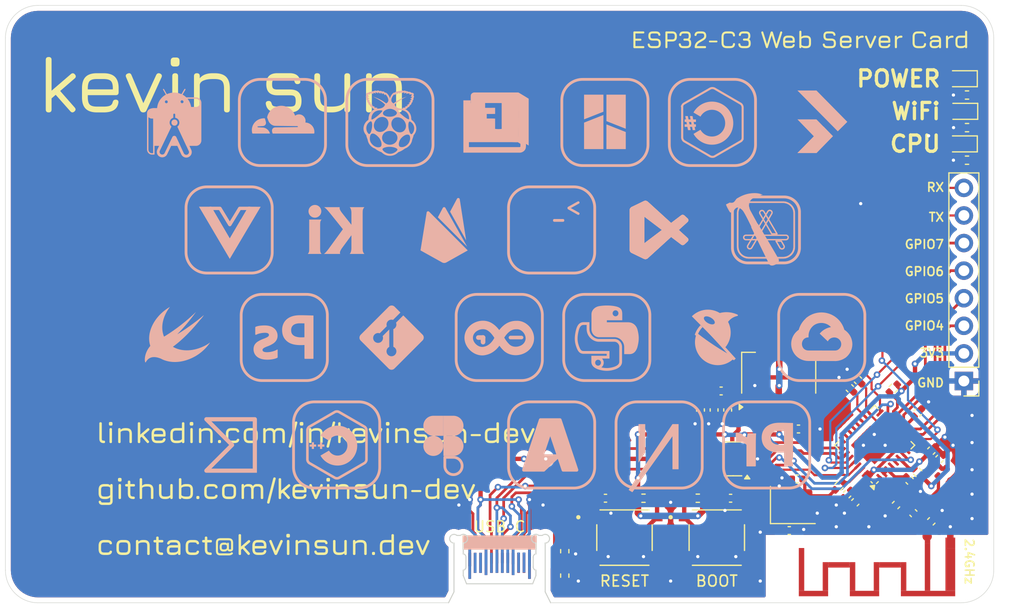
<source format=kicad_pcb>
(kicad_pcb (version 20241229) (generator "pcbnew") (generator_version "9.0")
  (layers (0 "F.Cu" signal) (2 "B.Cu" signal) (13 "F.Paste" user) (15 "B.Paste" user) (5 "F.SilkS" user "F.Silkscreen") (7 "B.SilkS" user "B.Silkscreen") (1 "F.Mask" user) (3 "B.Mask" user) (25 "Edge.Cuts" user))
  (net 0 "")
  (net 1 "Net-(AE1-FEED)")
  (net 2 "Net-(C1-Pad1)")
  (net 3 "GND")
  (net 4 "+3.3V")
  (net 5 "/VDD_SPI")
  (net 6 "/XTAL_N")
  (net 7 "Net-(C10-Pad1)")
  (net 8 "/LNA_IN")
  (net 9 "/VBUS")
  (net 10 "Net-(U4-VI)")
  (net 11 "+3V3")
  (net 12 "/CHIP_EN")
  (net 13 "/BOOTSEL")
  (net 14 "Net-(D1-K)")
  (net 15 "/LED_A")
  (net 16 "Net-(D2-K)")
  (net 17 "Net-(D3-K)")
  (net 18 "/LED_B")
  (net 19 "Net-(J1-D+-PadA6)")
  (net 20 "Net-(J1-D--PadA7)")
  (net 21 "Net-(J1-CC1)")
  (net 22 "Net-(J1-CC2)")
  (net 23 "/MTDO")
  (net 24 "/MTMS")
  (net 25 "/MTDI")
  (net 26 "/U0TXD")
  (net 27 "/MTCK")
  (net 28 "/U0RXD")
  (net 29 "/XTAL_P")
  (net 30 "/GP8")
  (net 31 "/GP2")
  (net 32 "/SPICS0")
  (net 33 "/USB_DP")
  (net 35 "/USB_DN")
  (net 37 "Net-(U1-SPIHD)")
  (net 38 "Net-(U1-SPIWP)")
  (net 39 "Net-(U1-SPICLK)")
  (net 40 "Net-(U1-SPID)")
  (net 41 "Net-(U1-SPIQ)")
  (footprint "Capacitor_SMD:C_0402_1005Metric" (layer "F.Cu") (at 103.25 63.75 -45)
    (property "Reference" "C1" (hide yes))
    (property "Value" "100nF")
  )
  (footprint "Capacitor_SMD:C_0402_1005Metric" (layer "F.Cu") (at 98.25 65.75 -135)
    (property "Reference" "C8" (hide yes))
    (property "Value" "10nF")
  )
  (footprint "Package_TO_SOT_SMD:SOT-23-6" (layer "F.Cu") (at 87 61.75 180)
    (property "Reference" "U3" (hide yes))
    (property "Value" "USBLC6-2SC6")
  )
  (footprint "Resistor_SMD:R_0402_1005Metric" (layer "F.Cu") (at 71.5 70.25 90)
    (property "Reference" "R1" (hide yes))
    (property "Value" "5k1")
  )
  (footprint "Package_DFN_QFN:QFN-32-1EP_5x5mm_P0.5mm_EP3.7x3.7mm" (layer "F.Cu") (at 100.030152 60.494975 135)
    (property "Reference" "U1" (hide yes))
    (property "Value" "ESP32-C3FH4")
  )
  (footprint "Resistor_SMD:R_0402_1005Metric" (layer "F.Cu") (at 83.75 65.375 180)
    (property "Reference" "R4" (hide yes))
    (property "Value" "5k1")
  )
  (footprint "Inductor_SMD:L_0402_1005Metric_Pad0.77x0.64mm_HandSolder" (layer "F.Cu") (at 103.6 66.75 -45)
    (property "Reference" "L2" (hide yes))
    (property "Value" "2.4nH")
  )
  (footprint "Resistor_SMD:R_0402_1005Metric" (layer "F.Cu") (at 104 63 -45)
    (property "Reference" "R7" (hide yes))
    (property "Value" "5k1")
  )
  (footprint "LED_SMD:LED_0603_1608Metric" (layer "F.Cu") (at 108 32.75 180)
    (property "Reference" "D3" (hide yes))
    (property "Value" "CPU")
  )
  (footprint "Capacitor_SMD:C_0402_1005Metric" (layer "F.Cu") (at 75.25 65.375)
    (property "Reference" "C17" (hide yes))
    (property "Value" "100nF")
  )
  (footprint "Capacitor_SMD:C_0402_1005Metric" (layer "F.Cu") (at 93.02 59)
    (property "Reference" "C16" (hide yes))
    (property "Value" "10uF")
  )
  (footprint "Resistor_SMD:R_0402_1005Metric" (layer "F.Cu") (at 101.75 55.25 45)
    (property "Reference" "R6" (hide yes))
    (property "Value" "5k1")
  )
  (footprint "Inductor_SMD:L_0402_1005Metric_Pad0.77x0.64mm_HandSolder" (layer "F.Cu") (at 85.9 55.5 180)
    (property "Reference" "L3" (hide yes))
    (property "Value" "2.4nH")
  )
  (footprint "Package_TO_SOT_SMD:SOT-223-3_TabPin2" (layer "F.Cu") (at 91.2 53.85 90)
    (property "Reference" "U4" (hide yes))
    (property "Value" "AMS1117-3.3")
  )
  (footprint "Capacitor_SMD:C_0402_1005Metric" (layer "F.Cu") (at 97.5 65 -135)
    (property "Reference" "C7" (hide yes))
    (property "Value" "1uF")
  )
  (footprint "Resistor_SMD:R_0402_1005Metric" (layer "F.Cu") (at 78.75 65.375)
    (property "Reference" "R3" (hide yes))
    (property "Value" "5k1")
  )
  (footprint "TS-1187A-B-A-B:SW_TS-1187A-B-A-B" (layer "F.Cu") (at 77 69)
    (property "Reference" "RESET")
    (property "Value" "RESET")
  )
  (footprint "Capacitor_SMD:C_0402_1005Metric" (layer "F.Cu") (at 92.9 63.6 180)
    (property "Reference" "C10" (hide yes))
    (property "Value" "12p")
  )
  (footprint "wch-antenna:pcb-antenna" (layer "F.Cu") (at 107 69.25 180)
    (property "Reference" "2.4GHz")
    (property "Value" "PCB Antenna")
  )
  (footprint "Capacitor_SMD:C_0402_1005Metric" (layer "F.Cu") (at 86.77 65.375 180)
    (property "Reference" "C18" (hide yes))
    (property "Value" "100nF")
  )
  (footprint "Capacitor_SMD:C_0402_1005Metric" (layer "F.Cu") (at 106 61.75 45)
    (property "Reference" "C2" (hide yes))
    (property "Value" "100nF")
  )
  (footprint "LED_SMD:LED_0603_1608Metric" (layer "F.Cu") (at 108 26.75 180)
    (property "Reference" "D1" (hide yes))
    (property "Value" "PWR")
  )
  (footprint "Capacitor_SMD:C_0402_1005Metric" (layer "F.Cu") (at 98.5 54.5 135)
    (property "Reference" "C6" (hide yes))
    (property "Value" "100nF")
  )
  (footprint "Resistor_SMD:R_0402_1005Metric" (layer "F.Cu") (at 96.75 64.25 -135)
    (property "Reference" "R5" (hide yes))
    (property "Value" "1k")
  )
  (footprint "Capacitor_SMD:C_0402_1005Metric" (layer "F.Cu") (at 97.75 55.25 135)
    (property "Reference" "C4" (hide yes))
    (property "Value" "1uF")
  )
  (footprint "Crystal:Crystal_SMD_3225-4Pin_3.2x2.5mm" (layer "F.Cu") (at 92.5 66)
    (property "Reference" "Y1" (hide yes))
    (property "Value" "L327S400H11L")
  )
  (footprint "TS-1187A-B-A-B:SW_TS-1187A-B-A-B" (layer "F.Cu") (at 85.5 69)
    (property "Reference" "BOOT")
    (property "Value" "BOOT")
  )
  (footprint "Resistor_SMD:R_0402_1005Metric" (layer "F.Cu") (at 71.5 72.5 -90)
    (property "Reference" "R2" (hide yes))
    (property "Value" "5k1")
  )
  (footprint "Capacitor_SMD:C_0402_1005Metric_Pad0.74x0.62mm_HandSolder" (layer "F.Cu") (at 105.25 67.5 45)
    (property "Reference" "C11" (hide yes))
    (property "Value" "1.5pF")
  )
  (footprint "Inductor_SMD:L_0402_1005Metric" (layer "F.Cu") (at 106.25 63 -135)
    (property "Reference" "L1" (hide yes))
    (property "Value" "2.4nH")
  )
  (footprint "Resistor_SMD:R_0402_1005Metric" (layer "F.Cu") (at 108.5375 28.25 180)
    (property "Reference" "R8" (hide yes))
    (property "Value" "1k")
  )
  (footprint "PCM_PCB_USBC:PCBTypeC_24P" (layer "F.Cu") (at 65.5 68.8 -90)
    (property "Reference" "USB C")
    (property "Value" "USB C")
    (fp_line (start 0.700999 4.2) (end 5.2 4.2) (stroke (width 0.1)) (layer "Edge.Cuts"))
    (fp_line (start 5.2 4.2) (end 6.2 4.7) (stroke (width 0.1)) (layer "Edge.Cuts"))
    (fp_line (start 0 3.93701) (end 0 3.61) (stroke (width 0.1)) (layer "Edge.Cuts"))
    (fp_line (start 1.700002 3.345) (end 0.7 3.345) (stroke (width 0.1)) (layer "Edge.Cuts"))
    (fp_line (start 3.7 3.345) (end 3.199962 3.345) (stroke (width 0.1)) (layer "Edge.Cuts"))
    (fp_line (start 3.7 3.345) (end 4.45 3.045) (stroke (width 0.1)) (layer "Edge.Cuts"))
    (fp_line (start 2.90845 3.096) (end 1.99129 3.096) (stroke (width 0.1)) (layer "Edge.Cuts"))
    (fp_line (start 4.45 -3.045) (end 4.45 3.045) (stroke (width 0.1)) (layer "Edge.Cuts"))
    (fp_line (start 2.90871 -3.096) (end 1.9916 -3.096) (stroke (width 0.1)) (layer "Edge.Cuts"))
    (fp_line (start 1.700002 -3.345) (end 0.7 -3.345) (stroke (width 0.1)) (layer "Edge.Cuts"))
    (fp_line (start 3.7 -3.345) (end 4.45 -3.045) (stroke (width 0.1)) (layer "Edge.Cuts"))
    (fp_line (start 3.7 -3.345) (end 3.199998 -3.345) (stroke (width 0.1)) (layer "Edge.Cuts"))
    (fp_line (start 0 -3.93701) (end 0 -3.61) (stroke (width 0.1)) (layer "Edge.Cuts"))
    (fp_line (start 0.700999 -4.2) (end 5.2 -4.2) (stroke (width 0.1)) (layer "Edge.Cuts"))
    (fp_line (start 5.2 -4.2) (end 6.2 -4.7) (stroke (width 0.1)) (layer "Edge.Cuts"))
    (fp_arc (start 0.700999 4.2) (mid 0.160442 4.574491) (end 0 3.93701) (stroke (width 0.1)) (layer "Edge.Cuts"))
    (fp_arc (start -0.000999 3.60799) (mid 0.159644 2.970434) (end 0.7 3.345) (stroke (width 0.1)) (layer "Edge.Cuts"))
    (fp_arc (start 1.700002 3.345) (mid 1.79978 3.166653) (end 1.99129 3.096) (stroke (width 0.1)) (layer "Edge.Cuts"))
    (fp_arc (start 2.90845 3.096) (mid 3.100151 3.166734) (end 3.199962 3.345) (stroke (width 0.1)) (layer "Edge.Cuts"))
    (fp_arc (start 1.9916 -3.096) (mid 1.799849 -3.166734) (end 1.700038 -3.345) (stroke (width 0.1)) (layer "Edge.Cuts"))
    (fp_arc (start 0.7 -3.345) (mid 0.159644 -2.970434) (end -0.000999 -3.60799) (stroke (width 0.1)) (layer "Edge.Cuts"))
    (fp_arc (start 3.199998 -3.345) (mid 3.10022 -3.166653) (end 2.90871 -3.096) (stroke (width 0.1)) (layer "Edge.Cuts"))
    (fp_arc (start 0 -3.93701) (mid 0.160643 -4.574566) (end 0.700999 -4.2) (stroke (width 0.1)) (layer "Edge.Cuts"))
  )
  (footprint "Capacitor_SMD:C_0402_1005Metric" (layer "F.Cu") (at 104 57.5 45)
    (property "Reference" "C5" (hide yes))
    (property "Value" "100nF")
  )
  (footprint "Capacitor_SMD:C_0402_1005Metric" (layer "F.Cu") (at 86.5 57.25 -90)
    (property "Reference" "C13" (hide yes))
    (property "Value" "100nF")
  )
  (footprint "Capacitor_SMD:C_0402_1005Metric" (layer "F.Cu") (at 84 57.25 -90)
    (property "Reference" "C15" (hide yes))
    (property "Value" "10uF")
  )
  (footprint "Resistor_SMD:R_0402_1005Metric" (layer "F.Cu") (at 108.5375 31.25 180)
    (property "Reference" "R9" (hide yes))
    (property "Value" "1k")
  )
  (footprint "Connector_PinHeader_2.54mm:PinHeader_1x08_P2.54mm_Vertical" (layer "F.Cu") (at 108.25 54.58 180)
    (property "Reference" "J2" (hide yes))
    (property "Value" "GPIO Breakout")
  )
  (footprint "LED_SMD:LED_0603_1608Metric" (layer "F.Cu") (at 108.0375 29.75 180)
    (property "Reference" "D2" (hide yes))
    (property "Value" "WiFi")
  )
  (footprint "Capacitor_SMD:C_0402_1005Metric" (layer "F.Cu") (at 105.25 61 45)
    (property "Reference" "C3" (hide yes))
    (property "Value" "10uF")
  )
  (footprint "Resistor_SMD:R_0402_1005Metric" (layer "F.Cu") (at 108.5375 34.25 180)
    (property "Reference" "R10" (hide yes))
    (property "Value" "1k")
  )
  (footprint "Capacitor_SMD:C_0402_1005Metric" (layer "F.Cu") (at 92.17 68.35)
    (property "Reference" "C9" (hide yes))
    (property "Value" "12p")
  )
  (footprint "Capacitor_SMD:C_0402_1005Metric_Pad0.74x0.62mm_HandSolder" (layer "F.Cu") (at 102 66 -135)
    (property "Reference" "C12" (hide yes))
    (property "Value" "1.5pF")
  )
  (footprint "Capacitor_SMD:C_0402_1005Metric" (layer "F.Cu") (at 85.25 57.25 -90)
    (property "Reference" "C14" (hide yes))
    (property "Value" "100nF")
  )
  (gr_poly (pts (xy 27.39758 70.431387) (xy 27.396997 70.45435) (xy 27.395269 70.477015) (xy 27.392423 70.499355) (xy 27.388489 70.52134) (xy 27.383492 70.542943) (xy 27.377464 70.564135) (xy 27.37043 70.584888) (xy 27.362421 70.605174) (xy 27.353463 70.624964) (xy 27.343586 70.64423) (xy 27.332817 70.662944) (xy 27.321185 70.681078) (xy 27.308717 70.698602) (xy 27.295443 70.71549) (xy 27.281391 70.731712) (xy 27.266588 70.747241) (xy 27.251064 70.762047) (xy 27.234845 70.776104) (xy 27.217961 70.789382) (xy 27.20044 70.801853) (xy 27.18231 70.813489) (xy 27.163599 70.824261) (xy 27.144336 70.834142) (xy 27.124548 70.843103) (xy 27.104265 70.851115) (xy 27.083514 70.858152) (xy 27.062323 70.864183) (xy 27.040722 70.869181) (xy 27.018737 70.873117) (xy 26.996397 70.875964) (xy 26.973732 70.877693) (xy 26.950768 70.878276) (xy 24.269906 70.878276) (xy 24.246942 70.877693) (xy 24.224276 70.875964) (xy 24.201937 70.873117) (xy 24.179952 70.869181) (xy 24.158351 70.864183) (xy 24.137161 70.858152) (xy 24.11641 70.851115) (xy 24.096127 70.843103) (xy 24.07634 70.834142) (xy 24.057077 70.824261) (xy 24.038367 70.813489) (xy 24.020237 70.801853) (xy 24.002716 70.789382) (xy 23.985833 70.776104) (xy 23.969615 70.762047) (xy 23.954091 70.747241) (xy 23.939289 70.731712) (xy 23.925237 70.71549) (xy 23.911963 70.698602) (xy 23.899497 70.681078) (xy 23.887865 70.662944) (xy 23.877096 70.64423) (xy 23.867219 70.624964) (xy 23.858262 70.605174) (xy 23.850253 70.584888) (xy 23.84322 70.564135) (xy 23.837191 70.542943) (xy 23.832196 70.52134) (xy 23.828261 70.499355) (xy 23.825415 70.477015) (xy 23.823687 70.45435) (xy 23.823105 70.431387) (xy 23.823105 69.118928) (xy 25.208208 70.157768) (xy 25.230785 70.174001) (xy 25.253857 70.189186) (xy 25.301352 70.216415) (xy 25.350431 70.239455) (xy 25.400829 70.258306) (xy 25.452283 70.272967) (xy 25.504528 70.28344) (xy 25.5573 70.289723) (xy 25.610337 70.291818) (xy 25.663373 70.289723) (xy 25.716146 70.28344) (xy 25.768391 70.272967) (xy 25.819844 70.258306) (xy 25.870242 70.239455) (xy 25.919321 70.216415) (xy 25.966817 70.189186) (xy 25.989888 70.174001) (xy 26.012465 70.157768) (xy 27.39758 69.118928)) (fill yes) (layers "F.Cu" "F.Mask") (net 3))
  (gr_poly (pts (xy 31.948369 32.513103) (xy 31.958617 32.513607) (xy 31.968528 32.514446) (xy 31.978104 32.515622) (xy 31.987343 32.517134) (xy 31.996247 32.518982) (xy 32.004814 32.521166) (xy 32.013046 32.523686) (xy 32.020941 32.526542) (xy 32.028501 32.529734) (xy 32.035724 32.533261) (xy 32.042612 32.537125) (xy 32.049164 32.541325) (xy 32.055379 32.545861) (xy 32.061259 32.550732) (xy 32.066802 32.55594) (xy 32.07201 32.561484) (xy 32.076882 32.567363) (xy 32.081418 32.573579) (xy 32.085617 32.580131) (xy 32.089481 32.587018) (xy 32.093009 32.594242) (xy 32.096201 32.601801) (xy 32.099057 32.609697) (xy 32.101576 32.617928) (xy 32.10376 32.626496) (xy 32.105608 32.635399) (xy 32.10712 32.644639) (xy 32.108296 32.654214) (xy 32.109136 32.664126) (xy 32.10964 32.674373) (xy 32.109808 32.684957) (xy 32.109808 34.417458) (xy 32.10964 34.428042) (xy 32.109136 34.438289) (xy 32.108296 34.4482) (xy 32.10712 34.457776) (xy 32.105608 34.467015) (xy 32.10376 34.475919) (xy 32.101576 34.484486) (xy 32.099057 34.492718) (xy 32.096201 34.500613) (xy 32.093009 34.508173) (xy 32.089481 34.515397) (xy 32.085617 34.522284) (xy 32.081418 34.528836) (xy 32.076882 34.535051) (xy 32.07201 34.540931) (xy 32.066802 34.546475) (xy 32.061259 34.551682) (xy 32.055379 34.556554) (xy 32.049164 34.56109) (xy 32.042612 34.56529) (xy 32.035724 34.569153) (xy 32.028501 34.572681) (xy 32.020941 34.575873) (xy 32.013046 34.578729) (xy 32.004814 34.581249) (xy 31.996247 34.583433) (xy 31.987343 34.58528) (xy 31.978104 34.586792) (xy 31.968528 34.587968) (xy 31.958617 34.588808) (xy 31.948369 34.589312) (xy 31.937786 34.58948) (xy 31.927203 34.589312) (xy 31.916955 34.588808) (xy 31.907044 34.587968) (xy 31.897469 34.586792) (xy 31.888229 34.58528) (xy 31.879326 34.583433) (xy 31.870758 34.581249) (xy 31.862527 34.578729) (xy 31.854631 34.575873) (xy 31.847072 34.572681) (xy 31.839848 34.569153) (xy 31.832961 34.56529) (xy 31.826409 34.56109) (xy 31.820194 34.556554) (xy 31.814314 34.551682) (xy 31.80877 34.546475) (xy 31.803563 34.540931) (xy 31.798691 34.535051) (xy 31.794155 34.528836) (xy 31.789955 34.522284) (xy 31.786092 34.515397) (xy 31.782564 34.508173) (xy 31.779372 34.500613) (xy 31.776516 34.492718) (xy 31.773996 34.484486) (xy 31.771812 34.475919) (xy 31.769965 34.467015) (xy 31.768453 34.457776) (xy 31.767277 34.4482) (xy 31.766437 34.438289) (xy 31.765933 34.428042) (xy 31.765765 34.417458) (xy 31.765765 32.684957) (xy 31.765933 32.674373) (xy 31.766437 32.664126) (xy 31.767277 32.654214) (xy 31.768453 32.644639) (xy 31.769965 32.635399) (xy 31.771812 32.626496) (xy 31.773996 32.617928) (xy 31.776516 32.609697) (xy 31.779372 32.601801) (xy 31.782564 32.594242) (xy 31.786092 32.587018) (xy 31.789955 32.580131) (xy 31.794155 32.573579) (xy 31.798691 32.567363) (xy 31.803563 32.561484) (xy 31.80877 32.55594) (xy 31.814314 32.550732) (xy 31.820194 32.545861) (xy 31.826409 32.541325) (xy 31.832961 32.537125) (xy 31.839848 32.533261) (xy 31.847072 32.529734) (xy 31.854631 32.526542) (xy 31.862527 32.523686) (xy 31.870758 32.521166) (xy 31.879326 32.518982) (xy 31.888229 32.517134) (xy 31.897469 32.515622) (xy 31.907044 32.514446) (xy 31.916955 32.513607) (xy 31.927203 32.513103) (xy 31.937786 32.512935)) (fill yes) (layers "F.Cu" "F.Mask") (net 3))
  (gr_poly (pts (xy 24.5 65) (xy 24.502272 65.000141) (xy 24.50463 65.000422) (xy 24.507069 65.000846) (xy 24.509584 65.001414) (xy 24.512169 65.002128) (xy 24.514704 65.003498) (xy 24.517068 65.004954) (xy 24.518184 65.005712) (xy 24.519254 65.006489) (xy 24.520278 65.007282) (xy 24.521255 65.008092) (xy 24.522184 65.008917) (xy 24.523064 65.009755) (xy 24.523894 65.010607) (xy 24.524673 65.011469) (xy 24.525401 65.012343) (xy 24.526076 65.013225) (xy 24.526698 65.014116) (xy 24.527265 65.015014) (xy 24.527778 65.015918) (xy 24.528234 65.016827) (xy 24.528633 65.01774) (xy 24.528974 65.018655) (xy 24.529256 65.019572) (xy 24.529479 65.020489) (xy 24.529641 65.021405) (xy 24.529741 65.02232) (xy 24.529779 65.023231) (xy 24.529754 65.024139) (xy 24.529664 65.025041) (xy 24.52951 65.025937) (xy 24.529289 65.026825) (xy 24.529002 65.027704) (xy 24.528646 65.028574) (xy 24.528222 65.029433) (xy 24.527738 65.030318) (xy 24.527202 65.031158) (xy 24.526617 65.031954) (xy 24.525986 65.032705) (xy 24.52531 65.033411) (xy 24.524592 65.034071) (xy 24.523834 65.034685) (xy 24.523038 65.035254) (xy 24.522207 65.035776) (xy 24.521341 65.036251) (xy 24.520445 65.03668) (xy 24.519519 65.037061) (xy 24.518566 65.037395) (xy 24.517588 65.037681) (xy 24.516587 65.037919) (xy 24.515565 65.038109) (xy 24.514526 65.03825) (xy 24.51347 65.038342) (xy 24.511318 65.038378) (xy 24.509127 65.038214) (xy 24.506915 65.037849) (xy 24.504699 65.03728) (xy 24.503594 65.036918) (xy 24.502495 65.036504) (xy 24.501404 65.036038) (xy 24.500323 65.03552) (xy 24.499253 65.034949) (xy 24.498198 65.034325) (xy 24.495664 65.032956) (xy 24.4933 65.031501) (xy 24.492184 65.030743) (xy 24.491114 65.029967) (xy 24.49009 65.029173) (xy 24.489113 65.028364) (xy 24.488184 65.027539) (xy 24.487304 65.026701) (xy 24.486474 65.02585) (xy 24.485695 65.024987) (xy 24.484967 65.024113) (xy 24.484292 65.02323) (xy 24.48367 65.022339) (xy 24.483102 65.021441) (xy 24.48259 65.020537) (xy 24.482134 65.019628) (xy 24.481735 65.018715) (xy 24.481394 65.0178) (xy 24.481112 65.016883) (xy 24.480889 65.015965) (xy 24.480727 65.015049) (xy 24.480627 65.014134) (xy 24.480589 65.013222) (xy 24.480614 65.012315) (xy 24.480703 65.011413) (xy 24.480858 65.010517) (xy 24.481079 65.009628) (xy 24.481366 65.008749) (xy 24.481721 65.007879) (xy 24.482145 65.00702) (xy 24.483135 65.005775) (xy 24.484267 65.004645) (xy 24.485536 65.003631) (xy 24.486936 65.002737) (xy 24.488463 65.001963) (xy 24.490111 65.001313) (xy 24.491876 65.000789) (xy 24.493753 65.000394) (xy 24.495736 65.000129) (xy 24.49782 64.999997)) (fill yes) (layers "F.Cu" "F.Mask") (net 3))
  (gr_poly (pts (xy 24.571264 65.058889) (xy 24.572469 65.059015) (xy 24.573685 65.059204) (xy 24.574908 65.059454) (xy 24.576138 65.059764) (xy 24.577372 65.060132) (xy 24.579843 65.061037) (xy 24.582303 65.062158) (xy 24.584736 65.063485) (xy 24.587124 65.065005) (xy 24.58945 65.066708) (xy 24.591696 65.068583) (xy 24.593846 65.070618) (xy 24.594929 65.071864) (xy 24.595956 65.073123) (xy 24.596924 65.074396) (xy 24.597835 65.075678) (xy 24.598687 65.076968) (xy 24.59948 65.078264) (xy 24.600215 65.079564) (xy 24.600891 65.080865) (xy 24.601508 65.082166) (xy 24.602065 65.083464) (xy 24.602562 65.084756) (xy 24.602999 65.086042) (xy 24.603376 65.087318) (xy 24.603692 65.088583) (xy 24.603947 65.089834) (xy 24.604142 65.091069) (xy 24.604275 65.092287) (xy 24.604346 65.093484) (xy 24.604356 65.094659) (xy 24.604303 65.095809) (xy 24.604188 65.096932) (xy 24.604011 65.098027) (xy 24.603771 65.099091) (xy 24.603467 65.100122) (xy 24.603101 65.101117) (xy 24.60267 65.102075) (xy 24.602176 65.102993) (xy 24.601618 65.103869) (xy 24.600995 65.104701) (xy 24.600307 65.105487) (xy 24.599555 65.106225) (xy 24.598738 65.106912) (xy 24.597867 65.107715) (xy 24.596957 65.108438) (xy 24.59601 65.109083) (xy 24.595029 65.109652) (xy 24.594016 65.110145) (xy 24.592973 65.110564) (xy 24.591903 65.110911) (xy 24.590806 65.111186) (xy 24.589686 65.111391) (xy 24.588545 65.111528) (xy 24.587384 65.111597) (xy 24.586207 65.1116) (xy 24.585015 65.111539) (xy 24.58381 65.111414) (xy 24.582594 65.111227) (xy 24.581371 65.11098) (xy 24.580141 65.110673) (xy 24.578907 65.110308) (xy 24.576436 65.10941) (xy 24.573976 65.108296) (xy 24.571543 65.106976) (xy 24.569154 65.105462) (xy 24.566829 65.103764) (xy 24.564582 65.101893) (xy 24.562433 65.099859) (xy 24.56135 65.098613) (xy 24.560323 65.097354) (xy 24.559355 65.096082) (xy 24.558444 65.094799) (xy 24.557592 65.093509) (xy 24.556798 65.092213) (xy 24.556064 65.090913) (xy 24.555388 65.089612) (xy 24.554771 65.088311) (xy 24.554214 65.087013) (xy 24.553717 65.085721) (xy 24.55328 65.084435) (xy 24.552903 65.083159) (xy 24.552587 65.081894) (xy 24.552331 65.080643) (xy 24.552137 65.079408) (xy 24.552004 65.07819) (xy 24.551933 65.076993) (xy 24.551923 65.075819) (xy 24.551976 65.074668) (xy 24.55209 65.073545) (xy 24.552268 65.07245) (xy 24.552508 65.071386) (xy 24.552812 65.070356) (xy 24.553178 65.06936) (xy 24.553609 65.068403) (xy 24.554103 65.067485) (xy 24.554661 65.066608) (xy 24.555284 65.065776) (xy 24.555972 65.06499) (xy 24.556724 65.064252) (xy 24.557541 65.063565) (xy 24.558413 65.062752) (xy 24.559322 65.06202) (xy 24.560269 65.061367) (xy 24.56125 65.060792) (xy 24.562263 65.060294) (xy 24.563306 65.05987) (xy 24.564376 65.05952) (xy 24.565473 65.059243) (xy 24.566593 65.059036) (xy 24.567734 65.058898) (xy 24.568895 65.058829) (xy 24.570072 65.058826)) (fill yes) (layers "F.Cu" "F.Mask") (net 3))
  (gr_poly (pts (xy 25.678223 62.657858) (xy 25.767266 62.664213) (xy 25.855017 62.674691) (xy 25.941365 62.689201) (xy 26.0262 62.707651) (xy 26.109412 62.72995) (xy 26.19089 62.756004) (xy 26.270524 62.785723) (xy 26.348204 62.819014) (xy 26.423819 62.855785) (xy 26.49726 62.895945) (xy 26.568415 62.939401) (xy 26.637174 62.986061) (xy 26.703428 63.035835) (xy 26.767065 63.088629) (xy 26.827976 63.144351) (xy 26.88605 63.202911) (xy 26.941177 63.264215) (xy 26.993246 63.328173) (xy 27.042147 63.394691) (xy 27.087771 63.463679) (xy 27.130006 63.535043) (xy 27.168742 63.608693) (xy 27.203869 63.684537) (xy 27.235276 63.762481) (xy 27.262854 63.842435) (xy 27.286492 63.924306) (xy 27.306079 64.008003) (xy 27.321506 64.093434) (xy 27.332661 64.180506) (xy 27.339436 64.269128) (xy 27.341718 64.359208) (xy 27.340339 64.431454) (xy 27.336232 64.502986) (xy 27.329442 64.573747) (xy 27.320016 64.643678) (xy 27.307998 64.71272) (xy 27.293435 64.780817) (xy 27.27637 64.847908) (xy 27.256851 64.913936) (xy 27.234923 64.978842) (xy 27.210631 65.042568) (xy 27.18402 65.105055) (xy 27.155137 65.166245) (xy 27.124026 65.22608) (xy 27.090733 65.284502) (xy 27.055304 65.341451) (xy 27.017784 65.396869) (xy 26.978219 65.450699) (xy 26.936654 65.502882) (xy 26.893134 65.553358) (xy 26.847706 65.602071) (xy 26.800414 65.648961) (xy 26.751305 65.693971) (xy 26.700423 65.737041) (xy 26.647815 65.778113) (xy 26.593525 65.81713) (xy 26.537599 65.854032) (xy 26.480084 65.888761) (xy 26.421023 65.921259) (xy 26.360463 65.951468) (xy 26.298449 65.979328) (xy 26.235027 66.004782) (xy 26.170243 66.027771) (xy 26.162096 66.029069) (xy 26.154275 66.029965) (xy 26.146777 66.030473) (xy 26.139597 66.030608) (xy 26.132731 66.030385) (xy 26.126173 66.029819) (xy 26.11992 66.028924) (xy 26.113967 66.027716) (xy 26.108309 66.026209) (xy 26.102943 66.024419) (xy 26.097863 66.022359) (xy 26.093065 66.020045) (xy 26.088545 66.017492) (xy 26.084298 66.014715) (xy 26.080319 66.011728) (xy 26.076605 66.008545) (xy 26.073151 66.005183) (xy 26.069952 66.001656) (xy 26.067004 65.997979) (xy 26.064302 65.994166) (xy 26.061841 65.990232) (xy 26.059619 65.986193) (xy 26.057629 65.982062) (xy 26.055868 65.977856) (xy 26.05433 65.973588) (xy 26.053012 65.969273) (xy 26.051909 65.964927) (xy 26.051017 65.960565) (xy 26.049846 65.951848) (xy 26.049464 65.943242) (xy 26.051557 65.359597) (xy 26.05093 65.32953) (xy 26.049092 65.30084) (xy 26.046109 65.273514) (xy 26.042046 65.247535) (xy 26.036968 65.222891) (xy 26.030942 65.199566) (xy 26.024032 65.177545) (xy 26.016304 65.156815) (xy 26.007823 65.137361) (xy 25.998655 65.119168) (xy 25.988866 65.102222) (xy 25.97852 65.086509) (xy 25.967683 65.072013) (xy 25.956421 65.058721) (xy 25.944799 65.046618) (xy 25.932883 65.035689) (xy 26.079367 65.017533) (xy 26.151763 65.00588) (xy 26.22275 64.991317) (xy 26.291697 64.972952) (xy 26.325206 64.962064) (xy 26.357969 64.949889) (xy 26.389904 64.936317) (xy 26.420934 64.921235) (xy 26.450978 64.904532) (xy 26.479958 64.886096) (xy 26.507795 64.865815) (xy 26.53441 64.843577) (xy 26.559722 64.819271) (xy 26.583655 64.792784) (xy 26.606127 64.764006) (xy 26.62706 64.732824) (xy 26.646375 64.699126) (xy 26.663993 64.662802) (xy 26.679835 64.623738) (xy 26.693821 64.581823) (xy 26.705872 64.536946) (xy 26.71591 64.488995) (xy 26.723855 64.437857) (xy 26.729628 64.383422) (xy 26.73315 64.325577) (xy 26.734341 64.264211) (xy 26.733546 64.229434) (xy 26.731183 64.196702) (xy 26.727291 64.165836) (xy 26.721905 64.136658) (xy 26.715063 64.108988) (xy 26.706802 64.082648) (xy 26.697158 64.057459) (xy 26.686168 64.033242) (xy 26.673869 64.009818) (xy 26.660298 63.987008) (xy 26.645492 63.964635) (xy 26.629487 63.942518) (xy 26.61232 63.920479) (xy 26.594029 63.898339) (xy 26.57465 63.87592) (xy 26.554219 63.853042) (xy 26.562576 63.829578) (xy 26.572495 63.793895) (xy 26.577321 63.771783) (xy 26.581677 63.746989) (xy 26.585273 63.719638) (xy 26.587823 63.689855) (xy 26.589039 63.657763) (xy 26.588635 63.623489) (xy 26.586322 63.587155) (xy 26.581813 63.548887) (xy 26.574821 63.508809) (xy 26.565059 63.467045) (xy 26.552238 63.423721) (xy 26.536073 63.37896) (xy 26.521854 63.375447) (xy 26.506618 63.373484) (xy 26.490462 63.372977) (xy 26.473482 63.373831) (xy 26.455774 63.375953) (xy 26.437435 63.379247) (xy 26.418561 63.38362) (xy 26.399248 63.388977) (xy 26.379593 63.395224) (xy 26.359691 63.402266) (xy 26.319533 63.41836) (xy 26.279546 63.436503) (xy 26.240498 63.45594) (xy 26.20316 63.475918) (xy 26.168301 63.495681) (xy 26.109105 63.531543) (xy 26.054356 63.567479) (xy 26.001527 63.55369) (xy 25.947855 63.541688) (xy 25.893481 63.531489) (xy 25.838542 63.523109) (xy 25.783179 63.516563) (xy 25.727529 63.511868) (xy 25.671733 63.509039) (xy 25.615929 63.508092) (xy 25.56012 63.509039) (xy 25.504321 63.511868) (xy 25.448669 63.516563) (xy 25.393305 63.523109) (xy 25.338365 63.531489) (xy 25.28399 63.541688) (xy 25.230319 63.55369) (xy 25.17749 63.567479) (xy 25.12274 63.531639) (xy 25.063544 63.495861) (xy 25.028686 63.476139) (xy 24.991348 63.456196) (xy 24.9523 63.436786) (xy 24.912312 63.41866) (xy 24.872154 63.402569) (xy 24.832597 63.389265) (xy 24.79441 63.379501) (xy 24.776071 63.376181) (xy 24.758364 63.374027) (xy 24.741384 63.373134) (xy 24.725228 63.373596) (xy 24.709992 63.375507) (xy 24.695773 63.37896) (xy 24.687254 63.401442) (xy 24.679607 63.423589) (xy 24.672797 63.445385) (xy 24.666787 63.466815) (xy 24.661542 63.487863) (xy 24.657025 63.508512) (xy 24.6532 63.528746) (xy 24.650033 63.548549) (xy 24.647486 63.567906) (xy 24.645524 63.5868) (xy 24.644111 63.605216) (xy 24.643211 63.623137) (xy 24.642806 63.657431) (xy 24.644023 63.689554) (xy 24.646573 63.719379) (xy 24.650169 63.746778) (xy 24.654524 63.771622) (xy 24.659351 63.793783) (xy 24.664362 63.813134) (xy 24.66927 63.829546) (xy 24.677626 63.853042) (xy 24.657368 63.8758) (xy 24.638477 63.898116) (xy 24.620943 63.920168) (xy 24.604759 63.942135) (xy 24.589916 63.964196) (xy 24.576407 63.98653) (xy 24.564224 64.009315) (xy 24.553357 64.032731) (xy 24.5438 64.056956) (xy 24.535543 64.082169) (xy 24.528579 64.108549) (xy 24.5229 64.136275) (xy 24.518497 64.165525) (xy 24.515362 64.196478) (xy 24.513487 64.229314) (xy 24.512863 64.264211) (xy 24.514005 64.325389) (xy 24.517381 64.383073) (xy 24.522918 64.437374) (xy 24.530544 64.488402) (xy 24.540187 64.536267) (xy 24.551773 64.581079) (xy 24.56523 64.622949) (xy 24.580484 64.661986) (xy 24.597464 64.698301) (xy 24.616097 64.732004) (xy 24.636309 64.763205) (xy 24.658028 64.792015) (xy 24.681182 64.818543) (xy 24.705697 64.842901) (xy 24.7315 64.865197) (xy 24.75852 64.885542) (xy 24.786683 64.904047) (xy 24.815917 64.920822) (xy 24.846149 64.935976) (xy 24.877306 64.949621) (xy 24.942104 64.97282) (xy 25.009729 64.991303) (xy 25.0796 65.005949) (xy 25.151135 65.017641) (xy 25.29687 65.035689) (xy 25.287508 65.044698) (xy 25.278298 65.054447) (xy 25.269273 65.06494) (xy 25.26047 65.076181) (xy 25.251926 65.088175) (xy 25.243674 65.100926) (xy 25.235752 65.114437) (xy 25.228195 65.128714) (xy 25.221038 65.14376) (xy 25.214319 65.159579) (xy 25.208071 65.176176) (xy 25.202332 65.193555) (xy 25.197136 65.211719) (xy 25.19252 65.230674) (xy 25.188519 65.250423) (xy 25.18517 65.27097) (xy 25.164682 65.279885) (xy 25.140909 65.288982) (xy 25.114232 65.297706) (xy 25.085031 65.305503) (xy 25.053687 65.311819) (xy 25.020579 65.316099) (xy 24.986089 65.31779) (xy 24.968444 65.317491) (xy 24.950597 65.316336) (xy 24.932594 65.314257) (xy 24.914483 65.311184) (xy 24.896311 65.307048) (xy 24.878127 65.301779) (xy 24.859978 65.295309) (xy 24.841911 65.287567) (xy 24.823973 65.278486) (xy 24.806213 65.267994) (xy 24.788678 65.256024) (xy 24.771416 65.242505) (xy 24.754474 65.227369) (xy 24.737899 65.210546) (xy 24.721739 65.191968) (xy 24.706042 65.171563) (xy 24.690856 65.149264) (xy 24.676227 65.125002) (xy 24.667039 65.109871) (xy 24.657438 65.095606) (xy 24.647472 65.082181) (xy 24.637187 65.069573) (xy 24.626627 65.057754) (xy 24.615841 65.0467) (xy 24.604873 65.036386) (xy 24.59377 65.026786) (xy 24.582578 65.017875) (xy 24.571343 65.009627) (xy 24.560112 65.002018) (xy 24.54893 64.995022) (xy 24.537844 64.988614) (xy 24.526899 64.982768) (xy 24.516143 64.97746) (xy 24.505621 64.972663) (xy 24.485462 64.964505) (xy 24.466794 64.958091) (xy 24.449985 64.953219) (xy 24.435405 64.949686) (xy 24.423422 64.94729) (xy 24.414406 64.94583) (xy 24.406749 64.944904) (xy 24.391669 64.945032) (xy 24.378437 64.945774) (xy 24.366964 64.947088) (xy 24.357161 64.948935) (xy 24.348938 64.951274) (xy 24.342204 64.954064) (xy 24.336869 64.957266) (xy 24.332845 64.960838) (xy 24.330041 64.96474) (xy 24.328366 64.968931) (xy 24.327732 64.973371) (xy 24.328049 64.97802) (xy 24.329226 64.982837) (xy 24.331174 64.987781) (xy 24.333803 64.992812) (xy 24.337022 64.99789) (xy 24.340743 65.002974) (xy 24.344875 65.008023) (xy 24.354013 65.017857) (xy 24.363718 65.027066) (xy 24.37327 65.035327) (xy 24.389042 65.04771) (xy 24.395577 65.052414) (xy 24.406208 65.057752) (xy 24.416626 65.063909) (xy 24.426823 65.07082) (xy 24.43679 65.07842) (xy 24.446521 65.086645) (xy 24.456006 65.09543) (xy 24.465237 65.10471) (xy 24.474207 65.11442) (xy 24.491327 65.134871) (xy 24.507303 65.156264) (xy 24.522067 65.178082) (xy 24.535555 65.199805) (xy 24.547701 65.220914) (xy 24.55844 65.240892) (xy 24.567707 65.259219) (xy 24.575435 65.275376) (xy 24.589659 65.307943) (xy 24.600384 65.336057) (xy 24.613211 65.361821) (xy 24.62798 65.385331) (xy 24.644531 65.406681) (xy 24.662703 65.425967) (xy 24.682336 65.443286) (xy 24.703271 65.458733) (xy 24.725346 65.472402) (xy 24.748403 65.484391) (xy 24.77228 65.494794) (xy 24.796817 65.503708) (xy 24.821855 65.511227) (xy 24.847232 65.517447) (xy 24.87279 65.522464) (xy 24.898367 65.526374) (xy 24.923804 65.529272) (xy 24.973615 65.532414) (xy 25.020942 65.532657) (xy 25.064504 65.530763) (xy 25.103019 65.527499) (xy 25.159783 65.519918) (xy 25.180983 65.516031) (xy 25.183076 65.944607) (xy 25.182701 65.953213) (xy 25.181552 65.961929) (xy 25.179588 65.970638) (xy 25.176772 65.97922) (xy 25.173063 65.987557) (xy 25.170863 65.991596) (xy 25.168424 65.99553) (xy 25.165744 65.999343) (xy 25.162816 66.00302) (xy 25.159636 66.006547) (xy 25.156199 66.009909) (xy 25.1525 66.013091) (xy 25.148535 66.016079) (xy 25.144298 66.018856) (xy 25.139785 66.021409) (xy 25.13499 66.023723) (xy 25.12991 66.025783) (xy 25.124538 66.027574) (xy 25.118871 66.029081) (xy 25.112902 66.030289) (xy 25.106629 66.031184) (xy 25.100044 66.03175) (xy 25.093145 66.031974) (xy 25.085925 66.031839) (xy 25.078381 66.031332) (xy 25.070506 66.030437) (xy 25.062297 66.029139) (xy 24.934304 65.980455) (xy 24.811611 65.922176) (xy 24.694627 65.854766) (xy 24.583759 65.778691) (xy 24.479415 65.694415) (xy 24.382004 65.602405) (xy 24.291934 65.503125) (xy 24.209612 65.39704) (xy 24.135447 65.284616) (xy 24.069846 65.166317) (xy 24.013219 65.042609) (xy 23.965972 64.913957) (xy 23.928514 64.780826) (xy 23.901253 64.64368) (xy 23.884598 64.502986) (xy 23.878955 64.359208) (xy 23.88111 64.269128) (xy 23.88751 64.180506) (xy 23.898063 64.093434) (xy 23.912675 64.008003) (xy 23.93125 63.924306) (xy 23.953696 63.842435) (xy 23.979919 63.762481) (xy 24.009824 63.684537) (xy 24.043317 63.608693) (xy 24.080305 63.535043) (xy 24.120694 63.463679) (xy 24.16439 63.394691) (xy 24.211298 63.328173) (xy 24.261324 63.264215) (xy 24.314376 63.202911) (xy 24.370358 63.144351) (xy 24.429178 63.088629) (xy 24.49074 63.035835) (xy 24.554951 62.986061) (xy 24.621717 62.939401) (xy 24.690944 62.895945) (xy 24.762538 62.855785) (xy 24.836406 62.819014) (xy 24.912452 62.785723) (xy 24.990584 62.756004) (xy 25.070706 62.72995) (xy 25.152727 62.707651) (xy 25.23655 62.689201) (xy 25.322083 62.674691) (xy 25.409231 62.664213) (xy 25.497901 62.657858) (xy 25.587998 62.65572)) (fill yes) (layers "F.Cu" "F.Mask") (net 3))
  (gr_poly (pts (xy 30.186112 32.513607) (xy 30.221022 32.515622) (xy 30.254972 32.518982) (xy 30.287962 32.523686) (xy 30.304097 32.526542) (xy 30.319992 32.529734) (xy 30.335647 32.533262) (xy 30.351062 32.537126) (xy 30.366237 32.541325) (xy 30.381172 32.545861) (xy 30.395867 32.550733) (xy 30.410323 32.55594) (xy 30.424778 32.561492) (xy 30.438961 32.567396) (xy 30.452872 32.573651) (xy 30.466511 32.580259) (xy 30.479878 32.587218) (xy 30.492973 32.59453) (xy 30.505796 32.602193) (xy 30.518347 32.610209) (xy 30.530627 32.618576) (xy 30.542634 32.627296) (xy 30.554369 32.636367) (xy 30.565833 32.645791) (xy 30.577024 32.655566) (xy 30.587943 32.665694) (xy 30.598591 32.676173) (xy 30.608966 32.687004) (xy 30.608966 32.684957) (xy 30.609134 32.674373) (xy 30.609638 32.664126) (xy 30.610478 32.654214) (xy 30.611654 32.644639) (xy 30.613166 32.635399) (xy 30.615014 32.626496) (xy 30.617198 32.617928) (xy 30.619718 32.609697) (xy 30.622573 32.601801) (xy 30.625765 32.594242) (xy 30.629293 32.587018) (xy 30.633157 32.580131) (xy 30.637356 32.573579) (xy 30.641892 32.567363) (xy 30.646764 32.561484) (xy 30.651972 32.55594) (xy 30.657515 32.550732) (xy 30.663395 32.545861) (xy 30.66961 32.541325) (xy 30.676162 32.537125) (xy 30.68305 32.533261) (xy 30.690273 32.529734) (xy 30.697833 32.526542) (xy 30.705728 32.523686) (xy 30.71396 32.521166) (xy 30.722527 32.518982) (xy 30.731431 32.517134) (xy 30.74067 32.515622) (xy 30.750245 32.514446) (xy 30.760157 32.513607) (xy 30.770404 32.513103) (xy 30.780987 32.512935) (xy 30.791571 32.513103) (xy 30.801818 32.513607) (xy 30.81173 32.514446) (xy 30.821305 32.515622) (xy 30.830544 32.517134) (xy 30.839448 32.518982) (xy 30.848015 32.521166) (xy 30.856247 32.523686) (xy 30.864142 32.526542) (xy 30.871702 32.529734) (xy 30.878925 32.533261) (xy 30.885813 32.537125) (xy 30.892365 32.541325) (xy 30.89858 32.545861) (xy 30.90446 32.550732) (xy 30.910003 32.55594) (xy 30.915211 32.561484) (xy 30.920083 32.567363) (xy 30.924618 32.573579) (xy 30.928818 32.580131) (xy 30.932682 32.587018) (xy 30.93621 32.594242) (xy 30.939401 32.601801) (xy 30.942257 32.609697) (xy 30.944777 32.617928) (xy 30.946961 32.626496) (xy 30.948809 32.635399) (xy 30.950321 32.644639) (xy 30.951497 32.654214) (xy 30.952337 32.664126) (xy 30.952841 32.674373) (xy 30.953009 32.684957) (xy 30.953009 34.818842) (xy 30.952441 34.855856) (xy 30.950737 34.891638) (xy 30.947897 34.926187) (xy 30.943921 34.959505) (xy 30.93881 34.991591) (xy 30.932562 35.022445) (xy 30.925178 35.052068) (xy 30.916659 35.080458) (xy 30.907004 35.107616) (xy 30.896212 35.133543) (xy 30.884285 35.158237) (xy 30.871222 35.1817) (xy 30.857023 35.20393) (xy 30.841688 35.224929) (xy 30.825217 35.244695) (xy 30.80761 35.26323) (xy 30.789075 35.280837) (xy 30.769308 35.297308) (xy 30.748309 35.312643) (xy 30.726079 35.326842) (xy 30.702616 35.339906) (xy 30.677922 35.351833) (xy 30.651995 35.362624) (xy 30.624837 35.37228) (xy 30.596447 35.380799) (xy 30.566825 35.388183) (xy 30.535971 35.394431) (xy 30.503885 35.399542) (xy 30.470567 35.403518) (xy 30.436017 35.406358) (xy 30.400235 35.408062) (xy 30.363221 35.40863) (xy 29.601412 35.40863) (xy 29.570846 35.408238) (xy 29.541096 35.407062) (xy 29.512161 35.405102) (xy 29.484043 35.402358) (xy 29.456741 35.39883) (xy 29.430254 35.394518) (xy 29.404584 35.389423) (xy 29.379729 35.383543) (xy 29.355691 35.376879) (xy 29.332468 35.369432) (xy 29.310061 35.361201) (xy 29.288471 35.352185) (xy 29.267696 35.342386) (xy 29.247737 35.331803) (xy 29.228594 35.320436) (xy 29.210267 35.308285) (xy 29.192996 35.295334) (xy 29.176509 35.281566) (xy 29.160806 35.266983) (xy 29.145887 35.251584) (xy 29.131752 35.235369) (xy 29.118401 35.218338) (xy 29.105834 35.200491) (xy 29.09405 35.181828) (xy 29.083051 35.162349) (xy 29.072836 35.142054) (xy 29.063404 35.120944) (xy 29.054757 35.099017) (xy 29.046893 35.076274) (xy 29.039813 35.052716) (xy 29.033518 35.028341) (xy 29.028006 35.003151) (xy 29.026446 34.992544) (xy 29.02535 34.982224) (xy 29.024719 34.972193) (xy 29.024551 34.96245) (xy 29.024847 34.952994) (xy 29.025606 34.943827) (xy 29.02683 34.934947) (xy 29.028518 34.926356) (xy 29.03067 34.918052) (xy 29.033286 34.910037) (xy 29.036366 34.902309) (xy 29.03991 34.89487) (xy 29.043917 34.887718) (xy 29.048389 34.880854) (xy 29.053325 34.874279) (xy 29.058725 34.867991) (xy 29.06454 34.862039) (xy 29.070724 34.856472) (xy 29.077275 34.851288) (xy 29.084195 34.846489) (xy 29.091482 34.842073) (xy 29.099138 34.838041) (xy 29.107161 34.834393) (xy 29.115553 34.831129) (xy 29.124312 34.82825) (xy 29.13344 34.825754) (xy 29.142935 34.823642) (xy 29.152799 34.821914) (xy 29.16303 34.82057) (xy 29.17363 34.81961) (xy 29.184597 34.819034) (xy 29.195932 34.818842) (xy 29.205492 34.819002) (xy 29.214715 34.819482) (xy 29.223603 34.820282) (xy 29.232154 34.821402) (xy 29.24037 34.822842) (xy 29.248249 34.824602) (xy 29.255793 34.826682) (xy 29.263 34.829081) (xy 29.269872 34.831801) (xy 29.276407 34.834841) (xy 29.282607 34.838201) (xy 29.288471 34.84188) (xy 29.293998 34.84588) (xy 29.29919 34.8502) (xy 29.304046 34.85484) (xy 29.308566 34.859799) (xy 29.313133 34.865335) (xy 29.317621 34.871191) (xy 29.322029 34.877366) (xy 29.326357 34.883862) (xy 29.330604 34.890677) (xy 29.334772 34.897813) (xy 29.33886 34.905268) (xy 29.342867 34.913044) (xy 29.346795 34.921139) (xy 29.350643 34.929555) (xy 29.354411 34.93829) (xy 29.358099 34.947346) (xy 29.361707 34.956721) (xy 29.365234 34.966417) (xy 29.368682 34.976432) (xy 29.37205 34.986767) (xy 29.375226 34.992287) (xy 29.37861 34.997583) (xy 29.382201 35.002655) (xy 29.386001 35.007502) (xy 29.390009 35.012126) (xy 29.394225 35.016526) (xy 29.398648 35.020702) (xy 29.40328 35.024653) (xy 29.40812 35.028381) (xy 29.413167 35.031885) (xy 29.418423 35.035165) (xy 29.423887 35.03822) (xy 29.429558 35.041052) (xy 29.435438 35.04366) (xy 29.441526 35.046044) (xy 29.447822 35.048204) (xy 29.454661 35.050188) (xy 29.461868 35.052044) (xy 29.469444 35.053772) (xy 29.477387 35.055372) (xy 29.485699 35.056843) (xy 29.494378 35.058187) (xy 29.512841 35.060491) (xy 29.532776 35.062283) (xy 29.554183 35.063563) (xy 29.577062 35.064331) (xy 29.601412 35.064587) (xy 30.363221 35.064587) (xy 30.381996 35.064395) (xy 30.399923 35.063819) (xy 30.417002 35.062859) (xy 30.433233 35.061515) (xy 30.448616 35.059788) (xy 30.463151 35.057676) (xy 30.476838 35.05518) (xy 30.489678 35.0523) (xy 30.501669 35.049036) (xy 30.512812 35.045388) (xy 30.523107 35.041357) (xy 30.532555 35.036941) (xy 30.541154 35.032141) (xy 30.548906 35.026958) (xy 30.55581 35.02139) (xy 30.561865 35.015438) (xy 30.564763 35.012395) (xy 30.567569 35.009151) (xy 30.572905 35.002063) (xy 30.577872 34.994176) (xy 30.582472 34.985488) (xy 30.586704 34.976001) (xy 30.590567 34.965713) (xy 30.594063 34.954626) (xy 30.597191 34.942738) (xy 30.599951 34.930051) (xy 30.602343 34.916564) (xy 30.604366 34.902277) (xy 30.606022 34.88719) (xy 30.60731 34.871303) (xy 30.60823 34.854616) (xy 30.608782 34.837129) (xy 30.608966 34.818842) (xy 30.608966 34.341687) (xy 30.594935 34.356566) (xy 30.580488 34.370997) (xy 30.565625 34.38498) (xy 30.550346 34.398515) (xy 30.534651 34.411603) (xy 30.51854 34.424242) (xy 30.502013 34.436433) (xy 30.48507 34.448176) (xy 30.467711 34.459472) (xy 30.449936 34.470319) (xy 30.431745 34.480718) (xy 30.413138 34.49067) (xy 30.394116 34.500173) (xy 30.374677 34.509229) (xy 30.354822 34.517836) (xy 30.334551 34.525996) (xy 30.314169 34.533683) (xy 30.293466 34.540875) (xy 30.272443 34.547571) (xy 30.2511 34.55377) (xy 30.229437 34.559474) (xy 30.207455 34.564682) (xy 30.185152 34.569394) (xy 30.162529 34.573609) (xy 30.139587 34.577329) (xy 30.116324 34.580553) (xy 30.092741 34.583281) (xy 30.068839 34.585513) (xy 30.044616 34.587248) (xy 30.020074 34.588488) (xy 29.995211 34.589232) (xy 29.970029 34.58948) (xy 29.814391 34.58948) (xy 29.764266 34.588712) (xy 29.715773 34.586408) (xy 29.668912 34.582569) (xy 29.623682 34.577193) (xy 29.580085 34.570281) (xy 29.53812 34.561834) (xy 29.497786 34.551851) (xy 29.459084 34.540331) (xy 29.422015 34.527276) (xy 29.386577 34.512685) (xy 29.352771 34.496558) (xy 29.320597 34.478895) (xy 29.290055 34.459697) (xy 29.261145 34.438962) (xy 29.233866 34.416691) (xy 29.20822 34.392885) (xy 29.184413 34.367494) (xy 29.162143 34.340472) (xy 29.141408 34.311818) (xy 29.122209 34.281531) (xy 29.104546 34.249613) (xy 29.088419 34.216063) (xy 29.073828 34.180881) (xy 29.060772 34.144068) (xy 29.049253 34.105622) (xy 29.03927 34.065544) (xy 29.030822 34.023835) (xy 29.023911 33.980494) (xy 29.018535 33.93552) (xy 29.014695 33.888915) (xy 29.012392 33.840678) (xy 29.011624 33.790809) (xy 29.011624 33.315702) (xy 29.355667 33.315702) (xy 29.355667 33.790809) (xy 29.356043 33.822687) (xy 29.357171 33.853301) (xy 29.359051 33.882651) (xy 29.361682 33.910738) (xy 29.365066 33.93756) (xy 29.369202 33.963118) (xy 29.37409 33.987413) (xy 29.379729 34.010443) (xy 29.386121 34.03221) (xy 29.393265 34.052713) (xy 29.40116 34.071951) (xy 29.409807 34.089926) (xy 29.419207 34.106637) (xy 29.429358 34.122084) (xy 29.440261 34.136267) (xy 29.451917 34.149186) (xy 29.464612 34.160842) (xy 29.478635 34.171745) (xy 29.493986 34.181896) (xy 29.510665 34.191296) (xy 29.528672 34.199943) (xy 29.548007 34.207839) (xy 29.568669 34.214983) (xy 29.59066 34.221374) (xy 29.613979 34.227014) (xy 29.638625 34.231902) (xy 29.6646 34.236038) (xy 29.691902 34.239421) (xy 29.720532 34.242053) (xy 29.750491 34.243933) (xy 29.781777 34.245061) (xy 29.814391 34.245437) (xy 29.970029 34.245437) (xy 30.036265 34.244381) (xy 30.099813 34.241213) (xy 30.160673 34.235934) (xy 30.218846 34.228542) (xy 30.274331 34.219039) (xy 30.327127 34.207424) (xy 30.352518 34.200824) (xy 30.377236 34.193697) (xy 30.401283 34.186041) (xy 30.424657 34.177858) (xy 30.446976 34.169098) (xy 30.467855 34.159714) (xy 30.487294 34.149707) (xy 30.505293 34.139076) (xy 30.521852 34.12782) (xy 30.536971 34.115941) (xy 30.55065 34.103438) (xy 30.55695 34.096952) (xy 30.562889 34.09031) (xy 30.568469 34.083513) (xy 30.573689 34.076559) (xy 30.578548 34.06945) (xy 30.583048 34.062184) (xy 30.587188 34.054762) (xy 30.590967 34.047185) (xy 30.594387 34.039451) (xy 30.597447 34.031562) (xy 30.600147 34.023516) (xy 30.602487 34.015315) (xy 30.604466 34.006957) (xy 30.606086 33.998444) (xy 30.607346 33.989774) (xy 30.608246 33.980949) (xy 30.608966 33.96283) (xy 30.608966 33.14368) (xy 30.608494 33.123361) (xy 30.607078 33.103875) (xy 30.604718 33.08522) (xy 30.601415 33.067397) (xy 30.597167 33.050406) (xy 30.591975 33.034247) (xy 30.58584 33.01892) (xy 30.57876 33.004425) (xy 30.570736 32.990762) (xy 30.561769 32.97793) (xy 30.551858 32.965931) (xy 30.541002 32.954764) (xy 30.529203 32.944428) (xy 30.51646 32.934925) (xy 30.502772 32.926253) (xy 30.488141 32.918413) (xy 30.472902 32.910974) (xy 30.456879 32.904015) (xy 30.440072 32.897535) (xy 30.422481 32.891536) (xy 30.404107 32.886016) (xy 30.384948 32.880977) (xy 30.365005 32.876417) (xy 30.344278 32.872337) (xy 30.322768 32.868738) (xy 30.300473 32.865618) (xy 30.277395 32.862978) (xy 30.253532 32.860818) (xy 30.228885 32.859138) (xy 30.203455 32.857938) (xy 30.17724 32.857219) (xy 30.150242 32.856979) (xy 29.814391 32.856979) (xy 29.782017 32.857346) (xy 29.750939 32.85845) (xy 29.721157 32.86029) (xy 29.69267 32.862866) (xy 29.66548 32.866178) (xy 29.639585 32.870225) (xy 29.614987 32.875009) (xy 29.591684 32.880529) (xy 29.569678 32.886784) (xy 29.548967 32.893776) (xy 29.529552 32.901503) (xy 29.511433 32.909966) (xy 29.49461 32.919166) (xy 29.479083 32.929101) (xy 29.464852 32.939772) (xy 29.451917 32.95118) (xy 29.445995 32.957239) (xy 29.440261 32.963643) (xy 29.429358 32.977482) (xy 29.419207 32.992697) (xy 29.409807 33.009288) (xy 29.40116 33.027255) (xy 29.393265 33.046598) (xy 29.386121 33.067317) (xy 29.379729 33.089412) (xy 29.37409 33.112882) (xy 29.369202 33.137729) (xy 29.365066 33.163951) (xy 29.361682 33.19155) (xy 29.359051 33.220524) (xy 29.357171 33.250874) (xy 29.356043 33.2826) (xy 29.355667 33.315702) (xy 29.011624 33.315702) (xy 29.012384 33.265097) (xy 29.014663 33.216188) (xy 29.018463 33.168975) (xy 29.023783 33.123458) (xy 29.030623 33.079636) (xy 29.038982 33.037511) (xy 29.048862 32.997081) (xy 29.060261 32.958348) (xy 29.07318 32.92131) (xy 29.087619 32.885968) (xy 29.103578 32.852322) (xy 29.121057 32.820372) (xy 29.140056 32.790118) (xy 29.160575 32.761559) (xy 29.182614 32.734697) (xy 29.206172 32.70953) (xy 29.231587 32.685724) (xy 29.258681 32.663453) (xy 29.287455 32.642718) (xy 29.317909 32.623519) (xy 29.350043 32.605857) (xy 29.383857 32.58973) (xy 29.419351 32.575139) (xy 29.456525 32.562083) (xy 29.495378 32.550564) (xy 29.535912 32.540581) (xy 29.578125 32.532133) (xy 29.622019 32.525222) (xy 29.667592 32.519846) (xy 29.714845 32.516006) (xy 29.763778 32.513703) (xy 29.814391 32.512935) (xy 30.150242 32.512935)) (fill yes) (layers "F.Cu" "F.Mask") (net 3))
  (gr_poly (pts (xy 24.642124 65.149008) (xy 24.643456 65.149151) (xy 24.644795 65.149374) (xy 24.646138 65.149673) (xy 24.647483 65.150049) (xy 24.648827 65.1505) (xy 24.650166 65.151025) (xy 24.651499 65.151622) (xy 24.652822 65.15229) (xy 24.654132 65.153028) (xy 24.655427 65.153834) (xy 24.656704 65.154708) (xy 24.65796 65.155648) (xy 24.659192 65.156653) (xy 24.660397 65.157721) (xy 24.661573 65.158851) (xy 24.662717 65.160042) (xy 24.663826 65.161293) (xy 24.664896 65.162603) (xy 24.665927 65.16397) (xy 24.666913 65.165392) (xy 24.667853 65.166869) (xy 24.668868 65.168389) (xy 24.669817 65.169918) (xy 24.670701 65.171454) (xy 24.671519 65.172996) (xy 24.672272 65.174541) (xy 24.67296 65.176088) (xy 24.673582 65.177634) (xy 24.674138 65.179177) (xy 24.674629 65.180715) (xy 24.675054 65.182247) (xy 24.675415 65.18377) (xy 24.675709 65.185283) (xy 24.675938 65.186783) (xy 24.676102 65.188268) (xy 24.6762 65.189736) (xy 24.676233 65.191186) (xy 24.6762 65.192616) (xy 24.676102 65.194022) (xy 24.675938 65.195404) (xy 24.675709 65.19676) (xy 24.675415 65.198086) (xy 24.675054 65.199382) (xy 24.674629 65.200645) (xy 24.674138 65.201874) (xy 24.673582 65.203066) (xy 24.67296 65.20422) (xy 24.672272 65.205332) (xy 24.671519 65.206402) (xy 24.670701 65.207428) (xy 24.669817 65.208407) (xy 24.668868 65.209337) (xy 24.667853 65.210216) (xy 24.666974 65.210826) (xy 24.666041 65.211356) (xy 24.665057 65.211806) (xy 24.664025 65.212177) (xy 24.662949 65.21247) (xy 24.661831 65.212687) (xy 24.660675 65.212827) (xy 24.659485 65.212893) (xy 24.658262 65.212884) (xy 24.657011 65.212801) (xy 24.655735 65.212646) (xy 24.654437 65.212419) (xy 24.65312 65.212122) (xy 24.651787 65.211754) (xy 24.650442 65.211318) (xy 24.649087 65.210813) (xy 24.646362 65.209602) (xy 24.643639 65.208129) (xy 24.640942 65.206401) (xy 24.638297 65.204424) (xy 24.63573 65.202206) (xy 24.634483 65.201009) (xy 24.633266 65.199754) (xy 24.632081 65.198442) (xy 24.630931 65.197074) (xy 24.62982 65.195651) (xy 24.628751 65.194174) (xy 24.627737 65.192664) (xy 24.626789 65.191144) (xy 24.625906 65.189616) (xy 24.625088 65.188083) (xy 24.624336 65.186547) (xy 24.62365 65.185011) (xy 24.623028 65.183476) (xy 24.622472 65.181947) (xy 24.621982 65.180424) (xy 24.621557 65.178911) (xy 24.621197 65.177409) (xy 24.620903 65.175922) (xy 24.620674 65.174452) (xy 24.62051 65.173001) (xy 24.620412 65.171572) (xy 24.62038 65.170167) (xy 24.620412 65.168789) (xy 24.62051 65.16744) (xy 24.620674 65.166123) (xy 24.620903 65.164839) (xy 24.621197 65.163592) (xy 24.621557 65.162384) (xy 24.621982 65.161218) (xy 24.622472 65.160095) (xy 24.623028 65.159019) (xy 24.62365 65.157991) (xy 24.624336 65.157015) (xy 24.625088 65.156092) (xy 24.625906 65.155226) (xy 24.626789 65.154418) (xy 24.627737 65.153672) (xy 24.628751 65.152989) (xy 24.629818 65.152182) (xy 24.630923 65.151469) (xy 24.632064 65.150846) (xy 24.633238 65.150314) (xy 24.63444 65.149871) (xy 24.63567 65.149516) (xy 24.636924 65.149246) (xy 24.638199 65.149062) (xy 24.639493 65.148962) (xy 24.640802 65.148944)) (fill yes) (layers "F.Cu" "F.Mask") (net 3))
  (gr_poly (pts (xy 24.856462 65.325541) (xy 24.85991 65.32605) (xy 24.863334 65.32683) (xy 24.865274 65.327445) (xy 24.867167 65.328115) (xy 24.869012 65.328838) (xy 24.870806 65.329612) (xy 24.872548 65.330435) (xy 24.874236 65.331304) (xy 24.875869 65.332218) (xy 24.877444 65.333173) (xy 24.87896 65.334169) (xy 24.880415 65.335202) (xy 24.881807 65.336271) (xy 24.883134 65.337374) (xy 24.884395 65.338508) (xy 24.885588 65.339671) (xy 24.88671 65.340861) (xy 24.887761 65.342076) (xy 24.888738 65.343313) (xy 24.88964 65.344571) (xy 24.890465 65.345848) (xy 24.891211 65.34714) (xy 24.891876 65.348447) (xy 24.892458 65.349765) (xy 24.892956 65.351093) (xy 24.893368 65.352429) (xy 24.893692 65.353769) (xy 24.893926 65.355114) (xy 24.894069 65.356459) (xy 24.894118 65.357803) (xy 24.894073 65.359143) (xy 24.89393 65.360478) (xy 24.893689 65.361806) (xy 24.893347 65.363123) (xy 24.892906 65.364404) (xy 24.892371 65.365644) (xy 24.891744 65.366841) (xy 24.89103 65.367993) (xy 24.890232 65.369101) (xy 24.889354 65.370162) (xy 24.888399 65.371175) (xy 24.887371 65.372139) (xy 24.886273 65.373052) (xy 24.885109 65.373913) (xy 24.882599 65.375473) (xy 24.879867 65.37681) (xy 24.876943 65.377912) (xy 24.873855 65.378769) (xy 24.870633 65.37937) (xy 24.867304 65.379704) (xy 24.863898 65.379761) (xy 24.860442 65.37953) (xy 24.856967 65.379) (xy 24.853499 65.37816) (xy 24.851777 65.377621) (xy 24.850069 65.377001) (xy 24.848126 65.376582) (xy 24.846226 65.376097) (xy 24.844372 65.375546) (xy 24.842564 65.374934) (xy 24.840807 65.374261) (xy 24.839101 65.373531) (xy 24.837449 65.372747) (xy 24.835853 65.37191) (xy 24.834316 65.371024) (xy 24.832839 65.370091) (xy 24.831424 65.369114) (xy 24.830075 65.368094) (xy 24.828792 65.367036) (xy 24.827578 65.365941) (xy 24.826436 65.364811) (xy 24.825368 65.36365) (xy 24.824375 65.36246) (xy 24.82346 65.361244) (xy 24.822625 65.360004) (xy 24.821872 65.358742) (xy 24.821204 65.357462) (xy 24.820622 65.356165) (xy 24.820129 65.354855) (xy 24.819727 65.353534) (xy 24.819418 65.352204) (xy 24.819204 65.350868) (xy 24.819088 65.349529) (xy 24.819071 65.348189) (xy 24.819156 65.346851) (xy 24.819345 65.345517) (xy 24.819641 65.34419) (xy 24.820045 65.342872) (xy 24.820548 65.341581) (xy 24.821138 65.340332) (xy 24.821811 65.339127) (xy 24.822565 65.337965) (xy 24.823395 65.336848) (xy 24.8243 65.335777) (xy 24.825276 65.334752) (xy 24.826319 65.333775) (xy 24.828596 65.331966) (xy 24.831104 65.330358) (xy 24.833819 65.328957) (xy 24.836715 65.32777) (xy 24.839766 65.326804) (xy 24.842948 65.326067) (xy 24.846233 65.325565) (xy 24.849598 65.325305) (xy 24.853016 65.325295)) (fill yes) (layers "F.Cu" "F.Mask") (net 3))
  (gr_poly (pts (xy 26.962219 57.67285) (xy 26.973525 57.673724) (xy 26.984672 57.675162) (xy 26.995645 57.67715) (xy 27.006429 57.679674) (xy 27.017011 57.68272) (xy 27.027376 57.686273) (xy 27.037511 57.690319) (xy 27.047399 57.694843) (xy 27.057028 57.699832) (xy 27.066383 57.705271) (xy 27.075449 57.711146) (xy 27.084213 57.717442) (xy 27.09266 57.724145) (xy 27.100775 57.73124) (xy 27.108545 57.738714) (xy 27.115955 57.746552) (xy 27.12299 57.754739) (xy 27.129637 57.763262) (xy 27.135881 57.772105) (xy 27.141707 57.781256) (xy 27.147102 57.790698) (xy 27.152052 57.800419) (xy 27.156541 57.810403) (xy 27.160555 57.820637) (xy 27.164081 57.831105) (xy 27.167103 57.841794) (xy 27.169608 57.85269) (xy 27.171582 57.863777) (xy 27.173009 57.875042) (xy 27.173876 57.88647) (xy 27.174168 57.898048) (xy 27.174168 60.574735) (xy 27.173876 60.586313) (xy 27.173009 60.597741) (xy 27.171582 60.609007) (xy 27.169608 60.620095) (xy 27.167103 60.63099) (xy 27.164081 60.64168) (xy 27.160555 60.652149) (xy 27.156541 60.662382) (xy 27.152052 60.672367) (xy 27.147102 60.682088) (xy 27.141707 60.69153) (xy 27.135881 60.700681) (xy 27.129637 60.709525) (xy 27.12299 60.718047) (xy 27.115955 60.726235) (xy 27.108545 60.734072) (xy 27.100775 60.741546) (xy 27.09266 60.748642) (xy 27.084213 60.755345) (xy 27.075449 60.76164) (xy 27.066383 60.767515) (xy 27.057028 60.772954) (xy 27.047399 60.777943) (xy 27.037511 60.782467) (xy 27.027376 60.786513) (xy 27.017011 60.790066) (xy 27.006429 60.793112) (xy 26.995645 60.795636) (xy 26.984672 60.797624) (xy 26.973525 60.799062) (xy 26.962219 60.799935) (xy 26.950768 60.800229) (xy 24.269212 60.800229) (xy 24.257762 60.799935) (xy 24.246462 60.799062) (xy 24.235325 60.797624) (xy 24.224365 60.795636) (xy 24.213596 60.793112) (xy 24.203032 60.790066) (xy 24.192688 60.786513) (xy 24.182577 60.782467) (xy 24.172714 60.777943) (xy 24.163112 60.772954) (xy 24.153786 60.767515) (xy 24.144749 60.76164) (xy 24.136017 60.755345) (xy 24.127602 60.748642) (xy 24.119519 60.741546) (xy 24.111781 60.734072) (xy 24.104404 60.726235) (xy 24.097401 60.718047) (xy 24.090786 60.709525) (xy 24.084573 60.700681) (xy 24.078776 60.69153) (xy 24.07341 60.682088) (xy 24.068488 60.672367) (xy 24.064024 60.662382) (xy 24.060033 60.652149) (xy 24.056529 60.64168) (xy 24.053525 60.63099) (xy 24.051035 60.620095) (xy 24.049075 60.609007) (xy 24.047657 60.597741) (xy 24.046796 60.586313) (xy 24.046505 60.574735) (xy 24.046505 60.353452) (xy 24.528222 60.353452) (xy 24.991782 60.353452) (xy 24.992487 60.353452) (xy 24.992487 58.860778) (xy 25.28291 58.860778) (xy 25.28291 60.353452) (xy 25.746469 60.353452) (xy 25.746469 59.614741) (xy 25.746944 59.578338) (xy 25.748531 59.542348) (xy 25.751477 59.50704) (xy 25.756026 59.472679) (xy 25.762425 59.439532) (xy 25.766394 59.423498) (xy 25.770918 59.407867) (xy 25.776026 59.392674) (xy 25.781751 59.377951) (xy 25.788121 59.363732) (xy 25.795169 59.350051) (xy 25.802924 59.33694) (xy 25.811418 59.324432) (xy 25.82068 59.312563) (xy 25.830743 59.301364) (xy 25.841636 59.290869) (xy 25.85339 59.281112) (xy 25.866035 59.272126) (xy 25.879603 59.263943) (xy 25.894125 59.256599) (xy 25.90963 59.250125) (xy 25.926149 59.244556) (xy 25.943714 59.239925) (xy 25.962354 59.236264) (xy 25.982101 59.233609) (xy 26.002985 59.231991) (xy 26.025037 59.231444) (xy 26.046611 59.232088) (xy 26.066858 59.233988) (xy 26.085818 59.237093) (xy 26.103535 59.241354) (xy 26.120049 59.246721) (xy 26.135405 59.253143) (xy 26.149643 59.260572) (xy 26.162807 59.268956) (xy 26.174937 59.278247) (xy 26.186077 59.288394) (xy 26.196268 59.299348) (xy 26.205553 59.311059) (xy 26.213974 59.323476) (xy 26.221573 59.33655) (xy 26.228392 59.350232) (xy 26.234473 59.36447) (xy 26.244593 59.394419) (xy 26.252268 59.425999) (xy 26.257836 59.458809) (xy 26.261635 59.492452) (xy 26.264003 59.526528) (xy 26.265276 59.560639) (xy 26.26589 59.627368) (xy 26.26589 60.353452) (xy 26.729449 60.353452) (xy 26.729449 59.535212) (xy 26.728355 59.460945) (xy 26.724783 59.389174) (xy 26.718304 59.320214) (xy 26.708484 59.254384) (xy 26.702187 59.222742) (xy 26.694893 59.192) (xy 26.686548 59.162199) (xy 26.677099 59.133379) (xy 26.66649 59.105578) (xy 26.65467 59.078836) (xy 26.641582 59.053194) (xy 26.627175 59.028691) (xy 26.611392 59.005365) (xy 26.594182 58.983258) (xy 26.575489 58.962408) (xy 26.55526 58.942855) (xy 26.53344 58.924638) (xy 26.509976 58.907798) (xy 26.484815 58.892374) (xy 26.457901 58.878406) (xy 26.429181 58.865932) (xy 26.398601 58.854993) (xy 26.366107 58.845628) (xy 26.331646 58.837877) (xy 26.295162 58.83178) (xy 26.256603 58.827376) (xy 26.215914 58.824704) (xy 26.173041 58.823805) (xy 26.152118 58.824163) (xy 26.13163 58.825221) (xy 26.111582 58.826956) (xy 26.091976 58.829343) (xy 26.072815 58.832359) (xy 26.054102 58.83598) (xy 26.035839 58.840183) (xy 26.018029 58.844943) (xy 26.000676 58.850237) (xy 25.983781 58.856041) (xy 25.967348 58.862331) (xy 25.95138 58.869084) (xy 25.93588 58.876276) (xy 25.920849 58.883882) (xy 25.906291 58.89188) (xy 25.89221 58.900245) (xy 25.878607 58.908954) (xy 25.865485 58.917982) (xy 25.852847 58.927307) (xy 25.840697 58.936904) (xy 25.829037 58.94675) (xy 25.817869 58.95682) (xy 25.797023 58.97754) (xy 25.778181 58.998875) (xy 25.761367 59.020633) (xy 25.746602 59.042624) (xy 25.733909 59.06466) (xy 25.727629 59.06466) (xy 25.727629 58.860778) (xy 25.28291 58.860778) (xy 24.992487 58.860778) (xy 24.528222 58.860778) (xy 24.528222 60.353452) (xy 24.046505 60.353452) (xy 24.046505 58.388175) (xy 24.491224 58.388175) (xy 24.491573 58.402029) (xy 24.492609 58.415698) (xy 24.494315 58.429165) (xy 24.496674 58.442415) (xy 24.49967 58.455429) (xy 24.503286 58.468192) (xy 24.507504 58.480687) (xy 24.512309 58.492896) (xy 24.517684 58.504803) (xy 24.523612 58.516393) (xy 24.530075 58.527646) (xy 24.537058 58.538548) (xy 24.544544 58.549081) (xy 24.552516 58.559229) (xy 24.560957 58.568974) (xy 24.56985 58.578301) (xy 24.579179 58.587191) (xy 24.588927 58.59563) (xy 24.599077 58.603599) (xy 24.609612 58.611083) (xy 24.620516 58.618064) (xy 24.631772 58.624526) (xy 24.643364 58.630451) (xy 24.655273 58.635824) (xy 24.667485 58.640628) (xy 24.679981 58.644845) (xy 24.692746 58.64846) (xy 24.705763 58.651454) (xy 24.719014 58.653813) (xy 24.732483 58.655518) (xy 24.746153 58.656553) (xy 24.760008 58.656902) (xy 24.773862 58.656553) (xy 24.787531 58.655518) (xy 24.800999 58.653813) (xy 24.81425 58.651454) (xy 24.827266 58.64846) (xy 24.84003 58.644845) (xy 24.852526 58.640628) (xy 24.864737 58.635824) (xy 24.876647 58.630451) (xy 24.888238 58.624526) (xy 24.899494 58.618064) (xy 24.910399 58.611083) (xy 24.920934 58.603599) (xy 24.931084 58.59563) (xy 24.940832 58.587191) (xy 24.950162 58.578301) (xy 24.959055 58.568974) (xy 24.967496 58.559229) (xy 24.975468 58.549081) (xy 24.982954 58.538548) (xy 24.989938 58.527646) (xy 24.996402 58.516393) (xy 25.00233 58.504803) (xy 25.007705 58.492896) (xy 25.01251 58.480687) (xy 25.016729 58.468192) (xy 25.020345 58.455429) (xy 25.023341 58.442415) (xy 25.0257 58.429165) (xy 25.027406 58.415698) (xy 25.028442 58.402029) (xy 25.028791 58.388175) (xy 25.028442 58.374321) (xy 25.027406 58.360651) (xy 25.0257 58.347182) (xy 25.023341 58.333931) (xy 25.020345 58.320914) (xy 25.016729 58.308148) (xy 25.01251 58.29565) (xy 25.007705 58.283437) (xy 25.00233 58.271525) (xy 24.996402 58.259931) (xy 24.989938 58.248673) (xy 24.982954 58.237766) (xy 24.975468 58.227228) (xy 24.967496 58.217075) (xy 24.959055 58.207324) (xy 24.950162 58.197992) (xy 24.940832 58.189096) (xy 24.931084 58.180652) (xy 24.920934 58.172678) (xy 24.910399 58.165189) (xy 24.899494 58.158203) (xy 24.888238 58.151737) (xy 24.876647 58.145806) (xy 24.864737 58.140429) (xy 24.852526 58.135622) (xy 24.84003 58.131401) (xy 24.827266 58.127784) (xy 24.81425 58.124786) (xy 24.800999 58.122426) (xy 24.787531 58.120719) (xy 24.773862 58.119683) (xy 24.760008 58.119333) (xy 24.746153 58.119683) (xy 24.732483 58.120719) (xy 24.719014 58.122426) (xy 24.705763 58.124786) (xy 24.692746 58.127784) (xy 24.679981 58.131401) (xy 24.667485 58.135622) (xy 24.655273 58.140429) (xy 24.643364 58.145806) (xy 24.631772 58.151737) (xy 24.620516 58.158203) (xy 24.609612 58.165189) (xy 24.599077 58.172678) (xy 24.588927 58.180652) (xy 24.579179 58.189096) (xy 24.56985 58.197992) (xy 24.560957 58.207324) (xy 24.552516 58.217075) (xy 24.544544 58.227228) (xy 24.537058 58.237766) (xy 24.530075 58.248673) (xy 24.523612 58.259931) (xy 24.517684 58.271525) (xy 24.512309 58.283437) (xy 24.507504 58.29565) (xy 24.503286 58.308148) (xy 24.49967 58.320914) (xy 24.496674 58.333931) (xy 24.494315 58.347182) (xy 24.492609 58.360651) (xy 24.491573 58.374321) (xy 24.491224 58.388175) (xy 24.046505 58.388175) (xy 24.046505 57.898048) (xy 24.046796 57.88647) (xy 24.047657 57.875042) (xy 24.049075 57.863777) (xy 24.051035 57.85269) (xy 24.053525 57.841794) (xy 24.056529 57.831105) (xy 24.060033 57.820637) (xy 24.064024 57.810403) (xy 24.068488 57.800419) (xy 24.07341 57.790698) (xy 24.078776 57.781256) (xy 24.084573 57.772105) (xy 24.090786 57.763262) (xy 24.097401 57.754739) (xy 24.104404 57.746552) (xy 24.111781 57.738714) (xy 24.119519 57.73124) (xy 24.127602 57.724145) (xy 24.136017 57.717442) (xy 24.144749 57.711146) (xy 24.153786 57.705271) (xy 24.163112 57.699832) (xy 24.172714 57.694843) (xy 24.182577 57.690319) (xy 24.192688 57.686273) (xy 24.203032 57.68272) (xy 24.213596 57.679674) (xy 24.224365 57.67715) (xy 24.235325 57.675162) (xy 24.246462 57.673724) (xy 24.257762 57.67285) (xy 24.269212 57.672556) (xy 26.950768 57.672556)) (fill yes) (layers "F.Cu" "F.Mask") (net 3))
  (gr_poly (pts (xy 32.010688 31.667351) (xy 32.021789 31.667915) (xy 32.032527 31.668855) (xy 32.0429 31.67017) (xy 32.052909 31.671862) (xy 32.062555 31.67393) (xy 32.071836 31.676374) (xy 32.080754 31.679194) (xy 32.089307 31.68239) (xy 32.097497 31.685961) (xy 32.105322 31.689909) (xy 32.112784 31.694233) (xy 32.119881 31.698933) (xy 32.126615 31.704008) (xy 32.132984 31.70946) (xy 32.13899 31.715287) (xy 32.144632 31.721491) (xy 32.149909 31.728071) (xy 32.154823 31.735026) (xy 32.159373 31.742358) (xy 32.163559 31.750065) (xy 32.16738 31.758149) (xy 32.170838 31.766608) (xy 32.173932 31.775444) (xy 32.176662 31.784655) (xy 32.179028 31.794242) (xy 32.18103 31.804206) (xy 32.182667 31.814545) (xy 32.183941 31.825261) (xy 32.184851 31.836352) (xy 32.185397 31.847819) (xy 32.185579 31.859662) (xy 32.185579 31.980488) (xy 32.184851 32.004294) (xy 32.183941 32.015621) (xy 32.182667 32.026565) (xy 32.18103 32.037124) (xy 32.179028 32.047299) (xy 32.176662 32.057091) (xy 32.173932 32.066498) (xy 32.170838 32.075522) (xy 32.16738 32.084161) (xy 32.163559 32.092417) (xy 32.159373 32.100288) (xy 32.154823 32.107776) (xy 32.149909 32.114879) (xy 32.144632 32.121599) (xy 32.13899 32.127934) (xy 32.132984 32.133886) (xy 32.126615 32.139454) (xy 32.119881 32.144637) (xy 32.112784 32.149437) (xy 32.105322 32.153853) (xy 32.097497 32.157884) (xy 32.089307 32.161532) (xy 32.080754 32.164796) (xy 32.071836 32.167676) (xy 32.062555 32.170172) (xy 32.052909 32.172284) (xy 32.0429 32.174011) (xy 32.032527 32.175355) (xy 32.021789 32.176315) (xy 32.010688 32.176891) (xy 31.999223 32.177083) (xy 31.880446 32.177083) (xy 31.868477 32.176891) (xy 31.856888 32.176315) (xy 31.845678 32.175355) (xy 31.834849 32.174011) (xy 31.8244 32.172284) (xy 31.81433 32.170172) (xy 31.804641 32.167676) (xy 31.795332 32.164796) (xy 31.786402 32.161532) (xy 31.777853 32.157884) (xy 31.769683 32.153853) (xy 31.761894 32.149437) (xy 31.754484 32.144637) (xy 31.747455 32.139454) (xy 31.740805 32.133886) (xy 31.734535 32.127934) (xy 31.728646 32.121599) (xy 31.723136 32.114879) (xy 31.718006 32.107776) (xy 31.713257 32.100288) (xy 31.708887 32.092417) (xy 31.704897 32.084161) (xy 31.701288 32.075522) (xy 31.698058 32.066498) (xy 31.695208 32.057091) (xy 31.692738 32.047299) (xy 31.690648 32.037124) (xy 31.688938 32.026565) (xy 31.687608 32.015621) (xy 31.686658 32.004294) (xy 31.686088 31.992583) (xy 31.685898 31.980488) (xy 31.685898 31.859662) (xy 31.686088 31.847819) (xy 31.686658 31.836352) (xy 31.687608 31.825261) (xy 31.688938 31.814545) (xy 31.690648 31.804206) (xy 31.692738 31.794242) (xy 31.695208 31.784655) (xy 31.698058 31.775444) (xy 31.701288 31.766608) (xy 31.704897 31.758149) (xy 31.708887 31.750065) (xy 31.713257 31.742358) (xy 31.718006 31.735026) (xy 31.723136 31.728071) (xy 31.728646 31.721491) (xy 31.734535 31.715287) (xy 31.740805 31.70946) (xy 31.747455 31.704008) (xy 31.754484 31.698933) (xy 31.761894 31.694233) (xy 31.769683 31.689909) (xy 31.777853 31.685961) (xy 31.786402 31.68239) (xy 31.795332 31.679194) (xy 31.804641 31.676374) (xy 31.81433 31.67393) (xy 31.8244 31.671862) (xy 31.834849 31.67017) (xy 31.845678 31.668855) (xy 31.856888 31.667915) (xy 31.868477 31.667351) (xy 31.880446 31.667163) (xy 31.999223 31.667163)) (fill yes) (layers "F.Cu" "F.Mask") (net 3))
  (gr_poly (pts (xy 27.079706 68.197819) (xy 27.096719 68.199113) (xy 27.113485 68.201245) (xy 27.129983 68.204192) (xy 27.146193 68.207935) (xy 27.162092 68.212451) (xy 27.177661 68.21772) (xy 27.192877 68.223721) (xy 27.20772 68.230432) (xy 27.222169 68.237833) (xy 27.236202 68.245902) (xy 27.249799 68.254619) (xy 27.262938 68.263962) (xy 27.275599 68.273911) (xy 27.28776 68.284443) (xy 27.2994 68.295538) (xy 27.310498 68.307176) (xy 27.321032 68.319334) (xy 27.330983 68.331992) (xy 27.340328 68.345129) (xy 27.349047 68.358724) (xy 27.357118 68.372755) (xy 27.364521 68.387201) (xy 27.371234 68.402042) (xy 27.377237 68.417256) (xy 27.382507 68.432823) (xy 27.387025 68.44872) (xy 27.390768 68.464928) (xy 27.393717 68.481425) (xy 27.395849 68.498189) (xy 27.397143 68.515201) (xy 27.39758 68.532438) (xy 27.397002 68.552131) (xy 27.395285 68.571632) (xy 27.392448 68.590899) (xy 27.388514 68.609888) (xy 27.383505 68.628557) (xy 27.377441 68.646863) (xy 27.370344 68.664764) (xy 27.362235 68.682218) (xy 27.353137 68.69918) (xy 27.34307 68.715609) (xy 27.332057 68.731462) (xy 27.320117 68.746697) (xy 27.307274 68.76127) (xy 27.293548 68.775139) (xy 27.278962 68.788261) (xy 27.263535 68.800594) (xy 25.811398 69.889609) (xy 25.80008 69.89773) (xy 25.788521 69.905328) (xy 25.764741 69.918951) (xy 25.740188 69.930478) (xy 25.714991 69.93991) (xy 25.689278 69.947245) (xy 25.663179 69.952485) (xy 25.636822 69.955629) (xy 25.610337 69.956677) (xy 25.583851 69.955629) (xy 25.557494 69.952485) (xy 25.531395 69.947245) (xy 25.505682 69.93991) (xy 25.480485 69.930478) (xy 25.455932 69.918951) (xy 25.432153 69.905328) (xy 25.420593 69.89773) (xy 25.409275 69.889609) (xy 23.95715 68.800594) (xy 23.941723 68.788261) (xy 23.927137 68.775139) (xy 23.913411 68.76127) (xy 23.900568 68.746697) (xy 23.888628 68.731462) (xy 23.877614 68.715609) (xy 23.867548 68.69918) (xy 23.858449 68.682218) (xy 23.850341 68.664764) (xy 23.843244 68.646863) (xy 23.83718 68.628557) (xy 23.83217 68.609888) (xy 23.828236 68.590899) (xy 23.8254 68.571632) (xy 23.823682 68.552131) (xy 23.823105 68.532438) (xy 23.823541 68.515201) (xy 23.824836 68.498189) (xy 23.826968 68.481425) (xy 23.829916 68.464928) (xy 23.833659 68.44872) (xy 23.838176 68.432823) (xy 23.843446 68.417256) (xy 23.849448 68.402042) (xy 23.856161 68.387201) (xy 23.863564 68.372755) (xy 23.871634 68.358724) (xy 23.880353 68.345129) (xy 23.889698 68.331992) (xy 23.899648 68.319334) (xy 23.910182 68.307176) (xy 23.921279 68.295538) (xy 23.932919 68.284443) (xy 23.945079 68.273911) (xy 23.957739 68.263962) (xy 23.970878 68.254619) (xy 23.984474 68.245902) (xy 23.998507 68.237833) (xy 24.012955 68.230432) (xy 24.027798 68.223721) (xy 24.043014 68.21772) (xy 24.058582 68.212451) (xy 24.074482 68.207935) (xy 24.090691 68.204192) (xy 24.107189 68.201245) (xy 24.123955 68.199113) (xy 24.140967 68.197819) (xy 24.158206 68.197383) (xy 27.062468 68.197383)) (fill yes) (layers "F.Cu" "F.Mask") (net 3))
  (gr_poly (pts (xy 41.95712 32.513103) (xy 41.967367 32.513607) (xy 41.977278 32.514446) (xy 41.986854 32.515622) (xy 41.996093 32.517134) (xy 42.004997 32.518982) (xy 42.013564 32.521166) (xy 42.021796 32.523686) (xy 42.029691 32.526542) (xy 42.037251 32.529734) (xy 42.044474 32.533261) (xy 42.051362 32.537125) (xy 42.057914 32.541325) (xy 42.064129 32.545861) (xy 42.070009 32.550732) (xy 42.075553 32.55594) (xy 42.08076 32.561484) (xy 42.085632 32.567363) (xy 42.090168 32.573579) (xy 42.094368 32.580131) (xy 42.098231 32.587018) (xy 42.101759 32.594242) (xy 42.104951 32.601801) (xy 42.107807 32.609697) (xy 42.110327 32.617928) (xy 42.11251 32.626496) (xy 42.114358 32.635399) (xy 42.11587 32.644639) (xy 42.117046 32.654214) (xy 42.117886 32.664126) (xy 42.11839 32.674373) (xy 42.118558 32.684957) (xy 42.11839 32.69554) (xy 42.117886 32.705787) (xy 42.117046 32.715699) (xy 42.11587 32.725274) (xy 42.114358 32.734513) (xy 42.11251 32.743417) (xy 42.110327 32.751984) (xy 42.107807 32.760216) (xy 42.104951 32.768111) (xy 42.101759 32.775671) (xy 42.098231 32.782894) (xy 42.094368 32.789782) (xy 42.090168 32.796334) (xy 42.085632 32.802549) (xy 42.08076 32.808429) (xy 42.075553 32.813973) (xy 42.070009 32.81918) (xy 42.064129 32.824052) (xy 42.057914 32.828588) (xy 42.051362 32.832788) (xy 42.044474 32.836652) (xy 42.037251 32.840179) (xy 42.029691 32.843371) (xy 42.021796 32.846227) (xy 42.013564 32.848747) (xy 42.004997 32.850931) (xy 41.996093 32.852779) (xy 41.986854 32.854291) (xy 41.977278 32.855467) (xy 41.967367 32.856307) (xy 41.95712 32.856811) (xy 41.946536 32.856979) (xy 41.902907 32.85749) (xy 41.860589 32.859026) (xy 41.819584 32.861586) (xy 41.779891 32.86517) (xy 41.741509 32.869778) (xy 41.704439 32.875409) (xy 41.668682 32.882065) (xy 41.634236 32.889744) (xy 41.601102 32.898448) (xy 41.56928 32.908175) (xy 41.53877 32.918927) (xy 41.509572 32.930702) (xy 41.481686 32.943501) (xy 41.455111 32.957324) (xy 41.429849 32.972171) (xy 41.405898 32.988043) (xy 41.383291 33.004753) (xy 41.36206 33.02212) (xy 41.342205 33.040143) (xy 41.323726 33.058822) (xy 41.306623 33.078157) (xy 41.290896 33.098148) (xy 41.276545 33.118794) (xy 41.263569 33.140097) (xy 41.25197 33.162056) (xy 41.241747 33.18467) (xy 41.232899 33.207941) (xy 41.225428 33.231867) (xy 41.219332 33.25645) (xy 41.214612 33.281688) (xy 41.211269 33.307583) (xy 41.209301 33.334133) (xy 41.209301 34.417458) (xy 41.209133 34.428042) (xy 41.208629 34.438289) (xy 41.207789 34.4482) (xy 41.206613 34.457776) (xy 41.205101 34.467015) (xy 41.203253 34.475919) (xy 41.201069 34.484486) (xy 41.19855 34.492718) (xy 41.195694 34.500613) (xy 41.192502 34.508173) (xy 41.188974 34.515397) (xy 41.18511 34.522284) (xy 41.180911 34.528836) (xy 41.176375 34.535051) (xy 41.171503 34.540931) (xy 41.166296 34.546475) (xy 41.160752 34.551682) (xy 41.154872 34.556554) (xy 41.148657 34.56109) (xy 41.142105 34.56529) (xy 41.135218 34.569153) (xy 41.127994 34.572681) (xy 41.120435 34.575873) (xy 41.112539 34.578729) (xy 41.104308 34.581249) (xy 41.09574 34.583433) (xy 41.086837 34.58528) (xy 41.077598 34.586792) (xy 41.068022 34.587968) (xy 41.058111 34.588808) (xy 41.047864 34.589312) (xy 41.037281 34.58948) (xy 41.026697 34.589312) (xy 41.01645 34.588808) (xy 41.006538 34.587968) (xy 40.996963 34.586792) (xy 40.987723 34.58528) (xy 40.97882 34.583433) (xy 40.970252 34.581249) (xy 40.962021 34.578729) (xy 40.954125 34.575873) (xy 40.946566 34.572681) (xy 40.939342 34.569153) (xy 40.932454 34.56529) (xy 40.925902 34.56109) (xy 40.919687 34.556554) (xy 40.913807 34.551682) (xy 40.908263 34.546475) (xy 40.903056 34.540931) (xy 40.898184 34.535051) (xy 40.893648 34.528836) (xy 40.889448 34.522284) (xy 40.885584 34.515397) (xy 40.882056 34.508173) (xy 40.878865 34.500613) (xy 40.876009 34.492718) (xy 40.873489 34.484486) (xy 40.871305 34.475919) (xy 40.869457 34.467015) (xy 40.867945 34.457776) (xy 40.866769 34.4482) (xy 40.865929 34.438289) (xy 40.865425 34.428042) (xy 40.865257 34.417458) (xy 40.865257 32.684957) (xy 40.865425 32.674373) (xy 40.865929 32.664126) (xy 40.866769 32.654214) (xy 40.867945 32.644639) (xy 40.869457 32.635399) (xy 40.871305 32.626496) (xy 40.873489 32.617928) (xy 40.876009 32.609697) (xy 40.878865 32.601801) (xy 40.882056 32.594242) (xy 40.885584 32.587018) (xy 40.889448 32.580131) (xy 40.893648 32.573579) (xy 40.898184 32.567363) (xy 40.903056 32.561484) (xy 40.908263 32.55594) (xy 40.913807 32.550732) (xy 40.919687 32.545861) (xy 40.925902 32.541325) (xy 40.932454 32.537125) (xy 40.939342 32.533261) (xy 40.946566 32.529734) (xy 40.954125 32.526542) (xy 40.962021 32.523686) (xy 40.970252 32.521166) (xy 40.97882 32.518982) (xy 40.987723 32.517134) (xy 40.996963 32.515622) (xy 41.006538 32.514446) (xy 41.01645 32.513607) (xy 41.026697 32.513103) (xy 41.037281 32.512935) (xy 41.047864 32.513103) (xy 41.058111 32.513607) (xy 41.068022 32.514446) (xy 41.077598 32.515622) (xy 41.086837 32.517134) (xy 41.09574 32.518982) (xy 41.104308 32.521166) (xy 41.112539 32.523686) (xy 41.120435 32.526542) (xy 41.127994 32.529734) (xy 41.135218 32.533261) (xy 41.142105 32.537125) (xy 41.148657 32.541325) (xy 41.154872 32.545861) (xy 41.160752 32.550732) (xy 41.166296 32.55594) (xy 41.171503 32.561484) (xy 41.176375 32.567363) (xy 41.180911 32.573579) (xy 41.18511 32.580131) (xy 41.188974 32.587018) (xy 41.192502 32.594242) (xy 41.195694 32.601801) (xy 41.19855 32.609697) (xy 41.201069 32.617928) (xy 41.203253 32.626496) (xy 41.205101 32.635399) (xy 41.206613 32.644639) (xy 41.207789 32.654214) (xy 41.208629 32.664126) (xy 41.209133 32.674373) (xy 41.209301 32.684957) (xy 41.209301 32.844691) (xy 41.22466 32.824524) (xy 41.240531 32.804981) (xy 41.256914 32.786062) (xy 41.273809 32.767768) (xy 41.291216 32.750097) (xy 41.309135 32.73305) (xy 41.327566 32.716627) (xy 41.346509 32.700827) (xy 41.365963 32.685652) (xy 41.38593 32.671101) (xy 41.406409 32.657174) (xy 41.4274 32.643871) (xy 41.448903 32.631192) (xy 41.470918 32.619136) (xy 41.493445 32.607705) (xy 41.516484 32.596898) (xy 41.540242 32.58673) (xy 41.564416 32.577219) (xy 41.589006 32.568363) (xy 41.614013 32.560164) (xy 41.639435 32.55262) (xy 41.665273 32.545733) (xy 41.691528 32.539501) (xy 41.718198 32.533925) (xy 41.745284 32.529006) (xy 41.772787 32.524742) (xy 41.800705 32.521134) (xy 41.829039 32.518182) (xy 41.85779 32.515886) (xy 41.886956 32.514247) (xy 41.916538 32.513263) (xy 41.946536 32.512935)) (fill yes) (layers "F.Cu" "F.Mask") (net 3))
  (gr_poly (pts (xy 27.546118 32.513703) (xy 27.594819 32.516006) (xy 27.641856 32.519846) (xy 27.687229 32.525222) (xy 27.730938 32.532133) (xy 27.772984 32.540581) (xy 27.813365 32.550564) (xy 27.852083 32.562083) (xy 27.889136 32.575139) (xy 27.924526 32.58973) (xy 27.958252 32.605857) (xy 27.990314 32.623519) (xy 28.020712 32.642718) (xy 28.049447 32.663453) (xy 28.076517 32.685724) (xy 28.101924 32.70953) (xy 28.12573 32.734937) (xy 28.148001 32.762007) (xy 28.168735 32.790742) (xy 28.187934 32.82114) (xy 28.205597 32.853202) (xy 28.221724 32.886928) (xy 28.236315 32.922318) (xy 28.24937 32.959372) (xy 28.26089 32.998089) (xy 28.270873 33.038471) (xy 28.27932 33.080516) (xy 28.286232 33.124226) (xy 28.291608 33.169599) (xy 28.295447 33.216636) (xy 28.297751 33.265337) (xy 28.298519 33.315702) (xy 28.298519 34.417458) (xy 28.298351 34.428042) (xy 28.297847 34.438289) (xy 28.297007 34.4482) (xy 28.295831 34.457776) (xy 28.294319 34.467015) (xy 28.292471 34.475919) (xy 28.290288 34.484486) (xy 28.287768 34.492718) (xy 28.284912 34.500613) (xy 28.28172 34.508173) (xy 28.278192 34.515397) (xy 28.274329 34.522284) (xy 28.270129 34.528836) (xy 28.265593 34.535051) (xy 28.260721 34.540931) (xy 28.255514 34.546475) (xy 28.24997 34.551682) (xy 28.24409 34.556554) (xy 28.237875 34.56109) (xy 28.231323 34.56529) (xy 28.224436 34.569153) (xy 28.217212 34.572681) (xy 28.209653 34.575873) (xy 28.201757 34.578729) (xy 28.193526 34.581249) (xy 28.184958 34.583433) (xy 28.176055 34.58528) (xy 28.166815 34.586792) (xy 28.15724 34.587968) (xy 28.147329 34.588808) (xy 28.137081 34.589312) (xy 28.126498 34.58948) (xy 28.115915 34.589312) (xy 28.105667 34.588808) (xy 28.095756 34.587968) (xy 28.08618 34.586792) (xy 28.076941 34.58528) (xy 28.068038 34.583433) (xy 28.05947 34.581249) (xy 28.051239 34.578729) (xy 28.043343 34.575873) (xy 28.035784 34.572681) (xy 28.02856 34.569153) (xy 28.021672 34.56529) (xy 28.015121 34.56109) (xy 28.008905 34.556554) (xy 28.003026 34.551682) (xy 27.997482 34.546475) (xy 27.992274 34.540931) (xy 27.987402 34.535051) (xy 27.982867 34.528836) (xy 27.978667 34.522284) (xy 27.974803 34.515397) (xy 27.971275 34.508173) (xy 27.968084 34.500613) (xy 27.965228 34.492718) (xy 27.962708 34.484486) (xy 27.960524 34.475919) (xy 27.958676 34.467015) (xy 27.957164 34.457776) (xy 27.955988 34.4482) (xy 27.955148 34.438289) (xy 27.954644 34.428042) (xy 27.954476 34.417458) (xy 27.954476 33.315702) (xy 27.954092 33.282848) (xy 27.952941 33.251354) (xy 27.951021 33.22122) (xy 27.948333 33.192445) (xy 27.944877 33.165031) (xy 27.940653 33.138976) (xy 27.935662 33.114282) (xy 27.929902 33.090947) (xy 27.923374 33.068973) (xy 27.916079 33.048358) (xy 27.908015 33.029103) (xy 27.899184 33.011208) (xy 27.889585 32.994673) (xy 27.879217 32.979498) (xy 27.868082 32.965683) (xy 27.856179 32.953228) (xy 27.843491 32.941572) (xy 27.829492 32.930669) (xy 27.814181 32.920518) (xy 27.797558 32.911119) (xy 27.779623 32.902471) (xy 27.760376 32.894576) (xy 27.739818 32.887432) (xy 27.717947 32.881041) (xy 27.694764 32.875401) (xy 27.67027 32.870514) (xy 27.644464 32.866378) (xy 27.617345 32.862994) (xy 27.588915 32.860362) (xy 27.559173 32.858482) (xy 27.528119 32.857355) (xy 27.495753 32.856979) (xy 27.381072 32.856979) (xy 27.320627 32.857874) (xy 27.262167 32.860562) (xy 27.20569 32.865042) (xy 27.151198 32.871313) (xy 27.098689 32.879377) (xy 27.048164 32.889232) (xy 26.999623 32.900879) (xy 26.953066 32.914318) (xy 26.930883 32.921486) (xy 26.9099 32.929165) (xy 26.890118 32.937357) (xy 26.871535 32.94606) (xy 26.854152 32.955276) (xy 26.837969 32.965003) (xy 26.822986 32.975242) (xy 26.809202 32.985994) (xy 26.796619 32.997257) (xy 26.785236 33.009032) (xy 26.775052 33.02132) (xy 26.766069 33.034119) (xy 26.758285 33.04743) (xy 26.751702 33.061253) (xy 26.746318 33.075588) (xy 26.742134 33.090435) (xy 26.742134 34.417458) (xy 26.741966 34.428042) (xy 26.741463 34.438289) (xy 26.740623 34.4482) (xy 26.739447 34.457776) (xy 26.737935 34.467015) (xy 26.736087 34.475919) (xy 26.733903 34.484486) (xy 26.731383 34.492718) (xy 26.728527 34.500613) (xy 26.725335 34.508173) (xy 26.721808 34.515397) (xy 26.717944 34.522284) (xy 26.713744 34.528836) (xy 26.709208 34.535051) (xy 26.704337 34.540931) (xy 26.699129 34.546475) (xy 26.693585 34.551682) (xy 26.687706 34.556554) (xy 26.68149 34.56109) (xy 26.674938 34.56529) (xy 26.668051 34.569153) (xy 26.660827 34.572681) (xy 26.653268 34.575873) (xy 26.645372 34.578729) (xy 26.637141 34.581249) (xy 26.628573 34.583433) (xy 26.61967 34.58528) (xy 26.61043 34.586792) (xy 26.600855 34.587968) (xy 26.590944 34.588808) (xy 26.580696 34.589312) (xy 26.570113 34.58948) (xy 26.55953 34.589312) (xy 26.549282 34.588808) (xy 26.539371 34.587968) (xy 26.529795 34.586792) (xy 26.520556 34.58528) (xy 26.511652 34.583433) (xy 26.503085 34.581249) (xy 26.494854 34.578729) (xy 26.486958 34.575873) (xy 26.479398 34.572681) (xy 26.472175 34.569153) (xy 26.465287 34.56529) (xy 26.458736 34.56109) (xy 26.45252 34.556554) (xy 26.44664 34.551682) (xy 26.441097 34.546475) (xy 26.435889 34.540931) (xy 26.431017 34.535051) (xy 26.426482 34.528836) (xy 26.422282 34.522284) (xy 26.418418 34.515397) (xy 26.41489 34.508173) (xy 26.411699 34.500613) (xy 26.408843 34.492718) (xy 26.406323 34.484486) (xy 26.404139 34.475919) (xy 26.402291 34.467015) (xy 26.400779 34.457776) (xy 26.399603 34.4482) (xy 26.398763 34.438289) (xy 26.398259 34.428042) (xy 26.398091 34.417458) (xy 26.398091 32.684957) (xy 26.398259 32.674373) (xy 26.398763 32.664126) (xy 26.399603 32.654214) (xy 26.400779 32.644639) (xy 26.402291 32.635399) (xy 26.404139 32.626496) (xy 26.406323 32.617928) (xy 26.408843 32.609697) (xy 26.411699 32.601801) (xy 26.41489 32.594242) (xy 26.418418 32.587018) (xy 26.422282 32.580131) (xy 26.426482 32.573579) (xy 26.431017 32.567363) (xy 26.435889 32.561484) (xy 26.441097 32.55594) (xy 26.44664 32.550732) (xy 26.45252 32.545861) (xy 26.458736 32.541325) (xy 26.465287 32.537125) (xy 26.472175 32.533261) (xy 26.479398 32.529734) (xy 26.486958 32.526542) (xy 26.494854 32.523686) (xy 26.503085 32.521166) (xy 26.511652 32.518982) (xy 26.520556 32.517134) (xy 26.529795 32.515622) (xy 26.539371 32.514446) (xy 26.549282 32.513607) (xy 26.55953 32.513103) (xy 26.570113 32.512935) (xy 26.580696 32.513103) (xy 26.590944 32.513607) (xy 26.600855 32.514446) (xy 26.61043 32.515622) (xy 26.61967 32.517134) (xy 26.628573 32.518982) (xy 26.637141 32.521166) (xy 26.645372 32.523686) (xy 26.653268 32.526542) (xy 26.660827 32.529734) (xy 26.668051 32.533261) (xy 26.674938 32.537125) (xy 26.68149 32.541325) (xy 26.687706 32.545861) (xy 26.693585 32.550732) (xy 26.699129 32.55594) (xy 26.704337 32.561484) (xy 26.709208 32.567363) (xy 26.713744 32.573579) (xy 26.717944 32.580131) (xy 26.721808 32.587018) (xy 26.725335 32.594242) (xy 26.728527 32.601801) (xy 26.731383 32.609697) (xy 26.733903 32.617928) (xy 26.736087 32.626496) (xy 26.737935 32.635399) (xy 26.739447 32.644639) (xy 26.740623 32.654214) (xy 26.741463 32.664126) (xy 26.741966 32.674373) (xy 26.742134 32.684957) (xy 26.742134 32.752536) (xy 26.770069 32.723522) (xy 26.799603 32.696379) (xy 26.830737 32.671109) (xy 26.863471 32.64771) (xy 26.897805 32.626184) (xy 26.933739 32.606529) (xy 26.971272 32.588746) (xy 27.010406 32.572835) (xy 27.05114 32.558796) (xy 27.093473 32.546629) (xy 27.137406 32.536333) (xy 27.18294 32.52791) (xy 27.230073 32.521358) (xy 27.278806 32.516678) (xy 27.329139 32.513871) (xy 27.381072 32.512935) (xy 27.495753 32.512935)) (fill yes) (layers "F.Cu" "F.Mask") (net 3))
  (gr_poly (pts (xy 24.725608 65.248623) (xy 24.727131 65.248714) (xy 24.728675 65.248885) (xy 24.730238 65.249135) (xy 24.731816 65.249465) (xy 24.733406 65.249876) (xy 24.735005 65.250366) (xy 24.736609 65.250936) (xy 24.738216 65.251587) (xy 24.739822 65.252319) (xy 24.741424 65.253131) (xy 24.743019 65.254024) (xy 24.744604 65.254997) (xy 24.746175 65.256052) (xy 24.747729 65.257189) (xy 24.749264 65.258406) (xy 24.750776 65.259705) (xy 24.752261 65.261086) (xy 24.753716 65.262549) (xy 24.754997 65.263819) (xy 24.75622 65.26513) (xy 24.757385 65.266478) (xy 24.75849 65.26786) (xy 24.759535 65.269273) (xy 24.76052 65.270713) (xy 24.761444 65.272176) (xy 24.762306 65.273659) (xy 24.763105 65.275157) (xy 24.763841 65.276669) (xy 24.764514 65.278189) (xy 24.765122 65.279715) (xy 24.765666 65.281243) (xy 24.766143 65.282769) (xy 24.766555 65.28429) (xy 24.766899 65.285802) (xy 24.767177 65.287302) (xy 24.767385 65.288786) (xy 24.767525 65.29025) (xy 24.767596 65.291692) (xy 24.767597 65.293107) (xy 24.767526 65.294491) (xy 24.767385 65.295842) (xy 24.767171 65.297156) (xy 24.766885 65.298429) (xy 24.766526 65.299657) (xy 24.766093 65.300838) (xy 24.765585 65.301967) (xy 24.765002 65.303041) (xy 24.764343 65.304056) (xy 24.763608 65.305009) (xy 24.762795 65.305896) (xy 24.761912 65.306902) (xy 24.760966 65.307831) (xy 24.75996 65.308681) (xy 24.758897 65.309452) (xy 24.757781 65.310146) (xy 24.756612 65.310761) (xy 24.755396 65.311297) (xy 24.754133 65.311754) (xy 24.752828 65.312133) (xy 24.751482 65.312432) (xy 24.7501 65.312653) (xy 24.748682 65.312794) (xy 24.747233 65.312857) (xy 24.745756 65.31284) (xy 24.744252 65.312743) (xy 24.742725 65.312567) (xy 24.741177 65.312311) (xy 24.739612 65.311975) (xy 24.738032 65.31156) (xy 24.73644 65.311064) (xy 24.733231 65.309833) (xy 24.730008 65.308281) (xy 24.726794 65.306406) (xy 24.72361 65.304209) (xy 24.722036 65.302989) (xy 24.720479 65.301688) (xy 24.71894 65.300306) (xy 24.717423 65.298843) (xy 24.715952 65.297584) (xy 24.714551 65.296283) (xy 24.713221 65.294944) (xy 24.711963 65.29357) (xy 24.710776 65.292165) (xy 24.709663 65.290733) (xy 24.708623 65.289277) (xy 24.707656 65.287801) (xy 24.706765 65.286308) (xy 24.705949 65.284802) (xy 24.705209 65.283286) (xy 24.704545 65.281765) (xy 24.703959 65.280241) (xy 24.703451 65.278718) (xy 24.703021 65.277201) (xy 24.70267 65.275691) (xy 24.702399 65.274194) (xy 24.702209 65.272712) (xy 24.702099 65.271249) (xy 24.702072 65.269809) (xy 24.702126 65.268396) (xy 24.702264 65.267012) (xy 24.702485 65.265662) (xy 24.702791 65.264349) (xy 24.703181 65.263077) (xy 24.703657 65.261849) (xy 24.704219 65.260668) (xy 24.704868 65.25954) (xy 24.705604 65.258466) (xy 24.706429 65.257451) (xy 24.707342 65.256498) (xy 24.708345 65.25561) (xy 24.70923 65.254604) (xy 24.710182 65.253675) (xy 24.711196 65.252824) (xy 24.712271 65.25205) (xy 24.713402 65.251354) (xy 24.714587 65.250737) (xy 24.715822 65.250197) (xy 24.717104 65.249736) (xy 24.71843 65.249353) (xy 24.719797 65.249049) (xy 24.721202 65.248824) (xy 24.72264 65.248678) (xy 24.72411 65.248611)) (fill yes) (layers "F.Cu" "F.Mask") (net 3))
  (gr_poly (pts (xy 25.13612 65.330666) (xy 25.137953 65.330755) (xy 25.139763 65.330903) (xy 25.141548 65.331109) (xy 25.143305 65.331371) (xy 25.145031 65.331687) (xy 25.146725 65.332058) (xy 25.148381 65.332481) (xy 25.149999 65.332955) (xy 25.151575 65.333478) (xy 25.153106 65.334051) (xy 25.15459 65.33467) (xy 25.156023 65.335336) (xy 25.157403 65.336046) (xy 25.158727 65.336799) (xy 25.159992 65.337595) (xy 25.161196 65.338431) (xy 25.162335 65.339307) (xy 25.163407 65.340221) (xy 25.164409 65.341172) (xy 25.165338 65.342159) (xy 25.166192 65.343179) (xy 25.166967 65.344233) (xy 25.16766 65.345319) (xy 25.16827 65.346435) (xy 25.168792 65.347581) (xy 25.169225 65.348754) (xy 25.169566 65.349954) (xy 25.16981 65.351179) (xy 25.16996 65.352488) (xy 25.170017 65.353793) (xy 25.169984 65.35509) (xy 25.169862 65.35638) (xy 25.169653 65.357659) (xy 25.169359 65.358927) (xy 25.168982 65.360183) (xy 25.168523 65.361425) (xy 25.167984 65.362652) (xy 25.167368 65.363862) (xy 25.166675 65.365053) (xy 25.165908 65.366225) (xy 25.165068 65.367376) (xy 25.164157 65.368505) (xy 25.162131 65.370689) (xy 25.159842 65.372767) (xy 25.157306 65.374726) (xy 25.154537 65.376556) (xy 25.151549 65.378246) (xy 25.148356 65.379784) (xy 25.144973 65.381158) (xy 25.141414 65.382358) (xy 25.137693 65.383372) (xy 25.135739 65.38379) (xy 25.133803 65.384128) (xy 25.131889 65.384387) (xy 25.129999 65.38457) (xy 25.128134 65.384677) (xy 25.126298 65.38471) (xy 25.124493 65.384671) (xy 25.122721 65.384562) (xy 25.120984 65.384384) (xy 25.119286 65.38414) (xy 25.117629 65.383829) (xy 25.116014 65.383455) (xy 25.114445 65.38302) (xy 25.112924 65.382523) (xy 25.111453 65.381968) (xy 25.110035 65.381356) (xy 25.108672 65.380689) (xy 25.107367 65.379968) (xy 25.106122 65.379195) (xy 25.104939 65.378372) (xy 25.103822 65.3775) (xy 25.102771 65.376581) (xy 25.101791 65.375617) (xy 25.100882 65.374609) (xy 25.100049 65.373559) (xy 25.099292 65.372469) (xy 25.098615 65.37134) (xy 25.09802 65.370174) (xy 25.097509 65.368973) (xy 25.097085 65.367738) (xy 25.096751 65.366471) (xy 25.096508 65.365174) (xy 25.096358 65.363678) (xy 25.096301 65.362199) (xy 25.096334 65.360738) (xy 25.096456 65.359296) (xy 25.096665 65.357874) (xy 25.096959 65.356474) (xy 25.097336 65.355096) (xy 25.097795 65.353741) (xy 25.098334 65.35241) (xy 25.09895 65.351105) (xy 25.099643 65.349827) (xy 25.10041 65.348575) (xy 25.10125 65.347353) (xy 25.102161 65.34616) (xy 25.10314 65.344997) (xy 25.104187 65.343866) (xy 25.106476 65.341703) (xy 25.109012 65.33968) (xy 25.111781 65.337803) (xy 25.114769 65.336083) (xy 25.117962 65.334526) (xy 25.121345 65.333142) (xy 25.124905 65.331938) (xy 25.128626 65.330924) (xy 25.130519 65.330765) (xy 25.132401 65.33067) (xy 25.134269 65.330637)) (fill yes) (layers "F.Cu" "F.Mask") (net 3))
  (gr_poly (pts (xy 36.764238 32.513703) (xy 36.81294 32.516006) (xy 36.859977 32.519846) (xy 36.90535 32.525222) (xy 36.94906 32.532133) (xy 36.991105 32.540581) (xy 37.031487 32.550564) (xy 37.070205 32.562083) (xy 37.107258 32.575139) (xy 37.142648 32.58973) (xy 37.176374 32.605857) (xy 37.208436 32.623519) (xy 37.238834 32.642718) (xy 37.267569 32.663453) (xy 37.294639 32.685724) (xy 37.320045 32.70953) (xy 37.343852 32.734697) (xy 37.366123 32.761559) (xy 37.386857 32.790118) (xy 37.406056 32.820372) (xy 37.423719 32.852322) (xy 37.439846 32.885968) (xy 37.454437 32.92131) (xy 37.467492 32.958348) (xy 37.479012 32.997081) (xy 37.488995 33.037511) (xy 37.497442 33.079636) (xy 37.504354 33.123458) (xy 37.509729 33.168975) (xy 37.513569 33.216188) (xy 37.515873 33.265097) (xy 37.516641 33.315702) (xy 37.516641 33.520489) (xy 37.516473 33.531072) (xy 37.515969 33.54132) (xy 37.515129 33.551231) (xy 37.513953 33.560806) (xy 37.512441 33.570046) (xy 37.510593 33.578949) (xy 37.508409 33.587517) (xy 37.505889 33.595748) (xy 37.503034 33.603644) (xy 37.499842 33.611203) (xy 37.496314 33.618427) (xy 37.49245 33.625315) (xy 37.488251 33.631866) (xy 37.483715 33.638082) (xy 37.478843 33.643962) (xy 37.473636 33.649505) (xy 37.468092 33.654713) (xy 37.462212 33.659585) (xy 37.455997 33.66412) (xy 37.449445 33.66832) (xy 37.442558 33.672184) (xy 37.435334 33.675712) (xy 37.427775 33.678904) (xy 37.419879 33.681759) (xy 37.411648 33.684279) (xy 37.40308 33.686463) (xy 37.394177 33.688311) (xy 37.384938 33.689823) (xy 37.375362 33.690999) (xy 37.365451 33.691839) (xy 37.355204 33.692343) (xy 37.344621 33.692511) (xy 35.919299 33.692511) (xy 35.919299 33.790809) (xy 35.919675 33.823175) (xy 35.920803 33.854229) (xy 35.922683 33.883972) (xy 35.925315 33.912402) (xy 35.928698 33.93952) (xy 35.932834 33.965327) (xy 35.937722 33.989821) (xy 35.943361 34.013004) (xy 35.949753 34.034874) (xy 35.956896 34.055433) (xy 35.964792 34.07468) (xy 35.973439 34.092615) (xy 35.982838 34.109238) (xy 35.99299 34.124549) (xy 36.003893 34.138548) (xy 36.015548 34.151235) (xy 36.028243 34.162642) (xy 36.042267 34.173314) (xy 36.057618 34.183249) (xy 36.074297 34.192448) (xy 36.092304 34.200912) (xy 36.111639 34.208639) (xy 36.132302 34.215631) (xy 36.154292 34.221886) (xy 36.177611 34.227406) (xy 36.202257 34.23219) (xy 36.228232 34.236238) (xy 36.255534 34.239549) (xy 36.284164 34.242125) (xy 36.314123 34.243965) (xy 36.345409 34.245069) (xy 36.378023 34.245437) (xy 36.713873 34.245437) (xy 36.764399 34.244829) (xy 36.811532 34.243005) (xy 36.855273 34.239965) (xy 36.895623 34.23571) (xy 36.932581 34.230238) (xy 36.966147 34.223551) (xy 36.981658 34.219751) (xy 36.996321 34.215647) (xy 37.010136 34.21124) (xy 37.023103 34.206528) (xy 37.035382 34.201432) (xy 37.047134 34.195872) (xy 37.058357 34.189848) (xy 37.069052 34.183361) (xy 37.07922 34.176409) (xy 37.088859 34.168994) (xy 37.09797 34.161114) (xy 37.106554 34.152771) (xy 37.114609 34.143963) (xy 37.122137 34.134692) (xy 37.129137 34.124956) (xy 37.135608 34.114757) (xy 37.141552 34.104094) (xy 37.146968 34.092966) (xy 37.151855 34.081375) (xy 37.156215 34.06932) (xy 37.159095 34.059737) (xy 37.162103 34.050441) (xy 37.165239 34.041434) (xy 37.168503 34.032714) (xy 37.171895 34.024283) (xy 37.175415 34.016139) (xy 37.179063 34.008284) (xy 37.182838 34.000716) (xy 37.186742 33.993437) (xy 37.190774 33.986445) (xy 37.194934 33.979742) (xy 37.199221 33.973326) (xy 37.203637 33.967198) (xy 37.208181 33.961359) (xy 37.212852 33.955807) (xy 37.217652 33.950544) (xy 37.222931 33.945584) (xy 37.228531 33.940944) (xy 37.23445 33.936624) (xy 37.24069 33.932624) (xy 37.24725 33.928945) (xy 37.254129 33.925585) (xy 37.261329 33.922545) (xy 37.268848 33.919825) (xy 37.276688 33.917425) (xy 37.284847 33.915345) (xy 37.293327 33.913585) (xy 37.302126 33.912146) (xy 37.311246 33.911026) (xy 37.320685 33.910226) (xy 37.330445 33.909746) (xy 37.340525 33.909586) (xy 37.351116 33.909762) (xy 37.361387 33.91029) (xy 37.371339 33.91117) (xy 37.38097 33.912401) (xy 37.390282 33.913985) (xy 37.399273 33.915921) (xy 37.407945 33.918209) (xy 37.416296 33.920849) (xy 37.424328 33.923841) (xy 37.432039 33.927184) (xy 37.439431 33.93088) (xy 37.446502 33.934928) (xy 37.453253 33.939328) (xy 37.459685 33.944079) (xy 37.465796 33.949183) (xy 37.471588 33.954639) (xy 37.47698 33.96043) (xy 37.481891 33.966542) (xy 37.486323 33.972973) (xy 37.490275 33.979725) (xy 37.493747 33.986797) (xy 37.496739 33.994188) (xy 37.499251 34.0019) (xy 37.501283 34.009931) (xy 37.502835 34.018283) (xy 37.503907 34.026954) (xy 37.504499 34.035946) (xy 37.504611 34.045257) (xy 37.504243 34.054889) (xy 37.503395 34.06484) (xy 37.502067 34.075111) (xy 37.500259 34.085703) (xy 37.494035 34.116941) (xy 37.486628 34.147171) (xy 37.478036 34.176393) (xy 37.468261 34.204607) (xy 37.457301 34.231814) (xy 37.445158 34.258012) (xy 37.431831 34.283203) (xy 37.41732 34.307385) (xy 37.401625 34.33056) (xy 37.384746 34.352727) (xy 37.366683 34.373885) (xy 37.347436 34.394036) (xy 37.327006 34.413179) (xy 37.305391 34.431314) (xy 37.282593 34.448441) (xy 37.25861 34.46456) (xy 37.233444 34.479687) (xy 37.207093 34.493838) (xy 37.179559 34.507013) (xy 37.15084 34.519213) (xy 37.120938 34.530436) (xy 37.089852 34.540683) (xy 37.057582 34.549955) (xy 37.024128 34.55825) (xy 36.98949 34.56557) (xy 36.953668 34.571913) (xy 36.916662 34.577281) (xy 36.878472 34.581673) (xy 36.839098 34.585088) (xy 36.798541 34.587528) (xy 36.756799 34.588992) (xy 36.713873 34.58948) (xy 36.378023 34.58948) (xy 36.327898 34.588712) (xy 36.279405 34.586408) (xy 36.232544 34.582569) (xy 36.187314 34.577193) (xy 36.143717 34.570281) (xy 36.101752 34.561834) (xy 36.061418 34.551851) (xy 36.022716 34.540331) (xy 35.985647 34.527276) (xy 35.950209 34.512685) (xy 35.916403 34.496558) (xy 35.884229 34.478895) (xy 35.853687 34.459697) (xy 35.824777 34.438962) (xy 35.797499 34.416691) (xy 35.771852 34.392885) (xy 35.748046 34.367494) (xy 35.725775 34.340472) (xy 35.705041 34.311818) (xy 35.685842 34.281531) (xy 35.668179 34.249613) (xy 35.652052 34.216063) (xy 35.637461 34.180881) (xy 35.624406 34.144068) (xy 35.612887 34.105622) (xy 35.602903 34.065544) (xy 35.594456 34.023835) (xy 35.587544 33.980494) (xy 35.582168 33.93552) (xy 35.578329 33.888915) (xy 35.576025 33.840678) (xy 35.575257 33.790809) (xy 35.575257 33.315702) (xy 35.919299 33.315702) (xy 35.919299 33.348468) (xy 37.1726 33.348468) (xy 37.1726 33.315702) (xy 37.172224 33.282848) (xy 37.171096 33.251354) (xy 37.169216 33.22122) (xy 37.166584 33.192445) (xy 37.1632 33.165031) (xy 37.159064 33.138976) (xy 37.154176 33.114282) (xy 37.148536 33.090947) (xy 37.142144 33.068973) (xy 37.135001 33.048358) (xy 37.127105 33.029103) (xy 37.118457 33.011208) (xy 37.109058 32.994673) (xy 37.098906 32.979498) (xy 37.088003 32.965683) (xy 37.076348 32.953228) (xy 37.07029 32.947306) (xy 37.063893 32.941572) (xy 37.050078 32.930669) (xy 37.034902 32.920518) (xy 37.018368 32.911119) (xy 37.000473 32.902471) (xy 36.981218 32.894576) (xy 36.960603 32.887432) (xy 36.938628 32.881041) (xy 36.915294 32.875401) (xy 36.890599 32.870514) (xy 36.864545 32.866378) (xy 36.83713 32.862994) (xy 36.808356 32.860362) (xy 36.778222 32.858482) (xy 36.746727 32.857355) (xy 36.713873 32.856979) (xy 36.378023 32.856979) (xy 36.345409 32.856858) (xy 36.314123 32.857522) (xy 36.284164 32.85897) (xy 36.255534 32.861202) (xy 36.228232 32.864218) (xy 36.202257 32.868017) (xy 36.177611 32.872601) (xy 36.154292 32.877968) (xy 36.132302 32.88412) (xy 36.111639 32.891056) (xy 36.092304 32.898775) (xy 36.074297 32.907279) (xy 36.057618 32.916566) (xy 36.042267 32.926638) (xy 36.028243 32.937493) (xy 36.015548 32.949133) (xy 36.003893 32.961844) (xy 35.99299 32.975915) (xy 35.982838 32.991346) (xy 35.973439 33.008137) (xy 35.964792 33.026288) (xy 35.956896 33.045799) (xy 35.949753 33.066669) (xy 35.943361 33.0889) (xy 35.937722 33.112491) (xy 35.932834 33.137441) (xy 35.928698 33.163751) (xy 35.925315 33.191422) (xy 35.922683 33.220452) (xy 35.920803 33.250842) (xy 35.919675 33.282592) (xy 35.919299 33.315702) (xy 35.575257 33.315702) (xy 35.576025 33.264601) (xy 35.578329 33.215228) (xy 35.582168 33.167583) (xy 35.587544 33.121666) (xy 35.594456 33.077476) (xy 35.602903 33.035015) (xy 35.612887 32.994281) (xy 35.624406 32.955276) (xy 35.637461 32.917998) (xy 35.652052 32.882448) (xy 35.668179 32.848626) (xy 35.685842 32.816532) (xy 35.705041 32.786166) (xy 35.725775 32.757528) (xy 35.748046 32.730618) (xy 35.771852 32.705435) (xy 35.797499 32.681645) (xy 35.824777 32.659422) (xy 35.853687 32.638767) (xy 35.884229 32.61968) (xy 35.916403 32.602161) (xy 35.950209 32.58621) (xy 35.985647 32.571827) (xy 36.022716 32.559012) (xy 36.061418 32.547765) (xy 36.101752 32.538085) (xy 36.143717 32.529974) (xy 36.187314 32.52343) (xy 36.232544 32.518454) (xy 36.279405 32.515047) (xy 36.327898 32.513207) (xy 36.378023 32.512935) (xy 36.713873 32.512935)) (fill yes) (layers "F.Cu" "F.Mask") (net 3))
  (gr_poly (pts (xy 24.892936 32.513703) (xy 24.941637 32.516006) (xy 24.988674 32.519846) (xy 25.034048 32.525222) (xy 25.077757 32.532133) (xy 25.119802 32.540581) (xy 25.160184 32.550564) (xy 25.198902 32.562083) (xy 25.235955 32.575139) (xy 25.271345 32.58973) (xy 25.305071 32.605857) (xy 25.337133 32.623519) (xy 25.367531 32.642718) (xy 25.396265 32.663453) (xy 25.423336 32.685724) (xy 25.448742 32.70953) (xy 25.472549 32.734697) (xy 25.494819 32.761559) (xy 25.515554 32.790118) (xy 25.534753 32.820372) (xy 25.552416 32.852322) (xy 25.568543 32.885968) (xy 25.583134 32.92131) (xy 25.596189 32.958348) (xy 25.607709 32.997081) (xy 25.617692 33.037511) (xy 25.626139 33.079636) (xy 25.633051 33.123458) (xy 25.638427 33.168975) (xy 25.642267 33.216188) (xy 25.64457 33.265097) (xy 25.645338 33.315702) (xy 25.645338 33.520489) (xy 25.64517 33.531072) (xy 25.644666 33.54132) (xy 25.643826 33.551231) (xy 25.64265 33.560806) (xy 25.641139 33.570046) (xy 25.639291 33.578949) (xy 25.637107 33.587517) (xy 25.634587 33.595748) (xy 25.631731 33.603644) (xy 25.628539 33.611203) (xy 25.625012 33.618427) (xy 25.621148 33.625315) (xy 25.616948 33.631866) (xy 25.612412 33.638082) (xy 25.607541 33.643962) (xy 25.602333 33.649505) (xy 25.596789 33.654713) (xy 25.59091 33.659585) (xy 25.584694 33.66412) (xy 25.578142 33.66832) (xy 25.571255 33.672184) (xy 25.564031 33.675712) (xy 25.556472 33.678904) (xy 25.548576 33.681759) (xy 25.540345 33.684279) (xy 25.531777 33.686463) (xy 25.522874 33.688311) (xy 25.513634 33.689823) (xy 25.504059 33.690999) (xy 25.494147 33.691839) (xy 25.4839 33.692343) (xy 25.473317 33.692511) (xy 24.047996 33.692511) (xy 24.047996 33.790809) (xy 24.048372 33.823175) (xy 24.0495 33.854229) (xy 24.05138 33.883972) (xy 24.054011 33.912402) (xy 24.057395 33.93952) (xy 24.061531 33.965327) (xy 24.066419 33.989821) (xy 24.072058 34.013004) (xy 24.07845 34.034874) (xy 24.085594 34.055433) (xy 24.093489 34.07468) (xy 24.102137 34.092615) (xy 24.111536 34.109238) (xy 24.121687 34.124549) (xy 24.132591 34.138548) (xy 24.144246 34.151235) (xy 24.156941 34.162642) (xy 24.170964 34.173314) (xy 24.186315 34.183249) (xy 24.202994 34.192448) (xy 24.221001 34.200912) (xy 24.240336 34.208639) (xy 24.260999 34.215631) (xy 24.282989 34.221886) (xy 24.306308 34.227406) (xy 24.330955 34.23219) (xy 24.356929 34.236238) (xy 24.384231 34.239549) (xy 24.412862 34.242125) (xy 24.44282 34.243965) (xy 24.474106 34.245069) (xy 24.50672 34.245437) (xy 24.842572 34.245437) (xy 24.893096 34.244829) (xy 24.940229 34.243005) (xy 24.983971 34.239965) (xy 25.02432 34.23571) (xy 25.061278 34.230238) (xy 25.094844 34.223551) (xy 25.110355 34.219751) (xy 25.125018 34.215647) (xy 25.138833 34.21124) (xy 25.1518 34.206528) (xy 25.164079 34.201432) (xy 25.175831 34.195872) (xy 25.187054 34.189848) (xy 25.197749 34.183361) (xy 25.207917 34.176409) (xy 25.217556 34.168994) (xy 25.226668 34.161114) (xy 25.235251 34.152771) (xy 25.243307 34.143963) (xy 25.250834 34.134692) (xy 25.257834 34.124956) (xy 25.264306 34.114757) (xy 25.270249 34.104094) (xy 25.275665 34.092966) (xy 25.280553 34.081375) (xy 25.284912 34.06932) (xy 25.287792 34.059737) (xy 25.2908 34.050441) (xy 25.293936 34.041434) (xy 25.2972 34.032714) (xy 25.300591 34.024283) (xy 25.304111 34.016139) (xy 25.307759 34.008284) (xy 25.311535 34.000716) (xy 25.315439 33.993437) (xy 25.31947 33.986445) (xy 25.32363 33.979742) (xy 25.327918 33.973326) (xy 25.332334 33.967198) (xy 25.336877 33.961359) (xy 25.341549 33.955807) (xy 25.346349 33.950544) (xy 25.351628 33.945584) (xy 25.357228 33.940944) (xy 25.363147 33.936624) (xy 25.369387 33.932624) (xy 25.375947 33.928945) (xy 25.382826 33.925585) (xy 25.390026 33.922545) (xy 25.397545 33.919825) (xy 25.405385 33.917425) (xy 25.413544 33.915345) (xy 25.422024 33.913585) (xy 25.430823 33.912146) (xy 25.439943 33.911026) (xy 25.449382 33.910226) (xy 25.459141 33.909746) (xy 25.469221 33.909586) (xy 25.479812 33.909762) (xy 25.490084 33.91029) (xy 25.500035 33.91117) (xy 25.509666 33.912401) (xy 25.518978 33.913985) (xy 25.527969 33.915921) (xy 25.536641 33.918209) (xy 25.544992 33.920849) (xy 25.553024 33.923841) (xy 25.560735 33.927184) (xy 25.568127 33.93088) (xy 25.575198 33.934928) (xy 25.58195 33.939328) (xy 25.588382 33.944079) (xy 25.594493 33.949183) (xy 25.600285 33.954639) (xy 25.605677 33.96043) (xy 25.610588 33.966542) (xy 25.61502 33.972973) (xy 25.618972 33.979725) (xy 25.622444 33.986797) (xy 25.625435 33.994188) (xy 25.627947 34.0019) (xy 25.629979 34.009931) (xy 25.631531 34.018283) (xy 25.632603 34.026954) (xy 25.633195 34.035946) (xy 25.633307 34.045257) (xy 25.632939 34.054889) (xy 25.632091 34.06484) (xy 25.630763 34.075111) (xy 25.628955 34.085703) (xy 25.622732 34.116941) (xy 25.615324 34.147171) (xy 25.606733 34.176393) (xy 25.596957 34.204607) (xy 25.585998 34.231814) (xy 25.573855 34.258012) (xy 25.560527 34.283203) (xy 25.546016 34.307385) (xy 25.530321 34.33056) (xy 25.513442 34.352727) (xy 25.495379 34.373885) (xy 25.476132 34.394036) (xy 25.455702 34.413179) (xy 25.434087 34.431314) (xy 25.411288 34.448441) (xy 25.387306 34.46456) (xy 25.362139 34.479687) (xy 25.335789 34.493838) (xy 25.308255 34.507013) (xy 25.279536 34.519213) (xy 25.249634 34.530436) (xy 25.218548 34.540683) (xy 25.186278 34.549955) (xy 25.152824 34.55825) (xy 25.118187 34.56557) (xy 25.082365 34.571913) (xy 25.045359 34.577281) (xy 25.007169 34.581673) (xy 24.967796 34.585088) (xy 24.927238 34.587528) (xy 24.885497 34.588992) (xy 24.842572 34.58948) (xy 24.50672 34.58948) (xy 24.456595 34.588712) (xy 24.408102 34.586408) (xy 24.361241 34.582569) (xy 24.316012 34.577193) (xy 24.272414 34.570281) (xy 24.230449 34.561834) (xy 24.190115 34.551851) (xy 24.151414 34.540331) (xy 24.114344 34.527276) (xy 24.078906 34.512685) (xy 24.0451 34.496558) (xy 24.012926 34.478895) (xy 23.982384 34.459697) (xy 23.953474 34.438962) (xy 23.926195 34.416691) (xy 23.900549 34.392885) (xy 23.876742 34.367494) (xy 23.854472 34.340472) (xy 23.833737 34.311818) (xy 23.814538 34.281531) (xy 23.796875 34.249613) (xy 23.780748 34.216063) (xy 23.766157 34.180881) (xy 23.753102 34.144068) (xy 23.741582 34.105622) (xy 23.731599 34.065544) (xy 23.723152 34.023835) (xy 23.71624 33.980494) (xy 23.710864 33.93552) (xy 23.707025 33.888915) (xy 23.704721 33.840678) (xy 23.703953 33.790809) (xy 23.703953 33.315702) (xy 24.047996 33.315702) (xy 24.047996 33.348468) (xy 25.301295 33.348468) (xy 25.301295 33.315702) (xy 25.300919 33.282848) (xy 25.299791 33.251354) (xy 25.297911 33.22122) (xy 25.29528 33.192445) (xy 25.291896 33.165031) (xy 25.28776 33.138976) (xy 25.282872 33.114282) (xy 25.277233 33.090947) (xy 25.270841 33.068973) (xy 25.263698 33.048358) (xy 25.255802 33.029103) (xy 25.247155 33.011208) (xy 25.237755 32.994673) (xy 25.227604 32.979498) (xy 25.216701 32.965683) (xy 25.205045 32.953228) (xy 25.198988 32.947306) (xy 25.19259 32.941572) (xy 25.178775 32.930669) (xy 25.1636 32.920518) (xy 25.147065 32.911119) (xy 25.12917 32.902471) (xy 25.109915 32.894576) (xy 25.0893 32.887432) (xy 25.067326 32.881041) (xy 25.043991 32.875401) (xy 25.019296 32.870514) (xy 24.993242 32.866378) (xy 24.965828 32.862994) (xy 24.937054 32.860362) (xy 24.906919 32.858482) (xy 24.875425 32.857355) (xy 24.842572 32.856979) (xy 24.50672 32.856979) (xy 24.474106 32.856858) (xy 24.44282 32.857522) (xy 24.412862 32.85897) (xy 24.384231 32.861202) (xy 24.356929 32.864218) (xy 24.330955 32.868017) (xy 24.306308 32.872601) (xy 24.282989 32.877968) (xy 24.260999 32.88412) (xy 24.240336 32.891056) (xy 24.221001 32.898775) (xy 24.202994 32.907279) (xy 24.186315 32.916566) (xy 24.170964 32.926638) (xy 24.156941 32.937493) (xy 24.144246 32.949133) (xy 24.132591 32.961844) (xy 24.121687 32.975915) (xy 24.111536 32.991346) (xy 24.102137 33.008137) (xy 24.093489 33.026288) (xy 24.085594 33.045799) (xy 24.07845 33.066669) (xy 24.072058 33.0889) (xy 24.066419 33.112491) (xy 24.061531 33.137441) (xy 24.057395 33.163751) (xy 24.054011 33.191422) (xy 24.05138 33.220452) (xy 24.0495 33.250842) (xy 24.048372 33.282592) (xy 24.047996 33.315702) (xy 23.703953 33.315702) (xy 23.704721 33.264601) (xy 23.707025 33.215228) (xy 23.710864 33.167583) (xy 23.71624 33.121666) (xy 23.723152 33.077476) (xy 23.731599 33.035015) (xy 23.741582 32.994281) (xy 23.753102 32.955276) (xy 23.766157 32.917998) (xy 23.780748 32.882448) (xy 23.796875 32.848626) (xy 23.814538 32.816532) (xy 23.833737 32.786166) (xy 23.854472 32.757528) (xy 23.876742 32.730618) (xy 23.900549 32.705435) (xy 23.926195 32.681645) (xy 23.953474 32.659422) (xy 23.982384 32.638767) (xy 24.012926 32.61968) (xy 24.0451 32.602161) (xy 24.078906 32.58621) (xy 24.114344 32.571827) (xy 24.151414 32.559012) (xy 24.190115 32.547765) (xy 24.230449 32.538085) (xy 24.272414 32.529974) (xy 24.316012 32.52343) (xy 24.361241 32.518454) (xy 24.408102 32.515047) (xy 24.456595 32.513207) (xy 24.50672 32.512935) (xy 24.842572 32.512935)) (fill yes) (layers "F.Cu" "F.Mask") (net 3))
  (gr_poly (pts (xy 34.109739 32.513703) (xy 34.15844 32.516006) (xy 34.205477 32.519846) (xy 34.25085 32.525222) (xy 34.29456 32.532133) (xy 34.336605 32.540581) (xy 34.376986 32.550564) (xy 34.415704 32.562083) (xy 34.452758 32.575139) (xy 34.488147 32.58973) (xy 34.521873 32.605857) (xy 34.553935 32.623519) (xy 34.584333 32.642718) (xy 34.613068 32.663453) (xy 34.640138 32.685724) (xy 34.665544 32.70953) (xy 34.689351 32.734937) (xy 34.711622 32.762007) (xy 34.732356 32.790742) (xy 34.751555 32.82114) (xy 34.769218 32.853202) (xy 34.785345 32.886928) (xy 34.799936 32.922318) (xy 34.812992 32.959372) (xy 34.824511 32.998089) (xy 34.834494 33.038471) (xy 34.842942 33.080516) (xy 34.849853 33.124226) (xy 34.855229 33.169599) (xy 34.859069 33.216636) (xy 34.861373 33.265337) (xy 34.862141 33.315702) (xy 34.862141 34.417458) (xy 34.861973 34.428042) (xy 34.861469 34.438289) (xy 34.860629 34.4482) (xy 34.859453 34.457776) (xy 34.857941 34.467015) (xy 34.856093 34.475919) (xy 34.853909 34.484486) (xy 34.851389 34.492718) (xy 34.848534 34.500613) (xy 34.845342 34.508173) (xy 34.841814 34.515397) (xy 34.83795 34.522284) (xy 34.83375 34.528836) (xy 34.829215 34.535051) (xy 34.824343 34.540931) (xy 34.819135 34.546475) (xy 34.813592 34.551682) (xy 34.807712 34.556554) (xy 34.801496 34.56109) (xy 34.794945 34.56529) (xy 34.788057 34.569153) (xy 34.780834 34.572681) (xy 34.773274 34.575873) (xy 34.765378 34.578729) (xy 34.757147 34.581249) (xy 34.748579 34.583433) (xy 34.739676 34.58528) (xy 34.730436 34.586792) (xy 34.720861 34.587968) (xy 34.71095 34.588808) (xy 34.700702 34.589312) (xy 34.690119 34.58948) (xy 34.679535 34.589312) (xy 34.669288 34.588808) (xy 34.659377 34.587968) (xy 34.649801 34.586792) (xy 34.640562 34.58528) (xy 34.631658 34.583433) (xy 34.623091 34.581249) (xy 34.614859 34.578729) (xy 34.606964 34.575873) (xy 34.599404 34.572681) (xy 34.592181 34.569153) (xy 34.585293 34.56529) (xy 34.578742 34.56109) (xy 34.572526 34.556554) (xy 34.566646 34.551682) (xy 34.561103 34.546475) (xy 34.555895 34.540931) (xy 34.551023 34.535051) (xy 34.546488 34.528836) (xy 34.542288 34.522284) (xy 34.538424 34.515397) (xy 34.534896 34.508173) (xy 34.531705 34.500613) (xy 34.528849 34.492718) (xy 34.526329 34.484486) (xy 34.524145 34.475919) (xy 34.522297 34.467015) (xy 34.520785 34.457776) (xy 34.51961 34.4482) (xy 34.51877 34.438289) (xy 34.518266 34.428042) (xy 34.518098 34.417458) (xy 34.518098 33.315702) (xy 34.517714 33.282848) (xy 34.516562 33.251354) (xy 34.514642 33.22122) (xy 34.511954 33.192445) (xy 34.508498 33.165031) (xy 34.504274 33.138976) (xy 34.499283 33.114282) (xy 34.493523 33.090947) (xy 34.486996 33.068973) (xy 34.4797 33.048358) (xy 34.471636 33.029103) (xy 34.462805 33.011208) (xy 34.453206 32.994673) (xy 34.442838 32.979498) (xy 34.431703 32.965683) (xy 34.4198 32.953228) (xy 34.407112 32.941572) (xy 34.393113 32.930669) (xy 34.377802 32.920518) (xy 34.361179 32.911119) (xy 34.343244 32.902471) (xy 34.323997 32.894576) (xy 34.303438 32.887432) (xy 34.281568 32.881041) (xy 34.258385 32.875401) (xy 34.233891 32.870514) (xy 34.208084 32.866378) (xy 34.180966 32.862994) (xy 34.152536 32.860362) (xy 34.122794 32.858482) (xy 34.09174 32.857355) (xy 34.059374 32.856979) (xy 33.944693 32.856979) (xy 33.884249 32.857874) (xy 33.825788 32.860562) (xy 33.769312 32.865042) (xy 33.714819 32.871313) (xy 33.66231 32.879377) (xy 33.611785 32.889232) (xy 33.563244 32.900879) (xy 33.516687 32.914318) (xy 33.494504 32.921486) (xy 33.473521 32.929165) (xy 33.453738 32.937357) (xy 33.435155 32.94606) (xy 33.417772 32.955276) (xy 33.401589 32.965003) (xy 33.386606 32.975242) (xy 33.372823 32.985994) (xy 33.36024 32.997257) (xy 33.348857 33.009032) (xy 33.338673 33.02132) (xy 33.32969 33.034119) (xy 33.321906 33.04743) (xy 33.315323 33.061253) (xy 33.309939 33.075588) (xy 33.305755 33.090435) (xy 33.305755 34.417458) (xy 33.305587 34.428042) (xy 33.305083 34.438289) (xy 33.304243 34.4482) (xy 33.303068 34.457776) (xy 33.301556 34.467015) (xy 33.299708 34.475919) (xy 33.297524 34.484486) (xy 33.295004 34.492718) (xy 33.292148 34.500613) (xy 33.288956 34.508173) (xy 33.285429 34.515397) (xy 33.281565 34.522284) (xy 33.277365 34.528836) (xy 33.27283 34.535051) (xy 33.267958 34.540931) (xy 33.26275 34.546475) (xy 33.257207 34.551682) (xy 33.251327 34.556554) (xy 33.245111 34.56109) (xy 33.23856 34.56529) (xy 33.231672 34.569153) (xy 33.224449 34.572681) (xy 33.216889 34.575873) (xy 33.208994 34.578729) (xy 33.200762 34.581249) (xy 33.192195 34.583433) (xy 33.183291 34.58528) (xy 33.174052 34.586792) (xy 33.164476 34.587968) (xy 33.154565 34.588808) (xy 33.144318 34.589312) (xy 33.133734 34.58948) (xy 33.123151 34.589312) (xy 33.112903 34.588808) (xy 33.102992 34.587968) (xy 33.093417 34.586792) (xy 33.084177 34.58528) (xy 33.075274 34.583433) (xy 33.066706 34.581249) (xy 33.058475 34.578729) (xy 33.050579 34.575873) (xy 33.043019 34.572681) (xy 33.035796 34.569153) (xy 33.028908 34.56529) (xy 33.022357 34.56109) (xy 33.016141 34.556554) (xy 33.010261 34.551682) (xy 33.004718 34.546475) (xy 32.99951 34.540931) (xy 32.994638 34.535051) (xy 32.990103 34.528836) (xy 32.985903 34.522284) (xy 32.982039 34.515397) (xy 32.978511 34.508173) (xy 32.975319 34.500613) (xy 32.972464 34.492718) (xy 32.969944 34.484486) (xy 32.96776 34.475919) (xy 32.965912 34.467015) (xy 32.9644 34.457776) (xy 32.963224 34.4482) (xy 32.962384 34.438289) (xy 32.96188 34.428042) (xy 32.961712 34.417458) (xy 32.961712 32.684957) (xy 32.96188 32.674373) (xy 32.962384 32.664126) (xy 32.963224 32.654214) (xy 32.9644 32.644639) (xy 32.965912 32.635399) (xy 32.96776 32.626496) (xy 32.969944 32.617928) (xy 32.972464 32.609697) (xy 32.975319 32.601801) (xy 32.978511 32.594242) (xy 32.982039 32.587018) (xy 32.985903 32.580131) (xy 32.990103 32.573579) (xy 32.994638 32.567363) (xy 32.99951 32.561484) (xy 33.004718 32.55594) (xy 33.010261 32.550732) (xy 33.016141 32.545861) (xy 33.022357 32.541325) (xy 33.028908 32.537125) (xy 33.035796 32.533261) (xy 33.043019 32.529734) (xy 33.050579 32.526542) (xy 33.058475 32.523686) (xy 33.066706 32.521166) (xy 33.075274 32.518982) (xy 33.084177 32.517134) (xy 33.093417 32.515622) (xy 33.102992 32.514446) (xy 33.112903 32.513607) (xy 33.123151 32.513103) (xy 33.133734 32.512935) (xy 33.144318 32.513103) (xy 33.154565 32.513607) (xy 33.164476 32.514446) (xy 33.174052 32.515622) (xy 33.183291 32.517134) (xy 33.192195 32.518982) (xy 33.200762 32.521166) (xy 33.208994 32.523686) (xy 33.216889 32.526542) (xy 33.224449 32.529734) (xy 33.231672 32.533261) (xy 33.23856 32.537125) (xy 33.245111 32.541325) (xy 33.251327 32.545861) (xy 33.257207 32.550732) (xy 33.26275 32.55594) (xy 33.267958 32.561484) (xy 33.27283 32.567363) (xy 33.277365 32.573579) (xy 33.281565 32.580131) (xy 33.285429 32.587018) (xy 33.288956 32.594242) (xy 33.292148 32.601801) (xy 33.295004 32.609697) (xy 33.297524 32.617928) (xy 33.299708 32.626496) (xy 33.301556 32.635399) (xy 33.303068 32.644639) (xy 33.304243 32.654214) (xy 33.305083 32.664126) (xy 33.305587 32.674373) (xy 33.305755 32.684957) (xy 33.305755 32.752536) (xy 33.33369 32.723522) (xy 33.363224 32.696379) (xy 33.394358 32.671109) (xy 33.427092 32.64771) (xy 33.461426 32.626184) (xy 33.49736 32.606529) (xy 33.534893 32.588746) (xy 33.574027 32.572835) (xy 33.61476 32.558796) (xy 33.657094 32.546629) (xy 33.701027 32.536333) (xy 33.746561 32.52791) (xy 33.793694 32.521358) (xy 33.842427 32.516678) (xy 33.89276 32.513871) (xy 33.944693 32.512935) (xy 34.059374 32.512935)) (fill yes) (layers "F.Cu" "F.Mask") (net 3))
  (gr_poly (pts (xy 25.005766 65.348963) (xy 25.009459 65.349314) (xy 25.013018 65.349938) (xy 25.016421 65.350822) (xy 25.019647 65.351955) (xy 25.022672 65.353324) (xy 25.025474 65.354918) (xy 25.026784 65.355795) (xy 25.02803 65.356723) (xy 25.02921 65.357702) (xy 25.030319 65.358728) (xy 25.031356 65.359802) (xy 25.032317 65.360921) (xy 25.0332 65.362084) (xy 25.034002 65.36329) (xy 25.034721 65.364536) (xy 25.035352 65.365821) (xy 25.035895 65.367144) (xy 25.036344 65.368504) (xy 25.036699 65.369898) (xy 25.036956 65.371326) (xy 25.037112 65.372785) (xy 25.037165 65.374274) (xy 25.037118 65.375578) (xy 25.03698 65.376863) (xy 25.036752 65.378129) (xy 25.036436 65.379373) (xy 25.036035 65.380594) (xy 25.03555 65.381792) (xy 25.034985 65.382963) (xy 25.03434 65.384107) (xy 25.033619 65.385222) (xy 25.032824 65.386307) (xy 25.031956 65.38736) (xy 25.031018 65.38838) (xy 25.030012 65.389365) (xy 25.02894 65.390313) (xy 25.027804 65.391223) (xy 25.026607 65.392094) (xy 25.025351 65.392924) (xy 25.024037 65.393711) (xy 25.022668 65.394454) (xy 25.021247 65.395152) (xy 25.019775 65.395803) (xy 25.018254 65.396405) (xy 25.016688 65.396956) (xy 25.015077 65.397457) (xy 25.013424 65.397904) (xy 25.011731 65.398296) (xy 25.010001 65.398632) (xy 25.008235 65.398911) (xy 25.006436 65.39913) (xy 25.004606 65.399289) (xy 25.002747 65.399385) (xy 25.000861 65.399417) (xy 24.996625 65.399648) (xy 24.992566 65.399582) (xy 24.988698 65.399232) (xy 24.985033 65.398608) (xy 24.981585 65.397723) (xy 24.978367 65.396591) (xy 24.976849 65.395935) (xy 24.975393 65.395221) (xy 24.974001 65.394452) (xy 24.972675 65.393628) (xy 24.971417 65.392751) (xy 24.970228 65.391823) (xy 24.969109 65.390845) (xy 24.968063 65.389818) (xy 24.967091 65.388744) (xy 24.966195 65.387625) (xy 24.965377 65.386462) (xy 24.964637 65.385257) (xy 24.963979 65.384011) (xy 24.963402 65.382726) (xy 24.96291 65.381403) (xy 24.962504 65.380044) (xy 24.962185 65.37865) (xy 24.961955 65.377222) (xy 24.961816 65.375763) (xy 24.961769 65.374274) (xy 24.961816 65.372971) (xy 24.961954 65.371686) (xy 24.962183 65.37042) (xy 24.962498 65.369176) (xy 24.9629 65.367954) (xy 24.963384 65.366757) (xy 24.963949 65.365585) (xy 24.964594 65.364441) (xy 24.965315 65.363326) (xy 24.96611 65.362241) (xy 24.966978 65.361188) (xy 24.967916 65.360168) (xy 24.968922 65.359183) (xy 24.969994 65.358235) (xy 24.97113 65.357324) (xy 24.972327 65.356453) (xy 24.973583 65.355623) (xy 24.974897 65.354836) (xy 24.976265 65.354092) (xy 24.977687 65.353395) (xy 24.979159 65.352744) (xy 24.980679 65.352142) (xy 24.982246 65.35159) (xy 24.983857 65.351089) (xy 24.98551 65.350642) (xy 24.987203 65.35025) (xy 24.988933 65.349913) (xy 24.990699 65.349635) (xy 24.992498 65.349415) (xy 24.994328 65.349257) (xy 24.996187 65.349161) (xy 24.998073 65.349128) (xy 25.001964 65.348897)) (fill yes) (layers "F.Cu" "F.Mask") (net 3))
  (gr_poly (pts (xy 39.360034 32.513703) (xy 39.408735 32.516006) (xy 39.455772 32.519846) (xy 39.501146 32.525222) (xy 39.544855 32.532133) (xy 39.5869 32.540581) (xy 39.627282 32.550564) (xy 39.666 32.562083) (xy 39.703054 32.575139) (xy 39.738443 32.58973) (xy 39.77217 32.605857) (xy 39.804232 32.623519) (xy 39.83463 32.642718) (xy 39.863364 32.663453) (xy 39.890435 32.685724) (xy 39.915842 32.70953) (xy 39.939648 32.734697) (xy 39.961918 32.761559) (xy 39.982653 32.790118) (xy 40.001852 32.820372) (xy 40.019515 32.852322) (xy 40.035642 32.885968) (xy 40.050233 32.92131) (xy 40.063288 32.958348) (xy 40.074807 32.997081) (xy 40.084791 33.037511) (xy 40.093238 33.079636) (xy 40.10015 33.123458) (xy 40.105526 33.168975) (xy 40.109365 33.216188) (xy 40.111669 33.265097) (xy 40.112437 33.315702) (xy 40.112437 33.520489) (xy 40.112269 33.531072) (xy 40.111765 33.54132) (xy 40.110925 33.551231) (xy 40.109749 33.560806) (xy 40.108237 33.570046) (xy 40.106389 33.578949) (xy 40.104206 33.587517) (xy 40.101686 33.595748) (xy 40.09883 33.603644) (xy 40.095638 33.611203) (xy 40.09211 33.618427) (xy 40.088247 33.625315) (xy 40.084047 33.631866) (xy 40.079511 33.638082) (xy 40.074639 33.643962) (xy 40.069432 33.649505) (xy 40.063888 33.654713) (xy 40.058008 33.659585) (xy 40.051793 33.66412) (xy 40.045241 33.66832) (xy 40.038353 33.672184) (xy 40.03113 33.675712) (xy 40.02357 33.678904) (xy 40.015675 33.681759) (xy 40.007443 33.684279) (xy 39.998876 33.686463) (xy 39.989972 33.688311) (xy 39.980733 33.689823) (xy 39.971157 33.690999) (xy 39.961246 33.691839) (xy 39.950999 33.692343) (xy 39.940415 33.692511) (xy 38.515094 33.692511) (xy 38.515094 33.790809) (xy 38.51547 33.823175) (xy 38.516598 33.854229) (xy 38.518477 33.883972) (xy 38.521109 33.912402) (xy 38.524493 33.93952) (xy 38.528629 33.965327) (xy 38.533516 33.989821) (xy 38.539156 34.013004) (xy 38.545548 34.034874) (xy 38.552691 34.055433) (xy 38.560587 34.07468) (xy 38.569234 34.092615) (xy 38.578634 34.109238) (xy 38.588785 34.124549) (xy 38.599689 34.138548) (xy 38.611344 34.151235) (xy 38.624039 34.162642) (xy 38.638062 34.173314) (xy 38.653413 34.183249) (xy 38.670092 34.192448) (xy 38.688099 34.200912) (xy 38.707434 34.208639) (xy 38.728097 34.215631) (xy 38.750087 34.221886) (xy 38.773406 34.227406) (xy 38.798052 34.23219) (xy 38.824026 34.236238) (xy 38.851329 34.239549) (xy 38.879959 34.242125) (xy 38.909917 34.243965) (xy 38.941203 34.245069) (xy 38.973817 34.245437) (xy 39.30967 34.245437) (xy 39.360195 34.244829) (xy 39.407328 34.243005) (xy 39.451069 34.239965) (xy 39.491419 34.23571) (xy 39.528376 34.230238) (xy 39.561942 34.223551) (xy 39.577453 34.219751) (xy 39.592117 34.215647) (xy 39.605932 34.21124) (xy 39.618899 34.206528) (xy 39.631179 34.201432) (xy 39.64293 34.195872) (xy 39.654153 34.189848) (xy 39.664848 34.183361) (xy 39.675016 34.176409) (xy 39.684655 34.168994) (xy 39.693767 34.161114) (xy 39.70235 34.152771) (xy 39.710406 34.143963) (xy 39.717933 34.134692) (xy 39.724933 34.124956) (xy 39.731404 34.114757) (xy 39.737348 34.104094) (xy 39.742764 34.092966) (xy 39.747652 34.081375) (xy 39.752011 34.06932) (xy 39.754891 34.059737) (xy 39.757899 34.050441) (xy 39.761035 34.041434) (xy 39.764298 34.032714) (xy 39.76769 34.024283) (xy 39.77121 34.016139) (xy 39.774858 34.008284) (xy 39.778633 34.000716) (xy 39.782537 33.993437) (xy 39.786569 33.986445) (xy 39.790728 33.979742) (xy 39.795016 33.973326) (xy 39.799432 33.967198) (xy 39.803975 33.961359) (xy 39.808647 33.955807) (xy 39.813446 33.950544) (xy 39.818726 33.945584) (xy 39.824326 33.940944) (xy 39.830246 33.936624) (xy 39.836486 33.932624) (xy 39.843045 33.928945) (xy 39.849925 33.925585) (xy 39.857124 33.922545) (xy 39.864644 33.919825) (xy 39.872484 33.917425) (xy 39.880643 33.915345) (xy 39.889123 33.913585) (xy 39.897922 33.912146) (xy 39.907041 33.911026) (xy 39.916481 33.910226) (xy 39.92624 33.909746) (xy 39.936319 33.909586) (xy 39.946911 33.909762) (xy 39.957182 33.91029) (xy 39.967133 33.91117) (xy 39.976765 33.912401) (xy 39.986076 33.913985) (xy 39.995068 33.915921) (xy 40.003739 33.918209) (xy 40.012091 33.920849) (xy 40.020122 33.923841) (xy 40.027834 33.927184) (xy 40.035225 33.93088) (xy 40.042297 33.934928) (xy 40.049048 33.939328) (xy 40.05548 33.944079) (xy 40.061591 33.949183) (xy 40.067382 33.954639) (xy 40.072774 33.96043) (xy 40.077686 33.966542) (xy 40.082118 33.972973) (xy 40.08607 33.979725) (xy 40.089541 33.986797) (xy 40.092533 33.994188) (xy 40.095045 34.0019) (xy 40.097077 34.009931) (xy 40.098629 34.018283) (xy 40.099701 34.026954) (xy 40.100293 34.035946) (xy 40.100406 34.045257) (xy 40.100038 34.054889) (xy 40.09919 34.06484) (xy 40.097863 34.075111) (xy 40.096055 34.085703) (xy 40.089831 34.116941) (xy 40.082423 34.147171) (xy 40.073832 34.176393) (xy 40.064056 34.204607) (xy 40.053097 34.231814) (xy 40.040954 34.258012) (xy 40.027626 34.283203) (xy 40.013115 34.307385) (xy 39.99742 34.33056) (xy 39.980541 34.352727) (xy 39.962479 34.373885) (xy 39.943232 34.394036) (xy 39.922801 34.413179) (xy 39.901186 34.431314) (xy 39.878388 34.448441) (xy 39.854405 34.46456) (xy 39.829239 34.479687) (xy 39.802888 34.493838) (xy 39.775354 34.507013) (xy 39.746636 34.519213) (xy 39.716733 34.530436) (xy 39.685647 34.540683) (xy 39.653377 34.549955) (xy 39.619923 34.55825) (xy 39.585285 34.56557) (xy 39.549463 34.571913) (xy 39.512457 34.577281) (xy 39.474268 34.581673) (xy 39.434894 34.585088) (xy 39.394336 34.587528) (xy 39.352595 34.588992) (xy 39.30967 34.58948) (xy 38.973817 34.58948) (xy 38.923692 34.588712) (xy 38.875199 34.586408) (xy 38.828338 34.582569) (xy 38.783109 34.577193) (xy 38.739512 34.570281) (xy 38.697547 34.561834) (xy 38.657213 34.551851) (xy 38.618512 34.540331) (xy 38.581442 34.527276) (xy 38.546004 34.512685) (xy 38.512199 34.496558) (xy 38.480025 34.478895) (xy 38.449483 34.459697) (xy 38.420573 34.438962) (xy 38.393295 34.416691) (xy 38.367649 34.392885) (xy 38.343842 34.367494) (xy 38.321571 34.340472) (xy 38.300836 34.311818) (xy 38.281637 34.281531) (xy 38.263974 34.249613) (xy 38.247847 34.216063) (xy 38.233255 34.180881) (xy 38.2202 34.144068) (xy 38.20868 34.105622) (xy 38.198697 34.065544) (xy 38.190249 34.023835) (xy 38.183337 33.980494) (xy 38.177961 33.93552) (xy 38.174122 33.888915) (xy 38.171818 33.840678) (xy 38.17105 33.790809) (xy 38.17105 33.315702) (xy 38.515094 33.315702) (xy 38.515094 33.348468) (xy 39.768393 33.348468) (xy 39.768393 33.315702) (xy 39.768017 33.282848) (xy 39.766889 33.251354) (xy 39.765009 33.22122) (xy 39.762378 33.192445) (xy 39.758994 33.165031) (xy 39.754858 33.138976) (xy 39.74997 33.114282) (xy 39.744331 33.090947) (xy 39.737939 33.068973) (xy 39.730795 33.048358) (xy 39.7229 33.029103) (xy 39.714252 33.011208) (xy 39.704853 32.994673) (xy 39.694701 32.979498) (xy 39.683798 32.965683) (xy 39.672142 32.953228) (xy 39.666085 32.947306) (xy 39.659688 32.941572) (xy 39.645873 32.930669) (xy 39.630698 32.920518) (xy 39.614163 32.911119) (xy 39.596268 32.902471) (xy 39.577013 32.894576) (xy 39.556399 32.887432) (xy 39.534424 32.881041) (xy 39.511089 32.875401) (xy 39.486395 32.870514) (xy 39.46034 32.866378) (xy 39.432926 32.862994) (xy 39.404152 32.860362) (xy 39.374018 32.858482) (xy 39.342523 32.857355) (xy 39.30967 32.856979) (xy 38.973817 32.856979) (xy 38.941203 32.856858) (xy 38.909917 32.857522) (xy 38.879959 32.85897) (xy 38.851329 32.861202) (xy 38.824026 32.864218) (xy 38.798052 32.868017) (xy 38.773406 32.872601) (xy 38.750087 32.877968) (xy 38.728097 32.88412) (xy 38.707434 32.891056) (xy 38.688099 32.898775) (xy 38.670092 32.907279) (xy 38.653413 32.916566) (xy 38.638062 32.926638) (xy 38.624039 32.937493) (xy 38.611344 32.949133) (xy 38.599689 32.961844) (xy 38.588785 32.975915) (xy 38.578634 32.991346) (xy 38.569234 33.008137) (xy 38.560587 33.026288) (xy 38.552691 33.045799) (xy 38.545548 33.066669) (xy 38.539156 33.0889) (xy 38.533516 33.112491) (xy 38.528629 33.137441) (xy 38.524493 33.163751) (xy 38.521109 33.191422) (xy 38.518477 33.220452) (xy 38.516598 33.250842) (xy 38.51547 33.282592) (xy 38.515094 33.315702) (xy 38.17105 33.315702) (xy 38.171818 33.264601) (xy 38.174122 33.215228) (xy 38.177961 33.167583) (xy 38.183337 33.121666) (xy 38.190249 33.077476) (xy 38.198697 33.035015) (xy 38.20868 32.994281) (xy 38.2202 32.955276) (xy 38.233255 32.917998) (xy 38.247847 32.882448) (xy 38.263974 32.848626) (xy 38.281637 32.816532) (xy 38.300836 32.786166) (xy 38.321571 32.757528) (xy 38.343842 32.730618) (xy 38.367649 32.705435) (xy 38.393295 32.681645) (xy 38.420573 32.659422) (xy 38.449483 32.638767) (xy 38.480025 32.61968) (xy 38.512199 32.602161) (xy 38.546004 32.58621) (xy 38.581442 32.571827) (xy 38.618512 32.559012) (xy 38.657213 32.547765) (xy 38.697547 32.538085) (xy 38.739512 32.529974) (xy 38.783109 32.52343) (xy 38.828338 32.518454) (xy 38.875199 32.515047) (xy 38.923692 32.513207) (xy 38.973817 32.512935) (xy 39.30967 32.512935)) (fill yes) (layers "F.Cu" "F.Mask") (net 3))
  (gr_poly (pts (xy 78.011729 36.710364) (xy 77.914229 36.717778) (xy 77.818147 36.729987) (xy 77.723603 36.746871) (xy 77.630718 36.768309) (xy 77.539612 36.79418) (xy 77.450407 36.824364) (xy 77.363222 36.85874) (xy 77.278178 36.897187) (xy 77.195397 36.939585) (xy 77.114998 36.985814) (xy 77.037102 37.035752) (xy 76.961831 37.089278) (xy 76.889303 37.146274) (xy 76.819641 37.206616) (xy 76.752965 37.270186) (xy 76.689395 37.336863) (xy 76.629052 37.406525) (xy 76.572057 37.479052) (xy 76.51853 37.554324) (xy 76.468592 37.632219) (xy 76.422363 37.712618) (xy 76.379965 37.7954) (xy 76.341517 37.880443) (xy 76.307141 37.967628) (xy 76.276957 38.056834) (xy 76.251086 38.14794) (xy 76.229648 38.240825) (xy 76.212764 38.335369) (xy 76.200555 38.431452) (xy 76.193141 38.528952) (xy 76.190643 38.627749) (xy 76.190643 42.723498) (xy 76.193141 42.822295) (xy 76.200555 42.919795) (xy 76.212764 43.015877) (xy 76.229648 43.110421) (xy 76.251086 43.203306) (xy 76.276957 43.294412) (xy 76.307141 43.383618) (xy 76.341517 43.470803) (xy 76.379965 43.555846) (xy 76.422363 43.638628) (xy 76.468592 43.719027) (xy 76.51853 43.796923) (xy 76.572057 43.872194) (xy 76.629052 43.944722) (xy 76.689395 44.014384) (xy 76.752965 44.08106) (xy 76.819641 44.14463) (xy 76.889303 44.204973) (xy 76.961831 44.261968) (xy 77.037102 44.315495) (xy 77.114998 44.365433) (xy 77.195397 44.411661) (xy 77.278178 44.454059) (xy 77.363222 44.492507) (xy 77.450407 44.526883) (xy 77.539612 44.557066) (xy 77.630718 44.582938) (xy 77.723603 44.604375) (xy 77.818147 44.621259) (xy 77.914229 44.633468) (xy 78.011729 44.640882) (xy 78.110526 44.64338) (xy 82.206276 44.64338) (xy 82.305073 44.640882) (xy 82.402573 44.633468) (xy 82.498655 44.621259) (xy 82.593199 44.604375) (xy 82.686084 44.582938) (xy 82.77719 44.557066) (xy 82.866395 44.526883) (xy 82.95358 44.492507) (xy 83.038624 44.454059) (xy 83.121405 44.411661) (xy 83.201804 44.365433) (xy 83.2797 44.315495) (xy 83.354972 44.261968) (xy 83.427499 44.204973) (xy 83.497161 44.14463) (xy 83.563838 44.08106) (xy 83.627408 44.014384) (xy 83.68775 43.944722) (xy 83.744746 43.872194) (xy 83.798273 43.796923) (xy 83.848211 43.719027) (xy 83.894439 43.638628) (xy 83.936838 43.555846) (xy 83.975285 43.470803) (xy 84.009661 43.383618) (xy 84.039845 43.294412) (xy 84.065716 43.203306) (xy 84.087154 43.110421) (xy 84.104038 43.015877) (xy 84.116247 42.919795) (xy 84.123661 42.822295) (xy 84.126159 42.723498) (xy 84.126159 38.627749) (xy 84.123661 38.528952) (xy 84.116247 38.431452) (xy 84.104038 38.335369) (xy 84.087154 38.240825) (xy 84.065716 38.14794) (xy 84.039845 38.056834) (xy 84.009661 37.967628) (xy 83.975285 37.880443) (xy 83.936838 37.7954) (xy 83.894439 37.712618) (xy 83.848211 37.632219) (xy 83.798273 37.554324) (xy 83.744746 37.479052) (xy 83.68775 37.406525) (xy 83.627408 37.336863) (xy 83.563838 37.270186) (xy 83.497161 37.206616) (xy 83.427499 37.146274) (xy 83.354972 37.089278) (xy 83.2797 37.035752) (xy 83.201804 36.985814) (xy 83.121405 36.939585) (xy 83.038624 36.897187) (xy 82.95358 36.85874) (xy 82.866395 36.824364) (xy 82.77719 36.79418) (xy 82.686084 36.768309) (xy 82.593199 36.746871) (xy 82.498655 36.729987) (xy 82.402573 36.717778) (xy 82.305073 36.710364) (xy 82.206276 36.707866) (xy 78.110526 36.707866)) (stroke (width 0.255984) (color 232 217 0 1)) (fill no) (layers "B.Cu" "B.Mask") (net 3))
  (gr_poly (pts (xy 48.317544 36.710364) (xy 48.220044 36.717778) (xy 48.123962 36.729987) (xy 48.029417 36.746871) (xy 47.936532 36.768309) (xy 47.845426 36.79418) (xy 47.756221 36.824364) (xy 47.669036 36.85874) (xy 47.583992 36.897187) (xy 47.501211 36.939585) (xy 47.420812 36.985814) (xy 47.342916 37.035752) (xy 47.267644 37.089278) (xy 47.195117 37.146274) (xy 47.125455 37.206616) (xy 47.058779 37.270186) (xy 46.995209 37.336863) (xy 46.934866 37.406525) (xy 46.877871 37.479052) (xy 46.824344 37.554324) (xy 46.774406 37.632219) (xy 46.728178 37.712618) (xy 46.685779 37.7954) (xy 46.647332 37.880443) (xy 46.612956 37.967628) (xy 46.582772 38.056834) (xy 46.556901 38.14794) (xy 46.535463 38.240825) (xy 46.518579 38.335369) (xy 46.50637 38.431452) (xy 46.498956 38.528952) (xy 46.496458 38.627749) (xy 46.496458 42.723498) (xy 46.498956 42.822295) (xy 46.50637 42.919795) (xy 46.518579 43.015877) (xy 46.535463 43.110421) (xy 46.556901 43.203306) (xy 46.582772 43.294412) (xy 46.612956 43.383618) (xy 46.647332 43.470803) (xy 46.685779 43.555846) (xy 46.728178 43.638628) (xy 46.774406 43.719027) (xy 46.824344 43.796923) (xy 46.877871 43.872194) (xy 46.934866 43.944722) (xy 46.995209 44.014384) (xy 47.058779 44.08106) (xy 47.125455 44.14463) (xy 47.195117 44.204973) (xy 47.267644 44.261968) (xy 47.342916 44.315495) (xy 47.420812 44.365433) (xy 47.501211 44.411661) (xy 47.583992 44.454059) (xy 47.669036 44.492507) (xy 47.756221 44.526883) (xy 47.845426 44.557066) (xy 47.936532 44.582938) (xy 48.029417 44.604375) (xy 48.123962 44.621259) (xy 48.220044 44.633468) (xy 48.317544 44.640882) (xy 48.416341 44.64338) (xy 52.512088 44.64338) (xy 52.610886 44.640882) (xy 52.708386 44.633468) (xy 52.804469 44.621259) (xy 52.899014 44.604375) (xy 52.991899 44.582938) (xy 53.083005 44.557066) (xy 53.172211 44.526883) (xy 53.259396 44.492507) (xy 53.34444 44.454059) (xy 53.427222 44.411661) (xy 53.50762 44.365433) (xy 53.585516 44.315495) (xy 53.660788 44.261968) (xy 53.733315 44.204973) (xy 53.802977 44.14463) (xy 53.869653 44.08106) (xy 53.933223 44.014384) (xy 53.993565 43.944722) (xy 54.05056 43.872194) (xy 54.104087 43.796923) (xy 54.154025 43.719027) (xy 54.200253 43.638628) (xy 54.242651 43.555846) (xy 54.281098 43.470803) (xy 54.315474 43.383618) (xy 54.345658 43.294412) (xy 54.371529 43.203306) (xy 54.392966 43.110421) (xy 54.40985 43.015877) (xy 54.422059 42.919795) (xy 54.429473 42.822295) (xy 54.431971 42.723498) (xy 54.431971 38.627749) (xy 54.429473 38.528952) (xy 54.422059 38.431452) (xy 54.40985 38.335369) (xy 54.392966 38.240825) (xy 54.371529 38.14794) (xy 54.345658 38.056834) (xy 54.315474 37.967628) (xy 54.281098 37.880443) (xy 54.242651 37.7954) (xy 54.200253 37.712618) (xy 54.154025 37.632219) (xy 54.104087 37.554324) (xy 54.05056 37.479052) (xy 53.993565 37.406525) (xy 53.933223 37.336863) (xy 53.869653 37.270186) (xy 53.802977 37.206616) (xy 53.733315 37.146274) (xy 53.660788 37.089278) (xy 53.585516 37.035752) (xy 53.50762 36.985814) (xy 53.427222 36.939585) (xy 53.34444 36.897187) (xy 53.259396 36.85874) (xy 53.172211 36.824364) (xy 53.083005 36.79418) (xy 52.991899 36.768309) (xy 52.899014 36.746871) (xy 52.804469 36.729987) (xy 52.708386 36.717778) (xy 52.610886 36.710364) (xy 52.512088 36.707866) (xy 48.416341 36.707866)) (stroke (width 0.255984) (color 232 217 0 1)) (fill no) (layers "B.Cu" "B.Mask") (net 3))
  (gr_poly (pts (xy 87.909791 36.710364) (xy 87.812291 36.717778) (xy 87.716209 36.729987) (xy 87.621665 36.746871) (xy 87.528779 36.768309) (xy 87.437673 36.79418) (xy 87.348468 36.824364) (xy 87.261283 36.85874) (xy 87.176239 36.897187) (xy 87.093458 36.939585) (xy 87.013059 36.985814) (xy 86.935163 37.035752) (xy 86.859891 37.089278) (xy 86.787364 37.146274) (xy 86.717702 37.206616) (xy 86.651026 37.270186) (xy 86.587456 37.336863) (xy 86.527113 37.406525) (xy 86.470118 37.479052) (xy 86.416591 37.554324) (xy 86.366653 37.632219) (xy 86.320425 37.712618) (xy 86.278026 37.7954) (xy 86.239579 37.880443) (xy 86.205203 37.967628) (xy 86.175019 38.056834) (xy 86.149148 38.14794) (xy 86.12771 38.240825) (xy 86.110827 38.335369) (xy 86.098617 38.431452) (xy 86.091203 38.528952) (xy 86.088705 38.627749) (xy 86.088705 42.723498) (xy 86.091203 42.822295) (xy 86.098617 42.919795) (xy 86.110827 43.015877) (xy 86.12771 43.110421) (xy 86.149148 43.203306) (xy 86.175019 43.294412) (xy 86.205203 43.383618) (xy 86.239579 43.470803) (xy 86.278026 43.555846) (xy 86.320425 43.638628) (xy 86.366653 43.719027) (xy 86.416591 43.796923) (xy 86.470118 43.872194) (xy 86.527113 43.944722) (xy 86.587456 44.014384) (xy 86.651026 44.08106) (xy 86.717702 44.14463) (xy 86.787364 44.204973) (xy 86.859891 44.261968) (xy 86.935163 44.315495) (xy 87.013059 44.365433) (xy 87.093458 44.411661) (xy 87.176239 44.454059) (xy 87.261283 44.492507) (xy 87.348468 44.526883) (xy 87.437673 44.557066) (xy 87.528779 44.582938) (xy 87.621665 44.604375) (xy 87.716209 44.621259) (xy 87.812291 44.633468) (xy 87.909791 44.640882) (xy 88.008588 44.64338) (xy 92.104339 44.64338) (xy 92.203136 44.640882) (xy 92.300636 44.633468) (xy 92.396718 44.621259) (xy 92.491262 44.604375) (xy 92.584147 44.582938) (xy 92.675253 44.557066) (xy 92.764459 44.526883) (xy 92.851644 44.492507) (xy 92.936687 44.454059) (xy 93.019469 44.411661) (xy 93.099868 44.365433) (xy 93.177764 44.315495) (xy 93.253035 44.261968) (xy 93.325563 44.204973) (xy 93.395225 44.14463) (xy 93.461901 44.08106) (xy 93.525471 44.014384) (xy 93.585814 43.944722) (xy 93.642809 43.872194) (xy 93.696336 43.796923) (xy 93.746274 43.719027) (xy 93.792502 43.638628) (xy 93.8349 43.555846) (xy 93.873348 43.470803) (xy 93.907724 43.383618) (xy 93.937907 43.294412) (xy 93.963778 43.203306) (xy 93.985216 43.110421) (xy 94.0021 43.015877) (xy 94.014309 42.919795) (xy 94.021723 42.822295) (xy 94.024221 42.723498) (xy 94.024221 38.627749) (xy 94.021723 38.528952) (xy 94.014309 38.431452) (xy 94.0021 38.335369) (xy 93.985216 38.240825) (xy 93.963778 38.14794) (xy 93.937907 38.056834) (xy 93.907724 37.967628) (xy 93.873348 37.880443) (xy 93.8349 37.7954) (xy 93.792502 37.712618) (xy 93.746274 37.632219) (xy 93.696336 37.554324) (xy 93.642809 37.479052) (xy 93.585814 37.406525) (xy 93.525471 37.336863) (xy 93.461901 37.270186) (xy 93.395225 37.206616) (xy 93.325563 37.146274) (xy 93.253035 37.089278) (xy 93.177764 37.035752) (xy 93.099868 36.985814) (xy 93.019469 36.939585) (xy 92.936687 36.897187) (xy 92.851644 36.85874) (xy 92.764459 36.824364) (xy 92.675253 36.79418) (xy 92.584147 36.768309) (xy 92.491262 36.746871) (xy 92.396718 36.729987) (xy 92.300636 36.717778) (xy 92.203136 36.710364) (xy 92.104339 36.707866) (xy 88.008588 36.707866)) (stroke (width 0.255984) (color 232 217 0 1)) (fill no) (layers "B.Cu" "B.Mask") (net 3))
  (gr_poly (pts (xy 92.816158 26.812302) (xy 92.718658 26.819716) (xy 92.622576 26.831925) (xy 92.528032 26.848809) (xy 92.435146 26.870247) (xy 92.344041 26.896118) (xy 92.254835 26.926302) (xy 92.16765 26.960678) (xy 92.082606 26.999125) (xy 91.999825 27.041523) (xy 91.919426 27.087751) (xy 91.84153 27.137689) (xy 91.766258 27.191216) (xy 91.693731 27.248211) (xy 91.624069 27.308554) (xy 91.557393 27.372124) (xy 91.493823 27.4388) (xy 91.43348 27.508463) (xy 91.376485 27.58099) (xy 91.322958 27.656262) (xy 91.27302 27.734157) (xy 91.226792 27.814556) (xy 91.184394 27.897338) (xy 91.145946 27.982381) (xy 91.11157 28.069566) (xy 91.081386 28.158772) (xy 91.055515 28.249878) (xy 91.034078 28.342763) (xy 91.017194 28.437307) (xy 91.004984 28.53339) (xy 90.99757 28.63089) (xy 90.995072 28.729686) (xy 90.995072 32.825435) (xy 90.99757 32.924232) (xy 91.004984 33.021732) (xy 91.017194 33.117815) (xy 91.034078 33.212359) (xy 91.055515 33.305244) (xy 91.081386 33.39635) (xy 91.11157 33.485556) (xy 91.145946 33.572741) (xy 91.184394 33.657784) (xy 91.226792 33.740566) (xy 91.27302 33.820965) (xy 91.322958 33.89886) (xy 91.376485 33.974132) (xy 91.43348 34.046659) (xy 91.493823 34.116322) (xy 91.557393 34.182998) (xy 91.624069 34.246568) (xy 91.693731 34.306911) (xy 91.766258 34.363906) (xy 91.84153 34.417433) (xy 91.919426 34.467371) (xy 91.999825 34.513599) (xy 92.082606 34.555997) (xy 92.16765 34.594444) (xy 92.254835 34.62882) (xy 92.344041 34.659004) (xy 92.435146 34.684875) (xy 92.528032 34.706313) (xy 92.622576 34.723197) (xy 92.718658 34.735406) (xy 92.816158 34.74282) (xy 92.914955 34.745318) (xy 97.010704 34.745318) (xy 97.109501 34.74282) (xy 97.207001 34.735406) (xy 97.303084 34.723197) (xy 97.397628 34.706313) (xy 97.490513 34.684875) (xy 97.581619 34.659004) (xy 97.670825 34.62882) (xy 97.75801 34.594444) (xy 97.843053 34.555997) (xy 97.925835 34.513599) (xy 98.006234 34.467371) (xy 98.084129 34.417433) (xy 98.159401 34.363906) (xy 98.231928 34.306911) (xy 98.301591 34.246568) (xy 98.368267 34.182998) (xy 98.431837 34.116322) (xy 98.49218 34.046659) (xy 98.549175 33.974132) (xy 98.602702 33.89886) (xy 98.65264 33.820965) (xy 98.698868 33.740566) (xy 98.741266 33.657784) (xy 98.779714 33.572741) (xy 98.81409 33.485556) (xy 98.844274 33.39635) (xy 98.870145 33.305244) (xy 98.891583 33.212359) (xy 98.908466 33.117815) (xy 98.920676 33.021732) (xy 98.92809 32.924232) (xy 98.930588 32.825435) (xy 98.930588 28.729686) (xy 98.92809 28.63089) (xy 98.920676 28.53339) (xy 98.908466 28.437307) (xy 98.891583 28.342763) (xy 98.870145 28.249878) (xy 98.844274 28.158772) (xy 98.81409 28.069566) (xy 98.779714 27.982381) (xy 98.741266 27.897338) (xy 98.698868 27.814556) (xy 98.65264 27.734157) (xy 98.602702 27.656262) (xy 98.549175 27.58099) (xy 98.49218 27.508463) (xy 98.431837 27.4388) (xy 98.368267 27.372124) (xy 98.301591 27.308554) (xy 98.231928 27.248211) (xy 98.159401 27.191216) (xy 98.084129 27.137689) (xy 98.006234 27.087751) (xy 97.925835 27.041523) (xy 97.843053 26.999125) (xy 97.75801 26.960678) (xy 97.670825 26.926302) (xy 97.581619 26.896118) (xy 97.490513 26.870247) (xy 97.397628 26.848809) (xy 97.303084 26.831925) (xy 97.207001 26.819716) (xy 97.109501 26.812302) (xy 97.010704 26.809804) (xy 92.914955 26.809804)) (stroke (width 0.255984) (color 232 217 0 1)) (fill no) (layers "B.Cu" "B.Mask") (net 3))
  (gr_poly (pts (xy 33.598442 46.608426) (xy 33.500942 46.61584) (xy 33.40486 46.628049) (xy 33.310316 46.644933) (xy 33.217431 46.666371) (xy 33.126325 46.692242) (xy 33.037119 46.722426) (xy 32.949934 46.756802) (xy 32.864891 46.795249) (xy 32.782109 46.837647) (xy 32.70171 46.883876) (xy 32.623814 46.933814) (xy 32.548543 46.987341) (xy 32.476015 47.044336) (xy 32.406353 47.104679) (xy 32.339677 47.168249) (xy 32.276107 47.234925) (xy 32.215764 47.304587) (xy 32.158769 47.377114) (xy 32.105242 47.452386) (xy 32.055304 47.530282) (xy 32.009076 47.61068) (xy 31.966678 47.693462) (xy 31.92823 47.778506) (xy 31.893854 47.865691) (xy 31.863671 47.954896) (xy 31.8378 48.046002) (xy 31.816362 48.138887) (xy 31.799478 48.233432) (xy 31.787269 48.329514) (xy 31.779855 48.427014) (xy 31.777357 48.525811) (xy 31.777357 52.621561) (xy 31.779855 52.720358) (xy 31.787269 52.817858) (xy 31.799478 52.91394) (xy 31.816362 53.008484) (xy 31.8378 53.101369) (xy 31.863671 53.192475) (xy 31.893854 53.28168) (xy 31.92823 53.368865) (xy 31.966678 53.453909) (xy 32.009076 53.53669) (xy 32.055304 53.617089) (xy 32.105242 53.694985) (xy 32.158769 53.770257) (xy 32.215764 53.842784) (xy 32.276107 53.912446) (xy 32.339677 53.979123) (xy 32.406353 54.042693) (xy 32.476015 54.103035) (xy 32.548543 54.160031) (xy 32.623814 54.213558) (xy 32.70171 54.263496) (xy 32.782109 54.309724) (xy 32.864891 54.352123) (xy 32.949934 54.39057) (xy 33.037119 54.424946) (xy 33.126325 54.45513) (xy 33.217431 54.481001) (xy 33.310316 54.502439) (xy 33.40486 54.519323) (xy 33.500942 54.531532) (xy 33.598442 54.538946) (xy 33.697239 54.541444) (xy 37.792987 54.541444) (xy 37.891784 54.538946) (xy 37.989285 54.531532) (xy 38.085368 54.519323) (xy 38.179912 54.502439) (xy 38.272798 54.481001) (xy 38.363904 54.45513) (xy 38.45311 54.424946) (xy 38.540295 54.39057) (xy 38.625338 54.352123) (xy 38.70812 54.309724) (xy 38.788519 54.263496) (xy 38.866415 54.213558) (xy 38.941686 54.160031) (xy 39.014213 54.103035) (xy 39.083875 54.042693) (xy 39.150552 53.979123) (xy 39.214121 53.912446) (xy 39.274464 53.842784) (xy 39.331459 53.770257) (xy 39.384986 53.694985) (xy 39.434923 53.617089) (xy 39.481151 53.53669) (xy 39.523549 53.453909) (xy 39.561997 53.368865) (xy 39.596372 53.28168) (xy 39.626556 53.192475) (xy 39.652427 53.101369) (xy 39.673865 53.008484) (xy 39.690748 52.91394) (xy 39.702957 52.817858) (xy 39.710371 52.720358) (xy 39.71287 52.621561) (xy 39.71287 48.525811) (xy 39.710371 48.427014) (xy 39.702957 48.329514) (xy 39.690748 48.233432) (xy 39.673865 48.138887) (xy 39.652427 48.046002) (xy 39.626556 47.954896) (xy 39.596372 47.865691) (xy 39.561997 47.778506) (xy 39.523549 47.693462) (xy 39.481151 47.61068) (xy 39.434923 47.530282) (xy 39.384986 47.452386) (xy 39.331459 47.377114) (xy 39.274464 47.304587) (xy 39.214121 47.234925) (xy 39.150552 47.168249) (xy 39.083875 47.104679) (xy 39.014213 47.044336) (xy 38.941686 46.987341) (xy 38.866415 46.933814) (xy 38.788519 46.883876) (xy 38.70812 46.837647) (xy 38.625338 46.795249) (xy 38.540295 46.756802) (xy 38.45311 46.722426) (xy 38.363904 46.692242) (xy 38.272798 46.666371) (xy 38.179912 46.644933) (xy 38.085368 46.628049) (xy 37.989285 46.61584) (xy 37.891784 46.608426) (xy 37.792987 46.605928) (xy 33.697239 46.605928)) (stroke (width 0.255984) (color 232 217 0 1)) (fill no) (layers "B.Cu" "B.Mask") (net 3))
  (gr_poly (pts (xy 38.41948 56.506487) (xy 38.32198 56.513901) (xy 38.225898 56.52611) (xy 38.131354 56.542994) (xy 38.038468 56.564432) (xy 37.947363 56.590303) (xy 37.858157 56.620487) (xy 37.770972 56.654863) (xy 37.685928 56.69331) (xy 37.603147 56.735709) (xy 37.522748 56.781937) (xy 37.444852 56.831875) (xy 37.36958 56.885402) (xy 37.297053 56.942397) (xy 37.227391 57.00274) (xy 37.160715 57.06631) (xy 37.097145 57.132987) (xy 37.036802 57.202649) (xy 36.979807 57.275176) (xy 36.92628 57.350448) (xy 36.876342 57.428344) (xy 36.830114 57.508742) (xy 36.787716 57.591524) (xy 36.749268 57.676568) (xy 36.714892 57.763752) (xy 36.684708 57.852958) (xy 36.658837 57.944064) (xy 36.637399 58.036949) (xy 36.620516 58.131493) (xy 36.608306 58.227575) (xy 36.600892 58.325075) (xy 36.598394 58.423871) (xy 36.598394 62.519622) (xy 36.600892 62.618419) (xy 36.608306 62.715918) (xy 36.620516 62.812001) (xy 36.637399 62.906545) (xy 36.658837 62.99943) (xy 36.684708 63.090535) (xy 36.714892 63.179741) (xy 36.749268 63.266926) (xy 36.787716 63.351969) (xy 36.830114 63.434751) (xy 36.876342 63.51515) (xy 36.92628 63.593045) (xy 36.979807 63.668317) (xy 37.036802 63.740845) (xy 37.097145 63.810507) (xy 37.160715 63.877183) (xy 37.227391 63.940753) (xy 37.297053 64.001096) (xy 37.36958 64.058091) (xy 37.444852 64.111618) (xy 37.522748 64.161556) (xy 37.603147 64.207785) (xy 37.685928 64.250183) (xy 37.770972 64.288631) (xy 37.858157 64.323007) (xy 37.947363 64.35319) (xy 38.038468 64.379062) (xy 38.131354 64.4005) (xy 38.225898 64.417383) (xy 38.32198 64.429593) (xy 38.41948 64.437007) (xy 38.518277 64.439505) (xy 42.614031 64.439505) (xy 42.712828 64.437007) (xy 42.810328 64.429593) (xy 42.90641 64.417383) (xy 43.000955 64.4005) (xy 43.09384 64.379062) (xy 43.184946 64.35319) (xy 43.274151 64.323007) (xy 43.361336 64.288631) (xy 43.44638 64.250183) (xy 43.529161 64.207785) (xy 43.60956 64.161556) (xy 43.687456 64.111618) (xy 43.762728 64.058091) (xy 43.835255 64.001096) (xy 43.904917 63.940753) (xy 43.971593 63.877183) (xy 44.035163 63.810507) (xy 44.095506 63.740845) (xy 44.152501 63.668317) (xy 44.206028 63.593045) (xy 44.255966 63.51515) (xy 44.302194 63.434751) (xy 44.344593 63.351969) (xy 44.38304 63.266926) (xy 44.417416 63.179741) (xy 44.4476 63.090535) (xy 44.473471 62.99943) (xy 44.494909 62.906545) (xy 44.511793 62.812001) (xy 44.524002 62.715918) (xy 44.531416 62.618419) (xy 44.533914 62.519622) (xy 44.533914 58.423871) (xy 44.531416 58.325075) (xy 44.524002 58.227575) (xy 44.511793 58.131493) (xy 44.494909 58.036949) (xy 44.473471 57.944064) (xy 44.4476 57.852958) (xy 44.417416 57.763752) (xy 44.38304 57.676568) (xy 44.344593 57.591524) (xy 44.302194 57.508742) (xy 44.255966 57.428344) (xy 44.206028 57.350448) (xy 44.152501 57.275176) (xy 44.095506 57.202649) (xy 44.035163 57.132987) (xy 43.971593 57.06631) (xy 43.904917 57.00274) (xy 43.835255 56.942397) (xy 43.762728 56.885402) (xy 43.687456 56.831875) (xy 43.60956 56.781937) (xy 43.529161 56.735709) (xy 43.44638 56.69331) (xy 43.361336 56.654863) (xy 43.274151 56.620487) (xy 43.184946 56.590303) (xy 43.09384 56.564432) (xy 43.000955 56.542994) (xy 42.90641 56.52611) (xy 42.810328 56.513901) (xy 42.712828 56.506487) (xy 42.614031 56.503989) (xy 38.518277 56.503989)) (stroke (width 0.255984) (color 232 217 0 1)) (fill no) (layers "B.Cu" "B.Mask") (net 3))
  (gr_poly (pts (xy 58.215605 56.506487) (xy 58.118105 56.513901) (xy 58.022023 56.52611) (xy 57.927479 56.542994) (xy 57.834594 56.564432) (xy 57.743488 56.590303) (xy 57.654283 56.620487) (xy 57.567098 56.654863) (xy 57.482055 56.69331) (xy 57.399273 56.735709) (xy 57.318875 56.781937) (xy 57.240979 56.831875) (xy 57.165707 56.885402) (xy 57.09318 56.942397) (xy 57.023518 57.00274) (xy 56.956842 57.06631) (xy 56.893272 57.132987) (xy 56.832929 57.202649) (xy 56.775934 57.275176) (xy 56.722407 57.350448) (xy 56.67247 57.428344) (xy 56.626241 57.508742) (xy 56.583843 57.591524) (xy 56.545396 57.676568) (xy 56.51102 57.763752) (xy 56.480836 57.852958) (xy 56.454965 57.944064) (xy 56.433527 58.036949) (xy 56.416643 58.131493) (xy 56.404434 58.227575) (xy 56.39702 58.325075) (xy 56.394522 58.423871) (xy 56.394522 62.519622) (xy 56.39702 62.618419) (xy 56.404434 62.715918) (xy 56.416643 62.812001) (xy 56.433527 62.906545) (xy 56.454965 62.99943) (xy 56.480836 63.090535) (xy 56.51102 63.179741) (xy 56.545396 63.266926) (xy 56.583843 63.351969) (xy 56.626241 63.434751) (xy 56.67247 63.51515) (xy 56.722407 63.593045) (xy 56.775934 63.668317) (xy 56.832929 63.740845) (xy 56.893272 63.810507) (xy 56.956842 63.877183) (xy 57.023518 63.940753) (xy 57.09318 64.001096) (xy 57.165707 64.058091) (xy 57.240979 64.111618) (xy 57.318875 64.161556) (xy 57.399273 64.207785) (xy 57.482055 64.250183) (xy 57.567098 64.288631) (xy 57.654283 64.323007) (xy 57.743488 64.35319) (xy 57.834594 64.379062) (xy 57.927479 64.4005) (xy 58.022023 64.417383) (xy 58.118105 64.429593) (xy 58.215605 64.437007) (xy 58.314401 64.439505) (xy 62.410152 64.439505) (xy 62.508949 64.437007) (xy 62.606449 64.429593) (xy 62.702531 64.417383) (xy 62.797075 64.4005) (xy 62.88996 64.379062) (xy 62.981065 64.35319) (xy 63.070271 64.323007) (xy 63.157456 64.288631) (xy 63.242499 64.250183) (xy 63.325281 64.207785) (xy 63.40568 64.161556) (xy 63.483576 64.111618) (xy 63.558847 64.058091) (xy 63.631375 64.001096) (xy 63.701037 63.940753) (xy 63.767713 63.877183) (xy 63.831283 63.810507) (xy 63.891626 63.740845) (xy 63.948621 63.668317) (xy 64.002148 63.593045) (xy 64.052086 63.51515) (xy 64.098315 63.434751) (xy 64.140713 63.351969) (xy 64.179161 63.266926) (xy 64.213537 63.179741) (xy 64.243721 63.090535) (xy 64.269592 62.99943) (xy 64.29103 62.906545) (xy 64.307914 62.812001) (xy 64.320123 62.715918) (xy 64.327537 62.618419) (xy 64.330035 62.519622) (xy 64.330035 58.423871) (xy 64.327537 58.325075) (xy 64.320123 58.227575) (xy 64.307914 58.131493) (xy 64.29103 58.036949) (xy 64.269592 57.944064) (xy 64.243721 57.852958) (xy 64.213537 57.763752) (xy 64.179161 57.676568) (xy 64.140713 57.591524) (xy 64.098315 57.508742) (xy 64.052086 57.428344) (xy 64.002148 57.350448) (xy 63.948621 57.275176) (xy 63.891626 57.202649) (xy 63.831283 57.132987) (xy 63.767713 57.06631) (xy 63.701037 57.00274) (xy 63.631375 56.942397) (xy 63.558847 56.885402) (xy 63.483576 56.831875) (xy 63.40568 56.781937) (xy 63.325281 56.735709) (xy 63.242499 56.69331) (xy 63.157456 56.654863) (xy 63.070271 56.620487) (xy 62.981065 56.590303) (xy 62.88996 56.564432) (xy 62.797075 56.542994) (xy 62.702531 56.52611) (xy 62.606449 56.513901) (xy 62.508949 56.506487) (xy 62.410152 56.503989) (xy 58.314401 56.503989)) (stroke (width 0.255984) (color 232 217 0 1)) (fill no) (layers "B.Cu" "B.Mask") (net 3))
  (gr_poly (pts (xy 63.121972 26.812302) (xy 63.024472 26.819716) (xy 62.92839 26.831925) (xy 62.833846 26.848809) (xy 62.740961 26.870247) (xy 62.649855 26.896118) (xy 62.56065 26.926302) (xy 62.473465 26.960678) (xy 62.388421 26.999125) (xy 62.30564 27.041523) (xy 62.225241 27.087751) (xy 62.147345 27.137689) (xy 62.072073 27.191216) (xy 61.999546 27.248211) (xy 61.929884 27.308554) (xy 61.863208 27.372124) (xy 61.799638 27.4388) (xy 61.739295 27.508463) (xy 61.682299 27.58099) (xy 61.628772 27.656262) (xy 61.578834 27.734157) (xy 61.532606 27.814556) (xy 61.490208 27.897338) (xy 61.45176 27.982381) (xy 61.417384 28.069566) (xy 61.3872 28.158772) (xy 61.361329 28.249878) (xy 61.339891 28.342763) (xy 61.323007 28.437307) (xy 61.310798 28.53339) (xy 61.303384 28.63089) (xy 61.300886 28.729686) (xy 61.300886 32.825435) (xy 61.303384 32.924232) (xy 61.310798 33.021732) (xy 61.323007 33.117815) (xy 61.339891 33.212359) (xy 61.361329 33.305244) (xy 61.3872 33.39635) (xy 61.417384 33.485556) (xy 61.45176 33.572741) (xy 61.490208 33.657784) (xy 61.532606 33.740566) (xy 61.578834 33.820965) (xy 61.628772 33.89886) (xy 61.682299 33.974132) (xy 61.739295 34.046659) (xy 61.799638 34.116322) (xy 61.863208 34.182998) (xy 61.929884 34.246568) (xy 61.999546 34.306911) (xy 62.072073 34.363906) (xy 62.147345 34.417433) (xy 62.225241 34.467371) (xy 62.30564 34.513599) (xy 62.388421 34.555997) (xy 62.473465 34.594444) (xy 62.56065 34.62882) (xy 62.649855 34.659004) (xy 62.740961 34.684875) (xy 62.833846 34.706313) (xy 62.92839 34.723197) (xy 63.024472 34.735406) (xy 63.121972 34.74282) (xy 63.220769 34.745318) (xy 67.316519 34.745318) (xy 67.415316 34.74282) (xy 67.512816 34.735406) (xy 67.608898 34.723197) (xy 67.703442 34.706313) (xy 67.796327 34.684875) (xy 67.887433 34.659004) (xy 67.976638 34.62882) (xy 68.063823 34.594444) (xy 68.148867 34.555997) (xy 68.231648 34.513599) (xy 68.312047 34.467371) (xy 68.389943 34.417433) (xy 68.465215 34.363906) (xy 68.537742 34.306911) (xy 68.607404 34.246568) (xy 68.67408 34.182998) (xy 68.73765 34.116322) (xy 68.797993 34.046659) (xy 68.854989 33.974132) (xy 68.908516 33.89886) (xy 68.958454 33.820965) (xy 69.004682 33.740566) (xy 69.04708 33.657784) (xy 69.085528 33.572741) (xy 69.119904 33.485556) (xy 69.150088 33.39635) (xy 69.175959 33.305244) (xy 69.197397 33.212359) (xy 69.214281 33.117815) (xy 69.22649 33.021732) (xy 69.233904 32.924232) (xy 69.236402 32.825435) (xy 69.236402 28.729686) (xy 69.233904 28.63089) (xy 69.22649 28.53339) (xy 69.214281 28.437307) (xy 69.197397 28.342763) (xy 69.175959 28.249878) (xy 69.150088 28.158772) (xy 69.119904 28.069566) (xy 69.085528 27.982381) (xy 69.04708 27.897338) (xy 69.004682 27.814556) (xy 68.958454 27.734157) (xy 68.908516 27.656262) (xy 68.854989 27.58099) (xy 68.797993 27.508463) (xy 68.73765 27.4388) (xy 68.67408 27.372124) (xy 68.607404 27.308554) (xy 68.537742 27.248211) (xy 68.465215 27.191216) (xy 68.389943 27.137689) (xy 68.312047 27.087751) (xy 68.231648 27.041523) (xy 68.148867 26.999125) (xy 68.063823 26.960678) (xy 67.976638 26.926302) (xy 67.887433 26.896118) (xy 67.796327 26.870247) (xy 67.703442 26.848809) (xy 67.608898 26.831925) (xy 67.512816 26.819716) (xy 67.415316 26.812302) (xy 67.316519 26.809804) (xy 63.220769 26.809804)) (stroke (width 0.255984) (color 232 217 0 1)) (fill no) (layers "B.Cu" "B.Mask") (net 3))
  (gr_poly (pts (xy 33.427784 26.812302) (xy 33.330284 26.819716) (xy 33.234201 26.831925) (xy 33.139657 26.848809) (xy 33.046772 26.870247) (xy 32.955666 26.896118) (xy 32.86646 26.926302) (xy 32.779275 26.960678) (xy 32.694232 26.999125) (xy 32.61145 27.041523) (xy 32.531051 27.087751) (xy 32.453156 27.137689) (xy 32.377884 27.191216) (xy 32.305357 27.248211) (xy 32.235694 27.308554) (xy 32.169018 27.372124) (xy 32.105448 27.4388) (xy 32.045105 27.508463) (xy 31.98811 27.58099) (xy 31.934583 27.656262) (xy 31.884645 27.734157) (xy 31.838417 27.814556) (xy 31.796019 27.897338) (xy 31.757572 27.982381) (xy 31.723196 28.069566) (xy 31.693012 28.158772) (xy 31.667141 28.249878) (xy 31.645703 28.342763) (xy 31.628819 28.437307) (xy 31.61661 28.53339) (xy 31.609196 28.63089) (xy 31.606698 28.729686) (xy 31.606698 32.825435) (xy 31.609196 32.924232) (xy 31.61661 33.021732) (xy 31.628819 33.117815) (xy 31.645703 33.212359) (xy 31.667141 33.305244) (xy 31.693012 33.39635) (xy 31.723196 33.485556) (xy 31.757572 33.572741) (xy 31.796019 33.657784) (xy 31.838417 33.740566) (xy 31.884645 33.820965) (xy 31.934583 33.89886) (xy 31.98811 33.974132) (xy 32.045105 34.046659) (xy 32.105448 34.116322) (xy 32.169018 34.182998) (xy 32.235694 34.246568) (xy 32.305357 34.306911) (xy 32.377884 34.363906) (xy 32.453156 34.417433) (xy 32.531051 34.467371) (xy 32.61145 34.513599) (xy 32.694232 34.555997) (xy 32.779275 34.594444) (xy 32.86646 34.62882) (xy 32.955666 34.659004) (xy 33.046772 34.684875) (xy 33.139657 34.706313) (xy 33.234201 34.723197) (xy 33.330284 34.735406) (xy 33.427784 34.74282) (xy 33.526581 34.745318) (xy 37.622334 34.745318) (xy 37.721131 34.74282) (xy 37.818631 34.735406) (xy 37.914714 34.723197) (xy 38.009258 34.706313) (xy 38.102143 34.684875) (xy 38.193249 34.659004) (xy 38.282455 34.62882) (xy 38.36964 34.594444) (xy 38.454683 34.555997) (xy 38.537465 34.513599) (xy 38.617864 34.467371) (xy 38.695759 34.417433) (xy 38.771031 34.363906) (xy 38.843558 34.306911) (xy 38.91322 34.246568) (xy 38.979897 34.182998) (xy 39.043467 34.116322) (xy 39.103809 34.046659) (xy 39.160805 33.974132) (xy 39.214332 33.89886) (xy 39.264269 33.820965) (xy 39.310498 33.740566) (xy 39.352896 33.657784) (xy 39.391343 33.572741) (xy 39.425719 33.485556) (xy 39.455903 33.39635) (xy 39.481774 33.305244) (xy 39.503212 33.212359) (xy 39.520096 33.117815) (xy 39.532305 33.021732) (xy 39.539719 32.924232) (xy 39.542217 32.825435) (xy 39.542217 28.729686) (xy 39.539719 28.63089) (xy 39.532305 28.53339) (xy 39.520096 28.437307) (xy 39.503212 28.342763) (xy 39.481774 28.249878) (xy 39.455903 28.158772) (xy 39.425719 28.069566) (xy 39.391343 27.982381) (xy 39.352896 27.897338) (xy 39.310498 27.814556) (xy 39.264269 27.734157) (xy 39.214332 27.656262) (xy 39.160805 27.58099) (xy 39.103809 27.508463) (xy 39.043467 27.4388) (xy 38.979897 27.372124) (xy 38.91322 27.308554) (xy 38.843558 27.248211) (xy 38.771031 27.191216) (xy 38.695759 27.137689) (xy 38.617864 27.087751) (xy 38.537465 27.041523) (xy 38.454683 26.999125) (xy 38.36964 26.960678) (xy 38.282455 26.926302) (xy 38.193249 26.896118) (xy 38.102143 26.870247) (xy 38.009258 26.848809) (xy 37.914714 26.831925) (xy 37.818631 26.819716) (xy 37.721131 26.812302) (xy 37.622334 26.809804) (xy 33.526581 26.809804)) (stroke (width 0.255984) (color 232 217 0 1)) (fill no) (layers "B.Cu" "B.Mask") (net 3))
  (gr_poly (pts (xy 53.394563 46.608426) (xy 53.297064 46.61584) (xy 53.200981 46.628049) (xy 53.106437 46.644933) (xy 53.013552 46.666371) (xy 52.922446 46.692242) (xy 52.83324 46.722426) (xy 52.746055 46.756802) (xy 52.661012 46.795249) (xy 52.57823 46.837647) (xy 52.497831 46.883876) (xy 52.419936 46.933814) (xy 52.344664 46.987341) (xy 52.272137 47.044336) (xy 52.202474 47.104679) (xy 52.135798 47.168249) (xy 52.072228 47.234925) (xy 52.011885 47.304587) (xy 51.95489 47.377114) (xy 51.901363 47.452386) (xy 51.851425 47.530282) (xy 51.805197 47.61068) (xy 51.762799 47.693462) (xy 51.724351 47.778506) (xy 51.689976 47.865691) (xy 51.659792 47.954896) (xy 51.633921 48.046002) (xy 51.612483 48.138887) (xy 51.595599 48.233432) (xy 51.58339 48.329514) (xy 51.575976 48.427014) (xy 51.573478 48.525811) (xy 51.573478 52.621561) (xy 51.575976 52.720358) (xy 51.58339 52.817858) (xy 51.595599 52.91394) (xy 51.612483 53.008484) (xy 51.633921 53.101369) (xy 51.659792 53.192475) (xy 51.689976 53.28168) (xy 51.724351 53.368865) (xy 51.762799 53.453909) (xy 51.805197 53.53669) (xy 51.851425 53.617089) (xy 51.901363 53.694985) (xy 51.95489 53.770257) (xy 52.011885 53.842784) (xy 52.072228 53.912446) (xy 52.135798 53.979123) (xy 52.202474 54.042693) (xy 52.272137 54.103035) (xy 52.344664 54.160031) (xy 52.419936 54.213558) (xy 52.497831 54.263496) (xy 52.57823 54.309724) (xy 52.661012 54.352123) (xy 52.746055 54.39057) (xy 52.83324 54.424946) (xy 52.922446 54.45513) (xy 53.013552 54.481001) (xy 53.106437 54.502439) (xy 53.200981 54.519323) (xy 53.297064 54.531532) (xy 53.394563 54.538946) (xy 53.49336 54.541444) (xy 57.589114 54.541444) (xy 57.687911 54.538946) (xy 57.785411 54.531532) (xy 57.881493 54.519323) (xy 57.976037 54.502439) (xy 58.068922 54.481001) (xy 58.160028 54.45513) (xy 58.249233 54.424946) (xy 58.336418 54.39057) (xy 58.421462 54.352123) (xy 58.504243 54.309724) (xy 58.584642 54.263496) (xy 58.662538 54.213558) (xy 58.73781 54.160031) (xy 58.810337 54.103035) (xy 58.879999 54.042693) (xy 58.946675 53.979123) (xy 59.010245 53.912446) (xy 59.070588 53.842784) (xy 59.127584 53.770257) (xy 59.181111 53.694985) (xy 59.231049 53.617089) (xy 59.277277 53.53669) (xy 59.319675 53.453909) (xy 59.358123 53.368865) (xy 59.392499 53.28168) (xy 59.422683 53.192475) (xy 59.448554 53.101369) (xy 59.469992 53.008484) (xy 59.486876 52.91394) (xy 59.499085 52.817858) (xy 59.506499 52.720358) (xy 59.508997 52.621561) (xy 59.508997 48.525811) (xy 59.506499 48.427014) (xy 59.499085 48.329514) (xy 59.486876 48.233432) (xy 59.469992 48.138887) (xy 59.448554 48.046002) (xy 59.422683 47.954896) (xy 59.392499 47.865691) (xy 59.358123 47.778506) (xy 59.319675 47.693462) (xy 59.277277 47.61068) (xy 59.231049 47.530282) (xy 59.181111 47.452386) (xy 59.127584 47.377114) (xy 59.070588 47.304587) (xy 59.010245 47.234925) (xy 58.946675 47.168249) (xy 58.879999 47.104679) (xy 58.810337 47.044336) (xy 58.73781 46.987341) (xy 58.662538 46.933814) (xy 58.584642 46.883876) (xy 58.504243 46.837647) (xy 58.421462 46.795249) (xy 58.336418 46.756802) (xy 58.249233 46.722426) (xy 58.160028 46.692242) (xy 58.068922 46.666371) (xy 57.976037 46.644933) (xy 57.881493 46.628049) (xy 57.785411 46.61584) (xy 57.687911 46.608426) (xy 57.589114 46.605928) (xy 53.49336 46.605928)) (stroke (width 0.255984) (color 232 217 0 1)) (fill no) (layers "B.Cu" "B.Mask") (net 3))
  (gr_poly (pts (xy 58.215605 36.710364) (xy 58.118105 36.717778) (xy 58.022023 36.729987) (xy 57.927479 36.746871) (xy 57.834594 36.768309) (xy 57.743488 36.79418) (xy 57.654283 36.824364) (xy 57.567098 36.85874) (xy 57.482055 36.897187) (xy 57.399273 36.939585) (xy 57.318875 36.985814) (xy 57.240979 37.035752) (xy 57.165707 37.089278) (xy 57.09318 37.146274) (xy 57.023518 37.206616) (xy 56.956842 37.270186) (xy 56.893272 37.336863) (xy 56.832929 37.406525) (xy 56.775934 37.479052) (xy 56.722407 37.554324) (xy 56.67247 37.632219) (xy 56.626241 37.712618) (xy 56.583843 37.7954) (xy 56.545396 37.880443) (xy 56.51102 37.967628) (xy 56.480836 38.056834) (xy 56.454965 38.14794) (xy 56.433527 38.240825) (xy 56.416643 38.335369) (xy 56.404434 38.431452) (xy 56.39702 38.528952) (xy 56.394522 38.627749) (xy 56.394522 42.723498) (xy 56.39702 42.822295) (xy 56.404434 42.919795) (xy 56.416643 43.015877) (xy 56.433527 43.110421) (xy 56.454965 43.203306) (xy 56.480836 43.294412) (xy 56.51102 43.383618) (xy 56.545396 43.470803) (xy 56.583843 43.555846) (xy 56.626241 43.638628) (xy 56.67247 43.719027) (xy 56.722407 43.796923) (xy 56.775934 43.872194) (xy 56.832929 43.944722) (xy 56.893272 44.014384) (xy 56.956842 44.08106) (xy 57.023518 44.14463) (xy 57.09318 44.204973) (xy 57.165707 44.261968) (xy 57.240979 44.315495) (xy 57.318875 44.365433) (xy 57.399273 44.411661) (xy 57.482055 44.454059) (xy 57.567098 44.492507) (xy 57.654283 44.526883) (xy 57.743488 44.557066) (xy 57.834594 44.582938) (xy 57.927479 44.604375) (xy 58.022023 44.621259) (xy 58.118105 44.633468) (xy 58.215605 44.640882) (xy 58.314401 44.64338) (xy 62.410152 44.64338) (xy 62.508949 44.640882) (xy 62.606449 44.633468) (xy 62.702531 44.621259) (xy 62.797075 44.604375) (xy 62.88996 44.582938) (xy 62.981065 44.557066) (xy 63.070271 44.526883) (xy 63.157456 44.492507) (xy 63.242499 44.454059) (xy 63.325281 44.411661) (xy 63.40568 44.365433) (xy 63.483576 44.315495) (xy 63.558847 44.261968) (xy 63.631375 44.204973) (xy 63.701037 44.14463) (xy 63.767713 44.08106) (xy 63.831283 44.014384) (xy 63.891626 43.944722) (xy 63.948621 43.872194) (xy 64.002148 43.796923) (xy 64.052086 43.719027) (xy 64.098315 43.638628) (xy 64.140713 43.555846) (xy 64.179161 43.470803) (xy 64.213537 43.383618) (xy 64.243721 43.294412) (xy 64.269592 43.203306) (xy 64.29103 43.110421) (xy 64.307913 43.015877) (xy 64.320123 42.919795) (xy 64.327537 42.822295) (xy 64.330035 42.723498) (xy 64.330035 38.627749) (xy 64.327537 38.528952) (xy 64.320123 38.431452) (xy 64.307913 38.335369) (xy 64.29103 38.240825) (xy 64.269592 38.14794) (xy 64.243721 38.056834) (xy 64.213537 37.967628) (xy 64.179161 37.880443) (xy 64.140713 37.7954) (xy 64.098315 37.712618) (xy 64.052086 37.632219) (xy 64.002148 37.554324) (xy 63.948621 37.479052) (xy 63.891626 37.406525) (xy 63.831283 37.336863) (xy 63.767713 37.270186) (xy 63.701037 37.206616) (xy 63.631375 37.146274) (xy 63.558847 37.089278) (xy 63.483576 37.035752) (xy 63.40568 36.985814) (xy 63.325281 36.939585) (xy 63.242499 36.897187) (xy 63.157456 36.85874) (xy 63.070271 36.824364) (xy 62.981065 36.79418) (xy 62.88996 36.768309) (xy 62.797075 36.746871) (xy 62.702531 36.729987) (xy 62.606449 36.717778) (xy 62.508949 36.710364) (xy 62.410152 36.707866) (xy 58.314401 36.707866)) (stroke (width 0.255984) (color 232 217 0 1)) (fill no) (layers "B.Cu" "B.Mask") (net 3))
  (gr_poly (pts (xy 83.088752 46.608426) (xy 82.991252 46.61584) (xy 82.89517 46.628049) (xy 82.800626 46.644933) (xy 82.707741 46.666371) (xy 82.616635 46.692242) (xy 82.52743 46.722426) (xy 82.440245 46.756802) (xy 82.355201 46.795249) (xy 82.27242 46.837647) (xy 82.192021 46.883876) (xy 82.114125 46.933814) (xy 82.038853 46.987341) (xy 81.966326 47.044336) (xy 81.896664 47.104679) (xy 81.829988 47.168249) (xy 81.766418 47.234925) (xy 81.706075 47.304587) (xy 81.649079 47.377114) (xy 81.595552 47.452386) (xy 81.545614 47.530282) (xy 81.499386 47.61068) (xy 81.456988 47.693462) (xy 81.41854 47.778506) (xy 81.384164 47.865691) (xy 81.35398 47.954896) (xy 81.328109 48.046002) (xy 81.306671 48.138887) (xy 81.289787 48.233432) (xy 81.277578 48.329514) (xy 81.270164 48.427014) (xy 81.267666 48.525811) (xy 81.267666 52.621561) (xy 81.270164 52.720358) (xy 81.277578 52.817858) (xy 81.289787 52.91394) (xy 81.306671 53.008484) (xy 81.328109 53.101369) (xy 81.35398 53.192475) (xy 81.384164 53.28168) (xy 81.41854 53.368865) (xy 81.456988 53.453909) (xy 81.499386 53.53669) (xy 81.545614 53.617089) (xy 81.595552 53.694985) (xy 81.649079 53.770257) (xy 81.706075 53.842784) (xy 81.766418 53.912446) (xy 81.829988 53.979123) (xy 81.896664 54.042693) (xy 81.966326 54.103035) (xy 82.038853 54.160031) (xy 82.114125 54.213558) (xy 82.192021 54.263496) (xy 82.27242 54.309724) (xy 82.355201 54.352123) (xy 82.440245 54.39057) (xy 82.52743 54.424946) (xy 82.616635 54.45513) (xy 82.707741 54.481001) (xy 82.800626 54.502439) (xy 82.89517 54.519323) (xy 82.991252 54.531532) (xy 83.088752 54.538946) (xy 83.187549 54.541444) (xy 87.283299 54.541444) (xy 87.382096 54.538946) (xy 87.479596 54.531532) (xy 87.575679 54.519323) (xy 87.670223 54.502439) (xy 87.763108 54.481001) (xy 87.854214 54.45513) (xy 87.94342 54.424946) (xy 88.030604 54.39057) (xy 88.115648 54.352123) (xy 88.19843 54.309724) (xy 88.278829 54.263496) (xy 88.356724 54.213558) (xy 88.431996 54.160031) (xy 88.504523 54.103035) (xy 88.574185 54.042693) (xy 88.640862 53.979123) (xy 88.704431 53.912446) (xy 88.764774 53.842784) (xy 88.821769 53.770257) (xy 88.875296 53.694985) (xy 88.925234 53.617089) (xy 88.971463 53.53669) (xy 89.013861 53.453909) (xy 89.052308 53.368865) (xy 89.086684 53.28168) (xy 89.116868 53.192475) (xy 89.142739 53.101369) (xy 89.164177 53.008484) (xy 89.181061 52.91394) (xy 89.19327 52.817858) (xy 89.200684 52.720358) (xy 89.203182 52.621561) (xy 89.203182 48.525811) (xy 89.200684 48.427014) (xy 89.19327 48.329514) (xy 89.181061 48.233432) (xy 89.164177 48.138887) (xy 89.142739 48.046002) (xy 89.116868 47.954896) (xy 89.086684 47.865691) (xy 89.052308 47.778506) (xy 89.013861 47.693462) (xy 88.971463 47.61068) (xy 88.925234 47.530282) (xy 88.875296 47.452386) (xy 88.821769 47.377114) (xy 88.764774 47.304587) (xy 88.704431 47.234925) (xy 88.640862 47.168249) (xy 88.574185 47.104679) (xy 88.504523 47.044336) (xy 88.431996 46.987341) (xy 88.356724 46.933814) (xy 88.278829 46.883876) (xy 88.19843 46.837647) (xy 88.115648 46.795249) (xy 88.030604 46.756802) (xy 87.94342 46.722426) (xy 87.854214 46.692242) (xy 87.763108 46.666371) (xy 87.670223 46.644933) (xy 87.575679 46.628049) (xy 87.479596 46.61584) (xy 87.382096 46.608426) (xy 87.283299 46.605928) (xy 83.187549 46.605928)) (stroke (width 0.255984) (color 232 217 0 1)) (fill no) (layers "B.Cu" "B.Mask") (net 3))
  (gr_poly (pts (xy 99.25391 22.779923) (xy 99.258222 22.780347) (xy 99.262445 22.781024) (xy 99.266579 22.781955) (xy 99.270624 22.783139) (xy 99.27458 22.784577) (xy 99.278448 22.786268) (xy 99.282226 22.788212) (xy 99.285915 22.790409) (xy 99.289515 22.79286) (xy 99.293026 22.795564) (xy 99.296447 22.798522) (xy 99.29978 22.801733) (xy 99.303023 22.805197) (xy 99.306178 22.808914) (xy 99.309243 22.812885) (xy 99.312218 22.817109) (xy 99.315105 22.821587) (xy 99.317902 22.826318) (xy 99.32061 22.831302) (xy 99.325758 22.842031) (xy 99.645067 23.621217) (xy 99.994732 22.83748) (xy 99.997198 22.832881) (xy 99.999773 22.828468) (xy 100.002456 22.824241) (xy 100.005248 22.820202) (xy 100.008147 22.816348) (xy 100.011154 22.812682) (xy 100.014268 22.809202) (xy 100.017489 22.805909) (xy 100.020817 22.802803) (xy 100.024251 22.799883) (xy 100.027792 22.79715) (xy 100.031438 22.794603) (xy 100.035189 22.792243) (xy 100.039045 22.79007) (xy 100.043006 22.788083) (xy 100.047072 22.786283) (xy 100.051365 22.784706) (xy 100.055711 22.783386) (xy 100.060111 22.782324) (xy 100.064564 22.78152) (xy 100.06907 22.780974) (xy 100.073629 22.780685) (xy 100.078242 22.780654) (xy 100.082908 22.780881) (xy 100.087627 22.781365) (xy 100.0924 22.782108) (xy 100.097226 22.783108) (xy 100.102106 22.784365) (xy 100.107039 22.785881) (xy 100.112026 22.787653) (xy 100.117066 22.789684) (xy 100.122159 22.791972) (xy 100.127298 22.794507) (xy 100.132198 22.797136) (xy 100.136858 22.799858) (xy 100.141278 22.802673) (xy 100.14546 22.805581) (xy 100.149401 22.808583) (xy 100.153103 22.811679) (xy 100.156565 22.814867) (xy 100.159788 22.81815) (xy 100.162771 22.821525) (xy 100.165514 22.824994) (xy 100.168018 22.828556) (xy 100.170281 22.832211) (xy 100.172305 22.83596) (xy 100.174089 22.839802) (xy 100.175633 22.843738) (xy 100.176937 22.847767) (xy 100.178 22.851889) (xy 100.178824 22.856104) (xy 100.179408 22.860413) (xy 100.179751 22.864815) (xy 100.179854 22.869311) (xy 100.179717 22.873899) (xy 100.17934 22.878581) (xy 100.178723 22.883357) (xy 100.177865 22.888225) (xy 100.176767 22.893187) (xy 100.175428 22.898242) (xy 100.173849 22.903391) (xy 100.172029 22.908632) (xy 100.169969 22.913967) (xy 100.167668 22.919395) (xy 99.748993 23.863693) (xy 99.747088 23.868036) (xy 99.745088 23.872245) (xy 99.742991 23.87632) (xy 99.740798 23.880262) (xy 99.738508 23.884071) (xy 99.736121 23.887746) (xy 99.733638 23.891288) (xy 99.731057 23.894696) (xy 99.728379 23.897971) (xy 99.725603 23.901113) (xy 99.72273 23.904121) (xy 99.71976 23.906996) (xy 99.716691 23.909738) (xy 99.713524 23.912347) (xy 99.710259 23.914823) (xy 99.706896 23.917166) (xy 99.703573 23.919232) (xy 99.700134 23.921165) (xy 99.696577 23.922965) (xy 99.692903 23.924632) (xy 99.689113 23.926165) (xy 99.685207 23.927565) (xy 99.681184 23.928832) (xy 99.677044 23.929965) (xy 99.672789 23.930965) (xy 99.668418 23.931831) (xy 99.663931 23.932565) (xy 99.659329 23.933165) (xy 99.654611 23.933631) (xy 99.649778 23.933965) (xy 99.64483 23.934165) (xy 99.639767 23.934231) (xy 99.630969 23.933938) (xy 99.62249 23.933058) (xy 99.614331 23.931591) (xy 99.606492 23.929538) (xy 99.602692 23.928292) (xy 99.598973 23.926898) (xy 99.595333 23.925358) (xy 99.591773 23.923672) (xy 99.588294 23.921839) (xy 99.584894 23.919859) (xy 99.581574 23.917732) (xy 99.578335 23.915459) (xy 99.575175 23.913039) (xy 99.572095 23.910473) (xy 99.566176 23.9049) (xy 99.560576 23.89874) (xy 99.555297 23.891994) (xy 99.550337 23.884661) (xy 99.545698 23.876741) (xy 99.541378 23.868235) (xy 99.537378 23.859143) (xy 99.150558 22.91712) (xy 99.146093 22.905966) (xy 99.14424 22.900555) (xy 99.142639 22.895256) (xy 99.141292 22.890067) (xy 99.140196 22.88499) (xy 99.139354 22.880024) (xy 99.138765 22.875169) (xy 99.138429 22.870424) (xy 99.138346 22.865791) (xy 99.138516 22.86127) (xy 99.138938 22.856859) (xy 99.139615 22.852559) (xy 99.140544 22.84837) (xy 99.141726 22.844293) (xy 99.143162 22.840326) (xy 99.144851 22.836471) (xy 99.146794 22.832726) (xy 99.148989 22.829093) (xy 99.151439 22.825571) (xy 99.154141 22.82216) (xy 99.157098 22.81886) (xy 99.160308 22.815671) (xy 99.163771 22.812594) (xy 99.167488 22.809627) (xy 99.171459 22.806772) (xy 99.175684 22.804027) (xy 99.180162 22.801394) (xy 99.184894 22.798872) (xy 99.18988 22.796461) (xy 99.200614 22.791972) (xy 99.205903 22.78961) (xy 99.211103 22.787502) (xy 99.216214 22.785647) (xy 99.221237 22.784045) (xy 99.226171 22.782696) (xy 99.231016 22.781601) (xy 99.235773 22.780758) (xy 99.24044 22.780169) (xy 99.245019 22.779834) (xy 99.249509 22.779752)) (fill yes) (layer "F.SilkS"))
  (gr_poly (pts (xy 37.141929 58.915229) (xy 37.148761 58.915565) (xy 37.155368 58.916125) (xy 37.161752 58.916909) (xy 37.167911 58.917917) (xy 37.173847 58.919149) (xy 37.179559 58.920605) (xy 37.185046 58.922285) (xy 37.19031 58.924189) (xy 37.19535 58.926317) (xy 37.200165 58.928669) (xy 37.204757 58.931245) (xy 37.209125 58.934045) (xy 37.213269 58.937069) (xy 37.217188 58.940317) (xy 37.220884 58.943788) (xy 37.224356 58.947484) (xy 37.227604 58.951404) (xy 37.230628 58.955548) (xy 37.233428 58.959916) (xy 37.236003 58.964508) (xy 37.238355 58.969324) (xy 37.240483 58.974364) (xy 37.242387 58.979627) (xy 37.244067 58.985115) (xy 37.245523 58.990827) (xy 37.246755 58.996763) (xy 37.247763 59.002923) (xy 37.248547 59.009306) (xy 37.249107 59.015914) (xy 37.249443 59.022746) (xy 37.249555 59.029802) (xy 37.249555 60.1848) (xy 37.249443 60.191856) (xy 37.249107 60.198687) (xy 37.248547 60.205295) (xy 37.247763 60.211679) (xy 37.246755 60.217838) (xy 37.245523 60.223774) (xy 37.244067 60.229486) (xy 37.242387 60.234973) (xy 37.240483 60.240237) (xy 37.238355 60.245277) (xy 37.236003 60.250093) (xy 37.233428 60.254684) (xy 37.230628 60.259052) (xy 37.227604 60.263196) (xy 37.224356 60.267116) (xy 37.220884 60.270811) (xy 37.217188 60.274283) (xy 37.213269 60.277531) (xy 37.209125 60.280555) (xy 37.204757 60.283354) (xy 37.200165 60.28593) (xy 37.19535 60.288282) (xy 37.19031 60.29041) (xy 37.185046 60.292314) (xy 37.179559 60.293994) (xy 37.173847 60.29545) (xy 37.167911 60.296681) (xy 37.161752 60.297689) (xy 37.155368 60.298473) (xy 37.148761 60.299033) (xy 37.141929 60.299369) (xy 37.134873 60.299481) (xy 37.127818 60.299369) (xy 37.120986 60.299033) (xy 37.114379 60.298473) (xy 37.107995 60.297689) (xy 37.101836 60.296681) (xy 37.0959 60.29545) (xy 37.090188 60.293994) (xy 37.084701 60.292314) (xy 37.079437 60.29041) (xy 37.074398 60.288282) (xy 37.069582 60.28593) (xy 37.06499 60.283354) (xy 37.060623 60.280555) (xy 37.056479 60.277531) (xy 37.052559 60.274283) (xy 37.048864 60.270811) (xy 37.045392 60.267116) (xy 37.042144 60.263196) (xy 37.03912 60.259052) (xy 37.03632 60.254684) (xy 37.033745 60.250093) (xy 37.031393 60.245277) (xy 37.029265 60.240237) (xy 37.027361 60.234973) (xy 37.025681 60.229486) (xy 37.024225 60.223774) (xy 37.022994 60.217838) (xy 37.021986 60.211679) (xy 37.021202 60.205295) (xy 37.020642 60.198687) (xy 37.020306 60.191856) (xy 37.020194 60.1848) (xy 37.020194 59.029802) (xy 37.020306 59.022746) (xy 37.020642 59.015914) (xy 37.021202 59.009306) (xy 37.021986 59.002923) (xy 37.022994 58.996763) (xy 37.024225 58.990827) (xy 37.025681 58.985115) (xy 37.027361 58.979627) (xy 37.029265 58.974364) (xy 37.031393 58.969324) (xy 37.033745 58.964508) (xy 37.03632 58.959916) (xy 37.03912 58.955548) (xy 37.042144 58.951404) (xy 37.045392 58.947484) (xy 37.048864 58.943788) (xy 37.052559 58.940317) (xy 37.056479 58.937069) (xy 37.060623 58.934045) (xy 37.06499 58.931245) (xy 37.069582 58.928669) (xy 37.074398 58.926317) (xy 37.079437 58.924189) (xy 37.084701 58.922285) (xy 37.090188 58.920605) (xy 37.0959 58.919149) (xy 37.101836 58.917917) (xy 37.107995 58.916909) (xy 37.114379 58.916125) (xy 37.120986 58.915565) (xy 37.127818 58.915229) (xy 37.134873 58.915117)) (fill yes) (layer "F.SilkS"))
  (gr_poly (pts (xy 49.769373 63.502144) (xy 49.776774 63.50252) (xy 49.783932 63.503147) (xy 49.790848 63.504024) (xy 49.797521 63.505152) (xy 49.803951 63.506531) (xy 49.810139 63.50816) (xy 49.816084 63.51004) (xy 49.821786 63.51217) (xy 49.827246 63.514552) (xy 49.832463 63.517183) (xy 49.837437 63.520066) (xy 49.842169 63.523199) (xy 49.846658 63.526583) (xy 49.850904 63.530217) (xy 49.854908 63.534103) (xy 49.858669 63.538238) (xy 49.862187 63.542625) (xy 49.865463 63.547262) (xy 49.868496 63.552149) (xy 49.871287 63.557288) (xy 49.873835 63.562677) (xy 49.87614 63.568316) (xy 49.878202 63.574206) (xy 49.880022 63.580347) (xy 49.881599 63.586739) (xy 49.882934 63.593381) (xy 49.884026 63.600274) (xy 49.884875 63.607417) (xy 49.885482 63.614811) (xy 49.885846 63.622456) (xy 49.885967 63.630351) (xy 49.885967 63.7109) (xy 49.885482 63.726771) (xy 49.884875 63.734323) (xy 49.884026 63.741619) (xy 49.882934 63.748658) (xy 49.881599 63.755442) (xy 49.880022 63.76197) (xy 49.878202 63.768242) (xy 49.87614 63.774257) (xy 49.873835 63.780017) (xy 49.871287 63.785521) (xy 49.868496 63.790769) (xy 49.865463 63.795761) (xy 49.862187 63.800497) (xy 49.858669 63.804977) (xy 49.854908 63.809201) (xy 49.850904 63.813169) (xy 49.846658 63.81688) (xy 49.842169 63.820336) (xy 49.837437 63.823536) (xy 49.832463 63.82648) (xy 49.827246 63.829168) (xy 49.821786 63.8316) (xy 49.816084 63.833776) (xy 49.810139 63.835696) (xy 49.803951 63.83736) (xy 49.797521 63.838768) (xy 49.790848 63.83992) (xy 49.783932 63.840816) (xy 49.776774 63.841456) (xy 49.769373 63.84184) (xy 49.761729 63.841968) (xy 49.682544 63.841968) (xy 49.674565 63.84184) (xy 49.666839 63.841456) (xy 49.659366 63.840816) (xy 49.652147 63.83992) (xy 49.64518 63.838768) (xy 49.638468 63.83736) (xy 49.632008 63.835696) (xy 49.625802 63.833776) (xy 49.619849 63.8316) (xy 49.614149 63.829168) (xy 49.608703 63.82648) (xy 49.60351 63.823536) (xy 49.598571 63.820336) (xy 49.593884 63.81688) (xy 49.589451 63.813169) (xy 49.585272 63.809201) (xy 49.581345 63.804977) (xy 49.577672 63.800497) (xy 49.574252 63.795761) (xy 49.571086 63.790769) (xy 49.568173 63.785521) (xy 49.565513 63.780017) (xy 49.563107 63.774257) (xy 49.560953 63.768242) (xy 49.559054 63.76197) (xy 49.557407 63.755442) (xy 49.556014 63.748658) (xy 49.554874 63.741619) (xy 49.553987 63.734323) (xy 49.553354 63.726771) (xy 49.552974 63.718964) (xy 49.552847 63.7109) (xy 49.552847 63.630351) (xy 49.552974 63.622456) (xy 49.553354 63.614811) (xy 49.553987 63.607417) (xy 49.554874 63.600274) (xy 49.556014 63.593381) (xy 49.557407 63.586739) (xy 49.559054 63.580347) (xy 49.560953 63.574206) (xy 49.563107 63.568316) (xy 49.565513 63.562677) (xy 49.568173 63.557288) (xy 49.571086 63.552149) (xy 49.574252 63.547262) (xy 49.577672 63.542625) (xy 49.581345 63.538238) (xy 49.585272 63.534103) (xy 49.589451 63.530217) (xy 49.593884 63.526583) (xy 49.598571 63.523199) (xy 49.60351 63.520066) (xy 49.608703 63.517183) (xy 49.614149 63.514552) (xy 49.619849 63.51217) (xy 49.625802 63.51004) (xy 49.632008 63.50816) (xy 49.638468 63.506531) (xy 49.64518 63.505152) (xy 49.652147 63.504024) (xy 49.659366 63.503147) (xy 49.666839 63.50252) (xy 49.674565 63.502144) (xy 49.682544 63.502019) (xy 49.761729 63.502019)) (fill yes) (layer "F.SilkS"))
  (gr_poly (pts (xy 52.695778 58.915629) (xy 52.728245 58.917165) (xy 52.759604 58.919725) (xy 52.789852 58.923308) (xy 52.818992 58.927916) (xy 52.847022 58.933548) (xy 52.873943 58.940204) (xy 52.899755 58.947883) (xy 52.924458 58.956587) (xy 52.948051 58.966314) (xy 52.970535 58.977066) (xy 52.991909 58.988841) (xy 53.012174 59.00164) (xy 53.03133 59.015463) (xy 53.049377 59.030311) (xy 53.066314 59.046182) (xy 53.082185 59.06296) (xy 53.097032 59.080868) (xy 53.110856 59.099907) (xy 53.123655 59.120077) (xy 53.13543 59.141377) (xy 53.146182 59.163808) (xy 53.155909 59.187369) (xy 53.164613 59.212061) (xy 53.172292 59.237883) (xy 53.178948 59.264836) (xy 53.18458 59.29292) (xy 53.189187 59.322134) (xy 53.192771 59.352479) (xy 53.195331 59.383954) (xy 53.196867 59.416561) (xy 53.197379 59.450298) (xy 53.197379 59.586825) (xy 53.197267 59.59388) (xy 53.196931 59.600711) (xy 53.196371 59.607319) (xy 53.195587 59.613702) (xy 53.194579 59.619862) (xy 53.193347 59.625798) (xy 53.191891 59.631509) (xy 53.190212 59.636997) (xy 53.188308 59.64226) (xy 53.18618 59.6473) (xy 53.183828 59.652116) (xy 53.181252 59.656708) (xy 53.178453 59.661075) (xy 53.175429 59.665219) (xy 53.172181 59.669139) (xy 53.168709 59.672835) (xy 53.165014 59.676307) (xy 53.161094 59.679555) (xy 53.15695 59.682578) (xy 53.152583 59.685378) (xy 53.147991 59.687954) (xy 53.143176 59.690306) (xy 53.138136 59.692434) (xy 53.132873 59.694338) (xy 53.127385 59.696018) (xy 53.121674 59.697474) (xy 53.115738 59.698706) (xy 53.109579 59.699714) (xy 53.103195 59.700498) (xy 53.096588 59.701058) (xy 53.089756 59.701394) (xy 53.082701 59.701506) (xy 52.132487 59.701506) (xy 52.132487 59.767037) (xy 52.132737 59.788614) (xy 52.133489 59.809317) (xy 52.134743 59.829145) (xy 52.136497 59.848098) (xy 52.138753 59.866177) (xy 52.14151 59.883381) (xy 52.144769 59.89971) (xy 52.148528 59.915165) (xy 52.15279 59.929746) (xy 52.157552 59.943452) (xy 52.162816 59.956283) (xy 52.16858 59.96824) (xy 52.174847 59.979322) (xy 52.181614 59.989529) (xy 52.188883 59.998862) (xy 52.196653 60.007321) (xy 52.205116 60.014925) (xy 52.214465 60.02204) (xy 52.224699 60.028663) (xy 52.235819 60.034796) (xy 52.247823 60.040438) (xy 52.260713 60.04559) (xy 52.274488 60.050251) (xy 52.289148 60.054422) (xy 52.304694 60.058101) (xy 52.321125 60.06129) (xy 52.338441 60.063989) (xy 52.356642 60.066197) (xy 52.375729 60.067914) (xy 52.395701 60.069141) (xy 52.416558 60.069877) (xy 52.438301 60.070122) (xy 52.662202 60.070122) (xy 52.695885 60.069717) (xy 52.727308 60.0685) (xy 52.756469 60.066474) (xy 52.783369 60.063636) (xy 52.808007 60.059989) (xy 52.830385 60.05553) (xy 52.840726 60.052997) (xy 52.850501 60.050261) (xy 52.859712 60.047323) (xy 52.868357 60.044182) (xy 52.876543 60.040784) (xy 52.884377 60.037078) (xy 52.891859 60.033061) (xy 52.898989 60.028736) (xy 52.905767 60.024102) (xy 52.912194 60.019158) (xy 52.918268 60.013905) (xy 52.92399 60.008343) (xy 52.92936 60.002471) (xy 52.934379 59.99629) (xy 52.939045 59.9898) (xy 52.943359 59.983001) (xy 52.947321 59.975892) (xy 52.950931 59.968474) (xy 52.954189 59.960747) (xy 52.957095 59.952711) (xy 52.959016 59.946322) (xy 52.961021 59.940125) (xy 52.963112 59.93412) (xy 52.965289 59.928307) (xy 52.96755 59.922686) (xy 52.969897 59.917257) (xy 52.972329 59.91202) (xy 52.974846 59.906975) (xy 52.977449 59.902122) (xy 52.980137 59.897461) (xy 52.98291 59.892992) (xy 52.985769 59.888715) (xy 52.988713 59.88463) (xy 52.991742 59.880737) (xy 52.994857 59.877036) (xy 52.998057 59.873526) (xy 53.001576 59.87022) (xy 53.005308 59.867126) (xy 53.009254 59.864246) (xy 53.013413 59.86158) (xy 53.017786 59.859127) (xy 53.022372 59.856887) (xy 53.027172 59.85486) (xy 53.032185 59.853047) (xy 53.037412 59.851447) (xy 53.042852 59.850061) (xy 53.048505 59.848888) (xy 53.054372 59.847928) (xy 53.060451 59.847181) (xy 53.066745 59.846648) (xy 53.073251 59.846328) (xy 53.079971 59.846221) (xy 53.087032 59.846339) (xy 53.093879 59.846691) (xy 53.100513 59.847277) (xy 53.106934 59.848098) (xy 53.113141 59.849154) (xy 53.119135 59.850444) (xy 53.124916 59.85197) (xy 53.130483 59.853729) (xy 53.135837 59.855724) (xy 53.140978 59.857953) (xy 53.145906 59.860416) (xy 53.15062 59.863115) (xy 53.155121 59.866048) (xy 53.159409 59.869216) (xy 53.163483 59.872618) (xy 53.167345 59.876256) (xy 53.170939 59.880117) (xy 53.174214 59.884192) (xy 53.177169 59.888479) (xy 53.179803 59.89298) (xy 53.182118 59.897695) (xy 53.184113 59.902622) (xy 53.185787 59.907763) (xy 53.187142 59.913117) (xy 53.188176 59.918685) (xy 53.188891 59.924466) (xy 53.189285 59.93046) (xy 53.18936 59.936668) (xy 53.189114 59.943089) (xy 53.188549 59.949723) (xy 53.187663 59.956571) (xy 53.186458 59.963632) (xy 53.182309 59.984458) (xy 53.177371 60.004611) (xy 53.171643 60.024092) (xy 53.165127 60.042902) (xy 53.15782 60.061039) (xy 53.149725 60.078504) (xy 53.14084 60.095298) (xy 53.131166 60.111419) (xy 53.120703 60.126869) (xy 53.10945 60.141647) (xy 53.097408 60.155752) (xy 53.084577 60.169186) (xy 53.070956 60.181948) (xy 53.056546 60.194038) (xy 53.041347 60.205456) (xy 53.025359 60.216202) (xy 53.008581 60.226287) (xy 52.991014 60.235721) (xy 52.972658 60.244505) (xy 52.953512 60.252638) (xy 52.933578 60.26012) (xy 52.912854 60.266951) (xy 52.891341 60.273132) (xy 52.869038 60.278662) (xy 52.845946 60.283542) (xy 52.822065 60.287771) (xy 52.797395 60.291349) (xy 52.771935 60.294277) (xy 52.745686 60.296554) (xy 52.718647 60.29818) (xy 52.690819 60.299156) (xy 52.662202 60.299481) (xy 52.438301 60.299481) (xy 52.404884 60.298969) (xy 52.372556 60.297434) (xy 52.341315 60.294874) (xy 52.311162 60.29129) (xy 52.282097 60.286683) (xy 52.25412 60.281051) (xy 52.227231 60.274396) (xy 52.20143 60.266717) (xy 52.176717 60.258013) (xy 52.153092 60.248286) (xy 52.130555 60.237535) (xy 52.109106 60.22576) (xy 52.088745 60.212961) (xy 52.069472 60.199138) (xy 52.051286 60.184291) (xy 52.034189 60.16842) (xy 52.018318 60.151493) (xy 52.00347 60.133478) (xy 51.989647 60.114375) (xy 51.976848 60.094184) (xy 51.965073 60.072905) (xy 51.954321 60.050539) (xy 51.944594 60.027084) (xy 51.93589 60.002542) (xy 51.928211 59.976911) (xy 51.921555 59.950193) (xy 51.915923 59.922387) (xy 51.911315 59.893492) (xy 51.907732 59.86351) (xy 51.905172 59.83244) (xy 51.903636 59.800283) (xy 51.903124 59.767037) (xy 51.903124 59.450298) (xy 52.132487 59.450298) (xy 52.132487 59.472143) (xy 52.96802 59.472143) (xy 52.96802 59.450298) (xy 52.967769 59.428395) (xy 52.967017 59.407399) (xy 52.965764 59.387309) (xy 52.964009 59.368126) (xy 52.961753 59.34985) (xy 52.958996 59.33248) (xy 52.955737 59.316017) (xy 52.951978 59.30046) (xy 52.947717 59.285811) (xy 52.942954 59.272067) (xy 52.937691 59.259231) (xy 52.931926 59.247301) (xy 52.92566 59.236278) (xy 52.918892 59.226161) (xy 52.911623 59.216952) (xy 52.903854 59.208649) (xy 52.899815 59.204701) (xy 52.895549 59.200878) (xy 52.886339 59.193609) (xy 52.876222 59.186842) (xy 52.865198 59.180575) (xy 52.853268 59.17481) (xy 52.840431 59.169547) (xy 52.826688 59.164784) (xy 52.812038 59.160524) (xy 52.796481 59.156764) (xy 52.780018 59.153506) (xy 52.762649 59.150749) (xy 52.744372 59.148493) (xy 52.72519 59.146738) (xy 52.7051 59.145485) (xy 52.684104 59.144733) (xy 52.662202 59.144483) (xy 52.438301 59.144483) (xy 52.416558 59.144402) (xy 52.395701 59.144844) (xy 52.375729 59.14581) (xy 52.356642 59.147297) (xy 52.338441 59.149308) (xy 52.321125 59.151841) (xy 52.304694 59.154897) (xy 52.289148 59.158476) (xy 52.274488 59.162577) (xy 52.260713 59.167201) (xy 52.247823 59.172347) (xy 52.235819 59.178016) (xy 52.224699 59.184207) (xy 52.214465 59.190921) (xy 52.205116 59.198157) (xy 52.196653 59.205916) (xy 52.188883 59.214391) (xy 52.181614 59.223772) (xy 52.174847 59.234059) (xy 52.16858 59.245254) (xy 52.162816 59.257354) (xy 52.157552 59.270362) (xy 52.15279 59.284276) (xy 52.148528 59.299097) (xy 52.144769 59.314824) (xy 52.14151 59.331457) (xy 52.138753 59.348998) (xy 52.136497 59.367445) (xy 52.134743 59.386798) (xy 52.133489 59.407058) (xy 52.132737 59.428224) (xy 52.132487 59.450298) (xy 51.903124 59.450298) (xy 51.903636 59.41623) (xy 51.905172 59.383315) (xy 51.907732 59.351552) (xy 51.911315 59.32094) (xy 51.915923 59.291481) (xy 51.921555 59.263173) (xy 51.928211 59.236017) (xy 51.93589 59.210014) (xy 51.944594 59.185162) (xy 51.954321 59.161462) (xy 51.965073 59.138914) (xy 51.976848 59.117518) (xy 51.989647 59.097274) (xy 52.00347 59.078183) (xy 52.018318 59.060243) (xy 52.034189 59.043456) (xy 52.051286 59.027595) (xy 52.069472 59.01278) (xy 52.088745 58.99901) (xy 52.109106 58.986285) (xy 52.130555 58.974606) (xy 52.153092 58.963971) (xy 52.176717 58.954382) (xy 52.20143 58.945838) (xy 52.227231 58.93834) (xy 52.25412 58.931887) (xy 52.282097 58.926479) (xy 52.311162 58.922116) (xy 52.341315 58.918798) (xy 52.372556 58.916526) (xy 52.404884 58.915299) (xy 52.438301 58.915117) (xy 52.662202 58.915117)) (fill yes) (layer "F.SilkS"))
  (gr_poly (pts (xy 102.500499 22.780688) (xy 102.506193 22.780968) (xy 102.511699 22.781435) (xy 102.517019 22.782088) (xy 102.522152 22.782928) (xy 102.527099 22.783955) (xy 102.531859 22.785168) (xy 102.536432 22.786568) (xy 102.540818 22.788155) (xy 102.545018 22.789928) (xy 102.549031 22.791888) (xy 102.552857 22.794034) (xy 102.556497 22.796367) (xy 102.55995 22.798887) (xy 102.563216 22.801594) (xy 102.566295 22.804487) (xy 102.569188 22.807567) (xy 102.571895 22.810833) (xy 102.574414 22.814286) (xy 102.576747 22.817926) (xy 102.578893 22.821752) (xy 102.580853 22.825766) (xy 102.582626 22.829965) (xy 102.584212 22.834352) (xy 102.585612 22.838925) (xy 102.586825 22.843684) (xy 102.587852 22.848631) (xy 102.588691 22.853764) (xy 102.589344 22.859084) (xy 102.589811 22.86459) (xy 102.590091 22.870283) (xy 102.590184 22.876162) (xy 102.590091 22.882042) (xy 102.589811 22.887735) (xy 102.589344 22.893241) (xy 102.588691 22.898561) (xy 102.587852 22.903694) (xy 102.586825 22.908641) (xy 102.585612 22.9134) (xy 102.584212 22.917973) (xy 102.582626 22.92236) (xy 102.580853 22.926559) (xy 102.578893 22.930573) (xy 102.576747 22.934399) (xy 102.574414 22.938039) (xy 102.571895 22.941492) (xy 102.569188 22.944758) (xy 102.566295 22.947838) (xy 102.563216 22.950731) (xy 102.55995 22.953438) (xy 102.556497 22.955958) (xy 102.552857 22.958291) (xy 102.549031 22.960437) (xy 102.545018 22.962397) (xy 102.540818 22.96417) (xy 102.536432 22.965757) (xy 102.531859 22.967157) (xy 102.527099 22.96837) (xy 102.522152 22.969397) (xy 102.517019 22.970237) (xy 102.511699 22.97089) (xy 102.506193 22.971357) (xy 102.500499 22.971637) (xy 102.494619 22.97173) (xy 102.470369 22.972014) (xy 102.446848 22.972868) (xy 102.424059 22.974289) (xy 102.401999 22.97628) (xy 102.380671 22.97884) (xy 102.360072 22.981968) (xy 102.340204 22.985666) (xy 102.321067 22.989932) (xy 102.30266 22.994767) (xy 102.284983 23.000171) (xy 102.268037 23.006144) (xy 102.251822 23.012686) (xy 102.236336 23.019797) (xy 102.221582 23.027477) (xy 102.207557 23.035725) (xy 102.194264 23.044543) (xy 102.181698 23.053828) (xy 102.169897 23.063477) (xy 102.158862 23.07349) (xy 102.148592 23.083867) (xy 102.139088 23.094609) (xy 102.130348 23.105715) (xy 102.122374 23.117185) (xy 102.115166 23.12902) (xy 102.108722 23.141219) (xy 102.103044 23.153782) (xy 102.098132 23.16671) (xy 102.093985 23.180002) (xy 102.090603 23.193659) (xy 102.087987 23.20768) (xy 102.086136 23.222066) (xy 102.085051 23.236816) (xy 102.085051 23.838664) (xy 102.084958 23.844543) (xy 102.084678 23.850236) (xy 102.084211 23.855743) (xy 102.083558 23.861062) (xy 102.082718 23.866195) (xy 102.081691 23.871142) (xy 102.080477 23.875901) (xy 102.079077 23.880474) (xy 102.07749 23.884861) (xy 102.075717 23.889061) (xy 102.073757 23.893074) (xy 102.07161 23.8969) (xy 102.069277 23.90054) (xy 102.066757 23.903993) (xy 102.06405 23.90726) (xy 102.061157 23.910339) (xy 102.058076 23.913232) (xy 102.05481 23.915939) (xy 102.051356 23.918459) (xy 102.047716 23.920792) (xy 102.04389 23.922939) (xy 102.039877 23.924898) (xy 102.035677 23.926672) (xy 102.03129 23.928258) (xy 102.026717 23.929658) (xy 102.021957 23.930871) (xy 102.017011 23.931898) (xy 102.011878 23.932738) (xy 102.006558 23.933391) (xy 102.001052 23.933858) (xy 101.995359 23.934138) (xy 101.989479 23.934231) (xy 101.9836 23.934138) (xy 101.977907 23.933858) (xy 101.972401 23.933391) (xy 101.967081 23.932738) (xy 101.961948 23.931898) (xy 101.957002 23.930871) (xy 101.952242 23.929658) (xy 101.947669 23.928258) (xy 101.943282 23.926672) (xy 101.939082 23.924898) (xy 101.935069 23.922939) (xy 101.931242 23.920792) (xy 101.927602 23.918459) (xy 101.924149 23.915939) (xy 101.920882 23.913232) (xy 101.917802 23.910339) (xy 101.914909 23.90726) (xy 101.912202 23.903993) (xy 101.909682 23.90054) (xy 101.907349 23.8969) (xy 101.905202 23.893074) (xy 101.903242 23.889061) (xy 101.901468 23.884861) (xy 101.899882 23.880474) (xy 101.898482 23.875901) (xy 101.897268 23.871142) (xy 101.896241 23.866195) (xy 101.895401 23.861062) (xy 101.894748 23.855743) (xy 101.894281 23.850236) (xy 101.894001 23.844543) (xy 101.893908 23.838664) (xy 101.893908 22.876162) (xy 101.894001 22.870283) (xy 101.894281 22.86459) (xy 101.894748 22.859084) (xy 101.895401 22.853764) (xy 101.896241 22.848631) (xy 101.897268 22.843684) (xy 101.898482 22.838925) (xy 101.899882 22.834352) (xy 101.901468 22.829965) (xy 101.903242 22.825766) (xy 101.905202 22.821752) (xy 101.907349 22.817926) (xy 101.909682 22.814286) (xy 101.912202 22.810833) (xy 101.914909 22.807567) (xy 101.917802 22.804487) (xy 101.920882 22.801594) (xy 101.924149 22.798887) (xy 101.927602 22.796367) (xy 101.931242 22.794034) (xy 101.935069 22.791888) (xy 101.939082 22.789928) (xy 101.943282 22.788155) (xy 101.947669 22.786568) (xy 101.952242 22.785168) (xy 101.957002 22.783955) (xy 101.961948 22.782928) (xy 101.967081 22.782088) (xy 101.972401 22.781435) (xy 101.977907 22.780968) (xy 101.9836 22.780688) (xy 101.989479 22.780595) (xy 101.995359 22.780688) (xy 102.001052 22.780968) (xy 102.006558 22.781435) (xy 102.011878 22.782088) (xy 102.017011 22.782928) (xy 102.021957 22.783955) (xy 102.026717 22.785168) (xy 102.03129 22.786568) (xy 102.035677 22.788155) (xy 102.039877 22.789928) (xy 102.04389 22.791888) (xy 102.047716 22.794034) (xy 102.051356 22.796367) (xy 102.05481 22.798887) (xy 102.058076 22.801594) (xy 102.061157 22.804487) (xy 102.06405 22.807567) (xy 102.066757 22.810833) (xy 102.069277 22.814286) (xy 102.07161 22.817926) (xy 102.073757 22.821752) (xy 102.075717 22.825766) (xy 102.07749 22.829965) (xy 102.079077 22.834352) (xy 102.080477 22.838925) (xy 102.081691 22.843684) (xy 102.082718 22.848631) (xy 102.083558 22.853764) (xy 102.084211 22.859084) (xy 102.084678 22.86459) (xy 102.084958 22.870283) (xy 102.085051 22.876162) (xy 102.085051 22.964904) (xy 102.093575 22.9537) (xy 102.102385 22.942844) (xy 102.111481 22.932333) (xy 102.120862 22.92217) (xy 102.130529 22.912352) (xy 102.140481 22.902881) (xy 102.150718 22.893757) (xy 102.161241 22.88498) (xy 102.17205 22.876549) (xy 102.183144 22.868465) (xy 102.194524 22.860727) (xy 102.206189 22.853336) (xy 102.218139 22.846292) (xy 102.230375 22.839595) (xy 102.242897 22.833245) (xy 102.255703 22.827241) (xy 102.268896 22.821593) (xy 102.28232 22.81631) (xy 102.295976 22.81139) (xy 102.309865 22.806835) (xy 102.323985 22.802644) (xy 102.338337 22.798818) (xy 102.352922 22.795356) (xy 102.367738 22.792258) (xy 102.382786 22.789525) (xy 102.398067 22.787156) (xy 102.413579 22.785151) (xy 102.429323 22.783511) (xy 102.445299 22.782235) (xy 102.461507 22.781324) (xy 102.477947 22.780777) (xy 102.494619 22.780595)) (fill yes) (layer "F.SilkS"))
  (gr_poly (pts (xy 53.009374 64.066921) (xy 53.046406 64.070089) (xy 53.081391 64.075369) (xy 53.114328 64.08276) (xy 53.145217 64.092264) (xy 53.159893 64.097808) (xy 53.174058 64.103879) (xy 53.18771 64.110479) (xy 53.200851 64.117606) (xy 53.213479 64.125262) (xy 53.225596 64.133445) (xy 53.2372 64.142157) (xy 53.248293 64.151396) (xy 53.258874 64.161164) (xy 53.268942 64.171459) (xy 53.278499 64.182283) (xy 53.287544 64.193634) (xy 53.296077 64.205513) (xy 53.304097 64.217921) (xy 53.311606 64.230856) (xy 53.318603 64.244319) (xy 53.331061 64.27283) (xy 53.341471 64.303453) (xy 53.349834 64.336187) (xy 53.351028 64.343253) (xy 53.351881 64.350116) (xy 53.352393 64.356777) (xy 53.352563 64.363236) (xy 53.352393 64.369491) (xy 53.351881 64.375544) (xy 53.351028 64.381394) (xy 53.349833 64.387042) (xy 53.348297 64.392487) (xy 53.34642 64.39773) (xy 53.344202 64.402769) (xy 53.341642 64.407607) (xy 53.338742 64.412241) (xy 53.335499 64.416673) (xy 53.331916 64.420902) (xy 53.327991 64.424928) (xy 53.323799 64.428731) (xy 53.319415 64.432288) (xy 53.314839 64.435599) (xy 53.310071 64.438666) (xy 53.305112 64.441487) (xy 53.29996 64.444063) (xy 53.294616 64.446393) (xy 53.289081 64.448478) (xy 53.283353 64.450318) (xy 53.277434 64.451912) (xy 53.271322 64.453261) (xy 53.265019 64.454365) (xy 53.258523 64.455223) (xy 53.251836 64.455837) (xy 53.244956 64.456205) (xy 53.237885 64.456327) (xy 53.231336 64.456221) (xy 53.225 64.455901) (xy 53.218878 64.455367) (xy 53.212969 64.45462) (xy 53.207273 64.45366) (xy 53.201791 64.452487) (xy 53.196522 64.451101) (xy 53.191466 64.449501) (xy 53.186624 64.447688) (xy 53.181994 64.445661) (xy 53.177579 64.443422) (xy 53.173376 64.440969) (xy 53.169387 64.438303) (xy 53.165612 64.435424) (xy 53.162049 64.432331) (xy 53.1587 64.429026) (xy 53.1555 64.425357) (xy 53.152385 64.421517) (xy 53.149356 64.417506) (xy 53.146412 64.413325) (xy 53.143553 64.408973) (xy 53.14078 64.40445) (xy 53.138092 64.399757) (xy 53.13549 64.394893) (xy 53.132973 64.389858) (xy 53.130541 64.384653) (xy 53.128194 64.379277) (xy 53.125933 64.37373) (xy 53.123757 64.368013) (xy 53.121667 64.362125) (xy 53.119661 64.356067) (xy 53.117741 64.349838) (xy 53.115624 64.345828) (xy 53.113369 64.341988) (xy 53.110974 64.338319) (xy 53.108441 64.334821) (xy 53.105769 64.331493) (xy 53.102959 64.328336) (xy 53.100009 64.32535) (xy 53.096922 64.322534) (xy 53.093695 64.319889) (xy 53.09033 64.317414) (xy 53.086827 64.31511) (xy 53.083184 64.312977) (xy 53.079403 64.311014) (xy 53.075484 64.309222) (xy 53.071426 64.3076) (xy 53.067229 64.306149) (xy 53.063011 64.304827) (xy 53.058547 64.30359) (xy 53.053837 64.302438) (xy 53.048883 64.301372) (xy 53.043683 64.300391) (xy 53.038238 64.299495) (xy 53.032547 64.298684) (xy 53.026611 64.297959) (xy 53.014004 64.296764) (xy 53.000415 64.295911) (xy 52.985845 64.295399) (xy 52.970293 64.295228) (xy 52.544338 64.295228) (xy 52.53165 64.295351) (xy 52.519528 64.295719) (xy 52.507971 64.296332) (xy 52.49698 64.297191) (xy 52.486554 64.298295) (xy 52.476693 64.299644) (xy 52.467398 64.301239) (xy 52.458667 64.303079) (xy 52.450503 64.305164) (xy 52.442903 64.307494) (xy 52.435869 64.31007) (xy 52.4294 64.312891) (xy 52.423496 64.315957) (xy 52.418157 64.319269) (xy 52.413384 64.322825) (xy 52.409176 64.326627) (xy 52.407244 64.328663) (xy 52.405373 64.330846) (xy 52.403564 64.333176) (xy 52.401816 64.335652) (xy 52.398504 64.341044) (xy 52.395438 64.347022) (xy 52.392616 64.353587) (xy 52.39004 64.360739) (xy 52.38771 64.368477) (xy 52.385624 64.376802) (xy 52.383784 64.385714) (xy 52.38219 64.395212) (xy 52.38084 64.405296) (xy 52.379736 64.415967) (xy 52.378878 64.427225) (xy 52.378264 64.43907) (xy 52.377896 64.451501) (xy 52.377773 64.464519) (xy 52.377901 64.476556) (xy 52.378286 64.488092) (xy 52.378926 64.499126) (xy 52.379822 64.509659) (xy 52.380974 64.519691) (xy 52.382382 64.529221) (xy 52.384046 64.53825) (xy 52.385966 64.546777) (xy 52.388143 64.554804) (xy 52.390575 64.562328) (xy 52.393263 64.569352) (xy 52.396207 64.575874) (xy 52.399407 64.581895) (xy 52.402864 64.587414) (xy 52.406576 64.592432) (xy 52.410544 64.596949) (xy 52.412741 64.599049) (xy 52.415066 64.601082) (xy 52.4201 64.604948) (xy 52.425645 64.608548) (xy 52.431703 64.611881) (xy 52.438273 64.614948) (xy 52.445355 64.617748) (xy 52.452949 64.620281) (xy 52.461055 64.622547) (xy 52.469673 64.624547) (xy 52.478804 64.626281) (xy 52.488446 64.627747) (xy 52.4986 64.628947) (xy 52.509267 64.62988) (xy 52.520445 64.630547) (xy 52.532135 64.630947) (xy 52.544338 64.63108) (xy 52.983947 64.63108) (xy 53.009145 64.63148) (xy 53.033544 64.63268) (xy 53.057142 64.63468) (xy 53.079941 64.63748) (xy 53.101939 64.64108) (xy 53.123138 64.64548) (xy 53.143537 64.650679) (xy 53.163136 64.656679) (xy 53.181935 64.663479) (xy 53.199934 64.671079) (xy 53.217133 64.679478) (xy 53.233532 64.688678) (xy 53.249132 64.698677) (xy 53.263931 64.709477) (xy 53.27793 64.721076) (xy 53.29113 64.733476) (xy 53.303529 64.746675) (xy 53.315128 64.760674) (xy 53.325927 64.775473) (xy 53.335926 64.791072) (xy 53.345125 64.807471) (xy 53.353524 64.82467) (xy 53.361124 64.842669) (xy 53.367923 64.861468) (xy 53.373923 64.881066) (xy 53.379123 64.901465) (xy 53.383522 64.922663) (xy 53.387122 64.944662) (xy 53.389922 64.96746) (xy 53.391922 64.991059) (xy 53.393122 65.015457) (xy 53.393522 65.040655) (xy 53.393122 65.066019) (xy 53.391922 65.090572) (xy 53.389922 65.114315) (xy 53.387122 65.137247) (xy 53.383522 65.159368) (xy 53.379123 65.180679) (xy 53.373923 65.201179) (xy 53.367923 65.220868) (xy 53.361124 65.239747) (xy 53.353524 65.257816) (xy 53.345125 65.275073) (xy 53.335926 65.29152) (xy 53.325927 65.307157) (xy 53.315128 65.321983) (xy 53.303529 65.335998) (xy 53.29113 65.349203) (xy 53.27793 65.361436) (xy 53.263931 65.372881) (xy 53.249132 65.383536) (xy 53.233532 65.393402) (xy 53.217133 65.402479) (xy 53.199934 65.410766) (xy 53.181935 65.418264) (xy 53.163136 65.424973) (xy 53.143537 65.430893) (xy 53.123138 65.436023) (xy 53.101939 65.440364) (xy 53.079941 65.443916) (xy 53.057142 65.446678) (xy 53.033544 65.448651) (xy 53.009145 65.449835) (xy 52.983947 65.45023) (xy 52.536146 65.45023) (xy 52.514755 65.449953) (xy 52.49393 65.44912) (xy 52.473669 65.447734) (xy 52.453974 65.445792) (xy 52.434845 65.443296) (xy 52.41628 65.440246) (xy 52.398281 65.436641) (xy 52.380848 65.432481) (xy 52.36398 65.427766) (xy 52.347677 65.422497) (xy 52.331939 65.416674) (xy 52.316767 65.410295) (xy 52.30216 65.403363) (xy 52.288118 65.395875) (xy 52.274642 65.387833) (xy 52.261731 65.379237) (xy 52.249384 65.369915) (xy 52.237603 65.360038) (xy 52.226388 65.349607) (xy 52.215738 65.338621) (xy 52.205653 65.32708) (xy 52.196134 65.314985) (xy 52.18718 65.302336) (xy 52.178792 65.289131) (xy 52.170968 65.275372) (xy 52.16371 65.261058) (xy 52.157018 65.24619) (xy 52.150891 65.230767) (xy 52.145328 65.214789) (xy 52.140332 65.198257) (xy 52.1359 65.18117) (xy 52.132034 65.163528) (xy 52.130999 65.156457) (xy 52.130284 65.149577) (xy 52.129889 65.14289) (xy 52.129814 65.136394) (xy 52.130059 65.13009) (xy 52.130624 65.123979) (xy 52.131509 65.118059) (xy 52.132715 65.112331) (xy 52.13424 65.106795) (xy 52.136085 65.101451) (xy 52.13825 65.096299) (xy 52.140736 65.091339) (xy 52.143541 65.086571) (xy 52.146666 65.081995) (xy 52.150111 65.077611) (xy 52.153876 65.073419) (xy 52.158067 65.069451) (xy 52.16245 65.06574) (xy 52.167026 65.062284) (xy 52.171793 65.059085) (xy 52.176752 65.056141) (xy 52.181904 65.053453) (xy 52.187247 65.051022) (xy 52.192783 65.048846) (xy 52.19851 65.046926) (xy 52.20443 65.045262) (xy 52.210541 65.043855) (xy 52.216845 65.042703) (xy 52.223341 65.041807) (xy 52.230028 65.041167) (xy 52.236908 65.040783) (xy 52.243979 65.040655) (xy 52.250853 65.040767) (xy 52.257482 65.041103) (xy 52.263866 65.041663) (xy 52.270004 65.042447) (xy 52.275897 65.043455) (xy 52.281545 65.044687) (xy 52.286947 65.046143) (xy 52.292104 65.047822) (xy 52.297016 65.049726) (xy 52.301683 65.051854) (xy 52.306104 65.054206) (xy 52.31028 65.056782) (xy 52.314211 65.059581) (xy 52.317896 65.062605) (xy 52.321337 65.065853) (xy 52.324532 65.069325) (xy 52.327737 65.07285) (xy 52.330867 65.076599) (xy 52.333923 65.080572) (xy 52.336904 65.08477) (xy 52.33981 65.089191) (xy 52.342642 65.093836) (xy 52.345399 65.098705) (xy 52.348082 65.103798) (xy 52.350689 65.109116) (xy 52.353223 65.114657) (xy 52.355681 65.120422) (xy 52.358065 65.126411) (xy 52.360375 65.132624) (xy 52.36261 65.139061) (xy 52.36477 65.145722) (xy 52.366855 65.152607) (xy 52.368988 65.157619) (xy 52.371291 65.162419) (xy 52.373765 65.167005) (xy 52.37641 65.171377) (xy 52.379226 65.175537) (xy 52.382212 65.179483) (xy 52.385369 65.183216) (xy 52.388696 65.186736) (xy 52.392195 65.190042) (xy 52.395864 65.193136) (xy 52.399703 65.196016) (xy 52.403714 65.198682) (xy 52.407895 65.201136) (xy 52.412246 65.203376) (xy 52.416769 65.205403) (xy 52.421462 65.207216) (xy 52.42655 65.208869) (xy 52.431916 65.210416) (xy 52.437559 65.211856) (xy 52.443479 65.213189) (xy 52.449676 65.214415) (xy 52.456151 65.215535) (xy 52.462902 65.216548) (xy 52.469932 65.217455) (xy 52.477238 65.218254) (xy 52.484821 65.218948) (xy 52.50082 65.220014) (xy 52.517929 65.220654) (xy 52.536146 65.220867) (xy 52.983947 65.220867) (xy 52.996986 65.220734) (xy 53.009481 65.220334) (xy 53.021433 65.219667) (xy 53.03284 65.218734) (xy 53.043703 65.217534) (xy 53.054022 65.216067) (xy 53.063798 65.214334) (xy 53.073029 65.212334) (xy 53.081717 65.210068) (xy 53.08986 65.207534) (xy 53.097459 65.204735) (xy 53.104515 65.201668) (xy 53.111027 65.198335) (xy 53.116994 65.194735) (xy 53.122418 65.190869) (xy 53.127298 65.186735) (xy 53.129566 65.184444) (xy 53.131762 65.182005) (xy 53.133886 65.17942) (xy 53.135938 65.176688) (xy 53.139825 65.170785) (xy 53.143425 65.164295) (xy 53.146737 65.157218) (xy 53.149761 65.149554) (xy 53.152497 65.141304) (xy 53.154944 65.132467) (xy 53.157104 65.123044) (xy 53.158976 65.113034) (xy 53.16056 65.102437) (xy 53.161856 65.091254) (xy 53.162863 65.079484) (xy 53.163583 65.067128) (xy 53.164015 65.054185) (xy 53.164159 65.040655) (xy 53.164015 65.027291) (xy 53.163583 65.014502) (xy 53.162863 65.002289) (xy 53.161856 64.990653) (xy 53.16056 64.979592) (xy 53.158976 64.969107) (xy 53.157104 64.959198) (xy 53.154944 64.949865) (xy 53.152497 64.941109) (xy 53.149761 64.932928) (xy 53.146737 64.925323) (xy 53.143425 64.918293) (xy 53.139825 64.91184) (xy 53.135938 64.905963) (xy 53.131762 64.900662) (xy 53.127298 64.895936) (xy 53.122418 64.891639) (xy 53.116994 64.887618) (xy 53.111027 64.883875) (xy 53.104515 64.880409) (xy 53.097459 64.87722) (xy 53.08986 64.874309) (xy 53.081717 64.871674) (xy 53.073029 64.869317) (xy 53.063798 64.867237) (xy 53.054022 64.865435) (xy 53.043703 64.86391) (xy 53.03284 64.862662) (xy 53.021433 64.861691) (xy 53.009481 64.860998) (xy 52.996986 64.860582) (xy 52.983947 64.860443) (xy 52.544338 64.860443) (xy 52.520142 64.860054) (xy 52.496703 64.858886) (xy 52.474022 64.856939) (xy 52.452097 64.854214) (xy 52.43093 64.85071) (xy 52.41052 64.846428) (xy 52.390868 64.841367) (xy 52.371973 64.835527) (xy 52.353835 64.828909) (xy 52.336455 64.821512) (xy 52.319831 64.813336) (xy 52.303966 64.804382) (xy 52.288857 64.794649) (xy 52.274506 64.784137) (xy 52.260913 64.772846) (xy 52.248077 64.760777) (xy 52.236008 64.747941) (xy 52.224718 64.734348) (xy 52.214207 64.719997) (xy 52.204474 64.704889) (xy 52.19552 64.689023) (xy 52.187344 64.6724) (xy 52.179947 64.65502) (xy 52.173329 64.636883) (xy 52.16749 64.617988) (xy 52.162429 64.598336) (xy 52.158147 64.577926) (xy 52.154643 64.556759) (xy 52.151918 64.534835) (xy 52.149971 64.512154) (xy 52.148803 64.488715) (xy 52.148414 64.464519) (xy 52.148793 64.439833) (xy 52.149929 64.415946) (xy 52.151822 64.39286) (xy 52.154472 64.370573) (xy 52.15788 64.349086) (xy 52.162045 64.3284) (xy 52.166968 64.308513) (xy 52.172647 64.289426) (xy 52.179084 64.27114) (xy 52.186279 64.253653) (xy 52.19423 64.236966) (xy 52.202939 64.221079) (xy 52.212405 64.205992) (xy 52.222628 64.191705) (xy 52.233609 64.178218) (xy 52.245347 64.165531) (xy 52.258034 64.153462) (xy 52.271521 64.142172) (xy 52.285808 64.13166) (xy 52.300895 64.121927) (xy 52.316783 64.112972) (xy 52.33347 64.104797) (xy 52.350957 64.0974) (xy 52.369244 64.090781) (xy 52.388331 64.084941) (xy 52.408218 64.07988) (xy 52.428905 64.075598) (xy 52.450392 64.072094) (xy 52.472678 64.069369) (xy 52.495765 64.067423) (xy 52.519652 64.066255) (xy 52.544338 64.065866) (xy 52.970293 64.065866)) (fill yes) (layer "F.SilkS"))
  (gr_poly (pts (xy 35.616844 69.217126) (xy 35.649311 69.218662) (xy 35.68067 69.221222) (xy 35.710918 69.224806) (xy 35.740058 69.229413) (xy 35.768088 69.235045) (xy 35.795009 69.2417) (xy 35.820821 69.24938) (xy 35.845523 69.258083) (xy 35.869116 69.26781) (xy 35.8916 69.278562) (xy 35.912975 69.290337) (xy 35.93324 69.303136) (xy 35.952397 69.316958) (xy 35.970443 69.331805) (xy 35.987381 69.347676) (xy 36.003252 69.364613) (xy 36.018099 69.38266) (xy 36.031923 69.401817) (xy 36.044722 69.422082) (xy 36.056497 69.443457) (xy 36.067249 69.465941) (xy 36.076976 69.489535) (xy 36.08568 69.514237) (xy 36.093359 69.540049) (xy 36.100015 69.56697) (xy 36.105647 69.595001) (xy 36.110254 69.624141) (xy 36.113838 69.654389) (xy 36.116398 69.685748) (xy 36.117934 69.718215) (xy 36.118446 69.751791) (xy 36.118446 70.486297) (xy 36.118334 70.493353) (xy 36.117998 70.500184) (xy 36.117438 70.506791) (xy 36.116654 70.513175) (xy 36.115646 70.519334) (xy 36.114414 70.52527) (xy 36.112958 70.530982) (xy 36.111278 70.536469) (xy 36.109374 70.541733) (xy 36.107247 70.546773) (xy 36.104895 70.551588) (xy 36.102319 70.55618) (xy 36.099519 70.560548) (xy 36.096495 70.564692) (xy 36.093247 70.568611) (xy 36.089775 70.572307) (xy 36.08608 70.575779) (xy 36.08216 70.579027) (xy 36.078016 70.582051) (xy 36.073648 70.584851) (xy 36.069057 70.587427) (xy 36.064241 70.589779) (xy 36.059201 70.591907) (xy 36.053938 70.593811) (xy 36.04845 70.595491) (xy 36.042738 70.596946) (xy 36.036803 70.598178) (xy 36.030643 70.599186) (xy 36.024259 70.59997) (xy 36.017652 70.60053) (xy 36.01082 70.600866) (xy 36.003765 70.600978) (xy 35.996709 70.600866) (xy 35.989878 70.60053) (xy 35.98327 70.59997) (xy 35.976886 70.599186) (xy 35.970727 70.598178) (xy 35.964791 70.596946) (xy 35.95908 70.595491) (xy 35.953592 70.593811) (xy 35.948328 70.591907) (xy 35.943288 70.589779) (xy 35.938473 70.587427) (xy 35.933881 70.584851) (xy 35.929513 70.582051) (xy 35.925369 70.579027) (xy 35.92145 70.575779) (xy 35.917754 70.572307) (xy 35.914282 70.568611) (xy 35.911034 70.564692) (xy 35.90801 70.560548) (xy 35.905211 70.55618) (xy 35.902635 70.551588) (xy 35.900283 70.546773) (xy 35.898155 70.541733) (xy 35.896251 70.536469) (xy 35.894571 70.530982) (xy 35.893115 70.52527) (xy 35.891883 70.519334) (xy 35.890875 70.513175) (xy 35.890091 70.506791) (xy 35.889531 70.500184) (xy 35.889195 70.493353) (xy 35.889083 70.486297) (xy 35.889083 70.424861) (xy 35.870301 70.446187) (xy 35.850473 70.466137) (xy 35.829599 70.484711) (xy 35.807681 70.50191) (xy 35.784717 70.517733) (xy 35.760707 70.53218) (xy 35.735653 70.545252) (xy 35.709553 70.556947) (xy 35.682408 70.567267) (xy 35.654218 70.576211) (xy 35.624982 70.583779) (xy 35.594701 70.58997) (xy 35.563375 70.594786) (xy 35.531004 70.598226) (xy 35.497587 70.60029) (xy 35.463125 70.600978) (xy 35.310218 70.600978) (xy 35.282006 70.600541) (xy 35.254712 70.599229) (xy 35.228335 70.597043) (xy 35.202875 70.593981) (xy 35.178333 70.590046) (xy 35.154708 70.585235) (xy 35.132 70.57955) (xy 35.110209 70.57299) (xy 35.089336 70.565556) (xy 35.069379 70.557247) (xy 35.050341 70.548064) (xy 35.032219 70.538006) (xy 35.015015 70.527073) (xy 34.998727 70.515265) (xy 34.983358 70.502583) (xy 34.968905 70.489027) (xy 34.955348 70.474574) (xy 34.942666 70.459204) (xy 34.930859 70.442917) (xy 34.919926 70.425712) (xy 34.909868 70.407591) (xy 34.900685 70.388552) (xy 34.892376 70.368595) (xy 34.884942 70.347722) (xy 34.878382 70.325931) (xy 34.872697 70.303223) (xy 34.867887 70.279597) (xy 34.863952 70.255055) (xy 34.86089 70.229595) (xy 34.858704 70.203218) (xy 34.857392 70.175924) (xy 34.856955 70.147712) (xy 35.086317 70.147712) (xy 35.086488 70.164255) (xy 35.087 70.180094) (xy 35.087853 70.195229) (xy 35.089048 70.209661) (xy 35.090584 70.223388) (xy 35.092461 70.236412) (xy 35.094679 70.248731) (xy 35.097239 70.260347) (xy 35.10014 70.271258) (xy 35.103382 70.281466) (xy 35.106966 70.29097) (xy 35.110891 70.299769) (xy 35.115158 70.307865) (xy 35.119766 70.315257) (xy 35.124715 70.321944) (xy 35.130006 70.327928) (xy 35.132909 70.330615) (xy 35.135989 70.333218) (xy 35.142677 70.338167) (xy 35.150068 70.342774) (xy 35.158163 70.347041) (xy 35.166963 70.350965) (xy 35.176466 70.354549) (xy 35.186673 70.357791) (xy 35.197585 70.360692) (xy 35.2092 70.363252) (xy 35.221519 70.36547) (xy 35.234543 70.367347) (xy 35.24827 70.368883) (xy 35.262701 70.370077) (xy 35.277836 70.37093) (xy 35.293675 70.371442) (xy 35.310218 70.371613) (xy 35.463125 70.371613) (xy 35.488191 70.371335) (xy 35.512872 70.370504) (xy 35.537169 70.369118) (xy 35.561083 70.367177) (xy 35.584612 70.364682) (xy 35.607757 70.361632) (xy 35.630518 70.358027) (xy 35.652895 70.353868) (xy 35.663887 70.351361) (xy 35.674676 70.34862) (xy 35.685262 70.345644) (xy 35.695645 70.342434) (xy 35.705826 70.338989) (xy 35.715804 70.335309) (xy 35.725579 70.331394) (xy 35.735152 70.327245) (xy 35.744522 70.322861) (xy 35.753689 70.318243) (xy 35.762654 70.31339) (xy 35.771416 70.308302) (xy 35.779976 70.302979) (xy 35.788332 70.297422) (xy 35.796486 70.29163) (xy 35.804438 70.285604) (xy 35.812288 70.279295) (xy 35.819797 70.272656) (xy 35.826965 70.265686) (xy 35.833791 70.258385) (xy 35.840276 70.250754) (xy 35.846419 70.242791) (xy 35.852222 70.234499) (xy 35.857683 70.225875) (xy 35.862802 70.216921) (xy 35.867581 70.207636) (xy 35.872018 70.198021) (xy 35.876114 70.188075) (xy 35.879868 70.177798) (xy 35.883281 70.167191) (xy 35.886353 70.156254) (xy 35.889083 70.144986) (xy 35.889083 69.923815) (xy 35.310218 69.923815) (xy 35.293675 69.923991) (xy 35.277836 69.924519) (xy 35.262701 69.925399) (xy 35.24827 69.926631) (xy 35.234543 69.928214) (xy 35.221519 69.93015) (xy 35.2092 69.932438) (xy 35.197585 69.935077) (xy 35.186673 69.938069) (xy 35.176466 69.941413) (xy 35.166963 69.945109) (xy 35.158163 69.949156) (xy 35.150068 69.953556) (xy 35.142677 69.958308) (xy 35.135989 69.963412) (xy 35.130006 69.968868) (xy 35.124715 69.974846) (xy 35.119766 69.981518) (xy 35.115158 69.988882) (xy 35.110891 69.99694) (xy 35.106966 70.005692) (xy 35.103382 70.015136) (xy 35.10014 70.025274) (xy 35.097239 70.036105) (xy 35.094679 70.04763) (xy 35.092461 70.059847) (xy 35.090584 70.072758) (xy 35.089048 70.086363) (xy 35.087853 70.10066) (xy 35.087 70.115651) (xy 35.086488 70.131335) (xy 35.086317 70.147712) (xy 34.856955 70.147712) (xy 34.857387 70.119501) (xy 34.858683 70.092206) (xy 34.860842 70.06583) (xy 34.863866 70.04037) (xy 34.867754 70.015828) (xy 34.872506 69.992203) (xy 34.878121 69.969495) (xy 34.884601 69.947704) (xy 34.891944 69.926831) (xy 34.900152 69.906875) (xy 34.909223 69.887836) (xy 34.919159 69.869715) (xy 34.929958 69.85251) (xy 34.941622 69.836223) (xy 34.954149 69.820854) (xy 34.96754 69.806401) (xy 34.981998 69.792844) (xy 34.997383 69.780162) (xy 35.013697 69.768355) (xy 35.030938 69.757422) (xy 35.049108 69.747364) (xy 35.068205 69.73818) (xy 35.088231 69.729871) (xy 35.109184 69.722437) (xy 35.131065 69.715877) (xy 35.153875 69.710192) (xy 35.177612 69.705382) (xy 35.202277 69.701446) (xy 35.22787 69.698385) (xy 35.254391 69.696198) (xy 35.281841 69.694886) (xy 35.310218 69.694449) (xy 35.887719 69.694449) (xy 35.886465 69.676888) (xy 35.884754 69.660041) (xy 35.882583 69.643909) (xy 35.879954 69.628492) (xy 35.876866 69.613789) (xy 35.87332 69.5998) (xy 35.869315 69.586526) (xy 35.864851 69.573967) (xy 35.859929 69.562123) (xy 35.854548 69.550992) (xy 35.848708 69.540577) (xy 35.84241 69.530876) (xy 35.835653 69.52189) (xy 35.828437 69.513618) (xy 35.820763 69.506061) (xy 35.81263 69.499218) (xy 35.803894 69.492771) (xy 35.794412 69.48674) (xy 35.784184 69.481125) (xy 35.773209 69.475926) (xy 35.761487 69.471142) (xy 35.749018 69.466775) (xy 35.735803 69.462823) (xy 35.721841 69.459288) (xy 35.707132 69.456168) (xy 35.691677 69.453464) (xy 35.675475 69.451176) (xy 35.658527 69.449305) (xy 35.640832 69.447849) (xy 35.62239 69.446809) (xy 35.603202 69.446185) (xy 35.583267 69.445977) (xy 35.424899 69.445977) (xy 35.391856 69.446275) (xy 35.360988 69.447171) (xy 35.332297 69.448665) (xy 35.305781 69.450755) (xy 35.281441 69.453443) (xy 35.259277 69.456728) (xy 35.239289 69.46061) (xy 35.221476 69.46509) (xy 35.213269 69.467425) (xy 35.205371 69.469995) (xy 35.197782 69.4728) (xy 35.190502 69.47584) (xy 35.183532 69.479114) (xy 35.176871 69.482623) (xy 35.170519 69.486366) (xy 35.164477 69.490345) (xy 35.158744 69.494558) (xy 35.15332 69.499005) (xy 35.148206 69.503688) (xy 35.143401 69.508605) (xy 35.138906 69.513757) (xy 35.134719 69.519143) (xy 35.130842 69.524764) (xy 35.127275 69.530621) (xy 35.121109 69.544401) (xy 35.118011 69.550875) (xy 35.114902 69.557072) (xy 35.111782 69.562991) (xy 35.108651 69.568634) (xy 35.10551 69.573999) (xy 35.102358 69.579087) (xy 35.099196 69.583897) (xy 35.096023 69.58843) (xy 35.092839 69.592686) (xy 35.089644 69.596665) (xy 35.086439 69.600366) (xy 35.083223 69.60379) (xy 35.079997 69.606936) (xy 35.076759 69.609805) (xy 35.073416 69.612451) (xy 35.069869 69.614925) (xy 35.06612 69.617229) (xy 35.062169 69.619362) (xy 35.058014 69.621324) (xy 35.053657 69.623116) (xy 35.049098 69.624737) (xy 35.044335 69.626188) (xy 35.03937 69.627467) (xy 35.034203 69.628577) (xy 35.028832 69.629515) (xy 35.023259 69.630283) (xy 35.017484 69.63088) (xy 35.011505 69.631307) (xy 35.005324 69.631563) (xy 34.998941 69.631648) (xy 34.991869 69.631525) (xy 34.984989 69.631157) (xy 34.978302 69.630544) (xy 34.971806 69.629685) (xy 34.965502 69.628582) (xy 34.959391 69.627232) (xy 34.953471 69.625638) (xy 34.947743 69.623798) (xy 34.942208 69.621713) (xy 34.936864 69.619382) (xy 34.931713 69.616806) (xy 34.926753 69.613985) (xy 34.921985 69.610918) (xy 34.91741 69.607606) (xy 34.913026 69.604049) (xy 34.908835 69.600246) (xy 34.90492 69.59607) (xy 34.901369 69.591735) (xy 34.898179 69.587239) (xy 34.895353 69.582584) (xy 34.892889 69.577768) (xy 34.890788 69.572793) (xy 34.889049 69.567657) (xy 34.887673 69.562362) (xy 34.88666 69.556906) (xy 34.88601 69.55129) (xy 34.885722 69.545515) (xy 34.885796 69.539579) (xy 34.886234 69.533484) (xy 34.887034 69.527228) (xy 34.888196 69.520813) (xy 34.889722 69.514237) (xy 34.895188 69.495278) (xy 34.901348 69.47697) (xy 34.9082 69.459313) (xy 34.915747 69.442306) (xy 34.923986 69.42595) (xy 34.932919 69.410244) (xy 34.942545 69.395189) (xy 34.952864 69.380785) (xy 34.963877 69.367031) (xy 34.975583 69.353928) (xy 34.987982 69.341476) (xy 35.001074 69.329674) (xy 35.01486 69.318522) (xy 35.029339 69.308022) (xy 35.044512 69.298172) (xy 35.060377 69.288972) (xy 35.07716 69.28021) (xy 35.094743 69.272013) (xy 35.113126 69.264382) (xy 35.132309 69.257315) (xy 35.152291 69.250814) (xy 35.173074 69.244879) (xy 35.194657 69.239509) (xy 35.217039 69.234704) (xy 35.240222 69.230464) (xy 35.264205 69.226789) (xy 35.288987 69.22368) (xy 35.31457 69.221136) (xy 35.340952 69.219158) (xy 35.368135 69.217745) (xy 35.396117 69.216897) (xy 35.424899 69.216614) (xy 35.583267 69.216614)) (fill yes) (layer "F.SilkS"))
  (gr_poly (pts (xy 49.727826 64.065978) (xy 49.734658 64.066313) (xy 49.741265 64.066873) (xy 49.747649 64.067657) (xy 49.753809 64.068665) (xy 49.759744 64.069897) (xy 49.765456 64.071353) (xy 49.770944 64.073033) (xy 49.776208 64.074937) (xy 49.781247 64.077065) (xy 49.786063 64.079416) (xy 49.790655 64.081992) (xy 49.795022 64.084792) (xy 49.799166 64.087816) (xy 49.803086 64.091064) (xy 49.806782 64.094535) (xy 49.810253 64.098231) (xy 49.813501 64.102151) (xy 49.816525 64.106295) (xy 49.819325 64.110662) (xy 49.821901 64.115254) (xy 49.824252 64.12007) (xy 49.82638 64.12511) (xy 49.828284 64.130373) (xy 49.829964 64.135861) (xy 49.83142 64.141573) (xy 49.832652 64.147508) (xy 49.83366 64.153668) (xy 49.834444 64.160052) (xy 49.835004 64.166659) (xy 49.83534 64.173491) (xy 49.835452 64.180547) (xy 49.835452 65.335549) (xy 49.83534 65.342604) (xy 49.835004 65.349436) (xy 49.834444 65.356044) (xy 49.83366 65.362427) (xy 49.832652 65.368587) (xy 49.83142 65.374523) (xy 49.829964 65.380234) (xy 49.828284 65.385722) (xy 49.82638 65.390986) (xy 49.824252 65.396025) (xy 49.821901 65.400841) (xy 49.819325 65.405433) (xy 49.816525 65.409801) (xy 49.813501 65.413944) (xy 49.810253 65.417864) (xy 49.806782 65.42156) (xy 49.803086 65.425032) (xy 49.799166 65.428279) (xy 49.795022 65.431303) (xy 49.790655 65.434103) (xy 49.786063 65.436679) (xy 49.781247 65.439031) (xy 49.776208 65.441159) (xy 49.770944 65.443062) (xy 49.765456 65.444742) (xy 49.759744 65.446198) (xy 49.753809 65.44743) (xy 49.747649 65.448438) (xy 49.741265 65.449222) (xy 49.734658 65.449782) (xy 49.727826 65.450118) (xy 49.72077 65.45023) (xy 49.713715 65.450118) (xy 49.706883 65.449782) (xy 49.700276 65.449222) (xy 49.693893 65.448438) (xy 49.687733 65.44743) (xy 49.681798 65.446198) (xy 49.676086 65.444742) (xy 49.670599 65.443062) (xy 49.665335 65.441159) (xy 49.660296 65.439031) (xy 49.65548 65.436679) (xy 49.650888 65.434103) (xy 49.646521 65.431303) (xy 49.642377 65.428279) (xy 49.638457 65.425032) (xy 49.634762 65.42156) (xy 49.63129 65.417864) (xy 49.628042 65.413944) (xy 49.625019 65.409801) (xy 49.622219 65.405433) (xy 49.619643 65.400841) (xy 49.617291 65.396025) (xy 49.615163 65.390986) (xy 49.61326 65.385722) (xy 49.61158 65.380234) (xy 49.610124 65.374523) (xy 49.608892 65.368587) (xy 49.607884 65.362427) (xy 49.6071 65.356044) (xy 49.60654 65.349436) (xy 49.606204 65.342604) (xy 49.606092 65.335549) (xy 49.606092 64.180547) (xy 49.606204 64.173491) (xy 49.60654 64.166659) (xy 49.6071 64.160052) (xy 49.607884 64.153668) (xy 49.608892 64.147508) (xy 49.610124 64.141573) (xy 49.61158 64.135861) (xy 49.61326 64.130373) (xy 49.615163 64.12511) (xy 49.617291 64.12007) (xy 49.619643 64.115254) (xy 49.622219 64.110662) (xy 49.625019 64.106295) (xy 49.628042 64.102151) (xy 49.63129 64.098231) (xy 49.634762 64.094535) (xy 49.638457 64.091064) (xy 49.642377 64.087816) (xy 49.646521 64.084792) (xy 49.650888 64.081992) (xy 49.65548 64.079416) (xy 49.660296 64.077065) (xy 49.665335 64.074937) (xy 49.670599 64.073033) (xy 49.676086 64.071353) (xy 49.681798 64.069897) (xy 49.687733 64.068665) (xy 49.693893 64.067657) (xy 49.700276 64.066873) (xy 49.706883 64.066313) (xy 49.713715 64.065978) (xy 49.72077 64.065866)) (fill yes) (layer "F.SilkS"))
  (gr_poly (pts (xy 29.702376 58.915229) (xy 29.709207 58.915565) (xy 29.715815 58.916125) (xy 29.722198 58.916909) (xy 29.728358 58.917917) (xy 29.734294 58.919149) (xy 29.740005 58.920605) (xy 29.745493 58.922285) (xy 29.750757 58.924189) (xy 29.755796 58.926317) (xy 29.760612 58.928669) (xy 29.765204 58.931245) (xy 29.769571 58.934045) (xy 29.773715 58.937069) (xy 29.777635 58.940317) (xy 29.781331 58.943788) (xy 29.784802 58.947484) (xy 29.78805 58.951404) (xy 29.791074 58.955548) (xy 29.793874 58.959916) (xy 29.79645 58.964508) (xy 29.798801 58.969324) (xy 29.800929 58.974364) (xy 29.802833 58.979627) (xy 29.804513 58.985115) (xy 29.805969 58.990827) (xy 29.807201 58.996763) (xy 29.808209 59.002923) (xy 29.808993 59.009306) (xy 29.809553 59.015914) (xy 29.809889 59.022746) (xy 29.810001 59.029802) (xy 29.810001 60.1848) (xy 29.809889 60.191856) (xy 29.809553 60.198687) (xy 29.808993 60.205295) (xy 29.808209 60.211679) (xy 29.807201 60.217838) (xy 29.805969 60.223774) (xy 29.804513 60.229486) (xy 29.802833 60.234973) (xy 29.800929 60.240237) (xy 29.798801 60.245277) (xy 29.79645 60.250093) (xy 29.793874 60.254684) (xy 29.791074 60.259052) (xy 29.78805 60.263196) (xy 29.784802 60.267116) (xy 29.781331 60.270811) (xy 29.777635 60.274283) (xy 29.773715 60.277531) (xy 29.769571 60.280555) (xy 29.765204 60.283354) (xy 29.760612 60.28593) (xy 29.755796 60.288282) (xy 29.750757 60.29041) (xy 29.745493 60.292314) (xy 29.740005 60.293994) (xy 29.734294 60.29545) (xy 29.728358 60.296681) (xy 29.722198 60.297689) (xy 29.715815 60.298473) (xy 29.709207 60.299033) (xy 29.702376 60.299369) (xy 29.69532 60.299481) (xy 29.688265 60.299369) (xy 29.681433 60.299033) (xy 29.674825 60.298473) (xy 29.668442 60.297689) (xy 29.662282 60.296681) (xy 29.656346 60.29545) (xy 29.650635 60.293994) (xy 29.645147 60.292314) (xy 29.639883 60.29041) (xy 29.634844 60.288282) (xy 29.630028 60.28593) (xy 29.625436 60.283354) (xy 29.621068 60.280555) (xy 29.616925 60.277531) (xy 29.613005 60.274283) (xy 29.609309 60.270811) (xy 29.605837 60.267116) (xy 29.60259 60.263196) (xy 29.599566 60.259052) (xy 29.596766 60.254684) (xy 29.59419 60.250093) (xy 29.591838 60.245277) (xy 29.58971 60.240237) (xy 29.587806 60.234973) (xy 29.586127 60.229486) (xy 29.584671 60.223774) (xy 29.583439 60.217838) (xy 29.582431 60.211679) (xy 29.581647 60.205295) (xy 29.581087 60.198687) (xy 29.580751 60.191856) (xy 29.580639 60.1848) (xy 29.580639 59.029802) (xy 29.580751 59.022746) (xy 29.581087 59.015914) (xy 29.581647 59.009306) (xy 29.582431 59.002923) (xy 29.583439 58.996763) (xy 29.584671 58.990827) (xy 29.586127 58.985115) (xy 29.587806 58.979627) (xy 29.58971 58.974364) (xy 29.591838 58.969324) (xy 29.59419 58.964508) (xy 29.596766 58.959916) (xy 29.599566 58.955548) (xy 29.60259 58.951404) (xy 29.605837 58.947484) (xy 29.609309 58.943788) (xy 29.613005 58.940317) (xy 29.616925 58.937069) (xy 29.621068 58.934045) (xy 29.625436 58.931245) (xy 29.630028 58.928669) (xy 29.634844 58.926317) (xy 29.639883 58.924189) (xy 29.645147 58.922285) (xy 29.650635 58.920605) (xy 29.656346 58.919149) (xy 29.662282 58.917917) (xy 29.668442 58.916909) (xy 29.674825 58.916125) (xy 29.681433 58.915565) (xy 29.688265 58.915229) (xy 29.69532 58.915117)) (fill yes) (layer "F.SilkS"))
  (gr_poly (pts (xy 55.246413 58.351395) (xy 55.253814 58.351771) (xy 55.260972 58.352398) (xy 55.267888 58.353275) (xy 55.274561 58.354403) (xy 55.280991 58.355782) (xy 55.287178 58.357411) (xy 55.293123 58.359291) (xy 55.298825 58.361422) (xy 55.304285 58.363803) (xy 55.309502 58.366435) (xy 55.314477 58.369318) (xy 55.319208 58.372451) (xy 55.323697 58.375835) (xy 55.327944 58.379469) (xy 55.331948 58.383354) (xy 55.335709 58.38749) (xy 55.339227 58.391877) (xy 55.342503 58.396514) (xy 55.345536 58.401402) (xy 55.348327 58.40654) (xy 55.350875 58.411929) (xy 55.35318 58.417569) (xy 55.355243 58.423459) (xy 55.357063 58.4296) (xy 55.35864 58.435992) (xy 55.359975 58.442634) (xy 55.361067 58.449527) (xy 55.361916 58.456671) (xy 55.362523 58.464065) (xy 55.362887 58.47171) (xy 55.363008 58.479605) (xy 55.363008 58.560155) (xy 55.362523 58.576026) (xy 55.361916 58.583578) (xy 55.361067 58.590873) (xy 55.359975 58.597913) (xy 55.35864 58.604697) (xy 55.357063 58.611224) (xy 55.355243 58.617496) (xy 55.35318 58.623512) (xy 55.350875 58.629271) (xy 55.348327 58.634775) (xy 55.345536 58.640023) (xy 55.342503 58.645014) (xy 55.339227 58.64975) (xy 55.335709 58.65423) (xy 55.331948 58.658454) (xy 55.327944 58.662421) (xy 55.323697 58.666133) (xy 55.319208 58.669589) (xy 55.314477 58.672789) (xy 55.309502 58.675733) (xy 55.304285 58.678421) (xy 55.298825 58.680852) (xy 55.293123 58.683028) (xy 55.287178 58.684948) (xy 55.280991 58.686612) (xy 55.274561 58.68802) (xy 55.267888 58.689172) (xy 55.260972 58.690068) (xy 55.253814 58.690708) (xy 55.246413 58.691092) (xy 55.23877 58.69122) (xy 55.159589 58.69122) (xy 55.151609 58.691092) (xy 55.143882 58.690708) (xy 55.136409 58.690068) (xy 55.12919 58.689172) (xy 55.122223 58.68802) (xy 55.11551 58.686612) (xy 55.10905 58.684948) (xy 55.102844 58.683028) (xy 55.096891 58.680852) (xy 55.091191 58.678421) (xy 55.085744 58.675733) (xy 55.080551 58.672789) (xy 55.075611 58.669589) (xy 55.070925 58.666133) (xy 55.066491 58.662421) (xy 55.062311 58.658454) (xy 55.058385 58.65423) (xy 55.054712 58.64975) (xy 55.051292 58.645014) (xy 55.048125 58.640023) (xy 55.045212 58.634775) (xy 55.042552 58.629271) (xy 55.040145 58.623512) (xy 55.037992 58.617496) (xy 55.036092 58.611224) (xy 55.034445 58.604697) (xy 55.033052 58.597913) (xy 55.031912 58.590873) (xy 55.031025 58.583578) (xy 55.030392 58.576026) (xy 55.030012 58.568219) (xy 55.029885 58.560155) (xy 55.029885 58.479605) (xy 55.030012 58.47171) (xy 55.030392 58.464065) (xy 55.031025 58.456671) (xy 55.031912 58.449527) (xy 55.033052 58.442634) (xy 55.034445 58.435992) (xy 55.036092 58.4296) (xy 55.037992 58.423459) (xy 55.040145 58.417569) (xy 55.042552 58.411929) (xy 55.045212 58.40654) (xy 55.048125 58.401402) (xy 55.051292 58.396514) (xy 55.054712 58.391877) (xy 55.058385 58.38749) (xy 55.062311 58.383354) (xy 55.066491 58.379469) (xy 55.070925 58.375835) (xy 55.075611 58.372451) (xy 55.080551 58.369318) (xy 55.085744 58.366435) (xy 55.091191 58.363803) (xy 55.096891 58.361422) (xy 55.102844 58.359291) (xy 55.10905 58.357411) (xy 55.11551 58.355782) (xy 55.122223 58.354403) (xy 55.12919 58.353275) (xy 55.136409 58.352398) (xy 55.143882 58.351771) (xy 55.151609 58.351395) (xy 55.159589 58.35127) (xy 55.23877 58.35127)) (fill yes) (layer "F.SilkS"))
  (gr_poly (pts (xy 39.751843 60.015616) (xy 39.758024 60.015928) (xy 39.764002 60.016448) (xy 39.769778 60.017176) (xy 39.775351 60.018112) (xy 39.780721 60.019256) (xy 39.785889 60.020608) (xy 39.790854 60.022168) (xy 39.795617 60.023936) (xy 39.800176 60.025912) (xy 39.804533 60.028095) (xy 39.808688 60.030487) (xy 39.81264 60.033087) (xy 39.816389 60.035895) (xy 39.819935 60.038911) (xy 39.823279 60.042134) (xy 39.82642 60.045566) (xy 39.829359 60.049206) (xy 39.832095 60.053053) (xy 39.834628 60.057109) (xy 39.836958 60.061373) (xy 39.839086 60.065844) (xy 39.841011 60.070524) (xy 39.842734 60.075411) (xy 39.844254 60.080507) (xy 39.845571 60.08581) (xy 39.846686 60.091322) (xy 39.847598 60.097041) (xy 39.848307 60.102969) (xy 39.848814 60.109104) (xy 39.849118 60.115447) (xy 39.849219 60.121999) (xy 39.849219 60.190262) (xy 39.848814 60.203489) (xy 39.848307 60.209782) (xy 39.847598 60.215862) (xy 39.846686 60.221728) (xy 39.845571 60.227381) (xy 39.844254 60.232821) (xy 39.842734 60.238047) (xy 39.841011 60.24306) (xy 39.839086 60.24786) (xy 39.836958 60.252446) (xy 39.834628 60.256819) (xy 39.832095 60.260979) (xy 39.829359 60.264925) (xy 39.82642 60.268658) (xy 39.823279 60.272178) (xy 39.819935 60.275484) (xy 39.816389 60.278577) (xy 39.81264 60.281457) (xy 39.808688 60.284123) (xy 39.804533 60.286577) (xy 39.800176 60.288816) (xy 39.795617 60.290843) (xy 39.790854 60.292656) (xy 39.785889 60.294255) (xy 39.780721 60.295642) (xy 39.775351 60.296815) (xy 39.769778 60.297775) (xy 39.764002 60.298521) (xy 39.758024 60.299055) (xy 39.751843 60.299375) (xy 39.745459 60.299481) (xy 39.679928 60.299481) (xy 39.673208 60.299375) (xy 39.666702 60.299055) (xy 39.660409 60.298521) (xy 39.654329 60.297775) (xy 39.648463 60.296815) (xy 39.64281 60.295642) (xy 39.63737 60.294255) (xy 39.632143 60.292656) (xy 39.62713 60.290843) (xy 39.622331 60.288816) (xy 39.617744 60.286577) (xy 39.613371 60.284123) (xy 39.609211 60.281457) (xy 39.605265 60.278577) (xy 39.601532 60.275484) (xy 39.598012 60.272178) (xy 39.594706 60.268658) (xy 39.591612 60.264925) (xy 39.588733 60.260979) (xy 39.586066 60.256819) (xy 39.583613 60.252446) (xy 39.581373 60.24786) (xy 39.579347 60.24306) (xy 39.577533 60.238047) (xy 39.575934 60.232821) (xy 39.574547 60.227381) (xy 39.573374 60.221728) (xy 39.572414 60.215862) (xy 39.571667 60.209782) (xy 39.571134 60.203489) (xy 39.570814 60.196982) (xy 39.570707 60.190262) (xy 39.570707 60.121999) (xy 39.570814 60.115447) (xy 39.571134 60.109104) (xy 39.571667 60.102969) (xy 39.572414 60.097041) (xy 39.573374 60.091322) (xy 39.574547 60.08581) (xy 39.575934 60.080507) (xy 39.577533 60.075411) (xy 39.579347 60.070524) (xy 39.581373 60.065844) (xy 39.583613 60.061373) (xy 39.586066 60.057109) (xy 39.588733 60.053053) (xy 39.591612 60.049206) (xy 39.594706 60.045566) (xy 39.598012 60.042134) (xy 39.601532 60.038911) (xy 39.605265 60.035895) (xy 39.609211 60.033087) (xy 39.613371 60.030487) (xy 39.617744 60.028095) (xy 39.622331 60.025912) (xy 39.62713 60.023936) (xy 39.632143 60.022168) (xy 39.63737 60.020608) (xy 39.64281 60.019256) (xy 39.648463 60.018112) (xy 39.654329 60.017176) (xy 39.660409 60.016448) (xy 39.666702 60.015928) (xy 39.673208 60.015616) (xy 39.679928 60.015512) (xy 39.745459 60.015512)) (fill yes) (layer "F.SilkS"))
  (gr_poly (pts (xy 38.58285 58.915629) (xy 38.615317 58.917165) (xy 38.646676 58.919725) (xy 38.676924 58.923308) (xy 38.706064 58.927916) (xy 38.734094 58.933548) (xy 38.761015 58.940204) (xy 38.786827 58.947883) (xy 38.811529 58.956587) (xy 38.835123 58.966314) (xy 38.857607 58.977066) (xy 38.878981 58.988841) (xy 38.899247 59.00164) (xy 38.918403 59.015463) (xy 38.93645 59.030311) (xy 38.953388 59.046182) (xy 38.969259 59.06312) (xy 38.984106 59.081167) (xy 38.997929 59.100324) (xy 39.010728 59.12059) (xy 39.022503 59.141965) (xy 39.033254 59.164449) (xy 39.042982 59.188042) (xy 39.051685 59.212745) (xy 39.059365 59.238556) (xy 39.06602 59.265477) (xy 39.071652 59.293508) (xy 39.076259 59.322647) (xy 39.079843 59.352896) (xy 39.082403 59.384254) (xy 39.083939 59.416721) (xy 39.084451 59.450298) (xy 39.084451 60.1848) (xy 39.084339 60.191856) (xy 39.084003 60.198687) (xy 39.083443 60.205295) (xy 39.082659 60.211679) (xy 39.081651 60.217838) (xy 39.080419 60.223774) (xy 39.078963 60.229486) (xy 39.077283 60.234973) (xy 39.075379 60.240237) (xy 39.073252 60.245277) (xy 39.0709 60.250093) (xy 39.068324 60.254684) (xy 39.065524 60.259052) (xy 39.0625 60.263196) (xy 39.059252 60.267116) (xy 39.05578 60.270811) (xy 39.052085 60.274283) (xy 39.048165 60.277531) (xy 39.044021 60.280555) (xy 39.039653 60.283354) (xy 39.035062 60.28593) (xy 39.030246 60.288282) (xy 39.025206 60.29041) (xy 39.019943 60.292314) (xy 39.014455 60.293994) (xy 39.008743 60.29545) (xy 39.002808 60.296681) (xy 38.996648 60.297689) (xy 38.990264 60.298473) (xy 38.983657 60.299033) (xy 38.976825 60.299369) (xy 38.96977 60.299481) (xy 38.962714 60.299369) (xy 38.955883 60.299033) (xy 38.949275 60.298473) (xy 38.942891 60.297689) (xy 38.936732 60.296681) (xy 38.930796 60.29545) (xy 38.925085 60.293994) (xy 38.919597 60.292314) (xy 38.914333 60.29041) (xy 38.909294 60.288282) (xy 38.904478 60.28593) (xy 38.899887 60.283354) (xy 38.895519 60.280555) (xy 38.891375 60.277531) (xy 38.887455 60.274283) (xy 38.88376 60.270811) (xy 38.880288 60.267116) (xy 38.87704 60.263196) (xy 38.874016 60.259052) (xy 38.871217 60.254684) (xy 38.868641 60.250093) (xy 38.866289 60.245277) (xy 38.864161 60.240237) (xy 38.862257 60.234973) (xy 38.860578 60.229486) (xy 38.859122 60.223774) (xy 38.85789 60.217838) (xy 38.856882 60.211679) (xy 38.856098 60.205295) (xy 38.855538 60.198687) (xy 38.855202 60.191856) (xy 38.85509 60.1848) (xy 38.85509 59.450298) (xy 38.854834 59.428395) (xy 38.854066 59.407399) (xy 38.852786 59.387309) (xy 38.850994 59.368126) (xy 38.84869 59.34985) (xy 38.845875 59.33248) (xy 38.842547 59.316017) (xy 38.838707 59.30046) (xy 38.834355 59.285811) (xy 38.829491 59.272067) (xy 38.824116 59.259231) (xy 38.818228 59.247301) (xy 38.811828 59.236278) (xy 38.804917 59.226161) (xy 38.797493 59.216952) (xy 38.789558 59.208649) (xy 38.781099 59.200878) (xy 38.771767 59.193609) (xy 38.761559 59.186842) (xy 38.750477 59.180575) (xy 38.738521 59.17481) (xy 38.725689 59.169547) (xy 38.711983 59.164784) (xy 38.697403 59.160524) (xy 38.681948 59.156764) (xy 38.665618 59.153506) (xy 38.648414 59.150749) (xy 38.630335 59.148493) (xy 38.611382 59.146738) (xy 38.591554 59.145485) (xy 38.570851 59.144733) (xy 38.549274 59.144483) (xy 38.47282 59.144483) (xy 38.432524 59.14508) (xy 38.39355 59.146872) (xy 38.355899 59.149858) (xy 38.31957 59.154039) (xy 38.284564 59.159415) (xy 38.250881 59.165985) (xy 38.21852 59.17375) (xy 38.187481 59.182709) (xy 38.172693 59.187487) (xy 38.158705 59.192607) (xy 38.145516 59.198068) (xy 38.133128 59.203871) (xy 38.121539 59.210014) (xy 38.110751 59.2165) (xy 38.100762 59.223326) (xy 38.091573 59.230493) (xy 38.083185 59.238002) (xy 38.075596 59.245852) (xy 38.068807 59.254044) (xy 38.062818 59.262576) (xy 38.057629 59.27145) (xy 38.05324 59.280666) (xy 38.049651 59.290222) (xy 38.046862 59.30012) (xy 38.046862 60.1848) (xy 38.04675 60.191856) (xy 38.046414 60.198687) (xy 38.045854 60.205295) (xy 38.04507 60.211679) (xy 38.044062 60.217838) (xy 38.04283 60.223774) (xy 38.041374 60.229486) (xy 38.039694 60.234973) (xy 38.03779 60.240237) (xy 38.035662 60.245277) (xy 38.03331 60.250093) (xy 38.030734 60.254684) (xy 38.027935 60.259052) (xy 38.024911 60.263196) (xy 38.021663 60.267116) (xy 38.018191 60.270811) (xy 38.014495 60.274283) (xy 38.010575 60.277531) (xy 38.006432 60.280555) (xy 38.002064 60.283354) (xy 37.997472 60.28593) (xy 37.992656 60.288282) (xy 37.987616 60.29041) (xy 37.982353 60.292314) (xy 37.976865 60.293994) (xy 37.971153 60.29545) (xy 37.965217 60.296681) (xy 37.959058 60.297689) (xy 37.952674 60.298473) (xy 37.946066 60.299033) (xy 37.939234 60.299369) (xy 37.932179 60.299481) (xy 37.925123 60.299369) (xy 37.918292 60.299033) (xy 37.911684 60.298473) (xy 37.905301 60.297689) (xy 37.899141 60.296681) (xy 37.893205 60.29545) (xy 37.887494 60.293994) (xy 37.882006 60.292314) (xy 37.876743 60.29041) (xy 37.871703 60.288282) (xy 37.866887 60.28593) (xy 37.862296 60.283354) (xy 37.857928 60.280555) (xy 37.853784 60.277531) (xy 37.849865 60.274283) (xy 37.846169 60.270811) (xy 37.842697 60.267116) (xy 37.839449 60.263196) (xy 37.836426 60.259052) (xy 37.833626 60.254684) (xy 37.83105 60.250093) (xy 37.828698 60.245277) (xy 37.82657 60.240237) (xy 37.824667 60.234973) (xy 37.822987 60.229486) (xy 37.821531 60.223774) (xy 37.820299 60.217838) (xy 37.819291 60.211679) (xy 37.818507 60.205295) (xy 37.817947 60.198687) (xy 37.817611 60.191856) (xy 37.817499 60.1848) (xy 37.817499 59.029802) (xy 37.817611 59.022746) (xy 37.817947 59.015914) (xy 37.818507 59.009306) (xy 37.819291 59.002923) (xy 37.820299 58.996763) (xy 37.821531 58.990827) (xy 37.822987 58.985115) (xy 37.824667 58.979627) (xy 37.82657 58.974364) (xy 37.828698 58.969324) (xy 37.83105 58.964508) (xy 37.833626 58.959916) (xy 37.836426 58.955548) (xy 37.839449 58.951404) (xy 37.842697 58.947484) (xy 37.846169 58.943788) (xy 37.849865 58.940317) (xy 37.853784 58.937069) (xy 37.857928 58.934045) (xy 37.862296 58.931245) (xy 37.866887 58.928669) (xy 37.871703 58.926317) (xy 37.876743 58.924189) (xy 37.882006 58.922285) (xy 37.887494 58.920605) (xy 37.893205 58.919149) (xy 37.899141 58.917917) (xy 37.905301 58.916909) (xy 37.911684 58.916125) (xy 37.918292 58.915565) (xy 37.925123 58.915229) (xy 37.932179 58.915117) (xy 37.939234 58.915229) (xy 37.946066 58.915565) (xy 37.952674 58.916125) (xy 37.959058 58.916909) (xy 37.965217 58.917917) (xy 37.971153 58.919149) (xy 37.976865 58.920605) (xy 37.982353 58.922285) (xy 37.987616 58.924189) (xy 37.992656 58.926317) (xy 37.997472 58.928669) (xy 38.002064 58.931245) (xy 38.006432 58.934045) (xy 38.010575 58.937069) (xy 38.014495 58.940317) (xy 38.018191 58.943788) (xy 38.021663 58.947484) (xy 38.024911 58.951404) (xy 38.027935 58.955548) (xy 38.030734 58.959916) (xy 38.03331 58.964508) (xy 38.035662 58.969324) (xy 38.03779 58.974364) (xy 38.039694 58.979627) (xy 38.041374 58.985115) (xy 38.04283 58.990827) (xy 38.044062 58.996763) (xy 38.04507 59.002923) (xy 38.045854 59.009306) (xy 38.046414 59.015914) (xy 38.04675 59.022746) (xy 38.046862 59.029802) (xy 38.046862 59.074855) (xy 38.065485 59.055512) (xy 38.085174 59.037417) (xy 38.10593 59.02057) (xy 38.127753 59.00497) (xy 38.150642 58.990619) (xy 38.174598 58.977515) (xy 38.19962 58.96566) (xy 38.225709 58.955052) (xy 38.252865 58.945692) (xy 38.281087 58.937581) (xy 38.310376 58.930717) (xy 38.340732 58.925101) (xy 38.372154 58.920733) (xy 38.404643 58.917613) (xy 38.438198 58.915741) (xy 38.47282 58.915117) (xy 38.549274 58.915117)) (fill yes) (layer "F.SilkS"))
  (gr_poly (pts (xy 82.710802 22.391903) (xy 82.736239 22.393116) (xy 82.760815 22.395138) (xy 82.78453 22.397969) (xy 82.807384 22.401609) (xy 82.829376 22.406058) (xy 82.850507 22.411315) (xy 82.870776 22.417381) (xy 82.890184 22.424257) (xy 82.908731 22.431941) (xy 82.926417 22.440433) (xy 82.943241 22.449735) (xy 82.959204 22.459846) (xy 82.974305 22.470765) (xy 82.988546 22.482493) (xy 83.001925 22.49503) (xy 83.014468 22.508403) (xy 83.0262 22.522638) (xy 83.037122 22.537735) (xy 83.047235 22.553694) (xy 83.056537 22.570515) (xy 83.06503 22.588199) (xy 83.072713 22.606745) (xy 83.079586 22.626153) (xy 83.085651 22.646423) (xy 83.090906 22.667555) (xy 83.095352 22.689549) (xy 83.09899 22.712405) (xy 83.101818 22.736124) (xy 83.103839 22.760704) (xy 83.105051 22.786146) (xy 83.105455 22.812451) (xy 83.104992 22.83828) (xy 83.103605 22.863149) (xy 83.101292 22.887059) (xy 83.098054 22.910008) (xy 83.093892 22.931998) (xy 83.088806 22.953028) (xy 83.082795 22.973098) (xy 83.07586 22.992209) (xy 83.068002 23.010359) (xy 83.059219 23.027549) (xy 83.049513 23.04378) (xy 83.038884 23.05905) (xy 83.027331 23.07336) (xy 83.014855 23.086711) (xy 83.001457 23.099101) (xy 82.987135 23.11053) (xy 82.996788 23.117099) (xy 83.00612 23.124005) (xy 83.015133 23.131249) (xy 83.023825 23.138831) (xy 83.032198 23.146751) (xy 83.04025 23.155009) (xy 83.047983 23.163604) (xy 83.055396 23.172537) (xy 83.062489 23.181808) (xy 83.069262 23.191416) (xy 83.075715 23.201362) (xy 83.081849 23.211646) (xy 83.087662 23.222267) (xy 83.093156 23.233226) (xy 83.09833 23.244523) (xy 83.103185 23.256157) (xy 83.107875 23.268147) (xy 83.112261 23.28051) (xy 83.116343 23.293247) (xy 83.120122 23.306357) (xy 83.123598 23.319841) (xy 83.12677 23.333698) (xy 83.129639 23.347929) (xy 83.132205 23.362533) (xy 83.134469 23.37751) (xy 83.13643 23.392861) (xy 83.138089 23.408584) (xy 83.139446 23.424681) (xy 83.140501 23.441151) (xy 83.141254 23.457995) (xy 83.141706 23.475211) (xy 83.141857 23.492801) (xy 83.141434 23.520501) (xy 83.140167 23.547286) (xy 83.138055 23.573156) (xy 83.135098 23.59811) (xy 83.131297 23.622149) (xy 83.126651 23.645272) (xy 83.121162 23.66748) (xy 83.114828 23.688772) (xy 83.10765 23.709149) (xy 83.099628 23.72861) (xy 83.090763 23.747155) (xy 83.081054 23.764785) (xy 83.070502 23.7815) (xy 83.059106 23.797298) (xy 83.046868 23.812181) (xy 83.033786 23.826149) (xy 83.019814 23.839236) (xy 83.004906 23.85148) (xy 82.989064 23.862879) (xy 82.972286 23.873433) (xy 82.954574 23.883144) (xy 82.935928 23.89201) (xy 82.916348 23.900032) (xy 82.895834 23.907209) (xy 82.874388 23.913542) (xy 82.852008 23.919031) (xy 82.828696 23.923676) (xy 82.804451 23.927476) (xy 82.779275 23.930431) (xy 82.753167 23.932542) (xy 82.726127 23.933809) (xy 82.698157 23.934231) (xy 82.438757 23.934231) (xy 82.414215 23.933907) (xy 82.390376 23.932934) (xy 82.367242 23.931312) (xy 82.34481 23.929041) (xy 82.323082 23.926121) (xy 82.302057 23.922553) (xy 82.281735 23.918336) (xy 82.262116 23.91347) (xy 82.243199 23.907954) (xy 82.224985 23.901791) (xy 82.207473 23.894978) (xy 82.190663 23.887516) (xy 82.174555 23.879405) (xy 82.159149 23.870645) (xy 82.144445 23.861236) (xy 82.130442 23.851179) (xy 82.117271 23.840304) (xy 82.104764 23.828728) (xy 82.092922 23.816449) (xy 82.081744 23.803467) (xy 82.071232 23.789784) (xy 82.061386 23.775398) (xy 82.052205 23.76031) (xy 82.043691 23.74452) (xy 82.035843 23.728027) (xy 82.028662 23.710832) (xy 82.022149 23.692936) (xy 82.016303 23.674336) (xy 82.011125 23.655035) (xy 82.006616 23.635032) (xy 82.002775 23.614326) (xy 81.999604 23.592919) (xy 81.999144 23.58703) (xy 81.998916 23.58131) (xy 81.998921 23.575759) (xy 81.999157 23.570377) (xy 81.999625 23.565164) (xy 82.000326 23.56012) (xy 82.001258 23.555244) (xy 82.002422 23.550538) (xy 82.003818 23.546) (xy 82.005446 23.541631) (xy 82.007306 23.537432) (xy 82.009397 23.533401) (xy 82.011721 23.529539) (xy 82.014276 23.525846) (xy 82.017063 23.522322) (xy 82.020082 23.518968) (xy 82.023307 23.5158) (xy 82.026707 23.512836) (xy 82.030284 23.510076) (xy 82.034037 23.507521) (xy 82.037967 23.50517) (xy 82.042073 23.503024) (xy 82.046356 23.501081) (xy 82.050816 23.499344) (xy 82.055454 23.49781) (xy 82.060269 23.496481) (xy 82.065262 23.495357) (xy 82.070432 23.494436) (xy 82.075781 23.493721) (xy 82.081308 23.49321) (xy 82.087014 23.492903) (xy 82.092899 23.492801) (xy 82.098295 23.492894) (xy 82.10354 23.493174) (xy 82.108635 23.49364) (xy 82.113579 23.494294) (xy 82.118372 23.495134) (xy 82.123015 23.49616) (xy 82.127507 23.497374) (xy 82.131848 23.498773) (xy 82.136038 23.50036) (xy 82.140077 23.502133) (xy 82.143966 23.504093) (xy 82.147703 23.50624) (xy 82.15129 23.508573) (xy 82.154725 23.511093) (xy 82.15801 23.513799) (xy 82.161144 23.516692) (xy 82.164127 23.519772) (xy 82.166959 23.523039) (xy 82.16964 23.526492) (xy 82.17217 23.530131) (xy 82.174548 23.533958) (xy 82.176776 23.537971) (xy 82.178853 23.542171) (xy 82.180778 23.546557) (xy 82.182553 23.55113) (xy 82.184176 23.55589) (xy 82.185648 23.560836) (xy 82.186969 23.565969) (xy 82.188139 23.571289) (xy 82.189157 23.576795) (xy 82.19074 23.588368) (xy 82.19288 23.599243) (xy 82.195331 23.609682) (xy 82.198094 23.619686) (xy 82.201169 23.629255) (xy 82.204557 23.638388) (xy 82.208256 23.647085) (xy 82.212267 23.655347) (xy 82.216591 23.663174) (xy 82.221227 23.670564) (xy 82.226175 23.67752) (xy 82.231434 23.684039) (xy 82.237006 23.690123) (xy 82.242891 23.695772) (xy 82.249087 23.700984) (xy 82.255595 23.705761) (xy 82.262416 23.710103) (xy 82.269643 23.714097) (xy 82.277375 23.717834) (xy 82.285611 23.721314) (xy 82.294353 23.724536) (xy 82.303599 23.7275) (xy 82.313352 23.730206) (xy 82.32361 23.732655) (xy 82.334374 23.734846) (xy 82.345645 23.73678) (xy 82.357423 23.738455) (xy 82.369709 23.739873) (xy 82.382502 23.741033) (xy 82.395803 23.741936) (xy 82.409612 23.74258) (xy 82.42393 23.742967) (xy 82.438757 23.743096) (xy 82.698157 23.743096) (xy 82.716133 23.742892) (xy 82.733371 23.742279) (xy 82.74987 23.741257) (xy 82.765631 23.739826) (xy 82.780655 23.737986) (xy 82.79494 23.735738) (xy 82.808488 23.73308) (xy 82.821299 23.730014) (xy 82.833373 23.726539) (xy 82.844709 23.722655) (xy 82.855308 23.718362) (xy 82.865171 23.71366) (xy 82.874298 23.708549) (xy 82.882687 23.703029) (xy 82.890341 23.6971) (xy 82.897259 23.690762) (xy 82.903728 23.683723) (xy 82.90978 23.675973) (xy 82.915416 23.667511) (xy 82.920635 23.658339) (xy 82.925438 23.648456) (xy 82.929825 23.637861) (xy 82.933794 23.626555) (xy 82.937346 23.614538) (xy 82.940481 23.60181) (xy 82.943198 23.588371) (xy 82.945498 23.57422) (xy 82.94738 23.559358) (xy 82.948844 23.543786) (xy 82.94989 23.527502) (xy 82.950518 23.510507) (xy 82.950727 23.492801) (xy 82.950518 23.475233) (xy 82.94989 23.458367) (xy 82.948844 23.442203) (xy 82.94738 23.426742) (xy 82.945498 23.411982) (xy 82.943198 23.397925) (xy 82.940481 23.38457) (xy 82.937346 23.371918) (xy 82.933794 23.359967) (xy 82.929825 23.348719) (xy 82.925438 23.338173) (xy 82.920635 23.328329) (xy 82.915416 23.319187) (xy 82.90978 23.310748) (xy 82.903728 23.303011) (xy 82.897259 23.295977) (xy 82.890341 23.289502) (xy 82.882687 23.283445) (xy 82.874298 23.277806) (xy 82.865171 23.272584) (xy 82.855308 23.26778) (xy 82.844709 23.263394) (xy 82.833373 23.259425) (xy 82.821299 23.255874) (xy 82.808488 23.252741) (xy 82.79494 23.250025) (xy 82.780655 23.247727) (xy 82.765631 23.245847) (xy 82.74987 23.244385) (xy 82.733371 23.24334) (xy 82.716133 23.242713) (xy 82.698157 23.242505) (xy 82.522945 23.242505) (xy 82.517065 23.242411) (xy 82.511372 23.242131) (xy 82.505866 23.241665) (xy 82.500547 23.241011) (xy 82.495414 23.240171) (xy 82.490468 23.239145) (xy 82.485709 23.237931) (xy 82.481136 23.236532) (xy 82.47675 23.234945) (xy 82.47255 23.233172) (xy 82.468538 23.231212) (xy 82.464712 23.229065) (xy 82.461072 23.226732) (xy 82.45762 23.224212) (xy 82.454353 23.221506) (xy 82.451274 23.218613) (xy 82.448381 23.215533) (xy 82.445675 23.212266) (xy 82.443156 23.208813) (xy 82.440823 23.205173) (xy 82.438677 23.201347) (xy 82.436717 23.197334) (xy 82.434944 23.193134) (xy 82.433358 23.188748) (xy 82.431958 23.184175) (xy 82.430745 23.179415) (xy 82.429719 23.174469) (xy 82.428879 23.169336) (xy 82.428226 23.164016) (xy 82.427759 23.15851) (xy 82.427479 23.152817) (xy 82.427386 23.146937) (xy 82.427479 23.141057) (xy 82.427759 23.135364) (xy 82.428226 23.129858) (xy 82.428879 23.124538) (xy 82.429719 23.119405) (xy 82.430745 23.114459) (xy 82.431958 23.109699) (xy 82.433358 23.105126) (xy 82.434944 23.10074) (xy 82.436717 23.09654) (xy 82.438677 23.092527) (xy 82.440823 23.088701) (xy 82.443156 23.085061) (xy 82.445675 23.081608) (xy 82.448381 23.078341) (xy 82.451274 23.075261) (xy 82.454353 23.072368) (xy 82.45762 23.069662) (xy 82.461072 23.067142) (xy 82.464712 23.064809) (xy 82.468538 23.062662) (xy 82.47255 23.060702) (xy 82.47675 23.058929) (xy 82.481136 23.057342) (xy 82.485709 23.055943) (xy 82.490468 23.054729) (xy 82.495414 23.053703) (xy 82.500547 23.052863) (xy 82.505866 23.052209) (xy 82.511372 23.051743) (xy 82.517065 23.051463) (xy 82.522945 23.05137) (xy 82.784628 23.05137) (xy 82.793417 23.051121) (xy 82.801868 23.050374) (xy 82.809981 23.049129) (xy 82.817755 23.047387) (xy 82.825192 23.045147) (xy 82.832291 23.042409) (xy 82.839053 23.039173) (xy 82.845477 23.03544) (xy 82.851563 23.031209) (xy 82.857313 23.026481) (xy 82.862727 23.021254) (xy 82.867803 23.01553) (xy 82.872543 23.009309) (xy 82.876947 23.002589) (xy 82.881015 22.995372) (xy 82.884747 22.987658) (xy 82.888321 22.979374) (xy 82.891667 22.970735) (xy 82.894783 22.96174) (xy 82.897669 22.95239) (xy 82.900325 22.942684) (xy 82.902751 22.932622) (xy 82.904946 22.922205) (xy 82.906911 22.911433) (xy 82.908646 22.900305) (xy 82.91015 22.888821) (xy 82.911423 22.876982) (xy 82.912465 22.864787) (xy 82.913275 22.852236) (xy 82.913855 22.83933) (xy 82.914202 22.826068) (xy 82.914318 22.812451) (xy 82.914128 22.795875) (xy 82.913555 22.779992) (xy 82.912601 22.764802) (xy 82.911266 22.750305) (xy 82.909548 22.736501) (xy 82.907448 22.72339) (xy 82.904966 22.710973) (xy 82.902101 22.699249) (xy 82.898854 22.688218) (xy 82.895224 22.677881) (xy 82.891211 22.668237) (xy 82.886815 22.659286) (xy 82.882036 22.651029) (xy 82.876873 22.643465) (xy 82.871327 22.636594) (xy 82.865397 22.630418) (xy 82.859091 22.624631) (xy 82.852119 22.619218) (xy 82.844479 22.614179) (xy 82.836173 22.609512) (xy 82.8272 22.605219) (xy 82.817561 22.601299) (xy 82.807255 22.597753) (xy 82.796283 22.59458) (xy 82.784643 22.59178) (xy 82.772337 22.589353) (xy 82.759365 22.5873) (xy 82.745726 22.58562) (xy 82.73142 22.584314) (xy 82.716448 22.58338) (xy 82.700809 22.58282) (xy 82.684503 22.582634) (xy 82.463788 22.582634) (xy 82.437912 22.583078) (xy 82.413784 22.584411) (xy 82.402376 22.585411) (xy 82.391403 22.586633) (xy 82.380867 22.588077) (xy 82.370767 22.589743) (xy 82.361103 22.591632) (xy 82.351875 22.593743) (xy 82.343083 22.596076) (xy 82.334725 22.598631) (xy 82.326804 22.601409) (xy 82.319317 22.604409) (xy 82.312265 22.607632) (xy 82.305648 22.611076) (xy 82.302485 22.612902) (xy 82.299395 22.614824) (xy 82.296379 22.61684) (xy 82.293436 22.618953) (xy 82.290566 22.621161) (xy 82.287769 22.623464) (xy 82.285046 22.625863) (xy 82.282396 22.628358) (xy 82.27982 22.630948) (xy 82.277317 22.633633) (xy 82.274887 22.636414) (xy 82.272531 22.639291) (xy 82.270247 22.642263) (xy 82.268038 22.645331) (xy 82.265901 22.648494) (xy 82.263838 22.651752) (xy 82.259932 22.658556) (xy 82.256318 22.665742) (xy 82.252999 22.673311) (xy 82.249972 22.681261) (xy 82.247238 22.689593) (xy 82.244798 22.698308) (xy 82.242651 22.707405) (xy 82.240796 22.716883) (xy 82.238806 22.728181) (xy 82.236248 22.73875) (xy 82.234755 22.743761) (xy 82.233121 22.74859) (xy 82.231344 22.753236) (xy 82.229426 22.7577) (xy 82.227365 22.761982) (xy 82.225162 22.766082) (xy 82.222817 22.77) (xy 82.220329 22.773735) (xy 82.2177 22.777288) (xy 82.214928 22.780659) (xy 82.212014 22.783847) (xy 82.208957 22.786854) (xy 82.205758 22.789678) (xy 82.202417 22.79232) (xy 82.198933 22.79478) (xy 82.195307 22.797057) (xy 82.191539 22.799153) (xy 82.187628 22.801066) (xy 82.183574 22.802797) (xy 82.179378 22.804345) (xy 82.17504 22.805712) (xy 82.170559 22.806896) (xy 82.165935 22.807898) (xy 82.161169 22.808718) (xy 82.15626 22.809356) (xy 82.151209 22.809811) (xy 82.146015 22.810084) (xy 82.140678 22.810175) (xy 82.134794 22.810078) (xy 82.129089 22.809785) (xy 82.123563 22.809296) (xy 82.118214 22.808612) (xy 82.113044 22.807732) (xy 82.108051 22.806657) (xy 82.103236 22.805386) (xy 82.098598 22.803919) (xy 82.094137 22.802257) (xy 82.089854 22.8004) (xy 82.085747 22.798347) (xy 82.081817 22.796098) (xy 82.078064 22.793653) (xy 82.074487 22.791013) (xy 82.071086 22.788177) (xy 82.067861 22.785146) (xy 82.064851 22.781787) (xy 82.062092 22.77825) (xy 82.059583 22.774535) (xy 82.057325 22.770642) (xy 82.055315 22.766572) (xy 82.053556 22.762323) (xy 82.052046 22.757897) (xy 82.050786 22.753293) (xy 82.049775 22.748511) (xy 82.049012 22.743551) (xy 82.048499 22.738413) (xy 82.048234 22.733098) (xy 82.048218 22.727604) (xy 82.048451 22.721933) (xy 82.048931 22.716084) (xy 82.04966 22.710057) (xy 82.05281 22.690325) (xy 82.056583 22.671233) (xy 82.06098 22.652781) (xy 82.066001 22.634968) (xy 82.071644 22.617796) (xy 82.077911 22.601264) (xy 82.0848 22.585371) (xy 82.092312 22.570119) (xy 82.100447 22.555507) (xy 82.109204 22.541534) (xy 82.118583 22.528202) (xy 82.128585 22.515509) (xy 82.139208 22.503456) (xy 82.150454 22.492044) (xy 82.162321 22.481271) (xy 82.17481 22.471138) (xy 82.188077 22.461494) (xy 82.201981 22.452473) (xy 82.216524 22.444073) (xy 82.231705 22.436296) (xy 82.247524 22.429141) (xy 82.263983 22.422608) (xy 82.28108 22.416697) (xy 82.298818 22.411409) (xy 82.317195 22.406742) (xy 82.336213 22.402698) (xy 82.355872 22.399276) (xy 82.376172 22.396476) (xy 82.397113 22.394299) (xy 82.418696 22.392743) (xy 82.440921 22.39181) (xy 82.463788 22.391499) (xy 82.684503 22.391499)) (fill yes) (layer "F.SilkS"))
  (gr_poly (pts (xy 35.74783 24.793734) (xy 35.765833 24.794652) (xy 35.783246 24.79618) (xy 35.800069 24.798321) (xy 35.816301 24.801072) (xy 35.831942 24.804436) (xy 35.846993 24.80841) (xy 35.861453 24.812997) (xy 35.875323 24.818194) (xy 35.888603 24.824004) (xy 35.901292 24.830424) (xy 35.91339 24.837457) (xy 35.924899 24.845101) (xy 35.935817 24.853356) (xy 35.946144 24.862223) (xy 35.955882 24.871701) (xy 35.965029 24.881791) (xy 35.973585 24.892493) (xy 35.981552 24.903806) (xy 35.988928 24.915731) (xy 35.995714 24.928267) (xy 36.00191 24.941414) (xy 36.007516 24.955173) (xy 36.012531 24.969544) (xy 36.016957 24.984526) (xy 36.020792 25.00012) (xy 36.024037 25.016326) (xy 36.026692 25.033143) (xy 36.028757 25.050571) (xy 36.030232 25.068611) (xy 36.031117 25.087263) (xy 36.031412 25.106526) (xy 36.031412 25.303122) (xy 36.030232 25.341917) (xy 36.028757 25.360376) (xy 36.026692 25.37821) (xy 36.024037 25.395417) (xy 36.020792 25.411999) (xy 36.016957 25.427956) (xy 36.012531 25.443286) (xy 36.007516 25.457991) (xy 36.00191 25.47207) (xy 35.995714 25.485523) (xy 35.988928 25.498351) (xy 35.981552 25.510553) (xy 35.973585 25.522129) (xy 35.965029 25.53308) (xy 35.955882 25.543404) (xy 35.946144 25.553103) (xy 35.935817 25.562177) (xy 35.924899 25.570624) (xy 35.91339 25.578446) (xy 35.901292 25.585642) (xy 35.888603 25.592213) (xy 35.875323 25.598157) (xy 35.861453 25.603476) (xy 35.846993 25.608169) (xy 35.831942 25.612237) (xy 35.816301 25.615678) (xy 35.800069 25.618494) (xy 35.783246 25.620684) (xy 35.765833 25.622249) (xy 35.74783 25.623187) (xy 35.729236 25.6235) (xy 35.53264 25.6235) (xy 35.513374 25.623187) (xy 35.49472 25.622249) (xy 35.476677 25.620684) (xy 35.459247 25.618494) (xy 35.442428 25.615678) (xy 35.426222 25.612237) (xy 35.410627 25.608169) (xy 35.395644 25.603476) (xy 35.381273 25.598157) (xy 35.367513 25.592213) (xy 35.354365 25.585642) (xy 35.34183 25.578446) (xy 35.329905 25.570624) (xy 35.318593 25.562177) (xy 35.307892 25.553103) (xy 35.297803 25.543404) (xy 35.288325 25.53308) (xy 35.279459 25.522129) (xy 35.271205 25.510553) (xy 35.263562 25.498351) (xy 35.256531 25.485523) (xy 35.250111 25.47207) (xy 35.244303 25.457991) (xy 35.239106 25.443286) (xy 35.23452 25.427956) (xy 35.230547 25.411999) (xy 35.227184 25.395417) (xy 35.224433 25.37821) (xy 35.222293 25.360376) (xy 35.220765 25.341917) (xy 35.219848 25.322832) (xy 35.219543 25.303122) (xy 35.219543 25.106526) (xy 35.219848 25.087263) (xy 35.220765 25.068611) (xy 35.222293 25.050571) (xy 35.224433 25.033143) (xy 35.227184 25.016326) (xy 35.230547 25.00012) (xy 35.23452 24.984526) (xy 35.239106 24.969544) (xy 35.244303 24.955173) (xy 35.250111 24.941414) (xy 35.256531 24.928267) (xy 35.263562 24.915731) (xy 35.271205 24.903806) (xy 35.279459 24.892493) (xy 35.288325 24.881791) (xy 35.297803 24.871701) (xy 35.307892 24.862223) (xy 35.318593 24.853356) (xy 35.329905 24.845101) (xy 35.34183 24.837457) (xy 35.354365 24.830424) (xy 35.367513 24.824004) (xy 35.381273 24.818194) (xy 35.395644 24.812997) (xy 35.410627 24.80841) (xy 35.426222 24.804436) (xy 35.442428 24.801072) (xy 35.459247 24.798321) (xy 35.476677 24.79618) (xy 35.49472 24.794652) (xy 35.513374 24.793734) (xy 35.53264 24.793429) (xy 35.729236 24.793429)) (fill yes) (layer "F.SilkS"))
  (gr_poly (pts (xy 40.553869 69.053204) (xy 40.581377 69.054468) (xy 40.607882 69.056574) (xy 40.633384 69.059524) (xy 40.657884 69.063316) (xy 40.681381 69.067951) (xy 40.703876 69.073428) (xy 40.725368 69.079748) (xy 40.745857 69.08691) (xy 40.765344 69.094916) (xy 40.783828 69.103763) (xy 40.80131 69.113454) (xy 40.817789 69.123986) (xy 40.833266 69.135362) (xy 40.84774 69.147579) (xy 40.861211 69.16064) (xy 40.873775 69.174457) (xy 40.885529 69.189288) (xy 40.896473 69.205132) (xy 40.906605 69.221989) (xy 40.915927 69.239859) (xy 40.924439 69.258743) (xy 40.93214 69.278641) (xy 40.93903 69.299551) (xy 40.945109 69.321475) (xy 40.950378 69.344412) (xy 40.954837 69.368363) (xy 40.958485 69.393327) (xy 40.961322 69.419304) (xy 40.963348 69.446295) (xy 40.964564 69.474299) (xy 40.964969 69.503316) (xy 40.964969 70.008459) (xy 40.964692 70.025241) (xy 40.96386 70.041459) (xy 40.962474 70.057111) (xy 40.960532 70.072198) (xy 40.958036 70.08672) (xy 40.954986 70.100676) (xy 40.951381 70.114068) (xy 40.947221 70.126894) (xy 40.942507 70.139154) (xy 40.937238 70.15085) (xy 40.931414 70.16198) (xy 40.925036 70.172545) (xy 40.918103 70.182545) (xy 40.910615 70.191979) (xy 40.902573 70.200848) (xy 40.893976 70.209152) (xy 40.884803 70.216922) (xy 40.875033 70.224191) (xy 40.864666 70.230958) (xy 40.853701 70.237224) (xy 40.842139 70.242989) (xy 40.82998 70.248253) (xy 40.817223 70.253015) (xy 40.803869 70.257276) (xy 40.789918 70.261036) (xy 40.77537 70.264294) (xy 40.760224 70.267052) (xy 40.744481 70.269307) (xy 40.728141 70.271062) (xy 40.711204 70.272315) (xy 40.693669 70.273067) (xy 40.675537 70.273318) (xy 40.665393 70.273211) (xy 40.655442 70.272891) (xy 40.645683 70.272358) (xy 40.636115 70.271611) (xy 40.62674 70.270651) (xy 40.617556 70.269478) (xy 40.608565 70.268091) (xy 40.599765 70.266491) (xy 40.591158 70.264678) (xy 40.582742 70.262651) (xy 40.574518 70.260411) (xy 40.566487 70.257958) (xy 40.558647 70.255292) (xy 40.550999 70.252412) (xy 40.543544 70.249319) (xy 40.53628 70.246013) (xy 40.529198 70.242397) (xy 40.522287 70.238376) (xy 40.515546 70.23395) (xy 40.508976 70.229118) (xy 40.502576 70.223881) (xy 40.496347 70.218238) (xy 40.490289 70.212191) (xy 40.484401 70.205738) (xy 40.478684 70.198879) (xy 40.473138 70.191616) (xy 40.467762 70.183947) (xy 40.462557 70.175873) (xy 40.457523 70.167394) (xy 40.45266 70.158509) (xy 40.447967 70.149219) (xy 40.443444 70.139524) (xy 40.43601 70.149721) (xy 40.428384 70.159491) (xy 40.420565 70.168834) (xy 40.412555 70.177751) (xy 40.404353 70.186241) (xy 40.395958 70.194304) (xy 40.387372 70.201941) (xy 40.378594 70.209151) (xy 40.369624 70.215934) (xy 40.360462 70.222291) (xy 40.351108 70.228221) (xy 40.341562 70.233725) (xy 40.331824 70.238801) (xy 40.321894 70.243452) (xy 40.311772 70.247675) (xy 40.301458 70.251472) (xy 40.291144 70.254778) (xy 40.280681 70.257871) (xy 40.270068 70.260751) (xy 40.259306 70.263417) (xy 40.248394 70.26587) (xy 40.237334 70.26811) (xy 40.226124 70.270137) (xy 40.214764 70.27195) (xy 40.191598 70.274937) (xy 40.167834 70.27707) (xy 40.143473 70.27835) (xy 40.118515 70.278777) (xy 40.099401 70.278777) (xy 40.076058 70.27842) (xy 40.053473 70.277348) (xy 40.031645 70.275561) (xy 40.010574 70.27306) (xy 39.990261 70.269844) (xy 39.970705 70.265914) (xy 39.951906 70.261269) (xy 39.933864 70.255909) (xy 39.91658 70.249835) (xy 39.900053 70.243046) (xy 39.884283 70.235543) (xy 39.869271 70.227325) (xy 39.855015 70.218392) (xy 39.841517 70.208745) (xy 39.828777 70.198383) (xy 39.816793 70.187306) (xy 39.805717 70.175494) (xy 39.795355 70.162924) (xy 39.785707 70.149597) (xy 39.776775 70.135512) (xy 39.768557 70.120671) (xy 39.761053 70.105072) (xy 39.754264 70.088715) (xy 39.74819 70.071602) (xy 39.74283 70.053731) (xy 39.738185 70.035102) (xy 39.734255 70.015717) (xy 39.731039 69.995574) (xy 39.728538 69.974673) (xy 39.726752 69.953016) (xy 39.72568 69.930601) (xy 39.725322 69.907428) (xy 39.725322 69.844627) (xy 39.916457 69.844627) (xy 39.916457 69.907428) (xy 39.916596 69.920958) (xy 39.917012 69.933902) (xy 39.917705 69.946259) (xy 39.918676 69.958029) (xy 39.919924 69.969212) (xy 39.921449 69.979809) (xy 39.923252 69.989819) (xy 39.925332 69.999242) (xy 39.927689 70.008079) (xy 39.930324 70.016329) (xy 39.933235 70.023993) (xy 39.936425 70.03107) (xy 39.939891 70.03756) (xy 39.943635 70.043464) (xy 39.947656 70.048781) (xy 39.951954 70.053512) (xy 39.95685 70.057645) (xy 39.962321 70.061511) (xy 39.968369 70.065111) (xy 39.974993 70.068445) (xy 39.982192 70.071511) (xy 39.989968 70.074311) (xy 39.998319 70.076844) (xy 40.007246 70.079111) (xy 40.01675 70.081111) (xy 40.026829 70.082844) (xy 40.037484 70.08431) (xy 40.048715 70.08551) (xy 40.060523 70.086444) (xy 40.072906 70.08711) (xy 40.085865 70.08751) (xy 40.099401 70.087644) (xy 40.118515 70.087644) (xy 40.136119 70.087468) (xy 40.153094 70.08694) (xy 40.16944 70.08606) (xy 40.185156 70.084828) (xy 40.200243 70.083244) (xy 40.214701 70.081308) (xy 40.228529 70.07902) (xy 40.241728 70.07638) (xy 40.254298 70.073388) (xy 40.266239 70.070043) (xy 40.27755 70.066347) (xy 40.288232 70.062299) (xy 40.298285 70.057899) (xy 40.307708 70.053147) (xy 40.316502 70.048043) (xy 40.324667 70.042587) (xy 40.332437 70.03678) (xy 40.339706 70.030622) (xy 40.343153 70.02741) (xy 40.346474 70.024111) (xy 40.34967 70.020723) (xy 40.35274 70.017247) (xy 40.355685 70.013684) (xy 40.358505 70.010032) (xy 40.3612 70.006293) (xy 40.363769 70.002465) (xy 40.366213 69.998549) (xy 40.368531 69.994546) (xy 40.370724 69.990454) (xy 40.372792 69.986274) (xy 40.376552 69.977651) (xy 40.37981 69.968675) (xy 40.382567 69.959348) (xy 40.384823 69.949668) (xy 40.386578 69.939636) (xy 40.387831 69.929252) (xy 40.388583 69.918516) (xy 40.388833 69.907428) (xy 40.388833 69.84736) (xy 40.3887 69.832513) (xy 40.3883 69.818348) (xy 40.387634 69.804866) (xy 40.3867 69.792067) (xy 40.385501 69.779951) (xy 40.384034 69.768517) (xy 40.382301 69.757765) (xy 40.380301 69.747697) (xy 40.378035 69.738311) (xy 40.375502 69.729607) (xy 40.372702 69.721586) (xy 40.369636 69.714248) (xy 40.366303 69.707592) (xy 40.362703 69.701619) (xy 40.358836 69.696328) (xy 40.354703 69.69172) (xy 40.352577 69.689536) (xy 40.350293 69.687421) (xy 40.347852 69.685376) (xy 40.345253 69.6834) (xy 40.342497 69.681494) (xy 40.339584 69.679657) (xy 40.333286 69.67619) (xy 40.326358 69.673001) (xy 40.318801 69.670089) (xy 40.310615 69.667455) (xy 40.301799 69.665098) (xy 40.292354 69.663018) (xy 40.28228 69.661215) (xy 40.271577 69.65969) (xy 40.260244 69.658442) (xy 40.248282 69.657471) (xy 40.23569 69.656778) (xy 40.22247 69.656362) (xy 40.20862 69.656223) (xy 40.096671 69.656223) (xy 40.083141 69.656362) (xy 40.070198 69.656778) (xy 40.057841 69.657471) (xy 40.046071 69.658442) (xy 40.034888 69.65969) (xy 40.024291 69.661215) (xy 40.014281 69.663018) (xy 40.004857 69.665098) (xy 39.99602 69.667455) (xy 39.98777 69.670089) (xy 39.980107 69.673001) (xy 39.97303 69.67619) (xy 39.96654 69.679657) (xy 39.960636 69.6834) (xy 39.955319 69.687421) (xy 39.950589 69.69172) (xy 39.948489 69.693936) (xy 39.946456 69.696317) (xy 39.944489 69.698864) (xy 39.942589 69.701576) (xy 39.938989 69.707496) (xy 39.935656 69.714077) (xy 39.932589 69.72132) (xy 39.929789 69.729223) (xy 39.927256 69.737788) (xy 39.92499 69.747014) (xy 39.92299 69.756902) (xy 39.921257 69.76745) (xy 39.91979 69.77866) (xy 39.91859 69.790531) (xy 39.917657 69.803063) (xy 39.916991 69.816256) (xy 39.916591 69.830111) (xy 39.916457 69.844627) (xy 39.725322 69.844627) (xy 39.72568 69.820463) (xy 39.726752 69.79712) (xy 39.728538 69.774599) (xy 39.731039 69.752899) (xy 39.734255 69.73202) (xy 39.738185 69.711963) (xy 39.74283 69.692727) (xy 39.74819 69.674312) (xy 39.754264 69.656719) (xy 39.761053 69.639947) (xy 39.768557 69.623996) (xy 39.776775 69.608866) (xy 39.785707 69.594558) (xy 39.795355 69.581071) (xy 39.805717 69.568405) (xy 39.816793 69.556561) (xy 39.828606 69.545484) (xy 39.841176 69.535122) (xy 39.854503 69.525475) (xy 39.868588 69.516542) (xy 39.88343 69.508324) (xy 39.899029 69.500821) (xy 39.915385 69.494032) (xy 39.932499 69.487957) (xy 39.95037 69.482598) (xy 39.968998 69.477953) (xy 39.988384 69.474022) (xy 40.008526 69.470807) (xy 40.029427 69.468306) (xy 40.051084 69.466519) (xy 40.073499 69.465447) (xy 40.096671 69.46509) (xy 40.20862 69.46509) (xy 40.223766 69.465346) (xy 40.238485 69.466113) (xy 40.252778 69.467393) (xy 40.266644 69.469185) (xy 40.280083 69.471489) (xy 40.293096 69.474305) (xy 40.305681 69.477633) (xy 40.31784 69.481473) (xy 40.323952 69.48351) (xy 40.329999 69.485867) (xy 40.335983 69.488544) (xy 40.341903 69.491541) (xy 40.347758 69.494858) (xy 40.35355 69.498495) (xy 40.359278 69.502452) (xy 40.364942 69.506729) (xy 40.370541 69.511326) (xy 40.376077 69.516244) (xy 40.381549 69.521481) (xy 40.386956 69.527038) (xy 40.3923 69.532915) (xy 40.397579 69.539112) (xy 40.402795 69.545629) (xy 40.407946 69.552466) (xy 40.411765 69.539112) (xy 40.413723 69.532915) (xy 40.415712 69.527038) (xy 40.417734 69.521481) (xy 40.419787 69.516244) (xy 40.421872 69.511326) (xy 40.423989 69.506729) (xy 40.426138 69.502452) (xy 40.42832 69.498495) (xy 40.430533 69.494858) (xy 40.432778 69.491541) (xy 40.435055 69.488544) (xy 40.437364 69.485867) (xy 40.439705 69.48351) (xy 40.442078 69.481473) (xy 40.444643 69.479489) (xy 40.447219 69.477633) (xy 40.449806 69.475905) (xy 40.452403 69.474305) (xy 40.455011 69.472833) (xy 40.457629 69.471489) (xy 40.460259 69.470273) (xy 40.462898 69.469185) (xy 40.465549 69.468225) (xy 40.46821 69.467393) (xy 40.470882 69.466689) (xy 40.473565 69.466113) (xy 40.476258 69.465666) (xy 40.478962 69.465346) (xy 40.481676 69.465154) (xy 40.484402 69.46509) (xy 40.488977 69.465207) (xy 40.493489 69.465559) (xy 40.497936 69.466146) (xy 40.50232 69.466967) (xy 40.50664 69.468023) (xy 40.510895 69.469314) (xy 40.515087 69.470839) (xy 40.519215 69.472599) (xy 40.523278 69.474593) (xy 40.527278 69.476822) (xy 40.531214 69.479286) (xy 40.535086 69.481984) (xy 40.538893 69.484917) (xy 40.542637 69.488085) (xy 40.546317 69.491487) (xy 40.549932 69.495124) (xy 40.55357 69.49874) (xy 40.556972 69.502419) (xy 40.56014 69.506163) (xy 40.563074 69.509971) (xy 40.565772 69.513842) (xy 40.568236 69.517778) (xy 40.570465 69.521777) (xy 40.57246 69.525841) (xy 40.57422 69.529969) (xy 40.575745 69.53416) (xy 40.577035 69.538416) (xy 40.578091 69.542736) (xy 40.578912 69.547119) (xy 40.579499 69.551567) (xy 40.579851 69.556079) (xy 40.579968 69.560655) (xy 40.579968 70.008459) (xy 40.58016 70.021109) (xy 40.580736 70.032436) (xy 40.581168 70.037604) (xy 40.581696 70.042441) (xy 40.58232 70.046947) (xy 40.58304 70.051123) (xy 40.583856 70.054968) (xy 40.584768 70.058483) (xy 40.585776 70.061666) (xy 40.58688 70.064519) (xy 40.58808 70.067042) (xy 40.589376 70.069234) (xy 40.590768 70.071095) (xy 40.592256 70.072625) (xy 40.594181 70.073782) (xy 40.596544 70.074865) (xy 40.599344 70.075873) (xy 40.602581 70.076806) (xy 40.606255 70.077664) (xy 40.610367 70.078448) (xy 40.614916 70.079158) (xy 40.619902 70.079792) (xy 40.625326 70.080352) (xy 40.631187 70.080837) (xy 40.637485 70.081248) (xy 40.644221 70.081584) (xy 40.651394 70.081845) (xy 40.659004 70.082032) (xy 40.667052 70.082144) (xy 40.675537 70.082181) (xy 40.692687 70.081989) (xy 40.707961 70.081414) (xy 40.721358 70.080454) (xy 40.732877 70.07911) (xy 40.737933 70.078294) (xy 40.742519 70.077383) (xy 40.746636 70.076375) (xy 40.750284 70.075271) (xy 40.753462 70.074071) (xy 40.756172 70.072775) (xy 40.758411 70.071383) (xy 40.760182 70.069895) (xy 40.761022 70.069091) (xy 40.761835 70.068215) (xy 40.762622 70.067267) (xy 40.763382 70.066246) (xy 40.764115 70.065154) (xy 40.764822 70.06399) (xy 40.766155 70.061446) (xy 40.767382 70.058614) (xy 40.768502 70.055494) (xy 40.769515 70.052086) (xy 40.770422 70.04839) (xy 40.771221 70.044407) (xy 40.771915 70.040135) (xy 40.772501 70.035576) (xy 40.772981 70.030728) (xy 40.773355 70.025593) (xy 40.773621 70.020169) (xy 40.773781 70.014458) (xy 40.773834 70.008459) (xy 40.773834 69.503316) (xy 40.773514 69.477802) (xy 40.772554 69.453825) (xy 40.770954 69.431384) (xy 40.768715 69.410479) (xy 40.765835 69.391109) (xy 40.762315 69.373276) (xy 40.760316 69.364935) (xy 40.758156 69.356978) (xy 40.755836 69.349406) (xy 40.753357 69.342217) (xy 40.750663 69.335358) (xy 40.747703 69.328777) (xy 40.744476 69.322474) (xy 40.740983 69.316447) (xy 40.737223 69.310699) (xy 40.733197 69.305227) (xy 40.728904 69.300033) (xy 40.724344 69.295116) (xy 40.719517 69.290476) (xy 40.714424 69.286114) (xy 40.709064 69.282029) (xy 40.703438 69.278221) (xy 40.697545 69.274691) (xy 40.691385 69.271438) (xy 40.684959 69.268463) (xy 40.678266 69.265765) (xy 40.671429 69.263119) (xy 40.66423 69.260644) (xy 40.656668 69.25834) (xy 40.648743 69.256206) (xy 40.640456 69.254243) (xy 40.631806 69.252451) (xy 40.622793 69.25083) (xy 40.613418 69.24938) (xy 40.60368 69.2481) (xy 40.593579 69.24699) (xy 40.583116 69.246052) (xy 40.57229 69.245284) (xy 40.561101 69.244687) (xy 40.54955 69.24426) (xy 40.537635 69.244004) (xy 40.525359 69.243919) (xy 39.815428 69.243919) (xy 39.797382 69.243785) (xy 39.780103 69.244068) (xy 39.763592 69.244767) (xy 39.747849 69.245881) (xy 39.732873 69.247412) (xy 39.718666 69.249358) (xy 39.705227 69.251721) (xy 39.692556 69.254499) (xy 39.680653 69.257694) (xy 39.669517 69.261305) (xy 39.65915 69.265331) (xy 39.649551 69.269774) (xy 39.640719 69.274632) (xy 39.632656 69.279907) (xy 39.62536 69.285598) (xy 39.618833 69.291705) (xy 39.615809 69.294967) (xy 39.612881 69.29844) (xy 39.607313 69.306017) (xy 39.602129 69.314438) (xy 39.59733 69.323701) (xy 39.592914 69.333806) (xy 39.588882 69.344755) (xy 39.585234 69.356546) (xy 39.581971 69.36918) (xy 39.579091 69.382656) (xy 39.576595 69.396975) (xy 39.574483 69.412137) (xy 39.572755 69.428142) (xy 39.571412 69.444989) (xy 39.570452 69.462679) (xy 39.569876 69.481211) (xy 39.569684 69.500586) (xy 39.569684 70.1914) (xy 39.569876 70.21061) (xy 39.570452 70.228988) (xy 39.571412 70.246534) (xy 39.572755 70.263248) (xy 39.574483 70.27913) (xy 39.576595 70.294179) (xy 39.579091 70.308397) (xy 39.581971 70.321783) (xy 39.585234 70.334337) (xy 39.588882 70.346059) (xy 39.592914 70.356949) (xy 39.59733 70.367007) (xy 39.602129 70.376233) (xy 39.607313 70.384627) (xy 39.612881 70.39219) (xy 39.618833 70.398921) (xy 39.622001 70.402027) (xy 39.62536 70.405032) (xy 39.628912 70.407936) (xy 39.632656 70.410738) (xy 39.640719 70.416039) (xy 39.649551 70.420935) (xy 39.65915 70.425426) (xy 39.669517 70.429511) (xy 39.680653 70.43319) (xy 39.692556 70.436465) (xy 39.705227 70.439334) (xy 39.718666 70.441798) (xy 39.732873 70.443857) (xy 39.747849 70.44551) (xy 39.763592 70.446758) (xy 39.780103 70.447601) (xy 39.797382 70.448039) (xy 39.815428 70.448071) (xy 40.566316 70.448071) (xy 40.58496 70.447815) (xy 40.602666 70.447047) (xy 40.619433 70.445767) (xy 40.635262 70.443974) (xy 40.650151 70.44167) (xy 40.664102 70.438854) (xy 40.677114 70.435525) (xy 40.683268 70.433669) (xy 40.689187 70.431684) (xy 40.695171 70.429541) (xy 40.701176 70.427205) (xy 40.707203 70.424677) (xy 40.71325 70.421957) (xy 40.71932 70.419046) (xy 40.72541 70.415942) (xy 40.731522 70.412646) (xy 40.737655 70.409159) (xy 40.743809 70.405479) (xy 40.749985 70.401607) (xy 40.756182 70.397544) (xy 40.7624 70.393288) (xy 40.768639 70.38884) (xy 40.7749 70.384201) (xy 40.781182 70.379369) (xy 40.787485 70.374345) (xy 40.79028 70.3717) (xy 40.793203 70.369225) (xy 40.796253 70.366922) (xy 40.799432 70.364788) (xy 40.802739 70.362826) (xy 40.806173 70.361033) (xy 40.809736 70.359412) (xy 40.813426 70.357961) (xy 40.817245 70.356681) (xy 40.821191 70.355572) (xy 40.825265 70.354633) (xy 40.829468 70.353865) (xy 40.833798 70.353268) (xy 40.838256 70.352841) (xy 40.842843 70.352585) (xy 40.847557 70.352499) (xy 40.852458 70.352612) (xy 40.857263 70.352948) (xy 40.861973 70.353508) (xy 40.866586 70.354292) (xy 40.871103 70.3553) (xy 40.875524 70.356532) (xy 40.879849 70.357988) (xy 40.884078 70.359669) (xy 40.888211 70.361573) (xy 40.892249 70.363701) (xy 40.89619 70.366053) (xy 40.900035 70.368629) (xy 40.903784 70.371429) (xy 40.907437 70.374453) (xy 40.910994 70.377701) (xy 40.914456 70.381172) (xy 40.917927 70.384634) (xy 40.921175 70.388191) (xy 40.924199 70.391844) (xy 40.926999 70.395593) (xy 40.929574 70.399438) (xy 40.931926 70.403379) (xy 40.934054 70.407416) (xy 40.935958 70.411549) (xy 40.937638 70.415778) (xy 40.939094 70.420103) (xy 40.940326 70.424524) (xy 40.941333 70.429041) (xy 40.942117 70.433654) (xy 40.942677 70.438364) (xy 40.943013 70.443169) (xy 40.943125 70.448071) (xy 40.942997 70.453638) (xy 40.942613 70.459077) (xy 40.941973 70.464388) (xy 40.941077 70.469571) (xy 40.939925 70.474627) (xy 40.938517 70.479554) (xy 40.936853 70.484353) (xy 40.934933 70.489025) (xy 40.932757 70.493569) (xy 40.930325 70.497984) (xy 40.927638 70.502272) (xy 40.924694 70.506432) (xy 40.921494 70.510463) (xy 40.918038 70.514367) (xy 40.914326 70.518143) (xy 40.910358 70.52179) (xy 40.892536 70.536008) (xy 40.874222 70.549309) (xy 40.855418 70.561693) (xy 40.836123 70.573159) (xy 40.816338 70.583708) (xy 40.796062 70.59334) (xy 40.775295 70.602054) (xy 40.754038 70.609851) (xy 40.73229 70.616731) (xy 40.710051 70.622693) (xy 40.687322 70.627738) (xy 40.664102 70.631866) (xy 40.640392 70.635077) (xy 40.61619 70.63737) (xy 40.591498 70.638746) (xy 40.566316 70.639204) (xy 39.815428 70.639204) (xy 39.787574 70.638948) (xy 39.760669 70.637839) (xy 39.734713 70.635876) (xy 39.709707 70.63306) (xy 39.68565 70.629391) (xy 39.662542 70.624868) (xy 39.640383 70.619493) (xy 39.619174 70.613264) (xy 39.598914 70.606181) (xy 39.579603 70.598246) (xy 39.561242 70.589457) (xy 39.54383 70.579815) (xy 39.527367 70.56932) (xy 39.511853 70.557972) (xy 39.497289 70.54577) (xy 39.483674 70.532715) (xy 39.470944 70.518743) (xy 39.459035 70.503789) (xy 39.447948 70.487854) (xy 39.437682 70.470938) (xy 39.428237 70.45304) (xy 39.419613 70.434161) (xy 39.411811 70.414301) (xy 39.40483 70.39346) (xy 39.398671 70.371637) (xy 39.393332 70.348832) (xy 39.388815 70.325047) (xy 39.385119 70.30028) (xy 39.382245 70.274532) (xy 39.380191 70.247803) (xy 39.37896 70.220092) (xy 39.378549 70.1914) (xy 39.378549 69.500586) (xy 39.37896 69.471894) (xy 39.380191 69.444184) (xy 39.382245 69.417455) (xy 39.385119 69.391707) (xy 39.388815 69.36694) (xy 39.393332 69.343155) (xy 39.398671 69.320351) (xy 39.40483 69.298529) (xy 39.411811 69.277688) (xy 39.419613 69.257828) (xy 39.428237 69.238949) (xy 39.437682 69.221052) (xy 39.447948 69.204136) (xy 39.459035 69.188201) (xy 39.470944 69.173247) (xy 39.483674 69.159275) (xy 39.497289 69.146059) (xy 39.511853 69.133718) (xy 39.527367 69.122252) (xy 39.54383 69.11166) (xy 39.561242 69.101943) (xy 39.579603 69.093101) (xy 39.598914 69.085134) (xy 39.619174 69.078041) (xy 39.640383 69.071822) (xy 39.662542 69.066479) (xy 39.68565 69.06201) (xy 39.709707 69.058415) (xy 39.734713 69.055695) (xy 39.760669 69.05385) (xy 39.787574 69.052879) (xy 39.815428 69.052782) (xy 40.525359 69.052782)) (fill yes) (layer "F.SilkS"))
  (gr_poly (pts (xy 34.246133 58.915629) (xy 34.278601 58.917165) (xy 34.309959 58.919725) (xy 34.340207 58.923308) (xy 34.369347 58.927916) (xy 34.397377 58.933548) (xy 34.424298 58.940204) (xy 34.45011 58.947883) (xy 34.474812 58.956587) (xy 34.498406 58.966314) (xy 34.52089 58.977066) (xy 34.542264 58.988841) (xy 34.56253 59.00164) (xy 34.581686 59.015463) (xy 34.599733 59.030311) (xy 34.616671 59.046182) (xy 34.632542 59.06296) (xy 34.647389 59.080868) (xy 34.661212 59.099907) (xy 34.674012 59.120077) (xy 34.685787 59.141377) (xy 34.696539 59.163808) (xy 34.706266 59.187369) (xy 34.71497 59.212061) (xy 34.722649 59.237883) (xy 34.729305 59.264836) (xy 34.734936 59.29292) (xy 34.739544 59.322134) (xy 34.743128 59.352479) (xy 34.745688 59.383954) (xy 34.747224 59.416561) (xy 34.747736 59.450298) (xy 34.747736 59.586825) (xy 34.747624 59.59388) (xy 34.747288 59.600711) (xy 34.746728 59.607319) (xy 34.745944 59.613702) (xy 34.744936 59.619862) (xy 34.743704 59.625798) (xy 34.742248 59.631509) (xy 34.740568 59.636997) (xy 34.738664 59.64226) (xy 34.736536 59.6473) (xy 34.734184 59.652116) (xy 34.731608 59.656708) (xy 34.728809 59.661075) (xy 34.725785 59.665219) (xy 34.722537 59.669139) (xy 34.719065 59.672835) (xy 34.715369 59.676307) (xy 34.711449 59.679555) (xy 34.707306 59.682578) (xy 34.702938 59.685378) (xy 34.698346 59.687954) (xy 34.69353 59.690306) (xy 34.688491 59.692434) (xy 34.683227 59.694338) (xy 34.677739 59.696018) (xy 34.672027 59.697474) (xy 34.666092 59.698706) (xy 34.659932 59.699714) (xy 34.653548 59.700498) (xy 34.646941 59.701058) (xy 34.640109 59.701394) (xy 34.633054 59.701506) (xy 33.68284 59.701506) (xy 33.68284 59.767037) (xy 33.683091 59.788614) (xy 33.683843 59.809317) (xy 33.685096 59.829145) (xy 33.68685 59.848098) (xy 33.689106 59.866177) (xy 33.691863 59.883381) (xy 33.695122 59.89971) (xy 33.698881 59.915165) (xy 33.703142 59.929746) (xy 33.707905 59.943452) (xy 33.713168 59.956283) (xy 33.718933 59.96824) (xy 33.725199 59.979322) (xy 33.731967 59.989529) (xy 33.739236 59.998862) (xy 33.747006 60.007321) (xy 33.75547 60.014925) (xy 33.764818 60.02204) (xy 33.775052 60.028663) (xy 33.786172 60.034796) (xy 33.798176 60.040438) (xy 33.811066 60.04559) (xy 33.824841 60.050251) (xy 33.839502 60.054422) (xy 33.855048 60.058101) (xy 33.871479 60.06129) (xy 33.888795 60.063989) (xy 33.906996 60.066197) (xy 33.926083 60.067914) (xy 33.946055 60.069141) (xy 33.966913 60.069877) (xy 33.988656 60.070122) (xy 34.212557 60.070122) (xy 34.24624 60.069717) (xy 34.277662 60.0685) (xy 34.306823 60.066474) (xy 34.333723 60.063636) (xy 34.358361 60.059989) (xy 34.380738 60.05553) (xy 34.391079 60.052997) (xy 34.400854 60.050261) (xy 34.410064 60.047323) (xy 34.418709 60.044182) (xy 34.426895 60.040784) (xy 34.434729 60.037078) (xy 34.442212 60.033061) (xy 34.449342 60.028736) (xy 34.45612 60.024102) (xy 34.462546 60.019158) (xy 34.468621 60.013905) (xy 34.474343 60.008343) (xy 34.479713 60.002471) (xy 34.484732 59.99629) (xy 34.489398 59.9898) (xy 34.493713 59.983001) (xy 34.497675 59.975892) (xy 34.501286 59.968474) (xy 34.504544 59.960747) (xy 34.507451 59.952711) (xy 34.509371 59.946322) (xy 34.511376 59.940125) (xy 34.513467 59.93412) (xy 34.515642 59.928307) (xy 34.517904 59.922686) (xy 34.52025 59.917257) (xy 34.522682 59.91202) (xy 34.525199 59.906975) (xy 34.527802 59.902122) (xy 34.53049 59.897461) (xy 34.533263 59.892992) (xy 34.536121 59.888715) (xy 34.539065 59.88463) (xy 34.542094 59.880737) (xy 34.545209 59.877036) (xy 34.548409 59.873526) (xy 34.551929 59.87022) (xy 34.555662 59.867126) (xy 34.559608 59.864246) (xy 34.563768 59.86158) (xy 34.568141 59.859127) (xy 34.572727 59.856887) (xy 34.577527 59.85486) (xy 34.58254 59.853047) (xy 34.587766 59.851447) (xy 34.593205 59.850061) (xy 34.598858 59.848888) (xy 34.604725 59.847928) (xy 34.610804 59.847181) (xy 34.617097 59.846648) (xy 34.623604 59.846328) (xy 34.630323 59.846221) (xy 34.637384 59.846339) (xy 34.644232 59.846691) (xy 34.650866 59.847277) (xy 34.657287 59.848098) (xy 34.663495 59.849154) (xy 34.669489 59.850444) (xy 34.67527 59.85197) (xy 34.680838 59.853729) (xy 34.686192 59.855724) (xy 34.691333 59.857953) (xy 34.696261 59.860416) (xy 34.700975 59.863115) (xy 34.705476 59.866048) (xy 34.709764 59.869216) (xy 34.713838 59.872618) (xy 34.7177 59.876256) (xy 34.721294 59.880117) (xy 34.724569 59.884192) (xy 34.727523 59.888479) (xy 34.730158 59.89298) (xy 34.732472 59.897695) (xy 34.734467 59.902622) (xy 34.736141 59.907763) (xy 34.737496 59.913117) (xy 34.73853 59.918685) (xy 34.739245 59.924466) (xy 34.739639 59.93046) (xy 34.739714 59.936668) (xy 34.739469 59.943089) (xy 34.738903 59.949723) (xy 34.738018 59.956571) (xy 34.736813 59.963632) (xy 34.732664 59.984458) (xy 34.727725 60.004611) (xy 34.721998 60.024092) (xy 34.715481 60.042902) (xy 34.708175 60.061039) (xy 34.700079 60.078504) (xy 34.691194 60.095298) (xy 34.68152 60.111419) (xy 34.671057 60.126869) (xy 34.659804 60.141647) (xy 34.647763 60.155752) (xy 34.634931 60.169186) (xy 34.621311 60.181948) (xy 34.606901 60.194038) (xy 34.591702 60.205456) (xy 34.575714 60.216202) (xy 34.558936 60.226287) (xy 34.541369 60.235721) (xy 34.523013 60.244505) (xy 34.503867 60.252638) (xy 34.483933 60.26012) (xy 34.463208 60.266951) (xy 34.441695 60.273132) (xy 34.419392 60.278662) (xy 34.3963 60.283542) (xy 34.372419 60.287771) (xy 34.347749 60.291349) (xy 34.322289 60.294277) (xy 34.29604 60.296554) (xy 34.269001 60.29818) (xy 34.241174 60.299156) (xy 34.212557 60.299481) (xy 33.988656 60.299481) (xy 33.955239 60.298969) (xy 33.92291 60.297434) (xy 33.89167 60.294874) (xy 33.861517 60.29129) (xy 33.832452 60.286683) (xy 33.804475 60.281051) (xy 33.777586 60.274396) (xy 33.751785 60.266717) (xy 33.727072 60.258013) (xy 33.703447 60.248286) (xy 33.680909 60.237535) (xy 33.65946 60.22576) (xy 33.639099 60.212961) (xy 33.619825 60.199138) (xy 33.60164 60.184291) (xy 33.584542 60.16842) (xy 33.568671 60.151493) (xy 33.553824 60.133478) (xy 33.540001 60.114375) (xy 33.527202 60.094184) (xy 33.515426 60.072905) (xy 33.504675 60.050539) (xy 33.494948 60.027084) (xy 33.486244 60.002542) (xy 33.478565 59.976911) (xy 33.471909 59.950193) (xy 33.466277 59.922387) (xy 33.46167 59.893492) (xy 33.458086 59.86351) (xy 33.455526 59.83244) (xy 33.45399 59.800283) (xy 33.453478 59.767037) (xy 33.453478 59.450298) (xy 33.68284 59.450298) (xy 33.68284 59.472143) (xy 34.518373 59.472143) (xy 34.518373 59.450298) (xy 34.518122 59.428395) (xy 34.51737 59.407399) (xy 34.516117 59.387309) (xy 34.514363 59.368126) (xy 34.512107 59.34985) (xy 34.50935 59.33248) (xy 34.506091 59.316017) (xy 34.502331 59.30046) (xy 34.49807 59.285811) (xy 34.493308 59.272067) (xy 34.488044 59.259231) (xy 34.482279 59.247301) (xy 34.476013 59.236278) (xy 34.469245 59.226161) (xy 34.461976 59.216952) (xy 34.454206 59.208649) (xy 34.450168 59.204701) (xy 34.445903 59.200878) (xy 34.436692 59.193609) (xy 34.426576 59.186842) (xy 34.415552 59.180575) (xy 34.403622 59.17481) (xy 34.390786 59.169547) (xy 34.377042 59.164784) (xy 34.362393 59.160524) (xy 34.346836 59.156764) (xy 34.330373 59.153506) (xy 34.313004 59.150749) (xy 34.294728 59.148493) (xy 34.275545 59.146738) (xy 34.255455 59.145485) (xy 34.234459 59.144733) (xy 34.212557 59.144483) (xy 33.988656 59.144483) (xy 33.966913 59.144402) (xy 33.946055 59.144844) (xy 33.926083 59.14581) (xy 33.906996 59.147297) (xy 33.888795 59.149308) (xy 33.871479 59.151841) (xy 33.855048 59.154897) (xy 33.839502 59.158476) (xy 33.824841 59.162577) (xy 33.811066 59.167201) (xy 33.798176 59.172347) (xy 33.786172 59.178016) (xy 33.775052 59.184207) (xy 33.764818 59.190921) (xy 33.75547 59.198157) (xy 33.747006 59.205916) (xy 33.739236 59.214391) (xy 33.731967 59.223772) (xy 33.725199 59.234059) (xy 33.718933 59.245254) (xy 33.713168 59.257354) (xy 33.707905 59.270362) (xy 33.703142 59.284276) (xy 33.698881 59.299097) (xy 33.695122 59.314824) (xy 33.691863 59.331457) (xy 33.689106 59.348998) (xy 33.68685 59.367445) (xy 33.685096 59.386798) (xy 33.683843 59.407058) (xy 33.683091 59.428224) (xy 33.68284 59.450298) (xy 33.453478 59.450298) (xy 33.45399 59.41623) (xy 33.455526 59.383315) (xy 33.458086 59.351552) (xy 33.46167 59.32094) (xy 33.466277 59.291481) (xy 33.471909 59.263173) (xy 33.478565 59.236017) (xy 33.486244 59.210014) (xy 33.494948 59.185162) (xy 33.504675 59.161462) (xy 33.515426 59.138914) (xy 33.527202 59.117518) (xy 33.540001 59.097274) (xy 33.553824 59.078183) (xy 33.568671 59.060243) (xy 33.584542 59.043456) (xy 33.60164 59.027595) (xy 33.619825 59.01278) (xy 33.639099 58.99901) (xy 33.65946 58.986285) (xy 33.680909 58.974606) (xy 33.703447 58.963971) (xy 33.727072 58.954382) (xy 33.751785 58.945838) (xy 33.777586 58.93834) (xy 33.804475 58.931887) (xy 33.832452 58.926479) (xy 33.861517 58.922116) (xy 33.89167 58.918798) (xy 33.92291 58.916526) (xy 33.955239 58.915299) (xy 33.988656 58.915117) (xy 34.212557 58.915117)) (fill yes) (layer "F.SilkS"))
  (gr_poly (pts (xy 45.280071 63.528071) (xy 45.286902 63.528407) (xy 45.29351 63.528967) (xy 45.299893 63.529751) (xy 45.306053 63.530758) (xy 45.311989 63.53199) (xy 45.3177 63.533446) (xy 45.323188 63.535126) (xy 45.328452 63.53703) (xy 45.333491 63.539158) (xy 45.338307 63.54151) (xy 45.342899 63.544086) (xy 45.347267 63.546885) (xy 45.35141 63.549909) (xy 45.35533 63.553157) (xy 45.359026 63.556629) (xy 45.362498 63.560324) (xy 45.365746 63.564244) (xy 45.368769 63.568388) (xy 45.371569 63.572756) (xy 45.374145 63.577347) (xy 45.376497 63.582163) (xy 45.378625 63.587203) (xy 45.380529 63.592466) (xy 45.382209 63.597954) (xy 45.383665 63.603666) (xy 45.384897 63.609602) (xy 45.385905 63.615761) (xy 45.386689 63.622145) (xy 45.387249 63.628753) (xy 45.387584 63.635584) (xy 45.387697 63.64264) (xy 45.387697 64.667942) (xy 46.037555 64.109554) (xy 46.043003 64.105018) (xy 46.048424 64.100797) (xy 46.053818 64.096891) (xy 46.059186 64.093299) (xy 46.064527 64.090022) (xy 46.069841 64.087059) (xy 46.075129 64.084411) (xy 46.08039 64.082078) (xy 46.085624 64.08006) (xy 46.090832 64.078356) (xy 46.096013 64.076967) (xy 46.101167 64.075892) (xy 46.106295 64.075132) (xy 46.111396 64.074687) (xy 46.11647 64.074556) (xy 46.121518 64.07474) (xy 46.126539 64.075239) (xy 46.131534 64.076053) (xy 46.136501 64.077181) (xy 46.141442 64.078623) (xy 46.146357 64.080381) (xy 46.151245 64.082453) (xy 46.156106 64.084839) (xy 46.16094 64.08754) (xy 46.165748 64.090556) (xy 46.170529 64.093887) (xy 46.175283 64.097532) (xy 46.180011 64.101492) (xy 46.184712 64.105767) (xy 46.189387 64.110356) (xy 46.194035 64.11526) (xy 46.198656 64.120478) (xy 46.203192 64.125926) (xy 46.207413 64.131346) (xy 46.211319 64.136741) (xy 46.214911 64.142108) (xy 46.218188 64.147449) (xy 46.22115 64.152763) (xy 46.223798 64.158051) (xy 46.226131 64.163311) (xy 46.22815 64.168546) (xy 46.229853 64.173753) (xy 46.231243 64.178934) (xy 46.232317 64.184088) (xy 46.233077 64.189216) (xy 46.233522 64.194317) (xy 46.233653 64.199391) (xy 46.233469 64.204439) (xy 46.23297 64.20946) (xy 46.232157 64.214454) (xy 46.231029 64.219422) (xy 46.229586 64.224363) (xy 46.227829 64.229277) (xy 46.225757 64.234165) (xy 46.22337 64.239026) (xy 46.220669 64.24386) (xy 46.217653 64.248668) (xy 46.214323 64.253449) (xy 46.210678 64.258203) (xy 46.206718 64.26293) (xy 46.202444 64.267631) (xy 46.197855 64.272306) (xy 46.192951 64.276953) (xy 46.187733 64.281574) (xy 45.689417 64.71163) (xy 46.165889 65.253634) (xy 46.174816 65.264663) (xy 46.178808 65.270129) (xy 46.182485 65.275563) (xy 46.185847 65.280966) (xy 46.188895 65.286336) (xy 46.191628 65.291674) (xy 46.194047 65.29698) (xy 46.196151 65.302255) (xy 46.19794 65.307497) (xy 46.199414 65.312707) (xy 46.200574 65.317886) (xy 46.20142 65.323032) (xy 46.20195 65.328147) (xy 46.202167 65.333229) (xy 46.202068 65.338279) (xy 46.201655 65.343298) (xy 46.200927 65.348284) (xy 46.199884 65.353238) (xy 46.198527 65.358161) (xy 46.196855 65.363051) (xy 46.194869 65.36791) (xy 46.192567 65.372736) (xy 46.189952 65.37753) (xy 46.187021 65.382293) (xy 46.183776 65.387023) (xy 46.180216 65.391721) (xy 46.176342 65.396388) (xy 46.172153 65.401022) (xy 46.167649 65.405625) (xy 46.16283 65.410195) (xy 46.157697 65.414733) (xy 46.152247 65.419269) (xy 46.146818 65.42349) (xy 46.14141 65.427397) (xy 46.136024 65.430988) (xy 46.130659 65.434265) (xy 46.125315 65.437228) (xy 46.119993 65.439876) (xy 46.114692 65.442209) (xy 46.109412 65.444227) (xy 46.104154 65.445931) (xy 46.098917 65.447321) (xy 46.093701 65.448395) (xy 46.088507 65.449155) (xy 46.083333 65.4496) (xy 46.078182 65.449731) (xy 46.073051 65.449547) (xy 46.067942 65.449048) (xy 46.062855 65.448235) (xy 46.057788 65.447107) (xy 46.052743 65.445665) (xy 46.04772 65.443907) (xy 46.042717 65.441836) (xy 46.037736 65.439449) (xy 46.032777 65.436748) (xy 46.027838 65.433732) (xy 46.022921 65.430402) (xy 46.018025 65.426757) (xy 46.013151 65.422797) (xy 46.008298 65.418523) (xy 46.003466 65.413934) (xy 45.998656 65.40903) (xy 45.993867 65.403812) (xy 45.514664 64.863172) (xy 45.387697 64.972395) (xy 45.387697 65.335549) (xy 45.387584 65.342604) (xy 45.387249 65.349436) (xy 45.386689 65.356044) (xy 45.385905 65.362427) (xy 45.384897 65.368587) (xy 45.383665 65.374523) (xy 45.382209 65.380234) (xy 45.380529 65.385722) (xy 45.378625 65.390986) (xy 45.376497 65.396025) (xy 45.374145 65.400841) (xy 45.371569 65.405433) (xy 45.368769 65.409801) (xy 45.365746 65.413944) (xy 45.362498 65.417864) (xy 45.359026 65.42156) (xy 45.35533 65.425032) (xy 45.35141 65.428279) (xy 45.347267 65.431303) (xy 45.342899 65.434103) (xy 45.338307 65.436679) (xy 45.333491 65.439031) (xy 45.328452 65.441159) (xy 45.323188 65.443062) (xy 45.3177 65.444742) (xy 45.311989 65.446198) (xy 45.306053 65.44743) (xy 45.299893 65.448438) (xy 45.29351 65.449222) (xy 45.286902 65.449782) (xy 45.280071 65.450118) (xy 45.273015 65.45023) (xy 45.26596 65.450118) (xy 45.259128 65.449782) (xy 45.252521 65.449222) (xy 45.246137 65.448438) (xy 45.239977 65.44743) (xy 45.234042 65.446198) (xy 45.22833 65.444742) (xy 45.222843 65.443062) (xy 45.217579 65.441159) (xy 45.212539 65.439031) (xy 45.207724 65.436679) (xy 45.203132 65.434103) (xy 45.198764 65.431303) (xy 45.194621 65.428279) (xy 45.190701 65.425032) (xy 45.187005 65.42156) (xy 45.183533 65.417864) (xy 45.180286 65.413944) (xy 45.177262 65.409801) (xy 45.174462 65.405433) (xy 45.171886 65.400841) (xy 45.169535 65.396025) (xy 45.167407 65.390986) (xy 45.165503 65.385722) (xy 45.163823 65.380234) (xy 45.162367 65.374523) (xy 45.161135 65.368587) (xy 45.160127 65.362427) (xy 45.159343 65.356044) (xy 45.158783 65.349436) (xy 45.158447 65.342604) (xy 45.158336 65.335549) (xy 45.158336 63.64264) (xy 45.158447 63.635584) (xy 45.158783 63.628753) (xy 45.159343 63.622145) (xy 45.160127 63.615761) (xy 45.161135 63.609602) (xy 45.162367 63.603666) (xy 45.163823 63.597954) (xy 45.165503 63.592466) (xy 45.167407 63.587203) (xy 45.169535 63.582163) (xy 45.171886 63.577347) (xy 45.174462 63.572756) (xy 45.177262 63.568388) (xy 45.180286 63.564244) (xy 45.183533 63.560324) (xy 45.187005 63.556629) (xy 45.190701 63.553157) (xy 45.194621 63.549909) (xy 45.198764 63.546885) (xy 45.203132 63.544086) (xy 45.207724 63.54151) (xy 45.212539 63.539158) (xy 45.217579 63.53703) (xy 45.222843 63.535126) (xy 45.22833 63.533446) (xy 45.234042 63.53199) (xy 45.239977 63.530758) (xy 45.246137 63.529751) (xy 45.252521 63.528967) (xy 45.259128 63.528407) (xy 45.26596 63.528071) (xy 45.273015 63.527959)) (fill yes) (layer "F.SilkS"))
  (gr_poly (pts (xy 67.604866 58.914314) (xy 67.610039 58.914823) (xy 67.615106 58.915636) (xy 67.620066 58.916753) (xy 67.624919 58.918175) (xy 67.629665 58.9199) (xy 67.634305 58.921929) (xy 67.638838 58.924262) (xy 67.643265 58.926899) (xy 67.647585 58.92984) (xy 67.651798 58.933085) (xy 67.655904 58.936634) (xy 67.659904 58.940487) (xy 67.663797 58.944644) (xy 67.667584 58.949105) (xy 67.671264 58.95387) (xy 67.674837 58.958939) (xy 67.678304 58.964311) (xy 67.681664 58.969988) (xy 67.684917 58.975969) (xy 67.691104 58.988843) (xy 68.074269 59.923871) (xy 68.49387 58.98338) (xy 68.496835 58.977861) (xy 68.499928 58.972566) (xy 68.503149 58.967494) (xy 68.506498 58.962647) (xy 68.509975 58.958023) (xy 68.51358 58.953624) (xy 68.517313 58.949448) (xy 68.521174 58.945496) (xy 68.525163 58.941769) (xy 68.52928 58.938265) (xy 68.533525 58.934986) (xy 68.537898 58.93193) (xy 68.542399 58.929098) (xy 68.547029 58.926491) (xy 68.551786 58.924107) (xy 68.556671 58.921947) (xy 68.561823 58.920054) (xy 68.567038 58.91847) (xy 68.572318 58.917196) (xy 68.577661 58.91623) (xy 68.583069 58.915574) (xy 68.588541 58.915228) (xy 68.594076 58.91519) (xy 68.599676 58.915462) (xy 68.605339 58.916043) (xy 68.611067 58.916934) (xy 68.616859 58.918134) (xy 68.622714 58.919643) (xy 68.628634 58.921462) (xy 68.634618 58.92359) (xy 68.640665 58.926027) (xy 68.646777 58.928774) (xy 68.652948 58.931817) (xy 68.65883 58.934971) (xy 68.664425 58.938237) (xy 68.669731 58.941616) (xy 68.674749 58.945106) (xy 68.67948 58.948709) (xy 68.683922 58.952423) (xy 68.688077 58.956249) (xy 68.691943 58.960188) (xy 68.695521 58.964238) (xy 68.698812 58.9684) (xy 68.701814 58.972675) (xy 68.704528 58.977061) (xy 68.706955 58.981559) (xy 68.709093 58.98617) (xy 68.710944 58.990892) (xy 68.712506 58.995726) (xy 68.71378 59.000673) (xy 68.714767 59.005731) (xy 68.715465 59.010901) (xy 68.715876 59.016184) (xy 68.715999 59.021578) (xy 68.715833 59.027084) (xy 68.71538 59.032703) (xy 68.714638 59.038433) (xy 68.713609 59.044275) (xy 68.712292 59.05023) (xy 68.710687 59.056296) (xy 68.708794 59.062474) (xy 68.706613 59.068765) (xy 68.704144 59.075167) (xy 68.701387 59.081682) (xy 68.198973 60.214837) (xy 68.196696 60.220048) (xy 68.194302 60.225099) (xy 68.191791 60.229989) (xy 68.189162 60.234719) (xy 68.186416 60.23929) (xy 68.183552 60.2437) (xy 68.180571 60.24795) (xy 68.177473 60.252041) (xy 68.174257 60.255971) (xy 68.170924 60.259741) (xy 68.167474 60.263352) (xy 68.163906 60.266802) (xy 68.160221 60.270092) (xy 68.156418 60.273223) (xy 68.152498 60.276193) (xy 68.148461 60.279003) (xy 68.144467 60.281483) (xy 68.140334 60.283803) (xy 68.136062 60.285962) (xy 68.131652 60.287962) (xy 68.127103 60.289802) (xy 68.122415 60.291482) (xy 68.117588 60.293001) (xy 68.112623 60.294361) (xy 68.10752 60.295561) (xy 68.102277 60.296601) (xy 68.096896 60.297481) (xy 68.091376 60.298201) (xy 68.085717 60.298761) (xy 68.07992 60.299161) (xy 68.073983 60.299401) (xy 68.067908 60.299481) (xy 68.057349 60.299129) (xy 68.047174 60.298074) (xy 68.037383 60.296314) (xy 68.027976 60.29385) (xy 68.023416 60.292354) (xy 68.018953 60.290683) (xy 68.014585 60.288835) (xy 68.010313 60.286811) (xy 68.006138 60.284611) (xy 68.002058 60.282236) (xy 67.998075 60.279684) (xy 67.994187 60.276956) (xy 67.990395 60.274053) (xy 67.9867 60.270973) (xy 67.979596 60.264285) (xy 67.972877 60.256894) (xy 67.966541 60.248798) (xy 67.96059 60.239999) (xy 67.955022 60.230495) (xy 67.949838 60.220287) (xy 67.945038 60.209375) (xy 67.480851 59.078949) (xy 67.475486 59.065563) (xy 67.47326 59.059071) (xy 67.471337 59.052711) (xy 67.469719 59.046485) (xy 67.468404 59.040392) (xy 67.467394 59.034433) (xy 67.466687 59.028607) (xy 67.466285 59.022914) (xy 67.466186 59.017354) (xy 67.466391 59.011928) (xy 67.466901 59.006635) (xy 67.467714 59.001476) (xy 67.468831 58.996449) (xy 67.470253 58.991556) (xy 67.471978 58.986797) (xy 67.474007 58.982171) (xy 67.476341 58.977678) (xy 67.478978 58.973318) (xy 67.481919 58.969091) (xy 67.485164 58.964998) (xy 67.488713 58.961039) (xy 67.492566 58.957212) (xy 67.496723 58.953519) (xy 67.501184 58.949959) (xy 67.505949 58.946533) (xy 67.511018 58.94324) (xy 67.516391 58.94008) (xy 67.522068 58.937054) (xy 67.528049 58.934161) (xy 67.540923 58.928774) (xy 67.547269 58.92594) (xy 67.553509 58.923409) (xy 67.559642 58.921183) (xy 67.565668 58.91926) (xy 67.571588 58.917642) (xy 67.577401 58.916327) (xy 67.583107 58.915317) (xy 67.588707 58.91461) (xy 67.5942 58.914207) (xy 67.599587 58.914109)) (fill yes) (layer "F.SilkS"))
  (gr_poly (pts (xy 34.002082 68.902716) (xy 34.008914 68.903052) (xy 34.015521 68.903612) (xy 34.021905 68.904396) (xy 34.028065 68.905404) (xy 34.034 68.906636) (xy 34.039712 68.908092) (xy 34.0452 68.909772) (xy 34.050463 68.911676) (xy 34.055503 68.913804) (xy 34.060319 68.916156) (xy 34.064911 68.918732) (xy 34.069278 68.921532) (xy 34.073422 68.924556) (xy 34.077342 68.927804) (xy 34.081038 68.931276) (xy 34.084509 68.934971) (xy 34.087757 68.938891) (xy 34.090781 68.943035) (xy 34.093581 68.947403) (xy 34.096157 68.951995) (xy 34.098509 68.95681) (xy 34.100636 68.96185) (xy 34.10254 68.967114) (xy 34.10422 68.972601) (xy 34.105676 68.978313) (xy 34.106908 68.984248) (xy 34.107916 68.990408) (xy 34.1087 68.996791) (xy 34.10926 69.003399) (xy 34.109596 69.01023) (xy 34.109708 69.017286) (xy 34.109708 69.216614) (xy 34.423716 69.216614) (xy 34.430771 69.216726) (xy 34.437603 69.217062) (xy 34.444211 69.217622) (xy 34.450594 69.218406) (xy 34.456754 69.219414) (xy 34.462689 69.220646) (xy 34.468401 69.222102) (xy 34.473889 69.223782) (xy 34.479152 69.225685) (xy 34.484192 69.227813) (xy 34.489008 69.230165) (xy 34.493599 69.232741) (xy 34.497967 69.235541) (xy 34.502111 69.238564) (xy 34.506031 69.241812) (xy 34.509726 69.245284) (xy 34.513198 69.24898) (xy 34.516446 69.2529) (xy 34.51947 69.257043) (xy 34.52227 69.261411) (xy 34.524845 69.266003) (xy 34.527197 69.270818) (xy 34.529325 69.275858) (xy 34.531229 69.281122) (xy 34.532909 69.28661) (xy 34.534365 69.292321) (xy 34.535597 69.298257) (xy 34.536605 69.304417) (xy 34.537389 69.3108) (xy 34.537949 69.317408) (xy 34.538284 69.32424) (xy 34.538396 69.331295) (xy 34.538284 69.338351) (xy 34.537949 69.345182) (xy 34.537389 69.35179) (xy 34.536605 69.358173) (xy 34.535597 69.364333) (xy 34.534365 69.370268) (xy 34.532909 69.37598) (xy 34.531229 69.381468) (xy 34.529325 69.386731) (xy 34.527197 69.391771) (xy 34.524845 69.396587) (xy 34.52227 69.401178) (xy 34.51947 69.405546) (xy 34.516446 69.40969) (xy 34.513198 69.41361) (xy 34.509726 69.417306) (xy 34.506031 69.420777) (xy 34.502111 69.424025) (xy 34.497967 69.427049) (xy 34.493599 69.429849) (xy 34.489008 69.432425) (xy 34.484192 69.434777) (xy 34.479152 69.436905) (xy 34.473889 69.438809) (xy 34.468401 69.440489) (xy 34.462689 69.441945) (xy 34.456754 69.443177) (xy 34.450594 69.444185) (xy 34.444211 69.444969) (xy 34.437603 69.445529) (xy 34.430771 69.445865) (xy 34.423716 69.445977) (xy 34.109708 69.445977) (xy 34.109708 70.076722) (xy 34.109953 70.097958) (xy 34.110689 70.11832) (xy 34.111916 70.137806) (xy 34.113633 70.156418) (xy 34.115841 70.174156) (xy 34.118539 70.191019) (xy 34.121729 70.207007) (xy 34.125408 70.222121) (xy 34.129579 70.23636) (xy 34.13424 70.249725) (xy 34.139392 70.262215) (xy 34.145034 70.27383) (xy 34.151167 70.28457) (xy 34.157791 70.294436) (xy 34.164905 70.303427) (xy 34.17251 70.311544) (xy 34.180787 70.318818) (xy 34.189917 70.325623) (xy 34.1999 70.331958) (xy 34.210737 70.337824) (xy 34.222426 70.343221) (xy 34.23497 70.348149) (xy 34.248366 70.352607) (xy 34.262616 70.356596) (xy 34.277719 70.360115) (xy 34.293676 70.363166) (xy 34.310485 70.365747) (xy 34.328148 70.367858) (xy 34.346664 70.369501) (xy 34.366034 70.370674) (xy 34.386256 70.371378) (xy 34.407332 70.371613) (xy 34.413897 70.371719) (xy 34.420281 70.372039) (xy 34.426483 70.372573) (xy 34.432504 70.373319) (xy 34.438344 70.37428) (xy 34.444002 70.375453) (xy 34.449479 70.37684) (xy 34.454775 70.37844) (xy 34.459889 70.380253) (xy 34.464822 70.38228) (xy 34.469574 70.38452) (xy 34.474144 70.386974) (xy 34.478533 70.389641) (xy 34.482741 70.392521) (xy 34.486767 70.395614) (xy 34.490612 70.398921) (xy 34.494415 70.402462) (xy 34.497972 70.406259) (xy 34.501284 70.410312) (xy 34.50435 70.414621) (xy 34.507171 70.419186) (xy 34.509747 70.424007) (xy 34.512078 70.429084) (xy 34.514163 70.434417) (xy 34.516003 70.440006) (xy 34.517598 70.44585) (xy 34.518947 70.451951) (xy 34.520051 70.458308) (xy 34.52091 70.464921) (xy 34.521523 70.471791) (xy 34.521891 70.478916) (xy 34.522014 70.486297) (xy 34.521902 70.493353) (xy 34.521566 70.500184) (xy 34.521006 70.506791) (xy 34.520222 70.513175) (xy 34.519214 70.519334) (xy 34.517982 70.52527) (xy 34.516526 70.530982) (xy 34.514846 70.536469) (xy 34.512942 70.541733) (xy 34.510814 70.546773) (xy 34.508463 70.551588) (xy 34.505887 70.55618) (xy 34.503087 70.560548) (xy 34.500063 70.564692) (xy 34.496815 70.568611) (xy 34.493344 70.572307) (xy 34.489648 70.575779) (xy 34.485728 70.579027) (xy 34.481584 70.582051) (xy 34.477216 70.584851) (xy 34.472625 70.587427) (xy 34.467809 70.589779) (xy 34.462769 70.591907) (xy 34.457506 70.593811) (xy 34.452018 70.595491) (xy 34.446306 70.596946) (xy 34.440371 70.598178) (xy 34.434211 70.599186) (xy 34.427827 70.59997) (xy 34.42122 70.60053) (xy 34.414388 70.600866) (xy 34.407332 70.600978) (xy 34.374097 70.600477) (xy 34.341971 70.598973) (xy 34.310954 70.596467) (xy 34.281047 70.592957) (xy 34.252249 70.588445) (xy 34.22456 70.582931) (xy 34.19798 70.576414) (xy 34.172509 70.568894) (xy 34.148148 70.560372) (xy 34.124896 70.550847) (xy 34.102754 70.540319) (xy 34.08172 70.528789) (xy 34.061796 70.516257) (xy 34.042981 70.502721) (xy 34.025276 70.488184) (xy 34.00868 70.472643) (xy 33.993139 70.456057) (xy 33.978602 70.438384) (xy 33.965066 70.419622) (xy 33.952534 70.399773) (xy 33.941004 70.378836) (xy 33.930476 70.35681) (xy 33.920952 70.333697) (xy 33.91243 70.309496) (xy 33.90491 70.284207) (xy 33.898393 70.25783) (xy 33.892879 70.230365) (xy 33.888367 70.201813) (xy 33.884858 70.172172) (xy 33.882351 70.141443) (xy 33.880847 70.109627) (xy 33.880346 70.076722) (xy 33.880346 69.445977) (xy 33.746552 69.445977) (xy 33.739496 69.445865) (xy 33.732665 69.445529) (xy 33.726057 69.444969) (xy 33.719673 69.444185) (xy 33.713514 69.443177) (xy 33.707578 69.441945) (xy 33.701866 69.440489) (xy 33.696379 69.438809) (xy 33.691115 69.436905) (xy 33.686075 69.434777) (xy 33.68126 69.432425) (xy 33.676668 69.429849) (xy 33.6723 69.427049) (xy 33.668156 69.424025) (xy 33.664236 69.420777) (xy 33.660541 69.417306) (xy 33.657069 69.41361) (xy 33.653821 69.40969) (xy 33.650797 69.405546) (xy 33.647997 69.401178) (xy 33.645421 69.396587) (xy 33.643069 69.391771) (xy 33.640941 69.386731) (xy 33.639037 69.381468) (xy 33.637357 69.37598) (xy 33.635901 69.370268) (xy 33.63467 69.364333) (xy 33.633662 69.358173) (xy 33.632878 69.35179) (xy 33.632318 69.345182) (xy 33.631982 69.338351) (xy 33.63187 69.331295) (xy 33.631982 69.32424) (xy 33.632318 69.317408) (xy 33.632878 69.3108) (xy 33.633662 69.304417) (xy 33.63467 69.298257) (xy 33.635901 69.292321) (xy 33.637357 69.28661) (xy 33.639037 69.281122) (xy 33.640941 69.275858) (xy 33.643069 69.270818) (xy 33.645421 69.266003) (xy 33.647997 69.261411) (xy 33.650797 69.257043) (xy 33.653821 69.2529) (xy 33.657069 69.24898) (xy 33.660541 69.245284) (xy 33.664236 69.241812) (xy 33.668156 69.238564) (xy 33.6723 69.235541) (xy 33.676668 69.232741) (xy 33.68126 69.230165) (xy 33.686075 69.227813) (xy 33.691115 69.225685) (xy 33.696379 69.223782) (xy 33.701866 69.222102) (xy 33.707578 69.220646) (xy 33.713514 69.219414) (xy 33.719673 69.218406) (xy 33.726057 69.217622) (xy 33.732665 69.217062) (xy 33.739496 69.216726) (xy 33.746552 69.216614) (xy 33.880346 69.216614) (xy 33.880346 69.017286) (xy 33.880458 69.01023) (xy 33.880794 69.003399) (xy 33.881354 68.996791) (xy 33.882138 68.990408) (xy 33.883146 68.984248) (xy 33.884378 68.978313) (xy 33.885834 68.972601) (xy 33.887514 68.967114) (xy 33.889417 68.96185) (xy 33.891545 68.95681) (xy 33.893897 68.951995) (xy 33.896473 68.947403) (xy 33.899273 68.943035) (xy 33.902297 68.938891) (xy 33.905544 68.934971) (xy 33.909016 68.931276) (xy 33.912712 68.927804) (xy 33.916632 68.924556) (xy 33.920775 68.921532) (xy 33.925143 68.918732) (xy 33.929735 68.916156) (xy 33.934551 68.913804) (xy 33.93959 68.911676) (xy 33.944854 68.909772) (xy 33.950342 68.908092) (xy 33.956053 68.906636) (xy 33.961989 68.905404) (xy 33.968148 68.904396) (xy 33.974532 68.903612) (xy 33.981139 68.903052) (xy 33.987971 68.902716) (xy 33.995027 68.902604)) (fill yes) (layer "F.SilkS"))
  (gr_poly (pts (xy 63.690131 59.466793) (xy 63.694936 59.467129) (xy 63.699645 59.467689) (xy 63.704258 59.468473) (xy 63.708776 59.469481) (xy 63.713197 59.470713) (xy 63.717522 59.472169) (xy 63.721751 59.473848) (xy 63.725884 59.475752) (xy 63.729921 59.47788) (xy 63.733862 59.480232) (xy 63.737707 59.482808) (xy 63.741457 59.485607) (xy 63.74511 59.488631) (xy 63.748667 59.491879) (xy 63.752128 59.495351) (xy 63.7556 59.498812) (xy 63.758848 59.502369) (xy 63.761872 59.506022) (xy 63.764672 59.509771) (xy 63.767248 59.513617) (xy 63.7696 59.517558) (xy 63.771728 59.521595) (xy 63.773632 59.525728) (xy 63.775312 59.529957) (xy 63.776768 59.534282) (xy 63.778001 59.538703) (xy 63.779009 59.543221) (xy 63.779793 59.547834) (xy 63.780353 59.552543) (xy 63.780689 59.557348) (xy 63.780801 59.562249) (xy 63.780689 59.56699) (xy 63.780353 59.571657) (xy 63.779793 59.576248) (xy 63.779009 59.580765) (xy 63.778001 59.585207) (xy 63.776768 59.589575) (xy 63.775312 59.593868) (xy 63.773632 59.598086) (xy 63.771728 59.60223) (xy 63.7696 59.606299) (xy 63.767248 59.610293) (xy 63.764672 59.614213) (xy 63.761872 59.618058) (xy 63.758848 59.621828) (xy 63.7556 59.625524) (xy 63.752128 59.629145) (xy 63.748667 59.632617) (xy 63.74511 59.635864) (xy 63.741457 59.638888) (xy 63.737707 59.641688) (xy 63.733862 59.644264) (xy 63.729921 59.646616) (xy 63.725884 59.648744) (xy 63.721751 59.650649) (xy 63.717522 59.652329) (xy 63.713197 59.653785) (xy 63.708776 59.655017) (xy 63.704258 59.656025) (xy 63.699645 59.656809) (xy 63.694936 59.65737) (xy 63.690131 59.657706) (xy 63.68523 59.657818) (xy 62.931611 59.657818) (xy 62.92687 59.657706) (xy 62.922204 59.65737) (xy 62.917612 59.656809) (xy 62.913096 59.656025) (xy 62.908654 59.655017) (xy 62.904286 59.653785) (xy 62.899993 59.652329) (xy 62.895775 59.650649) (xy 62.891632 59.648744) (xy 62.887563 59.646616) (xy 62.883568 59.644264) (xy 62.879649 59.641688) (xy 62.875804 59.638888) (xy 62.872033 59.635864) (xy 62.868337 59.632617) (xy 62.864715 59.629145) (xy 62.861244 59.625524) (xy 62.857996 59.621828) (xy 62.854972 59.618058) (xy 62.852172 59.614213) (xy 62.849597 59.610293) (xy 62.847245 59.606299) (xy 62.845117 59.60223) (xy 62.843213 59.598086) (xy 62.841533 59.593868) (xy 62.840078 59.589575) (xy 62.838846 59.585207) (xy 62.837838 59.580765) (xy 62.837054 59.576248) (xy 62.836494 59.571657) (xy 62.836158 59.56699) (xy 62.836046 59.562249) (xy 62.836158 59.557348) (xy 62.836494 59.552543) (xy 62.837054 59.547834) (xy 62.837838 59.543221) (xy 62.838846 59.538703) (xy 62.840078 59.534282) (xy 62.841533 59.529957) (xy 62.843213 59.525728) (xy 62.845117 59.521595) (xy 62.847245 59.517558) (xy 62.849597 59.513617) (xy 62.852172 59.509771) (xy 62.854972 59.506022) (xy 62.857996 59.502369) (xy 62.861244 59.498812) (xy 62.864715 59.495351) (xy 62.868337 59.491879) (xy 62.872033 59.488631) (xy 62.875804 59.485607) (xy 62.879649 59.482808) (xy 62.883568 59.480232) (xy 62.887563 59.47788) (xy 62.891632 59.475752) (xy 62.895775 59.473848) (xy 62.899993 59.472169) (xy 62.904286 59.470713) (xy 62.908654 59.469481) (xy 62.913096 59.468473) (xy 62.917612 59.467689) (xy 62.922204 59.467129) (xy 62.92687 59.466793) (xy 62.931611 59.466681) (xy 63.68523 59.466681)) (fill yes) (layer "F.SilkS"))
  (gr_poly (pts (xy 55.01248 64.065978) (xy 55.019312 64.066313) (xy 55.02592 64.066873) (xy 55.032303 64.067657) (xy 55.038463 64.068665) (xy 55.044399 64.069897) (xy 55.050111 64.071353) (xy 55.055598 64.073033) (xy 55.060862 64.074937) (xy 55.065902 64.077065) (xy 55.070717 64.079416) (xy 55.075309 64.081992) (xy 55.079677 64.084792) (xy 55.083821 64.087816) (xy 55.08774 64.091064) (xy 55.091436 64.094535) (xy 55.094908 64.098231) (xy 55.098156 64.102151) (xy 55.101179 64.106295) (xy 55.103979 64.110662) (xy 55.106555 64.115254) (xy 55.108907 64.12007) (xy 55.111035 64.12511) (xy 55.112939 64.130373) (xy 55.114619 64.135861) (xy 55.116074 64.141573) (xy 55.117306 64.147508) (xy 55.118314 64.153668) (xy 55.119098 64.160052) (xy 55.119658 64.166659) (xy 55.119994 64.173491) (xy 55.120106 64.180547) (xy 55.120106 65.335549) (xy 55.119994 65.342604) (xy 55.119658 65.349436) (xy 55.119098 65.356044) (xy 55.118314 65.362427) (xy 55.117306 65.368587) (xy 55.116074 65.374523) (xy 55.114619 65.380234) (xy 55.112939 65.385722) (xy 55.111035 65.390986) (xy 55.108907 65.396025) (xy 55.106555 65.400841) (xy 55.103979 65.405433) (xy 55.101179 65.409801) (xy 55.098156 65.413944) (xy 55.094908 65.417864) (xy 55.091436 65.42156) (xy 55.08774 65.425032) (xy 55.083821 65.428279) (xy 55.079677 65.431303) (xy 55.075309 65.434103) (xy 55.070717 65.436679) (xy 55.065902 65.439031) (xy 55.060862 65.441159) (xy 55.055598 65.443062) (xy 55.050111 65.444742) (xy 55.044399 65.446198) (xy 55.038463 65.44743) (xy 55.032303 65.448438) (xy 55.02592 65.449222) (xy 55.019312 65.449782) (xy 55.01248 65.450118) (xy 55.005425 65.45023) (xy 54.998369 65.450118) (xy 54.991538 65.449782) (xy 54.984931 65.449222) (xy 54.978547 65.448438) (xy 54.972388 65.44743) (xy 54.966452 65.446198) (xy 54.960741 65.444742) (xy 54.955253 65.443062) (xy 54.94999 65.441159) (xy 54.94495 65.439031) (xy 54.940134 65.436679) (xy 54.935543 65.434103) (xy 54.931175 65.431303) (xy 54.927032 65.428279) (xy 54.923112 65.425032) (xy 54.919416 65.42156) (xy 54.915945 65.417864) (xy 54.912697 65.413944) (xy 54.909673 65.409801) (xy 54.906873 65.405433) (xy 54.904298 65.400841) (xy 54.901946 65.396025) (xy 54.899818 65.390986) (xy 54.897914 65.385722) (xy 54.896234 65.380234) (xy 54.894778 65.374523) (xy 54.893546 65.368587) (xy 54.892539 65.362427) (xy 54.891755 65.356044) (xy 54.891195 65.349436) (xy 54.890859 65.342604) (xy 54.890747 65.335549) (xy 54.890747 65.290495) (xy 54.872124 65.309838) (xy 54.852434 65.327933) (xy 54.831678 65.34478) (xy 54.809855 65.360379) (xy 54.786966 65.37473) (xy 54.76301 65.387834) (xy 54.737987 65.399689) (xy 54.711898 65.410296) (xy 54.684742 65.419656) (xy 54.65652 65.427767) (xy 54.627231 65.434631) (xy 54.596875 65.440246) (xy 54.565453 65.444614) (xy 54.532965 65.447734) (xy 54.49941 65.449606) (xy 54.464788 65.45023) (xy 54.388336 65.45023) (xy 54.35492 65.449718) (xy 54.322591 65.448182) (xy 54.29135 65.445622) (xy 54.261197 65.442038) (xy 54.232132 65.437431) (xy 54.204154 65.431799) (xy 54.177265 65.425143) (xy 54.151464 65.417464) (xy 54.126751 65.40876) (xy 54.103125 65.399033) (xy 54.080588 65.388281) (xy 54.059139 65.376506) (xy 54.038777 65.363707) (xy 54.019504 65.349883) (xy 54.001318 65.335036) (xy 53.984221 65.319165) (xy 53.96835 65.302067) (xy 53.953502 65.283882) (xy 53.939679 65.264609) (xy 53.92688 65.244247) (xy 53.915104 65.222798) (xy 53.904353 65.20026) (xy 53.894626 65.176635) (xy 53.885922 65.151922) (xy 53.878242 65.12612) (xy 53.871587 65.099231) (xy 53.865955 65.071254) (xy 53.861347 65.042189) (xy 53.857764 65.012036) (xy 53.855204 64.980795) (xy 53.853668 64.948466) (xy 53.853156 64.915049) (xy 53.853156 64.180547) (xy 53.853268 64.173491) (xy 53.853604 64.166659) (xy 53.854164 64.160052) (xy 53.854948 64.153668) (xy 53.855956 64.147508) (xy 53.857188 64.141573) (xy 53.858643 64.135861) (xy 53.860323 64.130373) (xy 53.862227 64.12511) (xy 53.864355 64.12007) (xy 53.866707 64.115254) (xy 53.869283 64.110662) (xy 53.872082 64.106295) (xy 53.875106 64.102151) (xy 53.878354 64.098231) (xy 53.881826 64.094535) (xy 53.885522 64.091064) (xy 53.889441 64.087816) (xy 53.893585 64.084792) (xy 53.897953 64.081992) (xy 53.902544 64.079416) (xy 53.90736 64.077065) (xy 53.9124 64.074937) (xy 53.917664 64.073033) (xy 53.923151 64.071353) (xy 53.928863 64.069897) (xy 53.934799 64.068665) (xy 53.940958 64.067657) (xy 53.947342 64.066873) (xy 53.95395 64.066313) (xy 53.960781 64.065978) (xy 53.967837 64.065866) (xy 53.974893 64.065978) (xy 53.981724 64.066313) (xy 53.988331 64.066873) (xy 53.994715 64.067657) (xy 54.000874 64.068665) (xy 54.00681 64.069897) (xy 54.012522 64.071353) (xy 54.018009 64.073033) (xy 54.023273 64.074937) (xy 54.028313 64.077065) (xy 54.033128 64.079416) (xy 54.03772 64.081992) (xy 54.042088 64.084792) (xy 54.046232 64.087816) (xy 54.050152 64.091064) (xy 54.053847 64.094535) (xy 54.057319 64.098231) (xy 54.060567 64.102151) (xy 54.063591 64.106295) (xy 54.066391 64.110662) (xy 54.068967 64.115254) (xy 54.071319 64.12007) (xy 54.073447 64.12511) (xy 54.075351 64.130373) (xy 54.077031 64.135861) (xy 54.078487 64.141573) (xy 54.079718 64.147508) (xy 54.080726 64.153668) (xy 54.08151 64.160052) (xy 54.08207 64.166659) (xy 54.082406 64.173491) (xy 54.082518 64.180547) (xy 54.082518 64.915049) (xy 54.082769 64.936792) (xy 54.083521 64.95765) (xy 54.084774 64.977622) (xy 54.086529 64.996709) (xy 54.088785 65.014911) (xy 54.091542 65.032228) (xy 54.094801 65.048659) (xy 54.09856 65.064205) (xy 54.102821 65.078866) (xy 54.107584 65.092641) (xy 54.112847 65.105531) (xy 54.118612 65.117536) (xy 54.124878 65.128655) (xy 54.131646 65.138889) (xy 54.138915 65.148238) (xy 54.146685 65.156701) (xy 54.155308 65.164471) (xy 54.164795 65.17174) (xy 54.175147 65.178507) (xy 54.186362 65.184773) (xy 54.198442 65.190538) (xy 54.211385 65.195802) (xy 54.225192 65.200564) (xy 54.239863 65.204825) (xy 54.255398 65.208585) (xy 54.271798 65.211844) (xy 54.289061 65.214601) (xy 54.307188 65.216857) (xy 54.326179 65.218611) (xy 54.346034 65.219865) (xy 54.366753 65.220617) (xy 54.388336 65.220867) (xy 54.464788 65.220867) (xy 54.505084 65.22027) (xy 54.544058 65.218478) (xy 54.581709 65.215492) (xy 54.618037 65.211311) (xy 54.653043 65.205935) (xy 54.686726 65.199365) (xy 54.719087 65.1916) (xy 54.750125 65.182641) (xy 54.765074 65.177703) (xy 54.779201 65.172445) (xy 54.792506 65.166867) (xy 54.804991 65.160969) (xy 54.816654 65.15475) (xy 54.827496 65.148212) (xy 54.837517 65.141354) (xy 54.846716 65.134176) (xy 54.855095 65.126678) (xy 54.862652 65.11886) (xy 54.869387 65.110722) (xy 54.875302 65.102264) (xy 54.880395 65.093486) (xy 54.884667 65.084387) (xy 54.888117 65.074969) (xy 54.890747 65.06523) (xy 54.890747 64.180547) (xy 54.890859 64.173491) (xy 54.891195 64.166659) (xy 54.891755 64.160052) (xy 54.892539 64.153668) (xy 54.893546 64.147508) (xy 54.894778 64.141573) (xy 54.896234 64.135861) (xy 54.897914 64.130373) (xy 54.899818 64.12511) (xy 54.901946 64.12007) (xy 54.904298 64.115254) (xy 54.906873 64.110662) (xy 54.909673 64.106295) (xy 54.912697 64.102151) (xy 54.915945 64.098231) (xy 54.919416 64.094535) (xy 54.923112 64.091064) (xy 54.927032 64.087816) (xy 54.931175 64.084792) (xy 54.935543 64.081992) (xy 54.940134 64.079416) (xy 54.94495 64.077065) (xy 54.94999 64.074937) (xy 54.955253 64.073033) (xy 54.960741 64.071353) (xy 54.966452 64.069897) (xy 54.972388 64.068665) (xy 54.978547 64.067657) (xy 54.984931 64.066873) (xy 54.991538 64.066313) (xy 54.998369 64.065978) (xy 55.005425 64.065866)) (fill yes) (layer "F.SilkS"))
  (gr_poly (pts (xy 51.322099 69.216726) (xy 51.32893 69.217062) (xy 51.335538 69.217622) (xy 51.341922 69.218406) (xy 51.348081 69.219414) (xy 51.354017 69.220646) (xy 51.359729 69.222102) (xy 51.365217 69.223782) (xy 51.37048 69.225685) (xy 51.37552 69.227813) (xy 51.380336 69.230165) (xy 51.384927 69.232741) (xy 51.389295 69.235541) (xy 51.393439 69.238564) (xy 51.397359 69.241812) (xy 51.401054 69.245284) (xy 51.404526 69.24898) (xy 51.407774 69.2529) (xy 51.410798 69.257043) (xy 51.413598 69.261411) (xy 51.416173 69.266003) (xy 51.418525 69.270818) (xy 51.420653 69.275858) (xy 51.422557 69.281122) (xy 51.424237 69.28661) (xy 51.425693 69.292321) (xy 51.426925 69.298257) (xy 51.427933 69.304417) (xy 51.428716 69.3108) (xy 51.429276 69.317408) (xy 51.429612 69.32424) (xy 51.429724 69.331295) (xy 51.429724 70.486297) (xy 51.429612 70.493353) (xy 51.429276 70.500184) (xy 51.428716 70.506791) (xy 51.427933 70.513175) (xy 51.426925 70.519334) (xy 51.425693 70.52527) (xy 51.424237 70.530982) (xy 51.422557 70.536469) (xy 51.420653 70.541733) (xy 51.418525 70.546773) (xy 51.416173 70.551588) (xy 51.413598 70.55618) (xy 51.410798 70.560548) (xy 51.407774 70.564692) (xy 51.404526 70.568611) (xy 51.401054 70.572307) (xy 51.397359 70.575779) (xy 51.393439 70.579027) (xy 51.389295 70.582051) (xy 51.384927 70.584851) (xy 51.380336 70.587427) (xy 51.37552 70.589779) (xy 51.37048 70.591907) (xy 51.365217 70.593811) (xy 51.359729 70.595491) (xy 51.354017 70.596946) (xy 51.348081 70.598178) (xy 51.341922 70.599186) (xy 51.335538 70.59997) (xy 51.32893 70.60053) (xy 51.322099 70.600866) (xy 51.315043 70.600978) (xy 51.307987 70.600866) (xy 51.301156 70.60053) (xy 51.294548 70.59997) (xy 51.288164 70.599186) (xy 51.282004 70.598178) (xy 51.276069 70.596946) (xy 51.270357 70.595491) (xy 51.264869 70.593811) (xy 51.259605 70.591907) (xy 51.254565 70.589779) (xy 51.249749 70.587427) (xy 51.245158 70.584851) (xy 51.24079 70.582051) (xy 51.236646 70.579027) (xy 51.232726 70.575779) (xy 51.22903 70.572307) (xy 51.225558 70.568611) (xy 51.22231 70.564692) (xy 51.219286 70.560548) (xy 51.216486 70.55618) (xy 51.21391 70.551588) (xy 51.211558 70.546773) (xy 51.20943 70.541733) (xy 51.207526 70.536469) (xy 51.205846 70.530982) (xy 51.20439 70.52527) (xy 51.203158 70.519334) (xy 51.20215 70.513175) (xy 51.201366 70.506791) (xy 51.200806 70.500184) (xy 51.20047 70.493353) (xy 51.200358 70.486297) (xy 51.200358 70.441244) (xy 51.181736 70.460586) (xy 51.162047 70.478681) (xy 51.141292 70.495528) (xy 51.11947 70.511126) (xy 51.096581 70.525478) (xy 51.072625 70.538581) (xy 51.047603 70.550436) (xy 51.021514 70.561044) (xy 50.994358 70.570403) (xy 50.966136 70.578515) (xy 50.936847 70.585379) (xy 50.906492 70.590995) (xy 50.87507 70.595362) (xy 50.842581 70.598482) (xy 50.809025 70.600354) (xy 50.774403 70.600978) (xy 50.697948 70.600978) (xy 50.664531 70.600466) (xy 50.632203 70.598931) (xy 50.600962 70.596371) (xy 50.570809 70.592787) (xy 50.541744 70.588179) (xy 50.513767 70.582547) (xy 50.486878 70.575892) (xy 50.461077 70.568212) (xy 50.436364 70.559509) (xy 50.412739 70.549781) (xy 50.390202 70.53903) (xy 50.368753 70.527254) (xy 50.348392 70.514455) (xy 50.329119 70.500632) (xy 50.310933 70.485785) (xy 50.293836 70.469914) (xy 50.277965 70.452816) (xy 50.263117 70.43463) (xy 50.249294 70.415356) (xy 50.236495 70.394994) (xy 50.224719 70.373545) (xy 50.213968 70.351008) (xy 50.204241 70.327382) (xy 50.195537 70.302669) (xy 50.187857 70.276868) (xy 50.181202 70.249979) (xy 50.17557 70.222002) (xy 50.170962 70.192937) (xy 50.167379 70.162784) (xy 50.164819 70.131543) (xy 50.163283 70.099215) (xy 50.162771 70.065798) (xy 50.162771 69.331295) (xy 50.162883 69.32424) (xy 50.163219 69.317408) (xy 50.163779 69.3108) (xy 50.164563 69.304417) (xy 50.165571 69.298257) (xy 50.166803 69.292321) (xy 50.168258 69.28661) (xy 50.169938 69.281122) (xy 50.171842 69.275858) (xy 50.17397 69.270818) (xy 50.176322 69.266003) (xy 50.178898 69.261411) (xy 50.181697 69.257043) (xy 50.184721 69.2529) (xy 50.187969 69.24898) (xy 50.191441 69.245284) (xy 50.195137 69.241812) (xy 50.199056 69.238564) (xy 50.2032 69.235541) (xy 50.207568 69.232741) (xy 50.21216 69.230165) (xy 50.216975 69.227813) (xy 50.222015 69.225685) (xy 50.227279 69.223782) (xy 50.232766 69.222102) (xy 50.238478 69.220646) (xy 50.244414 69.219414) (xy 50.250573 69.218406) (xy 50.256957 69.217622) (xy 50.263565 69.217062) (xy 50.270396 69.216726) (xy 50.277452 69.216614) (xy 50.284508 69.216726) (xy 50.29134 69.217062) (xy 50.297947 69.217622) (xy 50.304331 69.218406) (xy 50.310491 69.219414) (xy 50.316427 69.220646) (xy 50.322138 69.222102) (xy 50.327626 69.223782) (xy 50.33289 69.225685) (xy 50.33793 69.227813) (xy 50.342746 69.230165) (xy 50.347338 69.232741) (xy 50.351705 69.235541) (xy 50.355849 69.238564) (xy 50.359769 69.241812) (xy 50.363465 69.245284) (xy 50.366937 69.24898) (xy 50.370185 69.2529) (xy 50.373209 69.257043) (xy 50.376009 69.261411) (xy 50.378585 69.266003) (xy 50.380937 69.270818) (xy 50.383065 69.275858) (xy 50.384969 69.281122) (xy 50.386649 69.28661) (xy 50.388105 69.292321) (xy 50.389337 69.298257) (xy 50.390345 69.304417) (xy 50.391129 69.3108) (xy 50.391689 69.317408) (xy 50.392025 69.32424) (xy 50.392137 69.331295) (xy 50.392137 70.065798) (xy 50.392387 70.087541) (xy 50.393139 70.108398) (xy 50.394392 70.128371) (xy 50.396147 70.147457) (xy 50.398403 70.165659) (xy 50.40116 70.182975) (xy 50.404418 70.199406) (xy 50.408177 70.214952) (xy 50.412438 70.229612) (xy 50.417201 70.243388) (xy 50.422464 70.256277) (xy 50.428229 70.268282) (xy 50.434496 70.279401) (xy 50.441263 70.289635) (xy 50.448532 70.298983) (xy 50.456303 70.307446) (xy 50.464926 70.315217) (xy 50.474414 70.322486) (xy 50.484765 70.329254) (xy 50.49598 70.33552) (xy 50.508059 70.341285) (xy 50.521002 70.346549) (xy 50.534809 70.351311) (xy 50.54948 70.355572) (xy 50.565014 70.359331) (xy 50.581413 70.36259) (xy 50.598675 70.365347) (xy 50.616802 70.367602) (xy 50.635793 70.369357) (xy 50.655647 70.37061) (xy 50.676366 70.371362) (xy 50.697948 70.371613) (xy 50.774403 70.371613) (xy 50.814699 70.371015) (xy 50.853673 70.369223) (xy 50.891324 70.366237) (xy 50.927652 70.362056) (xy 50.962658 70.35668) (xy 50.996341 70.35011) (xy 51.028702 70.342346) (xy 51.05974 70.333387) (xy 51.074689 70.328448) (xy 51.088816 70.32319) (xy 51.102122 70.317612) (xy 51.114606 70.311713) (xy 51.12627 70.305495) (xy 51.137112 70.298957) (xy 51.147133 70.292099) (xy 51.156332 70.28492) (xy 51.16471 70.277422) (xy 51.172267 70.269604) (xy 51.179003 70.261466) (xy 51.184917 70.253008) (xy 51.190009 70.24423) (xy 51.19428 70.235132) (xy 51.19773 70.225714) (xy 51.200358 70.215976) (xy 51.200358 69.331295) (xy 51.20047 69.32424) (xy 51.200806 69.317408) (xy 51.201366 69.3108) (xy 51.20215 69.304417) (xy 51.203158 69.298257) (xy 51.20439 69.292321) (xy 51.205846 69.28661) (xy 51.207526 69.281122) (xy 51.20943 69.275858) (xy 51.211558 69.270818) (xy 51.21391 69.266003) (xy 51.216486 69.261411) (xy 51.219286 69.257043) (xy 51.22231 69.2529) (xy 51.225558 69.24898) (xy 51.22903 69.245284) (xy 51.232726 69.241812) (xy 51.236646 69.238564) (xy 51.24079 69.235541) (xy 51.245158 69.232741) (xy 51.249749 69.230165) (xy 51.254565 69.227813) (xy 51.259605 69.225685) (xy 51.264869 69.223782) (xy 51.270357 69.222102) (xy 51.276069 69.220646) (xy 51.282004 69.219414) (xy 51.288164 69.218406) (xy 51.294548 69.217622) (xy 51.301156 69.217062) (xy 51.307987 69.216726) (xy 51.315043 69.216614)) (fill yes) (layer "F.SilkS"))
  (gr_poly (pts (xy 39.361966 26.243736) (xy 39.446356 26.247704) (xy 39.527844 26.254317) (xy 39.606431 26.263575) (xy 39.682117 26.275478) (xy 39.754902 26.290027) (xy 39.824786 26.30722) (xy 39.891769 26.327059) (xy 39.95585 26.349543) (xy 40.01703 26.374672) (xy 40.07531 26.402447) (xy 40.130687 26.432866) (xy 40.183164 26.465931) (xy 40.23274 26.50164) (xy 40.279414 26.539995) (xy 40.323188 26.580996) (xy 40.364188 26.624769) (xy 40.402543 26.671443) (xy 40.438253 26.721019) (xy 40.471317 26.773496) (xy 40.501737 26.828874) (xy 40.529511 26.887153) (xy 40.55464 26.948333) (xy 40.577124 27.012415) (xy 40.596963 27.079397) (xy 40.614156 27.149281) (xy 40.628705 27.222066) (xy 40.640608 27.297752) (xy 40.649866 27.376339) (xy 40.656479 27.457827) (xy 40.660447 27.542217) (xy 40.661769 27.629508) (xy 40.661769 29.580905) (xy 40.660731 29.61353) (xy 40.659433 29.629052) (xy 40.657615 29.644049) (xy 40.655279 29.658519) (xy 40.652423 29.672464) (xy 40.649048 29.685882) (xy 40.645154 29.698773) (xy 40.64074 29.711139) (xy 40.635808 29.722978) (xy 40.630357 29.734291) (xy 40.624386 29.745078) (xy 40.617896 29.755339) (xy 40.610888 29.765073) (xy 40.60336 29.774282) (xy 40.595314 29.782964) (xy 40.586748 29.791119) (xy 40.577663 29.798749) (xy 40.56806 29.805853) (xy 40.557937 29.81243) (xy 40.547296 29.818481) (xy 40.536136 29.824006) (xy 40.524457 29.829005) (xy 40.512259 29.833477) (xy 40.499543 29.837423) (xy 40.486307 29.840843) (xy 40.472553 29.843737) (xy 40.45828 29.846105) (xy 40.443489 29.847947) (xy 40.428178 29.849262) (xy 40.412349 29.850051) (xy 40.396002 29.850315) (xy 40.379423 29.850051) (xy 40.363371 29.849262) (xy 40.347846 29.847947) (xy 40.332848 29.846105) (xy 40.318376 29.843737) (xy 40.30443 29.840843) (xy 40.291011 29.837423) (xy 40.278119 29.833477) (xy 40.265753 29.829005) (xy 40.253913 29.824006) (xy 40.2426 29.818481) (xy 40.231813 29.81243) (xy 40.221553 29.805853) (xy 40.211819 29.798749) (xy 40.202611 29.791119) (xy 40.19393 29.782964) (xy 40.185775 29.774282) (xy 40.178146 29.765073) (xy 40.171044 29.755339) (xy 40.164468 29.745078) (xy 40.158418 29.734291) (xy 40.152894 29.722978) (xy 40.147896 29.711139) (xy 40.143425 29.698773) (xy 40.139479 29.685882) (xy 40.13606 29.672464) (xy 40.133167 29.658519) (xy 40.1308 29.644049) (xy 40.128959 29.629052) (xy 40.127644 29.61353) (xy 40.126855 29.59748) (xy 40.126592 29.580905) (xy 40.126592 27.629508) (xy 40.125867 27.569294) (xy 40.123691 27.511527) (xy 40.120064 27.456206) (xy 40.114987 27.403331) (xy 40.10846 27.352902) (xy 40.100481 27.304918) (xy 40.091053 27.259381) (xy 40.080173 27.216291) (xy 40.067843 27.175646) (xy 40.054063 27.137447) (xy 40.038831 27.101695) (xy 40.02215 27.068388) (xy 40.004018 27.037528) (xy 39.984435 27.009114) (xy 39.963402 26.983146) (xy 39.940918 26.959625) (xy 39.916977 26.937581) (xy 39.890676 26.91696) (xy 39.862015 26.897761) (xy 39.830994 26.879984) (xy 39.797613 26.863629) (xy 39.761873 26.848697) (xy 39.723773 26.835187) (xy 39.683312 26.823099) (xy 39.640492 26.812433) (xy 39.595313 26.803189) (xy 39.547773 26.795368) (xy 39.497873 26.788968) (xy 39.445614 26.783991) (xy 39.390994 26.780436) (xy 39.334015 26.778303) (xy 39.274676 26.777592) (xy 39.070799 26.777592) (xy 38.953099 26.779582) (xy 38.840288 26.785555) (xy 38.732367 26.79551) (xy 38.629339 26.809446) (xy 38.57966 26.817908) (xy 38.531206 26.827365) (xy 38.483977 26.837817) (xy 38.437972 26.849266) (xy 38.393193 26.86171) (xy 38.349639 26.875149) (xy 38.307312 26.889584) (xy 38.26621 26.905015) (xy 38.226782 26.921056) (xy 38.189517 26.938235) (xy 38.154413 26.956551) (xy 38.121473 26.976006) (xy 38.090695 26.996598) (xy 38.062079 27.018328) (xy 38.035626 27.041196) (xy 38.011336 27.065201) (xy 37.989208 27.090345) (xy 37.969242 27.116626) (xy 37.951439 27.144045) (xy 37.935799 27.172602) (xy 37.922321 27.202296) (xy 37.911006 27.233129) (xy 37.901853 27.265099) (xy 37.894863 27.298207) (xy 37.894863 29.580905) (xy 37.893825 29.61353) (xy 37.892526 29.629052) (xy 37.890709 29.644049) (xy 37.888372 29.658519) (xy 37.885516 29.672464) (xy 37.882141 29.685882) (xy 37.878247 29.698773) (xy 37.873834 29.711139) (xy 37.868901 29.722978) (xy 37.86345 29.734291) (xy 37.857479 29.745078) (xy 37.85099 29.755339) (xy 37.843981 29.765073) (xy 37.836453 29.774282) (xy 37.828407 29.782964) (xy 37.819841 29.791119) (xy 37.810756 29.798749) (xy 37.801153 29.805853) (xy 37.791031 29.81243) (xy 37.780389 29.818481) (xy 37.769229 29.824006) (xy 37.75755 29.829005) (xy 37.745352 29.833477) (xy 37.732636 29.837423) (xy 37.7194 29.840843) (xy 37.705646 29.843737) (xy 37.691373 29.846105) (xy 37.676582 29.847947) (xy 37.661272 29.849262) (xy 37.645443 29.850051) (xy 37.629095 29.850315) (xy 37.612517 29.850051) (xy 37.596465 29.849262) (xy 37.58094 29.847947) (xy 37.565941 29.846105) (xy 37.551469 29.843737) (xy 37.537524 29.840843) (xy 37.524105 29.837423) (xy 37.511212 29.833477) (xy 37.498846 29.829005) (xy 37.487007 29.824006) (xy 37.475693 29.818481) (xy 37.464907 29.81243) (xy 37.454646 29.805853) (xy 37.444912 29.798749) (xy 37.435704 29.791119) (xy 37.427023 29.782964) (xy 37.418868 29.774282) (xy 37.411239 29.765073) (xy 37.404137 29.755339) (xy 37.39756 29.745078) (xy 37.39151 29.734291) (xy 37.385986 29.722978) (xy 37.380989 29.711139) (xy 37.376517 29.698773) (xy 37.372572 29.685882) (xy 37.369153 29.672464) (xy 37.366259 29.658519) (xy 37.363892 29.644049) (xy 37.362051 29.629052) (xy 37.360736 29.61353) (xy 37.359947 29.59748) (xy 37.359684 29.580905) (xy 37.359684 26.508183) (xy 37.359947 26.491832) (xy 37.360736 26.476) (xy 37.362051 26.460688) (xy 37.363892 26.445894) (xy 37.366259 26.43162) (xy 37.369153 26.417864) (xy 37.372572 26.404628) (xy 37.376517 26.39191) (xy 37.380989 26.379712) (xy 37.385986 26.368033) (xy 37.39151 26.356872) (xy 37.39756 26.346231) (xy 37.404137 26.336109) (xy 37.411239 26.326506) (xy 37.418868 26.317422) (xy 37.427023 26.308857) (xy 37.435704 26.300811) (xy 37.444912 26.293285) (xy 37.454646 26.286277) (xy 37.464907 26.279788) (xy 37.475693 26.273819) (xy 37.487007 26.268368) (xy 37.498846 26.263437) (xy 37.511212 26.259025) (xy 37.524105 26.255131) (xy 37.537524 26.251757) (xy 37.551469 26.248902) (xy 37.565941 26.246566) (xy 37.58094 26.244749) (xy 37.596465 26.243452) (xy 37.612517 26.242673) (xy 37.629095 26.242413) (xy 37.645443 26.242673) (xy 37.661272 26.243452) (xy 37.676582 26.244749) (xy 37.691373 26.246566) (xy 37.705646 26.248902) (xy 37.7194 26.251757) (xy 37.732636 26.255131) (xy 37.745352 26.259025) (xy 37.75755 26.263437) (xy 37.769229 26.268368) (xy 37.780389 26.273819) (xy 37.791031 26.279788) (xy 37.801153 26.286277) (xy 37.810756 26.293285) (xy 37.819841 26.300811) (xy 37.828407 26.308857) (xy 37.836453 26.317422) (xy 37.843981 26.326506) (xy 37.85099 26.336109) (xy 37.857479 26.346231) (xy 37.86345 26.356872) (xy 37.868901 26.368033) (xy 37.873834 26.379712) (xy 37.878247 26.39191) (xy 37.882141 26.404628) (xy 37.885516 26.417864) (xy 37.888372 26.43162) (xy 37.890709 26.445894) (xy 37.892526 26.460688) (xy 37.893825 26.476) (xy 37.894604 26.491832) (xy 37.894863 26.508183) (xy 37.894863 26.704779) (xy 37.942974 26.64879) (xy 37.994468 26.596413) (xy 38.049347 26.547648) (xy 38.107609 26.502496) (xy 38.169257 26.460955) (xy 38.234289 26.423027) (xy 38.302705 26.38871) (xy 38.374507 26.358006) (xy 38.449694 26.330914) (xy 38.528266 26.307435) (xy 38.610223 26.287567) (xy 38.695567 26.271312) (xy 38.784296 26.258669) (xy 38.87641 26.249638) (xy 38.971911 26.24422) (xy 39.070799 26.242413) (xy 39.274676 26.242413)) (fill yes) (layer "F.SilkS"))
  (gr_poly (pts (xy 46.078875 68.652893) (xy 46.086276 68.653269) (xy 46.093434 68.653895) (xy 46.10035 68.654772) (xy 46.107023 68.6559) (xy 46.113453 68.657279) (xy 46.119641 68.658908) (xy 46.125586 68.660787) (xy 46.131288 68.662918) (xy 46.136748 68.665299) (xy 46.141965 68.66793) (xy 46.146939 68.670813) (xy 46.151671 68.673946) (xy 46.15616 68.677329) (xy 46.160407 68.680964) (xy 46.16441 68.684849) (xy 46.168172 68.688984) (xy 46.17169 68.693371) (xy 46.174966 68.698007) (xy 46.177999 68.702895) (xy 46.18079 68.708033) (xy 46.183338 68.713422) (xy 46.185643 68.719062) (xy 46.187705 68.724952) (xy 46.189525 68.731093) (xy 46.191103 68.737485) (xy 46.192437 68.744127) (xy 46.193529 68.75102) (xy 46.194378 68.758164) (xy 46.194985 68.765558) (xy 46.195349 68.773204) (xy 46.19547 68.781099) (xy 46.19547 68.861649) (xy 46.194985 68.877519) (xy 46.194378 68.885071) (xy 46.193529 68.892366) (xy 46.192437 68.899406) (xy 46.191103 68.906189) (xy 46.189525 68.912716) (xy 46.187705 68.918988) (xy 46.185643 68.925003) (xy 46.183338 68.930763) (xy 46.18079 68.936266) (xy 46.177999 68.941514) (xy 46.174966 68.946506) (xy 46.17169 68.951241) (xy 46.168172 68.955721) (xy 46.16441 68.959945) (xy 46.160407 68.963912) (xy 46.15616 68.967624) (xy 46.151671 68.97108) (xy 46.146939 68.97428) (xy 46.141965 68.977223) (xy 46.136748 68.979911) (xy 46.131288 68.982343) (xy 46.125586 68.984519) (xy 46.119641 68.986439) (xy 46.113453 68.988103) (xy 46.107023 68.989511) (xy 46.10035 68.990663) (xy 46.093434 68.991559) (xy 46.086276 68.992198) (xy 46.078875 68.992582) (xy 46.071231 68.99271) (xy 45.992046 68.99271) (xy 45.984067 68.992582) (xy 45.976341 68.992198) (xy 45.968868 68.991559) (xy 45.961648 68.990663) (xy 45.954682 68.989511) (xy 45.947969 68.988103) (xy 45.94151 68.986439) (xy 45.935303 68.984519) (xy 45.929351 68.982343) (xy 45.923651 68.979911) (xy 45.918205 68.977223) (xy 45.913012 68.97428) (xy 45.908072 68.97108) (xy 45.903386 68.967624) (xy 45.898952 68.963912) (xy 45.894773 68.959945) (xy 45.890846 68.955721) (xy 45.887173 68.951241) (xy 45.883753 68.946506) (xy 45.880587 68.941514) (xy 45.877674 68.936266) (xy 45.875014 68.930763) (xy 45.872607 68.925003) (xy 45.870454 68.918988) (xy 45.868554 68.912716) (xy 45.866907 68.906189) (xy 45.865514 68.899406) (xy 45.864374 68.892366) (xy 45.863488 68.885071) (xy 45.862854 68.877519) (xy 45.862474 68.869712) (xy 45.862348 68.861649) (xy 45.862348 68.781099) (xy 45.862474 68.773204) (xy 45.862854 68.765558) (xy 45.863488 68.758164) (xy 45.864374 68.75102) (xy 45.865514 68.744127) (xy 45.866907 68.737485) (xy 45.868554 68.731093) (xy 45.870454 68.724952) (xy 45.872607 68.719062) (xy 45.875014 68.713422) (xy 45.877674 68.708033) (xy 45.880587 68.702895) (xy 45.883753 68.698007) (xy 45.887173 68.693371) (xy 45.890846 68.688984) (xy 45.894773 68.684849) (xy 45.898952 68.680964) (xy 45.903386 68.677329) (xy 45.908072 68.673946) (xy 45.913012 68.670813) (xy 45.918205 68.66793) (xy 45.923651 68.665299) (xy 45.929351 68.662918) (xy 45.935303 68.660787) (xy 45.94151 68.658908) (xy 45.947969 68.657279) (xy 45.954682 68.6559) (xy 45.961648 68.654772) (xy 45.968868 68.653895) (xy 45.976341 68.653269) (xy 45.984067 68.652893) (xy 45.992046 68.652767) (xy 46.071231 68.652767)) (fill yes) (layer "F.SilkS"))
  (gr_poly (pts (xy 28.766429 58.377322) (xy 28.77326 58.377658) (xy 28.779868 58.378218) (xy 28.786252 58.379002) (xy 28.792411 58.38001) (xy 28.798347 58.381242) (xy 28.804058 58.382698) (xy 28.809546 58.384378) (xy 28.81481 58.386281) (xy 28.819849 58.388409) (xy 28.824665 58.390761) (xy 28.829257 58.393337) (xy 28.833625 58.396137) (xy 28.837768 58.39916) (xy 28.841688 58.402408) (xy 28.845384 58.40588) (xy 28.848856 58.409576) (xy 28.852103 58.413496) (xy 28.855127 58.417639) (xy 28.857927 58.422007) (xy 28.860503 58.426599) (xy 28.862855 58.431414) (xy 28.864982 58.436454) (xy 28.866886 58.441718) (xy 28.868566 58.447206) (xy 28.870022 58.452917) (xy 28.871254 58.458853) (xy 28.872262 58.465013) (xy 28.873046 58.471396) (xy 28.873606 58.478004) (xy 28.873942 58.484836) (xy 28.874054 58.491891) (xy 28.874054 59.884448) (xy 28.874193 59.897988) (xy 28.874609 59.910963) (xy 28.875302 59.923373) (xy 28.876272 59.935217) (xy 28.87752 59.946496) (xy 28.879046 59.95721) (xy 28.880848 59.967359) (xy 28.882928 59.976942) (xy 28.885285 59.98596) (xy 28.88792 59.994413) (xy 28.890832 60.0023) (xy 28.894021 60.009622) (xy 28.897488 60.016379) (xy 28.901232 60.02257) (xy 28.905253 60.028196) (xy 28.909551 60.033257) (xy 28.911927 60.035525) (xy 28.914447 60.037721) (xy 28.919918 60.041897) (xy 28.925966 60.045785) (xy 28.932589 60.049385) (xy 28.939789 60.052697) (xy 28.947564 60.055721) (xy 28.955916 60.058457) (xy 28.964843 60.060905) (xy 28.974347 60.063065) (xy 28.984426 60.064938) (xy 28.995081 60.066522) (xy 29.006313 60.067818) (xy 29.01812 60.068826) (xy 29.030503 60.069546) (xy 29.043463 60.069978) (xy 29.056998 60.070122) (xy 29.071216 60.07057) (xy 29.077981 60.07113) (xy 29.084516 60.071914) (xy 29.090823 60.072922) (xy 29.096899 60.074154) (xy 29.102747 60.075609) (xy 29.108365 60.077289) (xy 29.113754 60.079193) (xy 29.118914 60.081321) (xy 29.123844 60.083673) (xy 29.128545 60.086248) (xy 29.133017 60.089048) (xy 29.137259 60.092072) (xy 29.141273 60.09532) (xy 29.145056 60.098791) (xy 29.148611 60.102487) (xy 29.151936 60.106407) (xy 29.155032 60.11055) (xy 29.157898 60.114918) (xy 29.160535 60.11951) (xy 29.162943 60.124325) (xy 29.165121 60.129365) (xy 29.167071 60.134628) (xy 29.168791 60.140116) (xy 29.170281 60.145827) (xy 29.171542 60.151763) (xy 29.172574 60.157922) (xy 29.173377 60.164306) (xy 29.17395 60.170913) (xy 29.174294 60.177745) (xy 29.174409 60.1848) (xy 29.174542 60.191856) (xy 29.17443 60.198687) (xy 29.174073 60.205295) (xy 29.17347 60.211679) (xy 29.172622 60.217838) (xy 29.171529 60.223774) (xy 29.170191 60.229486) (xy 29.168607 60.234973) (xy 29.166777 60.240237) (xy 29.164703 60.245277) (xy 29.162383 60.250093) (xy 29.159818 60.254684) (xy 29.157007 60.259052) (xy 29.153952 60.263196) (xy 29.15065 60.267116) (xy 29.147104 60.270811) (xy 29.143312 60.274283) (xy 29.139275 60.277531) (xy 29.134993 60.280555) (xy 29.130465 60.283354) (xy 29.125692 60.28593) (xy 29.120674 60.288282) (xy 29.11541 60.29041) (xy 29.109901 60.292314) (xy 29.104147 60.293994) (xy 29.098147 60.29545) (xy 29.091902 60.296681) (xy 29.085412 60.297689) (xy 29.078676 60.298473) (xy 29.071696 60.299033) (xy 29.064469 60.299369) (xy 29.056998 60.299481) (xy 29.031303 60.299081) (xy 29.006441 60.297881) (xy 28.98241 60.295882) (xy 28.959212 60.293082) (xy 28.936845 60.289482) (xy 28.91531 60.285083) (xy 28.894608 60.279883) (xy 28.874737 60.273884) (xy 28.855698 60.267085) (xy 28.837491 60.259485) (xy 28.820116 60.251086) (xy 28.803573 60.241887) (xy 28.787862 60.231887) (xy 28.772983 60.221088) (xy 28.758935 60.209489) (xy 28.74572 60.197089) (xy 28.733486 60.183709) (xy 28.722042 60.169507) (xy 28.711386 60.154484) (xy 28.70152 60.13864) (xy 28.692444 60.121974) (xy 28.684156 60.104487) (xy 28.676658 60.086179) (xy 28.669949 60.06705) (xy 28.664029 60.047099) (xy 28.658899 60.026327) (xy 28.654558 60.004734) (xy 28.651006 59.982319) (xy 28.648244 59.959083) (xy 28.646271 59.935026) (xy 28.645087 59.910147) (xy 28.644692 59.884448) (xy 28.644692 58.491891) (xy 28.644804 58.484836) (xy 28.64514 58.478004) (xy 28.6457 58.471396) (xy 28.646484 58.465013) (xy 28.647492 58.458853) (xy 28.648724 58.452917) (xy 28.65018 58.447206) (xy 28.65186 58.441718) (xy 28.653763 58.436454) (xy 28.655891 58.431414) (xy 28.658243 58.426599) (xy 28.660819 58.422007) (xy 28.663619 58.417639) (xy 28.666643 58.413496) (xy 28.669891 58.409576) (xy 28.673362 58.40588) (xy 28.677058 58.402408) (xy 28.680978 58.39916) (xy 28.685122 58.396137) (xy 28.689489 58.393337) (xy 28.694081 58.390761) (xy 28.698897 58.388409) (xy 28.703936 58.386281) (xy 28.7092 58.384378) (xy 28.714688 58.382698) (xy 28.7204 58.381242) (xy 28.726335 58.38001) (xy 28.732495 58.379002) (xy 28.738879 58.378218) (xy 28.745486 58.377658) (xy 28.752318 58.377322) (xy 28.759373 58.37721)) (fill yes) (layer "F.SilkS"))
  (gr_poly (pts (xy 44.777979 63.457131) (xy 44.78577 63.457627) (xy 44.793295 63.458453) (xy 44.800553 63.459611) (xy 44.807545 63.461099) (xy 44.81427 63.462917) (xy 44.820728 63.465066) (xy 44.82692 63.467546) (xy 44.832845 63.470356) (xy 44.838503 63.473497) (xy 44.843895 63.476969) (xy 44.849019 63.480771) (xy 44.853878 63.484904) (xy 44.858469 63.489367) (xy 44.862794 63.494161) (xy 44.866852 63.499286) (xy 44.87074 63.504497) (xy 44.874212 63.509889) (xy 44.877268 63.515462) (xy 44.879908 63.521217) (xy 44.882132 63.527153) (xy 44.883939 63.53327) (xy 44.885331 63.539568) (xy 44.886307 63.546048) (xy 44.886867 63.552709) (xy 44.887011 63.559551) (xy 44.886739 63.566574) (xy 44.886051 63.573779) (xy 44.884948 63.581165) (xy 44.883428 63.588732) (xy 44.881492 63.596481) (xy 44.87914 63.604411) (xy 44.322118 65.77789) (xy 44.318802 65.788801) (xy 44.314994 65.799008) (xy 44.312906 65.803848) (xy 44.310696 65.808511) (xy 44.308363 65.812999) (xy 44.305907 65.817311) (xy 44.303328 65.821446) (xy 44.300627 65.825406) (xy 44.297803 65.82919) (xy 44.294857 65.832798) (xy 44.291788 65.83623) (xy 44.288596 65.839485) (xy 44.285281 65.842565) (xy 44.281844 65.845469) (xy 44.278284 65.848197) (xy 44.274602 65.850749) (xy 44.270797 65.853125) (xy 44.266869 65.855325) (xy 44.262818 65.857349) (xy 44.258645 65.859196) (xy 44.254349 65.860868) (xy 44.249931 65.862364) (xy 44.24539 65.863684) (xy 44.240726 65.864828) (xy 44.235939 65.865796) (xy 44.23103 65.866588) (xy 44.225998 65.867204) (xy 44.220844 65.867644) (xy 44.210167 65.867996) (xy 44.202109 65.867836) (xy 44.194317 65.867356) (xy 44.186793 65.866556) (xy 44.179535 65.865436) (xy 44.172543 65.863996) (xy 44.165818 65.862236) (xy 44.15936 65.860156) (xy 44.153169 65.857757) (xy 44.147244 65.855037) (xy 44.141585 65.851997) (xy 44.136194 65.848637) (xy 44.131069 65.844958) (xy 44.12621 65.840958) (xy 44.121619 65.836639) (xy 44.117294 65.832) (xy 44.113235 65.827041) (xy 44.109497 65.821825) (xy 44.106132 65.816417) (xy 44.10314 65.810817) (xy 44.100522 65.805025) (xy 44.098277 65.799041) (xy 44.096405 65.792866) (xy 44.094906 65.786498) (xy 44.093781 65.779939) (xy 44.093029 65.773187) (xy 44.092651 65.766244) (xy 44.092645 65.759108) (xy 44.093013 65.751781) (xy 44.093755 65.744262) (xy 44.094869 65.73655) (xy 44.096357 65.728647) (xy 44.098218 65.720551) (xy 44.657969 63.547072) (xy 44.661766 63.536161) (xy 44.66599 63.525954) (xy 44.670641 63.516451) (xy 44.673126 63.511963) (xy 44.675718 63.507651) (xy 44.678417 63.503516) (xy 44.681222 63.499556) (xy 44.684134 63.495772) (xy 44.687152 63.492164) (xy 44.690277 63.488733) (xy 44.693509 63.485477) (xy 44.696848 63.482397) (xy 44.700293 63.479493) (xy 44.703845 63.476765) (xy 44.707503 63.474213) (xy 44.711268 63.471837) (xy 44.71514 63.469637) (xy 44.719119 63.467613) (xy 44.723204 63.465766) (xy 44.727396 63.464094) (xy 44.731694 63.462598) (xy 44.736099 63.461278) (xy 44.740611 63.460134) (xy 44.745229 63.459166) (xy 44.749954 63.458374) (xy 44.754786 63.457758) (xy 44.759724 63.457318) (xy 44.769921 63.456966)) (fill yes) (layer "F.SilkS"))
  (gr_poly (pts (xy 92.260464 22.781022) (xy 92.287516 22.782302) (xy 92.313645 22.784435) (xy 92.338851 22.787421) (xy 92.363133 22.791261) (xy 92.386492 22.795954) (xy 92.408928 22.8015) (xy 92.430439 22.8079) (xy 92.451027 22.815153) (xy 92.470691 22.823259) (xy 92.48943 22.832219) (xy 92.507244 22.842031) (xy 92.524134 22.852697) (xy 92.540099 22.864217) (xy 92.555139 22.876589) (xy 92.569254 22.889815) (xy 92.58248 22.903796) (xy 92.594853 22.918719) (xy 92.606373 22.934584) (xy 92.617039 22.951392) (xy 92.626852 22.969142) (xy 92.635811 22.987834) (xy 92.643917 23.007468) (xy 92.65117 23.028045) (xy 92.657569 23.049564) (xy 92.663115 23.072025) (xy 92.667808 23.095428) (xy 92.671647 23.119774) (xy 92.674634 23.145061) (xy 92.676767 23.171291) (xy 92.678046 23.198463) (xy 92.678473 23.226577) (xy 92.678473 23.340348) (xy 92.67838 23.346227) (xy 92.6781 23.35192) (xy 92.677633 23.357426) (xy 92.67698 23.362746) (xy 92.67614 23.367879) (xy 92.675113 23.372826) (xy 92.6739 23.377585) (xy 92.6725 23.382158) (xy 92.670914 23.386545) (xy 92.66914 23.390744) (xy 92.667181 23.394758) (xy 92.665034 23.398584) (xy 92.662701 23.402224) (xy 92.660181 23.405677) (xy 92.657475 23.408943) (xy 92.654582 23.412023) (xy 92.651502 23.414916) (xy 92.648236 23.417623) (xy 92.644783 23.420143) (xy 92.641143 23.422476) (xy 92.637317 23.424622) (xy 92.633304 23.426582) (xy 92.629104 23.428355) (xy 92.624718 23.429942) (xy 92.620145 23.431342) (xy 92.615385 23.432555) (xy 92.610439 23.433582) (xy 92.605306 23.434422) (xy 92.599986 23.435075) (xy 92.59448 23.435542) (xy 92.588787 23.435822) (xy 92.582908 23.435915) (xy 91.79106 23.435915) (xy 91.79106 23.490525) (xy 91.791268 23.508506) (xy 91.791892 23.525758) (xy 91.792933 23.542282) (xy 91.794391 23.558077) (xy 91.796267 23.573143) (xy 91.79856 23.58748) (xy 91.801271 23.601088) (xy 91.8044 23.613968) (xy 91.807948 23.626118) (xy 91.811915 23.63754) (xy 91.816301 23.648233) (xy 91.821107 23.658196) (xy 91.826333 23.667431) (xy 91.831979 23.675937) (xy 91.838046 23.683714) (xy 91.844534 23.690762) (xy 91.85158 23.6971) (xy 91.859365 23.703029) (xy 91.867888 23.708549) (xy 91.877149 23.71366) (xy 91.88715 23.718362) (xy 91.897889 23.722655) (xy 91.909366 23.726539) (xy 91.921583 23.730014) (xy 91.934538 23.73308) (xy 91.948231 23.735738) (xy 91.962664 23.737986) (xy 91.977835 23.739826) (xy 91.993745 23.741257) (xy 92.010393 23.742279) (xy 92.027781 23.742892) (xy 92.045907 23.743096) (xy 92.23249 23.743096) (xy 92.260558 23.742759) (xy 92.286739 23.741746) (xy 92.311035 23.740057) (xy 92.333448 23.737694) (xy 92.353979 23.734654) (xy 92.372628 23.730939) (xy 92.381248 23.728827) (xy 92.389398 23.726547) (xy 92.397079 23.724098) (xy 92.40429 23.72148) (xy 92.411098 23.718648) (xy 92.417615 23.715559) (xy 92.423842 23.712212) (xy 92.429777 23.708608) (xy 92.435421 23.704746) (xy 92.440773 23.700626) (xy 92.445834 23.696249) (xy 92.450604 23.691613) (xy 92.455081 23.686721) (xy 92.459267 23.68157) (xy 92.463161 23.676162) (xy 92.466762 23.670496) (xy 92.470071 23.664572) (xy 92.473088 23.65839) (xy 92.475811 23.651951) (xy 92.478242 23.645253) (xy 92.479836 23.63993) (xy 92.481501 23.634766) (xy 92.483238 23.629762) (xy 92.485047 23.624918) (xy 92.486928 23.620233) (xy 92.488881 23.615709) (xy 92.490906 23.611345) (xy 92.493003 23.60714) (xy 92.495172 23.603095) (xy 92.497413 23.599211) (xy 92.499726 23.595486) (xy 92.502111 23.591922) (xy 92.504569 23.588518) (xy 92.507098 23.585274) (xy 92.5097 23.58219) (xy 92.512374 23.579266) (xy 92.5153 23.576511) (xy 92.518405 23.573934) (xy 92.521689 23.571535) (xy 92.525151 23.569313) (xy 92.528792 23.567269) (xy 92.532612 23.565402) (xy 92.53661 23.563713) (xy 92.540787 23.562202) (xy 92.545142 23.560869) (xy 92.549677 23.559713) (xy 92.554389 23.558735) (xy 92.55928 23.557935) (xy 92.56435 23.557312) (xy 92.569599 23.556868) (xy 92.575026 23.556601) (xy 92.580631 23.556512) (xy 92.586516 23.55661) (xy 92.592222 23.556903) (xy 92.597749 23.557392) (xy 92.603098 23.558076) (xy 92.608268 23.558956) (xy 92.613261 23.560031) (xy 92.618076 23.561302) (xy 92.622714 23.562768) (xy 92.627174 23.56443) (xy 92.631457 23.566288) (xy 92.635563 23.568341) (xy 92.639493 23.57059) (xy 92.643246 23.573034) (xy 92.646823 23.575674) (xy 92.650223 23.57851) (xy 92.653448 23.581542) (xy 92.65643 23.58476) (xy 92.659148 23.588156) (xy 92.661601 23.591729) (xy 92.66379 23.59548) (xy 92.665715 23.599409) (xy 92.667374 23.603515) (xy 92.668769 23.607799) (xy 92.669899 23.612261) (xy 92.670763 23.616901) (xy 92.671362 23.621718) (xy 92.671696 23.626713) (xy 92.671763 23.631886) (xy 92.671565 23.637236) (xy 92.671101 23.642765) (xy 92.67037 23.648471) (xy 92.669372 23.654355) (xy 92.665909 23.67171) (xy 92.661788 23.688505) (xy 92.657012 23.70474) (xy 92.651579 23.720414) (xy 92.64549 23.735529) (xy 92.638744 23.750083) (xy 92.63134 23.764077) (xy 92.62328 23.777512) (xy 92.614563 23.790386) (xy 92.605188 23.802701) (xy 92.595156 23.814455) (xy 92.584467 23.82565) (xy 92.573119 23.836285) (xy 92.561114 23.84636) (xy 92.54845 23.855875) (xy 92.535129 23.864831) (xy 92.521146 23.873236) (xy 92.506505 23.881098) (xy 92.491206 23.888418) (xy 92.475249 23.895195) (xy 92.458633 23.90143) (xy 92.44136 23.907123) (xy 92.42343 23.912274) (xy 92.404841 23.916883) (xy 92.385596 23.920949) (xy 92.365694 23.924473) (xy 92.345134 23.927455) (xy 92.323918 23.929894) (xy 92.302045 23.931792) (xy 92.279516 23.933147) (xy 92.256331 23.93396) (xy 92.23249 23.934231) (xy 92.045907 23.934231) (xy 92.018053 23.933805) (xy 91.991106 23.932525) (xy 91.965066 23.930392) (xy 91.939933 23.927405) (xy 91.915707 23.923565) (xy 91.892389 23.918872) (xy 91.869978 23.913326) (xy 91.848474 23.906926) (xy 91.827879 23.899673) (xy 91.808192 23.891567) (xy 91.789413 23.882608) (xy 91.771542 23.872795) (xy 91.75458 23.862129) (xy 91.738527 23.85061) (xy 91.723384 23.838237) (xy 91.709149 23.825011) (xy 91.695922 23.810906) (xy 91.683549 23.795893) (xy 91.67203 23.779974) (xy 91.661364 23.763148) (xy 91.651551 23.745416) (xy 91.642592 23.726777) (xy 91.634486 23.707232) (xy 91.627233 23.68678) (xy 91.620834 23.665421) (xy 91.615288 23.643156) (xy 91.610595 23.619984) (xy 91.606755 23.595905) (xy 91.603769 23.57092) (xy 91.601636 23.545028) (xy 91.600356 23.51823) (xy 91.59993 23.490525) (xy 91.59993 23.226577) (xy 91.79106 23.226577) (xy 91.79106 23.24478) (xy 92.487336 23.24478) (xy 92.487336 23.226577) (xy 92.487127 23.208325) (xy 92.486499 23.190829) (xy 92.485453 23.174088) (xy 92.483989 23.158103) (xy 92.482107 23.142873) (xy 92.479808 23.128399) (xy 92.47709 23.11468) (xy 92.473955 23.101716) (xy 92.470403 23.089508) (xy 92.466434 23.078055) (xy 92.462048 23.067358) (xy 92.457245 23.057416) (xy 92.452025 23.048229) (xy 92.446389 23.039798) (xy 92.440337 23.032123) (xy 92.433869 23.025202) (xy 92.4305 23.021913) (xy 92.426943 23.018728) (xy 92.419262 23.012671) (xy 92.410826 23.007031) (xy 92.401636 23.00181) (xy 92.391691 22.997006) (xy 92.380992 22.992619) (xy 92.369538 22.988651) (xy 92.357329 22.985099) (xy 92.344365 22.981966) (xy 92.330647 22.97925) (xy 92.316174 22.976953) (xy 92.300946 22.975072) (xy 92.284964 22.97361) (xy 92.268227 22.972566) (xy 92.250736 22.971939) (xy 92.23249 22.97173) (xy 92.045907 22.97173) (xy 92.027781 22.971664) (xy 92.010393 22.972033) (xy 91.993745 22.972838) (xy 91.977835 22.974079) (xy 91.962664 22.975754) (xy 91.948231 22.977866) (xy 91.934538 22.980412) (xy 91.921583 22.983394) (xy 91.909366 22.986812) (xy 91.897889 22.990665) (xy 91.88715 22.994953) (xy 91.877149 22.999677) (xy 91.867888 23.004836) (xy 91.859365 23.010431) (xy 91.85158 23.016461) (xy 91.844534 23.022927) (xy 91.838046 23.029988) (xy 91.831979 23.037805) (xy 91.826333 23.046377) (xy 91.821107 23.055705) (xy 91.816301 23.065789) (xy 91.811915 23.076629) (xy 91.807948 23.088223) (xy 91.8044 23.100574) (xy 91.801271 23.11368) (xy 91.79856 23.127542) (xy 91.796267 23.142159) (xy 91.794391 23.157531) (xy 91.792933 23.17366) (xy 91.791892 23.190543) (xy 91.791268 23.208182) (xy 91.79106 23.226577) (xy 91.59993 23.226577) (xy 91.600356 23.198188) (xy 91.601636 23.170759) (xy 91.603769 23.144289) (xy 91.606755 23.11878) (xy 91.610595 23.09423) (xy 91.615288 23.07064) (xy 91.620834 23.04801) (xy 91.627233 23.02634) (xy 91.634486 23.00563) (xy 91.642592 22.98588) (xy 91.651551 22.967089) (xy 91.661364 22.949259) (xy 91.67203 22.932389) (xy 91.683549 22.916479) (xy 91.695922 22.901529) (xy 91.709149 22.88754) (xy 91.723384 22.874323) (xy 91.738527 22.861977) (xy 91.75458 22.850502) (xy 91.771542 22.839899) (xy 91.789413 22.830166) (xy 91.808192 22.821305) (xy 91.827879 22.813314) (xy 91.848474 22.806195) (xy 91.869978 22.799947) (xy 91.892389 22.794569) (xy 91.915707 22.790063) (xy 91.939933 22.786427) (xy 91.965066 22.783663) (xy 91.991106 22.781769) (xy 92.018053 22.780747) (xy 92.045907 22.780595) (xy 92.23249 22.780595)) (fill yes) (layer "F.SilkS"))
  (gr_poly (pts (xy 62.127826 64.065058) (xy 62.132999 64.065567) (xy 62.138065 64.06638) (xy 62.143025 64.067498) (xy 62.147878 64.068919) (xy 62.152624 64.070644) (xy 62.157264 64.072673) (xy 62.161797 64.075007) (xy 62.166223 64.077644) (xy 62.170543 64.080585) (xy 62.174756 64.08383) (xy 62.178862 64.08738) (xy 62.182862 64.091233) (xy 62.186755 64.09539) (xy 62.190541 64.099851) (xy 62.194221 64.104616) (xy 62.197794 64.109686) (xy 62.201261 64.115059) (xy 62.20462 64.120736) (xy 62.207873 64.126717) (xy 62.21406 64.139591) (xy 62.597226 65.07461) (xy 63.016825 64.134129) (xy 63.019791 64.128609) (xy 63.022884 64.123313) (xy 63.026106 64.118241) (xy 63.029455 64.113393) (xy 63.032932 64.108769) (xy 63.036538 64.10437) (xy 63.040271 64.100194) (xy 63.044132 64.096242) (xy 63.048121 64.092514) (xy 63.052238 64.089011) (xy 63.056483 64.085731) (xy 63.060856 64.082675) (xy 63.065357 64.079844) (xy 63.069985 64.077236) (xy 63.074742 64.074852) (xy 63.079627 64.072693) (xy 63.084779 64.070799) (xy 63.089995 64.069215) (xy 63.095275 64.06794) (xy 63.100619 64.066975) (xy 63.106027 64.066319) (xy 63.111499 64.065972) (xy 63.117035 64.065935) (xy 63.122634 64.066208) (xy 63.128298 64.066789) (xy 63.134026 64.06768) (xy 63.139817 64.06888) (xy 63.145673 64.07039) (xy 63.151593 64.072208) (xy 63.157577 64.074336) (xy 63.163624 64.076773) (xy 63.169736 64.07952) (xy 63.175906 64.082562) (xy 63.181789 64.085716) (xy 63.187383 64.088983) (xy 63.192689 64.092361) (xy 63.197707 64.095851) (xy 63.202438 64.099454) (xy 63.20688 64.103168) (xy 63.211035 64.106995) (xy 63.214901 64.110933) (xy 63.218479 64.114983) (xy 63.22177 64.119146) (xy 63.224772 64.12342) (xy 63.227487 64.127806) (xy 63.229913 64.132305) (xy 63.232052 64.136915) (xy 63.233903 64.141637) (xy 63.235465 64.146472) (xy 63.23674 64.151418) (xy 63.237726 64.156476) (xy 63.238425 64.161647) (xy 63.238836 64.166929) (xy 63.238958 64.172323) (xy 63.238793 64.17783) (xy 63.23834 64.183448) (xy 63.237598 64.189178) (xy 63.236569 64.195021) (xy 63.235252 64.200975) (xy 63.233647 64.207041) (xy 63.231753 64.21322) (xy 63.229572 64.21951) (xy 63.227103 64.225912) (xy 63.224346 64.232427) (xy 62.721935 65.365586) (xy 62.719658 65.370796) (xy 62.717263 65.375846) (xy 62.714751 65.380736) (xy 62.712122 65.385467) (xy 62.709375 65.390037) (xy 62.706511 65.394447) (xy 62.70353 65.398698) (xy 62.700431 65.402788) (xy 62.697215 65.406719) (xy 62.693882 65.410489) (xy 62.690432 65.4141) (xy 62.686864 65.41755) (xy 62.683179 65.420841) (xy 62.679376 65.423971) (xy 62.675457 65.426942) (xy 62.67142 65.429752) (xy 62.667425 65.432232) (xy 62.663292 65.434551) (xy 62.659019 65.436711) (xy 62.654609 65.438711) (xy 62.65006 65.44055) (xy 62.645372 65.44223) (xy 62.640545 65.44375) (xy 62.63558 65.44511) (xy 62.630477 65.44631) (xy 62.625235 65.44735) (xy 62.619854 65.44823) (xy 62.614334 65.44895) (xy 62.608676 65.44951) (xy 62.60288 65.44991) (xy 62.596944 65.45015) (xy 62.590871 65.45023) (xy 62.580311 65.449878) (xy 62.570135 65.448822) (xy 62.560344 65.447062) (xy 62.550936 65.444598) (xy 62.546376 65.443102) (xy 62.541913 65.44143) (xy 62.537545 65.439582) (xy 62.533273 65.437558) (xy 62.529098 65.435358) (xy 62.525018 65.432982) (xy 62.521034 65.43043) (xy 62.517146 65.427703) (xy 62.513355 65.424799) (xy 62.509659 65.421719) (xy 62.502555 65.415031) (xy 62.495836 65.40764) (xy 62.4895 65.399544) (xy 62.483549 65.390745) (xy 62.477981 65.381242) (xy 62.472797 65.371035) (xy 62.467997 65.360124) (xy 62.00381 64.229697) (xy 61.998445 64.216311) (xy 61.996219 64.209818) (xy 61.994296 64.203458) (xy 61.992678 64.197231) (xy 61.991363 64.191138) (xy 61.990353 64.185179) (xy 61.989646 64.179352) (xy 61.989244 64.173659) (xy 61.989145 64.168099) (xy 61.98935 64.162673) (xy 61.98986 64.15738) (xy 61.990673 64.15222) (xy 61.991791 64.147194) (xy 61.993212 64.142301) (xy 61.994937 64.137541) (xy 61.996967 64.132915) (xy 61.9993 64.128422) (xy 62.001937 64.124062) (xy 62.004879 64.119836) (xy 62.008124 64.115743) (xy 62.011673 64.111783) (xy 62.015526 64.107957) (xy 62.019684 64.104264) (xy 62.024145 64.100704) (xy 62.02891 64.097278) (xy 62.033979 64.093985) (xy 62.039352 64.090825) (xy 62.04503 64.087799) (xy 62.051011 64.084906) (xy 62.063885 64.07952) (xy 62.070231 64.076685) (xy 62.07647 64.074154) (xy 62.082603 64.071927) (xy 62.088629 64.070005) (xy 62.094549 64.068386) (xy 62.100362 64.067071) (xy 62.106068 64.066061) (xy 62.111667 64.065354) (xy 62.11716 64.064951) (xy 62.122547 64.064852)) (fill yes) (layer "F.SilkS"))
  (gr_poly (pts (xy 38.479192 68.902716) (xy 38.486023 68.903052) (xy 38.492631 68.903612) (xy 38.499015 68.904396) (xy 38.505175 68.905404) (xy 38.51111 68.906636) (xy 38.516822 68.908092) (xy 38.52231 68.909772) (xy 38.527574 68.911676) (xy 38.532613 68.913804) (xy 38.537429 68.916156) (xy 38.542021 68.918732) (xy 38.546389 68.921532) (xy 38.550533 68.924556) (xy 38.554452 68.927804) (xy 38.558148 68.931276) (xy 38.56162 68.934971) (xy 38.564868 68.938891) (xy 38.567892 68.943035) (xy 38.570692 68.947403) (xy 38.573268 68.951995) (xy 38.575619 68.95681) (xy 38.577747 68.96185) (xy 38.579651 68.967114) (xy 38.581331 68.972601) (xy 38.582787 68.978313) (xy 38.584019 68.984248) (xy 38.585027 68.990408) (xy 38.585811 68.996791) (xy 38.586371 69.003399) (xy 38.586707 69.01023) (xy 38.586819 69.017286) (xy 38.586819 69.216614) (xy 38.900825 69.216614) (xy 38.907881 69.216726) (xy 38.914712 69.217062) (xy 38.92132 69.217622) (xy 38.927704 69.218406) (xy 38.933863 69.219414) (xy 38.939799 69.220646) (xy 38.94551 69.222102) (xy 38.950998 69.223782) (xy 38.956262 69.225685) (xy 38.961301 69.227813) (xy 38.966117 69.230165) (xy 38.970709 69.232741) (xy 38.975076 69.235541) (xy 38.97922 69.238564) (xy 38.98314 69.241812) (xy 38.986835 69.245284) (xy 38.990307 69.24898) (xy 38.993555 69.2529) (xy 38.996579 69.257043) (xy 38.999378 69.261411) (xy 39.001954 69.266003) (xy 39.004306 69.270818) (xy 39.006434 69.275858) (xy 39.008338 69.281122) (xy 39.010018 69.28661) (xy 39.011473 69.292321) (xy 39.012705 69.298257) (xy 39.013713 69.304417) (xy 39.014497 69.3108) (xy 39.015057 69.317408) (xy 39.015393 69.32424) (xy 39.015505 69.331295) (xy 39.015393 69.338351) (xy 39.015057 69.345182) (xy 39.014497 69.35179) (xy 39.013713 69.358173) (xy 39.012705 69.364333) (xy 39.011473 69.370268) (xy 39.010018 69.37598) (xy 39.008338 69.381468) (xy 39.006434 69.386731) (xy 39.004306 69.391771) (xy 39.001954 69.396587) (xy 38.999378 69.401178) (xy 38.996579 69.405546) (xy 38.993555 69.40969) (xy 38.990307 69.41361) (xy 38.986835 69.417306) (xy 38.98314 69.420777) (xy 38.97922 69.424025) (xy 38.975076 69.427049) (xy 38.970709 69.429849) (xy 38.966117 69.432425) (xy 38.961301 69.434777) (xy 38.956262 69.436905) (xy 38.950998 69.438809) (xy 38.94551 69.440489) (xy 38.939799 69.441945) (xy 38.933863 69.443177) (xy 38.927704 69.444185) (xy 38.92132 69.444969) (xy 38.914712 69.445529) (xy 38.907881 69.445865) (xy 38.900825 69.445977) (xy 38.586819 69.445977) (xy 38.586819 70.076722) (xy 38.587064 70.097958) (xy 38.5878 70.11832) (xy 38.589027 70.137806) (xy 38.590744 70.156418) (xy 38.592952 70.174156) (xy 38.59565 70.191019) (xy 38.598839 70.207007) (xy 38.602518 70.222121) (xy 38.606689 70.23636) (xy 38.61135 70.249725) (xy 38.616501 70.262215) (xy 38.622143 70.27383) (xy 38.628276 70.28457) (xy 38.6349 70.294436) (xy 38.642014 70.303427) (xy 38.649619 70.311544) (xy 38.657896 70.318818) (xy 38.667026 70.325623) (xy 38.67701 70.331958) (xy 38.687846 70.337824) (xy 38.699537 70.343221) (xy 38.71208 70.348149) (xy 38.725476 70.352607) (xy 38.739726 70.356596) (xy 38.754829 70.360115) (xy 38.770786 70.363166) (xy 38.787595 70.365747) (xy 38.805258 70.367858) (xy 38.823774 70.369501) (xy 38.843143 70.370674) (xy 38.863366 70.371378) (xy 38.884442 70.371613) (xy 38.891007 70.371719) (xy 38.89739 70.372039) (xy 38.903593 70.372573) (xy 38.909614 70.373319) (xy 38.915453 70.37428) (xy 38.921112 70.375453) (xy 38.926589 70.37684) (xy 38.931885 70.37844) (xy 38.936999 70.380253) (xy 38.941932 70.38228) (xy 38.946684 70.38452) (xy 38.951254 70.386974) (xy 38.955643 70.389641) (xy 38.959851 70.392521) (xy 38.963877 70.395614) (xy 38.967723 70.398921) (xy 38.971525 70.402462) (xy 38.975082 70.406259) (xy 38.978394 70.410312) (xy 38.98146 70.414621) (xy 38.984282 70.419186) (xy 38.986857 70.424007) (xy 38.989188 70.429084) (xy 38.991273 70.434417) (xy 38.993113 70.440006) (xy 38.994707 70.44585) (xy 38.996057 70.451951) (xy 38.997161 70.458308) (xy 38.998019 70.464921) (xy 38.998633 70.471791) (xy 38.999001 70.478916) (xy 38.999123 70.486297) (xy 38.999011 70.493353) (xy 38.998675 70.500184) (xy 38.998115 70.506791) (xy 38.997331 70.513175) (xy 38.996323 70.519334) (xy 38.995091 70.52527) (xy 38.993635 70.530982) (xy 38.991956 70.536469) (xy 38.990052 70.541733) (xy 38.987924 70.546773) (xy 38.985572 70.551588) (xy 38.982996 70.55618) (xy 38.980196 70.560548) (xy 38.977172 70.564692) (xy 38.973924 70.568611) (xy 38.970453 70.572307) (xy 38.966757 70.575779) (xy 38.962837 70.579027) (xy 38.958693 70.582051) (xy 38.954326 70.584851) (xy 38.949734 70.587427) (xy 38.944918 70.589779) (xy 38.939878 70.591907) (xy 38.934615 70.593811) (xy 38.929127 70.595491) (xy 38.923415 70.596946) (xy 38.91748 70.598178) (xy 38.91132 70.599186) (xy 38.904937 70.59997) (xy 38.898329 70.60053) (xy 38.891497 70.600866) (xy 38.884442 70.600978) (xy 38.851207 70.600477) (xy 38.819081 70.598973) (xy 38.788064 70.596467) (xy 38.758157 70.592957) (xy 38.729359 70.588445) (xy 38.70167 70.582931) (xy 38.67509 70.576414) (xy 38.64962 70.568894) (xy 38.625259 70.560372) (xy 38.602007 70.550847) (xy 38.579864 70.540319) (xy 38.558831 70.528789) (xy 38.538907 70.516257) (xy 38.520092 70.502721) (xy 38.502386 70.488184) (xy 38.48579 70.472643) (xy 38.47025 70.456057) (xy 38.455712 70.438384) (xy 38.442176 70.419622) (xy 38.429644 70.399773) (xy 38.418114 70.378836) (xy 38.407586 70.35681) (xy 38.398061 70.333697) (xy 38.389539 70.309496) (xy 38.382019 70.284207) (xy 38.375502 70.25783) (xy 38.369988 70.230365) (xy 38.365476 70.201813) (xy 38.361967 70.172172) (xy 38.35946 70.141443) (xy 38.357956 70.109627) (xy 38.357455 70.076722) (xy 38.357455 69.445977) (xy 38.223662 69.445977) (xy 38.216606 69.445865) (xy 38.209775 69.445529) (xy 38.203167 69.444969) (xy 38.196784 69.444185) (xy 38.190624 69.443177) (xy 38.184688 69.441945) (xy 38.178977 69.440489) (xy 38.173489 69.438809) (xy 38.168225 69.436905) (xy 38.163185 69.434777) (xy 38.15837 69.432425) (xy 38.153778 69.429849) (xy 38.14941 69.427049) (xy 38.145266 69.424025) (xy 38.141346 69.420777) (xy 38.13765 69.417306) (xy 38.134179 69.41361) (xy 38.130931 69.40969) (xy 38.127907 69.405546) (xy 38.125107 69.401178) (xy 38.122531 69.396587) (xy 38.120179 69.391771) (xy 38.118051 69.386731) (xy 38.116147 69.381468) (xy 38.114467 69.37598) (xy 38.113011 69.370268) (xy 38.111779 69.364333) (xy 38.110771 69.358173) (xy 38.109987 69.35179) (xy 38.109427 69.345182) (xy 38.109091 69.338351) (xy 38.108979 69.331295) (xy 38.109091 69.32424) (xy 38.109427 69.317408) (xy 38.109987 69.3108) (xy 38.110771 69.304417) (xy 38.111779 69.298257) (xy 38.113011 69.292321) (xy 38.114467 69.28661) (xy 38.116147 69.281122) (xy 38.118051 69.275858) (xy 38.120179 69.270818) (xy 38.122531 69.266003) (xy 38.125107 69.261411) (xy 38.127907 69.257043) (xy 38.130931 69.2529) (xy 38.134179 69.24898) (xy 38.13765 69.245284) (xy 38.141346 69.241812) (xy 38.145266 69.238564) (xy 38.14941 69.235541) (xy 38.153778 69.232741) (xy 38.15837 69.230165) (xy 38.163185 69.227813) (xy 38.168225 69.225685) (xy 38.173489 69.223782) (xy 38.178977 69.222102) (xy 38.184688 69.220646) (xy 38.190624 69.219414) (xy 38.196784 69.218406) (xy 38.203167 69.217622) (xy 38.209775 69.217062) (xy 38.216606 69.216726) (xy 38.223662 69.216614) (xy 38.357455 69.216614) (xy 38.357455 69.017286) (xy 38.357567 69.01023) (xy 38.357903 69.003399) (xy 38.358463 68.996791) (xy 38.359247 68.990408) (xy 38.360255 68.984248) (xy 38.361487 68.978313) (xy 38.362942 68.972601) (xy 38.364622 68.967114) (xy 38.366526 68.96185) (xy 38.368654 68.95681) (xy 38.371006 68.951995) (xy 38.373582 68.947403) (xy 38.376382 68.943035) (xy 38.379406 68.938891) (xy 38.382653 68.934971) (xy 38.386125 68.931276) (xy 38.389821 68.927804) (xy 38.393741 68.924556) (xy 38.397885 68.921532) (xy 38.402252 68.918732) (xy 38.406844 68.916156) (xy 38.41166 68.913804) (xy 38.416699 68.911676) (xy 38.421963 68.909772) (xy 38.427451 68.908092) (xy 38.433162 68.906636) (xy 38.439098 68.905404) (xy 38.445258 68.904396) (xy 38.451641 68.903612) (xy 38.458249 68.903052) (xy 38.46508 68.902716) (xy 38.472136 68.902604)) (fill yes) (layer "F.SilkS"))
  (gr_poly (pts (xy 79.910549 22.391788) (xy 79.932242 22.392654) (xy 79.953321 22.394099) (xy 79.973787 22.396121) (xy 79.993639 22.398721) (xy 80.012878 22.401898) (xy 80.031503 22.405654) (xy 80.049515 22.409987) (xy 80.066914 22.414897) (xy 80.083699 22.420386) (xy 80.099871 22.426452) (xy 80.11543 22.433096) (xy 80.130376 22.440318) (xy 80.144708 22.448118) (xy 80.158427 22.456495) (xy 80.171533 22.46545) (xy 80.184183 22.475) (xy 80.196235 22.485164) (xy 80.207691 22.495941) (xy 80.21855 22.507332) (xy 80.228812 22.519336) (xy 80.238477 22.531953) (xy 80.247547 22.545184) (xy 80.25602 22.559028) (xy 80.263897 22.573485) (xy 80.271179 22.588555) (xy 80.277865 22.604238) (xy 80.283955 22.620535) (xy 80.28945 22.637445) (xy 80.29435 22.654968) (xy 80.298655 22.673104) (xy 80.302365 22.691854) (xy 80.303096 22.697881) (xy 80.303578 22.70373) (xy 80.303812 22.709401) (xy 80.303798 22.714895) (xy 80.303534 22.72021) (xy 80.303022 22.725348) (xy 80.30226 22.730308) (xy 80.301249 22.73509) (xy 80.299988 22.739694) (xy 80.298478 22.74412) (xy 80.296718 22.748368) (xy 80.294708 22.752439) (xy 80.292447 22.756332) (xy 80.289937 22.760046) (xy 80.287176 22.763583) (xy 80.284164 22.766942) (xy 80.280952 22.769974) (xy 80.277542 22.77281) (xy 80.273935 22.77545) (xy 80.27013 22.777895) (xy 80.266129 22.780143) (xy 80.26193 22.782197) (xy 80.257533 22.784054) (xy 80.25294 22.785716) (xy 80.248148 22.787182) (xy 80.24316 22.788453) (xy 80.237974 22.789529) (xy 80.232591 22.790408) (xy 80.22701 22.791092) (xy 80.221232 22.791581) (xy 80.215256 22.791874) (xy 80.209083 22.791972) (xy 80.203495 22.791879) (xy 80.198083 22.791599) (xy 80.192848 22.791132) (xy 80.187789 22.790479) (xy 80.182906 22.789639) (xy 80.178199 22.788612) (xy 80.173668 22.787399) (xy 80.169314 22.785999) (xy 80.165135 22.784413) (xy 80.161133 22.782639) (xy 80.157306 22.780679) (xy 80.153656 22.778533) (xy 80.150181 22.7762) (xy 80.146883 22.77368) (xy 80.14376 22.770973) (xy 80.140813 22.76808) (xy 80.138038 22.765009) (xy 80.135385 22.76177) (xy 80.132855 22.758361) (xy 80.130449 22.754784) (xy 80.128166 22.751038) (xy 80.126006 22.747122) (xy 80.12397 22.743039) (xy 80.122058 22.738786) (xy 80.120269 22.734364) (xy 80.118605 22.729773) (xy 80.117065 22.725013) (xy 80.11565 22.720085) (xy 80.114359 22.714987) (xy 80.113193 22.70972) (xy 80.112151 22.704285) (xy 80.111235 22.69868) (xy 80.108843 22.690459) (xy 80.10619 22.682575) (xy 80.103276 22.67503) (xy 80.100102 22.667821) (xy 80.096669 22.660951) (xy 80.092975 22.654418) (xy 80.089022 22.648222) (xy 80.08481 22.642365) (xy 80.08034 22.636845) (xy 80.075611 22.631663) (xy 80.070624 22.626818) (xy 80.06538 22.622312) (xy 80.059879 22.618143) (xy 80.054121 22.614312) (xy 80.048107 22.610819) (xy 80.041836 22.607663) (xy 80.035236 22.604632) (xy 80.028237 22.601796) (xy 80.020837 22.599156) (xy 80.013037 22.596711) (xy 80.004838 22.594462) (xy 79.996238 22.592409) (xy 79.987239 22.590552) (xy 79.977839 22.58889) (xy 79.96804 22.587423) (xy 79.95784 22.586153) (xy 79.94724 22.585077) (xy 79.936241 22.584198) (xy 79.924842 22.583513) (xy 79.913042 22.583025) (xy 79.900843 22.582732) (xy 79.888243 22.582634) (xy 79.617472 22.582634) (xy 79.600758 22.582825) (xy 79.584748 22.583398) (xy 79.569441 22.584353) (xy 79.554837 22.585691) (xy 79.540936 22.58741) (xy 79.527737 22.589512) (xy 79.51524 22.591996) (xy 79.503445 22.594863) (xy 79.492351 22.598111) (xy 79.481958 22.601742) (xy 79.472265 22.605755) (xy 79.463273 22.610151) (xy 79.454981 22.614928) (xy 79.447389 22.620088) (xy 79.440495 22.625631) (xy 79.434301 22.631555) (xy 79.428658 22.637862) (xy 79.423379 22.644834) (xy 79.418462 22.652474) (xy 79.413908 22.66078) (xy 79.409718 22.669753) (xy 79.405891 22.679392) (xy 79.402427 22.689698) (xy 79.399328 22.700671) (xy 79.396592 22.71231) (xy 79.394221 22.724616) (xy 79.392214 22.737589) (xy 79.390572 22.751228) (xy 79.389294 22.765534) (xy 79.388381 22.780506) (xy 79.387833 22.796145) (xy 79.38765 22.812451) (xy 79.387837 22.828904) (xy 79.388397 22.844699) (xy 79.389331 22.859836) (xy 79.390637 22.874316) (xy 79.392317 22.888138) (xy 79.394371 22.901301) (xy 79.396798 22.913807) (xy 79.399598 22.925656) (xy 79.402771 22.936846) (xy 79.406318 22.947379) (xy 79.410238 22.957253) (xy 79.414531 22.96647) (xy 79.419197 22.975029) (xy 79.424237 22.982931) (xy 79.42965 22.990174) (xy 79.435436 22.99676) (xy 79.438509 22.999839) (xy 79.441756 23.002821) (xy 79.448768 23.008491) (xy 79.456474 23.01377) (xy 79.464873 23.018659) (xy 79.473966 23.023156) (xy 79.483752 23.027263) (xy 79.494231 23.030978) (xy 79.505403 23.034303) (xy 79.517269 23.037236) (xy 79.529828 23.039778) (xy 79.54308 23.041929) (xy 79.557026 23.04369) (xy 79.571665 23.045059) (xy 79.586998 23.046036) (xy 79.603023 23.046623) (xy 79.619743 23.046819) (xy 79.901897 23.046819) (xy 79.929476 23.047245) (xy 79.956155 23.048525) (xy 79.981933 23.050659) (xy 80.006811 23.053645) (xy 80.030788 23.057485) (xy 80.053867 23.062178) (xy 80.076046 23.067724) (xy 80.097326 23.074124) (xy 80.117707 23.081377) (xy 80.13719 23.089483) (xy 80.155776 23.098442) (xy 80.173463 23.108255) (xy 80.190253 23.118921) (xy 80.206146 23.13044) (xy 80.221143 23.142813) (xy 80.235243 23.156039) (xy 80.248613 23.170153) (xy 80.261119 23.185193) (xy 80.272762 23.201156) (xy 80.28354 23.218044) (xy 80.293456 23.235857) (xy 80.302508 23.254594) (xy 80.310698 23.274255) (xy 80.318024 23.294841) (xy 80.324488 23.316351) (xy 80.33009 23.338785) (xy 80.334829 23.362143) (xy 80.338706 23.386426) (xy 80.341721 23.411633) (xy 80.343875 23.437765) (xy 80.345167 23.464821) (xy 80.345597 23.492801) (xy 80.345171 23.520639) (xy 80.343891 23.547554) (xy 80.341758 23.573544) (xy 80.338773 23.598609) (xy 80.334934 23.62275) (xy 80.330241 23.645967) (xy 80.324696 23.668259) (xy 80.318297 23.689627) (xy 80.311045 23.71007) (xy 80.30294 23.729589) (xy 80.293981 23.748183) (xy 80.284169 23.765853) (xy 80.273503 23.782598) (xy 80.261984 23.798418) (xy 80.249611 23.813315) (xy 80.236385 23.827287) (xy 80.222278 23.840238) (xy 80.207265 23.852353) (xy 80.191346 23.863632) (xy 80.174521 23.874077) (xy 80.156788 23.883685) (xy 80.13815 23.892458) (xy 80.118604 23.900395) (xy 80.098152 23.907497) (xy 80.076794 23.913763) (xy 80.054529 23.919193) (xy 80.031357 23.923788) (xy 80.007279 23.927548) (xy 79.982293 23.930472) (xy 79.956401 23.93256) (xy 79.929603 23.933814) (xy 79.901897 23.934231) (xy 79.57424 23.934231) (xy 79.550254 23.933925) (xy 79.526935 23.933005) (xy 79.504282 23.931471) (xy 79.482296 23.929325) (xy 79.460977 23.926565) (xy 79.440324 23.923192) (xy 79.420338 23.919205) (xy 79.401019 23.914606) (xy 79.382367 23.909393) (xy 79.364381 23.903566) (xy 79.347063 23.897127) (xy 79.330411 23.890074) (xy 79.314426 23.882408) (xy 79.299108 23.874128) (xy 79.284457 23.865235) (xy 79.270472 23.855729) (xy 79.257284 23.845583) (xy 79.244725 23.834771) (xy 79.232795 23.823291) (xy 79.221495 23.811145) (xy 79.210825 23.798333) (xy 79.200785 23.784854) (xy 79.191375 23.770708) (xy 79.182596 23.755895) (xy 79.174447 23.740416) (xy 79.166929 23.724271) (xy 79.160042 23.707458) (xy 79.153787 23.689979) (xy 79.148163 23.671834) (xy 79.14317 23.653022) (xy 79.138809 23.633543) (xy 79.135081 23.613397) (xy 79.13464 23.607238) (xy 79.13443 23.601275) (xy 79.134448 23.595507) (xy 79.134697 23.589934) (xy 79.135174 23.584557) (xy 79.135881 23.579376) (xy 79.136817 23.574389) (xy 79.137983 23.569599) (xy 79.139378 23.565003) (xy 79.141003 23.560603) (xy 79.142856 23.556399) (xy 79.144939 23.55239) (xy 79.147252 23.548577) (xy 79.149793 23.544958) (xy 79.152565 23.541536) (xy 79.155565 23.538309) (xy 79.158788 23.535277) (xy 79.162187 23.532441) (xy 79.165762 23.529801) (xy 79.169515 23.527357) (xy 79.173444 23.525108) (xy 79.17755 23.523055) (xy 79.181833 23.521197) (xy 79.186294 23.519535) (xy 79.190932 23.518069) (xy 79.195747 23.516798) (xy 79.20074 23.515723) (xy 79.205911 23.514843) (xy 79.21126 23.514159) (xy 79.216787 23.51367) (xy 79.222492 23.513377) (xy 79.228375 23.513279) (xy 79.234247 23.513368) (xy 79.239915 23.513635) (xy 79.24538 23.514079) (xy 79.250642 23.514702) (xy 79.255699 23.515502) (xy 79.260552 23.51648) (xy 79.265201 23.517636) (xy 79.269644 23.518969) (xy 79.273882 23.52048) (xy 79.277915 23.522169) (xy 79.281742 23.524036) (xy 79.285362 23.52608) (xy 79.288776 23.528302) (xy 79.291982 23.530701) (xy 79.294982 23.533279) (xy 79.297774 23.536033) (xy 79.300573 23.538975) (xy 79.303255 23.542112) (xy 79.30582 23.545445) (xy 79.308268 23.548973) (xy 79.310598 23.552697) (xy 79.312811 23.556617) (xy 79.314907 23.560732) (xy 79.316885 23.565043) (xy 79.318746 23.56955) (xy 79.32049 23.574252) (xy 79.322117 23.57915) (xy 79.323626 23.584243) (xy 79.325017 23.589532) (xy 79.326291 23.595016) (xy 79.327448 23.600696) (xy 79.328487 23.606571) (xy 79.330774 23.616193) (xy 79.333363 23.625432) (xy 79.336256 23.63429) (xy 79.339452 23.642765) (xy 79.34295 23.650858) (xy 79.34675 23.658569) (xy 79.350852 23.665898) (xy 79.355256 23.672844) (xy 79.359961 23.679408) (xy 79.364967 23.68559) (xy 79.370273 23.69139) (xy 79.37588 23.696807) (xy 79.381787 23.701842) (xy 79.387993 23.706495) (xy 79.394499 23.710765) (xy 79.401304 23.714654) (xy 79.408658 23.718098) (xy 79.416471 23.721321) (xy 79.424744 23.724321) (xy 79.433476 23.727099) (xy 79.442668 23.729654) (xy 79.452321 23.731987) (xy 79.462435 23.734098) (xy 79.473009 23.735987) (xy 79.484045 23.737653) (xy 79.495543 23.739097) (xy 79.507502 23.740319) (xy 79.519924 23.741319) (xy 79.532808 23.742096) (xy 79.546156 23.742652) (xy 79.559966 23.742985) (xy 79.57424 23.743096) (xy 79.901897 23.743096) (xy 79.919875 23.742892) (xy 79.937115 23.742279) (xy 79.95362 23.741257) (xy 79.969387 23.739826) (xy 79.984417 23.737986) (xy 79.99871 23.735738) (xy 80.012265 23.73308) (xy 80.025081 23.730014) (xy 80.037159 23.726539) (xy 80.048498 23.722655) (xy 80.059098 23.718362) (xy 80.068959 23.71366) (xy 80.078079 23.708549) (xy 80.08646 23.703029) (xy 80.0941 23.6971) (xy 80.100999 23.690762) (xy 80.107486 23.683723) (xy 80.113552 23.675973) (xy 80.119198 23.667511) (xy 80.124423 23.658339) (xy 80.129228 23.648456) (xy 80.133614 23.637861) (xy 80.13758 23.626555) (xy 80.141128 23.614538) (xy 80.144257 23.60181) (xy 80.146968 23.588371) (xy 80.149261 23.57422) (xy 80.151136 23.559358) (xy 80.152594 23.543786) (xy 80.153635 23.527502) (xy 80.154259 23.510507) (xy 80.154467 23.492801) (xy 80.154254 23.474819) (xy 80.153614 23.457567) (xy 80.152547 23.441043) (xy 80.151054 23.425248) (xy 80.149135 23.410182) (xy 80.146788 23.395845) (xy 80.144015 23.382237) (xy 80.140816 23.369358) (xy 80.137189 23.357207) (xy 80.133136 23.345785) (xy 80.128657 23.335093) (xy 80.12375 23.325129) (xy 80.118417 23.315894) (xy 80.112657 23.307388) (xy 80.106471 23.299612) (xy 80.099858 23.292564) (xy 80.092684 23.285951) (xy 80.084818 23.279765) (xy 80.076258 23.274005) (xy 80.067005 23.268672) (xy 80.057059 23.263766) (xy 80.04642 23.259286) (xy 80.035087 23.255233) (xy 80.023061 23.251606) (xy 80.010342 23.248406) (xy 79.99693 23.245633) (xy 79.982824 23.243287) (xy 79.968025 23.241367) (xy 79.952533 23.239874) (xy 79.936348 23.238807) (xy 79.919469 23.238167) (xy 79.901897 23.237954) (xy 79.619743 23.237954) (xy 79.593297 23.237545) (xy 79.567715 23.236318) (xy 79.542996 23.234274) (xy 79.51914 23.231411) (xy 79.496146 23.227731) (xy 79.474014 23.223234) (xy 79.452744 23.217918) (xy 79.432336 23.211785) (xy 79.412789 23.204834) (xy 79.394102 23.197066) (xy 79.376276 23.18848) (xy 79.359311 23.179076) (xy 79.343205 23.168854) (xy 79.327959 23.157815) (xy 79.313572 23.145959) (xy 79.300044 23.133285) (xy 79.287521 23.119632) (xy 79.275803 23.105126) (xy 79.264891 23.089767) (xy 79.254785 23.073555) (xy 79.245485 23.056489) (xy 79.236993 23.03857) (xy 79.229308 23.019798) (xy 79.22243 23.000173) (xy 79.21636 22.979694) (xy 79.211099 22.958362) (xy 79.206645 22.936177) (xy 79.203001 22.913138) (xy 79.200166 22.889246) (xy 79.198141 22.864501) (xy 79.196926 22.838903) (xy 79.19652 22.812451) (xy 79.19692 22.786146) (xy 79.19812 22.760704) (xy 79.20012 22.736124) (xy 79.202919 22.712405) (xy 79.206519 22.689549) (xy 79.210918 22.667555) (xy 79.216117 22.646423) (xy 79.222117 22.626153) (xy 79.228916 22.606745) (xy 79.236516 22.588199) (xy 79.244915 22.570515) (xy 79.254115 22.553694) (xy 79.264115 22.537735) (xy 79.274915 22.522638) (xy 79.286515 22.508403) (xy 79.298916 22.49503) (xy 79.312299 22.482493) (xy 79.326551 22.470765) (xy 79.341673 22.459846) (xy 79.357665 22.449735) (xy 79.374527 22.440433) (xy 79.392259 22.431941) (xy 79.410861 22.424257) (xy 79.430334 22.417381) (xy 79.450677 22.411315) (xy 79.471892 22.406058) (xy 79.493977 22.401609) (xy 79.516933 22.397969) (xy 79.54076 22.395138) (xy 79.565459 22.393116) (xy 79.59103 22.391903) (xy 79.617472 22.391499) (xy 79.888243 22.391499)) (fill yes) (layer "F.SilkS"))
  (gr_poly (pts (xy 84.133621 22.391903) (xy 84.159057 22.393116) (xy 84.183632 22.395138) (xy 84.207346 22.397969) (xy 84.230199 22.401609) (xy 84.252191 22.406058) (xy 84.273321 22.411315) (xy 84.29359 22.417381) (xy 84.312998 22.424257) (xy 84.331545 22.431941) (xy 84.34923 22.440433) (xy 84.366054 22.449735) (xy 84.382017 22.459846) (xy 84.397119 22.470765) (xy 84.411359 22.482493) (xy 84.424738 22.49503) (xy 84.437281 22.508403) (xy 84.449014 22.522638) (xy 84.459937 22.537735) (xy 84.470049 22.553694) (xy 84.479352 22.570515) (xy 84.487845 22.588199) (xy 84.495529 22.606745) (xy 84.502403 22.626153) (xy 84.508468 22.646423) (xy 84.513724 22.667555) (xy 84.518171 22.689549) (xy 84.521808 22.712405) (xy 84.524638 22.736124) (xy 84.526659 22.760704) (xy 84.527871 22.786146) (xy 84.528275 22.812451) (xy 84.528012 22.829343) (xy 84.527225 22.845889) (xy 84.525912 22.862088) (xy 84.524074 22.87794) (xy 84.521712 22.893446) (xy 84.518825 22.908605) (xy 84.515414 22.923417) (xy 84.511479 22.937883) (xy 84.50702 22.952002) (xy 84.502037 22.965775) (xy 84.49653 22.979201) (xy 84.490499 22.99228) (xy 84.483946 23.005012) (xy 84.476869 23.017398) (xy 84.469269 23.029438) (xy 84.461146 23.04113) (xy 84.452598 23.052427) (xy 84.443719 23.063563) (xy 84.43451 23.07454) (xy 84.424971 23.085358) (xy 84.415101 23.096015) (xy 84.404902 23.106512) (xy 84.394373 23.11685) (xy 84.383514 23.127027) (xy 84.372326 23.137045) (xy 84.360809 23.146902) (xy 84.348963 23.1566) (xy 84.336789 23.166137) (xy 84.324285 23.175514) (xy 84.311454 23.184731) (xy 84.298294 23.193788) (xy 84.284806 23.202685) (xy 84.229193 23.237458) (xy 84.171587 23.272372) (xy 84.111999 23.307427) (xy 84.050437 23.342623) (xy 84.005514 23.368791) (xy 83.96171 23.394958) (xy 83.919036 23.421124) (xy 83.877501 23.447292) (xy 83.8675 23.453901) (xy 83.857674 23.460643) (xy 83.848025 23.467518) (xy 83.838552 23.474527) (xy 83.829256 23.481669) (xy 83.820137 23.488943) (xy 83.811194 23.496352) (xy 83.802428 23.503893) (xy 83.79384 23.511568) (xy 83.78543 23.519376) (xy 83.777197 23.527317) (xy 83.769141 23.535392) (xy 83.761264 23.543601) (xy 83.753566 23.551943) (xy 83.746045 23.560418) (xy 83.738704 23.569027) (xy 83.731751 23.57784) (xy 83.725099 23.586929) (xy 83.718749 23.596294) (xy 83.7127 23.605933) (xy 83.706952 23.615849) (xy 83.701506 23.626039) (xy 83.696361 23.636505) (xy 83.691517 23.647247) (xy 83.686974 23.658264) (xy 83.682732 23.669557) (xy 83.678792 23.681125) (xy 83.675153 23.692968) (xy 83.671815 23.705087) (xy 83.668779 23.717481) (xy 83.666044 23.730151) (xy 83.66361 23.743096) (xy 84.414502 23.743096) (xy 84.420382 23.743189) (xy 84.426076 23.743469) (xy 84.431582 23.743936) (xy 84.436902 23.744589) (xy 84.442035 23.745429) (xy 84.446982 23.746456) (xy 84.451742 23.747669) (xy 84.456315 23.749069) (xy 84.460701 23.750656) (xy 84.464901 23.752429) (xy 84.468914 23.754389) (xy 84.47274 23.756535) (xy 84.47638 23.758869) (xy 84.479833 23.761388) (xy 84.483099 23.764095) (xy 84.486179 23.766988) (xy 84.489072 23.770068) (xy 84.491778 23.773334) (xy 84.494297 23.776788) (xy 84.49663 23.780427) (xy 84.498777 23.784254) (xy 84.500736 23.788267) (xy 84.502509 23.792467) (xy 84.504095 23.796853) (xy 84.505495 23.801426) (xy 84.506708 23.806186) (xy 84.507735 23.811132) (xy 84.508574 23.816265) (xy 84.509228 23.821585) (xy 84.509694 23.827091) (xy 84.509974 23.832784) (xy 84.510067 23.838664) (xy 84.509974 23.844543) (xy 84.509694 23.850236) (xy 84.509228 23.855743) (xy 84.508574 23.861062) (xy 84.507735 23.866195) (xy 84.506708 23.871142) (xy 84.505495 23.875901) (xy 84.504095 23.880474) (xy 84.502509 23.884861) (xy 84.500736 23.889061) (xy 84.498777 23.893074) (xy 84.49663 23.8969) (xy 84.494297 23.90054) (xy 84.491778 23.903993) (xy 84.489072 23.90726) (xy 84.486179 23.910339) (xy 84.483099 23.913232) (xy 84.479833 23.915939) (xy 84.47638 23.918459) (xy 84.47274 23.920792) (xy 84.468914 23.922939) (xy 84.464901 23.924898) (xy 84.460701 23.926672) (xy 84.456315 23.928258) (xy 84.451742 23.929658) (xy 84.446982 23.930871) (xy 84.442035 23.931898) (xy 84.436902 23.932738) (xy 84.431582 23.933391) (xy 84.426076 23.933858) (xy 84.420382 23.934138) (xy 84.414502 23.934231) (xy 83.563491 23.934231) (xy 83.55165 23.933858) (xy 83.546016 23.933391) (xy 83.540572 23.932738) (xy 83.535319 23.931898) (xy 83.530256 23.930871) (xy 83.525385 23.929658) (xy 83.520704 23.928258) (xy 83.516214 23.926672) (xy 83.511915 23.924898) (xy 83.507807 23.922939) (xy 83.503889 23.920792) (xy 83.500163 23.918459) (xy 83.496627 23.915939) (xy 83.493283 23.913232) (xy 83.490129 23.910339) (xy 83.487166 23.90726) (xy 83.484394 23.903993) (xy 83.481814 23.90054) (xy 83.479424 23.8969) (xy 83.477225 23.893074) (xy 83.475218 23.889061) (xy 83.473401 23.884861) (xy 83.471776 23.880474) (xy 83.470342 23.875901) (xy 83.469099 23.871142) (xy 83.468047 23.866195) (xy 83.467186 23.861062) (xy 83.466517 23.855743) (xy 83.466039 23.850236) (xy 83.465752 23.844543) (xy 83.465656 23.838664) (xy 83.465843 23.819786) (xy 83.466403 23.801263) (xy 83.467336 23.783096) (xy 83.468642 23.765284) (xy 83.470322 23.747827) (xy 83.472375 23.730726) (xy 83.474801 23.713981) (xy 83.477601 23.697591) (xy 83.480774 23.681556) (xy 83.48432 23.665877) (xy 83.48824 23.650553) (xy 83.492534 23.635585) (xy 83.497201 23.620972) (xy 83.502241 23.606715) (xy 83.507655 23.592813) (xy 83.513442 23.579266) (xy 83.519665 23.56589) (xy 83.526091 23.55278) (xy 83.53272 23.539936) (xy 83.539552 23.527359) (xy 83.546587 23.515049) (xy 83.553826 23.503005) (xy 83.561269 23.491228) (xy 83.568916 23.479717) (xy 83.576767 23.468473) (xy 83.584822 23.457495) (xy 83.593081 23.446785) (xy 83.601545 23.436341) (xy 83.610214 23.426164) (xy 83.619087 23.416253) (xy 83.628166 23.40661) (xy 83.63745 23.397233) (xy 83.65666 23.378834) (xy 83.676148 23.361182) (xy 83.695916 23.344276) (xy 83.715965 23.328117) (xy 83.736296 23.312705) (xy 83.756912 23.298039) (xy 83.777813 23.28412) (xy 83.799002 23.270947) (xy 83.840879 23.245419) (xy 83.881187 23.221173) (xy 83.919938 23.198206) (xy 83.957142 23.176518) (xy 84.017661 23.141889) (xy 84.07292 23.109679) (xy 84.12291 23.079885) (xy 84.167621 23.052507) (xy 84.188276 23.039387) (xy 84.198097 23.0328) (xy 84.207579 23.026196) (xy 84.216723 23.019574) (xy 84.225529 23.012935) (xy 84.233997 23.006277) (xy 84.242129 22.999602) (xy 84.249922 22.99291) (xy 84.257379 22.986199) (xy 84.264499 22.979471) (xy 84.271281 22.972725) (xy 84.277728 22.965961) (xy 84.283837 22.95918) (xy 84.289611 22.95238) (xy 84.295048 22.945563) (xy 84.30015 22.938643) (xy 84.304923 22.931537) (xy 84.309365 22.924244) (xy 84.313477 22.916764) (xy 84.317259 22.909098) (xy 84.320712 22.901245) (xy 84.323835 22.893206) (xy 84.326629 22.88498) (xy 84.329093 22.876567) (xy 84.331229 22.867967) (xy 84.333035 22.859181) (xy 84.334513 22.850209) (xy 84.335662 22.841049) (xy 84.336482 22.831703) (xy 84.336974 22.82217) (xy 84.337138 22.812451) (xy 84.336948 22.795875) (xy 84.336376 22.779992) (xy 84.335422 22.764802) (xy 84.334087 22.750305) (xy 84.332369 22.736501) (xy 84.33027 22.72339) (xy 84.327788 22.710973) (xy 84.324924 22.699249) (xy 84.321677 22.688218) (xy 84.318047 22.677881) (xy 84.314034 22.668237) (xy 84.309638 22.659286) (xy 84.304858 22.651029) (xy 84.299695 22.643465) (xy 84.294148 22.636594) (xy 84.288217 22.630418) (xy 84.281911 22.624631) (xy 84.274938 22.619218) (xy 84.267299 22.614179) (xy 84.258993 22.609512) (xy 84.25002 22.605219) (xy 84.240381 22.601299) (xy 84.230075 22.597753) (xy 84.219103 22.59458) (xy 84.207463 22.59178) (xy 84.195157 22.589353) (xy 84.182185 22.5873) (xy 84.168546 22.58562) (xy 84.15424 22.584314) (xy 84.139268 22.58338) (xy 84.123629 22.58282) (xy 84.107323 22.582634) (xy 83.863854 22.582634) (xy 83.837976 22.583078) (xy 83.813847 22.584411) (xy 83.802438 22.585411) (xy 83.791465 22.586633) (xy 83.780929 22.588077) (xy 83.770829 22.589743) (xy 83.761165 22.591632) (xy 83.751937 22.593743) (xy 83.743145 22.596076) (xy 83.734787 22.598631) (xy 83.726865 22.601409) (xy 83.719378 22.604409) (xy 83.712325 22.607632) (xy 83.705707 22.611076) (xy 83.702544 22.612902) (xy 83.699454 22.614824) (xy 83.696438 22.61684) (xy 83.693494 22.618953) (xy 83.690625 22.621161) (xy 83.687828 22.623464) (xy 83.685105 22.625863) (xy 83.682455 22.628358) (xy 83.679879 22.630948) (xy 83.677376 22.633633) (xy 83.674946 22.636414) (xy 83.67259 22.639291) (xy 83.670307 22.642263) (xy 83.668097 22.645331) (xy 83.665961 22.648494) (xy 83.663898 22.651752) (xy 83.659992 22.658556) (xy 83.656379 22.665742) (xy 83.65306 22.673311) (xy 83.650033 22.681261) (xy 83.647301 22.689593) (xy 83.644861 22.698308) (xy 83.642715 22.707405) (xy 83.640862 22.716883) (xy 83.639802 22.722488) (xy 83.638627 22.727924) (xy 83.637338 22.73319) (xy 83.635934 22.738288) (xy 83.634415 22.743217) (xy 83.632781 22.747976) (xy 83.631033 22.752567) (xy 83.629171 22.756989) (xy 83.627193 22.761242) (xy 83.625101 22.765326) (xy 83.622894 22.769241) (xy 83.620573 22.772987) (xy 83.618137 22.776564) (xy 83.615587 22.779973) (xy 83.612922 22.783213) (xy 83.610142 22.786283) (xy 83.60721 22.789177) (xy 83.60409 22.791883) (xy 83.600781 22.794403) (xy 83.597283 22.796736) (xy 83.593598 22.798883) (xy 83.589725 22.800843) (xy 83.585664 22.802616) (xy 83.581417 22.804202) (xy 83.576983 22.805602) (xy 83.572362 22.806816) (xy 83.567555 22.807842) (xy 83.562563 22.808682) (xy 83.557385 22.809336) (xy 83.552023 22.809802) (xy 83.546475 22.810082) (xy 83.540743 22.810175) (xy 83.53486 22.810078) (xy 83.529155 22.809785) (xy 83.523628 22.809296) (xy 83.518279 22.808612) (xy 83.513108 22.807732) (xy 83.508115 22.806657) (xy 83.5033 22.805386) (xy 83.498662 22.803919) (xy 83.494201 22.802257) (xy 83.489918 22.8004) (xy 83.485812 22.798347) (xy 83.481883 22.796098) (xy 83.47813 22.793653) (xy 83.474555 22.791013) (xy 83.471156 22.788177) (xy 83.467933 22.785146) (xy 83.464912 22.781787) (xy 83.462123 22.77825) (xy 83.459566 22.774535) (xy 83.457242 22.770642) (xy 83.45515 22.766572) (xy 83.45329 22.762323) (xy 83.451662 22.757897) (xy 83.450266 22.753293) (xy 83.449102 22.748511) (xy 83.448171 22.743551) (xy 83.447471 22.738413) (xy 83.447004 22.733098) (xy 83.446768 22.727604) (xy 83.446765 22.721933) (xy 83.446994 22.716084) (xy 83.447455 22.710057) (xy 83.450748 22.690325) (xy 83.454653 22.671233) (xy 83.459173 22.652781) (xy 83.464305 22.634968) (xy 83.470051 22.617796) (xy 83.476411 22.601264) (xy 83.483384 22.585371) (xy 83.490969 22.570119) (xy 83.499169 22.555507) (xy 83.507981 22.541534) (xy 83.517407 22.528202) (xy 83.527446 22.515509) (xy 83.538098 22.503456) (xy 83.549363 22.492044) (xy 83.561242 22.481271) (xy 83.573733 22.471138) (xy 83.586866 22.461494) (xy 83.600666 22.452473) (xy 83.615132 22.444073) (xy 83.630264 22.436296) (xy 83.646064 22.429141) (xy 83.662529 22.422608) (xy 83.679662 22.416697) (xy 83.697461 22.411409) (xy 83.715927 22.406742) (xy 83.735059 22.402698) (xy 83.754859 22.399276) (xy 83.775324 22.396476) (xy 83.796457 22.394299) (xy 83.818256 22.392743) (xy 83.840721 22.39181) (xy 83.863854 22.391499) (xy 84.107323 22.391499)) (fill yes) (layer "F.SilkS"))
  (gr_poly (pts (xy 41.589687 68.678819) (xy 41.596519 68.679155) (xy 41.603127 68.679715) (xy 41.60951 68.680499) (xy 41.61567 68.681507) (xy 41.621605 68.682739) (xy 41.627317 68.684195) (xy 41.632804 68.685875) (xy 41.638068 68.687779) (xy 41.643108 68.689906) (xy 41.647923 68.692258) (xy 41.652515 68.694834) (xy 41.656883 68.697634) (xy 41.661026 68.700657) (xy 41.664946 68.703905) (xy 41.668642 68.707377) (xy 41.672114 68.711072) (xy 41.675361 68.714992) (xy 41.678385 68.719136) (xy 41.681185 68.723503) (xy 41.683761 68.728095) (xy 41.686112 68.732911) (xy 41.68824 68.73795) (xy 41.690144 68.743214) (xy 41.691824 68.748701) (xy 41.69328 68.754413) (xy 41.694512 68.760348) (xy 41.69552 68.766508) (xy 41.696304 68.772891) (xy 41.696864 68.779499) (xy 41.6972 68.78633) (xy 41.697312 68.793385) (xy 41.697312 69.818687) (xy 42.34717 69.260302) (xy 42.352618 69.255767) (xy 42.358039 69.251546) (xy 42.363433 69.247639) (xy 42.368801 69.244047) (xy 42.374142 69.24077) (xy 42.379456 69.237807) (xy 42.384744 69.23516) (xy 42.390005 69.232826) (xy 42.39524 69.230808) (xy 42.400447 69.229104) (xy 42.405628 69.227714) (xy 42.410783 69.22664) (xy 42.41591 69.225879) (xy 42.421012 69.225434) (xy 42.426086 69.225303) (xy 42.431134 69.225487) (xy 42.436155 69.225985) (xy 42.441149 69.226799) (xy 42.446117 69.227926) (xy 42.451058 69.229369) (xy 42.455972 69.231126) (xy 42.46086 69.233198) (xy 42.465721 69.235584) (xy 42.470555 69.238285) (xy 42.475363 69.241301) (xy 42.480144 69.244631) (xy 42.484898 69.248276) (xy 42.489626 69.252235) (xy 42.494327 69.25651) (xy 42.499001 69.261099) (xy 42.503648 69.266002) (xy 42.508269 69.27122) (xy 42.512805 69.276668) (xy 42.517026 69.28209) (xy 42.520933 69.287484) (xy 42.524524 69.292852) (xy 42.527801 69.298193) (xy 42.530764 69.303508) (xy 42.533412 69.308796) (xy 42.535745 69.314057) (xy 42.537764 69.319291) (xy 42.539468 69.324499) (xy 42.540857 69.32968) (xy 42.541932 69.334835) (xy 42.542692 69.339962) (xy 42.543137 69.345063) (xy 42.543268 69.350138) (xy 42.543084 69.355185) (xy 42.542585 69.360206) (xy 42.541772 69.365201) (xy 42.540644 69.370169) (xy 42.539201 69.37511) (xy 42.537444 69.380024) (xy 42.535372 69.384912) (xy 42.532986 69.389773) (xy 42.530285 69.394607) (xy 42.527269 69.399415) (xy 42.523938 69.404196) (xy 42.520293 69.40895) (xy 42.516334 69.413678) (xy 42.512059 69.418379) (xy 42.50747 69.423054) (xy 42.502566 69.427702) (xy 42.497348 69.432323) (xy 41.999032 69.862375) (xy 42.475504 70.404383) (xy 42.484431 70.415411) (xy 42.488423 70.420878) (xy 42.4921 70.426312) (xy 42.495463 70.431714) (xy 42.498511 70.437084) (xy 42.501244 70.442423) (xy 42.503662 70.447729) (xy 42.505766 70.453003) (xy 42.507555 70.458246) (xy 42.50903 70.463456) (xy 42.51019 70.468634) (xy 42.511035 70.473781) (xy 42.511566 70.478895) (xy 42.511782 70.483977) (xy 42.511683 70.489027) (xy 42.51127 70.494046) (xy 42.510542 70.499032) (xy 42.509499 70.503986) (xy 42.508142 70.508909) (xy 42.50647 70.513799) (xy 42.504484 70.518657) (xy 42.502183 70.523483) (xy 42.499567 70.528278) (xy 42.496636 70.53304) (xy 42.493391 70.53777) (xy 42.489832 70.542468) (xy 42.485957 70.547134) (xy 42.481768 70.551768) (xy 42.477265 70.55637) (xy 42.472447 70.560941) (xy 42.467314 70.565479) (xy 42.461863 70.570014) (xy 42.456434 70.574235) (xy 42.451027 70.578142) (xy 42.44564 70.581734) (xy 42.440275 70.585011) (xy 42.434932 70.587974) (xy 42.429609 70.590621) (xy 42.424308 70.592955) (xy 42.419029 70.594973) (xy 42.41377 70.596677) (xy 42.408533 70.598067) (xy 42.403317 70.599141) (xy 42.398123 70.599901) (xy 42.39295 70.600347) (xy 42.387798 70.600478) (xy 42.382668 70.600294) (xy 42.377559 70.599795) (xy 42.372471 70.598982) (xy 42.367405 70.597854) (xy 42.36236 70.596411) (xy 42.357336 70.594654) (xy 42.352334 70.592582) (xy 42.347353 70.590196) (xy 42.342393 70.587495) (xy 42.337455 70.584479) (xy 42.332538 70.581148) (xy 42.327642 70.577503) (xy 42.322768 70.573543) (xy 42.317915 70.569269) (xy 42.313083 70.56468) (xy 42.308273 70.559776) (xy 42.303484 70.554557) (xy 41.82428 70.013921) (xy 41.697312 70.12314) (xy 41.697312 70.486297) (xy 41.6972 70.493353) (xy 41.696864 70.500184) (xy 41.696304 70.506791) (xy 41.69552 70.513175) (xy 41.694512 70.519334) (xy 41.69328 70.52527) (xy 41.691824 70.530982) (xy 41.690144 70.536469) (xy 41.68824 70.541733) (xy 41.686112 70.546773) (xy 41.683761 70.551588) (xy 41.681185 70.55618) (xy 41.678385 70.560548) (xy 41.675361 70.564692) (xy 41.672114 70.568611) (xy 41.668642 70.572307) (xy 41.664946 70.575779) (xy 41.661026 70.579027) (xy 41.656883 70.582051) (xy 41.652515 70.584851) (xy 41.647923 70.587427) (xy 41.643108 70.589779) (xy 41.638068 70.591907) (xy 41.632804 70.593811) (xy 41.627317 70.595491) (xy 41.621605 70.596946) (xy 41.61567 70.598178) (xy 41.60951 70.599186) (xy 41.603127 70.59997) (xy 41.596519 70.60053) (xy 41.589687 70.600866) (xy 41.582632 70.600978) (xy 41.575576 70.600866) (xy 41.568744 70.60053) (xy 41.562137 70.59997) (xy 41.555753 70.599186) (xy 41.549593 70.598178) (xy 41.543658 70.596946) (xy 41.537946 70.595491) (xy 41.532458 70.593811) (xy 41.527194 70.591907) (xy 41.522154 70.589779) (xy 41.517339 70.587427) (xy 41.512747 70.584851) (xy 41.508379 70.582051) (xy 41.504235 70.579027) (xy 41.500315 70.575779) (xy 41.49662 70.572307) (xy 41.493148 70.568611) (xy 41.4899 70.564692) (xy 41.486876 70.560548) (xy 41.484076 70.55618) (xy 41.4815 70.551588) (xy 41.479148 70.546773) (xy 41.47702 70.541733) (xy 41.475117 70.536469) (xy 41.473437 70.530982) (xy 41.471981 70.52527) (xy 41.470749 70.519334) (xy 41.469741 70.513175) (xy 41.468957 70.506791) (xy 41.468397 70.500184) (xy 41.468061 70.493353) (xy 41.467949 70.486297) (xy 41.467949 68.793385) (xy 41.468061 68.78633) (xy 41.468397 68.779499) (xy 41.468957 68.772891) (xy 41.469741 68.766508) (xy 41.470749 68.760348) (xy 41.471981 68.754413) (xy 41.473437 68.748701) (xy 41.475117 68.743214) (xy 41.47702 68.73795) (xy 41.479148 68.732911) (xy 41.4815 68.728095) (xy 41.484076 68.723503) (xy 41.486876 68.719136) (xy 41.4899 68.714992) (xy 41.493148 68.711072) (xy 41.49662 68.707377) (xy 41.500315 68.703905) (xy 41.504235 68.700657) (xy 41.508379 68.697634) (xy 41.512747 68.694834) (xy 41.517339 68.692258) (xy 41.522154 68.689906) (xy 41.527194 68.687779) (xy 41.532458 68.685875) (xy 41.537946 68.684195) (xy 41.543658 68.682739) (xy 41.549593 68.681507) (xy 41.555753 68.680499) (xy 41.562137 68.679715) (xy 41.568744 68.679155) (xy 41.575576 68.678819) (xy 41.582632 68.678707)) (fill yes) (layer "F.SilkS"))
  (gr_poly (pts (xy 86.742651 22.391845) (xy 86.768195 22.392885) (xy 86.79295 22.394619) (xy 86.816916 22.397045) (xy 86.840091 22.400165) (xy 86.862477 22.403978) (xy 86.884072 22.408484) (xy 86.904877 22.413684) (xy 86.924891 22.419577) (xy 86.944115 22.426163) (xy 86.962547 22.433443) (xy 86.980189 22.441416) (xy 86.997039 22.450082) (xy 87.013098 22.459441) (xy 87.028364 22.469494) (xy 87.042839 22.48024) (xy 87.056548 22.49159) (xy 87.069518 22.503741) (xy 87.08175 22.516691) (xy 87.093244 22.530442) (xy 87.104 22.544992) (xy 87.114019 22.560343) (xy 87.123301 22.576493) (xy 87.131845 22.593443) (xy 87.139652 22.611193) (xy 87.146722 22.629744) (xy 87.153055 22.649094) (xy 87.158652 22.669243) (xy 87.163513 22.690193) (xy 87.167637 22.711943) (xy 87.171025 22.734492) (xy 87.173678 22.757841) (xy 87.174406 22.763725) (xy 87.174887 22.769431) (xy 87.175119 22.774959) (xy 87.175103 22.78031) (xy 87.174838 22.785483) (xy 87.174325 22.790478) (xy 87.173562 22.795295) (xy 87.172551 22.799935) (xy 87.17129 22.804396) (xy 87.16978 22.80868) (xy 87.16802 22.812787) (xy 87.16601 22.816716) (xy 87.163751 22.820467) (xy 87.161241 22.82404) (xy 87.158481 22.827436) (xy 87.15547 22.830654) (xy 87.152246 22.833686) (xy 87.148846 22.836522) (xy 87.14527 22.839162) (xy 87.141517 22.841606) (xy 87.137588 22.843855) (xy 87.133482 22.845908) (xy 87.129198 22.847766) (xy 87.124738 22.849428) (xy 87.1201 22.850894) (xy 87.115285 22.852165) (xy 87.110292 22.85324) (xy 87.10512 22.85412) (xy 87.099771 22.854804) (xy 87.094244 22.855293) (xy 87.088538 22.855586) (xy 87.082653 22.855684) (xy 87.077318 22.85559) (xy 87.072124 22.85531) (xy 87.067074 22.854844) (xy 87.062166 22.854191) (xy 87.057401 22.853351) (xy 87.052778 22.852324) (xy 87.048297 22.851111) (xy 87.043959 22.849711) (xy 87.039764 22.848124) (xy 87.035711 22.846351) (xy 87.0318 22.844391) (xy 87.028031 22.842245) (xy 87.024405 22.839911) (xy 87.020922 22.837392) (xy 87.01758 22.834685) (xy 87.014381 22.831792) (xy 87.011325 22.828712) (xy 87.00841 22.825446) (xy 87.005638 22.821993) (xy 87.003008 22.818353) (xy 87.00052 22.814526) (xy 86.998175 22.810513) (xy 86.995971 22.806313) (xy 86.99391 22.801927) (xy 86.991991 22.797354) (xy 86.990214 22.792594) (xy 86.988579 22.787648) (xy 86.987086 22.782515) (xy 86.984526 22.771689) (xy 86.982535 22.760116) (xy 86.980912 22.7473) (xy 86.978899 22.735017) (xy 86.976497 22.723266) (xy 86.973705 22.712049) (xy 86.970522 22.701365) (xy 86.96695 22.691214) (xy 86.962987 22.681597) (xy 86.958633 22.672513) (xy 86.953889 22.663962) (xy 86.948754 22.655944) (xy 86.943228 22.64846) (xy 86.93731 22.641509) (xy 86.931001 22.635092) (xy 86.924301 22.629208) (xy 86.917208 22.623857) (xy 86.909724 22.61904) (xy 86.901908 22.614632) (xy 86.893522 22.610509) (xy 86.884566 22.606669) (xy 86.875039 22.603114) (xy 86.864943 22.599843) (xy 86.854277 22.596857) (xy 86.843041 22.594155) (xy 86.831236 22.591737) (xy 86.818861 22.589603) (xy 86.805918 22.587754) (xy 86.792405 22.58619) (xy 86.778324 22.58491) (xy 86.763675 22.583914) (xy 86.748457 22.583203) (xy 86.732671 22.582776) (xy 86.716317 22.582634) (xy 86.440993 22.582634) (xy 86.411633 22.58281) (xy 86.383881 22.583912) (xy 86.357735 22.585938) (xy 86.333193 22.588888) (xy 86.321521 22.59071) (xy 86.31025 22.592764) (xy 86.299377 22.595048) (xy 86.288904 22.597564) (xy 86.278829 22.600311) (xy 86.269152 22.603289) (xy 86.259873 22.606498) (xy 86.250991 22.609939) (xy 86.242609 22.613659) (xy 86.234528 22.617708) (xy 86.226749 22.622086) (xy 86.219272 22.626793) (xy 86.212097 22.631829) (xy 86.205225 22.637193) (xy 86.198654 22.642886) (xy 86.192386 22.648908) (xy 86.186421 22.655259) (xy 86.180758 22.661938) (xy 86.175398 22.668946) (xy 86.170342 22.676284) (xy 86.165588 22.683949) (xy 86.161138 22.691944) (xy 86.156992 22.700267) (xy 86.15315 22.708919) (xy 86.149699 22.717804) (xy 86.146472 22.727106) (xy 86.143469 22.736826) (xy 86.140689 22.746963) (xy 86.138133 22.757518) (xy 86.1358 22.768491) (xy 86.13369 22.779881) (xy 86.131802 22.791689) (xy 86.130138 22.803915) (xy 86.128696 22.816558) (xy 86.127476 22.829619) (xy 86.126479 22.843098) (xy 86.125703 22.856995) (xy 86.125149 22.87131) (xy 86.124817 22.886042) (xy 86.124706 22.901192) (xy 86.124706 23.424538) (xy 86.125149 23.454153) (xy 86.126479 23.482132) (xy 86.128696 23.508477) (xy 86.131802 23.533186) (xy 86.1358 23.556261) (xy 86.138133 23.567185) (xy 86.140689 23.5777) (xy 86.143469 23.587806) (xy 86.146472 23.597504) (xy 86.149699 23.606793) (xy 86.15315 23.615673) (xy 86.156996 23.624193) (xy 86.161155 23.632402) (xy 86.165625 23.6403) (xy 86.170407 23.647886) (xy 86.175502 23.655162) (xy 86.180908 23.662126) (xy 86.186626 23.668779) (xy 86.192656 23.675121) (xy 86.198998 23.681152) (xy 86.205652 23.686871) (xy 86.212617 23.69228) (xy 86.219895 23.697377) (xy 86.227485 23.702163) (xy 86.235387 23.706637) (xy 86.243601 23.710801) (xy 86.252126 23.714654) (xy 86.261012 23.718098) (xy 86.270306 23.721321) (xy 86.280008 23.724321) (xy 86.290118 23.727099) (xy 86.300635 23.729654) (xy 86.311561 23.731987) (xy 86.322895 23.734098) (xy 86.334637 23.735987) (xy 86.346787 23.737653) (xy 86.359345 23.739097) (xy 86.372311 23.740319) (xy 86.385685 23.741319) (xy 86.399468 23.742096) (xy 86.413658 23.742652) (xy 86.428256 23.742985) (xy 86.443263 23.743096) (xy 86.716317 23.743096) (xy 86.748457 23.742527) (xy 86.763675 23.741816) (xy 86.778324 23.74082) (xy 86.792405 23.73954) (xy 86.805918 23.737975) (xy 86.818861 23.736126) (xy 86.831236 23.733993) (xy 86.843041 23.731575) (xy 86.854277 23.728873) (xy 86.864943 23.725887) (xy 86.875039 23.722616) (xy 86.884566 23.719061) (xy 86.893522 23.715221) (xy 86.901908 23.711098) (xy 86.909724 23.70669) (xy 86.913515 23.704279) (xy 86.917208 23.701739) (xy 86.920804 23.69907) (xy 86.924301 23.696273) (xy 86.9277 23.693346) (xy 86.931001 23.690291) (xy 86.934205 23.687107) (xy 86.93731 23.683794) (xy 86.940318 23.680352) (xy 86.943228 23.676781) (xy 86.94604 23.673081) (xy 86.948754 23.669253) (xy 86.951371 23.665295) (xy 86.953889 23.661209) (xy 86.95631 23.656994) (xy 86.958633 23.65265) (xy 86.962987 23.643575) (xy 86.96695 23.633984) (xy 86.970522 23.623878) (xy 86.973705 23.613257) (xy 86.976497 23.60212) (xy 86.978899 23.590467) (xy 86.980912 23.578298) (xy 86.982535 23.565614) (xy 86.984526 23.554041) (xy 86.987086 23.543215) (xy 86.990214 23.533136) (xy 86.991991 23.528376) (xy 86.99391 23.523803) (xy 86.995971 23.519417) (xy 86.998175 23.515217) (xy 87.00052 23.511204) (xy 87.003008 23.507377) (xy 87.005638 23.503738) (xy 87.00841 23.500284) (xy 87.011325 23.497018) (xy 87.014381 23.493938) (xy 87.01758 23.491045) (xy 87.020922 23.488338) (xy 87.024405 23.485819) (xy 87.028031 23.483485) (xy 87.0318 23.481339) (xy 87.035711 23.479379) (xy 87.039764 23.477606) (xy 87.043959 23.476019) (xy 87.048297 23.474619) (xy 87.052778 23.473406) (xy 87.057401 23.472379) (xy 87.062166 23.471539) (xy 87.067074 23.470886) (xy 87.072124 23.47042) (xy 87.077318 23.47014) (xy 87.082653 23.470046) (xy 87.088538 23.470144) (xy 87.094244 23.470437) (xy 87.099771 23.470926) (xy 87.10512 23.47161) (xy 87.110292 23.47249) (xy 87.115285 23.473565) (xy 87.1201 23.474836) (xy 87.124738 23.476302) (xy 87.129198 23.477964) (xy 87.133482 23.479822) (xy 87.137588 23.481875) (xy 87.141517 23.484124) (xy 87.14527 23.486568) (xy 87.148846 23.489208) (xy 87.152246 23.492044) (xy 87.15547 23.495076) (xy 87.158481 23.498294) (xy 87.161241 23.50169) (xy 87.163751 23.505263) (xy 87.16601 23.509014) (xy 87.16802 23.512943) (xy 87.16978 23.517049) (xy 87.17129 23.521334) (xy 87.172551 23.525795) (xy 87.173562 23.530435) (xy 87.174325 23.535252) (xy 87.174838 23.540247) (xy 87.175103 23.54542) (xy 87.175119 23.550771) (xy 87.174887 23.556299) (xy 87.174406 23.562005) (xy 87.173678 23.567889) (xy 87.171025 23.591377) (xy 87.167637 23.614055) (xy 87.163513 23.635925) (xy 87.158652 23.656986) (xy 87.153055 23.677239) (xy 87.146722 23.696682) (xy 87.139652 23.715317) (xy 87.131845 23.733143) (xy 87.123301 23.75016) (xy 87.114019 23.766367) (xy 87.104 23.781767) (xy 87.093244 23.796357) (xy 87.08175 23.810138) (xy 87.069518 23.82311) (xy 87.056548 23.835273) (xy 87.042839 23.846628) (xy 87.028364 23.857235) (xy 87.013098 23.867159) (xy 86.997039 23.876398) (xy 86.980189 23.884953) (xy 86.962547 23.892823) (xy 86.944115 23.900009) (xy 86.924891 23.906511) (xy 86.904877 23.912329) (xy 86.884072 23.917462) (xy 86.862477 23.921911) (xy 86.840091 23.925675) (xy 86.816916 23.928755) (xy 86.79295 23.931151) (xy 86.768195 23.932862) (xy 86.742651 23.933889) (xy 86.716317 23.934231) (xy 86.443263 23.934231) (xy 86.411219 23.933747) (xy 86.380234 23.932294) (xy 86.350307 23.929872) (xy 86.321439 23.926481) (xy 86.293629 23.922122) (xy 86.266877 23.916793) (xy 86.241185 23.910496) (xy 86.21655 23.90323) (xy 86.192975 23.894995) (xy 86.170457 23.885791) (xy 86.148999 23.875619) (xy 86.128599 23.864477) (xy 86.109257 23.852367) (xy 86.090974 23.839287) (xy 86.07375 23.825239) (xy 86.057584 23.810221) (xy 86.04256 23.794049) (xy 86.028507 23.77682) (xy 86.015423 23.758533) (xy 86.00331 23.739188) (xy 85.992168 23.718785) (xy 85.981995 23.697324) (xy 85.972792 23.674805) (xy 85.964558 23.651229) (xy 85.957293 23.626595) (xy 85.950998 23.600903) (xy 85.945672 23.574154) (xy 85.941315 23.546346) (xy 85.937926 23.517481) (xy 85.935506 23.487558) (xy 85.934054 23.456577) (xy 85.93357 23.424538) (xy 85.93357 22.901192) (xy 85.934054 22.868883) (xy 85.935506 22.837658) (xy 85.937926 22.807518) (xy 85.941315 22.778462) (xy 85.945672 22.750491) (xy 85.950998 22.723604) (xy 85.957293 22.697801) (xy 85.964558 22.673083) (xy 85.972792 22.649449) (xy 85.981995 22.626899) (xy 85.992168 22.605434) (xy 86.00331 22.585053) (xy 86.015423 22.565756) (xy 86.028507 22.547544) (xy 86.04256 22.530415) (xy 86.057584 22.514371) (xy 86.073621 22.499226) (xy 86.090713 22.485075) (xy 86.108862 22.471921) (xy 86.128067 22.459762) (xy 86.148328 22.448598) (xy 86.169647 22.43843) (xy 86.192022 22.429257) (xy 86.215455 22.421079) (xy 86.239944 22.413898) (xy 86.265492 22.407711) (xy 86.292097 22.402521) (xy 86.319759 22.398325) (xy 86.34848 22.395125) (xy 86.378259 22.392921) (xy 86.409097 22.391712) (xy 86.440993 22.391499) (xy 86.716317 22.391499)) (fill yes) (layer "F.SilkS"))
  (gr_poly (pts (xy 96.031763 22.391788) (xy 96.053454 22.392654) (xy 96.074533 22.394099) (xy 96.094998 22.396121) (xy 96.11485 22.398721) (xy 96.134089 22.401898) (xy 96.152715 22.405654) (xy 96.170727 22.409987) (xy 96.188126 22.414897) (xy 96.204912 22.420386) (xy 96.221084 22.426452) (xy 96.236643 22.433096) (xy 96.251589 22.440318) (xy 96.265922 22.448118) (xy 96.279641 22.456495) (xy 96.292747 22.46545) (xy 96.305397 22.475) (xy 96.317449 22.485164) (xy 96.328905 22.495941) (xy 96.339764 22.507332) (xy 96.350026 22.519336) (xy 96.359692 22.531953) (xy 96.368762 22.545184) (xy 96.377235 22.559028) (xy 96.385113 22.573485) (xy 96.392395 22.588555) (xy 96.399081 22.604238) (xy 96.405172 22.620535) (xy 96.410668 22.637445) (xy 96.415569 22.654968) (xy 96.419874 22.673104) (xy 96.423586 22.691854) (xy 96.424314 22.697881) (xy 96.424795 22.70373) (xy 96.425027 22.709401) (xy 96.425011 22.714895) (xy 96.424746 22.72021) (xy 96.424233 22.725348) (xy 96.42347 22.730308) (xy 96.422459 22.73509) (xy 96.421198 22.739694) (xy 96.419688 22.74412) (xy 96.417928 22.748368) (xy 96.415918 22.752439) (xy 96.413658 22.756332) (xy 96.411149 22.760046) (xy 96.408389 22.763583) (xy 96.405378 22.766942) (xy 96.402165 22.769974) (xy 96.398754 22.77281) (xy 96.395146 22.77545) (xy 96.391341 22.777895) (xy 96.387338 22.780143) (xy 96.383139 22.782197) (xy 96.378742 22.784054) (xy 96.374148 22.785716) (xy 96.369357 22.787182) (xy 96.364368 22.788453) (xy 96.359182 22.789529) (xy 96.353798 22.790408) (xy 96.348218 22.791092) (xy 96.342439 22.791581) (xy 96.336464 22.791874) (xy 96.330291 22.791972) (xy 96.324705 22.791879) (xy 96.319295 22.791599) (xy 96.314061 22.791132) (xy 96.309003 22.790479) (xy 96.304121 22.789639) (xy 96.299415 22.788612) (xy 96.294884 22.787399) (xy 96.29053 22.785999) (xy 96.286352 22.784413) (xy 96.28235 22.782639) (xy 96.278524 22.780679) (xy 96.274874 22.778533) (xy 96.2714 22.7762) (xy 96.268102 22.77368) (xy 96.26498 22.770973) (xy 96.262034 22.76808) (xy 96.259257 22.765009) (xy 96.256603 22.76177) (xy 96.254072 22.758361) (xy 96.251665 22.754784) (xy 96.249381 22.751038) (xy 96.24722 22.747122) (xy 96.245183 22.743039) (xy 96.24327 22.738786) (xy 96.241481 22.734364) (xy 96.239817 22.729773) (xy 96.238277 22.725013) (xy 96.236861 22.720085) (xy 96.235571 22.714987) (xy 96.234405 22.70972) (xy 96.233364 22.704285) (xy 96.232449 22.69868) (xy 96.230057 22.690459) (xy 96.227404 22.682575) (xy 96.224491 22.67503) (xy 96.221318 22.667821) (xy 96.217884 22.660951) (xy 96.214191 22.654418) (xy 96.210238 22.648222) (xy 96.206027 22.642365) (xy 96.201557 22.636845) (xy 96.196828 22.631663) (xy 96.191841 22.626818) (xy 96.186597 22.622312) (xy 96.181096 22.618143) (xy 96.175337 22.614312) (xy 96.169322 22.610819) (xy 96.16305 22.607663) (xy 96.15645 22.604632) (xy 96.149449 22.601796) (xy 96.142049 22.599156) (xy 96.134249 22.596711) (xy 96.126049 22.594462) (xy 96.11745 22.592409) (xy 96.10845 22.590552) (xy 96.099051 22.58889) (xy 96.089252 22.587423) (xy 96.079052 22.586153) (xy 96.068453 22.585077) (xy 96.057454 22.584198) (xy 96.046055 22.583513) (xy 96.034256 22.583025) (xy 96.022057 22.582732) (xy 96.009457 22.582634) (xy 95.73868 22.582634) (xy 95.721967 22.582825) (xy 95.705958 22.583398) (xy 95.690651 22.584353) (xy 95.676048 22.585691) (xy 95.662146 22.58741) (xy 95.648947 22.589512) (xy 95.63645 22.591996) (xy 95.624655 22.594863) (xy 95.61356 22.598111) (xy 95.603167 22.601742) (xy 95.593474 22.605755) (xy 95.584482 22.610151) (xy 95.576189 22.614928) (xy 95.568596 22.620088) (xy 95.561703 22.625631) (xy 95.555509 22.631555) (xy 95.549867 22.637862) (xy 95.544589 22.644834) (xy 95.539673 22.652474) (xy 95.53512 22.66078) (xy 95.530931 22.669753) (xy 95.527105 22.679392) (xy 95.523643 22.689698) (xy 95.520544 22.700671) (xy 95.51781 22.71231) (xy 95.515439 22.724616) (xy 95.513433 22.737589) (xy 95.511791 22.751228) (xy 95.510514 22.765534) (xy 95.509601 22.780506) (xy 95.509054 22.796145) (xy 95.508871 22.812451) (xy 95.509058 22.828904) (xy 95.509617 22.844699) (xy 95.51055 22.859836) (xy 95.511856 22.874316) (xy 95.513535 22.888138) (xy 95.515588 22.901301) (xy 95.518013 22.913807) (xy 95.520813 22.925656) (xy 95.523985 22.936846) (xy 95.527531 22.947379) (xy 95.53145 22.957253) (xy 95.535743 22.96647) (xy 95.54041 22.975029) (xy 95.54545 22.982931) (xy 95.550863 22.990174) (xy 95.55665 22.99676) (xy 95.559723 22.999839) (xy 95.56297 23.002821) (xy 95.569983 23.008491) (xy 95.577689 23.01377) (xy 95.586089 23.018659) (xy 95.595181 23.023156) (xy 95.604968 23.027263) (xy 95.615447 23.030978) (xy 95.62662 23.034303) (xy 95.638486 23.037236) (xy 95.651045 23.039778) (xy 95.664297 23.041929) (xy 95.678243 23.04369) (xy 95.692882 23.045059) (xy 95.708214 23.046036) (xy 95.724239 23.046623) (xy 95.740957 23.046819) (xy 96.023105 23.046819) (xy 96.050685 23.047245) (xy 96.077365 23.048525) (xy 96.103143 23.050659) (xy 96.128022 23.053645) (xy 96.152 23.057485) (xy 96.175079 23.062178) (xy 96.197259 23.067724) (xy 96.218539 23.074124) (xy 96.238921 23.081377) (xy 96.258404 23.089483) (xy 96.27699 23.098442) (xy 96.294677 23.108255) (xy 96.311467 23.118921) (xy 96.327361 23.13044) (xy 96.342357 23.142813) (xy 96.356457 23.156039) (xy 96.369827 23.170153) (xy 96.382334 23.185193) (xy 96.393976 23.201156) (xy 96.404756 23.218044) (xy 96.414672 23.235857) (xy 96.423725 23.254594) (xy 96.431914 23.274255) (xy 96.439242 23.294841) (xy 96.445706 23.316351) (xy 96.451308 23.338785) (xy 96.456048 23.362143) (xy 96.459926 23.386426) (xy 96.462941 23.411633) (xy 96.465095 23.437765) (xy 96.466387 23.464821) (xy 96.466818 23.492801) (xy 96.466391 23.520639) (xy 96.465111 23.547554) (xy 96.462978 23.573544) (xy 96.459991 23.598609) (xy 96.456151 23.62275) (xy 96.451458 23.645967) (xy 96.445911 23.668259) (xy 96.439511 23.689627) (xy 96.432258 23.71007) (xy 96.424152 23.729589) (xy 96.415192 23.748183) (xy 96.405378 23.765853) (xy 96.394712 23.782598) (xy 96.383192 23.798418) (xy 96.370819 23.813315) (xy 96.357592 23.827287) (xy 96.343487 23.840238) (xy 96.328475 23.852353) (xy 96.312556 23.863632) (xy 96.295731 23.874077) (xy 96.277999 23.883685) (xy 96.25936 23.892458) (xy 96.239815 23.900395) (xy 96.219362 23.907497) (xy 96.198004 23.913763) (xy 96.175738 23.919193) (xy 96.152566 23.923788) (xy 96.128487 23.927548) (xy 96.103502 23.930472) (xy 96.077609 23.93256) (xy 96.05081 23.933814) (xy 96.023105 23.934231) (xy 95.695448 23.934231) (xy 95.671463 23.933925) (xy 95.648145 23.933005) (xy 95.625493 23.931471) (xy 95.603508 23.929325) (xy 95.58219 23.926565) (xy 95.561538 23.923192) (xy 95.541553 23.919205) (xy 95.522234 23.914606) (xy 95.503582 23.909393) (xy 95.485596 23.903566) (xy 95.468277 23.897127) (xy 95.451625 23.890074) (xy 95.435639 23.882408) (xy 95.420319 23.874128) (xy 95.405667 23.865235) (xy 95.39168 23.855729) (xy 95.378492 23.845583) (xy 95.365933 23.834771) (xy 95.354004 23.823291) (xy 95.342705 23.811145) (xy 95.332035 23.798333) (xy 95.321996 23.784854) (xy 95.312587 23.770708) (xy 95.303809 23.755895) (xy 95.295661 23.740416) (xy 95.288144 23.724271) (xy 95.281258 23.707458) (xy 95.275003 23.689979) (xy 95.269379 23.671834) (xy 95.264386 23.653022) (xy 95.260024 23.633543) (xy 95.256295 23.613397) (xy 95.255854 23.607238) (xy 95.255644 23.601275) (xy 95.255662 23.595507) (xy 95.25591 23.589934) (xy 95.256387 23.584557) (xy 95.257093 23.579376) (xy 95.258029 23.574389) (xy 95.259194 23.569599) (xy 95.260588 23.565003) (xy 95.262212 23.560603) (xy 95.264065 23.556399) (xy 95.266148 23.55239) (xy 95.26846 23.548577) (xy 95.271001 23.544958) (xy 95.273772 23.541536) (xy 95.276772 23.538309) (xy 95.279996 23.535277) (xy 95.283396 23.532441) (xy 95.286973 23.529801) (xy 95.290725 23.527357) (xy 95.294655 23.525108) (xy 95.298761 23.523055) (xy 95.303044 23.521197) (xy 95.307505 23.519535) (xy 95.312142 23.518069) (xy 95.316958 23.516798) (xy 95.321951 23.515723) (xy 95.327122 23.514843) (xy 95.332471 23.514159) (xy 95.337999 23.51367) (xy 95.343705 23.513377) (xy 95.349589 23.513279) (xy 95.35546 23.513368) (xy 95.361127 23.513635) (xy 95.366592 23.514079) (xy 95.371853 23.514702) (xy 95.37691 23.515502) (xy 95.381763 23.51648) (xy 95.386412 23.517636) (xy 95.390856 23.518969) (xy 95.395094 23.52048) (xy 95.399127 23.522169) (xy 95.402954 23.524036) (xy 95.406575 23.52608) (xy 95.409989 23.528302) (xy 95.413196 23.530701) (xy 95.416196 23.533279) (xy 95.418988 23.536033) (xy 95.421788 23.538975) (xy 95.424471 23.542112) (xy 95.427037 23.545445) (xy 95.429485 23.548973) (xy 95.431815 23.552697) (xy 95.434029 23.556617) (xy 95.436124 23.560732) (xy 95.438103 23.565043) (xy 95.439964 23.56955) (xy 95.441708 23.574252) (xy 95.443334 23.57915) (xy 95.444843 23.584243) (xy 95.446235 23.589532) (xy 95.44751 23.595016) (xy 95.448668 23.600696) (xy 95.449708 23.606571) (xy 95.451992 23.616193) (xy 95.45458 23.625432) (xy 95.457471 23.63429) (xy 95.460666 23.642765) (xy 95.464163 23.650858) (xy 95.467963 23.658569) (xy 95.472065 23.665898) (xy 95.476468 23.672844) (xy 95.481173 23.679408) (xy 95.486179 23.68559) (xy 95.491486 23.69139) (xy 95.497093 23.696807) (xy 95.503 23.701842) (xy 95.509207 23.706495) (xy 95.515713 23.710765) (xy 95.522519 23.714654) (xy 95.529872 23.718098) (xy 95.537685 23.721321) (xy 95.545957 23.724321) (xy 95.554689 23.727099) (xy 95.563881 23.729654) (xy 95.573533 23.731987) (xy 95.583646 23.734098) (xy 95.59422 23.735987) (xy 95.605256 23.737653) (xy 95.616752 23.739097) (xy 95.628711 23.740319) (xy 95.641133 23.741319) (xy 95.654017 23.742096) (xy 95.667364 23.742652) (xy 95.681174 23.742985) (xy 95.695448 23.743096) (xy 96.023105 23.743096) (xy 96.041082 23.742892) (xy 96.058324 23.742279) (xy 96.074829 23.741257) (xy 96.090597 23.739826) (xy 96.105628 23.737986) (xy 96.119921 23.735738) (xy 96.133476 23.73308) (xy 96.146294 23.730014) (xy 96.158372 23.726539) (xy 96.169712 23.722655) (xy 96.180311 23.718362) (xy 96.190172 23.71366) (xy 96.199292 23.708549) (xy 96.207671 23.703029) (xy 96.21531 23.6971) (xy 96.222207 23.690762) (xy 96.228695 23.683723) (xy 96.234762 23.675973) (xy 96.240408 23.667511) (xy 96.245634 23.658339) (xy 96.25044 23.648456) (xy 96.254826 23.637861) (xy 96.258793 23.626555) (xy 96.262341 23.614538) (xy 96.265471 23.60181) (xy 96.268182 23.588371) (xy 96.270475 23.57422) (xy 96.27235 23.559358) (xy 96.273808 23.543786) (xy 96.274849 23.527502) (xy 96.275473 23.510507) (xy 96.275681 23.492801) (xy 96.275468 23.474819) (xy 96.274828 23.457567) (xy 96.273761 23.441043) (xy 96.272267 23.425248) (xy 96.270347 23.410182) (xy 96.268 23.395845) (xy 96.265227 23.382237) (xy 96.262026 23.369358) (xy 96.258399 23.357207) (xy 96.254346 23.345785) (xy 96.249866 23.335093) (xy 96.244959 23.325129) (xy 96.239625 23.315894) (xy 96.233865 23.307388) (xy 96.227678 23.299612) (xy 96.221065 23.292564) (xy 96.213894 23.285951) (xy 96.20603 23.279765) (xy 96.197471 23.274005) (xy 96.188219 23.268672) (xy 96.178274 23.263766) (xy 96.167635 23.259286) (xy 96.156302 23.255233) (xy 96.144276 23.251606) (xy 96.131556 23.248406) (xy 96.118143 23.245633) (xy 96.104037 23.243287) (xy 96.089237 23.241367) (xy 96.073744 23.239874) (xy 96.057558 23.238807) (xy 96.040678 23.238167) (xy 96.023105 23.237954) (xy 95.740957 23.237954) (xy 95.71451 23.237545) (xy 95.688928 23.236318) (xy 95.664209 23.234274) (xy 95.640352 23.231411) (xy 95.617359 23.227731) (xy 95.595228 23.223234) (xy 95.573959 23.217918) (xy 95.553551 23.211785) (xy 95.534005 23.204834) (xy 95.515319 23.197066) (xy 95.497494 23.18848) (xy 95.480529 23.179076) (xy 95.464424 23.168854) (xy 95.449179 23.157815) (xy 95.434793 23.145959) (xy 95.421265 23.133285) (xy 95.408739 23.119632) (xy 95.397019 23.105126) (xy 95.386105 23.089767) (xy 95.375998 23.073555) (xy 95.366697 23.056489) (xy 95.358204 23.03857) (xy 95.350518 23.019798) (xy 95.343639 23.000173) (xy 95.337569 22.979694) (xy 95.332307 22.958362) (xy 95.327853 22.936177) (xy 95.324209 22.913138) (xy 95.321374 22.889246) (xy 95.319349 22.864501) (xy 95.318133 22.838903) (xy 95.317728 22.812451) (xy 95.318128 22.786146) (xy 95.319328 22.760704) (xy 95.321328 22.736124) (xy 95.324129 22.712405) (xy 95.327729 22.689549) (xy 95.332129 22.667555) (xy 95.337329 22.646423) (xy 95.343329 22.626153) (xy 95.350129 22.606745) (xy 95.357729 22.588199) (xy 95.366129 22.570515) (xy 95.375328 22.553694) (xy 95.385327 22.537735) (xy 95.396126 22.522638) (xy 95.407725 22.508403) (xy 95.420123 22.49503) (xy 95.433506 22.482493) (xy 95.447759 22.470765) (xy 95.462881 22.459846) (xy 95.478873 22.449735) (xy 95.495734 22.440433) (xy 95.513466 22.431941) (xy 95.532069 22.424257) (xy 95.551542 22.417381) (xy 95.571885 22.411315) (xy 95.593099 22.406058) (xy 95.615184 22.401609) (xy 95.638141 22.397969) (xy 95.661968 22.395138) (xy 95.686667 22.393116) (xy 95.712238 22.391903) (xy 95.73868 22.391499) (xy 96.009457 22.391499)) (fill yes) (layer "F.SilkS"))
  (gr_poly (pts (xy 30.536988 64.065978) (xy 30.543819 64.066313) (xy 30.550427 64.066873) (xy 30.55681 64.067657) (xy 30.56297 64.068665) (xy 30.568906 64.069897) (xy 30.574617 64.071353) (xy 30.580105 64.073033) (xy 30.585369 64.074937) (xy 30.590408 64.077065) (xy 30.595224 64.079416) (xy 30.599816 64.081992) (xy 30.604183 64.084792) (xy 30.608327 64.087816) (xy 30.612247 64.091064) (xy 30.615943 64.094535) (xy 30.619414 64.098231) (xy 30.622662 64.102151) (xy 30.625686 64.106295) (xy 30.628486 64.110662) (xy 30.631062 64.115254) (xy 30.633413 64.12007) (xy 30.635541 64.12511) (xy 30.637445 64.130373) (xy 30.639125 64.135861) (xy 30.640581 64.141573) (xy 30.641813 64.147508) (xy 30.642821 64.153668) (xy 30.643605 64.160052) (xy 30.644165 64.166659) (xy 30.644501 64.173491) (xy 30.644613 64.180547) (xy 30.644613 65.335549) (xy 30.644501 65.342604) (xy 30.644165 65.349436) (xy 30.643605 65.356044) (xy 30.642821 65.362427) (xy 30.641813 65.368587) (xy 30.640581 65.374523) (xy 30.639125 65.380234) (xy 30.637445 65.385722) (xy 30.635541 65.390986) (xy 30.633413 65.396025) (xy 30.631062 65.400841) (xy 30.628486 65.405433) (xy 30.625686 65.409801) (xy 30.622662 65.413944) (xy 30.619414 65.417864) (xy 30.615943 65.42156) (xy 30.612247 65.425032) (xy 30.608327 65.428279) (xy 30.604183 65.431303) (xy 30.599816 65.434103) (xy 30.595224 65.436679) (xy 30.590408 65.439031) (xy 30.585369 65.441159) (xy 30.580105 65.443062) (xy 30.574617 65.444742) (xy 30.568906 65.446198) (xy 30.56297 65.44743) (xy 30.55681 65.448438) (xy 30.550427 65.449222) (xy 30.543819 65.449782) (xy 30.536988 65.450118) (xy 30.529932 65.45023) (xy 30.522877 65.450118) (xy 30.516045 65.449782) (xy 30.509437 65.449222) (xy 30.503054 65.448438) (xy 30.496894 65.44743) (xy 30.490958 65.446198) (xy 30.485247 65.444742) (xy 30.479759 65.443062) (xy 30.474495 65.441159) (xy 30.469456 65.439031) (xy 30.46464 65.436679) (xy 30.460048 65.434103) (xy 30.45568 65.431303) (xy 30.451537 65.428279) (xy 30.447617 65.425032) (xy 30.443921 65.42156) (xy 30.440449 65.417864) (xy 30.437201 65.413944) (xy 30.434178 65.409801) (xy 30.431378 65.405433) (xy 30.428802 65.400841) (xy 30.42645 65.396025) (xy 30.424322 65.390986) (xy 30.422418 65.385722) (xy 30.420738 65.380234) (xy 30.419283 65.374523) (xy 30.418051 65.368587) (xy 30.417043 65.362427) (xy 30.416259 65.356044) (xy 30.415699 65.349436) (xy 30.415363 65.342604) (xy 30.415251 65.335549) (xy 30.415251 64.180547) (xy 30.415363 64.173491) (xy 30.415699 64.166659) (xy 30.416259 64.160052) (xy 30.417043 64.153668) (xy 30.418051 64.147508) (xy 30.419283 64.141573) (xy 30.420738 64.135861) (xy 30.422418 64.130373) (xy 30.424322 64.12511) (xy 30.42645 64.12007) (xy 30.428802 64.115254) (xy 30.431378 64.110662) (xy 30.434178 64.106295) (xy 30.437201 64.102151) (xy 30.440449 64.098231) (xy 30.443921 64.094535) (xy 30.447617 64.091064) (xy 30.451537 64.087816) (xy 30.45568 64.084792) (xy 30.460048 64.081992) (xy 30.46464 64.079416) (xy 30.469456 64.077065) (xy 30.474495 64.074937) (xy 30.479759 64.073033) (xy 30.485247 64.071353) (xy 30.490958 64.069897) (xy 30.496894 64.068665) (xy 30.503054 64.067657) (xy 30.509437 64.066873) (xy 30.516045 64.066313) (xy 30.522877 64.065978) (xy 30.529932 64.065866)) (fill yes) (layer "F.SilkS"))
  (gr_poly (pts (xy 105.730816 22.781022) (xy 105.757868 22.782302) (xy 105.783997 22.784435) (xy 105.809202 22.787421) (xy 105.833484 22.791261) (xy 105.856843 22.795954) (xy 105.879278 22.8015) (xy 105.900789 22.8079) (xy 105.921377 22.815153) (xy 105.94104 22.823259) (xy 105.959779 22.832219) (xy 105.977594 22.842031) (xy 105.994484 22.852697) (xy 106.01045 22.864217) (xy 106.025491 22.876589) (xy 106.039606 22.889815) (xy 106.052833 22.90393) (xy 106.065206 22.918969) (xy 106.076726 22.934933) (xy 106.087392 22.951821) (xy 106.097206 22.969633) (xy 106.106166 22.98837) (xy 106.114272 23.008031) (xy 106.121525 23.028617) (xy 106.127925 23.050127) (xy 106.133472 23.072561) (xy 106.138165 23.09592) (xy 106.142005 23.120202) (xy 106.144992 23.14541) (xy 106.147125 23.171541) (xy 106.148405 23.198597) (xy 106.148832 23.226577) (xy 106.148832 23.838664) (xy 106.148739 23.844543) (xy 106.148459 23.850236) (xy 106.147992 23.855743) (xy 106.147338 23.861062) (xy 106.146498 23.866195) (xy 106.145472 23.871142) (xy 106.144258 23.875901) (xy 106.142858 23.880474) (xy 106.141271 23.884861) (xy 106.139498 23.889061) (xy 106.137538 23.893074) (xy 106.135391 23.8969) (xy 106.133058 23.90054) (xy 106.130537 23.903993) (xy 106.127831 23.90726) (xy 106.124937 23.910339) (xy 106.121857 23.913232) (xy 106.118591 23.915939) (xy 106.115137 23.918459) (xy 106.111497 23.920792) (xy 106.107671 23.922939) (xy 106.103657 23.924898) (xy 106.099458 23.926672) (xy 106.095071 23.928258) (xy 106.090498 23.929658) (xy 106.085738 23.930871) (xy 106.080792 23.931898) (xy 106.075659 23.932738) (xy 106.070339 23.933391) (xy 106.064833 23.933858) (xy 106.05914 23.934138) (xy 106.05326 23.934231) (xy 106.047381 23.934138) (xy 106.041688 23.933858) (xy 106.036182 23.933391) (xy 106.030862 23.932738) (xy 106.025729 23.931898) (xy 106.020782 23.930871) (xy 106.016023 23.929658) (xy 106.01145 23.928258) (xy 106.007063 23.926672) (xy 106.002863 23.924898) (xy 105.99885 23.922939) (xy 105.995023 23.920792) (xy 105.991383 23.918459) (xy 105.98793 23.915939) (xy 105.984663 23.913232) (xy 105.981583 23.910339) (xy 105.97869 23.90726) (xy 105.975983 23.903993) (xy 105.973463 23.90054) (xy 105.97113 23.8969) (xy 105.968983 23.893074) (xy 105.967023 23.889061) (xy 105.965249 23.884861) (xy 105.963663 23.880474) (xy 105.962262 23.875901) (xy 105.961049 23.871142) (xy 105.960022 23.866195) (xy 105.959182 23.861062) (xy 105.958529 23.855743) (xy 105.958062 23.850236) (xy 105.957782 23.844543) (xy 105.957689 23.838664) (xy 105.957689 23.787467) (xy 105.942044 23.805239) (xy 105.925528 23.821865) (xy 105.908139 23.837344) (xy 105.889878 23.851676) (xy 105.870745 23.864862) (xy 105.85074 23.876901) (xy 105.829862 23.887794) (xy 105.808113 23.89754) (xy 105.785491 23.90614) (xy 105.761998 23.913593) (xy 105.737632 23.919899) (xy 105.712394 23.925058) (xy 105.686285 23.929072) (xy 105.659303 23.931938) (xy 105.631449 23.933658) (xy 105.602723 23.934231) (xy 105.475303 23.934231) (xy 105.451794 23.933867) (xy 105.429049 23.932774) (xy 105.407069 23.930952) (xy 105.385855 23.928401) (xy 105.365404 23.925121) (xy 105.345719 23.921113) (xy 105.326798 23.916376) (xy 105.30864 23.91091) (xy 105.291247 23.904715) (xy 105.274618 23.897791) (xy 105.258752 23.890138) (xy 105.24365 23.881756) (xy 105.229311 23.872645) (xy 105.215735 23.862806) (xy 105.202922 23.852237) (xy 105.190872 23.840939) (xy 105.17957 23.828895) (xy 105.168998 23.816086) (xy 105.159156 23.802513) (xy 105.150044 23.788176) (xy 105.141661 23.773075) (xy 105.134009 23.757209) (xy 105.127086 23.740579) (xy 105.120893 23.723185) (xy 105.115428 23.705026) (xy 105.110693 23.686103) (xy 105.106687 23.666416) (xy 105.103409 23.645964) (xy 105.10086 23.624748) (xy 105.09904 23.602767) (xy 105.097948 23.580022) (xy 105.097584 23.556512) (xy 105.28872 23.556512) (xy 105.288863 23.570298) (xy 105.289291 23.583497) (xy 105.290004 23.59611) (xy 105.291002 23.608136) (xy 105.292284 23.619575) (xy 105.293851 23.630428) (xy 105.295702 23.640694) (xy 105.297837 23.650373) (xy 105.300256 23.659466) (xy 105.302959 23.667972) (xy 105.305945 23.675891) (xy 105.309215 23.683224) (xy 105.312768 23.689971) (xy 105.316603 23.69613) (xy 105.320721 23.701703) (xy 105.325122 23.70669) (xy 105.327542 23.708929) (xy 105.330109 23.711098) (xy 105.335682 23.715221) (xy 105.341842 23.719061) (xy 105.348589 23.722616) (xy 105.355922 23.725887) (xy 105.363842 23.728873) (xy 105.372349 23.731575) (xy 105.381442 23.733993) (xy 105.391122 23.736126) (xy 105.401388 23.737975) (xy 105.412241 23.73954) (xy 105.42368 23.74082) (xy 105.435706 23.741816) (xy 105.448319 23.742527) (xy 105.461518 23.742954) (xy 105.475303 23.743096) (xy 105.602723 23.743096) (xy 105.623603 23.742865) (xy 105.64417 23.742172) (xy 105.664423 23.741017) (xy 105.684358 23.7394) (xy 105.703973 23.73732) (xy 105.723265 23.734778) (xy 105.742232 23.731774) (xy 105.76087 23.728306) (xy 105.770022 23.726218) (xy 105.779006 23.723934) (xy 105.787822 23.721455) (xy 105.79647 23.718779) (xy 105.804951 23.715909) (xy 105.813264 23.712842) (xy 105.821408 23.70958) (xy 105.829385 23.706122) (xy 105.837194 23.702469) (xy 105.844835 23.69862) (xy 105.852308 23.694576) (xy 105.859612 23.690336) (xy 105.866749 23.6859) (xy 105.873717 23.681269) (xy 105.880517 23.676443) (xy 105.887148 23.671421) (xy 105.893686 23.666163) (xy 105.89994 23.66063) (xy 105.905911 23.654822) (xy 105.911598 23.648738) (xy 105.917002 23.642379) (xy 105.922122 23.635744) (xy 105.926958 23.628833) (xy 105.93151 23.621647) (xy 105.935778 23.614186) (xy 105.939762 23.606449) (xy 105.943461 23.598436) (xy 105.946876 23.590147) (xy 105.950007 23.581583) (xy 105.952852 23.572743) (xy 105.955413 23.563628) (xy 105.957689 23.554237) (xy 105.957689 23.369928) (xy 105.475303 23.369928) (xy 105.461518 23.370075) (xy 105.448319 23.370515) (xy 105.435706 23.371248) (xy 105.42368 23.372275) (xy 105.412241 23.373594) (xy 105.401388 23.375208) (xy 105.391122 23.377114) (xy 105.381442 23.379314) (xy 105.372349 23.381807) (xy 105.363842 23.384594) (xy 105.355922 23.387674) (xy 105.348589 23.391047) (xy 105.341842 23.394713) (xy 105.335682 23.398673) (xy 105.330109 23.402926) (xy 105.325122 23.407472) (xy 105.320721 23.412454) (xy 105.316603 23.418014) (xy 105.312768 23.424152) (xy 105.309215 23.430867) (xy 105.305945 23.43816) (xy 105.302959 23.446031) (xy 105.300256 23.454479) (xy 105.297837 23.463506) (xy 105.295702 23.47311) (xy 105.293851 23.483291) (xy 105.292284 23.494051) (xy 105.291002 23.505388) (xy 105.290004 23.517303) (xy 105.289291 23.529795) (xy 105.288863 23.542865) (xy 105.28872 23.556512) (xy 105.097584 23.556512) (xy 105.097944 23.533003) (xy 105.099024 23.510257) (xy 105.100824 23.488277) (xy 105.103344 23.46706) (xy 105.106583 23.446608) (xy 105.110543 23.426921) (xy 105.115223 23.407998) (xy 105.120623 23.389839) (xy 105.126742 23.372445) (xy 105.133582 23.355815) (xy 105.141141 23.339949) (xy 105.149421 23.324848) (xy 105.15842 23.310511) (xy 105.168139 23.296938) (xy 105.178578 23.284129) (xy 105.189737 23.272085) (xy 105.201792 23.260787) (xy 105.214618 23.250219) (xy 105.228216 23.240379) (xy 105.242584 23.231268) (xy 105.257725 23.222886) (xy 105.273637 23.215233) (xy 105.290322 23.20831) (xy 105.30778 23.202115) (xy 105.326011 23.196648) (xy 105.345015 23.191911) (xy 105.364794 23.187903) (xy 105.385346 23.184623) (xy 105.406673 23.182072) (xy 105.428774 23.18025) (xy 105.451651 23.179157) (xy 105.475303 23.178793) (xy 105.956554 23.178793) (xy 105.955509 23.164158) (xy 105.954083 23.150119) (xy 105.952276 23.136675) (xy 105.950087 23.123827) (xy 105.947516 23.111574) (xy 105.944563 23.099917) (xy 105.941227 23.088855) (xy 105.937509 23.078389) (xy 105.933409 23.068518) (xy 105.928926 23.059243) (xy 105.92406 23.050564) (xy 105.91881 23.04248) (xy 105.913178 23.034991) (xy 105.907162 23.028099) (xy 105.900762 23.021802) (xy 105.893979 23.016101) (xy 105.886693 23.010728) (xy 105.878785 23.005701) (xy 105.870257 23.001022) (xy 105.861107 22.996689) (xy 105.851335 22.992702) (xy 105.840943 22.989062) (xy 105.829929 22.985769) (xy 105.818293 22.982823) (xy 105.806037 22.980223) (xy 105.793159 22.97797) (xy 105.77966 22.976063) (xy 105.765539 22.974503) (xy 105.750797 22.97329) (xy 105.735433 22.972423) (xy 105.719448 22.971903) (xy 105.702842 22.97173) (xy 105.570875 22.97173) (xy 105.543329 22.971979) (xy 105.517603 22.972726) (xy 105.493697 22.973971) (xy 105.471606 22.975713) (xy 105.451329 22.977954) (xy 105.432862 22.980691) (xy 105.416204 22.983926) (xy 105.401351 22.987658) (xy 105.394505 22.989605) (xy 105.387918 22.991748) (xy 105.381589 22.994086) (xy 105.375519 22.99662) (xy 105.369707 22.999349) (xy 105.364154 23.002273) (xy 105.35886 23.005393) (xy 105.353825 23.008708) (xy 105.349048 23.012219) (xy 105.34453 23.015926) (xy 105.34027 23.019827) (xy 105.336269 23.023924) (xy 105.332527 23.028217) (xy 105.329043 23.032705) (xy 105.325818 23.037389) (xy 105.322852 23.042268) (xy 105.317716 23.053752) (xy 105.315135 23.059147) (xy 105.312546 23.06431) (xy 105.309948 23.069243) (xy 105.307342 23.073945) (xy 105.304726 23.078416) (xy 105.302101 23.082655) (xy 105.299467 23.086664) (xy 105.296824 23.090441) (xy 105.294171 23.093988) (xy 105.291508 23.097303) (xy 105.288835 23.100387) (xy 105.286152 23.103241) (xy 105.283459 23.105863) (xy 105.280755 23.108255) (xy 105.277962 23.11046) (xy 105.275001 23.112522) (xy 105.271872 23.114443) (xy 105.268575 23.116221) (xy 105.265109 23.117856) (xy 105.261476 23.119349) (xy 105.257675 23.1207) (xy 105.253706 23.121909) (xy 105.249569 23.122975) (xy 105.245264 23.123899) (xy 105.240791 23.124681) (xy 105.236151 23.125321) (xy 105.231342 23.125819) (xy 105.226366 23.126174) (xy 105.221222 23.126387) (xy 105.21591 23.126458) (xy 105.210016 23.126356) (xy 105.204282 23.126049) (xy 105.198709 23.125538) (xy 105.193295 23.124822) (xy 105.188042 23.123902) (xy 105.182949 23.122778) (xy 105.178016 23.121448) (xy 105.173243 23.119915) (xy 105.16863 23.118177) (xy 105.164176 23.116235) (xy 105.159883 23.114089) (xy 105.15575 23.111738) (xy 105.151777 23.109182) (xy 105.147963 23.106423) (xy 105.14431 23.103459) (xy 105.140816 23.100291) (xy 105.137554 23.096811) (xy 105.134593 23.093198) (xy 105.131934 23.089452) (xy 105.129577 23.085572) (xy 105.127522 23.081559) (xy 105.125769 23.077412) (xy 105.124318 23.073133) (xy 105.123169 23.06872) (xy 105.122324 23.064173) (xy 105.121781 23.059494) (xy 105.121541 23.05468) (xy 105.121604 23.049734) (xy 105.12197 23.044654) (xy 105.122641 23.039441) (xy 105.123614 23.034095) (xy 105.124892 23.028615) (xy 105.129446 23.012817) (xy 105.13458 22.997561) (xy 105.140292 22.982847) (xy 105.146582 22.968675) (xy 105.153451 22.955045) (xy 105.160898 22.941957) (xy 105.168922 22.929411) (xy 105.177524 22.917407) (xy 105.186703 22.905946) (xy 105.19646 22.895026) (xy 105.206793 22.884649) (xy 105.217703 22.874814) (xy 105.22919 22.86552) (xy 105.241253 22.856769) (xy 105.253892 22.84856) (xy 105.267107 22.840894) (xy 105.281092 22.833592) (xy 105.295743 22.826762) (xy 105.311061 22.820403) (xy 105.327046 22.814515) (xy 105.343698 22.809097) (xy 105.361016 22.804151) (xy 105.379002 22.799675) (xy 105.397654 22.795671) (xy 105.416973 22.792138) (xy 105.436959 22.789075) (xy 105.457611 22.786484) (xy 105.478931 22.784364) (xy 105.500917 22.782715) (xy 105.52357 22.781537) (xy 105.546889 22.780831) (xy 105.570875 22.780595) (xy 105.702842 22.780595)) (fill yes) (layer "F.SilkS"))
  (gr_poly (pts (xy 32.307549 58.377322) (xy 32.314383 58.377658) (xy 32.320994 58.378218) (xy 32.32738 58.379002) (xy 32.333542 58.38001) (xy 32.33948 58.381242) (xy 32.345193 58.382698) (xy 32.350683 58.384378) (xy 32.355948 58.386281) (xy 32.36099 58.388409) (xy 32.365807 58.390761) (xy 32.3704 58.393337) (xy 32.374769 58.396137) (xy 32.378914 58.39916) (xy 32.382834 58.402408) (xy 32.386531 58.40588) (xy 32.390004 58.409576) (xy 32.393252 58.413496) (xy 32.396276 58.417639) (xy 32.399077 58.422007) (xy 32.401653 58.426599) (xy 32.404005 58.431414) (xy 32.406134 58.436454) (xy 32.408038 58.441718) (xy 32.409718 58.447206) (xy 32.411174 58.452917) (xy 32.412406 58.458853) (xy 32.413414 58.465013) (xy 32.414198 58.471396) (xy 32.414758 58.478004) (xy 32.415094 58.484836) (xy 32.415206 58.491891) (xy 32.415206 59.517196) (xy 33.065064 58.958805) (xy 33.070512 58.954269) (xy 33.075933 58.950048) (xy 33.081328 58.946142) (xy 33.086695 58.94255) (xy 33.092036 58.939273) (xy 33.097351 58.936311) (xy 33.102638 58.933663) (xy 33.107899 58.93133) (xy 33.113134 58.929312) (xy 33.118341 58.927608) (xy 33.123522 58.926219) (xy 33.128677 58.925144) (xy 33.133804 58.924385) (xy 33.138905 58.923939) (xy 33.14398 58.923809) (xy 33.149027 58.923993) (xy 33.154048 58.924492) (xy 33.159043 58.925305) (xy 33.16401 58.926433) (xy 33.168951 58.927876) (xy 33.173866 58.929633) (xy 33.178753 58.931705) (xy 33.183614 58.934092) (xy 33.188449 58.936793) (xy 33.193256 58.939809) (xy 33.198037 58.94314) (xy 33.202792 58.946785) (xy 33.207519 58.950745) (xy 33.21222 58.955019) (xy 33.216895 58.959608) (xy 33.221543 58.964512) (xy 33.226164 58.96973) (xy 33.230699 58.975177) (xy 33.23492 58.980598) (xy 33.238827 58.985993) (xy 33.242419 58.991361) (xy 33.245696 58.996702) (xy 33.248658 59.002016) (xy 33.251306 59.007304) (xy 33.253639 59.012565) (xy 33.255658 59.017799) (xy 33.257362 59.023007) (xy 33.258751 59.028188) (xy 33.259826 59.033343) (xy 33.260586 59.03847) (xy 33.261031 59.043571) (xy 33.261162 59.048646) (xy 33.260977 59.053694) (xy 33.260479 59.058715) (xy 33.259666 59.063709) (xy 33.258538 59.068677) (xy 33.257095 59.073618) (xy 33.255338 59.078533) (xy 33.253266 59.08342) (xy 33.250879 59.088282) (xy 33.248178 59.093116) (xy 33.245162 59.097924) (xy 33.241832 59.102705) (xy 33.238187 59.10746) (xy 33.234227 59.112187) (xy 33.229953 59.116889) (xy 33.225364 59.121563) (xy 33.22046 59.126211) (xy 33.215242 59.130832) (xy 32.716925 59.560885) (xy 33.193397 60.102886) (xy 33.202325 60.113915) (xy 33.206317 60.119381) (xy 33.209994 60.124816) (xy 33.213356 60.130218) (xy 33.216404 60.135588) (xy 33.219137 60.140927) (xy 33.221556 60.146233) (xy 33.22366 60.151508) (xy 33.225449 60.15675) (xy 33.226924 60.16196) (xy 33.228084 60.167139) (xy 33.228929 60.172285) (xy 33.229459 60.1774) (xy 33.229676 60.182482) (xy 33.229577 60.187532) (xy 33.229164 60.192551) (xy 33.228436 60.197537) (xy 33.227393 60.202491) (xy 33.226036 60.207414) (xy 33.224364 60.212304) (xy 33.222377 60.217163) (xy 33.220076 60.221989) (xy 33.21746 60.226784) (xy 33.21453 60.231546) (xy 33.211285 60.236277) (xy 33.207725 60.240975) (xy 33.203851 60.245642) (xy 33.199662 60.250276) (xy 33.195158 60.254879) (xy 33.190339 60.259449) (xy 33.185206 60.263988) (xy 33.179756 60.268524) (xy 33.174327 60.272745) (xy 33.168919 60.276651) (xy 33.163533 60.280243) (xy 33.158168 60.28352) (xy 33.152824 60.286483) (xy 33.147502 60.28913) (xy 33.142201 60.291464) (xy 33.136921 60.293482) (xy 33.131663 60.295186) (xy 33.126426 60.296575) (xy 33.12121 60.29765) (xy 33.116016 60.29841) (xy 33.110843 60.298855) (xy 33.105691 60.298985) (xy 33.10056 60.298801) (xy 33.095451 60.298303) (xy 33.090364 60.297489) (xy 33.085297 60.296361) (xy 33.080252 60.294919) (xy 33.075229 60.293161) (xy 33.070226 60.291089) (xy 33.065245 60.288703) (xy 33.060286 60.286001) (xy 33.055347 60.282985) (xy 33.05043 60.279655) (xy 33.045535 60.27601) (xy 33.04066 60.27205) (xy 33.035807 60.267775) (xy 33.030976 60.263186) (xy 33.026165 60.258282) (xy 33.021376 60.253063) (xy 32.542173 59.712427) (xy 32.415206 59.821646) (xy 32.415206 60.1848) (xy 32.415094 60.191856) (xy 32.414758 60.198687) (xy 32.414198 60.205295) (xy 32.413414 60.211679) (xy 32.412406 60.217838) (xy 32.411174 60.223774) (xy 32.409718 60.229486) (xy 32.408038 60.234973) (xy 32.406134 60.240237) (xy 32.404005 60.245277) (xy 32.401653 60.250093) (xy 32.399077 60.254684) (xy 32.396276 60.259052) (xy 32.393252 60.263196) (xy 32.390004 60.267116) (xy 32.386531 60.270811) (xy 32.382834 60.274283) (xy 32.378914 60.277531) (xy 32.374769 60.280555) (xy 32.3704 60.283354) (xy 32.365807 60.28593) (xy 32.36099 60.288282) (xy 32.355948 60.29041) (xy 32.350683 60.292314) (xy 32.345193 60.293994) (xy 32.33948 60.29545) (xy 32.333542 60.296681) (xy 32.32738 60.297689) (xy 32.320994 60.298473) (xy 32.314383 60.299033) (xy 32.307549 60.299369) (xy 32.30049 60.299481) (xy 32.293434 60.299369) (xy 32.286603 60.299033) (xy 32.279995 60.298473) (xy 32.273612 60.297689) (xy 32.267452 60.296681) (xy 32.261516 60.29545) (xy 32.255805 60.293994) (xy 32.250317 60.292314) (xy 32.245053 60.29041) (xy 32.240014 60.288282) (xy 32.235198 60.28593) (xy 32.230606 60.283354) (xy 32.226238 60.280555) (xy 32.222095 60.277531) (xy 32.218175 60.274283) (xy 32.214479 60.270811) (xy 32.211007 60.267116) (xy 32.207759 60.263196) (xy 32.204736 60.259052) (xy 32.201936 60.254684) (xy 32.19936 60.250093) (xy 32.197008 60.245277) (xy 32.19488 60.240237) (xy 32.192976 60.234973) (xy 32.191296 60.229486) (xy 32.189841 60.223774) (xy 32.188609 60.217838) (xy 32.187601 60.211679) (xy 32.186817 60.205295) (xy 32.186257 60.198687) (xy 32.185921 60.191856) (xy 32.185809 60.1848) (xy 32.185809 58.491891) (xy 32.185921 58.484836) (xy 32.186257 58.478004) (xy 32.186817 58.471396) (xy 32.187601 58.465013) (xy 32.188609 58.458853) (xy 32.189841 58.452917) (xy 32.191296 58.447206) (xy 32.192976 58.441718) (xy 32.19488 58.436454) (xy 32.197008 58.431414) (xy 32.19936 58.426599) (xy 32.201936 58.422007) (xy 32.204736 58.417639) (xy 32.207759 58.413496) (xy 32.211007 58.409576) (xy 32.214479 58.40588) (xy 32.218175 58.402408) (xy 32.222095 58.39916) (xy 32.226238 58.396137) (xy 32.230606 58.393337) (xy 32.235198 58.390761) (xy 32.240014 58.388409) (xy 32.245053 58.386281) (xy 32.250317 58.384378) (xy 32.255805 58.382698) (xy 32.261516 58.381242) (xy 32.267452 58.38001) (xy 32.273612 58.379002) (xy 32.279995 58.378218) (xy 32.286603 58.377658) (xy 32.293434 58.377322) (xy 32.30049 58.37721)) (fill yes) (layer "F.SilkS"))
  (gr_poly (pts (xy 49.318989 69.21767) (xy 49.356021 69.220838) (xy 49.391006 69.226118) (xy 49.423943 69.233509) (xy 49.454832 69.243012) (xy 49.469509 69.248556) (xy 49.483673 69.254628) (xy 49.497326 69.261227) (xy 49.510467 69.268355) (xy 49.523095 69.276011) (xy 49.535212 69.284194) (xy 49.546817 69.292906) (xy 49.557909 69.302145) (xy 49.56849 69.311913) (xy 49.578559 69.322208) (xy 49.588116 69.333031) (xy 49.59716 69.344383) (xy 49.605693 69.356262) (xy 49.613714 69.368669) (xy 49.621223 69.381605) (xy 49.628219 69.395068) (xy 49.640677 69.423579) (xy 49.651087 69.454201) (xy 49.659449 69.486936) (xy 49.660643 69.494002) (xy 49.661497 69.500865) (xy 49.662009 69.507526) (xy 49.66218 69.513984) (xy 49.662009 69.520239) (xy 49.661497 69.526292) (xy 49.660644 69.532142) (xy 49.659449 69.53779) (xy 49.657913 69.543234) (xy 49.656036 69.548477) (xy 49.653818 69.553517) (xy 49.651258 69.558354) (xy 49.648357 69.562988) (xy 49.645115 69.56742) (xy 49.641531 69.57165) (xy 49.637606 69.575677) (xy 49.633414 69.579479) (xy 49.62903 69.583035) (xy 49.624454 69.586347) (xy 49.619686 69.589413) (xy 49.614727 69.592234) (xy 49.609575 69.59481) (xy 49.604231 69.59714) (xy 49.598696 69.599225) (xy 49.592968 69.601065) (xy 49.587049 69.60266) (xy 49.580937 69.604009) (xy 49.574634 69.605113) (xy 49.568138 69.605972) (xy 49.561451 69.606585) (xy 49.554571 69.606953) (xy 49.5475 69.607076) (xy 49.540951 69.606969) (xy 49.534615 69.606649) (xy 49.528493 69.606116) (xy 49.522584 69.605369) (xy 49.516888 69.604409) (xy 49.511406 69.603235) (xy 49.506137 69.601849) (xy 49.501081 69.600248) (xy 49.496239 69.598435) (xy 49.491609 69.596408) (xy 49.487194 69.594168) (xy 49.482991 69.591715) (xy 49.479002 69.589048) (xy 49.475227 69.586168) (xy 49.471664 69.583074) (xy 49.468315 69.579768) (xy 49.465115 69.576099) (xy 49.462 69.572259) (xy 49.458971 69.568249) (xy 49.456027 69.564068) (xy 49.453168 69.559717) (xy 49.450395 69.555194) (xy 49.447707 69.550502) (xy 49.445105 69.545638) (xy 49.442588 69.540604) (xy 49.440156 69.535399) (xy 49.437809 69.530024) (xy 49.435548 69.524478) (xy 49.433372 69.518761) (xy 49.431282 69.512873) (xy 49.429276 69.506815) (xy 49.427356 69.500586) (xy 49.425239 69.496576) (xy 49.422984 69.492735) (xy 49.420589 69.489066) (xy 49.418056 69.485568) (xy 49.415384 69.48224) (xy 49.412574 69.479082) (xy 49.409624 69.476096) (xy 49.406537 69.47328) (xy 49.40331 69.470635) (xy 49.399945 69.46816) (xy 49.396442 69.465856) (xy 49.392799 69.463723) (xy 49.389018 69.461761) (xy 49.385099 69.459969) (xy 49.381041 69.458348) (xy 49.376844 69.456898) (xy 49.372626 69.455576) (xy 49.368162 69.454339) (xy 49.363452 69.453187) (xy 49.358498 69.45212) (xy 49.353298 69.451139) (xy 49.347853 69.450243) (xy 49.342162 69.449433) (xy 49.336226 69.448707) (xy 49.323619 69.447513) (xy 49.31003 69.446659) (xy 49.29546 69.446147) (xy 49.279908 69.445977) (xy 48.85395 69.445977) (xy 48.841263 69.446099) (xy 48.829142 69.446467) (xy 48.817585 69.447081) (xy 48.806594 69.447939) (xy 48.796169 69.449043) (xy 48.786308 69.450392) (xy 48.777013 69.451986) (xy 48.768282 69.453826) (xy 48.760118 69.455911) (xy 48.752518 69.458242) (xy 48.745484 69.460817) (xy 48.739015 69.463638) (xy 48.733112 69.466705) (xy 48.727774 69.470016) (xy 48.723001 69.473573) (xy 48.718794 69.477376) (xy 48.716862 69.479412) (xy 48.714991 69.481594) (xy 48.713182 69.483923) (xy 48.711433 69.486399) (xy 48.708121 69.491791) (xy 48.705055 69.497769) (xy 48.702233 69.504334) (xy 48.699657 69.511486) (xy 48.697327 69.519224) (xy 48.695241 69.527549) (xy 48.693402 69.536461) (xy 48.691807 69.545959) (xy 48.690458 69.556044) (xy 48.689354 69.566716) (xy 48.688496 69.577974) (xy 48.687882 69.589818) (xy 48.687514 69.60225) (xy 48.687392 69.615268) (xy 48.68752 69.627304) (xy 48.687904 69.638839) (xy 48.688544 69.649873) (xy 48.68944 69.660405) (xy 48.690591 69.670436) (xy 48.691999 69.679966) (xy 48.693663 69.688995) (xy 48.695583 69.697522) (xy 48.697759 69.705548) (xy 48.700191 69.713073) (xy 48.702879 69.720097) (xy 48.705823 69.726619) (xy 48.709023 69.732641) (xy 48.712479 69.738161) (xy 48.716191 69.743179) (xy 48.720159 69.747697) (xy 48.722356 69.749797) (xy 48.724681 69.75183) (xy 48.729715 69.755696) (xy 48.735261 69.759295) (xy 48.741319 69.762628) (xy 48.747889 69.765694) (xy 48.754971 69.768494) (xy 48.762565 69.771027) (xy 48.770671 69.773293) (xy 48.779289 69.775293) (xy 48.788419 69.777026) (xy 48.798061 69.778493) (xy 48.808215 69.779692) (xy 48.818881 69.780626) (xy 48.830059 69.781292) (xy 48.841748 69.781692) (xy 48.85395 69.781826) (xy 49.293562 69.781826) (xy 49.318761 69.782226) (xy 49.34316 69.783426) (xy 49.366758 69.785426) (xy 49.389557 69.788226) (xy 49.411556 69.791826) (xy 49.432755 69.796226) (xy 49.453153 69.801426) (xy 49.472752 69.807425) (xy 49.491551 69.814225) (xy 49.50955 69.821824) (xy 49.526749 69.830224) (xy 49.543148 69.839423) (xy 49.558747 69.849422) (xy 49.573546 69.860221) (xy 49.587545 69.871819) (xy 49.600745 69.884218) (xy 49.613144 69.897417) (xy 49.624743 69.911416) (xy 49.635542 69.926216) (xy 49.645541 69.941815) (xy 49.65474 69.958214) (xy 49.663139 69.975413) (xy 49.670739 69.993412) (xy 49.677538 70.012211) (xy 49.683538 70.03181) (xy 49.688738 70.052209) (xy 49.693137 70.073408) (xy 49.696737 70.095407) (xy 49.699537 70.118205) (xy 49.701537 70.141804) (xy 49.702737 70.166202) (xy 49.703137 70.1914) (xy 49.702737 70.216764) (xy 49.701537 70.241318) (xy 49.699537 70.26506) (xy 49.696737 70.287992) (xy 49.693137 70.310113) (xy 49.688738 70.331424) (xy 49.683538 70.351924) (xy 49.677538 70.371614) (xy 49.670739 70.390493) (xy 49.663139 70.408561) (xy 49.65474 70.425818) (xy 49.645541 70.442266) (xy 49.635542 70.457902) (xy 49.624743 70.472728) (xy 49.613144 70.486743) (xy 49.600745 70.499948) (xy 49.587545 70.512182) (xy 49.573546 70.523626) (xy 49.558747 70.534282) (xy 49.543148 70.544148) (xy 49.526749 70.553225) (xy 49.50955 70.561512) (xy 49.491551 70.569011) (xy 49.472752 70.57572) (xy 49.453153 70.58164) (xy 49.432755 70.58677) (xy 49.411556 70.591112) (xy 49.389557 70.594664) (xy 49.366758 70.597426) (xy 49.34316 70.5994) (xy 49.318761 70.600584) (xy 49.293562 70.600978) (xy 48.845761 70.600978) (xy 48.82437 70.600701) (xy 48.803545 70.599869) (xy 48.783284 70.598482) (xy 48.763589 70.596541) (xy 48.74446 70.594045) (xy 48.725895 70.590994) (xy 48.707896 70.587389) (xy 48.690463 70.583229) (xy 48.673595 70.578515) (xy 48.657292 70.573246) (xy 48.641554 70.567422) (xy 48.626382 70.561044) (xy 48.611775 70.554111) (xy 48.597733 70.546624) (xy 48.584257 70.538582) (xy 48.571346 70.529985) (xy 48.559 70.520663) (xy 48.547219 70.510786) (xy 48.536004 70.500354) (xy 48.525354 70.489368) (xy 48.515269 70.477827) (xy 48.50575 70.465731) (xy 48.496795 70.453081) (xy 48.488406 70.439877) (xy 48.480583 70.426118) (xy 48.473324 70.411804) (xy 48.466632 70.396935) (xy 48.460504 70.381512) (xy 48.454942 70.365535) (xy 48.449945 70.349002) (xy 48.445513 70.331915) (xy 48.441647 70.314273) (xy 48.440613 70.307202) (xy 48.439898 70.300323) (xy 48.439503 70.293635) (xy 48.439429 70.28714) (xy 48.439674 70.280836) (xy 48.440239 70.274725) (xy 48.441124 70.268805) (xy 48.442329 70.263078) (xy 48.443855 70.257542) (xy 48.4457 70.252199) (xy 48.447865 70.247047) (xy 48.45035 70.242087) (xy 48.453155 70.237319) (xy 48.456281 70.232743) (xy 48.459726 70.228359) (xy 48.463491 70.224167) (xy 48.467683 70.2202) (xy 48.472066 70.216488) (xy 48.476642 70.213033) (xy 48.481409 70.209833) (xy 48.486369 70.206889) (xy 48.49152 70.204201) (xy 48.496864 70.201769) (xy 48.502399 70.199593) (xy 48.508127 70.197673) (xy 48.514047 70.196009) (xy 48.520158 70.194601) (xy 48.526462 70.193449) (xy 48.532958 70.192553) (xy 48.539646 70.191912) (xy 48.546525 70.191528) (xy 48.553597 70.1914) (xy 48.560472 70.191512) (xy 48.567101 70.191848) (xy 48.573484 70.192408) (xy 48.579623 70.193192) (xy 48.585516 70.1942) (xy 48.591163 70.195432) (xy 48.596565 70.196888) (xy 48.601722 70.198568) (xy 48.606634 70.200472) (xy 48.6113 70.2026) (xy 48.615721 70.204952) (xy 48.619897 70.207528) (xy 48.623827 70.210329) (xy 48.627513 70.213353) (xy 48.630952 70.216601) (xy 48.634147 70.220073) (xy 48.637352 70.223598) (xy 48.640482 70.227347) (xy 48.643538 70.231319) (xy 48.646519 70.235516) (xy 48.649426 70.239937) (xy 48.652258 70.244582) (xy 48.655015 70.249451) (xy 48.657698 70.254544) (xy 48.660306 70.259861) (xy 48.662839 70.265402) (xy 48.665298 70.271167) (xy 48.667682 70.277156) (xy 48.669991 70.283369) (xy 48.672226 70.289806) (xy 48.674385 70.296467) (xy 48.676471 70.303352) (xy 48.678604 70.308365) (xy 48.680907 70.313165) (xy 48.683382 70.317751) (xy 48.686026 70.322124) (xy 48.688842 70.326284) (xy 48.691828 70.330231) (xy 48.694985 70.333964) (xy 48.698313 70.337484) (xy 48.701811 70.34079) (xy 48.70548 70.343883) (xy 48.70932 70.346763) (xy 48.713331 70.34943) (xy 48.717512 70.351883) (xy 48.721864 70.354122) (xy 48.726387 70.356149) (xy 48.73108 70.357962) (xy 48.736168 70.359615) (xy 48.741533 70.361162) (xy 48.747176 70.362602) (xy 48.753095 70.363935) (xy 48.759292 70.365162) (xy 48.765767 70.366282) (xy 48.772518 70.367295) (xy 48.779547 70.368201) (xy 48.786853 70.369001) (xy 48.794437 70.369694) (xy 48.810436 70.37076) (xy 48.827544 70.371399) (xy 48.845761 70.371613) (xy 49.293562 70.371613) (xy 49.306601 70.371479) (xy 49.319097 70.371079) (xy 49.331048 70.370413) (xy 49.342455 70.36948) (xy 49.353318 70.36828) (xy 49.363638 70.366814) (xy 49.373413 70.365081) (xy 49.382644 70.363081) (xy 49.391332 70.360815) (xy 49.399475 70.358282) (xy 49.407075 70.355482) (xy 49.41413 70.352416) (xy 49.420642 70.349083) (xy 49.426609 70.345483) (xy 49.432033 70.341617) (xy 49.436913 70.337484) (xy 49.439181 70.335192) (xy 49.441377 70.332753) (xy 49.443501 70.330168) (xy 49.445553 70.327436) (xy 49.449441 70.321532) (xy 49.453041 70.315042) (xy 49.456353 70.307965) (xy 49.459377 70.300301) (xy 49.462113 70.292051) (xy 49.464561 70.283214) (xy 49.466721 70.273791) (xy 49.468593 70.263781) (xy 49.470177 70.253184) (xy 49.471473 70.242001) (xy 49.472481 70.230231) (xy 49.473201 70.217874) (xy 49.473633 70.204931) (xy 49.473777 70.1914) (xy 49.473633 70.178036) (xy 49.473201 70.165247) (xy 49.472481 70.153035) (xy 49.471473 70.141398) (xy 49.470177 70.130338) (xy 49.468593 70.119853) (xy 49.466721 70.109945) (xy 49.464561 70.100612) (xy 49.462113 70.091856) (xy 49.459377 70.083675) (xy 49.456353 70.07607) (xy 49.453041 70.069042) (xy 49.449441 70.062589) (xy 49.445553 70.056711) (xy 49.441377 70.05141) (xy 49.436913 70.046685) (xy 49.432033 70.042386) (xy 49.426609 70.038365) (xy 49.420642 70.034621) (xy 49.41413 70.031154) (xy 49.407075 70.027965) (xy 49.399475 70.025053) (xy 49.391332 70.022419) (xy 49.382644 70.020062) (xy 49.373413 70.017982) (xy 49.363638 70.016179) (xy 49.353318 70.014654) (xy 49.342455 70.013407) (xy 49.331048 70.012436) (xy 49.319097 70.011743) (xy 49.306601 70.011327) (xy 49.293562 70.011188) (xy 48.85395 70.011188) (xy 48.829754 70.010799) (xy 48.806316 70.009631) (xy 48.783635 70.007685) (xy 48.761711 70.00496) (xy 48.740545 70.001456) (xy 48.720136 69.997174) (xy 48.700484 69.992113) (xy 48.681589 69.986273) (xy 48.663452 69.979655) (xy 48.646072 69.972258) (xy 48.629449 69.964083) (xy 48.613583 69.955129) (xy 48.598475 69.945396) (xy 48.584124 69.934884) (xy 48.570531 69.923594) (xy 48.557695 69.911526) (xy 48.545626 69.898689) (xy 48.534336 69.885095) (xy 48.523825 69.870744) (xy 48.514092 69.855636) (xy 48.505137 69.83977) (xy 48.496962 69.823147) (xy 48.489564 69.805767) (xy 48.482946 69.78763) (xy 48.477106 69.768735) (xy 48.472045 69.749083) (xy 48.467762 69.728674) (xy 48.464258 69.707507) (xy 48.461533 69.685583) (xy 48.459586 69.662902) (xy 48.458418 69.639464) (xy 48.458029 69.615268) (xy 48.458408 69.590581) (xy 48.459544 69.566695) (xy 48.461437 69.543608) (xy 48.464087 69.521321) (xy 48.467495 69.499834) (xy 48.47166 69.479147) (xy 48.476583 69.45926) (xy 48.482262 69.440173) (xy 48.488699 69.421886) (xy 48.495894 69.404399) (xy 48.503845 69.387712) (xy 48.512554 69.371825) (xy 48.52202 69.356738) (xy 48.532243 69.342451) (xy 48.543224 69.328964) (xy 48.554962 69.316277) (xy 48.56765 69.304208) (xy 48.581137 69.292918) (xy 48.595425 69.282407) (xy 48.610512 69.272674) (xy 48.626399 69.26372) (xy 48.643086 69.255544) (xy 48.660573 69.248147) (xy 48.67886 69.241529) (xy 48.697946 69.23569) (xy 48.717833 69.230629) (xy 48.738519 69.226347) (xy 48.760006 69.222843) (xy 48.782292 69.220118) (xy 48.805378 69.218171) (xy 48.829264 69.217003) (xy 48.85395 69.216614) (xy 49.279908 69.216614)) (fill yes) (layer "F.SilkS"))
  (gr_poly (pts (xy 101.057682 22.781022) (xy 101.084733 22.782302) (xy 101.110861 22.784435) (xy 101.136066 22.787421) (xy 101.160348 22.791261) (xy 101.183706 22.795954) (xy 101.206141 22.8015) (xy 101.227653 22.8079) (xy 101.24824 22.815153) (xy 101.267903 22.823259) (xy 101.286642 22.832219) (xy 101.304457 22.842031) (xy 101.321347 22.852697) (xy 101.337312 22.864217) (xy 101.352352 22.876589) (xy 101.366466 22.889815) (xy 101.379693 22.903796) (xy 101.392066 22.918719) (xy 101.403586 22.934584) (xy 101.414253 22.951392) (xy 101.424066 22.969142) (xy 101.433026 22.987834) (xy 101.441132 23.007468) (xy 101.448386 23.028045) (xy 101.454785 23.049564) (xy 101.460332 23.072025) (xy 101.465025 23.095428) (xy 101.468865 23.119774) (xy 101.471852 23.145061) (xy 101.473985 23.171291) (xy 101.475265 23.198463) (xy 101.475692 23.226577) (xy 101.475692 23.340348) (xy 101.475599 23.346227) (xy 101.475319 23.35192) (xy 101.474852 23.357426) (xy 101.474198 23.362746) (xy 101.473358 23.367879) (xy 101.472332 23.372826) (xy 101.471118 23.377585) (xy 101.469718 23.382158) (xy 101.468131 23.386545) (xy 101.466358 23.390744) (xy 101.464398 23.394758) (xy 101.462251 23.398584) (xy 101.459918 23.402224) (xy 101.457398 23.405677) (xy 101.454691 23.408943) (xy 101.451797 23.412023) (xy 101.448717 23.414916) (xy 101.445451 23.417623) (xy 101.441997 23.420143) (xy 101.438357 23.422476) (xy 101.434531 23.424622) (xy 101.430517 23.426582) (xy 101.426318 23.428355) (xy 101.421931 23.429942) (xy 101.417358 23.431342) (xy 101.412598 23.432555) (xy 101.407652 23.433582) (xy 101.402519 23.434422) (xy 101.397199 23.435075) (xy 101.391693 23.435542) (xy 101.386 23.435822) (xy 101.38012 23.435915) (xy 100.588279 23.435915) (xy 100.588279 23.490525) (xy 100.588487 23.508506) (xy 100.589111 23.525758) (xy 100.590152 23.542282) (xy 100.59161 23.558077) (xy 100.593485 23.573143) (xy 100.595778 23.58748) (xy 100.598489 23.601088) (xy 100.601618 23.613968) (xy 100.605166 23.626118) (xy 100.609132 23.63754) (xy 100.613518 23.648233) (xy 100.618323 23.658196) (xy 100.623548 23.667431) (xy 100.629194 23.675937) (xy 100.63526 23.683714) (xy 100.641747 23.690762) (xy 100.648794 23.6971) (xy 100.656579 23.703029) (xy 100.665103 23.708549) (xy 100.674366 23.71366) (xy 100.684367 23.718362) (xy 100.695106 23.722655) (xy 100.706584 23.726539) (xy 100.718801 23.730014) (xy 100.731756 23.73308) (xy 100.74545 23.735738) (xy 100.759882 23.737986) (xy 100.775054 23.739826) (xy 100.790964 23.741257) (xy 100.807612 23.742279) (xy 100.825 23.742892) (xy 100.843126 23.743096) (xy 101.029709 23.743096) (xy 101.057776 23.742759) (xy 101.083958 23.741746) (xy 101.108254 23.740057) (xy 101.130666 23.737694) (xy 101.151196 23.734654) (xy 101.169844 23.730939) (xy 101.178464 23.728827) (xy 101.186613 23.726547) (xy 101.194292 23.724098) (xy 101.201503 23.72148) (xy 101.208312 23.718648) (xy 101.21483 23.715559) (xy 101.221058 23.712212) (xy 101.226994 23.708608) (xy 101.232639 23.704746) (xy 101.237992 23.700626) (xy 101.243054 23.696249) (xy 101.247824 23.691613) (xy 101.252301 23.686721) (xy 101.256487 23.68157) (xy 101.26038 23.676162) (xy 101.263981 23.670496) (xy 101.267289 23.664572) (xy 101.270304 23.65839) (xy 101.273026 23.651951) (xy 101.275455 23.645253) (xy 101.277048 23.63993) (xy 101.278713 23.634766) (xy 101.280451 23.629762) (xy 101.28226 23.624918) (xy 101.284141 23.620233) (xy 101.286093 23.615709) (xy 101.288118 23.611345) (xy 101.290215 23.60714) (xy 101.292384 23.603095) (xy 101.294625 23.599211) (xy 101.296938 23.595486) (xy 101.299324 23.591922) (xy 101.301781 23.588518) (xy 101.304311 23.585274) (xy 101.306912 23.58219) (xy 101.309587 23.579266) (xy 101.312513 23.576511) (xy 101.315618 23.573934) (xy 101.318901 23.571535) (xy 101.322364 23.569313) (xy 101.326005 23.567269) (xy 101.329825 23.565402) (xy 101.333823 23.563713) (xy 101.338 23.562202) (xy 101.342356 23.560869) (xy 101.346891 23.559713) (xy 101.351604 23.558735) (xy 101.356496 23.557935) (xy 101.361566 23.557312) (xy 101.366815 23.556868) (xy 101.372243 23.556601) (xy 101.37785 23.556512) (xy 101.383734 23.55661) (xy 101.389439 23.556903) (xy 101.394965 23.557392) (xy 101.400314 23.558076) (xy 101.405484 23.558956) (xy 101.410477 23.560031) (xy 101.415292 23.561302) (xy 101.419929 23.562768) (xy 101.424389 23.56443) (xy 101.428672 23.566288) (xy 101.432779 23.568341) (xy 101.436708 23.57059) (xy 101.440461 23.573034) (xy 101.444037 23.575674) (xy 101.447437 23.57851) (xy 101.450661 23.581542) (xy 101.453642 23.58476) (xy 101.45636 23.588156) (xy 101.458814 23.591729) (xy 101.461003 23.59548) (xy 101.462927 23.599409) (xy 101.464587 23.603515) (xy 101.465982 23.607799) (xy 101.467111 23.612261) (xy 101.467976 23.616901) (xy 101.468575 23.621718) (xy 101.468908 23.626713) (xy 101.468976 23.631886) (xy 101.468777 23.637236) (xy 101.468313 23.642765) (xy 101.467582 23.648471) (xy 101.466585 23.654355) (xy 101.463122 23.67171) (xy 101.459003 23.688505) (xy 101.454227 23.70474) (xy 101.448795 23.720414) (xy 101.442706 23.735529) (xy 101.435961 23.750083) (xy 101.428558 23.764077) (xy 101.420498 23.777512) (xy 101.41178 23.790386) (xy 101.402405 23.802701) (xy 101.392373 23.814455) (xy 101.381683 23.82565) (xy 101.370334 23.836285) (xy 101.358328 23.84636) (xy 101.345664 23.855875) (xy 101.332341 23.864831) (xy 101.318359 23.873236) (xy 101.303718 23.881098) (xy 101.288419 23.888418) (xy 101.272462 23.895195) (xy 101.255847 23.90143) (xy 101.238575 23.907123) (xy 101.220645 23.912274) (xy 101.202057 23.916883) (xy 101.182812 23.920949) (xy 101.16291 23.924473) (xy 101.142352 23.927455) (xy 101.121136 23.929894) (xy 101.099264 23.931792) (xy 101.076735 23.933147) (xy 101.05355 23.93396) (xy 101.029709 23.934231) (xy 100.843126 23.934231) (xy 100.815271 23.933805) (xy 100.788323 23.932525) (xy 100.762282 23.930392) (xy 100.737148 23.927405) (xy 100.712922 23.923565) (xy 100.689603 23.918872) (xy 100.667191 23.913326) (xy 100.645688 23.906926) (xy 100.625092 23.899673) (xy 100.605404 23.891567) (xy 100.586625 23.882608) (xy 100.568755 23.872795) (xy 100.551793 23.862129) (xy 100.53574 23.85061) (xy 100.520596 23.838237) (xy 100.506361 23.825011) (xy 100.493135 23.810906) (xy 100.480762 23.795893) (xy 100.469242 23.779974) (xy 100.458576 23.763148) (xy 100.448763 23.745416) (xy 100.439804 23.726777) (xy 100.431698 23.707232) (xy 100.424445 23.68678) (xy 100.418046 23.665421) (xy 100.4125 23.643156) (xy 100.407807 23.619984) (xy 100.403968 23.595905) (xy 100.400982 23.57092) (xy 100.398849 23.545028) (xy 100.397569 23.51823) (xy 100.397142 23.490525) (xy 100.397142 23.226577) (xy 100.588279 23.226577) (xy 100.588279 23.24478) (xy 101.284555 23.24478) (xy 101.284555 23.226577) (xy 101.284346 23.208325) (xy 101.283718 23.190829) (xy 101.282672 23.174088) (xy 101.281207 23.158103) (xy 101.279325 23.142873) (xy 101.277025 23.128399) (xy 101.274307 23.11468) (xy 101.271171 23.101716) (xy 101.267618 23.089508) (xy 101.263649 23.078055) (xy 101.259262 23.067358) (xy 101.254458 23.057416) (xy 101.249238 23.048229) (xy 101.243602 23.039798) (xy 101.237549 23.032123) (xy 101.231081 23.025202) (xy 101.227712 23.021913) (xy 101.224155 23.018728) (xy 101.216475 23.012671) (xy 101.208039 23.007031) (xy 101.19885 23.00181) (xy 101.188905 22.997006) (xy 101.178206 22.992619) (xy 101.166753 22.988651) (xy 101.154544 22.985099) (xy 101.141581 22.981966) (xy 101.127864 22.97925) (xy 101.113391 22.976953) (xy 101.098164 22.975072) (xy 101.082182 22.97361) (xy 101.065446 22.972566) (xy 101.047955 22.971939) (xy 101.029709 22.97173) (xy 100.843126 22.97173) (xy 100.825 22.971664) (xy 100.807612 22.972033) (xy 100.790964 22.972838) (xy 100.775054 22.974079) (xy 100.759882 22.975754) (xy 100.74545 22.977866) (xy 100.731756 22.980412) (xy 100.718801 22.983394) (xy 100.706584 22.986812) (xy 100.695106 22.990665) (xy 100.684367 22.994953) (xy 100.674366 22.999677) (xy 100.665103 23.004836) (xy 100.656579 23.010431) (xy 100.648794 23.016461) (xy 100.641747 23.022927) (xy 100.63526 23.029988) (xy 100.629194 23.037805) (xy 100.623548 23.046377) (xy 100.618323 23.055705) (xy 100.613518 23.065789) (xy 100.609132 23.076629) (xy 100.605166 23.088223) (xy 100.601618 23.100574) (xy 100.598489 23.11368) (xy 100.595778 23.127542) (xy 100.593485 23.142159) (xy 100.59161 23.157531) (xy 100.590152 23.17366) (xy 100.589111 23.190543) (xy 100.588487 23.208182) (xy 100.588279 23.226577) (xy 100.397142 23.226577) (xy 100.397569 23.198188) (xy 100.398849 23.170759) (xy 100.400982 23.144289) (xy 100.403968 23.11878) (xy 100.407807 23.09423) (xy 100.4125 23.07064) (xy 100.418046 23.04801) (xy 100.424445 23.02634) (xy 100.431698 23.00563) (xy 100.439804 22.98588) (xy 100.448763 22.967089) (xy 100.458576 22.949259) (xy 100.469242 22.932389) (xy 100.480762 22.916479) (xy 100.493135 22.901529) (xy 100.506361 22.88754) (xy 100.520596 22.874323) (xy 100.53574 22.861977) (xy 100.551793 22.850502) (xy 100.568755 22.839899) (xy 100.586625 22.830166) (xy 100.605404 22.821305) (xy 100.625092 22.813314) (xy 100.645688 22.806195) (xy 100.667191 22.799947) (xy 100.689603 22.794569) (xy 100.712922 22.790063) (xy 100.737148 22.786427) (xy 100.762282 22.783663) (xy 100.788323 22.781769) (xy 100.815271 22.780747) (xy 100.843126 22.780595) (xy 101.029709 22.780595)) (fill yes) (layer "F.SilkS"))
  (gr_poly (pts (xy 29.363325 69.216881) (xy 29.387729 69.217681) (xy 29.411451 69.219014) (xy 29.434489 69.22088) (xy 29.456845 69.22328) (xy 29.478518 69.226213) (xy 29.499509 69.229679) (xy 29.519817 69.233679) (xy 29.539443 69.238212) (xy 29.558385 69.243278) (xy 29.576646 69.248878) (xy 29.594223 69.255011) (xy 29.611118 69.261677) (xy 29.627331 69.268877) (xy 29.64286 69.276611) (xy 29.657708 69.284878) (xy 29.672053 69.293698) (xy 29.685738 69.303094) (xy 29.698761 69.313067) (xy 29.711123 69.323615) (xy 29.722824 69.33474) (xy 29.733863 69.34644) (xy 29.744241 69.358717) (xy 29.753958 69.371569) (xy 29.763013 69.384998) (xy 29.771407 69.399002) (xy 29.77914 69.413583) (xy 29.786211 69.428739) (xy 29.792622 69.444471) (xy 29.798371 69.46078) (xy 29.803458 69.477664) (xy 29.807885 69.495124) (xy 29.809245 69.502191) (xy 29.810253 69.509055) (xy 29.810909 69.515716) (xy 29.811213 69.522174) (xy 29.811165 69.52843) (xy 29.810765 69.534484) (xy 29.810013 69.540334) (xy 29.808909 69.545982) (xy 29.807453 69.551427) (xy 29.805645 69.556669) (xy 29.803485 69.561709) (xy 29.800973 69.566545) (xy 29.79811 69.57118) (xy 29.794894 69.575611) (xy 29.791326 69.579839) (xy 29.787406 69.583865) (xy 29.783369 69.587668) (xy 29.779108 69.591225) (xy 29.774623 69.594537) (xy 29.769914 69.597603) (xy 29.764981 69.600425) (xy 29.759824 69.603001) (xy 29.754443 69.605331) (xy 29.748838 69.607417) (xy 29.743009 69.609257) (xy 29.736956 69.610851) (xy 29.730679 69.612201) (xy 29.724178 69.613305) (xy 29.717453 69.614164) (xy 29.710504 69.614777) (xy 29.703331 69.615145) (xy 29.695934 69.615268) (xy 29.689391 69.615161) (xy 29.683071 69.614841) (xy 29.676976 69.614307) (xy 29.671104 69.613561) (xy 29.665456 69.612601) (xy 29.660033 69.611427) (xy 29.654833 69.610041) (xy 29.649857 69.608441) (xy 29.645105 69.606627) (xy 29.640578 69.604601) (xy 29.636274 69.602361) (xy 29.632194 69.599908) (xy 29.628339 69.597241) (xy 29.624707 69.594362) (xy 29.621299 69.591269) (xy 29.618115 69.587963) (xy 29.615059 69.584464) (xy 29.612036 69.580795) (xy 29.609044 69.576955) (xy 29.606084 69.572945) (xy 29.603156 69.568763) (xy 29.600261 69.564412) (xy 29.597397 69.559889) (xy 29.594565 69.555196) (xy 29.591765 69.550332) (xy 29.588997 69.545297) (xy 29.586261 69.540092) (xy 29.583558 69.534716) (xy 29.580886 69.529169) (xy 29.578246 69.523452) (xy 29.575638 69.517563) (xy 29.573062 69.511504) (xy 29.570369 69.506988) (xy 29.567409 69.502653) (xy 29.564183 69.4985) (xy 29.56069 69.494527) (xy 29.55693 69.490736) (xy 29.552904 69.487126) (xy 29.54861 69.483697) (xy 29.544051 69.480449) (xy 29.539224 69.477382) (xy 29.534131 69.474497) (xy 29.528772 69.471793) (xy 29.523145 69.46927) (xy 29.517252 69.466929) (xy 29.511093 69.464769) (xy 29.504666 69.46279) (xy 29.497973 69.460992) (xy 29.49095 69.459174) (xy 29.483531 69.457473) (xy 29.475719 69.45589) (xy 29.467511 69.454423) (xy 29.449912 69.451843) (xy 29.430735 69.449731) (xy 29.409978 69.448089) (xy 29.387644 69.446915) (xy 29.363731 69.446211) (xy 29.338239 69.445977) (xy 29.114338 69.445977) (xy 29.092755 69.445897) (xy 29.072037 69.446339) (xy 29.052182 69.447304) (xy 29.033191 69.448792) (xy 29.015064 69.450803) (xy 28.997801 69.453336) (xy 28.981402 69.456391) (xy 28.965867 69.45997) (xy 28.951196 69.464071) (xy 28.937389 69.468695) (xy 28.924445 69.473841) (xy 28.912366 69.47951) (xy 28.901151 69.485702) (xy 28.890799 69.492416) (xy 28.881312 69.499653) (xy 28.872688 69.507413) (xy 28.868741 69.511451) (xy 28.864918 69.515716) (xy 28.857649 69.524926) (xy 28.850882 69.535042) (xy 28.844615 69.546065) (xy 28.838851 69.557995) (xy 28.833587 69.570831) (xy 28.828825 69.584574) (xy 28.824564 69.599224) (xy 28.820804 69.61478) (xy 28.817546 69.631243) (xy 28.814788 69.648613) (xy 28.812533 69.666889) (xy 28.810778 69.686072) (xy 28.809525 69.706162) (xy 28.808773 69.727159) (xy 28.808522 69.749062) (xy 28.808522 70.065798) (xy 28.808773 70.087541) (xy 28.809525 70.108398) (xy 28.810778 70.128371) (xy 28.812533 70.147457) (xy 28.814788 70.165659) (xy 28.817546 70.182975) (xy 28.820804 70.199406) (xy 28.824564 70.214952) (xy 28.828825 70.229612) (xy 28.833587 70.243388) (xy 28.838851 70.256277) (xy 28.844615 70.268282) (xy 28.850882 70.279401) (xy 28.857649 70.289635) (xy 28.864918 70.298983) (xy 28.872688 70.307446) (xy 28.881312 70.315217) (xy 28.890799 70.322486) (xy 28.901151 70.329254) (xy 28.912366 70.33552) (xy 28.924445 70.341285) (xy 28.937389 70.346549) (xy 28.951196 70.351311) (xy 28.965867 70.355572) (xy 28.981402 70.359331) (xy 28.997801 70.36259) (xy 29.015064 70.365347) (xy 29.033191 70.367602) (xy 29.052182 70.369357) (xy 29.072037 70.37061) (xy 29.092755 70.371362) (xy 29.114338 70.371613) (xy 29.338239 70.371613) (xy 29.363731 70.371399) (xy 29.387644 70.37076) (xy 29.409978 70.369694) (xy 29.430735 70.368201) (xy 29.449912 70.366282) (xy 29.467511 70.363935) (xy 29.483531 70.361162) (xy 29.497973 70.357962) (xy 29.504666 70.356) (xy 29.511093 70.353867) (xy 29.517252 70.351563) (xy 29.523145 70.349089) (xy 29.528772 70.346444) (xy 29.534131 70.343628) (xy 29.539224 70.340641) (xy 29.544051 70.337484) (xy 29.54861 70.334156) (xy 29.552904 70.330657) (xy 29.55693 70.326988) (xy 29.56069 70.323148) (xy 29.564183 70.319137) (xy 29.567409 70.314956) (xy 29.570369 70.310604) (xy 29.573062 70.306082) (xy 29.578246 70.293518) (xy 29.583558 70.281764) (xy 29.588997 70.270821) (xy 29.591765 70.265654) (xy 29.594565 70.260689) (xy 29.597397 70.255926) (xy 29.600261 70.251367) (xy 29.603156 70.24701) (xy 29.606084 70.242856) (xy 29.609044 70.238904) (xy 29.612036 70.235155) (xy 29.615059 70.231609) (xy 29.618115 70.228265) (xy 29.62147 70.225123) (xy 29.625048 70.222185) (xy 29.628851 70.219449) (xy 29.632877 70.216915) (xy 29.637127 70.214585) (xy 29.641602 70.212457) (xy 29.6463 70.210532) (xy 29.651223 70.208809) (xy 29.656369 70.207289) (xy 29.661739 70.205972) (xy 29.667334 70.204858) (xy 29.673152 70.203946) (xy 29.679194 70.203237) (xy 29.68546 70.20273) (xy 29.691951 70.202426) (xy 29.698665 70.202325) (xy 29.705731 70.202448) (xy 29.712595 70.202816) (xy 29.719256 70.203429) (xy 29.725714 70.204287) (xy 29.731969 70.205391) (xy 29.738022 70.20674) (xy 29.743873 70.208335) (xy 29.74952 70.210175) (xy 29.754965 70.21226) (xy 29.760208 70.21459) (xy 29.765247 70.217166) (xy 29.770084 70.219988) (xy 29.774719 70.223055) (xy 29.779151 70.226367) (xy 29.78338 70.229924) (xy 29.787406 70.233727) (xy 29.791326 70.237753) (xy 29.794894 70.241982) (xy 29.79811 70.246413) (xy 29.799585 70.248705) (xy 29.800973 70.251047) (xy 29.802273 70.25344) (xy 29.803485 70.255884) (xy 29.805645 70.260923) (xy 29.807453 70.266166) (xy 29.808909 70.27161) (xy 29.810013 70.277258) (xy 29.810765 70.283108) (xy 29.811165 70.289161) (xy 29.811213 70.295417) (xy 29.810909 70.301875) (xy 29.810253 70.308536) (xy 29.809245 70.315399) (xy 29.807885 70.322465) (xy 29.803458 70.339766) (xy 29.798371 70.356512) (xy 29.792622 70.372704) (xy 29.786211 70.38834) (xy 29.77914 70.403422) (xy 29.771407 70.41795) (xy 29.763013 70.431922) (xy 29.753958 70.44534) (xy 29.744241 70.458203) (xy 29.733863 70.470512) (xy 29.722824 70.482265) (xy 29.711123 70.493465) (xy 29.698761 70.504109) (xy 29.685738 70.514199) (xy 29.672053 70.523734) (xy 29.657708 70.532715) (xy 29.64286 70.540981) (xy 29.627331 70.548713) (xy 29.611118 70.555913) (xy 29.594223 70.562579) (xy 29.576646 70.568712) (xy 29.558385 70.574312) (xy 29.539443 70.579378) (xy 29.519817 70.583911) (xy 29.499509 70.587911) (xy 29.478518 70.591378) (xy 29.456845 70.594311) (xy 29.434489 70.596712) (xy 29.411451 70.598578) (xy 29.387729 70.599912) (xy 29.363325 70.600712) (xy 29.338239 70.600978) (xy 29.114338 70.600978) (xy 29.080921 70.600466) (xy 29.048593 70.598931) (xy 29.017352 70.596371) (xy 28.987199 70.592787) (xy 28.958134 70.588179) (xy 28.930157 70.582547) (xy 28.903268 70.575892) (xy 28.877467 70.568212) (xy 28.852754 70.559509) (xy 28.829129 70.549781) (xy 28.806592 70.53903) (xy 28.785142 70.527254) (xy 28.764781 70.514455) (xy 28.745507 70.500632) (xy 28.727322 70.485785) (xy 28.710224 70.469914) (xy 28.694353 70.452816) (xy 28.679506 70.43463) (xy 28.665683 70.415356) (xy 28.652884 70.394994) (xy 28.641108 70.373545) (xy 28.630357 70.351008) (xy 28.62063 70.327382) (xy 28.611926 70.302669) (xy 28.604247 70.276868) (xy 28.597591 70.249979) (xy 28.59196 70.222002) (xy 28.587352 70.192937) (xy 28.583768 70.162784) (xy 28.581208 70.131543) (xy 28.579672 70.099215) (xy 28.57916 70.065798) (xy 28.57916 69.749062) (xy 28.579667 69.715485) (xy 28.581187 69.683017) (xy 28.58372 69.651659) (xy 28.587267 69.62141) (xy 28.591826 69.59227) (xy 28.597399 69.56424) (xy 28.603985 69.537318) (xy 28.611585 69.511507) (xy 28.620198 69.486804) (xy 28.629824 69.463211) (xy 28.640463 69.440727) (xy 28.652116 69.419352) (xy 28.664782 69.399087) (xy 28.678461 69.379931) (xy 28.693153 69.361884) (xy 28.708859 69.344946) (xy 28.725802 69.329086) (xy 28.743865 69.31427) (xy 28.763047 69.3005) (xy 28.78335 69.287776) (xy 28.804773 69.276096) (xy 28.827315 69.265462) (xy 28.850978 69.255873) (xy 28.87576 69.24733) (xy 28.901663 69.239832) (xy 28.928685 69.233379) (xy 28.956827 69.227971) (xy 28.986089 69.223609) (xy 29.016472 69.220292) (xy 29.047974 69.218021) (xy 29.080596 69.216795) (xy 29.114338 69.216614) (xy 29.338239 69.216614)) (fill yes) (layer "F.SilkS"))
  (gr_poly (pts (xy 29.362152 64.066314) (xy 29.385425 64.067658) (xy 29.408059 64.069898) (xy 29.430052 64.073035) (xy 29.440809 64.074939) (xy 29.451405 64.077067) (xy 29.461842 64.079419) (xy 29.472119 64.081995) (xy 29.482235 64.084795) (xy 29.492192 64.087819) (xy 29.501989 64.091067) (xy 29.511626 64.094538) (xy 29.521263 64.098239) (xy 29.530718 64.102175) (xy 29.539992 64.106345) (xy 29.549085 64.11075) (xy 29.557996 64.115389) (xy 29.566726 64.120263) (xy 29.575275 64.125372) (xy 29.583643 64.130716) (xy 29.591829 64.136294) (xy 29.599833 64.142106) (xy 29.607657 64.148154) (xy 29.615299 64.154436) (xy 29.62276 64.160953) (xy 29.630039 64.167704) (xy 29.637138 64.174691) (xy 29.644054 64.181912) (xy 29.644054 64.180547) (xy 29.644166 64.173491) (xy 29.644502 64.166659) (xy 29.645062 64.160052) (xy 29.645846 64.153668) (xy 29.646854 64.147508) (xy 29.648086 64.141573) (xy 29.649542 64.135861) (xy 29.651222 64.130373) (xy 29.653126 64.12511) (xy 29.655254 64.12007) (xy 29.657606 64.115254) (xy 29.660182 64.110662) (xy 29.662982 64.106295) (xy 29.666005 64.102151) (xy 29.669253 64.098231) (xy 29.672725 64.094535) (xy 29.676421 64.091064) (xy 29.680341 64.087816) (xy 29.684484 64.084792) (xy 29.688852 64.081992) (xy 29.693444 64.079416) (xy 29.69826 64.077065) (xy 29.703299 64.074937) (xy 29.708563 64.073033) (xy 29.714051 64.071353) (xy 29.719762 64.069897) (xy 29.725698 64.068665) (xy 29.731858 64.067657) (xy 29.738241 64.066873) (xy 29.744849 64.066313) (xy 29.75168 64.065978) (xy 29.758736 64.065866) (xy 29.765791 64.065978) (xy 29.772623 64.066313) (xy 29.77923 64.066873) (xy 29.785614 64.067657) (xy 29.791774 64.068665) (xy 29.797709 64.069897) (xy 29.803421 64.071353) (xy 29.808909 64.073033) (xy 29.814172 64.074937) (xy 29.819212 64.077065) (xy 29.824028 64.079416) (xy 29.828619 64.081992) (xy 29.832987 64.084792) (xy 29.837131 64.087816) (xy 29.841051 64.091064) (xy 29.844747 64.094535) (xy 29.848218 64.098231) (xy 29.851466 64.102151) (xy 29.85449 64.106295) (xy 29.85729 64.110662) (xy 29.859866 64.115254) (xy 29.862218 64.12007) (xy 29.864346 64.12511) (xy 29.866249 64.130373) (xy 29.867929 64.135861) (xy 29.869385 64.141573) (xy 29.870617 64.147508) (xy 29.871625 64.153668) (xy 29.872409 64.160052) (xy 29.872969 64.166659) (xy 29.873305 64.173491) (xy 29.873417 64.180547) (xy 29.873417 65.603137) (xy 29.873038 65.627813) (xy 29.871903 65.651667) (xy 29.870009 65.674701) (xy 29.867359 65.696913) (xy 29.863951 65.718303) (xy 29.859786 65.738873) (xy 29.854864 65.758621) (xy 29.849184 65.777548) (xy 29.842747 65.795653) (xy 29.835553 65.812938) (xy 29.827601 65.829401) (xy 29.818892 65.845042) (xy 29.809426 65.859862) (xy 29.799203 65.873861) (xy 29.788222 65.887039) (xy 29.776484 65.899395) (xy 29.764127 65.911133) (xy 29.75095 65.922114) (xy 29.73695 65.932338) (xy 29.72213 65.941804) (xy 29.706488 65.950513) (xy 29.690025 65.958465) (xy 29.672741 65.965659) (xy 29.654636 65.972097) (xy 29.635709 65.977777) (xy 29.615961 65.982699) (xy 29.595391 65.986865) (xy 29.574001 65.990273) (xy 29.551789 65.992924) (xy 29.528755 65.994817) (xy 29.504901 65.995953) (xy 29.480225 65.996332) (xy 28.972352 65.996332) (xy 28.951974 65.99607) (xy 28.932141 65.995286) (xy 28.912852 65.99398) (xy 28.894106 65.99215) (xy 28.875905 65.989798) (xy 28.858247 65.986923) (xy 28.841133 65.983526) (xy 28.824564 65.979606) (xy 28.808538 65.975164) (xy 28.793056 65.970198) (xy 28.778119 65.964711) (xy 28.763725 65.9587) (xy 28.749875 65.952167) (xy 28.736569 65.945112) (xy 28.723807 65.937534) (xy 28.711589 65.929433) (xy 28.700075 65.920799) (xy 28.689084 65.911621) (xy 28.678615 65.901899) (xy 28.668669 65.891633) (xy 28.659246 65.880823) (xy 28.650345 65.869469) (xy 28.641967 65.857571) (xy 28.634111 65.845129) (xy 28.626778 65.832144) (xy 28.619968 65.818614) (xy 28.61368 65.80454) (xy 28.607915 65.789922) (xy 28.602673 65.77476) (xy 28.597953 65.759054) (xy 28.593756 65.742804) (xy 28.590082 65.72601) (xy 28.589042 65.718939) (xy 28.588311 65.712059) (xy 28.58789 65.705372) (xy 28.587778 65.698876) (xy 28.587975 65.692572) (xy 28.588482 65.686461) (xy 28.589298 65.680541) (xy 28.590423 65.674813) (xy 28.591858 65.669277) (xy 28.593602 65.663933) (xy 28.595655 65.658781) (xy 28.598018 65.653821) (xy 28.600689 65.649053) (xy 28.60367 65.644477) (xy 28.606961 65.640093) (xy 28.61056 65.635901) (xy 28.614437 65.631933) (xy 28.61856 65.628222) (xy 28.622928 65.624766) (xy 28.627541 65.621567) (xy 28.632399 65.618623) (xy 28.637503 65.615936) (xy 28.642852 65.613504) (xy 28.648446 65.611328) (xy 28.654286 65.609408) (xy 28.660371 65.607745) (xy 28.666701 65.606337) (xy 28.673277 65.605185) (xy 28.680097 65.604289) (xy 28.687164 65.603649) (xy 28.694475 65.603265) (xy 28.702032 65.603137) (xy 28.708405 65.603244) (xy 28.714554 65.603564) (xy 28.720479 65.604097) (xy 28.72618 65.604844) (xy 28.731657 65.605804) (xy 28.73691 65.606978) (xy 28.741939 65.608364) (xy 28.746744 65.609965) (xy 28.751326 65.611778) (xy 28.755683 65.613805) (xy 28.759816 65.616045) (xy 28.763725 65.618498) (xy 28.76741 65.621165) (xy 28.770871 65.624045) (xy 28.774108 65.627139) (xy 28.777122 65.630445) (xy 28.780167 65.634136) (xy 28.783159 65.638039) (xy 28.786097 65.642156) (xy 28.788982 65.646486) (xy 28.791814 65.65103) (xy 28.794592 65.655787) (xy 28.797318 65.660757) (xy 28.799989 65.665941) (xy 28.802608 65.671337) (xy 28.805173 65.676948) (xy 28.807685 65.682771) (xy 28.810143 65.688808) (xy 28.812549 65.695058) (xy 28.814901 65.701522) (xy 28.817199 65.708199) (xy 28.819444 65.715089) (xy 28.821562 65.718768) (xy 28.823817 65.722299) (xy 28.826212 65.72568) (xy 28.828745 65.728911) (xy 28.831417 65.731994) (xy 28.834227 65.734927) (xy 28.837177 65.737711) (xy 28.840264 65.740345) (xy 28.843491 65.74283) (xy 28.846856 65.745166) (xy 28.85036 65.747352) (xy 28.854002 65.74939) (xy 28.857783 65.751277) (xy 28.861703 65.753016) (xy 28.865762 65.754605) (xy 28.869959 65.756045) (xy 28.874519 65.757367) (xy 28.879324 65.758605) (xy 28.884374 65.759757) (xy 28.889669 65.760823) (xy 28.89521 65.761805) (xy 28.900997 65.762701) (xy 28.913305 65.764236) (xy 28.926595 65.765431) (xy 28.940866 65.766283) (xy 28.956118 65.766795) (xy 28.972352 65.766966) (xy 29.480225 65.766966) (xy 29.492742 65.766838) (xy 29.504693 65.766454) (xy 29.516079 65.765814) (xy 29.5269 65.764918) (xy 29.537155 65.763766) (xy 29.546845 65.762358) (xy 29.55597 65.760695) (xy 29.564529 65.758775) (xy 29.572523 65.756599) (xy 29.579952 65.754167) (xy 29.586816 65.75148) (xy 29.593114 65.748536) (xy 29.598847 65.745337) (xy 29.604015 65.741881) (xy 29.608617 65.738169) (xy 29.612655 65.734202) (xy 29.614587 65.732173) (xy 29.616457 65.73001) (xy 29.620014 65.725285) (xy 29.623326 65.720027) (xy 29.626392 65.714235) (xy 29.629213 65.70791) (xy 29.631789 65.701052) (xy 29.63412 65.69366) (xy 29.636205 65.685735) (xy 29.638045 65.677277) (xy 29.639639 65.668286) (xy 29.640988 65.658761) (xy 29.642092 65.648703) (xy 29.642951 65.638111) (xy 29.643564 65.626987) (xy 29.643932 65.615329) (xy 29.644054 65.603137) (xy 29.644054 65.285037) (xy 29.6347 65.294956) (xy 29.625069 65.304576) (xy 29.61516 65.313898) (xy 29.604974 65.322921) (xy 29.594511 65.331646) (xy 29.58377 65.340072) (xy 29.572753 65.348199) (xy 29.561457 65.356028) (xy 29.549885 65.363558) (xy 29.538035 65.37079) (xy 29.525908 65.377722) (xy 29.513503 65.384357) (xy 29.500821 65.390692) (xy 29.487862 65.396729) (xy 29.474626 65.402467) (xy 29.461112 65.407906) (xy 29.447523 65.413032) (xy 29.433721 65.417826) (xy 29.419706 65.42229) (xy 29.405478 65.426423) (xy 29.391036 65.430226) (xy 29.376381 65.433698) (xy 29.361512 65.436839) (xy 29.346431 65.439649) (xy 29.331135 65.442129) (xy 29.315627 65.444278) (xy 29.299905 65.446097) (xy 29.28397 65.447585) (xy 29.267822 65.448742) (xy 29.25146 65.449569) (xy 29.234885 65.450065) (xy 29.218097 65.45023) (xy 29.114338 65.45023) (xy 29.080921 65.449718) (xy 29.048593 65.448182) (xy 29.017352 65.445622) (xy 28.987199 65.442038) (xy 28.958134 65.437431) (xy 28.930157 65.431799) (xy 28.903268 65.425143) (xy 28.877467 65.417464) (xy 28.852754 65.40876) (xy 28.829129 65.399033) (xy 28.806592 65.388281) (xy 28.785142 65.376506) (xy 28.764781 65.363707) (xy 28.745507 65.349883) (xy 28.727322 65.335036) (xy 28.710224 65.319165) (xy 28.694353 65.302238) (xy 28.679506 65.284224) (xy 28.665683 65.265121) (xy 28.652884 65.244931) (xy 28.641108 65.223652) (xy 28.630357 65.201285) (xy 28.62063 65.177831) (xy 28.611926 65.153288) (xy 28.604247 65.127657) (xy 28.597591 65.100939) (xy 28.59196 65.073133) (xy 28.587352 65.044238) (xy 28.583768 65.014256) (xy 28.581208 64.983186) (xy 28.579672 64.951028) (xy 28.57916 64.917782) (xy 28.57916 64.601046) (xy 28.808522 64.601046) (xy 28.808522 64.917782) (xy 28.808773 64.939034) (xy 28.809525 64.959443) (xy 28.810778 64.97901) (xy 28.812533 64.997734) (xy 28.814788 65.015616) (xy 28.817546 65.032655) (xy 28.820804 65.048851) (xy 28.824564 65.064205) (xy 28.828825 65.078716) (xy 28.833587 65.092385) (xy 28.838851 65.105211) (xy 28.844615 65.117194) (xy 28.850882 65.128335) (xy 28.857649 65.138633) (xy 28.864918 65.148088) (xy 28.872688 65.156701) (xy 28.881152 65.164471) (xy 28.890501 65.17174) (xy 28.900735 65.178507) (xy 28.911854 65.184773) (xy 28.923859 65.190538) (xy 28.936748 65.195802) (xy 28.950524 65.200564) (xy 28.965184 65.204825) (xy 28.98073 65.208585) (xy 28.997161 65.211844) (xy 29.014477 65.214601) (xy 29.032679 65.216857) (xy 29.051765 65.218611) (xy 29.071738 65.219865) (xy 29.092595 65.220617) (xy 29.114338 65.220867) (xy 29.218097 65.220867) (xy 29.262254 65.220163) (xy 29.30462 65.218051) (xy 29.345193 65.214532) (xy 29.383975 65.209604) (xy 29.420965 65.203269) (xy 29.456163 65.195526) (xy 29.47309 65.191127) (xy 29.489569 65.186375) (xy 29.5056 65.181272) (xy 29.521183 65.175817) (xy 29.536062 65.169977) (xy 29.549981 65.163721) (xy 29.56294 65.157049) (xy 29.57494 65.149962) (xy 29.585979 65.142458) (xy 29.596058 65.134538) (xy 29.605178 65.126202) (xy 29.609377 65.121878) (xy 29.613337 65.11745) (xy 29.617057 65.112919) (xy 29.620536 65.108283) (xy 29.623776 65.103543) (xy 29.626776 65.098699) (xy 29.629536 65.093751) (xy 29.632055 65.0887) (xy 29.634335 65.083544) (xy 29.636375 65.078284) (xy 29.638175 65.072921) (xy 29.639735 65.067453) (xy 29.641055 65.061881) (xy 29.642135 65.056206) (xy 29.642975 65.050426) (xy 29.643575 65.044542) (xy 29.644054 65.032463) (xy 29.644054 64.486365) (xy 29.64374 64.472819) (xy 29.642796 64.459827) (xy 29.641223 64.44739) (xy 29.63902 64.435508) (xy 29.636189 64.42418) (xy 29.632728 64.413408) (xy 29.628637 64.403189) (xy 29.623918 64.393526) (xy 29.618569 64.384417) (xy 29.61259 64.375863) (xy 29.605983 64.367864) (xy 29.598746 64.360419) (xy 29.59088 64.353529) (xy 29.582385 64.347194) (xy 29.57326 64.341413) (xy 29.563506 64.336187) (xy 29.553346 64.331227) (xy 29.542664 64.326588) (xy 29.531459 64.322268) (xy 29.519732 64.318268) (xy 29.507482 64.314588) (xy 29.49471 64.311228) (xy 29.481414 64.308188) (xy 29.467597 64.305468) (xy 29.453256 64.303068) (xy 29.438393 64.300988) (xy 29.423007 64.299228) (xy 29.407099 64.297788) (xy 29.390668 64.296668) (xy 29.373714 64.295868) (xy 29.356238 64.295388) (xy 29.338239 64.295228) (xy 29.114338 64.295228) (xy 29.092755 64.295473) (xy 29.072037 64.296209) (xy 29.052182 64.297436) (xy 29.033191 64.299153) (xy 29.015064 64.301361) (xy 28.997801 64.30406) (xy 28.981402 64.307249) (xy 28.965867 64.310928) (xy 28.951196 64.315099) (xy 28.937389 64.31976) (xy 28.924445 64.324912) (xy 28.912366 64.330554) (xy 28.901151 64.336687) (xy 28.890799 64.34331) (xy 28.881312 64.350425) (xy 28.872688 64.358029) (xy 28.868741 64.362069) (xy 28.864918 64.366338) (xy 28.857649 64.375564) (xy 28.850882 64.385708) (xy 28.844615 64.396768) (xy 28.838851 64.408746) (xy 28.833587 64.421642) (xy 28.828825 64.435454) (xy 28.824564 64.450184) (xy 28.820804 64.465831) (xy 28.817546 64.482396) (xy 28.814788 64.499878) (xy 28.812533 64.518277) (xy 28.810778 64.537593) (xy 28.809525 64.557827) (xy 28.808773 64.578978) (xy 28.808522 64.601046) (xy 28.57916 64.601046) (xy 28.579667 64.567309) (xy 28.581187 64.534703) (xy 28.58372 64.503228) (xy 28.587267 64.472883) (xy 28.591826 64.443668) (xy 28.597399 64.415585) (xy 28.603985 64.388632) (xy 28.611585 64.362809) (xy 28.620198 64.338117) (xy 28.629824 64.314556) (xy 28.640463 64.292126) (xy 28.652116 64.270825) (xy 28.664782 64.250656) (xy 28.678461 64.231617) (xy 28.693153 64.213708) (xy 28.708859 64.19693) (xy 28.725802 64.181059) (xy 28.743865 64.166212) (xy 28.763047 64.152389) (xy 28.78335 64.139589) (xy 28.804773 64.127814) (xy 28.827315 64.117063) (xy 28.850978 64.107335) (xy 28.87576 64.098632) (xy 28.901663 64.090952) (xy 28.928685 64.084297) (xy 28.956827 64.078665) (xy 28.986089 64.074057) (xy 29.016472 64.070473) (xy 29.047974 64.067913) (xy 29.080596 64.066377) (xy 29.114338 64.065866) (xy 29.338239 64.065866)) (fill yes) (layer "F.SilkS"))
  (gr_poly (pts (xy 61.930671 58.915629) (xy 61.963139 58.917165) (xy 61.994497 58.919725) (xy 62.024746 58.923308) (xy 62.053886 58.927916) (xy 62.081916 58.933548) (xy 62.108837 58.940204) (xy 62.134649 58.947883) (xy 62.159352 58.956587) (xy 62.182945 58.966314) (xy 62.205429 58.977066) (xy 62.226803 58.988841) (xy 62.247069 59.00164) (xy 62.266225 59.015463) (xy 62.284272 59.030311) (xy 62.30121 59.046182) (xy 62.317081 59.06312) (xy 62.331928 59.081167) (xy 62.345751 59.100324) (xy 62.35855 59.12059) (xy 62.370325 59.141965) (xy 62.381076 59.164449) (xy 62.390804 59.188042) (xy 62.399507 59.212745) (xy 62.407186 59.238556) (xy 62.413841 59.265477) (xy 62.419473 59.293508) (xy 62.42408 59.322647) (xy 62.427664 59.352896) (xy 62.430224 59.384254) (xy 62.431759 59.416721) (xy 62.432271 59.450298) (xy 62.432271 60.1848) (xy 62.432159 60.191856) (xy 62.431823 60.198687) (xy 62.431263 60.205295) (xy 62.430479 60.211679) (xy 62.429472 60.217838) (xy 62.42824 60.223774) (xy 62.426784 60.229486) (xy 62.425104 60.234973) (xy 62.4232 60.240237) (xy 62.421072 60.245277) (xy 62.41872 60.250093) (xy 62.416145 60.254684) (xy 62.413345 60.259052) (xy 62.410321 60.263196) (xy 62.407073 60.267116) (xy 62.403601 60.270811) (xy 62.399906 60.274283) (xy 62.395986 60.277531) (xy 62.391842 60.280555) (xy 62.387474 60.283354) (xy 62.382883 60.28593) (xy 62.378067 60.288282) (xy 62.373027 60.29041) (xy 62.367764 60.292314) (xy 62.362276 60.293994) (xy 62.356564 60.29545) (xy 62.350628 60.296681) (xy 62.344469 60.297689) (xy 62.338085 60.298473) (xy 62.331477 60.299033) (xy 62.324646 60.299369) (xy 62.31759 60.299481) (xy 62.310535 60.299369) (xy 62.303703 60.299033) (xy 62.297096 60.298473) (xy 62.290712 60.297689) (xy 62.284553 60.296681) (xy 62.278617 60.29545) (xy 62.272905 60.293994) (xy 62.267418 60.292314) (xy 62.262154 60.29041) (xy 62.257114 60.288282) (xy 62.252299 60.28593) (xy 62.247707 60.283354) (xy 62.243339 60.280555) (xy 62.239195 60.277531) (xy 62.235276 60.274283) (xy 62.23158 60.270811) (xy 62.228108 60.267116) (xy 62.22486 60.263196) (xy 62.221836 60.259052) (xy 62.219036 60.254684) (xy 62.21646 60.250093) (xy 62.214108 60.245277) (xy 62.21198 60.240237) (xy 62.210077 60.234973) (xy 62.208397 60.229486) (xy 62.206941 60.223774) (xy 62.205709 60.217838) (xy 62.204701 60.211679) (xy 62.203917 60.205295) (xy 62.203357 60.198687) (xy 62.203021 60.191856) (xy 62.202909 60.1848) (xy 62.202909 59.450298) (xy 62.202653 59.428395) (xy 62.201885 59.407399) (xy 62.200605 59.387309) (xy 62.198813 59.368126) (xy 62.196509 59.34985) (xy 62.193694 59.33248) (xy 62.190366 59.316017) (xy 62.186526 59.30046) (xy 62.182175 59.285811) (xy 62.177311 59.272067) (xy 62.171936 59.259231) (xy 62.166048 59.247301) (xy 62.159648 59.236278) (xy 62.152737 59.226161) (xy 62.145313 59.216952) (xy 62.137378 59.208649) (xy 62.12892 59.200878) (xy 62.119587 59.193609) (xy 62.10938 59.186842) (xy 62.098298 59.180575) (xy 62.086342 59.17481) (xy 62.07351 59.169547) (xy 62.059804 59.164784) (xy 62.045224 59.160524) (xy 62.029769 59.156764) (xy 62.013439 59.153506) (xy 61.996235 59.150749) (xy 61.978156 59.148493) (xy 61.959202 59.146738) (xy 61.939374 59.145485) (xy 61.918671 59.144733) (xy 61.897094 59.144483) (xy 61.820642 59.144483) (xy 61.780345 59.14508) (xy 61.741371 59.146872) (xy 61.703719 59.149858) (xy 61.667391 59.154039) (xy 61.632385 59.159415) (xy 61.598702 59.165985) (xy 61.566342 59.17375) (xy 61.535305 59.182709) (xy 61.520516 59.187487) (xy 61.506528 59.192607) (xy 61.493339 59.198068) (xy 61.48095 59.203871) (xy 61.469361 59.210014) (xy 61.458572 59.2165) (xy 61.448583 59.223326) (xy 61.439394 59.230493) (xy 61.431005 59.238002) (xy 61.423416 59.245852) (xy 61.416626 59.254044) (xy 61.410637 59.262576) (xy 61.405448 59.27145) (xy 61.401059 59.280666) (xy 61.39747 59.290222) (xy 61.39468 59.30012) (xy 61.39468 60.1848) (xy 61.394568 60.191856) (xy 61.394232 60.198687) (xy 61.393673 60.205295) (xy 61.392889 60.211679) (xy 61.391881 60.217838) (xy 61.390649 60.223774) (xy 61.389193 60.229486) (xy 61.387513 60.234973) (xy 61.385609 60.240237) (xy 61.383481 60.245277) (xy 61.38113 60.250093) (xy 61.378554 60.254684) (xy 61.375754 60.259052) (xy 61.37273 60.263196) (xy 61.369483 60.267116) (xy 61.366011 60.270811) (xy 61.362315 60.274283) (xy 61.358396 60.277531) (xy 61.354252 60.280555) (xy 61.349884 60.283354) (xy 61.345293 60.28593) (xy 61.340477 60.288282) (xy 61.335438 60.29041) (xy 61.330174 60.292314) (xy 61.324686 60.293994) (xy 61.318975 60.29545) (xy 61.31304 60.296681) (xy 61.30688 60.297689) (xy 61.300497 60.298473) (xy 61.293889 60.299033) (xy 61.287058 60.299369) (xy 61.280002 60.299481) (xy 61.272947 60.299369) (xy 61.266115 60.299033) (xy 61.259507 60.298473) (xy 61.253124 60.297689) (xy 61.246964 60.296681) (xy 61.241028 60.29545) (xy 61.235317 60.293994) (xy 61.229829 60.292314) (xy 61.224565 60.29041) (xy 61.219525 60.288282) (xy 61.21471 60.28593) (xy 61.210118 60.283354) (xy 61.20575 60.280555) (xy 61.201607 60.277531) (xy 61.197687 60.274283) (xy 61.193991 60.270811) (xy 61.190519 60.267116) (xy 61.187271 60.263196) (xy 61.184248 60.259052) (xy 61.181448 60.254684) (xy 61.178872 60.250093) (xy 61.17652 60.245277) (xy 61.174392 60.240237) (xy 61.172488 60.234973) (xy 61.170809 60.229486) (xy 61.169353 60.223774) (xy 61.168121 60.217838) (xy 61.167113 60.211679) (xy 61.166329 60.205295) (xy 61.165769 60.198687) (xy 61.165433 60.191856) (xy 61.165321 60.1848) (xy 61.165321 59.029802) (xy 61.165433 59.022746) (xy 61.165769 59.015914) (xy 61.166329 59.009306) (xy 61.167113 59.002923) (xy 61.168121 58.996763) (xy 61.169353 58.990827) (xy 61.170809 58.985115) (xy 61.172488 58.979627) (xy 61.174392 58.974364) (xy 61.17652 58.969324) (xy 61.178872 58.964508) (xy 61.181448 58.959916) (xy 61.184248 58.955548) (xy 61.187271 58.951404) (xy 61.190519 58.947484) (xy 61.193991 58.943788) (xy 61.197687 58.940317) (xy 61.201607 58.937069) (xy 61.20575 58.934045) (xy 61.210118 58.931245) (xy 61.21471 58.928669) (xy 61.219525 58.926317) (xy 61.224565 58.924189) (xy 61.229829 58.922285) (xy 61.235317 58.920605) (xy 61.241028 58.919149) (xy 61.246964 58.917917) (xy 61.253124 58.916909) (xy 61.259507 58.916125) (xy 61.266115 58.915565) (xy 61.272947 58.915229) (xy 61.280002 58.915117) (xy 61.287058 58.915229) (xy 61.293889 58.915565) (xy 61.300497 58.916125) (xy 61.30688 58.916909) (xy 61.31304 58.917917) (xy 61.318975 58.919149) (xy 61.324686 58.920605) (xy 61.330174 58.922285) (xy 61.335438 58.924189) (xy 61.340477 58.926317) (xy 61.345293 58.928669) (xy 61.349884 58.931245) (xy 61.354252 58.934045) (xy 61.358396 58.937069) (xy 61.362315 58.940317) (xy 61.366011 58.943788) (xy 61.369483 58.947484) (xy 61.37273 58.951404) (xy 61.375754 58.955548) (xy 61.378554 58.959916) (xy 61.38113 58.964508) (xy 61.383481 58.969324) (xy 61.385609 58.974364) (xy 61.387513 58.979627) (xy 61.389193 58.985115) (xy 61.390649 58.990827) (xy 61.391881 58.996763) (xy 61.392889 59.002923) (xy 61.393673 59.009306) (xy 61.394232 59.015914) (xy 61.394568 59.022746) (xy 61.39468 59.029802) (xy 61.39468 59.074855) (xy 61.413304 59.055512) (xy 61.432994 59.037417) (xy 61.45375 59.02057) (xy 61.475573 59.00497) (xy 61.498463 58.990619) (xy 61.522419 58.977515) (xy 61.547441 58.96566) (xy 61.573531 58.955052) (xy 61.600686 58.945692) (xy 61.628909 58.937581) (xy 61.658198 58.930717) (xy 61.688553 58.925101) (xy 61.719976 58.920733) (xy 61.752465 58.917613) (xy 61.78602 58.915741) (xy 61.820642 58.915117) (xy 61.897094 58.915117)) (fill yes) (layer "F.SilkS"))
  (gr_poly (pts (xy 55.66291 68.678819) (xy 55.669742 68.679155) (xy 55.676349 68.679715) (xy 55.682733 68.680499) (xy 55.688893 68.681507) (xy 55.694828 68.682739) (xy 55.70054 68.684195) (xy 55.706028 68.685875) (xy 55.711291 68.687779) (xy 55.716331 68.689906) (xy 55.721147 68.692258) (xy 55.725739 68.694834) (xy 55.730106 68.697634) (xy 55.73425 68.700657) (xy 55.73817 68.703905) (xy 55.741866 68.707377) (xy 55.745337 68.711072) (xy 55.748585 68.714992) (xy 55.751609 68.719136) (xy 55.754409 68.723503) (xy 55.756985 68.728095) (xy 55.759336 68.732911) (xy 55.761464 68.73795) (xy 55.763368 68.743214) (xy 55.765048 68.748701) (xy 55.766504 68.754413) (xy 55.767736 68.760348) (xy 55.768744 68.766508) (xy 55.769528 68.772891) (xy 55.770088 68.779499) (xy 55.770424 68.78633) (xy 55.770536 68.793385) (xy 55.770536 70.486297) (xy 55.770424 70.493353) (xy 55.770088 70.500184) (xy 55.769528 70.506791) (xy 55.768744 70.513175) (xy 55.767736 70.519334) (xy 55.766504 70.52527) (xy 55.765048 70.530982) (xy 55.763368 70.536469) (xy 55.761464 70.541733) (xy 55.759336 70.546773) (xy 55.756985 70.551588) (xy 55.754409 70.55618) (xy 55.751609 70.560548) (xy 55.748585 70.564692) (xy 55.745337 70.568611) (xy 55.741866 70.572307) (xy 55.73817 70.575779) (xy 55.73425 70.579027) (xy 55.730106 70.582051) (xy 55.725739 70.584851) (xy 55.721147 70.587427) (xy 55.716331 70.589779) (xy 55.711291 70.591907) (xy 55.706028 70.593811) (xy 55.70054 70.595491) (xy 55.694828 70.596946) (xy 55.688893 70.598178) (xy 55.682733 70.599186) (xy 55.676349 70.59997) (xy 55.669742 70.60053) (xy 55.66291 70.600866) (xy 55.655854 70.600978) (xy 55.648799 70.600866) (xy 55.641967 70.60053) (xy 55.63536 70.59997) (xy 55.628977 70.599186) (xy 55.622817 70.598178) (xy 55.616882 70.596946) (xy 55.61117 70.595491) (xy 55.605683 70.593811) (xy 55.600419 70.591907) (xy 55.595379 70.589779) (xy 55.590564 70.587427) (xy 55.585972 70.584851) (xy 55.581605 70.582051) (xy 55.577461 70.579027) (xy 55.573541 70.575779) (xy 55.569846 70.572307) (xy 55.566374 70.568611) (xy 55.563126 70.564692) (xy 55.560103 70.560548) (xy 55.557303 70.55618) (xy 55.554727 70.551588) (xy 55.552375 70.546773) (xy 55.550247 70.541733) (xy 55.548344 70.536469) (xy 55.546664 70.530982) (xy 55.545208 70.52527) (xy 55.543976 70.519334) (xy 55.542968 70.513175) (xy 55.542184 70.506791) (xy 55.541624 70.500184) (xy 55.541288 70.493353) (xy 55.541176 70.486297) (xy 55.541176 70.467184) (xy 55.533 70.475253) (xy 55.524515 70.483076) (xy 55.515721 70.490655) (xy 55.506617 70.497987) (xy 55.497204 70.505075) (xy 55.487481 70.511917) (xy 55.47745 70.518514) (xy 55.467109 70.524865) (xy 55.456458 70.530971) (xy 55.445499 70.536832) (xy 55.43423 70.542447) (xy 55.422652 70.547817) (xy 55.410765 70.552942) (xy 55.398568 70.557821) (xy 55.386062 70.562455) (xy 55.373247 70.566843) (xy 55.36008 70.570977) (xy 55.346518 70.574844) (xy 55.332562 70.578444) (xy 55.318211 70.581778) (xy 55.303465 70.584845) (xy 55.288325 70.587645) (xy 55.27279 70.590178) (xy 55.25686 70.592445) (xy 55.223817 70.596178) (xy 55.189195 70.598845) (xy 55.152994 70.600445) (xy 55.115215 70.600978) (xy 55.011458 70.600978) (xy 54.978041 70.600466) (xy 54.945712 70.598931) (xy 54.914471 70.596371) (xy 54.884319 70.592787) (xy 54.855254 70.588179) (xy 54.827277 70.582547) (xy 54.800388 70.575892) (xy 54.774587 70.568212) (xy 54.749873 70.559509) (xy 54.726248 70.549781) (xy 54.703711 70.53903) (xy 54.682261 70.527254) (xy 54.6619 70.514455) (xy 54.642626 70.500632) (xy 54.62444 70.485785) (xy 54.607342 70.469914) (xy 54.591471 70.452816) (xy 54.576624 70.43463) (xy 54.562801 70.415356) (xy 54.550001 70.394994) (xy 54.538226 70.373545) (xy 54.527474 70.351008) (xy 54.517747 70.327382) (xy 54.509043 70.302669) (xy 54.501364 70.276868) (xy 54.494708 70.249979) (xy 54.489077 70.222002) (xy 54.484469 70.192937) (xy 54.480885 70.162784) (xy 54.478325 70.131543) (xy 54.476789 70.099215) (xy 54.476277 70.065798) (xy 54.476277 69.751791) (xy 54.705643 69.751791) (xy 54.705643 70.065798) (xy 54.705894 70.087541) (xy 54.706646 70.108398) (xy 54.707899 70.128371) (xy 54.709653 70.147457) (xy 54.711909 70.165659) (xy 54.714666 70.182975) (xy 54.717924 70.199406) (xy 54.721684 70.214952) (xy 54.725945 70.229612) (xy 54.730707 70.243388) (xy 54.735971 70.256277) (xy 54.741736 70.268282) (xy 54.748002 70.279401) (xy 54.75477 70.289635) (xy 54.762039 70.298983) (xy 54.769809 70.307446) (xy 54.778433 70.315217) (xy 54.78792 70.322486) (xy 54.798271 70.329254) (xy 54.809486 70.33552) (xy 54.821565 70.341285) (xy 54.834508 70.346549) (xy 54.848315 70.351311) (xy 54.862986 70.355572) (xy 54.878521 70.359331) (xy 54.89492 70.36259) (xy 54.912183 70.365347) (xy 54.93031 70.367602) (xy 54.949301 70.369357) (xy 54.969156 70.37061) (xy 54.989875 70.371362) (xy 55.011458 70.371613) (xy 55.115215 70.371613) (xy 55.159372 70.370887) (xy 55.201738 70.368712) (xy 55.242312 70.365085) (xy 55.281093 70.360008) (xy 55.318083 70.353481) (xy 55.335906 70.349673) (xy 55.35328 70.345503) (xy 55.370207 70.34097) (xy 55.386686 70.336074) (xy 55.402717 70.330816) (xy 55.4183 70.325195) (xy 55.433179 70.3192) (xy 55.447098 70.312822) (xy 55.460057 70.30606) (xy 55.472057 70.298914) (xy 55.483096 70.291384) (xy 55.493176 70.28347) (xy 55.502296 70.275172) (xy 55.510456 70.26649) (xy 55.514176 70.262005) (xy 55.517656 70.257424) (xy 55.520896 70.252747) (xy 55.523896 70.247974) (xy 55.526656 70.243105) (xy 55.529176 70.23814) (xy 55.531456 70.233079) (xy 55.533496 70.227923) (xy 55.535296 70.22267) (xy 55.536856 70.217321) (xy 55.538176 70.211876) (xy 55.539256 70.206335) (xy 55.540096 70.200698) (xy 55.540696 70.194966) (xy 55.541176 70.183212) (xy 55.541176 69.445977) (xy 55.011458 69.445977) (xy 54.989715 69.446233) (xy 54.968857 69.447) (xy 54.948885 69.44828) (xy 54.929798 69.450072) (xy 54.911597 69.452375) (xy 54.89428 69.455191) (xy 54.877849 69.458518) (xy 54.862304 69.462357) (xy 54.847643 69.466709) (xy 54.833868 69.471572) (xy 54.820978 69.476947) (xy 54.808974 69.482835) (xy 54.797855 69.489234) (xy 54.787621 69.496145) (xy 54.778272 69.503569) (xy 54.769809 69.511504) (xy 54.762039 69.519963) (xy 54.75477 69.529296) (xy 54.748002 69.539504) (xy 54.741736 69.550586) (xy 54.735971 69.562543) (xy 54.730707 69.575374) (xy 54.725945 69.58908) (xy 54.721684 69.603661) (xy 54.717924 69.619116) (xy 54.714666 69.635446) (xy 54.711909 69.652651) (xy 54.709653 69.67073) (xy 54.707899 69.689683) (xy 54.706646 69.709511) (xy 54.705894 69.730214) (xy 54.705643 69.751791) (xy 54.476277 69.751791) (xy 54.476789 69.718215) (xy 54.478325 69.685748) (xy 54.480885 69.654389) (xy 54.484469 69.624141) (xy 54.489077 69.595001) (xy 54.494708 69.56697) (xy 54.501364 69.540049) (xy 54.509043 69.514237) (xy 54.517747 69.489535) (xy 54.527474 69.465941) (xy 54.538226 69.443457) (xy 54.550001 69.422082) (xy 54.562801 69.401817) (xy 54.576624 69.38266) (xy 54.591471 69.364613) (xy 54.607342 69.347676) (xy 54.62444 69.331805) (xy 54.642626 69.316958) (xy 54.6619 69.303136) (xy 54.682261 69.290337) (xy 54.703711 69.278562) (xy 54.726248 69.26781) (xy 54.749873 69.258083) (xy 54.774587 69.24938) (xy 54.800388 69.2417) (xy 54.827277 69.235045) (xy 54.855254 69.229413) (xy 54.884319 69.224806) (xy 54.914471 69.221222) (xy 54.945712 69.218662) (xy 54.978041 69.217126) (xy 55.011458 69.216614) (xy 55.541176 69.216614) (xy 55.541176 68.793385) (xy 55.541288 68.78633) (xy 55.541624 68.779499) (xy 55.542184 68.772891) (xy 55.542968 68.766508) (xy 55.543976 68.760348) (xy 55.545208 68.754413) (xy 55.546664 68.748701) (xy 55.548344 68.743214) (xy 55.550247 68.73795) (xy 55.552375 68.732911) (xy 55.554727 68.728095) (xy 55.557303 68.723503) (xy 55.560103 68.719136) (xy 55.563126 68.714992) (xy 55.566374 68.711072) (xy 55.569846 68.707377) (xy 55.573541 68.703905) (xy 55.577461 68.700657) (xy 55.581605 68.697634) (xy 55.585972 68.694834) (xy 55.590564 68.692258) (xy 55.595379 68.689906) (xy 55.600419 68.687779) (xy 55.605683 68.685875) (xy 55.61117 68.684195) (xy 55.616882 68.682739) (xy 55.622817 68.681507) (xy 55.628977 68.680499) (xy 55.63536 68.679715) (xy 55.641967 68.679155) (xy 55.648799 68.678819) (xy 55.655854 68.678707)) (fill yes) (layer "F.SilkS"))
  (gr_poly (pts (xy 56.453744 64.066377) (xy 56.486212 64.067913) (xy 56.517569 64.070473) (xy 56.547818 64.074057) (xy 56.576958 64.078665) (xy 56.604988 64.084297) (xy 56.631909 64.090952) (xy 56.65772 64.098632) (xy 56.682422 64.107335) (xy 56.706016 64.117063) (xy 56.728499 64.127814) (xy 56.749874 64.139589) (xy 56.770139 64.152389) (xy 56.789296 64.166212) (xy 56.807343 64.181059) (xy 56.82428 64.19693) (xy 56.840151 64.213868) (xy 56.854999 64.231915) (xy 56.868822 64.251071) (xy 56.881621 64.271337) (xy 56.893396 64.292711) (xy 56.904148 64.315195) (xy 56.913875 64.338788) (xy 56.922579 64.363491) (xy 56.930258 64.389303) (xy 56.936914 64.416224) (xy 56.942546 64.444254) (xy 56.947154 64.473394) (xy 56.950737 64.503643) (xy 56.953297 64.535001) (xy 56.954833 64.567469) (xy 56.955345 64.601046) (xy 56.955345 65.335549) (xy 56.955233 65.342604) (xy 56.954897 65.349436) (xy 56.954337 65.356044) (xy 56.953553 65.362427) (xy 56.952545 65.368587) (xy 56.951313 65.374523) (xy 56.949858 65.380234) (xy 56.948178 65.385722) (xy 56.946274 65.390986) (xy 56.944146 65.396025) (xy 56.941794 65.400841) (xy 56.939218 65.405433) (xy 56.936419 65.409801) (xy 56.933395 65.413944) (xy 56.930147 65.417864) (xy 56.926675 65.42156) (xy 56.922979 65.425032) (xy 56.91906 65.428279) (xy 56.914916 65.431303) (xy 56.910548 65.434103) (xy 56.905956 65.436679) (xy 56.901141 65.439031) (xy 56.896101 65.441159) (xy 56.890837 65.443062) (xy 56.88535 65.444742) (xy 56.879638 65.446198) (xy 56.873702 65.44743) (xy 56.867543 65.448438) (xy 56.861159 65.449222) (xy 56.854551 65.449782) (xy 56.847719 65.450118) (xy 56.840664 65.45023) (xy 56.833608 65.450118) (xy 56.826777 65.449782) (xy 56.82017 65.449222) (xy 56.813786 65.448438) (xy 56.807627 65.44743) (xy 56.801691 65.446198) (xy 56.79598 65.444742) (xy 56.790492 65.443062) (xy 56.785229 65.441159) (xy 56.780189 65.439031) (xy 56.775373 65.436679) (xy 56.770782 65.434103) (xy 56.766414 65.431303) (xy 56.762271 65.428279) (xy 56.758351 65.425032) (xy 56.754655 65.42156) (xy 56.751184 65.417864) (xy 56.747936 65.413944) (xy 56.744912 65.409801) (xy 56.742112 65.405433) (xy 56.739537 65.400841) (xy 56.737185 65.396025) (xy 56.735057 65.390986) (xy 56.733153 65.385722) (xy 56.731473 65.380234) (xy 56.730017 65.374523) (xy 56.728785 65.368587) (xy 56.727778 65.362427) (xy 56.726994 65.356044) (xy 56.726434 65.349436) (xy 56.726098 65.342604) (xy 56.725986 65.335549) (xy 56.725986 64.601046) (xy 56.72573 64.579143) (xy 56.724962 64.558147) (xy 56.723682 64.538058) (xy 56.72189 64.518875) (xy 56.719586 64.500598) (xy 56.71677 64.483229) (xy 56.713442 64.466766) (xy 56.709602 64.451209) (xy 56.70525 64.436559) (xy 56.700386 64.422816) (xy 56.69501 64.409979) (xy 56.689122 64.39805) (xy 56.682723 64.387026) (xy 56.675811 64.37691) (xy 56.668387 64.3677) (xy 56.660452 64.359397) (xy 56.651994 64.351627) (xy 56.642661 64.344358) (xy 56.632454 64.33759) (xy 56.621372 64.331323) (xy 56.609415 64.325558) (xy 56.596584 64.320294) (xy 56.582878 64.315532) (xy 56.568298 64.31127) (xy 56.552843 64.307511) (xy 56.536513 64.304252) (xy 56.519308 64.301495) (xy 56.501229 64.299239) (xy 56.482276 64.297484) (xy 56.462448 64.296231) (xy 56.441745 64.295479) (xy 56.420168 64.295228) (xy 56.343712 64.295228) (xy 56.303417 64.295825) (xy 56.264443 64.297617) (xy 56.226792 64.300604) (xy 56.190464 64.304785) (xy 56.155458 64.31016) (xy 56.121775 64.31673) (xy 56.089414 64.324495) (xy 56.058376 64.333454) (xy 56.043587 64.338233) (xy 56.029599 64.343353) (xy 56.01641 64.348814) (xy 56.004022 64.354616) (xy 55.992433 64.36076) (xy 55.981645 64.367245) (xy 55.971656 64.374071) (xy 55.962468 64.381239) (xy 55.954079 64.388748) (xy 55.946491 64.396599) (xy 55.939702 64.40479) (xy 55.933713 64.413323) (xy 55.928524 64.422197) (xy 55.924136 64.431413) (xy 55.920547 64.44097) (xy 55.917757 64.450868) (xy 55.917757 65.335549) (xy 55.917646 65.342604) (xy 55.91731 65.349436) (xy 55.91675 65.356044) (xy 55.915966 65.362427) (xy 55.914958 65.368587) (xy 55.913726 65.374523) (xy 55.91227 65.380234) (xy 55.91059 65.385722) (xy 55.908686 65.390986) (xy 55.906558 65.396025) (xy 55.904206 65.400841) (xy 55.90163 65.405433) (xy 55.89883 65.409801) (xy 55.895806 65.413944) (xy 55.892558 65.417864) (xy 55.889086 65.42156) (xy 55.885391 65.425032) (xy 55.881471 65.428279) (xy 55.877327 65.431303) (xy 55.872959 65.434103) (xy 55.868367 65.436679) (xy 55.863552 65.439031) (xy 55.858512 65.441159) (xy 55.853248 65.443062) (xy 55.847761 65.444742) (xy 55.842049 65.446198) (xy 55.836114 65.44743) (xy 55.829954 65.448438) (xy 55.82357 65.449222) (xy 55.816963 65.449782) (xy 55.810132 65.450118) (xy 55.803076 65.45023) (xy 55.79602 65.450118) (xy 55.789189 65.449782) (xy 55.782581 65.449222) (xy 55.776197 65.448438) (xy 55.770038 65.44743) (xy 55.764102 65.446198) (xy 55.75839 65.444742) (xy 55.752902 65.443062) (xy 55.747638 65.441159) (xy 55.742598 65.439031) (xy 55.737783 65.436679) (xy 55.733191 65.434103) (xy 55.728823 65.431303) (xy 55.724679 65.428279) (xy 55.720759 65.425032) (xy 55.717063 65.42156) (xy 55.713591 65.417864) (xy 55.710343 65.413944) (xy 55.707319 65.409801) (xy 55.704519 65.405433) (xy 55.701943 65.400841) (xy 55.699591 65.396025) (xy 55.697463 65.390986) (xy 55.69556 65.385722) (xy 55.69388 65.380234) (xy 55.692424 65.374523) (xy 55.691192 65.368587) (xy 55.690184 65.362427) (xy 55.6894 65.356044) (xy 55.68884 65.349436) (xy 55.688504 65.342604) (xy 55.688392 65.335549) (xy 55.688392 64.180547) (xy 55.688504 64.173491) (xy 55.68884 64.166659) (xy 55.6894 64.160052) (xy 55.690184 64.153668) (xy 55.691192 64.147508) (xy 55.692424 64.141573) (xy 55.69388 64.135861) (xy 55.69556 64.130373) (xy 55.697463 64.12511) (xy 55.699591 64.12007) (xy 55.701943 64.115254) (xy 55.704519 64.110662) (xy 55.707319 64.106295) (xy 55.710343 64.102151) (xy 55.713591 64.098231) (xy 55.717063 64.094535) (xy 55.720759 64.091064) (xy 55.724679 64.087816) (xy 55.728823 64.084792) (xy 55.733191 64.081992) (xy 55.737783 64.079416) (xy 55.742598 64.077065) (xy 55.747638 64.074937) (xy 55.752902 64.073033) (xy 55.75839 64.071353) (xy 55.764102 64.069897) (xy 55.770038 64.068665) (xy 55.776197 64.067657) (xy 55.782581 64.066873) (xy 55.789189 64.066313) (xy 55.79602 64.065978) (xy 55.803076 64.065866) (xy 55.810132 64.065978) (xy 55.816963 64.066313) (xy 55.82357 64.066873) (xy 55.829954 64.067657) (xy 55.836114 64.068665) (xy 55.842049 64.069897) (xy 55.847761 64.071353) (xy 55.853248 64.073033) (xy 55.858512 64.074937) (xy 55.863552 64.077065) (xy 55.868367 64.079416) (xy 55.872959 64.081992) (xy 55.877327 64.084792) (xy 55.881471 64.087816) (xy 55.885391 64.091064) (xy 55.889086 64.094535) (xy 55.892558 64.098231) (xy 55.895806 64.102151) (xy 55.89883 64.106295) (xy 55.90163 64.110662) (xy 55.904206 64.115254) (xy 55.906558 64.12007) (xy 55.908686 64.12511) (xy 55.91059 64.130373) (xy 55.91227 64.135861) (xy 55.913726 64.141573) (xy 55.914958 64.147508) (xy 55.915966 64.153668) (xy 55.91675 64.160052) (xy 55.91731 64.166659) (xy 55.917646 64.173491) (xy 55.917757 64.180547) (xy 55.917757 64.2256) (xy 55.93638 64.206258) (xy 55.956069 64.188163) (xy 55.976824 64.171316) (xy 55.998647 64.155717) (xy 56.021536 64.141366) (xy 56.045492 64.128263) (xy 56.070514 64.116408) (xy 56.096603 64.1058) (xy 56.123759 64.096441) (xy 56.151981 64.088329) (xy 56.18127 64.081465) (xy 56.211626 64.075849) (xy 56.243047 64.071481) (xy 56.275536 64.068361) (xy 56.309091 64.06649) (xy 56.343712 64.065866) (xy 56.420168 64.065866)) (fill yes) (layer "F.SilkS"))
  (gr_poly (pts (xy 29.743921 58.351395) (xy 29.751322 58.351771) (xy 29.75848 58.352398) (xy 29.765396 58.353275) (xy 29.772069 58.354403) (xy 29.778499 58.355782) (xy 29.784687 58.357411) (xy 29.790631 58.359291) (xy 29.796334 58.361422) (xy 29.801794 58.363803) (xy 29.807011 58.366435) (xy 29.811985 58.369318) (xy 29.816717 58.372451) (xy 29.821206 58.375835) (xy 29.825452 58.379469) (xy 29.829456 58.383354) (xy 29.833217 58.38749) (xy 29.836735 58.391877) (xy 29.840011 58.396514) (xy 29.843044 58.401402) (xy 29.845835 58.40654) (xy 29.848383 58.411929) (xy 29.850688 58.417569) (xy 29.85275 58.423459) (xy 29.85457 58.4296) (xy 29.856147 58.435992) (xy 29.857482 58.442634) (xy 29.858574 58.449527) (xy 29.859423 58.456671) (xy 29.86003 58.464065) (xy 29.860394 58.47171) (xy 29.860515 58.479605) (xy 29.860515 58.560155) (xy 29.86003 58.576026) (xy 29.859423 58.583578) (xy 29.858574 58.590873) (xy 29.857482 58.597913) (xy 29.856147 58.604697) (xy 29.85457 58.611224) (xy 29.85275 58.617496) (xy 29.850688 58.623512) (xy 29.848383 58.629271) (xy 29.845835 58.634775) (xy 29.843044 58.640023) (xy 29.840011 58.645014) (xy 29.836735 58.64975) (xy 29.833217 58.65423) (xy 29.829456 58.658454) (xy 29.825452 58.662421) (xy 29.821206 58.666133) (xy 29.816717 58.669589) (xy 29.811985 58.672789) (xy 29.807011 58.675733) (xy 29.801794 58.678421) (xy 29.796334 58.680852) (xy 29.790631 58.683028) (xy 29.784687 58.684948) (xy 29.778499 58.686612) (xy 29.772069 58.68802) (xy 29.765396 58.689172) (xy 29.75848 58.690068) (xy 29.751322 58.690708) (xy 29.743921 58.691092) (xy 29.736277 58.69122) (xy 29.657093 58.69122) (xy 29.649113 58.691092) (xy 29.641387 58.690708) (xy 29.633914 58.690068) (xy 29.626695 58.689172) (xy 29.619729 58.68802) (xy 29.613016 58.686612) (xy 29.606556 58.684948) (xy 29.60035 58.683028) (xy 29.594397 58.680852) (xy 29.588697 58.678421) (xy 29.583251 58.675733) (xy 29.578058 58.672789) (xy 29.573118 58.669589) (xy 29.568432 58.666133) (xy 29.563999 58.662421) (xy 29.559819 58.658454) (xy 29.555893 58.65423) (xy 29.55222 58.64975) (xy 29.5488 58.645014) (xy 29.545633 58.640023) (xy 29.54272 58.634775) (xy 29.54006 58.629271) (xy 29.537654 58.623512) (xy 29.5355 58.617496) (xy 29.5336 58.611224) (xy 29.531954 58.604697) (xy 29.530561 58.597913) (xy 29.529421 58.590873) (xy 29.528534 58.583578) (xy 29.527901 58.576026) (xy 29.527521 58.568219) (xy 29.527394 58.560155) (xy 29.527394 58.479605) (xy 29.527521 58.47171) (xy 29.527901 58.464065) (xy 29.528534 58.456671) (xy 29.529421 58.449527) (xy 29.530561 58.442634) (xy 29.531954 58.435992) (xy 29.5336 58.4296) (xy 29.5355 58.423459) (xy 29.537654 58.417569) (xy 29.54006 58.411929) (xy 29.54272 58.40654) (xy 29.545633 58.401402) (xy 29.5488 58.396514) (xy 29.55222 58.391877) (xy 29.555893 58.38749) (xy 29.559819 58.383354) (xy 29.563999 58.379469) (xy 29.568432 58.375835) (xy 29.573118 58.372451) (xy 29.578058 58.369318) (xy 29.583251 58.366435) (xy 29.588697 58.363803) (xy 29.594397 58.361422) (xy 29.60035 58.359291) (xy 29.606556 58.357411) (xy 29.613016 58.355782) (xy 29.619729 58.354403) (xy 29.626695 58.353275) (xy 29.633914 58.352398) (xy 29.641387 58.351771) (xy 29.649113 58.351395) (xy 29.657093 58.35127) (xy 29.736277 58.35127)) (fill yes) (layer "F.SilkS"))
  (gr_poly (pts (xy 47.313515 58.351395) (xy 47.320916 58.351771) (xy 47.328074 58.352398) (xy 47.33499 58.353275) (xy 47.341663 58.354403) (xy 47.348093 58.355782) (xy 47.354281 58.357411) (xy 47.360226 58.359291) (xy 47.365928 58.361422) (xy 47.371388 58.363803) (xy 47.376605 58.366435) (xy 47.381579 58.369318) (xy 47.386311 58.372451) (xy 47.3908 58.375835) (xy 47.395046 58.379469) (xy 47.39905 58.383354) (xy 47.402811 58.38749) (xy 47.406329 58.391877) (xy 47.409605 58.396514) (xy 47.412638 58.401402) (xy 47.415429 58.40654) (xy 47.417977 58.411929) (xy 47.420282 58.417569) (xy 47.422345 58.423459) (xy 47.424165 58.4296) (xy 47.425742 58.435992) (xy 47.427076 58.442634) (xy 47.428168 58.449527) (xy 47.429018 58.456671) (xy 47.429624 58.464065) (xy 47.429988 58.47171) (xy 47.43011 58.479605) (xy 47.43011 58.560155) (xy 47.429624 58.576026) (xy 47.429018 58.583578) (xy 47.428168 58.590873) (xy 47.427076 58.597913) (xy 47.425742 58.604697) (xy 47.424165 58.611224) (xy 47.422345 58.617496) (xy 47.420282 58.623512) (xy 47.417977 58.629271) (xy 47.415429 58.634775) (xy 47.412638 58.640023) (xy 47.409605 58.645014) (xy 47.406329 58.64975) (xy 47.402811 58.65423) (xy 47.39905 58.658454) (xy 47.395046 58.662421) (xy 47.3908 58.666133) (xy 47.386311 58.669589) (xy 47.381579 58.672789) (xy 47.376605 58.675733) (xy 47.371388 58.678421) (xy 47.365928 58.680852) (xy 47.360226 58.683028) (xy 47.354281 58.684948) (xy 47.348093 58.686612) (xy 47.341663 58.68802) (xy 47.33499 58.689172) (xy 47.328074 58.690068) (xy 47.320916 58.690708) (xy 47.313515 58.691092) (xy 47.305872 58.69122) (xy 47.226689 58.69122) (xy 47.218709 58.691092) (xy 47.210983 58.690708) (xy 47.20351 58.690068) (xy 47.19629 58.689172) (xy 47.189324 58.68802) (xy 47.182611 58.686612) (xy 47.176151 58.684948) (xy 47.169945 58.683028) (xy 47.163992 58.680852) (xy 47.158292 58.678421) (xy 47.152846 58.675733) (xy 47.147653 58.672789) (xy 47.142713 58.669589) (xy 47.138027 58.666133) (xy 47.133594 58.662421) (xy 47.129414 58.658454) (xy 47.125487 58.65423) (xy 47.121814 58.64975) (xy 47.118394 58.645014) (xy 47.115228 58.640023) (xy 47.112315 58.634775) (xy 47.109655 58.629271) (xy 47.107248 58.623512) (xy 47.105095 58.617496) (xy 47.103195 58.611224) (xy 47.101548 58.604697) (xy 47.100155 58.597913) (xy 47.099015 58.590873) (xy 47.098128 58.583578) (xy 47.097495 58.576026) (xy 47.097115 58.568219) (xy 47.096988 58.560155) (xy 47.096988 58.479605) (xy 47.097115 58.47171) (xy 47.097495 58.464065) (xy 47.098128 58.456671) (xy 47.099015 58.449527) (xy 47.100155 58.442634) (xy 47.101548 58.435992) (xy 47.103195 58.4296) (xy 47.105095 58.423459) (xy 47.107248 58.417569) (xy 47.109655 58.411929) (xy 47.112315 58.40654) (xy 47.115228 58.401402) (xy 47.118394 58.396514) (xy 47.121814 58.391877) (xy 47.125487 58.38749) (xy 47.129414 58.383354) (xy 47.133594 58.379469) (xy 47.138027 58.375835) (xy 47.142713 58.372451) (xy 47.147653 58.369318) (xy 47.152846 58.366435) (xy 47.158292 58.363803) (xy 47.163992 58.361422) (xy 47.169945 58.359291) (xy 47.176151 58.357411) (xy 47.182611 58.355782) (xy 47.189324 58.354403) (xy 47.19629 58.353275) (xy 47.20351 58.352398) (xy 47.210983 58.351771) (xy 47.218709 58.351395) (xy 47.226689 58.35127) (xy 47.305872 58.35127)) (fill yes) (layer "F.SilkS"))
  (gr_poly (pts (xy 58.21309 64.617538) (xy 58.217895 64.617874) (xy 58.222604 64.618435) (xy 58.227217 64.619219) (xy 58.231734 64.620227) (xy 58.236156 64.621459) (xy 58.240481 64.622915) (xy 58.24471 64.624595) (xy 58.248843 64.626499) (xy 58.25288 64.628628) (xy 58.256821 64.63098) (xy 58.260666 64.633556) (xy 58.264416 64.636356) (xy 58.268069 64.63938) (xy 58.271626 64.642627) (xy 58.275087 64.646099) (xy 58.278559 64.64956) (xy 58.281807 64.653118) (xy 58.284831 64.656771) (xy 58.28763 64.66052) (xy 58.290206 64.664364) (xy 58.292558 64.668305) (xy 58.294686 64.672342) (xy 58.296589 64.676475) (xy 58.298269 64.680704) (xy 58.299725 64.685029) (xy 58.300957 64.689449) (xy 58.301965 64.693966) (xy 58.302749 64.698579) (xy 58.303309 64.703288) (xy 58.303645 64.708093) (xy 58.303757 64.712995) (xy 58.303645 64.717736) (xy 58.303309 64.722403) (xy 58.302749 64.726995) (xy 58.301965 64.731512) (xy 58.300957 64.735954) (xy 58.299725 64.740322) (xy 58.298269 64.744615) (xy 58.296589 64.748833) (xy 58.294686 64.752977) (xy 58.292558 64.757046) (xy 58.290206 64.76104) (xy 58.28763 64.76496) (xy 58.284831 64.768805) (xy 58.281807 64.772576) (xy 58.278559 64.776272) (xy 58.275087 64.779893) (xy 58.271626 64.783365) (xy 58.268069 64.786613) (xy 58.264416 64.789637) (xy 58.260666 64.792436) (xy 58.256821 64.795012) (xy 58.25288 64.797364) (xy 58.248843 64.799492) (xy 58.24471 64.801396) (xy 58.240481 64.803075) (xy 58.236156 64.804531) (xy 58.231734 64.805763) (xy 58.227217 64.806771) (xy 58.222604 64.807555) (xy 58.217895 64.808115) (xy 58.21309 64.808451) (xy 58.208189 64.808563) (xy 57.454573 64.808563) (xy 57.449832 64.808451) (xy 57.445165 64.808115) (xy 57.440573 64.807555) (xy 57.436056 64.806771) (xy 57.431613 64.805763) (xy 57.427245 64.804531) (xy 57.422952 64.803075) (xy 57.418733 64.801396) (xy 57.41459 64.799492) (xy 57.410521 64.797364) (xy 57.406526 64.795012) (xy 57.402606 64.792436) (xy 57.398761 64.789637) (xy 57.394991 64.786613) (xy 57.391295 64.783365) (xy 57.387674 64.779893) (xy 57.384202 64.776272) (xy 57.380954 64.772576) (xy 57.37793 64.768805) (xy 57.37513 64.76496) (xy 57.372554 64.76104) (xy 57.370202 64.757046) (xy 57.368075 64.752977) (xy 57.366171 64.748833) (xy 57.364491 64.744615) (xy 57.363036 64.740322) (xy 57.361804 64.735954) (xy 57.360796 64.731512) (xy 57.360012 64.726995) (xy 57.359453 64.722403) (xy 57.359117 64.717736) (xy 57.359005 64.712995) (xy 57.359117 64.708093) (xy 57.359453 64.703288) (xy 57.360012 64.698579) (xy 57.360796 64.693966) (xy 57.361804 64.689449) (xy 57.363036 64.685029) (xy 57.364491 64.680704) (xy 57.366171 64.676475) (xy 57.368075 64.672342) (xy 57.370202 64.668305) (xy 57.372554 64.664364) (xy 57.37513 64.66052) (xy 57.37793 64.656771) (xy 57.380954 64.653118) (xy 57.384202 64.64956) (xy 57.387674 64.646099) (xy 57.391295 64.642627) (xy 57.394991 64.63938) (xy 57.398761 64.636356) (xy 57.402606 64.633556) (xy 57.406526 64.63098) (xy 57.410521 64.628628) (xy 57.41459 64.626499) (xy 57.418733 64.624595) (xy 57.422952 64.622915) (xy 57.427245 64.621459) (xy 57.431613 64.620227) (xy 57.436056 64.619219) (xy 57.440573 64.618435) (xy 57.445165 64.617874) (xy 57.449832 64.617538) (xy 57.454573 64.617426) (xy 58.208189 64.617426)) (fill yes) (layer "F.SilkS"))
  (gr_poly (pts (xy 61.231209 64.066377) (xy 61.263676 64.067913) (xy 61.295034 64.070473) (xy 61.325282 64.074057) (xy 61.354422 64.078665) (xy 61.382452 64.084297) (xy 61.409373 64.090952) (xy 61.435184 64.098632) (xy 61.459887 64.107335) (xy 61.48348 64.117063) (xy 61.505964 64.127814) (xy 61.527338 64.139589) (xy 61.547604 64.152389) (xy 61.56676 64.166212) (xy 61.584807 64.181059) (xy 61.601745 64.19693) (xy 61.617616 64.213708) (xy 61.632463 64.231617) (xy 61.646286 64.250656) (xy 61.659085 64.270825) (xy 61.670861 64.292126) (xy 61.681612 64.314556) (xy 61.69134 64.338117) (xy 61.700043 64.362809) (xy 61.707723 64.388632) (xy 61.714378 64.415585) (xy 61.72001 64.443668) (xy 61.724618 64.472883) (xy 61.728202 64.503228) (xy 61.730761 64.534703) (xy 61.732297 64.567309) (xy 61.732809 64.601046) (xy 61.732809 64.73757) (xy 61.732697 64.744625) (xy 61.732361 64.751457) (xy 61.731801 64.758064) (xy 61.731018 64.764448) (xy 61.73001 64.770607) (xy 61.728778 64.776543) (xy 61.727322 64.782254) (xy 61.725642 64.787742) (xy 61.723738 64.793006) (xy 61.72161 64.798045) (xy 61.719259 64.802861) (xy 61.716683 64.807453) (xy 61.713883 64.811821) (xy 61.710859 64.815964) (xy 61.707612 64.819884) (xy 61.70414 64.82358) (xy 61.700444 64.827052) (xy 61.696525 64.8303) (xy 61.692381 64.833324) (xy 61.688013 64.836124) (xy 61.683422 64.8387) (xy 61.678606 64.841051) (xy 61.673567 64.843179) (xy 61.668303 64.845083) (xy 61.662815 64.846763) (xy 61.657104 64.848219) (xy 61.651168 64.849451) (xy 61.645009 64.850459) (xy 61.638626 64.851243) (xy 61.632018 64.851803) (xy 61.625187 64.852139) (xy 61.618131 64.852251) (xy 60.667914 64.852251) (xy 60.667914 64.917782) (xy 60.668164 64.939359) (xy 60.668916 64.960062) (xy 60.67017 64.97989) (xy 60.671924 64.998844) (xy 60.67418 65.016923) (xy 60.676937 65.034127) (xy 60.680196 65.050457) (xy 60.683956 65.065912) (xy 60.688217 65.080492) (xy 60.692979 65.094198) (xy 60.698243 65.10703) (xy 60.704008 65.118986) (xy 60.710274 65.130068) (xy 60.717041 65.140275) (xy 60.72431 65.149608) (xy 60.73208 65.158066) (xy 60.740544 65.165671) (xy 60.749893 65.172786) (xy 60.760127 65.17941) (xy 60.771246 65.185543) (xy 60.783251 65.191185) (xy 60.796141 65.196337) (xy 60.809916 65.200998) (xy 60.824577 65.205168) (xy 60.840123 65.208848) (xy 60.856554 65.212037) (xy 60.87387 65.214735) (xy 60.892072 65.216943) (xy 60.911159 65.21866) (xy 60.931131 65.219886) (xy 60.951989 65.220622) (xy 60.973732 65.220867) (xy 61.197632 65.220867) (xy 61.231316 65.220462) (xy 61.262738 65.219246) (xy 61.291899 65.217219) (xy 61.318799 65.214382) (xy 61.343437 65.210735) (xy 61.365814 65.206277) (xy 61.376155 65.203744) (xy 61.38593 65.201009) (xy 61.39514 65.198071) (xy 61.403784 65.19493) (xy 61.411971 65.191533) (xy 61.419805 65.187826) (xy 61.427288 65.18381) (xy 61.434418 65.179485) (xy 61.441196 65.17485) (xy 61.447622 65.169906) (xy 61.453697 65.164653) (xy 61.459419 65.159091) (xy 61.464789 65.153219) (xy 61.469807 65.147038) (xy 61.474474 65.140548) (xy 61.478788 65.133748) (xy 61.48275 65.126639) (xy 61.486361 65.119221) (xy 61.489619 65.111493) (xy 61.492525 65.103456) (xy 61.494445 65.097068) (xy 61.49645 65.090871) (xy 61.49854 65.084866) (xy 61.500716 65.079053) (xy 61.502977 65.073432) (xy 61.505324 65.068004) (xy 61.507756 65.062766) (xy 61.510273 65.057721) (xy 61.512876 65.052868) (xy 61.515564 65.048207) (xy 61.518337 65.043738) (xy 61.521195 65.039461) (xy 61.524139 65.035375) (xy 61.527168 65.031482) (xy 61.530282 65.027781) (xy 61.533481 65.024272) (xy 61.537001 65.020966) (xy 61.540734 65.017873) (xy 61.544681 65.014993) (xy 61.548841 65.012327) (xy 61.553214 65.009874) (xy 61.5578 65.007634) (xy 61.5626 65.005607) (xy 61.567613 65.003794) (xy 61.57284 65.002194) (xy 61.578279 65.000807) (xy 61.583933 64.999634) (xy 61.589799 64.998674) (xy 61.595879 64.997927) (xy 61.602172 64.997394) (xy 61.608679 64.997074) (xy 61.615399 64.996967) (xy 61.622459 64.997084) (xy 61.629307 64.997436) (xy 61.635941 64.998023) (xy 61.642362 64.998844) (xy 61.648569 64.9999) (xy 61.654564 65.001191) (xy 61.660345 65.002716) (xy 61.665912 65.004476) (xy 61.671267 65.00647) (xy 61.676408 65.008699) (xy 61.681336 65.011163) (xy 61.68605 65.013862) (xy 61.690551 65.016795) (xy 61.694839 65.019962) (xy 61.698914 65.023364) (xy 61.702775 65.027001) (xy 61.706369 65.030862) (xy 61.709643 65.034937) (xy 61.712598 65.039225) (xy 61.715232 65.043726) (xy 61.717546 65.048441) (xy 61.719541 65.053369) (xy 61.721215 65.05851) (xy 61.72257 65.063864) (xy 61.723604 65.069432) (xy 61.724319 65.075213) (xy 61.724714 65.081207) (xy 61.724788 65.087414) (xy 61.724543 65.093835) (xy 61.723978 65.100469) (xy 61.723093 65.107317) (xy 61.721888 65.114378) (xy 61.717739 65.135203) (xy 61.7128 65.155356) (xy 61.707072 65.174838) (xy 61.700555 65.193648) (xy 61.693249 65.211785) (xy 61.685153 65.229251) (xy 61.676268 65.246045) (xy 61.666594 65.262166) (xy 61.656131 65.277616) (xy 61.644878 65.292394) (xy 61.632836 65.3065) (xy 61.620005 65.319934) (xy 61.606385 65.332696) (xy 61.591976 65.344786) (xy 61.576777 65.356205) (xy 61.560789 65.366951) (xy 61.544011 65.377036) (xy 61.526444 65.38647) (xy 61.508088 65.395253) (xy 61.488942 65.403386) (xy 61.469008 65.410868) (xy 61.448283 65.4177) (xy 61.42677 65.423881) (xy 61.404467 65.429411) (xy 61.381375 65.43429) (xy 61.357494 65.438519) (xy 61.332824 65.442098) (xy 61.307364 65.445025) (xy 61.281115 65.447302) (xy 61.254077 65.448929) (xy 61.226249 65.449905) (xy 61.197632 65.45023) (xy 60.973732 65.45023) (xy 60.940315 65.449718) (xy 60.907986 65.448182) (xy 60.876745 65.445622) (xy 60.846592 65.442038) (xy 60.817528 65.437431) (xy 60.789551 65.431799) (xy 60.762662 65.425143) (xy 60.73686 65.417464) (xy 60.712147 65.40876) (xy 60.688522 65.399033) (xy 60.665985 65.388281) (xy 60.644535 65.376506) (xy 60.624174 65.363707) (xy 60.6049 65.349883) (xy 60.586714 65.335036) (xy 60.569616 65.319165) (xy 60.553745 65.302238) (xy 60.538898 65.284224) (xy 60.525074 65.265121) (xy 60.512275 65.244931) (xy 60.5005 65.223652) (xy 60.489748 65.201285) (xy 60.480021 65.177831) (xy 60.471317 65.153288) (xy 60.463638 65.127657) (xy 60.456982 65.100939) (xy 60.45135 65.073133) (xy 60.446743 65.044238) (xy 60.443159 65.014256) (xy 60.440599 64.983186) (xy 60.439063 64.951028) (xy 60.438551 64.917782) (xy 60.438551 64.601046) (xy 60.667914 64.601046) (xy 60.667914 64.622889) (xy 61.50345 64.622889) (xy 61.50345 64.601046) (xy 61.503199 64.579143) (xy 61.502447 64.558147) (xy 61.501194 64.538058) (xy 61.499439 64.518875) (xy 61.497183 64.500598) (xy 61.494425 64.483229) (xy 61.491167 64.466766) (xy 61.487406 64.451209) (xy 61.483145 64.436559) (xy 61.478382 64.422816) (xy 61.473119 64.409979) (xy 61.467353 64.39805) (xy 61.461087 64.387026) (xy 61.454319 64.37691) (xy 61.447051 64.3677) (xy 61.439281 64.359397) (xy 61.435242 64.35545) (xy 61.430977 64.351627) (xy 61.421767 64.344358) (xy 61.411651 64.33759) (xy 61.400627 64.331323) (xy 61.388697 64.325558) (xy 61.375861 64.320294) (xy 61.362118 64.315532) (xy 61.347468 64.31127) (xy 61.331912 64.307511) (xy 61.315449 64.304252) (xy 61.298079 64.301495) (xy 61.279803 64.299239) (xy 61.26062 64.297484) (xy 61.240531 64.296231) (xy 61.219535 64.295479) (xy 61.197632 64.295228) (xy 60.973732 64.295228) (xy 60.951989 64.295148) (xy 60.931131 64.295591) (xy 60.911159 64.296556) (xy 60.892072 64.298044) (xy 60.87387 64.300054) (xy 60.856554 64.302587) (xy 60.840123 64.305643) (xy 60.824577 64.309221) (xy 60.809916 64.313322) (xy 60.796141 64.317946) (xy 60.783251 64.323092) (xy 60.771246 64.328762) (xy 60.760127 64.334953) (xy 60.749893 64.341668) (xy 60.740544 64.348905) (xy 60.73208 64.356665) (xy 60.72431 64.365139) (xy 60.717041 64.37452) (xy 60.710274 64.384808) (xy 60.704008 64.396002) (xy 60.698243 64.408102) (xy 60.692979 64.42111) (xy 60.688217 64.435023) (xy 60.683956 64.449844) (xy 60.680196 64.465571) (xy 60.676937 64.482205) (xy 60.67418 64.499745) (xy 60.671924 64.518192) (xy 60.67017 64.537545) (xy 60.668916 64.557806) (xy 60.668164 64.578973) (xy 60.667914 64.601046) (xy 60.438551 64.601046) (xy 60.439063 64.566979) (xy 60.440599 64.534064) (xy 60.443159 64.5023) (xy 60.446743 64.471689) (xy 60.45135 64.442229) (xy 60.456982 64.413921) (xy 60.463638 64.386765) (xy 60.471317 64.360761) (xy 60.480021 64.335909) (xy 60.489748 64.312209) (xy 60.5005 64.289661) (xy 60.512275 64.268264) (xy 60.525074 64.24802) (xy 60.538898 64.228927) (xy 60.553745 64.210986) (xy 60.569616 64.194198) (xy 60.586714 64.178338) (xy 60.6049 64.163523) (xy 60.624174 64.149754) (xy 60.644535 64.13703) (xy 60.665985 64.125351) (xy 60.688522 64.114717) (xy 60.712147 64.105128) (xy 60.73686 64.096585) (xy 60.762662 64.089087) (xy 60.789551 64.082634) (xy 60.817528 64.077226) (xy 60.846592 64.072864) (xy 60.876745 64.069546) (xy 60.907986 64.067274) (xy 60.940315 64.066047) (xy 60.973732 64.065866) (xy 61.197632 64.065866)) (fill yes) (layer "F.SilkS"))
  (gr_poly (pts (xy 57.039437 69.217126) (xy 57.071904 69.218662) (xy 57.103262 69.221222) (xy 57.133511 69.224806) (xy 57.16265 69.229413) (xy 57.19068 69.235045) (xy 57.217601 69.2417) (xy 57.243413 69.24938) (xy 57.268115 69.258083) (xy 57.291708 69.26781) (xy 57.314192 69.278562) (xy 57.335567 69.290337) (xy 57.355832 69.303136) (xy 57.374988 69.316958) (xy 57.393035 69.331805) (xy 57.409973 69.347676) (xy 57.425844 69.364454) (xy 57.440691 69.382362) (xy 57.454514 69.401401) (xy 57.467314 69.421571) (xy 57.479089 69.442871) (xy 57.48984 69.465302) (xy 57.499568 69.488863) (xy 57.508271 69.513555) (xy 57.515951 69.539377) (xy 57.522607 69.56633) (xy 57.528238 69.594414) (xy 57.532846 69.623628) (xy 57.53643 69.653973) (xy 57.53899 69.685448) (xy 57.540526 69.718055) (xy 57.541038 69.751791) (xy 57.541038 69.888315) (xy 57.540926 69.895371) (xy 57.54059 69.902203) (xy 57.54003 69.90881) (xy 57.539246 69.915194) (xy 57.538238 69.921354) (xy 57.537006 69.927289) (xy 57.53555 69.933001) (xy 57.53387 69.938489) (xy 57.531966 69.943752) (xy 57.529838 69.948792) (xy 57.527487 69.953608) (xy 57.524911 69.9582) (xy 57.522111 69.962567) (xy 57.519087 69.966711) (xy 57.515839 69.970631) (xy 57.512367 69.974327) (xy 57.508672 69.977798) (xy 57.504752 69.981046) (xy 57.500608 69.98407) (xy 57.49624 69.98687) (xy 57.491648 69.989446) (xy 57.486832 69.991797) (xy 57.481792 69.993925) (xy 57.476529 69.995829) (xy 57.471041 69.997509) (xy 57.465329 69.998965) (xy 57.459393 70.000197) (xy 57.453233 70.001205) (xy 57.446849 70.001989) (xy 57.440241 70.002549) (xy 57.433409 70.002885) (xy 57.426353 70.002997) (xy 56.476142 70.002997) (xy 56.476142 70.068531) (xy 56.476393 70.090108) (xy 56.477145 70.11081) (xy 56.478398 70.130638) (xy 56.480153 70.149592) (xy 56.482408 70.167671) (xy 56.485166 70.184875) (xy 56.488424 70.201204) (xy 56.492184 70.216659) (xy 56.496445 70.23124) (xy 56.501207 70.244946) (xy 56.506471 70.257777) (xy 56.512236 70.269733) (xy 56.518502 70.280816) (xy 56.525269 70.291023) (xy 56.532538 70.300356) (xy 56.540308 70.308814) (xy 56.548772 70.316419) (xy 56.558121 70.323532) (xy 56.568355 70.330156) (xy 56.579475 70.336288) (xy 56.591479 70.34193) (xy 56.604369 70.347082) (xy 56.618145 70.351742) (xy 56.632805 70.355913) (xy 56.648351 70.359592) (xy 56.664782 70.362781) (xy 56.682099 70.36548) (xy 56.7003 70.367687) (xy 56.719387 70.369405) (xy 56.73936 70.370631) (xy 56.760217 70.371367) (xy 56.78196 70.371613) (xy 57.00586 70.371613) (xy 57.039544 70.371207) (xy 57.070966 70.369992) (xy 57.100127 70.367965) (xy 57.127026 70.365128) (xy 57.151664 70.361481) (xy 57.174041 70.357022) (xy 57.184382 70.354489) (xy 57.194157 70.351753) (xy 57.203367 70.348814) (xy 57.212012 70.345672) (xy 57.220199 70.342276) (xy 57.228033 70.33857) (xy 57.235516 70.334555) (xy 57.242646 70.330231) (xy 57.249424 70.325597) (xy 57.255851 70.320653) (xy 57.261925 70.315401) (xy 57.267647 70.309838) (xy 57.273017 70.303967) (xy 57.278036 70.297786) (xy 57.282702 70.291296) (xy 57.287016 70.284497) (xy 57.290979 70.277388) (xy 57.294589 70.269969) (xy 57.297847 70.262242) (xy 57.300754 70.254205) (xy 57.302673 70.247815) (xy 57.304678 70.241618) (xy 57.306768 70.235612) (xy 57.308944 70.229799) (xy 57.311205 70.224177) (xy 57.313551 70.218748) (xy 57.315983 70.213511) (xy 57.3185 70.208466) (xy 57.321103 70.203613) (xy 57.323791 70.198952) (xy 57.326564 70.194483) (xy 57.329422 70.190206) (xy 57.332366 70.18612) (xy 57.335395 70.182227) (xy 57.33851 70.178526) (xy 57.341709 70.175017) (xy 57.345229 70.171711) (xy 57.348962 70.168618) (xy 57.352909 70.165738) (xy 57.357069 70.163072) (xy 57.361442 70.160619) (xy 57.366029 70.158379) (xy 57.370828 70.156352) (xy 57.375841 70.154539) (xy 57.381068 70.152939) (xy 57.386508 70.151552) (xy 57.392161 70.150379) (xy 57.398027 70.149419) (xy 57.404107 70.148672) (xy 57.4104 70.148139) (xy 57.416907 70.147819) (xy 57.423627 70.147712) (xy 57.430688 70.147829) (xy 57.437535 70.148182) (xy 57.444169 70.148768) (xy 57.45059 70.14959) (xy 57.456798 70.150646) (xy 57.462792 70.151937) (xy 57.468573 70.153463) (xy 57.474141 70.155223) (xy 57.479495 70.157218) (xy 57.484636 70.159447) (xy 57.489564 70.161911) (xy 57.494278 70.16461) (xy 57.49878 70.167543) (xy 57.503067 70.170711) (xy 57.507142 70.174113) (xy 57.511003 70.17775) (xy 57.514598 70.18161) (xy 57.517872 70.185685) (xy 57.520826 70.189972) (xy 57.52346 70.194473) (xy 57.525775 70.199188) (xy 57.527769 70.204116) (xy 57.529443 70.209257) (xy 57.530798 70.214611) (xy 57.531833 70.220179) (xy 57.532547 70.22596) (xy 57.532942 70.231955) (xy 57.533017 70.238163) (xy 57.532772 70.244584) (xy 57.532206 70.251218) (xy 57.531321 70.258065) (xy 57.530116 70.265126) (xy 57.525967 70.285951) (xy 57.521029 70.306104) (xy 57.515301 70.325585) (xy 57.508783 70.344395) (xy 57.501477 70.362532) (xy 57.493381 70.379998) (xy 57.484496 70.396792) (xy 57.474822 70.412914) (xy 57.464359 70.428364) (xy 57.453106 70.443142) (xy 57.441064 70.457248) (xy 57.428232 70.470682) (xy 57.414612 70.483445) (xy 57.400202 70.495535) (xy 57.385003 70.506953) (xy 57.369014 70.517699) (xy 57.352237 70.527783) (xy 57.33467 70.537217) (xy 57.316314 70.546) (xy 57.297169 70.554132) (xy 57.277234 70.561614) (xy 57.25651 70.568446) (xy 57.234997 70.574627) (xy 57.212694 70.580157) (xy 57.189602 70.585037) (xy 57.165721 70.589266) (xy 57.14105 70.592845) (xy 57.115591 70.595773) (xy 57.089342 70.59805) (xy 57.062304 70.599677) (xy 57.034477 70.600653) (xy 57.00586 70.600978) (xy 56.78196 70.600978) (xy 56.748543 70.600466) (xy 56.716214 70.598931) (xy 56.684974 70.596371) (xy 56.654821 70.592787) (xy 56.625756 70.588179) (xy 56.597779 70.582547) (xy 56.57089 70.575892) (xy 56.545089 70.568212) (xy 56.520376 70.559509) (xy 56.49675 70.549781) (xy 56.474213 70.53903) (xy 56.452763 70.527254) (xy 56.432402 70.514455) (xy 56.413128 70.500632) (xy 56.394942 70.485785) (xy 56.377844 70.469914) (xy 56.361973 70.452987) (xy 56.347126 70.434972) (xy 56.333303 70.415869) (xy 56.320503 70.395678) (xy 56.308728 70.374399) (xy 56.297977 70.352032) (xy 56.288249 70.328578) (xy 56.279546 70.304035) (xy 56.271866 70.278405) (xy 56.26521 70.251687) (xy 56.259579 70.22388) (xy 56.254971 70.194986) (xy 56.251387 70.165004) (xy 56.248827 70.133934) (xy 56.247291 70.101776) (xy 56.246779 70.068531) (xy 56.246779 69.751791) (xy 56.476142 69.751791) (xy 56.476142 69.773637) (xy 57.311675 69.773637) (xy 57.311675 69.751791) (xy 57.311424 69.729889) (xy 57.310672 69.708893) (xy 57.309419 69.688803) (xy 57.307665 69.669621) (xy 57.305409 69.651344) (xy 57.302651 69.633975) (xy 57.299393 69.617512) (xy 57.295633 69.601956) (xy 57.291372 69.587306) (xy 57.28661 69.573563) (xy 57.281346 69.560726) (xy 57.275581 69.548796) (xy 57.269315 69.537773) (xy 57.262548 69.527656) (xy 57.255279 69.518446) (xy 57.247509 69.510143) (xy 57.243471 69.506195) (xy 57.239206 69.502372) (xy 57.229995 69.495103) (xy 57.219879 69.488336) (xy 57.208855 69.482069) (xy 57.196926 69.476304) (xy 57.184089 69.471041) (xy 57.170346 69.466278) (xy 57.155696 69.462017) (xy 57.14014 69.458258) (xy 57.123677 69.455) (xy 57.106307 69.452243) (xy 57.088031 69.449987) (xy 57.068848 69.448232) (xy 57.048759 69.446979) (xy 57.027763 69.446227) (xy 57.00586 69.445977) (xy 56.78196 69.445977) (xy 56.760217 69.445897) (xy 56.73936 69.446339) (xy 56.719387 69.447304) (xy 56.7003 69.448792) (xy 56.682099 69.450803) (xy 56.664782 69.453336) (xy 56.648351 69.456391) (xy 56.632805 69.45997) (xy 56.618145 69.464071) (xy 56.604369 69.468695) (xy 56.591479 69.473841) (xy 56.579475 69.47951) (xy 56.568355 69.485702) (xy 56.558121 69.492416) (xy 56.548772 69.499653) (xy 56.540308 69.507413) (xy 56.532538 69.515887) (xy 56.525269 69.525268) (xy 56.518502 69.535555) (xy 56.512236 69.546748) (xy 56.506471 69.558849) (xy 56.501207 69.571856) (xy 56.496445 69.585769) (xy 56.492184 69.60059) (xy 56.488424 69.616317) (xy 56.485166 69.63295) (xy 56.482408 69.65049) (xy 56.480153 69.668937) (xy 56.478398 69.688291) (xy 56.477145 69.708551) (xy 56.476393 69.729718) (xy 56.476142 69.751791) (xy 56.246779 69.751791) (xy 56.247291 69.717724) (xy 56.248827 69.684808) (xy 56.251387 69.653045) (xy 56.254971 69.622433) (xy 56.259579 69.592974) (xy 56.26521 69.564666) (xy 56.271866 69.537511) (xy 56.279546 69.511507) (xy 56.288249 69.486655) (xy 56.297977 69.462956) (xy 56.308728 69.440408) (xy 56.320503 69.419012) (xy 56.333303 69.398768) (xy 56.347126 69.379675) (xy 56.361973 69.361735) (xy 56.377844 69.344946) (xy 56.394942 69.329086) (xy 56.413128 69.31427) (xy 56.432402 69.3005) (xy 56.452763 69.287776) (xy 56.474213 69.276096) (xy 56.49675 69.265462) (xy 56.520376 69.255873) (xy 56.545089 69.24733) (xy 56.57089 69.239832) (xy 56.597779 69.233379) (xy 56.625756 69.227971) (xy 56.654821 69.223609) (xy 56.684974 69.220292) (xy 56.716214 69.218021) (xy 56.748543 69.216795) (xy 56.78196 69.216614) (xy 57.00586 69.216614)) (fill yes) (layer "F.SilkS"))
  (gr_poly (pts (xy 36.093986 63.528071) (xy 36.100818 63.528407) (xy 36.107425 63.528967) (xy 36.113809 63.529751) (xy 36.119968 63.530758) (xy 36.125904 63.53199) (xy 36.131616 63.533446) (xy 36.137103 63.535126) (xy 36.142367 63.53703) (xy 36.147407 63.539158) (xy 36.152222 63.54151) (xy 36.156814 63.544086) (xy 36.161182 63.546885) (xy 36.165326 63.549909) (xy 36.169246 63.553157) (xy 36.172941 63.556629) (xy 36.176413 63.560324) (xy 36.179661 63.564244) (xy 36.182685 63.568388) (xy 36.185485 63.572756) (xy 36.188061 63.577347) (xy 36.190412 63.582163) (xy 36.19254 63.587203) (xy 36.194444 63.592466) (xy 36.196124 63.597954) (xy 36.19758 63.603666) (xy 36.198812 63.609602) (xy 36.19982 63.615761) (xy 36.200604 63.622145) (xy 36.201164 63.628753) (xy 36.2015 63.635584) (xy 36.201612 63.64264) (xy 36.201612 64.211949) (xy 36.210625 64.203043) (xy 36.219915 64.194414) (xy 36.229482 64.186063) (xy 36.239327 64.177988) (xy 36.249449 64.170192) (xy 36.259848 64.162672) (xy 36.270525 64.15543) (xy 36.281479 64.148465) (xy 36.29271 64.141777) (xy 36.304219 64.135367) (xy 36.316005 64.129234) (xy 36.328069 64.123378) (xy 36.34041 64.1178) (xy 36.353028 64.112499) (xy 36.365923 64.107476) (xy 36.379096 64.10273) (xy 36.392546 64.098266) (xy 36.406273 64.09409) (xy 36.420277 64.090202) (xy 36.434558 64.086602) (xy 36.449117 64.08329) (xy 36.463954 64.080266) (xy 36.479067 64.07753) (xy 36.494458 64.075082) (xy 36.510126 64.072922) (xy 36.526072 64.07105) (xy 36.542295 64.069466) (xy 36.558795 64.06817) (xy 36.592628 64.066442) (xy 36.62757 64.065866) (xy 36.731329 64.065866) (xy 36.764905 64.066377) (xy 36.797373 64.067913) (xy 36.828731 64.070473) (xy 36.85898 64.074057) (xy 36.888119 64.078665) (xy 36.91615 64.084297) (xy 36.943071 64.090952) (xy 36.968882 64.098632) (xy 36.993585 64.107335) (xy 37.017178 64.117063) (xy 37.039662 64.127814) (xy 37.061036 64.139589) (xy 37.081302 64.152389) (xy 37.100458 64.166212) (xy 37.118505 64.181059) (xy 37.135443 64.19693) (xy 37.151314 64.213868) (xy 37.166161 64.231915) (xy 37.179984 64.251071) (xy 37.192783 64.271337) (xy 37.204559 64.292711) (xy 37.21531 64.315195) (xy 37.225037 64.338788) (xy 37.23374 64.363491) (xy 37.24142 64.389303) (xy 37.248075 64.416224) (xy 37.253707 64.444254) (xy 37.258315 64.473394) (xy 37.261898 64.503643) (xy 37.264458 64.535001) (xy 37.265994 64.567469) (xy 37.266506 64.601046) (xy 37.266506 64.915049) (xy 37.265994 64.948466) (xy 37.264458 64.980795) (xy 37.261898 65.012036) (xy 37.258315 65.042189) (xy 37.253707 65.071254) (xy 37.248075 65.099231) (xy 37.24142 65.12612) (xy 37.23374 65.151922) (xy 37.225037 65.176635) (xy 37.21531 65.20026) (xy 37.204559 65.222798) (xy 37.192783 65.244247) (xy 37.179984 65.264609) (xy 37.166161 65.283882) (xy 37.151314 65.302067) (xy 37.135443 65.319165) (xy 37.118505 65.335036) (xy 37.100458 65.349883) (xy 37.081302 65.363707) (xy 37.061036 65.376506) (xy 37.039662 65.388281) (xy 37.017178 65.399033) (xy 36.993585 65.40876) (xy 36.968882 65.417464) (xy 36.943071 65.425143) (xy 36.91615 65.431799) (xy 36.888119 65.437431) (xy 36.85898 65.442038) (xy 36.828731 65.445622) (xy 36.797373 65.448182) (xy 36.764905 65.449718) (xy 36.731329 65.45023) (xy 36.62757 65.45023) (xy 36.592628 65.449654) (xy 36.558795 65.447926) (xy 36.526072 65.445047) (xy 36.494458 65.441015) (xy 36.463954 65.435831) (xy 36.434558 65.429496) (xy 36.406273 65.422008) (xy 36.392546 65.417832) (xy 36.379096 65.413369) (xy 36.365923 65.408627) (xy 36.353028 65.40362) (xy 36.34041 65.398345) (xy 36.328069 65.392804) (xy 36.316005 65.386997) (xy 36.304219 65.380923) (xy 36.29271 65.374582) (xy 36.281479 65.367974) (xy 36.270525 65.3611) (xy 36.259848 65.353959) (xy 36.249449 65.346552) (xy 36.239327 65.338878) (xy 36.229482 65.330937) (xy 36.219915 65.322729) (xy 36.210625 65.314255) (xy 36.201612 65.305514) (xy 36.201612 65.335549) (xy 36.2015 65.342604) (xy 36.201164 65.349436) (xy 36.200604 65.356044) (xy 36.19982 65.362427) (xy 36.198812 65.368587) (xy 36.19758 65.374523) (xy 36.196124 65.380234) (xy 36.194444 65.385722) (xy 36.19254 65.390986) (xy 36.190412 65.396025) (xy 36.188061 65.400841) (xy 36.185485 65.405433) (xy 36.182685 65.409801) (xy 36.179661 65.413944) (xy 36.176413 65.417864) (xy 36.172941 65.42156) (xy 36.169246 65.425032) (xy 36.165326 65.428279) (xy 36.161182 65.431303) (xy 36.156814 65.434103) (xy 36.152222 65.436679) (xy 36.147407 65.439031) (xy 36.142367 65.441159) (xy 36.137103 65.443062) (xy 36.131616 65.444742) (xy 36.125904 65.446198) (xy 36.119968 65.44743) (xy 36.113809 65.448438) (xy 36.107425 65.449222) (xy 36.100818 65.449782) (xy 36.093986 65.450118) (xy 36.086931 65.45023) (xy 36.079875 65.450118) (xy 36.073043 65.449782) (xy 36.066436 65.449222) (xy 36.060052 65.448438) (xy 36.053893 65.44743) (xy 36.047957 65.446198) (xy 36.042246 65.444742) (xy 36.036758 65.443062) (xy 36.031494 65.441159) (xy 36.026455 65.439031) (xy 36.021639 65.436679) (xy 36.017047 65.434103) (xy 36.01268 65.431303) (xy 36.008536 65.428279) (xy 36.004616 65.425032) (xy 36.000921 65.42156) (xy 35.997449 65.417864) (xy 35.994201 65.413944) (xy 35.991177 65.409801) (xy 35.988378 65.405433) (xy 35.985802 65.400841) (xy 35.98345 65.396025) (xy 35.981322 65.390986) (xy 35.979418 65.385722) (xy 35.977738 65.380234) (xy 35.976283 65.374523) (xy 35.975051 65.368587) (xy 35.974043 65.362427) (xy 35.973259 65.356044) (xy 35.972699 65.349436) (xy 35.972363 65.342604) (xy 35.972251 65.335549) (xy 35.972251 64.483632) (xy 36.201612 64.483632) (xy 36.201612 65.032463) (xy 36.201732 65.038388) (xy 36.202092 65.044217) (xy 36.202692 65.04995) (xy 36.203532 65.055587) (xy 36.204612 65.061128) (xy 36.205932 65.066573) (xy 36.207491 65.071922) (xy 36.209291 65.077175) (xy 36.211331 65.082332) (xy 36.213611 65.087393) (xy 36.216131 65.092358) (xy 36.218891 65.097227) (xy 36.221891 65.102001) (xy 36.22513 65.106678) (xy 36.22861 65.111259) (xy 36.23233 65.115744) (xy 36.23629 65.120133) (xy 36.240489 65.124426) (xy 36.244929 65.128624) (xy 36.249609 65.132725) (xy 36.254529 65.13673) (xy 36.259688 65.140639) (xy 36.270728 65.148169) (xy 36.282727 65.155315) (xy 36.295686 65.162078) (xy 36.309606 65.168456) (xy 36.324485 65.174449) (xy 36.340068 65.18007) (xy 36.356099 65.185328) (xy 36.372578 65.190223) (xy 36.389505 65.194756) (xy 36.40688 65.198927) (xy 36.424702 65.202734) (xy 36.442973 65.206179) (xy 36.461692 65.209262) (xy 36.480859 65.211982) (xy 36.500474 65.214339) (xy 36.520537 65.216334) (xy 36.541047 65.217966) (xy 36.562006 65.219235) (xy 36.583413 65.220142) (xy 36.605268 65.220686) (xy 36.62757 65.220867) (xy 36.731329 65.220867) (xy 36.753231 65.220617) (xy 36.774228 65.219865) (xy 36.794317 65.218611) (xy 36.8135 65.216857) (xy 36.831776 65.214601) (xy 36.849146 65.211844) (xy 36.865609 65.208585) (xy 36.881165 65.204825) (xy 36.895815 65.200564) (xy 36.909558 65.195802) (xy 36.922394 65.190538) (xy 36.934324 65.184773) (xy 36.945347 65.178507) (xy 36.955464 65.17174) (xy 36.964674 65.164471) (xy 36.972977 65.156701) (xy 36.980748 65.148078) (xy 36.988017 65.13859) (xy 36.994785 65.128239) (xy 37.001051 65.117023) (xy 37.006816 65.104944) (xy 37.01208 65.092001) (xy 37.016842 65.078194) (xy 37.021103 65.063522) (xy 37.024863 65.047987) (xy 37.028122 65.031588) (xy 37.030879 65.014325) (xy 37.033135 64.996198) (xy 37.034889 64.977207) (xy 37.036142 64.957352) (xy 37.036894 64.936632) (xy 37.037145 64.915049) (xy 37.037145 64.601046) (xy 37.036889 64.579143) (xy 37.036121 64.558147) (xy 37.034841 64.538058) (xy 37.033049 64.518875) (xy 37.030745 64.500598) (xy 37.027929 64.483229) (xy 37.024602 64.466766) (xy 37.020762 64.451209) (xy 37.01641 64.436559) (xy 37.011546 64.422816) (xy 37.006171 64.409979) (xy 37.000283 64.39805) (xy 36.993883 64.387026) (xy 36.986972 64.37691) (xy 36.979548 64.3677) (xy 36.971612 64.359397) (xy 36.963154 64.351627) (xy 36.953822 64.344358) (xy 36.943614 64.33759) (xy 36.932532 64.331323) (xy 36.920576 64.325558) (xy 36.907745 64.320294) (xy 36.894039 64.315532) (xy 36.879458 64.31127) (xy 36.864003 64.307511) (xy 36.847674 64.304252) (xy 36.83047 64.301495) (xy 36.812391 64.299239) (xy 36.793437 64.297484) (xy 36.773609 64.296231) (xy 36.752906 64.295479) (xy 36.731329 64.295228) (xy 36.62757 64.295228) (xy 36.583413 64.295954) (xy 36.541047 64.29813) (xy 36.500474 64.301756) (xy 36.461692 64.306834) (xy 36.424702 64.313362) (xy 36.40688 64.31717) (xy 36.389505 64.32134) (xy 36.372578 64.325874) (xy 36.356099 64.33077) (xy 36.340068 64.336028) (xy 36.324485 64.341649) (xy 36.309606 64.347483) (xy 36.295686 64.353722) (xy 36.282727 64.360366) (xy 36.270728 64.367416) (xy 36.259688 64.374871) (xy 36.249609 64.382732) (xy 36.240489 64.390998) (xy 36.23233 64.399669) (xy 36.22861 64.404157) (xy 36.22513 64.408746) (xy 36.221891 64.413436) (xy 36.218891 64.418228) (xy 36.216131 64.423121) (xy 36.213611 64.428115) (xy 36.211331 64.433211) (xy 36.209291 64.438408) (xy 36.207491 64.443706) (xy 36.205932 64.449106) (xy 36.204612 64.454607) (xy 36.203532 64.460209) (xy 36.202692 64.465913) (xy 36.202092 64.471718) (xy 36.201612 64.483632) (xy 35.972251 64.483632) (xy 35.972251 63.64264) (xy 35.972363 63.635584) (xy 35.972699 63.628753) (xy 35.973259 63.622145) (xy 35.974043 63.615761) (xy 35.975051 63.609602) (xy 35.976283 63.603666) (xy 35.977738 63.597954) (xy 35.979418 63.592466) (xy 35.981322 63.587203) (xy 35.98345 63.582163) (xy 35.985802 63.577347) (xy 35.988378 63.572756) (xy 35.991177 63.568388) (xy 35.994201 63.564244) (xy 35.997449 63.560324) (xy 36.000921 63.556629) (xy 36.004616 63.553157) (xy 36.008536 63.549909) (xy 36.01268 63.546885) (xy 36.017047 63.544086) (xy 36.021639 63.54151) (xy 36.026455 63.539158) (xy 36.031494 63.53703) (xy 36.036758 63.535126) (xy 36.042246 63.533446) (xy 36.047957 63.53199) (xy 36.053893 63.530758) (xy 36.060052 63.529751) (xy 36.066436 63.528967) (xy 36.073043 63.528407) (xy 36.079875 63.528071) (xy 36.086931 63.527959)) (fill yes) (layer "F.SilkS"))
  (gr_poly (pts (xy 32.780537 69.217126) (xy 32.813005 69.218662) (xy 32.844363 69.221222) (xy 32.874612 69.224806) (xy 32.903751 69.229413) (xy 32.931782 69.235045) (xy 32.958703 69.2417) (xy 32.984514 69.24938) (xy 33.009217 69.258083) (xy 33.03281 69.26781) (xy 33.055294 69.278562) (xy 33.076669 69.290337) (xy 33.096934 69.303136) (xy 33.11609 69.316958) (xy 33.134137 69.331805) (xy 33.151075 69.347676) (xy 33.166946 69.364613) (xy 33.181793 69.38266) (xy 33.195616 69.401817) (xy 33.208415 69.422082) (xy 33.220191 69.443457) (xy 33.230942 69.465941) (xy 33.240669 69.489535) (xy 33.249373 69.514237) (xy 33.257052 69.540049) (xy 33.263708 69.56697) (xy 33.26934 69.595001) (xy 33.273947 69.624141) (xy 33.277531 69.654389) (xy 33.280091 69.685748) (xy 33.281627 69.718215) (xy 33.282139 69.751791) (xy 33.282139 70.486297) (xy 33.282027 70.493353) (xy 33.281691 70.500184) (xy 33.281131 70.506791) (xy 33.280347 70.513175) (xy 33.279339 70.519334) (xy 33.278107 70.52527) (xy 33.276651 70.530982) (xy 33.274971 70.536469) (xy 33.273067 70.541733) (xy 33.270939 70.546773) (xy 33.268588 70.551588) (xy 33.266012 70.55618) (xy 33.263212 70.560548) (xy 33.260188 70.564692) (xy 33.25694 70.568611) (xy 33.253469 70.572307) (xy 33.249773 70.575779) (xy 33.245853 70.579027) (xy 33.241709 70.582051) (xy 33.237342 70.584851) (xy 33.23275 70.587427) (xy 33.227934 70.589779) (xy 33.222895 70.591907) (xy 33.217631 70.593811) (xy 33.212143 70.595491) (xy 33.206432 70.596946) (xy 33.200496 70.598178) (xy 33.194336 70.599186) (xy 33.187953 70.59997) (xy 33.181345 70.60053) (xy 33.174514 70.600866) (xy 33.167458 70.600978) (xy 33.160403 70.600866) (xy 33.153571 70.60053) (xy 33.146963 70.59997) (xy 33.14058 70.599186) (xy 33.13442 70.598178) (xy 33.128484 70.596946) (xy 33.122773 70.595491) (xy 33.117285 70.593811) (xy 33.112021 70.591907) (xy 33.106982 70.589779) (xy 33.102166 70.587427) (xy 33.097574 70.584851) (xy 33.093206 70.582051) (xy 33.089063 70.579027) (xy 33.085143 70.575779) (xy 33.081447 70.572307) (xy 33.077975 70.568611) (xy 33.074727 70.564692) (xy 33.071704 70.560548) (xy 33.068904 70.55618) (xy 33.066328 70.551588) (xy 33.063976 70.546773) (xy 33.061848 70.541733) (xy 33.059944 70.536469) (xy 33.058264 70.530982) (xy 33.056809 70.52527) (xy 33.055577 70.519334) (xy 33.054569 70.513175) (xy 33.053785 70.506791) (xy 33.053225 70.500184) (xy 33.052889 70.493353) (xy 33.052777 70.486297) (xy 33.052777 69.751791) (xy 33.052521 69.729889) (xy 33.051753 69.708893) (xy 33.050473 69.688803) (xy 33.048681 69.669621) (xy 33.046377 69.651344) (xy 33.043561 69.633975) (xy 33.040234 69.617512) (xy 33.036394 69.601956) (xy 33.032042 69.587306) (xy 33.027178 69.573563) (xy 33.021803 69.560726) (xy 33.015915 69.548796) (xy 33.009516 69.537773) (xy 33.002604 69.527656) (xy 32.995181 69.518446) (xy 32.987245 69.510143) (xy 32.978787 69.502372) (xy 32.969454 69.495103) (xy 32.959247 69.488336) (xy 32.948165 69.482069) (xy 32.936208 69.476304) (xy 32.923377 69.471041) (xy 32.909671 69.466278) (xy 32.895091 69.462017) (xy 32.879636 69.458258) (xy 32.863306 69.455) (xy 32.846102 69.452243) (xy 32.828023 69.449987) (xy 32.809069 69.448232) (xy 32.789241 69.446979) (xy 32.768538 69.446227) (xy 32.746961 69.445977) (xy 32.670507 69.445977) (xy 32.630211 69.446574) (xy 32.591237 69.448366) (xy 32.553586 69.451352) (xy 32.517258 69.455533) (xy 32.482252 69.460909) (xy 32.448569 69.467479) (xy 32.416208 69.475244) (xy 32.38517 69.484203) (xy 32.370375 69.488981) (xy 32.356382 69.494101) (xy 32.343189 69.499562) (xy 32.330796 69.505364) (xy 32.319204 69.511508) (xy 32.308413 69.517993) (xy 32.298422 69.524819) (xy 32.289231 69.531986) (xy 32.280841 69.539495) (xy 32.273251 69.547345) (xy 32.266461 69.555536) (xy 32.260472 69.564069) (xy 32.255282 69.572943) (xy 32.250893 69.582159) (xy 32.247304 69.591715) (xy 32.244515 69.601614) (xy 32.244515 70.486297) (xy 32.244403 70.493353) (xy 32.244067 70.500184) (xy 32.243507 70.506791) (xy 32.242723 70.513175) (xy 32.241715 70.519334) (xy 32.240483 70.52527) (xy 32.239027 70.530982) (xy 32.237347 70.536469) (xy 32.235444 70.541733) (xy 32.233316 70.546773) (xy 32.230964 70.551588) (xy 32.228388 70.55618) (xy 32.225588 70.560548) (xy 32.222564 70.564692) (xy 32.219317 70.568611) (xy 32.215845 70.572307) (xy 32.212149 70.575779) (xy 32.208229 70.579027) (xy 32.204086 70.582051) (xy 32.199718 70.584851) (xy 32.195126 70.587427) (xy 32.190311 70.589779) (xy 32.185271 70.591907) (xy 32.180007 70.593811) (xy 32.17452 70.595491) (xy 32.168808 70.596946) (xy 32.162872 70.598178) (xy 32.156713 70.599186) (xy 32.150329 70.59997) (xy 32.143722 70.60053) (xy 32.13689 70.600866) (xy 32.129834 70.600978) (xy 32.122779 70.600866) (xy 32.115947 70.60053) (xy 32.10934 70.59997) (xy 32.102956 70.599186) (xy 32.096796 70.598178) (xy 32.090861 70.596946) (xy 32.085149 70.595491) (xy 32.079661 70.593811) (xy 32.074398 70.591907) (xy 32.069358 70.589779) (xy 32.064542 70.587427) (xy 32.05995 70.584851) (xy 32.055583 70.582051) (xy 32.051439 70.579027) (xy 32.047519 70.575779) (xy 32.043823 70.572307) (xy 32.040352 70.568611) (xy 32.037104 70.564692) (xy 32.03408 70.560548) (xy 32.03128 70.55618) (xy 32.028704 70.551588) (xy 32.026352 70.546773) (xy 32.024225 70.541733) (xy 32.022321 70.536469) (xy 32.020641 70.530982) (xy 32.019185 70.52527) (xy 32.017953 70.519334) (xy 32.016945 70.513175) (xy 32.016161 70.506791) (xy 32.015601 70.500184) (xy 32.015265 70.493353) (xy 32.015153 70.486297) (xy 32.015153 69.331295) (xy 32.015265 69.32424) (xy 32.015601 69.317408) (xy 32.016161 69.3108) (xy 32.016945 69.304417) (xy 32.017953 69.298257) (xy 32.019185 69.292321) (xy 32.020641 69.28661) (xy 32.022321 69.281122) (xy 32.024225 69.275858) (xy 32.026352 69.270818) (xy 32.028704 69.266003) (xy 32.03128 69.261411) (xy 32.03408 69.257043) (xy 32.037104 69.2529) (xy 32.040352 69.24898) (xy 32.043823 69.245284) (xy 32.047519 69.241812) (xy 32.051439 69.238564) (xy 32.055583 69.235541) (xy 32.05995 69.232741) (xy 32.064542 69.230165) (xy 32.069358 69.227813) (xy 32.074398 69.225685) (xy 32.079661 69.223782) (xy 32.085149 69.222102) (xy 32.090861 69.220646) (xy 32.096796 69.219414) (xy 32.102956 69.218406) (xy 32.10934 69.217622) (xy 32.115947 69.217062) (xy 32.122779 69.216726) (xy 32.129834 69.216614) (xy 32.13689 69.216726) (xy 32.143722 69.217062) (xy 32.150329 69.217622) (xy 32.156713 69.218406) (xy 32.162872 69.219414) (xy 32.168808 69.220646) (xy 32.17452 69.222102) (xy 32.180007 69.223782) (xy 32.185271 69.225685) (xy 32.190311 69.227813) (xy 32.195126 69.230165) (xy 32.199718 69.232741) (xy 32.204086 69.235541) (xy 32.208229 69.238564) (xy 32.212149 69.241812) (xy 32.215845 69.245284) (xy 32.219317 69.24898) (xy 32.222564 69.2529) (xy 32.225588 69.257043) (xy 32.228388 69.261411) (xy 32.230964 69.266003) (xy 32.233316 69.270818) (xy 32.235444 69.275858) (xy 32.237347 69.281122) (xy 32.239027 69.28661) (xy 32.240483 69.292321) (xy 32.241715 69.298257) (xy 32.242723 69.304417) (xy 32.243507 69.3108) (xy 32.244067 69.317408) (xy 32.244403 69.32424) (xy 32.244515 69.331295) (xy 32.244515 69.376348) (xy 32.263144 69.357006) (xy 32.282839 69.338911) (xy 32.303599 69.322064) (xy 32.325426 69.306465) (xy 32.348319 69.292114) (xy 32.372277 69.27901) (xy 32.397302 69.267155) (xy 32.423393 69.256548) (xy 32.45055 69.247188) (xy 32.478773 69.239077) (xy 32.508063 69.232213) (xy 32.538419 69.226597) (xy 32.569841 69.22223) (xy 32.60233 69.21911) (xy 32.635885 69.217238) (xy 32.670507 69.216614) (xy 32.746961 69.216614)) (fill yes) (layer "F.SilkS"))
  (gr_poly (pts (xy 31.405997 26.23904) (xy 31.418007 26.240309) (xy 31.429775 26.242282) (xy 31.441301 26.244959) (xy 31.452586 26.24834) (xy 31.463629 26.252426) (xy 31.47443 26.257215) (xy 31.484989 26.262708) (xy 31.495307 26.268905) (xy 31.505383 26.275805) (xy 31.515216 26.28341) (xy 31.524809 26.291719) (xy 31.534159 26.300732) (xy 31.543268 26.310449) (xy 31.552134 26.320869) (xy 31.560759 26.331994) (xy 31.569143 26.343823) (xy 31.577284 26.356355) (xy 31.585184 26.369592) (xy 31.592842 26.383532) (xy 31.607432 26.413525) (xy 32.699251 28.99804) (xy 33.882848 26.402603) (xy 33.889817 26.389235) (xy 33.897071 26.376436) (xy 33.90461 26.364205) (xy 33.912434 26.352543) (xy 33.920543 26.34145) (xy 33.928936 26.330926) (xy 33.937613 26.320971) (xy 33.946575 26.311585) (xy 33.95582 26.302768) (xy 33.965349 26.294519) (xy 33.975162 26.28684) (xy 33.985258 26.279729) (xy 33.995638 26.273187) (xy 34.006301 26.267215) (xy 34.017247 26.261811) (xy 34.028475 26.256977) (xy 34.040398 26.252768) (xy 34.05249 26.249241) (xy 34.06475 26.246397) (xy 34.07718 26.244235) (xy 34.089778 26.242756) (xy 34.102547 26.241959) (xy 34.115485 26.241845) (xy 34.128594 26.242414) (xy 34.141873 26.243665) (xy 34.155323 26.245599) (xy 34.168945 26.248215) (xy 34.182738 26.251514) (xy 34.196704 26.255496) (xy 34.210841 26.260161) (xy 34.225151 26.265509) (xy 34.239634 26.271539) (xy 34.254311 26.27872) (xy 34.268304 26.286158) (xy 34.281616 26.293851) (xy 34.294244 26.301801) (xy 34.30619 26.310007) (xy 34.317453 26.318468) (xy 34.328034 26.327186) (xy 34.337932 26.33616) (xy 34.347147 26.345389) (xy 34.35568 26.354875) (xy 34.36353 26.364617) (xy 34.370698 26.374615) (xy 34.377183 26.384868) (xy 34.382985 26.395378) (xy 34.388105 26.406144) (xy 34.392542 26.417166) (xy 34.396296 26.428443) (xy 34.399368 26.439977) (xy 34.401757 26.451767) (xy 34.403464 26.463812) (xy 34.404488 26.476114) (xy 34.404829 26.488672) (xy 34.404488 26.501485) (xy 34.403464 26.514555) (xy 34.401758 26.52788) (xy 34.399368 26.541462) (xy 34.396297 26.555299) (xy 34.392542 26.569392) (xy 34.388105 26.583741) (xy 34.382986 26.598346) (xy 34.377183 26.613208) (xy 34.370698 26.628325) (xy 32.994526 29.650077) (xy 32.988937 29.663048) (xy 32.983092 29.675563) (xy 32.976991 29.687624) (xy 32.970634 29.699229) (xy 32.964021 29.710379) (xy 32.957152 29.721073) (xy 32.950028 29.731313) (xy 32.942647 29.741097) (xy 32.93501 29.750426) (xy 32.927117 29.7593) (xy 32.918968 29.767719) (xy 32.910563 29.775683) (xy 32.901902 29.783191) (xy 32.892986 29.790245) (xy 32.883813 29.796843) (xy 32.874384 29.802986) (xy 32.864685 29.808716) (xy 32.8547 29.814077) (xy 32.844431 29.819068) (xy 32.833876 29.82369) (xy 32.823038 29.827942) (xy 32.811914 29.831825) (xy 32.800506 29.835338) (xy 32.788815 29.838481) (xy 32.776839 29.841254) (xy 32.764579 29.843658) (xy 32.752036 29.845692) (xy 32.739209 29.847356) (xy 32.726099 29.84865) (xy 32.712705 29.849575) (xy 32.699029 29.85013) (xy 32.68507 29.850315) (xy 32.659599 29.84949) (xy 32.635067 29.847015) (xy 32.611474 29.842891) (xy 32.58882 29.837117) (xy 32.567104 29.829693) (xy 32.546326 29.820619) (xy 32.536289 29.815464) (xy 32.526487 29.809896) (xy 32.51692 29.803916) (xy 32.507587 29.797523) (xy 32.489626 29.783501) (xy 32.472603 29.767829) (xy 32.456518 29.750507) (xy 32.441373 29.731536) (xy 32.427166 29.710915) (xy 32.413897 29.688645) (xy 32.401567 29.664725) (xy 32.390176 29.639155) (xy 31.115942 26.621043) (xy 31.103272 26.59024) (xy 31.098014 26.575286) (xy 31.093474 26.560631) (xy 31.089652 26.546274) (xy 31.086548 26.532217) (xy 31.084163 26.518457) (xy 31.082496 26.504997) (xy 31.081547 26.491835) (xy 31.081316 26.478972) (xy 31.081803 26.466407) (xy 31.083008 26.454141) (xy 31.084932 26.442174) (xy 31.087573 26.430505) (xy 31.090933 26.419135) (xy 31.095011 26.408064) (xy 31.099807 26.397291) (xy 31.105321 26.386817) (xy 31.111554 26.376642) (xy 31.118505 26.366765) (xy 31.126173 26.357187) (xy 31.13456 26.347908) (xy 31.143665 26.338927) (xy 31.153489 26.330245) (xy 31.16403 26.321861) (xy 31.175289 26.313776) (xy 31.187267 26.30599) (xy 31.199963 26.298503) (xy 31.213377 26.291314) (xy 31.227509 26.284424) (xy 31.257928 26.271539) (xy 31.272598 26.265065) (xy 31.287026 26.259294) (xy 31.301212 26.254228) (xy 31.315156 26.249866) (xy 31.328859 26.246207) (xy 31.34232 26.243253) (xy 31.355539 26.241002) (xy 31.368516 26.239456) (xy 31.381251 26.238613) (xy 31.393745 26.238474)) (fill yes) (layer "F.SilkS"))
  (gr_poly (pts (xy 104.334918 22.391845) (xy 104.360463 22.392885) (xy 104.385219 22.394619) (xy 104.409184 22.397045) (xy 104.43236 22.400165) (xy 104.454746 22.403978) (xy 104.476341 22.408484) (xy 104.497145 22.413684) (xy 104.517159 22.419577) (xy 104.536383 22.426163) (xy 104.554815 22.433443) (xy 104.572456 22.441416) (xy 104.589306 22.450082) (xy 104.605364 22.459441) (xy 104.620631 22.469494) (xy 104.635105 22.48024) (xy 104.648815 22.49159) (xy 104.661786 22.503741) (xy 104.674019 22.516691) (xy 104.685514 22.530442) (xy 104.696271 22.544992) (xy 104.70629 22.560343) (xy 104.715571 22.576493) (xy 104.724116 22.593443) (xy 104.731923 22.611193) (xy 104.738993 22.629744) (xy 104.745326 22.649094) (xy 104.750922 22.669243) (xy 104.755782 22.690193) (xy 104.759905 22.711943) (xy 104.763293 22.734492) (xy 104.765944 22.757841) (xy 104.766671 22.763725) (xy 104.767148 22.769431) (xy 104.767376 22.774959) (xy 104.767353 22.78031) (xy 104.767082 22.785483) (xy 104.766562 22.790478) (xy 104.765793 22.795295) (xy 104.764776 22.799935) (xy 104.763511 22.804396) (xy 104.761998 22.80868) (xy 104.760239 22.812787) (xy 104.758232 22.816716) (xy 104.755979 22.820467) (xy 104.753479 22.82404) (xy 104.750734 22.827436) (xy 104.747743 22.830654) (xy 104.744518 22.833686) (xy 104.741117 22.836522) (xy 104.73754 22.839162) (xy 104.733786 22.841606) (xy 104.729856 22.843855) (xy 104.72575 22.845908) (xy 104.721466 22.847766) (xy 104.717006 22.849428) (xy 104.712368 22.850894) (xy 104.707553 22.852165) (xy 104.70256 22.85324) (xy 104.697389 22.85412) (xy 104.692041 22.854804) (xy 104.686514 22.855293) (xy 104.680809 22.855586) (xy 104.674926 22.855684) (xy 104.66959 22.85559) (xy 104.664396 22.85531) (xy 104.659345 22.854844) (xy 104.654437 22.854191) (xy 104.649671 22.853351) (xy 104.645048 22.852324) (xy 104.640567 22.851111) (xy 104.636229 22.849711) (xy 104.632033 22.848124) (xy 104.62798 22.846351) (xy 104.62407 22.844391) (xy 104.620301 22.842245) (xy 104.616675 22.839911) (xy 104.613192 22.837392) (xy 104.60985 22.834685) (xy 104.606652 22.831792) (xy 104.603595 22.828712) (xy 104.600681 22.825446) (xy 104.597909 22.821993) (xy 104.595279 22.818353) (xy 104.592791 22.814526) (xy 104.590446 22.810513) (xy 104.588243 22.806313) (xy 104.586182 22.801927) (xy 104.584263 22.797354) (xy 104.582486 22.792594) (xy 104.580851 22.787648) (xy 104.579358 22.782515) (xy 104.576799 22.771689) (xy 104.574807 22.760116) (xy 104.573183 22.7473) (xy 104.571169 22.735017) (xy 104.568766 22.723266) (xy 104.565972 22.712049) (xy 104.562789 22.701365) (xy 104.559216 22.691214) (xy 104.555252 22.681597) (xy 104.550898 22.672513) (xy 104.546153 22.663962) (xy 104.541018 22.655944) (xy 104.535491 22.64846) (xy 104.529574 22.641509) (xy 104.523265 22.635092) (xy 104.516565 22.629208) (xy 104.509473 22.623857) (xy 104.50199 22.61904) (xy 104.494156 22.614632) (xy 104.485757 22.610509) (xy 104.476791 22.606669) (xy 104.467259 22.603114) (xy 104.457161 22.599843) (xy 104.446495 22.596857) (xy 104.435263 22.594155) (xy 104.423462 22.591737) (xy 104.411094 22.589603) (xy 104.398157 22.587754) (xy 104.384652 22.58619) (xy 104.370577 22.58491) (xy 104.355934 22.583914) (xy 104.34072 22.583203) (xy 104.324937 22.582776) (xy 104.308583 22.582634) (xy 104.033259 22.582634) (xy 104.003896 22.58281) (xy 103.976134 22.583912) (xy 103.949975 22.585938) (xy 103.92542 22.588888) (xy 103.913744 22.59071) (xy 103.90247 22.592764) (xy 103.891597 22.595048) (xy 103.881127 22.597564) (xy 103.871058 22.600311) (xy 103.861391 22.603289) (xy 103.852126 22.606498) (xy 103.843264 22.609939) (xy 103.834881 22.613659) (xy 103.826799 22.617708) (xy 103.819019 22.622086) (xy 103.811541 22.626793) (xy 103.804366 22.631829) (xy 103.797493 22.637193) (xy 103.790922 22.642886) (xy 103.784654 22.648908) (xy 103.778688 22.655259) (xy 103.773026 22.661938) (xy 103.767667 22.668946) (xy 103.762611 22.676284) (xy 103.757858 22.683949) (xy 103.753409 22.691944) (xy 103.749264 22.700267) (xy 103.745422 22.708919) (xy 103.74197 22.717804) (xy 103.738743 22.727106) (xy 103.735739 22.736826) (xy 103.732959 22.746963) (xy 103.730402 22.757518) (xy 103.728069 22.768491) (xy 103.72596 22.779881) (xy 103.724073 22.791689) (xy 103.722408 22.803915) (xy 103.720967 22.816558) (xy 103.719747 22.829619) (xy 103.71875 22.843098) (xy 103.717975 22.856995) (xy 103.717422 22.87131) (xy 103.71709 22.886042) (xy 103.716979 22.901192) (xy 103.716979 23.424538) (xy 103.717422 23.454153) (xy 103.71875 23.482132) (xy 103.720967 23.508477) (xy 103.724073 23.533186) (xy 103.728069 23.556261) (xy 103.730402 23.567185) (xy 103.732959 23.5777) (xy 103.735739 23.587806) (xy 103.738743 23.597504) (xy 103.74197 23.606793) (xy 103.745422 23.615673) (xy 103.749268 23.624193) (xy 103.753425 23.632402) (xy 103.757895 23.6403) (xy 103.762676 23.647886) (xy 103.76777 23.655162) (xy 103.773176 23.662126) (xy 103.778894 23.668779) (xy 103.784924 23.675121) (xy 103.791266 23.681152) (xy 103.79792 23.686871) (xy 103.804886 23.69228) (xy 103.812164 23.697377) (xy 103.819755 23.702163) (xy 103.827657 23.706637) (xy 103.835872 23.710801) (xy 103.844399 23.714654) (xy 103.853265 23.718098) (xy 103.862542 23.721321) (xy 103.87223 23.724321) (xy 103.882328 23.727099) (xy 103.892837 23.729654) (xy 103.903757 23.731987) (xy 103.915087 23.734098) (xy 103.926828 23.735987) (xy 103.93898 23.737653) (xy 103.951542 23.739097) (xy 103.964515 23.740319) (xy 103.977898 23.741319) (xy 103.991692 23.742096) (xy 104.005896 23.742652) (xy 104.020511 23.742985) (xy 104.035536 23.743096) (xy 104.308583 23.743096) (xy 104.34072 23.742527) (xy 104.355934 23.741816) (xy 104.370577 23.74082) (xy 104.384652 23.73954) (xy 104.398157 23.737975) (xy 104.411094 23.736126) (xy 104.423462 23.733993) (xy 104.435263 23.731575) (xy 104.446495 23.728873) (xy 104.457161 23.725887) (xy 104.467259 23.722616) (xy 104.476791 23.719061) (xy 104.485757 23.715221) (xy 104.494156 23.711098) (xy 104.50199 23.70669) (xy 104.505781 23.704279) (xy 104.509473 23.701739) (xy 104.513068 23.69907) (xy 104.516565 23.696273) (xy 104.519964 23.693346) (xy 104.523265 23.690291) (xy 104.526468 23.687107) (xy 104.529574 23.683794) (xy 104.532581 23.680352) (xy 104.535491 23.676781) (xy 104.538303 23.673081) (xy 104.541018 23.669253) (xy 104.543634 23.665295) (xy 104.546153 23.661209) (xy 104.548574 23.656994) (xy 104.550898 23.65265) (xy 104.555252 23.643575) (xy 104.559216 23.633984) (xy 104.562789 23.623878) (xy 104.565972 23.613257) (xy 104.568766 23.60212) (xy 104.571169 23.590467) (xy 104.573183 23.578298) (xy 104.574807 23.565614) (xy 104.576799 23.554041) (xy 104.579358 23.543215) (xy 104.582486 23.533136) (xy 104.584263 23.528376) (xy 104.586182 23.523803) (xy 104.588243 23.519417) (xy 104.590446 23.515217) (xy 104.592791 23.511204) (xy 104.595279 23.507377) (xy 104.597909 23.503738) (xy 104.600681 23.500284) (xy 104.603595 23.497018) (xy 104.606652 23.493938) (xy 104.60985 23.491045) (xy 104.613192 23.488338) (xy 104.616675 23.485819) (xy 104.620301 23.483485) (xy 104.62407 23.481339) (xy 104.62798 23.479379) (xy 104.632033 23.477606) (xy 104.636229 23.476019) (xy 104.640567 23.474619) (xy 104.645048 23.473406) (xy 104.649671 23.472379) (xy 104.654437 23.471539) (xy 104.659345 23.470886) (xy 104.664396 23.47042) (xy 104.66959 23.47014) (xy 104.674926 23.470046) (xy 104.680809 23.470144) (xy 104.686514 23.470437) (xy 104.692041 23.470926) (xy 104.697389 23.47161) (xy 104.70256 23.47249) (xy 104.707553 23.473565) (xy 104.712368 23.474836) (xy 104.717006 23.476302) (xy 104.721466 23.477964) (xy 104.72575 23.479822) (xy 104.729856 23.481875) (xy 104.733786 23.484124) (xy 104.73754 23.486568) (xy 104.741117 23.489208) (xy 104.744518 23.492044) (xy 104.747743 23.495076) (xy 104.750734 23.498294) (xy 104.753479 23.50169) (xy 104.755979 23.505263) (xy 104.758232 23.509014) (xy 104.760239 23.512943) (xy 104.761998 23.517049) (xy 104.763511 23.521334) (xy 104.764776 23.525795) (xy 104.765793 23.530435) (xy 104.766562 23.535252) (xy 104.767082 23.540247) (xy 104.767353 23.54542) (xy 104.767376 23.550771) (xy 104.767148 23.556299) (xy 104.766671 23.562005) (xy 104.765944 23.567889) (xy 104.763293 23.591377) (xy 104.759905 23.614055) (xy 104.755782 23.635925) (xy 104.750922 23.656986) (xy 104.745326 23.677239) (xy 104.738993 23.696682) (xy 104.731923 23.715317) (xy 104.724116 23.733143) (xy 104.715571 23.75016) (xy 104.70629 23.766367) (xy 104.696271 23.781767) (xy 104.685514 23.796357) (xy 104.674019 23.810138) (xy 104.661786 23.82311) (xy 104.648815 23.835273) (xy 104.635105 23.846628) (xy 104.620631 23.857235) (xy 104.605364 23.867159) (xy 104.589306 23.876398) (xy 104.572456 23.884953) (xy 104.554815 23.892823) (xy 104.536383 23.900009) (xy 104.517159 23.906511) (xy 104.497145 23.912329) (xy 104.476341 23.917462) (xy 104.454746 23.921911) (xy 104.43236 23.925675) (xy 104.409184 23.928755) (xy 104.385219 23.931151) (xy 104.360463 23.932862) (xy 104.334918 23.933889) (xy 104.308583 23.934231) (xy 104.035536 23.934231) (xy 104.00349 23.933747) (xy 103.972503 23.932294) (xy 103.942575 23.929872) (xy 103.913706 23.926481) (xy 103.885895 23.922122) (xy 103.859144 23.916793) (xy 103.833451 23.910496) (xy 103.808817 23.90323) (xy 103.785242 23.894995) (xy 103.762725 23.885791) (xy 103.741267 23.875619) (xy 103.720867 23.864477) (xy 103.701525 23.852367) (xy 103.683242 23.839287) (xy 103.666017 23.825239) (xy 103.649851 23.810221) (xy 103.634827 23.794049) (xy 103.620775 23.77682) (xy 103.607692 23.758533) (xy 103.595579 23.739188) (xy 103.584437 23.718785) (xy 103.574264 23.697324) (xy 103.56506 23.674805) (xy 103.556826 23.651229) (xy 103.549562 23.626595) (xy 103.543266 23.600903) (xy 103.53794 23.574154) (xy 103.533582 23.546346) (xy 103.530193 23.517481) (xy 103.527772 23.487558) (xy 103.52632 23.456577) (xy 103.525836 23.424538) (xy 103.525836 22.901192) (xy 103.52632 22.868883) (xy 103.527772 22.837658) (xy 103.530193 22.807518) (xy 103.533582 22.778462) (xy 103.53794 22.750491) (xy 103.543266 22.723604) (xy 103.549562 22.697801) (xy 103.556826 22.673083) (xy 103.56506 22.649449) (xy 103.574264 22.626899) (xy 103.584437 22.605434) (xy 103.595579 22.585053) (xy 103.607692 22.565756) (xy 103.620775 22.547544) (xy 103.634827 22.530415) (xy 103.649851 22.514371) (xy 103.665869 22.499226) (xy 103.682947 22.485075) (xy 103.701087 22.471921) (xy 103.720286 22.459762) (xy 103.740545 22.448598) (xy 103.761864 22.43843) (xy 103.784242 22.429257) (xy 103.807679 22.421079) (xy 103.832174 22.413898) (xy 103.857728 22.407711) (xy 103.88434 22.402521) (xy 103.91201 22.398325) (xy 103.940737 22.395125) (xy 103.970521 22.392921) (xy 104.001362 22.391712) (xy 104.033259 22.391499) (xy 104.308583 22.391499)) (fill yes) (layer "F.SilkS"))
  (gr_poly (pts (xy 31.01172 69.217126) (xy 31.044187 69.218662) (xy 31.075545 69.221222) (xy 31.105794 69.224806) (xy 31.134933 69.229413) (xy 31.162964 69.235045) (xy 31.189885 69.2417) (xy 31.215696 69.24938) (xy 31.240399 69.258083) (xy 31.263992 69.26781) (xy 31.286476 69.278562) (xy 31.307851 69.290337) (xy 31.328116 69.303136) (xy 31.347272 69.316958) (xy 31.365319 69.331805) (xy 31.382257 69.347676) (xy 31.398128 69.364613) (xy 31.412975 69.38266) (xy 31.426798 69.401817) (xy 31.439597 69.422082) (xy 31.451373 69.443457) (xy 31.462124 69.465941) (xy 31.471852 69.489535) (xy 31.480555 69.514237) (xy 31.488235 69.540049) (xy 31.49489 69.56697) (xy 31.500522 69.595001) (xy 31.50513 69.624141) (xy 31.508713 69.654389) (xy 31.511273 69.685748) (xy 31.512809 69.718215) (xy 31.513321 69.751791) (xy 31.513321 70.065798) (xy 31.512809 70.099215) (xy 31.511273 70.131543) (xy 31.508713 70.162784) (xy 31.50513 70.192937) (xy 31.500522 70.222002) (xy 31.49489 70.249979) (xy 31.488235 70.276868) (xy 31.480555 70.302669) (xy 31.471852 70.327382) (xy 31.462124 70.351008) (xy 31.451373 70.373545) (xy 31.439597 70.394994) (xy 31.426798 70.415356) (xy 31.412975 70.43463) (xy 31.398128 70.452816) (xy 31.382257 70.469914) (xy 31.365319 70.485785) (xy 31.347272 70.500632) (xy 31.328116 70.514455) (xy 31.307851 70.527254) (xy 31.286476 70.53903) (xy 31.263992 70.549781) (xy 31.240399 70.559509) (xy 31.215696 70.568212) (xy 31.189885 70.575892) (xy 31.162964 70.582547) (xy 31.134933 70.588179) (xy 31.105794 70.592787) (xy 31.075545 70.596371) (xy 31.044187 70.598931) (xy 31.01172 70.600466) (xy 30.978143 70.600978) (xy 30.754242 70.600978) (xy 30.720825 70.600466) (xy 30.688497 70.598931) (xy 30.657256 70.596371) (xy 30.627103 70.592787) (xy 30.598038 70.588179) (xy 30.570061 70.582547) (xy 30.543172 70.575892) (xy 30.517371 70.568212) (xy 30.492658 70.559509) (xy 30.469033 70.549781) (xy 30.446495 70.53903) (xy 30.425046 70.527254) (xy 30.404684 70.514455) (xy 30.385411 70.500632) (xy 30.367225 70.485785) (xy 30.350128 70.469914) (xy 30.334257 70.452987) (xy 30.31941 70.434972) (xy 30.305586 70.415869) (xy 30.292787 70.395678) (xy 30.281012 70.374399) (xy 30.270261 70.352032) (xy 30.260533 70.328578) (xy 30.25183 70.304035) (xy 30.24415 70.278405) (xy 30.237495 70.251687) (xy 30.231863 70.22388) (xy 30.227255 70.194986) (xy 30.223671 70.165004) (xy 30.221112 70.133934) (xy 30.219576 70.101776) (xy 30.219064 70.068531) (xy 30.219064 69.751791) (xy 30.448426 69.751791) (xy 30.448426 70.068531) (xy 30.448677 70.090108) (xy 30.449429 70.11081) (xy 30.450682 70.130638) (xy 30.452437 70.149592) (xy 30.454693 70.167671) (xy 30.45745 70.184875) (xy 30.460708 70.201204) (xy 30.464468 70.216659) (xy 30.468729 70.23124) (xy 30.473491 70.244946) (xy 30.478755 70.257777) (xy 30.48452 70.269733) (xy 30.490786 70.280816) (xy 30.497553 70.291023) (xy 30.504822 70.300356) (xy 30.512592 70.308814) (xy 30.521056 70.316419) (xy 30.530405 70.323532) (xy 30.540639 70.330156) (xy 30.551758 70.336288) (xy 30.563763 70.34193) (xy 30.576653 70.347082) (xy 30.590428 70.351742) (xy 30.605088 70.355913) (xy 30.620634 70.359592) (xy 30.637065 70.362781) (xy 30.654381 70.36548) (xy 30.672583 70.367687) (xy 30.69167 70.369405) (xy 30.711642 70.370631) (xy 30.732499 70.371367) (xy 30.754242 70.371613) (xy 30.978143 70.371613) (xy 31.000046 70.371362) (xy 31.021042 70.37061) (xy 31.041131 70.369357) (xy 31.060314 70.367602) (xy 31.07859 70.365347) (xy 31.09596 70.36259) (xy 31.112423 70.359331) (xy 31.127979 70.355572) (xy 31.142629 70.351311) (xy 31.156372 70.346549) (xy 31.169208 70.341285) (xy 31.181138 70.33552) (xy 31.192162 70.329254) (xy 31.202279 70.322486) (xy 31.211489 70.315217) (xy 31.219792 70.307446) (xy 31.227563 70.298983) (xy 31.234831 70.289635) (xy 31.241599 70.279401) (xy 31.247865 70.268282) (xy 31.25363 70.256277) (xy 31.258894 70.243388) (xy 31.263656 70.229612) (xy 31.267917 70.214952) (xy 31.271677 70.199406) (xy 31.274935 70.182975) (xy 31.277692 70.165659) (xy 31.279948 70.147457) (xy 31.281703 70.128371) (xy 31.282956 70.108398) (xy 31.283708 70.087541) (xy 31.283958 70.065798) (xy 31.283958 69.751791) (xy 31.283708 69.729889) (xy 31.282956 69.708893) (xy 31.281703 69.688803) (xy 31.279948 69.669621) (xy 31.277692 69.651344) (xy 31.274935 69.633975) (xy 31.271677 69.617512) (xy 31.267917 69.601956) (xy 31.263656 69.587306) (xy 31.258894 69.573563) (xy 31.25363 69.560726) (xy 31.247865 69.548796) (xy 31.241599 69.537773) (xy 31.234831 69.527656) (xy 31.227563 69.518446) (xy 31.219792 69.510143) (xy 31.215754 69.506195) (xy 31.211489 69.502372) (xy 31.202279 69.495103) (xy 31.192162 69.488336) (xy 31.181138 69.482069) (xy 31.169208 69.476304) (xy 31.156372 69.471041) (xy 31.142629 69.466278) (xy 31.127979 69.462017) (xy 31.112423 69.458258) (xy 31.09596 69.455) (xy 31.07859 69.452243) (xy 31.060314 69.449987) (xy 31.041131 69.448232) (xy 31.021042 69.446979) (xy 31.000046 69.446227) (xy 30.978143 69.445977) (xy 30.754242 69.445977) (xy 30.725358 69.446403) (xy 30.698096 69.447683) (xy 30.672455 69.449815) (xy 30.648435 69.452801) (xy 30.626037 69.45664) (xy 30.615445 69.45888) (xy 30.605259 69.461332) (xy 30.595478 69.463999) (xy 30.586103 69.466878) (xy 30.577133 69.469972) (xy 30.568568 69.473278) (xy 30.560526 69.476681) (xy 30.552782 69.480404) (xy 30.545337 69.484447) (xy 30.538191 69.488809) (xy 30.531344 69.493492) (xy 30.524795 69.498495) (xy 30.518544 69.503817) (xy 30.512593 69.50946) (xy 30.50694 69.515422) (xy 30.501585 69.521704) (xy 30.496529 69.528307) (xy 30.491772 69.535229) (xy 30.487314 69.542471) (xy 30.483154 69.550033) (xy 30.479293 69.557915) (xy 30.475731 69.566117) (xy 30.472425 69.574522) (xy 30.469331 69.583353) (xy 30.466452 69.592612) (xy 30.463785 69.602296) (xy 30.461332 69.612408) (xy 30.459092 69.622946) (xy 30.457066 69.633911) (xy 30.455252 69.645302) (xy 30.453653 69.65712) (xy 30.452266 69.669365) (xy 30.451093 69.682036) (xy 30.450133 69.695134) (xy 30.449386 69.708658) (xy 30.448853 69.72261) (xy 30.448533 69.736987) (xy 30.448426 69.751791) (xy 30.219064 69.751791) (xy 30.219576 69.718055) (xy 30.221112 69.685448) (xy 30.223671 69.653973) (xy 30.227255 69.623628) (xy 30.231863 69.594414) (xy 30.237495 69.56633) (xy 30.24415 69.539377) (xy 30.25183 69.513555) (xy 30.260533 69.488863) (xy 30.270261 69.465302) (xy 30.281012 69.442871) (xy 30.292787 69.421571) (xy 30.305586 69.401401) (xy 30.31941 69.382362) (xy 30.334257 69.364454) (xy 30.350128 69.347676) (xy 30.367225 69.331805) (xy 30.385411 69.316958) (xy 30.404684 69.303136) (xy 30.425046 69.290337) (xy 30.446495 69.278562) (xy 30.469033 69.26781) (xy 30.492658 69.258083) (xy 30.517371 69.24938) (xy 30.543172 69.2417) (xy 30.570061 69.235045) (xy 30.598038 69.229413) (xy 30.627103 69.224806) (xy 30.657256 69.221222) (xy 30.688497 69.218662) (xy 30.720825 69.217126) (xy 30.754242 69.216614) (xy 30.978143 69.216614)) (fill yes) (layer "F.SilkS"))
  (gr_poly (pts (xy 46.769879 58.306382) (xy 46.77767 58.306878) (xy 46.785195 58.307705) (xy 46.792453 58.308862) (xy 46.799445 58.31035) (xy 46.80617 58.312169) (xy 46.812628 58.314318) (xy 46.81882 58.316798) (xy 46.824745 58.319608) (xy 46.830403 58.322749) (xy 46.835795 58.326221) (xy 46.84092 58.330024) (xy 46.845778 58.334157) (xy 46.85037 58.338621) (xy 46.854695 58.343415) (xy 46.858753 58.348541) (xy 46.862641 58.353751) (xy 46.866112 58.359143) (xy 46.869168 58.364716) (xy 46.871808 58.37047) (xy 46.874032 58.376406) (xy 46.87584 58.382523) (xy 46.877232 58.388821) (xy 46.878208 58.395301) (xy 46.878768 58.401962) (xy 46.878912 58.408805) (xy 46.87864 58.415828) (xy 46.877952 58.423033) (xy 46.876848 58.430419) (xy 46.875328 58.437987) (xy 46.873391 58.445736) (xy 46.871039 58.453665) (xy 46.314018 60.627142) (xy 46.310701 60.638053) (xy 46.306893 60.648261) (xy 46.304806 60.653101) (xy 46.302595 60.657764) (xy 46.300262 60.662252) (xy 46.297806 60.666564) (xy 46.295228 60.6707) (xy 46.292527 60.67466) (xy 46.289703 60.678444) (xy 46.286756 60.682052) (xy 46.283687 60.685483) (xy 46.280495 60.688739) (xy 46.277181 60.691819) (xy 46.273744 60.694723) (xy 46.270184 60.697451) (xy 46.266502 60.700003) (xy 46.262696 60.702379) (xy 46.258769 60.704579) (xy 46.254718 60.706603) (xy 46.250545 60.708451) (xy 46.246249 60.710123) (xy 46.241831 60.711619) (xy 46.23729 60.712939) (xy 46.232626 60.714083) (xy 46.22784 60.715051) (xy 46.222931 60.715843) (xy 46.217899 60.716459) (xy 46.212744 60.716899) (xy 46.202068 60.717251) (xy 46.19401 60.717091) (xy 46.186218 60.716611) (xy 46.178693 60.715811) (xy 46.171435 60.714691) (xy 46.164443 60.713251) (xy 46.157719 60.711491) (xy 46.15126 60.709411) (xy 46.145069 60.707011) (xy 46.139144 60.704291) (xy 46.133486 60.701251) (xy 46.128094 60.697891) (xy 46.122969 60.694211) (xy 46.11811 60.690211) (xy 46.113519 60.685892) (xy 46.109193 60.681252) (xy 46.105135 60.676292) (xy 46.101396 60.671077) (xy 46.098031 60.665669) (xy 46.095039 60.660069) (xy 46.092421 60.654278) (xy 46.090176 60.648294) (xy 46.088304 60.642118) (xy 46.086806 60.635751) (xy 46.08568 60.629191) (xy 46.084928 60.62244) (xy 46.08455 60.615496) (xy 46.084544 60.60836) (xy 46.084912 60.601033) (xy 46.085653 60.593513) (xy 46.086767 60.585802) (xy 46.088255 60.577898) (xy 46.090116 60.569803) (xy 46.649868 58.396323) (xy 46.653666 58.385412) (xy 46.65789 58.375205) (xy 46.662541 58.365702) (xy 46.665026 58.361214) (xy 46.667618 58.356903) (xy 46.670316 58.352767) (xy 46.673122 58.348807) (xy 46.676033 58.345023) (xy 46.679052 58.341416) (xy 46.682177 58.337984) (xy 46.685409 58.334728) (xy 46.688747 58.331648) (xy 46.692192 58.328744) (xy 46.695744 58.326017) (xy 46.699403 58.323465) (xy 46.703168 58.321089) (xy 46.707039 58.318889) (xy 46.711018 58.316865) (xy 46.715103 58.315017) (xy 46.719295 58.313345) (xy 46.723593 58.311849) (xy 46.727998 58.310529) (xy 46.73251 58.309385) (xy 46.737128 58.308417) (xy 46.741853 58.307625) (xy 46.746685 58.307009) (xy 46.751623 58.306569) (xy 46.76182 58.306217)) (fill yes) (layer "F.SilkS"))
  (gr_poly (pts (xy 57.936054 69.215805) (xy 57.941227 69.216315) (xy 57.946293 69.217128) (xy 57.951253 69.218245) (xy 57.956106 69.219667) (xy 57.960852 69.221392) (xy 57.965492 69.223421) (xy 57.970025 69.225754) (xy 57.974451 69.228392) (xy 57.978771 69.231333) (xy 57.982984 69.234578) (xy 57.98709 69.238127) (xy 57.99109 69.24198) (xy 57.994983 69.246137) (xy 57.99877 69.250598) (xy 58.002449 69.255363) (xy 58.006022 69.260432) (xy 58.009489 69.265805) (xy 58.012849 69.271482) (xy 58.016102 69.277463) (xy 58.022288 69.290337) (xy 58.405455 70.225359) (xy 58.825054 69.284878) (xy 58.828019 69.279358) (xy 58.831113 69.274062) (xy 58.834334 69.26899) (xy 58.837683 69.264142) (xy 58.841161 69.259518) (xy 58.844766 69.255118) (xy 58.848499 69.250943) (xy 58.85236 69.246991) (xy 58.856349 69.243263) (xy 58.860466 69.239759) (xy 58.864711 69.23648) (xy 58.869084 69.233424) (xy 58.873585 69.230592) (xy 58.878214 69.227985) (xy 58.88297 69.225601) (xy 58.887855 69.223441) (xy 58.893007 69.221547) (xy 58.898223 69.219963) (xy 58.903503 69.218688) (xy 58.908847 69.217722) (xy 58.914255 69.217066) (xy 58.919727 69.216719) (xy 58.925263 69.216681) (xy 58.930862 69.216953) (xy 58.936526 69.217534) (xy 58.942253 69.218425) (xy 58.948045 69.219625) (xy 58.9539 69.221134) (xy 58.959819 69.222953) (xy 58.965803 69.225081) (xy 58.97185 69.227518) (xy 58.977961 69.230265) (xy 58.984132 69.233308) (xy 58.990014 69.236462) (xy 58.995609 69.239729) (xy 59.000915 69.243107) (xy 59.005934 69.246598) (xy 59.010664 69.250201) (xy 59.015107 69.253915) (xy 59.019262 69.257742) (xy 59.023128 69.26168) (xy 59.026707 69.265731) (xy 59.029997 69.269893) (xy 59.033 69.274168) (xy 59.035715 69.278554) (xy 59.038141 69.283052) (xy 59.04028 69.287663) (xy 59.04213 69.292385) (xy 59.043693 69.297219) (xy 59.044968 69.302166) (xy 59.045954 69.307224) (xy 59.046653 69.312394) (xy 59.047064 69.317676) (xy 59.047186 69.323071) (xy 59.047021 69.328577) (xy 59.046568 69.334195) (xy 59.045827 69.339925) (xy 59.044797 69.345767) (xy 59.04348 69.351722) (xy 59.041875 69.357788) (xy 59.039982 69.363966) (xy 59.0378 69.370256) (xy 59.035331 69.376658) (xy 59.032574 69.383172) (xy 58.530164 70.516331) (xy 58.527886 70.521542) (xy 58.525492 70.526593) (xy 58.522979 70.531483) (xy 58.52035 70.536213) (xy 58.517603 70.540784) (xy 58.514739 70.545194) (xy 58.511758 70.549445) (xy 58.508659 70.553535) (xy 58.505444 70.557465) (xy 58.50211 70.561236) (xy 58.49866 70.564847) (xy 58.495092 70.568297) (xy 58.491407 70.571588) (xy 58.487605 70.574719) (xy 58.483685 70.57769) (xy 58.479648 70.580501) (xy 58.475653 70.58298) (xy 58.47152 70.5853) (xy 58.467248 70.587459) (xy 58.462837 70.589459) (xy 58.458288 70.591299) (xy 58.4536 70.592979) (xy 58.448774 70.594499) (xy 58.443809 70.595859) (xy 58.438705 70.597059) (xy 58.433463 70.598098) (xy 58.428082 70.598978) (xy 58.422563 70.599698) (xy 58.416905 70.600258) (xy 58.411108 70.600658) (xy 58.405173 70.600898) (xy 58.399099 70.600978) (xy 58.388539 70.600626) (xy 58.378363 70.59957) (xy 58.368572 70.59781) (xy 58.359164 70.595347) (xy 58.354604 70.593851) (xy 58.35014 70.592179) (xy 58.345772 70.590331) (xy 58.341501 70.588307) (xy 58.337325 70.586107) (xy 58.333245 70.583731) (xy 58.329261 70.581179) (xy 58.325373 70.578451) (xy 58.321581 70.575547) (xy 58.317885 70.572467) (xy 58.310781 70.56578) (xy 58.304062 70.558388) (xy 58.297726 70.550293) (xy 58.291774 70.541494) (xy 58.286206 70.53199) (xy 58.281022 70.521783) (xy 58.276222 70.510872) (xy 57.812038 69.380446) (xy 57.806673 69.367059) (xy 57.804447 69.360566) (xy 57.802524 69.354206) (xy 57.800906 69.34798) (xy 57.799591 69.341887) (xy 57.798581 69.335927) (xy 57.797874 69.3301) (xy 57.797472 69.324407) (xy 57.797373 69.318847) (xy 57.797579 69.313421) (xy 57.798088 69.308128) (xy 57.798901 69.302968) (xy 57.800019 69.297941) (xy 57.80144 69.293048) (xy 57.803165 69.288288) (xy 57.805195 69.283662) (xy 57.807528 69.279169) (xy 57.810165 69.274809) (xy 57.813106 69.270582) (xy 57.816351 69.266489) (xy 57.8199 69.26253) (xy 57.823754 69.258703) (xy 57.827911 69.25501) (xy 57.832372 69.25145) (xy 57.837137 69.248024) (xy 57.842206 69.244731) (xy 57.847579 69.241571) (xy 57.853255 69.238544) (xy 57.859236 69.235651) (xy 57.87211 69.230265) (xy 57.878456 69.22743) (xy 57.884696 69.2249) (xy 57.890829 69.222674) (xy 57.896856 69.220751) (xy 57.902775 69.219133) (xy 57.908588 69.217818) (xy 57.914295 69.216808) (xy 57.919894 69.216101) (xy 57.925387 69.215699) (xy 57.930774 69.2156)) (fill yes) (layer "F.SilkS"))
  (gr_poly (pts (xy 58.486415 58.916173) (xy 58.523447 58.919341) (xy 58.558432 58.924621) (xy 58.591369 58.932012) (xy 58.622258 58.941516) (xy 58.636934 58.94706) (xy 58.651099 58.953131) (xy 58.664751 58.959731) (xy 58.677892 58.966859) (xy 58.69052 58.974514) (xy 58.702637 58.982698) (xy 58.714242 58.99141) (xy 58.725335 59.000649) (xy 58.735915 59.010417) (xy 58.745984 59.020712) (xy 58.755541 59.031536) (xy 58.764586 59.042887) (xy 58.773119 59.054766) (xy 58.78114 59.067174) (xy 58.788649 59.080109) (xy 58.795646 59.093572) (xy 58.808104 59.122082) (xy 58.818515 59.152704) (xy 58.826878 59.185438) (xy 58.828072 59.192504) (xy 58.828925 59.199368) (xy 58.829437 59.206029) (xy 58.829608 59.212487) (xy 58.829437 59.218743) (xy 58.828925 59.224796) (xy 58.828072 59.230646) (xy 58.826877 59.236294) (xy 58.825341 59.241739) (xy 58.823464 59.246981) (xy 58.821245 59.252021) (xy 58.818685 59.256858) (xy 58.815784 59.261492) (xy 58.812541 59.265924) (xy 58.808957 59.270153) (xy 58.805032 59.27418) (xy 58.800841 59.277983) (xy 58.796457 59.28154) (xy 58.791881 59.284852) (xy 58.787114 59.287919) (xy 58.782154 59.29074) (xy 58.777002 59.293316) (xy 58.771659 59.295647) (xy 58.766123 59.297732) (xy 58.760395 59.299572) (xy 58.754475 59.301167) (xy 58.748364 59.302516) (xy 58.74206 59.30362) (xy 58.735564 59.304478) (xy 58.728877 59.305091) (xy 58.721997 59.305459) (xy 58.714926 59.305582) (xy 58.708377 59.305475) (xy 58.70204 59.305155) (xy 58.695918 59.304622) (xy 58.690009 59.303876) (xy 58.684313 59.302916) (xy 58.67883 59.301742) (xy 58.673561 59.300356) (xy 58.668505 59.298756) (xy 58.663663 59.296943) (xy 58.659034 59.294916) (xy 58.654618 59.292677) (xy 58.650415 59.290223) (xy 58.646426 59.287557) (xy 58.64265 59.284677) (xy 58.639087 59.281584) (xy 58.635738 59.278277) (xy 58.632539 59.274608) (xy 58.629425 59.270768) (xy 58.626396 59.266758) (xy 58.623452 59.262577) (xy 58.620594 59.258225) (xy 58.617821 59.253703) (xy 58.615133 59.249009) (xy 58.61253 59.244145) (xy 58.610013 59.239111) (xy 58.607581 59.233905) (xy 58.605234 59.228529) (xy 58.602973 59.222983) (xy 58.600797 59.217265) (xy 58.598707 59.211377) (xy 58.596702 59.205319) (xy 58.594782 59.199089) (xy 58.592665 59.19508) (xy 58.59041 59.19124) (xy 58.588015 59.187572) (xy 58.585482 59.184074) (xy 58.58281 59.180747) (xy 58.58 59.17759) (xy 58.57705 59.174603) (xy 58.573963 59.171788) (xy 58.570736 59.169142) (xy 58.567371 59.166668) (xy 58.563868 59.164363) (xy 58.560225 59.16223) (xy 58.556444 59.160267) (xy 58.552525 59.158474) (xy 58.548467 59.156852) (xy 58.54427 59.155401) (xy 58.540052 59.154079) (xy 58.535588 59.152842) (xy 58.530878 59.15169) (xy 58.525924 59.150624) (xy 58.520724 59.149643) (xy 58.515279 59.148747) (xy 58.509588 59.147937) (xy 58.503652 59.147212) (xy 58.491045 59.146018) (xy 58.477456 59.145165) (xy 58.462886 59.144653) (xy 58.447334 59.144483) (xy 58.021376 59.144483) (xy 58.008689 59.144605) (xy 57.996567 59.144973) (xy 57.98501 59.145587) (xy 57.974019 59.146445) (xy 57.963593 59.147549) (xy 57.953732 59.148898) (xy 57.944437 59.150493) (xy 57.935707 59.152333) (xy 57.927543 59.154418) (xy 57.919943 59.156748) (xy 57.912909 59.159324) (xy 57.906441 59.162146) (xy 57.900538 59.165212) (xy 57.8952 59.168525) (xy 57.890427 59.172082) (xy 57.88622 59.175885) (xy 57.884288 59.177921) (xy 57.882417 59.180103) (xy 57.880608 59.182432) (xy 57.87886 59.184908) (xy 57.875547 59.190299) (xy 57.872481 59.196277) (xy 57.869659 59.202841) (xy 57.867083 59.209993) (xy 57.864753 59.217731) (xy 57.862667 59.226056) (xy 57.860828 59.234967) (xy 57.859233 59.244465) (xy 57.857884 59.254549) (xy 57.85678 59.26522) (xy 57.855922 59.276478) (xy 57.855308 59.288322) (xy 57.85494 59.300753) (xy 57.854818 59.31377) (xy 57.854946 59.325807) (xy 57.85533 59.337343) (xy 57.85597 59.348377) (xy 57.856866 59.35891) (xy 57.858017 59.368942) (xy 57.859425 59.378472) (xy 57.861089 59.387501) (xy 57.863009 59.396029) (xy 57.865185 59.404055) (xy 57.867617 59.41158) (xy 57.870305 59.418603) (xy 57.873249 59.425125) (xy 57.876449 59.431146) (xy 57.879905 59.436665) (xy 57.883617 59.441683) (xy 57.887585 59.4462) (xy 57.889782 59.4483) (xy 57.892107 59.450334) (xy 57.897142 59.454201) (xy 57.902688 59.457801) (xy 57.908746 59.461135) (xy 57.915316 59.464201) (xy 57.922398 59.467002) (xy 57.929992 59.469535) (xy 57.938098 59.471802) (xy 57.946716 59.473802) (xy 57.955846 59.475535) (xy 57.965488 59.477002) (xy 57.975642 59.478202) (xy 57.986307 59.479135) (xy 57.997485 59.479802) (xy 58.009174 59.480202) (xy 58.021376 59.480335) (xy 58.460988 59.480335) (xy 58.486186 59.480735) (xy 58.510585 59.481935) (xy 58.534183 59.483935) (xy 58.556981 59.486734) (xy 58.57898 59.490334) (xy 58.600178 59.494733) (xy 58.620577 59.499933) (xy 58.640175 59.505932) (xy 58.658974 59.512732) (xy 58.676973 59.520331) (xy 58.694172 59.52873) (xy 58.710571 59.53793) (xy 58.72617 59.547929) (xy 58.740969 59.558728) (xy 58.754968 59.570328) (xy 58.768168 59.582727) (xy 58.780567 59.595926) (xy 58.792166 59.609926) (xy 58.802966 59.624725) (xy 58.812965 59.640324) (xy 58.822165 59.656723) (xy 58.830565 59.673922) (xy 58.838164 59.691921) (xy 58.844964 59.71072) (xy 58.850964 59.730318) (xy 58.856163 59.750717) (xy 58.860563 59.771916) (xy 58.864163 59.793915) (xy 58.866963 59.816713) (xy 58.868963 59.840312) (xy 58.870163 59.864711) (xy 58.870563 59.88991) (xy 58.870163 59.915273) (xy 58.868963 59.939826) (xy 58.866963 59.963568) (xy 58.864163 59.9865) (xy 58.860563 60.008621) (xy 58.856163 60.029932) (xy 58.850964 60.050432) (xy 58.844964 60.070121) (xy 58.838164 60.089) (xy 58.830565 60.107069) (xy 58.822165 60.124326) (xy 58.812965 60.140773) (xy 58.802966 60.156409) (xy 58.792166 60.171235) (xy 58.780567 60.18525) (xy 58.768168 60.198454) (xy 58.754968 60.210688) (xy 58.740969 60.222132) (xy 58.72617 60.232787) (xy 58.710571 60.242653) (xy 58.694172 60.25173) (xy 58.676973 60.260017) (xy 58.658974 60.267516) (xy 58.640175 60.274224) (xy 58.620577 60.280144) (xy 58.600178 60.285274) (xy 58.57898 60.289615) (xy 58.556981 60.293167) (xy 58.534183 60.29593) (xy 58.510585 60.297903) (xy 58.486186 60.299087) (xy 58.460988 60.299481) (xy 58.013187 60.299481) (xy 57.991797 60.299204) (xy 57.970972 60.298372) (xy 57.950711 60.296986) (xy 57.931017 60.295045) (xy 57.911887 60.292549) (xy 57.893323 60.289499) (xy 57.875323 60.285894) (xy 57.85789 60.281735) (xy 57.841021 60.27702) (xy 57.824718 60.271751) (xy 57.80898 60.265928) (xy 57.793807 60.259549) (xy 57.779199 60.252616) (xy 57.765157 60.245128) (xy 57.75168 60.237086) (xy 57.738768 60.228488) (xy 57.726423 60.219167) (xy 57.714643 60.20929) (xy 57.703428 60.198859) (xy 57.692779 60.187874) (xy 57.682694 60.176333) (xy 57.673175 60.164238) (xy 57.664221 60.151588) (xy 57.655832 60.138384) (xy 57.648008 60.124625) (xy 57.64075 60.110311) (xy 57.634057 60.095442) (xy 57.627929 60.080019) (xy 57.622367 60.064041) (xy 57.61737 60.047508) (xy 57.612938 60.030421) (xy 57.609072 60.01278) (xy 57.608037 60.005708) (xy 57.607322 59.998829) (xy 57.606928 59.992141) (xy 57.606853 59.985646) (xy 57.607099 59.979342) (xy 57.607664 59.97323) (xy 57.608549 59.96731) (xy 57.609755 59.961583) (xy 57.61128 59.956047) (xy 57.613125 59.950703) (xy 57.61529 59.945552) (xy 57.617775 59.940592) (xy 57.62058 59.935824) (xy 57.623705 59.931249) (xy 57.62715 59.926865) (xy 57.630914 59.922674) (xy 57.635106 59.918706) (xy 57.63949 59.914994) (xy 57.644066 59.911538) (xy 57.648834 59.908338) (xy 57.653794 59.905394) (xy 57.658946 59.902707) (xy 57.66429 59.900275) (xy 57.669826 59.898099) (xy 57.675554 59.89618) (xy 57.681474 59.894516) (xy 57.687586 59.893109) (xy 57.693889 59.891957) (xy 57.700385 59.891061) (xy 57.707072 59.890422) (xy 57.713952 59.890038) (xy 57.721023 59.88991) (xy 57.727897 59.890022) (xy 57.734526 59.890358) (xy 57.740909 59.890917) (xy 57.747047 59.891701) (xy 57.75294 59.892709) (xy 57.758588 59.893941) (xy 57.76399 59.895396) (xy 57.769147 59.897076) (xy 57.774059 59.89898) (xy 57.778725 59.901107) (xy 57.783147 59.903459) (xy 57.787323 59.906035) (xy 57.791253 59.908835) (xy 57.794938 59.911859) (xy 57.798378 59.915107) (xy 57.801573 59.918579) (xy 57.804778 59.922104) (xy 57.807908 59.925853) (xy 57.810964 59.929826) (xy 57.813945 59.934022) (xy 57.816851 59.938443) (xy 57.819683 59.943088) (xy 57.82244 59.947957) (xy 57.825123 59.95305) (xy 57.82773 59.958367) (xy 57.830264 59.963908) (xy 57.832722 59.969673) (xy 57.835106 59.975662) (xy 57.837416 59.981875) (xy 57.839651 59.988312) (xy 57.841811 59.994973) (xy 57.843896 60.001858) (xy 57.84603 60.006872) (xy 57.848333 60.011672) (xy 57.850808 60.016259) (xy 57.853453 60.020632) (xy 57.856269 60.024792) (xy 57.859255 60.028738) (xy 57.862412 60.032471) (xy 57.86574 60.035991) (xy 57.869239 60.039297) (xy 57.872908 60.04239) (xy 57.876748 60.04527) (xy 57.880758 60.047936) (xy 57.884939 60.050389) (xy 57.889291 60.052629) (xy 57.893813 60.054655) (xy 57.898506 60.056468) (xy 57.903594 60.058121) (xy 57.908959 60.059667) (xy 57.914602 60.061107) (xy 57.920521 60.062441) (xy 57.926718 60.063667) (xy 57.933193 60.064787) (xy 57.939944 60.065801) (xy 57.946973 60.066708) (xy 57.954279 60.067508) (xy 57.961863 60.068201) (xy 57.977862 60.069268) (xy 57.99497 60.069908) (xy 58.013187 60.070122) (xy 58.460988 60.070122) (xy 58.474027 60.069989) (xy 58.486522 60.069589) (xy 58.498474 60.068922) (xy 58.509881 60.067989) (xy 58.520744 60.066789) (xy 58.531064 60.065322) (xy 58.540839 60.063589) (xy 58.55007 60.061589) (xy 58.558758 60.059322) (xy 58.566901 60.056789) (xy 58.574501 60.053989) (xy 58.581556 60.050923) (xy 58.588068 60.04759) (xy 58.594035 60.04399) (xy 58.599459 60.040123) (xy 58.604339 60.03599) (xy 58.606607 60.033698) (xy 58.608803 60.03126) (xy 58.610927 60.028675) (xy 58.612979 60.025943) (xy 58.616866 60.02004) (xy 58.620466 60.013549) (xy 58.623778 60.006473) (xy 58.626802 59.998809) (xy 58.629537 59.990559) (xy 58.631985 59.981722) (xy 58.634145 59.972299) (xy 58.636017 59.962289) (xy 58.637601 59.951692) (xy 58.638897 59.940509) (xy 58.639904 59.928739) (xy 58.640624 59.916383) (xy 58.641056 59.903439) (xy 58.6412 59.88991) (xy 58.641056 59.876545) (xy 58.640624 59.863756) (xy 58.639904 59.851544) (xy 58.638897 59.839907) (xy 58.637601 59.828846) (xy 58.636017 59.818361) (xy 58.634145 59.808452) (xy 58.631985 59.799119) (xy 58.629537 59.790362) (xy 58.626802 59.782182) (xy 58.623778 59.774577) (xy 58.620466 59.767548) (xy 58.616866 59.761095) (xy 58.612979 59.755219) (xy 58.608803 59.749919) (xy 58.604339 59.745194) (xy 58.599459 59.740895) (xy 58.594035 59.736874) (xy 58.588068 59.73313) (xy 58.581556 59.729663) (xy 58.574501 59.726474) (xy 58.566901 59.723562) (xy 58.558758 59.720927) (xy 58.55007 59.718569) (xy 58.540839 59.716489) (xy 58.531064 59.714687) (xy 58.520744 59.713161) (xy 58.509881 59.711913) (xy 58.498474 59.710942) (xy 58.486522 59.710249) (xy 58.474027 59.709833) (xy 58.460988 59.709694) (xy 58.021376 59.709694) (xy 57.99718 59.709305) (xy 57.973741 59.708137) (xy 57.95106 59.706191) (xy 57.929136 59.703466) (xy 57.907969 59.699962) (xy 57.88756 59.69568) (xy 57.867908 59.690619) (xy 57.849013 59.684779) (xy 57.830876 59.678161) (xy 57.813496 59.670764) (xy 57.796873 59.662589) (xy 57.781008 59.653635) (xy 57.765899 59.643902) (xy 57.751548 59.633391) (xy 57.737954 59.622101) (xy 57.725118 59.610032) (xy 57.713049 59.597195) (xy 57.70176 59.583601) (xy 57.691249 59.56925) (xy 57.681516 59.554141) (xy 57.672562 59.538276) (xy 57.664387 59.521652) (xy 57.65699 59.504272) (xy 57.650372 59.486134) (xy 57.644532 59.467239) (xy 57.639471 59.447587) (xy 57.635188 59.427178) (xy 57.631684 59.406011) (xy 57.628959 59.384087) (xy 57.627012 59.361405) (xy 57.625844 59.337966) (xy 57.625455 59.31377) (xy 57.625834 59.289084) (xy 57.62697 59.265198) (xy 57.628863 59.242111) (xy 57.631513 59.219825) (xy 57.634921 59.198338) (xy 57.639086 59.177652) (xy 57.644009 59.157766) (xy 57.649688 59.138679) (xy 57.656125 59.120392) (xy 57.66332 59.102906) (xy 57.671271 59.086219) (xy 57.67998 59.070332) (xy 57.689446 59.055245) (xy 57.699669 59.040958) (xy 57.71065 59.02747) (xy 57.722388 59.014783) (xy 57.735075 59.002715) (xy 57.748562 58.991425) (xy 57.762849 58.980914) (xy 57.777936 58.971181) (xy 57.793823 58.962227) (xy 57.81051 58.954051) (xy 57.827997 58.946654) (xy 57.846284 58.940035) (xy 57.865371 58.934195) (xy 57.885258 58.929134) (xy 57.905945 58.924851) (xy 57.927431 58.921347) (xy 57.949718 58.918621) (xy 57.972804 58.916674) (xy 57.99669 58.915506) (xy 58.021376 58.915117) (xy 58.447334 58.915117)) (fill yes) (layer "F.SilkS"))
  (gr_poly (pts (xy 53.592398 58.914314) (xy 53.597571 58.914823) (xy 53.602637 58.915636) (xy 53.607597 58.916753) (xy 53.61245 58.918175) (xy 53.617197 58.9199) (xy 53.621836 58.921929) (xy 53.626369 58.924262) (xy 53.630796 58.926899) (xy 53.635116 58.92984) (xy 53.639329 58.933085) (xy 53.643435 58.936634) (xy 53.647435 58.940487) (xy 53.651328 58.944644) (xy 53.655114 58.949105) (xy 53.658794 58.95387) (xy 53.662367 58.958939) (xy 53.665833 58.964311) (xy 53.669193 58.969988) (xy 53.672446 58.975969) (xy 53.678632 58.988843) (xy 54.061798 59.923871) (xy 54.481398 58.98338) (xy 54.484363 58.977861) (xy 54.487456 58.972566) (xy 54.490677 58.967494) (xy 54.494027 58.962647) (xy 54.497504 58.958023) (xy 54.501109 58.953624) (xy 54.504842 58.949448) (xy 54.508704 58.945496) (xy 54.512693 58.941769) (xy 54.51681 58.938265) (xy 54.521055 58.934986) (xy 54.525428 58.93193) (xy 54.529929 58.929098) (xy 54.534558 58.926491) (xy 54.539315 58.924107) (xy 54.5442 58.921947) (xy 54.549351 58.920054) (xy 54.554567 58.91847) (xy 54.559847 58.917196) (xy 54.56519 58.91623) (xy 54.570598 58.915574) (xy 54.57607 58.915228) (xy 54.581606 58.91519) (xy 54.587206 58.915462) (xy 54.592869 58.916043) (xy 54.598597 58.916934) (xy 54.604389 58.918134) (xy 54.610244 58.919643) (xy 54.616164 58.921462) (xy 54.622147 58.92359) (xy 54.628194 58.926027) (xy 54.634306 58.928774) (xy 54.640476 58.931817) (xy 54.646359 58.934971) (xy 54.651953 58.938237) (xy 54.65726 58.941616) (xy 54.662278 58.945106) (xy 54.667009 58.948709) (xy 54.671451 58.952423) (xy 54.675606 58.956249) (xy 54.679473 58.960188) (xy 54.683051 58.964238) (xy 54.686342 58.9684) (xy 54.689344 58.972675) (xy 54.692059 58.977061) (xy 54.694486 58.981559) (xy 54.696624 58.98617) (xy 54.698475 58.990892) (xy 54.700038 58.995726) (xy 54.701312 59.000673) (xy 54.702299 59.005731) (xy 54.702998 59.010901) (xy 54.703408 59.016184) (xy 54.703531 59.021578) (xy 54.703366 59.027084) (xy 54.702912 59.032703) (xy 54.702171 59.038433) (xy 54.701142 59.044275) (xy 54.699825 59.05023) (xy 54.698219 59.056296) (xy 54.696326 59.062474) (xy 54.694145 59.068765) (xy 54.691676 59.075167) (xy 54.688918 59.081682) (xy 54.186505 60.214837) (xy 54.184228 60.220048) (xy 54.181833 60.225099) (xy 54.179321 60.229989) (xy 54.176692 60.234719) (xy 54.173945 60.23929) (xy 54.171082 60.2437) (xy 54.1681 60.24795) (xy 54.165002 60.252041) (xy 54.161786 60.255971) (xy 54.158453 60.259741) (xy 54.155003 60.263352) (xy 54.151435 60.266802) (xy 54.14775 60.270092) (xy 54.143947 60.273223) (xy 54.140027 60.276193) (xy 54.13599 60.279003) (xy 54.131995 60.281483) (xy 54.127862 60.283803) (xy 54.123591 60.285962) (xy 54.11918 60.287962) (xy 54.114631 60.289802) (xy 54.109944 60.291482) (xy 54.105117 60.293001) (xy 54.100152 60.294361) (xy 54.095049 60.295561) (xy 54.089806 60.296601) (xy 54.084425 60.297481) (xy 54.078906 60.298201) (xy 54.073247 60.298761) (xy 54.06745 60.299161) (xy 54.061515 60.299401) (xy 54.05544 60.299481) (xy 54.04488 60.299129) (xy 54.034705 60.298074) (xy 54.024913 60.296314) (xy 54.015506 60.29385) (xy 54.010946 60.292354) (xy 54.006482 60.290683) (xy 54.002115 60.288835) (xy 53.997843 60.286811) (xy 53.993667 60.284611) (xy 53.989587 60.282236) (xy 53.985604 60.279684) (xy 53.981716 60.276956) (xy 53.977924 60.274053) (xy 53.974228 60.270973) (xy 53.967125 60.264285) (xy 53.960405 60.256894) (xy 53.95407 60.248798) (xy 53.948118 60.239999) (xy 53.942551 60.230495) (xy 53.937367 60.220287) (xy 53.932567 60.209375) (xy 53.468386 59.078949) (xy 53.46302 59.065563) (xy 53.460793 59.059071) (xy 53.45887 59.052711) (xy 53.457251 59.046485) (xy 53.455937 59.040392) (xy 53.454926 59.034433) (xy 53.454219 59.028607) (xy 53.453816 59.022914) (xy 53.453717 59.017354) (xy 53.453923 59.011928) (xy 53.454432 59.006635) (xy 53.455245 59.001476) (xy 53.456362 58.996449) (xy 53.457784 58.991556) (xy 53.459509 58.986797) (xy 53.461538 58.982171) (xy 53.463872 58.977678) (xy 53.466509 58.973318) (xy 53.46945 58.969091) (xy 53.472695 58.964998) (xy 53.476244 58.961039) (xy 53.480098 58.957212) (xy 53.484255 58.953519) (xy 53.488716 58.949959) (xy 53.493481 58.946533) (xy 53.49855 58.94324) (xy 53.503923 58.94008) (xy 53.5096 58.937054) (xy 53.515581 58.934161) (xy 53.528455 58.928774) (xy 53.534801 58.92594) (xy 53.541041 58.923409) (xy 53.547174 58.921183) (xy 53.5532 58.91926) (xy 53.55912 58.917642) (xy 53.564933 58.916327) (xy 53.570639 58.915317) (xy 53.576239 58.91461) (xy 53.581732 58.914207) (xy 53.587118 58.914109)) (fill yes) (layer "F.SilkS"))
  (gr_poly (pts (xy 51.505341 26.243452) (xy 51.520859 26.244749) (xy 51.535851 26.246566) (xy 51.550318 26.248902) (xy 51.564259 26.251757) (xy 51.577675 26.255131) (xy 51.590565 26.259025) (xy 51.602929 26.263437) (xy 51.614768 26.268368) (xy 51.626081 26.273819) (xy 51.636868 26.279788) (xy 51.647129 26.286277) (xy 51.656865 26.293285) (xy 51.666075 26.300811) (xy 51.674759 26.308857) (xy 51.682916 26.317422) (xy 51.690548 26.326506) (xy 51.697654 26.336109) (xy 51.704234 26.346231) (xy 51.710287 26.356872) (xy 51.715815 26.368033) (xy 51.720816 26.379712) (xy 51.725291 26.39191) (xy 51.729239 26.404628) (xy 51.732662 26.417864) (xy 51.735558 26.43162) (xy 51.737927 26.445894) (xy 51.73977 26.460688) (xy 51.741086 26.476) (xy 51.741876 26.491832) (xy 51.74214 26.508183) (xy 51.74214 29.580905) (xy 51.741876 29.59748) (xy 51.741086 29.61353) (xy 51.73977 29.629052) (xy 51.737927 29.644049) (xy 51.735558 29.658519) (xy 51.732662 29.672464) (xy 51.729239 29.685882) (xy 51.725291 29.698773) (xy 51.720816 29.711139) (xy 51.715815 29.722978) (xy 51.710287 29.734291) (xy 51.704234 29.745078) (xy 51.697654 29.755339) (xy 51.690548 29.765073) (xy 51.682916 29.774282) (xy 51.674759 29.782964) (xy 51.666075 29.791119) (xy 51.656865 29.798749) (xy 51.647129 29.805853) (xy 51.636868 29.81243) (xy 51.626081 29.818481) (xy 51.614768 29.824006) (xy 51.602929 29.829005) (xy 51.590565 29.833477) (xy 51.577675 29.837423) (xy 51.564259 29.840843) (xy 51.550318 29.843737) (xy 51.535851 29.846105) (xy 51.520859 29.847947) (xy 51.505341 29.849262) (xy 51.489299 29.850051) (xy 51.47273 29.850315) (xy 51.456372 29.850051) (xy 51.440534 29.849262) (xy 51.425216 29.847947) (xy 51.410418 29.846105) (xy 51.396139 29.843737) (xy 51.38238 29.840843) (xy 51.369141 29.837423) (xy 51.356422 29.833477) (xy 51.344223 29.829005) (xy 51.332543 29.824006) (xy 51.321382 29.818481) (xy 51.310741 29.81243) (xy 51.30062 29.805853) (xy 51.291018 29.798749) (xy 51.281936 29.791119) (xy 51.273372 29.782964) (xy 51.265328 29.774282) (xy 51.257804 29.765073) (xy 51.250799 29.755339) (xy 51.244312 29.745078) (xy 51.238345 29.734291) (xy 51.232897 29.722978) (xy 51.227969 29.711139) (xy 51.223559 29.698773) (xy 51.219668 29.685882) (xy 51.216296 29.672464) (xy 51.213443 29.658519) (xy 51.211109 29.644049) (xy 51.209293 29.629052) (xy 51.207996 29.61353) (xy 51.207218 29.59748) (xy 51.206959 29.580905) (xy 51.206959 29.387949) (xy 51.158409 29.443938) (xy 51.106533 29.496315) (xy 51.051332 29.54508) (xy 50.992806 29.590233) (xy 50.930953 29.631773) (xy 50.865775 29.669702) (xy 50.79727 29.704018) (xy 50.725439 29.734722) (xy 50.650282 29.761814) (xy 50.571797 29.785294) (xy 50.489986 29.805161) (xy 50.404849 29.821416) (xy 50.316383 29.834059) (xy 50.224591 29.84309) (xy 50.129471 29.848508) (xy 50.031024 29.850315) (xy 49.827148 29.850315) (xy 49.739857 29.848992) (xy 49.655468 29.845024) (xy 49.573979 29.838411) (xy 49.495392 29.829153) (xy 49.419706 29.81725) (xy 49.346921 29.802702) (xy 49.277037 29.785508) (xy 49.210055 29.765669) (xy 49.145973 29.743185) (xy 49.084793 29.718056) (xy 49.026514 29.690282) (xy 48.971136 29.659862) (xy 48.918659 29.626798) (xy 48.869084 29.591088) (xy 48.822409 29.552733) (xy 48.778636 29.511733) (xy 48.737636 29.467519) (xy 48.699281 29.420433) (xy 48.663571 29.370473) (xy 48.630506 29.317641) (xy 48.600087 29.261936) (xy 48.572312 29.203358) (xy 48.547183 29.141907) (xy 48.524699 29.077584) (xy 48.50486 29.010388) (xy 48.487666 28.940319) (xy 48.473118 28.867378) (xy 48.461214 28.791563) (xy 48.451956 28.712876) (xy 48.445343 28.631317) (xy 48.441375 28.546885) (xy 48.440053 28.45958) (xy 48.440053 26.508183) (xy 48.440312 26.491832) (xy 48.44109 26.476) (xy 48.442387 26.460688) (xy 48.444202 26.445894) (xy 48.446537 26.43162) (xy 48.44939 26.417864) (xy 48.452762 26.404628) (xy 48.456653 26.39191) (xy 48.461063 26.379712) (xy 48.465991 26.368033) (xy 48.471439 26.356872) (xy 48.477407 26.346231) (xy 48.483893 26.336109) (xy 48.490898 26.326506) (xy 48.498423 26.317422) (xy 48.506467 26.308857) (xy 48.51503 26.300811) (xy 48.524112 26.293285) (xy 48.533714 26.286277) (xy 48.543835 26.279788) (xy 48.554476 26.273819) (xy 48.565637 26.268368) (xy 48.577316 26.263437) (xy 48.589516 26.259025) (xy 48.602235 26.255131) (xy 48.615474 26.251757) (xy 48.629232 26.248902) (xy 48.643511 26.246566) (xy 48.658309 26.244749) (xy 48.673627 26.243452) (xy 48.689465 26.242673) (xy 48.705822 26.242413) (xy 48.738434 26.243452) (xy 48.753951 26.244749) (xy 48.768943 26.246566) (xy 48.78341 26.248902) (xy 48.797351 26.251757) (xy 48.810767 26.255131) (xy 48.823657 26.259025) (xy 48.836021 26.263437) (xy 48.84786 26.268368) (xy 48.859173 26.273819) (xy 48.86996 26.279788) (xy 48.880222 26.286277) (xy 48.889957 26.293285) (xy 48.899167 26.300811) (xy 48.907851 26.308857) (xy 48.916009 26.317422) (xy 48.92364 26.326506) (xy 48.930746 26.336109) (xy 48.937326 26.346231) (xy 48.943379 26.356872) (xy 48.948907 26.368033) (xy 48.953908 26.379712) (xy 48.958383 26.39191) (xy 48.962332 26.404628) (xy 48.965754 26.417864) (xy 48.96865 26.43162) (xy 48.971019 26.445894) (xy 48.972862 26.460688) (xy 48.974179 26.476) (xy 48.974968 26.491832) (xy 48.975232 26.508183) (xy 48.975232 28.45958) (xy 48.975942 28.519807) (xy 48.978074 28.577617) (xy 48.981628 28.633009) (xy 48.986603 28.685983) (xy 48.993001 28.73654) (xy 49.00082 28.784679) (xy 49.010062 28.8304) (xy 49.020726 28.873704) (xy 49.032812 28.91459) (xy 49.046322 28.953059) (xy 49.061254 28.98911) (xy 49.077609 29.022744) (xy 49.095388 29.05396) (xy 49.11459 29.082758) (xy 49.135215 29.109139) (xy 49.157265 29.133103) (xy 49.18164 29.155147) (xy 49.208345 29.175768) (xy 49.237382 29.194967) (xy 49.26875 29.212744) (xy 49.30245 29.229099) (xy 49.338482 29.244031) (xy 49.376847 29.257541) (xy 49.417544 29.269629) (xy 49.460575 29.280295) (xy 49.505939 29.289538) (xy 49.553637 29.29736) (xy 49.60367 29.303759) (xy 49.656037 29.308736) (xy 49.710738 29.312292) (xy 49.767776 29.314425) (xy 49.827148 29.315136) (xy 50.031024 29.315136) (xy 50.148719 29.313145) (xy 50.261519 29.307172) (xy 50.369427 29.297218) (xy 50.472442 29.283281) (xy 50.522116 29.27482) (xy 50.570567 29.265363) (xy 50.617796 29.25491) (xy 50.663803 29.243462) (xy 50.708587 29.231018) (xy 50.75215 29.217579) (xy 50.794491 29.203144) (xy 50.83561 29.187713) (xy 50.875019 29.170804) (xy 50.912267 29.152842) (xy 50.947356 29.133828) (xy 50.980285 29.113761) (xy 51.011054 29.092642) (xy 51.039663 29.070471) (xy 51.066112 29.047247) (xy 51.090401 29.022971) (xy 51.11253 28.997643) (xy 51.1325 28.971262) (xy 51.150309 28.943829) (xy 51.165959 28.915344) (xy 51.179449 28.885806) (xy 51.190779 28.855217) (xy 51.199949 28.823575) (xy 51.206959 28.79088) (xy 51.206959 26.508183) (xy 51.207218 26.491832) (xy 51.207996 26.476) (xy 51.209293 26.460688) (xy 51.211109 26.445894) (xy 51.213443 26.43162) (xy 51.216296 26.417864) (xy 51.219668 26.404628) (xy 51.223559 26.39191) (xy 51.227969 26.379712) (xy 51.232897 26.368033) (xy 51.238345 26.356872) (xy 51.244312 26.346231) (xy 51.250799 26.336109) (xy 51.257804 26.326506) (xy 51.265328 26.317422) (xy 51.273372 26.308857) (xy 51.281936 26.300811) (xy 51.291018 26.293285) (xy 51.30062 26.286277) (xy 51.310741 26.279788) (xy 51.321382 26.273819) (xy 51.332543 26.268368) (xy 51.344223 26.263437) (xy 51.356422 26.259025) (xy 51.369141 26.255131) (xy 51.38238 26.251757) (xy 51.396139 26.248902) (xy 51.410418 26.246566) (xy 51.425216 26.244749) (xy 51.440534 26.243452) (xy 51.456372 26.242673) (xy 51.47273 26.242413)) (fill yes) (layer "F.SilkS"))
  (gr_poly (pts (xy 53.93235 70.31711) (xy 53.938531 70.317422) (xy 53.94451 70.317942) (xy 53.950286 70.31867) (xy 53.955859 70.319606) (xy 53.96123 70.32075) (xy 53.966398 70.322102) (xy 53.971363 70.323661) (xy 53.976125 70.325429) (xy 53.980685 70.327405) (xy 53.985043 70.329589) (xy 53.989197 70.33198) (xy 53.993149 70.33458) (xy 53.996898 70.337388) (xy 54.000445 70.340404) (xy 54.003789 70.343627) (xy 54.00693 70.347059) (xy 54.009869 70.350699) (xy 54.012605 70.354547) (xy 54.015138 70.358602) (xy 54.017469 70.362866) (xy 54.019597 70.367338) (xy 54.021522 70.372017) (xy 54.023244 70.376905) (xy 54.024764 70.382001) (xy 54.026082 70.387305) (xy 54.027196 70.392817) (xy 54.028108 70.398536) (xy 54.028818 70.404464) (xy 54.029324 70.4106) (xy 54.029628 70.416944) (xy 54.02973 70.423496) (xy 54.02973 70.491756) (xy 54.029324 70.504982) (xy 54.028818 70.511275) (xy 54.028108 70.517355) (xy 54.027196 70.523221) (xy 54.026082 70.528874) (xy 54.024764 70.534314) (xy 54.023244 70.53954) (xy 54.021522 70.544554) (xy 54.019597 70.549353) (xy 54.017469 70.55394) (xy 54.015138 70.558313) (xy 54.012605 70.562473) (xy 54.009869 70.566419) (xy 54.00693 70.570153) (xy 54.003789 70.573672) (xy 54.000445 70.576979) (xy 53.996898 70.580072) (xy 53.993149 70.582952) (xy 53.989197 70.585619) (xy 53.985043 70.588072) (xy 53.980685 70.590312) (xy 53.976125 70.592339) (xy 53.971363 70.594152) (xy 53.966398 70.595752) (xy 53.96123 70.597138) (xy 53.955859 70.598312) (xy 53.950286 70.599272) (xy 53.94451 70.600018) (xy 53.938531 70.600552) (xy 53.93235 70.600872) (xy 53.925966 70.600978) (xy 53.860436 70.600978) (xy 53.853716 70.600872) (xy 53.84721 70.600552) (xy 53.840917 70.600018) (xy 53.834838 70.599272) (xy 53.828972 70.598312) (xy 53.823319 70.597138) (xy 53.817879 70.595752) (xy 53.812653 70.594152) (xy 53.80764 70.592339) (xy 53.802841 70.590312) (xy 53.798254 70.588072) (xy 53.793881 70.585619) (xy 53.789721 70.582952) (xy 53.785775 70.580072) (xy 53.782042 70.576979) (xy 53.778522 70.573672) (xy 53.775216 70.570153) (xy 53.772122 70.566419) (xy 53.769243 70.562473) (xy 53.766576 70.558313) (xy 53.764123 70.55394) (xy 53.761883 70.549353) (xy 53.759856 70.544554) (xy 53.758043 70.53954) (xy 53.756443 70.534314) (xy 53.755056 70.528874) (xy 53.753883 70.523221) (xy 53.752923 70.517355) (xy 53.752176 70.511275) (xy 53.751643 70.504982) (xy 53.751323 70.498476) (xy 53.751217 70.491756) (xy 53.751217 70.423496) (xy 53.751323 70.416944) (xy 53.751643 70.4106) (xy 53.752176 70.404464) (xy 53.752923 70.398536) (xy 53.753883 70.392817) (xy 53.755056 70.387305) (xy 53.756443 70.382001) (xy 53.758043 70.376905) (xy 53.759856 70.372017) (xy 53.761883 70.367338) (xy 53.764123 70.362866) (xy 53.766576 70.358602) (xy 53.769243 70.354547) (xy 53.772122 70.350699) (xy 53.775216 70.347059) (xy 53.778522 70.343627) (xy 53.782042 70.340404) (xy 53.785775 70.337388) (xy 53.789721 70.33458) (xy 53.793881 70.33198) (xy 53.798254 70.329589) (xy 53.802841 70.327405) (xy 53.80764 70.325429) (xy 53.812653 70.323661) (xy 53.817879 70.322102) (xy 53.823319 70.32075) (xy 53.828972 70.319606) (xy 53.834838 70.31867) (xy 53.840917 70.317942) (xy 53.84721 70.317422) (xy 53.853716 70.31711) (xy 53.860436 70.317006) (xy 53.925966 70.317006)) (fill yes) (layer "F.SilkS"))
  (gr_poly (pts (xy 50.757113 58.377322) (xy 50.763945 58.377658) (xy 50.770552 58.378218) (xy 50.776936 58.379002) (xy 50.783095 58.38001) (xy 50.789031 58.381242) (xy 50.794742 58.382698) (xy 50.80023 58.384378) (xy 50.805494 58.386281) (xy 50.810533 58.388409) (xy 50.815349 58.390761) (xy 50.819941 58.393337) (xy 50.824309 58.396137) (xy 50.828452 58.39916) (xy 50.832372 58.402408) (xy 50.836068 58.40588) (xy 50.83954 58.409576) (xy 50.842788 58.413496) (xy 50.845812 58.417639) (xy 50.848612 58.422007) (xy 50.851187 58.426599) (xy 50.853539 58.431414) (xy 50.855667 58.436454) (xy 50.857571 58.441718) (xy 50.859251 58.447206) (xy 50.860707 58.452917) (xy 50.861939 58.458853) (xy 50.862947 58.465013) (xy 50.863731 58.471396) (xy 50.864291 58.478004) (xy 50.864627 58.484836) (xy 50.864739 58.491891) (xy 50.864739 59.517196) (xy 51.514598 58.958805) (xy 51.520045 58.954269) (xy 51.525467 58.950048) (xy 51.530861 58.946142) (xy 51.536229 58.94255) (xy 51.541569 58.939273) (xy 51.546884 58.936311) (xy 51.552171 58.933663) (xy 51.557432 58.93133) (xy 51.562667 58.929312) (xy 51.567874 58.927608) (xy 51.573055 58.926219) (xy 51.57821 58.925144) (xy 51.583337 58.924385) (xy 51.588438 58.923939) (xy 51.593512 58.923809) (xy 51.59856 58.923993) (xy 51.603581 58.924492) (xy 51.608575 58.925305) (xy 51.613543 58.926433) (xy 51.618484 58.927876) (xy 51.623398 58.929633) (xy 51.628286 58.931705) (xy 51.633147 58.934092) (xy 51.637981 58.936793) (xy 51.642789 58.939809) (xy 51.64757 58.94314) (xy 51.652324 58.946785) (xy 51.657052 58.950745) (xy 51.661753 58.955019) (xy 51.666428 58.959608) (xy 51.671076 58.964512) (xy 51.675697 58.96973) (xy 51.680233 58.975177) (xy 51.684454 58.980598) (xy 51.68836 58.985993) (xy 51.691952 58.991361) (xy 51.695229 58.996702) (xy 51.698191 59.002016) (xy 51.700839 59.007304) (xy 51.703172 59.012565) (xy 51.70519 59.017799) (xy 51.706894 59.023007) (xy 51.708283 59.028188) (xy 51.709358 59.033343) (xy 51.710117 59.03847) (xy 51.710563 59.043571) (xy 51.710693 59.048646) (xy 51.710509 59.053694) (xy 51.71001 59.058715) (xy 51.709197 59.063709) (xy 51.708069 59.068677) (xy 51.706626 59.073618) (xy 51.704869 59.078533) (xy 51.702797 59.08342) (xy 51.70041 59.088282) (xy 51.697709 59.093116) (xy 51.694693 59.097924) (xy 51.691362 59.102705) (xy 51.687717 59.10746) (xy 51.683758 59.112187) (xy 51.679483 59.116889) (xy 51.674894 59.121563) (xy 51.669991 59.126211) (xy 51.664772 59.130832) (xy 51.16646 59.560885) (xy 51.64293 60.102886) (xy 51.651857 60.113915) (xy 51.655849 60.119381) (xy 51.659526 60.124816) (xy 51.662888 60.130218) (xy 51.665936 60.135588) (xy 51.668669 60.140927) (xy 51.671088 60.146233) (xy 51.673192 60.151508) (xy 51.674981 60.15675) (xy 51.676456 60.16196) (xy 51.677616 60.167139) (xy 51.678462 60.172285) (xy 51.678992 60.1774) (xy 51.679208 60.182482) (xy 51.67911 60.187532) (xy 51.678697 60.192551) (xy 51.677969 60.197537) (xy 51.676927 60.202491) (xy 51.67557 60.207414) (xy 51.673898 60.212304) (xy 51.671911 60.217163) (xy 51.66961 60.221989) (xy 51.666995 60.226784) (xy 51.664064 60.231546) (xy 51.660819 60.236277) (xy 51.65726 60.240975) (xy 51.653385 60.245642) (xy 51.649196 60.250276) (xy 51.644693 60.254879) (xy 51.639874 60.259449) (xy 51.634741 60.263988) (xy 51.629291 60.268524) (xy 51.623861 60.272745) (xy 51.618453 60.276651) (xy 51.613067 60.280243) (xy 51.607702 60.28352) (xy 51.602358 60.286483) (xy 51.597035 60.28913) (xy 51.591734 60.291464) (xy 51.586454 60.293482) (xy 51.581196 60.295186) (xy 51.575959 60.296575) (xy 51.570743 60.29765) (xy 51.565548 60.29841) (xy 51.560375 60.298855) (xy 51.555223 60.298985) (xy 51.550093 60.298801) (xy 51.544984 60.298303) (xy 51.539896 60.297489) (xy 51.53483 60.296361) (xy 51.529785 60.294919) (xy 51.524761 60.293161) (xy 51.519759 60.291089) (xy 51.514778 60.288703) (xy 51.509818 60.286001) (xy 51.50488 60.282985) (xy 51.499963 60.279655) (xy 51.495068 60.27601) (xy 51.490193 60.27205) (xy 51.48534 60.267775) (xy 51.480509 60.263186) (xy 51.475698 60.258282) (xy 51.47091 60.253063) (xy 50.991706 59.712427) (xy 50.864739 59.821646) (xy 50.864739 60.1848) (xy 50.864627 60.191856) (xy 50.864291 60.198687) (xy 50.863731 60.205295) (xy 50.862947 60.211679) (xy 50.861939 60.217838) (xy 50.860707 60.223774) (xy 50.859251 60.229486) (xy 50.857571 60.234973) (xy 50.855667 60.240237) (xy 50.853539 60.245277) (xy 50.851187 60.250093) (xy 50.848612 60.254684) (xy 50.845812 60.259052) (xy 50.842788 60.263196) (xy 50.83954 60.267116) (xy 50.836068 60.270811) (xy 50.832372 60.274283) (xy 50.828452 60.277531) (xy 50.824309 60.280555) (xy 50.819941 60.283354) (xy 50.815349 60.28593) (xy 50.810533 60.288282) (xy 50.805494 60.29041) (xy 50.80023 60.292314) (xy 50.794742 60.293994) (xy 50.789031 60.29545) (xy 50.783095 60.296681) (xy 50.776936 60.297689) (xy 50.770552 60.298473) (xy 50.763945 60.299033) (xy 50.757113 60.299369) (xy 50.750058 60.299481) (xy 50.743002 60.299369) (xy 50.73617 60.299033) (xy 50.729563 60.298473) (xy 50.723179 60.297689) (xy 50.717019 60.296681) (xy 50.711084 60.29545) (xy 50.705372 60.293994) (xy 50.699884 60.292314) (xy 50.694621 60.29041) (xy 50.689581 60.288282) (xy 50.684765 60.28593) (xy 50.680173 60.283354) (xy 50.675806 60.280555) (xy 50.671662 60.277531) (xy 50.667742 60.274283) (xy 50.664046 60.270811) (xy 50.660575 60.267116) (xy 50.657327 60.263196) (xy 50.654303 60.259052) (xy 50.651503 60.254684) (xy 50.648927 60.250093) (xy 50.646576 60.245277) (xy 50.644448 60.240237) (xy 50.642544 60.234973) (xy 50.640864 60.229486) (xy 50.639408 60.223774) (xy 50.638176 60.217838) (xy 50.637168 60.211679) (xy 50.636384 60.205295) (xy 50.635824 60.198687) (xy 50.635489 60.191856) (xy 50.635377 60.1848) (xy 50.635377 58.491891) (xy 50.635489 58.484836) (xy 50.635824 58.478004) (xy 50.636384 58.471396) (xy 50.637168 58.465013) (xy 50.638176 58.458853) (xy 50.639408 58.452917) (xy 50.640864 58.447206) (xy 50.642544 58.441718) (xy 50.644448 58.436454) (xy 50.646576 58.431414) (xy 50.648927 58.426599) (xy 50.651503 58.422007) (xy 50.654303 58.417639) (xy 50.657327 58.413496) (xy 50.660575 58.409576) (xy 50.664046 58.40588) (xy 50.667742 58.402408) (xy 50.671662 58.39916) (xy 50.675806 58.396137) (xy 50.680173 58.393337) (xy 50.684765 58.390761) (xy 50.689581 58.388409) (xy 50.694621 58.386281) (xy 50.699884 58.384378) (xy 50.705372 58.382698) (xy 50.711084 58.381242) (xy 50.717019 58.38001) (xy 50.723179 58.379002) (xy 50.729563 58.378218) (xy 50.73617 58.377658) (xy 50.743002 58.377322) (xy 50.750058 58.37721)) (fill yes) (layer "F.SilkS"))
  (gr_poly (pts (xy 31.143273 58.915629) (xy 31.17574 58.917165) (xy 31.207098 58.919725) (xy 31.237347 58.923308) (xy 31.266487 58.927916) (xy 31.294517 58.933548) (xy 31.321438 58.940204) (xy 31.34725 58.947883) (xy 31.371952 58.956587) (xy 31.395546 58.966314) (xy 31.418029 58.977066) (xy 31.439404 58.988841) (xy 31.459669 59.00164) (xy 31.478825 59.015463) (xy 31.496872 59.030311) (xy 31.51381 59.046182) (xy 31.529681 59.06312) (xy 31.544528 59.081167) (xy 31.558351 59.100324) (xy 31.57115 59.12059) (xy 31.582926 59.141965) (xy 31.593677 59.164449) (xy 31.603404 59.188042) (xy 31.612108 59.212745) (xy 31.619787 59.238556) (xy 31.626443 59.265477) (xy 31.632075 59.293508) (xy 31.636682 59.322647) (xy 31.640266 59.352896) (xy 31.642826 59.384254) (xy 31.644362 59.416721) (xy 31.644874 59.450298) (xy 31.644874 60.1848) (xy 31.644762 60.191856) (xy 31.644426 60.198687) (xy 31.643866 60.205295) (xy 31.643082 60.211679) (xy 31.642074 60.217838) (xy 31.640842 60.223774) (xy 31.639386 60.229486) (xy 31.637706 60.234973) (xy 31.635803 60.240237) (xy 31.633675 60.245277) (xy 31.631323 60.250093) (xy 31.628747 60.254684) (xy 31.625947 60.259052) (xy 31.622923 60.263196) (xy 31.619676 60.267116) (xy 31.616204 60.270811) (xy 31.612508 60.274283) (xy 31.608588 60.277531) (xy 31.604445 60.280555) (xy 31.600077 60.283354) (xy 31.595485 60.28593) (xy 31.590669 60.288282) (xy 31.58563 60.29041) (xy 31.580366 60.292314) (xy 31.574879 60.293994) (xy 31.569167 60.29545) (xy 31.563231 60.296681) (xy 31.557072 60.297689) (xy 31.550688 60.298473) (xy 31.544081 60.299033) (xy 31.537249 60.299369) (xy 31.530193 60.299481) (xy 31.523138 60.299369) (xy 31.516306 60.299033) (xy 31.509699 60.298473) (xy 31.503315 60.297689) (xy 31.497155 60.296681) (xy 31.49122 60.29545) (xy 31.485508 60.293994) (xy 31.48002 60.292314) (xy 31.474757 60.29041) (xy 31.469717 60.288282) (xy 31.464901 60.28593) (xy 31.460309 60.283354) (xy 31.455942 60.280555) (xy 31.451798 60.277531) (xy 31.447878 60.274283) (xy 31.444182 60.270811) (xy 31.440711 60.267116) (xy 31.437463 60.263196) (xy 31.434439 60.259052) (xy 31.431639 60.254684) (xy 31.429063 60.250093) (xy 31.426711 60.245277) (xy 31.424584 60.240237) (xy 31.42268 60.234973) (xy 31.421 60.229486) (xy 31.419544 60.223774) (xy 31.418312 60.217838) (xy 31.417304 60.211679) (xy 31.41652 60.205295) (xy 31.41596 60.198687) (xy 31.415624 60.191856) (xy 31.415512 60.1848) (xy 31.415512 59.450298) (xy 31.415256 59.428395) (xy 31.414488 59.407399) (xy 31.413208 59.387309) (xy 31.411416 59.368126) (xy 31.409112 59.34985) (xy 31.406297 59.33248) (xy 31.402969 59.316017) (xy 31.399129 59.30046) (xy 31.394777 59.285811) (xy 31.389914 59.272067) (xy 31.384538 59.259231) (xy 31.37865 59.247301) (xy 31.37225 59.236278) (xy 31.365339 59.226161) (xy 31.357915 59.216952) (xy 31.34998 59.208649) (xy 31.341522 59.200878) (xy 31.332189 59.193609) (xy 31.321981 59.186842) (xy 31.3109 59.180575) (xy 31.298943 59.17481) (xy 31.286112 59.169547) (xy 31.272406 59.164784) (xy 31.257826 59.160524) (xy 31.242371 59.156764) (xy 31.226041 59.153506) (xy 31.208837 59.150749) (xy 31.190758 59.148493) (xy 31.171804 59.146738) (xy 31.151976 59.145485) (xy 31.131273 59.144733) (xy 31.109696 59.144483) (xy 31.033242 59.144483) (xy 30.992946 59.14508) (xy 30.953972 59.146872) (xy 30.916321 59.149858) (xy 30.879993 59.154039) (xy 30.844987 59.159415) (xy 30.811304 59.165985) (xy 30.778943 59.17375) (xy 30.747904 59.182709) (xy 30.733116 59.187487) (xy 30.719128 59.192607) (xy 30.705939 59.198068) (xy 30.693551 59.203871) (xy 30.681962 59.210014) (xy 30.671174 59.2165) (xy 30.661185 59.223326) (xy 30.651996 59.230493) (xy 30.643607 59.238002) (xy 30.636019 59.245852) (xy 30.62923 59.254044) (xy 30.623241 59.262576) (xy 30.618051 59.27145) (xy 30.613662 59.280666) (xy 30.610073 59.290222) (xy 30.607284 59.30012) (xy 30.607284 60.1848) (xy 30.607172 60.191856) (xy 30.606836 60.198687) (xy 30.606276 60.205295) (xy 30.605492 60.211679) (xy 30.604484 60.217838) (xy 30.603252 60.223774) (xy 30.601796 60.229486) (xy 30.600116 60.234973) (xy 30.598212 60.240237) (xy 30.596085 60.245277) (xy 30.593733 60.250093) (xy 30.591157 60.254684) (xy 30.588357 60.259052) (xy 30.585333 60.263196) (xy 30.582086 60.267116) (xy 30.578614 60.270811) (xy 30.574918 60.274283) (xy 30.570998 60.277531) (xy 30.566855 60.280555) (xy 30.562487 60.283354) (xy 30.557895 60.28593) (xy 30.553079 60.288282) (xy 30.54804 60.29041) (xy 30.542776 60.292314) (xy 30.537288 60.293994) (xy 30.531577 60.29545) (xy 30.525641 60.296681) (xy 30.519482 60.297689) (xy 30.513098 60.298473) (xy 30.50649 60.299033) (xy 30.499659 60.299369) (xy 30.492603 60.299481) (xy 30.485548 60.299369) (xy 30.478716 60.299033) (xy 30.472109 60.298473) (xy 30.465725 60.297689) (xy 30.459565 60.296681) (xy 30.45363 60.29545) (xy 30.447918 60.293994) (xy 30.442431 60.292314) (xy 30.437167 60.29041) (xy 30.432127 60.288282) (xy 30.427311 60.28593) (xy 30.42272 60.283354) (xy 30.418352 60.280555) (xy 30.414208 60.277531) (xy 30.410288 60.274283) (xy 30.406593 60.270811) (xy 30.403121 60.267116) (xy 30.399873 60.263196) (xy 30.396849 60.259052) (xy 30.394049 60.254684) (xy 30.391473 60.250093) (xy 30.389122 60.245277) (xy 30.386994 60.240237) (xy 30.38509 60.234973) (xy 30.38341 60.229486) (xy 30.381954 60.223774) (xy 30.380722 60.217838) (xy 30.379714 60.211679) (xy 30.37893 60.205295) (xy 30.37837 60.198687) (xy 30.378034 60.191856) (xy 30.377922 60.1848) (xy 30.377922 59.029802) (xy 30.378034 59.022746) (xy 30.37837 59.015914) (xy 30.37893 59.009306) (xy 30.379714 59.002923) (xy 30.380722 58.996763) (xy 30.381954 58.990827) (xy 30.38341 58.985115) (xy 30.38509 58.979627) (xy 30.386994 58.974364) (xy 30.389122 58.969324) (xy 30.391473 58.964508) (xy 30.394049 58.959916) (xy 30.396849 58.955548) (xy 30.399873 58.951404) (xy 30.403121 58.947484) (xy 30.406593 58.943788) (xy 30.410288 58.940317) (xy 30.414208 58.937069) (xy 30.418352 58.934045) (xy 30.42272 58.931245) (xy 30.427311 58.928669) (xy 30.432127 58.926317) (xy 30.437167 58.924189) (xy 30.442431 58.922285) (xy 30.447918 58.920605) (xy 30.45363 58.919149) (xy 30.459565 58.917917) (xy 30.465725 58.916909) (xy 30.472109 58.916125) (xy 30.478716 58.915565) (xy 30.485548 58.915229) (xy 30.492603 58.915117) (xy 30.499659 58.915229) (xy 30.50649 58.915565) (xy 30.513098 58.916125) (xy 30.519482 58.916909) (xy 30.525641 58.917917) (xy 30.531577 58.919149) (xy 30.537288 58.920605) (xy 30.542776 58.922285) (xy 30.54804 58.924189) (xy 30.553079 58.926317) (xy 30.557895 58.928669) (xy 30.562487 58.931245) (xy 30.566855 58.934045) (xy 30.570998 58.937069) (xy 30.574918 58.940317) (xy 30.578614 58.943788) (xy 30.582086 58.947484) (xy 30.585333 58.951404) (xy 30.588357 58.955548) (xy 30.591157 58.959916) (xy 30.593733 58.964508) (xy 30.596085 58.969324) (xy 30.598212 58.974364) (xy 30.600116 58.979627) (xy 30.601796 58.985115) (xy 30.603252 58.990827) (xy 30.604484 58.996763) (xy 30.605492 59.002923) (xy 30.606276 59.009306) (xy 30.606836 59.015914) (xy 30.607172 59.022746) (xy 30.607284 59.029802) (xy 30.607284 59.074855) (xy 30.625907 59.055512) (xy 30.645597 59.037417) (xy 30.666353 59.02057) (xy 30.688175 59.00497) (xy 30.711065 58.990619) (xy 30.735021 58.977515) (xy 30.760043 58.96566) (xy 30.786132 58.955052) (xy 30.813288 58.945692) (xy 30.84151 58.937581) (xy 30.870799 58.930717) (xy 30.901154 58.925101) (xy 30.932576 58.920733) (xy 30.965065 58.917613) (xy 30.99862 58.915741) (xy 31.033242 58.915117) (xy 31.109696 58.915117)) (fill yes) (layer "F.SilkS"))
  (gr_poly (pts (xy 39.088035 64.066132) (xy 39.112438 64.066932) (xy 39.13616 64.068266) (xy 39.159198 64.070132) (xy 39.181554 64.072533) (xy 39.203228 64.075466) (xy 39.224218 64.078933) (xy 39.244527 64.082933) (xy 39.264152 64.087466) (xy 39.283095 64.092532) (xy 39.301355 64.098132) (xy 39.318933 64.104265) (xy 39.335828 64.110931) (xy 39.35204 64.118131) (xy 39.36757 64.125863) (xy 39.382417 64.134129) (xy 39.396763 64.14295) (xy 39.410447 64.152347) (xy 39.42347 64.16232) (xy 39.435832 64.172868) (xy 39.447532 64.183993) (xy 39.458572 64.195693) (xy 39.46895 64.20797) (xy 39.478666 64.220822) (xy 39.487722 64.234251) (xy 39.496116 64.248255) (xy 39.503848 64.262836) (xy 39.51092 64.277992) (xy 39.51733 64.293725) (xy 39.523079 64.310033) (xy 39.528167 64.326918) (xy 39.532593 64.344379) (xy 39.533953 64.351445) (xy 39.534961 64.358308) (xy 39.535618 64.364969) (xy 39.535922 64.371427) (xy 39.535874 64.377683) (xy 39.535474 64.383736) (xy 39.534722 64.389586) (xy 39.533618 64.395234) (xy 39.532162 64.400678) (xy 39.530354 64.405921) (xy 39.528194 64.41096) (xy 39.525683 64.415797) (xy 39.522819 64.420431) (xy 39.519603 64.424862) (xy 39.516035 64.429091) (xy 39.512115 64.433117) (xy 39.508078 64.43692) (xy 39.503817 64.440477) (xy 39.499332 64.443789) (xy 39.494623 64.446856) (xy 39.48969 64.449677) (xy 39.484533 64.452253) (xy 39.479152 64.454584) (xy 39.473547 64.456669) (xy 39.467718 64.458509) (xy 39.461665 64.460104) (xy 39.455388 64.461453) (xy 39.448888 64.462557) (xy 39.442163 64.463415) (xy 39.435214 64.464028) (xy 39.428041 64.464396) (xy 39.420644 64.464519) (xy 39.414101 64.464412) (xy 39.407781 64.464092) (xy 39.401685 64.463559) (xy 39.395814 64.462813) (xy 39.390166 64.461853) (xy 39.384742 64.46068) (xy 39.379543 64.459293) (xy 39.374567 64.457693) (xy 39.369815 64.45588) (xy 39.365287 64.453854) (xy 39.360984 64.451614) (xy 39.356904 64.449161) (xy 39.353048 64.446494) (xy 39.349416 64.443614) (xy 39.346008 64.440521) (xy 39.342824 64.437214) (xy 39.339768 64.433716) (xy 39.336745 64.430046) (xy 39.333753 64.426207) (xy 39.330793 64.422196) (xy 39.327865 64.418015) (xy 39.324969 64.413663) (xy 39.322105 64.409141) (xy 39.319274 64.404448) (xy 39.316474 64.399584) (xy 39.313706 64.39455) (xy 39.31097 64.389345) (xy 39.308267 64.38397) (xy 39.305595 64.378424) (xy 39.302955 64.372707) (xy 39.300347 64.36682) (xy 39.297771 64.360762) (xy 39.295078 64.356245) (xy 39.292118 64.351909) (xy 39.288892 64.347755) (xy 39.285399 64.343781) (xy 39.281639 64.339989) (xy 39.277613 64.336379) (xy 39.27332 64.332949) (xy 39.26876 64.329702) (xy 39.263933 64.326635) (xy 39.25884 64.32375) (xy 39.253481 64.321046) (xy 39.247854 64.318523) (xy 39.241961 64.316182) (xy 39.235802 64.314022) (xy 39.229375 64.312044) (xy 39.222682 64.310247) (xy 39.215659 64.308428) (xy 39.208241 64.306727) (xy 39.200428 64.305143) (xy 39.192221 64.303676) (xy 39.174622 64.301095) (xy 39.155444 64.298983) (xy 39.134688 64.29734) (xy 39.112353 64.296167) (xy 39.08844 64.295463) (xy 39.062948 64.295228) (xy 38.839048 64.295228) (xy 38.817465 64.295148) (xy 38.796746 64.295591) (xy 38.776892 64.296556) (xy 38.757901 64.298044) (xy 38.739774 64.300054) (xy 38.722511 64.302587) (xy 38.706112 64.305643) (xy 38.690577 64.309221) (xy 38.675905 64.313322) (xy 38.662098 64.317946) (xy 38.649155 64.323092) (xy 38.637075 64.328762) (xy 38.62586 64.334953) (xy 38.615508 64.341668) (xy 38.606021 64.348905) (xy 38.597397 64.356665) (xy 38.59345 64.360703) (xy 38.589627 64.364968) (xy 38.582359 64.374178) (xy 38.575591 64.384295) (xy 38.569325 64.395318) (xy 38.56356 64.407248) (xy 38.558297 64.420085) (xy 38.553534 64.433828) (xy 38.549273 64.448478) (xy 38.545513 64.464034) (xy 38.542255 64.480497) (xy 38.539498 64.497866) (xy 38.537242 64.516143) (xy 38.535487 64.535325) (xy 38.534234 64.555415) (xy 38.533482 64.576411) (xy 38.533231 64.598313) (xy 38.533231 64.915049) (xy 38.533482 64.936792) (xy 38.534234 64.95765) (xy 38.535487 64.977622) (xy 38.537242 64.996709) (xy 38.539498 65.014911) (xy 38.542255 65.032228) (xy 38.545513 65.048659) (xy 38.549273 65.064205) (xy 38.553534 65.078866) (xy 38.558297 65.092641) (xy 38.56356 65.105531) (xy 38.569325 65.117536) (xy 38.575591 65.128655) (xy 38.582359 65.138889) (xy 38.589627 65.148238) (xy 38.597397 65.156701) (xy 38.606021 65.164471) (xy 38.615508 65.17174) (xy 38.62586 65.178507) (xy 38.637075 65.184773) (xy 38.649155 65.190538) (xy 38.662098 65.195802) (xy 38.675905 65.200564) (xy 38.690577 65.204825) (xy 38.706112 65.208585) (xy 38.722511 65.211844) (xy 38.739774 65.214601) (xy 38.757901 65.216857) (xy 38.776892 65.218611) (xy 38.796746 65.219865) (xy 38.817465 65.220617) (xy 38.839048 65.220867) (xy 39.062948 65.220867) (xy 39.08844 65.220654) (xy 39.112353 65.220014) (xy 39.134688 65.218948) (xy 39.155444 65.217455) (xy 39.174622 65.215535) (xy 39.192221 65.213189) (xy 39.208241 65.210416) (xy 39.222682 65.207216) (xy 39.229375 65.205254) (xy 39.235802 65.20312) (xy 39.241961 65.200816) (xy 39.247854 65.198342) (xy 39.253481 65.195696) (xy 39.25884 65.19288) (xy 39.263933 65.189893) (xy 39.26876 65.186736) (xy 39.27332 65.183408) (xy 39.277613 65.179909) (xy 39.281639 65.17624) (xy 39.285399 65.1724) (xy 39.288892 65.168389) (xy 39.292118 65.164208) (xy 39.295078 65.159856) (xy 39.297771 65.155333) (xy 39.302955 65.142769) (xy 39.308267 65.131016) (xy 39.313706 65.120074) (xy 39.316474 65.114906) (xy 39.319274 65.109941) (xy 39.322105 65.105179) (xy 39.324969 65.10062) (xy 39.327865 65.096263) (xy 39.330793 65.092108) (xy 39.333753 65.088157) (xy 39.336745 65.084407) (xy 39.339768 65.080861) (xy 39.342824 65.077516) (xy 39.346179 65.074375) (xy 39.349757 65.071436) (xy 39.35356 65.0687) (xy 39.357586 65.066167) (xy 39.361837 65.063836) (xy 39.366311 65.061708) (xy 39.371009 65.059783) (xy 39.375932 65.058061) (xy 39.381078 65.056541) (xy 39.386448 65.055224) (xy 39.392043 65.054109) (xy 39.397861 65.053197) (xy 39.403903 65.052488) (xy 39.410169 65.051982) (xy 39.41666 65.051678) (xy 39.423374 65.051576) (xy 39.43044 65.051699) (xy 39.437304 65.052067) (xy 39.443965 65.05268) (xy 39.450423 65.053539) (xy 39.456679 65.054643) (xy 39.462732 65.055993) (xy 39.468582 65.057587) (xy 39.47423 65.059427) (xy 39.479675 65.061513) (xy 39.484917 65.063843) (xy 39.489957 65.066419) (xy 39.494794 65.069241) (xy 39.499428 65.072307) (xy 39.50386 65.075619) (xy 39.508089 65.079176) (xy 39.512115 65.082979) (xy 39.516035 65.087004) (xy 39.519603 65.091233) (xy 39.522819 65.095664) (xy 39.524295 65.097956) (xy 39.525683 65.100299) (xy 39.526982 65.102692) (xy 39.528194 65.105135) (xy 39.530354 65.110175) (xy 39.532162 65.115417) (xy 39.533618 65.120862) (xy 39.534722 65.12651) (xy 39.535474 65.13236) (xy 39.535874 65.138414) (xy 39.535922 65.144669) (xy 39.535618 65.151128) (xy 39.534961 65.157789) (xy 39.533953 65.164653) (xy 39.532593 65.17172) (xy 39.528167 65.18902) (xy 39.523079 65.205766) (xy 39.51733 65.221957) (xy 39.51092 65.237593) (xy 39.503848 65.252675) (xy 39.496116 65.267202) (xy 39.487722 65.281174) (xy 39.478666 65.294592) (xy 39.46895 65.307455) (xy 39.458572 65.319763) (xy 39.447532 65.331517) (xy 39.435832 65.342716) (xy 39.42347 65.353361) (xy 39.410447 65.36345) (xy 39.396763 65.372986) (xy 39.382417 65.381966) (xy 39.36757 65.390233) (xy 39.35204 65.397966) (xy 39.335828 65.405166) (xy 39.318933 65.411833) (xy 39.301355 65.417966) (xy 39.283095 65.423566) (xy 39.264152 65.428632) (xy 39.244527 65.433165) (xy 39.224218 65.437165) (xy 39.203228 65.440631) (xy 39.181554 65.443564) (xy 39.159198 65.445964) (xy 39.13616 65.44783) (xy 39.112438 65.449163) (xy 39.088035 65.449963) (xy 39.062948 65.45023) (xy 38.839048 65.45023) (xy 38.805631 65.449718) (xy 38.773302 65.448182) (xy 38.742062 65.445622) (xy 38.711909 65.442038) (xy 38.682844 65.437431) (xy 38.654867 65.431799) (xy 38.627978 65.425143) (xy 38.602177 65.417464) (xy 38.577463 65.40876) (xy 38.553838 65.399033) (xy 38.531301 65.388281) (xy 38.509851 65.376506) (xy 38.48949 65.363707) (xy 38.470217 65.349883) (xy 38.452031 65.335036) (xy 38.434934 65.319165) (xy 38.419062 65.302067) (xy 38.404215 65.283882) (xy 38.390392 65.264609) (xy 38.377593 65.244247) (xy 38.365818 65.222798) (xy 38.355066 65.20026) (xy 38.345339 65.176635) (xy 38.336636 65.151922) (xy 38.328956 65.12612) (xy 38.322301 65.099231) (xy 38.316669 65.071254) (xy 38.312062 65.042189) (xy 38.308478 65.012036) (xy 38.305918 64.980795) (xy 38.304382 64.948466) (xy 38.30387 64.915049) (xy 38.30387 64.598313) (xy 38.304377 64.564737) (xy 38.305897 64.53227) (xy 38.30843 64.500913) (xy 38.311976 64.470664) (xy 38.316536 64.441524) (xy 38.322109 64.413494) (xy 38.328695 64.386573) (xy 38.336295 64.360761) (xy 38.344908 64.336058) (xy 38.354534 64.312464) (xy 38.365173 64.28998) (xy 38.376825 64.268605) (xy 38.389491 64.248339) (xy 38.403171 64.229183) (xy 38.417863 64.211135) (xy 38.433569 64.194198) (xy 38.450512 64.178338) (xy 38.468574 64.163523) (xy 38.487757 64.149754) (xy 38.50806 64.13703) (xy 38.529482 64.125351) (xy 38.552025 64.114717) (xy 38.575688 64.105128) (xy 38.60047 64.096585) (xy 38.626373 64.089087) (xy 38.653395 64.082634) (xy 38.681537 64.077226) (xy 38.7108 64.072864) (xy 38.741182 64.069546) (xy 38.772684 64.067274) (xy 38.805306 64.066047) (xy 38.839048 64.065866) (xy 39.062948 64.065866)) (fill yes) (layer "F.SilkS"))
  (gr_poly (pts (xy 29.124299 26.243736) (xy 29.208688 26.247704) (xy 29.290177 26.254317) (xy 29.368764 26.263575) (xy 29.44445 26.275478) (xy 29.517235 26.290027) (xy 29.587118 26.30722) (xy 29.654101 26.327059) (xy 29.718182 26.349543) (xy 29.779362 26.374672) (xy 29.837641 26.402447) (xy 29.893019 26.432866) (xy 29.945496 26.465931) (xy 29.995072 26.50164) (xy 30.041746 26.539995) (xy 30.085519 26.580996) (xy 30.12652 26.624343) (xy 30.164875 26.670648) (xy 30.200585 26.719911) (xy 30.233649 26.772133) (xy 30.264069 26.827312) (xy 30.291843 26.885449) (xy 30.316972 26.946544) (xy 30.339456 27.010597) (xy 30.359295 27.077608) (xy 30.376488 27.147577) (xy 30.391037 27.220504) (xy 30.40294 27.296389) (xy 30.412198 27.375232) (xy 30.418811 27.457032) (xy 30.422779 27.541791) (xy 30.424101 27.629508) (xy 30.424101 27.993574) (xy 30.423063 28.026199) (xy 30.421765 28.041722) (xy 30.419948 28.056718) (xy 30.417613 28.071189) (xy 30.414758 28.085133) (xy 30.411383 28.098551) (xy 30.40749 28.111442) (xy 30.403078 28.123808) (xy 30.398147 28.135647) (xy 30.392696 28.14696) (xy 30.386727 28.157747) (xy 30.380238 28.168008) (xy 30.373231 28.177742) (xy 30.365704 28.186951) (xy 30.357658 28.195633) (xy 30.349093 28.203789) (xy 30.340009 28.211418) (xy 30.330406 28.218522) (xy 30.320284 28.225099) (xy 30.309643 28.23115) (xy 30.298483 28.236675) (xy 30.286804 28.241674) (xy 30.274606 28.246146) (xy 30.261888 28.250092) (xy 30.248652 28.253513) (xy 30.234896 28.256406) (xy 30.220622 28.258774) (xy 30.205828 28.260616) (xy 30.190516 28.261931) (xy 30.174684 28.262721) (xy 30.158333 28.262984) (xy 27.584382 28.262984) (xy 27.584382 28.466861) (xy 27.585093 28.526206) (xy 27.587226 28.58319) (xy 27.590782 28.637814) (xy 27.595759 28.690077) (xy 27.602158 28.73998) (xy 27.60998 28.787521) (xy 27.619223 28.832703) (xy 27.629889 28.875523) (xy 27.641977 28.915983) (xy 27.655487 28.954082) (xy 27.67042 28.98982) (xy 27.686774 29.023198) (xy 27.704551 29.054215) (xy 27.72375 29.082872) (xy 27.744372 29.109168) (xy 27.766415 29.133103) (xy 27.790379 29.155147) (xy 27.81676 29.175768) (xy 27.845559 29.194967) (xy 27.876775 29.212744) (xy 27.910408 29.229099) (xy 27.946459 29.244031) (xy 27.984928 29.257541) (xy 28.025814 29.269629) (xy 28.069118 29.280295) (xy 28.11484 29.289538) (xy 28.162979 29.29736) (xy 28.213535 29.303759) (xy 28.26651 29.308736) (xy 28.321902 29.312292) (xy 28.379712 29.314425) (xy 28.439939 29.315136) (xy 29.037008 29.315136) (xy 29.133771 29.313827) (xy 29.223821 29.309903) (xy 29.307159 29.303361) (xy 29.383783 29.294203) (xy 29.453695 29.282428) (xy 29.486134 29.27556) (xy 29.516894 29.268036) (xy 29.545977 29.259859) (xy 29.573381 29.251027) (xy 29.599108 29.241541) (xy 29.623156 29.231401) (xy 29.646293 29.219981) (xy 29.668379 29.207566) (xy 29.689412 29.194155) (xy 29.709392 29.179749) (xy 29.728321 29.164348) (xy 29.746197 29.147951) (xy 29.763021 29.130558) (xy 29.778793 29.11217) (xy 29.793512 29.092787) (xy 29.807179 29.072408) (xy 29.819793 29.051033) (xy 29.831355 29.028663) (xy 29.841865 29.005297) (xy 29.851323 28.980936) (xy 29.859727 28.955579) (xy 29.86708 28.929226) (xy 29.870849 28.914421) (xy 29.874874 28.900043) (xy 29.879155 28.886092) (xy 29.883692 28.872568) (xy 29.888484 28.85947) (xy 29.893533 28.846799) (xy 29.898837 28.834554) (xy 29.904397 28.822736) (xy 29.910213 28.811345) (xy 29.916286 28.80038) (xy 29.922614 28.789842) (xy 29.929198 28.779731) (xy 29.936039 28.770046) (xy 29.943135 28.760788) (xy 29.950488 28.751957) (xy 29.958097 28.743552) (xy 29.96653 28.735617) (xy 29.975447 28.728193) (xy 29.984847 28.721281) (xy 29.99473 28.714882) (xy 30.005097 28.708994) (xy 30.015948 28.703618) (xy 30.027282 28.698755) (xy 30.0391 28.694403) (xy 30.051401 28.690563) (xy 30.064186 28.687235) (xy 30.077455 28.684419) (xy 30.091207 28.682116) (xy 30.105442 28.680324) (xy 30.120162 28.679044) (xy 30.135365 28.678276) (xy 30.151052 28.67802) (xy 30.167633 28.678304) (xy 30.183703 28.679157) (xy 30.199261 28.680579) (xy 30.214307 28.68257) (xy 30.228842 28.68513) (xy 30.242864 28.688258) (xy 30.256375 28.691956) (xy 30.269374 28.696222) (xy 30.28186 28.701057) (xy 30.293835 28.706461) (xy 30.305298 28.712434) (xy 30.316248 28.718976) (xy 30.326687 28.726087) (xy 30.336613 28.733766) (xy 30.346028 28.742015) (xy 30.35493 28.750833) (xy 30.36322 28.759735) (xy 30.3708 28.769149) (xy 30.377668 28.779076) (xy 30.383826 28.789514) (xy 30.389272 28.800465) (xy 30.394008 28.811927) (xy 30.398033 28.823902) (xy 30.401347 28.836389) (xy 30.403949 28.849387) (xy 30.405841 28.862898) (xy 30.407022 28.87692) (xy 30.407491 28.891455) (xy 30.40725 28.906501) (xy 30.406297 28.922059) (xy 30.404633 28.938128) (xy 30.402259 28.95471) (xy 30.392546 29.010686) (xy 30.3807 29.064841) (xy 30.36672 29.117177) (xy 30.350607 29.167691) (xy 30.332361 29.216386) (xy 30.311982 29.26326) (xy 30.289469 29.308313) (xy 30.264823 29.351546) (xy 30.238044 29.392959) (xy 30.209131 29.432551) (xy 30.178086 29.470322) (xy 30.144907 29.506274) (xy 30.109595 29.540405) (xy 30.072151 29.572715) (xy 30.032573 29.603205) (xy 29.990862 29.631875) (xy 29.947459 29.658326) (xy 29.901894 29.683071) (xy 29.854167 29.70611) (xy 29.804278 29.727442) (xy 29.752228 29.747067) (xy 29.698016 29.764986) (xy 29.641642 29.781199) (xy 29.583107 29.795704) (xy 29.52241 29.808504) (xy 29.459551 29.819596) (xy 29.394531 29.828982) (xy 29.32735 29.836662) (xy 29.258007 29.842635) (xy 29.186502 29.846901) (xy 29.112836 29.849461) (xy 29.037008 29.850315) (xy 28.439939 29.850315) (xy 28.352634 29.848992) (xy 28.268202 29.845024) (xy 28.186642 29.838411) (xy 28.107955 29.829153) (xy 28.032141 29.81725) (xy 27.959199 29.802702) (xy 27.88913 29.785508) (xy 27.821934 29.765669) (xy 27.757611 29.743185) (xy 27.69616 29.718056) (xy 27.637583 29.690282) (xy 27.581878 29.659862) (xy 27.529045 29.626798) (xy 27.479086 29.591088) (xy 27.432 29.552733) (xy 27.387786 29.511733) (xy 27.346786 29.467974) (xy 27.308431 29.421342) (xy 27.272721 29.371837) (xy 27.239657 29.31946) (xy 27.209237 29.264211) (xy 27.181463 29.206088) (xy 27.156334 29.145093) (xy 27.133849 29.081225) (xy 27.114011 29.014484) (xy 27.096817 28.944871) (xy 27.082269 28.872384) (xy 27.070365 28.797025) (xy 27.061107 28.718793) (xy 27.054494 28.637689) (xy 27.050526 28.553711) (xy 27.049204 28.466861) (xy 27.049204 27.629508) (xy 27.584382 27.629508) (xy 27.584382 27.727806) (xy 29.888924 27.727806) (xy 29.888924 27.629508) (xy 29.888213 27.569294) (xy 29.88608 27.511527) (xy 29.882525 27.456206) (xy 29.877547 27.403331) (xy 29.871148 27.352902) (xy 29.863327 27.304918) (xy 29.854083 27.259381) (xy 29.843417 27.216291) (xy 29.831329 27.175646) (xy 29.817819 27.137447) (xy 29.802887 27.101695) (xy 29.786532 27.068388) (xy 29.768755 27.037528) (xy 29.749556 27.009114) (xy 29.728935 26.983146) (xy 29.706891 26.959625) (xy 29.683369 26.937581) (xy 29.657402 26.91696) (xy 29.628988 26.897761) (xy 29.598128 26.879984) (xy 29.564821 26.863629) (xy 29.529069 26.848697) (xy 29.49087 26.835187) (xy 29.450225 26.823099) (xy 29.407134 26.812433) (xy 29.361597 26.803189) (xy 29.313614 26.795368) (xy 29.263185 26.788968) (xy 29.21031 26.783991) (xy 29.154989 26.780436) (xy 29.097221 26.778303) (xy 29.037008 26.777592) (xy 28.439939 26.777592) (xy 28.379712 26.77742) (xy 28.321902 26.778728) (xy 28.26651 26.781515) (xy 28.213535 26.785781) (xy 28.162979 26.791526) (xy 28.11484 26.79875) (xy 28.069118 26.807454) (xy 28.025814 26.817636) (xy 27.984928 26.829298) (xy 27.946459 26.842438) (xy 27.910408 26.857058) (xy 27.876775 26.873157) (xy 27.845559 26.890735) (xy 27.81676 26.909792) (xy 27.790379 26.930329) (xy 27.766415 26.952344) (xy 27.744372 26.976322) (xy 27.72375 27.002746) (xy 27.704551 27.031615) (xy 27.686774 27.062931) (xy 27.67042 27.096693) (xy 27.655487 27.132901) (xy 27.641977 27.171554) (xy 27.629889 27.212654) (xy 27.619223 27.2562) (xy 27.60998 27.302192) (xy 27.602158 27.350629) (xy 27.595759 27.401513) (xy 27.590782 27.454843) (xy 27.587226 27.510618) (xy 27.585093 27.56884) (xy 27.584382 27.629508) (xy 27.049204 27.629508) (xy 27.050526 27.540909) (xy 27.054494 27.455325) (xy 27.061107 27.372756) (xy 27.070365 27.293202) (xy 27.082269 27.216663) (xy 27.096817 27.143139) (xy 27.114011 27.072629) (xy 27.133849 27.005135) (xy 27.156334 26.940656) (xy 27.181463 26.879191) (xy 27.209237 26.820741) (xy 27.239657 26.765306) (xy 27.272721 26.712886) (xy 27.308431 26.663481) (xy 27.346786 26.61709) (xy 27.387786 26.573715) (xy 27.432 26.532743) (xy 27.479086 26.494473) (xy 27.529045 26.458905) (xy 27.581878 26.426039) (xy 27.637583 26.395876) (xy 27.69616 26.368414) (xy 27.757611 26.343654) (xy 27.821934 26.321597) (xy 27.88913 26.302241) (xy 27.959199 26.285588) (xy 28.032141 26.271637) (xy 28.107955 26.260388) (xy 28.186642 26.251841) (xy 28.268202 26.245996) (xy 28.352634 26.242854) (xy 28.439939 26.242413) (xy 29.037008 26.242413)) (fill yes) (layer "F.SilkS"))
  (gr_poly (pts (xy 108.461067 22.332431) (xy 108.46676 22.332711) (xy 108.472266 22.333178) (xy 108.477585 22.333831) (xy 108.482719 22.334671) (xy 108.487665 22.335698) (xy 108.492425 22.336911) (xy 108.496998 22.338311) (xy 108.501384 22.339898) (xy 108.505584 22.341671) (xy 108.509598 22.343631) (xy 108.513424 22.345777) (xy 108.517064 22.34811) (xy 108.520517 22.35063) (xy 108.523784 22.353337) (xy 108.526864 22.35623) (xy 108.529758 22.35931) (xy 108.532464 22.362576) (xy 108.534984 22.366029) (xy 108.537318 22.369669) (xy 108.539465 22.373495) (xy 108.541425 22.377509) (xy 108.543198 22.381708) (xy 108.544785 22.386095) (xy 108.546185 22.390668) (xy 108.547398 22.395427) (xy 108.548425 22.400374) (xy 108.549265 22.405507) (xy 108.549919 22.410827) (xy 108.550385 22.416333) (xy 108.550665 22.422026) (xy 108.550759 22.427905) (xy 108.550759 23.838664) (xy 108.550665 23.844543) (xy 108.550385 23.850236) (xy 108.549919 23.855743) (xy 108.549265 23.861062) (xy 108.548425 23.866195) (xy 108.547398 23.871142) (xy 108.546185 23.875901) (xy 108.544785 23.880474) (xy 108.543198 23.884861) (xy 108.541425 23.889061) (xy 108.539465 23.893074) (xy 108.537318 23.8969) (xy 108.534984 23.90054) (xy 108.532464 23.903993) (xy 108.529758 23.90726) (xy 108.526864 23.910339) (xy 108.523784 23.913232) (xy 108.520517 23.915939) (xy 108.517064 23.918459) (xy 108.513424 23.920792) (xy 108.509598 23.922939) (xy 108.505584 23.924898) (xy 108.501384 23.926672) (xy 108.496998 23.928258) (xy 108.492425 23.929658) (xy 108.487665 23.930871) (xy 108.482719 23.931898) (xy 108.477585 23.932738) (xy 108.472266 23.933391) (xy 108.46676 23.933858) (xy 108.461067 23.934138) (xy 108.455187 23.934231) (xy 108.449308 23.934138) (xy 108.443615 23.933858) (xy 108.438109 23.933391) (xy 108.432789 23.932738) (xy 108.427656 23.931898) (xy 108.42271 23.930871) (xy 108.41795 23.929658) (xy 108.413377 23.928258) (xy 108.408991 23.926672) (xy 108.404792 23.924898) (xy 108.400779 23.922939) (xy 108.396952 23.920792) (xy 108.393313 23.918459) (xy 108.389859 23.915939) (xy 108.386593 23.913232) (xy 108.383513 23.910339) (xy 108.38062 23.90726) (xy 108.377914 23.903993) (xy 108.375394 23.90054) (xy 108.373061 23.8969) (xy 108.370914 23.893074) (xy 108.368955 23.889061) (xy 108.367181 23.884861) (xy 108.365595 23.880474) (xy 108.364195 23.875901) (xy 108.362982 23.871142) (xy 108.361955 23.866195) (xy 108.361115 23.861062) (xy 108.360462 23.855743) (xy 108.359995 23.850236) (xy 108.359715 23.844543) (xy 108.359622 23.838664) (xy 108.359622 23.822736) (xy 108.352815 23.82946) (xy 108.34575 23.835979) (xy 108.338426 23.842294) (xy 108.330843 23.848405) (xy 108.323002 23.854311) (xy 108.314902 23.860013) (xy 108.306544 23.86551) (xy 108.297927 23.870803) (xy 108.289052 23.875891) (xy 108.279918 23.880775) (xy 108.270525 23.885455) (xy 108.260874 23.88993) (xy 108.250964 23.894201) (xy 108.240796 23.898268) (xy 108.230369 23.90213) (xy 108.219683 23.905789) (xy 108.208724 23.909233) (xy 108.197434 23.912456) (xy 108.185813 23.915456) (xy 108.173862 23.918234) (xy 108.16158 23.920789) (xy 108.148967 23.923122) (xy 108.136024 23.925233) (xy 108.12275 23.927122) (xy 108.095211 23.930233) (xy 108.066349 23.932454) (xy 108.036164 23.933787) (xy 108.004657 23.934231) (xy 107.918192 23.934231) (xy 107.890358 23.933805) (xy 107.863427 23.932525) (xy 107.837401 23.930392) (xy 107.812279 23.927405) (xy 107.788062 23.923565) (xy 107.76475 23.918872) (xy 107.742343 23.913326) (xy 107.720841 23.906926) (xy 107.700244 23.899673) (xy 107.680553 23.891567) (xy 107.661767 23.882608) (xy 107.643887 23.872795) (xy 107.626913 23.862129) (xy 107.610845 23.85061) (xy 107.595683 23.838237) (xy 107.581428 23.825011) (xy 107.568203 23.810763) (xy 107.555831 23.795608) (xy 107.544312 23.779546) (xy 107.533646 23.762578) (xy 107.523833 23.744704) (xy 107.514874 23.725923) (xy 107.506768 23.706236) (xy 107.499515 23.685642) (xy 107.493115 23.664141) (xy 107.487569 23.641734) (xy 107.482875 23.61842) (xy 107.479036 23.5942) (xy 107.476049 23.569072) (xy 107.473916 23.543038) (xy 107.472636 23.516097) (xy 107.472209 23.48825) (xy 107.472209 23.226577) (xy 107.663339 23.226577) (xy 107.663339 23.48825) (xy 107.663548 23.506369) (xy 107.664176 23.523751) (xy 107.665223 23.540395) (xy 107.666687 23.556301) (xy 107.66857 23.571469) (xy 107.67087 23.5859) (xy 107.673588 23.599592) (xy 107.676724 23.612547) (xy 107.680277 23.624764) (xy 107.684247 23.636243) (xy 107.688635 23.646984) (xy 107.693439 23.656988) (xy 107.69866 23.666254) (xy 107.704297 23.674782) (xy 107.71035 23.682572) (xy 107.71682 23.689624) (xy 107.724006 23.696098) (xy 107.731911 23.702155) (xy 107.740536 23.707795) (xy 107.749882 23.713016) (xy 107.759947 23.71782) (xy 107.770733 23.722207) (xy 107.782238 23.726176) (xy 107.794464 23.729727) (xy 107.80741 23.73286) (xy 107.821075 23.735576) (xy 107.835461 23.737873) (xy 107.850567 23.739754) (xy 107.866393 23.741216) (xy 107.88294 23.74226) (xy 107.900206 23.742887) (xy 107.918192 23.743096) (xy 108.004657 23.743096) (xy 108.041455 23.742492) (xy 108.07676 23.740679) (xy 108.110572 23.737657) (xy 108.14289 23.733427) (xy 108.173715 23.727988) (xy 108.188567 23.724814) (xy 108.203046 23.721339) (xy 108.217151 23.717561) (xy 108.230883 23.713481) (xy 108.244242 23.709099) (xy 108.257227 23.704414) (xy 108.269626 23.699418) (xy 108.281226 23.694103) (xy 108.292025 23.688467) (xy 108.302025 23.682512) (xy 108.311224 23.676237) (xy 108.319624 23.669642) (xy 108.327224 23.662727) (xy 108.334023 23.655493) (xy 108.337123 23.651755) (xy 108.340023 23.647938) (xy 108.342723 23.644041) (xy 108.345223 23.640063) (xy 108.347523 23.636006) (xy 108.349623 23.631868) (xy 108.351522 23.627651) (xy 108.353222 23.623354) (xy 108.354722 23.618976) (xy 108.356022 23.614519) (xy 108.357122 23.609981) (xy 108.358022 23.605363) (xy 108.358722 23.600666) (xy 108.359222 23.595888) (xy 108.359622 23.586092) (xy 108.359622 22.97173) (xy 107.918192 22.97173) (xy 107.900087 22.971943) (xy 107.882718 22.972583) (xy 107.866084 22.97365) (xy 107.850186 22.975143) (xy 107.835024 22.977063) (xy 107.820598 22.979409) (xy 107.806909 22.982183) (xy 107.793955 22.985382) (xy 107.781737 22.989009) (xy 107.770255 22.993062) (xy 107.759509 22.997542) (xy 107.749499 23.002448) (xy 107.740225 23.007781) (xy 107.731687 23.013541) (xy 107.723886 23.019727) (xy 107.71682 23.02634) (xy 107.71035 23.033388) (xy 107.704297 23.041165) (xy 107.69866 23.049671) (xy 107.693439 23.058905) (xy 107.688635 23.068869) (xy 107.684247 23.079562) (xy 107.680277 23.090983) (xy 107.676724 23.103134) (xy 107.673588 23.116013) (xy 107.67087 23.129622) (xy 107.66857 23.143959) (xy 107.666687 23.159025) (xy 107.665223 23.174819) (xy 107.664176 23.191343) (xy 107.663548 23.208595) (xy 107.663339 23.226577) (xy 107.472209 23.226577) (xy 107.472636 23.198597) (xy 107.473916 23.171541) (xy 107.476049 23.14541) (xy 107.479036 23.120202) (xy 107.482875 23.09592) (xy 107.487569 23.072561) (xy 107.493115 23.050127) (xy 107.499515 23.028617) (xy 107.506768 23.008031) (xy 107.514874 22.98837) (xy 107.523833 22.969633) (xy 107.533646 22.951821) (xy 107.544312 22.934933) (xy 107.555831 22.918969) (xy 107.568203 22.90393) (xy 107.581428 22.889815) (xy 107.595683 22.876589) (xy 107.610845 22.864217) (xy 107.626913 22.852697) (xy 107.643887 22.842031) (xy 107.661767 22.832219) (xy 107.680553 22.823259) (xy 107.700244 22.815153) (xy 107.720841 22.8079) (xy 107.742343 22.8015) (xy 107.76475 22.795954) (xy 107.788062 22.791261) (xy 107.812279 22.787421) (xy 107.837401 22.784435) (xy 107.863427 22.782302) (xy 107.890358 22.781022) (xy 107.918192 22.780595) (xy 108.359622 22.780595) (xy 108.359622 22.427905) (xy 108.359715 22.422026) (xy 108.359995 22.416333) (xy 108.360462 22.410827) (xy 108.361115 22.405507) (xy 108.361955 22.400374) (xy 108.362982 22.395427) (xy 108.364195 22.390668) (xy 108.365595 22.386095) (xy 108.367181 22.381708) (xy 108.368955 22.377509) (xy 108.370914 22.373495) (xy 108.373061 22.369669) (xy 108.375394 22.366029) (xy 108.377914 22.362576) (xy 108.38062 22.35931) (xy 108.383513 22.35623) (xy 108.386593 22.353337) (xy 108.389859 22.35063) (xy 108.393313 22.34811) (xy 108.396952 22.345777) (xy 108.400779 22.343631) (xy 108.404792 22.341671) (xy 108.408991 22.339898) (xy 108.413377 22.338311) (xy 108.41795 22.336911) (xy 108.42271 22.335698) (xy 108.427656 22.334671) (xy 108.432789 22.333831) (xy 108.438109 22.333178) (xy 108.443615 22.332711) (xy 108.449308 22.332431) (xy 108.455187 22.332338)) (fill yes) (layer "F.SilkS"))
  (gr_poly (pts (xy 35.29634 64.065978) (xy 35.303171 64.066313) (xy 35.309779 64.066873) (xy 35.316162 64.067657) (xy 35.322322 64.068665) (xy 35.328258 64.069897) (xy 35.333969 64.071353) (xy 35.339457 64.073033) (xy 35.344721 64.074937) (xy 35.34976 64.077065) (xy 35.354576 64.079416) (xy 35.359168 64.081992) (xy 35.363535 64.084792) (xy 35.367679 64.087816) (xy 35.371599 64.091064) (xy 35.375295 64.094535) (xy 35.378767 64.098231) (xy 35.382014 64.102151) (xy 35.385038 64.106295) (xy 35.387838 64.110662) (xy 35.390414 64.115254) (xy 35.392766 64.12007) (xy 35.394894 64.12511) (xy 35.396798 64.130373) (xy 35.398478 64.135861) (xy 35.399934 64.141573) (xy 35.401165 64.147508) (xy 35.402173 64.153668) (xy 35.402957 64.160052) (xy 35.403517 64.166659) (xy 35.403853 64.173491) (xy 35.403965 64.180547) (xy 35.403965 65.335549) (xy 35.403853 65.342604) (xy 35.403517 65.349436) (xy 35.402957 65.356044) (xy 35.402173 65.362427) (xy 35.401165 65.368587) (xy 35.399934 65.374523) (xy 35.398478 65.380234) (xy 35.396798 65.385722) (xy 35.394894 65.390986) (xy 35.392766 65.396025) (xy 35.390414 65.400841) (xy 35.387838 65.405433) (xy 35.385038 65.409801) (xy 35.382014 65.413944) (xy 35.378767 65.417864) (xy 35.375295 65.42156) (xy 35.371599 65.425032) (xy 35.367679 65.428279) (xy 35.363535 65.431303) (xy 35.359168 65.434103) (xy 35.354576 65.436679) (xy 35.34976 65.439031) (xy 35.344721 65.441159) (xy 35.339457 65.443062) (xy 35.333969 65.444742) (xy 35.328258 65.446198) (xy 35.322322 65.44743) (xy 35.316162 65.448438) (xy 35.309779 65.449222) (xy 35.303171 65.449782) (xy 35.29634 65.450118) (xy 35.289284 65.45023) (xy 35.282229 65.450118) (xy 35.275397 65.449782) (xy 35.268789 65.449222) (xy 35.262406 65.448438) (xy 35.256246 65.44743) (xy 35.250311 65.446198) (xy 35.244599 65.444742) (xy 35.239111 65.443062) (xy 35.233848 65.441159) (xy 35.228808 65.439031) (xy 35.223992 65.436679) (xy 35.2194 65.434103) (xy 35.215033 65.431303) (xy 35.210889 65.428279) (xy 35.206969 65.425032) (xy 35.203273 65.42156) (xy 35.199801 65.417864) (xy 35.196554 65.413944) (xy 35.19353 65.409801) (xy 35.19073 65.405433) (xy 35.188154 65.400841) (xy 35.185802 65.396025) (xy 35.183674 65.390986) (xy 35.18177 65.385722) (xy 35.18009 65.380234) (xy 35.178635 65.374523) (xy 35.177403 65.368587) (xy 35.176395 65.362427) (xy 35.175611 65.356044) (xy 35.175051 65.349436) (xy 35.174715 65.342604) (xy 35.174603 65.335549) (xy 35.174603 65.290495) (xy 35.15598 65.309838) (xy 35.136291 65.327933) (xy 35.115535 65.34478) (xy 35.093712 65.360379) (xy 35.070823 65.37473) (xy 35.046867 65.387834) (xy 35.021844 65.399689) (xy 34.995755 65.410296) (xy 34.9686 65.419656) (xy 34.940377 65.427767) (xy 34.911088 65.434631) (xy 34.880733 65.440246) (xy 34.849311 65.444614) (xy 34.816822 65.447734) (xy 34.783266 65.449606) (xy 34.748644 65.45023) (xy 34.672191 65.45023) (xy 34.638774 65.449718) (xy 34.606445 65.448182) (xy 34.575205 65.445622) (xy 34.545052 65.442038) (xy 34.515987 65.437431) (xy 34.48801 65.431799) (xy 34.461121 65.425143) (xy 34.43532 65.417464) (xy 34.410607 65.40876) (xy 34.386981 65.399033) (xy 34.364444 65.388281) (xy 34.342995 65.376506) (xy 34.322633 65.363707) (xy 34.30336 65.349883) (xy 34.285174 65.335036) (xy 34.268077 65.319165) (xy 34.252206 65.302067) (xy 34.237359 65.283882) (xy 34.223535 65.264609) (xy 34.210736 65.244247) (xy 34.198961 65.222798) (xy 34.18821 65.20026) (xy 34.178482 65.176635) (xy 34.169779 65.151922) (xy 34.162099 65.12612) (xy 34.155444 65.099231) (xy 34.149812 65.071254) (xy 34.145204 65.042189) (xy 34.14162 65.012036) (xy 34.139061 64.980795) (xy 34.137525 64.948466) (xy 34.137013 64.915049) (xy 34.137013 64.180547) (xy 34.137125 64.173491) (xy 34.137461 64.166659) (xy 34.138021 64.160052) (xy 34.138805 64.153668) (xy 34.139812 64.147508) (xy 34.141044 64.141573) (xy 34.1425 64.135861) (xy 34.14418 64.130373) (xy 34.146084 64.12511) (xy 34.148212 64.12007) (xy 34.150564 64.115254) (xy 34.15314 64.110662) (xy 34.155939 64.106295) (xy 34.158963 64.102151) (xy 34.162211 64.098231) (xy 34.165683 64.094535) (xy 34.169379 64.091064) (xy 34.173298 64.087816) (xy 34.177442 64.084792) (xy 34.18181 64.081992) (xy 34.186402 64.079416) (xy 34.191217 64.077065) (xy 34.196257 64.074937) (xy 34.201521 64.073033) (xy 34.207008 64.071353) (xy 34.21272 64.069897) (xy 34.218656 64.068665) (xy 34.224815 64.067657) (xy 34.231199 64.066873) (xy 34.237807 64.066313) (xy 34.244638 64.065978) (xy 34.251694 64.065866) (xy 34.25875 64.065978) (xy 34.265581 64.066313) (xy 34.272189 64.066873) (xy 34.278572 64.067657) (xy 34.284732 64.068665) (xy 34.290667 64.069897) (xy 34.296379 64.071353) (xy 34.301867 64.073033) (xy 34.30713 64.074937) (xy 34.31217 64.077065) (xy 34.316986 64.079416) (xy 34.321577 64.081992) (xy 34.325945 64.084792) (xy 34.330089 64.087816) (xy 34.334009 64.091064) (xy 34.337704 64.094535) (xy 34.341176 64.098231) (xy 34.344424 64.102151) (xy 34.347448 64.106295) (xy 34.350248 64.110662) (xy 34.352823 64.115254) (xy 34.355175 64.12007) (xy 34.357303 64.12511) (xy 34.359207 64.130373) (xy 34.360887 64.135861) (xy 34.362343 64.141573) (xy 34.363575 64.147508) (xy 34.364583 64.153668) (xy 34.365367 64.160052) (xy 34.365927 64.166659) (xy 34.366262 64.173491) (xy 34.366375 64.180547) (xy 34.366375 64.915049) (xy 34.366625 64.936792) (xy 34.367377 64.95765) (xy 34.36863 64.977622) (xy 34.370385 64.996709) (xy 34.372641 65.014911) (xy 34.375398 65.032228) (xy 34.378657 65.048659) (xy 34.382417 65.064205) (xy 34.386678 65.078866) (xy 34.39144 65.092641) (xy 34.396704 65.105531) (xy 34.402469 65.117536) (xy 34.408735 65.128655) (xy 34.415502 65.138889) (xy 34.422771 65.148238) (xy 34.430541 65.156701) (xy 34.439165 65.164471) (xy 34.448652 65.17174) (xy 34.459004 65.178507) (xy 34.470219 65.184773) (xy 34.482298 65.190538) (xy 34.495242 65.195802) (xy 34.509049 65.200564) (xy 34.52372 65.204825) (xy 34.539255 65.208585) (xy 34.555654 65.211844) (xy 34.572917 65.214601) (xy 34.591044 65.216857) (xy 34.610035 65.218611) (xy 34.62989 65.219865) (xy 34.650608 65.220617) (xy 34.672191 65.220867) (xy 34.748644 65.220867) (xy 34.788941 65.22027) (xy 34.827915 65.218478) (xy 34.865566 65.215492) (xy 34.901894 65.211311) (xy 34.9369 65.205935) (xy 34.970584 65.199365) (xy 35.002945 65.1916) (xy 35.033983 65.182641) (xy 35.048931 65.177703) (xy 35.063058 65.172445) (xy 35.076364 65.166867) (xy 35.088849 65.160969) (xy 35.100512 65.15475) (xy 35.111354 65.148212) (xy 35.121374 65.141354) (xy 35.130574 65.134176) (xy 35.138952 65.126678) (xy 35.146509 65.11886) (xy 35.153244 65.110722) (xy 35.159159 65.102264) (xy 35.164252 65.093486) (xy 35.168523 65.084387) (xy 35.171974 65.074969) (xy 35.174603 65.06523) (xy 35.174603 64.180547) (xy 35.174715 64.173491) (xy 35.175051 64.166659) (xy 35.175611 64.160052) (xy 35.176395 64.153668) (xy 35.177403 64.147508) (xy 35.178635 64.141573) (xy 35.18009 64.135861) (xy 35.18177 64.130373) (xy 35.183674 64.12511) (xy 35.185802 64.12007) (xy 35.188154 64.115254) (xy 35.19073 64.110662) (xy 35.19353 64.106295) (xy 35.196554 64.102151) (xy 35.199801 64.098231) (xy 35.203273 64.094535) (xy 35.206969 64.091064) (xy 35.210889 64.087816) (xy 35.215033 64.084792) (xy 35.2194 64.081992) (xy 35.223992 64.079416) (xy 35.228808 64.077065) (xy 35.233848 64.074937) (xy 35.239111 64.073033) (xy 35.244599 64.071353) (xy 35.250311 64.069897) (xy 35.256246 64.068665) (xy 35.262406 64.067657) (xy 35.268789 64.066873) (xy 35.275397 64.066313) (xy 35.282229 64.065978) (xy 35.289284 64.065866)) (fill yes) (layer "F.SilkS"))
  (gr_poly (pts (xy 32.478236 63.528071) (xy 32.485067 63.528407) (xy 32.491675 63.528967) (xy 32.498058 63.529751) (xy 32.504218 63.530758) (xy 32.510154 63.53199) (xy 32.515865 63.533446) (xy 32.521353 63.535126) (xy 32.526617 63.53703) (xy 32.531656 63.539158) (xy 32.536472 63.54151) (xy 32.541064 63.544086) (xy 32.545432 63.546885) (xy 32.549575 63.549909) (xy 32.553495 63.553157) (xy 32.557191 63.556629) (xy 32.560663 63.560324) (xy 32.563911 63.564244) (xy 32.566934 63.568388) (xy 32.569734 63.572756) (xy 32.57231 63.577347) (xy 32.574662 63.582163) (xy 32.57679 63.587203) (xy 32.578694 63.592466) (xy 32.580374 63.597954) (xy 32.58183 63.603666) (xy 32.583062 63.609602) (xy 32.58407 63.615761) (xy 32.584853 63.622145) (xy 32.585413 63.628753) (xy 32.585749 63.635584) (xy 32.585861 63.64264) (xy 32.585861 64.2256) (xy 32.604484 64.206258) (xy 32.624174 64.188163) (xy 32.64493 64.171316) (xy 32.666753 64.155717) (xy 32.689642 64.141366) (xy 32.713598 64.128263) (xy 32.73862 64.116408) (xy 32.764709 64.1058) (xy 32.791865 64.096441) (xy 32.820087 64.088329) (xy 32.849376 64.081465) (xy 32.879731 64.075849) (xy 32.911154 64.071481) (xy 32.943642 64.068361) (xy 32.977198 64.06649) (xy 33.01182 64.065866) (xy 33.088273 64.065866) (xy 33.12185 64.066377) (xy 33.154317 64.067913) (xy 33.185676 64.070473) (xy 33.215924 64.074057) (xy 33.245064 64.078665) (xy 33.273094 64.084297) (xy 33.300015 64.090952) (xy 33.325827 64.098632) (xy 33.35053 64.107335) (xy 33.374123 64.117063) (xy 33.396607 64.127814) (xy 33.417982 64.139589) (xy 33.438247 64.152389) (xy 33.457403 64.166212) (xy 33.47545 64.181059) (xy 33.492387 64.19693) (xy 33.508259 64.213868) (xy 33.523106 64.231915) (xy 33.536929 64.251071) (xy 33.549728 64.271337) (xy 33.561503 64.292711) (xy 33.572255 64.315195) (xy 33.581982 64.338788) (xy 33.590686 64.363491) (xy 33.598365 64.389303) (xy 33.605021 64.416224) (xy 33.610652 64.444254) (xy 33.61526 64.473394) (xy 33.618844 64.503643) (xy 33.621404 64.535001) (xy 33.62294 64.567469) (xy 33.623451 64.601046) (xy 33.623451 65.335549) (xy 33.623339 65.342604) (xy 33.623004 65.349436) (xy 33.622444 65.356044) (xy 33.62166 65.362427) (xy 33.620652 65.368587) (xy 33.61942 65.374523) (xy 33.617964 65.380234) (xy 33.616284 65.385722) (xy 33.61438 65.390986) (xy 33.612252 65.396025) (xy 33.6099 65.400841) (xy 33.607325 65.405433) (xy 33.604525 65.409801) (xy 33.601501 65.413944) (xy 33.598253 65.417864) (xy 33.594781 65.42156) (xy 33.591086 65.425032) (xy 33.587166 65.428279) (xy 33.583022 65.431303) (xy 33.578654 65.434103) (xy 33.574063 65.436679) (xy 33.569247 65.439031) (xy 33.564207 65.441159) (xy 33.558944 65.443062) (xy 33.553456 65.444742) (xy 33.547744 65.446198) (xy 33.541809 65.44743) (xy 33.535649 65.448438) (xy 33.529266 65.449222) (xy 33.522658 65.449782) (xy 33.515827 65.450118) (xy 33.508771 65.45023) (xy 33.501715 65.450118) (xy 33.494884 65.449782) (xy 33.488276 65.449222) (xy 33.481892 65.448438) (xy 33.475733 65.44743) (xy 33.469797 65.446198) (xy 33.464085 65.444742) (xy 33.458598 65.443062) (xy 33.453334 65.441159) (xy 33.448294 65.439031) (xy 33.443479 65.436679) (xy 33.438887 65.434103) (xy 33.434519 65.431303) (xy 33.430375 65.428279) (xy 33.426456 65.425032) (xy 33.42276 65.42156) (xy 33.419288 65.417864) (xy 33.41604 65.413944) (xy 33.413016 65.409801) (xy 33.410217 65.405433) (xy 33.407641 65.400841) (xy 33.405289 65.396025) (xy 33.403161 65.390986) (xy 33.401257 65.385722) (xy 33.399577 65.380234) (xy 33.398121 65.374523) (xy 33.396889 65.368587) (xy 33.395882 65.362427) (xy 33.395098 65.356044) (xy 33.394538 65.349436) (xy 33.394202 65.342604) (xy 33.39409 65.335549) (xy 33.39409 64.601046) (xy 33.393834 64.579143) (xy 33.393066 64.558147) (xy 33.391786 64.538058) (xy 33.389994 64.518875) (xy 33.38769 64.500598) (xy 33.384874 64.483229) (xy 33.381546 64.466766) (xy 33.377707 64.451209) (xy 33.373355 64.436559) (xy 33.368491 64.422816) (xy 33.363116 64.409979) (xy 33.357228 64.39805) (xy 33.350828 64.387026) (xy 33.343917 64.37691) (xy 33.336494 64.3677) (xy 33.328558 64.359397) (xy 33.3201 64.351627) (xy 33.310767 64.344358) (xy 33.300559 64.33759) (xy 33.289477 64.331323) (xy 33.277521 64.325558) (xy 33.264689 64.320294) (xy 33.250984 64.315532) (xy 33.236403 64.31127) (xy 33.220948 64.307511) (xy 33.204618 64.304252) (xy 33.187414 64.301495) (xy 33.169335 64.299239) (xy 33.150382 64.297484) (xy 33.130553 64.296231) (xy 33.109851 64.295479) (xy 33.088273 64.295228) (xy 33.01182 64.295228) (xy 32.971524 64.295825) (xy 32.93255 64.297617) (xy 32.894899 64.300604) (xy 32.858571 64.304785) (xy 32.823565 64.31016) (xy 32.789882 64.31673) (xy 32.757521 64.324495) (xy 32.726483 64.333454) (xy 32.711694 64.338233) (xy 32.697706 64.343353) (xy 32.684517 64.348814) (xy 32.672128 64.354616) (xy 32.66054 64.36076) (xy 32.649751 64.367245) (xy 32.639762 64.374071) (xy 32.630574 64.381239) (xy 32.622185 64.388748) (xy 32.614596 64.396599) (xy 32.607807 64.40479) (xy 32.601818 64.413323) (xy 32.596629 64.422197) (xy 32.59224 64.431413) (xy 32.588651 64.44097) (xy 32.585861 64.450868) (xy 32.585861 65.335549) (xy 32.585749 65.342604) (xy 32.585413 65.349436) (xy 32.584853 65.356044) (xy 32.58407 65.362427) (xy 32.583062 65.368587) (xy 32.58183 65.374523) (xy 32.580374 65.380234) (xy 32.578694 65.385722) (xy 32.57679 65.390986) (xy 32.574662 65.396025) (xy 32.57231 65.400841) (xy 32.569734 65.405433) (xy 32.566934 65.409801) (xy 32.563911 65.413944) (xy 32.560663 65.417864) (xy 32.557191 65.42156) (xy 32.553495 65.425032) (xy 32.549575 65.428279) (xy 32.545432 65.431303) (xy 32.541064 65.434103) (xy 32.536472 65.436679) (xy 32.531656 65.439031) (xy 32.526617 65.441159) (xy 32.521353 65.443062) (xy 32.515865 65.444742) (xy 32.510154 65.446198) (xy 32.504218 65.44743) (xy 32.498058 65.448438) (xy 32.491675 65.449222) (xy 32.485067 65.449782) (xy 32.478236 65.450118) (xy 32.47118 65.45023) (xy 32.464125 65.450118) (xy 32.457293 65.449782) (xy 32.450685 65.449222) (xy 32.444302 65.448438) (xy 32.438142 65.44743) (xy 32.432207 65.446198) (xy 32.426495 65.444742) (xy 32.421007 65.443062) (xy 32.415744 65.441159) (xy 32.410704 65.439031) (xy 32.405888 65.436679) (xy 32.401296 65.434103) (xy 32.396929 65.431303) (xy 32.392785 65.428279) (xy 32.388865 65.425032) (xy 32.385169 65.42156) (xy 32.381698 65.417864) (xy 32.37845 65.413944) (xy 32.375426 65.409801) (xy 32.372626 65.405433) (xy 32.37005 65.400841) (xy 32.367698 65.396025) (xy 32.36557 65.390986) (xy 32.363666 65.385722) (xy 32.361987 65.380234) (xy 32.360531 65.374523) (xy 32.359299 65.368587) (xy 32.358291 65.362427) (xy 32.357507 65.356044) (xy 32.356947 65.349436) (xy 32.356611 65.342604) (xy 32.356499 65.335549) (xy 32.356499 63.64264) (xy 32.356611 63.635584) (xy 32.356947 63.628753) (xy 32.357507 63.622145) (xy 32.358291 63.615761) (xy 32.359299 63.609602) (xy 32.360531 63.603666) (xy 32.361987 63.597954) (xy 32.363666 63.592466) (xy 32.36557 63.587203) (xy 32.367698 63.582163) (xy 32.37005 63.577347) (xy 32.372626 63.572756) (xy 32.375426 63.568388) (xy 32.37845 63.564244) (xy 32.381698 63.560324) (xy 32.385169 63.556629) (xy 32.388865 63.553157) (xy 32.392785 63.549909) (xy 32.396929 63.546885) (xy 32.401296 63.544086) (xy 32.405888 63.54151) (xy 32.410704 63.539158) (xy 32.415744 63.53703) (xy 32.421007 63.535126) (xy 32.426495 63.533446) (xy 32.432207 63.53199) (xy 32.438142 63.530758) (xy 32.444302 63.529751) (xy 32.450685 63.528967) (xy 32.457293 63.528407) (xy 32.464125 63.528071) (xy 32.47118 63.527959)) (fill yes) (layer "F.SilkS"))
  (gr_poly (pts (xy 81.417705 22.391934) (xy 81.442583 22.393241) (xy 81.466696 22.395418) (xy 81.490044 22.398467) (xy 81.512627 22.402387) (xy 81.534446 22.407178) (xy 81.555501 22.41284) (xy 81.575791 22.419373) (xy 81.595317 22.426777) (xy 81.61408 22.435052) (xy 81.632079 22.444198) (xy 81.649315 22.454215) (xy 81.665787 22.465103) (xy 81.681496 22.476863) (xy 81.696442 22.489493) (xy 81.710625 22.502994) (xy 81.72412 22.517172) (xy 81.736745 22.532114) (xy 81.7485 22.54782) (xy 81.759386 22.56429) (xy 81.769403 22.581524) (xy 81.778549 22.599523) (xy 81.786825 22.618287) (xy 81.794231 22.637814) (xy 81.800766 22.658106) (xy 81.806431 22.679162) (xy 81.811224 22.700983) (xy 81.815147 22.723568) (xy 81.818198 22.746917) (xy 81.820377 22.771031) (xy 81.821685 22.79591) (xy 81.822121 22.821553) (xy 81.822121 22.889815) (xy 81.821685 22.915462) (xy 81.820377 22.940354) (xy 81.818198 22.964491) (xy 81.815147 22.987872) (xy 81.811224 23.010497) (xy 81.806431 23.032367) (xy 81.800766 23.053482) (xy 81.794231 23.073841) (xy 81.786825 23.093444) (xy 81.778549 23.112292) (xy 81.769403 23.130384) (xy 81.759386 23.147721) (xy 81.7485 23.164302) (xy 81.736745 23.180127) (xy 81.72412 23.195197) (xy 81.710625 23.209511) (xy 81.696442 23.222875) (xy 81.681496 23.235377) (xy 81.665787 23.247017) (xy 81.649315 23.257794) (xy 81.632079 23.267709) (xy 81.61408 23.276762) (xy 81.595317 23.284952) (xy 81.575791 23.292281) (xy 81.555501 23.298747) (xy 81.534446 23.304351) (xy 81.512627 23.309092) (xy 81.490044 23.312972) (xy 81.466696 23.315989) (xy 81.442583 23.318145) (xy 81.417705 23.319438) (xy 81.392062 23.319869) (xy 80.955186 23.319869) (xy 80.955186 23.838664) (xy 80.955093 23.844543) (xy 80.954813 23.850236) (xy 80.954346 23.855743) (xy 80.953693 23.861062) (xy 80.952853 23.866195) (xy 80.951826 23.871142) (xy 80.950613 23.875901) (xy 80.949213 23.880474) (xy 80.947626 23.884861) (xy 80.945853 23.889061) (xy 80.943893 23.893074) (xy 80.941747 23.8969) (xy 80.939414 23.90054) (xy 80.936894 23.903993) (xy 80.934187 23.90726) (xy 80.931294 23.910339) (xy 80.928214 23.913232) (xy 80.924947 23.915939) (xy 80.921494 23.918459) (xy 80.917854 23.920792) (xy 80.914028 23.922939) (xy 80.910014 23.924898) (xy 80.905814 23.926672) (xy 80.901428 23.928258) (xy 80.896855 23.929658) (xy 80.892095 23.930871) (xy 80.887148 23.931898) (xy 80.882015 23.932738) (xy 80.876695 23.933391) (xy 80.871188 23.933858) (xy 80.865494 23.934138) (xy 80.859614 23.934231) (xy 80.853735 23.934138) (xy 80.848042 23.933858) (xy 80.842536 23.933391) (xy 80.837217 23.932738) (xy 80.832084 23.931898) (xy 80.827138 23.930871) (xy 80.822378 23.929658) (xy 80.817806 23.928258) (xy 80.81342 23.926672) (xy 80.80922 23.924898) (xy 80.805208 23.922939) (xy 80.801381 23.920792) (xy 80.797742 23.918459) (xy 80.794289 23.915939) (xy 80.791023 23.913232) (xy 80.787944 23.910339) (xy 80.785051 23.90726) (xy 80.782345 23.903993) (xy 80.779825 23.90054) (xy 80.777493 23.8969) (xy 80.775346 23.893074) (xy 80.773387 23.889061) (xy 80.771614 23.884861) (xy 80.770028 23.880474) (xy 80.768628 23.875901) (xy 80.767415 23.871142) (xy 80.766389 23.866195) (xy 80.765549 23.861062) (xy 80.764896 23.855743) (xy 80.764429 23.850236) (xy 80.764149 23.844543) (xy 80.764056 23.838664) (xy 80.764056 23.128734) (xy 80.955186 23.128734) (xy 81.392062 23.128734) (xy 81.407982 23.12852) (xy 81.423315 23.12788) (xy 81.438062 23.126814) (xy 81.452222 23.125321) (xy 81.465795 23.123401) (xy 81.478782 23.121054) (xy 81.491182 23.118281) (xy 81.502995 23.115081) (xy 81.514222 23.111455) (xy 81.524862 23.107402) (xy 81.534915 23.102922) (xy 81.544382 23.098016) (xy 81.553262 23.092683) (xy 81.561555 23.086923) (xy 81.569262 23.080737) (xy 81.576382 23.074124) (xy 81.582993 23.067004) (xy 81.589177 23.059298) (xy 81.594936 23.051005) (xy 81.600268 23.042126) (xy 81.605173 23.03266) (xy 81.609652 23.022607) (xy 81.613705 23.011968) (xy 81.617331 23.000742) (xy 81.620531 22.988929) (xy 81.623304 22.97653) (xy 81.625651 22.963544) (xy 81.627571 22.949971) (xy 81.629064 22.935812) (xy 81.630131 22.921066) (xy 81.630771 22.905734) (xy 81.630985 22.889815) (xy 81.630985 22.821553) (xy 81.630771 22.805772) (xy 81.630131 22.790569) (xy 81.629064 22.775943) (xy 81.627571 22.761896) (xy 81.625651 22.748425) (xy 81.623304 22.735533) (xy 81.620531 22.723218) (xy 81.617331 22.711481) (xy 81.613705 22.700321) (xy 81.609652 22.689739) (xy 81.605173 22.679735) (xy 81.600268 22.670309) (xy 81.594936 22.66146) (xy 81.589177 22.65319) (xy 81.582993 22.645497) (xy 81.576382 22.638381) (xy 81.569262 22.63163) (xy 81.561555 22.625315) (xy 81.553262 22.619435) (xy 81.544382 22.61399) (xy 81.534915 22.608982) (xy 81.524862 22.604409) (xy 81.514222 22.600271) (xy 81.502995 22.596569) (xy 81.491182 22.593303) (xy 81.478782 22.590472) (xy 81.465795 22.588077) (xy 81.452222 22.586117) (xy 81.438062 22.584593) (xy 81.423315 22.583505) (xy 81.407982 22.582851) (xy 81.392062 22.582634) (xy 80.955186 22.582634) (xy 80.955186 23.128734) (xy 80.764056 23.128734) (xy 80.764056 22.487066) (xy 80.764149 22.481187) (xy 80.764429 22.475494) (xy 80.764896 22.469987) (xy 80.765549 22.464668) (xy 80.766389 22.459535) (xy 80.767415 22.454588) (xy 80.768628 22.449829) (xy 80.770028 22.445256) (xy 80.771614 22.440869) (xy 80.773387 22.436669) (xy 80.775346 22.432656) (xy 80.777493 22.42883) (xy 80.779825 22.42519) (xy 80.782345 22.421737) (xy 80.785051 22.41847) (xy 80.787944 22.415391) (xy 80.791023 22.412497) (xy 80.794289 22.409791) (xy 80.797742 22.407271) (xy 80.801381 22.404938) (xy 80.805208 22.402791) (xy 80.80922 22.400831) (xy 80.81342 22.399058) (xy 80.817806 22.397472) (xy 80.822378 22.396072) (xy 80.827138 22.394859) (xy 80.832084 22.393832) (xy 80.837217 22.392992) (xy 80.842536 22.392339) (xy 80.848042 22.391872) (xy 80.853735 22.391592) (xy 80.859614 22.391499) (xy 81.392062 22.391499)) (fill yes) (layer "F.SilkS"))
  (gr_poly (pts (xy 37.378855 69.216881) (xy 37.403259 69.217681) (xy 37.42698 69.219014) (xy 37.450019 69.22088) (xy 37.472375 69.22328) (xy 37.494048 69.226213) (xy 37.515039 69.229679) (xy 37.535347 69.233679) (xy 37.554973 69.238212) (xy 37.573916 69.243278) (xy 37.592176 69.248878) (xy 37.609754 69.255011) (xy 37.626649 69.261677) (xy 37.642861 69.268877) (xy 37.658391 69.276611) (xy 37.673238 69.284878) (xy 37.687584 69.293698) (xy 37.701268 69.303094) (xy 37.714291 69.313067) (xy 37.726653 69.323615) (xy 37.738354 69.33474) (xy 37.749393 69.34644) (xy 37.759771 69.358717) (xy 37.769488 69.371569) (xy 37.778544 69.384998) (xy 37.786938 69.399002) (xy 37.794671 69.413583) (xy 37.801742 69.428739) (xy 37.808153 69.444471) (xy 37.813902 69.46078) (xy 37.818989 69.477664) (xy 37.823416 69.495124) (xy 37.824776 69.502191) (xy 37.825784 69.509055) (xy 37.82644 69.515716) (xy 37.826743 69.522174) (xy 37.826695 69.52843) (xy 37.826295 69.534484) (xy 37.825543 69.540334) (xy 37.824439 69.545982) (xy 37.822983 69.551427) (xy 37.821175 69.556669) (xy 37.819015 69.561709) (xy 37.816504 69.566545) (xy 37.81364 69.57118) (xy 37.810425 69.575611) (xy 37.806857 69.579839) (xy 37.802938 69.583865) (xy 37.798901 69.587668) (xy 37.794639 69.591225) (xy 37.790154 69.594537) (xy 37.785445 69.597603) (xy 37.780512 69.600425) (xy 37.775355 69.603001) (xy 37.769974 69.605331) (xy 37.764369 69.607417) (xy 37.75854 69.609257) (xy 37.752487 69.610851) (xy 37.74621 69.612201) (xy 37.739709 69.613305) (xy 37.732984 69.614164) (xy 37.726035 69.614777) (xy 37.718862 69.615145) (xy 37.711466 69.615268) (xy 37.704922 69.615161) (xy 37.698602 69.614841) (xy 37.692506 69.614307) (xy 37.686634 69.613561) (xy 37.680986 69.612601) (xy 37.675562 69.611427) (xy 37.670363 69.610041) (xy 37.665387 69.608441) (xy 37.660635 69.606627) (xy 37.656107 69.604601) (xy 37.651804 69.602361) (xy 37.647724 69.599908) (xy 37.643868 69.597241) (xy 37.640237 69.594362) (xy 37.636829 69.591269) (xy 37.633646 69.587963) (xy 37.63059 69.584464) (xy 37.627566 69.580795) (xy 37.624574 69.576955) (xy 37.621614 69.572945) (xy 37.618686 69.568763) (xy 37.61579 69.564412) (xy 37.612927 69.559889) (xy 37.610095 69.555196) (xy 37.607295 69.550332) (xy 37.604527 69.545297) (xy 37.601791 69.540092) (xy 37.599088 69.534716) (xy 37.596416 69.529169) (xy 37.593776 69.523452) (xy 37.591168 69.517563) (xy 37.588593 69.511504) (xy 37.585899 69.506988) (xy 37.582939 69.502653) (xy 37.579712 69.4985) (xy 37.576219 69.494527) (xy 37.572459 69.490736) (xy 37.568433 69.487126) (xy 37.56414 69.483697) (xy 37.55958 69.480449) (xy 37.554754 69.477382) (xy 37.549661 69.474497) (xy 37.544302 69.471793) (xy 37.538675 69.46927) (xy 37.532782 69.466929) (xy 37.526623 69.464769) (xy 37.520197 69.46279) (xy 37.513504 69.460992) (xy 37.50648 69.459174) (xy 37.499062 69.457473) (xy 37.491249 69.45589) (xy 37.483042 69.454423) (xy 37.465443 69.451843) (xy 37.446265 69.449731) (xy 37.425509 69.448089) (xy 37.403175 69.446915) (xy 37.379261 69.446211) (xy 37.353769 69.445977) (xy 37.129869 69.445977) (xy 37.108286 69.445897) (xy 37.087567 69.446339) (xy 37.067712 69.447304) (xy 37.048721 69.448792) (xy 37.030594 69.450803) (xy 37.013331 69.453336) (xy 36.996932 69.456391) (xy 36.981397 69.45997) (xy 36.966726 69.464071) (xy 36.952919 69.468695) (xy 36.939976 69.473841) (xy 36.927896 69.47951) (xy 36.916681 69.485702) (xy 36.90633 69.492416) (xy 36.896842 69.499653) (xy 36.888219 69.507413) (xy 36.884271 69.511451) (xy 36.880449 69.515716) (xy 36.87318 69.524926) (xy 36.866413 69.535042) (xy 36.860146 69.546065) (xy 36.854382 69.557995) (xy 36.849118 69.570831) (xy 36.844356 69.584574) (xy 36.840094 69.599224) (xy 36.836335 69.61478) (xy 36.833076 69.631243) (xy 36.830319 69.648613) (xy 36.828063 69.666889) (xy 36.826308 69.686072) (xy 36.825055 69.706162) (xy 36.824303 69.727159) (xy 36.824053 69.749062) (xy 36.824053 70.065798) (xy 36.824303 70.087541) (xy 36.825055 70.108398) (xy 36.826308 70.128371) (xy 36.828063 70.147457) (xy 36.830319 70.165659) (xy 36.833076 70.182975) (xy 36.836335 70.199406) (xy 36.840094 70.214952) (xy 36.844356 70.229612) (xy 36.849118 70.243388) (xy 36.854382 70.256277) (xy 36.860146 70.268282) (xy 36.866413 70.279401) (xy 36.87318 70.289635) (xy 36.880449 70.298983) (xy 36.888219 70.307446) (xy 36.896842 70.315217) (xy 36.90633 70.322486) (xy 36.916681 70.329254) (xy 36.927896 70.33552) (xy 36.939976 70.341285) (xy 36.952919 70.346549) (xy 36.966726 70.351311) (xy 36.981397 70.355572) (xy 36.996932 70.359331) (xy 37.013331 70.36259) (xy 37.030594 70.365347) (xy 37.048721 70.367602) (xy 37.067712 70.369357) (xy 37.087567 70.37061) (xy 37.108286 70.371362) (xy 37.129869 70.371613) (xy 37.353769 70.371613) (xy 37.379261 70.371399) (xy 37.403175 70.37076) (xy 37.425509 70.369694) (xy 37.446265 70.368201) (xy 37.465443 70.366282) (xy 37.483042 70.363935) (xy 37.499062 70.361162) (xy 37.513504 70.357962) (xy 37.520197 70.356) (xy 37.526623 70.353867) (xy 37.532782 70.351563) (xy 37.538675 70.349089) (xy 37.544302 70.346444) (xy 37.549661 70.343628) (xy 37.554754 70.340641) (xy 37.55958 70.337484) (xy 37.56414 70.334156) (xy 37.568433 70.330657) (xy 37.572459 70.326988) (xy 37.576219 70.323148) (xy 37.579712 70.319137) (xy 37.582939 70.314956) (xy 37.585899 70.310604) (xy 37.588593 70.306082) (xy 37.593776 70.293518) (xy 37.599088 70.281764) (xy 37.604527 70.270821) (xy 37.607295 70.265654) (xy 37.610095 70.260689) (xy 37.612927 70.255926) (xy 37.61579 70.251367) (xy 37.618686 70.24701) (xy 37.621614 70.242856) (xy 37.624574 70.238904) (xy 37.627566 70.235155) (xy 37.63059 70.231609) (xy 37.633646 70.228265) (xy 37.637 70.225123) (xy 37.640578 70.222185) (xy 37.644381 70.219449) (xy 37.648407 70.216915) (xy 37.652657 70.214585) (xy 37.657132 70.212457) (xy 37.66183 70.210532) (xy 37.666752 70.208809) (xy 37.671899 70.207289) (xy 37.677269 70.205972) (xy 37.682863 70.204858) (xy 37.688682 70.203946) (xy 37.694724 70.203237) (xy 37.70099 70.20273) (xy 37.707481 70.202426) (xy 37.714195 70.202325) (xy 37.721261 70.202448) (xy 37.728125 70.202816) (xy 37.734786 70.203429) (xy 37.741244 70.204287) (xy 37.7475 70.205391) (xy 37.753553 70.20674) (xy 37.759403 70.208335) (xy 37.765051 70.210175) (xy 37.770496 70.21226) (xy 37.775739 70.21459) (xy 37.780778 70.217166) (xy 37.785616 70.219988) (xy 37.79025 70.223055) (xy 37.794682 70.226367) (xy 37.798911 70.229924) (xy 37.802938 70.233727) (xy 37.806857 70.237753) (xy 37.810425 70.241982) (xy 37.81364 70.246413) (xy 37.815116 70.248705) (xy 37.816504 70.251047) (xy 37.817804 70.25344) (xy 37.819015 70.255884) (xy 37.821175 70.260923) (xy 37.822983 70.266166) (xy 37.824439 70.27161) (xy 37.825543 70.277258) (xy 37.826295 70.283108) (xy 37.826695 70.289161) (xy 37.826743 70.295417) (xy 37.82644 70.301875) (xy 37.825784 70.308536) (xy 37.824776 70.315399) (xy 37.823416 70.322465) (xy 37.818989 70.339766) (xy 37.813902 70.356512) (xy 37.808153 70.372704) (xy 37.801742 70.38834) (xy 37.794671 70.403422) (xy 37.786938 70.41795) (xy 37.778544 70.431922) (xy 37.769488 70.44534) (xy 37.759771 70.458203) (xy 37.749393 70.470512) (xy 37.738354 70.482265) (xy 37.726653 70.493465) (xy 37.714291 70.504109) (xy 37.701268 70.514199) (xy 37.687584 70.523734) (xy 37.673238 70.532715) (xy 37.658391 70.540981) (xy 37.642861 70.548713) (xy 37.626649 70.555913) (xy 37.609754 70.562579) (xy 37.592176 70.568712) (xy 37.573916 70.574312) (xy 37.554973 70.579378) (xy 37.535347 70.583911) (xy 37.515039 70.587911) (xy 37.494048 70.591378) (xy 37.472375 70.594311) (xy 37.450019 70.596712) (xy 37.42698 70.598578) (xy 37.403259 70.599912) (xy 37.378855 70.600712) (xy 37.353769 70.600978) (xy 37.129869 70.600978) (xy 37.096452 70.600466) (xy 37.064123 70.598931) (xy 37.032883 70.596371) (xy 37.00273 70.592787) (xy 36.973665 70.588179) (xy 36.945688 70.582547) (xy 36.918799 70.575892) (xy 36.892998 70.568212) (xy 36.868285 70.559509) (xy 36.84466 70.549781) (xy 36.822122 70.53903) (xy 36.800673 70.527254) (xy 36.780312 70.514455) (xy 36.761038 70.500632) (xy 36.742852 70.485785) (xy 36.725755 70.469914) (xy 36.709884 70.452816) (xy 36.695036 70.43463) (xy 36.681213 70.415356) (xy 36.668414 70.394994) (xy 36.656639 70.373545) (xy 36.645887 70.351008) (xy 36.63616 70.327382) (xy 36.627456 70.302669) (xy 36.619777 70.276868) (xy 36.613121 70.249979) (xy 36.607489 70.222002) (xy 36.602881 70.192937) (xy 36.599298 70.162784) (xy 36.596738 70.131543) (xy 36.595202 70.099215) (xy 36.59469 70.065798) (xy 36.59469 69.749062) (xy 36.595197 69.715485) (xy 36.596716 69.683017) (xy 36.59925 69.651659) (xy 36.602796 69.62141) (xy 36.607356 69.59227) (xy 36.612929 69.56424) (xy 36.619515 69.537318) (xy 36.627115 69.511507) (xy 36.635728 69.486804) (xy 36.645354 69.463211) (xy 36.655993 69.440727) (xy 36.667646 69.419352) (xy 36.680312 69.399087) (xy 36.693991 69.379931) (xy 36.708683 69.361884) (xy 36.724388 69.344946) (xy 36.741331 69.329086) (xy 36.759394 69.31427) (xy 36.778577 69.3005) (xy 36.79888 69.287776) (xy 36.820303 69.276096) (xy 36.842846 69.265462) (xy 36.866509 69.255873) (xy 36.891291 69.24733) (xy 36.917194 69.239832) (xy 36.944216 69.233379) (xy 36.972358 69.227971) (xy 37.001621 69.223609) (xy 37.032003 69.220292) (xy 37.063505 69.218021) (xy 37.096127 69.216795) (xy 37.129869 69.216614) (xy 37.353769 69.216614)) (fill yes) (layer "F.SilkS"))
  (gr_poly (pts (xy 35.647286 26.242673) (xy 35.663114 26.243452) (xy 35.678425 26.244749) (xy 35.693216 26.246566) (xy 35.707489 26.248902) (xy 35.721243 26.251757) (xy 35.734479 26.255131) (xy 35.747195 26.259025) (xy 35.759393 26.263437) (xy 35.771072 26.268368) (xy 35.782232 26.273819) (xy 35.792873 26.279788) (xy 35.802996 26.286277) (xy 35.812599 26.293285) (xy 35.821684 26.300811) (xy 35.830249 26.308857) (xy 35.838296 26.317422) (xy 35.845824 26.326506) (xy 35.852832 26.336109) (xy 35.859322 26.346231) (xy 35.865293 26.356872) (xy 35.870744 26.368033) (xy 35.875677 26.379712) (xy 35.88009 26.39191) (xy 35.883984 26.404628) (xy 35.887359 26.417864) (xy 35.890215 26.43162) (xy 35.892552 26.445894) (xy 35.894369 26.460688) (xy 35.895667 26.476) (xy 35.896446 26.491832) (xy 35.896706 26.508183) (xy 35.896706 29.580905) (xy 35.895667 29.61353) (xy 35.894369 29.629052) (xy 35.892552 29.644049) (xy 35.890215 29.658519) (xy 35.887359 29.672464) (xy 35.883984 29.685882) (xy 35.88009 29.698773) (xy 35.875677 29.711139) (xy 35.870744 29.722978) (xy 35.865293 29.734291) (xy 35.859322 29.745078) (xy 35.852832 29.755339) (xy 35.845824 29.765073) (xy 35.838296 29.774282) (xy 35.830249 29.782964) (xy 35.821684 29.791119) (xy 35.812599 29.798749) (xy 35.802996 29.805853) (xy 35.792873 29.81243) (xy 35.782232 29.818481) (xy 35.771072 29.824006) (xy 35.759393 29.829005) (xy 35.747195 29.833477) (xy 35.734479 29.837423) (xy 35.721243 29.840843) (xy 35.707489 29.843737) (xy 35.693216 29.846105) (xy 35.678425 29.847947) (xy 35.663114 29.849262) (xy 35.647286 29.850051) (xy 35.630938 29.850315) (xy 35.61436 29.850051) (xy 35.598308 29.849262) (xy 35.582783 29.847947) (xy 35.567784 29.846105) (xy 35.553312 29.843737) (xy 35.539367 29.840843) (xy 35.525948 29.837423) (xy 35.513055 29.833477) (xy 35.500689 29.829005) (xy 35.48885 29.824006) (xy 35.477537 29.818481) (xy 35.46675 29.81243) (xy 35.45649 29.805853) (xy 35.446756 29.798749) (xy 35.437548 29.791119) (xy 35.428867 29.782964) (xy 35.420712 29.774282) (xy 35.413083 29.765073) (xy 35.40598 29.755339) (xy 35.399404 29.745078) (xy 35.393354 29.734291) (xy 35.38783 29.722978) (xy 35.382833 29.711139) (xy 35.378361 29.698773) (xy 35.374416 29.685882) (xy 35.370997 29.672464) (xy 35.368104 29.658519) (xy 35.365737 29.644049) (xy 35.363896 29.629052) (xy 35.362581 29.61353) (xy 35.361792 29.59748) (xy 35.361529 29.580905) (xy 35.361529 26.508183) (xy 35.361792 26.491832) (xy 35.362581 26.476) (xy 35.363896 26.460688) (xy 35.365737 26.445894) (xy 35.368104 26.43162) (xy 35.370997 26.417864) (xy 35.374416 26.404628) (xy 35.378361 26.39191) (xy 35.382833 26.379712) (xy 35.38783 26.368033) (xy 35.393354 26.356872) (xy 35.399404 26.346231) (xy 35.40598 26.336109) (xy 35.413083 26.326506) (xy 35.420712 26.317422) (xy 35.428867 26.308857) (xy 35.437548 26.300811) (xy 35.446756 26.293285) (xy 35.45649 26.286277) (xy 35.46675 26.279788) (xy 35.477537 26.273819) (xy 35.48885 26.268368) (xy 35.500689 26.263437) (xy 35.513055 26.259025) (xy 35.525948 26.255131) (xy 35.539367 26.251757) (xy 35.553312 26.248902) (xy 35.567784 26.246566) (xy 35.582783 26.244749) (xy 35.598308 26.243452) (xy 35.61436 26.242673) (xy 35.630938 26.242413)) (fill yes) (layer "F.SilkS"))
  (gr_poly (pts (xy 55.20487 58.915229) (xy 55.211701 58.915565) (xy 55.218309 58.916125) (xy 55.224692 58.916909) (xy 55.230852 58.917917) (xy 55.236787 58.919149) (xy 55.242499 58.920605) (xy 55.247987 58.922285) (xy 55.25325 58.924189) (xy 55.25829 58.926317) (xy 55.263106 58.928669) (xy 55.267698 58.931245) (xy 55.272065 58.934045) (xy 55.276209 58.937069) (xy 55.280129 58.940317) (xy 55.283825 58.943788) (xy 55.287297 58.947484) (xy 55.290544 58.951404) (xy 55.293568 58.955548) (xy 55.296368 58.959916) (xy 55.298944 58.964508) (xy 55.301296 58.969324) (xy 55.303424 58.974364) (xy 55.305328 58.979627) (xy 55.307008 58.985115) (xy 55.308464 58.990827) (xy 55.309696 58.996763) (xy 55.310704 59.002923) (xy 55.311488 59.009306) (xy 55.312048 59.015914) (xy 55.312384 59.022746) (xy 55.312496 59.029802) (xy 55.312496 60.1848) (xy 55.312384 60.191856) (xy 55.312048 60.198687) (xy 55.311488 60.205295) (xy 55.310704 60.211679) (xy 55.309696 60.217838) (xy 55.308464 60.223774) (xy 55.307008 60.229486) (xy 55.305328 60.234973) (xy 55.303424 60.240237) (xy 55.301296 60.245277) (xy 55.298944 60.250093) (xy 55.296368 60.254684) (xy 55.293568 60.259052) (xy 55.290544 60.263196) (xy 55.287297 60.267116) (xy 55.283825 60.270811) (xy 55.280129 60.274283) (xy 55.276209 60.277531) (xy 55.272065 60.280555) (xy 55.267698 60.283354) (xy 55.263106 60.28593) (xy 55.25829 60.288282) (xy 55.25325 60.29041) (xy 55.247987 60.292314) (xy 55.242499 60.293994) (xy 55.236787 60.29545) (xy 55.230852 60.296681) (xy 55.224692 60.297689) (xy 55.218309 60.298473) (xy 55.211701 60.299033) (xy 55.20487 60.299369) (xy 55.197815 60.299481) (xy 55.190759 60.299369) (xy 55.183927 60.299033) (xy 55.17732 60.298473) (xy 55.170936 60.297689) (xy 55.164776 60.296681) (xy 55.15884 60.29545) (xy 55.153129 60.293994) (xy 55.147641 60.292314) (xy 55.142377 60.29041) (xy 55.137338 60.288282) (xy 55.132522 60.28593) (xy 55.12793 60.283354) (xy 55.123562 60.280555) (xy 55.119419 60.277531) (xy 55.115499 60.274283) (xy 55.111803 60.270811) (xy 55.108331 60.267116) (xy 55.105084 60.263196) (xy 55.10206 60.259052) (xy 55.09926 60.254684) (xy 55.096684 60.250093) (xy 55.094332 60.245277) (xy 55.092205 60.240237) (xy 55.090301 60.234973) (xy 55.088621 60.229486) (xy 55.087165 60.223774) (xy 55.085933 60.217838) (xy 55.084925 60.211679) (xy 55.084141 60.205295) (xy 55.083581 60.198687) (xy 55.083245 60.191856) (xy 55.083133 60.1848) (xy 55.083133 59.029802) (xy 55.083245 59.022746) (xy 55.083581 59.015914) (xy 55.084141 59.009306) (xy 55.084925 59.002923) (xy 55.085933 58.996763) (xy 55.087165 58.990827) (xy 55.088621 58.985115) (xy 55.090301 58.979627) (xy 55.092205 58.974364) (xy 55.094332 58.969324) (xy 55.096684 58.964508) (xy 55.09926 58.959916) (xy 55.10206 58.955548) (xy 55.105084 58.951404) (xy 55.108331 58.947484) (xy 55.111803 58.943788) (xy 55.115499 58.940317) (xy 55.119419 58.937069) (xy 55.123562 58.934045) (xy 55.12793 58.931245) (xy 55.132522 58.928669) (xy 55.137338 58.926317) (xy 55.142377 58.924189) (xy 55.147641 58.922285) (xy 55.153129 58.920605) (xy 55.15884 58.919149) (xy 55.164776 58.917917) (xy 55.170936 58.916909) (xy 55.17732 58.916125) (xy 55.183927 58.915565) (xy 55.190759 58.915229) (xy 55.197815 58.915117)) (fill yes) (layer "F.SilkS"))
  (gr_poly (pts (xy 56.645675 58.915629) (xy 56.678143 58.917165) (xy 56.709502 58.919725) (xy 56.739751 58.923308) (xy 56.76889 58.927916) (xy 56.796921 58.933548) (xy 56.823842 58.940204) (xy 56.849654 58.947883) (xy 56.874356 58.956587) (xy 56.897949 58.966314) (xy 56.920433 58.977066) (xy 56.941808 58.988841) (xy 56.962073 59.00164) (xy 56.981229 59.015463) (xy 56.999276 59.030311) (xy 57.016214 59.046182) (xy 57.032085 59.06312) (xy 57.046932 59.081167) (xy 57.060756 59.100324) (xy 57.073555 59.12059) (xy 57.08533 59.141965) (xy 57.096082 59.164449) (xy 57.105809 59.188042) (xy 57.114513 59.212745) (xy 57.122192 59.238556) (xy 57.128848 59.265477) (xy 57.13448 59.293508) (xy 57.139087 59.322647) (xy 57.142671 59.352896) (xy 57.145231 59.384254) (xy 57.146767 59.416721) (xy 57.147279 59.450298) (xy 57.147279 60.1848) (xy 57.147167 60.191856) (xy 57.146831 60.198687) (xy 57.146271 60.205295) (xy 57.145487 60.211679) (xy 57.144479 60.217838) (xy 57.143247 60.223774) (xy 57.141791 60.229486) (xy 57.140111 60.234973) (xy 57.138207 60.240237) (xy 57.136079 60.245277) (xy 57.133727 60.250093) (xy 57.131151 60.254684) (xy 57.128351 60.259052) (xy 57.125327 60.263196) (xy 57.122079 60.267116) (xy 57.118607 60.270811) (xy 57.114911 60.274283) (xy 57.110992 60.277531) (xy 57.106848 60.280555) (xy 57.10248 60.283354) (xy 57.097888 60.28593) (xy 57.093072 60.288282) (xy 57.088032 60.29041) (xy 57.082768 60.292314) (xy 57.077281 60.293994) (xy 57.071569 60.29545) (xy 57.065633 60.296681) (xy 57.059473 60.297689) (xy 57.053089 60.298473) (xy 57.046482 60.299033) (xy 57.03965 60.299369) (xy 57.032594 60.299481) (xy 57.025539 60.299369) (xy 57.018707 60.299033) (xy 57.012099 60.298473) (xy 57.005716 60.297689) (xy 56.999556 60.296681) (xy 56.99362 60.29545) (xy 56.987908 60.293994) (xy 56.982421 60.292314) (xy 56.977157 60.29041) (xy 56.972117 60.288282) (xy 56.967302 60.28593) (xy 56.96271 60.283354) (xy 56.958342 60.280555) (xy 56.954198 60.277531) (xy 56.950279 60.274283) (xy 56.946583 60.270811) (xy 56.943111 60.267116) (xy 56.939863 60.263196) (xy 56.93684 60.259052) (xy 56.93404 60.254684) (xy 56.931464 60.250093) (xy 56.929112 60.245277) (xy 56.926984 60.240237) (xy 56.92508 60.234973) (xy 56.923401 60.229486) (xy 56.921945 60.223774) (xy 56.920713 60.217838) (xy 56.919705 60.211679) (xy 56.918921 60.205295) (xy 56.918361 60.198687) (xy 56.918025 60.191856) (xy 56.917913 60.1848) (xy 56.917913 59.450298) (xy 56.917657 59.428395) (xy 56.916889 59.407399) (xy 56.915609 59.387309) (xy 56.913817 59.368126) (xy 56.911514 59.34985) (xy 56.908698 59.33248) (xy 56.90537 59.316017) (xy 56.901531 59.30046) (xy 56.897179 59.285811) (xy 56.892316 59.272067) (xy 56.88694 59.259231) (xy 56.881052 59.247301) (xy 56.874653 59.236278) (xy 56.867741 59.226161) (xy 56.860318 59.216952) (xy 56.852382 59.208649) (xy 56.843924 59.200878) (xy 56.834591 59.193609) (xy 56.824383 59.186842) (xy 56.813301 59.180575) (xy 56.801344 59.17481) (xy 56.788513 59.169547) (xy 56.774807 59.164784) (xy 56.760227 59.160524) (xy 56.744772 59.156764) (xy 56.728442 59.153506) (xy 56.711238 59.150749) (xy 56.693159 59.148493) (xy 56.674206 59.146738) (xy 56.654378 59.145485) (xy 56.633676 59.144733) (xy 56.612098 59.144483) (xy 56.535646 59.144483) (xy 56.49535 59.14508) (xy 56.456377 59.146872) (xy 56.418725 59.149858) (xy 56.382397 59.154039) (xy 56.34739 59.159415) (xy 56.313707 59.165985) (xy 56.281347 59.17375) (xy 56.250309 59.182709) (xy 56.235521 59.187487) (xy 56.221532 59.192607) (xy 56.208343 59.198068) (xy 56.195954 59.203871) (xy 56.184365 59.210014) (xy 56.173576 59.2165) (xy 56.163587 59.223326) (xy 56.154398 59.230493) (xy 56.146009 59.238002) (xy 56.13842 59.245852) (xy 56.131631 59.254044) (xy 56.125641 59.262576) (xy 56.120452 59.27145) (xy 56.116063 59.280666) (xy 56.112474 59.290222) (xy 56.109685 59.30012) (xy 56.109685 60.1848) (xy 56.109573 60.191856) (xy 56.109237 60.198687) (xy 56.108677 60.205295) (xy 56.107893 60.211679) (xy 56.106885 60.217838) (xy 56.105653 60.223774) (xy 56.104197 60.229486) (xy 56.102517 60.234973) (xy 56.100613 60.240237) (xy 56.098486 60.245277) (xy 56.096134 60.250093) (xy 56.093558 60.254684) (xy 56.090758 60.259052) (xy 56.087734 60.263196) (xy 56.084487 60.267116) (xy 56.081015 60.270811) (xy 56.077319 60.274283) (xy 56.073399 60.277531) (xy 56.069256 60.280555) (xy 56.064888 60.283354) (xy 56.060296 60.28593) (xy 56.05548 60.288282) (xy 56.050441 60.29041) (xy 56.045177 60.292314) (xy 56.039689 60.293994) (xy 56.033978 60.29545) (xy 56.028042 60.296681) (xy 56.021882 60.297689) (xy 56.015499 60.298473) (xy 56.008891 60.299033) (xy 56.002059 60.299369) (xy 55.995003 60.299481) (xy 55.987948 60.299369) (xy 55.981117 60.299033) (xy 55.974509 60.298473) (xy 55.968126 60.297689) (xy 55.961966 60.296681) (xy 55.956031 60.29545) (xy 55.950319 60.293994) (xy 55.944832 60.292314) (xy 55.939568 60.29041) (xy 55.934529 60.288282) (xy 55.929713 60.28593) (xy 55.925121 60.283354) (xy 55.920754 60.280555) (xy 55.91661 60.277531) (xy 55.912691 60.274283) (xy 55.908995 60.270811) (xy 55.905523 60.267116) (xy 55.902275 60.263196) (xy 55.899252 60.259052) (xy 55.896452 60.254684) (xy 55.893876 60.250093) (xy 55.891524 60.245277) (xy 55.889397 60.240237) (xy 55.887493 60.234973) (xy 55.885813 60.229486) (xy 55.884357 60.223774) (xy 55.883125 60.217838) (xy 55.882117 60.211679) (xy 55.881333 60.205295) (xy 55.880773 60.198687) (xy 55.880437 60.191856) (xy 55.880325 60.1848) (xy 55.880325 59.029802) (xy 55.880437 59.022746) (xy 55.880773 59.015914) (xy 55.881333 59.009306) (xy 55.882117 59.002923) (xy 55.883125 58.996763) (xy 55.884357 58.990827) (xy 55.885813 58.985115) (xy 55.887493 58.979627) (xy 55.889397 58.974364) (xy 55.891524 58.969324) (xy 55.893876 58.964508) (xy 55.896452 58.959916) (xy 55.899252 58.955548) (xy 55.902275 58.951404) (xy 55.905523 58.947484) (xy 55.908995 58.943788) (xy 55.912691 58.940317) (xy 55.91661 58.937069) (xy 55.920754 58.934045) (xy 55.925121 58.931245) (xy 55.929713 58.928669) (xy 55.934529 58.926317) (xy 55.939568 58.924189) (xy 55.944832 58.922285) (xy 55.950319 58.920605) (xy 55.956031 58.919149) (xy 55.961966 58.917917) (xy 55.968126 58.916909) (xy 55.974509 58.916125) (xy 55.981117 58.915565) (xy 55.987948 58.915229) (xy 55.995003 58.915117) (xy 56.002059 58.915229) (xy 56.008891 58.915565) (xy 56.015499 58.916125) (xy 56.021882 58.916909) (xy 56.028042 58.917917) (xy 56.033978 58.919149) (xy 56.039689 58.920605) (xy 56.045177 58.922285) (xy 56.050441 58.924189) (xy 56.05548 58.926317) (xy 56.060296 58.928669) (xy 56.064888 58.931245) (xy 56.069256 58.934045) (xy 56.073399 58.937069) (xy 56.077319 58.940317) (xy 56.081015 58.943788) (xy 56.084487 58.947484) (xy 56.087734 58.951404) (xy 56.090758 58.955548) (xy 56.093558 58.959916) (xy 56.096134 58.964508) (xy 56.098486 58.969324) (xy 56.100613 58.974364) (xy 56.102517 58.979627) (xy 56.104197 58.985115) (xy 56.105653 58.990827) (xy 56.106885 58.996763) (xy 56.107893 59.002923) (xy 56.108677 59.009306) (xy 56.109237 59.015914) (xy 56.109573 59.022746) (xy 56.109685 59.029802) (xy 56.109685 59.074855) (xy 56.128308 59.055512) (xy 56.147998 59.037417) (xy 56.168754 59.02057) (xy 56.190577 59.00497) (xy 56.213467 58.990619) (xy 56.237423 58.977515) (xy 56.262446 58.96566) (xy 56.288535 58.955052) (xy 56.315691 58.945692) (xy 56.343913 58.937581) (xy 56.373202 58.930717) (xy 56.403558 58.925101) (xy 56.43498 58.920733) (xy 56.467469 58.917613) (xy 56.501024 58.915741) (xy 56.535646 58.915117) (xy 56.612098 58.915117)) (fill yes) (layer "F.SilkS"))
  (gr_poly (pts (xy 65.331611 58.377322) (xy 65.338443 58.377658) (xy 65.34505 58.378218) (xy 65.351434 58.379002) (xy 65.357594 58.38001) (xy 65.36353 58.381242) (xy 65.369241 58.382698) (xy 65.374729 58.384378) (xy 65.379993 58.386281) (xy 65.385032 58.388409) (xy 65.389848 58.390761) (xy 65.39444 58.393337) (xy 65.398808 58.396137) (xy 65.402951 58.39916) (xy 65.406871 58.402408) (xy 65.410567 58.40588) (xy 65.414039 58.409576) (xy 65.417286 58.413496) (xy 65.42031 58.417639) (xy 65.42311 58.422007) (xy 65.425686 58.426599) (xy 65.428038 58.431414) (xy 65.430165 58.436454) (xy 65.432069 58.441718) (xy 65.433749 58.447206) (xy 65.435205 58.452917) (xy 65.436437 58.458853) (xy 65.437445 58.465013) (xy 65.438229 58.471396) (xy 65.438789 58.478004) (xy 65.439125 58.484836) (xy 65.439237 58.491891) (xy 65.439237 60.1848) (xy 65.439125 60.191856) (xy 65.438789 60.198687) (xy 65.438229 60.205295) (xy 65.437445 60.211679) (xy 65.436437 60.217838) (xy 65.435205 60.223774) (xy 65.433749 60.229486) (xy 65.432069 60.234973) (xy 65.430165 60.240237) (xy 65.428038 60.245277) (xy 65.425686 60.250093) (xy 65.42311 60.254684) (xy 65.42031 60.259052) (xy 65.417286 60.263196) (xy 65.414039 60.267116) (xy 65.410567 60.270811) (xy 65.406871 60.274283) (xy 65.402951 60.277531) (xy 65.398808 60.280555) (xy 65.39444 60.283354) (xy 65.389848 60.28593) (xy 65.385032 60.288282) (xy 65.379993 60.29041) (xy 65.374729 60.292314) (xy 65.369241 60.293994) (xy 65.36353 60.29545) (xy 65.357594 60.296681) (xy 65.351434 60.297689) (xy 65.34505 60.298473) (xy 65.338443 60.299033) (xy 65.331611 60.299369) (xy 65.324555 60.299481) (xy 65.3175 60.299369) (xy 65.310668 60.299033) (xy 65.30406 60.298473) (xy 65.297676 60.297689) (xy 65.291517 60.296681) (xy 65.285581 60.29545) (xy 65.279869 60.293994) (xy 65.274381 60.292314) (xy 65.269117 60.29041) (xy 65.264078 60.288282) (xy 65.259262 60.28593) (xy 65.25467 60.283354) (xy 65.250302 60.280555) (xy 65.246158 60.277531) (xy 65.242238 60.274283) (xy 65.238542 60.270811) (xy 65.23507 60.267116) (xy 65.231822 60.263196) (xy 65.228799 60.259052) (xy 65.225999 60.254684) (xy 65.223423 60.250093) (xy 65.221071 60.245277) (xy 65.218943 60.240237) (xy 65.217039 60.234973) (xy 65.215359 60.229486) (xy 65.213903 60.223774) (xy 65.212671 60.217838) (xy 65.211663 60.211679) (xy 65.210879 60.205295) (xy 65.210319 60.198687) (xy 65.209983 60.191856) (xy 65.209871 60.1848) (xy 65.209871 60.165687) (xy 65.201696 60.173756) (xy 65.193212 60.181579) (xy 65.184418 60.189158) (xy 65.175315 60.19649) (xy 65.165903 60.203578) (xy 65.156181 60.21042) (xy 65.14615 60.217017) (xy 65.135809 60.223369) (xy 65.125159 60.229475) (xy 65.1142 60.235336) (xy 65.102931 60.240952) (xy 65.091353 60.246323) (xy 65.079466 60.251448) (xy 65.067269 60.256328) (xy 65.054763 60.260963) (xy 65.041948 60.265353) (xy 65.028781 60.269486) (xy 65.015219 60.273352) (xy 65.001263 60.276952) (xy 64.986911 60.280285) (xy 64.972166 60.283351) (xy 64.957025 60.286151) (xy 64.94149 60.288684) (xy 64.92556 60.29095) (xy 64.892517 60.294682) (xy 64.857895 60.297349) (xy 64.821695 60.298948) (xy 64.783916 60.299481) (xy 64.680159 60.299481) (xy 64.646742 60.298969) (xy 64.614413 60.297434) (xy 64.583172 60.294874) (xy 64.553019 60.29129) (xy 64.523954 60.286683) (xy 64.495977 60.281051) (xy 64.469088 60.274396) (xy 64.443287 60.266717) (xy 64.418573 60.258013) (xy 64.394948 60.248286) (xy 64.372411 60.237535) (xy 64.350961 60.22576) (xy 64.3306 60.212961) (xy 64.311326 60.199138) (xy 64.293141 60.184291) (xy 64.276043 60.16842) (xy 64.260172 60.151322) (xy 64.245325 60.133137) (xy 64.231502 60.113863) (xy 64.218702 60.093502) (xy 64.206927 60.072053) (xy 64.196176 60.049515) (xy 64.186448 60.02589) (xy 64.177745 60.001177) (xy 64.170065 59.975376) (xy 64.163409 59.948487) (xy 64.157778 59.92051) (xy 64.15317 59.891445) (xy 64.149586 59.861292) (xy 64.147026 59.830052) (xy 64.14549 59.797723) (xy 64.144978 59.764307) (xy 64.144978 59.450298) (xy 64.374341 59.450298) (xy 64.374341 59.764307) (xy 64.374592 59.78605) (xy 64.375344 59.806907) (xy 64.376597 59.826878) (xy 64.378352 59.845965) (xy 64.380607 59.864166) (xy 64.383365 59.881482) (xy 64.386623 59.897913) (xy 64.390383 59.913459) (xy 64.394644 59.928119) (xy 64.399406 59.941895) (xy 64.40467 59.954785) (xy 64.410435 59.966789) (xy 64.416701 59.977909) (xy 64.423468 59.988143) (xy 64.430737 59.997492) (xy 64.438507 60.005956) (xy 64.447131 60.013726) (xy 64.456618 60.020994) (xy 64.466969 60.027762) (xy 64.478185 60.034028) (xy 64.490264 60.039793) (xy 64.503207 60.045057) (xy 64.517015 60.049819) (xy 64.531686 60.05408) (xy 64.547221 60.05784) (xy 64.56362 60.061098) (xy 64.580883 60.063855) (xy 64.599011 60.066111) (xy 64.618002 60.067866) (xy 64.637857 60.069119) (xy 64.658576 60.069871) (xy 64.680159 60.070122) (xy 64.783916 60.070122) (xy 64.828073 60.069397) (xy 64.870438 60.067221) (xy 64.911011 60.063595) (xy 64.949793 60.058518) (xy 64.986783 60.05199) (xy 65.004606 60.048183) (xy 65.021981 60.044012) (xy 65.038908 60.039479) (xy 65.055387 60.034584) (xy 65.071418 60.029325) (xy 65.087001 60.023704) (xy 65.10188 60.01771) (xy 65.115799 60.011331) (xy 65.128758 60.004569) (xy 65.140757 59.997422) (xy 65.151796 59.989892) (xy 65.161875 59.981978) (xy 65.170994 59.973679) (xy 65.179154 59.964997) (xy 65.182873 59.960512) (xy 65.186353 59.955931) (xy 65.189593 59.951254) (xy 65.192592 59.94648) (xy 65.195352 59.941611) (xy 65.197872 59.936646) (xy 65.200152 59.931585) (xy 65.202192 59.926428) (xy 65.203991 59.921175) (xy 65.205551 59.915826) (xy 65.206871 59.91038) (xy 65.207951 59.904839) (xy 65.208791 59.899202) (xy 65.209391 59.893469) (xy 65.209871 59.881715) (xy 65.209871 59.144483) (xy 64.680159 59.144483) (xy 64.658416 59.144739) (xy 64.637558 59.145507) (xy 64.617586 59.146787) (xy 64.598499 59.148578) (xy 64.580297 59.150882) (xy 64.56298 59.153698) (xy 64.546549 59.157025) (xy 64.531003 59.160865) (xy 64.516342 59.165217) (xy 64.502567 59.17008) (xy 64.489677 59.175456) (xy 64.477672 59.181343) (xy 64.466553 59.187743) (xy 64.456319 59.194655) (xy 64.44697 59.202078) (xy 64.438507 59.210014) (xy 64.430737 59.218472) (xy 64.423468 59.227805) (xy 64.416701 59.238013) (xy 64.410435 59.249095) (xy 64.40467 59.261051) (xy 64.399406 59.273883) (xy 64.394644 59.287588) (xy 64.390383 59.302169) (xy 64.386623 59.317624) (xy 64.383365 59.333953) (xy 64.380607 59.351158) (xy 64.378352 59.369236) (xy 64.376597 59.38819) (xy 64.375344 59.408018) (xy 64.374592 59.42872) (xy 64.374341 59.450298) (xy 64.144978 59.450298) (xy 64.14549 59.416721) (xy 64.147026 59.384254) (xy 64.149586 59.352896) (xy 64.15317 59.322647) (xy 64.157778 59.293508) (xy 64.163409 59.265477) (xy 64.170065 59.238556) (xy 64.177745 59.212745) (xy 64.186448 59.188042) (xy 64.196176 59.164449) (xy 64.206927 59.141965) (xy 64.218702 59.12059) (xy 64.231502 59.100324) (xy 64.245325 59.081167) (xy 64.260172 59.06312) (xy 64.276043 59.046182) (xy 64.293141 59.030311) (xy 64.311326 59.015463) (xy 64.3306 59.00164) (xy 64.350961 58.988841) (xy 64.372411 58.977066) (xy 64.394948 58.966314) (xy 64.418573 58.956587) (xy 64.443287 58.947883) (xy 64.469088 58.940204) (xy 64.495977 58.933548) (xy 64.523954 58.927916) (xy 64.553019 58.923308) (xy 64.583172 58.919725) (xy 64.614413 58.917165) (xy 64.646742 58.915629) (xy 64.680159 58.915117) (xy 65.209871 58.915117) (xy 65.209871 58.491891) (xy 65.209983 58.484836) (xy 65.210319 58.478004) (xy 65.210879 58.471396) (xy 65.211663 58.465013) (xy 65.212671 58.458853) (xy 65.213903 58.452917) (xy 65.215359 58.447206) (xy 65.217039 58.441718) (xy 65.218943 58.436454) (xy 65.221071 58.431414) (xy 65.223423 58.426599) (xy 65.225999 58.422007) (xy 65.228799 58.417639) (xy 65.231822 58.413496) (xy 65.23507 58.409576) (xy 65.238542 58.40588) (xy 65.242238 58.402408) (xy 65.246158 58.39916) (xy 65.250302 58.396137) (xy 65.25467 58.393337) (xy 65.259262 58.390761) (xy 65.264078 58.388409) (xy 65.269117 58.386281) (xy 65.274381 58.384378) (xy 65.279869 58.382698) (xy 65.285581 58.381242) (xy 65.291517 58.38001) (xy 65.297676 58.379002) (xy 65.30406 58.378218) (xy 65.310668 58.377658) (xy 65.3175 58.377322) (xy 65.324555 58.37721)) (fill yes) (layer "F.SilkS"))
  (gr_poly (pts (xy 44.424971 69.215805) (xy 44.430144 69.216315) (xy 44.43521 69.217128) (xy 44.44017 69.218245) (xy 44.445023 69.219667) (xy 44.449769 69.221392) (xy 44.454409 69.223421) (xy 44.458942 69.225754) (xy 44.463369 69.228392) (xy 44.467688 69.231333) (xy 44.471902 69.234578) (xy 44.476008 69.238127) (xy 44.480008 69.24198) (xy 44.483901 69.246137) (xy 44.487687 69.250598) (xy 44.491367 69.255363) (xy 44.49494 69.260432) (xy 44.498407 69.265805) (xy 44.501767 69.271482) (xy 44.50502 69.277463) (xy 44.511206 69.290337) (xy 44.894372 70.225359) (xy 45.313974 69.284878) (xy 45.316939 69.279358) (xy 45.320032 69.274062) (xy 45.323253 69.26899) (xy 45.326602 69.264142) (xy 45.330079 69.259518) (xy 45.333684 69.255118) (xy 45.337417 69.250943) (xy 45.341278 69.246991) (xy 45.345267 69.243263) (xy 45.349384 69.239759) (xy 45.353629 69.23648) (xy 45.358002 69.233424) (xy 45.362504 69.230592) (xy 45.367133 69.227985) (xy 45.37189 69.225601) (xy 45.376775 69.223441) (xy 45.381927 69.221547) (xy 45.387142 69.219963) (xy 45.392422 69.218688) (xy 45.397765 69.217722) (xy 45.403173 69.217066) (xy 45.408644 69.216719) (xy 45.41418 69.216681) (xy 45.41978 69.216953) (xy 45.425443 69.217534) (xy 45.431171 69.218425) (xy 45.436963 69.219625) (xy 45.442818 69.221134) (xy 45.448738 69.222953) (xy 45.454721 69.225081) (xy 45.460768 69.227518) (xy 45.46688 69.230265) (xy 45.47305 69.233308) (xy 45.478932 69.236462) (xy 45.484527 69.239729) (xy 45.489833 69.243107) (xy 45.494852 69.246598) (xy 45.499582 69.250201) (xy 45.504024 69.253915) (xy 45.508179 69.257742) (xy 45.512045 69.26168) (xy 45.515624 69.265731) (xy 45.518914 69.269893) (xy 45.521917 69.274168) (xy 45.524631 69.278554) (xy 45.527058 69.283052) (xy 45.529196 69.287663) (xy 45.531047 69.292385) (xy 45.532609 69.297219) (xy 45.533884 69.302166) (xy 45.53487 69.307224) (xy 45.535569 69.312394) (xy 45.53598 69.317676) (xy 45.536102 69.323071) (xy 45.535937 69.328577) (xy 45.535483 69.334195) (xy 45.534742 69.339925) (xy 45.533713 69.345767) (xy 45.532395 69.351722) (xy 45.53079 69.357788) (xy 45.528897 69.363966) (xy 45.526716 69.370256) (xy 45.524246 69.376658) (xy 45.521489 69.383172) (xy 45.019077 70.516331) (xy 45.0168 70.521542) (xy 45.014406 70.526593) (xy 45.011895 70.531483) (xy 45.009266 70.536213) (xy 45.006519 70.540784) (xy 45.003655 70.545194) (xy 45.000674 70.549445) (xy 44.997576 70.553535) (xy 44.99436 70.557465) (xy 44.991027 70.561236) (xy 44.987576 70.564847) (xy 44.984008 70.568297) (xy 44.980323 70.571588) (xy 44.976521 70.574719) (xy 44.972601 70.57769) (xy 44.968564 70.580501) (xy 44.964569 70.58298) (xy 44.960437 70.5853) (xy 44.956165 70.587459) (xy 44.951755 70.589459) (xy 44.947206 70.591299) (xy 44.942518 70.592979) (xy 44.937691 70.594499) (xy 44.932726 70.595859) (xy 44.927623 70.597059) (xy 44.92238 70.598098) (xy 44.916999 70.598978) (xy 44.911479 70.599698) (xy 44.905821 70.600258) (xy 44.900024 70.600658) (xy 44.894088 70.600898) (xy 44.888014 70.600978) (xy 44.877455 70.600626) (xy 44.86728 70.59957) (xy 44.857489 70.59781) (xy 44.848081 70.595347) (xy 44.843522 70.593851) (xy 44.839058 70.592179) (xy 44.83469 70.590331) (xy 44.830418 70.588307) (xy 44.826243 70.586107) (xy 44.822163 70.583731) (xy 44.818179 70.581179) (xy 44.814291 70.578451) (xy 44.8105 70.575547) (xy 44.806804 70.572467) (xy 44.7997 70.56578) (xy 44.792981 70.558388) (xy 44.786645 70.550293) (xy 44.780693 70.541494) (xy 44.775126 70.53199) (xy 44.769942 70.521783) (xy 44.765143 70.510872) (xy 44.300957 69.380446) (xy 44.295592 69.367059) (xy 44.293365 69.360566) (xy 44.291443 69.354206) (xy 44.289824 69.34798) (xy 44.28851 69.341887) (xy 44.287499 69.335927) (xy 44.286793 69.3301) (xy 44.28639 69.324407) (xy 44.286291 69.318847) (xy 44.286497 69.313421) (xy 44.287006 69.308128) (xy 44.287819 69.302968) (xy 44.288937 69.297941) (xy 44.290358 69.293048) (xy 44.292083 69.288288) (xy 44.294112 69.283662) (xy 44.296446 69.279169) (xy 44.299083 69.274809) (xy 44.302024 69.270582) (xy 44.305269 69.266489) (xy 44.308818 69.26253) (xy 44.312671 69.258703) (xy 44.316828 69.25501) (xy 44.32129 69.25145) (xy 44.326055 69.248024) (xy 44.331124 69.244731) (xy 44.336497 69.241571) (xy 44.342174 69.238544) (xy 44.348155 69.235651) (xy 44.361029 69.230265) (xy 44.367375 69.22743) (xy 44.373614 69.2249) (xy 44.379747 69.222674) (xy 44.385774 69.220751) (xy 44.391693 69.219133) (xy 44.397506 69.217818) (xy 44.403212 69.216808) (xy 44.408812 69.216101) (xy 44.414305 69.215699) (xy 44.419691 69.2156)) (fill yes) (layer "F.SilkS"))
  (gr_poly (pts (xy 88.192731 22.391903) (xy 88.218169 22.393116) (xy 88.242745 22.395138) (xy 88.26646 22.397969) (xy 88.289314 22.401609) (xy 88.311307 22.406058) (xy 88.332438 22.411315) (xy 88.352708 22.417381) (xy 88.372117 22.424257) (xy 88.390665 22.431941) (xy 88.408351 22.440433) (xy 88.425176 22.449735) (xy 88.441139 22.459846) (xy 88.456241 22.470765) (xy 88.470481 22.482493) (xy 88.48386 22.49503) (xy 88.496384 22.508403) (xy 88.508102 22.522638) (xy 88.519014 22.537735) (xy 88.529121 22.553694) (xy 88.538421 22.570515) (xy 88.546914 22.588199) (xy 88.554599 22.606745) (xy 88.561478 22.626153) (xy 88.567548 22.646423) (xy 88.57281 22.667555) (xy 88.577264 22.689549) (xy 88.580909 22.712405) (xy 88.583744 22.736124) (xy 88.58577 22.760704) (xy 88.586985 22.786146) (xy 88.587391 22.812451) (xy 88.586928 22.83828) (xy 88.58554 22.863149) (xy 88.583228 22.887059) (xy 88.57999 22.910008) (xy 88.575828 22.931998) (xy 88.570742 22.953028) (xy 88.564731 22.973098) (xy 88.557796 22.992209) (xy 88.549937 23.010359) (xy 88.541155 23.027549) (xy 88.531449 23.04378) (xy 88.520819 23.05905) (xy 88.509267 23.07336) (xy 88.496791 23.086711) (xy 88.483392 23.099101) (xy 88.469071 23.11053) (xy 88.478722 23.117099) (xy 88.488054 23.124005) (xy 88.497066 23.131249) (xy 88.505758 23.138831) (xy 88.51413 23.146751) (xy 88.522183 23.155009) (xy 88.529915 23.163604) (xy 88.537328 23.172537) (xy 88.544421 23.181808) (xy 88.551194 23.191416) (xy 88.557647 23.201362) (xy 88.563781 23.211646) (xy 88.569594 23.222267) (xy 88.575087 23.233226) (xy 88.580261 23.244523) (xy 88.585114 23.256157) (xy 88.589786 23.268147) (xy 88.594159 23.28051) (xy 88.598232 23.293247) (xy 88.602006 23.306357) (xy 88.60548 23.319841) (xy 88.608654 23.333698) (xy 88.611527 23.347929) (xy 88.614099 23.362533) (xy 88.61637 23.37751) (xy 88.618339 23.392861) (xy 88.620006 23.408584) (xy 88.621371 23.424681) (xy 88.622433 23.441151) (xy 88.623192 23.457995) (xy 88.623647 23.475211) (xy 88.623799 23.492801) (xy 88.623377 23.520501) (xy 88.622109 23.547286) (xy 88.619996 23.573156) (xy 88.617038 23.59811) (xy 88.613236 23.622149) (xy 88.60859 23.645272) (xy 88.603099 23.66748) (xy 88.596763 23.688772) (xy 88.589584 23.709149) (xy 88.581562 23.72861) (xy 88.572695 23.747155) (xy 88.562985 23.764785) (xy 88.552432 23.7815) (xy 88.541036 23.797298) (xy 88.528797 23.812181) (xy 88.515715 23.826149) (xy 88.501726 23.839236) (xy 88.486805 23.85148) (xy 88.470954 23.862879) (xy 88.454171 23.873433) (xy 88.436457 23.883144) (xy 88.417811 23.89201) (xy 88.398233 23.900032) (xy 88.377724 23.907209) (xy 88.356283 23.913542) (xy 88.333909 23.919031) (xy 88.310604 23.923676) (xy 88.286366 23.927476) (xy 88.261195 23.930431) (xy 88.235092 23.932542) (xy 88.208055 23.933809) (xy 88.180086 23.934231) (xy 87.920693 23.934231) (xy 87.896151 23.933907) (xy 87.872312 23.932934) (xy 87.849177 23.931312) (xy 87.826746 23.929041) (xy 87.805018 23.926121) (xy 87.783993 23.922553) (xy 87.76367 23.918336) (xy 87.744051 23.91347) (xy 87.725134 23.907954) (xy 87.706919 23.901791) (xy 87.689406 23.894978) (xy 87.672596 23.887516) (xy 87.656487 23.879405) (xy 87.641081 23.870645) (xy 87.626375 23.861236) (xy 87.612371 23.851179) (xy 87.599182 23.840304) (xy 87.586662 23.828728) (xy 87.57481 23.816449) (xy 87.563628 23.803467) (xy 87.553114 23.789784) (xy 87.543268 23.775398) (xy 87.534091 23.76031) (xy 87.525581 23.74452) (xy 87.51774 23.728027) (xy 87.510566 23.710832) (xy 87.504061 23.692936) (xy 87.498222 23.674336) (xy 87.493051 23.655035) (xy 87.488547 23.635032) (xy 87.48471 23.614326) (xy 87.48154 23.592919) (xy 87.481079 23.58703) (xy 87.48085 23.58131) (xy 87.480853 23.575759) (xy 87.481088 23.570377) (xy 87.481556 23.565164) (xy 87.482255 23.56012) (xy 87.483187 23.555244) (xy 87.48435 23.550538) (xy 87.485746 23.546) (xy 87.487374 23.541631) (xy 87.489234 23.537432) (xy 87.491326 23.533401) (xy 87.493651 23.529539) (xy 87.496207 23.525846) (xy 87.498996 23.522322) (xy 87.502017 23.518968) (xy 87.505223 23.5158) (xy 87.508609 23.512836) (xy 87.512176 23.510076) (xy 87.515923 23.507521) (xy 87.51985 23.50517) (xy 87.523957 23.503024) (xy 87.528243 23.501081) (xy 87.532708 23.499344) (xy 87.537351 23.49781) (xy 87.542173 23.496481) (xy 87.547173 23.495357) (xy 87.552351 23.494436) (xy 87.557707 23.493721) (xy 87.563239 23.49321) (xy 87.568949 23.492903) (xy 87.574834 23.492801) (xy 87.580231 23.492894) (xy 87.585476 23.493174) (xy 87.590571 23.49364) (xy 87.595515 23.494294) (xy 87.600308 23.495134) (xy 87.604951 23.49616) (xy 87.609442 23.497374) (xy 87.613783 23.498773) (xy 87.617973 23.50036) (xy 87.622013 23.502133) (xy 87.625901 23.504093) (xy 87.629639 23.50624) (xy 87.633225 23.508573) (xy 87.636661 23.511093) (xy 87.639946 23.513799) (xy 87.64308 23.516692) (xy 87.646063 23.519772) (xy 87.648895 23.523039) (xy 87.651576 23.526492) (xy 87.654105 23.530131) (xy 87.656484 23.533958) (xy 87.658712 23.537971) (xy 87.660789 23.542171) (xy 87.662714 23.546557) (xy 87.664489 23.55113) (xy 87.666112 23.55589) (xy 87.667584 23.560836) (xy 87.668905 23.565969) (xy 87.670074 23.571289) (xy 87.671093 23.576795) (xy 87.672676 23.588368) (xy 87.674814 23.599243) (xy 87.677265 23.609682) (xy 87.680027 23.619686) (xy 87.683102 23.629255) (xy 87.686489 23.638388) (xy 87.690189 23.647085) (xy 87.694201 23.655347) (xy 87.698524 23.663174) (xy 87.70316 23.670564) (xy 87.708108 23.67752) (xy 87.713369 23.684039) (xy 87.718941 23.690123) (xy 87.724826 23.695772) (xy 87.731022 23.700984) (xy 87.737531 23.705761) (xy 87.744352 23.710103) (xy 87.75156 23.714097) (xy 87.759277 23.717834) (xy 87.767503 23.721314) (xy 87.776238 23.724536) (xy 87.785481 23.7275) (xy 87.795234 23.730206) (xy 87.805494 23.732655) (xy 87.816263 23.734846) (xy 87.82754 23.73678) (xy 87.839325 23.738455) (xy 87.851618 23.739873) (xy 87.864418 23.741033) (xy 87.877726 23.741936) (xy 87.891541 23.74258) (xy 87.905863 23.742967) (xy 87.920693 23.743096) (xy 88.180086 23.743096) (xy 88.198063 23.742892) (xy 88.215302 23.742279) (xy 88.231802 23.741257) (xy 88.247564 23.739826) (xy 88.262588 23.737986) (xy 88.276874 23.735738) (xy 88.290422 23.73308) (xy 88.303233 23.730014) (xy 88.315307 23.726539) (xy 88.326643 23.722655) (xy 88.337242 23.718362) (xy 88.347104 23.71366) (xy 88.35623 23.708549) (xy 88.364619 23.703029) (xy 88.372272 23.6971) (xy 88.379188 23.690762) (xy 88.385658 23.683723) (xy 88.391711 23.675973) (xy 88.397348 23.667511) (xy 88.402568 23.658339) (xy 88.407372 23.648456) (xy 88.411759 23.637861) (xy 88.415728 23.626555) (xy 88.419281 23.614538) (xy 88.422416 23.60181) (xy 88.425134 23.588371) (xy 88.427433 23.57422) (xy 88.429316 23.559358) (xy 88.43078 23.543786) (xy 88.431826 23.527502) (xy 88.432453 23.510507) (xy 88.432663 23.492801) (xy 88.432453 23.475233) (xy 88.431826 23.458367) (xy 88.43078 23.442203) (xy 88.429316 23.426742) (xy 88.427433 23.411982) (xy 88.425134 23.397925) (xy 88.422416 23.38457) (xy 88.419281 23.371918) (xy 88.415728 23.359967) (xy 88.411759 23.348719) (xy 88.407372 23.338173) (xy 88.402568 23.328329) (xy 88.397348 23.319187) (xy 88.391711 23.310748) (xy 88.385658 23.303011) (xy 88.379188 23.295977) (xy 88.372272 23.289502) (xy 88.364619 23.283445) (xy 88.35623 23.277806) (xy 88.347104 23.272584) (xy 88.337242 23.26778) (xy 88.326643 23.263394) (xy 88.315307 23.259425) (xy 88.303233 23.255874) (xy 88.290422 23.252741) (xy 88.276874 23.250025) (xy 88.262588 23.247727) (xy 88.247564 23.245847) (xy 88.231802 23.244385) (xy 88.215302 23.24334) (xy 88.198063 23.242713) (xy 88.180086 23.242505) (xy 88.00488 23.242505) (xy 87.999001 23.242411) (xy 87.993308 23.242131) (xy 87.987802 23.241665) (xy 87.982483 23.241011) (xy 87.97735 23.240171) (xy 87.972404 23.239145) (xy 87.967644 23.237931) (xy 87.963072 23.236532) (xy 87.958686 23.234945) (xy 87.954486 23.233172) (xy 87.950473 23.231212) (xy 87.946647 23.229065) (xy 87.943008 23.226732) (xy 87.939555 23.224212) (xy 87.936289 23.221506) (xy 87.93321 23.218613) (xy 87.930317 23.215533) (xy 87.927611 23.212266) (xy 87.925091 23.208813) (xy 87.922759 23.205173) (xy 87.920612 23.201347) (xy 87.918653 23.197334) (xy 87.91688 23.193134) (xy 87.915294 23.188748) (xy 87.913894 23.184175) (xy 87.912681 23.179415) (xy 87.911655 23.174469) (xy 87.910815 23.169336) (xy 87.910162 23.164016) (xy 87.909695 23.15851) (xy 87.909415 23.152817) (xy 87.909322 23.146937) (xy 87.909415 23.141057) (xy 87.909695 23.135364) (xy 87.910162 23.129858) (xy 87.910815 23.124538) (xy 87.911655 23.119405) (xy 87.912681 23.114459) (xy 87.913894 23.109699) (xy 87.915294 23.105126) (xy 87.91688 23.10074) (xy 87.918653 23.09654) (xy 87.920612 23.092527) (xy 87.922759 23.088701) (xy 87.925091 23.085061) (xy 87.927611 23.081608) (xy 87.930317 23.078341) (xy 87.93321 23.075261) (xy 87.936289 23.072368) (xy 87.939555 23.069662) (xy 87.943008 23.067142) (xy 87.946647 23.064809) (xy 87.950473 23.062662) (xy 87.954486 23.060702) (xy 87.958686 23.058929) (xy 87.963072 23.057342) (xy 87.967644 23.055943) (xy 87.972404 23.054729) (xy 87.97735 23.053703) (xy 87.982483 23.052863) (xy 87.987802 23.052209) (xy 87.993308 23.051743) (xy 87.999001 23.051463) (xy 88.00488 23.05137) (xy 88.266557 23.05137) (xy 88.275348 23.051121) (xy 88.2838 23.050374) (xy 88.291913 23.049129) (xy 88.299688 23.047387) (xy 88.307126 23.045147) (xy 88.314225 23.042409) (xy 88.320986 23.039173) (xy 88.327411 23.03544) (xy 88.333497 23.031209) (xy 88.339247 23.026481) (xy 88.34466 23.021254) (xy 88.349736 23.01553) (xy 88.354475 23.009309) (xy 88.358878 23.002589) (xy 88.362945 22.995372) (xy 88.366676 22.987658) (xy 88.370252 22.979374) (xy 88.373598 22.970735) (xy 88.376715 22.96174) (xy 88.379602 22.95239) (xy 88.382258 22.942684) (xy 88.384685 22.932622) (xy 88.386881 22.922205) (xy 88.388846 22.911433) (xy 88.390581 22.900305) (xy 88.392085 22.888821) (xy 88.393359 22.876982) (xy 88.3944 22.864787) (xy 88.395211 22.852236) (xy 88.39579 22.83933) (xy 88.396138 22.826068) (xy 88.396254 22.812451) (xy 88.396062 22.795875) (xy 88.395487 22.779992) (xy 88.394528 22.764802) (xy 88.393186 22.750305) (xy 88.391461 22.736501) (xy 88.389354 22.72339) (xy 88.386866 22.710973) (xy 88.383995 22.699249) (xy 88.380743 22.688218) (xy 88.377111 22.677881) (xy 88.373097 22.668237) (xy 88.368704 22.659286) (xy 88.36393 22.651029) (xy 88.358777 22.643465) (xy 88.353245 22.636594) (xy 88.347333 22.630418) (xy 88.341026 22.624631) (xy 88.334052 22.619218) (xy 88.326412 22.614179) (xy 88.318106 22.609512) (xy 88.309133 22.605219) (xy 88.299494 22.601299) (xy 88.289188 22.597753) (xy 88.278215 22.59458) (xy 88.266576 22.59178) (xy 88.25427 22.589353) (xy 88.241297 22.5873) (xy 88.227658 22.58562) (xy 88.213352 22.584314) (xy 88.198379 22.58338) (xy 88.182739 22.58282) (xy 88.166432 22.582634) (xy 87.945717 22.582634) (xy 87.919844 22.583078) (xy 87.895717 22.584411) (xy 87.884309 22.585411) (xy 87.873337 22.586633) (xy 87.862802 22.588077) (xy 87.852702 22.589743) (xy 87.843038 22.591632) (xy 87.83381 22.593743) (xy 87.825018 22.596076) (xy 87.816661 22.598631) (xy 87.808739 22.601409) (xy 87.801253 22.604409) (xy 87.794201 22.607632) (xy 87.787584 22.611076) (xy 87.78442 22.612902) (xy 87.78133 22.614824) (xy 87.778313 22.61684) (xy 87.775369 22.618953) (xy 87.772499 22.621161) (xy 87.769702 22.623464) (xy 87.766979 22.625863) (xy 87.764328 22.628358) (xy 87.761752 22.630948) (xy 87.759248 22.633633) (xy 87.756818 22.636414) (xy 87.754462 22.639291) (xy 87.752178 22.642263) (xy 87.749969 22.645331) (xy 87.747832 22.648494) (xy 87.745769 22.651752) (xy 87.741862 22.658556) (xy 87.73825 22.665742) (xy 87.73493 22.673311) (xy 87.731904 22.681261) (xy 87.729171 22.689593) (xy 87.726731 22.698308) (xy 87.724585 22.707405) (xy 87.722732 22.716883) (xy 87.720741 22.728181) (xy 87.718179 22.73875) (xy 87.716684 22.743761) (xy 87.715047 22.74859) (xy 87.713267 22.753236) (xy 87.711345 22.7577) (xy 87.709281 22.761982) (xy 87.707074 22.766082) (xy 87.704725 22.77) (xy 87.702234 22.773735) (xy 87.699601 22.777288) (xy 87.696825 22.780659) (xy 87.693908 22.783847) (xy 87.690848 22.786854) (xy 87.687647 22.789678) (xy 87.684304 22.79232) (xy 87.680818 22.79478) (xy 87.677191 22.797057) (xy 87.673422 22.799153) (xy 87.669511 22.801066) (xy 87.665458 22.802797) (xy 87.661264 22.804345) (xy 87.656928 22.805712) (xy 87.652451 22.806896) (xy 87.647832 22.807898) (xy 87.643071 22.808718) (xy 87.638169 22.809356) (xy 87.633125 22.809811) (xy 87.62794 22.810084) (xy 87.622614 22.810175) (xy 87.616728 22.810078) (xy 87.611018 22.809785) (xy 87.605486 22.809296) (xy 87.600131 22.808612) (xy 87.594953 22.807732) (xy 87.589953 22.806657) (xy 87.585131 22.805386) (xy 87.580487 22.803919) (xy 87.576022 22.802257) (xy 87.571736 22.8004) (xy 87.567629 22.798347) (xy 87.563702 22.796098) (xy 87.559955 22.793653) (xy 87.556388 22.791013) (xy 87.553002 22.788177) (xy 87.549797 22.785146) (xy 87.546787 22.781787) (xy 87.544028 22.77825) (xy 87.541519 22.774535) (xy 87.539259 22.770642) (xy 87.53725 22.766572) (xy 87.53549 22.762323) (xy 87.533981 22.757897) (xy 87.53272 22.753293) (xy 87.531709 22.748511) (xy 87.530947 22.743551) (xy 87.530434 22.738413) (xy 87.53017 22.733098) (xy 87.530155 22.727604) (xy 87.530389 22.721933) (xy 87.530871 22.716084) (xy 87.531602 22.710057) (xy 87.534751 22.690325) (xy 87.538524 22.671233) (xy 87.54292 22.652781) (xy 87.547939 22.634968) (xy 87.553582 22.617796) (xy 87.559848 22.601264) (xy 87.566737 22.585371) (xy 87.574249 22.570119) (xy 87.582383 22.555507) (xy 87.59114 22.541534) (xy 87.600519 22.528202) (xy 87.610521 22.515509) (xy 87.621144 22.503456) (xy 87.63239 22.492044) (xy 87.644257 22.481271) (xy 87.656745 22.471138) (xy 87.669994 22.461494) (xy 87.683885 22.452473) (xy 87.698418 22.444073) (xy 87.713593 22.436296) (xy 87.72941 22.429141) (xy 87.745869 22.422608) (xy 87.762969 22.416697) (xy 87.780711 22.411409) (xy 87.799094 22.406742) (xy 87.818118 22.402698) (xy 87.837783 22.399276) (xy 87.858089 22.396476) (xy 87.879035 22.394299) (xy 87.900622 22.392743) (xy 87.92285 22.39181) (xy 87.945717 22.391499) (xy 88.166432 22.391499)) (fill yes) (layer "F.SilkS"))
  (gr_poly (pts (xy 37.760056 65.166362) (xy 37.766237 65.166674) (xy 37.772215 65.167194) (xy 37.777991 65.167922) (xy 37.783564 65.168858) (xy 37.788934 65.170001) (xy 37.794102 65.171353) (xy 37.799067 65.172913) (xy 37.80383 65.174681) (xy 37.808389 65.176657) (xy 37.812747 65.178841) (xy 37.816901 65.181233) (xy 37.820853 65.183833) (xy 37.824602 65.18664) (xy 37.828148 65.189656) (xy 37.831492 65.19288) (xy 37.834633 65.196312) (xy 37.837572 65.199952) (xy 37.840308 65.203799) (xy 37.842841 65.207855) (xy 37.845172 65.212119) (xy 37.8473 65.216591) (xy 37.849225 65.22127) (xy 37.850948 65.226158) (xy 37.852468 65.231254) (xy 37.853785 65.236557) (xy 37.854899 65.242069) (xy 37.855811 65.247789) (xy 37.856521 65.253716) (xy 37.857027 65.259852) (xy 37.857331 65.266196) (xy 37.857433 65.272747) (xy 37.857433 65.341011) (xy 37.857027 65.354236) (xy 37.856521 65.360529) (xy 37.855811 65.366608) (xy 37.854899 65.372475) (xy 37.853785 65.378127) (xy 37.852468 65.383567) (xy 37.850948 65.388793) (xy 37.849225 65.393806) (xy 37.8473 65.398606) (xy 37.845172 65.403192) (xy 37.842841 65.407565) (xy 37.840308 65.411725) (xy 37.837572 65.415671) (xy 37.834633 65.419404) (xy 37.831492 65.422924) (xy 37.828148 65.426231) (xy 37.824602 65.429324) (xy 37.820853 65.432204) (xy 37.816901 65.43487) (xy 37.812747 65.437324) (xy 37.808389 65.439563) (xy 37.80383 65.44159) (xy 37.799067 65.443403) (xy 37.794102 65.445003) (xy 37.788934 65.44639) (xy 37.783564 65.447563) (xy 37.777991 65.448523) (xy 37.772215 65.44927) (xy 37.766237 65.449803) (xy 37.760056 65.450123) (xy 37.753673 65.45023) (xy 37.688142 65.45023) (xy 37.681422 65.450123) (xy 37.674916 65.449803) (xy 37.668623 65.44927) (xy 37.662543 65.448523) (xy 37.656677 65.447563) (xy 37.651024 65.44639) (xy 37.645584 65.445003) (xy 37.640358 65.443403) (xy 37.635345 65.44159) (xy 37.630545 65.439563) (xy 37.625959 65.437324) (xy 37.621586 65.43487) (xy 37.617426 65.432204) (xy 37.613479 65.429324) (xy 37.609746 65.426231) (xy 37.606226 65.422924) (xy 37.60292 65.419404) (xy 37.599827 65.415671) (xy 37.596947 65.411725) (xy 37.59428 65.407565) (xy 37.591827 65.403192) (xy 37.589587 65.398606) (xy 37.587561 65.393806) (xy 37.585747 65.388793) (xy 37.584148 65.383567) (xy 37.582761 65.378127) (xy 37.581588 65.372475) (xy 37.580628 65.366608) (xy 37.579881 65.360529) (xy 37.579348 65.354236) (xy 37.579028 65.34773) (xy 37.578921 65.341011) (xy 37.578921 65.272747) (xy 37.579028 65.266196) (xy 37.579348 65.259852) (xy 37.579881 65.253716) (xy 37.580628 65.247789) (xy 37.581588 65.242069) (xy 37.582761 65.236557) (xy 37.584148 65.231254) (xy 37.585747 65.226158) (xy 37.587561 65.22127) (xy 37.589587 65.216591) (xy 37.591827 65.212119) (xy 37.59428 65.207855) (xy 37.596947 65.203799) (xy 37.599827 65.199952) (xy 37.60292 65.196312) (xy 37.606226 65.19288) (xy 37.609746 65.189656) (xy 37.613479 65.18664) (xy 37.617426 65.183833) (xy 37.621586 65.181233) (xy 37.625959 65.178841) (xy 37.630545 65.176657) (xy 37.635345 65.174681) (xy 37.640358 65.172913) (xy 37.645584 65.171353) (xy 37.651024 65.170001) (xy 37.656677 65.168858) (xy 37.662543 65.167922) (xy 37.668623 65.167194) (xy 37.674916 65.166674) (xy 37.681422 65.166362) (xy 37.688142 65.166258) (xy 37.753673 65.166258)) (fill yes) (layer "F.SilkS"))
  (gr_poly (pts (xy 42.728318 58.915629) (xy 42.760785 58.917165) (xy 42.792143 58.919725) (xy 42.822392 58.923308) (xy 42.851532 58.927916) (xy 42.879562 58.933548) (xy 42.906483 58.940204) (xy 42.932295 58.947883) (xy 42.956997 58.956587) (xy 42.98059 58.966314) (xy 43.003074 58.977066) (xy 43.024449 58.988841) (xy 43.044714 59.00164) (xy 43.06387 59.015463) (xy 43.081917 59.030311) (xy 43.098855 59.046182) (xy 43.114726 59.06312) (xy 43.129573 59.081167) (xy 43.143396 59.100324) (xy 43.156195 59.12059) (xy 43.16797 59.141965) (xy 43.178721 59.164449) (xy 43.188449 59.188042) (xy 43.197152 59.212745) (xy 43.204832 59.238556) (xy 43.211487 59.265477) (xy 43.217119 59.293508) (xy 43.221727 59.322647) (xy 43.22531 59.352896) (xy 43.22787 59.384254) (xy 43.229406 59.416721) (xy 43.229918 59.450298) (xy 43.229918 59.764307) (xy 43.229406 59.797723) (xy 43.22787 59.830052) (xy 43.22531 59.861292) (xy 43.221727 59.891445) (xy 43.217119 59.92051) (xy 43.211487 59.948487) (xy 43.204832 59.975376) (xy 43.197152 60.001177) (xy 43.188449 60.02589) (xy 43.178721 60.049515) (xy 43.16797 60.072053) (xy 43.156195 60.093502) (xy 43.143396 60.113863) (xy 43.129573 60.133137) (xy 43.114726 60.151322) (xy 43.098855 60.16842) (xy 43.081917 60.184291) (xy 43.06387 60.199138) (xy 43.044714 60.212961) (xy 43.024449 60.22576) (xy 43.003074 60.237535) (xy 42.98059 60.248286) (xy 42.956997 60.258013) (xy 42.932295 60.266717) (xy 42.906483 60.274396) (xy 42.879562 60.281051) (xy 42.851532 60.286683) (xy 42.822392 60.29129) (xy 42.792143 60.294874) (xy 42.760785 60.297434) (xy 42.728318 60.298969) (xy 42.694741 60.299481) (xy 42.470839 60.299481) (xy 42.437422 60.298969) (xy 42.405094 60.297434) (xy 42.373853 60.294874) (xy 42.3437 60.29129) (xy 42.314635 60.286683) (xy 42.286659 60.281051) (xy 42.25977 60.274396) (xy 42.233968 60.266717) (xy 42.209255 60.258013) (xy 42.18563 60.248286) (xy 42.163093 60.237535) (xy 42.141643 60.22576) (xy 42.121282 60.212961) (xy 42.102008 60.199138) (xy 42.083822 60.184291) (xy 42.066725 60.16842) (xy 42.050854 60.151493) (xy 42.036007 60.133478) (xy 42.022184 60.114375) (xy 42.009385 60.094184) (xy 41.99761 60.072905) (xy 41.986858 60.050539) (xy 41.977131 60.027084) (xy 41.968427 60.002542) (xy 41.960748 59.976911) (xy 41.954092 59.950193) (xy 41.948461 59.922387) (xy 41.943853 59.893492) (xy 41.940269 59.86351) (xy 41.937709 59.83244) (xy 41.936173 59.800283) (xy 41.935661 59.767037) (xy 41.935661 59.450298) (xy 42.165022 59.450298) (xy 42.165022 59.767037) (xy 42.165273 59.788614) (xy 42.166025 59.809317) (xy 42.167278 59.829145) (xy 42.169033 59.848098) (xy 42.171289 59.866177) (xy 42.174046 59.883381) (xy 42.177305 59.89971) (xy 42.181065 59.915165) (xy 42.185326 59.929746) (xy 42.190089 59.943452) (xy 42.195353 59.956283) (xy 42.201118 59.96824) (xy 42.207384 59.979322) (xy 42.214152 59.989529) (xy 42.221421 59.998862) (xy 42.229192 60.007321) (xy 42.237655 60.014925) (xy 42.247004 60.02204) (xy 42.257237 60.028663) (xy 42.268357 60.034796) (xy 42.280361 60.040438) (xy 42.293251 60.04559) (xy 42.307026 60.050251) (xy 42.321687 60.054422) (xy 42.337232 60.058101) (xy 42.353663 60.06129) (xy 42.370979 60.063989) (xy 42.389181 60.066197) (xy 42.408267 60.067914) (xy 42.428239 60.069141) (xy 42.449096 60.069877) (xy 42.470839 60.070122) (xy 42.694741 60.070122) (xy 42.716643 60.069871) (xy 42.737639 60.069119) (xy 42.757729 60.067866) (xy 42.776912 60.066111) (xy 42.795188 60.063855) (xy 42.812557 60.061098) (xy 42.82902 60.05784) (xy 42.844577 60.05408) (xy 42.859226 60.049819) (xy 42.872969 60.045057) (xy 42.885806 60.039793) (xy 42.897736 60.034028) (xy 42.908759 60.027762) (xy 42.918876 60.020994) (xy 42.928086 60.013726) (xy 42.936389 60.005956) (xy 42.94416 59.997492) (xy 42.951429 59.988143) (xy 42.958196 59.977909) (xy 42.964463 59.966789) (xy 42.970228 59.954785) (xy 42.975491 59.941895) (xy 42.980254 59.928119) (xy 42.984515 59.913459) (xy 42.988275 59.897913) (xy 42.991533 59.881482) (xy 42.994291 59.864166) (xy 42.996547 59.845965) (xy 42.998301 59.826878) (xy 42.999554 59.806907) (xy 43.000306 59.78605) (xy 43.000557 59.764307) (xy 43.000557 59.450298) (xy 43.000306 59.428395) (xy 42.999554 59.407399) (xy 42.998301 59.387309) (xy 42.996547 59.368126) (xy 42.994291 59.34985) (xy 42.991533 59.33248) (xy 42.988275 59.316017) (xy 42.984515 59.30046) (xy 42.980254 59.285811) (xy 42.975491 59.272067) (xy 42.970228 59.259231) (xy 42.964463 59.247301) (xy 42.958196 59.236278) (xy 42.951429 59.226161) (xy 42.94416 59.216952) (xy 42.936389 59.208649) (xy 42.932351 59.204701) (xy 42.928086 59.200878) (xy 42.918876 59.193609) (xy 42.908759 59.186842) (xy 42.897736 59.180575) (xy 42.885806 59.17481) (xy 42.872969 59.169547) (xy 42.859226 59.164784) (xy 42.844577 59.160524) (xy 42.82902 59.156764) (xy 42.812557 59.153506) (xy 42.795188 59.150749) (xy 42.776912 59.148493) (xy 42.757729 59.146738) (xy 42.737639 59.145485) (xy 42.716643 59.144733) (xy 42.694741 59.144483) (xy 42.470839 59.144483) (xy 42.441956 59.144909) (xy 42.414693 59.146189) (xy 42.389052 59.148322) (xy 42.365032 59.151309) (xy 42.342634 59.155148) (xy 42.332042 59.157388) (xy 42.321856 59.159841) (xy 42.312075 59.162508) (xy 42.3027 59.165388) (xy 42.293729 59.168481) (xy 42.285164 59.171788) (xy 42.277123 59.17519) (xy 42.269379 59.178912) (xy 42.261935 59.182955) (xy 42.254789 59.187317) (xy 42.247941 59.191999) (xy 42.241392 59.197002) (xy 42.235142 59.202324) (xy 42.229191 59.207966) (xy 42.223538 59.213929) (xy 42.218184 59.220211) (xy 42.213128 59.226814) (xy 42.208371 59.233736) (xy 42.203913 59.240979) (xy 42.199753 59.248541) (xy 42.195891 59.256424) (xy 42.192329 59.264626) (xy 42.189022 59.273031) (xy 42.185929 59.281863) (xy 42.183049 59.29112) (xy 42.180382 59.300805) (xy 42.177929 59.310916) (xy 42.175689 59.321454) (xy 42.173662 59.332418) (xy 42.171849 59.343809) (xy 42.170249 59.355626) (xy 42.168862 59.367871) (xy 42.167689 59.380542) (xy 42.166729 59.393639) (xy 42.165982 59.407164) (xy 42.165449 59.421115) (xy 42.165129 59.435493) (xy 42.165022 59.450298) (xy 41.935661 59.450298) (xy 41.936173 59.416561) (xy 41.937709 59.383954) (xy 41.940269 59.352479) (xy 41.943853 59.322134) (xy 41.948461 59.29292) (xy 41.954092 59.264836) (xy 41.960748 59.237883) (xy 41.968427 59.212061) (xy 41.977131 59.187369) (xy 41.986858 59.163808) (xy 41.99761 59.141377) (xy 42.009385 59.120077) (xy 42.022184 59.099907) (xy 42.036007 59.080868) (xy 42.050854 59.06296) (xy 42.066725 59.046182) (xy 42.083822 59.030311) (xy 42.102008 59.015463) (xy 42.121282 59.00164) (xy 42.141643 58.988841) (xy 42.163093 58.977066) (xy 42.18563 58.966314) (xy 42.209255 58.956587) (xy 42.233968 58.947883) (xy 42.25977 58.940204) (xy 42.286659 58.933548) (xy 42.314635 58.927916) (xy 42.3437 58.923308) (xy 42.373853 58.919725) (xy 42.405094 58.917165) (xy 42.437422 58.915629) (xy 42.470839 58.915117) (xy 42.694741 58.915117)) (fill yes) (layer "F.SilkS"))
  (gr_poly (pts (xy 98.93401 22.780688) (xy 98.939703 22.780968) (xy 98.94521 22.781435) (xy 98.950529 22.782088) (xy 98.955662 22.782928) (xy 98.960609 22.783955) (xy 98.965368 22.785168) (xy 98.969942 22.786568) (xy 98.974328 22.788155) (xy 98.978528 22.789928) (xy 98.982541 22.791888) (xy 98.986368 22.794034) (xy 98.990008 22.796367) (xy 98.993461 22.798887) (xy 98.996728 22.801594) (xy 98.999808 22.804487) (xy 99.002701 22.807567) (xy 99.005408 22.810833) (xy 99.007928 22.814286) (xy 99.010262 22.817926) (xy 99.012408 22.821752) (xy 99.014368 22.825766) (xy 99.016142 22.829965) (xy 99.017729 22.834352) (xy 99.019129 22.838925) (xy 99.020342 22.843684) (xy 99.021369 22.848631) (xy 99.022209 22.853764) (xy 99.022862 22.859084) (xy 99.023329 22.86459) (xy 99.023609 22.870283) (xy 99.023702 22.876162) (xy 99.023609 22.882042) (xy 99.023329 22.887735) (xy 99.022862 22.893241) (xy 99.022209 22.898561) (xy 99.021369 22.903694) (xy 99.020342 22.908641) (xy 99.019129 22.9134) (xy 99.017729 22.917973) (xy 99.016142 22.92236) (xy 99.014368 22.926559) (xy 99.012408 22.930573) (xy 99.010262 22.934399) (xy 99.007928 22.938039) (xy 99.005408 22.941492) (xy 99.002701 22.944758) (xy 98.999808 22.947838) (xy 98.996728 22.950731) (xy 98.993461 22.953438) (xy 98.990008 22.955958) (xy 98.986368 22.958291) (xy 98.982541 22.960437) (xy 98.978528 22.962397) (xy 98.974328 22.96417) (xy 98.969942 22.965757) (xy 98.965368 22.967157) (xy 98.960609 22.96837) (xy 98.955662 22.969397) (xy 98.950529 22.970237) (xy 98.94521 22.97089) (xy 98.939703 22.971357) (xy 98.93401 22.971637) (xy 98.928131 22.97173) (xy 98.9039 22.972014) (xy 98.880397 22.972868) (xy 98.857621 22.974289) (xy 98.835574 22.97628) (xy 98.814254 22.97884) (xy 98.793663 22.981968) (xy 98.773799 22.985666) (xy 98.754663 22.989932) (xy 98.736255 22.994767) (xy 98.718575 23.000171) (xy 98.701623 23.006144) (xy 98.685399 23.012686) (xy 98.669903 23.019797) (xy 98.655134 23.027477) (xy 98.641094 23.035725) (xy 98.627782 23.044543) (xy 98.615215 23.053828) (xy 98.603414 23.063477) (xy 98.592378 23.07349) (xy 98.582108 23.083867) (xy 98.572603 23.094609) (xy 98.563863 23.105715) (xy 98.555889 23.117185) (xy 98.548681 23.12902) (xy 98.542237 23.141219) (xy 98.536559 23.153782) (xy 98.531647 23.16671) (xy 98.527499 23.180002) (xy 98.524117 23.193659) (xy 98.521501 23.20768) (xy 98.519649 23.222066) (xy 98.518563 23.236816) (xy 98.518563 23.838664) (xy 98.518469 23.844543) (xy 98.518189 23.850236) (xy 98.517723 23.855743) (xy 98.517069 23.861062) (xy 98.516229 23.866195) (xy 98.515202 23.871142) (xy 98.513989 23.875901) (xy 98.512589 23.880474) (xy 98.511002 23.884861) (xy 98.509229 23.889061) (xy 98.507269 23.893074) (xy 98.505122 23.8969) (xy 98.502788 23.90054) (xy 98.500268 23.903993) (xy 98.497562 23.90726) (xy 98.494668 23.910339) (xy 98.491588 23.913232) (xy 98.488321 23.915939) (xy 98.484868 23.918459) (xy 98.481228 23.920792) (xy 98.477402 23.922939) (xy 98.473388 23.924898) (xy 98.469188 23.926672) (xy 98.464802 23.928258) (xy 98.460229 23.929658) (xy 98.455469 23.930871) (xy 98.450522 23.931898) (xy 98.445389 23.932738) (xy 98.44007 23.933391) (xy 98.434564 23.933858) (xy 98.428871 23.934138) (xy 98.422991 23.934231) (xy 98.417111 23.934138) (xy 98.411418 23.933858) (xy 98.405911 23.933391) (xy 98.400591 23.932738) (xy 98.395458 23.931898) (xy 98.390511 23.930871) (xy 98.385752 23.929658) (xy 98.381179 23.928258) (xy 98.376792 23.926672) (xy 98.372593 23.924898) (xy 98.36858 23.922939) (xy 98.364753 23.920792) (xy 98.361114 23.918459) (xy 98.357661 23.915939) (xy 98.354394 23.913232) (xy 98.351315 23.910339) (xy 98.348422 23.90726) (xy 98.345716 23.903993) (xy 98.343196 23.90054) (xy 98.340863 23.8969) (xy 98.338717 23.893074) (xy 98.336757 23.889061) (xy 98.334984 23.884861) (xy 98.333398 23.880474) (xy 98.331998 23.875901) (xy 98.330785 23.871142) (xy 98.329759 23.866195) (xy 98.328919 23.861062) (xy 98.328266 23.855743) (xy 98.327799 23.850236) (xy 98.327519 23.844543) (xy 98.327426 23.838664) (xy 98.327426 22.876162) (xy 98.327519 22.870283) (xy 98.327799 22.86459) (xy 98.328266 22.859084) (xy 98.328919 22.853764) (xy 98.329759 22.848631) (xy 98.330785 22.843684) (xy 98.331998 22.838925) (xy 98.333398 22.834352) (xy 98.334984 22.829965) (xy 98.336757 22.825766) (xy 98.338717 22.821752) (xy 98.340863 22.817926) (xy 98.343196 22.814286) (xy 98.345716 22.810833) (xy 98.348422 22.807567) (xy 98.351315 22.804487) (xy 98.354394 22.801594) (xy 98.357661 22.798887) (xy 98.361114 22.796367) (xy 98.364753 22.794034) (xy 98.36858 22.791888) (xy 98.372593 22.789928) (xy 98.376792 22.788155) (xy 98.381179 22.786568) (xy 98.385752 22.785168) (xy 98.390511 22.783955) (xy 98.395458 22.782928) (xy 98.400591 22.782088) (xy 98.405911 22.781435) (xy 98.411418 22.780968) (xy 98.417111 22.780688) (xy 98.422991 22.780595) (xy 98.428871 22.780688) (xy 98.434564 22.780968) (xy 98.44007 22.781435) (xy 98.445389 22.782088) (xy 98.450522 22.782928) (xy 98.455469 22.783955) (xy 98.460229 22.785168) (xy 98.464802 22.786568) (xy 98.469188 22.788155) (xy 98.473388 22.789928) (xy 98.477402 22.791888) (xy 98.481228 22.794034) (xy 98.484868 22.796367) (xy 98.488321 22.798887) (xy 98.491588 22.801594) (xy 98.494668 22.804487) (xy 98.497562 22.807567) (xy 98.500268 22.810833) (xy 98.502788 22.814286) (xy 98.505122 22.817926) (xy 98.507269 22.821752) (xy 98.509229 22.825766) (xy 98.511002 22.829965) (xy 98.512589 22.834352) (xy 98.513989 22.838925) (xy 98.515202 22.843684) (xy 98.516229 22.848631) (xy 98.517069 22.853764) (xy 98.517723 22.859084) (xy 98.518189 22.86459) (xy 98.518469 22.870283) (xy 98.518563 22.876162) (xy 98.518563 22.964904) (xy 98.527088 22.9537) (xy 98.535899 22.942844) (xy 98.544996 22.932333) (xy 98.554377 22.92217) (xy 98.564044 22.912352) (xy 98.573997 22.902881) (xy 98.584235 22.893757) (xy 98.594758 22.88498) (xy 98.605567 22.876549) (xy 98.61666 22.868465) (xy 98.62804 22.860727) (xy 98.639704 22.853336) (xy 98.651654 22.846292) (xy 98.663889 22.839595) (xy 98.676409 22.833245) (xy 98.689215 22.827241) (xy 98.702407 22.821593) (xy 98.715832 22.81631) (xy 98.729488 22.81139) (xy 98.743376 22.806835) (xy 98.757497 22.802644) (xy 98.771849 22.798818) (xy 98.786433 22.795356) (xy 98.80125 22.792258) (xy 98.816298 22.789525) (xy 98.831578 22.787156) (xy 98.847091 22.785151) (xy 98.862835 22.783511) (xy 98.878811 22.782235) (xy 98.895019 22.781324) (xy 98.911459 22.780777) (xy 98.928131 22.780595)) (fill yes) (layer "F.SilkS"))
  (gr_poly (pts (xy 48.712891 58.915629) (xy 48.745359 58.917165) (xy 48.776717 58.919725) (xy 48.806965 58.923308) (xy 48.836105 58.927916) (xy 48.864135 58.933548) (xy 48.891056 58.940204) (xy 48.916867 58.947883) (xy 48.94157 58.956587) (xy 48.965163 58.966314) (xy 48.987646 58.977066) (xy 49.009021 58.988841) (xy 49.029286 59.00164) (xy 49.048443 59.015463) (xy 49.06649 59.030311) (xy 49.083427 59.046182) (xy 49.099298 59.06312) (xy 49.114146 59.081167) (xy 49.127969 59.100324) (xy 49.140768 59.12059) (xy 49.152544 59.141965) (xy 49.163295 59.164449) (xy 49.173022 59.188042) (xy 49.181726 59.212745) (xy 49.189405 59.238556) (xy 49.196061 59.265477) (xy 49.201693 59.293508) (xy 49.206301 59.322647) (xy 49.209884 59.352896) (xy 49.212444 59.384254) (xy 49.21398 59.416721) (xy 49.214492 59.450298) (xy 49.214492 60.1848) (xy 49.21438 60.191856) (xy 49.214044 60.198687) (xy 49.213484 60.205295) (xy 49.2127 60.211679) (xy 49.211692 60.217838) (xy 49.21046 60.223774) (xy 49.209005 60.229486) (xy 49.207325 60.234973) (xy 49.205421 60.240237) (xy 49.203293 60.245277) (xy 49.200941 60.250093) (xy 49.198365 60.254684) (xy 49.195566 60.259052) (xy 49.192542 60.263196) (xy 49.189294 60.267116) (xy 49.185822 60.270811) (xy 49.182126 60.274283) (xy 49.178207 60.277531) (xy 49.174063 60.280555) (xy 49.169695 60.283354) (xy 49.165103 60.28593) (xy 49.160288 60.288282) (xy 49.155248 60.29041) (xy 49.149984 60.292314) (xy 49.144497 60.293994) (xy 49.138785 60.29545) (xy 49.132849 60.296681) (xy 49.12669 60.297689) (xy 49.120306 60.298473) (xy 49.113698 60.299033) (xy 49.106866 60.299369) (xy 49.099811 60.299481) (xy 49.092755 60.299369) (xy 49.085924 60.299033) (xy 49.079317 60.298473) (xy 49.072933 60.297689) (xy 49.066773 60.296681) (xy 49.060838 60.29545) (xy 49.055126 60.293994) (xy 49.049639 60.292314) (xy 49.044375 60.29041) (xy 49.039335 60.288282) (xy 49.03452 60.28593) (xy 49.029928 60.283354) (xy 49.02556 60.280555) (xy 49.021416 60.277531) (xy 49.017496 60.274283) (xy 49.013801 60.270811) (xy 49.010329 60.267116) (xy 49.007081 60.263196) (xy 49.004057 60.259052) (xy 49.001257 60.254684) (xy 48.998681 60.250093) (xy 48.996329 60.245277) (xy 48.994201 60.240237) (xy 48.992297 60.234973) (xy 48.990617 60.229486) (xy 48.989161 60.223774) (xy 48.987929 60.217838) (xy 48.986921 60.211679) (xy 48.986137 60.205295) (xy 48.985577 60.198687) (xy 48.985241 60.191856) (xy 48.985129 60.1848) (xy 48.985129 59.450298) (xy 48.984873 59.428395) (xy 48.984105 59.407399) (xy 48.982825 59.387309) (xy 48.981033 59.368126) (xy 48.97873 59.34985) (xy 48.975914 59.33248) (xy 48.972586 59.316017) (xy 48.968746 59.30046) (xy 48.964394 59.285811) (xy 48.959531 59.272067) (xy 48.954155 59.259231) (xy 48.948267 59.247301) (xy 48.941868 59.236278) (xy 48.934957 59.226161) (xy 48.927534 59.216952) (xy 48.919599 59.208649) (xy 48.91114 59.200878) (xy 48.901807 59.193609) (xy 48.8916 59.186842) (xy 48.880518 59.180575) (xy 48.868561 59.17481) (xy 48.85573 59.169547) (xy 48.842024 59.164784) (xy 48.827443 59.160524) (xy 48.811989 59.156764) (xy 48.795659 59.153506) (xy 48.778455 59.150749) (xy 48.760376 59.148493) (xy 48.741423 59.146738) (xy 48.721595 59.145485) (xy 48.700892 59.144733) (xy 48.679315 59.144483) (xy 48.602859 59.144483) (xy 48.562564 59.14508) (xy 48.52359 59.146872) (xy 48.485939 59.149858) (xy 48.449611 59.154039) (xy 48.414605 59.159415) (xy 48.380922 59.165985) (xy 48.348561 59.17375) (xy 48.317523 59.182709) (xy 48.302734 59.187487) (xy 48.288746 59.192607) (xy 48.275558 59.198068) (xy 48.263169 59.203871) (xy 48.251581 59.210014) (xy 48.240792 59.2165) (xy 48.230803 59.223326) (xy 48.221615 59.230493) (xy 48.213226 59.238002) (xy 48.205637 59.245852) (xy 48.198848 59.254044) (xy 48.192859 59.262576) (xy 48.18767 59.27145) (xy 48.183281 59.280666) (xy 48.179692 59.290222) (xy 48.176903 59.30012) (xy 48.176903 60.1848) (xy 48.176791 60.191856) (xy 48.176455 60.198687) (xy 48.175895 60.205295) (xy 48.175111 60.211679) (xy 48.174103 60.217838) (xy 48.172871 60.223774) (xy 48.171415 60.229486) (xy 48.169735 60.234973) (xy 48.167831 60.240237) (xy 48.165703 60.245277) (xy 48.163352 60.250093) (xy 48.160776 60.254684) (xy 48.157976 60.259052) (xy 48.154952 60.263196) (xy 48.151704 60.267116) (xy 48.148232 60.270811) (xy 48.144536 60.274283) (xy 48.140616 60.277531) (xy 48.136473 60.280555) (xy 48.132105 60.283354) (xy 48.127513 60.28593) (xy 48.122697 60.288282) (xy 48.117658 60.29041) (xy 48.112394 60.292314) (xy 48.106906 60.293994) (xy 48.101194 60.29545) (xy 48.095258 60.296681) (xy 48.089099 60.297689) (xy 48.082715 60.298473) (xy 48.076107 60.299033) (xy 48.069276 60.299369) (xy 48.06222 60.299481) (xy 48.055164 60.299369) (xy 48.048333 60.299033) (xy 48.041725 60.298473) (xy 48.035342 60.297689) (xy 48.029182 60.296681) (xy 48.023247 60.29545) (xy 48.017535 60.293994) (xy 48.012047 60.292314) (xy 48.006784 60.29041) (xy 48.001744 60.288282) (xy 47.996928 60.28593) (xy 47.992337 60.283354) (xy 47.987969 60.280555) (xy 47.983825 60.277531) (xy 47.979906 60.274283) (xy 47.97621 60.270811) (xy 47.972738 60.267116) (xy 47.96949 60.263196) (xy 47.966467 60.259052) (xy 47.963667 60.254684) (xy 47.961091 60.250093) (xy 47.958739 60.245277) (xy 47.956611 60.240237) (xy 47.954708 60.234973) (xy 47.953028 60.229486) (xy 47.951572 60.223774) (xy 47.95034 60.217838) (xy 47.949332 60.211679) (xy 47.948548 60.205295) (xy 47.947988 60.198687) (xy 47.947652 60.191856) (xy 47.94754 60.1848) (xy 47.94754 59.029802) (xy 47.947652 59.022746) (xy 47.947988 59.015914) (xy 47.948548 59.009306) (xy 47.949332 59.002923) (xy 47.95034 58.996763) (xy 47.951572 58.990827) (xy 47.953028 58.985115) (xy 47.954708 58.979627) (xy 47.956611 58.974364) (xy 47.958739 58.969324) (xy 47.961091 58.964508) (xy 47.963667 58.959916) (xy 47.966467 58.955548) (xy 47.96949 58.951404) (xy 47.972738 58.947484) (xy 47.97621 58.943788) (xy 47.979906 58.940317) (xy 47.983825 58.937069) (xy 47.987969 58.934045) (xy 47.992337 58.931245) (xy 47.996928 58.928669) (xy 48.001744 58.926317) (xy 48.006784 58.924189) (xy 48.012047 58.922285) (xy 48.017535 58.920605) (xy 48.023247 58.919149) (xy 48.029182 58.917917) (xy 48.035342 58.916909) (xy 48.041725 58.916125) (xy 48.048333 58.915565) (xy 48.055164 58.915229) (xy 48.06222 58.915117) (xy 48.069276 58.915229) (xy 48.076107 58.915565) (xy 48.082715 58.916125) (xy 48.089099 58.916909) (xy 48.095258 58.917917) (xy 48.101194 58.919149) (xy 48.106906 58.920605) (xy 48.112394 58.922285) (xy 48.117658 58.924189) (xy 48.122697 58.926317) (xy 48.127513 58.928669) (xy 48.132105 58.931245) (xy 48.136473 58.934045) (xy 48.140616 58.937069) (xy 48.144536 58.940317) (xy 48.148232 58.943788) (xy 48.151704 58.947484) (xy 48.154952 58.951404) (xy 48.157976 58.955548) (xy 48.160776 58.959916) (xy 48.163352 58.964508) (xy 48.165703 58.969324) (xy 48.167831 58.974364) (xy 48.169735 58.979627) (xy 48.171415 58.985115) (xy 48.172871 58.990827) (xy 48.174103 58.996763) (xy 48.175111 59.002923) (xy 48.175895 59.009306) (xy 48.176455 59.015914) (xy 48.176791 59.022746) (xy 48.176903 59.029802) (xy 48.176903 59.074855) (xy 48.195526 59.055512) (xy 48.215215 59.037417) (xy 48.235971 59.02057) (xy 48.257794 59.00497) (xy 48.280683 58.990619) (xy 48.304639 58.977515) (xy 48.329661 58.96566) (xy 48.35575 58.955052) (xy 48.382906 58.945692) (xy 48.411128 58.937581) (xy 48.440417 58.930717) (xy 48.470772 58.925101) (xy 48.502194 58.920733) (xy 48.534683 58.917613) (xy 48.568238 58.915741) (xy 48.602859 58.915117) (xy 48.679315 58.915117)) (fill yes) (layer "F.SilkS"))
  (gr_poly (pts (xy 42.4118 64.066612) (xy 42.431548 64.067546) (xy 42.450731 64.068852) (xy 42.469349 64.070533) (xy 42.487401 64.072586) (xy 42.504888 64.075013) (xy 42.52181 64.077813) (xy 42.538166 64.080986) (xy 42.553957 64.084533) (xy 42.569183 64.088453) (xy 42.583843 64.092746) (xy 42.597938 64.097412) (xy 42.611468 64.102452) (xy 42.624432 64.107865) (xy 42.636831 64.113651) (xy 42.648767 64.119683) (xy 42.660339 64.126173) (xy 42.67155 64.133122) (xy 42.682397 64.14053) (xy 42.692882 64.148396) (xy 42.703004 64.156721) (xy 42.712763 64.165505) (xy 42.72216 64.174747) (xy 42.731194 64.184448) (xy 42.739866 64.194607) (xy 42.748174 64.205225) (xy 42.756121 64.216302) (xy 42.763704 64.227837) (xy 42.770925 64.239831) (xy 42.777783 64.252283) (xy 42.784279 64.265194) (xy 42.793356 64.251957) (xy 42.802497 64.239211) (xy 42.811701 64.226955) (xy 42.82097 64.215191) (xy 42.830303 64.203917) (xy 42.839699 64.193133) (xy 42.84916 64.18284) (xy 42.858685 64.173038) (xy 42.868273 64.163727) (xy 42.877926 64.154906) (xy 42.887643 64.146576) (xy 42.897423 64.138736) (xy 42.907268 64.131387) (xy 42.917177 64.124528) (xy 42.92715 64.118161) (xy 42.937187 64.112283) (xy 42.947591 64.106663) (xy 42.958327 64.101405) (xy 42.969392 64.096509) (xy 42.980789 64.091976) (xy 42.992516 64.087806) (xy 43.004574 64.083998) (xy 43.016963 64.080553) (xy 43.029682 64.077471) (xy 43.042732 64.074751) (xy 43.056112 64.072394) (xy 43.069824 64.070399) (xy 43.083865 64.068767) (xy 43.098238 64.067498) (xy 43.112941 64.066591) (xy 43.127974 64.066047) (xy 43.143339 64.065866) (xy 43.255291 64.065866) (xy 43.286974 64.06634) (xy 43.317516 64.067764) (xy 43.346916 64.070137) (xy 43.375176 64.07346) (xy 43.402294 64.077732) (xy 43.428271 64.082953) (xy 43.453107 64.089123) (xy 43.476801 64.096243) (xy 43.499355 64.104311) (xy 43.520767 64.11333) (xy 43.541038 64.123297) (xy 43.560167 64.134214) (xy 43.578155 64.14608) (xy 43.595002 64.158895) (xy 43.610708 64.17266) (xy 43.625273 64.187374) (xy 43.638995 64.203186) (xy 43.651831 64.220247) (xy 43.663782 64.238555) (xy 43.674848 64.258111) (xy 43.685029 64.278915) (xy 43.694324 64.300967) (xy 43.702734 64.324266) (xy 43.710259 64.348814) (xy 43.716899 64.37461) (xy 43.722653 64.401653) (xy 43.727522 64.429945) (xy 43.731506 64.459484) (xy 43.734604 64.490272) (xy 43.736817 64.522307) (xy 43.738145 64.55559) (xy 43.738588 64.590122) (xy 43.738588 65.335549) (xy 43.738476 65.342604) (xy 43.73814 65.349436) (xy 43.73758 65.356044) (xy 43.736796 65.362427) (xy 43.735788 65.368587) (xy 43.734556 65.374523) (xy 43.7331 65.380234) (xy 43.73142 65.385722) (xy 43.729517 65.390986) (xy 43.727389 65.396025) (xy 43.725037 65.400841) (xy 43.722461 65.405433) (xy 43.719661 65.409801) (xy 43.716637 65.413944) (xy 43.71339 65.417864) (xy 43.709918 65.42156) (xy 43.706222 65.425032) (xy 43.702302 65.428279) (xy 43.698159 65.431303) (xy 43.693791 65.434103) (xy 43.689199 65.436679) (xy 43.684383 65.439031) (xy 43.679344 65.441159) (xy 43.67408 65.443062) (xy 43.668592 65.444742) (xy 43.662881 65.446198) (xy 43.656945 65.44743) (xy 43.650785 65.448438) (xy 43.644402 65.449222) (xy 43.637794 65.449782) (xy 43.630962 65.450118) (xy 43.623907 65.45023) (xy 43.616851 65.450118) (xy 43.610019 65.449782) (xy 43.603412 65.449222) (xy 43.597028 65.448438) (xy 43.590869 65.44743) (xy 43.584933 65.446198) (xy 43.579221 65.444742) (xy 43.573734 65.443062) (xy 43.56847 65.441159) (xy 43.56343 65.439031) (xy 43.558615 65.436679) (xy 43.554023 65.434103) (xy 43.549655 65.431303) (xy 43.545511 65.428279) (xy 43.541592 65.425032) (xy 43.537896 65.42156) (xy 43.534424 65.417864) (xy 43.531176 65.413944) (xy 43.528152 65.409801) (xy 43.525352 65.405433) (xy 43.522777 65.400841) (xy 43.520425 65.396025) (xy 43.518297 65.390986) (xy 43.516393 65.385722) (xy 43.514713 65.380234) (xy 43.513257 65.374523) (xy 43.512025 65.368587) (xy 43.511017 65.362427) (xy 43.510233 65.356044) (xy 43.509673 65.349436) (xy 43.509337 65.342604) (xy 43.509225 65.335549) (xy 43.509225 64.590122) (xy 43.508991 64.571003) (xy 43.508287 64.552557) (xy 43.507113 64.534782) (xy 43.505471 64.517679) (xy 43.503359 64.501248) (xy 43.500778 64.485489) (xy 43.497728 64.470402) (xy 43.494208 64.455987) (xy 43.490219 64.442244) (xy 43.485761 64.429172) (xy 43.480833 64.416773) (xy 43.475436 64.405046) (xy 43.46957 64.39399) (xy 43.463234 64.383607) (xy 43.456429 64.373896) (xy 43.449155 64.364856) (xy 43.441518 64.356425) (xy 43.433284 64.348538) (xy 43.424453 64.341194) (xy 43.415024 64.334395) (xy 43.404998 64.328139) (xy 43.394375 64.322427) (xy 43.383154 64.317259) (xy 43.371336 64.312636) (xy 43.358921 64.308556) (xy 43.345908 64.30502) (xy 43.332298 64.302028) (xy 43.318091 64.29958) (xy 43.303287 64.297676) (xy 43.287885 64.296316) (xy 43.271887 64.2955) (xy 43.255291 64.295228) (xy 43.143339 64.295228) (xy 43.124231 64.2955) (xy 43.105816 64.296316) (xy 43.088094 64.297676) (xy 43.071066 64.29958) (xy 43.054731 64.302028) (xy 43.03909 64.30502) (xy 43.024141 64.308556) (xy 43.009886 64.312636) (xy 42.996324 64.317259) (xy 42.983456 64.322427) (xy 42.97128 64.328139) (xy 42.959798 64.334395) (xy 42.94901 64.341194) (xy 42.938914 64.348538) (xy 42.929512 64.356425) (xy 42.920803 64.364856) (xy 42.912702 64.373896) (xy 42.905124 64.383607) (xy 42.898069 64.39399) (xy 42.891536 64.405046) (xy 42.885526 64.416773) (xy 42.880038 64.429172) (xy 42.875073 64.442244) (xy 42.870631 64.455987) (xy 42.866711 64.470402) (xy 42.863314 64.485489) (xy 42.860439 64.501248) (xy 42.858087 64.517679) (xy 42.856258 64.534782) (xy 42.854951 64.552557) (xy 42.854167 64.571003) (xy 42.853906 64.590122) (xy 42.853906 65.335549) (xy 42.853794 65.342604) (xy 42.853458 65.349436) (xy 42.852898 65.356044) (xy 42.852114 65.362427) (xy 42.851106 65.368587) (xy 42.849874 65.374523) (xy 42.848418 65.380234) (xy 42.846739 65.385722) (xy 42.844835 65.390986) (xy 42.842707 65.396025) (xy 42.840355 65.400841) (xy 42.837779 65.405433) (xy 42.834979 65.409801) (xy 42.831956 65.413944) (xy 42.828708 65.417864) (xy 42.825236 65.42156) (xy 42.821541 65.425032) (xy 42.817621 65.428279) (xy 42.813477 65.431303) (xy 42.809109 65.434103) (xy 42.804518 65.436679) (xy 42.799702 65.439031) (xy 42.794662 65.441159) (xy 42.789399 65.443062) (xy 42.783911 65.444742) (xy 42.7782 65.446198) (xy 42.772264 65.44743) (xy 42.766104 65.448438) (xy 42.759721 65.449222) (xy 42.753113 65.449782) (xy 42.746282 65.450118) (xy 42.739226 65.45023) (xy 42.732171 65.450118) (xy 42.725339 65.449782) (xy 42.718731 65.449222) (xy 42.712347 65.448438) (xy 42.706188 65.44743) (xy 42.700252 65.446198) (xy 42.69454 65.444742) (xy 42.689052 65.443062) (xy 42.683789 65.441159) (xy 42.678749 65.439031) (xy 42.673933 65.436679) (xy 42.669341 65.434103) (xy 42.664974 65.431303) (xy 42.66083 65.428279) (xy 42.65691 65.425032) (xy 42.653214 65.42156) (xy 42.649742 65.417864) (xy 42.646494 65.413944) (xy 42.64347 65.409801) (xy 42.640671 65.405433) (xy 42.638095 65.400841) (xy 42.635743 65.396025) (xy 42.633615 65.390986) (xy 42.631711 65.385722) (xy 42.630031 65.380234) (xy 42.628575 65.374523) (xy 42.627343 65.368587) (xy 42.626335 65.362427) (xy 42.625551 65.356044) (xy 42.624991 65.349436) (xy 42.624655 65.342604) (xy 42.624543 65.335549) (xy 42.624543 64.590122) (xy 42.624309 64.571003) (xy 42.623605 64.552557) (xy 42.622431 64.534782) (xy 42.620789 64.517679) (xy 42.618677 64.501248) (xy 42.616096 64.485489) (xy 42.613045 64.470402) (xy 42.609526 64.455987) (xy 42.605537 64.442244) (xy 42.601078 64.429172) (xy 42.596151 64.416773) (xy 42.590754 64.405046) (xy 42.584888 64.39399) (xy 42.578552 64.383607) (xy 42.571747 64.373896) (xy 42.564473 64.364856) (xy 42.556836 64.356425) (xy 42.548602 64.348538) (xy 42.539771 64.341194) (xy 42.530342 64.334395) (xy 42.520316 64.328139) (xy 42.509693 64.322427) (xy 42.498472 64.317259) (xy 42.486654 64.312636) (xy 42.474238 64.308556) (xy 42.461226 64.30502) (xy 42.447616 64.302028) (xy 42.433409 64.29958) (xy 42.418604 64.297676) (xy 42.403202 64.296316) (xy 42.387203 64.2955) (xy 42.370607 64.295228) (xy 42.258657 64.295228) (xy 42.239549 64.2955) (xy 42.221134 64.296316) (xy 42.203413 64.297676) (xy 42.186384 64.29958) (xy 42.170049 64.302028) (xy 42.154408 64.30502) (xy 42.139459 64.308556) (xy 42.125204 64.312636) (xy 42.111642 64.317259) (xy 42.098774 64.322427) (xy 42.086598 64.328139) (xy 42.075116 64.334395) (xy 42.064328 64.341194) (xy 42.054232 64.348538) (xy 42.04483 64.356425) (xy 42.036121 64.364856) (xy 42.02802 64.373896) (xy 42.020442 64.383607) (xy 42.013386 64.39399) (xy 42.006854 64.405046) (xy 42.000843 64.416773) (xy 41.995356 64.429172) (xy 41.990391 64.442244) (xy 41.985948 64.455987) (xy 41.982028 64.470402) (xy 41.978631 64.485489) (xy 41.975757 64.501248) (xy 41.973405 64.517679) (xy 41.971576 64.534782) (xy 41.970269 64.552557) (xy 41.969485 64.571003) (xy 41.969224 64.590122) (xy 41.969224 65.335549) (xy 41.969112 65.342604) (xy 41.968776 65.349436) (xy 41.968216 65.356044) (xy 41.967432 65.362427) (xy 41.966424 65.368587) (xy 41.965192 65.374523) (xy 41.963737 65.380234) (xy 41.962057 65.385722) (xy 41.960153 65.390986) (xy 41.958025 65.396025) (xy 41.955673 65.400841) (xy 41.953097 65.405433) (xy 41.950298 65.409801) (xy 41.947274 65.413944) (xy 41.944026 65.417864) (xy 41.940554 65.42156) (xy 41.936859 65.425032) (xy 41.932939 65.428279) (xy 41.928795 65.431303) (xy 41.924428 65.434103) (xy 41.919836 65.436679) (xy 41.91502 65.439031) (xy 41.909981 65.441159) (xy 41.904717 65.443062) (xy 41.899229 65.444742) (xy 41.893518 65.446198) (xy 41.887582 65.44743) (xy 41.881423 65.448438) (xy 41.875039 65.449222) (xy 41.868431 65.449782) (xy 41.8616 65.450118) (xy 41.854544 65.45023) (xy 41.847489 65.450118) (xy 41.840657 65.449782) (xy 41.834049 65.449222) (xy 41.827666 65.448438) (xy 41.821506 65.44743) (xy 41.81557 65.446198) (xy 41.809858 65.444742) (xy 41.804371 65.443062) (xy 41.799107 65.441159) (xy 41.794067 65.439031) (xy 41.789251 65.436679) (xy 41.784659 65.434103) (xy 41.780292 65.431303) (xy 41.776148 65.428279) (xy 41.772228 65.425032) (xy 41.768532 65.42156) (xy 41.76506 65.417864) (xy 41.761812 65.413944) (xy 41.758789 65.409801) (xy 41.755989 65.405433) (xy 41.753413 65.400841) (xy 41.751061 65.396025) (xy 41.748933 65.390986) (xy 41.747029 65.385722) (xy 41.745349 65.380234) (xy 41.743893 65.374523) (xy 41.742661 65.368587) (xy 41.741653 65.362427) (xy 41.740869 65.356044) (xy 41.740309 65.349436) (xy 41.739973 65.342604) (xy 41.739861 65.335549) (xy 41.739861 64.180547) (xy 41.739973 64.173491) (xy 41.740309 64.166659) (xy 41.740869 64.160052) (xy 41.741653 64.153668) (xy 41.742661 64.147508) (xy 41.743893 64.141573) (xy 41.745349 64.135861) (xy 41.747029 64.130373) (xy 41.748933 64.12511) (xy 41.751061 64.12007) (xy 41.753413 64.115254) (xy 41.755989 64.110662) (xy 41.758789 64.106295) (xy 41.761812 64.102151) (xy 41.76506 64.098231) (xy 41.768532 64.094535) (xy 41.772228 64.091064) (xy 41.776148 64.087816) (xy 41.780292 64.084792) (xy 41.784659 64.081992) (xy 41.789251 64.079416) (xy 41.794067 64.077065) (xy 41.799107 64.074937) (xy 41.804371 64.073033) (xy 41.809858 64.071353) (xy 41.81557 64.069897) (xy 41.821506 64.068665) (xy 41.827666 64.067657) (xy 41.834049 64.066873) (xy 41.840657 64.066313) (xy 41.847489 64.065978) (xy 41.854544 64.065866) (xy 41.8616 64.065978) (xy 41.868431 64.066313) (xy 41.875039 64.066873) (xy 41.881423 64.067657) (xy 41.887582 64.068665) (xy 41.893518 64.069897) (xy 41.899229 64.071353) (xy 41.904717 64.073033) (xy 41.909981 64.074937) (xy 41.91502 64.077065) (xy 41.919836 64.079416) (xy 41.924428 64.081992) (xy 41.928795 64.084792) (xy 41.932939 64.087816) (xy 41.936859 64.091064) (xy 41.940554 64.094535) (xy 41.944026 64.098231) (xy 41.947274 64.102151) (xy 41.950298 64.106295) (xy 41.953097 64.110662) (xy 41.955673 64.115254) (xy 41.958025 64.12007) (xy 41.960153 64.12511) (xy 41.962057 64.130373) (xy 41.963737 64.135861) (xy 41.965192 64.141573) (xy 41.966424 64.147508) (xy 41.967432 64.153668) (xy 41.968216 64.160052) (xy 41.968776 64.166659) (xy 41.969112 64.173491) (xy 41.969224 64.180547) (xy 41.969224 64.243348) (xy 41.978322 64.231781) (xy 41.987527 64.22063) (xy 41.996838 64.209894) (xy 42.006256 64.199575) (xy 42.015781 64.189672) (xy 42.025413 64.180184) (xy 42.035151 64.171113) (xy 42.044996 64.162457) (xy 42.054947 64.154218) (xy 42.065005 64.146394) (xy 42.07517 64.138987) (xy 42.085441 64.131995) (xy 42.095819 64.12542) (xy 42.106304 64.11926) (xy 42.116896 64.113517) (xy 42.127594 64.108189) (xy 42.138643 64.103064) (xy 42.149949 64.098269) (xy 42.161511 64.093805) (xy 42.173329 64.089672) (xy 42.185403 64.08587) (xy 42.197732 64.082398) (xy 42.210318 64.079256) (xy 42.22316 64.076446) (xy 42.236258 64.073966) (xy 42.249612 64.071817) (xy 42.263222 64.069998) (xy 42.277088 64.068511) (xy 42.29121 64.067353) (xy 42.305588 64.066527) (xy 42.320222 64.066031) (xy 42.335112 64.065866) (xy 42.370607 64.065866)) (fill yes) (layer "F.SilkS"))
  (gr_poly (pts (xy 47.27197 58.915229) (xy 47.278802 58.915565) (xy 47.285409 58.916125) (xy 47.291793 58.916909) (xy 47.297953 58.917917) (xy 47.303888 58.919149) (xy 47.3096 58.920605) (xy 47.315087 58.922285) (xy 47.320351 58.924189) (xy 47.325391 58.926317) (xy 47.330207 58.928669) (xy 47.334798 58.931245) (xy 47.339166 58.934045) (xy 47.34331 58.937069) (xy 47.34723 58.940317) (xy 47.350925 58.943788) (xy 47.354397 58.947484) (xy 47.357645 58.951404) (xy 47.360669 58.955548) (xy 47.363469 58.959916) (xy 47.366045 58.964508) (xy 47.368396 58.969324) (xy 47.370524 58.974364) (xy 47.372428 58.979627) (xy 47.374108 58.985115) (xy 47.375564 58.990827) (xy 47.376796 58.996763) (xy 47.377804 59.002923) (xy 47.378588 59.009306) (xy 47.379148 59.015914) (xy 47.379484 59.022746) (xy 47.379596 59.029802) (xy 47.379596 60.1848) (xy 47.379484 60.191856) (xy 47.379148 60.198687) (xy 47.378588 60.205295) (xy 47.377804 60.211679) (xy 47.376796 60.217838) (xy 47.375564 60.223774) (xy 47.374108 60.229486) (xy 47.372428 60.234973) (xy 47.370524 60.240237) (xy 47.368396 60.245277) (xy 47.366045 60.250093) (xy 47.363469 60.254684) (xy 47.360669 60.259052) (xy 47.357645 60.263196) (xy 47.354397 60.267116) (xy 47.350925 60.270811) (xy 47.34723 60.274283) (xy 47.34331 60.277531) (xy 47.339166 60.280555) (xy 47.334798 60.283354) (xy 47.330207 60.28593) (xy 47.325391 60.288282) (xy 47.320351 60.29041) (xy 47.315087 60.292314) (xy 47.3096 60.293994) (xy 47.303888 60.29545) (xy 47.297953 60.296681) (xy 47.291793 60.297689) (xy 47.285409 60.298473) (xy 47.278802 60.299033) (xy 47.27197 60.299369) (xy 47.264915 60.299481) (xy 47.257859 60.299369) (xy 47.251028 60.299033) (xy 47.24442 60.298473) (xy 47.238036 60.297689) (xy 47.231877 60.296681) (xy 47.225941 60.29545) (xy 47.22023 60.293994) (xy 47.214742 60.292314) (xy 47.209478 60.29041) (xy 47.204439 60.288282) (xy 47.199623 60.28593) (xy 47.195031 60.283354) (xy 47.190664 60.280555) (xy 47.18652 60.277531) (xy 47.1826 60.274283) (xy 47.178905 60.270811) (xy 47.175433 60.267116) (xy 47.172185 60.263196) (xy 47.169161 60.259052) (xy 47.166362 60.254684) (xy 47.163786 60.250093) (xy 47.161434 60.245277) (xy 47.159306 60.240237) (xy 47.157402 60.234973) (xy 47.155722 60.229486) (xy 47.154267 60.223774) (xy 47.153035 60.217838) (xy 47.152027 60.211679) (xy 47.151243 60.205295) (xy 47.150683 60.198687) (xy 47.150347 60.191856) (xy 47.150235 60.1848) (xy 47.150235 59.029802) (xy 47.150347 59.022746) (xy 47.150683 59.015914) (xy 47.151243 59.009306) (xy 47.152027 59.002923) (xy 47.153035 58.996763) (xy 47.154267 58.990827) (xy 47.155722 58.985115) (xy 47.157402 58.979627) (xy 47.159306 58.974364) (xy 47.161434 58.969324) (xy 47.163786 58.964508) (xy 47.166362 58.959916) (xy 47.169161 58.955548) (xy 47.172185 58.951404) (xy 47.175433 58.947484) (xy 47.178905 58.943788) (xy 47.1826 58.940317) (xy 47.18652 58.937069) (xy 47.190664 58.934045) (xy 47.195031 58.931245) (xy 47.199623 58.928669) (xy 47.204439 58.926317) (xy 47.209478 58.924189) (xy 47.214742 58.922285) (xy 47.22023 58.920605) (xy 47.225941 58.919149) (xy 47.231877 58.917917) (xy 47.238036 58.916909) (xy 47.24442 58.916125) (xy 47.251028 58.915565) (xy 47.257859 58.915229) (xy 47.264915 58.915117)) (fill yes) (layer "F.SilkS"))
  (gr_poly (pts (xy 30.578533 63.502144) (xy 30.585934 63.50252) (xy 30.593092 63.503147) (xy 30.600007 63.504024) (xy 30.60668 63.505152) (xy 30.61311 63.506531) (xy 30.619298 63.50816) (xy 30.625243 63.51004) (xy 30.630945 63.51217) (xy 30.636405 63.514552) (xy 30.641622 63.517183) (xy 30.646596 63.520066) (xy 30.651328 63.523199) (xy 30.655817 63.526583) (xy 30.660063 63.530217) (xy 30.664067 63.534103) (xy 30.667828 63.538238) (xy 30.671347 63.542625) (xy 30.674622 63.547262) (xy 30.677655 63.552149) (xy 30.680446 63.557288) (xy 30.682994 63.562677) (xy 30.685299 63.568316) (xy 30.687361 63.574206) (xy 30.689181 63.580347) (xy 30.690759 63.586739) (xy 30.692093 63.593381) (xy 30.693185 63.600274) (xy 30.694034 63.607417) (xy 30.694641 63.614811) (xy 30.695005 63.622456) (xy 30.695126 63.630351) (xy 30.695126 63.7109) (xy 30.694641 63.726771) (xy 30.694034 63.734323) (xy 30.693185 63.741619) (xy 30.692093 63.748658) (xy 30.690759 63.755442) (xy 30.689181 63.76197) (xy 30.687361 63.768242) (xy 30.685299 63.774257) (xy 30.682994 63.780017) (xy 30.680446 63.785521) (xy 30.677655 63.790769) (xy 30.674622 63.795761) (xy 30.671347 63.800497) (xy 30.667828 63.804977) (xy 30.664067 63.809201) (xy 30.660063 63.813169) (xy 30.655817 63.81688) (xy 30.651328 63.820336) (xy 30.646596 63.823536) (xy 30.641622 63.82648) (xy 30.636405 63.829168) (xy 30.630945 63.8316) (xy 30.625243 63.833776) (xy 30.619298 63.835696) (xy 30.61311 63.83736) (xy 30.60668 63.838768) (xy 30.600007 63.83992) (xy 30.593092 63.840816) (xy 30.585934 63.841456) (xy 30.578533 63.84184) (xy 30.570889 63.841968) (xy 30.491705 63.841968) (xy 30.483725 63.84184) (xy 30.475999 63.841456) (xy 30.468526 63.840816) (xy 30.461306 63.83992) (xy 30.45434 63.838768) (xy 30.447627 63.83736) (xy 30.441168 63.835696) (xy 30.434961 63.833776) (xy 30.429008 63.8316) (xy 30.423309 63.829168) (xy 30.417862 63.82648) (xy 30.412669 63.823536) (xy 30.40773 63.820336) (xy 30.403043 63.81688) (xy 30.39861 63.813169) (xy 30.39443 63.809201) (xy 30.390504 63.804977) (xy 30.386831 63.800497) (xy 30.383411 63.795761) (xy 30.380244 63.790769) (xy 30.377331 63.785521) (xy 30.374671 63.780017) (xy 30.372265 63.774257) (xy 30.370112 63.768242) (xy 30.368212 63.76197) (xy 30.366565 63.755442) (xy 30.365172 63.748658) (xy 30.364032 63.741619) (xy 30.363145 63.734323) (xy 30.362512 63.726771) (xy 30.362132 63.718964) (xy 30.362005 63.7109) (xy 30.362005 63.630351) (xy 30.362132 63.622456) (xy 30.362512 63.614811) (xy 30.363145 63.607417) (xy 30.364032 63.600274) (xy 30.365172 63.593381) (xy 30.366565 63.586739) (xy 30.368212 63.580347) (xy 30.370112 63.574206) (xy 30.372265 63.568316) (xy 30.374671 63.562677) (xy 30.377331 63.557288) (xy 30.380244 63.552149) (xy 30.383411 63.547262) (xy 30.386831 63.542625) (xy 30.390504 63.538238) (xy 30.39443 63.534103) (xy 30.39861 63.530217) (xy 30.403043 63.526583) (xy 30.40773 63.523199) (xy 30.412669 63.520066) (xy 30.417862 63.517183) (xy 30.423309 63.514552) (xy 30.429008 63.51217) (xy 30.434961 63.51004) (xy 30.441168 63.50816) (xy 30.447627 63.506531) (xy 30.45434 63.505152) (xy 30.461306 63.504024) (xy 30.468526 63.503147) (xy 30.475999 63.50252) (xy 30.483725 63.502144) (xy 30.491705 63.502019) (xy 30.570889 63.502019)) (fill yes) (layer "F.SilkS"))
  (gr_poly (pts (xy 85.485542 23.240323) (xy 85.489557 23.240603) (xy 85.493489 23.241069) (xy 85.497339 23.241722) (xy 85.501107 23.242562) (xy 85.504793 23.243589) (xy 85.508398 23.244802) (xy 85.511921 23.246202) (xy 85.515362 23.247789) (xy 85.518723 23.249562) (xy 85.522002 23.251522) (xy 85.5252 23.253668) (xy 85.528318 23.256002) (xy 85.531356 23.258521) (xy 85.534313 23.261228) (xy 85.53719 23.264121) (xy 85.540083 23.267005) (xy 85.54279 23.269969) (xy 85.545311 23.273013) (xy 85.547644 23.276137) (xy 85.549791 23.279341) (xy 85.551751 23.282626) (xy 85.553525 23.28599) (xy 85.555112 23.289435) (xy 85.556512 23.29296) (xy 85.557725 23.296564) (xy 85.558752 23.300249) (xy 85.559592 23.304013) (xy 85.560246 23.307857) (xy 85.560713 23.311781) (xy 85.560993 23.315785) (xy 85.561086 23.319869) (xy 85.560993 23.32382) (xy 85.560713 23.327709) (xy 85.560246 23.331536) (xy 85.559592 23.3353) (xy 85.558752 23.339003) (xy 85.557725 23.342642) (xy 85.556512 23.34622) (xy 85.555112 23.349735) (xy 85.553525 23.353188) (xy 85.551751 23.356579) (xy 85.549791 23.359907) (xy 85.547644 23.363173) (xy 85.545311 23.366377) (xy 85.54279 23.369519) (xy 85.540083 23.372599) (xy 85.53719 23.375616) (xy 85.534313 23.37851) (xy 85.531356 23.381216) (xy 85.528318 23.383736) (xy 85.5252 23.386069) (xy 85.522002 23.388216) (xy 85.518723 23.390176) (xy 85.515362 23.391949) (xy 85.511921 23.393535) (xy 85.508398 23.394935) (xy 85.504793 23.396148) (xy 85.501107 23.397175) (xy 85.497339 23.398015) (xy 85.493489 23.398668) (xy 85.489557 23.399135) (xy 85.485542 23.399415) (xy 85.481445 23.399508) (xy 84.853432 23.399508) (xy 84.849494 23.399415) (xy 84.845615 23.399135) (xy 84.841795 23.398668) (xy 84.838034 23.398015) (xy 84.834334 23.397175) (xy 84.830694 23.396148) (xy 84.827114 23.394935) (xy 84.823596 23.393535) (xy 84.820138 23.391949) (xy 84.816743 23.390176) (xy 84.813409 23.388216) (xy 84.810137 23.386069) (xy 84.806928 23.383736) (xy 84.803783 23.381216) (xy 84.8007 23.37851) (xy 84.797681 23.375616) (xy 84.794787 23.372599) (xy 84.792081 23.369519) (xy 84.789561 23.366377) (xy 84.787228 23.363173) (xy 84.785081 23.359907) (xy 84.783121 23.356579) (xy 84.781348 23.353188) (xy 84.779762 23.349735) (xy 84.778363 23.34622) (xy 84.77715 23.342642) (xy 84.776124 23.339003) (xy 84.775284 23.3353) (xy 84.774631 23.331536) (xy 84.774165 23.327709) (xy 84.773885 23.32382) (xy 84.773791 23.319869) (xy 84.773885 23.315785) (xy 84.774165 23.311781) (xy 84.774631 23.307857) (xy 84.775284 23.304013) (xy 84.776124 23.300249) (xy 84.77715 23.296564) (xy 84.778363 23.29296) (xy 84.779762 23.289435) (xy 84.781348 23.28599) (xy 84.783121 23.282626) (xy 84.785081 23.279341) (xy 84.787228 23.276137) (xy 84.789561 23.273013) (xy 84.792081 23.269969) (xy 84.794787 23.267005) (xy 84.797681 23.264121) (xy 84.8007 23.261228) (xy 84.803783 23.258521) (xy 84.806928 23.256002) (xy 84.810137 23.253668) (xy 84.813409 23.251522) (xy 84.816743 23.249562) (xy 84.820138 23.247789) (xy 84.823596 23.246202) (xy 84.827114 23.244802) (xy 84.830694 23.243589) (xy 84.834334 23.242562) (xy 84.838034 23.241722) (xy 84.841795 23.241069) (xy 84.845615 23.240603) (xy 84.849494 23.240323) (xy 84.853432 23.240229) (xy 85.481445 23.240229)) (fill yes) (layer "F.SilkS"))
  (gr_poly (pts (xy 41.079934 58.915384) (xy 41.104338 58.916184) (xy 41.128059 58.917517) (xy 41.151098 58.919384) (xy 41.173454 58.921784) (xy 41.195128 58.924717) (xy 41.216118 58.928184) (xy 41.236427 58.932184) (xy 41.256052 58.936717) (xy 41.274995 58.941784) (xy 41.293255 58.947384) (xy 41.310833 58.953517) (xy 41.327728 58.960183) (xy 41.34394 58.967382) (xy 41.359469 58.975115) (xy 41.374316 58.98338) (xy 41.388662 58.992201) (xy 41.402346 59.001598) (xy 41.41537 59.011571) (xy 41.427732 59.02212) (xy 41.439432 59.033245) (xy 41.450472 59.044946) (xy 41.46085 59.057222) (xy 41.470566 59.070075) (xy 41.479622 59.083504) (xy 41.488016 59.097508) (xy 41.495749 59.112089) (xy 41.502821 59.127245) (xy 41.509231 59.142978) (xy 41.51498 59.159286) (xy 41.520068 59.17617) (xy 41.524494 59.19363) (xy 41.525854 59.200697) (xy 41.526862 59.207561) (xy 41.527518 59.214222) (xy 41.527822 59.22068) (xy 41.527774 59.226936) (xy 41.527374 59.232989) (xy 41.526622 59.238839) (xy 41.525518 59.244487) (xy 41.524062 59.249932) (xy 41.522254 59.255174) (xy 41.520094 59.260214) (xy 41.517582 59.265052) (xy 41.514718 59.269686) (xy 41.511502 59.274118) (xy 41.507934 59.278348) (xy 41.504015 59.282375) (xy 41.499978 59.286177) (xy 41.495717 59.289733) (xy 41.491232 59.293044) (xy 41.486523 59.29611) (xy 41.48159 59.298931) (xy 41.476433 59.301506) (xy 41.471052 59.303837) (xy 41.465447 59.305921) (xy 41.459618 59.307761) (xy 41.453565 59.309355) (xy 41.447288 59.310704) (xy 41.440787 59.311808) (xy 41.434062 59.312667) (xy 41.427113 59.31328) (xy 41.419941 59.313648) (xy 41.412544 59.31377) (xy 41.406 59.313664) (xy 41.399681 59.313344) (xy 41.393585 59.312811) (xy 41.387713 59.312064) (xy 41.382066 59.311104) (xy 41.376642 59.309931) (xy 41.371442 59.308545) (xy 41.366467 59.306945) (xy 41.361715 59.305132) (xy 41.357187 59.303106) (xy 41.352884 59.300866) (xy 41.348804 59.298413) (xy 41.344948 59.295747) (xy 41.341317 59.292868) (xy 41.337909 59.289775) (xy 41.334725 59.286469) (xy 41.331669 59.28297) (xy 41.328645 59.279301) (xy 41.325653 59.275461) (xy 41.322693 59.271451) (xy 41.319765 59.26727) (xy 41.316869 59.262918) (xy 41.314006 59.258395) (xy 41.311174 59.253702) (xy 41.308374 59.248839) (xy 41.305606 59.243804) (xy 41.30287 59.238599) (xy 41.300167 59.233223) (xy 41.297495 59.227677) (xy 41.294855 59.22196) (xy 41.292247 59.216072) (xy 41.289671 59.210014) (xy 41.286978 59.205496) (xy 41.284018 59.201161) (xy 41.280791 59.197006) (xy 41.277298 59.193033) (xy 41.273538 59.189241) (xy 41.269512 59.185631) (xy 41.265219 59.182202) (xy 41.260659 59.178954) (xy 41.255833 59.175888) (xy 41.25074 59.173003) (xy 41.245381 59.170299) (xy 41.239754 59.167776) (xy 41.233862 59.165435) (xy 41.227702 59.163275) (xy 41.221276 59.161296) (xy 41.214583 59.159498) (xy 41.20756 59.15768) (xy 41.200141 59.155979) (xy 41.192328 59.154396) (xy 41.18412 59.15293) (xy 41.166521 59.150349) (xy 41.147343 59.148237) (xy 41.126587 59.146595) (xy 41.104252 59.145421) (xy 41.080339 59.144717) (xy 41.054847 59.144483) (xy 40.830947 59.144483) (xy 40.809364 59.144402) (xy 40.788645 59.144844) (xy 40.768791 59.14581) (xy 40.7498 59.147297) (xy 40.731673 59.149308) (xy 40.71441 59.151841) (xy 40.698011 59.154897) (xy 40.682476 59.158476) (xy 40.667805 59.162577) (xy 40.653998 59.167201) (xy 40.641055 59.172347) (xy 40.628976 59.178016) (xy 40.617761 59.184207) (xy 40.607409 59.190921) (xy 40.597922 59.198157) (xy 40.589298 59.205916) (xy 40.585351 59.209955) (xy 40.581528 59.21422) (xy 40.574259 59.223431) (xy 40.567491 59.233548) (xy 40.561225 59.244572) (xy 40.55546 59.256502) (xy 40.550196 59.269339) (xy 40.545433 59.283082) (xy 40.541172 59.297732) (xy 40.537413 59.313288) (xy 40.534154 59.329751) (xy 40.531397 59.347121) (xy 40.529141 59.365397) (xy 40.527387 59.38458) (xy 40.526133 59.404669) (xy 40.525381 59.425665) (xy 40.525131 59.447568) (xy 40.525131 59.764307) (xy 40.525381 59.78605) (xy 40.526133 59.806907) (xy 40.527387 59.826878) (xy 40.529141 59.845965) (xy 40.531397 59.864166) (xy 40.534154 59.881482) (xy 40.537413 59.897913) (xy 40.541172 59.913459) (xy 40.545433 59.928119) (xy 40.550196 59.941895) (xy 40.55546 59.954785) (xy 40.561225 59.966789) (xy 40.567491 59.977909) (xy 40.574259 59.988143) (xy 40.581528 59.997492) (xy 40.589298 60.005956) (xy 40.597922 60.013726) (xy 40.607409 60.020994) (xy 40.617761 60.027762) (xy 40.628976 60.034028) (xy 40.641055 60.039793) (xy 40.653998 60.045057) (xy 40.667805 60.049819) (xy 40.682476 60.05408) (xy 40.698011 60.05784) (xy 40.71441 60.061098) (xy 40.731673 60.063855) (xy 40.7498 60.066111) (xy 40.768791 60.067866) (xy 40.788645 60.069119) (xy 40.809364 60.069871) (xy 40.830947 60.070122) (xy 41.054847 60.070122) (xy 41.080339 60.069908) (xy 41.104252 60.069268) (xy 41.126587 60.068201) (xy 41.147343 60.066708) (xy 41.166521 60.064787) (xy 41.18412 60.062441) (xy 41.200141 60.059667) (xy 41.214583 60.056468) (xy 41.221276 60.054505) (xy 41.227702 60.052372) (xy 41.233862 60.050068) (xy 41.239754 60.047594) (xy 41.245381 60.044949) (xy 41.25074 60.042134) (xy 41.255833 60.039147) (xy 41.260659 60.035991) (xy 41.265219 60.032663) (xy 41.269512 60.029165) (xy 41.273538 60.025496) (xy 41.277298 60.021657) (xy 41.280791 60.017646) (xy 41.284018 60.013465) (xy 41.286978 60.009114) (xy 41.289671 60.004591) (xy 41.294855 59.992026) (xy 41.300167 59.980272) (xy 41.305606 59.969328) (xy 41.308374 59.96416) (xy 41.311174 59.959195) (xy 41.314006 59.954432) (xy 41.316869 59.949872) (xy 41.319765 59.945515) (xy 41.322693 59.94136) (xy 41.325653 59.937408) (xy 41.328645 59.933659) (xy 41.331669 59.930112) (xy 41.334725 59.926768) (xy 41.33808 59.923627) (xy 41.341658 59.920689) (xy 41.34546 59.917954) (xy 41.349487 59.915421) (xy 41.353737 59.91309) (xy 41.358211 59.910963) (xy 41.36291 59.909037) (xy 41.367832 59.907314) (xy 41.372978 59.905794) (xy 41.378349 59.904477) (xy 41.383943 59.903362) (xy 41.389761 59.90245) (xy 41.395803 59.90174) (xy 41.402069 59.901233) (xy 41.408559 59.900929) (xy 41.415273 59.900828) (xy 41.42234 59.90095) (xy 41.429203 59.901318) (xy 41.435864 59.901932) (xy 41.442323 59.902791) (xy 41.448579 59.903895) (xy 41.454632 59.905244) (xy 41.460482 59.906839) (xy 41.46613 59.908679) (xy 41.471575 59.910764) (xy 41.476817 59.913095) (xy 41.481857 59.915671) (xy 41.486694 59.918492) (xy 41.491328 59.921559) (xy 41.49576 59.92487) (xy 41.499988 59.928428) (xy 41.504015 59.93223) (xy 41.507934 59.936257) (xy 41.511502 59.940486) (xy 41.514718 59.944919) (xy 41.516194 59.947211) (xy 41.517582 59.949553) (xy 41.518882 59.951946) (xy 41.520094 59.95439) (xy 41.522254 59.95943) (xy 41.524062 59.964672) (xy 41.525518 59.970117) (xy 41.526622 59.975765) (xy 41.527374 59.981615) (xy 41.527774 59.987668) (xy 41.527822 59.993923) (xy 41.527518 60.000381) (xy 41.526862 60.007042) (xy 41.525854 60.013905) (xy 41.524494 60.020971) (xy 41.520068 60.038272) (xy 41.51498 60.055017) (xy 41.509231 60.071208) (xy 41.502821 60.086845) (xy 41.495749 60.101926) (xy 41.488016 60.116453) (xy 41.479622 60.130426) (xy 41.470566 60.143844) (xy 41.46085 60.156707) (xy 41.450472 60.169015) (xy 41.439432 60.180769) (xy 41.427732 60.191969) (xy 41.41537 60.202614) (xy 41.402346 60.212704) (xy 41.388662 60.22224) (xy 41.374316 60.231221) (xy 41.359469 60.239487) (xy 41.34394 60.24722) (xy 41.327728 60.25442) (xy 41.310833 60.261086) (xy 41.293255 60.267219) (xy 41.274995 60.272818) (xy 41.256052 60.277884) (xy 41.236427 60.282417) (xy 41.216118 60.286416) (xy 41.195128 60.289883) (xy 41.173454 60.292816) (xy 41.151098 60.295215) (xy 41.128059 60.297082) (xy 41.104338 60.298415) (xy 41.079934 60.299215) (xy 41.054847 60.299481) (xy 40.830947 60.299481) (xy 40.797531 60.298969) (xy 40.765202 60.297434) (xy 40.733961 60.294874) (xy 40.703808 60.29129) (xy 40.674743 60.286683) (xy 40.646766 60.281051) (xy 40.619877 60.274396) (xy 40.594076 60.266717) (xy 40.569363 60.258013) (xy 40.545738 60.248286) (xy 40.5232 60.237535) (xy 40.501751 60.22576) (xy 40.481389 60.212961) (xy 40.462116 60.199138) (xy 40.44393 60.184291) (xy 40.426833 60.16842) (xy 40.410962 60.151322) (xy 40.396115 60.133137) (xy 40.382292 60.113863) (xy 40.369493 60.093502) (xy 40.357718 60.072053) (xy 40.346967 60.049515) (xy 40.337239 60.02589) (xy 40.328536 60.001177) (xy 40.320856 59.975376) (xy 40.314201 59.948487) (xy 40.308569 59.92051) (xy 40.303961 59.891445) (xy 40.300378 59.861292) (xy 40.297818 59.830052) (xy 40.296282 59.797723) (xy 40.29577 59.764307) (xy 40.29577 59.447568) (xy 40.296276 59.413992) (xy 40.297796 59.381524) (xy 40.300329 59.350166) (xy 40.303876 59.319918) (xy 40.308436 59.290778) (xy 40.314008 59.262748) (xy 40.320595 59.235827) (xy 40.328194 59.210016) (xy 40.336807 59.185313) (xy 40.346433 59.16172) (xy 40.357072 59.139236) (xy 40.368725 59.117862) (xy 40.381391 59.097596) (xy 40.39507 59.07844) (xy 40.409762 59.060393) (xy 40.425468 59.043456) (xy 40.442411 59.027595) (xy 40.460474 59.01278) (xy 40.479657 58.99901) (xy 40.49996 58.986285) (xy 40.521382 58.974606) (xy 40.543925 58.963971) (xy 40.567587 58.954382) (xy 40.59237 58.945838) (xy 40.618272 58.93834) (xy 40.645294 58.931887) (xy 40.673436 58.926479) (xy 40.702698 58.922116) (xy 40.733081 58.918798) (xy 40.764583 58.916526) (xy 40.797205 58.915299) (xy 40.830947 58.915117) (xy 41.054847 58.915117)) (fill yes) (layer "F.SilkS"))
  (gr_poly (pts (xy 31.391611 63.751971) (xy 31.398442 63.752307) (xy 31.40505 63.752867) (xy 31.411434 63.753651) (xy 31.417593 63.754659) (xy 31.423529 63.755891) (xy 31.429241 63.757347) (xy 31.434728 63.759027) (xy 31.439992 63.76093) (xy 31.445032 63.763058) (xy 31.449847 63.76541) (xy 31.454439 63.767986) (xy 31.458807 63.770786) (xy 31.462951 63.773809) (xy 31.466871 63.777057) (xy 31.470566 63.780529) (xy 31.474038 63.784225) (xy 31.477286 63.788145) (xy 31.48031 63.792288) (xy 31.48311 63.796656) (xy 31.485685 63.801248) (xy 31.488037 63.806063) (xy 31.490165 63.811103) (xy 31.492069 63.816367) (xy 31.493749 63.821855) (xy 31.495205 63.827566) (xy 31.496437 63.833502) (xy 31.497445 63.839662) (xy 31.498229 63.846045) (xy 31.498789 63.852653) (xy 31.499124 63.859485) (xy 31.499237 63.86654) (xy 31.499237 64.065866) (xy 31.813244 64.065866) (xy 31.820299 64.065978) (xy 31.827131 64.066313) (xy 31.833738 64.066873) (xy 31.840122 64.067657) (xy 31.846282 64.068665) (xy 31.852217 64.069897) (xy 31.857929 64.071353) (xy 31.863416 64.073033) (xy 31.86868 64.074937) (xy 31.87372 64.077065) (xy 31.878535 64.079416) (xy 31.883127 64.081992) (xy 31.887495 64.084792) (xy 31.891639 64.087816) (xy 31.895558 64.091064) (xy 31.899254 64.094535) (xy 31.902726 64.098231) (xy 31.905974 64.102151) (xy 31.908997 64.106295) (xy 31.911797 64.110662) (xy 31.914373 64.115254) (xy 31.916725 64.12007) (xy 31.918853 64.12511) (xy 31.920757 64.130373) (xy 31.922437 64.135861) (xy 31.923893 64.141573) (xy 31.925124 64.147508) (xy 31.926132 64.153668) (xy 31.926916 64.160052) (xy 31.927476 64.166659) (xy 31.927812 64.173491) (xy 31.927924 64.180547) (xy 31.927812 64.187602) (xy 31.927476 64.194434) (xy 31.926916 64.201041) (xy 31.926132 64.207425) (xy 31.925124 64.213584) (xy 31.923893 64.21952) (xy 31.922437 64.225231) (xy 31.920757 64.230719) (xy 31.918853 64.235983) (xy 31.916725 64.241022) (xy 31.914373 64.245838) (xy 31.911797 64.25043) (xy 31.908997 64.254798) (xy 31.905974 64.258941) (xy 31.902726 64.262861) (xy 31.899254 64.266557) (xy 31.895558 64.270029) (xy 31.891639 64.273277) (xy 31.887495 64.276301) (xy 31.883127 64.279101) (xy 31.878535 64.281676) (xy 31.87372 64.284028) (xy 31.86868 64.286156) (xy 31.863416 64.28806) (xy 31.857929 64.28974) (xy 31.852217 64.291196) (xy 31.846282 64.292428) (xy 31.840122 64.293436) (xy 31.833738 64.29422) (xy 31.827131 64.29478) (xy 31.820299 64.295116) (xy 31.813244 64.295228) (xy 31.499237 64.295228) (xy 31.499237 64.925974) (xy 31.499482 64.94721) (xy 31.500218 64.967571) (xy 31.501444 64.987058) (xy 31.503162 65.00567) (xy 31.505369 65.023407) (xy 31.508068 65.04027) (xy 31.511257 65.056259) (xy 31.514937 65.071373) (xy 31.519107 65.085612) (xy 31.523768 65.098976) (xy 31.52892 65.111466) (xy 31.534562 65.123081) (xy 31.540695 65.133822) (xy 31.547319 65.143688) (xy 31.554433 65.152679) (xy 31.562038 65.160795) (xy 31.570315 65.16807) (xy 31.579445 65.174875) (xy 31.589428 65.181211) (xy 31.600265 65.187078) (xy 31.611955 65.192475) (xy 31.624498 65.197403) (xy 31.637894 65.201861) (xy 31.652144 65.20585) (xy 31.667247 65.20937) (xy 31.683204 65.21242) (xy 31.700013 65.215001) (xy 31.717676 65.217113) (xy 31.736192 65.218755) (xy 31.755562 65.219929) (xy 31.775784 65.220633) (xy 31.79686 65.220867) (xy 31.803425 65.220974) (xy 31.809809 65.221294) (xy 31.816011 65.221827) (xy 31.822033 65.222574) (xy 31.827872 65.223533) (xy 31.833531 65.224707) (xy 31.839008 65.226093) (xy 31.844303 65.227693) (xy 31.849418 65.229506) (xy 31.854351 65.231533) (xy 31.859102 65.233772) (xy 31.863673 65.236226) (xy 31.868062 65.238892) (xy 31.872269 65.241772) (xy 31.876296 65.244865) (xy 31.880141 65.248172) (xy 31.883943 65.251713) (xy 31.8875 65.25551) (xy 31.890812 65.259564) (xy 31.893879 65.263873) (xy 31.8967 65.268438) (xy 31.899276 65.273259) (xy 31.901606 65.278336) (xy 31.903691 65.283669) (xy 31.905531 65.289258) (xy 31.907126 65.295103) (xy 31.908475 65.301204) (xy 31.909579 65.307561) (xy 31.910438 65.314174) (xy 31.911051 65.321043) (xy 31.911419 65.328168) (xy 31.911542 65.335549) (xy 31.91143 65.342604) (xy 31.911094 65.349436) (xy 31.910534 65.356044) (xy 31.90975 65.362427) (xy 31.908742 65.368587) (xy 31.90751 65.374523) (xy 31.906054 65.380234) (xy 31.904374 65.385722) (xy 31.90247 65.390986) (xy 31.900342 65.396025) (xy 31.89799 65.400841) (xy 31.895415 65.405433) (xy 31.892615 65.409801) (xy 31.889591 65.413944) (xy 31.886343 65.417864) (xy 31.882871 65.42156) (xy 31.879176 65.425032) (xy 31.875256 65.428279) (xy 31.871112 65.431303) (xy 31.866744 65.434103) (xy 31.862153 65.436679) (xy 31.857337 65.439031) (xy 31.852297 65.441159) (xy 31.847033 65.443062) (xy 31.841546 65.444742) (xy 31.835834 65.446198) (xy 31.829898 65.44743) (xy 31.823739 65.448438) (xy 31.817355 65.449222) (xy 31.810747 65.449782) (xy 31.803916 65.450118) (xy 31.79686 65.45023) (xy 31.763625 65.449728) (xy 31.731499 65.448225) (xy 31.700482 65.445718) (xy 31.670575 65.442209) (xy 31.641776 65.437697) (xy 31.614088 65.432183) (xy 31.587508 65.425666) (xy 31.562037 65.418146) (xy 31.537676 65.409624) (xy 31.514424 65.400099) (xy 31.492282 65.389572) (xy 31.471248 65.378042) (xy 31.451324 65.36551) (xy 31.43251 65.351975) (xy 31.414804 65.337438) (xy 31.398208 65.321898) (xy 31.382667 65.305312) (xy 31.36813 65.287637) (xy 31.354595 65.268875) (xy 31.342062 65.249026) (xy 31.330532 65.228088) (xy 31.320005 65.206063) (xy 31.31048 65.182949) (xy 31.301958 65.158748) (xy 31.294438 65.133459) (xy 31.287922 65.107082) (xy 31.282407 65.079617) (xy 31.277896 65.051064) (xy 31.274386 65.021423) (xy 31.27188 64.990695) (xy 31.270376 64.958878) (xy 31.269875 64.925974) (xy 31.269875 64.295228) (xy 31.13608 64.295228) (xy 31.129024 64.295116) (xy 31.122192 64.29478) (xy 31.115585 64.29422) (xy 31.109201 64.293436) (xy 31.103042 64.292428) (xy 31.097106 64.291196) (xy 31.091394 64.28974) (xy 31.085907 64.28806) (xy 31.080643 64.286156) (xy 31.075603 64.284028) (xy 31.070788 64.281676) (xy 31.066196 64.279101) (xy 31.061828 64.276301) (xy 31.057684 64.273277) (xy 31.053765 64.270029) (xy 31.050069 64.266557) (xy 31.046597 64.262861) (xy 31.043349 64.258941) (xy 31.040325 64.254798) (xy 31.037525 64.25043) (xy 31.03495 64.245838) (xy 31.032598 64.241022) (xy 31.03047 64.235983) (xy 31.028566 64.230719) (xy 31.026886 64.225231) (xy 31.02543 64.21952) (xy 31.024198 64.213584) (xy 31.02319 64.207425) (xy 31.022406 64.201041) (xy 31.021846 64.194434) (xy 31.02151 64.187602) (xy 31.021398 64.180547) (xy 31.02151 64.173491) (xy 31.021846 64.166659) (xy 31.022406 64.160052) (xy 31.02319 64.153668) (xy 31.024198 64.147508) (xy 31.02543 64.141573) (xy 31.026886 64.135861) (xy 31.028566 64.130373) (xy 31.03047 64.12511) (xy 31.032598 64.12007) (xy 31.03495 64.115254) (xy 31.037525 64.110662) (xy 31.040325 64.106295) (xy 31.043349 64.102151) (xy 31.046597 64.098231) (xy 31.050069 64.094535) (xy 31.053765 64.091064) (xy 31.057684 64.087816) (xy 31.061828 64.084792) (xy 31.066196 64.081992) (xy 31.070788 64.079416) (xy 31.075603 64.077065) (xy 31.080643 64.074937) (xy 31.085907 64.073033) (xy 31.091394 64.071353) (xy 31.097106 64.069897) (xy 31.103042 64.068665) (xy 31.109201 64.067657) (xy 31.115585 64.066873) (xy 31.122192 64.066313) (xy 31.129024 64.065978) (xy 31.13608 64.065866) (xy 31.269875 64.065866) (xy 31.269875 63.86654) (xy 31.269987 63.859485) (xy 31.270323 63.852653) (xy 31.270883 63.846045) (xy 31.271667 63.839662) (xy 31.272674 63.833502) (xy 31.273906 63.827566) (xy 31.275362 63.821855) (xy 31.277042 63.816367) (xy 31.278946 63.811103) (xy 31.281074 63.806063) (xy 31.283426 63.801248) (xy 31.286002 63.796656) (xy 31.288801 63.792288) (xy 31.291825 63.788145) (xy 31.295073 63.784225) (xy 31.298545 63.780529) (xy 31.302241 63.777057) (xy 31.30616 63.773809) (xy 31.310304 63.770786) (xy 31.314672 63.767986) (xy 31.319263 63.76541) (xy 31.324079 63.763058) (xy 31.329119 63.76093) (xy 31.334382 63.759027) (xy 31.33987 63.757347) (xy 31.345582 63.755891) (xy 31.351517 63.754659) (xy 31.357677 63.753651) (xy 31.364061 63.752867) (xy 31.370668 63.752307) (xy 31.3775 63.751971) (xy 31.384555 63.751859)) (fill yes) (layer "F.SilkS"))
  (gr_poly (pts (xy 55.204553 26.243736) (xy 55.288942 26.247704) (xy 55.370431 26.254317) (xy 55.449018 26.263575) (xy 55.524704 26.275478) (xy 55.597489 26.290027) (xy 55.667373 26.30722) (xy 55.734355 26.327059) (xy 55.798437 26.349543) (xy 55.859617 26.374672) (xy 55.917896 26.402447) (xy 55.973274 26.432866) (xy 56.025751 26.465931) (xy 56.075326 26.50164) (xy 56.122001 26.539995) (xy 56.165774 26.580996) (xy 56.206775 26.624769) (xy 56.24513 26.671443) (xy 56.28084 26.721019) (xy 56.313905 26.773496) (xy 56.344325 26.828874) (xy 56.3721 26.887153) (xy 56.397229 26.948333) (xy 56.419713 27.012415) (xy 56.439552 27.079397) (xy 56.456746 27.149281) (xy 56.471294 27.222066) (xy 56.483197 27.297752) (xy 56.492456 27.376339) (xy 56.499068 27.457827) (xy 56.503036 27.542217) (xy 56.504359 27.629508) (xy 56.504359 29.580905) (xy 56.50332 29.61353) (xy 56.502022 29.629052) (xy 56.500205 29.644049) (xy 56.497868 29.658519) (xy 56.495012 29.672464) (xy 56.491637 29.685882) (xy 56.487743 29.698773) (xy 56.483329 29.711139) (xy 56.478397 29.722978) (xy 56.472945 29.734291) (xy 56.466975 29.745078) (xy 56.460485 29.755339) (xy 56.453476 29.765073) (xy 56.445948 29.774282) (xy 56.437902 29.782964) (xy 56.429336 29.791119) (xy 56.420251 29.798749) (xy 56.410648 29.805853) (xy 56.400525 29.81243) (xy 56.389884 29.818481) (xy 56.378724 29.824006) (xy 56.367045 29.829005) (xy 56.354847 29.833477) (xy 56.342131 29.837423) (xy 56.328895 29.840843) (xy 56.315141 29.843737) (xy 56.300869 29.846105) (xy 56.286077 29.847947) (xy 56.270767 29.849262) (xy 56.254938 29.850051) (xy 56.238591 29.850315) (xy 56.222013 29.850051) (xy 56.205961 29.849262) (xy 56.190436 29.847947) (xy 56.175437 29.846105) (xy 56.160965 29.843737) (xy 56.147019 29.840843) (xy 56.1336 29.837423) (xy 56.120708 29.833477) (xy 56.108342 29.829005) (xy 56.096502 29.824006) (xy 56.085189 29.818481) (xy 56.074402 29.81243) (xy 56.064141 29.805853) (xy 56.054407 29.798749) (xy 56.045199 29.791119) (xy 56.036518 29.782964) (xy 56.028363 29.774282) (xy 56.020734 29.765073) (xy 56.013631 29.755339) (xy 56.007055 29.745078) (xy 56.001005 29.734291) (xy 55.995481 29.722978) (xy 55.990483 29.711139) (xy 55.986011 29.698773) (xy 55.982066 29.685882) (xy 55.978647 29.672464) (xy 55.975753 29.658519) (xy 55.973386 29.644049) (xy 55.971545 29.629052) (xy 55.97023 29.61353) (xy 55.969441 29.59748) (xy 55.969178 29.580905) (xy 55.969178 27.629508) (xy 55.968453 27.569294) (xy 55.966277 27.511527) (xy 55.962651 27.456206) (xy 55.957574 27.403331) (xy 55.951047 27.352902) (xy 55.943069 27.304918) (xy 55.93364 27.259381) (xy 55.922761 27.216291) (xy 55.910431 27.175646) (xy 55.896651 27.137447) (xy 55.88142 27.101695) (xy 55.864739 27.068388) (xy 55.846607 27.037528) (xy 55.827024 27.009114) (xy 55.805991 26.983146) (xy 55.783507 26.959625) (xy 55.759565 26.937581) (xy 55.733264 26.91696) (xy 55.704603 26.897761) (xy 55.673581 26.879984) (xy 55.640201 26.863629) (xy 55.60446 26.848697) (xy 55.566359 26.835187) (xy 55.525899 26.823099) (xy 55.483079 26.812433) (xy 55.437899 26.803189) (xy 55.390359 26.795368) (xy 55.340459 26.788968) (xy 55.2882 26.783991) (xy 55.23358 26.780436) (xy 55.176601 26.778303) (xy 55.117262 26.777592) (xy 54.913386 26.777592) (xy 54.795687 26.779582) (xy 54.682875 26.785555) (xy 54.574954 26.79551) (xy 54.471926 26.809446) (xy 54.422248 26.817908) (xy 54.373794 26.827365) (xy 54.326565 26.837817) (xy 54.28056 26.849266) (xy 54.235781 26.86171) (xy 54.192228 26.875149) (xy 54.149901 26.889584) (xy 54.1088 26.905015) (xy 54.069371 26.921056) (xy 54.032105 26.938235) (xy 53.997002 26.956551) (xy 53.964061 26.976006) (xy 53.933283 26.996598) (xy 53.904668 27.018328) (xy 53.878215 27.041196) (xy 53.853924 27.065201) (xy 53.831796 27.090345) (xy 53.811831 27.116626) (xy 53.794028 27.144045) (xy 53.778388 27.172602) (xy 53.76491 27.202296) (xy 53.753595 27.233129) (xy 53.744442 27.265099) (xy 53.737451 27.298207) (xy 53.737451 29.580905) (xy 53.736412 29.61353) (xy 53.735114 29.629052) (xy 53.733297 29.644049) (xy 53.73096 29.658519) (xy 53.728104 29.672464) (xy 53.724729 29.685882) (xy 53.720835 29.698773) (xy 53.716422 29.711139) (xy 53.71149 29.722978) (xy 53.706038 29.734291) (xy 53.700068 29.745078) (xy 53.693578 29.755339) (xy 53.686569 29.765073) (xy 53.679042 29.774282) (xy 53.670995 29.782964) (xy 53.662429 29.791119) (xy 53.653345 29.798749) (xy 53.643741 29.805853) (xy 53.633619 29.81243) (xy 53.622978 29.818481) (xy 53.611818 29.824006) (xy 53.600139 29.829005) (xy 53.587941 29.833477) (xy 53.575224 29.837423) (xy 53.561989 29.840843) (xy 53.548235 29.843737) (xy 53.533962 29.846105) (xy 53.51917 29.847947) (xy 53.50386 29.849262) (xy 53.488031 29.850051) (xy 53.471683 29.850315) (xy 53.455105 29.850051) (xy 53.439053 29.849262) (xy 53.423528 29.847947) (xy 53.408529 29.846105) (xy 53.394057 29.843737) (xy 53.380112 29.840843) (xy 53.366693 29.837423) (xy 53.3538 29.833477) (xy 53.341434 29.829005) (xy 53.329595 29.824006) (xy 53.318282 29.818481) (xy 53.307495 29.81243) (xy 53.297235 29.805853) (xy 53.287501 29.798749) (xy 53.278293 29.791119) (xy 53.269612 29.782964) (xy 53.261457 29.774282) (xy 53.253828 29.765073) (xy 53.246725 29.755339) (xy 53.240149 29.745078) (xy 53.234099 29.734291) (xy 53.228575 29.722978) (xy 53.223578 29.711139) (xy 53.219106 29.698773) (xy 53.215161 29.685882) (xy 53.211742 29.672464) (xy 53.208849 29.658519) (xy 53.206482 29.644049) (xy 53.204641 29.629052) (xy 53.203326 29.61353) (xy 53.202537 29.59748) (xy 53.202274 29.580905) (xy 53.202274 26.508183) (xy 53.202537 26.491832) (xy 53.203326 26.476) (xy 53.204641 26.460688) (xy 53.206482 26.445894) (xy 53.208849 26.43162) (xy 53.211742 26.417864) (xy 53.215161 26.404628) (xy 53.219106 26.39191) (xy 53.223578 26.379712) (xy 53.228575 26.368033) (xy 53.234099 26.356872) (xy 53.240149 26.346231) (xy 53.246725 26.336109) (xy 53.253828 26.326506) (xy 53.261457 26.317422) (xy 53.269612 26.308857) (xy 53.278293 26.300811) (xy 53.287501 26.293285) (xy 53.297235 26.286277) (xy 53.307495 26.279788) (xy 53.318282 26.273819) (xy 53.329595 26.268368) (xy 53.341434 26.263437) (xy 53.3538 26.259025) (xy 53.366693 26.255131) (xy 53.380112 26.251757) (xy 53.394057 26.248902) (xy 53.408529 26.246566) (xy 53.423528 26.244749) (xy 53.439053 26.243452) (xy 53.455105 26.242673) (xy 53.471683 26.242413) (xy 53.488031 26.242673) (xy 53.50386 26.243452) (xy 53.51917 26.244749) (xy 53.533962 26.246566) (xy 53.548235 26.248902) (xy 53.561989 26.251757) (xy 53.575224 26.255131) (xy 53.587941 26.259025) (xy 53.600139 26.263437) (xy 53.611818 26.268368) (xy 53.622978 26.273819) (xy 53.633619 26.279788) (xy 53.643741 26.286277) (xy 53.653345 26.293285) (xy 53.662429 26.300811) (xy 53.670995 26.308857) (xy 53.679042 26.317422) (xy 53.686569 26.326506) (xy 53.693578 26.336109) (xy 53.700068 26.346231) (xy 53.706038 26.356872) (xy 53.71149 26.368033) (xy 53.716422 26.379712) (xy 53.720835 26.39191) (xy 53.724729 26.404628) (xy 53.728104 26.417864) (xy 53.73096 26.43162) (xy 53.733297 26.445894) (xy 53.735114 26.460688) (xy 53.736412 26.476) (xy 53.737191 26.491832) (xy 53.737451 26.508183) (xy 53.737451 26.704779) (xy 53.785562 26.64879) (xy 53.837056 26.596413) (xy 53.891935 26.547648) (xy 53.950198 26.502496) (xy 54.011846 26.460955) (xy 54.076878 26.423027) (xy 54.145294 26.38871) (xy 54.217096 26.358006) (xy 54.292283 26.330914) (xy 54.370855 26.307435) (xy 54.452812 26.287567) (xy 54.538155 26.271312) (xy 54.626884 26.258669) (xy 54.718999 26.249638) (xy 54.814499 26.24422) (xy 54.913386 26.242413) (xy 55.117262 26.242413)) (fill yes) (layer "F.SilkS"))
  (gr_poly (pts (xy 36.370679 58.377322) (xy 36.37751 58.377658) (xy 36.384118 58.378218) (xy 36.390501 58.379002) (xy 36.396661 58.38001) (xy 36.402596 58.381242) (xy 36.408308 58.382698) (xy 36.413796 58.384378) (xy 36.419059 58.386281) (xy 36.424099 58.388409) (xy 36.428914 58.390761) (xy 36.433506 58.393337) (xy 36.437874 58.396137) (xy 36.442018 58.39916) (xy 36.445937 58.402408) (xy 36.449633 58.40588) (xy 36.453105 58.409576) (xy 36.456352 58.413496) (xy 36.459376 58.417639) (xy 36.462176 58.422007) (xy 36.464752 58.426599) (xy 36.467104 58.431414) (xy 36.469231 58.436454) (xy 36.471135 58.441718) (xy 36.472815 58.447206) (xy 36.474271 58.452917) (xy 36.475503 58.458853) (xy 36.476511 58.465013) (xy 36.477295 58.471396) (xy 36.477855 58.478004) (xy 36.478191 58.484836) (xy 36.478303 58.491891) (xy 36.478303 60.1848) (xy 36.478191 60.191856) (xy 36.477855 60.198687) (xy 36.477295 60.205295) (xy 36.476511 60.211679) (xy 36.475503 60.217838) (xy 36.474271 60.223774) (xy 36.472815 60.229486) (xy 36.471135 60.234973) (xy 36.469231 60.240237) (xy 36.467104 60.245277) (xy 36.464752 60.250093) (xy 36.462176 60.254684) (xy 36.459376 60.259052) (xy 36.456352 60.263196) (xy 36.453105 60.267116) (xy 36.449633 60.270811) (xy 36.445937 60.274283) (xy 36.442018 60.277531) (xy 36.437874 60.280555) (xy 36.433506 60.283354) (xy 36.428914 60.28593) (xy 36.424099 60.288282) (xy 36.419059 60.29041) (xy 36.413796 60.292314) (xy 36.408308 60.293994) (xy 36.402596 60.29545) (xy 36.396661 60.296681) (xy 36.390501 60.297689) (xy 36.384118 60.298473) (xy 36.37751 60.299033) (xy 36.370679 60.299369) (xy 36.363623 60.299481) (xy 36.356567 60.299369) (xy 36.349736 60.299033) (xy 36.343128 60.298473) (xy 36.336744 60.297689) (xy 36.330584 60.296681) (xy 36.324649 60.29545) (xy 36.318937 60.293994) (xy 36.313449 60.292314) (xy 36.308185 60.29041) (xy 36.303146 60.288282) (xy 36.29833 60.28593) (xy 36.293738 60.283354) (xy 36.28937 60.280555) (xy 36.285226 60.277531) (xy 36.281307 60.274283) (xy 36.277611 60.270811) (xy 36.274139 60.267116) (xy 36.270891 60.263196) (xy 36.267867 60.259052) (xy 36.265067 60.254684) (xy 36.262491 60.250093) (xy 36.26014 60.245277) (xy 36.258012 60.240237) (xy 36.256108 60.234973) (xy 36.254428 60.229486) (xy 36.252972 60.223774) (xy 36.25174 60.217838) (xy 36.250732 60.211679) (xy 36.249948 60.205295) (xy 36.249388 60.198687) (xy 36.249052 60.191856) (xy 36.24894 60.1848) (xy 36.24894 60.165687) (xy 36.240765 60.173756) (xy 36.23228 60.181579) (xy 36.223486 60.189158) (xy 36.214383 60.19649) (xy 36.20497 60.203578) (xy 36.195248 60.21042) (xy 36.185217 60.217017) (xy 36.174876 60.223369) (xy 36.164226 60.229475) (xy 36.153267 60.235336) (xy 36.141998 60.240952) (xy 36.13042 60.246323) (xy 36.118532 60.251448) (xy 36.106336 60.256328) (xy 36.093829 60.260963) (xy 36.081014 60.265353) (xy 36.067847 60.269486) (xy 36.054285 60.273352) (xy 36.040329 60.276952) (xy 36.025978 60.280285) (xy 36.011232 60.283351) (xy 35.996092 60.286151) (xy 35.980557 60.288684) (xy 35.964627 60.29095) (xy 35.931584 60.294682) (xy 35.896962 60.297349) (xy 35.860762 60.298948) (xy 35.822983 60.299481) (xy 35.719225 60.299481) (xy 35.685808 60.298969) (xy 35.653479 60.297434) (xy 35.622238 60.294874) (xy 35.592085 60.29129) (xy 35.56302 60.286683) (xy 35.535043 60.281051) (xy 35.508154 60.274396) (xy 35.482353 60.266717) (xy 35.457639 60.258013) (xy 35.434014 60.248286) (xy 35.411477 60.237535) (xy 35.390028 60.22576) (xy 35.369666 60.212961) (xy 35.350393 60.199138) (xy 35.332207 60.184291) (xy 35.315109 60.16842) (xy 35.299238 60.151322) (xy 35.284391 60.133137) (xy 35.270568 60.113863) (xy 35.257769 60.093502) (xy 35.245993 60.072053) (xy 35.235242 60.049515) (xy 35.225515 60.02589) (xy 35.216811 60.001177) (xy 35.209132 59.975376) (xy 35.202476 59.948487) (xy 35.196845 59.92051) (xy 35.192237 59.891445) (xy 35.188654 59.861292) (xy 35.186094 59.830052) (xy 35.184558 59.797723) (xy 35.184046 59.764307) (xy 35.184046 59.450298) (xy 35.413409 59.450298) (xy 35.413409 59.764307) (xy 35.413659 59.78605) (xy 35.414411 59.806907) (xy 35.415664 59.826878) (xy 35.417419 59.845965) (xy 35.419675 59.864166) (xy 35.422432 59.881482) (xy 35.42569 59.897913) (xy 35.42945 59.913459) (xy 35.433711 59.928119) (xy 35.438473 59.941895) (xy 35.443737 59.954785) (xy 35.449502 59.966789) (xy 35.455768 59.977909) (xy 35.462536 59.988143) (xy 35.469805 59.997492) (xy 35.477575 60.005956) (xy 35.486198 60.013726) (xy 35.495686 60.020994) (xy 35.506037 60.027762) (xy 35.517252 60.034028) (xy 35.529332 60.039793) (xy 35.542275 60.045057) (xy 35.556082 60.049819) (xy 35.570753 60.05408) (xy 35.586288 60.05784) (xy 35.602687 60.061098) (xy 35.61995 60.063855) (xy 35.638077 60.066111) (xy 35.657068 60.067866) (xy 35.676923 60.069119) (xy 35.697642 60.069871) (xy 35.719225 60.070122) (xy 35.822983 60.070122) (xy 35.867141 60.069397) (xy 35.909506 60.067221) (xy 35.95008 60.063595) (xy 35.988861 60.058518) (xy 36.025851 60.05199) (xy 36.043673 60.048183) (xy 36.061048 60.044012) (xy 36.077975 60.039479) (xy 36.094454 60.034584) (xy 36.110484 60.029325) (xy 36.126067 60.023704) (xy 36.140946 60.01771) (xy 36.154865 60.011331) (xy 36.167825 60.004569) (xy 36.179824 59.997422) (xy 36.190864 59.989892) (xy 36.200943 59.981978) (xy 36.210062 59.973679) (xy 36.218222 59.964997) (xy 36.221942 59.960512) (xy 36.225422 59.955931) (xy 36.228661 59.951254) (xy 36.231661 59.94648) (xy 36.234421 59.941611) (xy 36.236941 59.936646) (xy 36.239221 59.931585) (xy 36.241261 59.926428) (xy 36.24306 59.921175) (xy 36.24462 59.915826) (xy 36.24594 59.91038) (xy 36.24702 59.904839) (xy 36.24786 59.899202) (xy 36.24846 59.893469) (xy 36.24894 59.881715) (xy 36.24894 59.144483) (xy 35.719225 59.144483) (xy 35.697482 59.144739) (xy 35.676625 59.145507) (xy 35.656652 59.146787) (xy 35.637565 59.148578) (xy 35.619364 59.150882) (xy 35.602047 59.153698) (xy 35.585616 59.157025) (xy 35.570071 59.160865) (xy 35.55541 59.165217) (xy 35.541635 59.17008) (xy 35.528745 59.175456) (xy 35.51674 59.181343) (xy 35.505621 59.187743) (xy 35.495387 59.194655) (xy 35.486038 59.202078) (xy 35.477575 59.210014) (xy 35.469805 59.218472) (xy 35.462536 59.227805) (xy 35.455768 59.238013) (xy 35.449502 59.249095) (xy 35.443737 59.261051) (xy 35.438473 59.273883) (xy 35.433711 59.287588) (xy 35.42945 59.302169) (xy 35.42569 59.317624) (xy 35.422432 59.333953) (xy 35.419675 59.351158) (xy 35.417419 59.369236) (xy 35.415664 59.38819) (xy 35.414411 59.408018) (xy 35.413659 59.42872) (xy 35.413409 59.450298) (xy 35.184046 59.450298) (xy 35.184558 59.416721) (xy 35.186094 59.384254) (xy 35.188654 59.352896) (xy 35.192237 59.322647) (xy 35.196845 59.293508) (xy 35.202476 59.265477) (xy 35.209132 59.238556) (xy 35.216811 59.212745) (xy 35.225515 59.188042) (xy 35.235242 59.164449) (xy 35.245993 59.141965) (xy 35.257769 59.12059) (xy 35.270568 59.100324) (xy 35.284391 59.081167) (xy 35.299238 59.06312) (xy 35.315109 59.046182) (xy 35.332207 59.030311) (xy 35.350393 59.015463) (xy 35.369666 59.00164) (xy 35.390028 58.988841) (xy 35.411477 58.977066) (xy 35.434014 58.966314) (xy 35.457639 58.956587) (xy 35.482353 58.947883) (xy 35.508154 58.940204) (xy 35.535043 58.933548) (xy 35.56302 58.927916) (xy 35.592085 58.923308) (xy 35.622238 58.919725) (xy 35.653479 58.917165) (xy 35.685808 58.915629) (xy 35.719225 58.915117) (xy 36.24894 58.915117) (xy 36.24894 58.491891) (xy 36.249052 58.484836) (xy 36.249388 58.478004) (xy 36.249948 58.471396) (xy 36.250732 58.465013) (xy 36.25174 58.458853) (xy 36.252972 58.452917) (xy 36.254428 58.447206) (xy 36.256108 58.441718) (xy 36.258012 58.436454) (xy 36.26014 58.431414) (xy 36.262491 58.426599) (xy 36.265067 58.422007) (xy 36.267867 58.417639) (xy 36.270891 58.413496) (xy 36.274139 58.409576) (xy 36.277611 58.40588) (xy 36.281307 58.402408) (xy 36.285226 58.39916) (xy 36.28937 58.396137) (xy 36.293738 58.393337) (xy 36.29833 58.390761) (xy 36.303146 58.388409) (xy 36.308185 58.386281) (xy 36.313449 58.384378) (xy 36.318937 58.382698) (xy 36.324649 58.381242) (xy 36.330584 58.38001) (xy 36.336744 58.379002) (xy 36.343128 58.378218) (xy 36.349736 58.377658) (xy 36.356567 58.377322) (xy 36.363623 58.37721)) (fill yes) (layer "F.SilkS"))
  (gr_poly (pts (xy 89.692664 22.389294) (xy 89.696049 22.389508) (xy 89.699417 22.389863) (xy 89.702766 22.390361) (xy 89.706096 22.391001) (xy 89.709409 22.391783) (xy 89.712705 22.392707) (xy 89.715982 22.393774) (xy 89.719243 22.394983) (xy 89.722486 22.396334) (xy 89.725713 22.397827) (xy 89.728922 22.399463) (xy 89.732116 22.40124) (xy 89.735293 22.40316) (xy 89.738453 22.405222) (xy 89.741598 22.407427) (xy 89.74466 22.40964) (xy 89.747618 22.412013) (xy 89.750471 22.414546) (xy 89.75322 22.417239) (xy 89.755864 22.420093) (xy 89.758404 22.423106) (xy 89.760838 22.426279) (xy 89.763168 22.429612) (xy 89.765392 22.433105) (xy 89.767511 22.436758) (xy 89.769524 22.440571) (xy 89.771431 22.444544) (xy 89.773233 22.448678) (xy 89.774928 22.452971) (xy 89.776518 22.457424) (xy 89.778 22.462037) (xy 90.123359 23.561668) (xy 90.451522 22.473414) (xy 90.453146 22.468374) (xy 90.454904 22.463494) (xy 90.456795 22.458775) (xy 90.458821 22.454215) (xy 90.46098 22.449815) (xy 90.463273 22.445575) (xy 90.465701 22.441496) (xy 90.468263 22.437576) (xy 90.470959 22.433816) (xy 90.473791 22.430216) (xy 90.476757 22.426777) (xy 90.479859 22.423497) (xy 90.483096 22.420377) (xy 90.486468 22.417417) (xy 90.489976 22.414617) (xy 90.493619 22.411977) (xy 90.497463 22.409498) (xy 90.501315 22.407178) (xy 90.505175 22.405018) (xy 90.509044 22.403018) (xy 90.512921 22.401178) (xy 90.516807 22.399498) (xy 90.520702 22.397978) (xy 90.524607 22.396618) (xy 90.528521 22.395418) (xy 90.532444 22.394379) (xy 90.536377 22.393499) (xy 90.54032 22.392779) (xy 90.544273 22.392219) (xy 90.548236 22.391819) (xy 90.55221 22.391579) (xy 90.556194 22.391499) (xy 90.560452 22.391579) (xy 90.56469 22.391819) (xy 90.56891 22.392219) (xy 90.573112 22.392779) (xy 90.577296 22.393499) (xy 90.581462 22.394379) (xy 90.58561 22.395418) (xy 90.589741 22.396618) (xy 90.593855 22.397978) (xy 90.597951 22.399498) (xy 90.602031 22.401178) (xy 90.606094 22.403018) (xy 90.61014 22.405018) (xy 90.61417 22.407178) (xy 90.618184 22.409498) (xy 90.622181 22.411977) (xy 90.62607 22.414617) (xy 90.629801 22.417417) (xy 90.633375 22.420377) (xy 90.636791 22.423497) (xy 90.640049 22.426777) (xy 90.643149 22.430216) (xy 90.64609 22.433816) (xy 90.648873 22.437576) (xy 90.651498 22.441496) (xy 90.653963 22.445575) (xy 90.65627 22.449815) (xy 90.658418 22.454215) (xy 90.660406 22.458775) (xy 90.662235 22.463494) (xy 90.663904 22.468374) (xy 90.665413 22.473414) (xy 90.993579 23.561658) (xy 91.338935 22.462037) (xy 91.340533 22.457428) (xy 91.34221 22.452988) (xy 91.343968 22.448717) (xy 91.345807 22.444615) (xy 91.347726 22.440682) (xy 91.349726 22.436918) (xy 91.351806 22.433323) (xy 91.353968 22.429896) (xy 91.356211 22.426639) (xy 91.358536 22.42355) (xy 91.360942 22.42063) (xy 91.36343 22.417879) (xy 91.366 22.415297) (xy 91.368651 22.412884) (xy 91.371386 22.41064) (xy 91.374202 22.408564) (xy 91.377203 22.406498) (xy 91.38023 22.404565) (xy 91.383284 22.402765) (xy 91.386364 22.401098) (xy 91.389471 22.399565) (xy 91.392605 22.398165) (xy 91.395765 22.396898) (xy 91.398952 22.395765) (xy 91.402166 22.394765) (xy 91.405406 22.393899) (xy 91.408672 22.393165) (xy 91.411965 22.392565) (xy 91.415284 22.392099) (xy 91.41863 22.391765) (xy 91.422002 22.391565) (xy 91.4254 22.391499) (xy 91.431571 22.39165) (xy 91.437582 22.392103) (xy 91.443433 22.392859) (xy 91.449124 22.393916) (xy 91.454657 22.395276) (xy 91.46003 22.396938) (xy 91.465244 22.398903) (xy 91.470299 22.401169) (xy 91.475195 22.403738) (xy 91.479933 22.406609) (xy 91.484512 22.409782) (xy 91.488934 22.413257) (xy 91.493197 22.417035) (xy 91.497303 22.421115) (xy 91.50125 22.425497) (xy 91.505041 22.430181) (xy 91.508554 22.435061) (xy 91.511713 22.440029) (xy 91.514517 22.445087) (xy 91.516967 22.450233) (xy 91.519061 22.455468) (xy 91.520802 22.460793) (xy 91.522187 22.466206) (xy 91.523218 22.471708) (xy 91.523894 22.477298) (xy 91.524215 22.482978) (xy 91.524182 22.488746) (xy 91.523794 22.494604) (xy 91.523051 22.50055) (xy 91.521954 22.506585) (xy 91.520502 22.512709) (xy 91.518695 22.518922) (xy 91.097743 23.852316) (xy 91.094151 23.862236) (xy 91.090203 23.871515) (xy 91.085898 23.880155) (xy 91.081236 23.888154) (xy 91.076219 23.895514) (xy 91.073577 23.898953) (xy 91.070846 23.902233) (xy 91.068026 23.905353) (xy 91.065117 23.908313) (xy 91.06212 23.911113) (xy 91.059034 23.913753) (xy 91.055859 23.916232) (xy 91.052595 23.918552) (xy 91.049243 23.920712) (xy 91.045803 23.922712) (xy 91.042274 23.924552) (xy 91.038656 23.926232) (xy 91.03495 23.927752) (xy 91.031156 23.929112) (xy 91.027273 23.930312) (xy 91.023302 23.931351) (xy 91.019243 23.932231) (xy 91.015095 23.932951) (xy 91.01086 23.933511) (xy 91.006536 23.933911) (xy 90.997624 23.934231) (xy 90.993077 23.934231) (xy 90.983746 23.933911) (xy 90.979234 23.933511) (xy 90.974825 23.932951) (xy 90.970519 23.932231) (xy 90.966315 23.931351) (xy 90.962214 23.930312) (xy 90.958215 23.929112) (xy 90.954319 23.927752) (xy 90.950526 23.926232) (xy 90.946834 23.924552) (xy 90.943246 23.922712) (xy 90.93976 23.920712) (xy 90.936376 23.918552) (xy 90.933095 23.916232) (xy 90.929916 23.913753) (xy 90.926839 23.911113) (xy 90.923865 23.908313) (xy 90.920993 23.905353) (xy 90.918224 23.902233) (xy 90.915556 23.898953) (xy 90.912991 23.895514) (xy 90.910528 23.891914) (xy 90.908168 23.888154) (xy 90.903753 23.880155) (xy 90.899746 23.871515) (xy 90.896148 23.862236) (xy 90.892959 23.852316) (xy 90.551564 22.747574) (xy 90.208053 23.852316) (xy 90.206579 23.857356) (xy 90.205018 23.862236) (xy 90.203368 23.866955) (xy 90.201631 23.871515) (xy 90.199806 23.875915) (xy 90.197892 23.880155) (xy 90.195891 23.884234) (xy 90.193802 23.888154) (xy 90.191625 23.891914) (xy 90.189359 23.895514) (xy 90.187006 23.898953) (xy 90.184565 23.902233) (xy 90.182036 23.905353) (xy 90.179419 23.908313) (xy 90.176714 23.911113) (xy 90.173921 23.913753) (xy 90.171124 23.916232) (xy 90.168151 23.918552) (xy 90.165002 23.920712) (xy 90.161676 23.922712) (xy 90.158173 23.924552) (xy 90.154494 23.926232) (xy 90.150638 23.927752) (xy 90.146604 23.929112) (xy 90.142393 23.930312) (xy 90.138005 23.931351) (xy 90.133438 23.932231) (xy 90.128694 23.932951) (xy 90.123772 23.933511) (xy 90.118671 23.933911) (xy 90.113392 23.934151) (xy 90.107934 23.934231) (xy 90.104055 23.934151) (xy 90.100248 23.933911) (xy 90.096512 23.933511) (xy 90.092847 23.932951) (xy 90.089254 23.932231) (xy 90.085732 23.931351) (xy 90.082281 23.930312) (xy 90.078902 23.929112) (xy 90.075594 23.927752) (xy 90.072357 23.926232) (xy 90.069192 23.924552) (xy 90.066098 23.922712) (xy 90.063076 23.920712) (xy 90.060124 23.918552) (xy 90.057245 23.916232) (xy 90.054436 23.913753) (xy 90.051699 23.911113) (xy 90.049033 23.908313) (xy 90.046439 23.905353) (xy 90.043916 23.902233) (xy 90.041464 23.898953) (xy 90.039083 23.895514) (xy 90.036774 23.891914) (xy 90.034536 23.888154) (xy 90.030274 23.880155) (xy 90.026298 23.871515) (xy 90.022606 23.862236) (xy 90.0192 23.852316) (xy 89.598241 22.518922) (xy 89.596689 22.513518) (xy 89.595447 22.508114) (xy 89.594515 22.50271) (xy 89.593893 22.497306) (xy 89.593582 22.491902) (xy 89.593582 22.486498) (xy 89.593893 22.481093) (xy 89.594515 22.475689) (xy 89.59545 22.470285) (xy 89.596696 22.464881) (xy 89.598256 22.459477) (xy 89.600128 22.454073) (xy 89.602314 22.448669) (xy 89.604813 22.443264) (xy 89.607626 22.43786) (xy 89.610753 22.432456) (xy 89.614261 22.427221) (xy 89.617954 22.422324) (xy 89.619871 22.420002) (xy 89.621835 22.417764) (xy 89.623845 22.415611) (xy 89.625901 22.413542) (xy 89.628005 22.411558) (xy 89.630155 22.409658) (xy 89.632352 22.407842) (xy 89.634595 22.406111) (xy 89.636885 22.404465) (xy 89.639221 22.402903) (xy 89.641605 22.401425) (xy 89.644035 22.400032) (xy 89.646511 22.398723) (xy 89.649035 22.397499) (xy 89.651604 22.396359) (xy 89.654221 22.395303) (xy 89.656884 22.394332) (xy 89.659594 22.393445) (xy 89.662351 22.392643) (xy 89.665154 22.391925) (xy 89.668004 22.391292) (xy 89.6709 22.390743) (xy 89.673843 22.390279) (xy 89.676833 22.389899) (xy 89.682953 22.389392) (xy 89.689259 22.389223)) (fill yes) (layer "F.SilkS"))
  (gr_poly (pts (xy 60.489522 58.915229) (xy 60.496354 58.915565) (xy 60.502962 58.916125) (xy 60.509346 58.916909) (xy 60.515506 58.917917) (xy 60.521441 58.919149) (xy 60.527153 58.920605) (xy 60.532641 58.922285) (xy 60.537905 58.924189) (xy 60.542945 58.926317) (xy 60.547761 58.928669) (xy 60.552353 58.931245) (xy 60.55672 58.934045) (xy 60.560864 58.937069) (xy 60.564784 58.940317) (xy 60.56848 58.943788) (xy 60.571952 58.947484) (xy 60.5752 58.951404) (xy 60.578224 58.955548) (xy 60.581023 58.959916) (xy 60.583599 58.964508) (xy 60.585951 58.969324) (xy 60.588079 58.974364) (xy 60.589983 58.979627) (xy 60.591663 58.985115) (xy 60.593119 58.990827) (xy 60.594351 58.996763) (xy 60.595358 59.002923) (xy 60.596142 59.009306) (xy 60.596702 59.015914) (xy 60.597038 59.022746) (xy 60.59715 59.029802) (xy 60.59715 60.1848) (xy 60.597038 60.191856) (xy 60.596702 60.198687) (xy 60.596142 60.205295) (xy 60.595358 60.211679) (xy 60.594351 60.217838) (xy 60.593119 60.223774) (xy 60.591663 60.229486) (xy 60.589983 60.234973) (xy 60.588079 60.240237) (xy 60.585951 60.245277) (xy 60.583599 60.250093) (xy 60.581023 60.254684) (xy 60.578224 60.259052) (xy 60.5752 60.263196) (xy 60.571952 60.267116) (xy 60.56848 60.270811) (xy 60.564784 60.274283) (xy 60.560864 60.277531) (xy 60.55672 60.280555) (xy 60.552353 60.283354) (xy 60.547761 60.28593) (xy 60.542945 60.288282) (xy 60.537905 60.29041) (xy 60.532641 60.292314) (xy 60.527153 60.293994) (xy 60.521441 60.29545) (xy 60.515506 60.296681) (xy 60.509346 60.297689) (xy 60.502962 60.298473) (xy 60.496354 60.299033) (xy 60.489522 60.299369) (xy 60.482466 60.299481) (xy 60.47541 60.299369) (xy 60.468579 60.299033) (xy 60.461972 60.298473) (xy 60.455588 60.297689) (xy 60.449429 60.296681) (xy 60.443493 60.29545) (xy 60.437782 60.293994) (xy 60.432294 60.292314) (xy 60.427031 60.29041) (xy 60.421991 60.288282) (xy 60.417175 60.28593) (xy 60.412584 60.283354) (xy 60.408216 60.280555) (xy 60.404073 60.277531) (xy 60.400153 60.274283) (xy 60.396457 60.270811) (xy 60.392986 60.267116) (xy 60.389738 60.263196) (xy 60.386714 60.259052) (xy 60.383914 60.254684) (xy 60.381339 60.250093) (xy 60.378987 60.245277) (xy 60.376859 60.240237) (xy 60.374955 60.234973) (xy 60.373275 60.229486) (xy 60.371819 60.223774) (xy 60.370587 60.217838) (xy 60.36958 60.211679) (xy 60.368796 60.205295) (xy 60.368236 60.198687) (xy 60.3679 60.191856) (xy 60.367788 60.1848) (xy 60.367788 60.139747) (xy 60.349165 60.15909) (xy 60.329476 60.177186) (xy 60.30872 60.194033) (xy 60.286897 60.209632) (xy 60.264008 60.223983) (xy 60.240052 60.237086) (xy 60.215029 60.248942) (xy 60.18894 60.259549) (xy 60.161785 60.268908) (xy 60.133562 60.277019) (xy 60.104273 60.283883) (xy 60.073918 60.289498) (xy 60.042496 60.293866) (xy 60.010007 60.296986) (xy 59.976451 60.298857) (xy 59.941829 60.299481) (xy 59.865377 60.299481) (xy 59.83196 60.298969) (xy 59.799631 60.297434) (xy 59.76839 60.294874) (xy 59.738236 60.29129) (xy 59.709171 60.286683) (xy 59.681194 60.281051) (xy 59.654305 60.274396) (xy 59.628504 60.266717) (xy 59.603791 60.258013) (xy 59.580165 60.248286) (xy 59.557628 60.237535) (xy 59.536179 60.22576) (xy 59.515818 60.212961) (xy 59.496545 60.199138) (xy 59.478359 60.184291) (xy 59.461262 60.16842) (xy 59.445391 60.151322) (xy 59.430543 60.133137) (xy 59.41672 60.113863) (xy 59.403921 60.093502) (xy 59.392145 60.072053) (xy 59.381394 60.049515) (xy 59.371667 60.02589) (xy 59.362963 60.001177) (xy 59.355283 59.975376) (xy 59.348628 59.948487) (xy 59.342996 59.92051) (xy 59.338388 59.891445) (xy 59.334805 59.861292) (xy 59.332245 59.830052) (xy 59.330709 59.797723) (xy 59.330197 59.764307) (xy 59.330197 59.029802) (xy 59.330309 59.022746) (xy 59.330645 59.015914) (xy 59.331205 59.009306) (xy 59.331989 59.002923) (xy 59.332997 58.996763) (xy 59.334229 58.990827) (xy 59.335684 58.985115) (xy 59.337364 58.979627) (xy 59.339268 58.974364) (xy 59.341396 58.969324) (xy 59.343748 58.964508) (xy 59.346324 58.959916) (xy 59.349123 58.955548) (xy 59.352147 58.951404) (xy 59.355395 58.947484) (xy 59.358867 58.943788) (xy 59.362563 58.940317) (xy 59.366482 58.937069) (xy 59.370626 58.934045) (xy 59.374994 58.931245) (xy 59.379585 58.928669) (xy 59.384401 58.926317) (xy 59.389441 58.924189) (xy 59.394705 58.922285) (xy 59.400192 58.920605) (xy 59.405904 58.919149) (xy 59.41184 58.917917) (xy 59.417999 58.916909) (xy 59.424383 58.916125) (xy 59.430991 58.915565) (xy 59.437822 58.915229) (xy 59.444878 58.915117) (xy 59.451934 58.915229) (xy 59.458765 58.915565) (xy 59.465372 58.916125) (xy 59.471756 58.916909) (xy 59.477915 58.917917) (xy 59.483851 58.919149) (xy 59.489562 58.920605) (xy 59.49505 58.922285) (xy 59.500313 58.924189) (xy 59.505353 58.926317) (xy 59.510168 58.928669) (xy 59.51476 58.931245) (xy 59.519128 58.934045) (xy 59.523271 58.937069) (xy 59.527191 58.940317) (xy 59.530887 58.943788) (xy 59.534358 58.947484) (xy 59.537606 58.951404) (xy 59.54063 58.955548) (xy 59.54343 58.959916) (xy 59.546005 58.964508) (xy 59.548357 58.969324) (xy 59.550485 58.974364) (xy 59.552389 58.979627) (xy 59.554069 58.985115) (xy 59.555525 58.990827) (xy 59.556756 58.996763) (xy 59.557764 59.002923) (xy 59.558548 59.009306) (xy 59.559108 59.015914) (xy 59.559444 59.022746) (xy 59.559556 59.029802) (xy 59.559556 59.764307) (xy 59.559807 59.78605) (xy 59.560559 59.806907) (xy 59.561812 59.826878) (xy 59.563567 59.845965) (xy 59.565824 59.864166) (xy 59.568581 59.881482) (xy 59.57184 59.897913) (xy 59.5756 59.913459) (xy 59.579862 59.928119) (xy 59.584625 59.941895) (xy 59.589889 59.954785) (xy 59.595654 59.966789) (xy 59.601921 59.977909) (xy 59.608689 59.988143) (xy 59.615958 59.997492) (xy 59.623729 60.005956) (xy 59.632352 60.013726) (xy 59.64184 60.020994) (xy 59.652191 60.027762) (xy 59.663406 60.034028) (xy 59.675485 60.039793) (xy 59.688428 60.045057) (xy 59.702235 60.049819) (xy 59.716906 60.05408) (xy 59.732441 60.05784) (xy 59.74884 60.061098) (xy 59.766103 60.063855) (xy 59.784229 60.066111) (xy 59.80322 60.067866) (xy 59.823075 60.069119) (xy 59.843794 60.069871) (xy 59.865377 60.070122) (xy 59.941829 60.070122) (xy 59.982125 60.069525) (xy 60.021099 60.067733) (xy 60.05875 60.064746) (xy 60.095078 60.060565) (xy 60.130084 60.055189) (xy 60.163767 60.048618) (xy 60.196128 60.040853) (xy 60.227166 60.031893) (xy 60.242115 60.026954) (xy 60.256242 60.021696) (xy 60.269547 60.016118) (xy 60.282032 60.01022) (xy 60.293695 60.004002) (xy 60.304537 59.997464) (xy 60.314558 59.990606) (xy 60.323757 59.983428) (xy 60.332136 59.97593) (xy 60.339693 59.968112) (xy 60.346428 59.959974) (xy 60.352343 59.951517) (xy 60.357436 59.942739) (xy 60.361708 59.933641) (xy 60.365158 59.924223) (xy 60.367788 59.914485) (xy 60.367788 59.029802) (xy 60.3679 59.022746) (xy 60.368236 59.015914) (xy 60.368796 59.009306) (xy 60.36958 59.002923) (xy 60.370587 58.996763) (xy 60.371819 58.990827) (xy 60.373275 58.985115) (xy 60.374955 58.979627) (xy 60.376859 58.974364) (xy 60.378987 58.969324) (xy 60.381339 58.964508) (xy 60.383914 58.959916) (xy 60.386714 58.955548) (xy 60.389738 58.951404) (xy 60.392986 58.947484) (xy 60.396457 58.943788) (xy 60.400153 58.940317) (xy 60.404073 58.937069) (xy 60.408216 58.934045) (xy 60.412584 58.931245) (xy 60.417175 58.928669) (xy 60.421991 58.926317) (xy 60.427031 58.924189) (xy 60.432294 58.922285) (xy 60.437782 58.920605) (xy 60.443493 58.919149) (xy 60.449429 58.917917) (xy 60.455588 58.916909) (xy 60.461972 58.916125) (xy 60.468579 58.915565) (xy 60.47541 58.915229) (xy 60.482466 58.915117)) (fill yes) (layer "F.SilkS"))
  (gr_poly (pts (xy 51.168746 64.066377) (xy 51.201214 64.067913) (xy 51.232572 64.070473) (xy 51.262821 64.074057) (xy 51.291961 64.078665) (xy 51.319991 64.084297) (xy 51.346912 64.090952) (xy 51.372724 64.098632) (xy 51.397427 64.107335) (xy 51.42102 64.117063) (xy 51.443504 64.127814) (xy 51.464878 64.139589) (xy 51.485144 64.152389) (xy 51.5043 64.166212) (xy 51.522347 64.181059) (xy 51.539285 64.19693) (xy 51.555156 64.213868) (xy 51.570003 64.231915) (xy 51.583826 64.251071) (xy 51.596625 64.271337) (xy 51.608401 64.292711) (xy 51.619152 64.315195) (xy 51.62888 64.338788) (xy 51.637583 64.363491) (xy 51.645263 64.389303) (xy 51.651918 64.416224) (xy 51.65755 64.444254) (xy 51.662158 64.473394) (xy 51.665742 64.503643) (xy 51.668302 64.535001) (xy 51.669837 64.567469) (xy 51.670349 64.601046) (xy 51.670349 65.335549) (xy 51.670237 65.342604) (xy 51.669901 65.349436) (xy 51.669342 65.356044) (xy 51.668558 65.362427) (xy 51.66755 65.368587) (xy 51.666318 65.374523) (xy 51.664862 65.380234) (xy 51.663182 65.385722) (xy 51.661278 65.390986) (xy 51.65915 65.396025) (xy 51.656798 65.400841) (xy 51.654223 65.405433) (xy 51.651423 65.409801) (xy 51.648399 65.413944) (xy 51.645151 65.417864) (xy 51.64168 65.42156) (xy 51.637984 65.425032) (xy 51.634064 65.428279) (xy 51.62992 65.431303) (xy 51.625553 65.434103) (xy 51.620961 65.436679) (xy 51.616145 65.439031) (xy 51.611105 65.441159) (xy 51.605842 65.443062) (xy 51.600354 65.444742) (xy 51.594642 65.446198) (xy 51.588707 65.44743) (xy 51.582547 65.448438) (xy 51.576163 65.449222) (xy 51.569555 65.449782) (xy 51.562724 65.450118) (xy 51.555668 65.45023) (xy 51.548613 65.450118) (xy 51.541781 65.449782) (xy 51.535174 65.449222) (xy 51.52879 65.448438) (xy 51.522631 65.44743) (xy 51.516695 65.446198) (xy 51.510984 65.444742) (xy 51.505496 65.443062) (xy 51.500232 65.441159) (xy 51.495193 65.439031) (xy 51.490377 65.436679) (xy 51.485785 65.434103) (xy 51.481417 65.431303) (xy 51.477274 65.428279) (xy 51.473354 65.425032) (xy 51.469658 65.42156) (xy 51.466186 65.417864) (xy 51.462938 65.413944) (xy 51.459914 65.409801) (xy 51.457114 65.405433) (xy 51.454539 65.400841) (xy 51.452187 65.396025) (xy 51.450059 65.390986) (xy 51.448155 65.385722) (xy 51.446475 65.380234) (xy 51.445019 65.374523) (xy 51.443787 65.368587) (xy 51.442779 65.362427) (xy 51.441995 65.356044) (xy 51.441435 65.349436) (xy 51.441099 65.342604) (xy 51.440987 65.335549) (xy 51.440987 64.601046) (xy 51.440731 64.579143) (xy 51.439963 64.558147) (xy 51.438683 64.538058) (xy 51.436891 64.518875) (xy 51.434587 64.500598) (xy 51.431771 64.483229) (xy 51.428443 64.466766) (xy 51.424603 64.451209) (xy 51.420251 64.436559) (xy 51.415387 64.422816) (xy 51.410011 64.409979) (xy 51.404123 64.39805) (xy 51.397724 64.387026) (xy 51.390812 64.37691) (xy 51.383388 64.3677) (xy 51.375453 64.359397) (xy 51.366995 64.351627) (xy 51.357663 64.344358) (xy 51.347456 64.33759) (xy 51.336375 64.331323) (xy 51.324419 64.325558) (xy 51.311588 64.320294) (xy 51.297882 64.315532) (xy 51.283301 64.31127) (xy 51.267846 64.307511) (xy 51.251516 64.304252) (xy 51.234312 64.301495) (xy 51.216232 64.299239) (xy 51.197278 64.297484) (xy 51.17745 64.296231) (xy 51.156747 64.295479) (xy 51.135169 64.295228) (xy 51.058717 64.295228) (xy 51.018421 64.295825) (xy 50.979448 64.297617) (xy 50.941797 64.300604) (xy 50.905468 64.304785) (xy 50.870462 64.31016) (xy 50.836779 64.31673) (xy 50.804418 64.324495) (xy 50.77338 64.333454) (xy 50.758591 64.338233) (xy 50.744603 64.343353) (xy 50.731414 64.348814) (xy 50.719025 64.354616) (xy 50.707437 64.36076) (xy 50.696648 64.367245) (xy 50.686659 64.374071) (xy 50.67747 64.381239) (xy 50.669082 64.388748) (xy 50.661493 64.396599) (xy 50.654704 64.40479) (xy 50.648715 64.413323) (xy 50.643526 64.422197) (xy 50.639137 64.431413) (xy 50.635548 64.44097) (xy 50.632759 64.450868) (xy 50.632759 65.335549) (xy 50.632647 65.342604) (xy 50.632311 65.349436) (xy 50.631751 65.356044) (xy 50.630967 65.362427) (xy 50.629959 65.368587) (xy 50.628727 65.374523) (xy 50.627271 65.380234) (xy 50.625591 65.385722) (xy 50.623687 65.390986) (xy 50.621559 65.396025) (xy 50.619208 65.400841) (xy 50.616632 65.405433) (xy 50.613832 65.409801) (xy 50.610808 65.413944) (xy 50.60756 65.417864) (xy 50.604089 65.42156) (xy 50.600393 65.425032) (xy 50.596473 65.428279) (xy 50.592329 65.431303) (xy 50.587962 65.434103) (xy 50.58337 65.436679) (xy 50.578554 65.439031) (xy 50.573514 65.441159) (xy 50.568251 65.443062) (xy 50.562763 65.444742) (xy 50.557051 65.446198) (xy 50.551116 65.44743) (xy 50.544956 65.448438) (xy 50.538572 65.449222) (xy 50.531965 65.449782) (xy 50.525133 65.450118) (xy 50.518077 65.45023) (xy 50.511022 65.450118) (xy 50.50419 65.449782) (xy 50.497583 65.449222) (xy 50.4912 65.448438) (xy 50.48504 65.44743) (xy 50.479105 65.446198) (xy 50.473393 65.444742) (xy 50.467906 65.443062) (xy 50.462642 65.441159) (xy 50.457602 65.439031) (xy 50.452787 65.436679) (xy 50.448195 65.434103) (xy 50.443828 65.431303) (xy 50.439684 65.428279) (xy 50.435764 65.425032) (xy 50.432069 65.42156) (xy 50.428597 65.417864) (xy 50.425349 65.413944) (xy 50.422326 65.409801) (xy 50.419526 65.405433) (xy 50.41695 65.400841) (xy 50.414598 65.396025) (xy 50.41247 65.390986) (xy 50.410567 65.385722) (xy 50.408887 65.380234) (xy 50.407431 65.374523) (xy 50.406199 65.368587) (xy 50.405191 65.362427) (xy 50.404407 65.356044) (xy 50.403847 65.349436) (xy 50.403511 65.342604) (xy 50.403399 65.335549) (xy 50.403399 64.180547) (xy 50.403511 64.173491) (xy 50.403847 64.166659) (xy 50.404407 64.160052) (xy 50.405191 64.153668) (xy 50.406199 64.147508) (xy 50.407431 64.141573) (xy 50.408887 64.135861) (xy 50.410567 64.130373) (xy 50.41247 64.12511) (xy 50.414598 64.12007) (xy 50.41695 64.115254) (xy 50.419526 64.110662) (xy 50.422326 64.106295) (xy 50.425349 64.102151) (xy 50.428597 64.098231) (xy 50.432069 64.094535) (xy 50.435764 64.091064) (xy 50.439684 64.087816) (xy 50.443828 64.084792) (xy 50.448195 64.081992) (xy 50.452787 64.079416) (xy 50.457602 64.077065) (xy 50.462642 64.074937) (xy 50.467906 64.073033) (xy 50.473393 64.071353) (xy 50.479105 64.069897) (xy 50.48504 64.068665) (xy 50.4912 64.067657) (xy 50.497583 64.066873) (xy 50.50419 64.066313) (xy 50.511022 64.065978) (xy 50.518077 64.065866) (xy 50.525133 64.065978) (xy 50.531965 64.066313) (xy 50.538572 64.066873) (xy 50.544956 64.067657) (xy 50.551116 64.068665) (xy 50.557051 64.069897) (xy 50.562763 64.071353) (xy 50.568251 64.073033) (xy 50.573514 64.074937) (xy 50.578554 64.077065) (xy 50.58337 64.079416) (xy 50.587962 64.081992) (xy 50.592329 64.084792) (xy 50.596473 64.087816) (xy 50.600393 64.091064) (xy 50.604089 64.094535) (xy 50.60756 64.098231) (xy 50.610808 64.102151) (xy 50.613832 64.106295) (xy 50.616632 64.110662) (xy 50.619208 64.115254) (xy 50.621559 64.12007) (xy 50.623687 64.12511) (xy 50.625591 64.130373) (xy 50.627271 64.135861) (xy 50.628727 64.141573) (xy 50.629959 64.147508) (xy 50.630967 64.153668) (xy 50.631751 64.160052) (xy 50.632311 64.166659) (xy 50.632647 64.173491) (xy 50.632759 64.180547) (xy 50.632759 64.2256) (xy 50.651381 64.206258) (xy 50.671071 64.188163) (xy 50.691827 64.171316) (xy 50.71365 64.155717) (xy 50.736539 64.141366) (xy 50.760495 64.128263) (xy 50.785518 64.116408) (xy 50.811607 64.1058) (xy 50.838763 64.096441) (xy 50.866985 64.088329) (xy 50.896274 64.081465) (xy 50.92663 64.075849) (xy 50.958052 64.071481) (xy 50.99054 64.068361) (xy 51.024095 64.06649) (xy 51.058717 64.065866) (xy 51.135169 64.065866)) (fill yes) (layer "F.SilkS"))
  (gr_poly (pts (xy 47.478249 69.217126) (xy 47.510717 69.218662) (xy 47.542075 69.221222) (xy 47.572324 69.224806) (xy 47.601463 69.229413) (xy 47.629493 69.235045) (xy 47.656414 69.2417) (xy 47.682226 69.24938) (xy 47.706929 69.258083) (xy 47.730522 69.26781) (xy 47.753006 69.278562) (xy 47.77438 69.290337) (xy 47.794646 69.303136) (xy 47.813802 69.316958) (xy 47.831849 69.331805) (xy 47.848786 69.347676) (xy 47.864657 69.364613) (xy 47.879504 69.38266) (xy 47.893327 69.401817) (xy 47.906126 69.422082) (xy 47.917902 69.443457) (xy 47.928653 69.465941) (xy 47.93838 69.489535) (xy 47.947084 69.514237) (xy 47.954763 69.540049) (xy 47.961419 69.56697) (xy 47.96705 69.595001) (xy 47.971658 69.624141) (xy 47.975242 69.654389) (xy 47.977802 69.685748) (xy 47.979338 69.718215) (xy 47.97985 69.751791) (xy 47.97985 70.486297) (xy 47.979738 70.493353) (xy 47.979402 70.500184) (xy 47.978842 70.506791) (xy 47.978058 70.513175) (xy 47.97705 70.519334) (xy 47.975818 70.52527) (xy 47.974362 70.530982) (xy 47.972682 70.536469) (xy 47.970778 70.541733) (xy 47.968651 70.546773) (xy 47.966299 70.551588) (xy 47.963723 70.55618) (xy 47.960923 70.560548) (xy 47.957899 70.564692) (xy 47.954652 70.568611) (xy 47.95118 70.572307) (xy 47.947484 70.575779) (xy 47.943564 70.579027) (xy 47.939421 70.582051) (xy 47.935053 70.584851) (xy 47.930461 70.587427) (xy 47.925646 70.589779) (xy 47.920606 70.591907) (xy 47.915343 70.593811) (xy 47.909855 70.595491) (xy 47.904143 70.596946) (xy 47.898208 70.598178) (xy 47.892048 70.599186) (xy 47.885665 70.59997) (xy 47.879057 70.60053) (xy 47.872225 70.600866) (xy 47.86517 70.600978) (xy 47.858114 70.600866) (xy 47.851283 70.60053) (xy 47.844675 70.59997) (xy 47.838292 70.599186) (xy 47.832132 70.598178) (xy 47.826196 70.596946) (xy 47.820485 70.595491) (xy 47.814997 70.593811) (xy 47.809733 70.591907) (xy 47.804694 70.589779) (xy 47.799878 70.587427) (xy 47.795286 70.584851) (xy 47.790919 70.582051) (xy 47.786775 70.579027) (xy 47.782855 70.575779) (xy 47.779159 70.572307) (xy 47.775687 70.568611) (xy 47.77244 70.564692) (xy 47.769416 70.560548) (xy 47.766616 70.55618) (xy 47.76404 70.551588) (xy 47.761688 70.546773) (xy 47.75956 70.541733) (xy 47.757656 70.536469) (xy 47.755976 70.530982) (xy 47.75452 70.52527) (xy 47.753288 70.519334) (xy 47.752281 70.513175) (xy 47.751497 70.506791) (xy 47.750937 70.500184) (xy 47.750601 70.493353) (xy 47.750489 70.486297) (xy 47.750489 69.751791) (xy 47.750233 69.729889) (xy 47.749465 69.708893) (xy 47.748185 69.688803) (xy 47.746393 69.669621) (xy 47.744089 69.651344) (xy 47.741273 69.633975) (xy 47.737945 69.617512) (xy 47.734106 69.601956) (xy 47.729754 69.587306) (xy 47.72489 69.573563) (xy 47.719514 69.560726) (xy 47.713627 69.548796) (xy 47.707227 69.537773) (xy 47.700315 69.527656) (xy 47.692892 69.518446) (xy 47.684956 69.510143) (xy 47.676498 69.502372) (xy 47.667165 69.495103) (xy 47.656958 69.488336) (xy 47.645876 69.482069) (xy 47.63392 69.476304) (xy 47.621088 69.471041) (xy 47.607383 69.466278) (xy 47.592802 69.462017) (xy 47.577347 69.458258) (xy 47.561018 69.455) (xy 47.543813 69.452243) (xy 47.525734 69.449987) (xy 47.506781 69.448232) (xy 47.486953 69.446979) (xy 47.46625 69.446227) (xy 47.444672 69.445977) (xy 47.368219 69.445977) (xy 47.327922 69.446574) (xy 47.288948 69.448366) (xy 47.251297 69.451352) (xy 47.214969 69.455533) (xy 47.179963 69.460909) (xy 47.146279 69.467479) (xy 47.113918 69.475244) (xy 47.08288 69.484203) (xy 47.068092 69.488981) (xy 47.054103 69.494101) (xy 47.040915 69.499562) (xy 47.028527 69.505364) (xy 47.016938 69.511508) (xy 47.006149 69.517993) (xy 46.996161 69.524819) (xy 46.986972 69.531986) (xy 46.978583 69.539495) (xy 46.970994 69.547345) (xy 46.964206 69.555536) (xy 46.958217 69.564069) (xy 46.953028 69.572943) (xy 46.948639 69.582159) (xy 46.94505 69.591715) (xy 46.94226 69.601614) (xy 46.94226 70.486297) (xy 46.942148 70.493353) (xy 46.941812 70.500184) (xy 46.941253 70.506791) (xy 46.940469 70.513175) (xy 46.939461 70.519334) (xy 46.938229 70.52527) (xy 46.936773 70.530982) (xy 46.935093 70.536469) (xy 46.933189 70.541733) (xy 46.931061 70.546773) (xy 46.92871 70.551588) (xy 46.926134 70.55618) (xy 46.923334 70.560548) (xy 46.92031 70.564692) (xy 46.917062 70.568611) (xy 46.913591 70.572307) (xy 46.909895 70.575779) (xy 46.905975 70.579027) (xy 46.901832 70.582051) (xy 46.897464 70.584851) (xy 46.892872 70.587427) (xy 46.888057 70.589779) (xy 46.883017 70.591907) (xy 46.877753 70.593811) (xy 46.872266 70.595491) (xy 46.866554 70.596946) (xy 46.860619 70.598178) (xy 46.854459 70.599186) (xy 46.848075 70.59997) (xy 46.841468 70.60053) (xy 46.834636 70.600866) (xy 46.827581 70.600978) (xy 46.820525 70.600866) (xy 46.813694 70.60053) (xy 46.807086 70.59997) (xy 46.800702 70.599186) (xy 46.794543 70.598178) (xy 46.788607 70.596946) (xy 46.782895 70.595491) (xy 46.777408 70.593811) (xy 46.772144 70.591907) (xy 46.767104 70.589779) (xy 46.762288 70.587427) (xy 46.757697 70.584851) (xy 46.753329 70.582051) (xy 46.749185 70.579027) (xy 46.745265 70.575779) (xy 46.741569 70.572307) (xy 46.738097 70.568611) (xy 46.734849 70.564692) (xy 46.731825 70.560548) (xy 46.729025 70.55618) (xy 46.72645 70.551588) (xy 46.724098 70.546773) (xy 46.72197 70.541733) (xy 46.720066 70.536469) (xy 46.718386 70.530982) (xy 46.71693 70.52527) (xy 46.715698 70.519334) (xy 46.71469 70.513175) (xy 46.713906 70.506791) (xy 46.713346 70.500184) (xy 46.71301 70.493353) (xy 46.712898 70.486297) (xy 46.712898 69.331295) (xy 46.71301 69.32424) (xy 46.713346 69.317408) (xy 46.713906 69.3108) (xy 46.71469 69.304417) (xy 46.715698 69.298257) (xy 46.71693 69.292321) (xy 46.718386 69.28661) (xy 46.720066 69.281122) (xy 46.72197 69.275858) (xy 46.724098 69.270818) (xy 46.72645 69.266003) (xy 46.729025 69.261411) (xy 46.731825 69.257043) (xy 46.734849 69.2529) (xy 46.738097 69.24898) (xy 46.741569 69.245284) (xy 46.745265 69.241812) (xy 46.749185 69.238564) (xy 46.753329 69.235541) (xy 46.757697 69.232741) (xy 46.762288 69.230165) (xy 46.767104 69.227813) (xy 46.772144 69.225685) (xy 46.777408 69.223782) (xy 46.782895 69.222102) (xy 46.788607 69.220646) (xy 46.794543 69.219414) (xy 46.800702 69.218406) (xy 46.807086 69.217622) (xy 46.813694 69.217062) (xy 46.820525 69.216726) (xy 46.827581 69.216614) (xy 46.834636 69.216726) (xy 46.841468 69.217062) (xy 46.848075 69.217622) (xy 46.854459 69.218406) (xy 46.860619 69.219414) (xy 46.866554 69.220646) (xy 46.872266 69.222102) (xy 46.877753 69.223782) (xy 46.883017 69.225685) (xy 46.888057 69.227813) (xy 46.892872 69.230165) (xy 46.897464 69.232741) (xy 46.901832 69.235541) (xy 46.905975 69.238564) (xy 46.909895 69.241812) (xy 46.913591 69.245284) (xy 46.917062 69.24898) (xy 46.92031 69.2529) (xy 46.923334 69.257043) (xy 46.926134 69.261411) (xy 46.92871 69.266003) (xy 46.931061 69.270818) (xy 46.933189 69.275858) (xy 46.935093 69.281122) (xy 46.936773 69.28661) (xy 46.938229 69.292321) (xy 46.939461 69.298257) (xy 46.940469 69.304417) (xy 46.941253 69.3108) (xy 46.941812 69.317408) (xy 46.942148 69.32424) (xy 46.94226 69.331295) (xy 46.94226 69.376348) (xy 46.960883 69.357006) (xy 46.980573 69.338911) (xy 47.001329 69.322064) (xy 47.023152 69.306465) (xy 47.046041 69.292114) (xy 47.069997 69.27901) (xy 47.095019 69.267155) (xy 47.121108 69.256548) (xy 47.148264 69.247188) (xy 47.176486 69.239077) (xy 47.205775 69.232213) (xy 47.23613 69.226597) (xy 47.267553 69.22223) (xy 47.300041 69.21911) (xy 47.333597 69.217238) (xy 47.368219 69.216614) (xy 47.444672 69.216614)) (fill yes) (layer "F.SilkS"))
  (gr_poly (pts (xy 59.854567 63.528071) (xy 59.861398 63.528407) (xy 59.868006 63.528967) (xy 59.87439 63.529751) (xy 59.88055 63.530758) (xy 59.886485 63.53199) (xy 59.892197 63.533446) (xy 59.897685 63.535126) (xy 59.902948 63.53703) (xy 59.907988 63.539158) (xy 59.912804 63.54151) (xy 59.917395 63.544086) (xy 59.921763 63.546885) (xy 59.925907 63.549909) (xy 59.929827 63.553157) (xy 59.933522 63.556629) (xy 59.936994 63.560324) (xy 59.940242 63.564244) (xy 59.943266 63.568388) (xy 59.946066 63.572756) (xy 59.948641 63.577347) (xy 59.950993 63.582163) (xy 59.953121 63.587203) (xy 59.955025 63.592466) (xy 59.956705 63.597954) (xy 59.958161 63.603666) (xy 59.959393 63.609602) (xy 59.960401 63.615761) (xy 59.961184 63.622145) (xy 59.961744 63.628753) (xy 59.96208 63.635584) (xy 59.962192 63.64264) (xy 59.962192 65.335549) (xy 59.96208 65.342604) (xy 59.961744 65.349436) (xy 59.961184 65.356044) (xy 59.960401 65.362427) (xy 59.959393 65.368587) (xy 59.958161 65.374523) (xy 59.956705 65.380234) (xy 59.955025 65.385722) (xy 59.953121 65.390986) (xy 59.950993 65.396025) (xy 59.948641 65.400841) (xy 59.946066 65.405433) (xy 59.943266 65.409801) (xy 59.940242 65.413944) (xy 59.936994 65.417864) (xy 59.933522 65.42156) (xy 59.929827 65.425032) (xy 59.925907 65.428279) (xy 59.921763 65.431303) (xy 59.917395 65.434103) (xy 59.912804 65.436679) (xy 59.907988 65.439031) (xy 59.902948 65.441159) (xy 59.897685 65.443062) (xy 59.892197 65.444742) (xy 59.886485 65.446198) (xy 59.88055 65.44743) (xy 59.87439 65.448438) (xy 59.868006 65.449222) (xy 59.861398 65.449782) (xy 59.854567 65.450118) (xy 59.847511 65.45023) (xy 59.840456 65.450118) (xy 59.833624 65.449782) (xy 59.827017 65.449222) (xy 59.820633 65.448438) (xy 59.814474 65.44743) (xy 59.808538 65.446198) (xy 59.802827 65.444742) (xy 59.797339 65.443062) (xy 59.792076 65.441159) (xy 59.787036 65.439031) (xy 59.782221 65.436679) (xy 59.777629 65.434103) (xy 59.773262 65.431303) (xy 59.769118 65.428279) (xy 59.765198 65.425032) (xy 59.761503 65.42156) (xy 59.758031 65.417864) (xy 59.754783 65.413944) (xy 59.751759 65.409801) (xy 59.74896 65.405433) (xy 59.746384 65.400841) (xy 59.744032 65.396025) (xy 59.741904 65.390986) (xy 59.74 65.385722) (xy 59.738321 65.380234) (xy 59.736865 65.374523) (xy 59.735633 65.368587) (xy 59.734625 65.362427) (xy 59.733841 65.356044) (xy 59.733281 65.349436) (xy 59.732945 65.342604) (xy 59.732833 65.335549) (xy 59.732833 65.316436) (xy 59.724657 65.324504) (xy 59.716172 65.332328) (xy 59.707378 65.339906) (xy 59.698275 65.347239) (xy 59.688862 65.354327) (xy 59.67914 65.361169) (xy 59.669109 65.367766) (xy 59.658768 65.374117) (xy 59.648119 65.380224) (xy 59.637159 65.386085) (xy 59.625891 65.391701) (xy 59.614313 65.397071) (xy 59.602426 65.402197) (xy 59.590229 65.407077) (xy 59.577723 65.411712) (xy 59.564907 65.416101) (xy 59.55174 65.420234) (xy 59.538178 65.4241) (xy 59.524222 65.427699) (xy 59.50987 65.431032) (xy 59.495125 65.434098) (xy 59.479984 65.436898) (xy 59.464449 65.439431) (xy 59.448519 65.441697) (xy 59.415476 65.44543) (xy 59.380854 65.448097) (xy 59.344654 65.449697) (xy 59.306875 65.45023) (xy 59.203115 65.45023) (xy 59.169698 65.449718) (xy 59.13737 65.448182) (xy 59.10613 65.445622) (xy 59.075977 65.442038) (xy 59.046912 65.437431) (xy 59.018935 65.431799) (xy 58.992046 65.425143) (xy 58.966245 65.417464) (xy 58.941531 65.40876) (xy 58.917906 65.399033) (xy 58.895368 65.388281) (xy 58.873919 65.376506) (xy 58.853557 65.363707) (xy 58.834283 65.349883) (xy 58.816097 65.335036) (xy 58.798999 65.319165) (xy 58.783128 65.302067) (xy 58.768282 65.283882) (xy 58.754459 65.264609) (xy 58.74166 65.244247) (xy 58.729885 65.222798) (xy 58.719134 65.20026) (xy 58.709407 65.176635) (xy 58.700703 65.151922) (xy 58.693024 65.12612) (xy 58.686368 65.099231) (xy 58.680737 65.071254) (xy 58.676129 65.042189) (xy 58.672545 65.012036) (xy 58.669985 64.980795) (xy 58.668449 64.948466) (xy 58.667937 64.915049) (xy 58.667937 64.601046) (xy 58.8973 64.601046) (xy 58.8973 64.915049) (xy 58.897551 64.936792) (xy 58.898303 64.95765) (xy 58.899556 64.977622) (xy 58.90131 64.996709) (xy 58.903566 65.014911) (xy 58.906323 65.032228) (xy 58.909581 65.048659) (xy 58.913341 65.064205) (xy 58.917602 65.078866) (xy 58.922364 65.092641) (xy 58.927628 65.105531) (xy 58.933393 65.117536) (xy 58.939659 65.128655) (xy 58.946427 65.138889) (xy 58.953696 65.148238) (xy 58.961466 65.156701) (xy 58.97009 65.164471) (xy 58.979577 65.17174) (xy 58.989928 65.178507) (xy 59.001144 65.184773) (xy 59.013223 65.190538) (xy 59.026166 65.195802) (xy 59.039973 65.200564) (xy 59.054644 65.204825) (xy 59.070179 65.208585) (xy 59.086578 65.211844) (xy 59.103841 65.214601) (xy 59.121968 65.216857) (xy 59.140959 65.218611) (xy 59.160814 65.219865) (xy 59.181532 65.220617) (xy 59.203115 65.220867) (xy 59.306875 65.220867) (xy 59.351033 65.220142) (xy 59.393398 65.217966) (xy 59.433972 65.214339) (xy 59.472753 65.209262) (xy 59.509743 65.202734) (xy 59.527566 65.198927) (xy 59.544941 65.194756) (xy 59.561867 65.190223) (xy 59.578346 65.185328) (xy 59.594377 65.18007) (xy 59.60996 65.174449) (xy 59.624839 65.168456) (xy 59.638759 65.162078) (xy 59.651718 65.155315) (xy 59.663718 65.148169) (xy 59.674757 65.140639) (xy 59.684837 65.132725) (xy 59.693956 65.124426) (xy 59.702116 65.115744) (xy 59.705835 65.111259) (xy 59.709315 65.106678) (xy 59.712555 65.102001) (xy 59.715555 65.097227) (xy 59.718314 65.092358) (xy 59.720834 65.087393) (xy 59.723114 65.082332) (xy 59.725154 65.077175) (xy 59.726954 65.071922) (xy 59.728513 65.066573) (xy 59.729833 65.061128) (xy 59.730913 65.055587) (xy 59.731753 65.04995) (xy 59.732353 65.044217) (xy 59.732833 65.032463) (xy 59.732833 64.295228) (xy 59.203115 64.295228) (xy 59.181372 64.295484) (xy 59.160515 64.296252) (xy 59.140544 64.297532) (xy 59.121457 64.299324) (xy 59.103256 64.301628) (xy 59.085939 64.304444) (xy 59.069509 64.307772) (xy 59.053963 64.311612) (xy 59.039302 64.315964) (xy 59.025527 64.320828) (xy 59.012637 64.326204) (xy 59.000633 64.332092) (xy 58.989513 64.338491) (xy 58.979279 64.345403) (xy 58.96993 64.352827) (xy 58.961466 64.360762) (xy 58.953696 64.369221) (xy 58.946427 64.378554) (xy 58.939659 64.388761) (xy 58.933393 64.399843) (xy 58.927628 64.411799) (xy 58.922364 64.42463) (xy 58.917602 64.438336) (xy 58.913341 64.452916) (xy 58.909581 64.468371) (xy 58.906323 64.484701) (xy 58.903566 64.501905) (xy 58.90131 64.519984) (xy 58.899556 64.538937) (xy 58.898303 64.558765) (xy 58.897551 64.579468) (xy 58.8973 64.601046) (xy 58.667937 64.601046) (xy 58.668449 64.567469) (xy 58.669985 64.535001) (xy 58.672545 64.503643) (xy 58.676129 64.473394) (xy 58.680737 64.444254) (xy 58.686368 64.416224) (xy 58.693024 64.389303) (xy 58.700703 64.363491) (xy 58.709407 64.338788) (xy 58.719134 64.315195) (xy 58.729885 64.292711) (xy 58.74166 64.271337) (xy 58.754459 64.251071) (xy 58.768282 64.231915) (xy 58.783128 64.213868) (xy 58.798999 64.19693) (xy 58.816097 64.181059) (xy 58.834283 64.166212) (xy 58.853557 64.152389) (xy 58.873919 64.139589) (xy 58.895368 64.127814) (xy 58.917906 64.117063) (xy 58.941531 64.107335) (xy 58.966245 64.098632) (xy 58.992046 64.090952) (xy 59.018935 64.084297) (xy 59.046912 64.078665) (xy 59.075977 64.074057) (xy 59.10613 64.070473) (xy 59.13737 64.067913) (xy 59.169698 64.066377) (xy 59.203115 64.065866) (xy 59.732833 64.065866) (xy 59.732833 63.64264) (xy 59.732945 63.635584) (xy 59.733281 63.628753) (xy 59.733841 63.622145) (xy 59.734625 63.615761) (xy 59.735633 63.609602) (xy 59.736865 63.603666) (xy 59.738321 63.597954) (xy 59.74 63.592466) (xy 59.741904 63.587203) (xy 59.744032 63.582163) (xy 59.746384 63.577347) (xy 59.74896 63.572756) (xy 59.751759 63.568388) (xy 59.754783 63.564244) (xy 59.758031 63.560324) (xy 59.761503 63.556629) (xy 59.765198 63.553157) (xy 59.769118 63.549909) (xy 59.773262 63.546885) (xy 59.777629 63.544086) (xy 59.782221 63.54151) (xy 59.787036 63.539158) (xy 59.792076 63.53703) (xy 59.797339 63.535126) (xy 59.802827 63.533446) (xy 59.808538 63.53199) (xy 59.814474 63.530758) (xy 59.820633 63.529751) (xy 59.827017 63.528967) (xy 59.833624 63.528407) (xy 59.840456 63.528071) (xy 59.847511 63.527959)) (fill yes) (layer "F.SilkS"))
  (gr_poly (pts (xy 66.70825 58.915629) (xy 66.740717 58.917165) (xy 66.772075 58.919725) (xy 66.802324 58.923308) (xy 66.831463 58.927916) (xy 66.859494 58.933548) (xy 66.886415 58.940204) (xy 66.912227 58.947883) (xy 66.936929 58.956587) (xy 66.960522 58.966314) (xy 66.983006 58.977066) (xy 67.004381 58.988841) (xy 67.024646 59.00164) (xy 67.043802 59.015463) (xy 67.061848 59.030311) (xy 67.078786 59.046182) (xy 67.094657 59.06296) (xy 67.109504 59.080868) (xy 67.123327 59.099907) (xy 67.136126 59.120077) (xy 67.147902 59.141377) (xy 67.158653 59.163808) (xy 67.168381 59.187369) (xy 67.177084 59.212061) (xy 67.184764 59.237883) (xy 67.191419 59.264836) (xy 67.197051 59.29292) (xy 67.201659 59.322134) (xy 67.205243 59.352479) (xy 67.207803 59.383954) (xy 67.209338 59.416561) (xy 67.20985 59.450298) (xy 67.20985 59.586825) (xy 67.209738 59.59388) (xy 67.209402 59.600711) (xy 67.208842 59.607319) (xy 67.208059 59.613702) (xy 67.207051 59.619862) (xy 67.205819 59.625798) (xy 67.204363 59.631509) (xy 67.202683 59.636997) (xy 67.200779 59.64226) (xy 67.198651 59.6473) (xy 67.196299 59.652116) (xy 67.193724 59.656708) (xy 67.190924 59.661075) (xy 67.1879 59.665219) (xy 67.184652 59.669139) (xy 67.18118 59.672835) (xy 67.177485 59.676307) (xy 67.173565 59.679555) (xy 67.169421 59.682578) (xy 67.165053 59.685378) (xy 67.160462 59.687954) (xy 67.155646 59.690306) (xy 67.150606 59.692434) (xy 67.145343 59.694338) (xy 67.139855 59.696018) (xy 67.134143 59.697474) (xy 67.128208 59.698706) (xy 67.122048 59.699714) (xy 67.115664 59.700498) (xy 67.109056 59.701058) (xy 67.102225 59.701394) (xy 67.095169 59.701506) (xy 66.144958 59.701506) (xy 66.144958 59.767037) (xy 66.145209 59.788614) (xy 66.145961 59.809317) (xy 66.147214 59.829145) (xy 66.148968 59.848098) (xy 66.151224 59.866177) (xy 66.153981 59.883381) (xy 66.157239 59.89971) (xy 66.160999 59.915165) (xy 66.16526 59.929746) (xy 66.170022 59.943452) (xy 66.175286 59.956283) (xy 66.181051 59.96824) (xy 66.187317 59.979322) (xy 66.194085 59.989529) (xy 66.201354 59.998862) (xy 66.209124 60.007321) (xy 66.217588 60.014925) (xy 66.226937 60.02204) (xy 66.237171 60.028663) (xy 66.24829 60.034796) (xy 66.260295 60.040438) (xy 66.273184 60.04559) (xy 66.286959 60.050251) (xy 66.30162 60.054422) (xy 66.317165 60.058101) (xy 66.333596 60.06129) (xy 66.350912 60.063989) (xy 66.369114 60.066197) (xy 66.3882 60.067914) (xy 66.408172 60.069141) (xy 66.42903 60.069877) (xy 66.450773 60.070122) (xy 66.674673 60.070122) (xy 66.708356 60.069717) (xy 66.739778 60.0685) (xy 66.768939 60.066474) (xy 66.795839 60.063636) (xy 66.820477 60.059989) (xy 66.842855 60.05553) (xy 66.853195 60.052997) (xy 66.862971 60.050261) (xy 66.872181 60.047323) (xy 66.880825 60.044182) (xy 66.889011 60.040784) (xy 66.896845 60.037078) (xy 66.904327 60.033061) (xy 66.911458 60.028736) (xy 66.918236 60.024102) (xy 66.924662 60.019158) (xy 66.930736 60.013905) (xy 66.936459 60.008343) (xy 66.941829 60.002471) (xy 66.946848 59.99629) (xy 66.951514 59.9898) (xy 66.955828 59.983001) (xy 66.959791 59.975892) (xy 66.963401 59.968474) (xy 66.96666 59.960747) (xy 66.969567 59.952711) (xy 66.971487 59.946322) (xy 66.973492 59.940125) (xy 66.975583 59.93412) (xy 66.977759 59.928307) (xy 66.98002 59.922686) (xy 66.982367 59.917257) (xy 66.984799 59.91202) (xy 66.987316 59.906975) (xy 66.989919 59.902122) (xy 66.992607 59.897461) (xy 66.99538 59.892992) (xy 66.998238 59.888715) (xy 67.001182 59.88463) (xy 67.004211 59.880737) (xy 67.007326 59.877036) (xy 67.010525 59.873526) (xy 67.014045 59.87022) (xy 67.017778 59.867126) (xy 67.021724 59.864246) (xy 67.025883 59.86158) (xy 67.030257 59.859127) (xy 67.034843 59.856887) (xy 67.039643 59.85486) (xy 67.044656 59.853047) (xy 67.049883 59.851447) (xy 67.055323 59.850061) (xy 67.060976 59.848888) (xy 67.066843 59.847928) (xy 67.072923 59.847181) (xy 67.079216 59.846648) (xy 67.085723 59.846328) (xy 67.092443 59.846221) (xy 67.099504 59.846339) (xy 67.106351 59.846691) (xy 67.112985 59.847277) (xy 67.119405 59.848098) (xy 67.125613 59.849154) (xy 67.131607 59.850444) (xy 67.137387 59.85197) (xy 67.142954 59.853729) (xy 67.148308 59.855724) (xy 67.153449 59.857953) (xy 67.158376 59.860416) (xy 67.16309 59.863115) (xy 67.167591 59.866048) (xy 67.171878 59.869216) (xy 67.175952 59.872618) (xy 67.179813 59.876256) (xy 67.183408 59.880117) (xy 67.186683 59.884192) (xy 67.189638 59.888479) (xy 67.192273 59.89298) (xy 67.194588 59.897695) (xy 67.196583 59.902622) (xy 67.198258 59.907763) (xy 67.199613 59.913117) (xy 67.200647 59.918685) (xy 67.201362 59.924466) (xy 67.201757 59.93046) (xy 67.201831 59.936668) (xy 67.201586 59.943089) (xy 67.20102 59.949723) (xy 67.200135 59.956571) (xy 67.198929 59.963632) (xy 67.19478 59.984458) (xy 67.189841 60.004611) (xy 67.184114 60.024092) (xy 67.177597 60.042902) (xy 67.170291 60.061039) (xy 67.162195 60.078504) (xy 67.15331 60.095298) (xy 67.143636 60.111419) (xy 67.133173 60.126869) (xy 67.121921 60.141647) (xy 67.109879 60.155752) (xy 67.097048 60.169186) (xy 67.083427 60.181948) (xy 67.069018 60.194038) (xy 67.053818 60.205456) (xy 67.03783 60.216202) (xy 67.021052 60.226287) (xy 67.003485 60.235721) (xy 66.985129 60.244505) (xy 66.965983 60.252638) (xy 66.946049 60.26012) (xy 66.925324 60.266951) (xy 66.903811 60.273132) (xy 66.881508 60.278662) (xy 66.858416 60.283542) (xy 66.834535 60.287771) (xy 66.809865 60.291349) (xy 66.784405 60.294277) (xy 66.758156 60.296554) (xy 66.731118 60.29818) (xy 66.70329 60.299156) (xy 66.674673 60.299481) (xy 66.450773 60.299481) (xy 66.417356 60.298969) (xy 66.385027 60.297434) (xy 66.353786 60.294874) (xy 66.323633 60.29129) (xy 66.294569 60.286683) (xy 66.266592 60.281051) (xy 66.239703 60.274396) (xy 66.213902 60.266717) (xy 66.189188 60.258013) (xy 66.165563 60.248286) (xy 66.143026 60.237535) (xy 66.121576 60.22576) (xy 66.101215 60.212961) (xy 66.081941 60.199138) (xy 66.063755 60.184291) (xy 66.046657 60.16842) (xy 66.030786 60.151493) (xy 66.015939 60.133478) (xy 66.002115 60.114375) (xy 65.989316 60.094184) (xy 65.977541 60.072905) (xy 65.966789 60.050539) (xy 65.957062 60.027084) (xy 65.948358 60.002542) (xy 65.940679 59.976911) (xy 65.934023 59.950193) (xy 65.928391 59.922387) (xy 65.923784 59.893492) (xy 65.9202 59.86351) (xy 65.91764 59.83244) (xy 65.916104 59.800283) (xy 65.915592 59.767037) (xy 65.915592 59.450298) (xy 66.144958 59.450298) (xy 66.144958 59.472143) (xy 66.980491 59.472143) (xy 66.980491 59.450298) (xy 66.98024 59.428395) (xy 66.979488 59.407399) (xy 66.978235 59.387309) (xy 66.97648 59.368126) (xy 66.974224 59.34985) (xy 66.971467 59.33248) (xy 66.968208 59.316017) (xy 66.964448 59.30046) (xy 66.960187 59.285811) (xy 66.955424 59.272067) (xy 66.950161 59.259231) (xy 66.944396 59.247301) (xy 66.93813 59.236278) (xy 66.931363 59.226161) (xy 66.924094 59.216952) (xy 66.916325 59.208649) (xy 66.912286 59.204701) (xy 66.908021 59.200878) (xy 66.89881 59.193609) (xy 66.888693 59.186842) (xy 66.87767 59.180575) (xy 66.865739 59.17481) (xy 66.852903 59.169547) (xy 66.839159 59.164784) (xy 66.824509 59.160524) (xy 66.808953 59.156764) (xy 66.79249 59.153506) (xy 66.77512 59.150749) (xy 66.756844 59.148493) (xy 66.737661 59.146738) (xy 66.717572 59.145485) (xy 66.696576 59.144733) (xy 66.674673 59.144483) (xy 66.450773 59.144483) (xy 66.42903 59.144402) (xy 66.408172 59.144844) (xy 66.3882 59.14581) (xy 66.369114 59.147297) (xy 66.350912 59.149308) (xy 66.333596 59.151841) (xy 66.317165 59.154897) (xy 66.30162 59.158476) (xy 66.286959 59.162577) (xy 66.273184 59.167201) (xy 66.260295 59.172347) (xy 66.24829 59.178016) (xy 66.237171 59.184207) (xy 66.226937 59.190921) (xy 66.217588 59.198157) (xy 66.209124 59.205916) (xy 66.201354 59.214391) (xy 66.194085 59.223772) (xy 66.187317 59.234059) (xy 66.181051 59.245254) (xy 66.175286 59.257354) (xy 66.170022 59.270362) (xy 66.16526 59.284276) (xy 66.160999 59.299097) (xy 66.157239 59.314824) (xy 66.153981 59.331457) (xy 66.151224 59.348998) (xy 66.148968 59.367445) (xy 66.147214 59.386798) (xy 66.145961 59.407058) (xy 66.145209 59.428224) (xy 66.144958 59.450298) (xy 65.915592 59.450298) (xy 65.916104 59.41623) (xy 65.91764 59.383315) (xy 65.9202 59.351552) (xy 65.923784 59.32094) (xy 65.928391 59.291481) (xy 65.934023 59.263173) (xy 65.940679 59.236017) (xy 65.948358 59.210014) (xy 65.957062 59.185162) (xy 65.966789 59.161462) (xy 65.977541 59.138914) (xy 65.989316 59.117518) (xy 66.002115 59.097274) (xy 66.015939 59.078183) (xy 66.030786 59.060243) (xy 66.046657 59.043456) (xy 66.063755 59.027595) (xy 66.081941 59.01278) (xy 66.101215 58.99901) (xy 66.121576 58.986285) (xy 66.143026 58.974606) (xy 66.165563 58.963971) (xy 66.189188 58.954382) (xy 66.213902 58.945838) (xy 66.239703 58.93834) (xy 66.266592 58.931887) (xy 66.294569 58.926479) (xy 66.323633 58.922116) (xy 66.353786 58.918798) (xy 66.385027 58.916526) (xy 66.417356 58.915299) (xy 66.450773 58.915117) (xy 66.674673 58.915117)) (fill yes) (layer "F.SilkS"))
  (gr_poly (pts (xy 93.198028 22.332431) (xy 93.203721 22.332711) (xy 93.209228 22.333178) (xy 93.214547 22.333831) (xy 93.21968 22.334671) (xy 93.224627 22.335698) (xy 93.229387 22.336911) (xy 93.23396 22.338311) (xy 93.238346 22.339898) (xy 93.242546 22.341671) (xy 93.246559 22.343631) (xy 93.250386 22.345777) (xy 93.254026 22.34811) (xy 93.257479 22.35063) (xy 93.260746 22.353337) (xy 93.263826 22.35623) (xy 93.266719 22.35931) (xy 93.269426 22.362576) (xy 93.271946 22.366029) (xy 93.27428 22.369669) (xy 93.276426 22.373495) (xy 93.278387 22.377509) (xy 93.28016 22.381708) (xy 93.281747 22.386095) (xy 93.283147 22.390668) (xy 93.28436 22.395427) (xy 93.285387 22.400374) (xy 93.286227 22.405507) (xy 93.28688 22.410827) (xy 93.287347 22.416333) (xy 93.287627 22.422026) (xy 93.287721 22.427905) (xy 93.287721 22.90233) (xy 93.295236 22.894909) (xy 93.302982 22.887718) (xy 93.310957 22.880759) (xy 93.319162 22.874031) (xy 93.327598 22.867534) (xy 93.336263 22.861267) (xy 93.345159 22.855232) (xy 93.354286 22.849428) (xy 93.363643 22.843855) (xy 93.373231 22.838512) (xy 93.38305 22.833401) (xy 93.393101 22.828522) (xy 93.403383 22.823873) (xy 93.413896 22.819455) (xy 93.424641 22.815268) (xy 93.435618 22.811313) (xy 93.446827 22.807593) (xy 93.458268 22.804114) (xy 93.46994 22.800874) (xy 93.481844 22.797874) (xy 93.493979 22.795114) (xy 93.506345 22.792594) (xy 93.518943 22.790314) (xy 93.531771 22.788275) (xy 93.544829 22.786475) (xy 93.558118 22.784915) (xy 93.571638 22.783595) (xy 93.585388 22.782515) (xy 93.613577 22.781075) (xy 93.642686 22.780595) (xy 93.72915 22.780595) (xy 93.757143 22.781022) (xy 93.784208 22.782302) (xy 93.810346 22.784435) (xy 93.835557 22.787421) (xy 93.859842 22.791261) (xy 93.8832 22.795954) (xy 93.905632 22.8015) (xy 93.927139 22.8079) (xy 93.94772 22.815153) (xy 93.967376 22.823259) (xy 93.986108 22.832219) (xy 94.003915 22.842031) (xy 94.020799 22.852697) (xy 94.036758 22.864217) (xy 94.051795 22.876589) (xy 94.065908 22.889815) (xy 94.079135 22.90393) (xy 94.091508 22.918969) (xy 94.103028 22.934933) (xy 94.113694 22.951821) (xy 94.123507 22.969633) (xy 94.132467 22.98837) (xy 94.140574 23.008031) (xy 94.147827 23.028617) (xy 94.154227 23.050127) (xy 94.159774 23.072561) (xy 94.164467 23.09592) (xy 94.168307 23.120202) (xy 94.171294 23.14541) (xy 94.173427 23.171541) (xy 94.174707 23.198597) (xy 94.175134 23.226577) (xy 94.175134 23.48825) (xy 94.174707 23.516097) (xy 94.173427 23.543038) (xy 94.171294 23.569072) (xy 94.168307 23.5942) (xy 94.164467 23.61842) (xy 94.159774 23.641734) (xy 94.154227 23.664141) (xy 94.147827 23.685642) (xy 94.140574 23.706236) (xy 94.132467 23.725923) (xy 94.123507 23.744704) (xy 94.113694 23.762578) (xy 94.103028 23.779546) (xy 94.091508 23.795608) (xy 94.079135 23.810763) (xy 94.065908 23.825011) (xy 94.051795 23.838237) (xy 94.036758 23.85061) (xy 94.020799 23.862129) (xy 94.003915 23.872795) (xy 93.986108 23.882608) (xy 93.967376 23.891567) (xy 93.94772 23.899673) (xy 93.927139 23.906926) (xy 93.905632 23.913326) (xy 93.8832 23.918872) (xy 93.859842 23.923565) (xy 93.835557 23.927405) (xy 93.810346 23.930392) (xy 93.784208 23.932525) (xy 93.757143 23.933805) (xy 93.72915 23.934231) (xy 93.642686 23.934231) (xy 93.613577 23.933751) (xy 93.585388 23.932311) (xy 93.558118 23.929911) (xy 93.531771 23.926552) (xy 93.506345 23.922232) (xy 93.481844 23.916952) (xy 93.458268 23.910713) (xy 93.446827 23.907233) (xy 93.435618 23.903513) (xy 93.424641 23.899562) (xy 93.413896 23.895389) (xy 93.403383 23.890994) (xy 93.393101 23.886377) (xy 93.38305 23.881537) (xy 93.373231 23.876476) (xy 93.363643 23.871192) (xy 93.354286 23.865686) (xy 93.345159 23.859957) (xy 93.336263 23.854007) (xy 93.327598 23.847834) (xy 93.319162 23.841438) (xy 93.310957 23.834821) (xy 93.302982 23.827981) (xy 93.295236 23.820919) (xy 93.287721 23.813634) (xy 93.287721 23.838664) (xy 93.287627 23.844543) (xy 93.287347 23.850236) (xy 93.28688 23.855743) (xy 93.286227 23.861062) (xy 93.285387 23.866195) (xy 93.28436 23.871142) (xy 93.283147 23.875901) (xy 93.281747 23.880474) (xy 93.28016 23.884861) (xy 93.278387 23.889061) (xy 93.276426 23.893074) (xy 93.27428 23.8969) (xy 93.271946 23.90054) (xy 93.269426 23.903993) (xy 93.266719 23.90726) (xy 93.263826 23.910339) (xy 93.260746 23.913232) (xy 93.257479 23.915939) (xy 93.254026 23.918459) (xy 93.250386 23.920792) (xy 93.246559 23.922939) (xy 93.242546 23.924898) (xy 93.238346 23.926672) (xy 93.23396 23.928258) (xy 93.229387 23.929658) (xy 93.224627 23.930871) (xy 93.21968 23.931898) (xy 93.214547 23.932738) (xy 93.209228 23.933391) (xy 93.203721 23.933858) (xy 93.198028 23.934138) (xy 93.192149 23.934231) (xy 93.186269 23.934138) (xy 93.180577 23.933858) (xy 93.17507 23.933391) (xy 93.169751 23.932738) (xy 93.164618 23.931898) (xy 93.159672 23.930871) (xy 93.154912 23.929658) (xy 93.150339 23.928258) (xy 93.145953 23.926672) (xy 93.141753 23.924898) (xy 93.13774 23.922939) (xy 93.133914 23.920792) (xy 93.130274 23.918459) (xy 93.126821 23.915939) (xy 93.123555 23.913232) (xy 93.120475 23.910339) (xy 93.117582 23.90726) (xy 93.114876 23.903993) (xy 93.112356 23.90054) (xy 93.110023 23.8969) (xy 93.107876 23.893074) (xy 93.105916 23.889061) (xy 93.104143 23.884861) (xy 93.102557 23.880474) (xy 93.101157 23.875901) (xy 93.099944 23.871142) (xy 93.098917 23.866195) (xy 93.098077 23.861062) (xy 93.097424 23.855743) (xy 93.096957 23.850236) (xy 93.096677 23.844543) (xy 93.096584 23.838664) (xy 93.096584 23.128734) (xy 93.287721 23.128734) (xy 93.287721 23.586092) (xy 93.287821 23.59103) (xy 93.288121 23.595888) (xy 93.288621 23.600666) (xy 93.28932 23.605363) (xy 93.29022 23.609981) (xy 93.29132 23.614519) (xy 93.29262 23.618976) (xy 93.29412 23.623354) (xy 93.29582 23.627651) (xy 93.29772 23.631868) (xy 93.29982 23.636006) (xy 93.30212 23.640063) (xy 93.304619 23.644041) (xy 93.307319 23.647938) (xy 93.310219 23.651755) (xy 93.313319 23.655493) (xy 93.316618 23.65915) (xy 93.320118 23.662727) (xy 93.323818 23.666225) (xy 93.327717 23.669642) (xy 93.331817 23.67298) (xy 93.336116 23.676237) (xy 93.345315 23.682512) (xy 93.355314 23.688467) (xy 93.366113 23.694103) (xy 93.377711 23.699418) (xy 93.390109 23.704414) (xy 93.403095 23.709099) (xy 93.416455 23.713481) (xy 93.430188 23.717561) (xy 93.444294 23.721339) (xy 93.458773 23.724814) (xy 93.473626 23.727988) (xy 93.488852 23.730858) (xy 93.504452 23.733427) (xy 93.520425 23.735693) (xy 93.536771 23.737657) (xy 93.55349 23.739319) (xy 93.570583 23.740679) (xy 93.588049 23.741737) (xy 93.605888 23.742492) (xy 93.6241 23.742945) (xy 93.642686 23.743096) (xy 93.72915 23.743096) (xy 93.747415 23.742887) (xy 93.764922 23.74226) (xy 93.781673 23.741216) (xy 93.797666 23.739754) (xy 93.812902 23.737873) (xy 93.827381 23.735576) (xy 93.841103 23.73286) (xy 93.854067 23.729727) (xy 93.866275 23.726176) (xy 93.877725 23.722207) (xy 93.888418 23.71782) (xy 93.898353 23.713016) (xy 93.907532 23.707795) (xy 93.915953 23.702155) (xy 93.923616 23.696098) (xy 93.930523 23.689624) (xy 93.937011 23.682438) (xy 93.943078 23.674532) (xy 93.948724 23.665905) (xy 93.95395 23.656559) (xy 93.958756 23.646493) (xy 93.963142 23.635707) (xy 93.967109 23.624201) (xy 93.970657 23.611975) (xy 93.973786 23.59903) (xy 93.976497 23.585364) (xy 93.97879 23.570978) (xy 93.980666 23.555872) (xy 93.982124 23.540046) (xy 93.983165 23.523501) (xy 93.983789 23.506235) (xy 93.983997 23.48825) (xy 93.983997 23.226577) (xy 93.983784 23.208325) (xy 93.983144 23.190829) (xy 93.982077 23.174088) (xy 93.980583 23.158103) (xy 93.978663 23.142873) (xy 93.976316 23.128399) (xy 93.973542 23.11468) (xy 93.970342 23.101716) (xy 93.966715 23.089508) (xy 93.962662 23.078055) (xy 93.958181 23.067358) (xy 93.953275 23.057416) (xy 93.947941 23.048229) (xy 93.942181 23.039798) (xy 93.935994 23.032123) (xy 93.929381 23.025202) (xy 93.922339 23.018728) (xy 93.914567 23.012671) (xy 93.906064 23.007031) (xy 93.896832 23.00181) (xy 93.886869 22.997006) (xy 93.876177 22.992619) (xy 93.864755 22.988651) (xy 93.852603 22.985099) (xy 93.839722 22.981966) (xy 93.826113 22.97925) (xy 93.811774 22.976953) (xy 93.796706 22.975072) (xy 93.78091 22.97361) (xy 93.764385 22.972566) (xy 93.747132 22.971939) (xy 93.72915 22.97173) (xy 93.642686 22.97173) (xy 93.605888 22.972334) (xy 93.570583 22.974147) (xy 93.536771 22.977169) (xy 93.504452 22.981399) (xy 93.473626 22.986839) (xy 93.458773 22.990012) (xy 93.444294 22.993487) (xy 93.430188 22.997265) (xy 93.416455 23.001345) (xy 93.403095 23.005727) (xy 93.390109 23.010412) (xy 93.377711 23.015274) (xy 93.366113 23.020474) (xy 93.355314 23.026011) (xy 93.345315 23.031887) (xy 93.336116 23.0381) (xy 93.327717 23.044651) (xy 93.320118 23.05154) (xy 93.313319 23.058766) (xy 93.310219 23.062506) (xy 93.307319 23.06633) (xy 93.304619 23.070239) (xy 93.30212 23.074232) (xy 93.29982 23.07831) (xy 93.29772 23.082472) (xy 93.29582 23.086718) (xy 93.29412 23.091049) (xy 93.29262 23.095464) (xy 93.29132 23.099964) (xy 93.29022 23.104548) (xy 93.28932 23.109216) (xy 93.288621 23.113969) (xy 93.288121 23.118806) (xy 93.287721 23.128734) (xy 93.096584 23.128734) (xy 93.096584 22.427905) (xy 93.096677 22.422026) (xy 93.096957 22.416333) (xy 93.097424 22.410827) (xy 93.098077 22.405507) (xy 93.098917 22.400374) (xy 93.099944 22.395427) (xy 93.101157 22.390668) (xy 93.102557 22.386095) (xy 93.104143 22.381708) (xy 93.105916 22.377509) (xy 93.107876 22.373495) (xy 93.110023 22.369669) (xy 93.112356 22.366029) (xy 93.114876 22.362576) (xy 93.117582 22.35931) (xy 93.120475 22.35623) (xy 93.123555 22.353337) (xy 93.126821 22.35063) (xy 93.130274 22.34811) (xy 93.133914 22.345777) (xy 93.13774 22.343631) (xy 93.141753 22.341671) (xy 93.145953 22.339898) (xy 93.150339 22.338311) (xy 93.154912 22.336911) (xy 93.159672 22.335698) (xy 93.164618 22.334671) (xy 93.169751 22.333831) (xy 93.17507 22.333178) (xy 93.180577 22.332711) (xy 93.186269 22.332431) (xy 93.192149 22.332338)) (fill yes) (layer "F.SilkS"))
  (gr_poly (pts (xy 47.218737 64.066377) (xy 47.251205 64.067913) (xy 47.282563 64.070473) (xy 47.312812 64.074057) (xy 47.341952 64.078665) (xy 47.369982 64.084297) (xy 47.396903 64.090952) (xy 47.422715 64.098632) (xy 47.447417 64.107335) (xy 47.471011 64.117063) (xy 47.493495 64.127814) (xy 47.514869 64.139589) (xy 47.535135 64.152389) (xy 47.554291 64.166212) (xy 47.572337 64.181059) (xy 47.589275 64.19693) (xy 47.605146 64.213708) (xy 47.619993 64.231617) (xy 47.633816 64.250656) (xy 47.646616 64.270825) (xy 47.658391 64.292126) (xy 47.669142 64.314556) (xy 47.67887 64.338117) (xy 47.687573 64.362809) (xy 47.695253 64.388632) (xy 47.701909 64.415585) (xy 47.70754 64.443668) (xy 47.712148 64.472883) (xy 47.715732 64.503228) (xy 47.718292 64.534703) (xy 47.719828 64.567309) (xy 47.72034 64.601046) (xy 47.72034 64.73757) (xy 47.720228 64.744625) (xy 47.719892 64.751457) (xy 47.719332 64.758064) (xy 47.718548 64.764448) (xy 47.71754 64.770607) (xy 47.716308 64.776543) (xy 47.714852 64.782254) (xy 47.713172 64.787742) (xy 47.711268 64.793006) (xy 47.70914 64.798045) (xy 47.706789 64.802861) (xy 47.704213 64.807453) (xy 47.701413 64.811821) (xy 47.698389 64.815964) (xy 47.695141 64.819884) (xy 47.69167 64.82358) (xy 47.687974 64.827052) (xy 47.684054 64.8303) (xy 47.67991 64.833324) (xy 47.675543 64.836124) (xy 47.670951 64.8387) (xy 47.666135 64.841051) (xy 47.661095 64.843179) (xy 47.655832 64.845083) (xy 47.650344 64.846763) (xy 47.644632 64.848219) (xy 47.638697 64.849451) (xy 47.632537 64.850459) (xy 47.626153 64.851243) (xy 47.619546 64.851803) (xy 47.612714 64.852139) (xy 47.605658 64.852251) (xy 46.655446 64.852251) (xy 46.655446 64.917782) (xy 46.655696 64.939359) (xy 46.656448 64.960062) (xy 46.657701 64.97989) (xy 46.659456 64.998844) (xy 46.661712 65.016923) (xy 46.664469 65.034127) (xy 46.667727 65.050457) (xy 46.671487 65.065912) (xy 46.675748 65.080492) (xy 46.68051 65.094198) (xy 46.685774 65.10703) (xy 46.691539 65.118986) (xy 46.697805 65.130068) (xy 46.704573 65.140275) (xy 46.711841 65.149608) (xy 46.719612 65.158066) (xy 46.728075 65.165671) (xy 46.737424 65.172786) (xy 46.747658 65.17941) (xy 46.758777 65.185543) (xy 46.770782 65.191185) (xy 46.783672 65.196337) (xy 46.797447 65.200998) (xy 46.812107 65.205168) (xy 46.827653 65.208848) (xy 46.844084 65.212037) (xy 46.861401 65.214735) (xy 46.879602 65.216943) (xy 46.898689 65.21866) (xy 46.918661 65.219886) (xy 46.939519 65.220622) (xy 46.961262 65.220867) (xy 47.185161 65.220867) (xy 47.218844 65.220462) (xy 47.250267 65.219246) (xy 47.279428 65.217219) (xy 47.306328 65.214382) (xy 47.330966 65.210735) (xy 47.353343 65.206277) (xy 47.363684 65.203744) (xy 47.373459 65.201009) (xy 47.382669 65.198071) (xy 47.391314 65.19493) (xy 47.399501 65.191533) (xy 47.407335 65.187826) (xy 47.414817 65.18381) (xy 47.421947 65.179485) (xy 47.428726 65.17485) (xy 47.435152 65.169906) (xy 47.441226 65.164653) (xy 47.446948 65.159091) (xy 47.452319 65.153219) (xy 47.457337 65.147038) (xy 47.462003 65.140548) (xy 47.466318 65.133748) (xy 47.47028 65.126639) (xy 47.473891 65.119221) (xy 47.477149 65.111493) (xy 47.480056 65.103456) (xy 47.481976 65.097068) (xy 47.483981 65.090871) (xy 47.486071 65.084866) (xy 47.488247 65.079053) (xy 47.490508 65.073432) (xy 47.492855 65.068004) (xy 47.495287 65.062766) (xy 47.497804 65.057721) (xy 47.500406 65.052868) (xy 47.503094 65.048207) (xy 47.505867 65.043738) (xy 47.508726 65.039461) (xy 47.51167 65.035375) (xy 47.514699 65.031482) (xy 47.517814 65.027781) (xy 47.521014 65.024272) (xy 47.524534 65.020966) (xy 47.528267 65.017873) (xy 47.532213 65.014993) (xy 47.536372 65.012327) (xy 47.540745 65.009874) (xy 47.545332 65.007634) (xy 47.550131 65.005607) (xy 47.555144 65.003794) (xy 47.560371 65.002194) (xy 47.565811 65.000807) (xy 47.571464 64.999634) (xy 47.57733 64.998674) (xy 47.58341 64.997927) (xy 47.589703 64.997394) (xy 47.596209 64.997074) (xy 47.602929 64.996967) (xy 47.60999 64.997084) (xy 47.616837 64.997436) (xy 47.623472 64.998023) (xy 47.629893 64.998844) (xy 47.6361 64.9999) (xy 47.642094 65.001191) (xy 47.647875 65.002716) (xy 47.653443 65.004476) (xy 47.658797 65.00647) (xy 47.663938 65.008699) (xy 47.668865 65.011163) (xy 47.67358 65.013862) (xy 47.678081 65.016795) (xy 47.682368 65.019962) (xy 47.686443 65.023364) (xy 47.690304 65.027001) (xy 47.693898 65.030862) (xy 47.697173 65.034937) (xy 47.700128 65.039225) (xy 47.702762 65.043726) (xy 47.705077 65.048441) (xy 47.707072 65.053369) (xy 47.708746 65.05851) (xy 47.710101 65.063864) (xy 47.711135 65.069432) (xy 47.71185 65.075213) (xy 47.712244 65.081207) (xy 47.712319 65.087414) (xy 47.712073 65.093835) (xy 47.711508 65.100469) (xy 47.710622 65.107317) (xy 47.709417 65.114378) (xy 47.705268 65.135203) (xy 47.700329 65.155356) (xy 47.694602 65.174838) (xy 47.688085 65.193648) (xy 47.680779 65.211785) (xy 47.672683 65.229251) (xy 47.663799 65.246045) (xy 47.654125 65.262166) (xy 47.643661 65.277616) (xy 47.632409 65.292394) (xy 47.620367 65.3065) (xy 47.607536 65.319934) (xy 47.593915 65.332696) (xy 47.579505 65.344786) (xy 47.564306 65.356205) (xy 47.548318 65.366951) (xy 47.53154 65.377036) (xy 47.513973 65.38647) (xy 47.495617 65.395253) (xy 47.476472 65.403386) (xy 47.456537 65.410868) (xy 47.435813 65.4177) (xy 47.414299 65.423881) (xy 47.391997 65.429411) (xy 47.368904 65.43429) (xy 47.345023 65.438519) (xy 47.320353 65.442098) (xy 47.294893 65.445025) (xy 47.268644 65.447302) (xy 47.241605 65.448929) (xy 47.213777 65.449905) (xy 47.185161 65.45023) (xy 46.961262 65.45023) (xy 46.927845 65.449718) (xy 46.895516 65.448182) (xy 46.864275 65.445622) (xy 46.834122 65.442038) (xy 46.805057 65.437431) (xy 46.77708 65.431799) (xy 46.750191 65.425143) (xy 46.72439 65.417464) (xy 46.699677 65.40876) (xy 46.676052 65.399033) (xy 46.653515 65.388281) (xy 46.632065 65.376506) (xy 46.611704 65.363707) (xy 46.592431 65.349883) (xy 46.574245 65.335036) (xy 46.557148 65.319165) (xy 46.541277 65.302238) (xy 46.526429 65.284224) (xy 46.512606 65.265121) (xy 46.499807 65.244931) (xy 46.488032 65.223652) (xy 46.47728 65.201285) (xy 46.467553 65.177831) (xy 46.458849 65.153288) (xy 46.45117 65.127657) (xy 46.444514 65.100939) (xy 46.438882 65.073133) (xy 46.434274 65.044238) (xy 46.430691 65.014256) (xy 46.428131 64.983186) (xy 46.426595 64.951028) (xy 46.426083 64.917782) (xy 46.426083 64.601046) (xy 46.655446 64.601046) (xy 46.655446 64.622889) (xy 47.490977 64.622889) (xy 47.490977 64.601046) (xy 47.490726 64.579143) (xy 47.489974 64.558147) (xy 47.488721 64.538058) (xy 47.486967 64.518875) (xy 47.484711 64.500598) (xy 47.481954 64.483229) (xy 47.478695 64.466766) (xy 47.474936 64.451209) (xy 47.470675 64.436559) (xy 47.465912 64.422816) (xy 47.460649 64.409979) (xy 47.454884 64.39805) (xy 47.448618 64.387026) (xy 47.44185 64.37691) (xy 47.434581 64.3677) (xy 47.426811 64.359397) (xy 47.422772 64.35545) (xy 47.418507 64.351627) (xy 47.409297 64.344358) (xy 47.399181 64.33759) (xy 47.388157 64.331323) (xy 47.376227 64.325558) (xy 47.363391 64.320294) (xy 47.349648 64.315532) (xy 47.334998 64.31127) (xy 47.319441 64.307511) (xy 47.302978 64.304252) (xy 47.285609 64.301495) (xy 47.267332 64.299239) (xy 47.248149 64.297484) (xy 47.22806 64.296231) (xy 47.207064 64.295479) (xy 47.185161 64.295228) (xy 46.961262 64.295228) (xy 46.939519 64.295148) (xy 46.918661 64.295591) (xy 46.898689 64.296556) (xy 46.879602 64.298044) (xy 46.861401 64.300054) (xy 46.844084 64.302587) (xy 46.827653 64.305643) (xy 46.812107 64.309221) (xy 46.797447 64.313322) (xy 46.783672 64.317946) (xy 46.770782 64.323092) (xy 46.758777 64.328762) (xy 46.747658 64.334953) (xy 46.737424 64.341668) (xy 46.728075 64.348905) (xy 46.719612 64.356665) (xy 46.711841 64.365139) (xy 46.704573 64.37452) (xy 46.697805 64.384808) (xy 46.691539 64.396002) (xy 46.685774 64.408102) (xy 46.68051 64.42111) (xy 46.675748 64.435023) (xy 46.671487 64.449844) (xy 46.667727 64.465571) (xy 46.664469 64.482205) (xy 46.661712 64.499745) (xy 46.659456 64.518192) (xy 46.657701 64.537545) (xy 46.656448 64.557806) (xy 46.655696 64.578973) (xy 46.655446 64.601046) (xy 46.426083 64.601046) (xy 46.426595 64.566979) (xy 46.428131 64.534064) (xy 46.430691 64.5023) (xy 46.434274 64.471689) (xy 46.438882 64.442229) (xy 46.444514 64.413921) (xy 46.45117 64.386765) (xy 46.458849 64.360761) (xy 46.467553 64.335909) (xy 46.47728 64.312209) (xy 46.488032 64.289661) (xy 46.499807 64.268264) (xy 46.512606 64.24802) (xy 46.526429 64.228927) (xy 46.541277 64.210986) (xy 46.557148 64.194198) (xy 46.574245 64.178338) (xy 46.592431 64.163523) (xy 46.611704 64.149754) (xy 46.632065 64.13703) (xy 46.653515 64.125351) (xy 46.676052 64.114717) (xy 46.699677 64.105128) (xy 46.72439 64.096585) (xy 46.750191 64.089087) (xy 46.77708 64.082634) (xy 46.805057 64.077226) (xy 46.834122 64.072864) (xy 46.864275 64.069546) (xy 46.895516 64.067274) (xy 46.927845 64.066047) (xy 46.961262 64.065866) (xy 47.185161 64.065866)) (fill yes) (layer "F.SilkS"))
  (gr_poly (pts (xy 24 24.75) (xy 24.015831 24.750779) (xy 24.031144 24.752076) (xy 24.045938 24.753893) (xy 24.060212 24.756229) (xy 24.073968 24.759084) (xy 24.087204 24.762458) (xy 24.099921 24.766352) (xy 24.11212 24.770764) (xy 24.123799 24.775695) (xy 24.134959 24.781146) (xy 24.1456 24.787115) (xy 24.155722 24.793604) (xy 24.165325 24.800611) (xy 24.174409 24.808138) (xy 24.182974 24.816184) (xy 24.19102 24.824749) (xy 24.198547 24.833833) (xy 24.205554 24.843436) (xy 24.212043 24.853558) (xy 24.218013 24.864199) (xy 24.223463 24.875359) (xy 24.228394 24.887039) (xy 24.232807 24.899237) (xy 24.2367 24.911954) (xy 24.240074 24.925191) (xy 24.242929 24.938946) (xy 24.245265 24.953221) (xy 24.247082 24.968014) (xy 24.24838 24.983327) (xy 24.249158 24.999159) (xy 24.249418 25.015509) (xy 24.249418 27.847948) (xy 26.022423 26.326149) (xy 26.034912 26.315593) (xy 26.047352 26.30577) (xy 26.059742 26.296679) (xy 26.072082 26.28832) (xy 26.084373 26.280694) (xy 26.096614 26.2738) (xy 26.108805 26.267639) (xy 26.120946 26.26221) (xy 26.133038 26.257514) (xy 26.14508 26.25355) (xy 26.157072 26.250318) (xy 26.169014 26.247819) (xy 26.180907 26.246052) (xy 26.19275 26.245017) (xy 26.204543 26.244715) (xy 26.216286 26.245146) (xy 26.22798 26.246308) (xy 26.239624 26.248203) (xy 26.251218 26.250831) (xy 26.262762 26.254191) (xy 26.274257 26.258283) (xy 26.285701 26.263107) (xy 26.297096 26.268664) (xy 26.308442 26.274954) (xy 26.319737 26.281975) (xy 26.330983 26.289729) (xy 26.342178 26.298216) (xy 26.353325 26.307435) (xy 26.364421 26.317386) (xy 26.375467 26.32807) (xy 26.386464 26.339485) (xy 26.397411 26.351634) (xy 26.407967 26.364344) (xy 26.41779 26.376991) (xy 26.426881 26.389574) (xy 26.43524 26.402092) (xy 26.442866 26.414546) (xy 26.44976 26.426937) (xy 26.455921 26.439263) (xy 26.46135 26.451526) (xy 26.466046 26.463724) (xy 26.47001 26.475858) (xy 26.473242 26.487928) (xy 26.475741 26.499935) (xy 26.477508 26.511877) (xy 26.478543 26.523755) (xy 26.478845 26.535569) (xy 26.478415 26.54732) (xy 26.477252 26.559006) (xy 26.475357 26.570628) (xy 26.472729 26.582186) (xy 26.46937 26.593681) (xy 26.465277 26.605111) (xy 26.460453 26.616477) (xy 26.454896 26.627779) (xy 26.448607 26.639018) (xy 26.441585 26.650192) (xy 26.433831 26.661303) (xy 26.425344 26.672349) (xy 26.416125 26.683332) (xy 26.406174 26.69425) (xy 26.395491 26.705105) (xy 26.384075 26.715896) (xy 26.371926 26.726622) (xy 25.039443 27.877073) (xy 26.371926 29.391591) (xy 26.382706 29.404301) (xy 26.392746 29.416948) (xy 26.402046 29.42953) (xy 26.410607 29.442049) (xy 26.418429 29.454503) (xy 26.425511 29.466894) (xy 26.431853 29.47922) (xy 26.437456 29.491482) (xy 26.44232 29.503681) (xy 26.446444 29.515815) (xy 26.449828 29.527885) (xy 26.452473 29.539891) (xy 26.454379 29.551833) (xy 26.455545 29.563712) (xy 26.455972 29.575526) (xy 26.455659 29.587276) (xy 26.454607 29.598962) (xy 26.452815 29.610584) (xy 26.450283 29.622143) (xy 26.447012 29.633637) (xy 26.443002 29.645067) (xy 26.438252 29.656434) (xy 26.432763 29.667736) (xy 26.426534 29.678974) (xy 26.419566 29.690149) (xy 26.411858 29.701259) (xy 26.403411 29.712306) (xy 26.394224 29.723288) (xy 26.384298 29.734207) (xy 26.373632 29.745061) (xy 26.362227 29.755852) (xy 26.350082 29.766579) (xy 26.337589 29.777135) (xy 26.325139 29.786958) (xy 26.312731 29.796049) (xy 26.300365 29.804408) (xy 26.288043 29.812034) (xy 26.275763 29.818927) (xy 26.263525 29.825089) (xy 26.25133 29.830518) (xy 26.239178 29.835214) (xy 26.227069 29.839178) (xy 26.215002 29.84241) (xy 26.202977 29.844909) (xy 26.190996 29.846676) (xy 26.179057 29.847711) (xy 26.16716 29.848013) (xy 26.155307 29.847582) (xy 26.143496 29.84642) (xy 26.131727 29.844525) (xy 26.120002 29.841897) (xy 26.108319 29.838537) (xy 26.096678 29.834445) (xy 26.085081 29.829621) (xy 26.073526 29.824064) (xy 26.062013 29.817774) (xy 26.050544 29.810753) (xy 26.039117 29.802999) (xy 26.027733 29.794512) (xy 26.016391 29.785293) (xy 26.005093 29.775342) (xy 25.993837 29.764659) (xy 25.982624 29.753243) (xy 25.971453 29.741095) (xy 24.628047 28.230217) (xy 24.249418 28.557878) (xy 24.249418 29.580905) (xy 24.24838 29.61353) (xy 24.247082 29.629052) (xy 24.245265 29.644049) (xy 24.242929 29.658519) (xy 24.240074 29.672464) (xy 24.2367 29.685882) (xy 24.232807 29.698773) (xy 24.228394 29.711139) (xy 24.223463 29.722978) (xy 24.218013 29.734291) (xy 24.212043 29.745078) (xy 24.205554 29.755339) (xy 24.198547 29.765073) (xy 24.19102 29.774282) (xy 24.182974 29.782964) (xy 24.174409 29.791119) (xy 24.165325 29.798749) (xy 24.155722 29.805853) (xy 24.1456 29.81243) (xy 24.134959 29.818481) (xy 24.123799 29.824006) (xy 24.11212 29.829005) (xy 24.099921 29.833477) (xy 24.087204 29.837423) (xy 24.073968 29.840843) (xy 24.060212 29.843737) (xy 24.045938 29.846105) (xy 24.031144 29.847947) (xy 24.015831 29.849262) (xy 24 29.850051) (xy 23.983649 29.850315) (xy 23.967074 29.850051) (xy 23.951025 29.849262) (xy 23.935502 29.847947) (xy 23.920505 29.846105) (xy 23.906035 29.843737) (xy 23.892091 29.840843) (xy 23.878673 29.837423) (xy 23.865781 29.833477) (xy 23.853415 29.829005) (xy 23.841576 29.824006) (xy 23.830263 29.818481) (xy 23.819476 29.81243) (xy 23.809216 29.805853) (xy 23.799481 29.798749) (xy 23.790273 29.791119) (xy 23.781591 29.782964) (xy 23.773435 29.774282) (xy 23.765805 29.765073) (xy 23.758702 29.755339) (xy 23.752125 29.745078) (xy 23.746073 29.734291) (xy 23.740549 29.722978) (xy 23.73555 29.711139) (xy 23.731077 29.698773) (xy 23.727131 29.685882) (xy 23.723711 29.672464) (xy 23.720817 29.658519) (xy 23.718449 29.644049) (xy 23.716608 29.629052) (xy 23.715292 29.61353) (xy 23.714503 29.59748) (xy 23.71424 29.580905) (xy 23.71424 25.015509) (xy 23.714503 24.999159) (xy 23.715292 24.983327) (xy 23.716608 24.968014) (xy 23.718449 24.953221) (xy 23.720817 24.938946) (xy 23.723711 24.925191) (xy 23.727131 24.911954) (xy 23.731077 24.899237) (xy 23.73555 24.887039) (xy 23.740549 24.875359) (xy 23.746073 24.864199) (xy 23.752125 24.853558) (xy 23.758702 24.843436) (xy 23.765805 24.833833) (xy 23.773435 24.824749) (xy 23.781591 24.816184) (xy 23.790273 24.808138) (xy 23.799481 24.800611) (xy 23.809216 24.793604) (xy 23.819476 24.787115) (xy 23.830263 24.781146) (xy 23.841576 24.775695) (xy 23.853415 24.770764) (xy 23.865781 24.766352) (xy 23.878673 24.762458) (xy 23.892091 24.759084) (xy 23.906035 24.756229) (xy 23.920505 24.753893) (xy 23.935502 24.752076) (xy 23.951025 24.750779) (xy 23.967074 24.75) (xy 23.983649 24.74974)) (fill yes) (layer "F.SilkS"))
  (gr_poly (pts (xy 37.183474 58.351395) (xy 37.190875 58.351771) (xy 37.198034 58.352398) (xy 37.204949 58.353275) (xy 37.211622 58.354403) (xy 37.218052 58.355782) (xy 37.22424 58.357411) (xy 37.230185 58.359291) (xy 37.235887 58.361422) (xy 37.241347 58.363803) (xy 37.246564 58.366435) (xy 37.251539 58.369318) (xy 37.25627 58.372451) (xy 37.260759 58.375835) (xy 37.265006 58.379469) (xy 37.269009 58.383354) (xy 37.27277 58.38749) (xy 37.276289 58.391877) (xy 37.279565 58.396514) (xy 37.282598 58.401402) (xy 37.285388 58.40654) (xy 37.287936 58.411929) (xy 37.290241 58.417569) (xy 37.292304 58.423459) (xy 37.294124 58.4296) (xy 37.295701 58.435992) (xy 37.297035 58.442634) (xy 37.298127 58.449527) (xy 37.298977 58.456671) (xy 37.299583 58.464065) (xy 37.299947 58.47171) (xy 37.300068 58.479605) (xy 37.300068 58.560155) (xy 37.299583 58.576026) (xy 37.298977 58.583578) (xy 37.298127 58.590873) (xy 37.297035 58.597913) (xy 37.295701 58.604697) (xy 37.294124 58.611224) (xy 37.292304 58.617496) (xy 37.290241 58.623512) (xy 37.287936 58.629271) (xy 37.285388 58.634775) (xy 37.282598 58.640023) (xy 37.279565 58.645014) (xy 37.276289 58.64975) (xy 37.27277 58.65423) (xy 37.269009 58.658454) (xy 37.265006 58.662421) (xy 37.260759 58.666133) (xy 37.25627 58.669589) (xy 37.251539 58.672789) (xy 37.246564 58.675733) (xy 37.241347 58.678421) (xy 37.235887 58.680852) (xy 37.230185 58.683028) (xy 37.22424 58.684948) (xy 37.218052 58.686612) (xy 37.211622 58.68802) (xy 37.204949 58.689172) (xy 37.198034 58.690068) (xy 37.190875 58.690708) (xy 37.183474 58.691092) (xy 37.175831 58.69122) (xy 37.096647 58.69122) (xy 37.088668 58.691092) (xy 37.080942 58.690708) (xy 37.073469 58.690068) (xy 37.066249 58.689172) (xy 37.059283 58.68802) (xy 37.05257 58.686612) (xy 37.04611 58.684948) (xy 37.039904 58.683028) (xy 37.033951 58.680852) (xy 37.028252 58.678421) (xy 37.022805 58.675733) (xy 37.017612 58.672789) (xy 37.012673 58.669589) (xy 37.007986 58.666133) (xy 37.003553 58.662421) (xy 36.999373 58.658454) (xy 36.995447 58.65423) (xy 36.991774 58.64975) (xy 36.988354 58.645014) (xy 36.985188 58.640023) (xy 36.982275 58.634775) (xy 36.979615 58.629271) (xy 36.977208 58.623512) (xy 36.975055 58.617496) (xy 36.973155 58.611224) (xy 36.971509 58.604697) (xy 36.970115 58.597913) (xy 36.968976 58.590873) (xy 36.968089 58.583578) (xy 36.967456 58.576026) (xy 36.967076 58.568219) (xy 36.966949 58.560155) (xy 36.966949 58.479605) (xy 36.967076 58.47171) (xy 36.967456 58.464065) (xy 36.968089 58.456671) (xy 36.968976 58.449527) (xy 36.970115 58.442634) (xy 36.971509 58.435992) (xy 36.973155 58.4296) (xy 36.975055 58.423459) (xy 36.977208 58.417569) (xy 36.979615 58.411929) (xy 36.982275 58.40654) (xy 36.985188 58.401402) (xy 36.988354 58.396514) (xy 36.991774 58.391877) (xy 36.995447 58.38749) (xy 36.999373 58.383354) (xy 37.003553 58.379469) (xy 37.007986 58.375835) (xy 37.012673 58.372451) (xy 37.017612 58.369318) (xy 37.022805 58.366435) (xy 37.028252 58.363803) (xy 37.033951 58.361422) (xy 37.039904 58.359291) (xy 37.04611 58.357411) (xy 37.05257 58.355782) (xy 37.059283 58.354403) (xy 37.066249 58.353275) (xy 37.073469 58.352398) (xy 37.080942 58.351771) (xy 37.088668 58.351395) (xy 37.096647 58.35127) (xy 37.175831 58.35127)) (fill yes) (layer "F.SilkS"))
  (gr_poly (pts (xy 44.403699 58.915864) (xy 44.423447 58.916797) (xy 44.44263 58.918104) (xy 44.461248 58.919784) (xy 44.4793 58.921837) (xy 44.496787 58.924264) (xy 44.513709 58.927064) (xy 44.530065 58.930238) (xy 44.545856 58.933784) (xy 44.561082 58.937704) (xy 44.575742 58.941997) (xy 44.589837 58.946664) (xy 44.603367 58.951704) (xy 44.616331 58.957117) (xy 44.62873 58.962903) (xy 44.640666 58.968934) (xy 44.652238 58.975425) (xy 44.663448 58.982374) (xy 44.674296 58.989782) (xy 44.68478 58.997648) (xy 44.694902 59.005973) (xy 44.704662 59.014756) (xy 44.714059 59.023998) (xy 44.723093 59.033699) (xy 44.731764 59.043859) (xy 44.740073 59.054477) (xy 44.748019 59.065553) (xy 44.755603 59.077088) (xy 44.762823 59.089082) (xy 44.769682 59.101534) (xy 44.776177 59.114445) (xy 44.785254 59.101209) (xy 44.794395 59.088463) (xy 44.803599 59.076208) (xy 44.812868 59.064444) (xy 44.822201 59.05317) (xy 44.831598 59.042387) (xy 44.841058 59.032094) (xy 44.850583 59.022293) (xy 44.860172 59.012981) (xy 44.869824 59.00416) (xy 44.879541 58.99583) (xy 44.889322 58.987991) (xy 44.899167 58.980642) (xy 44.909075 58.973783) (xy 44.919048 58.967415) (xy 44.929084 58.961538) (xy 44.93949 58.955917) (xy 44.950225 58.950658) (xy 44.961292 58.945762) (xy 44.972689 58.941229) (xy 44.984416 58.937059) (xy 44.996474 58.933251) (xy 45.008863 58.929805) (xy 45.021582 58.926723) (xy 45.034632 58.924003) (xy 45.048013 58.921645) (xy 45.061724 58.91965) (xy 45.075766 58.918018) (xy 45.090138 58.916749) (xy 45.104841 58.915842) (xy 45.119875 58.915298) (xy 45.13524 58.915117) (xy 45.247188 58.915117) (xy 45.278872 58.915592) (xy 45.309415 58.917016) (xy 45.338816 58.919389) (xy 45.367076 58.922712) (xy 45.394194 58.926984) (xy 45.420171 58.932205) (xy 45.445007 58.938376) (xy 45.468702 58.945496) (xy 45.491255 58.953565) (xy 45.512667 58.962583) (xy 45.532938 58.972551) (xy 45.552067 58.983468) (xy 45.570056 58.995334) (xy 45.586902 59.00815) (xy 45.602608 59.021915) (xy 45.617172 59.036629) (xy 45.630894 59.05244) (xy 45.643731 59.0695) (xy 45.655682 59.087808) (xy 45.666748 59.107364) (xy 45.676928 59.128168) (xy 45.686224 59.15022) (xy 45.694634 59.17352) (xy 45.702159 59.198068) (xy 45.708798 59.223863) (xy 45.714552 59.250907) (xy 45.719421 59.279199) (xy 45.723405 59.308738) (xy 45.726504 59.339526) (xy 45.728717 59.371561) (xy 45.730045 59.404845) (xy 45.730487 59.439376) (xy 45.730487 60.1848) (xy 45.730375 60.191856) (xy 45.730039 60.198687) (xy 45.729479 60.205295) (xy 45.728695 60.211679) (xy 45.727688 60.217838) (xy 45.726456 60.223774) (xy 45.725 60.229486) (xy 45.72332 60.234973) (xy 45.721416 60.240237) (xy 45.719288 60.245277) (xy 45.716936 60.250093) (xy 45.714361 60.254684) (xy 45.711561 60.259052) (xy 45.708537 60.263196) (xy 45.705289 60.267116) (xy 45.701818 60.270811) (xy 45.698122 60.274283) (xy 45.694202 60.277531) (xy 45.690058 60.280555) (xy 45.685691 60.283354) (xy 45.681099 60.28593) (xy 45.676283 60.288282) (xy 45.671244 60.29041) (xy 45.66598 60.292314) (xy 45.660493 60.293994) (xy 45.654781 60.29545) (xy 45.648845 60.296681) (xy 45.642686 60.297689) (xy 45.636302 60.298473) (xy 45.629695 60.299033) (xy 45.622863 60.299369) (xy 45.615808 60.299481) (xy 45.608752 60.299369) (xy 45.60192 60.299033) (xy 45.595313 60.298473) (xy 45.588929 60.297689) (xy 45.58277 60.296681) (xy 45.576834 60.29545) (xy 45.571122 60.293994) (xy 45.565634 60.292314) (xy 45.560371 60.29041) (xy 45.555331 60.288282) (xy 45.550515 60.28593) (xy 45.545923 60.283354) (xy 45.541556 60.280555) (xy 45.537412 60.277531) (xy 45.533492 60.274283) (xy 45.529796 60.270811) (xy 45.526324 60.267116) (xy 45.523076 60.263196) (xy 45.520052 60.259052) (xy 45.517252 60.254684) (xy 45.514676 60.250093) (xy 45.512324 60.245277) (xy 45.510196 60.240237) (xy 45.508293 60.234973) (xy 45.506613 60.229486) (xy 45.505157 60.223774) (xy 45.503925 60.217838) (xy 45.502917 60.211679) (xy 45.502133 60.205295) (xy 45.501573 60.198687) (xy 45.501237 60.191856) (xy 45.501125 60.1848) (xy 45.501125 59.439376) (xy 45.50089 59.420257) (xy 45.500186 59.40181) (xy 45.499013 59.384035) (xy 45.49737 59.366932) (xy 45.495258 59.350501) (xy 45.492677 59.334742) (xy 45.489627 59.319655) (xy 45.486107 59.30524) (xy 45.482118 59.291497) (xy 45.47766 59.278426) (xy 45.472732 59.266027) (xy 45.467335 59.2543) (xy 45.461469 59.243245) (xy 45.455133 59.232862) (xy 45.448329 59.22315) (xy 45.441054 59.214111) (xy 45.433418 59.205679) (xy 45.425184 59.197791) (xy 45.416352 59.190448) (xy 45.406924 59.183648) (xy 45.396898 59.177392) (xy 45.386274 59.17168) (xy 45.375054 59.166513) (xy 45.363236 59.161889) (xy 45.35082 59.157809) (xy 45.337808 59.154274) (xy 45.324198 59.151282) (xy 45.309991 59.148834) (xy 45.295186 59.146931) (xy 45.279784 59.145571) (xy 45.263785 59.144755) (xy 45.247188 59.144483) (xy 45.13524 59.144483) (xy 45.116131 59.144755) (xy 45.097716 59.145571) (xy 45.079995 59.146931) (xy 45.062966 59.148834) (xy 45.046631 59.151282) (xy 45.030989 59.154274) (xy 45.016041 59.157809) (xy 45.001786 59.161889) (xy 44.988224 59.166513) (xy 44.975355 59.17168) (xy 44.96318 59.177392) (xy 44.951698 59.183648) (xy 44.940909 59.190448) (xy 44.930814 59.197791) (xy 44.921411 59.205679) (xy 44.912703 59.214111) (xy 44.904602 59.22315) (xy 44.897023 59.232862) (xy 44.889968 59.243245) (xy 44.883435 59.2543) (xy 44.877424 59.266027) (xy 44.871937 59.278426) (xy 44.866972 59.291497) (xy 44.862529 59.30524) (xy 44.85861 59.319655) (xy 44.855213 59.334742) (xy 44.852338 59.350501) (xy 44.849986 59.366932) (xy 44.848157 59.384035) (xy 44.846851 59.40181) (xy 44.846067 59.420257) (xy 44.845805 59.439376) (xy 44.845805 60.1848) (xy 44.845693 60.191856) (xy 44.845357 60.198687) (xy 44.844797 60.205295) (xy 44.844014 60.211679) (xy 44.843006 60.217838) (xy 44.841774 60.223774) (xy 44.840318 60.229486) (xy 44.838638 60.234973) (xy 44.836734 60.240237) (xy 44.834606 60.245277) (xy 44.832254 60.250093) (xy 44.829679 60.254684) (xy 44.826879 60.259052) (xy 44.823855 60.263196) (xy 44.820607 60.267116) (xy 44.817136 60.270811) (xy 44.81344 60.274283) (xy 44.80952 60.277531) (xy 44.805377 60.280555) (xy 44.801009 60.283354) (xy 44.796417 60.28593) (xy 44.791602 60.288282) (xy 44.786562 60.29041) (xy 44.781298 60.292314) (xy 44.775811 60.293994) (xy 44.770099 60.29545) (xy 44.764163 60.296681) (xy 44.758004 60.297689) (xy 44.75162 60.298473) (xy 44.745013 60.299033) (xy 44.738181 60.299369) (xy 44.731126 60.299481) (xy 44.72407 60.299369) (xy 44.717239 60.299033) (xy 44.710631 60.298473) (xy 44.704247 60.297689) (xy 44.698088 60.296681) (xy 44.692152 60.29545) (xy 44.686441 60.293994) (xy 44.680953 60.292314) (xy 44.675689 60.29041) (xy 44.670649 60.288282) (xy 44.665834 60.28593) (xy 44.661242 60.283354) (xy 44.656874 60.280555) (xy 44.65273 60.277531) (xy 44.648811 60.274283) (xy 44.645115 60.270811) (xy 44.641643 60.267116) (xy 44.638395 60.263196) (xy 44.635371 60.259052) (xy 44.632572 60.254684) (xy 44.629996 60.250093) (xy 44.627644 60.245277) (xy 44.625516 60.240237) (xy 44.623612 60.234973) (xy 44.621932 60.229486) (xy 44.620476 60.223774) (xy 44.619244 60.217838) (xy 44.618236 60.211679) (xy 44.617452 60.205295) (xy 44.616892 60.198687) (xy 44.616556 60.191856) (xy 44.616444 60.1848) (xy 44.616444 59.439376) (xy 44.61621 59.420257) (xy 44.615506 59.40181) (xy 44.614332 59.384035) (xy 44.61269 59.366932) (xy 44.610578 59.350501) (xy 44.607997 59.334742) (xy 44.604946 59.319655) (xy 44.601426 59.30524) (xy 44.597437 59.291497) (xy 44.592979 59.278426) (xy 44.588051 59.266027) (xy 44.582654 59.2543) (xy 44.576788 59.243245) (xy 44.570453 59.232862) (xy 44.563648 59.22315) (xy 44.556374 59.214111) (xy 44.548737 59.205679) (xy 44.540503 59.197791) (xy 44.531671 59.190448) (xy 44.522242 59.183648) (xy 44.512216 59.177392) (xy 44.501593 59.17168) (xy 44.490372 59.166513) (xy 44.478554 59.161889) (xy 44.466139 59.157809) (xy 44.453126 59.154274) (xy 44.439516 59.151282) (xy 44.425309 59.148834) (xy 44.410504 59.146931) (xy 44.395102 59.145571) (xy 44.379103 59.144755) (xy 44.362506 59.144483) (xy 44.250558 59.144483) (xy 44.23145 59.144755) (xy 44.213034 59.145571) (xy 44.195313 59.146931) (xy 44.178284 59.148834) (xy 44.161949 59.151282) (xy 44.146307 59.154274) (xy 44.131358 59.157809) (xy 44.117103 59.161889) (xy 44.103541 59.166513) (xy 44.090673 59.17168) (xy 44.078497 59.177392) (xy 44.067015 59.183648) (xy 44.056227 59.190448) (xy 44.046131 59.197791) (xy 44.036729 59.205679) (xy 44.028021 59.214111) (xy 44.01992 59.22315) (xy 44.012341 59.232862) (xy 44.005286 59.243245) (xy 43.998753 59.2543) (xy 43.992743 59.266027) (xy 43.987255 59.278426) (xy 43.98229 59.291497) (xy 43.977848 59.30524) (xy 43.973928 59.319655) (xy 43.970531 59.334742) (xy 43.967656 59.350501) (xy 43.965304 59.366932) (xy 43.963475 59.384035) (xy 43.962169 59.40181) (xy 43.961385 59.420257) (xy 43.961123 59.439376) (xy 43.961123 60.1848) (xy 43.961011 60.191856) (xy 43.960676 60.198687) (xy 43.960116 60.205295) (xy 43.959332 60.211679) (xy 43.958324 60.217838) (xy 43.957092 60.223774) (xy 43.955636 60.229486) (xy 43.953956 60.234973) (xy 43.952052 60.240237) (xy 43.949924 60.245277) (xy 43.947573 60.250093) (xy 43.944997 60.254684) (xy 43.942197 60.259052) (xy 43.939173 60.263196) (xy 43.935925 60.267116) (xy 43.932454 60.270811) (xy 43.928758 60.274283) (xy 43.924838 60.277531) (xy 43.920695 60.280555) (xy 43.916327 60.283354) (xy 43.911735 60.28593) (xy 43.90692 60.288282) (xy 43.90188 60.29041) (xy 43.896616 60.292314) (xy 43.891129 60.293994) (xy 43.885417 60.29545) (xy 43.879482 60.296681) (xy 43.873322 60.297689) (xy 43.866938 60.298473) (xy 43.860331 60.299033) (xy 43.853499 60.299369) (xy 43.846444 60.299481) (xy 43.839388 60.299369) (xy 43.832557 60.299033) (xy 43.825949 60.298473) (xy 43.819566 60.297689) (xy 43.813406 60.296681) (xy 43.80747 60.29545) (xy 43.801759 60.293994) (xy 43.796271 60.292314) (xy 43.791007 60.29041) (xy 43.785968 60.288282) (xy 43.781152 60.28593) (xy 43.77656 60.283354) (xy 43.772192 60.280555) (xy 43.768049 60.277531) (xy 43.764129 60.274283) (xy 43.760433 60.270811) (xy 43.756961 60.267116) (xy 43.753713 60.263196) (xy 43.75069 60.259052) (xy 43.74789 60.254684) (xy 43.745314 60.250093) (xy 43.742962 60.245277) (xy 43.740834 60.240237) (xy 43.73893 60.234973) (xy 43.73725 60.229486) (xy 43.735794 60.223774) (xy 43.734562 60.217838) (xy 43.733554 60.211679) (xy 43.73277 60.205295) (xy 43.73221 60.198687) (xy 43.731874 60.191856) (xy 43.731762 60.1848) (xy 43.731762 59.029802) (xy 43.731874 59.022746) (xy 43.73221 59.015914) (xy 43.73277 59.009306) (xy 43.733554 59.002923) (xy 43.734562 58.996763) (xy 43.735794 58.990827) (xy 43.73725 58.985115) (xy 43.73893 58.979627) (xy 43.740834 58.974364) (xy 43.742962 58.969324) (xy 43.745314 58.964508) (xy 43.74789 58.959916) (xy 43.75069 58.955548) (xy 43.753713 58.951404) (xy 43.756961 58.947484) (xy 43.760433 58.943788) (xy 43.764129 58.940317) (xy 43.768049 58.937069) (xy 43.772192 58.934045) (xy 43.77656 58.931245) (xy 43.781152 58.928669) (xy 43.785968 58.926317) (xy 43.791007 58.924189) (xy 43.796271 58.922285) (xy 43.801759 58.920605) (xy 43.80747 58.919149) (xy 43.813406 58.917917) (xy 43.819566 58.916909) (xy 43.825949 58.916125) (xy 43.832557 58.915565) (xy 43.839388 58.915229) (xy 43.846444 58.915117) (xy 43.853499 58.915229) (xy 43.860331 58.915565) (xy 43.866938 58.916125) (xy 43.873322 58.916909) (xy 43.879482 58.917917) (xy 43.885417 58.919149) (xy 43.891129 58.920605) (xy 43.896616 58.922285) (xy 43.90188 58.924189) (xy 43.90692 58.926317) (xy 43.911735 58.928669) (xy 43.916327 58.931245) (xy 43.920695 58.934045) (xy 43.924838 58.937069) (xy 43.928758 58.940317) (xy 43.932454 58.943788) (xy 43.935925 58.947484) (xy 43.939173 58.951404) (xy 43.942197 58.955548) (xy 43.944997 58.959916) (xy 43.947573 58.964508) (xy 43.949924 58.969324) (xy 43.952052 58.974364) (xy 43.953956 58.979627) (xy 43.955636 58.985115) (xy 43.957092 58.990827) (xy 43.958324 58.996763) (xy 43.959332 59.002923) (xy 43.960116 59.009306) (xy 43.960676 59.015914) (xy 43.961011 59.022746) (xy 43.961123 59.029802) (xy 43.961123 59.092603) (xy 43.970222 59.081035) (xy 43.979426 59.069884) (xy 43.988738 59.059149) (xy 43.998156 59.048829) (xy 44.007681 59.038926) (xy 44.017312 59.029438) (xy 44.02705 59.020366) (xy 44.036895 59.011711) (xy 44.046846 59.003471) (xy 44.056905 58.995648) (xy 44.067069 58.98824) (xy 44.077341 58.981249) (xy 44.087719 58.974673) (xy 44.098204 58.968514) (xy 44.108795 58.962771) (xy 44.119493 58.957444) (xy 44.130543 58.952319) (xy 44.141849 58.947525) (xy 44.153411 58.943061) (xy 44.165229 58.938928) (xy 44.177303 58.935125) (xy 44.189633 58.931653) (xy 44.202219 58.928511) (xy 44.215061 58.9257) (xy 44.228159 58.92322) (xy 44.241513 58.92107) (xy 44.255122 58.919251) (xy 44.268988 58.917763) (xy 44.28311 58.916605) (xy 44.297488 58.915778) (xy 44.312122 58.915282) (xy 44.327012 58.915117) (xy 44.362506 58.915117)) (fill yes) (layer "F.SilkS"))
  (gr_poly (pts (xy 50.254909 58.306382) (xy 50.2627 58.306878) (xy 50.270225 58.307705) (xy 50.277483 58.308862) (xy 50.284474 58.31035) (xy 50.291199 58.312169) (xy 50.297657 58.314318) (xy 50.303848 58.316798) (xy 50.309773 58.319608) (xy 50.315431 58.322749) (xy 50.320822 58.326221) (xy 50.325947 58.330024) (xy 50.330805 58.334157) (xy 50.335397 58.338621) (xy 50.339722 58.343415) (xy 50.34378 58.348541) (xy 50.347668 58.353751) (xy 50.35114 58.359143) (xy 50.354196 58.364716) (xy 50.356836 58.37047) (xy 50.35906 58.376406) (xy 50.360868 58.382523) (xy 50.36226 58.388821) (xy 50.363236 58.395301) (xy 50.363796 58.401962) (xy 50.36394 58.408805) (xy 50.363668 58.415828) (xy 50.36298 58.423033) (xy 50.361876 58.430419) (xy 50.360357 58.437987) (xy 50.358421 58.445736) (xy 50.356069 58.453665) (xy 49.799046 60.627142) (xy 49.795729 60.638053) (xy 49.791921 60.648261) (xy 49.789833 60.653101) (xy 49.787623 60.657764) (xy 49.78529 60.662252) (xy 49.782834 60.666564) (xy 49.780255 60.6707) (xy 49.777554 60.67466) (xy 49.77473 60.678444) (xy 49.771784 60.682052) (xy 49.768714 60.685483) (xy 49.765523 60.688739) (xy 49.762208 60.691819) (xy 49.758771 60.694723) (xy 49.755211 60.697451) (xy 49.751529 60.700003) (xy 49.747724 60.702379) (xy 49.743796 60.704579) (xy 49.739746 60.706603) (xy 49.735573 60.708451) (xy 49.731277 60.710123) (xy 49.726859 60.711619) (xy 49.722318 60.712939) (xy 49.717655 60.714083) (xy 49.712868 60.715051) (xy 49.70796 60.715843) (xy 49.702928 60.716459) (xy 49.697774 60.716899) (xy 49.687098 60.717251) (xy 49.67904 60.717091) (xy 49.671248 60.716611) (xy 49.663723 60.715811) (xy 49.656464 60.714691) (xy 49.649473 60.713251) (xy 49.642747 60.711491) (xy 49.636289 60.709411) (xy 49.630097 60.707011) (xy 49.624172 60.704291) (xy 49.618514 60.701251) (xy 49.613122 60.697891) (xy 49.607997 60.694211) (xy 49.603139 60.690211) (xy 49.598547 60.685892) (xy 49.594223 60.681252) (xy 49.590165 60.676292) (xy 49.586426 60.671077) (xy 49.58306 60.665669) (xy 49.580068 60.660069) (xy 49.577449 60.654278) (xy 49.575204 60.648294) (xy 49.573332 60.642118) (xy 49.571834 60.635751) (xy 49.570708 60.629191) (xy 49.569957 60.62244) (xy 49.569578 60.615496) (xy 49.569573 60.60836) (xy 49.569941 60.601033) (xy 49.570682 60.593513) (xy 49.571797 60.585802) (xy 49.573285 60.577898) (xy 49.575146 60.569803) (xy 50.134899 58.396323) (xy 50.138696 58.385412) (xy 50.142919 58.375205) (xy 50.14757 58.365702) (xy 50.150055 58.361214) (xy 50.152647 58.356903) (xy 50.155345 58.352767) (xy 50.15815 58.348807) (xy 50.161062 58.345023) (xy 50.164081 58.341416) (xy 50.167206 58.337984) (xy 50.170438 58.334728) (xy 50.173776 58.331648) (xy 50.177221 58.328744) (xy 50.180773 58.326017) (xy 50.184432 58.323465) (xy 50.188197 58.321089) (xy 50.192069 58.318889) (xy 50.196047 58.316865) (xy 50.200132 58.315017) (xy 50.204324 58.313345) (xy 50.208623 58.311849) (xy 50.213028 58.310529) (xy 50.217539 58.309385) (xy 50.222158 58.308417) (xy 50.226883 58.307625) (xy 50.231715 58.307009) (xy 50.236653 58.306569) (xy 50.24685 58.306217)) (fill yes) (layer "F.SilkS"))
  (gr_poly (pts (xy 97.491195 22.781022) (xy 97.518246 22.782302) (xy 97.544375 22.784435) (xy 97.56958 22.787421) (xy 97.593862 22.791261) (xy 97.617221 22.795954) (xy 97.639656 22.8015) (xy 97.661168 22.8079) (xy 97.681755 22.815153) (xy 97.701418 22.823259) (xy 97.720157 22.832219) (xy 97.737972 22.842031) (xy 97.754862 22.852697) (xy 97.770828 22.864217) (xy 97.785869 22.876589) (xy 97.799985 22.889815) (xy 97.81321 22.903796) (xy 97.825582 22.918719) (xy 97.837101 22.934584) (xy 97.847767 22.951392) (xy 97.85758 22.969142) (xy 97.866539 22.987834) (xy 97.874645 23.007468) (xy 97.881898 23.028045) (xy 97.888298 23.049564) (xy 97.893844 23.072025) (xy 97.898537 23.095428) (xy 97.902377 23.119774) (xy 97.905364 23.145061) (xy 97.907497 23.171291) (xy 97.908777 23.198463) (xy 97.909204 23.226577) (xy 97.909204 23.340348) (xy 97.90911 23.346227) (xy 97.90883 23.35192) (xy 97.908364 23.357426) (xy 97.90771 23.362746) (xy 97.90687 23.367879) (xy 97.905844 23.372826) (xy 97.904631 23.377585) (xy 97.903231 23.382158) (xy 97.901644 23.386545) (xy 97.899871 23.390744) (xy 97.897911 23.394758) (xy 97.895765 23.398584) (xy 97.893432 23.402224) (xy 97.890912 23.405677) (xy 97.888205 23.408943) (xy 97.885312 23.412023) (xy 97.882233 23.414916) (xy 97.878966 23.417623) (xy 97.875513 23.420143) (xy 97.871873 23.422476) (xy 97.868047 23.424622) (xy 97.864034 23.426582) (xy 97.859835 23.428355) (xy 97.855448 23.429942) (xy 97.850875 23.431342) (xy 97.846116 23.432555) (xy 97.841169 23.433582) (xy 97.836037 23.434422) (xy 97.830717 23.435075) (xy 97.825211 23.435542) (xy 97.819518 23.435822) (xy 97.813639 23.435915) (xy 97.021791 23.435915) (xy 97.021791 23.490525) (xy 97.022 23.508506) (xy 97.022628 23.525758) (xy 97.023673 23.542282) (xy 97.025138 23.558077) (xy 97.02702 23.573143) (xy 97.029319 23.58748) (xy 97.032037 23.601088) (xy 97.035171 23.613968) (xy 97.038724 23.626118) (xy 97.042693 23.63754) (xy 97.047079 23.648233) (xy 97.051882 23.658196) (xy 97.057102 23.667431) (xy 97.062738 23.675937) (xy 97.06879 23.683714) (xy 97.075258 23.690762) (xy 97.082305 23.6971) (xy 97.090091 23.703029) (xy 97.098615 23.708549) (xy 97.107877 23.71366) (xy 97.117878 23.718362) (xy 97.128618 23.722655) (xy 97.140096 23.726539) (xy 97.152312 23.730014) (xy 97.165268 23.73308) (xy 97.178962 23.735738) (xy 97.193394 23.737986) (xy 97.208565 23.739826) (xy 97.224475 23.741257) (xy 97.241124 23.742279) (xy 97.258511 23.742892) (xy 97.276637 23.743096) (xy 97.46322 23.743096) (xy 97.491288 23.742759) (xy 97.517469 23.741746) (xy 97.541766 23.740057) (xy 97.564178 23.737694) (xy 97.584708 23.734654) (xy 97.603356 23.730939) (xy 97.611975 23.728827) (xy 97.620124 23.726547) (xy 97.627804 23.724098) (xy 97.635014 23.72148) (xy 97.641842 23.718648) (xy 97.648374 23.715559) (xy 97.65461 23.712212) (xy 97.660552 23.708608) (xy 97.666198 23.704746) (xy 97.671551 23.700626) (xy 97.67661 23.696249) (xy 97.681375 23.691613) (xy 97.685846 23.686721) (xy 97.690025 23.68157) (xy 97.693911 23.676162) (xy 97.697506 23.670496) (xy 97.700808 23.664572) (xy 97.703818 23.65839) (xy 97.706538 23.651951) (xy 97.708966 23.645253) (xy 97.710559 23.63993) (xy 97.712223 23.634766) (xy 97.71396 23.629762) (xy 97.715769 23.624918) (xy 97.717651 23.620233) (xy 97.719604 23.615709) (xy 97.721629 23.611345) (xy 97.723727 23.60714) (xy 97.725896 23.603095) (xy 97.728138 23.599211) (xy 97.730452 23.595486) (xy 97.732837 23.591922) (xy 97.735295 23.588518) (xy 97.737824 23.585274) (xy 97.740425 23.58219) (xy 97.743098 23.579266) (xy 97.746024 23.576511) (xy 97.749129 23.573934) (xy 97.752413 23.571535) (xy 97.755875 23.569313) (xy 97.759515 23.567269) (xy 97.763335 23.565402) (xy 97.767333 23.563713) (xy 97.771509 23.562202) (xy 97.775865 23.560869) (xy 97.780399 23.559713) (xy 97.785112 23.558735) (xy 97.790005 23.557935) (xy 97.795075 23.557312) (xy 97.800325 23.556868) (xy 97.805754 23.556601) (xy 97.811362 23.556512) (xy 97.817244 23.55661) (xy 97.822948 23.556903) (xy 97.828474 23.557392) (xy 97.833823 23.558076) (xy 97.838993 23.558956) (xy 97.843986 23.560031) (xy 97.848801 23.561302) (xy 97.853438 23.562768) (xy 97.857899 23.56443) (xy 97.862182 23.566288) (xy 97.866289 23.568341) (xy 97.870219 23.57059) (xy 97.873972 23.573034) (xy 97.877548 23.575674) (xy 97.880948 23.57851) (xy 97.884172 23.581542) (xy 97.887174 23.58476) (xy 97.889906 23.588156) (xy 97.89237 23.591729) (xy 97.894565 23.59548) (xy 97.896492 23.599409) (xy 97.898152 23.603515) (xy 97.899545 23.607799) (xy 97.90067 23.612261) (xy 97.901528 23.616901) (xy 97.902121 23.621718) (xy 97.902447 23.626713) (xy 97.902507 23.631886) (xy 97.902302 23.637236) (xy 97.901831 23.642765) (xy 97.901096 23.648471) (xy 97.900097 23.654355) (xy 97.896634 23.67171) (xy 97.892515 23.688505) (xy 97.887739 23.70474) (xy 97.882307 23.720414) (xy 97.876218 23.735529) (xy 97.869472 23.750083) (xy 97.862069 23.764077) (xy 97.854008 23.777512) (xy 97.845291 23.790386) (xy 97.835915 23.802701) (xy 97.825882 23.814455) (xy 97.815192 23.82565) (xy 97.803843 23.836285) (xy 97.791836 23.84636) (xy 97.77917 23.855875) (xy 97.765846 23.864831) (xy 97.751866 23.873236) (xy 97.737227 23.881098) (xy 97.72193 23.888418) (xy 97.705974 23.895195) (xy 97.68936 23.90143) (xy 97.672088 23.907123) (xy 97.654158 23.912274) (xy 97.63557 23.916883) (xy 97.616326 23.920949) (xy 97.596423 23.924473) (xy 97.575864 23.927455) (xy 97.554648 23.929894) (xy 97.532776 23.931792) (xy 97.510247 23.933147) (xy 97.487062 23.93396) (xy 97.46322 23.934231) (xy 97.276637 23.934231) (xy 97.248785 23.933805) (xy 97.221842 23.932525) (xy 97.195807 23.930392) (xy 97.17068 23.927405) (xy 97.14646 23.923565) (xy 97.123149 23.918872) (xy 97.100744 23.913326) (xy 97.079247 23.906926) (xy 97.058656 23.899673) (xy 97.038971 23.891567) (xy 97.020193 23.882608) (xy 97.00232 23.872795) (xy 96.985352 23.862129) (xy 96.96929 23.85061) (xy 96.954133 23.838237) (xy 96.93988 23.825011) (xy 96.926653 23.810906) (xy 96.91428 23.795893) (xy 96.90276 23.779974) (xy 96.892093 23.763148) (xy 96.88228 23.745416) (xy 96.87332 23.726777) (xy 96.865214 23.707232) (xy 96.85796 23.68678) (xy 96.85156 23.665421) (xy 96.846014 23.643156) (xy 96.841321 23.619984) (xy 96.837481 23.595905) (xy 96.834494 23.57092) (xy 96.832361 23.545028) (xy 96.831081 23.51823) (xy 96.830654 23.490525) (xy 96.830654 23.226577) (xy 97.021791 23.226577) (xy 97.021791 23.24478) (xy 97.718067 23.24478) (xy 97.718067 23.226577) (xy 97.717858 23.208325) (xy 97.71723 23.190829) (xy 97.716184 23.174088) (xy 97.71472 23.158103) (xy 97.712838 23.142873) (xy 97.710538 23.128399) (xy 97.707821 23.11468) (xy 97.704686 23.101716) (xy 97.701134 23.089508) (xy 97.697165 23.078055) (xy 97.692779 23.067358) (xy 97.687976 23.057416) (xy 97.682756 23.048229) (xy 97.67712 23.039798) (xy 97.671068 23.032123) (xy 97.664599 23.025202) (xy 97.66123 23.021913) (xy 97.657672 23.018728) (xy 97.64999 23.012671) (xy 97.641554 23.007031) (xy 97.632363 23.00181) (xy 97.622418 22.997006) (xy 97.611718 22.992619) (xy 97.600263 22.988651) (xy 97.588054 22.985099) (xy 97.575091 22.981966) (xy 97.561373 22.97925) (xy 97.5469 22.976953) (xy 97.531673 22.975072) (xy 97.515692 22.97361) (xy 97.498956 22.972566) (xy 97.481465 22.971939) (xy 97.46322 22.97173) (xy 97.276637 22.97173) (xy 97.258511 22.971664) (xy 97.241124 22.972033) (xy 97.224475 22.972838) (xy 97.208565 22.974079) (xy 97.193394 22.975754) (xy 97.178962 22.977866) (xy 97.165268 22.980412) (xy 97.152312 22.983394) (xy 97.140096 22.986812) (xy 97.128618 22.990665) (xy 97.117878 22.994953) (xy 97.107877 22.999677) (xy 97.098615 23.004836) (xy 97.090091 23.010431) (xy 97.082305 23.016461) (xy 97.075258 23.022927) (xy 97.06879 23.029988) (xy 97.062738 23.037805) (xy 97.057102 23.046377) (xy 97.051882 23.055705) (xy 97.047079 23.065789) (xy 97.042693 23.076629) (xy 97.038724 23.088223) (xy 97.035171 23.100574) (xy 97.032037 23.11368) (xy 97.029319 23.127542) (xy 97.02702 23.142159) (xy 97.025138 23.157531) (xy 97.023673 23.17366) (xy 97.022628 23.190543) (xy 97.022 23.208182) (xy 97.021791 23.226577) (xy 96.830654 23.226577) (xy 96.831081 23.198188) (xy 96.832361 23.170759) (xy 96.834494 23.144289) (xy 96.837481 23.11878) (xy 96.841321 23.09423) (xy 96.846014 23.07064) (xy 96.85156 23.04801) (xy 96.85796 23.02634) (xy 96.865214 23.00563) (xy 96.87332 22.98588) (xy 96.88228 22.967089) (xy 96.892093 22.949259) (xy 96.90276 22.932389) (xy 96.91428 22.916479) (xy 96.926653 22.901529) (xy 96.93988 22.88754) (xy 96.954133 22.874323) (xy 96.96929 22.861977) (xy 96.985352 22.850502) (xy 97.00232 22.839899) (xy 97.020193 22.830166) (xy 97.038971 22.821305) (xy 97.058656 22.813314) (xy 97.079247 22.806195) (xy 97.100744 22.799947) (xy 97.123149 22.794569) (xy 97.14646 22.790063) (xy 97.17068 22.786427) (xy 97.195807 22.783663) (xy 97.221842 22.781769) (xy 97.248785 22.780747) (xy 97.276637 22.780595) (xy 97.46322 22.780595)) (fill yes) (layer "F.SilkS"))
  (gr_poly (pts (xy 46.037329 69.216726) (xy 46.044161 69.217062) (xy 46.050769 69.217622) (xy 46.057152 69.218406) (xy 46.063312 69.219414) (xy 46.069248 69.220646) (xy 46.07496 69.222102) (xy 46.080447 69.223782) (xy 46.085711 69.225685) (xy 46.090751 69.227813) (xy 46.095566 69.230165) (xy 46.100158 69.232741) (xy 46.104526 69.235541) (xy 46.10867 69.238564) (xy 46.112589 69.241812) (xy 46.116285 69.245284) (xy 46.119757 69.24898) (xy 46.123005 69.2529) (xy 46.126028 69.257043) (xy 46.128828 69.261411) (xy 46.131404 69.266003) (xy 46.133756 69.270818) (xy 46.135884 69.275858) (xy 46.137788 69.281122) (xy 46.139468 69.28661) (xy 46.140923 69.292321) (xy 46.142155 69.298257) (xy 46.143163 69.304417) (xy 46.143947 69.3108) (xy 46.144507 69.317408) (xy 46.144843 69.32424) (xy 46.144955 69.331295) (xy 46.144955 70.486297) (xy 46.144843 70.493353) (xy 46.144507 70.500184) (xy 46.143947 70.506791) (xy 46.143163 70.513175) (xy 46.142155 70.519334) (xy 46.140923 70.52527) (xy 46.139468 70.530982) (xy 46.137788 70.536469) (xy 46.135884 70.541733) (xy 46.133756 70.546773) (xy 46.131404 70.551588) (xy 46.128828 70.55618) (xy 46.126028 70.560548) (xy 46.123005 70.564692) (xy 46.119757 70.568611) (xy 46.116285 70.572307) (xy 46.112589 70.575779) (xy 46.10867 70.579027) (xy 46.104526 70.582051) (xy 46.100158 70.584851) (xy 46.095566 70.587427) (xy 46.090751 70.589779) (xy 46.085711 70.591907) (xy 46.080447 70.593811) (xy 46.07496 70.595491) (xy 46.069248 70.596946) (xy 46.063312 70.598178) (xy 46.057152 70.599186) (xy 46.050769 70.59997) (xy 46.044161 70.60053) (xy 46.037329 70.600866) (xy 46.030274 70.600978) (xy 46.023218 70.600866) (xy 46.016387 70.60053) (xy 46.009779 70.59997) (xy 46.003395 70.599186) (xy 45.997236 70.598178) (xy 45.9913 70.596946) (xy 45.985589 70.595491) (xy 45.980101 70.593811) (xy 45.974837 70.591907) (xy 45.969798 70.589779) (xy 45.964982 70.587427) (xy 45.96039 70.584851) (xy 45.956022 70.582051) (xy 45.951879 70.579027) (xy 45.947959 70.575779) (xy 45.944263 70.572307) (xy 45.940791 70.568611) (xy 45.937543 70.564692) (xy 45.934519 70.560548) (xy 45.93172 70.55618) (xy 45.929144 70.551588) (xy 45.926792 70.546773) (xy 45.924664 70.541733) (xy 45.92276 70.536469) (xy 45.92108 70.530982) (xy 45.919624 70.52527) (xy 45.918392 70.519334) (xy 45.917384 70.513175) (xy 45.9166 70.506791) (xy 45.91604 70.500184) (xy 45.915704 70.493353) (xy 45.915592 70.486297) (xy 45.915592 69.331295) (xy 45.915704 69.32424) (xy 45.91604 69.317408) (xy 45.9166 69.3108) (xy 45.917384 69.304417) (xy 45.918392 69.298257) (xy 45.919624 69.292321) (xy 45.92108 69.28661) (xy 45.92276 69.281122) (xy 45.924664 69.275858) (xy 45.926792 69.270818) (xy 45.929144 69.266003) (xy 45.93172 69.261411) (xy 45.934519 69.257043) (xy 45.937543 69.2529) (xy 45.940791 69.24898) (xy 45.944263 69.245284) (xy 45.947959 69.241812) (xy 45.951879 69.238564) (xy 45.956022 69.235541) (xy 45.96039 69.232741) (xy 45.964982 69.230165) (xy 45.969798 69.227813) (xy 45.974837 69.225685) (xy 45.980101 69.223782) (xy 45.985589 69.222102) (xy 45.9913 69.220646) (xy 45.997236 69.219414) (xy 46.003395 69.218406) (xy 46.009779 69.217622) (xy 46.016387 69.217062) (xy 46.023218 69.216726) (xy 46.030274 69.216614)) (fill yes) (layer "F.SilkS"))
  (gr_poly (pts (xy 52.763245 69.217126) (xy 52.795713 69.218662) (xy 52.827071 69.221222) (xy 52.85732 69.224806) (xy 52.88646 69.229413) (xy 52.91449 69.235045) (xy 52.941411 69.2417) (xy 52.967223 69.24938) (xy 52.991926 69.258083) (xy 53.015519 69.26781) (xy 53.038003 69.278562) (xy 53.059377 69.290337) (xy 53.079643 69.303136) (xy 53.098799 69.316958) (xy 53.116846 69.331805) (xy 53.133784 69.347676) (xy 53.149655 69.364613) (xy 53.164502 69.38266) (xy 53.178325 69.401817) (xy 53.191125 69.422082) (xy 53.2029 69.443457) (xy 53.213651 69.465941) (xy 53.223379 69.489535) (xy 53.232082 69.514237) (xy 53.239762 69.540049) (xy 53.246418 69.56697) (xy 53.252049 69.595001) (xy 53.256657 69.624141) (xy 53.260241 69.654389) (xy 53.262801 69.685748) (xy 53.264337 69.718215) (xy 53.264849 69.751791) (xy 53.264849 70.486297) (xy 53.264737 70.493353) (xy 53.264401 70.500184) (xy 53.263841 70.506791) (xy 53.263057 70.513175) (xy 53.262049 70.519334) (xy 53.260817 70.52527) (xy 53.259361 70.530982) (xy 53.257681 70.536469) (xy 53.255777 70.541733) (xy 53.253649 70.546773) (xy 53.251297 70.551588) (xy 53.248722 70.55618) (xy 53.245922 70.560548) (xy 53.242898 70.564692) (xy 53.23965 70.568611) (xy 53.236178 70.572307) (xy 53.232482 70.575779) (xy 53.228563 70.579027) (xy 53.224419 70.582051) (xy 53.220051 70.584851) (xy 53.215459 70.587427) (xy 53.210643 70.589779) (xy 53.205603 70.591907) (xy 53.200339 70.593811) (xy 53.194852 70.595491) (xy 53.18914 70.596946) (xy 53.183204 70.598178) (xy 53.177044 70.599186) (xy 53.17066 70.59997) (xy 53.164052 70.60053) (xy 53.15722 70.600866) (xy 53.150164 70.600978) (xy 53.143109 70.600866) (xy 53.136277 70.60053) (xy 53.12967 70.59997) (xy 53.123286 70.599186) (xy 53.117127 70.598178) (xy 53.111191 70.596946) (xy 53.105479 70.595491) (xy 53.099992 70.593811) (xy 53.094728 70.591907) (xy 53.089688 70.589779) (xy 53.084873 70.587427) (xy 53.080281 70.584851) (xy 53.075913 70.582051) (xy 53.071769 70.579027) (xy 53.06785 70.575779) (xy 53.064154 70.572307) (xy 53.060682 70.568611) (xy 53.057434 70.564692) (xy 53.05441 70.560548) (xy 53.05161 70.55618) (xy 53.049034 70.551588) (xy 53.046682 70.546773) (xy 53.044554 70.541733) (xy 53.042651 70.536469) (xy 53.040971 70.530982) (xy 53.039515 70.52527) (xy 53.038283 70.519334) (xy 53.037275 70.513175) (xy 53.036491 70.506791) (xy 53.035931 70.500184) (xy 53.035595 70.493353) (xy 53.035483 70.486297) (xy 53.035483 69.751791) (xy 53.035227 69.729889) (xy 53.034459 69.708893) (xy 53.033179 69.688803) (xy 53.031387 69.669621) (xy 53.029083 69.651344) (xy 53.026268 69.633975) (xy 53.02294 69.617512) (xy 53.0191 69.601956) (xy 53.014749 69.587306) (xy 53.009885 69.573563) (xy 53.00451 69.560726) (xy 52.998622 69.548796) (xy 52.992222 69.537773) (xy 52.985311 69.527656) (xy 52.977887 69.518446) (xy 52.969952 69.510143) (xy 52.961494 69.502372) (xy 52.952161 69.495103) (xy 52.941954 69.488336) (xy 52.930872 69.482069) (xy 52.918916 69.476304) (xy 52.906084 69.471041) (xy 52.892378 69.466278) (xy 52.877798 69.462017) (xy 52.862343 69.458258) (xy 52.846013 69.455) (xy 52.828809 69.452243) (xy 52.81073 69.449987) (xy 52.791776 69.448232) (xy 52.771948 69.446979) (xy 52.751245 69.446227) (xy 52.729668 69.445977) (xy 52.653216 69.445977) (xy 52.61292 69.446574) (xy 52.573946 69.448366) (xy 52.536295 69.451352) (xy 52.499966 69.455533) (xy 52.46496 69.460909) (xy 52.431277 69.467479) (xy 52.398916 69.475244) (xy 52.367879 69.484203) (xy 52.35309 69.488981) (xy 52.339102 69.494101) (xy 52.325913 69.499562) (xy 52.313524 69.505364) (xy 52.301935 69.511508) (xy 52.291146 69.517993) (xy 52.281157 69.524819) (xy 52.271968 69.531986) (xy 52.263579 69.539495) (xy 52.25599 69.547345) (xy 52.2492 69.555536) (xy 52.243211 69.564069) (xy 52.238022 69.572943) (xy 52.233633 69.582159) (xy 52.230044 69.591715) (xy 52.227254 69.601614) (xy 52.227254 70.486297) (xy 52.227142 70.493353) (xy 52.226806 70.500184) (xy 52.226247 70.506791) (xy 52.225463 70.513175) (xy 52.224455 70.519334) (xy 52.223223 70.52527) (xy 52.221767 70.530982) (xy 52.220087 70.536469) (xy 52.218183 70.541733) (xy 52.216055 70.546773) (xy 52.213704 70.551588) (xy 52.211128 70.55618) (xy 52.208328 70.560548) (xy 52.205304 70.564692) (xy 52.202057 70.568611) (xy 52.198585 70.572307) (xy 52.194889 70.575779) (xy 52.19097 70.579027) (xy 52.186826 70.582051) (xy 52.182458 70.584851) (xy 52.177867 70.587427) (xy 52.173051 70.589779) (xy 52.168012 70.591907) (xy 52.162748 70.593811) (xy 52.15726 70.595491) (xy 52.151549 70.596946) (xy 52.145614 70.598178) (xy 52.139454 70.599186) (xy 52.133071 70.59997) (xy 52.126463 70.60053) (xy 52.119632 70.600866) (xy 52.112576 70.600978) (xy 52.105521 70.600866) (xy 52.098689 70.60053) (xy 52.092081 70.59997) (xy 52.085698 70.599186) (xy 52.079538 70.598178) (xy 52.073602 70.596946) (xy 52.067891 70.595491) (xy 52.062403 70.593811) (xy 52.057139 70.591907) (xy 52.052099 70.589779) (xy 52.047284 70.587427) (xy 52.042692 70.584851) (xy 52.038324 70.582051) (xy 52.03418 70.579027) (xy 52.030261 70.575779) (xy 52.026565 70.572307) (xy 52.023093 70.568611) (xy 52.019845 70.564692) (xy 52.016822 70.560548) (xy 52.014022 70.55618) (xy 52.011446 70.551588) (xy 52.009094 70.546773) (xy 52.006966 70.541733) (xy 52.005062 70.536469) (xy 52.003383 70.530982) (xy 52.001927 70.52527) (xy 52.000695 70.519334) (xy 51.999687 70.513175) (xy 51.998903 70.506791) (xy 51.998343 70.500184) (xy 51.998007 70.493353) (xy 51.997895 70.486297) (xy 51.997895 69.331295) (xy 51.998007 69.32424) (xy 51.998343 69.317408) (xy 51.998903 69.3108) (xy 51.999687 69.304417) (xy 52.000695 69.298257) (xy 52.001927 69.292321) (xy 52.003383 69.28661) (xy 52.005062 69.281122) (xy 52.006966 69.275858) (xy 52.009094 69.270818) (xy 52.011446 69.266003) (xy 52.014022 69.261411) (xy 52.016822 69.257043) (xy 52.019845 69.2529) (xy 52.023093 69.24898) (xy 52.026565 69.245284) (xy 52.030261 69.241812) (xy 52.03418 69.238564) (xy 52.038324 69.235541) (xy 52.042692 69.232741) (xy 52.047284 69.230165) (xy 52.052099 69.227813) (xy 52.057139 69.225685) (xy 52.062403 69.223782) (xy 52.067891 69.222102) (xy 52.073602 69.220646) (xy 52.079538 69.219414) (xy 52.085698 69.218406) (xy 52.092081 69.217622) (xy 52.098689 69.217062) (xy 52.105521 69.216726) (xy 52.112576 69.216614) (xy 52.119632 69.216726) (xy 52.126463 69.217062) (xy 52.133071 69.217622) (xy 52.139454 69.218406) (xy 52.145614 69.219414) (xy 52.151549 69.220646) (xy 52.15726 69.222102) (xy 52.162748 69.223782) (xy 52.168012 69.225685) (xy 52.173051 69.227813) (xy 52.177867 69.230165) (xy 52.182458 69.232741) (xy 52.186826 69.235541) (xy 52.19097 69.238564) (xy 52.194889 69.241812) (xy 52.198585 69.245284) (xy 52.202057 69.24898) (xy 52.205304 69.2529) (xy 52.208328 69.257043) (xy 52.211128 69.261411) (xy 52.213704 69.266003) (xy 52.216055 69.270818) (xy 52.218183 69.275858) (xy 52.220087 69.281122) (xy 52.221767 69.28661) (xy 52.223223 69.292321) (xy 52.224455 69.298257) (xy 52.225463 69.304417) (xy 52.226247 69.3108) (xy 52.226806 69.317408) (xy 52.227142 69.32424) (xy 52.227254 69.331295) (xy 52.227254 69.376348) (xy 52.245878 69.357006) (xy 52.265568 69.338911) (xy 52.286324 69.322064) (xy 52.308147 69.306465) (xy 52.331037 69.292114) (xy 52.354993 69.27901) (xy 52.380015 69.267155) (xy 52.406105 69.256548) (xy 52.43326 69.247188) (xy 52.461483 69.239077) (xy 52.490772 69.232213) (xy 52.521128 69.226597) (xy 52.55255 69.22223) (xy 52.585039 69.21911) (xy 52.618594 69.217238) (xy 52.653216 69.216614) (xy 52.729668 69.216614)) (fill yes) (layer "F.SilkS"))
  (gr_poly (pts (xy 46.276537 26.241603) (xy 46.37379 26.250094) (xy 46.465497 26.264244) (xy 46.551658 26.284055) (xy 46.632274 26.309525) (xy 46.670502 26.324383) (xy 46.707344 26.340656) (xy 46.7428 26.358344) (xy 46.776869 26.377447) (xy 46.809552 26.397965) (xy 46.840848 26.419898) (xy 46.870759 26.443246) (xy 46.899283 26.468009) (xy 46.926421 26.494187) (xy 46.952172 26.52178) (xy 46.976538 26.550788) (xy 46.999517 26.581211) (xy 47.021111 26.613049) (xy 47.041318 26.646302) (xy 47.060139 26.68097) (xy 47.077574 26.717053) (xy 47.093623 26.754551) (xy 47.108286 26.793464) (xy 47.133454 26.875535) (xy 47.153078 26.963266) (xy 47.155424 26.979862) (xy 47.157003 26.995974) (xy 47.157813 27.011602) (xy 47.157856 27.026748) (xy 47.157131 27.04141) (xy 47.155638 27.055588) (xy 47.153377 27.069283) (xy 47.150348 27.082495) (xy 47.14655 27.095223) (xy 47.141985 27.107468) (xy 47.136652 27.119229) (xy 47.130552 27.130507) (xy 47.123683 27.141301) (xy 47.116046 27.151612) (xy 47.107641 27.16144) (xy 47.098468 27.170784) (xy 47.089118 27.179602) (xy 47.079285 27.187851) (xy 47.06897 27.19553) (xy 47.058172 27.202641) (xy 47.046891 27.209183) (xy 47.035128 27.215156) (xy 47.022882 27.22056) (xy 47.010153 27.225395) (xy 46.996942 27.229661) (xy 46.983248 27.233359) (xy 46.969072 27.236487) (xy 46.954412 27.239047) (xy 46.939271 27.241038) (xy 46.923646 27.242459) (xy 46.907539 27.243313) (xy 46.89095 27.243597) (xy 46.875705 27.243341) (xy 46.860946 27.242573) (xy 46.846673 27.241293) (xy 46.832884 27.239501) (xy 46.819581 27.237197) (xy 46.806764 27.234382) (xy 46.794431 27.231054) (xy 46.782584 27.227214) (xy 46.771222 27.222862) (xy 46.760345 27.217999) (xy 46.749954 27.212623) (xy 46.740048 27.206735) (xy 46.730627 27.200336) (xy 46.721692 27.193424) (xy 46.713242 27.186001) (xy 46.705277 27.178065) (xy 46.697648 27.16966) (xy 46.690248 27.160829) (xy 46.683077 27.151571) (xy 46.676135 27.141886) (xy 46.669421 27.131774) (xy 46.662936 27.121236) (xy 46.65668 27.110272) (xy 46.650651 27.09888) (xy 46.644851 27.087063) (xy 46.639278 27.074818) (xy 46.633934 27.062147) (xy 46.628816 27.049049) (xy 46.623926 27.035524) (xy 46.619263 27.021573) (xy 46.614828 27.007195) (xy 46.610619 26.992391) (xy 46.605799 26.97679) (xy 46.60047 26.961843) (xy 46.594631 26.94755) (xy 46.588282 26.933911) (xy 46.581424 26.920927) (xy 46.574055 26.908597) (xy 46.566176 26.896922) (xy 46.557787 26.8859) (xy 46.548887 26.875533) (xy 46.539476 26.86582) (xy 46.529554 26.856761) (xy 46.519121 26.848357) (xy 46.508177 26.840606) (xy 46.496721 26.83351) (xy 46.484754 26.827068) (xy 46.472274 26.821279) (xy 46.459588 26.815549) (xy 46.446105 26.810188) (xy 46.431825 26.805197) (xy 46.416749 26.800575) (xy 46.400875 26.796323) (xy 46.384205 26.79244) (xy 46.366739 26.788928) (xy 46.348477 26.785785) (xy 46.329419 26.783011) (xy 46.309565 26.780608) (xy 46.288915 26.778574) (xy 46.26747 26.77691) (xy 46.245229 26.775615) (xy 46.222194 26.774691) (xy 46.198363 26.774136) (xy 46.173738 26.773951) (xy 45.034211 26.773951) (xy 44.998565 26.774321) (xy 44.964455 26.77543) (xy 44.931882 26.777278) (xy 44.900845 26.779867) (xy 44.871344 26.783194) (xy 44.84338 26.787261) (xy 44.816953 26.792068) (xy 44.792064 26.797614) (xy 44.768711 26.8039) (xy 44.746896 26.810925) (xy 44.726619 26.81869) (xy 44.707879 26.827194) (xy 44.690677 26.836438) (xy 44.675013 26.846422) (xy 44.660888 26.857145) (xy 44.648301 26.868608) (xy 44.642474 26.874724) (xy 44.636832 26.881238) (xy 44.626104 26.89546) (xy 44.616118 26.911274) (xy 44.606872 26.928681) (xy 44.598367 26.947681) (xy 44.590602 26.968274) (xy 44.583577 26.99046) (xy 44.577293 27.014238) (xy 44.571749 27.039609) (xy 44.566944 27.066572) (xy 44.562879 27.095128) (xy 44.559554 27.125277) (xy 44.556968 27.157019) (xy 44.555121 27.190354) (xy 44.554012 27.225281) (xy 44.553643 27.2618) (xy 44.554027 27.295704) (xy 44.555179 27.328242) (xy 44.557099 27.359415) (xy 44.559787 27.389223) (xy 44.563242 27.417665) (xy 44.567466 27.444743) (xy 44.572458 27.470456) (xy 44.578217 27.494803) (xy 44.584745 27.517785) (xy 44.59204 27.539402) (xy 44.600104 27.559653) (xy 44.608935 27.578539) (xy 44.618535 27.59606) (xy 44.628902 27.612215) (xy 44.640038 27.627005) (xy 44.651941 27.64043) (xy 44.665373 27.652333) (xy 44.6802 27.663468) (xy 44.696422 27.673836) (xy 44.714038 27.683435) (xy 44.733049 27.692267) (xy 44.753454 27.70033) (xy 44.775254 27.707626) (xy 44.798449 27.714153) (xy 44.823038 27.719913) (xy 44.849022 27.724904) (xy 44.8764 27.729128) (xy 44.905173 27.732584) (xy 44.935341 27.735272) (xy 44.966903 27.737192) (xy 44.99986 27.738344) (xy 45.034211 27.738728) (xy 46.210146 27.738728) (xy 46.275509 27.739752) (xy 46.338741 27.742823) (xy 46.399841 27.747943) (xy 46.458811 27.755111) (xy 46.51565 27.764326) (xy 46.570357 27.775589) (xy 46.622933 27.788901) (xy 46.673378 27.80426) (xy 46.72169 27.821667) (xy 46.76787 27.841121) (xy 46.811918 27.862624) (xy 46.853834 27.886175) (xy 46.893617 27.911773) (xy 46.931268 27.939419) (xy 46.966786 27.969114) (xy 47.00017 28.000856) (xy 47.031912 28.034674) (xy 47.061606 28.070597) (xy 47.089253 28.108625) (xy 47.114851 28.148757) (xy 47.138402 28.190994) (xy 47.159904 28.235336) (xy 47.179359 28.281783) (xy 47.196766 28.330334) (xy 47.212125 28.380991) (xy 47.225436 28.433752) (xy 47.2367 28.488618) (xy 47.245915 28.545589) (xy 47.253083 28.604664) (xy 47.258203 28.665845) (xy 47.261274 28.729131) (xy 47.262298 28.794521) (xy 47.261274 28.859912) (xy 47.258203 28.923197) (xy 47.253083 28.984378) (xy 47.245915 29.043453) (xy 47.2367 29.100424) (xy 47.225436 29.15529) (xy 47.212125 29.208052) (xy 47.196766 29.258708) (xy 47.179359 29.307259) (xy 47.159904 29.353706) (xy 47.138402 29.398048) (xy 47.114851 29.440285) (xy 47.089253 29.480418) (xy 47.061606 29.518445) (xy 47.031912 29.554368) (xy 47.00017 29.588187) (xy 46.966786 29.619488) (xy 46.931268 29.648771) (xy 46.893617 29.676033) (xy 46.853834 29.701276) (xy 46.811918 29.7245) (xy 46.76787 29.745704) (xy 46.72169 29.764888) (xy 46.673378 29.782053) (xy 46.622933 29.797199) (xy 46.570357 29.810325) (xy 46.51565 29.821432) (xy 46.458811 29.830519) (xy 46.399841 29.837587) (xy 46.338741 29.842635) (xy 46.275509 29.845664) (xy 46.210146 29.846674) (xy 45.016007 29.846674) (xy 44.959447 29.845934) (xy 44.904451 29.843716) (xy 44.851018 29.840018) (xy 44.799149 29.834841) (xy 44.748843 29.828185) (xy 44.700102 29.82005) (xy 44.652925 29.810437) (xy 44.607313 29.799344) (xy 44.563267 29.786772) (xy 44.520786 29.772721) (xy 44.479871 29.757191) (xy 44.440522 29.740183) (xy 44.402739 29.721695) (xy 44.366524 29.701728) (xy 44.331876 29.680283) (xy 44.298795 29.657359) (xy 44.267232 29.632485) (xy 44.237177 29.606104) (xy 44.208632 29.578215) (xy 44.181596 29.548819) (xy 44.156067 29.517916) (xy 44.132048 29.485506) (xy 44.109536 29.451588) (xy 44.088533 29.416162) (xy 44.069038 29.379229) (xy 44.05105 29.340789) (xy 44.03457 29.300842) (xy 44.019597 29.259387) (xy 44.006132 29.216424) (xy 43.994173 29.171955) (xy 43.983722 29.125978) (xy 43.974778 29.078493) (xy 43.972416 29.062323) (xy 43.970793 29.04658) (xy 43.96991 29.031264) (xy 43.969765 29.016374) (xy 43.97036 29.001911) (xy 43.971695 28.987874) (xy 43.973769 28.974264) (xy 43.976582 28.961081) (xy 43.980136 28.948325) (xy 43.98443 28.935995) (xy 43.989464 28.924091) (xy 43.995239 28.912615) (xy 44.001754 28.901565) (xy 44.00901 28.890941) (xy 44.017007 28.880745) (xy 44.025746 28.870975) (xy 44.035529 28.861717) (xy 44.045766 28.853056) (xy 44.056457 28.844993) (xy 44.067603 28.837526) (xy 44.079203 28.830657) (xy 44.091258 28.824386) (xy 44.103768 28.818712) (xy 44.116734 28.813635) (xy 44.130156 28.809155) (xy 44.144034 28.805272) (xy 44.158369 28.801987) (xy 44.173161 28.799299) (xy 44.18841 28.797209) (xy 44.204116 28.795716) (xy 44.220281 28.79482) (xy 44.236904 28.794521) (xy 44.252548 28.794777) (xy 44.267654 28.795545) (xy 44.282221 28.796825) (xy 44.29625 28.798617) (xy 44.30974 28.800921) (xy 44.322691 28.803737) (xy 44.335103 28.807064) (xy 44.346977 28.810904) (xy 44.358313 28.815256) (xy 44.369109 28.820119) (xy 44.379367 28.825495) (xy 44.389087 28.831383) (xy 44.398268 28.837782) (xy 44.40691 28.844694) (xy 44.415013 28.852117) (xy 44.422578 28.860053) (xy 44.430202 28.8685) (xy 44.437628 28.87746) (xy 44.444857 28.886931) (xy 44.451889 28.896915) (xy 44.458723 28.90741) (xy 44.46536 28.918417) (xy 44.4718 28.929936) (xy 44.478042 28.941968) (xy 44.484087 28.954511) (xy 44.489935 28.967566) (xy 44.495585 28.981133) (xy 44.501038 28.995213) (xy 44.506293 29.009804) (xy 44.511352 29.024907) (xy 44.516213 29.040522) (xy 44.520876 29.056649) (xy 44.526153 29.074938) (xy 44.532001 29.092488) (xy 44.538419 29.109298) (xy 44.545408 29.125368) (xy 44.552968 29.140699) (xy 44.561098 29.15529) (xy 44.569799 29.169141) (xy 44.57907 29.182253) (xy 44.588912 29.194626) (xy 44.599325 29.206259) (xy 44.610308 29.217152) (xy 44.621862 29.227306) (xy 44.633987 29.23672) (xy 44.646682 29.245395) (xy 44.659948 29.25333) (xy 44.673785 29.260526) (xy 44.688341 29.266699) (xy 44.70381 29.272473) (xy 44.720189 29.277849) (xy 44.73748 29.282827) (xy 44.755683 29.287406) (xy 44.774797 29.291587) (xy 44.794821 29.29537) (xy 44.815756 29.298755) (xy 44.837602 29.301741) (xy 44.860359 29.304329) (xy 44.884025 29.306519) (xy 44.908602 29.308311) (xy 44.934089 29.309704) (xy 44.960485 29.310699) (xy 44.987791 29.311297) (xy 45.016007 29.311496) (xy 46.210146 29.311496) (xy 46.247137 29.311097) (xy 46.282595 29.309903) (xy 46.316519 29.307912) (xy 46.348909 29.305124) (xy 46.379765 29.30154) (xy 46.409088 29.29716) (xy 46.436876 29.291983) (xy 46.46313 29.28601) (xy 46.487849 29.27924) (xy 46.511033 29.271674) (xy 46.532682 29.263312) (xy 46.552797 29.254153) (xy 46.571376 29.244199) (xy 46.58842 29.233447) (xy 46.603928 29.2219) (xy 46.6179 29.209556) (xy 46.62462 29.202758) (xy 46.631126 29.195562) (xy 46.643499 29.179975) (xy 46.655018 29.162795) (xy 46.665684 29.144023) (xy 46.675497 29.123657) (xy 46.684456 29.101699) (xy 46.692562 29.078149) (xy 46.699815 29.053005) (xy 46.706214 29.026269) (xy 46.711761 28.997941) (xy 46.716454 28.968019) (xy 46.720293 28.936505) (xy 46.72328 28.903398) (xy 46.725413 28.868698) (xy 46.726693 28.832406) (xy 46.727119 28.794521) (xy 46.726693 28.756636) (xy 46.725413 28.720344) (xy 46.72328 28.685644) (xy 46.720293 28.652537) (xy 46.716454 28.621023) (xy 46.711761 28.591102) (xy 46.706214 28.562773) (xy 46.699815 28.536037) (xy 46.692562 28.510893) (xy 46.684456 28.487342) (xy 46.675497 28.465384) (xy 46.665684 28.445019) (xy 46.655018 28.426247) (xy 46.643499 28.409067) (xy 46.631126 28.393479) (xy 46.6179 28.379485) (xy 46.603928 28.366699) (xy 46.58842 28.354739) (xy 46.571376 28.343603) (xy 46.552797 28.333292) (xy 46.532682 28.323807) (xy 46.511033 28.315146) (xy 46.487849 28.30731) (xy 46.46313 28.300299) (xy 46.436876 28.294113) (xy 46.409088 28.288752) (xy 46.379765 28.284215) (xy 46.348909 28.280504) (xy 46.316519 28.277617) (xy 46.282595 28.275555) (xy 46.247137 28.274318) (xy 46.210146 28.273906) (xy 45.034211 28.273906) (xy 44.971923 28.272924) (xy 44.911599 28.269981) (xy 44.853241 28.265074) (xy 44.796847 28.258205) (xy 44.742418 28.249374) (xy 44.689953 28.23858) (xy 44.639453 28.225823) (xy 44.590916 28.211104) (xy 44.544344 28.194423) (xy 44.499735 28.175778) (xy 44.45709 28.155172) (xy 44.416408 28.132602) (xy 44.377689 28.10807) (xy 44.340934 28.081576) (xy 44.306141 28.053119) (xy 44.273311 28.0227) (xy 44.242438 27.989863) (xy 44.213559 27.955064) (xy 44.186675 27.918302) (xy 44.161784 27.879577) (xy 44.138886 27.83889) (xy 44.11798 27.79624) (xy 44.099068 27.751627) (xy 44.082148 27.705052) (xy 44.067219 27.656514) (xy 44.054282 27.606013) (xy 44.043336 27.553551) (xy 44.034381 27.499125) (xy 44.027417 27.442738) (xy 44.022443 27.384388) (xy 44.019459 27.324075) (xy 44.018464 27.2618) (xy 44.019431 27.198217) (xy 44.022331 27.136711) (xy 44.027164 27.07728) (xy 44.033932 27.019925) (xy 44.042633 26.964647) (xy 44.053268 26.911445) (xy 44.065837 26.860319) (xy 44.080341 26.811269) (xy 44.09678 26.764296) (xy 44.115153 26.719399) (xy 44.135461 26.676578) (xy 44.157704 26.635834) (xy 44.181883 26.597166) (xy 44.207996 26.560574) (xy 44.236046 26.526058) (xy 44.266031 26.493619) (xy 44.298469 26.46276) (xy 44.332982 26.433891) (xy 44.36957 26.407013) (xy 44.408233 26.382126) (xy 44.448973 26.35923) (xy 44.491789 26.338324) (xy 44.536681 26.31941) (xy 44.58365 26.302486) (xy 44.632696 26.287554) (xy 44.68382 26.274612) (xy 44.737022 26.263661) (xy 44.792302 26.254702) (xy 44.84966 26.247733) (xy 44.909098 26.242755) (xy 44.970615 26.239769) (xy 45.034211 26.238773) (xy 46.173738 26.238773)) (fill yes) (layer "F.SilkS"))
  (gr_poly (pts (xy 48.115355 64.065058) (xy 48.120528 64.065567) (xy 48.125595 64.06638) (xy 48.130555 64.067498) (xy 48.135408 64.068919) (xy 48.140154 64.070644) (xy 48.144794 64.072673) (xy 48.149327 64.075007) (xy 48.153753 64.077644) (xy 48.158073 64.080585) (xy 48.162286 64.08383) (xy 48.166392 64.08738) (xy 48.170392 64.091233) (xy 48.174285 64.09539) (xy 48.178072 64.099851) (xy 48.181751 64.104616) (xy 48.185324 64.109686) (xy 48.188791 64.115059) (xy 48.19215 64.120736) (xy 48.195404 64.126717) (xy 48.20159 64.139591) (xy 48.584757 65.074614) (xy 49.004357 64.134129) (xy 49.007322 64.128609) (xy 49.010415 64.123313) (xy 49.013636 64.118241) (xy 49.016986 64.113393) (xy 49.020463 64.108769) (xy 49.024068 64.10437) (xy 49.027801 64.100194) (xy 49.031662 64.096242) (xy 49.035652 64.092514) (xy 49.039769 64.089011) (xy 49.044014 64.085731) (xy 49.048387 64.082675) (xy 49.052888 64.079844) (xy 49.057517 64.077236) (xy 49.062274 64.074852) (xy 49.067159 64.072693) (xy 49.07231 64.070799) (xy 49.077526 64.069215) (xy 49.082805 64.06794) (xy 49.088149 64.066975) (xy 49.093557 64.066319) (xy 49.099028 64.065972) (xy 49.104564 64.065935) (xy 49.110163 64.066208) (xy 49.115827 64.066789) (xy 49.121554 64.06768) (xy 49.127346 64.06888) (xy 49.133202 64.07039) (xy 49.139121 64.072208) (xy 49.145105 64.074336) (xy 49.151153 64.076773) (xy 49.157265 64.07952) (xy 49.163435 64.082562) (xy 49.169318 64.085716) (xy 49.174912 64.088983) (xy 49.180219 64.092361) (xy 49.185237 64.095851) (xy 49.189968 64.099454) (xy 49.19441 64.103168) (xy 49.198565 64.106995) (xy 49.202431 64.110933) (xy 49.206009 64.114983) (xy 49.2093 64.119146) (xy 49.212302 64.12342) (xy 49.215017 64.127806) (xy 49.217443 64.132305) (xy 49.219582 64.136915) (xy 49.221432 64.141637) (xy 49.222995 64.146472) (xy 49.224269 64.151418) (xy 49.225256 64.156476) (xy 49.225954 64.161647) (xy 49.226365 64.166929) (xy 49.226487 64.172323) (xy 49.226322 64.17783) (xy 49.225869 64.183448) (xy 49.225127 64.189178) (xy 49.224098 64.195021) (xy 49.222781 64.200975) (xy 49.221175 64.207041) (xy 49.219282 64.21322) (xy 49.217101 64.21951) (xy 49.214631 64.225912) (xy 49.211874 64.232427) (xy 48.709464 65.365586) (xy 48.707187 65.370796) (xy 48.704792 65.375846) (xy 48.70228 65.380736) (xy 48.699651 65.385467) (xy 48.696904 65.390037) (xy 48.69404 65.394447) (xy 48.691059 65.398698) (xy 48.687961 65.402788) (xy 48.684745 65.406719) (xy 48.681412 65.410489) (xy 48.677962 65.4141) (xy 48.674394 65.41755) (xy 48.670709 65.420841) (xy 48.666906 65.423971) (xy 48.662986 65.426942) (xy 48.658949 65.429752) (xy 48.654954 65.432232) (xy 48.650821 65.434551) (xy 48.646549 65.436711) (xy 48.642139 65.438711) (xy 48.63759 65.44055) (xy 48.632903 65.44223) (xy 48.628076 65.44375) (xy 48.623111 65.44511) (xy 48.618008 65.44631) (xy 48.612765 65.44735) (xy 48.607384 65.44823) (xy 48.601865 65.44895) (xy 48.596206 65.44951) (xy 48.590409 65.44991) (xy 48.584474 65.45015) (xy 48.578399 65.45023) (xy 48.56784 65.449878) (xy 48.557665 65.448822) (xy 48.547873 65.447062) (xy 48.538466 65.444598) (xy 48.533906 65.443102) (xy 48.529443 65.44143) (xy 48.525075 65.439582) (xy 48.520803 65.437558) (xy 48.516627 65.435358) (xy 48.512548 65.432982) (xy 48.508564 65.43043) (xy 48.504676 65.427703) (xy 48.500884 65.424799) (xy 48.497188 65.421719) (xy 48.490085 65.415031) (xy 48.483365 65.40764) (xy 48.477029 65.399544) (xy 48.471078 65.390745) (xy 48.46551 65.381242) (xy 48.460326 65.371035) (xy 48.455526 65.360124) (xy 47.99134 64.229697) (xy 47.985975 64.216311) (xy 47.983749 64.209818) (xy 47.981826 64.203458) (xy 47.980208 64.197231) (xy 47.978893 64.191138) (xy 47.977883 64.185179) (xy 47.977176 64.179352) (xy 47.976774 64.173659) (xy 47.976675 64.168099) (xy 47.976881 64.162673) (xy 47.97739 64.15738) (xy 47.978203 64.15222) (xy 47.979321 64.147194) (xy 47.980742 64.142301) (xy 47.982467 64.137541) (xy 47.984496 64.132915) (xy 47.98683 64.128422) (xy 47.989467 64.124062) (xy 47.992408 64.119836) (xy 47.995653 64.115743) (xy 47.999202 64.111783) (xy 48.003055 64.107957) (xy 48.007212 64.104264) (xy 48.011674 64.100704) (xy 48.016439 64.097278) (xy 48.021507 64.093985) (xy 48.02688 64.090825) (xy 48.032557 64.087799) (xy 48.038538 64.084906) (xy 48.051412 64.07952) (xy 48.057758 64.076685) (xy 48.063998 64.074154) (xy 48.070131 64.071927) (xy 48.076157 64.070005) (xy 48.082077 64.068386) (xy 48.08789 64.067071) (xy 48.093596 64.066061) (xy 48.099196 64.065354) (xy 48.104689 64.064951) (xy 48.110076 64.064852)) (fill yes) (layer "F.SilkS"))
  (gr_poly (pts (xy 43.528241 69.217126) (xy 43.560708 69.218662) (xy 43.592066 69.221222) (xy 43.622315 69.224806) (xy 43.651454 69.229413) (xy 43.679484 69.235045) (xy 43.706405 69.2417) (xy 43.732217 69.24938) (xy 43.756919 69.258083) (xy 43.780513 69.26781) (xy 43.802996 69.278562) (xy 43.824371 69.290337) (xy 43.844636 69.303136) (xy 43.863792 69.316958) (xy 43.881839 69.331805) (xy 43.898777 69.347676) (xy 43.914648 69.364454) (xy 43.929495 69.382362) (xy 43.943318 69.401401) (xy 43.956117 69.421571) (xy 43.967893 69.442871) (xy 43.978644 69.465302) (xy 43.988372 69.488863) (xy 43.997075 69.513555) (xy 44.004755 69.539377) (xy 44.01141 69.56633) (xy 44.017042 69.594414) (xy 44.02165 69.623628) (xy 44.025234 69.653973) (xy 44.027794 69.685448) (xy 44.029329 69.718055) (xy 44.029841 69.751791) (xy 44.029841 69.888315) (xy 44.029729 69.895371) (xy 44.029393 69.902203) (xy 44.028833 69.90881) (xy 44.02805 69.915194) (xy 44.027042 69.921354) (xy 44.02581 69.927289) (xy 44.024354 69.933001) (xy 44.022674 69.938489) (xy 44.02077 69.943752) (xy 44.018642 69.948792) (xy 44.016291 69.953608) (xy 44.013715 69.9582) (xy 44.010915 69.962567) (xy 44.007891 69.966711) (xy 44.004643 69.970631) (xy 44.001172 69.974327) (xy 43.997476 69.977798) (xy 43.993556 69.981046) (xy 43.989413 69.98407) (xy 43.985045 69.98687) (xy 43.980453 69.989446) (xy 43.975638 69.991797) (xy 43.970598 69.993925) (xy 43.965334 69.995829) (xy 43.959847 69.997509) (xy 43.954135 69.998965) (xy 43.948199 70.000197) (xy 43.94204 70.001205) (xy 43.935656 70.001989) (xy 43.929049 70.002549) (xy 43.922217 70.002885) (xy 43.915162 70.002997) (xy 42.964946 70.002997) (xy 42.964946 70.068531) (xy 42.965196 70.090108) (xy 42.965948 70.11081) (xy 42.967202 70.130638) (xy 42.968956 70.149592) (xy 42.971212 70.167671) (xy 42.973969 70.184875) (xy 42.977228 70.201204) (xy 42.980988 70.216659) (xy 42.985249 70.23124) (xy 42.990012 70.244946) (xy 42.995275 70.257777) (xy 43.00104 70.269733) (xy 43.007307 70.280816) (xy 43.014074 70.291023) (xy 43.021343 70.300356) (xy 43.029113 70.308814) (xy 43.037577 70.316419) (xy 43.046926 70.323532) (xy 43.05716 70.330156) (xy 43.068279 70.336288) (xy 43.080284 70.34193) (xy 43.093174 70.347082) (xy 43.106949 70.351742) (xy 43.121609 70.355913) (xy 43.137155 70.359592) (xy 43.153586 70.362781) (xy 43.170902 70.36548) (xy 43.189104 70.367687) (xy 43.208191 70.369405) (xy 43.228163 70.370631) (xy 43.249021 70.371367) (xy 43.270764 70.371613) (xy 43.494664 70.371613) (xy 43.528347 70.371207) (xy 43.55977 70.369992) (xy 43.588931 70.367965) (xy 43.61583 70.365128) (xy 43.640469 70.361481) (xy 43.662846 70.357022) (xy 43.673186 70.354489) (xy 43.682962 70.351753) (xy 43.692172 70.348814) (xy 43.700816 70.345672) (xy 43.709002 70.342276) (xy 43.716837 70.33857) (xy 43.724319 70.334555) (xy 43.731449 70.330231) (xy 43.738227 70.325597) (xy 43.744654 70.320653) (xy 43.750728 70.315401) (xy 43.75645 70.309838) (xy 43.761821 70.303967) (xy 43.766839 70.297786) (xy 43.771505 70.291296) (xy 43.77582 70.284497) (xy 43.779782 70.277388) (xy 43.783393 70.269969) (xy 43.786651 70.262242) (xy 43.789558 70.254205) (xy 43.791477 70.247815) (xy 43.793482 70.241618) (xy 43.795573 70.235612) (xy 43.797748 70.229799) (xy 43.80001 70.224177) (xy 43.802356 70.218748) (xy 43.804788 70.213511) (xy 43.807305 70.208466) (xy 43.809907 70.203613) (xy 43.812595 70.198952) (xy 43.815368 70.194483) (xy 43.818227 70.190206) (xy 43.821171 70.18612) (xy 43.8242 70.182227) (xy 43.827315 70.178526) (xy 43.830515 70.175017) (xy 43.834035 70.171711) (xy 43.837768 70.168618) (xy 43.841714 70.165738) (xy 43.845874 70.163072) (xy 43.850247 70.160619) (xy 43.854833 70.158379) (xy 43.859633 70.156352) (xy 43.864646 70.154539) (xy 43.869872 70.152939) (xy 43.875312 70.151552) (xy 43.880965 70.150379) (xy 43.886831 70.149419) (xy 43.892911 70.148672) (xy 43.899204 70.148139) (xy 43.905711 70.147819) (xy 43.912431 70.147712) (xy 43.919491 70.147829) (xy 43.926339 70.148182) (xy 43.932973 70.148768) (xy 43.939394 70.14959) (xy 43.945601 70.150646) (xy 43.951595 70.151937) (xy 43.957376 70.153463) (xy 43.962944 70.155223) (xy 43.968298 70.157218) (xy 43.973439 70.159447) (xy 43.978367 70.161911) (xy 43.983081 70.16461) (xy 43.987582 70.167543) (xy 43.99187 70.170711) (xy 43.995944 70.174113) (xy 43.999806 70.17775) (xy 44.0034 70.18161) (xy 44.006675 70.185685) (xy 44.009629 70.189972) (xy 44.012264 70.194473) (xy 44.014579 70.199188) (xy 44.016573 70.204116) (xy 44.018248 70.209257) (xy 44.019603 70.214611) (xy 44.020637 70.220179) (xy 44.021352 70.22596) (xy 44.021746 70.231955) (xy 44.021821 70.238163) (xy 44.021575 70.244584) (xy 44.02101 70.251218) (xy 44.020124 70.258065) (xy 44.018919 70.265126) (xy 44.014769 70.285951) (xy 44.009831 70.306104) (xy 44.004104 70.325585) (xy 43.997587 70.344395) (xy 43.990281 70.362532) (xy 43.982185 70.379998) (xy 43.9733 70.396792) (xy 43.963626 70.412914) (xy 43.953163 70.428364) (xy 43.94191 70.443142) (xy 43.929869 70.457248) (xy 43.917037 70.470682) (xy 43.903417 70.483445) (xy 43.889007 70.495535) (xy 43.873808 70.506953) (xy 43.857819 70.517699) (xy 43.841042 70.527783) (xy 43.823475 70.537217) (xy 43.805119 70.546) (xy 43.785974 70.554132) (xy 43.766039 70.561614) (xy 43.745315 70.568446) (xy 43.723802 70.574627) (xy 43.701499 70.580157) (xy 43.678407 70.585037) (xy 43.654526 70.589266) (xy 43.629856 70.592845) (xy 43.604396 70.595773) (xy 43.578147 70.59805) (xy 43.551109 70.599677) (xy 43.523281 70.600653) (xy 43.494664 70.600978) (xy 43.270764 70.600978) (xy 43.237347 70.600466) (xy 43.205018 70.598931) (xy 43.173777 70.596371) (xy 43.143624 70.592787) (xy 43.114559 70.588179) (xy 43.086581 70.582547) (xy 43.059692 70.575892) (xy 43.033891 70.568212) (xy 43.009178 70.559509) (xy 42.985553 70.549781) (xy 42.963016 70.53903) (xy 42.941566 70.527254) (xy 42.921205 70.514455) (xy 42.901931 70.500632) (xy 42.883746 70.485785) (xy 42.866648 70.469914) (xy 42.850777 70.452987) (xy 42.83593 70.434972) (xy 42.822106 70.415869) (xy 42.809307 70.395678) (xy 42.797532 70.374399) (xy 42.78678 70.352032) (xy 42.777053 70.328578) (xy 42.768349 70.304035) (xy 42.76067 70.278405) (xy 42.754014 70.251687) (xy 42.748382 70.22388) (xy 42.743775 70.194986) (xy 42.740191 70.165004) (xy 42.737631 70.133934) (xy 42.736095 70.101776) (xy 42.735583 70.068531) (xy 42.735583 69.751791) (xy 42.964946 69.751791) (xy 42.964946 69.773637) (xy 43.800479 69.773637) (xy 43.800479 69.751791) (xy 43.800228 69.729889) (xy 43.799476 69.708893) (xy 43.798223 69.688803) (xy 43.796468 69.669621) (xy 43.794213 69.651344) (xy 43.791456 69.633975) (xy 43.788197 69.617512) (xy 43.784437 69.601956) (xy 43.780176 69.587306) (xy 43.775414 69.573563) (xy 43.770151 69.560726) (xy 43.764386 69.548796) (xy 43.758119 69.537773) (xy 43.751352 69.527656) (xy 43.744083 69.518446) (xy 43.736313 69.510143) (xy 43.732274 69.506195) (xy 43.728009 69.502372) (xy 43.718799 69.495103) (xy 43.708682 69.488336) (xy 43.697659 69.482069) (xy 43.685729 69.476304) (xy 43.672892 69.471041) (xy 43.659149 69.466278) (xy 43.644499 69.462017) (xy 43.628943 69.458258) (xy 43.61248 69.455) (xy 43.59511 69.452243) (xy 43.576834 69.449987) (xy 43.557651 69.448232) (xy 43.537562 69.446979) (xy 43.516566 69.446227) (xy 43.494664 69.445977) (xy 43.270764 69.445977) (xy 43.249021 69.445897) (xy 43.228163 69.446339) (xy 43.208191 69.447304) (xy 43.189104 69.448792) (xy 43.170902 69.450803) (xy 43.153586 69.453336) (xy 43.137155 69.456391) (xy 43.121609 69.45997) (xy 43.106949 69.464071) (xy 43.093174 69.468695) (xy 43.080284 69.473841) (xy 43.068279 69.47951) (xy 43.05716 69.485702) (xy 43.046926 69.492416) (xy 43.037577 69.499653) (xy 43.029113 69.507413) (xy 43.021343 69.515887) (xy 43.014074 69.525268) (xy 43.007307 69.535555) (xy 43.00104 69.546748) (xy 42.995275 69.558849) (xy 42.990012 69.571856) (xy 42.985249 69.585769) (xy 42.980988 69.60059) (xy 42.977228 69.616317) (xy 42.973969 69.63295) (xy 42.971212 69.65049) (xy 42.968956 69.668937) (xy 42.967202 69.688291) (xy 42.965948 69.708551) (xy 42.965196 69.729718) (xy 42.964946 69.751791) (xy 42.735583 69.751791) (xy 42.736095 69.717724) (xy 42.737631 69.684808) (xy 42.740191 69.653045) (xy 42.743775 69.622433) (xy 42.748382 69.592974) (xy 42.754014 69.564666) (xy 42.76067 69.537511) (xy 42.768349 69.511507) (xy 42.777053 69.486655) (xy 42.78678 69.462956) (xy 42.797532 69.440408) (xy 42.809307 69.419012) (xy 42.822106 69.398768) (xy 42.83593 69.379675) (xy 42.850777 69.361735) (xy 42.866648 69.344946) (xy 42.883746 69.329086) (xy 42.901931 69.31427) (xy 42.921205 69.3005) (xy 42.941566 69.287776) (xy 42.963016 69.276096) (xy 42.985553 69.265462) (xy 43.009178 69.255873) (xy 43.033891 69.24733) (xy 43.059692 69.239832) (xy 43.086581 69.233379) (xy 43.114559 69.227971) (xy 43.143624 69.223609) (xy 43.173777 69.220292) (xy 43.205018 69.218021) (xy 43.237347 69.216795) (xy 43.270764 69.216614) (xy 43.494664 69.216614)) (fill yes) (layer "F.SilkS"))
  (gr_poly (pts (xy 107.206858 22.780688) (xy 107.212551 22.780968) (xy 107.218057 22.781435) (xy 107.223377 22.782088) (xy 107.22851 22.782928) (xy 107.233456 22.783955) (xy 107.238216 22.785168) (xy 107.242789 22.786568) (xy 107.247175 22.788155) (xy 107.251375 22.789928) (xy 107.255388 22.791888) (xy 107.259214 22.794034) (xy 107.262854 22.796367) (xy 107.266307 22.798887) (xy 107.269573 22.801594) (xy 107.272653 22.804487) (xy 107.275546 22.807567) (xy 107.278252 22.810833) (xy 107.280772 22.814286) (xy 107.283105 22.817926) (xy 107.285252 22.821752) (xy 107.287211 22.825766) (xy 107.288985 22.829965) (xy 107.290571 22.834352) (xy 107.291971 22.838925) (xy 107.293184 22.843684) (xy 107.294211 22.848631) (xy 107.295051 22.853764) (xy 107.295704 22.859084) (xy 107.296171 22.86459) (xy 107.296451 22.870283) (xy 107.296544 22.876162) (xy 107.296451 22.882042) (xy 107.296171 22.887735) (xy 107.295704 22.893241) (xy 107.295051 22.898561) (xy 107.294211 22.903694) (xy 107.293184 22.908641) (xy 107.291971 22.9134) (xy 107.290571 22.917973) (xy 107.288985 22.92236) (xy 107.287211 22.926559) (xy 107.285252 22.930573) (xy 107.283105 22.934399) (xy 107.280772 22.938039) (xy 107.278252 22.941492) (xy 107.275546 22.944758) (xy 107.272653 22.947838) (xy 107.269573 22.950731) (xy 107.266307 22.953438) (xy 107.262854 22.955958) (xy 107.259214 22.958291) (xy 107.255388 22.960437) (xy 107.251375 22.962397) (xy 107.247175 22.96417) (xy 107.242789 22.965757) (xy 107.238216 22.967157) (xy 107.233456 22.96837) (xy 107.22851 22.969397) (xy 107.223377 22.970237) (xy 107.218057 22.97089) (xy 107.212551 22.971357) (xy 107.206858 22.971637) (xy 107.200979 22.97173) (xy 107.176727 22.972014) (xy 107.153206 22.972868) (xy 107.130415 22.974289) (xy 107.108355 22.97628) (xy 107.087026 22.97884) (xy 107.066427 22.981968) (xy 107.046559 22.985666) (xy 107.027422 22.989932) (xy 107.009015 22.994767) (xy 106.991338 23.000171) (xy 106.974393 23.006144) (xy 106.958178 23.012686) (xy 106.942693 23.019797) (xy 106.927939 23.027477) (xy 106.913916 23.035725) (xy 106.900623 23.044543) (xy 106.888058 23.053828) (xy 106.876257 23.063477) (xy 106.865222 23.07349) (xy 106.854952 23.083867) (xy 106.845447 23.094609) (xy 106.836708 23.105715) (xy 106.828734 23.117185) (xy 106.821525 23.12902) (xy 106.815081 23.141219) (xy 106.809403 23.153782) (xy 106.80449 23.16671) (xy 106.800342 23.180002) (xy 106.796959 23.193659) (xy 106.794342 23.20768) (xy 106.792491 23.222066) (xy 106.791404 23.236816) (xy 106.791404 23.838664) (xy 106.791311 23.844543) (xy 106.791031 23.850236) (xy 106.790564 23.855743) (xy 106.789911 23.861062) (xy 106.789071 23.866195) (xy 106.788045 23.871142) (xy 106.786831 23.875901) (xy 106.785431 23.880474) (xy 106.783845 23.884861) (xy 106.782072 23.889061) (xy 106.780112 23.893074) (xy 106.777965 23.8969) (xy 106.775632 23.90054) (xy 106.773112 23.903993) (xy 106.770406 23.90726) (xy 106.767513 23.910339) (xy 106.764433 23.913232) (xy 106.761167 23.915939) (xy 106.757714 23.918459) (xy 106.754074 23.920792) (xy 106.750248 23.922939) (xy 106.746235 23.924898) (xy 106.742035 23.926672) (xy 106.737649 23.928258) (xy 106.733076 23.929658) (xy 106.728316 23.930871) (xy 106.72337 23.931898) (xy 106.718237 23.932738) (xy 106.712918 23.933391) (xy 106.707412 23.933858) (xy 106.701719 23.934138) (xy 106.695839 23.934231) (xy 106.68996 23.934138) (xy 106.684267 23.933858) (xy 106.67876 23.933391) (xy 106.673441 23.932738) (xy 106.668308 23.931898) (xy 106.663361 23.930871) (xy 106.658602 23.929658) (xy 106.654028 23.928258) (xy 106.649642 23.926672) (xy 106.645442 23.924898) (xy 106.641429 23.922939) (xy 106.637602 23.920792) (xy 106.633962 23.918459) (xy 106.630509 23.915939) (xy 106.627242 23.913232) (xy 106.624162 23.910339) (xy 106.621269 23.90726) (xy 106.618562 23.903993) (xy 106.616042 23.90054) (xy 106.613708 23.8969) (xy 106.611562 23.893074) (xy 106.609602 23.889061) (xy 106.607828 23.884861) (xy 106.606241 23.880474) (xy 106.604841 23.875901) (xy 106.603628 23.871142) (xy 106.602601 23.866195) (xy 106.601761 23.861062) (xy 106.601108 23.855743) (xy 106.600641 23.850236) (xy 106.600361 23.844543) (xy 106.600268 23.838664) (xy 106.600268 22.876162) (xy 106.600361 22.870283) (xy 106.600641 22.86459) (xy 106.601108 22.859084) (xy 106.601761 22.853764) (xy 106.602601 22.848631) (xy 106.603628 22.843684) (xy 106.604841 22.838925) (xy 106.606241 22.834352) (xy 106.607828 22.829965) (xy 106.609602 22.825766) (xy 106.611562 22.821752) (xy 106.613708 22.817926) (xy 106.616042 22.814286) (xy 106.618562 22.810833) (xy 106.621269 22.807567) (xy 106.624162 22.804487) (xy 106.627242 22.801594) (xy 106.630509 22.798887) (xy 106.633962 22.796367) (xy 106.637602 22.794034) (xy 106.641429 22.791888) (xy 106.645442 22.789928) (xy 106.649642 22.788155) (xy 106.654028 22.786568) (xy 106.658602 22.785168) (xy 106.663361 22.783955) (xy 106.668308 22.782928) (xy 106.673441 22.782088) (xy 106.67876 22.781435) (xy 106.684267 22.780968) (xy 106.68996 22.780688) (xy 106.695839 22.780595) (xy 106.701719 22.780688) (xy 106.707412 22.780968) (xy 106.712918 22.781435) (xy 106.718237 22.782088) (xy 106.72337 22.782928) (xy 106.728316 22.783955) (xy 106.733076 22.785168) (xy 106.737649 22.786568) (xy 106.742035 22.788155) (xy 106.746235 22.789928) (xy 106.750248 22.791888) (xy 106.754074 22.794034) (xy 106.757714 22.796367) (xy 106.761167 22.798887) (xy 106.764433 22.801594) (xy 106.767513 22.804487) (xy 106.770406 22.807567) (xy 106.773112 22.810833) (xy 106.775632 22.814286) (xy 106.777965 22.817926) (xy 106.780112 22.821752) (xy 106.782072 22.825766) (xy 106.783845 22.829965) (xy 106.785431 22.834352) (xy 106.786831 22.838925) (xy 106.788045 22.843684) (xy 106.789071 22.848631) (xy 106.789911 22.853764) (xy 106.790564 22.859084) (xy 106.791031 22.86459) (xy 106.791311 22.870283) (xy 106.791404 22.876162) (xy 106.791404 22.964904) (xy 106.79993 22.9537) (xy 106.808741 22.942844) (xy 106.817837 22.932333) (xy 106.827219 22.92217) (xy 106.836886 22.912352) (xy 106.846838 22.902881) (xy 106.857076 22.893757) (xy 106.8676 22.88498) (xy 106.878408 22.876549) (xy 106.889502 22.868465) (xy 106.900881 22.860727) (xy 106.912546 22.853336) (xy 106.924495 22.846292) (xy 106.93673 22.839595) (xy 106.949251 22.833245) (xy 106.962057 22.827241) (xy 106.97525 22.821593) (xy 106.988675 22.81631) (xy 107.002332 22.81139) (xy 107.016222 22.806835) (xy 107.030343 22.802644) (xy 107.044695 22.798818) (xy 107.05928 22.795356) (xy 107.074097 22.792258) (xy 107.089146 22.789525) (xy 107.104426 22.787156) (xy 107.119938 22.785151) (xy 107.135683 22.783511) (xy 107.151659 22.782235) (xy 107.167867 22.781324) (xy 107.184307 22.780777) (xy 107.200979 22.780595)) (fill yes) (layer "F.SilkS"))
  (gr_poly (pts (xy 78.735821 22.391592) (xy 78.741515 22.391872) (xy 78.747021 22.392339) (xy 78.752341 22.392992) (xy 78.757475 22.393832) (xy 78.762421 22.394859) (xy 78.767181 22.396072) (xy 78.771755 22.397472) (xy 78.776141 22.399058) (xy 78.780341 22.400831) (xy 78.784355 22.402791) (xy 78.788181 22.404938) (xy 78.791821 22.407271) (xy 78.795274 22.409791) (xy 78.798541 22.412497) (xy 78.801621 22.415391) (xy 78.804514 22.41847) (xy 78.80722 22.421737) (xy 78.80974 22.42519) (xy 78.812074 22.42883) (xy 78.81422 22.432656) (xy 78.81618 22.436669) (xy 78.817953 22.440869) (xy 78.81954 22.445256) (xy 78.82094 22.449829) (xy 78.822153 22.454588) (xy 78.82318 22.459535) (xy 78.82402 22.464668) (xy 78.824673 22.469987) (xy 78.825139 22.475494) (xy 78.825419 22.481187) (xy 78.825513 22.487066) (xy 78.825419 22.492946) (xy 78.825139 22.498639) (xy 78.824673 22.504145) (xy 78.82402 22.509465) (xy 78.82318 22.514598) (xy 78.822153 22.519544) (xy 78.82094 22.524304) (xy 78.81954 22.528877) (xy 78.817953 22.533263) (xy 78.81618 22.537463) (xy 78.81422 22.541476) (xy 78.812074 22.545303) (xy 78.80974 22.548943) (xy 78.80722 22.552396) (xy 78.804514 22.555662) (xy 78.801621 22.558742) (xy 78.798541 22.561635) (xy 78.795274 22.564342) (xy 78.791821 22.566861) (xy 78.788181 22.569195) (xy 78.784355 22.571341) (xy 78.780341 22.573301) (xy 78.776141 22.575074) (xy 78.771755 22.576661) (xy 78.767181 22.578061) (xy 78.762421 22.579274) (xy 78.757475 22.580301) (xy 78.752341 22.581141) (xy 78.747021 22.581794) (xy 78.741515 22.58226) (xy 78.735821 22.58254) (xy 78.729941 22.582634) (xy 78.008633 22.582634) (xy 78.008633 23.060471) (xy 78.461447 23.060471) (xy 78.467327 23.060565) (xy 78.473019 23.060845) (xy 78.478526 23.061311) (xy 78.483845 23.061965) (xy 78.488978 23.062804) (xy 78.493924 23.063831) (xy 78.498684 23.065044) (xy 78.503257 23.066444) (xy 78.507643 23.068031) (xy 78.511843 23.069804) (xy 78.515856 23.071764) (xy 78.519682 23.07391) (xy 78.523322 23.076244) (xy 78.526775 23.078763) (xy 78.530041 23.08147) (xy 78.533121 23.084363) (xy 78.536014 23.087443) (xy 78.53872 23.090709) (xy 78.54124 23.094163) (xy 78.543573 23.097802) (xy 78.54572 23.101629) (xy 78.54768 23.105642) (xy 78.549453 23.109842) (xy 78.551039 23.114228) (xy 78.552439 23.118801) (xy 78.553652 23.123561) (xy 78.554679 23.128507) (xy 78.555519 23.13364) (xy 78.556172 23.13896) (xy 78.556639 23.144466) (xy 78.556919 23.150159) (xy 78.557012 23.156039) (xy 78.556919 23.161918) (xy 78.556639 23.167611) (xy 78.556172 23.173118) (xy 78.555519 23.178437) (xy 78.554679 23.18357) (xy 78.553652 23.188517) (xy 78.552439 23.193276) (xy 78.551039 23.19785) (xy 78.549453 23.202236) (xy 78.54768 23.206436) (xy 78.54572 23.210449) (xy 78.543573 23.214275) (xy 78.54124 23.217915) (xy 78.53872 23.221368) (xy 78.536014 23.224635) (xy 78.533121 23.227714) (xy 78.530041 23.230608) (xy 78.526775 23.233314) (xy 78.523322 23.235834) (xy 78.519682 23.238167) (xy 78.515856 23.240314) (xy 78.511843 23.242273) (xy 78.507643 23.244047) (xy 78.503257 23.245633) (xy 78.498684 23.247033) (xy 78.493924 23.248246) (xy 78.488978 23.249273) (xy 78.483845 23.250113) (xy 78.478526 23.250766) (xy 78.473019 23.251233) (xy 78.467327 23.251513) (xy 78.461447 23.251606) (xy 78.008633 23.251606) (xy 78.008633 23.743096) (xy 78.729941 23.743096) (xy 78.735821 23.743189) (xy 78.741515 23.743469) (xy 78.747021 23.743936) (xy 78.752341 23.744589) (xy 78.757475 23.745429) (xy 78.762421 23.746456) (xy 78.767181 23.747669) (xy 78.771755 23.749069) (xy 78.776141 23.750656) (xy 78.780341 23.752429) (xy 78.784355 23.754389) (xy 78.788181 23.756535) (xy 78.791821 23.758869) (xy 78.795274 23.761388) (xy 78.798541 23.764095) (xy 78.801621 23.766988) (xy 78.804514 23.770068) (xy 78.80722 23.773334) (xy 78.80974 23.776788) (xy 78.812074 23.780427) (xy 78.81422 23.784254) (xy 78.81618 23.788267) (xy 78.817953 23.792467) (xy 78.81954 23.796853) (xy 78.82094 23.801426) (xy 78.822153 23.806186) (xy 78.82318 23.811132) (xy 78.82402 23.816265) (xy 78.824673 23.821585) (xy 78.825139 23.827091) (xy 78.825419 23.832784) (xy 78.825513 23.838664) (xy 78.825419 23.844543) (xy 78.825139 23.850236) (xy 78.824673 23.855743) (xy 78.82402 23.861062) (xy 78.82318 23.866195) (xy 78.822153 23.871142) (xy 78.82094 23.875901) (xy 78.81954 23.880474) (xy 78.817953 23.884861) (xy 78.81618 23.889061) (xy 78.81422 23.893074) (xy 78.812074 23.8969) (xy 78.80974 23.90054) (xy 78.80722 23.903993) (xy 78.804514 23.90726) (xy 78.801621 23.910339) (xy 78.798541 23.913232) (xy 78.795274 23.915939) (xy 78.791821 23.918459) (xy 78.788181 23.920792) (xy 78.784355 23.922939) (xy 78.780341 23.924898) (xy 78.776141 23.926672) (xy 78.771755 23.928258) (xy 78.767181 23.929658) (xy 78.762421 23.930871) (xy 78.757475 23.931898) (xy 78.752341 23.932738) (xy 78.747021 23.933391) (xy 78.741515 23.933858) (xy 78.735821 23.934138) (xy 78.729941 23.934231) (xy 77.913068 23.934231) (xy 77.907189 23.934138) (xy 77.901496 23.933858) (xy 77.89599 23.933391) (xy 77.89067 23.932738) (xy 77.885538 23.931898) (xy 77.880591 23.930871) (xy 77.875832 23.929658) (xy 77.871259 23.928258) (xy 77.866872 23.926672) (xy 77.862673 23.924898) (xy 77.85866 23.922939) (xy 77.854834 23.920792) (xy 77.851194 23.918459) (xy 77.847741 23.915939) (xy 77.844474 23.913232) (xy 77.841395 23.910339) (xy 77.838502 23.90726) (xy 77.835795 23.903993) (xy 77.833275 23.90054) (xy 77.830942 23.8969) (xy 77.828796 23.893074) (xy 77.826836 23.889061) (xy 77.825063 23.884861) (xy 77.823476 23.880474) (xy 77.822076 23.875901) (xy 77.820863 23.871142) (xy 77.819837 23.866195) (xy 77.818997 23.861062) (xy 77.818343 23.855743) (xy 77.817877 23.850236) (xy 77.817597 23.844543) (xy 77.817503 23.838664) (xy 77.817503 22.487066) (xy 77.817597 22.481187) (xy 77.817877 22.475494) (xy 77.818343 22.469987) (xy 77.818997 22.464668) (xy 77.819837 22.459535) (xy 77.820863 22.454588) (xy 77.822076 22.449829) (xy 77.823476 22.445256) (xy 77.825063 22.440869) (xy 77.826836 22.436669) (xy 77.828796 22.432656) (xy 77.830942 22.42883) (xy 77.833275 22.42519) (xy 77.835795 22.421737) (xy 77.838502 22.41847) (xy 77.841395 22.415391) (xy 77.844474 22.412497) (xy 77.847741 22.409791) (xy 77.851194 22.407271) (xy 77.854834 22.404938) (xy 77.85866 22.402791) (xy 77.862673 22.400831) (xy 77.866872 22.399058) (xy 77.871259 22.397472) (xy 77.875832 22.396072) (xy 77.880591 22.394859) (xy 77.885538 22.393832) (xy 77.89067 22.392992) (xy 77.89599 22.392339) (xy 77.901496 22.391872) (xy 77.907189 22.391592) (xy 77.913068 22.391499) (xy 78.729941 22.391499)) (fill yes) (layer "F.SilkS"))
  (gr_poly (pts (xy 40.736418 64.066377) (xy 40.768885 64.067913) (xy 40.800243 64.070473) (xy 40.830492 64.074057) (xy 40.859632 64.078665) (xy 40.887662 64.084297) (xy 40.914583 64.090952) (xy 40.940395 64.098632) (xy 40.965097 64.107335) (xy 40.98869 64.117063) (xy 41.011174 64.127814) (xy 41.032549 64.139589) (xy 41.052815 64.152389) (xy 41.071971 64.166212) (xy 41.090018 64.181059) (xy 41.106955 64.19693) (xy 41.122826 64.213868) (xy 41.137673 64.231915) (xy 41.151496 64.251071) (xy 41.164295 64.271337) (xy 41.176071 64.292711) (xy 41.186822 64.315195) (xy 41.196549 64.338788) (xy 41.205253 64.363491) (xy 41.212932 64.389303) (xy 41.219588 64.416224) (xy 41.225219 64.444254) (xy 41.229827 64.473394) (xy 41.233411 64.503643) (xy 41.235971 64.535001) (xy 41.237507 64.567469) (xy 41.238019 64.601046) (xy 41.238019 64.915049) (xy 41.237507 64.948466) (xy 41.235971 64.980795) (xy 41.233411 65.012036) (xy 41.229827 65.042189) (xy 41.225219 65.071254) (xy 41.219588 65.099231) (xy 41.212932 65.12612) (xy 41.205253 65.151922) (xy 41.196549 65.176635) (xy 41.186822 65.20026) (xy 41.176071 65.222798) (xy 41.164295 65.244247) (xy 41.151496 65.264609) (xy 41.137673 65.283882) (xy 41.122826 65.302067) (xy 41.106955 65.319165) (xy 41.090018 65.335036) (xy 41.071971 65.349883) (xy 41.052815 65.363707) (xy 41.032549 65.376506) (xy 41.011174 65.388281) (xy 40.98869 65.399033) (xy 40.965097 65.40876) (xy 40.940395 65.417464) (xy 40.914583 65.425143) (xy 40.887662 65.431799) (xy 40.859632 65.437431) (xy 40.830492 65.442038) (xy 40.800243 65.445622) (xy 40.768885 65.448182) (xy 40.736418 65.449718) (xy 40.702841 65.45023) (xy 40.478941 65.45023) (xy 40.445524 65.449718) (xy 40.413196 65.448182) (xy 40.381955 65.445622) (xy 40.351802 65.442038) (xy 40.322737 65.437431) (xy 40.29476 65.431799) (xy 40.267871 65.425143) (xy 40.24207 65.417464) (xy 40.217357 65.40876) (xy 40.193731 65.399033) (xy 40.171194 65.388281) (xy 40.149745 65.376506) (xy 40.129383 65.363707) (xy 40.11011 65.349883) (xy 40.091924 65.335036) (xy 40.074827 65.319165) (xy 40.058956 65.302238) (xy 40.044109 65.284224) (xy 40.030285 65.265121) (xy 40.017486 65.244931) (xy 40.005711 65.223652) (xy 39.994959 65.201285) (xy 39.985232 65.177831) (xy 39.976528 65.153288) (xy 39.968849 65.127657) (xy 39.962193 65.100939) (xy 39.956561 65.073133) (xy 39.951954 65.044238) (xy 39.94837 65.014256) (xy 39.94581 64.983186) (xy 39.944274 64.951028) (xy 39.943762 64.917782) (xy 39.943762 64.601046) (xy 40.173125 64.601046) (xy 40.173125 64.917782) (xy 40.173375 64.939359) (xy 40.174127 64.960062) (xy 40.17538 64.97989) (xy 40.177135 64.998844) (xy 40.179391 65.016923) (xy 40.182148 65.034127) (xy 40.185406 65.050457) (xy 40.189166 65.065912) (xy 40.193427 65.080492) (xy 40.198189 65.094198) (xy 40.203453 65.10703) (xy 40.209218 65.118986) (xy 40.215484 65.130068) (xy 40.222252 65.140275) (xy 40.229521 65.149608) (xy 40.237291 65.158066) (xy 40.245754 65.165671) (xy 40.255103 65.172786) (xy 40.265337 65.17941) (xy 40.276456 65.185543) (xy 40.288461 65.191185) (xy 40.301351 65.196337) (xy 40.315126 65.200998) (xy 40.329787 65.205168) (xy 40.345332 65.208848) (xy 40.361763 65.212037) (xy 40.37908 65.214735) (xy 40.397281 65.216943) (xy 40.416368 65.21866) (xy 40.436341 65.219886) (xy 40.457198 65.220622) (xy 40.478941 65.220867) (xy 40.702841 65.220867) (xy 40.724744 65.220617) (xy 40.74574 65.219865) (xy 40.765829 65.218611) (xy 40.785012 65.216857) (xy 40.803288 65.214601) (xy 40.820658 65.211844) (xy 40.837121 65.208585) (xy 40.852677 65.204825) (xy 40.867327 65.200564) (xy 40.88107 65.195802) (xy 40.893907 65.190538) (xy 40.905837 65.184773) (xy 40.91686 65.178507) (xy 40.926976 65.17174) (xy 40.936187 65.164471) (xy 40.94449 65.156701) (xy 40.95226 65.148238) (xy 40.959529 65.138889) (xy 40.966297 65.128655) (xy 40.972563 65.117536) (xy 40.978328 65.105531) (xy 40.983591 65.092641) (xy 40.988354 65.078866) (xy 40.992615 65.064205) (xy 40.996374 65.048659) (xy 40.999633 65.032228) (xy 41.00239 65.014911) (xy 41.004646 64.996709) (xy 41.0064 64.977622) (xy 41.007653 64.95765) (xy 41.008405 64.936792) (xy 41.008656 64.915049) (xy 41.008656 64.601046) (xy 41.008405 64.579143) (xy 41.007653 64.558147) (xy 41.0064 64.538058) (xy 41.004646 64.518875) (xy 41.00239 64.500598) (xy 40.999633 64.483229) (xy 40.996374 64.466766) (xy 40.992615 64.451209) (xy 40.988354 64.436559) (xy 40.983591 64.422816) (xy 40.978328 64.409979) (xy 40.972563 64.39805) (xy 40.966297 64.387026) (xy 40.959529 64.37691) (xy 40.95226 64.3677) (xy 40.94449 64.359397) (xy 40.940452 64.35545) (xy 40.936187 64.351627) (xy 40.926976 64.344358) (xy 40.91686 64.33759) (xy 40.905837 64.331323) (xy 40.893907 64.325558) (xy 40.88107 64.320294) (xy 40.867327 64.315532) (xy 40.852677 64.31127) (xy 40.837121 64.307511) (xy 40.820658 64.304252) (xy 40.803288 64.301495) (xy 40.785012 64.299239) (xy 40.765829 64.297484) (xy 40.74574 64.296231) (xy 40.724744 64.295479) (xy 40.702841 64.295228) (xy 40.478941 64.295228) (xy 40.450057 64.295655) (xy 40.422795 64.296935) (xy 40.397153 64.299069) (xy 40.373133 64.302056) (xy 40.350735 64.305896) (xy 40.340143 64.308136) (xy 40.329957 64.310589) (xy 40.320177 64.313256) (xy 40.310801 64.316136) (xy 40.301831 64.31923) (xy 40.293267 64.322536) (xy 40.285224 64.325938) (xy 40.277481 64.32966) (xy 40.270036 64.333702) (xy 40.26289 64.338064) (xy 40.256042 64.342746) (xy 40.249493 64.347748) (xy 40.243243 64.35307) (xy 40.237291 64.358712) (xy 40.231638 64.364674) (xy 40.226284 64.370956) (xy 40.221228 64.377558) (xy 40.216471 64.38448) (xy 40.212013 64.391722) (xy 40.207853 64.399284) (xy 40.203992 64.407166) (xy 40.200429 64.415368) (xy 40.197123 64.423773) (xy 40.19403 64.432605) (xy 40.19115 64.441863) (xy 40.188483 64.451548) (xy 40.18603 64.461659) (xy 40.18379 64.472198) (xy 40.181764 64.483163) (xy 40.17995 64.494554) (xy 40.178351 64.506372) (xy 40.176964 64.518617) (xy 40.175791 64.531289) (xy 40.174831 64.544387) (xy 40.174085 64.557912) (xy 40.173551 64.571863) (xy 40.173231 64.586241) (xy 40.173125 64.601046) (xy 39.943762 64.601046) (xy 39.944274 64.567309) (xy 39.94581 64.534703) (xy 39.94837 64.503228) (xy 39.951954 64.472883) (xy 39.956561 64.443668) (xy 39.962193 64.415585) (xy 39.968849 64.388632) (xy 39.976528 64.362809) (xy 39.985232 64.338117) (xy 39.994959 64.314556) (xy 40.005711 64.292126) (xy 40.017486 64.270825) (xy 40.030285 64.250656) (xy 40.044109 64.231617) (xy 40.058956 64.213708) (xy 40.074827 64.19693) (xy 40.091924 64.181059) (xy 40.11011 64.166212) (xy 40.129383 64.152389) (xy 40.149745 64.139589) (xy 40.171194 64.127814) (xy 40.193731 64.117063) (xy 40.217357 64.107335) (xy 40.24207 64.098632) (xy 40.267871 64.090952) (xy 40.29476 64.084297) (xy 40.322737 64.078665) (xy 40.351802 64.074057) (xy 40.381955 64.070473) (xy 40.413196 64.067913) (xy 40.445524 64.066377) (xy 40.478941 64.065866) (xy 40.702841 64.065866)) (fill yes) (layer "F.SilkS"))
  (gr_poly (pts (xy 48.964023 60.426777) (xy 48.762532 60.426777) (xy 48.762532 60.630767) (xy 48.964023 60.630767) (xy 48.964023 60.834987) (xy 49.165624 60.834987) (xy 49.165624 60.630767) (xy 49.367226 60.630767) (xy 49.367226 60.426777) (xy 49.165624 60.426777) (xy 49.165624 60.22256) (xy 48.964023 60.22256)) (fill yes) (layer "B.SilkS"))
  (gr_poly (pts (xy 90.370791 38.868619) (xy 90.361438 38.869174) (xy 90.352126 38.870148) (xy 90.333684 38.873335) (xy 90.315581 38.878147) (xy 90.297932 38.884552) (xy 90.280855 38.892516) (xy 90.272567 38.897073) (xy 90.264465 38.902007) (xy 90.256565 38.907315) (xy 90.24888 38.912992) (xy 90.241425 38.919034) (xy 90.234214 38.925438) (xy 90.227263 38.932198) (xy 90.220585 38.939312) (xy 90.214196 38.946775) (xy 90.208109 38.954582) (xy 90.196276 38.97233) (xy 88.355921 42.103532) (xy 88.355578 42.104099) (xy 88.350499 42.113075) (xy 88.345945 42.122202) (xy 88.341913 42.131462) (xy 88.338398 42.140838) (xy 88.335397 42.150312) (xy 88.332905 42.159869) (xy 88.330917 42.169491) (xy 88.32943 42.179161) (xy 88.32844 42.188862) (xy 88.327942 42.198576) (xy 88.327932 42.208287) (xy 88.328406 42.217978) (xy 88.32936 42.227632) (xy 88.330789 42.23723) (xy 88.332689 42.246758) (xy 88.335057 42.256197) (xy 88.337888 42.26553) (xy 88.341177 42.27474) (xy 88.344921 42.283811) (xy 88.349116 42.292725) (xy 88.353756 42.301465) (xy 88.358839 42.310013) (xy 88.36436 42.318354) (xy 88.370314 42.32647) (xy 88.376698 42.334344) (xy 88.383507 42.341958) (xy 88.390737 42.349296) (xy 88.398384 42.356341) (xy 88.406443 42.363076) (xy 88.414912 42.369483) (xy 88.423784 42.375545) (xy 88.433057 42.381246) (xy 88.441768 42.386024) (xy 88.450612 42.390335) (xy 88.459576 42.394182) (xy 88.468643 42.397571) (xy 88.477801 42.400505) (xy 88.487034 42.402988) (xy 88.496327 42.405024) (xy 88.505667 42.406618) (xy 88.515039 42.407773) (xy 88.524427 42.408494) (xy 88.533818 42.408785) (xy 88.543198 42.40865) (xy 88.55255 42.408092) (xy 88.561862 42.407117) (xy 88.580304 42.403928) (xy 88.598408 42.399117) (xy 88.616056 42.392717) (xy 88.633133 42.384759) (xy 88.641421 42.380207) (xy 88.649523 42.375277) (xy 88.657424 42.369975) (xy 88.665109 42.364305) (xy 88.672564 42.358269) (xy 88.679774 42.351873) (xy 88.686725 42.345121) (xy 88.693403 42.338017) (xy 88.699792 42.330564) (xy 88.705878 42.322767) (xy 88.717826 42.305019) (xy 90.558182 39.173704) (xy 90.558524 39.173136) (xy 90.568194 39.155047) (xy 90.571986 39.146372) (xy 90.575324 39.137595) (xy 90.578209 39.128728) (xy 90.580646 39.119785) (xy 90.582638 39.110782) (xy 90.584189 39.101733) (xy 90.585303 39.09265) (xy 90.585981 39.083548) (xy 90.586229 39.074442) (xy 90.586049 39.065345) (xy 90.585445 39.056272) (xy 90.584421 39.047236) (xy 90.582979 39.038253) (xy 90.581124 39.029334) (xy 90.578859 39.020496) (xy 90.576186 39.011751) (xy 90.573111 39.003115) (xy 90.569635 38.994601) (xy 90.565764 38.986222) (xy 90.561499 38.977995) (xy 90.556845 38.969931) (xy 90.551804 38.962046) (xy 90.546381 38.954353) (xy 90.540579 38.946867) (xy 90.534402 38.939601) (xy 90.527852 38.932571) (xy 90.520933 38.925789) (xy 90.51365 38.91927) (xy 90.506004 38.913028) (xy 90.498 38.907077) (xy 90.489641 38.901431) (xy 90.480931 38.896104) (xy 90.47222 38.891316) (xy 90.463375 38.886995) (xy 90.454412 38.883138) (xy 90.445344 38.879741) (xy 90.436187 38.876799) (xy 90.426954 38.874309) (xy 90.417661 38.872266) (xy 90.408321 38.870667) (xy 90.398949 38.869506) (xy 90.389561 38.868781) (xy 90.38017 38.868487)) (stroke (width 0.127992) (color 255 255 255 1)) (fill no) (layer "B.SilkS"))
  (gr_poly (pts (xy 41.569487 38.687221) (xy 40.792087 39.962137) (xy 40.658978 40.180463) (xy 40.526211 39.961909) (xy 39.75154 38.687221) (xy 38.852638 38.687106) (xy 40.653513 41.773368) (xy 42.46873 38.686878)) (stroke (width 0.311345) (color 255 255 255 1)) (fill no) (layer "B.SilkS"))
  (gr_poly (pts (xy 94.934814 48.276725) (xy 94.798381 48.293469) (xy 94.663404 48.31866) (xy 94.530286 48.352208) (xy 94.399428 48.394022) (xy 94.271233 48.444011) (xy 94.146102 48.502083) (xy 94.024438 48.568149) (xy 93.906642 48.642116) (xy 93.793117 48.723893) (xy 93.684264 48.813391) (xy 93.684264 48.827728) (xy 93.685515 48.828977) (xy 93.628377 48.88233) (xy 93.573334 48.937519) (xy 93.520426 48.994478) (xy 93.469692 49.053143) (xy 93.42117 49.113447) (xy 93.374902 49.175326) (xy 93.330925 49.238714) (xy 93.289279 49.303546) (xy 93.250004 49.369756) (xy 93.213139 49.43728) (xy 93.178723 49.506052) (xy 93.146795 49.576006) (xy 93.117395 49.647077) (xy 93.090563 49.719201) (xy 93.066337 49.792311) (xy 93.044757 49.866342) (xy 92.991618 49.903637) (xy 92.940391 49.942796) (xy 92.891103 49.983748) (xy 92.843778 50.026423) (xy 92.798443 50.070749) (xy 92.755122 50.116655) (xy 92.713843 50.16407) (xy 92.674629 50.212924) (xy 92.637506 50.263145) (xy 92.602501 50.314662) (xy 92.569639 50.367404) (xy 92.538944 50.421301) (xy 92.510443 50.476281) (xy 92.484162 50.532273) (xy 92.460125 50.589206) (xy 92.438359 50.64701) (xy 92.418888 50.705613) (xy 92.401739 50.764944) (xy 92.386937 50.824933) (xy 92.374507 50.885508) (xy 92.364475 50.946598) (xy 92.356867 51.008132) (xy 92.351708 51.07004) (xy 92.349024 51.13225) (xy 92.34884 51.194691) (xy 92.351181 51.257293) (xy 92.356074 51.319984) (xy 92.363543 51.382693) (xy 92.373615 51.44535) (xy 92.386315 51.507883) (xy 92.401668 51.570221) (xy 92.4197 51.632294) (xy 92.440282 51.693586) (xy 92.463226 51.753599) (xy 92.488472 51.812289) (xy 92.515958 51.86961) (xy 92.545625 51.92552) (xy 92.577411 51.979972) (xy 92.611256 52.032921) (xy 92.647099 52.084325) (xy 92.68488 52.134136) (xy 92.724536 52.182312) (xy 92.766009 52.228807) (xy 92.809236 52.273576) (xy 92.854158 52.316575) (xy 92.900713 52.35776) (xy 92.948841 52.397085) (xy 92.998481 52.434505) (xy 93.049572 52.469977) (xy 93.102053 52.503455) (xy 93.155865 52.534895) (xy 93.210945 52.564252) (xy 93.267234 52.591482) (xy 93.32467 52.616539) (xy 93.383193 52.639379) (xy 93.442742 52.659957) (xy 93.503256 52.678229) (xy 93.564674 52.69415) (xy 93.626937 52.707675) (xy 93.689983 52.71876) (xy 93.75375 52.727359) (xy 93.81818 52.733429) (xy 93.88321 52.736925) (xy 93.94878 52.737801) (xy 95.102757 52.737801) (xy 95.102757 52.742584) (xy 96.36732 52.742584) (xy 96.362542 52.74736) (xy 96.427141 52.74618) (xy 96.491372 52.74265) (xy 96.55518 52.73679) (xy 96.61851 52.728619) (xy 96.681306 52.718155) (xy 96.743513 52.705417) (xy 96.805074 52.690425) (xy 96.865935 52.673197) (xy 96.92604 52.653751) (xy 96.985334 52.632107) (xy 97.04376 52.608284) (xy 97.101265 52.582299) (xy 97.157791 52.554173) (xy 97.213284 52.523924) (xy 97.267688 52.491571) (xy 97.320948 52.457132) (xy 97.324247 52.460203) (xy 97.376448 52.419883) (xy 97.426655 52.377915) (xy 97.474844 52.334366) (xy 97.520993 52.2893) (xy 97.565078 52.242782) (xy 97.607076 52.194876) (xy 97.646965 52.145649) (xy 97.684722 52.095163) (xy 97.720324 52.043486) (xy 97.753748 51.990681) (xy 97.78497 51.936813) (xy 97.813969 51.881948) (xy 97.84072 51.82615) (xy 97.865202 51.769484) (xy 97.887391 51.712016) (xy 97.907265 51.65381) (xy 97.9248 51.59493) (xy 97.939974 51.535443) (xy 97.952763 51.475413) (xy 97.963145 51.414904) (xy 97.971097 51.353982) (xy 97.976596 51.292712) (xy 97.979619 51.231159) (xy 97.980114 51.172724) (xy 96.954846 51.172724) (xy 96.954501 51.207576) (xy 96.952116 51.242322) (xy 96.947707 51.276871) (xy 96.94129 51.31113) (xy 96.932881 51.345009) (xy 96.922495 51.378414) (xy 96.910149 51.411256) (xy 96.895859 51.443441) (xy 96.879639 51.474879) (xy 96.861508 51.505478) (xy 96.841479 51.535145) (xy 96.81957 51.56379) (xy 96.795797 51.591321) (xy 96.770174 51.617646) (xy 96.742718 51.642673) (xy 96.713446 51.666311) (xy 96.682372 51.688469) (xy 96.649513 51.709053) (xy 96.614885 51.727974) (xy 96.600179 51.733537) (xy 96.585372 51.738787) (xy 96.570463 51.743717) (xy 96.555452 51.748322) (xy 96.54034 51.752595) (xy 96.525125 51.756529) (xy 96.509808 51.760119) (xy 96.494388 51.763358) (xy 96.478866 51.766239) (xy 96.463241 51.768756) (xy 96.447512 51.770904) (xy 96.431681 51.772675) (xy 96.415746 51.774064) (xy 96.399708 51.775064) (xy 96.383566 51.775668) (xy 96.36732 51.775871) (xy 95.17011 51.775871) (xy 95.17011 51.771094) (xy 93.94878 51.771094) (xy 93.874974 51.767635) (xy 93.805929 51.75755) (xy 93.741646 51.741281) (xy 93.682124 51.71927) (xy 93.627365 51.69196) (xy 93.577367 51.65979) (xy 93.53213 51.623204) (xy 93.491656 51.582643) (xy 93.455943 51.538549) (xy 93.424992 51.491362) (xy 93.398802 51.441526) (xy 93.377375 51.389481) (xy 93.360709 51.335669) (xy 93.348805 51.280532) (xy 93.341662 51.224512) (xy 93.339281 51.168051) (xy 93.341662 51.111589) (xy 93.348805 51.055569) (xy 93.360709 51.000432) (xy 93.377375 50.94662) (xy 93.398802 50.894575) (xy 93.424992 50.844739) (xy 93.455943 50.797553) (xy 93.491656 50.753458) (xy 93.53213 50.712897) (xy 93.577367 50.676311) (xy 93.627365 50.644141) (xy 93.682124 50.616831) (xy 93.741646 50.59482) (xy 93.805929 50.578552) (xy 93.874974 50.568467) (xy 93.94878 50.565007) (xy 93.94878 50.445319) (xy 93.949038 50.376419) (xy 93.953382 50.308009) (xy 93.961727 50.240243) (xy 93.973989 50.173277) (xy 93.990083 50.107264) (xy 94.009926 50.042358) (xy 94.033432 49.978714) (xy 94.060517 49.916486) (xy 94.091096 49.855829) (xy 94.125085 49.796897) (xy 94.1624 49.739843) (xy 94.202956 49.684824) (xy 94.246668 49.631992) (xy 94.293452 49.581502) (xy 94.343224 49.533509) (xy 94.395898 49.488166) (xy 94.391804 49.484184) (xy 94.438666 49.450112) (xy 94.486654 49.418585) (xy 94.53568 49.389596) (xy 94.585656 49.363136) (xy 94.636493 49.339197) (xy 94.688103 49.317771) (xy 94.740398 49.298851) (xy 94.793289 49.282428) (xy 94.846688 49.268494) (xy 94.900508 49.257042) (xy 94.954658 49.248063) (xy 95.009052 49.24155) (xy 95.063601 49.237494) (xy 95.118217 49.235887) (xy 95.172811 49.236722) (xy 95.227294 49.23999) (xy 95.28158 49.245684) (xy 95.335579 49.253795) (xy 95.389202 49.264316) (xy 95.442363 49.277238) (xy 95.494972 49.292555) (xy 95.546941 49.310256) (xy 95.598182 49.330336) (xy 95.648607 49.352785) (xy 95.698127 49.377595) (xy 95.746654 49.40476) (xy 95.794099 49.43427) (xy 95.840374 49.466118) (xy 95.885392 49.500296) (xy 95.929063 49.536795) (xy 95.9713 49.575609) (xy 96.012014 49.616728) (xy 95.935591 49.631212) (xy 95.860161 49.649069) (xy 95.785838 49.670241) (xy 95.712739 49.694668) (xy 95.640979 49.722292) (xy 95.570672 49.753055) (xy 95.501935 49.786898) (xy 95.434883 49.823762) (xy 95.36963 49.863588) (xy 95.306292 49.906318) (xy 95.244985 49.951894) (xy 95.185824 50.000256) (xy 95.128924 50.051345) (xy 95.074401 50.105104) (xy 95.022369 50.161474) (xy 94.972945 50.220395) (xy 95.723037 50.933514) (xy 95.741626 50.8976) (xy 95.762167 50.863443) (xy 95.784555 50.831063) (xy 95.808687 50.800479) (xy 95.834456 50.771712) (xy 95.861759 50.744779) (xy 95.89049 50.7197) (xy 95.920545 50.696495) (xy 95.951818 50.675182) (xy 95.984205 50.655782) (xy 96.017602 50.638312) (xy 96.051903 50.622794) (xy 96.087003 50.609245) (xy 96.122798 50.597685) (xy 96.159183 50.588133) (xy 96.196053 50.580609) (xy 96.233304 50.575132) (xy 96.270829 50.571722) (xy 96.308526 50.570396) (xy 96.346289 50.571175) (xy 96.384012 50.574079) (xy 96.421592 50.579125) (xy 96.458923 50.586334) (xy 96.495901 50.595725) (xy 96.532421 50.607317) (xy 96.568378 50.621129) (xy 96.603667 50.637181) (xy 96.638184 50.655491) (xy 96.671823 50.67608) (xy 96.70448 50.698966) (xy 96.73605 50.724169) (xy 96.766428 50.751708) (xy 96.794055 50.779597) (xy 96.819434 50.808571) (xy 96.842582 50.838539) (xy 96.863514 50.86941) (xy 96.882248 50.901091) (xy 96.898797 50.933491) (xy 96.913179 50.966519) (xy 96.92541 51.000082) (xy 96.935505 51.034089) (xy 96.94348 51.068448) (xy 96.949351 51.103068) (xy 96.953134 51.137858) (xy 96.954846 51.172724) (xy 97.980114 51.172724) (xy 97.980142 51.169387) (xy 97.978144 51.107462) (xy 97.973602 51.045448) (xy 97.966491 50.98341) (xy 97.95679 50.921414) (xy 97.944476 50.859524) (xy 97.929525 50.797805) (xy 97.911914 50.736323) (xy 97.891622 50.675141) (xy 97.867683 50.612411) (xy 97.841219 50.551052) (xy 97.812299 50.491111) (xy 97.78099 50.432637) (xy 97.74736 50.375678) (xy 97.711477 50.320281) (xy 97.673408 50.266495) (xy 97.63322 50.214368) (xy 97.590982 50.163947) (xy 97.546761 50.11528) (xy 97.500624 50.068417) (xy 97.45264 50.023403) (xy 97.402877 49.980289) (xy 97.351401 49.93912) (xy 97.29828 49.899947) (xy 97.243582 49.862815) (xy 97.201082 49.729409) (xy 97.150641 49.599876) (xy 97.092528 49.474513) (xy 97.027013 49.353616) (xy 96.954365 49.23748) (xy 96.874854 49.126401) (xy 96.788748 49.020673) (xy 96.696317 48.920594) (xy 96.597831 48.826459) (xy 96.493558 48.738562) (xy 96.383768 48.657201) (xy 96.268731 48.58267) (xy 96.148715 48.515265) (xy 96.02399 48.455282) (xy 95.894826 48.403016) (xy 95.761491 48.358763) (xy 95.62476 48.322909) (xy 95.487073 48.296049) (xy 95.348833 48.278091) (xy 95.210442 48.268945) (xy 95.072302 48.26852)) (fill yes) (layer "B.SilkS"))
  (gr_poly (pts (xy 38.450415 36.708172) (xy 38.352915 36.715586) (xy 38.256833 36.727795) (xy 38.162289 36.744679) (xy 38.069403 36.766117) (xy 37.978298 36.791988) (xy 37.889092 36.822172) (xy 37.801907 36.856548) (xy 37.716863 36.894995) (xy 37.634082 36.937393) (xy 37.553683 36.983622) (xy 37.475787 37.03356) (xy 37.400515 37.087086) (xy 37.327988 37.144082) (xy 37.258326 37.204424) (xy 37.19165 37.267994) (xy 37.12808 37.334671) (xy 37.067737 37.404333) (xy 37.010742 37.47686) (xy 36.957215 37.552132) (xy 36.907277 37.630027) (xy 36.861049 37.710426) (xy 36.818651 37.793208) (xy 36.780203 37.878251) (xy 36.745827 37.965436) (xy 36.715643 38.054642) (xy 36.689772 38.145748) (xy 36.668334 38.238633) (xy 36.651451 38.333177) (xy 36.639241 38.42926) (xy 36.631827 38.52676) (xy 36.629329 38.625557) (xy 36.629329 42.721306) (xy 36.631827 42.820103) (xy 36.639241 42.917603) (xy 36.651451 43.013685) (xy 36.668334 43.108229) (xy 36.689772 43.201114) (xy 36.715643 43.29222) (xy 36.745827 43.381426) (xy 36.780203 43.468611) (xy 36.818651 43.553654) (xy 36.861049 43.636436) (xy 36.907277 43.716835) (xy 36.957215 43.794731) (xy 37.010742 43.870002) (xy 37.067737 43.94253) (xy 37.12808 44.012192) (xy 37.19165 44.078868) (xy 37.258326 44.142438) (xy 37.327988 44.202781) (xy 37.400515 44.259776) (xy 37.475787 44.313303) (xy 37.553683 44.363241) (xy 37.634082 44.409469) (xy 37.716863 44.451867) (xy 37.801907 44.490315) (xy 37.889092 44.524691) (xy 37.978298 44.554874) (xy 38.069403 44.580746) (xy 38.162289 44.602183) (xy 38.256833 44.619067) (xy 38.352915 44.631276) (xy 38.450415 44.63869) (xy 38.549212 44.641188) (xy 42.644966 44.641188) (xy 42.743763 44.63869) (xy 42.841263 44.631276) (xy 42.937345 44.619067) (xy 43.03189 44.602183) (xy 43.124775 44.580746) (xy 43.215881 44.554874) (xy 43.305086 44.524691) (xy 43.392271 44.490315) (xy 43.477315 44.451867) (xy 43.560096 44.409469) (xy 43.640495 44.363241) (xy 43.718391 44.313303) (xy 43.793663 44.259776) (xy 43.86619 44.202781) (xy 43.935852 44.142438) (xy 44.002528 44.078868) (xy 44.066098 44.012192) (xy 44.126441 43.94253) (xy 44.183436 43.870002) (xy 44.236963 43.794731) (xy 44.286901 43.716835) (xy 44.333129 43.636436) (xy 44.375528 43.553654) (xy 44.413975 43.468611) (xy 44.448351 43.381426) (xy 44.478535 43.29222) (xy 44.504406 43.201114) (xy 44.525844 43.108229) (xy 44.542728 43.013685) (xy 44.554937 42.917603) (xy 44.562351 42.820103) (xy 44.564849 42.721306) (xy 44.564849 38.625557) (xy 44.562351 38.52676) (xy 44.554937 38.42926) (xy 44.542728 38.333177) (xy 44.525844 38.238633) (xy 44.504406 38.145748) (xy 44.478535 38.054642) (xy 44.448351 37.965436) (xy 44.413975 37.878251) (xy 44.375528 37.793208) (xy 44.333129 37.710426) (xy 44.286901 37.630027) (xy 44.236963 37.552132) (xy 44.183436 37.47686) (xy 44.126441 37.404333) (xy 44.066098 37.334671) (xy 44.002528 37.267994) (xy 43.935852 37.204424) (xy 43.86619 37.144082) (xy 43.793663 37.087086) (xy 43.718391 37.03356) (xy 43.640495 36.983622) (xy 43.560096 36.937393) (xy 43.477315 36.894995) (xy 43.392271 36.856548) (xy 43.305086 36.822172) (xy 43.215881 36.791988) (xy 43.124775 36.766117) (xy 43.03189 36.744679) (xy 42.937345 36.727795) (xy 42.841263 36.715586) (xy 42.743763 36.708172) (xy 42.644966 36.705674) (xy 38.549212 36.705674)) (stroke (width 0.255984) (color 255 255 255 1)) (fill no) (layer "B.SilkS"))
  (gr_poly (pts (xy 92.922112 33.591197) (xy 94.673614 33.591197) (xy 95.327113 32.920746) (xy 94.437996 32.05677)) (fill yes) (layer "B.SilkS"))
  (gr_poly (pts (xy 43.747569 30.39281) (xy 43.690913 30.397015) (xy 43.63507 30.403939) (xy 43.580111 30.413512) (xy 43.526106 30.425666) (xy 43.473127 30.440331) (xy 43.421244 30.457439) (xy 43.370528 30.476919) (xy 43.32105 30.498702) (xy 43.272881 30.522721) (xy 43.226091 30.548904) (xy 43.180752 30.577184) (xy 43.136933 30.60749) (xy 43.094707 30.639755) (xy 43.054144 30.673908) (xy 43.015315 30.70988) (xy 42.97829 30.747603) (xy 42.943141 30.787007) (xy 42.909937 30.828022) (xy 42.878751 30.870581) (xy 42.849653 30.914612) (xy 42.822713 30.960048) (xy 42.798003 31.006819) (xy 42.775593 31.054857) (xy 42.755555 31.10409) (xy 42.737958 31.154452) (xy 42.722875 31.205872) (xy 42.710374 31.258281) (xy 42.700529 31.31161) (xy 42.693409 31.36579) (xy 42.689085 31.420751) (xy 42.687627 31.476425) (xy 42.688325 31.51441) (xy 42.690388 31.552069) (xy 42.693777 31.589386) (xy 42.69845 31.626347) (xy 42.704366 31.662934) (xy 42.711482 31.699131) (xy 42.719759 31.734924) (xy 42.729154 31.770295) (xy 42.729657 31.77194) (xy 42.730226 31.773546) (xy 42.730859 31.775112) (xy 42.731555 31.776637) (xy 42.732312 31.778121) (xy 42.733127 31.779563) (xy 42.734 31.780961) (xy 42.734927 31.782316) (xy 42.736941 31.784888) (xy 42.739152 31.787274) (xy 42.741548 31.789466) (xy 42.744114 31.791456) (xy 42.746833 31.793239) (xy 42.749693 31.794807) (xy 42.752679 31.796153) (xy 42.755775 31.797269) (xy 42.758967 31.79815) (xy 42.762241 31.798788) (xy 42.765582 31.799176) (xy 42.768974 31.799307) (xy 44.326379 31.799307) (xy 44.328077 31.79926) (xy 44.329733 31.799121) (xy 44.331345 31.798894) (xy 44.332912 31.798581) (xy 44.33443 31.798185) (xy 44.335899 31.797709) (xy 44.337316 31.797157) (xy 44.338678 31.79653) (xy 44.339985 31.795832) (xy 44.341232 31.795067) (xy 44.34242 31.794236) (xy 44.343544 31.793343) (xy 44.344604 31.792391) (xy 44.345596 31.791383) (xy 44.34652 31.790321) (xy 44.347372 31.78921) (xy 44.348151 31.78805) (xy 44.348854 31.786847) (xy 44.34948 31.785602) (xy 44.350026 31.784319) (xy 44.350491 31.783) (xy 44.350871 31.781649) (xy 44.351165 31.780268) (xy 44.351371 31.77886) (xy 44.351486 31.777429) (xy 44.351509 31.775977) (xy 44.351438 31.774507) (xy 44.35127 31.773023) (xy 44.351002 31.771527) (xy 44.350634 31.770022) (xy 44.350163 31.76851) (xy 44.349586 31.766996) (xy 44.316485 31.684739) (xy 44.297079 31.641083) (xy 44.273945 31.59865) (xy 44.247359 31.557639) (xy 44.2176 31.518253) (xy 44.184943 31.480693) (xy 44.149667 31.445158) (xy 44.112047 31.411851) (xy 44.072361 31.380971) (xy 44.030886 31.352721) (xy 43.987898 31.327301) (xy 43.943675 31.304913) (xy 43.898494 31.285756) (xy 43.852632 31.270033) (xy 43.806365 31.257943) (xy 43.759971 31.249689) (xy 43.736813 31.247063) (xy 43.713726 31.245471) (xy 43.260348 31.219644) (xy 43.258328 31.219457) (xy 43.256319 31.219195) (xy 43.254324 31.218861) (xy 43.252346 31.218455) (xy 43.250386 31.217979) (xy 43.248447 31.217434) (xy 43.246531 31.216823) (xy 43.244639 31.216146) (xy 43.242774 31.215405) (xy 43.240939 31.214601) (xy 43.239135 31.213737) (xy 43.237364 31.212813) (xy 43.23393 31.210792) (xy 43.230656 31.208552) (xy 43.229084 31.207353) (xy 43.227558 31.206103) (xy 43.22608 31.204805) (xy 43.224653 31.203459) (xy 43.223278 31.202067) (xy 43.221958 31.20063) (xy 43.220694 31.199151) (xy 43.219489 31.19763) (xy 43.218346 31.196069) (xy 43.217265 31.194469) (xy 43.21625 31.192833) (xy 43.215302 31.191161) (xy 43.214424 31.189455) (xy 43.213618 31.187717) (xy 43.212885 31.185947) (xy 43.212228 31.184148) (xy 43.211647 31.181979) (xy 43.211186 31.179748) (xy 43.210845 31.177465) (xy 43.210624 31.175144) (xy 43.210522 31.172795) (xy 43.21054 31.17043) (xy 43.210677 31.168062) (xy 43.210932 31.165703) (xy 43.211306 31.163363) (xy 43.211799 31.161055) (xy 43.21241 31.15879) (xy 43.21314 31.156581) (xy 43.213987 31.15444) (xy 43.214952 31.152378) (xy 43.216034 31.150406) (xy 43.217234 31.148538) (xy 43.218529 31.146764) (xy 43.219936 31.145072) (xy 43.22145 31.143466) (xy 43.223068 31.141951) (xy 43.224784 31.140532) (xy 43.226593 31.139212) (xy 43.228491 31.137997) (xy 43.230472 31.13689) (xy 43.232532 31.135897) (xy 43.234665 31.135022) (xy 43.236868 31.134269) (xy 43.239135 31.133643) (xy 43.241461 31.133148) (xy 43.243842 31.132789) (xy 43.246273 31.13257) (xy 43.248748 31.132496) (xy 43.6838 31.10667) (xy 43.703825 31.10532) (xy 43.723391 31.10311) (xy 43.742472 31.100049) (xy 43.761043 31.096148) (xy 43.779076 31.091416) (xy 43.796545 31.085861) (xy 43.813425 31.079495) (xy 43.829688 31.072325) (xy 43.845308 31.064363) (xy 43.860259 31.055616) (xy 43.874515 31.046096) (xy 43.888049 31.03581) (xy 43.900835 31.02477) (xy 43.912847 31.012983) (xy 43.924058 31.00046) (xy 43.934441 30.987211) (xy 43.944815 30.972048) (xy 43.954134 30.956271) (xy 43.962392 30.939905) (xy 43.969586 30.922976) (xy 43.975709 30.90551) (xy 43.980758 30.887533) (xy 43.984728 30.869069) (xy 43.987613 30.850145) (xy 43.989409 30.830787) (xy 43.990111 30.811019) (xy 43.989714 30.790868) (xy 43.988214 30.77036) (xy 43.985605 30.74952) (xy 43.981883 30.728373) (xy 43.977043 30.706945) (xy 43.971079 30.685263) (xy 43.891327 30.415626) (xy 43.890332 30.413234) (xy 43.889187 30.410929) (xy 43.887899 30.40872) (xy 43.886476 30.406616) (xy 43.884925 30.404627) (xy 43.883253 30.402762) (xy 43.881468 30.401031) (xy 43.879577 30.399442) (xy 43.877587 30.398005) (xy 43.875506 30.396729) (xy 43.873341 30.395624) (xy 43.871099 30.394699) (xy 43.869952 30.394307) (xy 43.868788 30.393964) (xy 43.867609 30.39367) (xy 43.866415 30.393427) (xy 43.865208 30.393236) (xy 43.863987 30.393098) (xy 43.862755 30.393014) (xy 43.861513 30.392986) (xy 43.854575 30.39246) (xy 43.847525 30.392065) (xy 43.840401 30.391782) (xy 43.83324 30.391592) (xy 43.818955 30.391418) (xy 43.804967 30.391393)) (fill yes) (layer "B.SilkS"))
  (gr_poly (pts (xy 94.437996 32.05677) (xy 92.922112 33.591197) (xy 94.673614 33.591197) (xy 96.189611 32.038795) (xy 94.673614 30.490942) (xy 92.922112 30.490942)) (fill yes) (layer "B.SilkS"))
  (gr_poly (pts (xy 63.887683 49.422078) (xy 63.810461 49.429045) (xy 63.733591 49.440366) (xy 63.65733 49.455945) (xy 63.581937 49.475685) (xy 63.507672 49.49949) (xy 63.434791 49.527262) (xy 63.363553 49.558905) (xy 63.294217 49.594322) (xy 63.227041 49.633416) (xy 63.162283 49.67609) (xy 63.100202 49.722249) (xy 63.041055 49.771794) (xy 62.985102 49.824629) (xy 62.9326 49.880658) (xy 62.883807 49.939783) (xy 62.838983 50.001909) (xy 62.798386 50.066937) (xy 62.762273 50.134772) (xy 62.730903 50.205316) (xy 62.704535 50.278473) (xy 62.683426 50.354147) (xy 62.667835 50.432239) (xy 62.658321 50.508043) (xy 62.654498 50.583534) (xy 62.656166 50.658529) (xy 62.663127 50.732842) (xy 62.675181 50.806292) (xy 62.692129 50.878693) (xy 62.713771 50.949863) (xy 62.739908 51.019618) (xy 62.770341 51.087774) (xy 62.80487 51.154147) (xy 62.843296 51.218553) (xy 62.88542 51.280809) (xy 62.931043 51.340731) (xy 62.979965 51.398135) (xy 63.031986 51.452839) (xy 63.086908 51.504657) (xy 63.144531 51.553406) (xy 63.204656 51.598902) (xy 63.267084 51.640963) (xy 63.331614 51.679403) (xy 63.398049 51.71404) (xy 63.466188 51.744689) (xy 63.535832 51.771167) (xy 63.606783 51.793291) (xy 63.67884 51.810876) (xy 63.751804 51.823738) (xy 63.825476 51.831695) (xy 63.899657 51.834562) (xy 63.974147 51.832155) (xy 64.048747 51.824291) (xy 64.123257 51.810787) (xy 64.197479 51.791457) (xy 64.251734 51.778052) (xy 64.305019 51.762558) (xy 64.357331 51.745039) (xy 64.408668 51.725556) (xy 64.459027 51.704172) (xy 64.508405 51.68095) (xy 64.604205 51.629238) (xy 64.696045 51.57092) (xy 64.783902 51.506495) (xy 64.867753 51.436462) (xy 64.947573 51.361319) (xy 65.023341 51.281566) (xy 65.095032 51.197701) (xy 65.162623 51.110224) (xy 65.226092 51.019633) (xy 65.285413 50.926428) (xy 65.340565 50.831107) (xy 65.391524 50.73417) (xy 65.438266 50.636115) (xy 65.466397 50.589713) (xy 65.400423 50.483193) (xy 65.320852 50.358839) (xy 65.238616 50.236874) (xy 65.15252 50.118332) (xy 65.061374 50.004248) (xy 64.963983 49.895658) (xy 64.859155 49.793597) (xy 64.803579 49.745338) (xy 64.745697 49.699099) (xy 64.68536 49.655011) (xy 64.622417 49.613201) (xy 64.555886 49.5713) (xy 64.487123 49.534721) (xy 64.416387 49.503367) (xy 64.343936 49.477143) (xy 64.270029 49.45595) (xy 64.194923 49.439692) (xy 64.118877 49.428273) (xy 64.04215 49.421595) (xy 63.964999 49.419562)) (stroke (width 0.779702) (color 255 255 255 1)) (fill no) (layer "B.SilkS"))
  (gr_poly (pts (xy 88.403556 38.057409) (xy 88.347823 38.061532) (xy 88.292891 38.068323) (xy 88.23883 38.077717) (xy 88.185708 38.089649) (xy 88.133597 38.104051) (xy 88.082566 38.120859) (xy 88.032683 38.140007) (xy 87.984019 38.16143) (xy 87.936643 38.18506) (xy 87.890625 38.210834) (xy 87.846034 38.238685) (xy 87.80294 38.268547) (xy 87.761412 38.300354) (xy 87.721521 38.334042) (xy 87.683335 38.369544) (xy 87.646925 38.406794) (xy 87.612359 38.445728) (xy 87.579708 38.486278) (xy 87.54904 38.52838) (xy 87.520427 38.571968) (xy 87.493936 38.616976) (xy 87.469638 38.663338) (xy 87.447602 38.710988) (xy 87.427898 38.759862) (xy 87.410596 38.809893) (xy 87.395765 38.861015) (xy 87.383474 38.913163) (xy 87.373793 38.966271) (xy 87.366792 39.020274) (xy 87.362541 39.075105) (xy 87.361108 39.1307) (xy 87.361108 42.216163) (xy 87.36254 42.271754) (xy 87.36679 42.326616) (xy 87.373788 42.380682) (xy 87.383464 42.433884) (xy 87.39575 42.486153) (xy 87.410576 42.537421) (xy 87.427873 42.587621) (xy 87.44757 42.636685) (xy 87.469599 42.684545) (xy 87.49389 42.731132) (xy 87.520374 42.77638) (xy 87.54898 42.820219) (xy 87.579641 42.862582) (xy 87.612285 42.903401) (xy 87.646845 42.942608) (xy 87.68325 42.980135) (xy 87.721431 43.015914) (xy 87.761318 43.049878) (xy 87.802842 43.081957) (xy 87.845934 43.112085) (xy 87.890523 43.140193) (xy 87.936542 43.166214) (xy 87.983919 43.190078) (xy 88.032587 43.21172) (xy 88.082474 43.231069) (xy 88.133513 43.24806) (xy 88.185632 43.262622) (xy 88.238764 43.27469) (xy 88.292838 43.284194) (xy 88.347785 43.291066) (xy 88.403536 43.29524) (xy 88.460021 43.296646) (xy 91.5927 43.296646) (xy 91.649185 43.29524) (xy 91.704934 43.291066) (xy 91.75988 43.284194) (xy 91.813952 43.27469) (xy 91.867081 43.262622) (xy 91.919198 43.24806) (xy 91.970234 43.231069) (xy 92.020118 43.21172) (xy 92.068782 43.190078) (xy 92.116156 43.166214) (xy 92.162171 43.140193) (xy 92.206757 43.112085) (xy 92.249846 43.081957) (xy 92.291366 43.049878) (xy 92.331251 43.015914) (xy 92.369428 42.980135) (xy 92.405831 42.942608) (xy 92.440388 42.903401) (xy 92.473031 42.862582) (xy 92.503691 42.820219) (xy 92.532297 42.77638) (xy 92.558781 42.731132) (xy 92.583072 42.684545) (xy 92.605103 42.636685) (xy 92.624803 42.587621) (xy 92.642102 42.537421) (xy 92.656932 42.486153) (xy 92.669224 42.433884) (xy 92.678907 42.380682) (xy 92.685912 42.326616) (xy 92.690171 42.271754) (xy 92.691613 42.216163) (xy 92.691613 39.136615) (xy 92.691161 39.119094) (xy 92.564644 39.119094) (xy 92.564644 42.227768) (xy 92.563384 42.27645) (xy 92.559647 42.324477) (xy 92.553495 42.371793) (xy 92.54499 42.418338) (xy 92.534194 42.464054) (xy 92.52117 42.508882) (xy 92.50598 42.552764) (xy 92.488686 42.595641) (xy 92.469351 42.637455) (xy 92.448037 42.678148) (xy 92.424806 42.71766) (xy 92.39972 42.755934) (xy 92.372843 42.792911) (xy 92.344235 42.828533) (xy 92.31396 42.86274) (xy 92.28208 42.895475) (xy 92.248657 42.926679) (xy 92.213754 42.956294) (xy 92.177432 42.984261) (xy 92.139754 43.010522) (xy 92.100782 43.035018) (xy 92.060579 43.05769) (xy 92.019207 43.078481) (xy 91.976729 43.097331) (xy 91.933206 43.114183) (xy 91.8887 43.128978) (xy 91.843275 43.141657) (xy 91.796993 43.152162) (xy 91.749915 43.160434) (xy 91.702104 43.166415) (xy 91.653623 43.170046) (xy 91.604533 43.17127) (xy 88.448187 43.17127) (xy 88.398587 43.170046) (xy 88.34966 43.166415) (xy 88.301466 43.160434) (xy 88.254062 43.152162) (xy 88.207509 43.141657) (xy 88.161866 43.128978) (xy 88.117191 43.114183) (xy 88.073544 43.097331) (xy 88.030984 43.078481) (xy 87.98957 43.05769) (xy 87.949361 43.035018) (xy 87.910417 43.010522) (xy 87.872796 42.984261) (xy 87.836557 42.956294) (xy 87.80176 42.926679) (xy 87.768464 42.895475) (xy 87.736728 42.86274) (xy 87.706611 42.828533) (xy 87.678172 42.792911) (xy 87.65147 42.755934) (xy 87.626564 42.71766) (xy 87.603514 42.678148) (xy 87.582379 42.637455) (xy 87.563218 42.595641) (xy 87.546089 42.552764) (xy 87.531052 42.508882) (xy 87.518167 42.464054) (xy 87.507492 42.418338) (xy 87.499086 42.371793) (xy 87.493008 42.324477) (xy 87.489318 42.27645) (xy 87.488075 42.227768) (xy 87.488075 42.20854) (xy 87.482047 42.20854) (xy 87.482047 39.119094) (xy 87.483307 39.070413) (xy 87.487045 39.022385) (xy 87.493199 38.975069) (xy 87.501706 38.928524) (xy 87.512505 38.882809) (xy 87.525532 38.837981) (xy 87.540725 38.794099) (xy 87.558023 38.751221) (xy 87.577362 38.709407) (xy 87.598681 38.668715) (xy 87.621916 38.629202) (xy 87.647007 38.590928) (xy 87.673889 38.553951) (xy 87.702502 38.51833) (xy 87.732782 38.484122) (xy 87.764667 38.451387) (xy 87.798096 38.420183) (xy 87.833004 38.390568) (xy 87.869332 38.362601) (xy 87.907014 38.336341) (xy 87.945991 38.311845) (xy 87.986198 38.289172) (xy 88.027575 38.268381) (xy 88.070058 38.249531) (xy 88.113585 38.232679) (xy 88.158093 38.217884) (xy 88.203521 38.205206) (xy 88.249807 38.194701) (xy 88.296886 38.186429) (xy 88.344699 38.180447) (xy 88.393181 38.176816) (xy 88.442271 38.175592) (xy 91.604533 38.175592) (xy 91.654133 38.176816) (xy 91.70306 38.180446) (xy 91.751255 38.186426) (xy 91.798658 38.194696) (xy 91.845211 38.205199) (xy 91.890855 38.217875) (xy 91.935529 38.232666) (xy 91.979176 38.249515) (xy 92.021736 38.268362) (xy 92.06315 38.289149) (xy 92.103359 38.311818) (xy 92.142303 38.336311) (xy 92.179924 38.362568) (xy 92.216163 38.390532) (xy 92.25096 38.420143) (xy 92.284256 38.451345) (xy 92.315992 38.484077) (xy 92.346109 38.518283) (xy 92.374548 38.553903) (xy 92.40125 38.590878) (xy 92.426155 38.629152) (xy 92.449205 38.668665) (xy 92.47034 38.709358) (xy 92.489502 38.751174) (xy 92.50663 38.794053) (xy 92.521667 38.837939) (xy 92.534552 38.882771) (xy 92.545228 38.928492) (xy 92.553634 38.975043) (xy 92.559711 39.022366) (xy 92.563401 39.070403) (xy 92.564644 39.119094) (xy 92.691161 39.119094) (xy 92.690181 39.081013) (xy 92.685931 39.026141) (xy 92.678933 38.972066) (xy 92.669256 38.918856) (xy 92.65697 38.86658) (xy 92.642144 38.815304) (xy 92.624848 38.765097) (xy 92.605151 38.716027) (xy 92.583122 38.668161) (xy 92.558831 38.621569) (xy 92.532347 38.576317) (xy 92.50374 38.532473) (xy 92.47308 38.490106) (xy 92.440435 38.449284) (xy 92.405876 38.410074) (xy 92.369471 38.372544) (xy 92.33129 38.336762) (xy 92.291403 38.302797) (xy 92.249879 38.270715) (xy 92.206787 38.240586) (xy 92.162197 38.212477) (xy 92.116179 38.186455) (xy 92.068801 38.162589) (xy 92.020134 38.140948) (xy 91.970246 38.121597) (xy 91.919208 38.104607) (xy 91.867088 38.090044) (xy 91.813957 38.077976) (xy 91.759883 38.068472) (xy 91.704936 38.061599) (xy 91.649185 38.057426) (xy 91.5927 38.05602) (xy 88.460021 38.05602)) (stroke (width 0.038397) (color 255 255 255 1)) (fill yes) (layer "B.SilkS"))
  (gr_line (start 63.976538 50.57832) (end 63.976538 51.003139) (stroke (width 0.422889) (color 255 255 255 1)) (layer "B.SilkS"))
  (gr_poly (pts (xy 93.017749 46.606234) (xy 92.920249 46.613648) (xy 92.824166 46.625857) (xy 92.729622 46.642741) (xy 92.636737 46.664179) (xy 92.545631 46.69005) (xy 92.456425 46.720234) (xy 92.369241 46.75461) (xy 92.284197 46.793057) (xy 92.201415 46.835455) (xy 92.121017 46.881684) (xy 92.043121 46.931622) (xy 91.967849 46.985149) (xy 91.895322 47.042144) (xy 91.82566 47.102487) (xy 91.758983 47.166057) (xy 91.695414 47.232733) (xy 91.635071 47.302395) (xy 91.578076 47.374922) (xy 91.524549 47.450194) (xy 91.474611 47.52809) (xy 91.428382 47.608488) (xy 91.385984 47.69127) (xy 91.347537 47.776314) (xy 91.313161 47.863499) (xy 91.282977 47.952704) (xy 91.257106 48.04381) (xy 91.235668 48.136695) (xy 91.218784 48.23124) (xy 91.206575 48.327322) (xy 91.199161 48.424822) (xy 91.196663 48.523619) (xy 91.196663 52.619369) (xy 91.199161 52.718166) (xy 91.206575 52.815666) (xy 91.218784 52.911748) (xy 91.235668 53.006292) (xy 91.257106 53.099177) (xy 91.282977 53.190283) (xy 91.313161 53.279488) (xy 91.347537 53.366673) (xy 91.385984 53.451717) (xy 91.428382 53.534498) (xy 91.474611 53.614897) (xy 91.524549 53.692793) (xy 91.578076 53.768065) (xy 91.635071 53.840592) (xy 91.695414 53.910254) (xy 91.758983 53.976931) (xy 91.82566 54.040501) (xy 91.895322 54.100843) (xy 91.967849 54.157839) (xy 92.043121 54.211366) (xy 92.121017 54.261304) (xy 92.201415 54.307532) (xy 92.284197 54.349931) (xy 92.369241 54.388378) (xy 92.456425 54.422754) (xy 92.545631 54.452938) (xy 92.636737 54.478809) (xy 92.729622 54.500247) (xy 92.824166 54.517131) (xy 92.920249 54.52934) (xy 93.017749 54.536754) (xy 93.116546 54.539252) (xy 97.212296 54.539252) (xy 97.311093 54.536754) (xy 97.408593 54.52934) (xy 97.504676 54.517131) (xy 97.59922 54.500247) (xy 97.692105 54.478809) (xy 97.783211 54.452938) (xy 97.872417 54.422754) (xy 97.959602 54.388378) (xy 98.044645 54.349931) (xy 98.127427 54.307532) (xy 98.207826 54.261304) (xy 98.285721 54.211366) (xy 98.360993 54.157839) (xy 98.43352 54.100843) (xy 98.503182 54.040501) (xy 98.569859 53.976931) (xy 98.633429 53.910254) (xy 98.693771 53.840592) (xy 98.750767 53.768065) (xy 98.804294 53.692793) (xy 98.854231 53.614897) (xy 98.90046 53.534498) (xy 98.942858 53.451717) (xy 98.981305 53.366673) (xy 99.015681 53.279488) (xy 99.045865 53.190283) (xy 99.071736 53.099177) (xy 99.093174 53.006292) (xy 99.110058 52.911748) (xy 99.122267 52.815666) (xy 99.129681 52.718166) (xy 99.132179 52.619369) (xy 99.132179 48.523619) (xy 99.129681 48.424822) (xy 99.122267 48.327322) (xy 99.110058 48.23124) (xy 99.093174 48.136695) (xy 99.071736 48.04381) (xy 99.045865 47.952704) (xy 99.015681 47.863499) (xy 98.981305 47.776314) (xy 98.942858 47.69127) (xy 98.90046 47.608488) (xy 98.854231 47.52809) (xy 98.804294 47.450194) (xy 98.750767 47.374922) (xy 98.693771 47.302395) (xy 98.633429 47.232733) (xy 98.569859 47.166057) (xy 98.503182 47.102487) (xy 98.43352 47.042144) (xy 98.360993 46.985149) (xy 98.285721 46.931622) (xy 98.207826 46.881684) (xy 98.127427 46.835455) (xy 98.044645 46.793057) (xy 97.959602 46.75461) (xy 97.872417 46.720234) (xy 97.783211 46.69005) (xy 97.692105 46.664179) (xy 97.59922 46.642741) (xy 97.504676 46.625857) (xy 97.408593 46.613648) (xy 97.311093 46.606234) (xy 97.212296 46.603736) (xy 93.116546 46.603736)) (stroke (width 0.255984) (color 255 255 255 1)) (fill no) (layer "B.SilkS"))
  (gr_poly (pts (xy 73.202464 49.164488) (xy 73.165741 49.167188) (xy 73.130247 49.171642) (xy 73.095961 49.17781) (xy 73.062858 49.185654) (xy 73.030917 49.195136) (xy 73.000114 49.206218) (xy 72.970427 49.218862) (xy 72.941832 49.233028) (xy 72.914306 49.248679) (xy 72.887827 49.265776) (xy 72.862372 49.28428) (xy 72.837917 49.304154) (xy 72.81444 49.32536) (xy 72.791918 49.347857) (xy 72.770328 49.37161) (xy 72.749647 49.396578) (xy 72.729851 49.422723) (xy 72.710919 49.450008) (xy 72.692827 49.478394) (xy 72.659071 49.538314) (xy 72.628401 49.602177) (xy 72.600632 49.669676) (xy 72.575582 49.740503) (xy 72.553066 49.814353) (xy 72.532902 49.890917) (xy 72.507974 49.997335) (xy 72.486238 50.100611) (xy 72.467724 50.200981) (xy 72.452458 50.29868) (xy 72.44047 50.393946) (xy 72.431787 50.487014) (xy 72.426438 50.578121) (xy 72.424449 50.667502) (xy 72.42585 50.755394) (xy 72.430668 50.842032) (xy 72.43893 50.927654) (xy 72.450667 51.012495) (xy 72.465904 51.096792) (xy 72.48467 51.180779) (xy 72.506994 51.264695) (xy 72.532902 51.348774) (xy 72.559898 51.428881) (xy 72.587499 51.505357) (xy 72.616067 51.577991) (xy 72.645966 51.646569) (xy 72.677557 51.71088) (xy 72.711204 51.770712) (xy 72.747268 51.825852) (xy 72.786112 51.876089) (xy 72.80669 51.899302) (xy 72.828098 51.92121) (xy 72.850383 51.941786) (xy 72.87359 51.961003) (xy 72.897763 51.978835) (xy 72.922949 51.995256) (xy 72.949192 52.010239) (xy 72.976538 52.023757) (xy 73.005032 52.035784) (xy 73.034719 52.046294) (xy 73.065645 52.055259) (xy 73.097855 52.062654) (xy 73.131394 52.068452) (xy 73.166308 52.072626) (xy 73.202642 52.07515) (xy 73.240441 52.075997) (xy 75.361243 52.075997) (xy 75.361243 52.258371) (xy 73.94798 52.258371) (xy 73.94798 52.805155) (xy 73.948999 52.843355) (xy 73.952012 52.88038) (xy 73.956958 52.916249) (xy 73.963771 52.95098) (xy 73.97239 52.98459) (xy 73.98275 53.017098) (xy 73.994787 53.048522) (xy 74.008439 53.078879) (xy 74.023642 53.108187) (xy 74.040332 53.136464) (xy 74.058446 53.163728) (xy 74.077921 53.189997) (xy 74.098693 53.215289) (xy 74.120698 53.239622) (xy 74.143874 53.263013) (xy 74.168156 53.285481) (xy 74.193482 53.307043) (xy 74.219788 53.327717) (xy 74.275084 53.366475) (xy 74.333539 53.401896) (xy 74.394643 53.434125) (xy 74.45789 53.463303) (xy 74.522772 53.489575) (xy 74.588782 53.513084) (xy 74.65541 53.533972) (xy 74.754688 53.561406) (xy 74.851653 53.584687) (xy 74.946488 53.603921) (xy 75.039376 53.619215) (xy 75.130501 53.630675) (xy 75.220044 53.638406) (xy 75.30819 53.642515) (xy 75.39512 53.643107) (xy 75.481019 53.640289) (xy 75.566068 53.634166) (xy 75.650452 53.624845) (xy 75.734353 53.612432) (xy 75.817953 53.597032) (xy 75.901437 53.578751) (xy 75.984987 53.557696) (xy 76.068785 53.533972) (xy 76.138376 53.511683) (xy 76.206584 53.486585) (xy 76.27298 53.458615) (xy 76.337135 53.427711) (xy 76.398621 53.393809) (xy 76.45701 53.356848) (xy 76.511872 53.316764) (xy 76.562778 53.273495) (xy 76.609302 53.226978) (xy 76.630785 53.202482) (xy 76.651012 53.17715) (xy 76.669929 53.150976) (xy 76.687482 53.12395) (xy 76.703617 53.096065) (xy 76.718282 53.067313) (xy 76.731422 53.037687) (xy 76.742984 53.007178) (xy 76.752914 52.975779) (xy 76.761159 52.943482) (xy 76.767664 52.910279) (xy 76.772378 52.876162) (xy 76.775245 52.841123) (xy 76.776213 52.805155) (xy 76.776213 51.43911) (xy 76.520228 51.43911) (xy 76.520228 52.805155) (xy 76.519718 52.824404) (xy 76.518189 52.843448) (xy 76.515639 52.862283) (xy 76.512068 52.880901) (xy 76.507476 52.899297) (xy 76.501863 52.917464) (xy 76.495227 52.935395) (xy 76.487568 52.953085) (xy 76.478886 52.970527) (xy 76.469181 52.987715) (xy 76.458451 53.004642) (xy 76.446696 53.021301) (xy 76.433916 53.037688) (xy 76.42011 53.053795) (xy 76.405278 53.069616) (xy 76.38942 53.085145) (xy 76.372534 53.100375) (xy 76.35462 53.1153) (xy 76.335678 53.129914) (xy 76.315707 53.14421) (xy 76.294707 53.158182) (xy 76.272677 53.171824) (xy 76.249617 53.185129) (xy 76.225526 53.198092) (xy 76.200403 53.210704) (xy 76.174249 53.222962) (xy 76.118844 53.246384) (xy 76.059306 53.268308) (xy 75.995631 53.288682) (xy 75.92763 53.308057) (xy 75.859974 53.325479) (xy 75.792523 53.340879) (xy 75.725136 53.354189) (xy 75.657674 53.36534) (xy 75.589994 53.374265) (xy 75.521959 53.380894) (xy 75.453426 53.38516) (xy 75.384256 53.386994) (xy 75.314309 53.386328) (xy 75.243443 53.383093) (xy 75.17152 53.377221) (xy 75.098397 53.368645) (xy 75.023936 53.357294) (xy 74.947996 53.343102) (xy 74.870437 53.326) (xy 74.894778 53.306988) (xy 74.917935 53.286605) (xy 74.939856 53.264918) (xy 74.960485 53.241995) (xy 74.979771 53.217906) (xy 74.99766 53.192717) (xy 75.014098 53.166497) (xy 75.029032 53.139314) (xy 75.042409 53.111237) (xy 75.054176 53.082334) (xy 75.064278 53.052672) (xy 75.072664 53.02232) (xy 75.079278 52.991347) (xy 75.084069 52.959819) (xy 75.086983 52.927806) (xy 75.087966 52.895376) (xy 74.831984 52.895376) (xy 74.831638 52.909455) (xy 74.830608 52.923353) (xy 74.828914 52.93705) (xy 74.82657 52.950531) (xy 74.823596 52.963778) (xy 74.820006 52.976773) (xy 74.815819 52.989499) (xy 74.811052 53.00194) (xy 74.80572 53.014076) (xy 74.799842 53.025891) (xy 74.793433 53.037368) (xy 74.786512 53.04849) (xy 74.779094 53.059238) (xy 74.771198 53.069595) (xy 74.762839 53.079545) (xy 74.754035 53.089069) (xy 74.744803 53.098151) (xy 74.735159 53.106773) (xy 74.725121 53.114917) (xy 74.714705 53.122567) (xy 74.703929 53.129704) (xy 74.69281 53.136312) (xy 74.681363 53.142374) (xy 74.669607 53.14787) (xy 74.657558 53.152786) (xy 74.645233 53.157102) (xy 74.632649 53.160802) (xy 74.619824 53.163868) (xy 74.606773 53.166283) (xy 74.593514 53.168029) (xy 74.580064 53.16909) (xy 74.56644 53.169447) (xy 74.552775 53.16909) (xy 74.53929 53.168029) (xy 74.526001 53.166283) (xy 74.512925 53.163868) (xy 74.500078 53.160802) (xy 74.487477 53.157102) (xy 74.475139 53.152786) (xy 74.463081 53.14787) (xy 74.451318 53.142374) (xy 74.439869 53.136312) (xy 74.428749 53.129704) (xy 74.417975 53.122567) (xy 74.407564 53.114917) (xy 74.397533 53.106773) (xy 74.387898 53.098151) (xy 74.378676 53.089069) (xy 74.369884 53.079545) (xy 74.361538 53.069595) (xy 74.353655 53.059238) (xy 74.346251 53.04849) (xy 74.339345 53.037368) (xy 74.332951 53.025891) (xy 74.327086 53.014076) (xy 74.321769 53.00194) (xy 74.317014 52.989499) (xy 74.312839 52.976773) (xy 74.309261 52.963778) (xy 74.306296 52.950531) (xy 74.303961 52.93705) (xy 74.302272 52.923353) (xy 74.301247 52.909455) (xy 74.300901 52.895376) (xy 74.301246 52.881332) (xy 74.302271 52.867474) (xy 74.303958 52.85382) (xy 74.306291 52.840388) (xy 74.309254 52.827193) (xy 74.31283 52.814253) (xy 74.317001 52.801585) (xy 74.321753 52.789206) (xy 74.327067 52.777132) (xy 74.332927 52.765381) (xy 74.339318 52.75397) (xy 74.346221 52.742916) (xy 74.353621 52.732236) (xy 74.361501 52.721946) (xy 74.369844 52.712064) (xy 74.378633 52.702607) (xy 74.387853 52.693591) (xy 74.397486 52.685034) (xy 74.407515 52.676952) (xy 74.417925 52.669363) (xy 74.428698 52.662284) (xy 74.439818 52.655731) (xy 74.451268 52.649722) (xy 74.463032 52.644273) (xy 74.475093 52.639401) (xy 74.487435 52.635124) (xy 74.50004 52.631459) (xy 74.512892 52.628421) (xy 74.525975 52.62603) (xy 74.539271 52.6243) (xy 74.552765 52.62325) (xy 74.56644 52.622896) (xy 74.580054 52.62325) (xy 74.593495 52.6243) (xy 74.606746 52.62603) (xy 74.619791 52.628421) (xy 74.632611 52.631459) (xy 74.645191 52.635124) (xy 74.657512 52.639401) (xy 74.669559 52.644273) (xy 74.681313 52.649722) (xy 74.692759 52.655731) (xy 74.703878 52.662284) (xy 74.714655 52.669363) (xy 74.725072 52.676952) (xy 74.735111 52.685034) (xy 74.744757 52.693591) (xy 74.753992 52.702607) (xy 74.762799 52.712064) (xy 74.771161 52.721946) (xy 74.779061 52.732236) (xy 74.786482 52.742916) (xy 74.793407 52.75397) (xy 74.799818 52.765381) (xy 74.8057 52.777132) (xy 74.811036 52.789206) (xy 74.815807 52.801585) (xy 74.819997 52.814253) (xy 74.823589 52.827193) (xy 74.826566 52.840388) (xy 74.828911 52.85382) (xy 74.830607 52.867474) (xy 74.831637 52.881332) (xy 74.831984 52.895376) (xy 75.087966 52.895376) (xy 75.087256 52.86779) (xy 75.085147 52.840521) (xy 75.081673 52.813609) (xy 75.076868 52.787093) (xy 75.070765 52.761015) (xy 75.063397 52.735412) (xy 75.054799 52.710326) (xy 75.045003 52.685796) (xy 75.034043 52.661862) (xy 75.021953 52.638564) (xy 75.008766 52.615941) (xy 74.994516 52.594034) (xy 74.979235 52.572882) (xy 74.962958 52.552525) (xy 74.945719 52.533003) (xy 74.927549 52.514356) (xy 75.617225 52.514356) (xy 75.617225 51.820015) (xy 73.240441 51.820015) (xy 73.216382 51.819539) (xy 73.19373 51.818122) (xy 73.172407 51.815786) (xy 73.152339 51.812549) (xy 73.133448 51.808433) (xy 73.11566 51.803457) (xy 73.098897 51.797641) (xy 73.083083 51.791005) (xy 73.068142 51.783569) (xy 73.053999 51.775353) (xy 73.040576 51.766377) (xy 73.027798 51.75666) (xy 73.015589 51.746224) (xy 73.003873 51.735088) (xy 72.992572 51.723272) (xy 72.981612 51.710796) (xy 72.968144 51.694104) (xy 72.954898 51.676129) (xy 72.941843 51.656834) (xy 72.928952 51.636183) (xy 72.916193 51.614138) (xy 72.903538 51.590662) (xy 72.890958 51.565718) (xy 72.878424 51.539269) (xy 72.865905 51.511277) (xy 72.853373 51.481705) (xy 72.840798 51.450517) (xy 72.828151 51.417675) (xy 72.815403 51.383141) (xy 72.802524 51.346879) (xy 72.776257 51.269022) (xy 72.776143 51.268909) (xy 72.776086 51.268852) (xy 72.776027 51.268796) (xy 72.75347 51.195614) (xy 72.733929 51.122406) (xy 72.717411 51.048917) (xy 72.703926 50.974892) (xy 72.69348 50.900075) (xy 72.686082 50.824212) (xy 72.681739 50.747048) (xy 72.680461 50.668326) (xy 72.682254 50.587793) (xy 72.687127 50.505193) (xy 72.695088 50.42027) (xy 72.706145 50.33277) (xy 72.720305 50.242438) (xy 72.737577 50.149018) (xy 72.75797 50.052255) (xy 72.781489 49.951895) (xy 72.781519 49.951867) (xy 72.781534 49.951854) (xy 72.781548 49.95184) (xy 72.781562 49.951826) (xy 72.781577 49.951812) (xy 72.781591 49.951798) (xy 72.781604 49.951783) (xy 72.799781 49.882816) (xy 72.809379 49.850228) (xy 72.819313 49.818898) (xy 72.82958 49.78882) (xy 72.840177 49.75999) (xy 72.851103 49.732403) (xy 72.862354 49.706054) (xy 72.873927 49.680938) (xy 72.88582 49.65705) (xy 72.898031 49.634386) (xy 72.910556 49.61294) (xy 72.923393 49.592709) (xy 72.936539 49.573686) (xy 72.949992 49.555868) (xy 72.963749 49.539249) (xy 72.975317 49.526419) (xy 72.987267 49.51422) (xy 72.999636 49.50267) (xy 73.012465 49.49179) (xy 73.025792 49.481595) (xy 73.039658 49.472106) (xy 73.0541 49.46334) (xy 73.06916 49.455315) (xy 73.084875 49.448051) (xy 73.101286 49.441564) (xy 73.118431 49.435875) (xy 73.13635 49.431) (xy 73.155082 49.426958) (xy 73.174667 49.423769) (xy 73.195144 49.421449) (xy 73.216551 49.420018) (xy 73.240441 49.419565) (xy 73.515539 49.419565) (xy 73.515539 49.800696) (xy 73.517057 49.859464) (xy 73.521558 49.917596) (xy 73.528965 49.975013) (xy 73.539198 50.031634) (xy 73.55218 50.087378) (xy 73.567832 50.142165) (xy 73.586076 50.195913) (xy 73.606833 50.248542) (xy 73.630026 50.299972) (xy 73.655575 50.35012) (xy 73.683403 50.398908) (xy 73.713431 50.446254) (xy 73.745581 50.492077) (xy 73.779775 50.536297) (xy 73.815934 50.578832) (xy 73.853979 50.619603) (xy 73.893834 50.658528) (xy 73.935418 50.695527) (xy 73.978654 50.730519) (xy 74.023464 50.763423) (xy 74.069769 50.794159) (xy 74.117492 50.822646) (xy 74.166552 50.848803) (xy 74.216873 50.872549) (xy 74.268376 50.893803) (xy 74.320982 50.912486) (xy 74.374614 50.928516) (xy 74.429193 50.941812) (xy 74.48464 50.952295) (xy 74.540878 50.959882) (xy 74.597827 50.964493) (xy 74.65541 50.966048) (xy 76.068785 50.966048) (xy 76.090951 50.966667) (xy 76.112946 50.968501) (xy 76.134737 50.971522) (xy 76.156289 50.975699) (xy 76.177565 50.981001) (xy 76.198532 50.987399) (xy 76.219154 50.994861) (xy 76.239396 51.003359) (xy 76.259224 51.012861) (xy 76.278601 51.023338) (xy 76.297494 51.034758) (xy 76.315867 51.047093) (xy 76.333685 51.060311) (xy 76.350914 51.074383) (xy 76.367517 51.089277) (xy 76.38346 51.104965) (xy 76.398709 51.121415) (xy 76.413227 51.138597) (xy 76.426981 51.156482) (xy 76.439934 51.175038) (xy 76.452053 51.194236) (xy 76.463301 51.214046) (xy 76.473644 51.234436) (xy 76.483048 51.255378) (xy 76.491476 51.27684) (xy 76.498894 51.298792) (xy 76.505266 51.321205) (xy 76.510559 51.344047) (xy 76.514737 51.367289) (xy 76.517764 51.3909) (xy 76.519606 51.414851) (xy 76.520228 51.43911) (xy 76.776213 51.43911) (xy 76.775282 51.402435) (xy 76.77252 51.366145) (xy 76.767974 51.330292) (xy 76.76169 51.294927) (xy 76.753715 51.260101) (xy 76.744095 51.225865) (xy 76.732876 51.192269) (xy 76.720106 51.159366) (xy 76.705829 51.127206) (xy 76.690094 51.09584) (xy 76.672946 51.065319) (xy 76.654432 51.035695) (xy 76.634598 51.007018) (xy 76.61349 50.97934) (xy 76.591156 50.95271) (xy 76.567642 50.927182) (xy 76.542993 50.902805) (xy 76.517257 50.879631) (xy 76.49048 50.85771) (xy 76.462709 50.837094) (xy 76.433989 50.817834) (xy 76.404368 50.799981) (xy 76.373891 50.783586) (xy 76.342606 50.7687) (xy 76.310559 50.755374) (xy 76.277796 50.743659) (xy 76.244363 50.733607) (xy 76.210307 50.725267) (xy 76.175675 50.718692) (xy 76.140514 50.713932) (xy 76.104868 50.711039) (xy 76.068785 50.710063) (xy 74.65541 50.710063) (xy 74.611444 50.708856) (xy 74.567882 50.705276) (xy 74.524789 50.699383) (xy 74.482231 50.691241) (xy 74.440272 50.680911) (xy 74.398978 50.668455) (xy 74.358413 50.653934) (xy 74.318642 50.637411) (xy 74.279731 50.618946) (xy 74.241745 50.598603) (xy 74.204748 50.576442) (xy 74.168805 50.552526) (xy 74.133982 50.526916) (xy 74.100343 50.499674) (xy 74.067954 50.470862) (xy 74.03688 50.440542) (xy 74.007185 50.408775) (xy 73.978935 50.375623) (xy 73.952194 50.341149) (xy 73.927028 50.305413) (xy 73.903502 50.268477) (xy 73.88168 50.230404) (xy 73.861628 50.191255) (xy 73.843411 50.151092) (xy 73.827094 50.109977) (xy 73.812741 50.067971) (xy 73.800418 50.025137) (xy 73.790189 49.981536) (xy 73.782121 49.937229) (xy 73.776277 49.892279) (xy 73.772723 49.846748) (xy 73.771524 49.800696) (xy 73.771524 49.16358) (xy 73.240441 49.16358)) (fill yes) (layer "B.SilkS"))
  (gr_poly (pts (xy 45.343637 29.240766) (xy 45.284716 29.24464) (xy 45.226515 29.25103) (xy 45.169089 29.259883) (xy 45.112491 29.271143) (xy 45.056777 29.284759) (xy 45.002002 29.300674) (xy 44.948219 29.318836) (xy 44.895484 29.33919) (xy 44.84385 29.361682) (xy 44.793374 29.386258) (xy 44.744108 29.412864) (xy 44.696109 29.441447) (xy 44.64943 29.471951) (xy 44.604126 29.504323) (xy 44.560251 29.53851) (xy 44.517861 29.574456) (xy 44.477009 29.612108) (xy 44.437752 29.651411) (xy 44.400142 29.692313) (xy 44.364234 29.734758) (xy 44.330085 29.778693) (xy 44.297746 29.824064) (xy 44.267275 29.870816) (xy 44.238724 29.918896) (xy 44.212149 29.96825) (xy 44.187605 30.018823) (xy 44.165145 30.070561) (xy 44.144824 30.123411) (xy 44.126698 30.177318) (xy 44.110821 30.232229) (xy 44.097246 30.288089) (xy 44.096687 30.290565) (xy 44.096242 30.293043) (xy 44.095908 30.295523) (xy 44.095684 30.298005) (xy 44.095566 30.300488) (xy 44.095552 30.302972) (xy 44.09564 30.305457) (xy 44.095826 30.307942) (xy 44.096108 30.310427) (xy 44.096483 30.312912) (xy 44.096949 30.315396) (xy 44.097503 30.317879) (xy 44.098142 30.320361) (xy 44.098864 30.322841) (xy 44.099667 30.32532) (xy 44.100547 30.327795) (xy 44.218072 30.634748) (xy 44.237428 30.679605) (xy 44.260534 30.723204) (xy 44.287107 30.765339) (xy 44.316862 30.805805) (xy 44.349517 30.844394) (xy 44.384787 30.880899) (xy 44.422388 30.915116) (xy 44.462038 30.946836) (xy 44.503451 30.975854) (xy 44.546344 31.001963) (xy 44.590434 31.024956) (xy 44.635436 31.044628) (xy 44.681067 31.060771) (xy 44.727043 31.073179) (xy 44.77308 31.081646) (xy 44.796033 31.084336) (xy 44.818895 31.085964) (xy 46.874852 31.112472) (xy 46.876862 31.11267) (xy 46.878861 31.112945) (xy 46.880846 31.113293) (xy 46.882816 31.113715) (xy 46.884768 31.114207) (xy 46.886699 31.11477) (xy 46.888609 31.115401) (xy 46.890494 31.116098) (xy 46.892353 31.116862) (xy 46.894184 31.117688) (xy 46.89775 31.119528) (xy 46.901176 31.121604) (xy 46.904444 31.123906) (xy 46.907538 31.126421) (xy 46.909015 31.127755) (xy 46.910441 31.129138) (xy 46.911814 31.130568) (xy 46.913134 31.132043) (xy 46.914396 31.133564) (xy 46.915601 31.135126) (xy 46.916744 31.136731) (xy 46.917824 31.138375) (xy 46.918839 31.140057) (xy 46.919787 31.141777) (xy 46.920665 31.143531) (xy 46.921471 31.14532) (xy 46.922204 31.14714) (xy 46.922861 31.148992) (xy 46.923421 31.151487) (xy 46.923864 31.153977) (xy 46.92419 31.156457) (xy 46.924399 31.158922) (xy 46.924491 31.161368) (xy 46.924466 31.163788) (xy 46.924325 31.166178) (xy 46.924068 31.168533) (xy 46.923696 31.170848) (xy 46.923207 31.173118) (xy 46.922603 31.175338) (xy 46.921883 31.177503) (xy 46.921048 31.179608) (xy 46.920099 31.181648) (xy 46.919034 31.183618) (xy 46.917855 31.185514) (xy 46.916541 31.18735) (xy 46.915119 31.189102) (xy 46.913594 31.190764) (xy 46.91197 31.192332) (xy 46.910252 31.193802) (xy 46.908442 31.195169) (xy 46.906547 31.196427) (xy 46.904571 31.197573) (xy 46.902517 31.198601) (xy 46.90039 31.199508) (xy 46.898194 31.200288) (xy 46.895935 31.200936) (xy 46.893615 31.201449) (xy 46.89124 31.201821) (xy 46.888814 31.202047) (xy 46.886341 31.202124) (xy 44.848703 31.228632) (xy 44.828742 31.230016) (xy 44.809237 31.232283) (xy 44.790214 31.235424) (xy 44.771699 31.23943) (xy 44.753718 31.24429) (xy 44.736299 31.249995) (xy 44.719466 31.256535) (xy 44.703248 31.263901) (xy 44.687669 31.272083) (xy 44.672756 31.281071) (xy 44.658536 31.290856) (xy 44.645034 31.301428) (xy 44.632278 31.312777) (xy 44.620294 31.324894) (xy 44.609107 31.337768) (xy 44.598744 31.351391) (xy 44.588411 31.366968) (xy 44.579128 31.383178) (xy 44.5709 31.399993) (xy 44.563733 31.417387) (xy 44.557632 31.435334) (xy 44.552602 31.453807) (xy 44.548648 31.472779) (xy 44.545775 31.492225) (xy 44.543989 31.512117) (xy 44.543295 31.53243) (xy 44.543698 31.553136) (xy 44.545203 31.574209) (xy 44.547816 31.595623) (xy 44.551541 31.617352) (xy 44.556383 31.639367) (xy 44.562349 31.661644) (xy 44.590444 31.762787) (xy 44.591102 31.764793) (xy 44.591835 31.766759) (xy 44.592642 31.768682) (xy 44.593521 31.770562) (xy 44.595483 31.774184) (xy 44.597707 31.777612) (xy 44.600173 31.780835) (xy 44.602866 31.783841) (xy 44.605768 31.786618) (xy 44.608861 31.789153) (xy 44.612129 31.791435) (xy 44.615555 31.793451) (xy 44.61912 31.79519) (xy 44.622809 31.79664) (xy 44.626604 31.797789) (xy 44.630488 31.798624) (xy 44.632458 31.79892) (xy 44.634443 31.799134) (xy 44.636443 31.799263) (xy 44.638453 31.799307) (xy 48.399267 31.799307) (xy 48.401076 31.799244) (xy 48.402874 31.7991) (xy 48.404659 31.798876) (xy 48.406429 31.798572) (xy 48.40818 31.798191) (xy 48.409911 31.797733) (xy 48.411619 31.797199) (xy 48.413302 31.796591) (xy 48.414956 31.795909) (xy 48.41658 31.795155) (xy 48.418171 31.79433) (xy 48.419727 31.793436) (xy 48.421244 31.792472) (xy 48.422722 31.791441) (xy 48.424156 31.790344) (xy 48.425545 31.789182) (xy 48.426881 31.787959) (xy 48.428157 31.786684) (xy 48.429371 31.785356) (xy 48.430523 31.78398) (xy 48.431611 31.782557) (xy 48.432633 31.78109) (xy 48.433589 31.779581) (xy 48.434477 31.778032) (xy 48.435295 31.776445) (xy 48.436042 31.774824) (xy 48.436718 31.77317) (xy 48.43732 31.771486) (xy 48.437848 31.769774) (xy 48.438299 31.768036) (xy 48.438674 31.766275) (xy 48.438969 31.764493) (xy 48.440764 31.748925) (xy 48.442379 31.733366) (xy 48.443798 31.717812) (xy 48.445 31.70226) (xy 48.445968 31.686709) (xy 48.446682 31.671155) (xy 48.447124 31.655595) (xy 48.447276 31.640027) (xy 48.446203 31.596595) (xy 48.443018 31.553727) (xy 48.437772 31.511476) (xy 48.430515 31.469891) (xy 48.421298 31.429024) (xy 48.410171 31.388926) (xy 48.397185 31.349646) (xy 48.382391 31.311237) (xy 48.365839 31.273748) (xy 48.347579 31.23723) (xy 48.327663 31.201735) (xy 48.306141 31.167312) (xy 48.283062 31.134013) (xy 48.258479 31.101889) (xy 48.232442 31.070989) (xy 48.205001 31.041365) (xy 48.176206 31.013068) (xy 48.146109 30.986148) (xy 48.11476 30.960657) (xy 48.082209 30.936644) (xy 48.048507 30.91416) (xy 48.013705 30.893257) (xy 47.977853 30.873985) (xy 47.941001 30.856395) (xy 47.903202 30.840538) (xy 47.864504 30.826463) (xy 47.824958 30.814223) (xy 47.784616 30.803868) (xy 47.743528 30.795448) (xy 47.701743 30.789014) (xy 47.659314 30.784618) (xy 47.61629 30.782309) (xy 47.621939 30.757208) (xy 47.626509 30.731676) (xy 47.629999 30.705752) (xy 47.632407 30.679474) (xy 47.633732 30.652882) (xy 47.633973 30.626015) (xy 47.633129 30.59891) (xy 47.631197 30.571606) (xy 47.627974 30.545185) (xy 47.623614 30.51912) (xy 47.618143 30.493437) (xy 47.611587 30.468163) (xy 47.603972 30.443323) (xy 47.595323 30.418944) (xy 47.585668 30.395052) (xy 47.575032 30.371673) (xy 47.563441 30.348833) (xy 47.550921 30.326558) (xy 47.537498 30.304875) (xy 47.523198 30.283809) (xy 47.508048 30.263387) (xy 47.492073 30.243635) (xy 47.475299 30.224579) (xy 47.457753 30.206245) (xy 47.43946 30.188659) (xy 47.420447 30.171848) (xy 47.400739 30.155837) (xy 47.380362 30.140653) (xy 47.359343 30.126322) (xy 47.337708 30.11287) (xy 47.315482 30.100323) (xy 47.292692 30.088707) (xy 47.269363 30.078049) (xy 47.245523 30.068375) (xy 47.221196 30.05971) (xy 47.196409 30.052081) (xy 47.171187 30.045514) (xy 47.145558 30.040035) (xy 47.119546 30.03567) (xy 47.093179 30.032446) (xy 47.064984 30.030356) (xy 47.036832 30.029583) (xy 47.008765 30.030113) (xy 46.980827 30.031936) (xy 46.953059 30.035039) (xy 46.925505 30.039412) (xy 46.898207 30.045041) (xy 46.871207 30.051915) (xy 46.844549 30.060023) (xy 46.818275 30.069351) (xy 46.792428 30.07989) (xy 46.76705 30.091626) (xy 46.742184 30.104548) (xy 46.717873 30.118645) (xy 46.694159 30.133903) (xy 46.671085 30.150312) (xy 46.633866 30.052863) (xy 46.589459 29.959218) (xy 46.538203 29.869719) (xy 46.480439 29.784709) (xy 46.416505 29.704531) (xy 46.346742 29.629528) (xy 46.271489 29.560041) (xy 46.191087 29.496414) (xy 46.105873 29.438989) (xy 46.016189 29.38811) (xy 45.922374 29.344117) (xy 45.824768 29.307356) (xy 45.72371 29.278166) (xy 45.61954 29.256893) (xy 45.512598 29.243878) (xy 45.458193 29.240574) (xy 45.403223 29.239463)) (fill yes) (layer "B.SilkS"))
  (gr_poly (pts (xy 72.699462 63.007698) (xy 72.695932 63.009186) (xy 72.692383 63.010624) (xy 72.688818 63.012013) (xy 72.685239 63.013358) (xy 72.688158 63.012311) (xy 72.691098 63.011224) (xy 72.694038 63.010094) (xy 72.696957 63.008922) (xy 72.700737 63.007138)) (fill yes) (layer "B.SilkS"))
  (gr_line (start 67.520272 50.57832) (end 66.500544 50.57832) (stroke (width 0.330382) (color 255 255 255 1)) (layer "B.SilkS"))
  (gr_poly (pts (xy 78.042664 56.504295) (xy 77.945164 56.511709) (xy 77.849082 56.523918) (xy 77.754538 56.540802) (xy 77.661653 56.56224) (xy 77.570547 56.588111) (xy 77.481342 56.618295) (xy 77.394157 56.652671) (xy 77.309113 56.691118) (xy 77.226332 56.733517) (xy 77.145933 56.779745) (xy 77.068037 56.829683) (xy 76.992766 56.88321) (xy 76.920238 56.940205) (xy 76.850576 57.000548) (xy 76.7839 57.064118) (xy 76.72033 57.130795) (xy 76.659987 57.200457) (xy 76.602992 57.272984) (xy 76.549465 57.348256) (xy 76.499527 57.426152) (xy 76.453298 57.50655) (xy 76.4109 57.589332) (xy 76.372452 57.674376) (xy 76.338076 57.76156) (xy 76.307892 57.850766) (xy 76.282021 57.941872) (xy 76.260583 58.034757) (xy 76.243699 58.129301) (xy 76.23149 58.225383) (xy 76.224076 58.322883) (xy 76.221578 58.421679) (xy 76.221578 62.51743) (xy 76.224076 62.616227) (xy 76.23149 62.713726) (xy 76.243699 62.809809) (xy 76.260583 62.904353) (xy 76.282021 62.997238) (xy 76.307892 63.088343) (xy 76.338076 63.177549) (xy 76.372452 63.264734) (xy 76.4109 63.349777) (xy 76.453298 63.432559) (xy 76.499527 63.512958) (xy 76.549465 63.590853) (xy 76.602992 63.666125) (xy 76.659987 63.738653) (xy 76.72033 63.808315) (xy 76.7839 63.874991) (xy 76.850576 63.938561) (xy 76.920238 63.998904) (xy 76.992766 64.055899) (xy 77.068037 64.109426) (xy 77.145933 64.159364) (xy 77.226332 64.205593) (xy 77.309113 64.247991) (xy 77.394157 64.286439) (xy 77.481342 64.320815) (xy 77.570547 64.350998) (xy 77.661653 64.37687) (xy 77.754538 64.398308) (xy 77.849082 64.415191) (xy 77.945164 64.427401) (xy 78.042664 64.434815) (xy 78.141461 64.437313) (xy 82.237211 64.437313) (xy 82.336008 64.434815) (xy 82.433508 64.427401) (xy 82.52959 64.415191) (xy 82.624134 64.398308) (xy 82.717019 64.37687) (xy 82.808125 64.350998) (xy 82.89733 64.320815) (xy 82.984515 64.286439) (xy 83.069559 64.247991) (xy 83.15234 64.205593) (xy 83.232739 64.159364) (xy 83.310635 64.109426) (xy 83.385907 64.055899) (xy 83.458434 63.998904) (xy 83.528096 63.938561) (xy 83.594773 63.874991) (xy 83.658343 63.808315) (xy 83.718685 63.738653) (xy 83.775681 63.666125) (xy 83.829208 63.590853) (xy 83.879146 63.512958) (xy 83.925374 63.432559) (xy 83.967773 63.349777) (xy 84.00622 63.264734) (xy 84.040596 63.177549) (xy 84.07078 63.088343) (xy 84.096651 62.997238) (xy 84.118089 62.904353) (xy 84.134973 62.809809) (xy 84.147182 62.713726) (xy 84.154596 62.616227) (xy 84.157094 62.51743) (xy 84.157094 58.421679) (xy 84.154596 58.322883) (xy 84.147182 58.225383) (xy 84.134973 58.129301) (xy 84.118089 58.034757) (xy 84.096651 57.941872) (xy 84.07078 57.850766) (xy 84.040596 57.76156) (xy 84.00622 57.674376) (xy 83.967773 57.589332) (xy 83.925374 57.50655) (xy 83.879146 57.426152) (xy 83.829208 57.348256) (xy 83.775681 57.272984) (xy 83.718685 57.200457) (xy 83.658343 57.130795) (xy 83.594773 57.064118) (xy 83.528096 57.000548) (xy 83.458434 56.940205) (xy 83.385907 56.88321) (xy 83.310635 56.829683) (xy 83.232739 56.779745) (xy 83.15234 56.733517) (xy 83.069559 56.691118) (xy 82.984515 56.652671) (xy 82.89733 56.618295) (xy 82.808125 56.588111) (xy 82.717019 56.56224) (xy 82.624134 56.540802) (xy 82.52959 56.523918) (xy 82.433508 56.511709) (xy 82.336008 56.504295) (xy 82.237211 56.501797) (xy 78.141461 56.501797)) (stroke (width 0.255984) (color 255 255 255 1)) (fill no) (layer "B.SilkS"))
  (gr_poly (pts (xy 70.541254 39.663841) (xy 70.533568 39.664219) (xy 70.526135 39.664849) (xy 70.518953 39.665731) (xy 70.512023 39.666865) (xy 70.505346 39.668251) (xy 70.49892 39.669889) (xy 70.492747 39.671779) (xy 70.486825 39.673921) (xy 70.481155 39.676314) (xy 70.475738 39.67896) (xy 70.470572 39.681858) (xy 70.465659 39.685008) (xy 70.460997 39.68841) (xy 70.456587 39.692064) (xy 70.45243 39.695969) (xy 70.448524 39.700127) (xy 70.44487 39.704537) (xy 70.441469 39.709199) (xy 70.438319 39.714112) (xy 70.435421 39.719278) (xy 70.432775 39.724696) (xy 70.430382 39.730365) (xy 70.42824 39.736287) (xy 70.42635 39.74246) (xy 70.424712 39.748886) (xy 70.423326 39.755564) (xy 70.422193 39.762493) (xy 70.421311 39.769675) (xy 70.420681 39.777108) (xy 70.420303 39.784794) (xy 70.420177 39.792731) (xy 70.420303 39.800669) (xy 70.420681 39.808354) (xy 70.421311 39.815788) (xy 70.422193 39.822969) (xy 70.423326 39.829899) (xy 70.424712 39.836576) (xy 70.42635 39.843002) (xy 70.42824 39.849175) (xy 70.430382 39.855097) (xy 70.432775 39.860767) (xy 70.435421 39.866184) (xy 70.438319 39.87135) (xy 70.441469 39.876264) (xy 70.44487 39.880925) (xy 70.448524 39.885335) (xy 70.45243 39.889493) (xy 70.456587 39.893399) (xy 70.460997 39.897053) (xy 70.465659 39.900454) (xy 70.470572 39.903604) (xy 70.475738 39.906502) (xy 70.481155 39.909148) (xy 70.486825 39.911542) (xy 70.492747 39.913684) (xy 70.49892 39.915574) (xy 70.505346 39.917211) (xy 70.512023 39.918597) (xy 70.518953 39.919731) (xy 70.526135 39.920613) (xy 70.533568 39.921243) (xy 70.541254 39.921621) (xy 70.549191 39.921747) (xy 71.326362 39.921747) (xy 71.334299 39.921621) (xy 71.341985 39.921243) (xy 71.349419 39.920613) (xy 71.3566 39.919731) (xy 71.36353 39.918597) (xy 71.370207 39.917211) (xy 71.376633 39.915574) (xy 71.382806 39.913684) (xy 71.388728 39.911542) (xy 71.394398 39.909148) (xy 71.399815 39.906502) (xy 71.404981 39.903604) (xy 71.409894 39.900454) (xy 71.414556 39.897053) (xy 71.418966 39.893399) (xy 71.423123 39.889493) (xy 71.427029 39.885335) (xy 71.430683 39.880925) (xy 71.434084 39.876264) (xy 71.437234 39.87135) (xy 71.440132 39.866184) (xy 71.442778 39.860767) (xy 71.445171 39.855097) (xy 71.447313 39.849175) (xy 71.449203 39.843002) (xy 71.450841 39.836576) (xy 71.452227 39.829899) (xy 71.45336 39.822969) (xy 71.454242 39.815788) (xy 71.454872 39.808354) (xy 71.45525 39.800669) (xy 71.455376 39.792731) (xy 71.45525 39.784794) (xy 71.454872 39.777108) (xy 71.454242 39.769675) (xy 71.45336 39.762493) (xy 71.452227 39.755564) (xy 71.450841 39.748886) (xy 71.449203 39.74246) (xy 71.447313 39.736287) (xy 71.445171 39.730365) (xy 71.442778 39.724696) (xy 71.440132 39.719278) (xy 71.437234 39.714112) (xy 71.434084 39.709199) (xy 71.430683 39.704537) (xy 71.427029 39.700127) (xy 71.423123 39.695969) (xy 71.418966 39.692064) (xy 71.414556 39.68841) (xy 71.409894 39.685008) (xy 71.404981 39.681858) (xy 71.399815 39.67896) (xy 71.394398 39.676314) (xy 71.388728 39.673921) (xy 71.382806 39.671779) (xy 71.376633 39.669889) (xy 71.370207 39.668251) (xy 71.36353 39.666865) (xy 71.3566 39.665731) (xy 71.349419 39.664849) (xy 71.341985 39.664219) (xy 71.334299 39.663841) (xy 71.326362 39.663715) (xy 70.549191 39.663715)) (fill yes) (layer "B.SilkS"))
  (gr_poly (pts (xy 75.316681 47.628222) (xy 75.224614 47.63066) (xy 75.132031 47.635017) (xy 75.039157 47.641326) (xy 74.946219 47.649619) (xy 74.853443 47.659927) (xy 74.761057 47.672284) (xy 74.669288 47.686721) (xy 74.597918 47.701636) (xy 74.528356 47.721721) (xy 74.460987 47.746784) (xy 74.396197 47.776632) (xy 74.334372 47.811075) (xy 74.304692 47.829959) (xy 74.275898 47.849919) (xy 74.248038 47.870932) (xy 74.221161 47.892973) (xy 74.195315 47.916018) (xy 74.170547 47.940044) (xy 74.146907 47.965026) (xy 74.124442 47.99094) (xy 74.103201 48.017762) (xy 74.083233 48.045469) (xy 74.064584 48.074036) (xy 74.047304 48.103439) (xy 74.03144 48.133654) (xy 74.017042 48.164657) (xy 74.004157 48.196425) (xy 73.992833 48.228932) (xy 73.983119 48.262156) (xy 73.975063 48.296072) (xy 73.968713 48.330655) (xy 73.964118 48.365883) (xy 73.961326 48.401731) (xy 73.960384 48.438175) (xy 73.960384 49.814573) (xy 73.961299 49.852186) (xy 73.964014 49.889325) (xy 73.968488 49.925945) (xy 73.974676 49.961997) (xy 73.982535 49.997435) (xy 73.992024 50.032211) (xy 74.003097 50.066277) (xy 74.015714 50.099587) (xy 74.029829 50.132094) (xy 74.045401 50.163749) (xy 74.062387 50.194506) (xy 74.080742 50.224317) (xy 74.100425 50.253135) (xy 74.121392 50.280913) (xy 74.143599 50.307603) (xy 74.167005 50.333159) (xy 74.191566 50.357531) (xy 74.217239 50.380675) (xy 74.24398 50.402541) (xy 74.271747 50.423084) (xy 74.300497 50.442254) (xy 74.330186 50.460006) (xy 74.360772 50.476292) (xy 74.392212 50.491064) (xy 74.424462 50.504276) (xy 74.457479 50.51588) (xy 74.491221 50.525828) (xy 74.525644 50.534073) (xy 74.560705 50.540569) (xy 74.596362 50.545267) (xy 74.63257 50.548121) (xy 74.669288 50.549082) (xy 76.085507 50.549082) (xy 76.130349 50.550304) (xy 76.174687 50.553924) (xy 76.218459 50.559876) (xy 76.261606 50.568092) (xy 76.304067 50.578507) (xy 76.345783 50.591054) (xy 76.386692 50.605666) (xy 76.426735 50.622276) (xy 76.465851 50.640817) (xy 76.503981 50.661224) (xy 76.541063 50.683428) (xy 76.577038 50.707364) (xy 76.611845 50.732965) (xy 76.645425 50.760163) (xy 76.677716 50.788893) (xy 76.708659 50.819088) (xy 76.738194 50.850681) (xy 76.76626 50.883604) (xy 76.792796 50.917793) (xy 76.817743 50.953179) (xy 76.841041 50.989696) (xy 76.862629 51.027278) (xy 76.882447 51.065857) (xy 76.900434 51.105367) (xy 76.916531 51.145742) (xy 76.930678 51.186914) (xy 76.942813 51.228817) (xy 76.952876 51.271384) (xy 76.960809 51.314549) (xy 76.966549 51.358244) (xy 76.970038 51.402404) (xy 76.971214 51.446961) (xy 76.971214 52.107399) (xy 77.45872 52.107399) (xy 77.496852 52.106512) (xy 77.533985 52.103871) (xy 77.570126 52.09951) (xy 77.60528 52.093462) (xy 77.639454 52.085761) (xy 77.672652 52.076441) (xy 77.70488 52.065533) (xy 77.736145 52.053072) (xy 77.766452 52.039091) (xy 77.795806 52.023623) (xy 77.824215 52.006702) (xy 77.851682 51.988361) (xy 77.878214 51.968632) (xy 77.903818 51.947551) (xy 77.928498 51.925149) (xy 77.95226 51.90146) (xy 77.97511 51.876517) (xy 77.997054 51.850354) (xy 78.038246 51.794501) (xy 78.075883 51.734167) (xy 78.11001 51.669617) (xy 78.140673 51.601119) (xy 78.167918 51.528939) (xy 78.191791 51.453344) (xy 78.212339 51.3746) (xy 78.236174 51.269413) (xy 78.256712 51.169006) (xy 78.273978 51.072735) (xy 78.287999 50.979959) (xy 78.298799 50.890036) (xy 78.306404 50.802325) (xy 78.31084 50.716182) (xy 78.312131 50.630967) (xy 78.310304 50.546037) (xy 78.305384 50.460751) (xy 78.297397 50.374465) (xy 78.286367 50.28654) (xy 78.272321 50.196331) (xy 78.255284 50.103198) (xy 78.235282 50.006499) (xy 78.212339 49.905592) (xy 78.201028 49.861207) (xy 78.188301 49.818164) (xy 78.174194 49.776467) (xy 78.158743 49.736119) (xy 78.141984 49.697126) (xy 78.123953 49.659491) (xy 78.104686 49.62322) (xy 78.084219 49.588317) (xy 78.062587 49.554786) (xy 78.039828 49.522632) (xy 78.015976 49.491859) (xy 77.991069 49.462472) (xy 77.965141 49.434474) (xy 77.938229 49.407871) (xy 77.910368 49.382668) (xy 77.881596 49.358867) (xy 77.851947 49.336475) (xy 77.821457 49.315495) (xy 77.790164 49.295931) (xy 77.758102 49.27779) (xy 77.725307 49.261073) (xy 77.691817 49.245787) (xy 77.657665 49.231936) (xy 77.62289 49.219524) (xy 77.551609 49.199034) (xy 77.478262 49.184355) (xy 77.403136 49.175521) (xy 77.32652 49.172569) (xy 75.376603 49.172569) (xy 75.376603 48.988941) (xy 76.794414 48.988941) (xy 76.794414 48.43806) (xy 76.793045 48.362056) (xy 76.792113 48.34716) (xy 76.440817 48.34716) (xy 76.44047 48.3613) (xy 76.439443 48.375254) (xy 76.437751 48.389003) (xy 76.435411 48.40253) (xy 76.43244 48.415819) (xy 76.428855 48.428852) (xy 76.424672 48.441613) (xy 76.419907 48.454083) (xy 76.414579 48.466245) (xy 76.408703 48.478084) (xy 76.402296 48.48958) (xy 76.395375 48.500718) (xy 76.387956 48.51148) (xy 76.380057 48.521849) (xy 76.371694 48.531807) (xy 76.362883 48.541338) (xy 76.353642 48.550425) (xy 76.343986 48.559049) (xy 76.333934 48.567195) (xy 76.323501 48.574844) (xy 76.312704 48.58198) (xy 76.30156 48.588586) (xy 76.290086 48.594644) (xy 76.278298 48.600137) (xy 76.266213 48.605049) (xy 76.253848 48.609361) (xy 76.241219 48.613057) (xy 76.228344 48.616119) (xy 76.215238 48.618531) (xy 76.201919 48.620275) (xy 76.188403 48.621333) (xy 76.174708 48.62169) (xy 76.161062 48.621333) (xy 76.14759 48.620275) (xy 76.13431 48.618531) (xy 76.121238 48.616119) (xy 76.108391 48.613057) (xy 76.095787 48.609361) (xy 76.083442 48.605049) (xy 76.071372 48.600137) (xy 76.059596 48.594644) (xy 76.048131 48.588586) (xy 76.036992 48.58198) (xy 76.026197 48.574844) (xy 76.015764 48.567195) (xy 76.005708 48.559049) (xy 75.996048 48.550425) (xy 75.986799 48.541338) (xy 75.97798 48.531807) (xy 75.969606 48.521849) (xy 75.961696 48.51148) (xy 75.954265 48.500718) (xy 75.947331 48.48958) (xy 75.940911 48.478084) (xy 75.935022 48.466245) (xy 75.929681 48.454083) (xy 75.924905 48.441613) (xy 75.92071 48.428852) (xy 75.917114 48.415819) (xy 75.914134 48.40253) (xy 75.911786 48.389003) (xy 75.910089 48.375254) (xy 75.909057 48.3613) (xy 75.90871 48.34716) (xy 75.909058 48.332954) (xy 75.91009 48.318933) (xy 75.911789 48.305114) (xy 75.914139 48.291515) (xy 75.917121 48.278153) (xy 75.92072 48.265046) (xy 75.924918 48.25221) (xy 75.929697 48.239664) (xy 75.935042 48.227426) (xy 75.940935 48.215511) (xy 75.947358 48.203939) (xy 75.954295 48.192725) (xy 75.96173 48.181889) (xy 75.969644 48.171447) (xy 75.97802 48.161416) (xy 75.986842 48.151815) (xy 75.996093 48.14266) (xy 76.005756 48.13397) (xy 76.015813 48.125761) (xy 76.026248 48.118051) (xy 76.037043 48.110857) (xy 76.048182 48.104198) (xy 76.059647 48.098089) (xy 76.071421 48.09255) (xy 76.083488 48.087597) (xy 76.095829 48.083248) (xy 76.10843 48.07952) (xy 76.121271 48.07643) (xy 76.134336 48.073997) (xy 76.147609 48.072237) (xy 76.161072 48.071169) (xy 76.174708 48.070809) (xy 76.188403 48.071169) (xy 76.201919 48.072237) (xy 76.215238 48.073997) (xy 76.228344 48.07643) (xy 76.241219 48.07952) (xy 76.253848 48.083248) (xy 76.266213 48.087597) (xy 76.278298 48.09255) (xy 76.290086 48.098089) (xy 76.30156 48.104198) (xy 76.312704 48.110857) (xy 76.323501 48.118051) (xy 76.333934 48.125761) (xy 76.343986 48.13397) (xy 76.353642 48.14266) (xy 76.362883 48.151815) (xy 76.371694 48.161416) (xy 76.380057 48.171447) (xy 76.387956 48.181889) (xy 76.395375 48.192725) (xy 76.402296 48.203939) (xy 76.408703 48.215511) (xy 76.414579 48.227426) (xy 76.419907 48.239664) (xy 76.424672 48.25221) (xy 76.428855 48.265046) (xy 76.43244 48.278153) (xy 76.435411 48.291515) (xy 76.437751 48.305114) (xy 76.439443 48.318933) (xy 76.44047 48.332954) (xy 76.440817 48.34716) (xy 76.792113 48.34716) (xy 76.788563 48.290423) (xy 76.780411 48.223054) (xy 76.768026 48.159841) (xy 76.760072 48.129761) (xy 76.75085 48.100679) (xy 76.74029 48.072584) (xy 76.728322 48.045461) (xy 76.714876 48.019298) (xy 76.699882 47.99408) (xy 76.683271 47.969795) (xy 76.664971 47.946429) (xy 76.644914 47.923969) (xy 76.623028 47.902402) (xy 76.599245 47.881714) (xy 76.573494 47.861892) (xy 76.545705 47.842923) (xy 76.515808 47.824793) (xy 76.483733 47.807489) (xy 76.449411 47.790998) (xy 76.41277 47.775306) (xy 76.373742 47.760399) (xy 76.332256 47.746266) (xy 76.288242 47.732892) (xy 76.19235 47.708368) (xy 76.085507 47.686721) (xy 76.007871 47.673652) (xy 75.927828 47.66212) (xy 75.845574 47.652169) (xy 75.761306 47.643843) (xy 75.675218 47.637186) (xy 75.587508 47.632243) (xy 75.498371 47.629057) (xy 75.408002 47.627673)) (fill yes) (layer "B.SilkS"))
  (gr_poly (pts (xy 62.163827 28.99448) (xy 62.165422 33.300741) (xy 62.165648 33.556498) (xy 62.421403 33.556498) (xy 67.380674 33.556498) (xy 67.400473 33.556498) (xy 67.420038 33.55354) (xy 67.457261 33.546542) (xy 67.495268 33.536954) (xy 67.533709 33.524736) (xy 67.572233 33.509848) (xy 67.610489 33.49225) (xy 67.648126 33.4719) (xy 67.684793 33.44876) (xy 67.720139 33.422788) (xy 67.737208 33.408728) (xy 67.753814 33.393945) (xy 67.769914 33.378433) (xy 67.785465 33.362189) (xy 67.800422 33.345206) (xy 67.814742 33.327481) (xy 67.828381 33.309007) (xy 67.841295 33.28978) (xy 67.85344 33.269794) (xy 67.864772 33.249045) (xy 67.875247 33.227528) (xy 67.884821 33.205238) (xy 67.893452 33.182169) (xy 67.901093 33.158316) (xy 67.907703 33.133675) (xy 67.913237 33.108241) (xy 67.913919 33.104371) (xy 67.914601 33.10039) (xy 67.919919 33.063422) (xy 67.924018 33.026903) (xy 67.927031 32.990931) (xy 67.929093 32.955603) (xy 67.930339 32.921015) (xy 67.930904 32.887267) (xy 67.930921 32.857866) (xy 67.418989 32.857866) (xy 67.418959 32.883456) (xy 67.418541 32.908061) (xy 67.417694 32.931767) (xy 67.416371 32.954657) (xy 67.41453 32.976815) (xy 67.412127 32.998325) (xy 67.410098 33.012445) (xy 67.409995 33.012637) (xy 67.409873 33.012853) (xy 67.409733 33.013092) (xy 67.409573 33.013357) (xy 67.409068 33.014052) (xy 67.408394 33.014938) (xy 67.407531 33.015999) (xy 67.406459 33.017223) (xy 67.405838 33.017892) (xy 67.405157 33.018597) (xy 67.404414 33.019336) (xy 67.403606 33.020107) (xy 67.40273 33.020908) (xy 67.401785 33.021739) (xy 67.400768 33.022597) (xy 67.399676 33.023481) (xy 67.397149 33.025435) (xy 67.394438 33.027368) (xy 67.39155 33.029271) (xy 67.388493 33.031137) (xy 67.385275 33.032956) (xy 67.381904 33.034722) (xy 67.378386 33.036425) (xy 67.37473 33.038057) (xy 67.370944 33.039611) (xy 67.367035 33.041078) (xy 67.36301 33.04245) (xy 67.358877 33.043719) (xy 67.355916 33.044529) (xy 62.677294 33.044529) (xy 62.677125 32.589412) (xy 62.841673 32.589559) (xy 66.659455 32.59115) (xy 66.79751 32.595302) (xy 66.947122 32.598447) (xy 67.024004 32.598596) (xy 67.101812 32.597261) (xy 67.174173 32.594289) (xy 67.212991 32.617518) (xy 67.320376 32.682509) (xy 67.416167 32.740352) (xy 67.418677 32.831209) (xy 67.418989 32.857866) (xy 67.930921 32.857866) (xy 67.930923 32.854454) (xy 67.930529 32.822674) (xy 67.929057 32.758224) (xy 67.927286 32.702306) (xy 67.925856 32.64963) (xy 67.925469 32.622855) (xy 67.925408 32.594906) (xy 67.926208 32.447914) (xy 67.799694 32.373166) (xy 67.693032 32.309441) (xy 67.585691 32.244606) (xy 67.477223 32.179003) (xy 67.367476 32.113315) (xy 67.296824 32.071446) (xy 67.215025 32.078501) (xy 67.150143 32.083038) (xy 67.084975 32.085681) (xy 67.019194 32.086742) (xy 66.952471 32.086536) (xy 66.814888 32.083572) (xy 66.669605 32.079296) (xy 66.666308 32.079183) (xy 66.663119 32.079183) (xy 63.097983 32.077697) (xy 63.099138 28.996073) (xy 62.843152 28.995515) (xy 62.845314 28.739543) (xy 62.632179 28.738428) (xy 62.420495 28.737927) (xy 62.16326 28.737211)) (fill yes) (layer "B.SilkS"))
  (gr_poly (pts (xy 93.957882 32.5428) (xy 95.327113 32.920746) (xy 94.437996 32.05677)) (fill yes) (layer "B.SilkS"))
  (gr_poly (pts (xy 89.480659 37.466231) (xy 89.414156 37.467825) (xy 89.349607 37.470548) (xy 89.287027 37.474581) (xy 89.226436 37.4801) (xy 89.167848 37.487285) (xy 89.111283 37.496313) (xy 89.056756 37.507363) (xy 89.004286 37.520614) (xy 88.953888 37.536243) (xy 88.905581 37.554428) (xy 88.859382 37.575349) (xy 88.815307 37.599183) (xy 88.794072 37.612249) (xy 88.773375 37.62611) (xy 88.753217 37.640788) (xy 88.733601 37.656306) (xy 88.714529 37.672686) (xy 88.696003 37.689951) (xy 88.678026 37.708122) (xy 88.660599 37.727222) (xy 88.654155 37.734206) (xy 88.648092 37.741006) (xy 88.642411 37.747607) (xy 88.637113 37.753997) (xy 88.6322 37.76016) (xy 88.627672 37.766085) (xy 88.623531 37.771756) (xy 88.619777 37.77716) (xy 88.616411 37.782284) (xy 88.613436 37.787113) (xy 88.610851 37.791634) (xy 88.608658 37.795834) (xy 88.606858 37.799697) (xy 88.605452 37.803211) (xy 88.604442 37.806363) (xy 88.603827 37.809137) (xy 88.60361 37.81152) (xy 88.603791 37.813499) (xy 88.604032 37.814333) (xy 88.604372 37.81506) (xy 88.604812 37.81568) (xy 88.605353 37.816189) (xy 88.605994 37.816588) (xy 88.606736 37.816873) (xy 88.608522 37.817097) (xy 88.610711 37.816848) (xy 88.613305 37.816112) (xy 88.616306 37.814875) (xy 88.619713 37.813125) (xy 88.623528 37.810845) (xy 88.627753 37.808025) (xy 88.632388 37.804648) (xy 88.637434 37.800702) (xy 88.642893 37.796173) (xy 88.648766 37.791047) (xy 88.675188 37.769575) (xy 88.705532 37.748731) (xy 88.739436 37.728602) (xy 88.776536 37.709273) (xy 88.81647 37.690828) (xy 88.858875 37.673353) (xy 88.903389 37.656932) (xy 88.949647 37.641652) (xy 88.997289 37.627597) (xy 89.04595 37.614853) (xy 89.095268 37.603504) (xy 89.14488 37.593635) (xy 89.194423 37.585333) (xy 89.243535 37.578682) (xy 89.291853 37.573767) (xy 89.339014 37.570674) (xy 89.375533 37.568834) (xy 89.409936 37.567648) (xy 89.442318 37.567091) (xy 89.472775 37.567137) (xy 89.5014 37.56776) (xy 89.528288 37.568934) (xy 89.553536 37.570635) (xy 89.577236 37.572836) (xy 89.599484 37.575512) (xy 89.620376 37.578636) (xy 89.640005 37.582184) (xy 89.658466 37.58613) (xy 89.675855 37.590447) (xy 89.692267 37.595111) (xy 89.707795 37.600095) (xy 89.722535 37.605374) (xy 89.709586 37.592292) (xy 89.695218 37.579199) (xy 89.679672 37.566223) (xy 89.663192 37.553491) (xy 89.646019 37.541131) (xy 89.628396 37.52927) (xy 89.610564 37.518037) (xy 89.592766 37.507559) (xy 89.575244 37.497963) (xy 89.55824 37.489378) (xy 89.541997 37.481931) (xy 89.526755 37.475749) (xy 89.512759 37.470961) (xy 89.500249 37.467693) (xy 89.494628 37.466669) (xy 89.489468 37.466074) (xy 89.484802 37.465922)) (fill yes) (layer "B.SilkS"))
  (gr_poly (pts (xy 84.24242 49.419565) (xy 84.147879 49.505915) (xy 86.460626 52.037179) (xy 86.228878 51.903878) (xy 85.792107 51.639704) (xy 85.361301 51.366027) (xy 84.936617 51.082949) (xy 84.518213 50.790568) (xy 84.106246 50.488986) (xy 83.776666 50.236391) (xy 83.781244 50.225392) (xy 83.802798 50.177254) (xy 83.825601 50.129749) (xy 83.849639 50.082899) (xy 83.874896 50.036729) (xy 83.901359 49.991262) (xy 83.929012 49.94652) (xy 83.957841 49.902528) (xy 83.987831 49.859309) (xy 84.018968 49.816886) (xy 84.051237 49.775282) (xy 84.084623 49.73452) (xy 84.119111 49.694625) (xy 84.154688 49.655619) (xy 84.191338 49.617525) (xy 84.100323 49.527534) (xy 84.009305 49.437539) (xy 83.967922 49.480557) (xy 83.927749 49.524607) (xy 83.888802 49.569662) (xy 83.851098 49.615695) (xy 83.814655 49.662679) (xy 83.77949 49.710588) (xy 83.745619 49.759395) (xy 83.713061 49.809072) (xy 83.681832 49.859593) (xy 83.651949 49.910931) (xy 83.62343 49.96306) (xy 83.596292 50.015952) (xy 83.570551 50.06958) (xy 83.546225 50.123918) (xy 83.523332 50.17894) (xy 83.501888 50.234617) (xy 83.469462 50.32222) (xy 83.542844 50.379788) (xy 83.952724 50.693885) (xy 84.369254 50.998789) (xy 84.79228 51.294395) (xy 85.221646 51.580597) (xy 85.6572 51.857291) (xy 86.098784 52.124371) (xy 86.546246 52.381731) (xy 86.999431 52.629267) (xy 87.081686 52.673067) (xy 87.148585 52.608333) (xy 87.154956 52.602074) (xy 87.24438 52.515609) (xy 87.16053 52.423797) (xy 84.336965 49.333212)) (fill yes) (layer "B.SilkS"))
  (gr_poly (pts (xy 87.406009 37.754707) (xy 87.39116 37.75989) (xy 87.377037 37.765935) (xy 87.363586 37.772797) (xy 87.350757 37.780432) (xy 87.338498 37.788795) (xy 87.326756 37.797842) (xy 87.31548 37.807528) (xy 87.304619 37.817809) (xy 87.294119 37.828639) (xy 87.283931 37.839975) (xy 87.274001 37.851771) (xy 87.25471 37.876567) (xy 87.235832 37.902671) (xy 87.197657 37.957373) (xy 87.177532 37.985258) (xy 87.156162 38.013023) (xy 87.133133 38.040312) (xy 87.120866 38.053666) (xy 87.108029 38.066766) (xy 87.094571 38.07957) (xy 87.080438 38.092031) (xy 87.06558 38.104105) (xy 87.049944 38.115749) (xy 87.039891 38.122551) (xy 87.029643 38.128827) (xy 87.019211 38.134592) (xy 87.008607 38.139865) (xy 86.986931 38.148999) (xy 86.964711 38.156366) (xy 86.942041 38.1621) (xy 86.919015 38.166339) (xy 86.895729 38.169217) (xy 86.872278 38.170872) (xy 86.848756 38.171439) (xy 86.825258 38.171053) (xy 86.801879 38.169852) (xy 86.778714 38.167971) (xy 86.733404 38.162712) (xy 86.690088 38.156366) (xy 86.683463 38.155636) (xy 86.677946 38.155624) (xy 86.673503 38.156334) (xy 86.671673 38.156961) (xy 86.6701 38.157771) (xy 86.668778 38.158763) (xy 86.667703 38.159939) (xy 86.666872 38.161298) (xy 86.66628 38.162842) (xy 86.665923 38.16457) (xy 86.665796 38.166484) (xy 86.666219 38.17087) (xy 86.667514 38.176003) (xy 86.669649 38.181889) (xy 86.672589 38.188531) (xy 86.676302 38.195933) (xy 86.680754 38.2041) (xy 86.685911 38.213036) (xy 86.698208 38.233232) (xy 86.729793 38.283036) (xy 86.748546 38.312713) (xy 86.768915 38.345617) (xy 86.790632 38.381784) (xy 86.813431 38.421246) (xy 86.825152 38.442223) (xy 86.837043 38.464037) (xy 86.849069 38.486692) (xy 86.861199 38.510191) (xy 86.903828 38.595138) (xy 86.935599 38.660171) (xy 86.974045 38.74001) (xy 86.984454 38.759573) (xy 86.988273 38.765306) (xy 86.991479 38.768737) (xy 86.994305 38.770163) (xy 86.996986 38.76988) (xy 86.999754 38.768187) (xy 87.002844 38.765381) (xy 87.033728 38.745621) (xy 87.104027 38.704112) (xy 87.308105 38.584115) (xy 87.414502 38.519767) (xy 87.505549 38.461943) (xy 87.541038 38.437687) (xy 87.567555 38.417714) (xy 87.583389 38.402906) (xy 87.586765 38.397715) (xy 87.586829 38.394147) (xy 87.581611 38.381945) (xy 87.574906 38.357444) (xy 87.557721 38.278879) (xy 87.513105 38.054882) (xy 87.488441 37.938808) (xy 87.464052 37.839588) (xy 87.452393 37.800887) (xy 87.441322 37.771903) (xy 87.436061 37.761629) (xy 87.431011 37.754473) (xy 87.426195 37.750664) (xy 87.421634 37.750431)) (fill yes) (layer "B.SilkS"))
  (gr_poly (pts (xy 85.068033 27.608086) (xy 85.055197 27.608781) (xy 85.04227 27.609795) (xy 85.029283 27.61115) (xy 85.016267 27.61287) (xy 85.003251 27.614977) (xy 84.990266 27.617496) (xy 84.977343 27.620449) (xy 84.964511 27.62386) (xy 84.951801 27.627751) (xy 84.939244 27.632146) (xy 84.926869 27.637068) (xy 84.914707 27.64254) (xy 84.902789 27.648585) (xy 84.891144 27.655227) (xy 84.891029 27.655114) (xy 82.48466 29.036917) (xy 82.481819 29.038475) (xy 82.479205 29.04025) (xy 82.4686 29.047535) (xy 82.458011 29.05527) (xy 82.447465 29.063454) (xy 82.436989 29.07209) (xy 82.426613 29.081178) (xy 82.416365 29.090721) (xy 82.406272 29.100718) (xy 82.396363 29.111171) (xy 82.386666 29.122081) (xy 82.377209 29.13345) (xy 82.368021 29.145278) (xy 82.359129 29.157566) (xy 82.350562 29.170317) (xy 82.342348 29.18353) (xy 82.334515 29.197208) (xy 82.327091 29.21135) (xy 82.286585 29.292241) (xy 82.317646 29.310126) (xy 82.316058 29.320765) (xy 82.314772 29.331213) (xy 82.313761 29.341446) (xy 82.312997 29.351442) (xy 82.312451 29.361175) (xy 82.312096 29.370622) (xy 82.311904 29.379758) (xy 82.311846 29.38856) (xy 82.311846 32.157229) (xy 82.312081 32.169564) (xy 82.312777 32.181979) (xy 82.31392 32.194453) (xy 82.315496 32.206965) (xy 82.317491 32.219495) (xy 82.319891 32.232021) (xy 82.322684 32.244522) (xy 82.325854 32.256978) (xy 82.329388 32.269367) (xy 82.333272 32.281668) (xy 82.337493 32.293861) (xy 82.342036 32.305924) (xy 82.346887 32.317837) (xy 82.352034 32.329578) (xy 82.357461 32.341126) (xy 82.363155 32.35246) (xy 82.369166 32.363633) (xy 82.375549 32.374771) (xy 82.382304 32.385843) (xy 82.389432 32.396813) (xy 82.39693 32.407649) (xy 82.404799 32.418317) (xy 82.413039 32.428782) (xy 82.421648 32.439012) (xy 82.430626 32.448972) (xy 82.439973 32.45863) (xy 82.449689 32.467951) (xy 82.459772 32.476901) (xy 82.470223 32.485448) (xy 82.48104 32.493557) (xy 82.492224 32.501194) (xy 82.503773 32.508327) (xy 82.504229 32.508668) (xy 84.895579 33.895421) (xy 84.898197 33.897013) (xy 84.900927 33.898265) (xy 84.909755 33.902523) (xy 84.918869 33.906629) (xy 84.928257 33.910572) (xy 84.937909 33.914343) (xy 84.947813 33.917931) (xy 84.957958 33.921325) (xy 84.968335 33.924515) (xy 84.978932 33.927489) (xy 84.989738 33.930239) (xy 85.000743 33.932753) (xy 85.011936 33.93502) (xy 85.023305 33.937031) (xy 85.03484 33.938774) (xy 85.04653 33.940239) (xy 85.058364 33.941416) (xy 85.070333 33.942294) (xy 85.098092 33.943203) (xy 85.12342 33.942676) (xy 85.136283 33.941982) (xy 85.149238 33.940969) (xy 85.162255 33.939614) (xy 85.175303 33.937894) (xy 85.18835 33.935785) (xy 85.201367 33.933263) (xy 85.214322 33.930306) (xy 85.227186 33.926889) (xy 85.239927 33.922989) (xy 85.252514 33.918582) (xy 85.264918 33.913645) (xy 85.277107 33.908155) (xy 85.289051 33.902088) (xy 85.300719 33.895421) (xy 87.70151 32.508896) (xy 87.70151 32.509009) (xy 87.710984 32.503381) (xy 87.720324 32.497347) (xy 87.729519 32.490929) (xy 87.738555 32.484148) (xy 87.74742 32.477025) (xy 87.756101 32.469582) (xy 87.764585 32.461838) (xy 87.772859 32.453816) (xy 87.78091 32.445537) (xy 87.788726 32.437021) (xy 87.796294 32.428291) (xy 87.8036 32.419367) (xy 87.810633 32.41027) (xy 87.817378 32.401021) (xy 87.823824 32.391643) (xy 87.829957 32.382155) (xy 87.882407 32.29842) (xy 87.862496 32.2867) (xy 87.864863 32.278294) (xy 87.867018 32.269933) (xy 87.87073 32.25338) (xy 87.873695 32.237104) (xy 87.875977 32.221169) (xy 87.877641 32.205639) (xy 87.87875 32.190579) (xy 87.879369 32.176052) (xy 87.879561 32.162122) (xy 87.879561 29.393566) (xy 87.879326 29.381222) (xy 87.87863 29.368799) (xy 87.877487 29.356318) (xy 87.875911 29.3438) (xy 87.873916 29.331266) (xy 87.871516 29.318736) (xy 87.868723 29.306231) (xy 87.865553 29.293772) (xy 87.862019 29.28138) (xy 87.858135 29.269075) (xy 87.853915 29.256878) (xy 87.849372 29.24481) (xy 87.84452 29.232892) (xy 87.839374 29.221145) (xy 87.833946 29.209588) (xy 87.828251 29.198244) (xy 87.822241 29.187081) (xy 87.815858 29.175951) (xy 87.809102 29.164886) (xy 87.801975 29.153921) (xy 87.794476 29.143089) (xy 87.786607 29.132424) (xy 87.778367 29.12196) (xy 87.769758 29.11173) (xy 87.760779 29.101767) (xy 87.751432 29.092107) (xy 87.741716 29.082782) (xy 87.731632 29.073826) (xy 87.721181 29.065273) (xy 87.710364 29.057156) (xy 87.69918 29.04951) (xy 87.68763 29.042367) (xy 87.687176 29.042026) (xy 85.295826 27.655341) (xy 85.293208 27.653782) (xy 85.29048 27.652451) (xy 85.280369 27.647597) (xy 85.269889 27.642944) (xy 85.259054 27.638508) (xy 85.24788 27.634303) (xy 85.236385 27.630345) (xy 85.224584 27.62665) (xy 85.212494 27.623234) (xy 85.20013 27.62011) (xy 85.187509 27.617297) (xy 85.174646 27.614807) (xy 85.161559 27.612658) (xy 85.148263 27.610865) (xy 85.134774 27.609443) (xy 85.121109 27.608407) (xy 85.107283 27.607773) (xy 85.093313 27.607557)) (stroke (width 0.191988) (color 255 255 255 1)) (fill no) (layer "B.SilkS"))
  (gr_poly (pts (xy 88.286868 37.635856) (xy 88.214886 37.641236) (xy 88.143934 37.650097) (xy 88.074102 37.662351) (xy 88.00548 37.677913) (xy 87.938158 37.696697) (xy 87.872227 37.718614) (xy 87.807776 37.74358) (xy 87.744896 37.771508) (xy 87.683678 37.80231) (xy 87.62421 37.835901) (xy 87.566585 37.872193) (xy 87.510891 37.911101) (xy 87.457219 37.952538) (xy 87.405659 37.996417) (xy 87.356301 38.042652) (xy 87.309236 38.091156) (xy 87.264553 38.141842) (xy 87.222344 38.194625) (xy 87.182697 38.249417) (xy 87.145704 38.306133) (xy 87.111455 38.364685) (xy 87.080039 38.424986) (xy 87.051548 38.486952) (xy 87.02607 38.550494) (xy 87.003697 38.615527) (xy 86.984518 38.681963) (xy 86.968624 38.749717) (xy 86.956105 38.818701) (xy 86.947051 38.88883) (xy 86.941553 38.960016) (xy 86.9397 39.032174) (xy 86.9397 42.309001) (xy 86.941553 42.381149) (xy 86.947051 42.452326) (xy 86.956105 42.522448) (xy 86.968624 42.591426) (xy 86.984518 42.659174) (xy 87.003697 42.725606) (xy 87.02607 42.790635) (xy 87.051548 42.854175) (xy 87.080039 42.916138) (xy 87.111455 42.976439) (xy 87.145704 43.034991) (xy 87.182697 43.091707) (xy 87.222344 43.1465) (xy 87.264553 43.199285) (xy 87.309236 43.249973) (xy 87.356301 43.29848) (xy 87.405659 43.344717) (xy 87.457219 43.388599) (xy 87.510891 43.430039) (xy 87.566585 43.468951) (xy 87.62421 43.505247) (xy 87.683678 43.538841) (xy 87.744896 43.569647) (xy 87.807776 43.597577) (xy 87.872227 43.622547) (xy 87.938158 43.644467) (xy 88.00548 43.663253) (xy 88.074102 43.678818) (xy 88.143934 43.691074) (xy 88.214886 43.699936) (xy 88.286868 43.705317) (xy 88.359789 43.70713) (xy 91.692932 43.70713) (xy 91.765853 43.705317) (xy 91.837835 43.699936) (xy 91.908787 43.691074) (xy 91.978619 43.678818) (xy 92.047241 43.663253) (xy 92.114563 43.644467) (xy 92.180494 43.622547) (xy 92.244945 43.597577) (xy 92.307824 43.569647) (xy 92.369043 43.538841) (xy 92.42851 43.505247) (xy 92.486136 43.468951) (xy 92.541829 43.430039) (xy 92.595502 43.388599) (xy 92.647061 43.344717) (xy 92.696419 43.29848) (xy 92.743484 43.249973) (xy 92.788166 43.199285) (xy 92.830376 43.1465) (xy 92.870022 43.091707) (xy 92.907015 43.034991) (xy 92.941264 42.976439) (xy 92.97268 42.916138) (xy 93.001172 42.854175) (xy 93.026649 42.790635) (xy 93.049023 42.725606) (xy 93.068201 42.659174) (xy 93.084095 42.591426) (xy 93.096614 42.522448) (xy 93.105668 42.452326) (xy 93.111166 42.381149) (xy 93.113019 42.309001) (xy 93.113019 39.032174) (xy 93.111166 38.960016) (xy 93.105668 38.88883) (xy 93.096614 38.818701) (xy 93.084095 38.749717) (xy 93.068201 38.681963) (xy 93.049023 38.615527) (xy 93.026649 38.550494) (xy 93.001172 38.486952) (xy 92.97268 38.424986) (xy 92.941264 38.364685) (xy 92.907015 38.306133) (xy 92.870022 38.249417) (xy 92.830376 38.194625) (xy 92.788166 38.141842) (xy 92.743484 38.091156) (xy 92.696419 38.042652) (xy 92.647061 37.996417) (xy 92.595502 37.952538) (xy 92.541829 37.911101) (xy 92.486136 37.872193) (xy 92.42851 37.835901) (xy 92.369043 37.80231) (xy 92.307824 37.771508) (xy 92.244945 37.74358) (xy 92.180494 37.718614) (xy 92.114563 37.696697) (xy 92.047241 37.677913) (xy 91.978619 37.662351) (xy 91.908787 37.650097) (xy 91.837835 37.641236) (xy 91.765853 37.635856) (xy 91.692932 37.634044) (xy 88.359789 37.634044)) (stroke (width 0.255984) (color 255 255 255 1)) (fill no) (layer "B.SilkS"))
  (gr_poly (pts (xy 69.261364 58.012335) (xy 69.255525 58.012681) (xy 69.249713 58.013255) (xy 69.243935 58.014056) (xy 69.238196 58.015081) (xy 69.232505 58.016329) (xy 69.226866 58.017798) (xy 69.221288 58.019486) (xy 69.215776 58.021392) (xy 69.210337 58.023513) (xy 69.204979 58.025848) (xy 69.199707 58.028394) (xy 69.194529 58.031151) (xy 69.18945 58.034116) (xy 69.184478 58.037287) (xy 69.179619 58.040663) (xy 69.174873 58.044251) (xy 69.170281 58.048015) (xy 69.165846 58.05195) (xy 69.161572 58.056051) (xy 69.157463 58.060313) (xy 69.153524 58.06473) (xy 69.149759 58.069298) (xy 69.14617 58.074011) (xy 69.142763 58.078864) (xy 69.139542 58.083852) (xy 69.136509 58.088969) (xy 69.13367 58.094211) (xy 69.131029 58.099573) (xy 69.128588 58.105048) (xy 69.126353 58.110632) (xy 69.124327 58.116321) (xy 67.585803 62.723923) (xy 67.584418 62.728293) (xy 67.583163 62.732698) (xy 67.582041 62.737134) (xy 67.581049 62.741598) (xy 67.58019 62.746087) (xy 67.579463 62.750598) (xy 67.578869 62.755129) (xy 67.578408 62.759677) (xy 67.57808 62.764237) (xy 67.577886 62.768808) (xy 67.577826 62.773386) (xy 67.5779 62.777968) (xy 67.578109 62.782552) (xy 67.578452 62.787134) (xy 67.578932 62.791711) (xy 67.579546 62.796281) (xy 67.580294 62.800811) (xy 67.581171 62.805311) (xy 67.582176 62.809778) (xy 67.583309 62.814209) (xy 67.584568 62.818601) (xy 67.585951 62.82295) (xy 67.587458 62.827254) (xy 67.589088 62.831508) (xy 67.590839 62.835711) (xy 67.592711 62.839858) (xy 67.594701 62.843947) (xy 67.596809 62.847975) (xy 67.599033 62.851938) (xy 67.601374 62.855833) (xy 67.603828 62.859656) (xy 67.606395 62.863406) (xy 67.609091 62.867074) (xy 67.611885 62.870651) (xy 67.614777 62.874137) (xy 67.617763 62.87753) (xy 67.620843 62.880827) (xy 67.624012 62.884027) (xy 67.627271 62.887128) (xy 67.630615 62.890128) (xy 67.634043 62.893025) (xy 67.637553 62.895819) (xy 67.641143 62.898505) (xy 67.644811 62.901084) (xy 67.648553 62.903553) (xy 67.652369 62.905909) (xy 67.656255 62.908152) (xy 67.660211 62.91028) (xy 67.663212 62.911801) (xy 67.666241 62.913251) (xy 67.669297 62.914628) (xy 67.672379 62.915932) (xy 67.675486 62.917163) (xy 67.678616 62.918322) (xy 67.681768 62.919408) (xy 67.684942 62.920421) (xy 67.688136 62.92136) (xy 67.691348 62.922225) (xy 67.694578 62.923017) (xy 67.697825 62.923735) (xy 67.701087 62.92438) (xy 67.704363 62.92495) (xy 67.707652 62.925445) (xy 67.710952 62.925866) (xy 67.728701 62.927005) (xy 69.5 62.927005) (xy 69.554951 62.92689) (xy 69.56121 62.92676) (xy 69.567441 62.92637) (xy 69.573636 62.925725) (xy 69.579787 62.924825) (xy 69.585888 62.923672) (xy 69.591931 62.922271) (xy 69.597909 62.920622) (xy 69.603814 62.918728) (xy 69.609639 62.916591) (xy 69.615377 62.914214) (xy 69.621021 62.911599) (xy 69.626562 62.908748) (xy 69.631994 62.905664) (xy 69.637309 62.902349) (xy 69.6425 62.898805) (xy 69.64756 62.895035) (xy 69.658593 62.885705) (xy 70.858762 61.753461) (xy 71.046825 62.313778) (xy 71.216687 62.822566) (xy 71.218714 62.828256) (xy 71.220952 62.833847) (xy 71.223398 62.839333) (xy 71.226047 62.844709) (xy 71.228895 62.849967) (xy 71.231937 62.855104) (xy 71.235169 62.860112) (xy 71.238587 62.864986) (xy 71.242186 62.86972) (xy 71.245962 62.874308) (xy 71.249911 62.878745) (xy 71.254028 62.883024) (xy 71.258309 62.88714) (xy 71.26275 62.891087) (xy 71.267346 62.894859) (xy 71.272093 62.89845) (xy 71.274541 62.900175) (xy 71.27702 62.901851) (xy 71.279529 62.903479) (xy 71.282069 62.905057) (xy 71.284638 62.906585) (xy 71.287236 62.908062) (xy 71.289861 62.909489) (xy 71.292515 62.910864) (xy 71.295194 62.912187) (xy 71.2979 62.913458) (xy 71.300631 62.914676) (xy 71.303387 62.91584) (xy 71.306167 62.91695) (xy 71.30897 62.918006) (xy 71.311796 62.919006) (xy 71.314643 62.919951) (xy 71.316576 62.920404) (xy 71.3184 62.921205) (xy 71.320985 62.922074) (xy 71.32354 62.922893) (xy 71.326066 62.923664) (xy 71.328565 62.924389) (xy 71.331037 62.925072) (xy 71.333484 62.925715) (xy 71.335906 62.92632) (xy 71.338307 62.92689) (xy 72.597751 62.92689) (xy 72.599531 62.926879) (xy 72.601373 62.926844) (xy 72.603274 62.926782) (xy 72.60523 62.926691) (xy 72.60724 62.926569) (xy 72.6093 62.926411) (xy 72.611409 62.926216) (xy 72.613563 62.925981) (xy 72.6139 62.925976) (xy 72.614224 62.925961) (xy 72.614535 62.925939) (xy 72.614831 62.925909) (xy 72.615111 62.925875) (xy 72.615373 62.925836) (xy 72.615617 62.925794) (xy 72.61584 62.925752) (xy 72.615925 62.925751) (xy 72.616012 62.92575) (xy 72.616102 62.925746) (xy 72.616148 62.925742) (xy 72.616195 62.925738) (xy 72.616244 62.925732) (xy 72.616294 62.925724) (xy 72.616346 62.925715) (xy 72.616399 62.925704) (xy 72.616455 62.925692) (xy 72.616512 62.925677) (xy 72.616572 62.92566) (xy 72.616634 62.92564) (xy 72.61672 62.925639) (xy 72.616805 62.925635) (xy 72.616892 62.925629) (xy 72.61698 62.92562) (xy 72.617159 62.925598) (xy 72.617346 62.925569) (xy 72.618228 62.925414) (xy 72.618462 62.925371) (xy 72.618731 62.925328) (xy 72.619339 62.925243) (xy 72.619989 62.925158) (xy 72.620617 62.925072) (xy 72.622697 62.924723) (xy 72.624116 62.924501) (xy 72.625738 62.924272) (xy 72.631039 62.923154) (xy 72.636274 62.921846) (xy 72.641443 62.920351) (xy 72.646544 62.918672) (xy 72.651576 62.916811) (xy 72.656536 62.914771) (xy 72.661425 62.912555) (xy 72.666241 62.910165) (xy 72.670177 62.908038) (xy 72.674049 62.905795) (xy 72.677855 62.903439) (xy 72.681592 62.900971) (xy 72.685256 62.898392) (xy 72.688846 62.895705) (xy 72.692359 62.892912) (xy 72.695792 62.890015) (xy 72.699142 62.887015) (xy 72.702406 62.883914) (xy 72.705583 62.880714) (xy 72.708669 62.877417) (xy 72.711662 62.874024) (xy 72.714558 62.870539) (xy 72.717356 62.866962) (xy 72.720053 62.863295) (xy 72.72264 62.859546) (xy 72.725112 62.855725) (xy 72.727468 62.851835) (xy 72.729706 62.847879) (xy 72.731825 62.84386) (xy 72.733824 62.83978) (xy 72.735703 62.835643) (xy 72.73746 62.831451) (xy 72.739095 62.827207) (xy 72.740606 62.822914) (xy 72.741992 62.818575) (xy 72.743252 62.814192) (xy 72.744386 62.809768) (xy 72.745392 62.805306) (xy 72.746269 62.80081) (xy 72.747016 62.796281) (xy 72.747612 62.791732) (xy 72.748077 62.787172) (xy 72.748412 62.782605) (xy 72.748615 62.778034) (xy 72.748686 62.773463) (xy 72.748626 62.768894) (xy 72.748435 62.76433) (xy 72.748112 62.759776) (xy 72.747657 62.755233) (xy 72.747069 62.750706) (xy 72.746349 62.746197) (xy 72.745497 62.741709) (xy 72.744512 62.737246) (xy 72.743395 62.732812) (xy 72.742144 62.728408) (xy 72.74076 62.724038) (xy 72.274963 61.329094) (xy 70.7178 61.329094) (xy 69.608533 61.329094) (xy 70.162033 59.671567) (xy 70.660234 61.155935) (xy 70.660234 61.156161) (xy 70.7178 61.329094) (xy 72.274963 61.329094) (xy 71.202235 58.116547) (xy 71.196435 58.101984) (xy 71.19395 58.096695) (xy 71.191274 58.091501) (xy 71.188409 58.086411) (xy 71.186906 58.083908) (xy 71.185356 58.081434) (xy 71.183759 58.078991) (xy 71.182116 58.07658) (xy 71.180426 58.074202) (xy 71.17869 58.071858) (xy 71.176909 58.06955) (xy 71.175081 58.067278) (xy 71.173208 58.065044) (xy 71.171289 58.06285) (xy 71.171262 58.062877) (xy 71.171235 58.062904) (xy 71.171207 58.062931) (xy 71.171192 58.062944) (xy 71.171178 58.062958) (xy 71.170951 58.06262) (xy 71.168264 58.059634) (xy 71.165496 58.056733) (xy 71.16265 58.053917) (xy 71.15973 58.051186) (xy 71.156741 58.048541) (xy 71.153687 58.04598) (xy 71.150572 58.043505) (xy 71.1474 58.041115) (xy 71.143457 58.038304) (xy 71.139437 58.035629) (xy 71.135344 58.033093) (xy 71.131182 58.030696) (xy 71.126954 58.028441) (xy 71.122664 58.026327) (xy 71.118314 58.024356) (xy 71.113909 58.022529) (xy 71.109452 58.020847) (xy 71.104947 58.019312) (xy 71.100396 58.017925) (xy 71.095804 58.016686) (xy 71.091174 58.015598) (xy 71.08651 58.01466) (xy 71.081815 58.013875) (xy 71.077092 58.013243) (xy 71.076748 58.013243) (xy 71.074785 58.013008) (xy 71.072821 58.012811) (xy 71.070855 58.01265) (xy 71.068884 58.012518) (xy 71.066908 58.012414) (xy 71.064926 58.012332) (xy 71.060935 58.012219) (xy 69.267222 58.012219)) (fill yes) (layer "B.SilkS"))
  (gr_poly (pts (xy 75.336212 30.652724) (xy 77.117524 31.356283) (xy 77.117524 28.215525) (xy 75.336212 28.215525)) (fill yes) (layer "B.SilkS"))
  (gr_poly (pts (xy 71.121185 62.859631) (xy 71.122921 62.864344) (xy 71.124737 62.869012) (xy 71.126636 62.873633) (xy 71.12862 62.878206) (xy 71.130692 62.882729) (xy 71.131669 62.88475) (xy 71.130733 62.882762) (xy 71.128681 62.878232) (xy 71.126692 62.873648) (xy 71.119527 62.854873)) (fill yes) (layer "B.SilkS"))
  (gr_poly (pts (xy 71.132855 62.887202) (xy 71.132886 62.887264) (xy 71.132869 62.88723) (xy 71.132601 62.886677)) (fill yes) (layer "B.SilkS"))
  (gr_poly (pts (xy 84.658098 48.011749) (xy 84.647124 48.01189) (xy 84.636182 48.012105) (xy 84.63021 48.012228) (xy 84.624238 48.012404) (xy 84.612293 48.012787) (xy 84.604971 48.012996) (xy 84.597671 48.01327) (xy 84.583053 48.013922) (xy 84.576851 48.014108) (xy 84.57374 48.014228) (xy 84.570652 48.014378) (xy 84.550343 48.015503) (xy 84.540189 48.016155) (xy 84.530034 48.016881) (xy 84.528431 48.016969) (xy 84.526849 48.017068) (xy 84.525267 48.017187) (xy 84.523663 48.017337) (xy 84.498726 48.019326) (xy 84.473834 48.021622) (xy 84.448991 48.024222) (xy 84.424199 48.027123) (xy 84.399459 48.030323) (xy 84.374776 48.033818) (xy 84.350152 48.037607) (xy 84.325588 48.041686) (xy 84.31842 48.042821) (xy 84.262695 48.05339) (xy 84.207323 48.065463) (xy 84.152335 48.079029) (xy 84.097763 48.094077) (xy 84.043638 48.110597) (xy 83.989994 48.128578) (xy 83.936862 48.148009) (xy 83.884273 48.16888) (xy 83.882011 48.169733) (xy 83.880896 48.170161) (xy 83.880356 48.170375) (xy 83.879834 48.170589) (xy 83.878901 48.170978) (xy 83.877977 48.171374) (xy 83.876151 48.17218) (xy 83.874346 48.172986) (xy 83.872551 48.173771) (xy 83.856341 48.180628) (xy 83.848235 48.184108) (xy 83.840129 48.187652) (xy 83.832975 48.190739) (xy 83.829425 48.192308) (xy 83.825907 48.193908) (xy 83.818912 48.19702) (xy 83.811928 48.200195) (xy 83.798032 48.20665) (xy 83.793529 48.208719) (xy 83.789059 48.210819) (xy 83.780172 48.215071) (xy 83.775839 48.217138) (xy 83.771538 48.219225) (xy 83.762991 48.223375) (xy 83.749939 48.229837) (xy 83.736909 48.236404) (xy 83.723921 48.243056) (xy 83.710996 48.249771) (xy 83.699963 48.255463) (xy 83.693564 48.258896) (xy 83.687164 48.262372) (xy 83.680764 48.265892) (xy 83.674365 48.269455) (xy 83.667196 48.273338) (xy 83.663613 48.275295) (xy 83.660028 48.277305) (xy 83.653138 48.281166) (xy 83.646291 48.285069) (xy 83.639486 48.289014) (xy 83.632723 48.293003) (xy 83.629842 48.294644) (xy 83.626993 48.296305) (xy 83.621346 48.299604) (xy 83.564643 48.3342) (xy 83.509072 48.370565) (xy 83.454676 48.408673) (xy 83.4015 48.4485) (xy 83.349588 48.490024) (xy 83.298983 48.53322) (xy 83.24973 48.578063) (xy 83.201874 48.624531) (xy 86.167652 51.60658) (xy 86.212514 51.559756) (xy 86.255827 51.511679) (xy 86.297571 51.462387) (xy 86.337725 51.411922) (xy 86.376269 51.360321) (xy 86.413181 51.307626) (xy 86.448441 51.253875) (xy 86.482029 51.199109) (xy 86.513924 51.143367) (xy 86.544104 51.086689) (xy 86.572551 51.029113) (xy 86.599242 50.970681) (xy 86.624157 50.911432) (xy 86.647275 50.851405) (xy 86.668577 50.79064) (xy 86.688041 50.729176) (xy 86.68805 50.729188) (xy 86.688059 50.729199) (xy 86.688066 50.729212) (xy 86.688073 50.729225) (xy 86.688078 50.729238) (xy 86.688083 50.729252) (xy 86.688086 50.729267) (xy 86.688089 50.729282) (xy 86.688093 50.729314) (xy 86.688095 50.729348) (xy 86.688096 50.72942) (xy 86.688097 50.729497) (xy 86.688099 50.729538) (xy 86.688103 50.729579) (xy 86.688106 50.7296) (xy 86.68811 50.72962) (xy 86.688114 50.729641) (xy 86.68812 50.729662) (xy 86.688126 50.729684) (xy 86.688134 50.729705) (xy 86.688142 50.729726) (xy 86.688152 50.729747) (xy 86.696388 50.701482) (xy 86.704209 50.673175) (xy 86.711624 50.644825) (xy 86.718644 50.616431) (xy 86.720057 50.610394) (xy 86.721417 50.604388) (xy 86.724105 50.592426) (xy 86.731019 50.561173) (xy 86.737431 50.529866) (xy 86.743352 50.498496) (xy 86.748793 50.46705) (xy 86.750034 50.459608) (xy 86.75121 50.452133) (xy 86.753458 50.437131) (xy 86.758066 50.405265) (xy 86.762162 50.373334) (xy 86.765745 50.341361) (xy 86.768816 50.309366) (xy 86.770637 50.288544) (xy 86.771853 50.272418) (xy 86.77294 50.256292) (xy 86.7739 50.240166) (xy 86.774733 50.22404) (xy 86.775417 50.207086) (xy 86.776326 50.181146) (xy 86.776663 50.168176) (xy 86.776893 50.155206) (xy 86.777051 50.145534) (xy 86.777103 50.140709) (xy 86.777123 50.135863) (xy 86.776589 50.071252) (xy 86.774094 50.006721) (xy 86.769642 49.942315) (xy 86.763237 49.878081) (xy 86.754884 49.814064) (xy 86.744586 49.750309) (xy 86.732349 49.686861) (xy 86.718175 49.623767) (xy 86.702069 49.561071) (xy 86.684036 49.49882) (xy 86.664079 49.437058) (xy 86.642203 49.375831) (xy 86.618411 49.315184) (xy 86.592709 49.255164) (xy 86.5651 49.195815) (xy 86.560838 49.18735) (xy 85.315714 49.18735) (xy 85.315617 49.202762) (xy 85.314277 49.217765) (xy 85.311672 49.232326) (xy 85.30778 49.246412) (xy 85.302582 49.259991) (xy 85.296054 49.273028) (xy 85.288259 49.285337) (xy 85.27932 49.296772) (xy 85.269278 49.307336) (xy 85.25817 49.317029) (xy 85.246036 49.325855) (xy 85.232915 49.333815) (xy 85.218847 49.340911) (xy 85.203869 49.347144) (xy 85.188023 49.352517) (xy 85.171346 49.357032) (xy 85.153878 49.360689) (xy 85.135658 49.363492) (xy 85.116725 49.365442) (xy 85.097118 49.36654) (xy 85.076877 49.36679) (xy 85.05604 49.366191) (xy 85.034647 49.364747) (xy 85.012737 49.36246) (xy 84.990348 49.35933) (xy 84.967521 49.35536) (xy 84.944294 49.350553) (xy 84.920707 49.344908) (xy 84.896798 49.33843) (xy 84.872607 49.331119) (xy 84.848172 49.322976) (xy 84.823534 49.314005) (xy 84.798731 49.304207) (xy 84.773802 49.293584) (xy 84.748786 49.282138) (xy 84.723723 49.269869) (xy 84.698652 49.256782) (xy 84.673611 49.242876) (xy 84.624939 49.213359) (xy 84.579082 49.182196) (xy 84.536213 49.149649) (xy 84.496508 49.115981) (xy 84.460138 49.081456) (xy 84.427277 49.046335) (xy 84.398098 49.010882) (xy 84.372775 48.97536) (xy 84.351481 48.94003) (xy 84.342399 48.92252) (xy 84.33439 48.905157) (xy 84.327474 48.887974) (xy 84.321674 48.871003) (xy 84.317011 48.854278) (xy 84.313507 48.837831) (xy 84.311184 48.821695) (xy 84.310062 48.805903) (xy 84.310165 48.790488) (xy 84.311514 48.775482) (xy 84.31413 48.760919) (xy 84.318034 48.746832) (xy 84.323249 48.733253) (xy 84.329797 48.720214) (xy 84.337592 48.707906) (xy 84.346531 48.696472) (xy 84.356574 48.68591) (xy 84.367682 48.676218) (xy 84.379816 48.667394) (xy 84.392937 48.659437) (xy 84.407005 48.652344) (xy 84.421983 48.646114) (xy 84.437829 48.640744) (xy 84.454506 48.636233) (xy 84.471974 48.632579) (xy 84.490194 48.62978) (xy 84.509127 48.627834) (xy 84.528734 48.626738) (xy 84.548975 48.626492) (xy 84.569812 48.627093) (xy 84.591205 48.628539) (xy 84.613115 48.630829) (xy 84.635503 48.63396) (xy 84.65833 48.637931) (xy 84.681557 48.642739) (xy 84.705144 48.648383) (xy 84.729053 48.65486) (xy 84.753244 48.66217) (xy 84.777679 48.67031) (xy 84.802317 48.679277) (xy 84.82712 48.689071) (xy 84.852049 48.699689) (xy 84.877065 48.711129) (xy 84.902128 48.723389) (xy 84.927199 48.736468) (xy 84.952239 48.750364) (xy 85.000929 48.779899) (xy 85.046794 48.811077) (xy 85.089662 48.843634) (xy 85.129361 48.877307) (xy 85.16572 48.911835) (xy 85.198566 48.946956) (xy 85.227729 48.982406) (xy 85.253035 49.017925) (xy 85.274314 49.053248) (xy 85.283389 49.070755) (xy 85.291393 49.088115) (xy 85.298304 49.105295) (xy 85.3041 49.122262) (xy 85.308761 49.138984) (xy 85.312265 49.155428) (xy 85.31459 49.171561) (xy 85.315714 49.18735) (xy 86.560838 49.18735) (xy 86.535588 49.137184) (xy 86.57587 49.085829) (xy 86.618287 49.036541) (xy 86.662757 48.989373) (xy 86.709194 48.944378) (xy 86.757517 48.90161) (xy 86.807642 48.861121) (xy 86.859486 48.822966) (xy 86.912965 48.787197) (xy 86.967996 48.753868) (xy 87.024495 48.723032) (xy 87.082379 48.694743) (xy 87.141566 48.669054) (xy 87.201971 48.646018) (xy 87.263511 48.625688) (xy 87.326104 48.608118) (xy 87.389664 48.593362) (xy 87.392209 48.592757) (xy 87.394722 48.592052) (xy 87.397201 48.59125) (xy 87.399642 48.590352) (xy 87.402045 48.58936) (xy 87.404405 48.588276) (xy 87.406722 48.587101) (xy 87.408991 48.585839) (xy 87.411211 48.584489) (xy 87.413379 48.583055) (xy 87.415493 48.581537) (xy 87.417551 48.579939) (xy 87.419548 48.578261) (xy 87.421484 48.576505) (xy 87.423356 48.574674) (xy 87.425161 48.572769) (xy 87.426869 48.570776) (xy 87.428493 48.568725) (xy 87.430032 48.566617) (xy 87.431485 48.564456) (xy 87.43285 48.562245) (xy 87.434127 48.559985) (xy 87.435314 48.55768) (xy 87.436411 48.555333) (xy 87.437415 48.552945) (xy 87.438326 48.550521) (xy 87.439143 48.548061) (xy 87.439865 48.54557) (xy 87.44049 48.543049) (xy 87.441017 48.540501) (xy 87.441445 48.53793) (xy 87.441772 48.535337) (xy 87.441999 48.532713) (xy 87.442125 48.530089) (xy 87.44215 48.527468) (xy 87.442076 48.524853) (xy 87.441902 48.522248) (xy 87.44163 48.519655) (xy 87.441259 48.517077) (xy 87.44079 48.514518) (xy 87.440224 48.511979) (xy 87.439561 48.509465) (xy 87.438802 48.506979) (xy 87.437947 48.504523) (xy 87.436997 48.5021) (xy 87.435952 48.499713) (xy 87.434812 48.497366) (xy 87.433579 48.495061) (xy 87.432236 48.492807) (xy 87.430809 48.490612) (xy 87.429302 48.488477) (xy 87.427715 48.486405) (xy 87.426052 48.484398) (xy 87.424315 48.482459) (xy 87.422505 48.48059) (xy 87.420625 48.478793) (xy 87.418677 48.477071) (xy 87.416663 48.475426) (xy 87.414585 48.47386) (xy 87.412446 48.472376) (xy 87.410247 48.470976) (xy 87.407991 48.469662) (xy 87.40568 48.468437) (xy 87.403317 48.467303) (xy 87.344018 48.440869) (xy 87.28411 48.416052) (xy 87.223627 48.392859) (xy 87.162601 48.371299) (xy 87.101067 48.351379) (xy 87.039057 48.333104) (xy 86.976606 48.316483) (xy 86.913747 48.301523) (xy 86.850513 48.288231) (xy 86.786938 48.276614) (xy 86.723055 48.266679) (xy 86.658898 48.258434) (xy 86.594501 48.251885) (xy 86.529897 48.247041) (xy 86.465119 48.243907) (xy 86.4002 48.242491) (xy 86.321101 48.243327) (xy 86.242131 48.246765) (xy 86.163355 48.252795) (xy 86.08484 48.261406) (xy 86.00665 48.272588) (xy 85.928852 48.286328) (xy 85.851509 48.302618) (xy 85.774687 48.321446) (xy 85.712419 48.284494) (xy 85.64904 48.249805) (xy 85.584612 48.217396) (xy 85.519199 48.187285) (xy 85.452863 48.159491) (xy 85.385666 48.13403) (xy 85.31767 48.11092) (xy 85.248939 48.090179) (xy 85.179534 48.071825) (xy 85.109519 48.055874) (xy 85.038955 48.042346) (xy 84.967905 48.031257) (xy 84.896432 48.022625) (xy 84.824598 48.016468) (xy 84.752465 48.012803) (xy 84.680097 48.011649)) (fill yes) (layer "B.SilkS"))
  (gr_poly (pts (xy 67.242685 30.176442) (xy 67.236871 32.333575) (xy 67.669423 32.593541) (xy 68.179457 32.902315) (xy 68.179457 28.588921) (xy 67.946282 28.443872) (xy 67.711549 28.301266) (xy 67.240056 28.019294)) (fill yes) (layer "B.SilkS"))
  (gr_poly (pts (xy 86.353781 38.31883) (xy 86.374708 38.347097) (xy 86.398274 38.379985) (xy 86.428273 38.423201) (xy 86.462975 38.475116) (xy 86.48155 38.503825) (xy 86.500653 38.534098) (xy 86.520067 38.565729) (xy 86.539578 38.598517) (xy 86.558969 38.632255) (xy 86.578024 38.666742) (xy 86.616107 38.741041) (xy 86.650466 38.814255) (xy 86.680684 38.883663) (xy 86.706343 38.946547) (xy 86.742318 39.041871) (xy 86.755051 39.078478) (xy 87.067693 38.892919) (xy 87.05396 38.857127) (xy 87.03752 38.816159) (xy 87.015344 38.763163) (xy 86.987914 38.700653) (xy 86.97238 38.666615) (xy 86.955715 38.631143) (xy 86.937978 38.594549) (xy 86.919231 38.557148) (xy 86.899533 38.519254) (xy 86.878946 38.481182) (xy 86.844914 38.418947) (xy 86.810264 38.35949) (xy 86.776585 38.304513) (xy 86.745465 38.255716) (xy 86.697262 38.183472) (xy 86.678369 38.156366)) (fill yes) (layer "B.SilkS"))
  (gr_poly (pts (xy 88.358421 38.440654) (xy 88.144377 38.494948) (xy 88.027191 38.526405) (xy 87.921481 38.556835) (xy 87.840934 38.583314) (xy 87.814374 38.594157) (xy 87.799239 38.602915) (xy 87.795306 38.607272) (xy 87.792326 38.612679) (xy 87.790248 38.619065) (xy 87.789025 38.626358) (xy 87.788605 38.634488) (xy 87.78894 38.643384) (xy 87.789979 38.652975) (xy 87.791672 38.663188) (xy 87.796825 38.6852) (xy 87.804002 38.708852) (xy 87.812803 38.733574) (xy 87.822833 38.758797) (xy 87.833693 38.783952) (xy 87.844987 38.80847) (xy 87.867284 38.853318) (xy 87.886543 38.888787) (xy 87.899586 38.910326) (xy 87.940675 38.965555) (xy 87.989949 39.041972) (xy 88.10707 39.244711) (xy 88.238987 39.49122) (xy 88.37374 39.754178) (xy 88.60391 40.220149) (xy 88.701897 40.424046) (xy 89.262332 40.110833) (xy 88.583917 38.869708) (xy 88.563992 38.828312) (xy 88.546164 38.787) (xy 88.530323 38.74613) (xy 88.516356 38.706058) (xy 88.504151 38.667142) (xy 88.493596 38.629737) (xy 88.476986 38.560892) (xy 88.465629 38.502377) (xy 88.458628 38.457046) (xy 88.454104 38.417356)) (fill yes) (layer "B.SilkS"))
  (gr_poly (pts (xy 87.940726 56.504295) (xy 87.843226 56.511709) (xy 87.747144 56.523918) (xy 87.6526 56.540802) (xy 87.559714 56.56224) (xy 87.468608 56.588111) (xy 87.379403 56.618295) (xy 87.292218 56.652671) (xy 87.207174 56.691118) (xy 87.124393 56.733517) (xy 87.043994 56.779745) (xy 86.966098 56.829683) (xy 86.890826 56.88321) (xy 86.818299 56.940205) (xy 86.748637 57.000548) (xy 86.681961 57.064118) (xy 86.618391 57.130795) (xy 86.558048 57.200457) (xy 86.501053 57.272984) (xy 86.447526 57.348256) (xy 86.397588 57.426152) (xy 86.35136 57.50655) (xy 86.308961 57.589332) (xy 86.270514 57.674376) (xy 86.236138 57.76156) (xy 86.205954 57.850766) (xy 86.180083 57.941872) (xy 86.158645 58.034757) (xy 86.141762 58.129301) (xy 86.129552 58.225383) (xy 86.122138 58.322883) (xy 86.11964 58.421679) (xy 86.11964 62.51743) (xy 86.122138 62.616227) (xy 86.129552 62.713726) (xy 86.141762 62.809809) (xy 86.158645 62.904353) (xy 86.180083 62.997238) (xy 86.205954 63.088343) (xy 86.236138 63.177549) (xy 86.270514 63.264734) (xy 86.308961 63.349777) (xy 86.35136 63.432559) (xy 86.397588 63.512958) (xy 86.447526 63.590853) (xy 86.501053 63.666125) (xy 86.558048 63.738653) (xy 86.618391 63.808315) (xy 86.681961 63.874991) (xy 86.748637 63.938561) (xy 86.818299 63.998904) (xy 86.890826 64.055899) (xy 86.966098 64.109426) (xy 87.043994 64.159364) (xy 87.124393 64.205593) (xy 87.207174 64.247991) (xy 87.292218 64.286439) (xy 87.379403 64.320815) (xy 87.468608 64.350998) (xy 87.559714 64.37687) (xy 87.6526 64.398308) (xy 87.747144 64.415191) (xy 87.843226 64.427401) (xy 87.940726 64.434815) (xy 88.039523 64.437313) (xy 92.135274 64.437313) (xy 92.234071 64.434815) (xy 92.331571 64.427401) (xy 92.427653 64.415191) (xy 92.522197 64.398308) (xy 92.615082 64.37687) (xy 92.706188 64.350998) (xy 92.795394 64.320815) (xy 92.882579 64.286439) (xy 92.967622 64.247991) (xy 93.050404 64.205593) (xy 93.130803 64.159364) (xy 93.208699 64.109426) (xy 93.28397 64.055899) (xy 93.356498 63.998904) (xy 93.42616 63.938561) (xy 93.492836 63.874991) (xy 93.556406 63.808315) (xy 93.616749 63.738653) (xy 93.673744 63.666125) (xy 93.727271 63.590853) (xy 93.777209 63.512958) (xy 93.823437 63.432559) (xy 93.865835 63.349777) (xy 93.904283 63.264734) (xy 93.938659 63.177549) (xy 93.968842 63.088343) (xy 93.994713 62.997238) (xy 94.016151 62.904353) (xy 94.033035 62.809809) (xy 94.045244 62.713726) (xy 94.052658 62.616227) (xy 94.055156 62.51743) (xy 94.055156 58.421679) (xy 94.052658 58.322883) (xy 94.045244 58.225383) (xy 94.033035 58.129301) (xy 94.016151 58.034757) (xy 93.994713 57.941872) (xy 93.968842 57.850766) (xy 93.938659 57.76156) (xy 93.904283 57.674376) (xy 93.865835 57.589332) (xy 93.823437 57.50655) (xy 93.777209 57.426152) (xy 93.727271 57.348256) (xy 93.673744 57.272984) (xy 93.616749 57.200457) (xy 93.556406 57.130795) (xy 93.492836 57.064118) (xy 93.42616 57.000548) (xy 93.356498 56.940205) (xy 93.28397 56.88321) (xy 93.208699 56.829683) (xy 93.130803 56.779745) (xy 93.050404 56.733517) (xy 92.967622 56.691118) (xy 92.882579 56.652671) (xy 92.795394 56.618295) (xy 92.706188 56.588111) (xy 92.615082 56.56224) (xy 92.522197 56.540802) (xy 92.427653 56.523918) (xy 92.331571 56.511709) (xy 92.234071 56.504295) (xy 92.135274 56.501797) (xy 88.039523 56.501797)) (stroke (width 0.255984) (color 255 255 255 1)) (fill no) (layer "B.SilkS"))
  (gr_poly (pts (xy 47.970238 42.371234) (xy 47.96953 42.466291) (xy 47.968641 42.507039) (xy 47.967391 42.543269) (xy 47.965779 42.574982) (xy 47.963802 42.602179) (xy 47.961458 42.624861) (xy 47.958743 42.643031) (xy 47.955548 42.659197) (xy 47.951767 42.675184) (xy 47.947399 42.690991) (xy 47.942444 42.706619) (xy 47.936901 42.722067) (xy 47.930771 42.737334) (xy 47.924054 42.752421) (xy 47.916748 42.767326) (xy 47.908855 42.782051) (xy 47.900373 42.796593) (xy 47.891303 42.810954) (xy 47.881645 42.825133) (xy 47.871397 42.839128) (xy 47.860562 42.852941) (xy 47.849137 42.866571) (xy 47.837123 42.880016) (xy 49.110562 42.880016) (xy 49.098547 42.866571) (xy 49.087121 42.852941) (xy 49.076285 42.839128) (xy 49.066037 42.825133) (xy 49.056378 42.810954) (xy 49.047307 42.796593) (xy 49.038825 42.782051) (xy 49.030931 42.767326) (xy 49.023625 42.752421) (xy 49.016908 42.737334) (xy 49.010777 42.722067) (xy 49.005235 42.706619) (xy 49.000279 42.690991) (xy 48.995911 42.675184) (xy 48.99213 42.659197) (xy 48.988936 42.643031) (xy 48.986221 42.624861) (xy 48.983875 42.602179) (xy 48.981895 42.574982) (xy 48.980277 42.543269) (xy 48.979015 42.507039) (xy 48.978107 42.466291) (xy 48.977549 42.421023) (xy 48.977335 42.371234) (xy 48.977335 40.220397) (xy 48.978107 40.125577) (xy 48.979015 40.085066) (xy 48.980277 40.049156) (xy 48.981895 40.017849) (xy 48.983875 39.991146) (xy 48.986221 39.969047) (xy 48.988936 39.951555) (xy 48.992119 39.935742) (xy 48.995868 39.920085) (xy 49.000182 39.904586) (xy 49.005061 39.889244) (xy 49.010505 39.87406) (xy 49.016513 39.859033) (xy 49.023085 39.844163) (xy 49.030222 39.829451) (xy 49.037922 39.814895) (xy 49.046187 39.800497) (xy 49.055015 39.786257) (xy 49.064406 39.772174) (xy 49.074361 39.758248) (xy 49.084879 39.744479) (xy 49.09596 39.730868) (xy 49.107603 39.717414) (xy 47.970238 39.717414)) (fill yes) (layer "B.SilkS"))
  (gr_poly (pts (xy 77.379309 64.610019) (xy 77.421995 64.637798) (xy 77.464978 64.665158) (xy 77.508256 64.692097) (xy 77.551829 64.718612) (xy 77.595696 64.7447) (xy 77.639854 64.770359) (xy 77.684303 64.795587) (xy 77.729042 64.82038) (xy 81.416809 59.670087) (xy 81.416809 62.707769) (xy 81.981226 62.707769) (xy 81.981226 58.549674) (xy 81.416809 58.549674)) (fill yes) (layer "B.SilkS"))
  (gr_poly (pts (xy 94.437996 32.05677) (xy 95.327113 32.920746) (xy 96.189611 32.038795) (xy 95.327113 31.156843)) (fill yes) (layer "B.SilkS"))
  (gr_poly (pts (xy 72.74796 38.033435) (xy 72.742653 38.033924) (xy 72.737268 38.034695) (xy 72.731806 38.035748) (xy 72.726265 38.037083) (xy 72.720646 38.038699) (xy 72.71495 38.040598) (xy 72.709175 38.042779) (xy 72.703323 38.045242) (xy 72.697392 38.047987) (xy 72.691383 38.051013) (xy 71.82513 38.533287) (xy 71.815831 38.538963) (xy 71.807132 38.544855) (xy 71.799033 38.550962) (xy 71.791534 38.557286) (xy 71.784635 38.563826) (xy 71.778335 38.570582) (xy 71.772636 38.577553) (xy 71.767536 38.584741) (xy 71.765211 38.588416) (xy 71.763036 38.592145) (xy 71.761011 38.595928) (xy 71.759137 38.599765) (xy 71.757412 38.603655) (xy 71.755837 38.6076) (xy 71.754412 38.611599) (xy 71.753137 38.615652) (xy 71.752012 38.619758) (xy 71.751037 38.623919) (xy 71.750212 38.628134) (xy 71.749537 38.632403) (xy 71.749012 38.636725) (xy 71.748637 38.641102) (xy 71.748337 38.650017) (xy 71.748637 38.660792) (xy 71.749537 38.671232) (xy 71.751037 38.681335) (xy 71.753137 38.691102) (xy 71.755837 38.700534) (xy 71.759137 38.709629) (xy 71.763036 38.718389) (xy 71.767536 38.726812) (xy 71.772636 38.7349) (xy 71.778335 38.742651) (xy 71.784635 38.750067) (xy 71.791534 38.757147) (xy 71.799033 38.76389) (xy 71.807132 38.770298) (xy 71.815831 38.77637) (xy 71.82513 38.782105) (xy 72.691383 39.267452) (xy 72.703683 39.273403) (xy 72.715622 39.278203) (xy 72.721457 39.280171) (xy 72.727202 39.281851) (xy 72.732857 39.283243) (xy 72.738422 39.284347) (xy 72.743896 39.285163) (xy 72.749281 39.285691) (xy 72.754576 39.285931) (xy 72.759781 39.285883) (xy 72.764895 39.285547) (xy 72.76992 39.284923) (xy 72.774855 39.284011) (xy 72.7797 39.282811) (xy 72.784455 39.281323) (xy 72.789119 39.279547) (xy 72.793694 39.277484) (xy 72.798179 39.275132) (xy 72.802574 39.272492) (xy 72.806879 39.269564) (xy 72.811093 39.266348) (xy 72.815218 39.262845) (xy 72.819253 39.259053) (xy 72.823198 39.254973) (xy 72.827052 39.250605) (xy 72.830817 39.24595) (xy 72.834492 39.241006) (xy 72.838077 39.235774) (xy 72.844976 39.224447) (xy 72.850928 39.21288) (xy 72.853472 39.207204) (xy 72.855728 39.2016) (xy 72.857696 39.196068) (xy 72.859375 39.190609) (xy 72.860767 39.185221) (xy 72.861871 39.179905) (xy 72.862687 39.174661) (xy 72.863215 39.16949) (xy 72.863455 39.16439) (xy 72.863407 39.159362) (xy 72.863071 39.154406) (xy 72.862447 39.149523) (xy 72.861535 39.144711) (xy 72.860335 39.139971) (xy 72.858847 39.135303) (xy 72.857071 39.130708) (xy 72.855007 39.126184) (xy 72.852655 39.121732) (xy 72.850015 39.117352) (xy 72.847087 39.113045) (xy 72.843871 39.108809) (xy 72.840367 39.104645) (xy 72.836575 39.100553) (xy 72.832495 39.096534) (xy 72.828127 39.092586) (xy 72.823471 39.08871) (xy 72.818527 39.084906) (xy 72.813295 39.081174) (xy 72.801967 39.073927) (xy 72.058976 38.656515) (xy 72.798896 38.247609) (xy 72.8048 38.244111) (xy 72.810416 38.240529) (xy 72.815743 38.236864) (xy 72.820783 38.233114) (xy 72.825535 38.22928) (xy 72.829999 38.225363) (xy 72.834174 38.221361) (xy 72.838062 38.217275) (xy 72.841662 38.213105) (xy 72.844974 38.208852) (xy 72.847998 38.204514) (xy 72.850734 38.200092) (xy 72.853182 38.195587) (xy 72.855342 38.190997) (xy 72.857214 38.186323) (xy 72.858798 38.181566) (xy 72.860094 38.176724) (xy 72.861102 38.171798) (xy 72.861822 38.166789) (xy 72.862255 38.161695) (xy 72.862399 38.156517) (xy 72.862255 38.151256) (xy 72.861823 38.14591) (xy 72.861103 38.14048) (xy 72.860095 38.134967) (xy 72.858799 38.129369) (xy 72.857216 38.123688) (xy 72.855344 38.117922) (xy 72.853184 38.112072) (xy 72.850736 38.106139) (xy 72.848 38.100121) (xy 72.844976 38.094019) (xy 72.841385 38.088305) (xy 72.837716 38.082872) (xy 72.833969 38.077721) (xy 72.830144 38.072853) (xy 72.826241 38.068266) (xy 72.822261 38.063961) (xy 72.818202 38.059938) (xy 72.814065 38.056198) (xy 72.80985 38.052739) (xy 72.805557 38.049562) (xy 72.801186 38.046667) (xy 72.796737 38.044054) (xy 72.79221 38.041724) (xy 72.787606 38.039675) (xy 72.782923 38.037908) (xy 72.778162 38.036423) (xy 72.773323 38.03522) (xy 72.768407 38.034299) (xy 72.763412 38.03366) (xy 72.758339 38.033303) (xy 72.753188 38.033228)) (fill yes) (layer "B.SilkS"))
  (gr_poly (pts (xy 53.254846 26.81011) (xy 53.157346 26.817524) (xy 53.061264 26.829733) (xy 52.96672 26.846617) (xy 52.873834 26.868055) (xy 52.782729 26.893926) (xy 52.693523 26.92411) (xy 52.606338 26.958486) (xy 52.521294 26.996933) (xy 52.438513 27.039331) (xy 52.358114 27.085559) (xy 52.280218 27.135497) (xy 52.204946 27.189024) (xy 52.132419 27.246019) (xy 52.062757 27.306362) (xy 51.996081 27.369932) (xy 51.932511 27.436608) (xy 51.872168 27.506271) (xy 51.815173 27.578798) (xy 51.761646 27.65407) (xy 51.711708 27.731965) (xy 51.66548 27.812364) (xy 51.623082 27.895146) (xy 51.584634 27.980189) (xy 51.550258 28.067374) (xy 51.520074 28.15658) (xy 51.494203 28.247686) (xy 51.472765 28.340571) (xy 51.455882 28.435115) (xy 51.443672 28.531198) (xy 51.436258 28.628698) (xy 51.43376 28.727494) (xy 51.43376 32.823243) (xy 51.436258 32.92204) (xy 51.443672 33.01954) (xy 51.455882 33.115623) (xy 51.472765 33.210167) (xy 51.494203 33.303052) (xy 51.520074 33.394158) (xy 51.550258 33.483364) (xy 51.584634 33.570549) (xy 51.623082 33.655592) (xy 51.66548 33.738374) (xy 51.711708 33.818773) (xy 51.761646 33.896668) (xy 51.815173 33.97194) (xy 51.872168 34.044467) (xy 51.932511 34.11413) (xy 51.996081 34.180806) (xy 52.062757 34.244376) (xy 52.132419 34.304719) (xy 52.204946 34.361714) (xy 52.280218 34.415241) (xy 52.358114 34.465179) (xy 52.438513 34.511407) (xy 52.521294 34.553805) (xy 52.606338 34.592252) (xy 52.693523 34.626628) (xy 52.782729 34.656812) (xy 52.873834 34.682683) (xy 52.96672 34.704121) (xy 53.061264 34.721005) (xy 53.157346 34.733214) (xy 53.254846 34.740628) (xy 53.353643 34.743126) (xy 57.44939 34.743126) (xy 57.548187 34.740628) (xy 57.645687 34.733214) (xy 57.74177 34.721005) (xy 57.836314 34.704121) (xy 57.929199 34.682683) (xy 58.020305 34.656812) (xy 58.109511 34.626628) (xy 58.196696 34.592252) (xy 58.281739 34.553805) (xy 58.364521 34.511407) (xy 58.44492 34.465179) (xy 58.522815 34.415241) (xy 58.598087 34.361714) (xy 58.670614 34.304719) (xy 58.740277 34.244376) (xy 58.806953 34.180806) (xy 58.870523 34.11413) (xy 58.930866 34.044467) (xy 58.987861 33.97194) (xy 59.041388 33.896668) (xy 59.091326 33.818773) (xy 59.137554 33.738374) (xy 59.179952 33.655592) (xy 59.218399 33.570549) (xy 59.252775 33.483364) (xy 59.282959 33.394158) (xy 59.30883 33.303052) (xy 59.330268 33.210167) (xy 59.347152 33.115623) (xy 59.359361 33.01954) (xy 59.366775 32.92204) (xy 59.369273 32.823243) (xy 59.369273 28.727494) (xy 59.366775 28.628698) (xy 59.359361 28.531198) (xy 59.347152 28.435115) (xy 59.330268 28.340571) (xy 59.30883 28.247686) (xy 59.282959 28.15658) (xy 59.252775 28.067374) (xy 59.218399 27.980189) (xy 59.179952 27.895146) (xy 59.137554 27.812364) (xy 59.091326 27.731965) (xy 59.041388 27.65407) (xy 58.987861 27.578798) (xy 58.930866 27.506271) (xy 58.870523 27.436608) (xy 58.806953 27.369932) (xy 58.740277 27.306362) (xy 58.670614 27.246019) (xy 58.598087 27.189024) (xy 58.522815 27.135497) (xy 58.44492 27.085559) (xy 58.364521 27.039331) (xy 58.281739 26.996933) (xy 58.196696 26.958486) (xy 58.109511 26.92411) (xy 58.020305 26.893926) (xy 57.929199 26.868055) (xy 57.836314 26.846617) (xy 57.74177 26.829733) (xy 57.645687 26.817524) (xy 57.548187 26.81011) (xy 57.44939 26.807612) (xy 53.353643 26.807612)) (stroke (width 0.255984) (color 255 255 255 1)) (fill no) (layer "B.SilkS"))
  (gr_poly (pts (xy 72.700737 63.007138) (xy 72.70297 63.006156) (xy 72.706455 63.004559) (xy 72.709912 63.002903) (xy 72.713341 63.001187)) (fill yes) (layer "B.SilkS"))
  (gr_poly (pts (xy 47.024519 48.525402) (xy 46.914479 48.530783) (xy 46.809271 48.539805) (xy 46.708803 48.552516) (xy 46.612985 48.568959) (xy 46.566792 48.578595) (xy 46.521727 48.589181) (xy 46.47778 48.600723) (xy 46.434939 48.613227) (xy 46.393192 48.626697) (xy 46.352528 48.641141) (xy 46.316913 48.653723) (xy 46.281676 48.66727) (xy 46.246839 48.68177) (xy 46.212424 48.697214) (xy 46.178455 48.713589) (xy 46.144954 48.730885) (xy 46.111944 48.749092) (xy 46.079447 48.768197) (xy 46.047486 48.78819) (xy 46.016084 48.809059) (xy 45.985263 48.830795) (xy 45.955046 48.853386) (xy 45.925456 48.87682) (xy 45.896514 48.901088) (xy 45.868245 48.926177) (xy 45.84067 48.952077) (xy 45.818074 48.975126) (xy 45.796114 48.998783) (xy 45.7748 49.02303) (xy 45.754145 49.04785) (xy 45.734159 49.073227) (xy 45.714855 49.099143) (xy 45.696243 49.125583) (xy 45.678337 49.152529) (xy 45.661145 49.179963) (xy 45.644682 49.207871) (xy 45.628957 49.236234) (xy 45.613983 49.265036) (xy 45.599771 49.294259) (xy 45.586333 49.323888) (xy 45.573679 49.353906) (xy 45.561822 49.384295) (xy 45.541584 49.444208) (xy 45.532422 49.47431) (xy 45.523906 49.504518) (xy 45.516041 49.534836) (xy 45.508832 49.565271) (xy 45.502284 49.595828) (xy 45.496403 49.626512) (xy 45.491194 49.65733) (xy 45.486662 49.688287) (xy 45.482813 49.719388) (xy 45.479652 49.75064) (xy 45.477184 49.782048) (xy 45.475415 49.813617) (xy 45.474349 49.845354) (xy 45.473993 49.877263) (xy 45.474887 49.937735) (xy 45.477571 49.996873) (xy 45.482045 50.054677) (xy 45.488308 50.111149) (xy 45.49636 50.166287) (xy 45.506203 50.220091) (xy 45.517836 50.272563) (xy 45.53126 50.323701) (xy 45.546474 50.373506) (xy 45.563479 50.421977) (xy 45.582275 50.469116) (xy 45.602862 50.514921) (xy 45.62524 50.559393) (xy 45.64941 50.602531) (xy 45.675372 50.644337) (xy 45.703126 50.684809) (xy 45.732485 50.72401) (xy 45.76324 50.761943) (xy 45.79535 50.798586) (xy 45.828776 50.833917) (xy 45.863479 50.867913) (xy 45.899418 50.900553) (xy 45.936556 50.931813) (xy 45.974851 50.961671) (xy 46.014266 50.990106) (xy 46.054759 51.017094) (xy 46.096292 51.042614) (xy 46.138825 51.066643) (xy 46.182318 51.089158) (xy 46.226733 51.110138) (xy 46.272029 51.12956) (xy 46.318167 51.147402) (xy 46.367202 51.164486) (xy 46.41686 51.180183) (xy 46.467143 51.194532) (xy 46.518051 51.207572) (xy 46.569583 51.219343) (xy 46.62174 51.229884) (xy 46.674522 51.239235) (xy 46.727929 51.247435) (xy 46.781961 51.254522) (xy 46.836619 51.260537) (xy 46.947811 51.269507) (xy 47.061507 51.274658) (xy 47.177708 51.276305) (xy 47.240862 51.276246) (xy 47.293268 51.275836) (xy 47.33565 51.27472) (xy 47.353309 51.273789) (xy 47.368733 51.272549) (xy 47.38379 51.27131) (xy 47.400321 51.270379) (xy 47.418372 51.269712) (xy 47.437988 51.269265) (xy 47.482098 51.268854) (xy 47.533014 51.268796) (xy 47.533014 52.485913) (xy 47.532718 52.488387) (xy 47.532554 52.490836) (xy 47.532519 52.493258) (xy 47.53261 52.495649) (xy 47.532825 52.498007) (xy 47.53316 52.500329) (xy 47.533613 52.502612) (xy 47.534181 52.504854) (xy 47.534862 52.507051) (xy 47.535651 52.509201) (xy 47.536547 52.511302) (xy 47.537547 52.513349) (xy 47.538648 52.515341) (xy 47.539847 52.517275) (xy 47.541141 52.519148) (xy 47.542528 52.520956) (xy 47.544004 52.522699) (xy 47.545568 52.524371) (xy 47.547215 52.525972) (xy 47.548943 52.527497) (xy 47.55075 52.528945) (xy 47.552632 52.530311) (xy 47.554588 52.531595) (xy 47.556613 52.532792) (xy 47.558705 52.5339) (xy 47.560861 52.534917) (xy 47.563079 52.535839) (xy 47.565356 52.536663) (xy 47.567689 52.537387) (xy 47.570074 52.538009) (xy 47.57251 52.538524) (xy 47.574993 52.538931) (xy 47.590235 52.538931) (xy 48.316096 52.538931) (xy 48.318921 52.538887) (xy 48.321655 52.538753) (xy 48.3243 52.538529) (xy 48.326854 52.538215) (xy 48.329319 52.537809) (xy 48.331694 52.53731) (xy 48.333978 52.536719) (xy 48.336173 52.536034) (xy 48.338278 52.535255) (xy 48.340294 52.534381) (xy 48.342219 52.533411) (xy 48.344055 52.532344) (xy 48.3458 52.53118) (xy 48.347456 52.529919) (xy 48.349023 52.528559) (xy 48.3505 52.527099) (xy 48.351887 52.52554) (xy 48.353184 52.52388) (xy 48.354392 52.522118) (xy 48.35551 52.520255) (xy 48.356538 52.518288) (xy 48.357477 52.516218) (xy 48.358327 52.514044) (xy 48.359087 52.511765) (xy 48.359757 52.50938) (xy 48.360338 52.506888) (xy 48.36083 52.50429) (xy 48.361232 52.501583) (xy 48.361545 52.498769) (xy 48.361768 52.495845) (xy 48.361902 52.492811) (xy 48.361946 52.489666) (xy 48.361946 49.278146) (xy 47.529143 49.278146) (xy 47.529143 50.55215) (xy 47.489764 50.554926) (xy 47.451822 50.557371) (xy 47.415309 50.559111) (xy 47.397585 50.559601) (xy 47.380215 50.559774) (xy 47.177708 50.559774) (xy 47.12187 50.558707) (xy 47.066114 50.555508) (xy 47.010531 50.550175) (xy 46.955213 50.542708) (xy 46.900253 50.533109) (xy 46.845742 50.521376) (xy 46.791773 50.50751) (xy 46.738437 50.491511) (xy 46.715687 50.484671) (xy 46.693308 50.476966) (xy 46.671311 50.468416) (xy 46.649707 50.459045) (xy 46.628507 50.448873) (xy 46.607722 50.437924) (xy 46.587364 50.426218) (xy 46.567442 50.413779) (xy 46.547968 50.400628) (xy 46.528952 50.386786) (xy 46.510407 50.372277) (xy 46.492343 50.357121) (xy 46.474771 50.341342) (xy 46.457702 50.32496) (xy 46.441146 50.307999) (xy 46.425116 50.290479) (xy 46.410569 50.272309) (xy 46.397002 50.253333) (xy 46.384411 50.233546) (xy 46.372788 50.212943) (xy 46.362129 50.191517) (xy 46.352428 50.169265) (xy 46.343678 50.146179) (xy 46.335873 50.122255) (xy 46.329009 50.097487) (xy 46.323079 50.071869) (xy 46.318078 50.045397) (xy 46.313998 50.018064) (xy 46.310836 49.989865) (xy 46.308584 49.960795) (xy 46.307237 49.930847) (xy 46.30679 49.900018) (xy 46.306467 49.877984) (xy 46.306947 49.855971) (xy 46.308222 49.834) (xy 46.310289 49.812094) (xy 46.31314 49.790277) (xy 46.31677 49.76857) (xy 46.321174 49.746996) (xy 46.326344 49.725579) (xy 46.332276 49.70434) (xy 46.338963 49.683302) (xy 46.3464 49.662488) (xy 46.354581 49.641921) (xy 46.3635 49.621623) (xy 46.373151 49.601617) (xy 46.383528 49.581926) (xy 46.394626 49.562571) (xy 46.407115 49.544348) (xy 46.420218 49.526676) (xy 46.433924 49.509573) (xy 46.448221 49.493055) (xy 46.463099 49.477139) (xy 46.478547 49.46184) (xy 46.494554 49.447174) (xy 46.511109 49.433159) (xy 46.528201 49.419811) (xy 46.545821 49.407146) (xy 46.563955 49.395179) (xy 46.582595 49.383929) (xy 46.601729 49.37341) (xy 46.621345 49.36364) (xy 46.641434 49.354634) (xy 46.661985 49.34641) (xy 46.688633 49.336142) (xy 46.715536 49.326663) (xy 46.742683 49.317961) (xy 46.770063 49.310026) (xy 46.797665 49.302847) (xy 46.825478 49.296411) (xy 46.85349 49.290709) (xy 46.881691 49.285728) (xy 46.910069 49.281458) (xy 46.938613 49.277887) (xy 46.967312 49.275005) (xy 46.996155 49.272799) (xy 47.025131 49.27126) (xy 47.054229 49.270375) (xy 47.083437 49.270134) (xy 47.112745 49.270525) (xy 47.185042 49.270586) (xy 47.252697 49.271009) (xy 47.31534 49.272157) (xy 47.372597 49.274393) (xy 47.400144 49.27329) (xy 47.425502 49.27282) (xy 47.448626 49.272891) (xy 47.469471 49.273412) (xy 47.487991 49.27429) (xy 47.50414 49.275433) (xy 47.517873 49.276749) (xy 47.529143 49.278146) (xy 48.361946 49.278146) (xy 48.361946 48.588126) (xy 48.361811 48.58327) (xy 48.361401 48.578688) (xy 48.36071 48.574387) (xy 48.360258 48.572343) (xy 48.359734 48.570371) (xy 48.359137 48.568471) (xy 48.358466 48.566645) (xy 48.357721 48.564893) (xy 48.356901 48.563216) (xy 48.356006 48.561614) (xy 48.355035 48.560088) (xy 48.353986 48.558638) (xy 48.35286 48.557266) (xy 48.351655 48.555972) (xy 48.350372 48.554757) (xy 48.349009 48.553621) (xy 48.347565 48.552565) (xy 48.346041 48.551589) (xy 48.344434 48.550695) (xy 48.342745 48.549883) (xy 48.340973 48.549153) (xy 48.339117 48.548507) (xy 48.337177 48.547945) (xy 48.335151 48.547468) (xy 48.33304 48.547075) (xy 48.330841 48.546769) (xy 48.328556 48.54655) (xy 48.326183 48.546418) (xy 48.32372 48.546373) (xy 48.275246 48.546315) (xy 48.225352 48.545904) (xy 48.17117 48.544789) (xy 48.109829 48.542617) (xy 47.819486 48.534996) (xy 47.487157 48.527372) (xy 47.398999 48.525202) (xy 47.311915 48.524088) (xy 47.139482 48.523619)) (fill yes) (layer "B.SilkS"))
  (gr_poly (pts (xy 67.044369 49.431395) (xy 67.037657 49.430256) (xy 66.996803 49.43064) (xy 66.955932 49.431997) (xy 66.91509 49.434382) (xy 66.874325 49.437853) (xy 66.833681 49.442464) (xy 66.793208 49.448273) (xy 66.75295 49.455335) (xy 66.712956 49.463706) (xy 66.657499 49.477608) (xy 66.60328 49.49377) (xy 66.550273 49.512113) (xy 66.498458 49.532557) (xy 66.44781 49.555023) (xy 66.398307 49.579431) (xy 66.349927 49.605703) (xy 66.302645 49.633759) (xy 66.211289 49.694906) (xy 66.124056 49.762237) (xy 66.040763 49.835119) (xy 65.961227 49.912916) (xy 65.885266 49.994993) (xy 65.812696 50.080718) (xy 65.743335 50.169455) (xy 65.677001 50.260569) (xy 65.613509 50.353427) (xy 65.552678 50.447393) (xy 65.466397 50.589713) (xy 65.556337 50.734926) (xy 65.7159 50.98379) (xy 65.800032 51.104558) (xy 65.888654 51.221505) (xy 65.98296 51.333593) (xy 66.084142 51.439789) (xy 66.140136 51.497489) (xy 66.199583 51.550202) (xy 66.262205 51.597979) (xy 66.327721 51.64087) (xy 66.395852 51.678925) (xy 66.466316 51.712195) (xy 66.538835 51.74073) (xy 66.613127 51.764581) (xy 66.688914 51.783797) (xy 66.765914 51.798429) (xy 66.843848 51.808528) (xy 66.922436 51.814143) (xy 67.001397 51.815326) (xy 67.080452 51.812126) (xy 67.15932 51.804594) (xy 67.237722 51.792781) (xy 67.315378 51.776736) (xy 67.392006 51.756509) (xy 67.467328 51.732153) (xy 67.541063 51.703715) (xy 67.612931 51.671248) (xy 67.682652 51.634801) (xy 67.749946 51.594425) (xy 67.814533 51.55017) (xy 67.876133 51.502086) (xy 67.934465 51.450224) (xy 67.989251 51.394634) (xy 68.040208 51.335367) (xy 68.087059 51.272472) (xy 68.129522 51.206001) (xy 68.167317 51.136003) (xy 68.200165 51.062529) (xy 68.228301 50.992643) (xy 68.250679 50.921712) (xy 68.26746 50.84996) (xy 68.278804 50.777615) (xy 68.284873 50.704903) (xy 68.285828 50.632051) (xy 68.281831 50.559287) (xy 68.273044 50.486835) (xy 68.259627 50.414924) (xy 68.241741 50.34378) (xy 68.219549 50.273629) (xy 68.193212 50.204698) (xy 68.16289 50.137214) (xy 68.128745 50.071404) (xy 68.090939 50.007494) (xy 68.049633 49.945711) (xy 68.004988 49.886281) (xy 67.957165 49.829431) (xy 67.906326 49.775388) (xy 67.852633 49.724379) (xy 67.796246 49.67663) (xy 67.737327 49.632368) (xy 67.676038 49.59182) (xy 67.612539 49.555211) (xy 67.546991 49.52277) (xy 67.479558 49.494722) (xy 67.410398 49.471295) (xy 67.339675 49.452714) (xy 67.267549 49.439207) (xy 67.194182 49.431001) (xy 67.119735 49.428321)) (stroke (width 0.779702) (color 255 255 255 1)) (fill no) (layer "B.SilkS"))
  (gr_poly (pts (xy 87.283594 59.338866) (xy 87.281215 59.339083) (xy 87.278873 59.33942) (xy 87.276569 59.339872) (xy 87.274308 59.340438) (xy 87.272091 59.341115) (xy 87.269921 59.3419) (xy 87.267802 59.342791) (xy 87.265736 59.343784) (xy 87.263726 59.344876) (xy 87.261775 59.346067) (xy 87.259885 59.347351) (xy 87.25806 59.348727) (xy 87.256303 59.350193) (xy 87.254615 59.351744) (xy 87.253 59.353379) (xy 87.251462 59.355095) (xy 87.250002 59.356889) (xy 87.248623 59.358759) (xy 87.247329 59.360701) (xy 87.246122 59.362713) (xy 87.245005 59.364792) (xy 87.24398 59.366935) (xy 87.243052 59.369141) (xy 87.242222 59.371405) (xy 87.241493 59.373725) (xy 87.240868 59.376099) (xy 87.24035 59.378524) (xy 87.239943 59.380997) (xy 87.239943 59.396128) (xy 87.239943 60.135525) (xy 87.239998 60.138307) (xy 87.240166 60.140979) (xy 87.240447 60.143544) (xy 87.240841 60.146002) (xy 87.24135 60.148355) (xy 87.241973 60.150604) (xy 87.242713 60.152751) (xy 87.243569 60.154797) (xy 87.244542 60.156743) (xy 87.245634 60.158591) (xy 87.246844 60.160342) (xy 87.248174 60.161997) (xy 87.249624 60.163559) (xy 87.251196 60.165027) (xy 87.252889 60.166404) (xy 87.254704 60.167692) (xy 87.256643 60.16889) (xy 87.258706 60.170001) (xy 87.260894 60.171026) (xy 87.263208 60.171967) (xy 87.265648 60.172825) (xy 87.268215 60.173601) (xy 87.270909 60.174296) (xy 87.273733 60.174912) (xy 87.276685 60.175451) (xy 87.279768 60.175913) (xy 87.282982 60.176301) (xy 87.286327 60.176615) (xy 87.293415 60.177028) (xy 87.301038 60.177163) (xy 87.352772 60.176472) (xy 87.404725 60.177245) (xy 87.456764 60.179528) (xy 87.508754 60.183365) (xy 87.560563 60.188802) (xy 87.612058 60.195884) (xy 87.663104 60.204657) (xy 87.713568 60.215166) (xy 87.754942 60.224231) (xy 87.795955 60.234363) (xy 87.836608 60.245562) (xy 87.876902 60.257828) (xy 87.916838 60.27116) (xy 87.956419 60.285559) (xy 87.995644 60.301025) (xy 88.034517 60.317558) (xy 88.048078 60.324071) (xy 88.061533 60.33086) (xy 88.074863 60.337929) (xy 88.088053 60.345284) (xy 88.101086 60.35293) (xy 88.113944 60.360873) (xy 88.126612 60.369118) (xy 88.139072 60.377671) (xy 88.151309 60.386538) (xy 88.163305 60.395723) (xy 88.175043 60.405233) (xy 88.186508 60.415072) (xy 88.197682 60.425247) (xy 88.208549 60.435762) (xy 88.219091 60.446624) (xy 88.229293 60.457838) (xy 88.229293 62.391486) (xy 88.229473 62.398345) (xy 88.230016 62.404678) (xy 88.230425 62.407652) (xy 88.230927 62.410499) (xy 88.231523 62.41322) (xy 88.232214 62.415818) (xy 88.233 62.418292) (xy 88.233881 62.420646) (xy 88.234859 62.422879) (xy 88.235935 62.424995) (xy 88.237108 62.426993) (xy 88.238381 62.428875) (xy 88.239753 62.430644) (xy 88.241225 62.4323) (xy 88.242798 62.433844) (xy 88.244473 62.435279) (xy 88.24625 62.436605) (xy 88.248131 62.437824) (xy 88.250115 62.438938) (xy 88.252204 62.439947) (xy 88.254398 62.440853) (xy 88.256699 62.441658) (xy 88.259106 62.442363) (xy 88.261621 62.442969) (xy 88.264244 62.443478) (xy 88.266976 62.443892) (xy 88.272771 62.444437) (xy 88.27901 62.444616) (xy 89.03149 62.444616) (xy 89.034347 62.444902) (xy 89.037179 62.445058) (xy 89.03998 62.445085) (xy 89.042749 62.444985) (xy 89.04548 62.444761) (xy 89.048172 62.444414) (xy 89.05082 62.443947) (xy 89.053421 62.443362) (xy 89.055971 62.44266) (xy 89.058466 62.441844) (xy 89.060905 62.440915) (xy 89.063282 62.439877) (xy 89.065594 62.43873) (xy 89.067838 62.437477) (xy 89.070011 62.43612) (xy 89.072108 62.434661) (xy 89.074126 62.433102) (xy 89.076063 62.431445) (xy 89.077914 62.429692) (xy 89.079675 62.427846) (xy 89.081344 62.425907) (xy 89.082917 62.423879) (xy 89.08439 62.421763) (xy 89.08576 62.419561) (xy 89.087023 62.417275) (xy 89.088176 62.414908) (xy 89.089216 62.412462) (xy 89.090138 62.409938) (xy 89.09094 62.407338) (xy 89.091617 62.404665) (xy 89.092167 62.401921) (xy 89.092585 62.399107) (xy 89.092585 62.383977) (xy 89.092585 60.283429) (xy 89.093069 60.144071) (xy 89.094217 60.072255) (xy 89.096453 59.999001) (xy 89.104076 59.70331) (xy 89.104418 59.670753) (xy 89.105386 59.638467) (xy 89.10689 59.606363) (xy 89.10884 59.57435) (xy 89.113724 59.510233) (xy 89.119323 59.44539) (xy 89.11964 59.443619) (xy 89.11987 59.441851) (xy 89.120012 59.440088) (xy 89.120068 59.438332) (xy 89.12004 59.436587) (xy 89.119929 59.434856) (xy 89.119737 59.43314) (xy 89.119464 59.431444) (xy 89.119113 59.429769) (xy 89.118685 59.428119) (xy 89.118181 59.426497) (xy 89.117602 59.424905) (xy 89.11695 59.423346) (xy 89.116227 59.421823) (xy 89.115434 59.420338) (xy 89.114572 59.418895) (xy 89.113642 59.417497) (xy 89.112647 59.416145) (xy 89.111587 59.414844) (xy 89.110464 59.413595) (xy 89.10928 59.412402) (xy 89.108035 59.411267) (xy 89.106731 59.410193) (xy 89.10537 59.409184) (xy 89.103953 59.408241) (xy 89.102482 59.407368) (xy 89.100957 59.406567) (xy 89.09938 59.405842) (xy 89.097754 59.405194) (xy 89.096078 59.404628) (xy 89.094355 59.404145) (xy 89.092585 59.403749) (xy 89.092563 59.403397) (xy 89.092499 59.403069) (xy 89.092394 59.402763) (xy 89.09225 59.40248) (xy 89.092071 59.402219) (xy 89.091857 59.401981) (xy 89.091611 59.401766) (xy 89.091336 59.401573) (xy 89.091032 59.401403) (xy 89.090703 59.401256) (xy 89.09035 59.401131) (xy 89.089976 59.401029) (xy 89.089582 59.40095) (xy 89.089171 59.400893) (xy 89.088744 59.400859) (xy 89.088305 59.400848) (xy 89.087855 59.400859) (xy 89.087395 59.400893) (xy 89.086929 59.40095) (xy 89.086458 59.401029) (xy 89.085985 59.401131) (xy 89.085511 59.401256) (xy 89.085039 59.401403) (xy 89.08457 59.401573) (xy 89.084108 59.401766) (xy 89.083653 59.401981) (xy 89.083209 59.402219) (xy 89.082776 59.40248) (xy 89.082358 59.402763) (xy 89.081956 59.403069) (xy 89.081573 59.403397) (xy 89.08121 59.403749) (xy 88.412691 59.403749) (xy 88.40913 59.403826) (xy 88.405616 59.404055) (xy 88.40215 59.404432) (xy 88.398736 59.404954) (xy 88.395375 59.405618) (xy 88.392069 59.40642) (xy 88.388821 59.407356) (xy 88.385632 59.408424) (xy 88.382505 59.409619) (xy 88.379441 59.410938) (xy 88.373514 59.413936) (xy 88.367868 59.417389) (xy 88.362519 59.421269) (xy 88.357485 59.42555) (xy 88.352782 59.430203) (xy 88.348428 59.4352) (xy 88.34444 59.440515) (xy 88.340834 59.446119) (xy 88.337628 59.451985) (xy 88.334838 59.458085) (xy 88.332482 59.464391) (xy 88.328355 59.475785) (xy 88.324588 59.487214) (xy 88.321182 59.498726) (xy 88.318134 59.510368) (xy 88.315443 59.522185) (xy 88.313108 59.534225) (xy 88.311128 59.546534) (xy 88.309502 59.559159) (xy 88.303843 59.588179) (xy 88.298537 59.617924) (xy 88.296126 59.632841) (xy 88.293935 59.647668) (xy 88.292008 59.662314) (xy 88.290389 59.676688) (xy 88.287614 59.708707) (xy 88.285169 59.742134) (xy 88.284188 59.759375) (xy 88.283429 59.776968) (xy 88.28294 59.794912) (xy 88.282766 59.813209) (xy 88.261016 59.788602) (xy 88.238733 59.764533) (xy 88.215923 59.741005) (xy 88.192591 59.718025) (xy 88.168744 59.695599) (xy 88.144386 59.673733) (xy 88.119523 59.652433) (xy 88.094162 59.631704) (xy 88.068307 59.611552) (xy 88.041964 59.591983) (xy 88.01514 59.573003) (xy 87.987839 59.554618) (xy 87.960068 59.536833) (xy 87.931832 59.519656) (xy 87.903136 59.50309) (xy 87.873987 59.487143) (xy 87.840742 59.469226) (xy 87.806908 59.452467) (xy 87.772523 59.436865) (xy 87.737627 59.42242) (xy 87.70226 59.409131) (xy 87.666461 59.396998) (xy 87.63027 59.386022) (xy 87.593726 59.376202) (xy 87.556869 59.367538) (xy 87.519738 59.36003) (xy 87.482372 59.353677) (xy 87.444812 59.34848) (xy 87.407097 59.344438) (xy 87.369265 59.341551) (xy 87.331358 59.339819) (xy 87.293414 59.339241) (xy 87.290919 59.338955) (xy 87.288449 59.338799) (xy 87.286006 59.33877)) (fill yes) (layer "B.SilkS"))
  (gr_poly (pts (xy 35.550056 30.505971) (xy 35.534403 30.507353) (xy 35.518988 30.509624) (xy 35.503836 30.512759) (xy 35.488977 30.516732) (xy 35.474437 30.521518) (xy 35.460244 30.527089) (xy 35.446427 30.533421) (xy 35.433012 30.540488) (xy 35.420027 30.548263) (xy 35.407501 30.556721) (xy 35.39546 30.565837) (xy 35.383932 30.575584) (xy 35.372946 30.585936) (xy 35.362529 30.596868) (xy 35.352708 30.608353) (xy 35.3442 30.618694) (xy 35.336276 30.629332) (xy 35.328936 30.640245) (xy 35.322178 30.651415) (xy 35.316001 30.66282) (xy 35.310405 30.67444) (xy 35.30539 30.686256) (xy 35.300954 30.698247) (xy 35.297097 30.710392) (xy 35.293817 30.722672) (xy 35.291115 30.735065) (xy 35.288989 30.747553) (xy 35.287439 30.760114) (xy 35.286463 30.772729) (xy 35.286062 30.785377) (xy 35.286235 30.798038) (xy 35.28698 30.810692) (xy 35.288296 30.823318) (xy 35.290184 30.835896) (xy 35.292643 30.848406) (xy 35.295671 30.860827) (xy 35.299268 30.873141) (xy 35.303433 30.885325) (xy 35.308165 30.89736) (xy 35.313465 30.909226) (xy 35.31933 30.920902) (xy 35.32576 30.932369) (xy 35.332754 30.943605) (xy 35.340313 30.954591) (xy 35.348434 30.965307) (xy 35.357117 30.975731) (xy 35.366362 30.985845) (xy 35.375819 30.994842) (xy 35.385825 31.003469) (xy 35.396352 31.011697) (xy 35.407369 31.019496) (xy 35.418847 31.026839) (xy 35.430758 31.033694) (xy 35.443071 31.040035) (xy 35.455757 31.045831) (xy 35.468787 31.051054) (xy 35.482132 31.055674) (xy 35.495762 31.059664) (xy 35.509648 31.062993) (xy 35.52376 31.065632) (xy 35.53807 31.067554) (xy 35.552547 31.068728) (xy 35.567163 31.069126) (xy 35.581925 31.068745) (xy 35.59646 31.067615) (xy 35.610752 31.065756) (xy 35.624785 31.063186) (xy 35.638543 31.059925) (xy 35.65201 31.055992) (xy 35.665171 31.051406) (xy 35.678009 31.046187) (xy 35.690508 31.040352) (xy 35.702652 31.033922) (xy 35.714426 31.026916) (xy 35.725813 31.019353) (xy 35.736798 31.011251) (xy 35.747364 31.002631) (xy 35.757496 30.993511) (xy 35.767177 30.983911) (xy 35.776525 30.974106) (xy 35.785401 30.963858) (xy 35.793788 30.953188) (xy 35.801667 30.942115) (xy 35.809021 30.930657) (xy 35.81583 30.918835) (xy 35.822077 30.906668) (xy 35.827744 30.894174) (xy 35.832812 30.881374) (xy 35.837263 30.868287) (xy 35.841079 30.854932) (xy 35.844242 30.841328) (xy 35.846734 30.827495) (xy 35.848536 30.813451) (xy 35.849631 30.799217) (xy 35.85 30.784812) (xy 35.849658 30.77111) (xy 35.848634 30.757533) (xy 35.846937 30.744094) (xy 35.844574 30.73081) (xy 35.841551 30.717696) (xy 35.837876 30.704765) (xy 35.833557 30.692034) (xy 35.828599 30.679517) (xy 35.823011 30.66723) (xy 35.816799 30.655187) (xy 35.809971 30.643403) (xy 35.802534 30.631894) (xy 35.794495 30.620673) (xy 35.78586 30.609758) (xy 35.776639 30.599161) (xy 35.766836 30.588899) (xy 35.7565 30.579076) (xy 35.745734 30.569833) (xy 35.734567 30.561178) (xy 35.723027 30.553118) (xy 35.711143 30.545661) (xy 35.698943 30.538814) (xy 35.686457 30.532584) (xy 35.673713 30.526979) (xy 35.66074 30.522006) (xy 35.647566 30.517672) (xy 35.634221 30.513985) (xy 35.620732 30.510951) (xy 35.607128 30.508579) (xy 35.593438 30.506876) (xy 35.579692 30.505848) (xy 35.565917 30.505504)) (fill yes) (layer "B.SilkS"))
  (gr_poly (pts (xy 55.544763 47.628109) (xy 55.526517 47.629417) (xy 55.508339 47.631597) (xy 55.490263 47.634648) (xy 55.472323 47.638572) (xy 55.454554 47.643368) (xy 55.436988 47.649035) (xy 55.41966 47.655575) (xy 55.402604 47.662986) (xy 55.385854 47.671269) (xy 55.369442 47.680425) (xy 55.353404 47.690452) (xy 55.337773 47.701351) (xy 55.322584 47.713122) (xy 55.307869 47.725765) (xy 55.293663 47.73928) (xy 52.709923 50.322905) (xy 52.696895 50.336596) (xy 52.684614 50.350855) (xy 52.673093 50.365651) (xy 52.662344 50.380952) (xy 52.65238 50.396726) (xy 52.643214 50.412942) (xy 52.63486 50.429568) (xy 52.62733 50.446573) (xy 52.620637 50.463924) (xy 52.614795 50.48159) (xy 52.609815 50.499539) (xy 52.605712 50.51774) (xy 52.602498 50.536161) (xy 52.600187 50.55477) (xy 52.59879 50.573536) (xy 52.598322 50.592426) (xy 52.59879 50.611336) (xy 52.600187 50.630116) (xy 52.602498 50.648735) (xy 52.605712 50.667163) (xy 52.609815 50.685368) (xy 52.614795 50.703319) (xy 52.620637 50.720986) (xy 52.62733 50.738337) (xy 52.63486 50.755342) (xy 52.643214 50.771968) (xy 52.65238 50.788187) (xy 52.662344 50.803965) (xy 52.673093 50.819273) (xy 52.684614 50.834079) (xy 52.696895 50.848352) (xy 52.709923 50.862062) (xy 55.281603 53.433628) (xy 55.29583 53.447142) (xy 55.310564 53.459785) (xy 55.325772 53.471557) (xy 55.34142 53.482456) (xy 55.357473 53.492483) (xy 55.373899 53.501638) (xy 55.390663 53.509922) (xy 55.407731 53.517333) (xy 55.425069 53.523873) (xy 55.442644 53.52954) (xy 55.460422 53.534336) (xy 55.478369 53.538259) (xy 55.496451 53.541311) (xy 55.514634 53.543491) (xy 55.532884 53.544799) (xy 55.551168 53.545235) (xy 55.569452 53.544799) (xy 55.587701 53.543491) (xy 55.605882 53.541311) (xy 55.623962 53.538259) (xy 55.641905 53.534336) (xy 55.659679 53.52954) (xy 55.67725 53.523873) (xy 55.694583 53.517333) (xy 55.711645 53.509922) (xy 55.728403 53.501638) (xy 55.744821 53.492483) (xy 55.760866 53.482456) (xy 55.776506 53.471557) (xy 55.791704 53.459785) (xy 55.806429 53.447142) (xy 55.820645 53.433628) (xy 58.404385 50.850002) (xy 58.417413 50.836313) (xy 58.429694 50.822057) (xy 58.441216 50.807266) (xy 58.451966 50.791971) (xy 58.46193 50.776204) (xy 58.471096 50.759995) (xy 58.479451 50.743375) (xy 58.486982 50.726377) (xy 58.493675 50.70903) (xy 58.499518 50.691367) (xy 58.504498 50.673418) (xy 58.508601 50.655215) (xy 58.511815 50.636789) (xy 58.514127 50.61817) (xy 58.515524 50.599391) (xy 58.515992 50.580481) (xy 58.515524 50.561591) (xy 58.514127 50.542825) (xy 58.511815 50.524216) (xy 58.508601 50.505795) (xy 58.504498 50.487594) (xy 58.499518 50.469645) (xy 58.493675 50.451979) (xy 58.486982 50.434628) (xy 58.479451 50.417623) (xy 58.471096 50.400997) (xy 58.46193 50.384781) (xy 58.451966 50.369006) (xy 58.441216 50.353705) (xy 58.429694 50.338908) (xy 58.417413 50.324649) (xy 58.404385 50.310957) (xy 56.632741 48.539435) (xy 55.961837 49.210339) (xy 55.973538 49.241601) (xy 55.982873 49.273477) (xy 55.989839 49.305826) (xy 55.994435 49.33851) (xy 55.99666 49.371389) (xy 55.99651 49.404324) (xy 55.993986 49.437177) (xy 55.989085 49.469807) (xy 55.981806 49.502077) (xy 55.972146 49.533845) (xy 55.960105 49.564974) (xy 55.94568 49.595325) (xy 55.92887 49.624757) (xy 55.909673 49.653132) (xy 55.89918 49.66688) (xy 55.888088 49.680311) (xy 55.8764 49.693409) (xy 55.864113 49.706155) (xy 55.856082 49.714028) (xy 55.847863 49.721691) (xy 55.839461 49.72914) (xy 55.830881 49.736371) (xy 55.822127 49.743382) (xy 55.813203 49.750171) (xy 55.804114 49.756733) (xy 55.794866 49.763067) (xy 55.785461 49.769169) (xy 55.775904 49.775035) (xy 55.766201 49.780664) (xy 55.756355 49.786052) (xy 55.746372 49.791196) (xy 55.736255 49.796093) (xy 55.726009 49.800741) (xy 55.715638 49.805135) (xy 55.715638 51.429895) (xy 55.726007 51.434288) (xy 55.73625 51.438934) (xy 55.746362 51.44383) (xy 55.75634 51.448973) (xy 55.766179 51.454359) (xy 55.775875 51.459985) (xy 55.785425 51.465848) (xy 55.794824 51.471945) (xy 55.804068 51.478273) (xy 55.813154 51.484828) (xy 55.822077 51.491607) (xy 55.830834 51.498608) (xy 55.83942 51.505827) (xy 55.847831 51.513261) (xy 55.856063 51.520906) (xy 55.864113 51.52876) (xy 55.880201 51.545682) (xy 55.89525 51.563207) (xy 55.909262 51.581295) (xy 55.922236 51.599906) (xy 55.934171 51.619) (xy 55.945069 51.638536) (xy 55.954929 51.658474) (xy 55.963752 51.678774) (xy 55.971536 51.699397) (xy 55.978282 51.720301) (xy 55.983991 51.741447) (xy 55.988661 51.762794) (xy 55.992294 51.784303) (xy 55.994889 51.805933) (xy 55.996445 51.827644) (xy 55.996964 51.849396) (xy 55.996445 51.871148) (xy 55.994889 51.892861) (xy 55.992294 51.914494) (xy 55.988661 51.936007) (xy 55.983991 51.957361) (xy 55.978282 51.978514) (xy 55.971536 51.999427) (xy 55.963752 52.020059) (xy 55.954929 52.040371) (xy 55.945069 52.060322) (xy 55.934171 52.079872) (xy 55.922236 52.09898) (xy 55.909262 52.117608) (xy 55.89525 52.135714) (xy 55.880201 52.153258) (xy 55.864113 52.170201) (xy 55.847211 52.186278) (xy 55.829703 52.201319) (xy 55.81163 52.215322) (xy 55.793032 52.228288) (xy 55.773949 52.240216) (xy 55.754422 52.251107) (xy 55.734491 52.260961) (xy 55.714197 52.269778) (xy 55.693579 52.277558) (xy 55.672678 52.2843) (xy 55.651535 52.290005) (xy 55.630189 52.294673) (xy 55.608681 52.298303) (xy 55.587052 52.300896) (xy 55.565341 52.302452) (xy 55.54359 52.302971) (xy 55.521838 52.302452) (xy 55.500125 52.300896) (xy 55.478492 52.298303) (xy 55.45698 52.294673) (xy 55.435629 52.290005) (xy 55.414478 52.2843) (xy 55.393569 52.277558) (xy 55.372941 52.269778) (xy 55.352636 52.260961) (xy 55.332692 52.251107) (xy 55.313152 52.240216) (xy 55.294054 52.228288) (xy 55.275439 52.215322) (xy 55.257349 52.201319) (xy 55.239822 52.186278) (xy 55.222899 52.170201) (xy 55.20681 52.153258) (xy 55.19176 52.135713) (xy 55.177747 52.117605) (xy 55.164772 52.098976) (xy 55.152836 52.079865) (xy 55.141937 52.060312) (xy 55.132076 52.040358) (xy 55.123253 52.020043) (xy 55.115469 51.999408) (xy 55.108722 51.978491) (xy 55.103013 51.957335) (xy 55.098342 51.935978) (xy 55.094709 51.914461) (xy 55.092114 51.892825) (xy 55.090557 51.871109) (xy 55.090038 51.849354) (xy 55.090557 51.8276) (xy 55.092114 51.805887) (xy 55.094709 51.784255) (xy 55.098342 51.762745) (xy 55.103013 51.741398) (xy 55.108722 51.720252) (xy 55.115469 51.699348) (xy 55.123253 51.678727) (xy 55.132076 51.658429) (xy 55.141937 51.638494) (xy 55.152836 51.618962) (xy 55.164772 51.599874) (xy 55.177747 51.58127) (xy 55.19176 51.563189) (xy 55.20681 51.545672) (xy 55.222899 51.52876) (xy 55.229532 51.522301) (xy 55.236291 51.51598) (xy 55.243173 51.509798) (xy 55.250177 51.503759) (xy 55.257299 51.497864) (xy 55.264538 51.492115) (xy 55.27189 51.486513) (xy 55.279355 51.481062) (xy 55.286929 51.475763) (xy 55.29461 51.470618) (xy 55.302395 51.465629) (xy 55.310283 51.460797) (xy 55.318272 51.456126) (xy 55.326357 51.451617) (xy 55.334539 51.447272) (xy 55.342813 51.443093) (xy 55.342813 49.833234) (xy 54.731066 50.444866) (xy 54.737168 50.460489) (xy 54.742674 50.476287) (xy 54.747583 50.492243) (xy 54.751893 50.508341) (xy 54.755603 50.524563) (xy 54.758712 50.540893) (xy 54.761218 50.557315) (xy 54.763121 50.57381) (xy 54.764418 50.590363) (xy 54.765108 50.606957) (xy 54.765191 50.623574) (xy 54.764664 50.640198) (xy 54.763527 50.656812) (xy 54.761778 50.673399) (xy 54.759415 50.689942) (xy 54.756438 50.706425) (xy 54.752834 50.722806) (xy 54.74864 50.739002) (xy 54.743865 50.754997) (xy 54.738516 50.770779) (xy 54.732601 50.786332) (xy 54.726128 50.801642) (xy 54.719104 50.816694) (xy 54.711538 50.831473) (xy 54.703438 50.845967) (xy 54.694811 50.860159) (xy 54.685664 50.874035) (xy 54.676007 50.887581) (xy 54.665847 50.900783) (xy 54.65519 50.913626) (xy 54.644047 50.926095) (xy 54.632423 50.938176) (xy 54.624439 50.945967) (xy 54.616272 50.953552) (xy 54.607927 50.960929) (xy 54.599409 50.968094) (xy 54.590722 50.975044) (xy 54.581871 50.981777) (xy 54.57286 50.988289) (xy 54.563694 50.994577) (xy 54.554377 51.000639) (xy 54.544914 51.006471) (xy 54.53531 51.012071) (xy 54.525568 51.017435) (xy 54.515693 51.02256) (xy 54.505691 51.027444) (xy 54.495565 51.032083) (xy 54.485319 51.036474) (xy 54.474951 51.040612) (xy 54.464496 51.044493) (xy 54.45396 51.048115) (xy 54.443347 51.051477) (xy 54.432662 51.054578) (xy 54.421909 51.057416) (xy 54.411094 51.05999) (xy 54.400221 51.062299) (xy 54.389295 51.064341) (xy 54.37832 51.066115) (xy 54.367301 51.06762) (xy 54.356242 51.068854) (xy 54.345149 51.069817) (xy 54.334026 51.070506) (xy 54.322877 51.07092) (xy 54.311708 51.071058) (xy 54.300538 51.07092) (xy 54.289388 51.070506) (xy 54.278265 51.069817) (xy 54.267171 51.068854) (xy 54.256113 51.06762) (xy 54.245093 51.066115) (xy 54.234118 51.064341) (xy 54.223192 51.062299) (xy 54.21232 51.05999) (xy 54.201505 51.057416) (xy 54.190753 51.054578) (xy 54.180068 51.051477) (xy 54.169456 51.048115) (xy 54.15892 51.044493) (xy 54.148465 51.040612) (xy 54.138097 51.036474) (xy 54.12785 51.032083) (xy 54.117723 51.027444) (xy 54.10772 51.02256) (xy 54.097844 51.017435) (xy 54.088102 51.012071) (xy 54.078497 51.006471) (xy 54.069033 51.000639) (xy 54.059716 50.994577) (xy 54.05055 50.988289) (xy 54.041539 50.981777) (xy 54.032688 50.975044) (xy 54.024001 50.968094) (xy 54.015483 50.960929) (xy 54.007138 50.953552) (xy 53.998971 50.945967) (xy 53.990986 50.938176) (xy 53.974898 50.921244) (xy 53.959848 50.90371) (xy 53.945836 50.885613) (xy 53.932862 50.866994) (xy 53.920925 50.847893) (xy 53.910027 50.82835) (xy 53.900167 50.808406) (xy 53.891344 50.788101) (xy 53.88356 50.767474) (xy 53.876813 50.746567) (xy 53.871104 50.725418) (xy 53.866434 50.70407) (xy 53.862801 50.68256) (xy 53.860206 50.660931) (xy 53.858649 50.639221) (xy 53.85813 50.617471) (xy 53.858649 50.595722) (xy 53.860206 50.574014) (xy 53.862801 50.552386) (xy 53.866434 50.530879) (xy 53.871104 50.509533) (xy 53.876813 50.488388) (xy 53.88356 50.467485) (xy 53.891344 50.446863) (xy 53.900167 50.426563) (xy 53.910027 50.406625) (xy 53.920925 50.38709) (xy 53.932862 50.367996) (xy 53.945836 50.349386) (xy 53.959848 50.331298) (xy 53.974898 50.313772) (xy 53.990986 50.29685) (xy 54.015372 50.274118) (xy 54.040965 50.253533) (xy 54.067646 50.235091) (xy 54.095295 50.218792) (xy 54.123795 50.204631) (xy 54.153027 50.192607) (xy 54.182871 50.182718) (xy 54.213211 50.17496) (xy 54.243926 50.169331) (xy 54.274899 50.165829) (xy 54.30601 50.164451) (xy 54.337141 50.165195) (xy 54.368174 50.168058) (xy 54.39899 50.173038) (xy 54.429469 50.180132) (xy 54.459494 50.189337) (xy 55.115379 49.533334) (xy 55.106178 49.503312) (xy 55.099095 49.47284) (xy 55.09413 49.442034) (xy 55.091286 49.411014) (xy 55.090563 49.379896) (xy 55.091962 49.348799) (xy 55.095485 49.31784) (xy 55.101132 49.287136) (xy 55.108904 49.256805) (xy 55.118802 49.226965) (xy 55.130827 49.197734) (xy 55.144981 49.169229) (xy 55.161264 49.141568) (xy 55.179677 49.114869) (xy 55.200222 49.089249) (xy 55.222899 49.064826) (xy 55.247163 49.042267) (xy 55.272609 49.021819) (xy 55.29912 49.00348) (xy 55.326583 48.987249) (xy 55.354883 48.973124) (xy 55.383904 48.961105) (xy 55.413533 48.951189) (xy 55.443653 48.943376) (xy 55.474151 48.937664) (xy 55.504912 48.934052) (xy 55.53582 48.932538) (xy 55.566762 48.933122) (xy 55.597621 48.935801) (xy 55.628284 48.940575) (xy 55.658635 48.947442) (xy 55.68856 48.956401) (xy 56.369141 48.275826) (xy 55.832593 47.73928) (xy 55.818366 47.725765) (xy 55.803633 47.713122) (xy 55.788425 47.701351) (xy 55.772778 47.690452) (xy 55.756725 47.680425) (xy 55.7403 47.671269) (xy 55.723537 47.662986) (xy 55.706469 47.655575) (xy 55.689132 47.649035) (xy 55.671558 47.643368) (xy 55.653781 47.638572) (xy 55.635836 47.634648) (xy 55.617755 47.631597) (xy 55.599574 47.629417) (xy 55.581326 47.628109) (xy 55.563044 47.627673)) (fill yes) (layer "B.SilkS"))
  (gr_poly (pts (xy 48.348479 56.504295) (xy 48.250979 56.511709) (xy 48.154897 56.523918) (xy 48.060352 56.540802) (xy 47.967467 56.56224) (xy 47.876361 56.588111) (xy 47.787156 56.618295) (xy 47.699971 56.652671) (xy 47.614927 56.691118) (xy 47.532146 56.733517) (xy 47.451747 56.779745) (xy 47.373851 56.829683) (xy 47.298579 56.88321) (xy 47.226052 56.940205) (xy 47.15639 57.000548) (xy 47.089714 57.064118) (xy 47.026144 57.130795) (xy 46.965801 57.200457) (xy 46.908806 57.272984) (xy 46.855279 57.348256) (xy 46.805341 57.426152) (xy 46.759113 57.50655) (xy 46.716714 57.589332) (xy 46.678267 57.674376) (xy 46.643891 57.76156) (xy 46.613707 57.850766) (xy 46.587836 57.941872) (xy 46.566398 58.034757) (xy 46.549514 58.129301) (xy 46.537305 58.225383) (xy 46.529891 58.322883) (xy 46.527393 58.421679) (xy 46.527393 62.51743) (xy 46.529891 62.616227) (xy 46.537305 62.713726) (xy 46.549514 62.809809) (xy 46.566398 62.904353) (xy 46.587836 62.997238) (xy 46.613707 63.088343) (xy 46.643891 63.177549) (xy 46.678267 63.264734) (xy 46.716714 63.349777) (xy 46.759113 63.432559) (xy 46.805341 63.512958) (xy 46.855279 63.590853) (xy 46.908806 63.666125) (xy 46.965801 63.738653) (xy 47.026144 63.808315) (xy 47.089714 63.874991) (xy 47.15639 63.938561) (xy 47.226052 63.998904) (xy 47.298579 64.055899) (xy 47.373851 64.109426) (xy 47.451747 64.159364) (xy 47.532146 64.205593) (xy 47.614927 64.247991) (xy 47.699971 64.286439) (xy 47.787156 64.320815) (xy 47.876361 64.350998) (xy 47.967467 64.37687) (xy 48.060352 64.398308) (xy 48.154897 64.415191) (xy 48.250979 64.427401) (xy 48.348479 64.434815) (xy 48.447276 64.437313) (xy 52.543023 64.437313) (xy 52.641821 64.434815) (xy 52.739321 64.427401) (xy 52.835404 64.415191) (xy 52.929949 64.398308) (xy 53.022834 64.37687) (xy 53.11394 64.350998) (xy 53.203146 64.320815) (xy 53.290331 64.286439) (xy 53.375375 64.247991) (xy 53.458157 64.205593) (xy 53.538555 64.159364) (xy 53.616451 64.109426) (xy 53.691723 64.055899) (xy 53.76425 63.998904) (xy 53.833912 63.938561) (xy 53.900588 63.874991) (xy 53.964158 63.808315) (xy 54.0245 63.738653) (xy 54.081495 63.666125) (xy 54.135022 63.590853) (xy 54.18496 63.512958) (xy 54.231188 63.432559) (xy 54.273586 63.349777) (xy 54.312033 63.264734) (xy 54.346409 63.177549) (xy 54.376593 63.088343) (xy 54.402464 62.997238) (xy 54.423901 62.904353) (xy 54.440785 62.809809) (xy 54.452994 62.713726) (xy 54.460408 62.616227) (xy 54.462906 62.51743) (xy 54.462906 58.421679) (xy 54.460408 58.322883) (xy 54.452994 58.225383) (xy 54.440785 58.129301) (xy 54.423901 58.034757) (xy 54.402464 57.941872) (xy 54.376593 57.850766) (xy 54.346409 57.76156) (xy 54.312033 57.674376) (xy 54.273586 57.589332) (xy 54.231188 57.50655) (xy 54.18496 57.426152) (xy 54.135022 57.348256) (xy 54.081495 57.272984) (xy 54.0245 57.200457) (xy 53.964158 57.130795) (xy 53.900588 57.064118) (xy 53.833912 57.000548) (xy 53.76425 56.940205) (xy 53.691723 56.88321) (xy 53.616451 56.829683) (xy 53.538555 56.779745) (xy 53.458157 56.733517) (xy 53.375375 56.691118) (xy 53.290331 56.652671) (xy 53.203146 56.618295) (xy 53.11394 56.588111) (xy 53.022834 56.56224) (xy 52.929949 56.540802) (xy 52.835404 56.523918) (xy 52.739321 56.511709) (xy 52.641821 56.504295) (xy 52.543023 56.501797) (xy 48.447276 56.501797)) (stroke (width 0.255984) (color 255 255 255 1)) (fill no) (layer "B.SilkS"))
  (gr_poly (pts (xy 91.092279 41.927114) (xy 91.201213 42.114453) (xy 91.287227 42.264175) (xy 91.310093 42.303995) (xy 91.315896 42.314349) (xy 91.31682 42.315883) (xy 91.317015 42.316214) (xy 91.317191 42.316523) (xy 91.317349 42.316811) (xy 91.317487 42.317078) (xy 91.32326 42.326116) (xy 91.329409 42.334773) (xy 91.335917 42.343045) (xy 91.342766 42.350927) (xy 91.349939 42.358413) (xy 91.357418 42.365499) (xy 91.365186 42.37218) (xy 91.373226 42.37845) (xy 91.381518 42.384305) (xy 91.390047 42.38974) (xy 91.398795 42.39475) (xy 91.407743 42.399329) (xy 91.416875 42.403473) (xy 91.426173 42.407177) (xy 91.43562 42.410435) (xy 91.445197 42.413243) (xy 91.454887 42.415596) (xy 91.464674 42.417488) (xy 91.474538 42.418916) (xy 91.484463 42.419872) (xy 91.494432 42.420354) (xy 91.504426 42.420355) (xy 91.514428 42.419871) (xy 91.52442 42.418897) (xy 91.534386 42.417427) (xy 91.544307 42.415457) (xy 91.554166 42.412982) (xy 91.563945 42.409996) (xy 91.573627 42.406496) (xy 91.583195 42.402474) (xy 91.59263 42.397928) (xy 91.601915 42.392851) (xy 91.611199 42.38715) (xy 91.620081 42.381088) (xy 91.628558 42.374681) (xy 91.636626 42.367946) (xy 91.644281 42.360901) (xy 91.651518 42.353563) (xy 91.658334 42.345948) (xy 91.664724 42.338075) (xy 91.670684 42.329959) (xy 91.67621 42.321618) (xy 91.681297 42.313069) (xy 91.685942 42.304329) (xy 91.69014 42.295415) (xy 91.693888 42.286345) (xy 91.697181 42.277134) (xy 91.700014 42.267801) (xy 91.702384 42.258363) (xy 91.704287 42.248835) (xy 91.705718 42.239236) (xy 91.706673 42.229583) (xy 91.707148 42.219892) (xy 91.70714 42.210181) (xy 91.706642 42.200467) (xy 91.705653 42.190766) (xy 91.704167 42.181096) (xy 91.70218 42.171475) (xy 91.699688 42.161918) (xy 91.696686 42.152443) (xy 91.693172 42.143067) (xy 91.68914 42.133807) (xy 91.684587 42.124681) (xy 91.679507 42.115705) (xy 91.678938 42.114794) (xy 91.678369 42.113884) (xy 91.678141 42.113428) (xy 91.677951 42.11315) (xy 91.677843 42.112991) (xy 91.677729 42.112817) (xy 91.67761 42.112628) (xy 91.677486 42.112421) (xy 91.677423 42.112311) (xy 91.67736 42.112195) (xy 91.677296 42.112075) (xy 91.677232 42.11195) (xy 91.676922 42.111406) (xy 91.676588 42.110798) (xy 91.675838 42.10939) (xy 91.67496 42.107726) (xy 91.673934 42.105805) (xy 91.660508 42.081914) (xy 91.608856 41.991352) (xy 91.534549 41.863218) (xy 91.488847 41.78535) (xy 91.437972 41.699418) (xy 91.319851 41.697279) (xy 91.191417 41.695876) (xy 90.955698 41.694638)) (stroke (width 0.127992) (color 255 255 255 1)) (fill no) (layer "B.SilkS"))
  (gr_poly (pts (xy 89.651431 38.88015) (xy 89.641437 38.880643) (xy 89.631454 38.881626) (xy 89.621498 38.883103) (xy 89.611586 38.88508) (xy 89.601737 38.887562) (xy 89.591968 38.890553) (xy 89.582296 38.894058) (xy 89.57274 38.898082) (xy 89.563315 38.902631) (xy 89.55404 38.907708) (xy 89.544757 38.913399) (xy 89.535875 38.919452) (xy 89.527398 38.925852) (xy 89.519329 38.93258) (xy 89.511675 38.939619) (xy 89.504437 38.946952) (xy 89.497621 38.954563) (xy 89.491232 38.962433) (xy 89.485272 38.970547) (xy 89.479746 38.978886) (xy 89.474658 38.987433) (xy 89.470013 38.996172) (xy 89.465815 39.005086) (xy 89.462067 39.014156) (xy 89.458775 39.023366) (xy 89.455941 39.032699) (xy 89.453571 39.042138) (xy 89.451668 39.051665) (xy 89.450237 39.061264) (xy 89.449282 39.070916) (xy 89.448807 39.080606) (xy 89.448816 39.090316) (xy 89.449313 39.100029) (xy 89.450303 39.109727) (xy 89.451789 39.119394) (xy 89.453776 39.129012) (xy 89.456268 39.138564) (xy 89.45927 39.148033) (xy 89.462784 39.157403) (xy 89.466816 39.166655) (xy 89.47137 39.175772) (xy 89.47645 39.184738) (xy 89.476904 39.185422) (xy 89.476918 39.185437) (xy 89.476932 39.185451) (xy 89.476961 39.18548) (xy 89.477017 39.185536) (xy 89.477028 39.185547) (xy 89.477038 39.185558) (xy 89.477047 39.185571) (xy 89.477055 39.185584) (xy 89.477071 39.185611) (xy 89.477085 39.185641) (xy 89.477098 39.185673) (xy 89.47711 39.185706) (xy 89.477121 39.185742) (xy 89.477132 39.185778) (xy 89.477154 39.185855) (xy 89.477165 39.185896) (xy 89.477178 39.185936) (xy 89.477192 39.185978) (xy 89.477208 39.18602) (xy 89.477225 39.186062) (xy 89.477245 39.186105) (xy 89.477379 39.186291) (xy 89.477522 39.186509) (xy 89.477677 39.186755) (xy 89.477842 39.18703) (xy 89.478018 39.187331) (xy 89.478205 39.187657) (xy 89.47861 39.188382) (xy 89.479553 39.190004) (xy 89.480687 39.191979) (xy 89.482034 39.194316) (xy 89.483616 39.197026) (xy 89.491878 39.211106) (xy 89.503298 39.230475) (xy 89.577023 39.356647) (xy 89.836078 39.798648) (xy 90.561482 41.032833) (xy 91.043984 41.032833) (xy 90.266132 39.712636) (xy 89.959406 39.189746) (xy 89.870323 39.037861) (xy 89.846545 38.99736) (xy 89.843061 38.991216) (xy 89.840515 38.98678) (xy 89.838923 38.984162) (xy 89.838842 38.984039) (xy 89.838771 38.983927) (xy 89.838652 38.983736) (xy 89.838601 38.983656) (xy 89.838554 38.983586) (xy 89.838532 38.983556) (xy 89.83851 38.983528) (xy 89.838488 38.983502) (xy 89.838467 38.983479) (xy 89.838467 38.983366) (xy 89.838355 38.983251) (xy 89.832573 38.974214) (xy 89.826415 38.965559) (xy 89.8199 38.95729) (xy 89.813044 38.949413) (xy 89.805866 38.941932) (xy 89.798383 38.934852) (xy 89.790612 38.928178) (xy 89.782571 38.921915) (xy 89.774277 38.916068) (xy 89.765748 38.910642) (xy 89.757002 38.905642) (xy 89.748055 38.901073) (xy 89.738926 38.896939) (xy 89.729632 38.893246) (xy 89.720189 38.889998) (xy 89.710617 38.887201) (xy 89.700932 38.884859) (xy 89.691152 38.882977) (xy 89.681295 38.88156) (xy 89.671377 38.880614) (xy 89.661416 38.880142)) (stroke (width 0.127992) (color 255 255 255 1)) (fill no) (layer "B.SilkS"))
  (gr_poly (pts (xy 88.845211 37.283907) (xy 88.71098 37.293234) (xy 88.582348 37.308084) (xy 88.459279 37.327887) (xy 88.34174 37.352073) (xy 88.229697 37.380074) (xy 88.123115 37.41132) (xy 88.02196 37.445241) (xy 87.926198 37.48127) (xy 87.835795 37.518835) (xy 87.750716 37.557369) (xy 87.670929 37.596301) (xy 87.596397 37.635062) (xy 87.527088 37.673084) (xy 87.403999 37.744629) (xy 87.3877 37.756373) (xy 87.372077 37.769772) (xy 87.35725 37.784715) (xy 87.34334 37.801093) (xy 87.330468 37.818796) (xy 87.318754 37.837713) (xy 87.308321 37.857735) (xy 87.299287 37.87875) (xy 87.291775 37.90065) (xy 87.285905 37.923323) (xy 87.281798 37.94666) (xy 87.279575 37.970551) (xy 87.279356 37.994884) (xy 87.280036 38.007183) (xy 87.281263 38.019551) (xy 87.283051 38.031975) (xy 87.285416 38.044441) (xy 87.288372 38.056935) (xy 87.291936 38.069444) (xy 87.29928 38.092008) (xy 87.307984 38.114031) (xy 87.317954 38.135514) (xy 87.329097 38.156459) (xy 87.341321 38.176869) (xy 87.354531 38.196746) (xy 87.368637 38.216092) (xy 87.383544 38.234908) (xy 87.39916 38.253198) (xy 87.415392 38.270963) (xy 87.449332 38.304928) (xy 87.484621 38.336821) (xy 87.520515 38.366657) (xy 87.556272 38.394455) (xy 87.591149 38.420231) (xy 87.655289 38.465789) (xy 87.706989 38.503466) (xy 87.726317 38.519393) (xy 87.740306 38.533402) (xy 87.75667 38.553079) (xy 87.772588 38.572904) (xy 87.788025 38.592748) (xy 87.802947 38.612483) (xy 87.831104 38.651118) (xy 87.856779 38.687789) (xy 87.929052 38.794391) (xy 87.946376 38.816952) (xy 87.963628 38.838025) (xy 88.002065 38.882778) (xy 88.025325 38.909991) (xy 88.052661 38.942784) (xy 88.085112 38.982922) (xy 88.123714 39.032174) (xy 88.129788 39.03865) (xy 88.135834 39.043993) (xy 88.14186 39.048261) (xy 88.147874 39.051508) (xy 88.153882 39.053792) (xy 88.159893 39.055169) (xy 88.165915 39.055695) (xy 88.171954 39.055425) (xy 88.178019 39.054417) (xy 88.184117 39.052727) (xy 88.190256 39.050411) (xy 88.196443 39.047524) (xy 88.202686 39.044124) (xy 88.208993 39.040267) (xy 88.221826 39.031405) (xy 88.235006 39.021389) (xy 88.248591 39.010668) (xy 88.262643 38.999692) (xy 88.277224 38.988912) (xy 88.292392 38.978776) (xy 88.300216 38.974091) (xy 88.308211 38.969736) (xy 88.316382 38.965768) (xy 88.324739 38.962242) (xy 88.333289 38.959214) (xy 88.342039 38.956742) (xy 88.351955 38.954289) (xy 88.361794 38.952348) (xy 88.37155 38.950888) (xy 88.381214 38.949875) (xy 88.39078 38.949279) (xy 88.400239 38.949068) (xy 88.409583 38.949209) (xy 88.418806 38.949672) (xy 88.436856 38.951431) (xy 88.454328 38.954091) (xy 88.471162 38.957398) (xy 88.487296 38.961095) (xy 88.517224 38.968642) (xy 88.530897 38.971982) (xy 88.543627 38.974694) (xy 88.555355 38.976521) (xy 88.560825 38.977023) (xy 88.56602 38.977209) (xy 88.570935 38.977047) (xy 88.575561 38.976504) (xy 88.579891 38.975548) (xy 88.583917 38.974149) (xy 88.565807 38.922251) (xy 88.550815 38.87444) (xy 88.538178 38.829355) (xy 88.527131 38.785631) (xy 88.483571 38.597114) (xy 88.47437 38.563713) (xy 88.466574 38.531053) (xy 88.460072 38.499327) (xy 88.454751 38.468731) (xy 88.450499 38.43946) (xy 88.447205 38.411709) (xy 88.444755 38.385675) (xy 88.443039 38.361552) (xy 88.441945 38.339535) (xy 88.441359 38.31982) (xy 88.441268 38.288078) (xy 88.442271 38.260809) (xy 88.554451 37.796851) (xy 89.457109 37.448824) (xy 89.716619 37.448824) (xy 89.674502 37.42255) (xy 89.620505 37.39562) (xy 89.584877 37.38043) (xy 89.543346 37.364748) (xy 89.4958 37.349066) (xy 89.442125 37.333876) (xy 89.382209 37.319672) (xy 89.31594 37.306945) (xy 89.243205 37.29619) (xy 89.16389 37.287897) (xy 89.077884 37.28256) (xy 88.985074 37.280672)) (fill yes) (layer "B.SilkS"))
  (gr_poly (pts (xy 50.516453 58.692912) (xy 50.456367 58.695974) (xy 50.396622 58.701045) (xy 50.337262 58.708102) (xy 50.278329 58.71712) (xy 50.219866 58.728072) (xy 50.161916 58.740934) (xy 50.104523 58.755681) (xy 50.047728 58.772288) (xy 49.991576 58.790729) (xy 49.936109 58.81098) (xy 49.88137 58.833015) (xy 49.827401 58.85681) (xy 49.774247 58.882338) (xy 49.72195 58.909576) (xy 49.670553 58.938498) (xy 49.620099 58.969079) (xy 49.570631 59.001294) (xy 49.522192 59.035117) (xy 49.474825 59.070524) (xy 49.428572 59.107489) (xy 49.383478 59.145988) (xy 49.339584 59.185995) (xy 49.296934 59.227485) (xy 49.255571 59.270433) (xy 49.215537 59.314815) (xy 49.176876 59.360604) (xy 49.139631 59.407776) (xy 49.103845 59.456305) (xy 49.06956 59.506168) (xy 49.03682 59.557337) (xy 49.005667 59.609789) (xy 49.791019 60.069764) (xy 49.82296 60.01792) (xy 49.858 59.968689) (xy 49.895965 59.922172) (xy 49.936682 59.878469) (xy 49.979978 59.837682) (xy 50.025679 59.799912) (xy 50.073611 59.76526) (xy 50.123602 59.733827) (xy 50.175479 59.705713) (xy 50.229067 59.681021) (xy 50.284194 59.65985) (xy 50.340686 59.642302) (xy 50.398369 59.628477) (xy 50.457071 59.618478) (xy 50.516619 59.612404) (xy 50.576838 59.610357) (xy 50.623454 59.611554) (xy 50.669466 59.615107) (xy 50.714818 59.620958) (xy 50.759451 59.629048) (xy 50.803308 59.639319) (xy 50.846332 59.651714) (xy 50.888465 59.666174) (xy 50.92965 59.682641) (xy 50.969829 59.701056) (xy 51.008945 59.721363) (xy 51.04694 59.743502) (xy 51.083756 59.767416) (xy 51.119337 59.793046) (xy 51.153625 59.820334) (xy 51.186563 59.849223) (xy 51.218092 59.879653) (xy 51.248155 59.911568) (xy 51.276696 59.944908) (xy 51.303656 59.979616) (xy 51.328978 60.015634) (xy 51.352605 60.052902) (xy 51.374478 60.091365) (xy 51.394541 60.130962) (xy 51.412737 60.171636) (xy 51.429007 60.21333) (xy 51.443294 60.255984) (xy 51.45554 60.299541) (xy 51.465689 60.343942) (xy 51.473683 60.38913) (xy 51.479464 60.435046) (xy 51.482974 60.481632) (xy 51.484157 60.528831) (xy 51.482974 60.576019) (xy 51.479464 60.622595) (xy 51.473683 60.668502) (xy 51.465689 60.713681) (xy 51.45554 60.758074) (xy 51.443294 60.801623) (xy 51.429007 60.84427) (xy 51.412737 60.885957) (xy 51.394541 60.926626) (xy 51.374478 60.966218) (xy 51.352605 61.004675) (xy 51.328978 61.041939) (xy 51.303656 61.077952) (xy 51.276696 61.112657) (xy 51.248155 61.145994) (xy 51.218092 61.177905) (xy 51.186563 61.208333) (xy 51.153625 61.237219) (xy 51.119337 61.264506) (xy 51.083756 61.290134) (xy 51.04694 61.314046) (xy 51.008945 61.336184) (xy 50.969829 61.35649) (xy 50.92965 61.374905) (xy 50.888465 61.391371) (xy 50.846332 61.405831) (xy 50.803308 61.418225) (xy 50.759451 61.428496) (xy 50.714818 61.436586) (xy 50.669466 61.442437) (xy 50.623454 61.44599) (xy 50.576838 61.447187) (xy 50.546635 61.446674) (xy 50.516581 61.445142) (xy 50.486697 61.442606) (xy 50.457005 61.439075) (xy 50.427526 61.434565) (xy 50.398283 61.429086) (xy 50.369295 61.422652) (xy 50.340585 61.415274) (xy 50.312175 61.406966) (xy 50.284085 61.39774) (xy 50.256338 61.387608) (xy 50.228954 61.376584) (xy 50.201956 61.364678) (xy 50.175365 61.351904) (xy 50.149202 61.338275) (xy 50.123488 61.323803) (xy 50.098246 61.3085) (xy 50.073497 61.292379) (xy 50.049263 61.275452) (xy 50.025564 61.257732) (xy 50.002422 61.239232) (xy 49.979859 61.219963) (xy 49.957897 61.199939) (xy 49.936556 61.179171) (xy 49.915858 61.157673) (xy 49.895826 61.135457) (xy 49.87648 61.112535) (xy 49.857841 61.088921) (xy 49.839932 61.064625) (xy 49.822774 61.039661) (xy 49.806388 61.014042) (xy 49.790796 60.987779) (xy 49.005667 61.447869) (xy 49.069522 61.551473) (xy 49.139565 61.649851) (xy 49.215452 61.742803) (xy 49.296837 61.830126) (xy 49.383376 61.911621) (xy 49.474724 61.987086) (xy 49.570536 62.056319) (xy 49.670467 62.119119) (xy 49.774173 62.175284) (xy 49.881309 62.224614) (xy 49.99153 62.266907) (xy 50.10449 62.301962) (xy 50.219846 62.329577) (xy 50.337253 62.349551) (xy 50.456365 62.361684) (xy 50.576838 62.365773) (xy 50.670069 62.363378) (xy 50.762093 62.356271) (xy 50.852795 62.344568) (xy 50.942059 62.328386) (xy 51.029771 62.307841) (xy 51.115816 62.283049) (xy 51.200079 62.254126) (xy 51.282445 62.22119) (xy 51.362799 62.184355) (xy 51.441026 62.143739) (xy 51.517011 62.099457) (xy 51.59064 62.051626) (xy 51.661797 62.000363) (xy 51.730368 61.945783) (xy 51.796237 61.888003) (xy 51.85929 61.82714) (xy 51.919412 61.763308) (xy 51.976488 61.696626) (xy 52.030403 61.627209) (xy 52.081042 61.555173) (xy 52.128291 61.480635) (xy 52.172033 61.403711) (xy 52.212155 61.324518) (xy 52.248542 61.243171) (xy 52.281078 61.159787) (xy 52.309648 61.074482) (xy 52.334139 60.987373) (xy 52.354434 60.898575) (xy 52.370419 60.808206) (xy 52.38198 60.716382) (xy 52.389 60.623218) (xy 52.391366 60.528831) (xy 52.389 60.434444) (xy 52.38198 60.34128) (xy 52.370419 60.249456) (xy 52.354434 60.159086) (xy 52.334139 60.070289) (xy 52.309648 59.98318) (xy 52.281078 59.897875) (xy 52.248542 59.814491) (xy 52.212155 59.733144) (xy 52.172033 59.65395) (xy 52.128291 59.577026) (xy 52.081042 59.502488) (xy 52.030403 59.430452) (xy 51.976488 59.361034) (xy 51.919412 59.294352) (xy 51.85929 59.230521) (xy 51.796237 59.169657) (xy 51.730368 59.111877) (xy 51.661797 59.057297) (xy 51.59064 59.006033) (xy 51.517011 58.958203) (xy 51.441026 58.913921) (xy 51.362799 58.873304) (xy 51.282445 58.836469) (xy 51.200079 58.803533) (xy 51.115816 58.77461) (xy 51.029771 58.749818) (xy 50.942059 58.729272) (xy 50.852795 58.71309) (xy 50.762093 58.701388) (xy 50.670069 58.694281) (xy 50.576838 58.691886)) (fill yes) (layer "B.SilkS"))
  (gr_poly (pts (xy 87.414485 38.371903) (xy 87.400758 38.374726) (xy 87.386436 38.379291) (xy 87.371585 38.385483) (xy 87.356272 38.393187) (xy 87.340562 38.402289) (xy 87.32452 38.412674) (xy 87.308214 38.424227) (xy 87.27507 38.45038) (xy 87.241656 38.47983) (xy 87.208501 38.511658) (xy 87.176131 38.544949) (xy 87.145075 38.578783) (xy 87.115859 38.612244) (xy 87.089012 38.644413) (xy 87.06506 38.674374) (xy 87.027954 38.723998) (xy 87.015854 38.741826) (xy 87.008759 38.753776) (xy 87.007317 38.757929) (xy 87.006305 38.76273) (xy 87.005705 38.768112) (xy 87.005496 38.774011) (xy 87.006174 38.787091) (xy 87.008185 38.801445) (xy 87.011372 38.816546) (xy 87.015581 38.831867) (xy 87.020654 38.846881) (xy 87.026436 38.861061) (xy 87.032772 38.873882) (xy 87.039505 38.884816) (xy 87.042972 38.889411) (xy 87.046479 38.893338) (xy 87.050009 38.896529) (xy 87.05354 38.898919) (xy 87.057054 38.900443) (xy 87.060531 38.901034) (xy 87.063951 38.900627) (xy 87.067295 38.899156) (xy 87.070544 38.896555) (xy 87.073678 38.892758) (xy 87.076678 38.887699) (xy 87.079524 38.881314) (xy 87.087447 38.863928) (xy 87.09785 38.844644) (xy 87.110586 38.82388) (xy 87.125508 38.80205) (xy 87.142469 38.779573) (xy 87.161322 38.756865) (xy 87.181921 38.734342) (xy 87.204119 38.71242) (xy 87.227768 38.691518) (xy 87.252723 38.672051) (xy 87.265643 38.662985) (xy 87.278835 38.654435) (xy 87.29228 38.646452) (xy 87.30596 38.639088) (xy 87.319855 38.632396) (xy 87.333949 38.626427) (xy 87.348221 38.621233) (xy 87.362655 38.616867) (xy 87.377232 38.61338) (xy 87.391933 38.610825) (xy 87.40674 38.609254) (xy 87.421634 38.608719) (xy 87.436743 38.609237) (xy 87.452155 38.610754) (xy 87.46783 38.613218) (xy 87.483726 38.616572) (xy 87.51602 38.625738) (xy 87.548709 38.637819) (xy 87.581464 38.652381) (xy 87.613958 38.668991) (xy 87.645863 38.687214) (xy 87.67685 38.706618) (xy 87.706592 38.726769) (xy 87.734761 38.747232) (xy 87.761029 38.767575) (xy 87.785067 38.787363) (xy 87.806548 38.806164) (xy 87.825144 38.823543) (xy 87.840527 38.839066) (xy 87.852369 38.852301) (xy 87.857466 38.857521) (xy 87.862771 38.862304) (xy 87.868253 38.866656) (xy 87.873879 38.870581) (xy 87.879617 38.874086) (xy 87.885434 38.877176) (xy 87.891299 38.879855) (xy 87.897178 38.88213) (xy 87.90304 38.884005) (xy 87.908851 38.885486) (xy 87.91458 38.886578) (xy 87.920194 38.887286) (xy 87.925661 38.887617) (xy 87.930949 38.887574) (xy 87.936024 38.887164) (xy 87.940856 38.886391) (xy 87.94541 38.885262) (xy 87.949656 38.88378) (xy 87.95356 38.881953) (xy 87.957091 38.879784) (xy 87.960215 38.87728) (xy 87.962901 38.874445) (xy 87.965115 38.871285) (xy 87.966827 38.867805) (xy 87.968003 38.864011) (xy 87.968611 38.859908) (xy 87.968618 38.855501) (xy 87.967993 38.850795) (xy 87.966703 38.845796) (xy 87.964715 38.840509) (xy 87.961997 38.834939) (xy 87.958517 38.829092) (xy 87.900449 38.730627) (xy 87.87768 38.694599) (xy 87.851713 38.656131) (xy 87.822601 38.616284) (xy 87.790394 38.576123) (xy 87.755145 38.536707) (xy 87.736395 38.517612) (xy 87.716905 38.499101) (xy 87.696679 38.481308) (xy 87.675726 38.464366) (xy 87.65405 38.448407) (xy 87.631659 38.433564) (xy 87.608559 38.41997) (xy 87.584757 38.407758) (xy 87.560258 38.39706) (xy 87.53507 38.38801) (xy 87.509199 38.380739) (xy 87.482651 38.375382) (xy 87.455433 38.37207) (xy 87.427551 38.370936)) (fill yes) (layer "B.SilkS"))
  (gr_poly (pts (xy 63.140867 28.015607) (xy 63.111761 28.02071) (xy 63.083036 28.028121) (xy 63.054917 28.037762) (xy 63.027627 28.049558) (xy 63.00139 28.063433) (xy 62.97643 28.079309) (xy 62.952971 28.097112) (xy 62.941875 28.106711) (xy 62.931238 28.116763) (xy 62.921089 28.127259) (xy 62.911454 28.138188) (xy 62.902363 28.149541) (xy 62.893843 28.161309) (xy 62.885923 28.173482) (xy 62.87863 28.186051) (xy 62.871992 28.199005) (xy 62.866037 28.212336) (xy 62.860794 28.226034) (xy 62.85629 28.24009) (xy 62.852553 28.254493) (xy 62.849612 28.269234) (xy 62.847493 28.284304) (xy 62.846226 28.299693) (xy 62.843494 28.386555) (xy 62.842207 28.473479) (xy 62.842413 28.647454) (xy 62.843728 28.821501) (xy 62.843038 28.995504) (xy 62.841903 32.333575) (xy 66.662555 32.335168) (xy 66.806127 32.33943) (xy 66.949753 32.342477) (xy 67.021564 32.342658) (xy 67.093359 32.341471) (xy 67.165132 32.338562) (xy 67.236871 32.333575) (xy 67.239473 31.368115) (xy 65.692883 31.368115) (xy 65.617054 31.375735) (xy 65.540859 31.38157) (xy 65.464432 31.385296) (xy 65.387907 31.386589) (xy 65.31142 31.385124) (xy 65.235105 31.380579) (xy 65.197054 31.377049) (xy 65.159097 31.372628) (xy 65.12125 31.367275) (xy 65.083531 31.360948) (xy 65.086758 31.243773) (xy 65.088381 31.126564) (xy 65.088634 30.892084) (xy 65.087929 30.657583) (xy 65.089902 30.423135) (xy 64.993353 30.41489) (xy 64.896661 30.410288) (xy 64.799862 30.40843) (xy 64.702995 30.408416) (xy 64.5092 30.41032) (xy 64.412348 30.410437) (xy 64.315576 30.408799) (xy 64.317296 30.3046) (xy 64.317737 30.200485) (xy 64.316983 30.09637) (xy 64.31512 29.99217) (xy 64.701187 29.992171) (xy 64.894333 29.991947) (xy 65.08751 29.989782) (xy 65.088799 29.849107) (xy 65.08919 29.708365) (xy 65.087966 29.426923) (xy 64.168583 29.428129) (xy 64.168512 29.207369) (xy 64.169381 28.986301) (xy 65.691292 28.989099) (xy 65.68987 30.178462) (xy 65.692883 31.368115) (xy 67.239473 31.368115) (xy 67.242685 30.176438) (xy 67.240056 28.019294) (xy 67.239715 28.012888) (xy 63.170131 28.012888)) (fill yes) (layer "B.SilkS"))
  (gr_poly (pts (xy 59.356084 57.782918) (xy 59.309054 57.786479) (xy 59.262719 57.792343) (xy 59.217136 57.800453) (xy 59.172362 57.810752) (xy 59.128455 57.823183) (xy 59.085472 57.837686) (xy 59.04347 57.854206) (xy 59.002508 57.872685) (xy 58.962642 57.893065) (xy 58.92393 57.915289) (xy 58.88643 57.939299) (xy 58.850199 57.965038) (xy 58.815294 57.992448) (xy 58.781773 58.021472) (xy 58.749694 58.052052) (xy 58.719114 58.084131) (xy 58.69009 58.117652) (xy 58.66268 58.152557) (xy 58.636941 58.188788) (xy 58.612931 58.226288) (xy 58.590707 58.265) (xy 58.570327 58.304866) (xy 58.551848 58.345828) (xy 58.535328 58.38783) (xy 58.520825 58.430813) (xy 58.508395 58.47472) (xy 58.498096 58.519494) (xy 58.489985 58.565077) (xy 58.484121 58.611412) (xy 58.48056 58.658442) (xy 58.47936 58.706108) (xy 58.48056 58.753784) (xy 58.484121 58.800822) (xy 58.489985 58.847166) (xy 58.498096 58.892758) (xy 58.508395 58.93754) (xy 58.520825 58.981454) (xy 58.535328 59.024444) (xy 58.551848 59.066452) (xy 58.570327 59.10742) (xy 58.590707 59.147291) (xy 58.612931 59.186008) (xy 58.636941 59.223512) (xy 58.66268 59.259748) (xy 58.69009 59.294656) (xy 58.719114 59.32818) (xy 58.749694 59.360262) (xy 58.781773 59.390845) (xy 58.815294 59.419871) (xy 58.850199 59.447284) (xy 58.88643 59.473024) (xy 58.92393 59.497036) (xy 58.962642 59.519261) (xy 59.002508 59.539642) (xy 59.04347 59.558121) (xy 59.085472 59.574642) (xy 59.128455 59.589146) (xy 59.172362 59.601577) (xy 59.217136 59.611876) (xy 59.262719 59.619987) (xy 59.309054 59.625851) (xy 59.356084 59.629412) (xy 59.40375 59.630611) (xy 60.328247 59.630611) (xy 60.328247 57.781718) (xy 59.40375 57.781718)) (fill yes) (layer "B.SilkS"))
  (gr_poly (pts (xy 78.918193 37.985709) (xy 78.905267 37.98628) (xy 78.892381 37.987347) (xy 78.87955 37.988909) (xy 78.866788 37.990962) (xy 78.85411 37.993506) (xy 78.841531 37.996536) (xy 78.829065 38.000053) (xy 78.816727 38.004053) (xy 78.804532 38.008534) (xy 78.792494 38.013494) (xy 78.780628 38.01893) (xy 77.668061 38.554108) (xy 77.657436 38.559472) (xy 77.647028 38.565192) (xy 77.636844 38.57126) (xy 77.626892 38.577671) (xy 77.617181 38.584418) (xy 77.607719 38.591492) (xy 77.598514 38.598889) (xy 77.589574 38.6066) (xy 77.580907 38.614619) (xy 77.572522 38.622939) (xy 77.564427 38.631553) (xy 77.556629 38.640455) (xy 77.549137 38.649638) (xy 77.541959 38.659094) (xy 77.535103 38.668818) (xy 77.528578 38.678801) (xy 77.522428 38.688989) (xy 77.516652 38.699367) (xy 77.511253 38.709923) (xy 77.506234 38.720647) (xy 77.501598 38.731529) (xy 77.497349 38.742557) (xy 77.493489 38.753721) (xy 77.490023 38.76501) (xy 77.486952 38.776415) (xy 77.48428 38.787923) (xy 77.482011 38.799525) (xy 77.480147 38.811209) (xy 77.478692 38.822965) (xy 77.477648 38.834783) (xy 77.47702 38.846651) (xy 77.47681 38.858559) (xy 77.47681 42.488303) (xy 77.47702 42.500211) (xy 77.477648 42.51208) (xy 77.478692 42.523897) (xy 77.480147 42.535654) (xy 77.482011 42.547338) (xy 77.48428 42.558939) (xy 77.486952 42.570448) (xy 77.490023 42.581852) (xy 77.493489 42.593141) (xy 77.497349 42.604306) (xy 77.501598 42.615334) (xy 77.506234 42.626215) (xy 77.511253 42.636939) (xy 77.516652 42.647495) (xy 77.522428 42.657873) (xy 77.528578 42.668061) (xy 77.535103 42.678026) (xy 77.541959 42.687735) (xy 77.549137 42.697181) (xy 77.556629 42.706357) (xy 77.564427 42.715255) (xy 77.572522 42.723868) (xy 77.580907 42.732187) (xy 77.589574 42.740206) (xy 77.598514 42.747917) (xy 77.607719 42.755312) (xy 77.617181 42.762385) (xy 77.626892 42.769127) (xy 77.636844 42.775531) (xy 77.647028 42.781589) (xy 77.657436 42.787295) (xy 77.668061 42.79264) (xy 78.780628 43.328045) (xy 78.788457 43.331696) (xy 78.796369 43.335138) (xy 78.804362 43.33837) (xy 78.812429 43.341392) (xy 78.820567 43.344204) (xy 78.828771 43.346805) (xy 78.837037 43.349193) (xy 78.845361 43.351369) (xy 78.853739 43.353331) (xy 78.862165 43.35508) (xy 78.870636 43.356613) (xy 78.879148 43.357932) (xy 78.887695 43.359035) (xy 78.896274 43.359921) (xy 78.904881 43.360589) (xy 78.91351 43.36104) (xy 78.922167 43.361251) (xy 78.930815 43.361243) (xy 78.93945 43.361017) (xy 78.948067 43.360572) (xy 78.956663 43.35991) (xy 78.965234 43.35903) (xy 78.973776 43.357932) (xy 78.982284 43.356617) (xy 78.990755 43.355084) (xy 78.999185 43.353335) (xy 79.007569 43.351368) (xy 79.015904 43.349184) (xy 79.024186 43.346784) (xy 79.03241 43.344168) (xy 79.040572 43.341335) (xy 79.048669 43.338286) (xy 79.056751 43.335005) (xy 79.064738 43.331521) (xy 79.072626 43.327836) (xy 79.080412 43.323952) (xy 79.088091 43.319871) (xy 79.095659 43.315597) (xy 79.103112 43.311129) (xy 79.110447 43.306472) (xy 79.11766 43.301627) (xy 79.124745 43.296595) (xy 79.1317 43.291381) (xy 79.13852 43.285984) (xy 79.145202 43.280409) (xy 79.151741 43.274656) (xy 79.158133 43.268728) (xy 79.164374 43.262628) (xy 81.294165 41.319649) (xy 82.221852 42.023778) (xy 82.229814 42.029546) (xy 82.237993 42.034944) (xy 82.246375 42.039969) (xy 82.254947 42.044616) (xy 82.263695 42.048882) (xy 82.272607 42.052761) (xy 82.281669 42.05625) (xy 82.290868 42.059344) (xy 82.300192 42.06204) (xy 82.309626 42.064333) (xy 82.319158 42.066219) (xy 82.328774 42.067694) (xy 82.338462 42.068754) (xy 82.348207 42.069394) (xy 82.357998 42.069611) (xy 82.36782 42.0694) (xy 82.377642 42.068739) (xy 82.387391 42.067657) (xy 82.397054 42.066158) (xy 82.406618 42.064248) (xy 82.416072 42.061931) (xy 82.425403 42.059212) (xy 82.434599 42.056097) (xy 82.443647 42.05259) (xy 82.452535 42.048696) (xy 82.461251 42.044421) (xy 82.469782 42.039769) (xy 82.478116 42.034746) (xy 82.486241 42.029356) (xy 82.494144 42.023604) (xy 82.501813 42.017496) (xy 82.509236 42.011036) (xy 82.80675 41.740375) (xy 82.811047 41.736374) (xy 82.815232 41.732266) (xy 82.819304 41.728054) (xy 82.823261 41.723741) (xy 82.827102 41.719327) (xy 82.830825 41.714818) (xy 82.834427 41.710213) (xy 82.837906 41.705517) (xy 82.841262 41.700732) (xy 82.844493 41.69586) (xy 82.847595 41.690903) (xy 82.850568 41.685865) (xy 82.85341 41.680747) (xy 82.856119 41.675553) (xy 82.858693 41.670284) (xy 82.86113 41.664943) (xy 82.863446 41.65954) (xy 82.865615 41.654084) (xy 82.867637 41.648579) (xy 82.869512 41.643027) (xy 82.871239 41.637431) (xy 82.872819 41.631796) (xy 82.874252 41.626123) (xy 82.875536 41.620416) (xy 82.876673 41.614679) (xy 82.877661 41.608915) (xy 82.878501 41.603126) (xy 82.879192 41.597316) (xy 82.879735 41.591487) (xy 82.880129 41.585644) (xy 82.880374 41.57979) (xy 82.880469 41.573927) (xy 82.880394 41.568045) (xy 82.880166 41.562177) (xy 82.879787 41.556324) (xy 82.879257 41.550491) (xy 82.878576 41.544678) (xy 82.877745 41.53889) (xy 82.876764 41.533128) (xy 82.875634 41.527396) (xy 82.874354 41.521695) (xy 82.872925 41.516029) (xy 82.871347 41.510401) (xy 82.869621 41.504812) (xy 82.867748 41.499266) (xy 82.865726 41.493766) (xy 82.863557 41.488314) (xy 82.861242 41.482912) (xy 82.858806 41.477571) (xy 82.856236 41.472302) (xy 82.853533 41.467107) (xy 82.850699 41.461988) (xy 82.847735 41.456948) (xy 82.844642 41.451989) (xy 82.841422 41.447113) (xy 82.838076 41.442323) (xy 82.834607 41.437621) (xy 82.831015 41.433009) (xy 82.827302 41.42849) (xy 82.823469 41.424066) (xy 82.819518 41.419739) (xy 82.815451 41.415512) (xy 82.811269 41.411387) (xy 82.806973 41.407367) (xy 82.002505 40.673432) (xy 80.442931 40.673432) (xy 78.826931 41.900107) (xy 78.826931 39.446755) (xy 80.442931 40.673432) (xy 82.002505 40.673432) (xy 82.807088 39.939495) (xy 82.811365 39.935475) (xy 82.815533 39.93135) (xy 82.819591 39.927123) (xy 82.823535 39.922797) (xy 82.827365 39.918373) (xy 82.831079 39.913853) (xy 82.834674 39.909242) (xy 82.838148 39.90454) (xy 82.841499 39.89975) (xy 82.844726 39.894874) (xy 82.847826 39.889915) (xy 82.850798 39.884874) (xy 82.853638 39.879756) (xy 82.856347 39.87456) (xy 82.85892 39.869291) (xy 82.861356 39.863951) (xy 82.863652 39.858548) (xy 82.865803 39.853092) (xy 82.867809 39.847586) (xy 82.86967 39.842034) (xy 82.871385 39.836439) (xy 82.872953 39.830803) (xy 82.874374 39.825131) (xy 82.875648 39.819424) (xy 82.876774 39.813687) (xy 82.877751 39.807923) (xy 82.87858 39.802134) (xy 82.879259 39.796324) (xy 82.879788 39.790496) (xy 82.880166 39.784653) (xy 82.880394 39.778799) (xy 82.880469 39.772936) (xy 82.880392 39.767073) (xy 82.880161 39.761218) (xy 82.879777 39.755375) (xy 82.87924 39.749547) (xy 82.87855 39.743737) (xy 82.87771 39.737948) (xy 82.876719 39.732183) (xy 82.875578 39.726446) (xy 82.874288 39.720739) (xy 82.872849 39.715067) (xy 82.871262 39.709431) (xy 82.869527 39.703836) (xy 82.867646 39.698284) (xy 82.865619 39.692778) (xy 82.863447 39.687322) (xy 82.86113 39.681919) (xy 82.858693 39.676579) (xy 82.856119 39.67131) (xy 82.85341 39.666115) (xy 82.850568 39.660997) (xy 82.847595 39.655959) (xy 82.844493 39.651003) (xy 82.841262 39.64613) (xy 82.837906 39.641345) (xy 82.834427 39.636649) (xy 82.830825 39.632045) (xy 82.827102 39.627535) (xy 82.823261 39.623122) (xy 82.819304 39.618808) (xy 82.815232 39.614596) (xy 82.811047 39.610488) (xy 82.80675 39.606488) (xy 82.509236 39.335827) (xy 82.501831 39.329367) (xy 82.494176 39.323259) (xy 82.486282 39.317508) (xy 82.478163 39.312119) (xy 82.469831 39.307097) (xy 82.4613 39.302448) (xy 82.452581 39.298176) (xy 82.443689 39.294288) (xy 82.434635 39.290787) (xy 82.425433 39.287679) (xy 82.416095 39.28497) (xy 82.406634 39.282664) (xy 82.397063 39.280766) (xy 82.387396 39.279283) (xy 82.377644 39.278218) (xy 82.36782 39.277577) (xy 82.357998 39.277346) (xy 82.348207 39.277545) (xy 82.338462 39.27817) (xy 82.328774 39.279217) (xy 82.319158 39.280681) (xy 82.309626 39.282557) (xy 82.300192 39.284843) (xy 82.290868 39.287533) (xy 82.281669 39.290622) (xy 82.272607 39.294108) (xy 82.263695 39.297984) (xy 82.254947 39.302248) (xy 82.246375 39.306894) (xy 82.237993 39.311918) (xy 82.229814 39.317317) (xy 82.221852 39.323085) (xy 81.29428 40.027213) (xy 79.164489 38.084235) (xy 79.155069 38.075172) (xy 79.145333 38.066506) (xy 79.135295 38.058241) (xy 79.124966 38.050386) (xy 79.114359 38.042946) (xy 79.103487 38.035928) (xy 79.092361 38.029338) (xy 79.080995 38.023182) (xy 79.069402 38.017469) (xy 79.057592 38.012202) (xy 79.04558 38.007391) (xy 79.033377 38.00304) (xy 79.020995 37.999156) (xy 79.008449 37.995746) (xy 78.995749 37.992817) (xy 78.982909 37.990374) (xy 78.970003 37.988431) (xy 78.957064 37.986995) (xy 78.944106 37.986064) (xy 78.931144 37.985636)) (fill yes) (layer "B.SilkS"))
  (gr_poly (pts (xy 78.914893 37.985705) (xy 78.901967 37.986274) (xy 78.88908 37.987338) (xy 78.876249 37.988895) (xy 78.863486 37.990942) (xy 78.850808 37.993478) (xy 78.838228 37.9965) (xy 78.825762 38.000005) (xy 78.813424 38.003992) (xy 78.801229 38.008458) (xy 78.78919 38.0134) (xy 78.777324 38.018817) (xy 77.664761 38.554108) (xy 77.654137 38.559472) (xy 77.643728 38.565192) (xy 77.633544 38.57126) (xy 77.623593 38.577671) (xy 77.613882 38.584418) (xy 77.604419 38.591492) (xy 77.595214 38.598889) (xy 77.586274 38.6066) (xy 77.577607 38.614619) (xy 77.569222 38.622939) (xy 77.561126 38.631553) (xy 77.553329 38.640455) (xy 77.545837 38.649638) (xy 77.53866 38.659094) (xy 77.531805 38.668818) (xy 77.525281 38.678801) (xy 77.519131 38.688988) (xy 77.513354 38.699362) (xy 77.507955 38.709913) (xy 77.502936 38.720629) (xy 77.4983 38.731502) (xy 77.494051 38.742521) (xy 77.490191 38.753675) (xy 77.486724 38.764954) (xy 77.483654 38.776347) (xy 77.480982 38.787845) (xy 77.478713 38.799437) (xy 77.476849 38.811113) (xy 77.475394 38.822861) (xy 77.474351 38.834673) (xy 77.473723 38.846538) (xy 77.473513 38.858444) (xy 77.473513 42.488303) (xy 77.473723 42.500211) (xy 77.474351 42.51208) (xy 77.475394 42.523897) (xy 77.476849 42.535654) (xy 77.478713 42.547338) (xy 77.480982 42.558939) (xy 77.483654 42.570448) (xy 77.486724 42.581852) (xy 77.490191 42.593141) (xy 77.494051 42.604306) (xy 77.4983 42.615334) (xy 77.502936 42.626215) (xy 77.507955 42.636939) (xy 77.513354 42.647495) (xy 77.519131 42.657873) (xy 77.525281 42.668061) (xy 77.531805 42.678026) (xy 77.53866 42.687735) (xy 77.545837 42.697181) (xy 77.553329 42.706357) (xy 77.561126 42.715255) (xy 77.569222 42.723868) (xy 77.577607 42.732187) (xy 77.586274 42.740206) (xy 77.595214 42.747917) (xy 77.604419 42.755312) (xy 77.613882 42.762385) (xy 77.623593 42.769127) (xy 77.633544 42.775531) (xy 77.643728 42.781589) (xy 77.654137 42.787295) (xy 77.664761 42.79264) (xy 78.777324 43.327932) (xy 78.785154 43.331584) (xy 78.793068 43.335029) (xy 78.801061 43.338267) (xy 78.809128 43.341296) (xy 78.817267 43.344117) (xy 78.825471 43.346726) (xy 78.833738 43.349125) (xy 78.842062 43.351312) (xy 78.850439 43.353285) (xy 78.858866 43.355043) (xy 78.867337 43.356587) (xy 78.875848 43.357914) (xy 78.884395 43.359024) (xy 78.892974 43.359916) (xy 78.901581 43.360588) (xy 78.91021 43.36104) (xy 78.918867 43.36125) (xy 78.927516 43.361238) (xy 78.93615 43.361007) (xy 78.944768 43.360556) (xy 78.953364 43.359887) (xy 78.961935 43.359) (xy 78.970476 43.357896) (xy 78.978984 43.356574) (xy 78.987455 43.355037) (xy 78.995885 43.353285) (xy 79.004269 43.351318) (xy 79.012604 43.349137) (xy 79.020886 43.346742) (xy 79.029111 43.344135) (xy 79.037274 43.341316) (xy 79.045372 43.338286) (xy 79.053472 43.335005) (xy 79.061473 43.331521) (xy 79.06937 43.327836) (xy 79.077161 43.323952) (xy 79.084842 43.319871) (xy 79.09241 43.315597) (xy 79.099861 43.311129) (xy 79.107191 43.306472) (xy 79.114397 43.301627) (xy 79.121476 43.296595) (xy 79.128424 43.291381) (xy 79.135238 43.285984) (xy 79.141913 43.280409) (xy 79.148447 43.274656) (xy 79.154836 43.268728) (xy 79.161077 43.262628) (xy 81.290865 41.319649) (xy 82.218551 42.023778) (xy 82.226514 42.029546) (xy 82.234694 42.034944) (xy 82.243076 42.039968) (xy 82.251648 42.044614) (xy 82.260396 42.048878) (xy 82.269308 42.052755) (xy 82.27837 42.05624) (xy 82.287569 42.05933) (xy 82.296892 42.062019) (xy 82.306326 42.064305) (xy 82.315858 42.066182) (xy 82.325474 42.067646) (xy 82.335161 42.068692) (xy 82.344907 42.069317) (xy 82.354698 42.069516) (xy 82.36452 42.069285) (xy 82.374343 42.068643) (xy 82.384092 42.067576) (xy 82.393755 42.066087) (xy 82.403319 42.064183) (xy 82.412773 42.061871) (xy 82.422104 42.059154) (xy 82.4313 42.05604) (xy 82.440348 42.052533) (xy 82.449236 42.04864) (xy 82.457952 42.044365) (xy 82.466483 42.039715) (xy 82.474818 42.034696) (xy 82.482943 42.029313) (xy 82.490846 42.023571) (xy 82.498515 42.017477) (xy 82.505939 42.011036) (xy 82.803447 41.740375) (xy 82.807742 41.736354) (xy 82.811925 41.732229) (xy 82.815992 41.728003) (xy 82.819944 41.723677) (xy 82.823778 41.719255) (xy 82.827494 41.714738) (xy 82.83109 41.71013) (xy 82.834564 41.705432) (xy 82.837915 41.700648) (xy 82.841143 41.69578) (xy 82.844245 41.69083) (xy 82.847221 41.685801) (xy 82.850068 41.680695) (xy 82.852787 41.675515) (xy 82.855374 41.670264) (xy 82.85783 41.664943) (xy 82.860127 41.65954) (xy 82.862282 41.654084) (xy 82.864294 41.648579) (xy 82.866163 41.643027) (xy 82.867886 41.637431) (xy 82.869464 41.631796) (xy 82.870896 41.626123) (xy 82.87218 41.620416) (xy 82.873317 41.614679) (xy 82.874304 41.608915) (xy 82.875142 41.603126) (xy 82.875829 41.597316) (xy 82.876365 41.591487) (xy 82.876749 41.585644) (xy 82.87698 41.57979) (xy 82.877058 41.573927) (xy 82.876982 41.568064) (xy 82.876754 41.562209) (xy 82.876376 41.556366) (xy 82.875847 41.550538) (xy 82.875168 41.544728) (xy 82.87434 41.53894) (xy 82.873362 41.533175) (xy 82.872236 41.527438) (xy 82.870962 41.521732) (xy 82.869541 41.516059) (xy 82.867973 41.510424) (xy 82.866258 41.504828) (xy 82.864397 41.499276) (xy 82.862391 41.493771) (xy 82.86024 41.488315) (xy 82.857945 41.482912) (xy 82.855509 41.477571) (xy 82.852939 41.472302) (xy 82.850236 41.467107) (xy 82.847402 41.461988) (xy 82.844438 41.456948) (xy 82.841345 41.451989) (xy 82.838125 41.447113) (xy 82.834779 41.442323) (xy 82.83131 41.437621) (xy 82.827718 41.433009) (xy 82.824005 41.42849) (xy 82.820172 41.424066) (xy 82.816221 41.419739) (xy 82.812154 41.415512) (xy 82.807972 41.411387) (xy 82.803676 41.407367) (xy 81.999201 40.673432) (xy 80.439634 40.673432) (xy 78.82363 41.900107) (xy 78.82363 39.446755) (xy 80.439634 40.673432) (xy 81.999201 40.673432) (xy 82.803791 39.939382) (xy 82.808068 39.935382) (xy 82.812236 39.931274) (xy 82.816293 39.927062) (xy 82.820238 39.922749) (xy 82.824068 39.918336) (xy 82.827782 39.913826) (xy 82.831377 39.909222) (xy 82.834851 39.904526) (xy 82.838202 39.89974) (xy 82.841429 39.894868) (xy 82.844529 39.889911) (xy 82.847501 39.884873) (xy 82.850341 39.879755) (xy 82.853049 39.87456) (xy 82.855623 39.869291) (xy 82.858059 39.863951) (xy 82.860355 39.858529) (xy 82.862506 39.853059) (xy 82.864512 39.847543) (xy 82.866373 39.841985) (xy 82.868088 39.836385) (xy 82.869656 39.830747) (xy 82.871077 39.825074) (xy 82.872351 39.819367) (xy 82.873477 39.81363) (xy 82.874454 39.807865) (xy 82.875283 39.802074) (xy 82.875962 39.79626) (xy 82.876491 39.790425) (xy 82.876869 39.784572) (xy 82.877096 39.778703) (xy 82.877172 39.772821) (xy 82.877095 39.766959) (xy 82.876864 39.761108) (xy 82.87648 39.755271) (xy 82.875944 39.749451) (xy 82.875256 39.743649) (xy 82.874418 39.73787) (xy 82.87343 39.732115) (xy 82.872294 39.726389) (xy 82.871009 39.720693) (xy 82.869577 39.715031) (xy 82.867999 39.709405) (xy 82.866276 39.703818) (xy 82.864408 39.698273) (xy 82.862396 39.692773) (xy 82.860241 39.687321) (xy 82.857945 39.681919) (xy 82.855488 39.676579) (xy 82.852897 39.671309) (xy 82.850173 39.666114) (xy 82.847318 39.660996) (xy 82.844333 39.655956) (xy 82.841222 39.650997) (xy 82.837984 39.646121) (xy 82.834621 39.641331) (xy 82.831136 39.636629) (xy 82.82753 39.632017) (xy 82.823805 39.627498) (xy 82.819962 39.623074) (xy 82.816003 39.618747) (xy 82.81193 39.61452) (xy 82.807744 39.610395) (xy 82.803447 39.606374) (xy 82.505939 39.335827) (xy 82.498534 39.329367) (xy 82.490879 39.323258) (xy 82.482986 39.317507) (xy 82.474868 39.312117) (xy 82.466538 39.307094) (xy 82.458009 39.302442) (xy 82.449294 39.298167) (xy 82.440406 39.294273) (xy 82.431358 39.290766) (xy 82.422163 39.287651) (xy 82.412834 39.284932) (xy 82.403384 39.282615) (xy 82.393826 39.280705) (xy 82.384173 39.279206) (xy 82.374439 39.278123) (xy 82.364635 39.277462) (xy 82.354792 39.27725) (xy 82.344984 39.277463) (xy 82.335223 39.278099) (xy 82.325523 39.279152) (xy 82.315895 39.28062) (xy 82.306354 39.282499) (xy 82.296913 39.284785) (xy 82.287584 39.287475) (xy 82.27838 39.290565) (xy 82.269314 39.294051) (xy 82.2604 39.29793) (xy 82.251649 39.302198) (xy 82.243077 39.306851) (xy 82.234694 39.311885) (xy 82.226514 39.317298) (xy 82.218551 39.323085) (xy 81.29098 40.027213) (xy 79.161192 38.084235) (xy 79.151771 38.075172) (xy 79.142035 38.066506) (xy 79.131996 38.058241) (xy 79.121667 38.050386) (xy 79.111059 38.042946) (xy 79.100186 38.035928) (xy 79.089061 38.029338) (xy 79.077695 38.023182) (xy 79.066101 38.017469) (xy 79.054291 38.012202) (xy 79.042279 38.007391) (xy 79.030076 38.00304) (xy 79.017696 37.999156) (xy 79.00515 37.995746) (xy 78.992451 37.992817) (xy 78.979612 37.990374) (xy 78.966705 37.988431) (xy 78.953766 37.986995) (xy 78.940807 37.986064) (xy 78.927845 37.985635)) (fill yes) (layer "B.SilkS"))
  (gr_poly (pts (xy 75.336212 33.227131) (xy 77.117524 33.227131) (xy 77.117524 31.656525) (xy 75.336212 30.952624)) (fill yes) (layer "B.SilkS"))
  (gr_poly (pts (xy 89.205767 40.089385) (xy 89.195459 40.090174) (xy 89.184842 40.091524) (xy 89.173932 40.093426) (xy 89.159811 40.097437) (xy 89.140107 40.104838) (xy 89.087067 40.128148) (xy 89.021032 40.160023) (xy 88.948226 40.197129) (xy 88.87487 40.236134) (xy 88.807187 40.273704) (xy 88.751399 40.306507) (xy 88.72991 40.320079) (xy 88.713729 40.331209) (xy 88.707912 40.336154) (xy 88.702632 40.341194) (xy 88.697868 40.346321) (xy 88.693603 40.351528) (xy 88.689818 40.356807) (xy 88.686496 40.362151) (xy 88.683616 40.367553) (xy 88.681162 40.373004) (xy 88.679115 40.378498) (xy 88.677455 40.384026) (xy 88.676166 40.389583) (xy 88.675227 40.395159) (xy 88.674622 40.400749) (xy 88.674332 40.406343) (xy 88.674337 40.411936) (xy 88.674621 40.417519) (xy 88.675163 40.423084) (xy 88.675947 40.428626) (xy 88.678163 40.439606) (xy 88.681121 40.450398) (xy 88.684675 40.460945) (xy 88.688677 40.471185) (xy 88.69298 40.48106) (xy 88.701897 40.499474) (xy 89.485066 42.117567) (xy 90.032631 43.236508) (xy 90.229253 43.625112) (xy 90.330185 43.805199) (xy 90.349391 43.835209) (xy 90.354792 43.842902) (xy 90.360503 43.85018) (xy 90.363485 43.853585) (xy 90.366558 43.856794) (xy 90.369725 43.859775) (xy 90.372991 43.862499) (xy 90.37636 43.864933) (xy 90.379838 43.867047) (xy 90.383427 43.868811) (xy 90.387132 43.870194) (xy 90.390959 43.871164) (xy 90.39491 43.871691) (xy 90.39899 43.871744) (xy 90.403205 43.871293) (xy 90.407557 43.870306) (xy 90.412051 43.868753) (xy 90.416693 43.866603) (xy 90.421485 43.863825) (xy 90.426432 43.860388) (xy 90.43154 43.856262) (xy 90.436811 43.851415) (xy 90.44225 43.845817) (xy 90.459481 43.831387) (xy 90.487954 43.812509) (xy 90.526053 43.789894) (xy 90.572162 43.764257) (xy 90.681947 43.706769) (xy 90.804382 43.645751) (xy 90.92654 43.586909) (xy 91.035493 43.535949) (xy 91.118314 43.498577) (xy 91.162077 43.4805) (xy 91.166886 43.478733) (xy 91.171354 43.476698) (xy 91.175488 43.474399) (xy 91.179291 43.471842) (xy 91.18277 43.469029) (xy 91.185931 43.465966) (xy 91.188777 43.462656) (xy 91.191316 43.459104) (xy 91.193552 43.455313) (xy 91.195491 43.45129) (xy 91.197138 43.447036) (xy 91.198499 43.442558) (xy 91.199579 43.437858) (xy 91.200383 43.432942) (xy 91.201186 43.422476) (xy 91.200952 43.411194) (xy 91.199724 43.399131) (xy 91.197545 43.386319) (xy 91.194459 43.372794) (xy 91.19051 43.358588) (xy 91.185739 43.343737) (xy 91.180192 43.328274) (xy 91.17391 43.312233) (xy 90.870032 42.784682) (xy 90.234333 41.705773) (xy 89.303631 40.134044) (xy 89.29894 40.126767) (xy 89.293713 40.120161) (xy 89.287966 40.114218) (xy 89.281717 40.10893) (xy 89.274984 40.104288) (xy 89.267783 40.100283) (xy 89.260133 40.096907) (xy 89.25205 40.094152) (xy 89.243553 40.092009) (xy 89.234658 40.090469) (xy 89.225384 40.089524) (xy 89.215748 40.089166)) (fill yes) (layer "B.SilkS"))
  (gr_line (start 63.976538 50.57832) (end 63.543185 50.57832) (stroke (width 0.422889) (color 255 255 255 1)) (layer "B.SilkS"))
  (gr_poly (pts (xy 58.909758 38.951673) (xy 58.900739 38.952484) (xy 58.891801 38.953875) (xy 58.882977 38.955834) (xy 58.874299 38.95835) (xy 58.8658 38.961414) (xy 58.857511 38.965014) (xy 58.849465 38.969139) (xy 58.841694 38.973779) (xy 58.83423 38.978924) (xy 58.827106 38.984562) (xy 58.820354 38.990683) (xy 58.814006 38.997276) (xy 58.808095 39.004331) (xy 58.802653 39.011836) (xy 58.797711 39.019782) (xy 58.793303 39.028156) (xy 58.78946 39.03695) (xy 58.786215 39.046152) (xy 58.783601 39.055751) (xy 58.781648 39.065736) (xy 58.217346 42.556906) (xy 60.203212 43.661622) (xy 60.214732 43.667728) (xy 60.226415 43.673458) (xy 60.238254 43.67881) (xy 60.250238 43.683781) (xy 60.26236 43.688368) (xy 60.274608 43.69257) (xy 60.286975 43.696384) (xy 60.299451 43.699806) (xy 60.312027 43.702836) (xy 60.324694 43.705469) (xy 60.337442 43.707704) (xy 60.350263 43.709539) (xy 60.363147 43.71097) (xy 60.376085 43.711995) (xy 60.389069 43.712612) (xy 60.402088 43.712818) (xy 60.415106 43.712612) (xy 60.428089 43.711995) (xy 60.441027 43.71097) (xy 60.45391 43.709539) (xy 60.466729 43.707704) (xy 60.479474 43.705469) (xy 60.492137 43.702836) (xy 60.504708 43.699806) (xy 60.517178 43.696384) (xy 60.529537 43.69257) (xy 60.541776 43.688368) (xy 60.553885 43.683781) (xy 60.565857 43.67881) (xy 60.57768 43.673458) (xy 60.589346 43.667728) (xy 60.600845 43.661622) (xy 62.569078 42.556906) (xy 59.012602 38.990989) (xy 59.005122 38.984018) (xy 58.997336 38.977755) (xy 58.989276 38.972189) (xy 58.980975 38.967308) (xy 58.972465 38.963103) (xy 58.963779 38.959562) (xy 58.954948 38.956675) (xy 58.946005 38.954431) (xy 58.936983 38.952819) (xy 58.927912 38.951829) (xy 58.918827 38.951451)) (fill yes) (layer "B.SilkS"))
  (gr_poly (pts (xy 48.207901 60.426777) (xy 48.00641 60.426777) (xy 48.00641 60.630767) (xy 48.207901 60.630767) (xy 48.207901 60.834987) (xy 48.409621 60.834987) (xy 48.409621 60.630767) (xy 48.611216 60.630767) (xy 48.611216 60.426777) (xy 48.409621 60.426777) (xy 48.409621 60.22256) (xy 48.207901 60.22256)) (fill yes) (layer "B.SilkS"))
  (gr_poly (pts (xy 73.277758 30.490031) (xy 75.059411 29.786132) (xy 75.059411 28.215525) (xy 73.277758 28.215525)) (fill yes) (layer "B.SilkS"))
  (gr_poly (pts (xy 50.509237 57.38849) (xy 50.49563 57.389062) (xy 50.482223 57.390002) (xy 50.469039 57.3913) (xy 50.456101 57.392946) (xy 50.443432 57.394928) (xy 50.431055 57.397236) (xy 50.418993 57.399861) (xy 50.407268 57.40279) (xy 50.395903 57.406014) (xy 50.384921 57.409523) (xy 50.374345 57.413305) (xy 50.364198 57.417351) (xy 50.354502 57.421649) (xy 50.345281 57.42619) (xy 50.336557 57.430962) (xy 50.336439 57.430962) (xy 47.989804 58.78586) (xy 47.989692 58.785975) (xy 47.981234 58.791096) (xy 47.972727 58.796766) (xy 47.964191 58.80297) (xy 47.955647 58.809694) (xy 47.947115 58.816924) (xy 47.938615 58.824646) (xy 47.930168 58.832846) (xy 47.921795 58.841509) (xy 47.913514 58.850621) (xy 47.905347 58.860169) (xy 47.897314 58.870138) (xy 47.889436 58.880513) (xy 47.881732 58.891281) (xy 47.874223 58.902427) (xy 47.866929 58.913938) (xy 47.859871 58.925799) (xy 47.859766 58.925914) (xy 47.853039 58.937948) (xy 47.846729 58.950017) (xy 47.840836 58.962094) (xy 47.835365 58.974155) (xy 47.830317 58.986174) (xy 47.825695 58.998127) (xy 47.821501 59.009989) (xy 47.817738 59.021735) (xy 47.814408 59.033339) (xy 47.811514 59.044777) (xy 47.809059 59.056024) (xy 47.807044 59.067055) (xy 47.805473 59.077844) (xy 47.804347 59.088367) (xy 47.80367 59.098599) (xy 47.803444 59.108514) (xy 47.803444 61.818309) (xy 47.803617 61.827009) (xy 47.804135 61.835949) (xy 47.804996 61.845112) (xy 47.806198 61.854481) (xy 47.80774 61.864041) (xy 47.809619 61.873774) (xy 47.811834 61.883664) (xy 47.814382 61.893695) (xy 47.817263 61.903849) (xy 47.820473 61.914112) (xy 47.824012 61.924465) (xy 47.827877 61.934893) (xy 47.832067 61.945379) (xy 47.836579 61.955907) (xy 47.841412 61.966459) (xy 47.846565 61.97702) (xy 47.859654 62.001139) (xy 47.866694 62.012983) (xy 47.87398 62.024483) (xy 47.88149 62.035627) (xy 47.889204 62.0464) (xy 47.8971 62.056786) (xy 47.905156 62.066772) (xy 47.913353 62.076343) (xy 47.921667 62.085485) (xy 47.93008 62.094183) (xy 47.938568 62.102422) (xy 47.947112 62.110189) (xy 47.95569 62.117468) (xy 47.96428 62.124245) (xy 47.972862 62.130505) (xy 47.981414 62.136235) (xy 47.989915 62.141419) (xy 50.336439 63.495976) (xy 50.336557 63.495976) (xy 50.34528 63.500748) (xy 50.354498 63.505288) (xy 50.364188 63.509586) (xy 50.374329 63.513631) (xy 50.384898 63.517413) (xy 50.395873 63.520921) (xy 50.407232 63.524145) (xy 50.418951 63.527075) (xy 50.431009 63.529699) (xy 50.443383 63.532007) (xy 50.456052 63.533989) (xy 50.468992 63.535635) (xy 50.482181 63.536933) (xy 50.495598 63.537873) (xy 50.509219 63.538444) (xy 50.523022 63.538637) (xy 50.536826 63.538444) (xy 50.550451 63.537873) (xy 50.563873 63.536933) (xy 50.57707 63.535635) (xy 50.590018 63.533989) (xy 50.602696 63.532007) (xy 50.615081 63.529699) (xy 50.62715 63.527075) (xy 50.638881 63.524145) (xy 50.65025 63.520921) (xy 50.661235 63.517413) (xy 50.671814 63.513631) (xy 50.681964 63.509586) (xy 50.691662 63.505288) (xy 50.700885 63.500748) (xy 50.709612 63.495976) (xy 53.056135 62.141419) (xy 53.0636 62.136899) (xy 53.071096 62.131961) (xy 53.078612 62.126616) (xy 53.086133 62.120874) (xy 53.093645 62.114743) (xy 53.101137 62.108234) (xy 53.108594 62.101356) (xy 53.116003 62.09412) (xy 53.123351 62.086534) (xy 53.130625 62.078608) (xy 53.137811 62.070352) (xy 53.144895 62.061776) (xy 53.151865 62.052889) (xy 53.158707 62.043701) (xy 53.165408 62.034222) (xy 53.171955 62.024461) (xy 53.186285 62.001139) (xy 53.19299 61.989144) (xy 53.19928 61.977109) (xy 53.205151 61.965059) (xy 53.210602 61.95302) (xy 53.215629 61.941015) (xy 53.220232 61.92907) (xy 53.224407 61.917209) (xy 53.228153 61.905457) (xy 53.231466 61.893838) (xy 53.234345 61.882376) (xy 53.236788 61.871098) (xy 53.238792 61.860027) (xy 53.240354 61.849188) (xy 53.241473 61.838606) (xy 53.242146 61.828304) (xy 53.24237 61.818309) (xy 53.24237 59.108514) (xy 53.242146 59.09858) (xy 53.241472 59.088335) (xy 53.240353 59.077802) (xy 53.23879 59.067008) (xy 53.236785 59.055975) (xy 53.23434 59.044728) (xy 53.231457 59.033293) (xy 53.228139 59.021693) (xy 53.224388 59.009953) (xy 53.220205 58.998098) (xy 53.215593 58.986152) (xy 53.210555 58.974139) (xy 53.205091 58.962084) (xy 53.199205 58.950012) (xy 53.192898 58.937947) (xy 53.186173 58.925914) (xy 53.179114 58.91407) (xy 53.171816 58.902569) (xy 53.164301 58.891426) (xy 53.156589 58.880655) (xy 53.1487 58.870272) (xy 53.140656 58.86029) (xy 53.132476 58.850726) (xy 53.12418 58.841594) (xy 53.115791 58.832908) (xy 53.107327 58.824684) (xy 53.098809 58.816936) (xy 53.090259 58.809679) (xy 53.081695 58.802928) (xy 53.07314 58.796698) (xy 53.064613 58.791004) (xy 53.056135 58.78586) (xy 53.056017 58.78586) (xy 50.709493 57.430962) (xy 50.700768 57.42619) (xy 50.691546 57.421649) (xy 50.68185 57.417351) (xy 50.671702 57.413305) (xy 50.661125 57.409523) (xy 50.650143 57.406014) (xy 50.638777 57.40279) (xy 50.627052 57.399861) (xy 50.614989 57.397236) (xy 50.602612 57.394928) (xy 50.589943 57.392946) (xy 50.577005 57.3913) (xy 50.563821 57.390002) (xy 50.550414 57.389062) (xy 50.536807 57.38849) (xy 50.523022 57.388298)) (stroke (width 0.237022) (color 255 255 255 1)) (fill no) (layer "B.SilkS"))
  (gr_poly (pts (xy 87.342039 38.236719) (xy 87.328791 38.238736) (xy 87.315619 38.242262) (xy 87.30256 38.247199) (xy 87.289651 38.253448) (xy 87.276927 38.260912) (xy 87.264427 38.269493) (xy 87.252187 38.279094) (xy 87.240242 38.289617) (xy 87.228631 38.300964) (xy 87.21739 38.313037) (xy 87.206555 38.32574) (xy 87.196163 38.338973) (xy 87.186251 38.35264) (xy 87.176856 38.366642) (xy 87.168014 38.380883) (xy 87.159762 38.395264) (xy 87.145175 38.424055) (xy 87.138913 38.438271) (xy 87.133388 38.452235) (xy 87.128637 38.465852) (xy 87.124696 38.479023) (xy 87.121602 38.49165) (xy 87.119391 38.503636) (xy 87.118101 38.514882) (xy 87.117768 38.525292) (xy 87.118429 38.534768) (xy 87.12012 38.543211) (xy 87.122878 38.550525) (xy 87.126741 38.556611) (xy 87.130126 38.560156) (xy 87.133648 38.563206) (xy 87.137303 38.565775) (xy 87.14109 38.567877) (xy 87.145007 38.569525) (xy 87.14905 38.570733) (xy 87.153219 38.571515) (xy 87.157512 38.571885) (xy 87.161925 38.571856) (xy 87.166457 38.571442) (xy 87.171106 38.570657) (xy 87.175869 38.569514) (xy 87.180745 38.568028) (xy 87.185731 38.566212) (xy 87.190826 38.56408) (xy 87.196026 38.561645) (xy 87.201331 38.558922) (xy 87.206738 38.555924) (xy 87.217848 38.549158) (xy 87.22934 38.541457) (xy 87.241197 38.532932) (xy 87.253402 38.523692) (xy 87.265938 38.513847) (xy 87.291936 38.492784) (xy 87.304977 38.48246) (xy 87.31776 38.471389) (xy 87.330579 38.460045) (xy 87.343726 38.448905) (xy 87.357496 38.438445) (xy 87.364706 38.433619) (xy 87.372183 38.429141) (xy 87.379961 38.425071) (xy 87.388079 38.421469) (xy 87.396572 38.418393) (xy 87.405479 38.415904) (xy 87.414834 38.414061) (xy 87.424676 38.412924) (xy 87.43504 38.412551) (xy 87.445964 38.413003) (xy 87.457484 38.414339) (xy 87.469636 38.416618) (xy 87.482458 38.4199) (xy 87.495987 38.424245) (xy 87.510258 38.429712) (xy 87.525309 38.43636) (xy 87.541177 38.444249) (xy 87.557897 38.453438) (xy 87.575508 38.463987) (xy 87.594044 38.475956) (xy 87.613544 38.489403) (xy 87.634044 38.50439) (xy 87.662996 38.526019) (xy 87.693123 38.549067) (xy 87.708995 38.561909) (xy 87.725603 38.57605) (xy 87.743092 38.591805) (xy 87.76161 38.609487) (xy 87.781304 38.629411) (xy 87.802321 38.651893) (xy 87.824807 38.677247) (xy 87.848911 38.705787) (xy 87.874778 38.737828) (xy 87.902557 38.773685) (xy 87.932393 38.813672) (xy 87.964434 38.858105) (xy 87.968689 38.863702) (xy 87.972605 38.868546) (xy 87.976191 38.872666) (xy 87.979453 38.87609) (xy 87.9824 38.878846) (xy 87.985038 38.880965) (xy 87.987377 38.882473) (xy 87.989422 38.883401) (xy 87.991182 38.883776) (xy 87.992664 38.883627) (xy 87.993876 38.882984) (xy 87.994825 38.881875) (xy 87.99552 38.880328) (xy 87.995967 38.878372) (xy 87.996174 38.876036) (xy 87.996149 38.873349) (xy 87.995899 38.87034) (xy 87.995432 38.867036) (xy 87.994756 38.863467) (xy 87.993878 38.859662) (xy 87.991546 38.851456) (xy 87.988497 38.842649) (xy 87.984793 38.83347) (xy 87.980493 38.824148) (xy 87.975659 38.814914) (xy 87.97306 38.810401) (xy 87.970351 38.805997) (xy 87.931094 38.74645) (xy 87.901713 38.703324) (xy 87.868597 38.655918) (xy 87.833822 38.607696) (xy 87.799465 38.562123) (xy 87.783092 38.541412) (xy 87.767601 38.522664) (xy 87.753252 38.50631) (xy 87.740306 38.492784) (xy 87.711488 38.464447) (xy 87.674726 38.42925) (xy 87.653819 38.409992) (xy 87.63147 38.390114) (xy 87.607861 38.369982) (xy 87.583174 38.349961) (xy 87.557589 38.330416) (xy 87.531288 38.311712) (xy 87.504453 38.294214) (xy 87.477266 38.278288) (xy 87.463596 38.271028) (xy 87.449906 38.264298) (xy 87.436219 38.258143) (xy 87.422557 38.252609) (xy 87.408943 38.247742) (xy 87.3954 38.243588) (xy 87.38195 38.240191) (xy 87.368616 38.237598) (xy 87.355326 38.236307)) (fill yes) (layer "B.SilkS"))
  (gr_poly (pts (xy 83.082186 30.492762) (xy 82.893441 30.492762) (xy 82.833825 30.186491) (xy 82.595474 30.186491) (xy 82.655093 30.492762) (xy 82.535858 30.492762) (xy 82.535858 30.728837) (xy 82.699805 30.728837) (xy 82.744402 30.944888) (xy 82.535858 30.944888) (xy 82.535858 31.180849) (xy 82.789113 31.180849) (xy 82.848729 31.482227) (xy 83.092087 31.482227) (xy 83.032468 31.180849) (xy 83.221213 31.180849) (xy 83.280832 31.482227) (xy 83.51918 31.482227) (xy 83.459565 31.180849) (xy 83.578796 31.180849) (xy 83.578796 30.944888) (xy 83.414964 30.944888) (xy 83.414964 30.949893) (xy 83.176505 30.949893) (xy 82.987756 30.949893) (xy 82.943159 30.733843) (xy 83.131793 30.733843) (xy 83.176505 30.949893) (xy 83.414964 30.949893) (xy 83.370256 30.733843) (xy 83.578796 30.733843) (xy 83.578796 30.497882) (xy 83.325544 30.497882) (xy 83.265925 30.186491) (xy 83.022574 30.186491)) (fill yes) (layer "B.SilkS"))
  (gr_poly (pts (xy 68.144603 56.504295) (xy 68.047103 56.511709) (xy 67.951021 56.523918) (xy 67.856477 56.540802) (xy 67.763592 56.56224) (xy 67.672486 56.588111) (xy 67.58328 56.618295) (xy 67.496095 56.652671) (xy 67.411052 56.691118) (xy 67.32827 56.733517) (xy 67.247871 56.779745) (xy 67.169975 56.829683) (xy 67.094704 56.88321) (xy 67.022176 56.940205) (xy 66.952514 57.000548) (xy 66.885838 57.064118) (xy 66.822268 57.130795) (xy 66.761925 57.200457) (xy 66.70493 57.272984) (xy 66.651403 57.348256) (xy 66.601465 57.426152) (xy 66.555237 57.50655) (xy 66.512839 57.589332) (xy 66.474391 57.674376) (xy 66.440015 57.76156) (xy 66.409832 57.850766) (xy 66.38396 57.941872) (xy 66.362523 58.034757) (xy 66.345639 58.129301) (xy 66.33343 58.225383) (xy 66.326016 58.322883) (xy 66.323517 58.421679) (xy 66.323517 62.51743) (xy 66.326016 62.616227) (xy 66.33343 62.713726) (xy 66.345639 62.809809) (xy 66.362523 62.904353) (xy 66.38396 62.997238) (xy 66.409832 63.088343) (xy 66.440015 63.177549) (xy 66.474391 63.264734) (xy 66.512839 63.349777) (xy 66.555237 63.432559) (xy 66.601465 63.512958) (xy 66.651403 63.590853) (xy 66.70493 63.666125) (xy 66.761925 63.738653) (xy 66.822268 63.808315) (xy 66.885838 63.874991) (xy 66.952514 63.938561) (xy 67.022176 63.998904) (xy 67.094704 64.055899) (xy 67.169975 64.109426) (xy 67.247871 64.159364) (xy 67.32827 64.205593) (xy 67.411052 64.247991) (xy 67.496095 64.286439) (xy 67.58328 64.320815) (xy 67.672486 64.350998) (xy 67.763592 64.37687) (xy 67.856477 64.398308) (xy 67.951021 64.415191) (xy 68.047103 64.427401) (xy 68.144603 64.434815) (xy 68.2434 64.437313) (xy 72.339148 64.437313) (xy 72.437945 64.434815) (xy 72.535445 64.427401) (xy 72.631527 64.415191) (xy 72.726071 64.398308) (xy 72.818956 64.37687) (xy 72.910062 64.350998) (xy 72.999268 64.320815) (xy 73.086453 64.286439) (xy 73.171496 64.247991) (xy 73.254278 64.205593) (xy 73.334677 64.159364) (xy 73.412573 64.109426) (xy 73.487844 64.055899) (xy 73.560372 63.998904) (xy 73.630034 63.938561) (xy 73.69671 63.874991) (xy 73.76028 63.808315) (xy 73.820623 63.738653) (xy 73.877618 63.666125) (xy 73.931145 63.590853) (xy 73.981083 63.512958) (xy 74.027311 63.432559) (xy 74.069709 63.349777) (xy 74.108157 63.264734) (xy 74.142533 63.177549) (xy 74.172716 63.088343) (xy 74.198587 62.997238) (xy 74.220025 62.904353) (xy 74.236909 62.809809) (xy 74.249118 62.713726) (xy 74.256532 62.616227) (xy 74.25903 62.51743) (xy 74.25903 58.421679) (xy 74.256532 58.322883) (xy 74.249118 58.225383) (xy 74.236909 58.129301) (xy 74.220025 58.034757) (xy 74.198587 57.941872) (xy 74.172716 57.850766) (xy 74.142533 57.76156) (xy 74.108157 57.674376) (xy 74.069709 57.589332) (xy 74.027311 57.50655) (xy 73.981083 57.426152) (xy 73.931145 57.348256) (xy 73.877618 57.272984) (xy 73.820623 57.200457) (xy 73.76028 57.130795) (xy 73.69671 57.064118) (xy 73.630034 57.000548) (xy 73.560372 56.940205) (xy 73.487844 56.88321) (xy 73.412573 56.829683) (xy 73.334677 56.779745) (xy 73.254278 56.733517) (xy 73.171496 56.691118) (xy 73.086453 56.652671) (xy 72.999268 56.618295) (xy 72.910062 56.588111) (xy 72.818956 56.56224) (xy 72.726071 56.540802) (xy 72.631527 56.523918) (xy 72.535445 56.511709) (xy 72.437945 56.504295) (xy 72.339148 56.501797) (xy 68.2434 56.501797)) (stroke (width 0.255984) (color 255 255 255 1)) (fill no) (layer "B.SilkS"))
  (gr_poly (pts (xy 43.527441 46.606234) (xy 43.42994 46.613648) (xy 43.333857 46.625857) (xy 43.239313 46.642741) (xy 43.146427 46.664179) (xy 43.055321 46.69005) (xy 42.966115 46.720234) (xy 42.87893 46.75461) (xy 42.793887 46.793057) (xy 42.711105 46.835455) (xy 42.630706 46.881684) (xy 42.55281 46.931622) (xy 42.477539 46.985149) (xy 42.405012 47.042144) (xy 42.33535 47.102487) (xy 42.268673 47.166057) (xy 42.205104 47.232733) (xy 42.144761 47.302395) (xy 42.087766 47.374922) (xy 42.034239 47.450194) (xy 41.984302 47.52809) (xy 41.938073 47.608488) (xy 41.895675 47.69127) (xy 41.857228 47.776314) (xy 41.822853 47.863499) (xy 41.792669 47.952704) (xy 41.766798 48.04381) (xy 41.74536 48.136695) (xy 41.728477 48.23124) (xy 41.716267 48.327322) (xy 41.708853 48.424822) (xy 41.706355 48.523619) (xy 41.706355 52.619369) (xy 41.708853 52.718166) (xy 41.716267 52.815666) (xy 41.728477 52.911748) (xy 41.74536 53.006292) (xy 41.766798 53.099177) (xy 41.792669 53.190283) (xy 41.822853 53.279488) (xy 41.857228 53.366673) (xy 41.895675 53.451717) (xy 41.938073 53.534498) (xy 41.984302 53.614897) (xy 42.034239 53.692793) (xy 42.087766 53.768065) (xy 42.144761 53.840592) (xy 42.205104 53.910254) (xy 42.268673 53.976931) (xy 42.33535 54.040501) (xy 42.405012 54.100843) (xy 42.477539 54.157839) (xy 42.55281 54.211366) (xy 42.630706 54.261304) (xy 42.711105 54.307532) (xy 42.793887 54.349931) (xy 42.87893 54.388378) (xy 42.966115 54.422754) (xy 43.055321 54.452938) (xy 43.146427 54.478809) (xy 43.239313 54.500247) (xy 43.333857 54.517131) (xy 43.42994 54.52934) (xy 43.527441 54.536754) (xy 43.626238 54.539252) (xy 47.721986 54.539252) (xy 47.820783 54.536754) (xy 47.918282 54.52934) (xy 48.014365 54.517131) (xy 48.108909 54.500247) (xy 48.201794 54.478809) (xy 48.2929 54.452938) (xy 48.382106 54.422754) (xy 48.469291 54.388378) (xy 48.554334 54.349931) (xy 48.637116 54.307532) (xy 48.717515 54.261304) (xy 48.79541 54.211366) (xy 48.870682 54.157839) (xy 48.943209 54.100843) (xy 49.012872 54.040501) (xy 49.079548 53.976931) (xy 49.143118 53.910254) (xy 49.203461 53.840592) (xy 49.260456 53.768065) (xy 49.313983 53.692793) (xy 49.363921 53.614897) (xy 49.410149 53.534498) (xy 49.452547 53.451717) (xy 49.490995 53.366673) (xy 49.52537 53.279488) (xy 49.555554 53.190283) (xy 49.581425 53.099177) (xy 49.602863 53.006292) (xy 49.619747 52.911748) (xy 49.631956 52.815666) (xy 49.63937 52.718166) (xy 49.641868 52.619369) (xy 49.641868 48.523619) (xy 49.63937 48.424822) (xy 49.631956 48.327322) (xy 49.619747 48.23124) (xy 49.602863 48.136695) (xy 49.581425 48.04381) (xy 49.555554 47.952704) (xy 49.52537 47.863499) (xy 49.490995 47.776314) (xy 49.452547 47.69127) (xy 49.410149 47.608488) (xy 49.363921 47.52809) (xy 49.313983 47.450194) (xy 49.260456 47.374922) (xy 49.203461 47.302395) (xy 49.143118 47.232733) (xy 49.079548 47.166057) (xy 49.012872 47.102487) (xy 48.943209 47.042144) (xy 48.870682 46.985149) (xy 48.79541 46.931622) (xy 48.717515 46.881684) (xy 48.637116 46.835455) (xy 48.554334 46.793057) (xy 48.469291 46.75461) (xy 48.382106 46.720234) (xy 48.2929 46.69005) (xy 48.201794 46.664179) (xy 48.108909 46.642741) (xy 48.014365 46.625857) (xy 47.918282 46.613648) (xy 47.820783 46.606234) (xy 47.721986 46.603736) (xy 43.626238 46.603736)) (stroke (width 0.255984) (color 255 255 255 1)) (fill no) (layer "B.SilkS"))
  (gr_poly (pts (xy 48.464557 38.370334) (xy 48.434679 38.372597) (xy 48.405235 38.376323) (xy 48.376263 38.381477) (xy 48.3478 38.38802) (xy 48.319882 38.395916) (xy 48.292546 38.405129) (xy 48.26583 38.41562) (xy 48.23977 38.427355) (xy 48.214403 38.440295) (xy 48.189766 38.454404) (xy 48.165896 38.469646) (xy 48.142831 38.485982) (xy 48.120607 38.503377) (xy 48.09926 38.521794) (xy 48.078829 38.541195) (xy 48.05935 38.561544) (xy 48.040859 38.582805) (xy 48.023394 38.604939) (xy 48.006992 38.627911) (xy 47.99169 38.651684) (xy 47.977525 38.676221) (xy 47.964533 38.701484) (xy 47.952752 38.727438) (xy 47.942219 38.754044) (xy 47.93297 38.781268) (xy 47.925042 38.809071) (xy 47.918473 38.837416) (xy 47.9133 38.866268) (xy 47.909559 38.895589) (xy 47.907287 38.925342) (xy 47.906522 38.955491) (xy 47.907287 38.98565) (xy 47.909559 39.015413) (xy 47.9133 39.044743) (xy 47.918473 39.073603) (xy 47.925042 39.101957) (xy 47.93297 39.129767) (xy 47.942219 39.156997) (xy 47.952752 39.183611) (xy 47.964533 39.20957) (xy 47.977525 39.234839) (xy 47.99169 39.25938) (xy 48.006992 39.283157) (xy 48.023394 39.306133) (xy 48.040859 39.328272) (xy 48.05935 39.349535) (xy 48.078829 39.369887) (xy 48.09926 39.389291) (xy 48.120607 39.40771) (xy 48.142831 39.425107) (xy 48.165896 39.441445) (xy 48.189766 39.456687) (xy 48.214403 39.470798) (xy 48.23977 39.483739) (xy 48.26583 39.495474) (xy 48.292546 39.505966) (xy 48.319882 39.515179) (xy 48.3478 39.523076) (xy 48.376263 39.529619) (xy 48.405235 39.534772) (xy 48.434679 39.538499) (xy 48.464557 39.540762) (xy 48.494832 39.541524) (xy 48.525108 39.540762) (xy 48.554985 39.538499) (xy 48.584429 39.534772) (xy 48.613401 39.529619) (xy 48.641864 39.523076) (xy 48.669782 39.515179) (xy 48.697117 39.505966) (xy 48.723833 39.495474) (xy 48.749893 39.483739) (xy 48.77526 39.470798) (xy 48.799896 39.456687) (xy 48.823766 39.441445) (xy 48.846831 39.425107) (xy 48.869055 39.40771) (xy 48.890401 39.389291) (xy 48.910832 39.369887) (xy 48.930311 39.349535) (xy 48.948801 39.328272) (xy 48.966266 39.306133) (xy 48.982667 39.283157) (xy 48.997969 39.25938) (xy 49.012134 39.234839) (xy 49.025126 39.20957) (xy 49.036907 39.183611) (xy 49.04744 39.156997) (xy 49.056688 39.129767) (xy 49.064616 39.101957) (xy 49.071184 39.073603) (xy 49.076358 39.044743) (xy 49.080099 39.015413) (xy 49.082371 38.98565) (xy 49.083136 38.955491) (xy 49.082371 38.925342) (xy 49.080099 38.895589) (xy 49.076358 38.866268) (xy 49.071184 38.837416) (xy 49.064616 38.809071) (xy 49.056688 38.781268) (xy 49.04744 38.754044) (xy 49.036907 38.727438) (xy 49.025126 38.701484) (xy 49.012134 38.676221) (xy 48.997969 38.651684) (xy 48.982667 38.627911) (xy 48.966266 38.604939) (xy 48.948801 38.582805) (xy 48.930311 38.561544) (xy 48.910832 38.541195) (xy 48.890401 38.521794) (xy 48.869055 38.503377) (xy 48.846831 38.485982) (xy 48.823766 38.469646) (xy 48.799896 38.454404) (xy 48.77526 38.440295) (xy 48.749893 38.427355) (xy 48.723833 38.41562) (xy 48.697117 38.405129) (xy 48.669782 38.395916) (xy 48.641864 38.38802) (xy 48.613401 38.381477) (xy 48.584429 38.376323) (xy 48.554985 38.372597) (xy 48.525108 38.370334) (xy 48.494832 38.369572)) (fill yes) (layer "B.SilkS"))
  (gr_poly (pts (xy 35.023397 47.831285) (xy 34.90018 47.910778) (xy 34.780431 47.993974) (xy 34.66426 48.080703) (xy 34.551775 48.170793) (xy 34.443088 48.264074) (xy 34.338307 48.360377) (xy 34.237542 48.459531) (xy 34.140905 48.561366) (xy 34.048503 48.665711) (xy 33.960447 48.772396) (xy 33.876848 48.88125) (xy 33.797814 48.992105) (xy 33.723456 49.104788) (xy 33.653883 49.21913) (xy 33.589205 49.334961) (xy 33.529532 49.45211) (xy 33.474974 49.570407) (xy 33.425641 49.689681) (xy 33.381642 49.809763) (xy 33.343088 49.930482) (xy 33.310088 50.051668) (xy 33.282752 50.17315) (xy 33.26119 50.294758) (xy 33.245511 50.416323) (xy 33.235826 50.537672) (xy 33.232244 50.658637) (xy 33.234875 50.779047) (xy 33.24383 50.898732) (xy 33.259217 51.01752) (xy 33.281147 51.135243) (xy 33.309729 51.25173) (xy 33.313088 51.264194) (xy 33.316511 51.276401) (xy 33.32355 51.300465) (xy 33.338395 51.350139) (xy 33.326217 51.364134) (xy 33.265387 51.439414) (xy 33.209425 51.514775) (xy 33.158157 51.590024) (xy 33.111405 51.664969) (xy 33.068993 51.739416) (xy 33.030747 51.813173) (xy 32.966042 51.957842) (xy 32.915882 52.097433) (xy 32.878859 52.2304) (xy 32.853563 52.355199) (xy 32.838586 52.470286) (xy 32.832519 52.574116) (xy 32.833953 52.665145) (xy 32.84148 52.741828) (xy 32.853691 52.802622) (xy 32.869176 52.845981) (xy 32.886528 52.870362) (xy 32.895464 52.874952) (xy 32.904338 52.874219) (xy 32.912974 52.867969) (xy 32.921196 52.856009) (xy 32.956475 52.794447) (xy 32.99346 52.737957) (xy 33.032032 52.68636) (xy 33.072072 52.639479) (xy 33.113463 52.597136) (xy 33.156085 52.559154) (xy 33.199821 52.525356) (xy 33.244551 52.495563) (xy 33.290158 52.469599) (xy 33.336523 52.447285) (xy 33.383528 52.428446) (xy 33.431054 52.412902) (xy 33.478982 52.400476) (xy 33.527195 52.390992) (xy 33.575574 52.384271) (xy 33.624 52.380136) (xy 33.672355 52.378409) (xy 33.720521 52.378914) (xy 33.815811 52.385906) (xy 33.908921 52.399693) (xy 33.998906 52.418853) (xy 34.084816 52.441969) (xy 34.165706 52.467618) (xy 34.240626 52.494383) (xy 34.308631 52.520842) (xy 34.444555 52.589704) (xy 34.586321 52.650247) (xy 34.733548 52.702341) (xy 34.885858 52.745853) (xy 35.042869 52.780652) (xy 35.204204 52.806606) (xy 35.369482 52.823583) (xy 35.538323 52.83145) (xy 35.710348 52.830077) (xy 35.885178 52.819331) (xy 36.062431 52.799081) (xy 36.24173 52.769195) (xy 36.422694 52.72954) (xy 36.604944 52.679986) (xy 36.7881 52.6204) (xy 36.971782 52.55065) (xy 37.113793 52.490197) (xy 37.253083 52.424654) (xy 37.389526 52.35412) (xy 37.523001 52.278698) (xy 37.653381 52.198486) (xy 37.780543 52.113588) (xy 37.904363 52.024102) (xy 38.024717 51.930131) (xy 38.14148 51.831774) (xy 38.254528 51.729134) (xy 38.363738 51.622309) (xy 38.468985 51.511402) (xy 38.570145 51.396514) (xy 38.667094 51.277744) (xy 38.759708 51.155194) (xy 38.847862 51.028965) (xy 38.767127 51.088475) (xy 38.684611 51.145387) (xy 38.600381 51.199662) (xy 38.5145 51.25126) (xy 38.427036 51.300144) (xy 38.338053 51.346275) (xy 38.247616 51.389613) (xy 38.155791 51.430121) (xy 37.966058 51.509015) (xy 37.776776 51.576753) (xy 37.588383 51.633471) (xy 37.401315 51.679306) (xy 37.21601 51.714394) (xy 37.032906 51.738872) (xy 36.85244 51.752876) (xy 36.67505 51.756543) (xy 36.501173 51.75001) (xy 36.331246 51.733412) (xy 36.165708 51.706886) (xy 36.004995 51.67057) (xy 35.849545 51.624598) (xy 35.699795 51.569109) (xy 35.556184 51.504238) (xy 35.419147 51.430121) (xy 35.607512 51.288828) (xy 35.79219 51.142912) (xy 35.973086 50.992955) (xy 36.150101 50.839544) (xy 36.323139 50.68326) (xy 36.492102 50.524688) (xy 36.656895 50.364413) (xy 36.81742 50.203018) (xy 37.125277 49.879203) (xy 37.414898 49.557917) (xy 37.685508 49.24383) (xy 37.93633 48.941615) (xy 37.983171 48.891216) (xy 38.028716 48.839702) (xy 38.072946 48.787097) (xy 38.115844 48.733427) (xy 38.157392 48.678717) (xy 38.197574 48.622993) (xy 38.236373 48.56628) (xy 38.27377 48.508603) (xy 37.963863 48.767915) (xy 37.625698 49.034569) (xy 37.273958 49.299355) (xy 36.923326 49.55306) (xy 36.588485 49.786473) (xy 36.284118 49.990383) (xy 36.024909 50.155578) (xy 35.82554 50.272846) (xy 36.058139 50.031028) (xy 36.285911 49.784826) (xy 36.508796 49.534315) (xy 36.726733 49.279569) (xy 36.939663 49.020664) (xy 37.147524 48.757674) (xy 37.350258 48.490673) (xy 37.547803 48.219736) (xy 37.219733 48.528733) (xy 36.883711 48.828803) (xy 36.539928 49.119799) (xy 36.18857 49.401573) (xy 35.829826 49.673977) (xy 35.463884 49.936863) (xy 35.090932 50.190083) (xy 34.711159 50.433489) (xy 34.679048 50.450896) (xy 34.66433 50.459135) (xy 34.650458 50.467108) (xy 34.637397 50.474846) (xy 34.625113 50.482382) (xy 34.61357 50.489747) (xy 34.602734 50.496973) (xy 34.59167 50.469594) (xy 34.581012 50.442069) (xy 34.570757 50.414404) (xy 34.560904 50.386601) (xy 34.551452 50.358665) (xy 34.542398 50.330599) (xy 34.533742 50.302408) (xy 34.525481 50.274096) (xy 34.487007 50.119413) (xy 34.460144 49.962511) (xy 34.444618 49.80379) (xy 34.440156 49.643645) (xy 34.446484 49.482475) (xy 34.463328 49.320678) (xy 34.490416 49.15865) (xy 34.527472 48.99679) (xy 34.574224 48.835496) (xy 34.630397 48.675164) (xy 34.695719 48.516193) (xy 34.769915 48.358981) (xy 34.852712 48.203924) (xy 34.943836 48.05142) (xy 35.043013 47.901868) (xy 35.149971 47.755664)) (fill yes) (layer "B.SilkS"))
  (gr_poly (pts (xy 91.18182 58.423463) (xy 91.071779 58.428844) (xy 90.96657 58.437867) (xy 90.866102 58.450578) (xy 90.770285 58.467022) (xy 90.724091 58.476658) (xy 90.679027 58.487245) (xy 90.63508 58.498787) (xy 90.592238 58.51129) (xy 90.550492 58.524761) (xy 90.509828 58.539205) (xy 90.474215 58.551787) (xy 90.438978 58.565333) (xy 90.404142 58.579834) (xy 90.369728 58.595277) (xy 90.335759 58.611652) (xy 90.302258 58.628948) (xy 90.269248 58.647154) (xy 90.236751 58.666259) (xy 90.20479 58.686252) (xy 90.173388 58.707122) (xy 90.142567 58.728857) (xy 90.11235 58.751448) (xy 90.08276 58.774883) (xy 90.053818 58.79915) (xy 90.025549 58.82424) (xy 89.997975 58.850141) (xy 89.975378 58.87319) (xy 89.953416 58.896846) (xy 89.932102 58.921092) (xy 89.911446 58.945912) (xy 89.89146 58.971289) (xy 89.872156 58.997205) (xy 89.853544 59.023644) (xy 89.835638 59.05059) (xy 89.818447 59.078025) (xy 89.801983 59.105932) (xy 89.786258 59.134296) (xy 89.771284 59.163098) (xy 89.757072 59.192322) (xy 89.743633 59.221951) (xy 89.730979 59.251969) (xy 89.719122 59.282358) (xy 89.698885 59.342271) (xy 89.689724 59.372374) (xy 89.681208 59.402582) (xy 89.673342 59.4329) (xy 89.666133 59.463335) (xy 89.659585 59.493892) (xy 89.653704 59.524576) (xy 89.648494 59.555394) (xy 89.643962 59.586351) (xy 89.640113 59.617452) (xy 89.636951 59.648704) (xy 89.634483 59.680112) (xy 89.632713 59.711681) (xy 89.631647 59.743417) (xy 89.631291 59.775327) (xy 89.632186 59.835798) (xy 89.63487 59.894935) (xy 89.639343 59.95274) (xy 89.645607 60.009211) (xy 89.65366 60.064349) (xy 89.663503 60.118153) (xy 89.675137 60.170625) (xy 89.68856 60.221763) (xy 89.703775 60.271568) (xy 89.72078 60.32004) (xy 89.739576 60.367178) (xy 89.760163 60.412983) (xy 89.782542 60.457455) (xy 89.806711 60.500593) (xy 89.832673 60.542398) (xy 89.860426 60.58287) (xy 89.889785 60.62207) (xy 89.92054 60.660004) (xy 89.95265 60.696647) (xy 89.986077 60.731978) (xy 90.020779 60.765974) (xy 90.056719 60.798613) (xy 90.093857 60.829874) (xy 90.132153 60.859732) (xy 90.171567 60.888167) (xy 90.21206 60.915155) (xy 90.253593 60.940675) (xy 90.296127 60.964705) (xy 90.33962 60.98722) (xy 90.384035 61.008201) (xy 90.429332 61.027624) (xy 90.47547 61.045466) (xy 90.524505 61.06255) (xy 90.574164 61.078246) (xy 90.624447 61.092595) (xy 90.675354 61.105635) (xy 90.726886 61.117406) (xy 90.779043 61.127947) (xy 90.831824 61.137298) (xy 90.885231 61.145497) (xy 90.939263 61.152584) (xy 90.99392 61.158599) (xy 91.105112 61.167568) (xy 91.218808 61.172719) (xy 91.335009 61.174366) (xy 91.398166 61.174307) (xy 91.450572 61.173896) (xy 91.492952 61.172781) (xy 91.510609 61.171849) (xy 91.526031 61.170609) (xy 91.541088 61.169371) (xy 91.55762 61.16844) (xy 91.575671 61.167773) (xy 91.595288 61.167325) (xy 91.639399 61.166915) (xy 91.690316 61.166856) (xy 91.690316 62.383977) (xy 91.69002 62.386451) (xy 91.689856 62.388899) (xy 91.689821 62.391321) (xy 91.689912 62.393712) (xy 91.690127 62.396069) (xy 91.690462 62.398391) (xy 91.690915 62.400674) (xy 91.691483 62.402916) (xy 91.692163 62.405113) (xy 91.692953 62.407264) (xy 91.693849 62.409364) (xy 91.694849 62.411411) (xy 91.695949 62.413404) (xy 91.697148 62.415337) (xy 91.698442 62.41721) (xy 91.699829 62.419019) (xy 91.701305 62.420761) (xy 91.702868 62.422434) (xy 91.704516 62.424034) (xy 91.706244 62.42556) (xy 91.708051 62.427008) (xy 91.709933 62.428375) (xy 91.711888 62.429658) (xy 91.713914 62.430855) (xy 91.716006 62.431964) (xy 91.718163 62.43298) (xy 91.720381 62.433902) (xy 91.722658 62.434727) (xy 91.72499 62.435451) (xy 91.727376 62.436073) (xy 91.729813 62.436588) (xy 91.732296 62.436995) (xy 91.747541 62.436995) (xy 92.473399 62.436995) (xy 92.476224 62.436951) (xy 92.478958 62.436817) (xy 92.481602 62.436593) (xy 92.484156 62.436278) (xy 92.486621 62.435872) (xy 92.488995 62.435374) (xy 92.49128 62.434782) (xy 92.493475 62.434097) (xy 92.49558 62.433318) (xy 92.497595 62.432444) (xy 92.499521 62.431474) (xy 92.501356 62.430407) (xy 92.503102 62.429243) (xy 92.504758 62.427982) (xy 92.506325 62.426621) (xy 92.507801 62.425162) (xy 92.509188 62.423603) (xy 92.510486 62.421942) (xy 92.511694 62.420181) (xy 92.512812 62.418317) (xy 92.513841 62.416351) (xy 92.51478 62.414281) (xy 92.515629 62.412106) (xy 92.516389 62.409827) (xy 92.51706 62.407442) (xy 92.517641 62.404951) (xy 92.518133 62.402352) (xy 92.518535 62.399646) (xy 92.518847 62.396832) (xy 92.519071 62.393908) (xy 92.519205 62.390874) (xy 92.51925 62.38773) (xy 92.51925 59.179963) (xy 91.686446 59.179963) (xy 91.686446 60.45397) (xy 91.647066 60.456793) (xy 91.609126 60.459231) (xy 91.590692 60.460199) (xy 91.572615 60.460944) (xy 91.554891 60.461422) (xy 91.537521 60.461591) (xy 91.335009 60.461591) (xy 91.279172 60.460524) (xy 91.223416 60.457325) (xy 91.167833 60.451992) (xy 91.112516 60.444526) (xy 91.057556 60.434927) (xy 91.003045 60.423194) (xy 90.949076 60.409328) (xy 90.89574 60.393327) (xy 90.87299 60.386488) (xy 90.85061 60.378783) (xy 90.828613 60.370234) (xy 90.807009 60.360863) (xy 90.785809 60.350694) (xy 90.765024 60.339747) (xy 90.744664 60.328045) (xy 90.724742 60.31561) (xy 90.705268 60.302464) (xy 90.686252 60.28863) (xy 90.667707 60.27413) (xy 90.649643 60.258985) (xy 90.63207 60.243219) (xy 90.615 60.226852) (xy 90.598445 60.209908) (xy 90.582414 60.192408) (xy 90.567867 60.174236) (xy 90.554301 60.155257) (xy 90.54171 60.135464) (xy 90.530089 60.114853) (xy 90.51943 60.093419) (xy 90.509729 60.071157) (xy 90.50098 60.048061) (xy 90.493176 60.024126) (xy 90.486312 59.999348) (xy 90.480383 59.97372) (xy 90.475382 59.947238) (xy 90.471303 59.919897) (xy 90.46814 59.891691) (xy 90.465889 59.862615) (xy 90.464542 59.832665) (xy 90.464094 59.801835) (xy 90.463772 59.779802) (xy 90.464252 59.757792) (xy 90.465528 59.735826) (xy 90.467594 59.713927) (xy 90.470445 59.692116) (xy 90.474075 59.670416) (xy 90.478478 59.64885) (xy 90.483648 59.627438) (xy 90.489579 59.606204) (xy 90.496266 59.585169) (xy 90.503702 59.564356) (xy 90.511882 59.543786) (xy 90.5208 59.523483) (xy 90.530451 59.503468) (xy 90.540827 59.483763) (xy 90.551924 59.464391) (xy 90.564415 59.446167) (xy 90.577519 59.428495) (xy 90.591225 59.411392) (xy 90.605523 59.394874) (xy 90.620401 59.378957) (xy 90.635849 59.363657) (xy 90.651857 59.348992) (xy 90.668412 59.334977) (xy 90.685504 59.321628) (xy 90.703123 59.308963) (xy 90.721258 59.296996) (xy 90.739897 59.285746) (xy 90.75903 59.275227) (xy 90.778647 59.265457) (xy 90.798736 59.256451) (xy 90.819286 59.248227) (xy 90.845933 59.237959) (xy 90.872836 59.22848) (xy 90.899983 59.219778) (xy 90.927363 59.211844) (xy 90.954965 59.204666) (xy 90.982778 59.198233) (xy 91.01079 59.192534) (xy 91.038992 59.187557) (xy 91.06737 59.183293) (xy 91.095914 59.17973) (xy 91.124614 59.176856) (xy 91.153457 59.174662) (xy 91.182433 59.173135) (xy 91.211531 59.172266) (xy 91.240739 59.172042) (xy 91.270046 59.172454) (xy 91.409999 59.172923) (xy 91.472642 59.174037) (xy 91.529899 59.176207) (xy 91.557447 59.175137) (xy 91.582806 59.174682) (xy 91.60593 59.174756) (xy 91.626775 59.175269) (xy 91.645294 59.176134) (xy 91.661443 59.177264) (xy 91.675175 59.178569) (xy 91.686446 59.179963) (xy 92.51925 59.179963) (xy 92.51925 58.486187) (xy 92.519114 58.481331) (xy 92.518704 58.47675) (xy 92.518013 58.472449) (xy 92.517561 58.470405) (xy 92.517036 58.468433) (xy 92.516439 58.466534) (xy 92.515769 58.464708) (xy 92.515024 58.462956) (xy 92.514204 58.461279) (xy 92.513309 58.459677) (xy 92.512337 58.458151) (xy 92.511289 58.456702) (xy 92.510162 58.45533) (xy 92.508958 58.454036) (xy 92.507674 58.45282) (xy 92.506311 58.451684) (xy 92.504868 58.450628) (xy 92.503343 58.449653) (xy 92.501736 58.448759) (xy 92.500047 58.447947) (xy 92.498275 58.447217) (xy 92.49642 58.446571) (xy 92.494479 58.446009) (xy 92.492454 58.445531) (xy 92.490342 58.445139) (xy 92.488144 58.444833) (xy 92.485859 58.444614) (xy 92.483485 58.444481) (xy 92.481024 58.444437) (xy 92.432548 58.444378) (xy 92.382654 58.443967) (xy 92.328472 58.442851) (xy 92.267132 58.440678) (xy 91.976789 58.433057) (xy 91.644467 58.425432) (xy 91.556303 58.423263) (xy 91.469216 58.422148) (xy 91.296783 58.421679)) (fill yes) (layer "B.SilkS"))
  (gr_poly (pts (xy 88.171661 41.161096) (xy 88.160857 41.161898) (xy 88.150244 41.163219) (xy 88.139833 41.165043) (xy 88.129636 41.167357) (xy 88.119664 41.170146) (xy 88.109927 41.173397) (xy 88.100436 41.177096) (xy 88.091204 41.181228) (xy 88.08224 41.18578) (xy 88.073555 41.190737) (xy 88.065162 41.196085) (xy 88.05707 41.20181) (xy 88.049291 41.207899) (xy 88.041836 41.214337) (xy 88.034716 41.221109) (xy 88.027942 41.228203) (xy 88.021525 41.235604) (xy 88.015476 41.243297) (xy 88.009807 41.251269) (xy 88.004527 41.259506) (xy 87.999648 41.267994) (xy 87.995182 41.276718) (xy 87.991139 41.285665) (xy 87.98753 41.29482) (xy 87.984367 41.30417) (xy 87.98166 41.3137) (xy 87.97942 41.323397) (xy 87.977659 41.333245) (xy 87.976387 41.343232) (xy 87.975616 41.353343) (xy 87.975357 41.363564) (xy 87.975628 41.374135) (xy 87.976432 41.384552) (xy 87.977757 41.394803) (xy 87.979588 41.404875) (xy 87.981913 41.414757) (xy 87.984718 41.424437) (xy 87.98799 41.433903) (xy 87.991715 41.443144) (xy 87.995881 41.452147) (xy 88.000473 41.4609) (xy 88.00548 41.469392) (xy 88.010887 41.47761) (xy 88.016681 41.485543) (xy 88.022848 41.49318) (xy 88.029377 41.500507) (xy 88.036252 41.507514) (xy 88.043462 41.514188) (xy 88.050992 41.520517) (xy 88.05883 41.526491) (xy 88.066962 41.532095) (xy 88.075374 41.53732) (xy 88.084055 41.542153) (xy 88.092989 41.546581) (xy 88.102164 41.550594) (xy 88.111567 41.55418) (xy 88.121185 41.557326) (xy 88.131003 41.56002) (xy 88.141009 41.562251) (xy 88.15119 41.564007) (xy 88.161532 41.565276) (xy 88.172021 41.566046) (xy 88.182646 41.566306) (xy 91.864158 41.566306) (xy 91.875143 41.566035) (xy 91.885947 41.565232) (xy 91.89656 41.563912) (xy 91.906971 41.562088) (xy 91.917168 41.559774) (xy 91.92714 41.556984) (xy 91.936877 41.553733) (xy 91.946368 41.550035) (xy 91.9556 41.545902) (xy 91.964564 41.541351) (xy 91.973249 41.536394) (xy 91.981642 41.531046) (xy 91.989734 41.52532) (xy 91.997513 41.519232) (xy 92.004968 41.512794) (xy 92.012088 41.506021) (xy 92.018862 41.498927) (xy 92.025279 41.491527) (xy 92.031328 41.483833) (xy 92.036998 41.475861) (xy 92.042277 41.467623) (xy 92.047156 41.459136) (xy 92.051622 41.450411) (xy 92.055665 41.441464) (xy 92.059274 41.432309) (xy 92.062437 41.422959) (xy 92.065144 41.413429) (xy 92.067384 41.403732) (xy 92.069145 41.393883) (xy 92.070417 41.383896) (xy 92.071188 41.373785) (xy 92.071447 41.363564) (xy 92.071447 41.362201) (xy 92.071562 41.361062) (xy 92.07169 41.351229) (xy 92.07127 41.341471) (xy 92.070315 41.331804) (xy 92.068837 41.322243) (xy 92.066849 41.312805) (xy 92.064361 41.303504) (xy 92.061387 41.294357) (xy 92.057937 41.285378) (xy 92.054026 41.276583) (xy 92.049663 41.267988) (xy 92.044863 41.259608) (xy 92.039635 41.251459) (xy 92.033994 41.243556) (xy 92.02795 41.235915) (xy 92.021516 41.228551) (xy 92.014705 41.221479) (xy 92.007527 41.214717) (xy 91.999995 41.208278) (xy 91.992121 41.202178) (xy 91.983918 41.196433) (xy 91.975397 41.191059) (xy 91.966571 41.18607) (xy 91.957451 41.181483) (xy 91.94805 41.177313) (xy 91.938379 41.173575) (xy 91.928451 41.170286) (xy 91.918278 41.16746) (xy 91.907872 41.165113) (xy 91.897245 41.16326) (xy 91.886409 41.161918) (xy 91.875376 41.161101) (xy 91.864158 41.160825) (xy 88.182646 41.160825)) (stroke (width 0.127992) (color 255 255 255 1)) (fill no) (layer "B.SilkS"))
  (gr_poly (pts (xy 73.050971 26.81011) (xy 72.953471 26.817524) (xy 72.857388 26.829733) (xy 72.762844 26.846617) (xy 72.669959 26.868055) (xy 72.578853 26.893926) (xy 72.489647 26.92411) (xy 72.402462 26.958486) (xy 72.317419 26.996933) (xy 72.234637 27.039331) (xy 72.154238 27.085559) (xy 72.076343 27.135497) (xy 72.001071 27.189024) (xy 71.928544 27.246019) (xy 71.858881 27.306362) (xy 71.792205 27.369932) (xy 71.728635 27.436608) (xy 71.668292 27.506271) (xy 71.611297 27.578798) (xy 71.55777 27.65407) (xy 71.507832 27.731965) (xy 71.461604 27.812364) (xy 71.419206 27.895146) (xy 71.380759 27.980189) (xy 71.346383 28.067374) (xy 71.316199 28.15658) (xy 71.290328 28.247686) (xy 71.26889 28.340571) (xy 71.252006 28.435115) (xy 71.239797 28.531198) (xy 71.232383 28.628698) (xy 71.229885 28.727494) (xy 71.229885 32.823243) (xy 71.232383 32.92204) (xy 71.239797 33.01954) (xy 71.252006 33.115623) (xy 71.26889 33.210167) (xy 71.290328 33.303052) (xy 71.316199 33.394158) (xy 71.346383 33.483364) (xy 71.380759 33.570549) (xy 71.419206 33.655592) (xy 71.461604 33.738374) (xy 71.507832 33.818773) (xy 71.55777 33.896668) (xy 71.611297 33.97194) (xy 71.668292 34.044467) (xy 71.728635 34.11413) (xy 71.792205 34.180806) (xy 71.858881 34.244376) (xy 71.928544 34.304719) (xy 72.001071 34.361714) (xy 72.076343 34.415241) (xy 72.154238 34.465179) (xy 72.234637 34.511407) (xy 72.317419 34.553805) (xy 72.402462 34.592252) (xy 72.489647 34.626628) (xy 72.578853 34.656812) (xy 72.669959 34.682683) (xy 72.762844 34.704121) (xy 72.857388 34.721005) (xy 72.953471 34.733214) (xy 73.050971 34.740628) (xy 73.149767 34.743126) (xy 77.245515 34.743126) (xy 77.344312 34.740628) (xy 77.441812 34.733214) (xy 77.537894 34.721005) (xy 77.632438 34.704121) (xy 77.725324 34.682683) (xy 77.816429 34.656812) (xy 77.905635 34.626628) (xy 77.99282 34.592252) (xy 78.077864 34.553805) (xy 78.160645 34.511407) (xy 78.241044 34.465179) (xy 78.31894 34.415241) (xy 78.394212 34.361714) (xy 78.466739 34.304719) (xy 78.536401 34.244376) (xy 78.603077 34.180806) (xy 78.666647 34.11413) (xy 78.72699 34.044467) (xy 78.783985 33.97194) (xy 78.837512 33.896668) (xy 78.88745 33.818773) (xy 78.933678 33.738374) (xy 78.976076 33.655592) (xy 79.014524 33.570549) (xy 79.0489 33.483364) (xy 79.079084 33.394158) (xy 79.104955 33.303052) (xy 79.126392 33.210167) (xy 79.143276 33.115623) (xy 79.155486 33.01954) (xy 79.1629 32.92204) (xy 79.165398 32.823243) (xy 79.165398 28.727494) (xy 79.1629 28.628698) (xy 79.155486 28.531198) (xy 79.143276 28.435115) (xy 79.126392 28.340571) (xy 79.104955 28.247686) (xy 79.079084 28.15658) (xy 79.0489 28.067374) (xy 79.014524 27.980189) (xy 78.976076 27.895146) (xy 78.933678 27.812364) (xy 78.88745 27.731965) (xy 78.837512 27.65407) (xy 78.783985 27.578798) (xy 78.72699 27.506271) (xy 78.666647 27.436608) (xy 78.603077 27.369932) (xy 78.536401 27.306362) (xy 78.466739 27.246019) (xy 78.394212 27.189024) (xy 78.31894 27.135497) (xy 78.241044 27.085559) (xy 78.160645 27.039331) (xy 78.077864 26.996933) (xy 77.99282 26.958486) (xy 77.905635 26.92411) (xy 77.816429 26.893926) (xy 77.725324 26.868055) (xy 77.632438 26.846617) (xy 77.537894 26.829733) (xy 77.441812 26.817524) (xy 77.344312 26.81011) (xy 77.245515 26.807612) (xy 73.149767 26.807612)) (stroke (width 0.255984) (color 255 255 255 1)) (fill no) (layer "B.SilkS"))
  (gr_poly (pts (xy 78.915838 37.985709) (xy 78.9029 37.98628) (xy 78.890003 37.987347) (xy 78.877161 37.988909) (xy 78.864388 37.990962) (xy 78.851699 37.993506) (xy 78.839108 37.996536) (xy 78.826629 38.000053) (xy 78.814277 38.004053) (xy 78.802066 38.008534) (xy 78.790011 38.013494) (xy 78.778125 38.01893) (xy 77.664761 38.55502) (xy 77.654137 38.560383) (xy 77.643728 38.566103) (xy 77.633544 38.572171) (xy 77.623593 38.57858) (xy 77.613882 38.585325) (xy 77.604419 38.592397) (xy 77.595214 38.599789) (xy 77.586274 38.607496) (xy 77.577607 38.615508) (xy 77.569222 38.623821) (xy 77.561126 38.632426) (xy 77.553329 38.641317) (xy 77.545837 38.650487) (xy 77.53866 38.659929) (xy 77.531805 38.669635) (xy 77.525281 38.679599) (xy 77.519131 38.689787) (xy 77.513354 38.700164) (xy 77.507955 38.710719) (xy 77.502936 38.721443) (xy 77.4983 38.732322) (xy 77.494051 38.743348) (xy 77.490191 38.754509) (xy 77.486724 38.765793) (xy 77.483654 38.777191) (xy 77.480982 38.788692) (xy 77.478713 38.800284) (xy 77.476849 38.811958) (xy 77.475394 38.823701) (xy 77.474351 38.835503) (xy 77.473723 38.847353) (xy 77.473513 38.859242) (xy 77.473513 38.872212) (xy 77.474124 38.855117) (xy 77.475924 38.838516) (xy 77.478862 38.822433) (xy 77.482888 38.806894) (xy 77.487952 38.791922) (xy 77.494002 38.777544) (xy 77.500989 38.763784) (xy 77.508862 38.750667) (xy 77.51757 38.738219) (xy 77.527063 38.726464) (xy 77.53729 38.715428) (xy 77.548202 38.705136) (xy 77.559747 38.695612) (xy 77.571875 38.686882) (xy 77.584536 38.678971) (xy 77.597679 38.671904) (xy 77.611254 38.665705) (xy 77.62521 38.660401) (xy 77.639496 38.656016) (xy 77.654063 38.652575) (xy 77.668859 38.650103) (xy 77.683835 38.648625) (xy 77.698939 38.648167) (xy 77.714122 38.648753) (xy 77.729332 38.650409) (xy 77.74452 38.653159) (xy 77.759635 38.657028) (xy 77.774626 38.662042) (xy 77.789444 38.668226) (xy 77.804036 38.675605) (xy 77.818354 38.684203) (xy 77.832346 38.694047) (xy 82.22151 42.023778) (xy 82.229474 42.029546) (xy 82.237653 42.034944) (xy 82.246035 42.039969) (xy 82.254608 42.044616) (xy 82.263358 42.048882) (xy 82.272272 42.052761) (xy 82.281337 42.05625) (xy 82.290541 42.059344) (xy 82.29987 42.06204) (xy 82.309311 42.064333) (xy 82.318852 42.066219) (xy 82.328479 42.067694) (xy 82.338179 42.068754) (xy 82.34794 42.069394) (xy 82.357748 42.069611) (xy 82.367591 42.0694) (xy 82.377414 42.068739) (xy 82.387163 42.067657) (xy 82.396827 42.066158) (xy 82.406392 42.064248) (xy 82.415846 42.061931) (xy 82.425177 42.059212) (xy 82.434373 42.056097) (xy 82.443421 42.05259) (xy 82.452309 42.048696) (xy 82.461025 42.044421) (xy 82.469556 42.039769) (xy 82.47789 42.034746) (xy 82.486015 42.029356) (xy 82.493918 42.023604) (xy 82.501587 42.017496) (xy 82.509009 42.011036) (xy 82.80675 41.740375) (xy 82.811047 41.736374) (xy 82.815232 41.732266) (xy 82.819304 41.728054) (xy 82.823261 41.723741) (xy 82.827102 41.719327) (xy 82.830825 41.714818) (xy 82.834427 41.710213) (xy 82.837906 41.705517) (xy 82.841262 41.700732) (xy 82.844493 41.69586) (xy 82.847595 41.690903) (xy 82.850568 41.685865) (xy 82.85341 41.680747) (xy 82.856119 41.675553) (xy 82.858693 41.670284) (xy 82.86113 41.664943) (xy 82.863447 41.659541) (xy 82.865619 41.654089) (xy 82.867646 41.648588) (xy 82.869527 41.643042) (xy 82.871262 41.637454) (xy 82.872849 41.631825) (xy 82.874288 41.626159) (xy 82.875578 41.620459) (xy 82.876719 41.614726) (xy 82.87771 41.608964) (xy 82.87855 41.603176) (xy 82.87924 41.597363) (xy 82.879777 41.591529) (xy 82.880161 41.585677) (xy 82.880392 41.579808) (xy 82.880469 41.573927) (xy 82.880394 41.568064) (xy 82.880166 41.562209) (xy 82.879788 41.556366) (xy 82.879259 41.550538) (xy 82.87858 41.544728) (xy 82.877751 41.53894) (xy 82.876774 41.533175) (xy 82.875648 41.527438) (xy 82.874374 41.521732) (xy 82.872953 41.516059) (xy 82.871385 41.510424) (xy 82.86967 41.504828) (xy 82.867809 41.499276) (xy 82.865803 41.493771) (xy 82.863652 41.488315) (xy 82.861356 41.482912) (xy 82.858901 41.477571) (xy 82.856313 41.472302) (xy 82.853595 41.467107) (xy 82.850748 41.461988) (xy 82.847772 41.456948) (xy 82.84467 41.451989) (xy 82.841442 41.447113) (xy 82.838091 41.442323) (xy 82.834616 41.437621) (xy 82.831021 41.433009) (xy 82.827305 41.42849) (xy 82.823471 41.424066) (xy 82.819519 41.419739) (xy 82.815451 41.415512) (xy 82.811269 41.411387) (xy 82.806973 41.407367) (xy 79.162212 38.084235) (xy 79.152791 38.075172) (xy 79.143052 38.066506) (xy 79.133009 38.058241) (xy 79.122674 38.050386) (xy 79.11206 38.042946) (xy 79.101181 38.035928) (xy 79.090049 38.029338) (xy 79.078677 38.023182) (xy 79.067079 38.017469) (xy 79.055267 38.012202) (xy 79.043254 38.007391) (xy 79.031054 38.00304) (xy 79.018679 37.999156) (xy 79.006142 37.995746) (xy 78.993457 37.992817) (xy 78.980635 37.990374) (xy 78.967709 37.988431) (xy 78.954752 37.986995) (xy 78.941778 37.986064) (xy 78.928802 37.985636)) (fill yes) (layer "B.SilkS"))
  (gr_poly (pts (xy 56.505788 27.831715) (xy 56.494839 27.832588) (xy 56.484062 27.834167) (xy 56.473437 27.836372) (xy 56.462945 27.839121) (xy 56.452566 27.842332) (xy 56.44228 27.845926) (xy 56.432069 27.849821) (xy 56.411791 27.858188) (xy 56.391574 27.866785) (xy 56.371264 27.874963) (xy 56.361025 27.878693) (xy 56.350704 27.882074) (xy 56.338335 27.878358) (xy 56.326551 27.87521) (xy 56.315327 27.872607) (xy 56.304638 27.870523) (xy 56.294458 27.868933) (xy 56.28476 27.867812) (xy 56.275521 27.867136) (xy 56.266714 27.866879) (xy 56.258313 27.867017) (xy 56.250293 27.867524) (xy 56.242628 27.868376) (xy 56.235292 27.869548) (xy 56.221509 27.872751) (xy 56.208736 27.876934) (xy 56.19677 27.881897) (xy 56.185406 27.887441) (xy 56.163664 27.899474) (xy 56.141871 27.911437) (xy 56.130444 27.916894) (xy 56.118389 27.921736) (xy 56.104873 27.919187) (xy 56.091934 27.917183) (xy 56.079548 27.915705) (xy 56.067693 27.914739) (xy 56.056344 27.914266) (xy 56.045479 27.91427) (xy 56.035072 27.914735) (xy 56.025102 27.915642) (xy 56.015544 27.916975) (xy 56.006375 27.918718) (xy 55.997572 27.920854) (xy 55.98911 27.923365) (xy 55.980967 27.926235) (xy 55.973119 27.929446) (xy 55.965542 27.932983) (xy 55.958213 27.936829) (xy 55.944204 27.945376) (xy 55.930904 27.954954) (xy 55.918125 27.965428) (xy 55.905679 27.976662) (xy 55.855459 28.026507) (xy 55.773207 28.024948) (xy 55.752703 28.037216) (xy 55.732848 28.050207) (xy 55.713635 28.063875) (xy 55.695056 28.078172) (xy 55.677103 28.093052) (xy 55.65977 28.108466) (xy 55.62693 28.140713) (xy 55.596476 28.174536) (xy 55.568348 28.209558) (xy 55.542486 28.245404) (xy 55.518829 28.281696) (xy 55.497318 28.318058) (xy 55.477891 28.354114) (xy 55.460489 28.389486) (xy 55.445052 28.423799) (xy 55.431519 28.456676) (xy 55.419831 28.48774) (xy 55.409927 28.516615) (xy 55.401746 28.542924) (xy 55.393562 28.516621) (xy 55.383647 28.487752) (xy 55.371942 28.456692) (xy 55.358387 28.42382) (xy 55.342923 28.38951) (xy 55.325492 28.354141) (xy 55.306035 28.318087) (xy 55.284491 28.281726) (xy 55.260802 28.245434) (xy 55.234908 28.209588) (xy 55.206752 28.174563) (xy 55.176272 28.140737) (xy 55.143411 28.108486) (xy 55.126069 28.093069) (xy 55.108109 28.078187) (xy 55.089524 28.063887) (xy 55.070307 28.050215) (xy 55.050449 28.03722) (xy 55.029945 28.024948) (xy 54.947798 28.026507) (xy 54.922264 28.000866) (xy 54.909934 27.988514) (xy 54.897647 27.976654) (xy 54.885213 27.96542) (xy 54.872444 27.954947) (xy 54.865875 27.950038) (xy 54.859152 27.94537) (xy 54.852252 27.94096) (xy 54.84515 27.936824) (xy 54.837823 27.93298) (xy 54.830249 27.929444) (xy 54.822403 27.926233) (xy 54.814261 27.923364) (xy 54.805801 27.920853) (xy 54.796999 27.918719) (xy 54.787831 27.916976) (xy 54.778274 27.915643) (xy 54.768304 27.914737) (xy 54.757898 27.914273) (xy 54.747032 27.914269) (xy 54.735683 27.914741) (xy 54.723828 27.915708) (xy 54.711442 27.917184) (xy 54.698502 27.919188) (xy 54.684986 27.921736) (xy 54.678867 27.919401) (xy 54.67293 27.916889) (xy 54.661499 27.911427) (xy 54.650488 27.905551) (xy 54.639693 27.899459) (xy 54.62891 27.893351) (xy 54.617933 27.887426) (xy 54.606558 27.881883) (xy 54.600658 27.879317) (xy 54.594582 27.876921) (xy 54.588304 27.87472) (xy 54.581799 27.87274) (xy 54.575041 27.871004) (xy 54.568004 27.869539) (xy 54.560664 27.868368) (xy 54.552995 27.867517) (xy 54.54497 27.867011) (xy 54.536564 27.866874) (xy 54.527753 27.867132) (xy 54.51851 27.867809) (xy 54.508809 27.868931) (xy 54.498626 27.870521) (xy 54.487934 27.872606) (xy 54.476708 27.87521) (xy 54.464923 27.878358) (xy 54.452552 27.882074) (xy 54.436857 27.876777) (xy 54.421336 27.87077) (xy 54.390535 27.857774) (xy 54.375114 27.851361) (xy 54.359585 27.845387) (xy 54.343877 27.840141) (xy 54.327919 27.83591) (xy 54.319825 27.834264) (xy 54.311642 27.83298) (xy 54.303361 27.832093) (xy 54.294974 27.83164) (xy 54.286471 27.831655) (xy 54.277844 27.832176) (xy 54.269084 27.833238) (xy 54.260183 27.834878) (xy 54.251131 27.83713) (xy 54.241919 27.840031) (xy 54.232539 27.843616) (xy 54.222982 27.847923) (xy 54.213239 27.852986) (xy 54.203301 27.858842) (xy 54.193159 27.865526) (xy 54.182805 27.873075) (xy 54.165219 27.866778) (xy 54.14771 27.861108) (xy 54.130287 27.856154) (xy 54.112961 27.852004) (xy 54.09574 27.848748) (xy 54.078636 27.846474) (xy 54.061657 27.845271) (xy 54.044813 27.845227) (xy 54.028115 27.846433) (xy 54.011572 27.848976) (xy 53.995194 27.852945) (xy 53.98707 27.855493) (xy 53.978991 27.85843) (xy 53.970958 27.861768) (xy 53.962972 27.865519) (xy 53.955035 27.869692) (xy 53.947148 27.8743) (xy 53.939312 27.879354) (xy 53.931528 27.884864) (xy 53.923797 27.890841) (xy 53.916122 27.897297) (xy 53.893507 27.894893) (xy 53.872774 27.89356) (xy 53.853813 27.893236) (xy 53.836514 27.893858) (xy 53.820766 27.895362) (xy 53.80646 27.897686) (xy 53.793486 27.900767) (xy 53.781734 27.904542) (xy 53.771093 27.908948) (xy 53.761455 27.913922) (xy 53.752708 27.919402) (xy 53.744743 27.925325) (xy 53.73745 27.931626) (xy 53.730719 27.938245) (xy 53.72444 27.945118) (xy 53.718503 27.952181) (xy 53.673275 27.949502) (xy 53.655828 27.949175) (xy 53.636651 27.949489) (xy 53.616109 27.950696) (xy 53.594565 27.953048) (xy 53.572382 27.956796) (xy 53.561165 27.959272) (xy 53.549924 27.962192) (xy 53.538706 27.965587) (xy 53.527555 27.969489) (xy 53.516517 27.973928) (xy 53.505637 27.978937) (xy 53.494961 27.984547) (xy 53.484534 27.990789) (xy 53.474402 27.997696) (xy 53.464611 28.005297) (xy 53.455205 28.013626) (xy 53.446229 28.022713) (xy 53.437731 28.032589) (xy 53.429754 28.043288) (xy 53.410819 28.041548) (xy 53.392711 28.040742) (xy 53.375428 28.040838) (xy 53.358971 28.041804) (xy 53.343339 28.043608) (xy 53.328532 28.046218) (xy 53.31455 28.049603) (xy 53.301391 28.05373) (xy 53.289057 28.058567) (xy 53.277545 28.064083) (xy 53.266857 28.070246) (xy 53.256992 28.077023) (xy 53.247949 28.084383) (xy 53.239727 28.092294) (xy 53.232328 28.100724) (xy 53.22575 28.10964) (xy 53.219993 28.119012) (xy 53.215056 28.128807) (xy 53.21094 28.138993) (xy 53.207643 28.149539) (xy 53.205166 28.160412) (xy 53.203508 28.17158) (xy 53.202669 28.183012) (xy 53.202648 28.194675) (xy 53.203446 28.206539) (xy 53.205061 28.21857) (xy 53.207494 28.230737) (xy 53.210743 28.243007) (xy 53.21481 28.25535) (xy 53.219692 28.267733) (xy 53.225391 28.280124) (xy 53.231905 28.292492) (xy 53.216327 28.31627) (xy 53.209009 28.328349) (xy 53.202285 28.34067) (xy 53.196366 28.353318) (xy 53.193775 28.359792) (xy 53.191464 28.36638) (xy 53.189459 28.373092) (xy 53.187787 28.37994) (xy 53.186475 28.386934) (xy 53.185548 28.394085) (xy 53.185033 28.401403) (xy 53.184957 28.4089) (xy 53.185345 28.416586) (xy 53.186224 28.424472) (xy 53.18762 28.432568) (xy 53.189559 28.440886) (xy 53.192069 28.449435) (xy 53.195175 28.458227) (xy 53.198904 28.467273) (xy 53.203281 28.476583) (xy 53.208334 28.486167) (xy 53.214088 28.496038) (xy 53.22057 28.506204) (xy 53.227806 28.516678) (xy 53.235823 28.52747) (xy 53.244647 28.53859) (xy 53.241539 28.544897) (xy 53.238763 28.55124) (xy 53.236321 28.55762) (xy 53.234213 28.564039) (xy 53.232439 28.570498) (xy 53.231001 28.576999) (xy 53.229899 28.583545) (xy 53.229133 28.590136) (xy 53.228704 28.596774) (xy 53.228614 28.603462) (xy 53.228862 28.6102) (xy 53.229449 28.616992) (xy 53.230377 28.623837) (xy 53.231645 28.630739) (xy 53.233254 28.637699) (xy 53.235205 28.644719) (xy 53.237499 28.6518) (xy 53.240137 28.658944) (xy 53.243118 28.666153) (xy 53.246443 28.673429) (xy 53.254131 28.688187) (xy 53.263206 28.703233) (xy 53.273672 28.718581) (xy 53.285536 28.734245) (xy 53.298801 28.750238) (xy 53.313475 28.766574) (xy 53.311636 28.775337) (xy 53.310168 28.783939) (xy 53.309066 28.792383) (xy 53.308323 28.800671) (xy 53.307935 28.808807) (xy 53.307896 28.816792) (xy 53.308199 28.824628) (xy 53.308841 28.832319) (xy 53.309814 28.839866) (xy 53.311113 28.847272) (xy 53.312734 28.854539) (xy 53.314669 28.86167) (xy 53.316915 28.868667) (xy 53.319464 28.875532) (xy 53.325453 28.888878) (xy 53.332591 28.901726) (xy 53.340833 28.914096) (xy 53.350136 28.926006) (xy 53.360454 28.937476) (xy 53.371743 28.948525) (xy 53.383958 28.959172) (xy 53.397055 28.969437) (xy 53.410989 28.979338) (xy 53.410079 28.991282) (xy 53.410007 29.002911) (xy 53.41073 29.014225) (xy 53.4122 29.025225) (xy 53.414375 29.035913) (xy 53.417207 29.04629) (xy 53.420652 29.056356) (xy 53.424665 29.066112) (xy 53.429201 29.075561) (xy 53.434215 29.084702) (xy 53.43966 29.093537) (xy 53.445493 29.102066) (xy 53.451668 29.110292) (xy 53.45814 29.118215) (xy 53.471793 29.133155) (xy 53.486091 29.146896) (xy 53.500674 29.159446) (xy 53.515179 29.170814) (xy 53.529246 29.181008) (xy 53.554618 29.197907) (xy 53.573899 29.210212) (xy 53.577067 29.224258) (xy 53.580789 29.238164) (xy 53.585219 29.25189) (xy 53.590514 29.265396) (xy 53.596828 29.278641) (xy 53.600417 29.285154) (xy 53.604319 29.291586) (xy 53.608553 29.297933) (xy 53.61314 29.304189) (xy 53.618099 29.310351) (xy 53.623449 29.316412) (xy 53.629209 29.322368) (xy 53.6354 29.328213) (xy 53.64204 29.333943) (xy 53.649149 29.339553) (xy 53.656747 29.345037) (xy 53.664852 29.350391) (xy 53.673485 29.355609) (xy 53.682665 29.360687) (xy 53.692411 29.365619) (xy 53.702743 29.370401) (xy 53.71368 29.375027) (xy 53.725242 29.379492) (xy 53.737448 29.383792) (xy 53.750317 29.387921) (xy 53.76387 29.391875) (xy 53.778125 29.395648) (xy 53.780732 29.405887) (xy 53.783725 29.415601) (xy 53.787091 29.424807) (xy 53.790816 29.433522) (xy 53.794887 29.441765) (xy 53.799293 29.449554) (xy 53.804019 29.456906) (xy 53.809052 29.463838) (xy 53.81438 29.470369) (xy 53.819989 29.476516) (xy 53.825867 29.482298) (xy 53.832 29.487731) (xy 53.838376 29.492834) (xy 53.844981 29.497625) (xy 53.851802 29.50212) (xy 53.858827 29.506338) (xy 53.866042 29.510297) (xy 53.873435 29.514014) (xy 53.8887 29.520795) (xy 53.904518 29.526822) (xy 53.920784 29.532238) (xy 53.937396 29.537184) (xy 53.954248 29.541803) (xy 53.988257 29.550627) (xy 53.932579 29.582976) (xy 53.878218 29.616972) (xy 53.82549 29.653011) (xy 53.774713 29.691487) (xy 53.726202 29.732794) (xy 53.680276 29.777326) (xy 53.658381 29.800926) (xy 53.63725 29.825479) (xy 53.616924 29.851036) (xy 53.597442 29.877646) (xy 53.578844 29.905358) (xy 53.561168 29.934222) (xy 53.544456 29.964287) (xy 53.528746 29.995602) (xy 53.514078 30.028217) (xy 53.500491 30.06218) (xy 53.488026 30.097541) (xy 53.476721 30.13435) (xy 53.466617 30.172656) (xy 53.457753 30.212507) (xy 53.450168 30.253954) (xy 53.443903 30.297046) (xy 53.438996 30.341832) (xy 53.435488 30.388361) (xy 53.433417 30.436682) (xy 53.432825 30.486846) (xy 53.388798 30.562731) (xy 53.35668 30.583013) (xy 53.324902 30.60582) (xy 53.293605 30.631046) (xy 53.262928 30.658587) (xy 53.233009 30.688339) (xy 53.203987 30.720197) (xy 53.176001 30.754057) (xy 53.14919 30.789815) (xy 53.123693 30.827365) (xy 53.099649 30.866603) (xy 53.077196 30.907426) (xy 53.056474 30.949728) (xy 53.037622 30.993405) (xy 53.020778 31.038353) (xy 53.006082 31.084467) (xy 52.993672 31.131643) (xy 52.983687 31.179776) (xy 52.976266 31.228762) (xy 52.971548 31.278496) (xy 52.969672 31.328874) (xy 52.970777 31.379792) (xy 52.975001 31.431144) (xy 52.982485 31.482827) (xy 52.993366 31.534737) (xy 53.007783 31.586768) (xy 53.025875 31.638816) (xy 53.047782 31.690777) (xy 53.073642 31.742546) (xy 53.103595 31.794019) (xy 53.137778 31.845091) (xy 53.176331 31.895659) (xy 53.219393 31.945617) (xy 53.225568 31.976124) (xy 53.232204 32.005627) (xy 53.239261 32.034213) (xy 53.2467 32.061968) (xy 53.26256 32.115334) (xy 53.279466 32.166417) (xy 53.297097 32.215911) (xy 53.315134 32.264509) (xy 53.351143 32.36179) (xy 53.358886 32.410712) (xy 53.36878 32.457992) (xy 53.380692 32.503642) (xy 53.394488 32.547673) (xy 53.410035 32.590097) (xy 53.427199 32.630926) (xy 53.445847 32.670171) (xy 53.465845 32.707844) (xy 53.487061 32.743956) (xy 53.509359 32.778519) (xy 53.532608 32.811544) (xy 53.556674 32.843043) (xy 53.606721 32.901509) (xy 53.658433 32.95401) (xy 53.710742 33.000638) (xy 53.762581 33.041485) (xy 53.812883 33.076644) (xy 53.860579 33.106208) (xy 53.904602 33.130269) (xy 53.943885 33.148919) (xy 53.977359 33.162251) (xy 54.003958 33.170358) (xy 54.07138 33.219223) (xy 54.140537 33.267108) (xy 54.212078 33.313652) (xy 54.248945 33.336308) (xy 54.28665 33.358493) (xy 54.325276 33.380162) (xy 54.364903 33.40127) (xy 54.405611 33.421772) (xy 54.447483 33.441622) (xy 54.490598 33.460776) (xy 54.535038 33.479187) (xy 54.580884 33.496812) (xy 54.628218 33.513605) (xy 54.673802 33.557175) (xy 54.719833 33.597323) (xy 54.766284 33.634133) (xy 54.813126 33.667689) (xy 54.860333 33.698075) (xy 54.907876 33.725375) (xy 54.955727 33.749674) (xy 55.00386 33.771055) (xy 55.052246 33.789604) (xy 55.100857 33.805403) (xy 55.149667 33.818537) (xy 55.198647 33.829091) (xy 55.247769 33.837148) (xy 55.297007 33.842793) (xy 55.346332 33.84611) (xy 55.395717 33.847182) (xy 55.407435 33.847182) (xy 55.456799 33.84611) (xy 55.506106 33.842793) (xy 55.555327 33.837148) (xy 55.604437 33.829091) (xy 55.653405 33.818537) (xy 55.702205 33.805403) (xy 55.750809 33.789604) (xy 55.799189 33.771055) (xy 55.847316 33.749674) (xy 55.895164 33.725375) (xy 55.942704 33.698075) (xy 55.989909 33.667689) (xy 56.03675 33.634133) (xy 56.083201 33.597323) (xy 56.129232 33.557175) (xy 56.174816 33.513605) (xy 56.222149 33.496812) (xy 56.267996 33.479187) (xy 56.312436 33.460776) (xy 56.355552 33.441622) (xy 56.397424 33.421772) (xy 56.438133 33.40127) (xy 56.47776 33.380162) (xy 56.516386 33.358493) (xy 56.590959 33.313652) (xy 56.643332 33.279579) (xy 56.09324 33.279579) (xy 56.092646 33.289649) (xy 56.090072 33.30075) (xy 56.085582 33.312791) (xy 56.079238 33.325678) (xy 56.071102 33.339323) (xy 56.061237 33.353632) (xy 56.049706 33.368514) (xy 56.036571 33.383879) (xy 56.021894 33.399634) (xy 56.005739 33.415688) (xy 55.988168 33.43195) (xy 55.969244 33.448329) (xy 55.949028 33.464732) (xy 55.927584 33.48107) (xy 55.904974 33.497249) (xy 55.881261 33.513179) (xy 55.856508 33.528768) (xy 55.830776 33.543926) (xy 55.804129 33.55856) (xy 55.776629 33.572579) (xy 55.748338 33.585892) (xy 55.71932 33.598407) (xy 55.689637 33.610033) (xy 55.659351 33.620678) (xy 55.628526 33.630252) (xy 55.597222 33.638662) (xy 55.565504 33.645817) (xy 55.533434 33.651626) (xy 55.501074 33.655998) (xy 55.468487 33.658841) (xy 55.435735 33.660063) (xy 55.402882 33.659574) (xy 55.371097 33.659247) (xy 55.339314 33.657257) (xy 55.307601 33.653688) (xy 55.276024 33.648625) (xy 55.213546 33.634353) (xy 55.152415 33.615118) (xy 55.093166 33.591594) (xy 55.036336 33.564459) (xy 54.982458 33.534388) (xy 54.93207 33.502057) (xy 54.885704 33.468143) (xy 54.843898 33.43332) (xy 54.807186 33.398266) (xy 54.776104 33.363655) (xy 54.751187 33.330164) (xy 54.732969 33.29847) (xy 54.726541 33.283507) (xy 54.721988 33.269247) (xy 54.719377 33.255774) (xy 54.718776 33.243172) (xy 54.719939 33.23077) (xy 54.723242 33.218577) (xy 54.728598 33.206605) (xy 54.735918 33.194871) (xy 54.745116 33.183388) (xy 54.756105 33.17217) (xy 54.768797 33.161233) (xy 54.783105 33.150591) (xy 54.798941 33.140258) (xy 54.816218 33.130249) (xy 54.834849 33.120578) (xy 54.854746 33.11126) (xy 54.875822 33.102309) (xy 54.89799 33.09374) (xy 54.945251 33.077806) (xy 54.995831 33.063573) (xy 55.049031 33.051157) (xy 55.104151 33.040674) (xy 55.160494 33.032241) (xy 55.21736 33.025973) (xy 55.27405 33.021985) (xy 55.329866 33.020395) (xy 55.38411 33.021319) (xy 55.438592 33.021478) (xy 55.495743 33.024386) (xy 55.5547 33.029908) (xy 55.614601 33.037914) (xy 55.674584 33.048271) (xy 55.733787 33.060847) (xy 55.791348 33.07551) (xy 55.846404 33.092128) (xy 55.898094 33.110568) (xy 55.945555 33.130699) (xy 55.987925 33.152387) (xy 56.024343 33.175502) (xy 56.053945 33.199911) (xy 56.065921 33.212559) (xy 56.07587 33.225481) (xy 56.083684 33.238661) (xy 56.089255 33.252081) (xy 56.092477 33.265726) (xy 56.09324 33.279579) (xy 56.643332 33.279579) (xy 56.662499 33.267108) (xy 56.731656 33.219223) (xy 56.799076 33.170358) (xy 56.825656 33.162253) (xy 56.85912 33.148924) (xy 56.898397 33.130279) (xy 56.942421 33.106226) (xy 56.990121 33.076671) (xy 57.04043 33.041521) (xy 57.092279 33.000684) (xy 57.144599 32.954067) (xy 57.170602 32.928561) (xy 57.196322 32.901576) (xy 57.221626 32.8731) (xy 57.246379 32.84312) (xy 57.270449 32.811626) (xy 57.293702 32.778606) (xy 57.316004 32.744047) (xy 57.337222 32.707939) (xy 57.357221 32.67027) (xy 57.375869 32.631029) (xy 57.393032 32.590203) (xy 57.408577 32.547781) (xy 57.422369 32.503752) (xy 57.434276 32.458104) (xy 57.444163 32.410825) (xy 57.451897 32.361904) (xy 57.487971 32.264621) (xy 57.505276 32.218041) (xy 57.262853 32.218041) (xy 57.262208 32.243476) (xy 57.260619 32.269529) (xy 57.258067 32.296155) (xy 57.254533 32.323311) (xy 57.249998 32.350954) (xy 57.244443 32.37904) (xy 57.23785 32.407527) (xy 57.230199 32.43637) (xy 57.221473 32.465527) (xy 57.211651 32.494955) (xy 57.200716 32.524609) (xy 57.188648 32.554448) (xy 57.175429 32.584427) (xy 57.161039 32.614503) (xy 57.145461 32.644633) (xy 57.128675 32.674773) (xy 57.102545 32.709683) (xy 57.07582 32.742612) (xy 57.048564 32.773599) (xy 57.020837 32.802685) (xy 56.992703 32.829908) (xy 56.964224 32.855306) (xy 56.935461 32.878919) (xy 56.906477 32.900786) (xy 56.877335 32.920945) (xy 56.848097 32.939436) (xy 56.818824 32.956298) (xy 56.789579 32.97157) (xy 56.731423 32.997499) (xy 56.674127 33.017535) (xy 56.618188 33.03199) (xy 56.564104 33.041176) (xy 56.512373 33.045405) (xy 56.463494 33.044989) (xy 56.417964 33.04024) (xy 56.376281 33.03147) (xy 56.338943 33.018991) (xy 56.306448 33.003114) (xy 56.291401 32.990828) (xy 56.277854 32.976916) (xy 56.265779 32.961465) (xy 56.25515 32.94456) (xy 56.245938 32.926289) (xy 56.238116 32.906736) (xy 56.231655 32.885989) (xy 56.22653 32.864133) (xy 56.222711 32.841255) (xy 56.220172 32.817441) (xy 56.218884 32.792777) (xy 56.21882 32.767349) (xy 56.219953 32.741244) (xy 56.222254 32.714548) (xy 56.230253 32.659726) (xy 56.242596 32.603574) (xy 56.259061 32.546781) (xy 56.279428 32.490036) (xy 56.303477 32.43403) (xy 56.330984 32.379452) (xy 56.361731 32.326991) (xy 56.395496 32.277337) (xy 56.413441 32.253778) (xy 56.432058 32.23118) (xy 56.469176 32.191248) (xy 56.093358 32.191248) (xy 56.093358 32.198073) (xy 56.092258 32.230528) (xy 56.089351 32.262548) (xy 56.084681 32.294092) (xy 56.078294 32.325123) (xy 56.070233 32.3556) (xy 56.060544 32.385484) (xy 56.049271 32.414735) (xy 56.03646 32.443315) (xy 56.022153 32.471184) (xy 56.006397 32.498302) (xy 55.989236 32.524631) (xy 55.970715 32.55013) (xy 55.950878 32.57476) (xy 55.92977 32.598483) (xy 55.907436 32.621257) (xy 55.88392 32.643045) (xy 55.859267 32.663807) (xy 55.833522 32.683503) (xy 55.80673 32.702094) (xy 55.778934 32.719541) (xy 55.75018 32.735803) (xy 55.720513 32.750843) (xy 55.689977 32.764619) (xy 55.658617 32.777094) (xy 55.626477 32.788228) (xy 55.593603 32.79798) (xy 55.560038 32.806312) (xy 55.525828 32.813185) (xy 55.491017 32.818559) (xy 55.45565 32.822394) (xy 55.419772 32.824652) (xy 55.383427 32.825292) (xy 55.347083 32.824312) (xy 55.311225 32.821718) (xy 55.275899 32.817549) (xy 55.241149 32.811847) (xy 55.207018 32.80465) (xy 55.173551 32.795999) (xy 55.158638 32.791416) (xy 54.629968 32.791416) (xy 54.626971 32.84346) (xy 54.623425 32.867956) (xy 54.618468 32.89131) (xy 54.612067 32.913428) (xy 54.604189 32.934216) (xy 54.594799 32.953582) (xy 54.583864 32.971431) (xy 54.57135 32.98767) (xy 54.557225 33.002206) (xy 54.542191 33.012432) (xy 54.525719 33.021855) (xy 54.507877 33.030426) (xy 54.488729 33.038098) (xy 54.468343 33.044822) (xy 54.446785 33.050551) (xy 54.424122 33.055237) (xy 54.400421 33.058831) (xy 54.375747 33.061287) (xy 54.350169 33.062556) (xy 54.323751 33.06259) (xy 54.296562 33.061342) (xy 54.268666 33.058763) (xy 54.240132 33.054806) (xy 54.211025 33.049423) (xy 54.181412 33.042566) (xy 54.15136 33.034187) (xy 54.120936 33.024238) (xy 54.090205 33.012671) (xy 54.059234 32.999439) (xy 54.028091 32.984494) (xy 53.996841 32.967787) (xy 53.965551 32.949271) (xy 53.934288 32.928898) (xy 53.903119 32.906621) (xy 53.872109 32.88239) (xy 53.841326 32.856159) (xy 53.810835 32.827879) (xy 53.780705 32.797503) (xy 53.751001 32.764983) (xy 53.721789 32.730271) (xy 53.693137 32.693319) (xy 53.673413 32.667211) (xy 53.655362 32.640128) (xy 53.63894 32.612164) (xy 53.624103 32.583413) (xy 53.610807 32.55397) (xy 53.599007 32.523931) (xy 53.588659 32.493389) (xy 53.579718 32.46244) (xy 53.565886 32.399697) (xy 53.557154 32.336462) (xy 53.553171 32.27349) (xy 53.553583 32.211541) (xy 53.558035 32.151372) (xy 53.566175 32.09374) (xy 53.577649 32.039404) (xy 53.592104 31.989121) (xy 53.609186 31.943649) (xy 53.628542 31.903746) (xy 53.649817 31.870169) (xy 53.661064 31.85599) (xy 53.672659 31.843677) (xy 53.690353 31.831526) (xy 53.708505 31.821198) (xy 53.727096 31.812651) (xy 53.746108 31.805846) (xy 53.765524 31.800741) (xy 53.785325 31.797296) (xy 53.805494 31.795469) (xy 53.826011 31.79522) (xy 53.846861 31.796508) (xy 53.868023 31.799291) (xy 53.889481 31.803529) (xy 53.911216 31.809182) (xy 53.933211 31.816207) (xy 53.955447 31.824565) (xy 53.977906 31.834214) (xy 54.000571 31.845114) (xy 54.023422 31.857223) (xy 54.046444 31.870501) (xy 54.092922 31.9004) (xy 54.139862 31.934482) (xy 54.18712 31.972422) (xy 54.23455 32.013891) (xy 54.28201 32.058563) (xy 54.329355 32.10611) (xy 54.376442 32.156206) (xy 54.416258 32.20498) (xy 54.453529 32.257794) (xy 54.487984 32.3139) (xy 54.519354 32.372549) (xy 54.547371 32.432992) (xy 54.571764 32.494482) (xy 54.592266 32.556269) (xy 54.608606 32.617604) (xy 54.620516 32.67774) (xy 54.627726 32.735926) (xy 54.629968 32.791416) (xy 55.158638 32.791416) (xy 55.140792 32.785933) (xy 55.108784 32.774492) (xy 55.077573 32.761717) (xy 55.047202 32.747647) (xy 55.017714 32.732322) (xy 54.989155 32.715781) (xy 54.961568 32.698066) (xy 54.934998 32.679215) (xy 54.909488 32.659269) (xy 54.885083 32.638268) (xy 54.861826 32.616251) (xy 54.839762 32.593258) (xy 54.818934 32.569329) (xy 54.799388 32.544504) (xy 54.781166 32.518824) (xy 54.764313 32.492327) (xy 54.748874 32.465054) (xy 54.734891 32.437044) (xy 54.72241 32.408339) (xy 54.711474 32.378976) (xy 54.702128 32.348997) (xy 54.694415 32.318441) (xy 54.68838 32.287349) (xy 54.684066 32.255759) (xy 54.681518 32.223712) (xy 54.68078 32.191248) (xy 54.68078 32.184534) (xy 54.68189 32.152079) (xy 54.684807 32.120059) (xy 54.689485 32.088513) (xy 54.695881 32.05748) (xy 54.703949 32.027) (xy 54.713645 31.997113) (xy 54.724925 31.967858) (xy 54.737743 31.939275) (xy 54.752054 31.911402) (xy 54.767816 31.884279) (xy 54.784981 31.857946) (xy 54.803507 31.832442) (xy 54.823348 31.807807) (xy 54.844459 31.784079) (xy 54.866797 31.761299) (xy 54.890315 31.739506) (xy 54.914971 31.718739) (xy 54.940718 31.699038) (xy 54.967512 31.680442) (xy 54.995309 31.66299) (xy 55.024064 31.646723) (xy 55.053733 31.631679) (xy 55.08427 31.617897) (xy 55.115631 31.605418) (xy 55.147771 31.594281) (xy 55.180646 31.584525) (xy 55.214211 31.57619) (xy 55.248421 31.569315) (xy 55.283232 31.563939) (xy 55.318599 31.560102) (xy 55.354477 31.557844) (xy 55.390822 31.557203) (xy 55.427157 31.558183) (xy 55.463006 31.560777) (xy 55.498324 31.564946) (xy 55.533068 31.570648) (xy 55.567194 31.577845) (xy 55.600656 31.586497) (xy 55.633412 31.596562) (xy 55.665416 31.608003) (xy 55.696625 31.620778) (xy 55.726995 31.634848) (xy 55.756481 31.650174) (xy 55.785039 31.666714) (xy 55.812625 31.684429) (xy 55.839196 31.70328) (xy 55.864705 31.723226) (xy 55.889111 31.744227) (xy 55.912368 31.766245) (xy 55.934432 31.789238) (xy 55.955259 31.813166) (xy 55.974805 31.837991) (xy 55.993026 31.863672) (xy 56.009877 31.890168) (xy 56.025315 31.917442) (xy 56.039295 31.945451) (xy 56.051773 31.974157) (xy 56.062706 32.003519) (xy 56.072047 32.033498) (xy 56.079755 32.064054) (xy 56.085784 32.095147) (xy 56.09009 32.126737) (xy 56.092629 32.158784) (xy 56.093358 32.191248) (xy 56.469176 32.191248) (xy 56.476301 32.183583) (xy 56.521911 32.138697) (xy 56.568631 32.096764) (xy 56.616205 32.058025) (xy 56.664374 32.022721) (xy 56.712882 31.991095) (xy 56.761472 31.963388) (xy 56.809887 31.939842) (xy 56.85787 31.920698) (xy 56.88162 31.912852) (xy 56.905165 31.906198) (xy 56.928473 31.900765) (xy 56.951513 31.896584) (xy 56.974252 31.893684) (xy 56.996658 31.892097) (xy 57.0187 31.891852) (xy 57.040344 31.892979) (xy 57.061559 31.895509) (xy 57.082312 31.899472) (xy 57.102573 31.904898) (xy 57.122307 31.911817) (xy 57.141484 31.92026) (xy 57.160071 31.930257) (xy 57.171979 31.939939) (xy 57.183244 31.95093) (xy 57.193846 31.963187) (xy 57.203768 31.976667) (xy 57.212989 31.991326) (xy 57.221492 32.007122) (xy 57.229257 32.02401) (xy 57.236266 32.041948) (xy 57.2425 32.060892) (xy 57.24794 32.080799) (xy 57.252567 32.101626) (xy 57.256362 32.123329) (xy 57.259307 32.145866) (xy 57.261383 32.169192) (xy 57.262571 32.193265) (xy 57.262853 32.218041) (xy 57.505276 32.218041) (xy 57.506027 32.216019) (xy 57.523671 32.166516) (xy 57.540585 32.11542) (xy 57.556449 32.062034) (xy 57.563888 32.034266) (xy 57.570946 32.005664) (xy 57.577581 31.976144) (xy 57.583756 31.945617) (xy 57.626807 31.895669) (xy 57.665349 31.845111) (xy 57.699522 31.794048) (xy 57.729463 31.742583) (xy 57.755313 31.690822) (xy 57.77721 31.638869) (xy 57.795292 31.586827) (xy 57.809699 31.534803) (xy 57.82057 31.482899) (xy 57.828044 31.431221) (xy 57.832259 31.379873) (xy 57.833142 31.338843) (xy 57.636551 31.338843) (xy 57.634484 31.380573) (xy 57.630207 31.421813) (xy 57.623797 31.462419) (xy 57.615332 31.50225) (xy 57.604891 31.541163) (xy 57.592549 31.579014) (xy 57.578385 31.615661) (xy 57.562477 31.650961) (xy 57.544901 31.684771) (xy 57.525736 31.716948) (xy 57.505058 31.747349) (xy 57.482946 31.775832) (xy 57.459476 31.802254) (xy 57.434727 31.826471) (xy 57.408776 31.848342) (xy 57.384826 31.854514) (xy 57.361245 31.85267) (xy 57.338119 31.84334) (xy 57.315537 31.827051) (xy 57.293586 31.804332) (xy 57.272353 31.775713) (xy 57.251925 31.741722) (xy 57.23239 31.702887) (xy 57.196348 31.612805) (xy 57.164925 31.509696) (xy 57.13882 31.397792) (xy 57.118732 31.281322) (xy 57.105359 31.164518) (xy 57.101174 31.085214) (xy 56.879074 31.085214) (xy 56.87891 31.11801) (xy 56.877206 31.150491) (xy 56.87397 31.182598) (xy 56.869209 31.21427) (xy 56.862931 31.24545) (xy 56.855144 31.276078) (xy 56.845854 31.306096) (xy 56.835069 31.335443) (xy 56.822797 31.364061) (xy 56.809045 31.391891) (xy 56.79382 31.418873) (xy 56.77713 31.444949) (xy 56.758982 31.470059) (xy 56.739383 31.494145) (xy 56.718342 31.517147) (xy 56.695865 31.539006) (xy 56.671959 31.559663) (xy 56.646633 31.57906) (xy 56.619894 31.597136) (xy 56.592092 31.613661) (xy 56.563593 31.628412) (xy 56.534457 31.641407) (xy 56.504743 31.652661) (xy 56.474508 31.662192) (xy 56.443814 31.670017) (xy 56.412719 31.676152) (xy 56.381282 31.680613) (xy 56.349562 31.683419) (xy 56.317618 31.684586) (xy 56.28551 31.68413) (xy 56.253296 31.682069) (xy 56.221037 31.678419) (xy 56.18879 31.673196) (xy 56.156615 31.666419) (xy 56.124571 31.658103) (xy 56.092718 31.648266) (xy 56.061114 31.636923) (xy 56.029819 31.624093) (xy 55.998892 31.609792) (xy 55.968392 31.594036) (xy 55.938377 31.576843) (xy 55.908908 31.558229) (xy 55.880043 31.538212) (xy 55.851842 31.516807) (xy 55.824363 31.494032) (xy 55.797666 31.469903) (xy 55.771809 31.444438) (xy 55.746853 31.417653) (xy 55.722856 31.389565) (xy 55.699878 31.360191) (xy 55.677976 31.329547) (xy 55.657464 31.298018) (xy 55.638587 31.266038) (xy 55.621337 31.233664) (xy 55.605706 31.200958) (xy 55.591688 31.167977) (xy 55.579275 31.13478) (xy 55.56846 31.101426) (xy 55.559236 31.067976) (xy 55.551594 31.034486) (xy 55.545528 31.001017) (xy 55.541031 30.967628) (xy 55.538095 30.934377) (xy 55.536712 30.901324) (xy 55.536875 30.868527) (xy 55.536913 30.867812) (xy 55.265023 30.867812) (xy 55.263646 30.900861) (xy 55.260714 30.934105) (xy 55.25622 30.967487) (xy 55.250156 31.000947) (xy 55.242514 31.034427) (xy 55.233288 31.067866) (xy 55.222469 31.101207) (xy 55.21005 31.13439) (xy 55.196024 31.167356) (xy 55.180383 31.200046) (xy 55.163119 31.232401) (xy 55.144224 31.264362) (xy 55.123693 31.29587) (xy 55.101811 31.326514) (xy 55.078848 31.355888) (xy 55.054864 31.383977) (xy 55.029918 31.410762) (xy 55.00407 31.436227) (xy 54.977378 31.460356) (xy 54.949902 31.483132) (xy 54.921702 31.504537) (xy 54.892836 31.524556) (xy 54.863364 31.54317) (xy 54.833345 31.560365) (xy 54.802838 31.576122) (xy 54.771904 31.590425) (xy 54.7406 31.603257) (xy 54.708987 31.614601) (xy 54.677124 31.624441) (xy 54.645069 31.63276) (xy 54.612883 31.63954) (xy 54.580625 31.644766) (xy 54.548354 31.64842) (xy 54.516129 31.650486) (xy 54.484009 31.650947) (xy 54.452055 31.649786) (xy 54.420324 31.646985) (xy 54.388878 31.64253) (xy 54.357774 31.636402) (xy 54.327072 31.628585) (xy 54.296831 31.619061) (xy 54.267112 31.607816) (xy 54.237972 31.59483) (xy 54.209472 31.580089) (xy 54.18167 31.563574) (xy 54.154951 31.545477) (xy 54.129644 31.526063) (xy 54.105757 31.505389) (xy 54.083298 31.483515) (xy 54.062274 31.4605) (xy 54.042692 31.436403) (xy 54.02456 31.411283) (xy 54.007884 31.385199) (xy 53.992673 31.35821) (xy 53.978933 31.330375) (xy 53.966673 31.301753) (xy 53.955898 31.272403) (xy 53.946618 31.242385) (xy 53.938839 31.211757) (xy 53.932568 31.180578) (xy 53.927813 31.148907) (xy 53.924582 31.116804) (xy 53.922881 31.084327) (xy 53.922718 31.051536) (xy 53.923417 31.034817) (xy 53.766001 31.034817) (xy 53.760034 31.147752) (xy 53.746651 31.264584) (xy 53.726552 31.381079) (xy 53.700438 31.493006) (xy 53.669008 31.596132) (xy 53.632961 31.686225) (xy 53.613425 31.725062) (xy 53.592998 31.759053) (xy 53.571767 31.787669) (xy 53.549819 31.810382) (xy 53.527242 31.826662) (xy 53.504123 31.835981) (xy 53.480549 31.837809) (xy 53.456609 31.831617) (xy 53.430668 31.809756) (xy 53.405929 31.785545) (xy 53.382468 31.759128) (xy 53.360364 31.730648) (xy 53.339694 31.700246) (xy 53.320535 31.668068) (xy 53.302965 31.634255) (xy 53.287062 31.598951) (xy 53.272903 31.562298) (xy 53.260566 31.52444) (xy 53.250128 31.485519) (xy 53.241666 31.445679) (xy 53.235258 31.405063) (xy 53.230982 31.363813) (xy 53.228916 31.322073) (xy 53.229135 31.279985) (xy 53.23172 31.237694) (xy 53.236745 31.195341) (xy 53.24429 31.153069) (xy 53.254432 31.111023) (xy 53.267248 31.069344) (xy 53.282816 31.028176) (xy 53.301213 30.987661) (xy 53.322517 30.947943) (xy 53.346805 30.909166) (xy 53.374155 30.87147) (xy 53.404645 30.835001) (xy 53.438351 30.799901) (xy 53.475352 30.766312) (xy 53.515724 30.734378) (xy 53.559546 30.704242) (xy 53.606895 30.676047) (xy 53.635001 30.672459) (xy 53.660116 30.676723) (xy 53.682327 30.688309) (xy 53.701722 30.70669) (xy 53.718388 30.731334) (xy 53.732414 30.761715) (xy 53.743885 30.797302) (xy 53.752891 30.837566) (xy 53.759518 30.881979) (xy 53.763854 30.930011) (xy 53.766001 31.034817) (xy 53.923417 31.034817) (xy 53.9241 31.018489) (xy 53.927035 30.985246) (xy 53.93153 30.951865) (xy 53.937593 30.918406) (xy 53.945231 30.884927) (xy 53.95445 30.851488) (xy 53.965259 30.818148) (xy 53.977666 30.784965) (xy 53.991676 30.752) (xy 54.007298 30.71931) (xy 54.024539 30.686955) (xy 54.043407 30.654993) (xy 54.063908 30.623485) (xy 54.08581 30.592832) (xy 54.108789 30.563449) (xy 54.132787 30.535353) (xy 54.157743 30.508561) (xy 54.1836 30.48309) (xy 54.210298 30.458957) (xy 54.237777 30.436178) (xy 54.265979 30.414769) (xy 54.294844 30.394748) (xy 54.324313 30.376132) (xy 54.354328 30.358936) (xy 54.384828 30.343178) (xy 54.415756 30.328875) (xy 54.447051 30.316043) (xy 54.478655 30.304698) (xy 54.510508 30.294858) (xy 54.542552 30.286539) (xy 54.574726 30.279759) (xy 54.606973 30.274533) (xy 54.639233 30.270878) (xy 54.671446 30.268811) (xy 54.703554 30.268349) (xy 54.735498 30.269509) (xy 54.767217 30.272307) (xy 54.798654 30.276759) (xy 54.829749 30.282883) (xy 54.860443 30.290696) (xy 54.890677 30.300214) (xy 54.920391 30.311453) (xy 54.949526 30.324431) (xy 54.978025 30.339164) (xy 55.005826 30.355669) (xy 55.032555 30.373775) (xy 55.057873 30.3932) (xy 55.081772 30.413882) (xy 55.104244 30.435765) (xy 55.125283 30.458788) (xy 55.14488 30.482892) (xy 55.163028 30.508019) (xy 55.179719 30.534109) (xy 55.194945 30.561104) (xy 55.208701 30.588944) (xy 55.220976 30.617571) (xy 55.231765 30.646925) (xy 55.24106 30.676947) (xy 55.248853 30.707579) (xy 55.255136 30.738761) (xy 55.259902 30.770434) (xy 55.263144 30.80254) (xy 55.264853 30.835019) (xy 55.265023 30.867812) (xy 55.536913 30.867812) (xy 55.538578 30.836046) (xy 55.541812 30.80394) (xy 55.54657 30.772267) (xy 55.552845 30.741087) (xy 55.56063 30.710459) (xy 55.569917 30.680441) (xy 55.580698 30.651093) (xy 55.592967 30.622474) (xy 55.606716 30.594642) (xy 55.621938 30.567658) (xy 55.638626 30.541579) (xy 55.656771 30.516464) (xy 55.676367 30.492374) (xy 55.697406 30.469367) (xy 55.719882 30.447501) (xy 55.743785 30.426836) (xy 55.769111 30.407431) (xy 55.79585 30.389345) (xy 55.823651 30.372821) (xy 55.85215 30.358071) (xy 55.881288 30.34508) (xy 55.911006 30.333829) (xy 55.941244 30.324303) (xy 55.971943 30.316484) (xy 56.003044 30.310356) (xy 56.034487 30.305901) (xy 56.066213 30.303103) (xy 56.098163 30.301944) (xy 56.130278 30.302408) (xy 56.162498 30.304478) (xy 56.194764 30.308137) (xy 56.227017 30.313368) (xy 56.259198 30.320153) (xy 56.291247 30.328477) (xy 56.323105 30.338323) (xy 56.354712 30.349672) (xy 56.386011 30.362509) (xy 56.41694 30.376817) (xy 56.447441 30.392578) (xy 56.477455 30.409776) (xy 56.506923 30.428393) (xy 56.535785 30.448413) (xy 56.563981 30.46982) (xy 56.591453 30.492595) (xy 56.618141 30.516722) (xy 56.643987 30.542185) (xy 56.66893 30.568965) (xy 56.692912 30.597047) (xy 56.715873 30.626414) (xy 56.737754 30.657048) (xy 56.758277 30.688567) (xy 56.777163 30.720538) (xy 56.794421 30.752904) (xy 56.810059 30.785604) (xy 56.824083 30.81858) (xy 56.8365 30.851772) (xy 56.847319 30.885122) (xy 56.856547 30.918569) (xy 56.86419 30.952056) (xy 56.870257 30.985523) (xy 56.874755 31.018911) (xy 56.877692 31.052161) (xy 56.879074 31.085214) (xy 57.101174 31.085214) (xy 57.099401 31.051609) (xy 57.101555 30.946827) (xy 57.105894 30.898806) (xy 57.112522 30.854403) (xy 57.121528 30.814146) (xy 57.133 30.778565) (xy 57.147023 30.748189) (xy 57.163686 30.723546) (xy 57.183077 30.705166) (xy 57.205281 30.693576) (xy 57.230388 30.689307) (xy 57.258484 30.692886) (xy 57.305843 30.72109) (xy 57.349675 30.751233) (xy 57.390056 30.783171) (xy 57.427066 30.816762) (xy 57.46078 30.851863) (xy 57.491276 30.888331) (xy 57.518633 30.926023) (xy 57.542927 30.964796) (xy 57.564236 31.004507) (xy 57.582638 31.045015) (xy 57.598209 31.086175) (xy 57.611029 31.127845) (xy 57.621173 31.169882) (xy 57.62872 31.212143) (xy 57.633747 31.254485) (xy 57.636332 31.296767) (xy 57.636551 31.338843) (xy 57.833142 31.338843) (xy 57.833354 31.32896) (xy 57.831469 31.278586) (xy 57.826743 31.228855) (xy 57.819314 31.179873) (xy 57.809321 31.131743) (xy 57.796903 31.08457) (xy 57.782199 31.038458) (xy 57.746489 30.949836) (xy 57.703303 30.866714) (xy 57.653752 30.789927) (xy 57.598947 30.720311) (xy 57.539999 30.658702) (xy 57.478021 30.605935) (xy 57.414124 30.562846) (xy 57.370321 30.48696) (xy 57.367968 30.399899) (xy 57.168153 30.399899) (xy 57.167807 30.452829) (xy 57.162842 30.469933) (xy 57.151625 30.48038) (xy 57.134615 30.484565) (xy 57.112272 30.482882) (xy 57.085054 30.475725) (xy 57.053422 30.46349) (xy 56.978754 30.425362) (xy 56.891944 30.371655) (xy 56.796669 30.305524) (xy 56.696606 30.230127) (xy 56.59543 30.14862) (xy 56.49682 30.06416) (xy 56.404451 29.979904) (xy 56.322001 29.899007) (xy 56.319461 29.896263) (xy 56.042501 29.896263) (xy 56.041821 29.912269) (xy 56.039647 29.928267) (xy 56.036004 29.944227) (xy 56.030917 29.960114) (xy 56.024411 29.975899) (xy 56.016509 29.991548) (xy 56.007236 30.00703) (xy 55.996617 30.022312) (xy 55.984676 30.037362) (xy 55.971438 30.052149) (xy 55.956927 30.066641) (xy 55.941168 30.080805) (xy 55.924186 30.09461) (xy 55.906004 30.108022) (xy 55.886648 30.121012) (xy 55.866142 30.133545) (xy 55.84451 30.145592) (xy 55.821777 30.157118) (xy 55.797967 30.168093) (xy 55.773105 30.178484) (xy 55.747216 30.188259) (xy 55.720324 30.197387) (xy 55.692454 30.205834) (xy 55.66363 30.213571) (xy 55.633876 30.220563) (xy 55.603217 30.226779) (xy 55.571678 30.232188) (xy 55.539283 30.236757) (xy 55.506057 30.240454) (xy 55.472024 30.243247) (xy 55.437208 30.245104) (xy 55.401635 30.245993) (xy 55.329915 30.24485) (xy 55.261669 30.240463) (xy 55.197055 30.232995) (xy 55.136229 30.22261) (xy 55.079348 30.209472) (xy 55.02657 30.193745) (xy 54.97805 30.175592) (xy 54.933947 30.155176) (xy 54.894417 30.132662) (xy 54.859617 30.108213) (xy 54.829704 30.081993) (xy 54.804834 30.054166) (xy 54.794341 30.0397) (xy 54.785166 30.024894) (xy 54.777332 30.009768) (xy 54.770856 29.994342) (xy 54.76576 29.978637) (xy 54.762061 29.962674) (xy 54.759781 29.946472) (xy 54.758938 29.930052) (xy 54.759859 29.911315) (xy 54.762805 29.892549) (xy 54.767696 29.873794) (xy 54.774455 29.855092) (xy 54.783003 29.836486) (xy 54.793262 29.818015) (xy 54.805153 29.799723) (xy 54.818599 29.781651) (xy 54.83352 29.763839) (xy 54.849839 29.746331) (xy 54.867477 29.729166) (xy 54.886356 29.712388) (xy 54.895727 29.704742) (xy 54.70315 29.704742) (xy 54.696839 29.724883) (xy 54.684371 29.749019) (xy 54.666206 29.776758) (xy 54.614624 29.841462) (xy 54.54577 29.915838) (xy 54.463321 29.996729) (xy 54.370952 30.080979) (xy 54.272342 30.165429) (xy 54.171166 30.246924) (xy 54.071103 30.322306) (xy 53.975827 30.388419) (xy 53.889016 30.442104) (xy 53.814348 30.480206) (xy 53.782716 30.492426) (xy 53.755498 30.499567) (xy 53.733154 30.501233) (xy 53.716143 30.497031) (xy 53.704926 30.486564) (xy 53.699961 30.469439) (xy 53.699604 30.41652) (xy 53.701945 30.365145) (xy 53.706913 30.315339) (xy 53.714438 30.26713) (xy 53.724451 30.220543) (xy 53.736882 30.175605) (xy 53.751661 30.132343) (xy 53.768719 30.090782) (xy 53.787986 30.050949) (xy 53.809393 30.01287) (xy 53.832869 29.976571) (xy 53.858345 29.94208) (xy 53.885752 29.909421) (xy 53.915019 29.878623) (xy 53.946077 29.84971) (xy 53.978856 29.822709) (xy 54.013287 29.797647) (xy 54.049299 29.77455) (xy 54.086824 29.753444) (xy 54.125792 29.734356) (xy 54.166132 29.717311) (xy 54.207775 29.702337) (xy 54.250652 29.689459) (xy 54.294692 29.678704) (xy 54.339827 29.670098) (xy 54.385986 29.663668) (xy 54.4331 29.65944) (xy 54.481099 29.657439) (xy 54.529913 29.657694) (xy 54.579472 29.660229) (xy 54.629708 29.665071) (xy 54.68055 29.672247) (xy 54.695466 29.67803) (xy 54.702846 29.688993) (xy 54.70315 29.704742) (xy 54.895727 29.704742) (xy 54.906398 29.696036) (xy 54.927524 29.680154) (xy 54.949656 29.664782) (xy 54.972715 29.649963) (xy 54.996624 29.635737) (xy 55.021303 29.622146) (xy 55.046676 29.609232) (xy 55.072662 29.597036) (xy 55.099185 29.5856) (xy 55.126165 29.574966) (xy 55.153524 29.565174) (xy 55.181185 29.556267) (xy 55.209068 29.548286) (xy 55.237095 29.541273) (xy 55.265189 29.535269) (xy 55.29327 29.530316) (xy 55.321261 29.526455) (xy 55.349082 29.523728) (xy 55.376656 29.522177) (xy 55.403905 29.521842) (xy 55.434373 29.521797) (xy 55.464709 29.523155) (xy 55.494858 29.525851) (xy 55.524766 29.529821) (xy 55.58364 29.541323) (xy 55.640894 29.557147) (xy 55.69609 29.576776) (xy 55.748793 29.599694) (xy 55.798564 29.625385) (xy 55.844967 29.653333) (xy 55.887565 29.683023) (xy 55.925921 29.713938) (xy 55.959598 29.745562) (xy 55.988159 29.777379) (xy 56.011167 29.808874) (xy 56.028184 29.83953) (xy 56.03431 29.854382) (xy 56.038775 29.868832) (xy 56.041523 29.882813) (xy 56.042501 29.896263) (xy 56.319461 29.896263) (xy 56.253147 29.824627) (xy 56.201564 29.759921) (xy 56.183399 29.732182) (xy 56.170931 29.708045) (xy 56.164618 29.687904) (xy 56.164923 29.672155) (xy 56.172302 29.661192) (xy 56.187217 29.655409) (xy 56.238059 29.648223) (xy 56.288295 29.643373) (xy 56.337853 29.640832) (xy 56.386666 29.640573) (xy 56.434663 29.642571) (xy 56.481774 29.646798) (xy 56.52793 29.653229) (xy 56.573062 29.661837) (xy 56.617099 29.672595) (xy 56.659973 29.685478) (xy 56.701612 29.700458) (xy 56.741949 29.717509) (xy 56.780913 29.736605) (xy 56.818435 29.75772) (xy 56.854444 29.780827) (xy 56.888872 29.805899) (xy 56.921649 29.832911) (xy 56.952704 29.861835) (xy 56.98197 29.892646) (xy 57.009375 29.925317) (xy 57.03485 29.959821) (xy 57.058326 29.996133) (xy 57.079733 30.034225) (xy 57.099002 30.074071) (xy 57.116062 30.115646) (xy 57.130845 30.158922) (xy 57.14328 30.203873) (xy 57.153298 30.250472) (xy 57.160829 30.298694) (xy 57.165804 30.348512) (xy 57.168153 30.399899) (xy 57.367968 30.399899) (xy 57.367659 30.388456) (xy 57.364151 30.341919) (xy 57.359245 30.297127) (xy 57.35298 30.25403) (xy 57.345396 30.212579) (xy 57.336532 30.172724) (xy 57.326428 30.134416) (xy 57.315124 30.097606) (xy 57.302659 30.062243) (xy 57.274404 29.995666) (xy 57.241982 29.934289) (xy 57.205709 29.877717) (xy 57.165901 29.825556) (xy 57.122875 29.77741) (xy 57.076949 29.732885) (xy 57.028439 29.691585) (xy 56.977662 29.653115) (xy 56.924934 29.617081) (xy 56.870573 29.583088) (xy 56.814895 29.55074) (xy 56.848902 29.541916) (xy 56.865753 29.537298) (xy 56.882364 29.532351) (xy 56.89863 29.526936) (xy 56.914447 29.520908) (xy 56.929712 29.514127) (xy 56.94432 29.506451) (xy 56.958166 29.497736) (xy 56.964771 29.492946) (xy 56.971147 29.487842) (xy 56.97728 29.482409) (xy 56.983158 29.476627) (xy 56.988768 29.470479) (xy 56.994096 29.463947) (xy 56.99913 29.457014) (xy 57.003856 29.449662) (xy 57.008262 29.441872) (xy 57.012334 29.433628) (xy 57.016059 29.424912) (xy 57.019425 29.415705) (xy 57.022419 29.405991) (xy 57.025027 29.39575) (xy 57.052854 29.388026) (xy 57.077946 29.379598) (xy 57.089515 29.375133) (xy 57.100459 29.370507) (xy 57.110797 29.365726) (xy 57.120548 29.360794) (xy 57.129733 29.355717) (xy 57.13837 29.350499) (xy 57.146479 29.345145) (xy 57.154079 29.339661) (xy 57.16119 29.334051) (xy 57.167832 29.328321) (xy 57.174023 29.322476) (xy 57.179783 29.31652) (xy 57.19009 29.304298) (xy 57.198907 29.291694) (xy 57.20639 29.27875) (xy 57.212695 29.265505) (xy 57.217978 29.252) (xy 57.222393 29.238275) (xy 57.226098 29.22437) (xy 57.229246 29.210326) (xy 57.248566 29.198009) (xy 57.273967 29.181101) (xy 57.288044 29.170904) (xy 57.302559 29.159533) (xy 57.317149 29.146981) (xy 57.331453 29.133239) (xy 57.338385 29.125919) (xy 57.345111 29.118299) (xy 57.351585 29.110376) (xy 57.357761 29.102151) (xy 57.363595 29.093622) (xy 57.369042 29.084789) (xy 57.374057 29.075649) (xy 57.378593 29.066202) (xy 57.382607 29.056447) (xy 57.386053 29.046384) (xy 57.388886 29.03601) (xy 57.391061 29.025324) (xy 57.392532 29.014327) (xy 57.393255 29.003016) (xy 57.393184 28.991391) (xy 57.392275 28.979451) (xy 57.406187 28.96955) (xy 57.419266 28.959285) (xy 57.431465 28.948637) (xy 57.43722 28.943163) (xy 57.442739 28.937587) (xy 57.448015 28.931905) (xy 57.453044 28.926115) (xy 57.457819 28.920216) (xy 57.462335 28.914204) (xy 57.466585 28.908077) (xy 57.470566 28.901833) (xy 57.47427 28.895469) (xy 57.477693 28.888984) (xy 57.480828 28.882374) (xy 57.48367 28.875637) (xy 57.486214 28.868772) (xy 57.488453 28.861774) (xy 57.490383 28.854643) (xy 57.491997 28.847376) (xy 57.49329 28.83997) (xy 57.494257 28.832424) (xy 57.494891 28.824733) (xy 57.495187 28.816898) (xy 57.495139 28.808913) (xy 57.494743 28.800779) (xy 57.493991 28.792492) (xy 57.49288 28.784049) (xy 57.491402 28.775449) (xy 57.489552 28.766688) (xy 57.504246 28.750346) (xy 57.517528 28.734348) (xy 57.529403 28.718681) (xy 57.539877 28.703331) (xy 57.548956 28.688283) (xy 57.556647 28.673524) (xy 57.562955 28.659039) (xy 57.567887 28.644814) (xy 57.571448 28.630835) (xy 57.572716 28.623934) (xy 57.573644 28.617089) (xy 57.574232 28.610298) (xy 57.574481 28.60356) (xy 57.574392 28.596873) (xy 57.573966 28.590235) (xy 57.573203 28.583645) (xy 57.572104 28.5771) (xy 57.57067 28.570599) (xy 57.568901 28.564141) (xy 57.566799 28.557722) (xy 57.564364 28.551343) (xy 57.558498 28.538692) (xy 57.567323 28.527567) (xy 57.575342 28.516771) (xy 57.58258 28.506294) (xy 57.589065 28.496124) (xy 57.594822 28.486252) (xy 57.599878 28.476665) (xy 57.604259 28.467354) (xy 57.607991 28.458307) (xy 57.6111 28.449515) (xy 57.613614 28.440965) (xy 57.615557 28.432648) (xy 57.616957 28.424553) (xy 57.61784 28.416668) (xy 57.6182 28.409596) (xy 57.453491 28.409596) (xy 57.448137 28.420185) (xy 57.442563 28.430288) (xy 57.436789 28.439923) (xy 57.430838 28.449111) (xy 57.42473 28.457871) (xy 57.418486 28.466222) (xy 57.412128 28.474184) (xy 57.405676 28.481777) (xy 57.392578 28.495932) (xy 57.37936 28.508844) (xy 57.366192 28.520668) (xy 57.353243 28.531561) (xy 57.328678 28.551178) (xy 57.3174 28.560214) (xy 57.307018 28.568943) (xy 57.2977 28.577522) (xy 57.289616 28.586106) (xy 57.28609 28.590449) (xy 57.282935 28.594853) (xy 57.280174 28.599335) (xy 57.277826 28.603917) (xy 57.281075 28.606208) (xy 57.284398 28.608315) (xy 57.287795 28.610243) (xy 57.291264 28.611996) (xy 57.294804 28.613577) (xy 57.298412 28.61499) (xy 57.302088 28.616239) (xy 57.30583 28.617327) (xy 57.313503 28.61904) (xy 57.321422 28.620159) (xy 57.329572 28.620714) (xy 57.337941 28.620738) (xy 57.346516 28.62026) (xy 57.355286 28.619311) (xy 57.364238 28.617924) (xy 57.373359 28.616127) (xy 57.382636 28.613953) (xy 57.392057 28.611433) (xy 57.40161 28.608596) (xy 57.411283 28.605475) (xy 57.407379 28.613054) (xy 57.403227 28.620488) (xy 57.394225 28.634949) (xy 57.384367 28.648911) (xy 57.373745 28.662428) (xy 57.362449 28.675553) (xy 57.350569 28.688337) (xy 57.338198 28.700835) (xy 57.325425 28.713098) (xy 57.299038 28.737134) (xy 57.272135 28.760869) (xy 57.245442 28.784725) (xy 57.232402 28.79683) (xy 57.219687 28.809125) (xy 57.223019 28.811263) (xy 57.226685 28.813276) (xy 57.230726 28.81515) (xy 57.235182 28.816868) (xy 57.240094 28.818416) (xy 57.245503 28.819778) (xy 57.251449 28.820939) (xy 57.257973 28.821883) (xy 57.265115 28.822595) (xy 57.272917 28.823059) (xy 57.281418 28.82326) (xy 57.29066 28.823183) (xy 57.300683 28.822813) (xy 57.311529 28.822133) (xy 57.323237 28.821129) (xy 57.335848 28.819785) (xy 57.324153 28.831778) (xy 57.312152 28.843645) (xy 57.299842 28.855385) (xy 57.287224 28.866998) (xy 57.274296 28.878483) (xy 57.261059 28.889837) (xy 57.247511 28.901061) (xy 57.233652 28.912153) (xy 57.21948 28.923112) (xy 57.204996 28.933936) (xy 57.190199 28.944625) (xy 57.175088 28.955178) (xy 57.159662 28.965594) (xy 57.143921 28.975871) (xy 57.127865 28.986008) (xy 57.111491 28.996005) (xy 57.113063 28.997625) (xy 57.114852 28.99914) (xy 57.116849 29.000552) (xy 57.119047 29.001866) (xy 57.121438 29.003085) (xy 57.124014 29.004214) (xy 57.129691 29.006215) (xy 57.136017 29.007899) (xy 57.14293 29.009296) (xy 57.150368 29.010438) (xy 57.158268 29.011354) (xy 57.16657 29.012075) (xy 57.175211 29.012631) (xy 57.193265 29.013372) (xy 57.230723 29.01422) (xy 57.215465 29.02823) (xy 57.199715 29.04144) (xy 57.183514 29.05392) (xy 57.166906 29.06574) (xy 57.149933 29.076969) (xy 57.132638 29.087677) (xy 57.115065 29.097934) (xy 57.097255 29.107809) (xy 57.061098 29.126694) (xy 57.024511 29.144888) (xy 56.987836 29.162951) (xy 56.951416 29.18144) (xy 56.960283 29.187042) (xy 56.968854 29.191778) (xy 56.977152 29.195717) (xy 56.9852 29.198928) (xy 56.993021 29.201478) (xy 57.000638 29.203438) (xy 57.008076 29.204875) (xy 57.015357 29.205859) (xy 57.022505 29.206459) (xy 57.029542 29.206742) (xy 57.036493 29.206779) (xy 57.043381 29.206637) (xy 57.070765 29.205662) (xy 57.057439 29.215704) (xy 57.043073 29.225172) (xy 57.02775 29.234112) (xy 57.011552 29.242568) (xy 56.994561 29.250585) (xy 56.976859 29.25821) (xy 56.958531 29.265486) (xy 56.939657 29.272459) (xy 56.900604 29.285678) (xy 56.86036 29.298226) (xy 56.778939 29.322755) (xy 56.782765 29.328358) (xy 56.784689 29.33097) (xy 56.786627 29.333463) (xy 56.788583 29.33584) (xy 56.79056 29.338105) (xy 56.792564 29.340263) (xy 56.794598 29.342317) (xy 56.796666 29.344272) (xy 56.798774 29.346132) (xy 56.800924 29.347902) (xy 56.803123 29.349584) (xy 56.805372 29.351184) (xy 56.807678 29.352705) (xy 56.810044 29.354152) (xy 56.812474 29.355529) (xy 56.814973 29.35684) (xy 56.817545 29.35809) (xy 56.822924 29.36042) (xy 56.828646 29.362553) (xy 56.834745 29.364522) (xy 56.841254 29.36636) (xy 56.848208 29.368102) (xy 56.855641 29.369779) (xy 56.863586 29.371426) (xy 56.85277 29.376982) (xy 56.841695 29.382036) (xy 56.818891 29.390747) (xy 56.795418 29.397781) (xy 56.77152 29.403357) (xy 56.747441 29.407695) (xy 56.723426 29.411017) (xy 56.676563 29.41549) (xy 56.632883 29.418537) (xy 56.59434 29.421922) (xy 56.577605 29.424292) (xy 56.562887 29.427407) (xy 56.550429 29.431487) (xy 56.545124 29.433958) (xy 56.540476 29.436753) (xy 56.54156 29.439633) (xy 56.542762 29.44245) (xy 56.54408 29.445207) (xy 56.54551 29.447905) (xy 56.54705 29.450545) (xy 56.548697 29.453129) (xy 56.550449 29.455658) (xy 56.552303 29.458134) (xy 56.554256 29.460557) (xy 56.556306 29.46293) (xy 56.560685 29.467528) (xy 56.565418 29.471941) (xy 56.570485 29.476179) (xy 56.575864 29.480252) (xy 56.581533 29.484174) (xy 56.587472 29.487953) (xy 56.593659 29.491602) (xy 56.600072 29.495132) (xy 56.60669 29.498554) (xy 56.613493 29.501879) (xy 56.620458 29.505118) (xy 56.538143 29.50711) (xy 56.488452 29.505935) (xy 56.434485 29.50267) (xy 56.377303 29.496833) (xy 56.317964 29.487944) (xy 56.25753 29.47552) (xy 56.19706 29.459081) (xy 56.137613 29.438144) (xy 56.108605 29.425838) (xy 56.080251 29.412228) (xy 56.052682 29.397253) (xy 56.026032 29.380852) (xy 56.000433 29.362966) (xy 55.976017 29.343534) (xy 55.952917 29.322496) (xy 55.931266 29.299793) (xy 55.911195 29.275363) (xy 55.892838 29.249147) (xy 55.876327 29.221084) (xy 55.861794 29.191114) (xy 55.849372 29.159178) (xy 55.839194 29.125214) (xy 55.876231 29.086743) (xy 55.917038 29.04742) (xy 55.961748 29.007212) (xy 56.010496 28.966088) (xy 56.063416 28.924017) (xy 56.120643 28.880968) (xy 56.182312 28.83691) (xy 56.248556 28.791812) (xy 56.31951 28.745641) (xy 56.39531 28.698368) (xy 56.476089 28.649961) (xy 56.561981 28.600389) (xy 56.653122 28.54962) (xy 56.749646 28.497623) (xy 56.851688 28.444368) (xy 56.959381 28.389822) (xy 56.789504 28.448823) (xy 56.624091 28.512843) (xy 56.463402 28.582177) (xy 56.384912 28.618929) (xy 56.307701 28.65712) (xy 56.231802 28.696787) (xy 56.157247 28.737967) (xy 56.08407 28.780697) (xy 56.012303 28.825013) (xy 55.941978 28.870954) (xy 55.873129 28.918554) (xy 55.805788 28.967852) (xy 55.739987 29.018884) (xy 55.703826 29.000589) (xy 55.671553 28.980734) (xy 55.643027 28.959425) (xy 55.618107 28.936764) (xy 55.596653 28.912857) (xy 55.578522 28.887806) (xy 55.563575 28.861716) (xy 55.551671 28.83469) (xy 55.542668 28.806832) (xy 55.536426 28.778247) (xy 55.532803 28.749038) (xy 55.531659 28.719311) (xy 55.258201 28.719311) (xy 55.257045 28.74904) (xy 55.253409 28.77825) (xy 55.247152 28.806835) (xy 55.238133 28.834693) (xy 55.22621 28.861719) (xy 55.211244 28.887809) (xy 55.193092 28.91286) (xy 55.171614 28.936767) (xy 55.146669 28.959427) (xy 55.118116 28.980736) (xy 55.085814 29.00059) (xy 55.049622 29.018884) (xy 54.983882 28.967848) (xy 54.916593 28.918547) (xy 54.847789 28.870944) (xy 54.777504 28.825003) (xy 54.70577 28.780685) (xy 54.63262 28.737954) (xy 54.558088 28.696774) (xy 54.482207 28.657107) (xy 54.40501 28.618917) (xy 54.32653 28.582166) (xy 54.246801 28.546818) (xy 54.165855 28.512835) (xy 54.083725 28.480181) (xy 54.000446 28.448819) (xy 53.830569 28.389822) (xy 54.04027 28.497626) (xy 54.227919 28.60039) (xy 54.394589 28.698367) (xy 54.54135 28.791807) (xy 54.669276 28.880961) (xy 54.779438 28.96608) (xy 54.828192 29.007204) (xy 54.872907 29.047414) (xy 54.913718 29.08674) (xy 54.950757 29.125214) (xy 54.940578 29.159178) (xy 54.928155 29.191114) (xy 54.913621 29.221084) (xy 54.897108 29.249147) (xy 54.878748 29.275363) (xy 54.858674 29.299793) (xy 54.83702 29.322496) (xy 54.813916 29.343534) (xy 54.789496 29.362966) (xy 54.763892 29.380852) (xy 54.737238 29.397253) (xy 54.709664 29.412228) (xy 54.681305 29.425838) (xy 54.652291 29.438144) (xy 54.622757 29.449205) (xy 54.592834 29.459081) (xy 54.532353 29.47552) (xy 54.471908 29.487944) (xy 54.41256 29.496833) (xy 54.355368 29.50267) (xy 54.301394 29.505935) (xy 54.251696 29.50711) (xy 54.207336 29.506677) (xy 54.169374 29.505118) (xy 54.176341 29.501879) (xy 54.183144 29.498554) (xy 54.189764 29.495132) (xy 54.196179 29.491602) (xy 54.202368 29.487953) (xy 54.20831 29.484174) (xy 54.213983 29.480252) (xy 54.219367 29.476179) (xy 54.22444 29.471941) (xy 54.229181 29.467528) (xy 54.233569 29.46293) (xy 54.237583 29.458134) (xy 54.241202 29.453129) (xy 54.244404 29.447905) (xy 54.247169 29.44245) (xy 54.249474 29.436753) (xy 54.244826 29.433958) (xy 54.23952 29.431487) (xy 54.233588 29.429313) (xy 54.227059 29.427407) (xy 54.212335 29.424293) (xy 54.195593 29.421924) (xy 54.177077 29.42008) (xy 54.157032 29.41854) (xy 54.113332 29.415494) (xy 54.090166 29.413546) (xy 54.066448 29.411022) (xy 54.042424 29.4077) (xy 54.018336 29.403362) (xy 53.994431 29.397785) (xy 53.970953 29.390751) (xy 53.95945 29.386618) (xy 53.948145 29.382038) (xy 53.937069 29.376983) (xy 53.926253 29.371426) (xy 53.934198 29.369777) (xy 53.941631 29.368099) (xy 53.948585 29.366358) (xy 53.955094 29.36452) (xy 53.961193 29.362552) (xy 53.966914 29.360421) (xy 53.972294 29.358092) (xy 53.977364 29.355534) (xy 53.98216 29.352711) (xy 53.986715 29.349591) (xy 53.991063 29.34614) (xy 53.995239 29.342325) (xy 53.999275 29.338113) (xy 54.003207 29.333469) (xy 54.007069 29.328361) (xy 54.010893 29.322755) (xy 53.929541 29.298226) (xy 53.889318 29.285678) (xy 53.850279 29.272459) (xy 53.831411 29.265486) (xy 53.813086 29.25821) (xy 53.795388 29.250585) (xy 53.7784 29.242568) (xy 53.762203 29.234112) (xy 53.746881 29.225172) (xy 53.732516 29.215704) (xy 53.719192 29.205662) (xy 53.746555 29.206634) (xy 53.753433 29.206774) (xy 53.760374 29.206736) (xy 53.767401 29.206452) (xy 53.774538 29.205851) (xy 53.781808 29.204866) (xy 53.789235 29.203428) (xy 53.796842 29.201469) (xy 53.804654 29.198918) (xy 53.812694 29.195709) (xy 53.816806 29.193836) (xy 53.820985 29.191772) (xy 53.825232 29.189509) (xy 53.829551 29.187039) (xy 53.833945 29.184352) (xy 53.838417 29.18144) (xy 53.801964 29.162951) (xy 53.765274 29.144888) (xy 53.728685 29.126694) (xy 53.692536 29.107809) (xy 53.674733 29.097934) (xy 53.657166 29.087677) (xy 53.639879 29.076969) (xy 53.622914 29.06574) (xy 53.606312 29.05392) (xy 53.590117 29.04144) (xy 53.574371 29.02823) (xy 53.559116 29.01422) (xy 53.596577 29.013383) (xy 53.61463 29.012644) (xy 53.631573 29.011367) (xy 53.639474 29.01045) (xy 53.646911 29.009308) (xy 53.653823 29.007909) (xy 53.660149 29.006223) (xy 53.665826 29.00422) (xy 53.670792 29.00187) (xy 53.674987 28.999142) (xy 53.676776 28.997626) (xy 53.678348 28.996005) (xy 53.64592 28.975878) (xy 53.614765 28.955198) (xy 53.584875 28.933971) (xy 53.556241 28.912205) (xy 53.528854 28.889908) (xy 53.502708 28.867086) (xy 53.477794 28.843748) (xy 53.454103 28.819899) (xy 53.466694 28.821241) (xy 53.478385 28.822243) (xy 53.489214 28.82292) (xy 53.499224 28.823289) (xy 53.508453 28.823364) (xy 53.516943 28.823162) (xy 53.524734 28.822696) (xy 53.531866 28.821984) (xy 53.538378 28.82104) (xy 53.544313 28.819879) (xy 53.54971 28.818518) (xy 53.554609 28.816971) (xy 53.55905 28.815254) (xy 53.563075 28.813383) (xy 53.566723 28.811372) (xy 53.570034 28.809238) (xy 53.557341 28.796939) (xy 53.544322 28.784827) (xy 53.51767 28.760955) (xy 53.490806 28.737202) (xy 53.464452 28.713146) (xy 53.451695 28.700874) (xy 53.439337 28.688367) (xy 53.42747 28.675574) (xy 53.416184 28.662443) (xy 53.40557 28.64892) (xy 53.395719 28.634953) (xy 53.386721 28.620489) (xy 53.378668 28.605475) (xy 53.38832 28.608597) (xy 53.397856 28.611437) (xy 53.407263 28.613962) (xy 53.416527 28.616142) (xy 53.425637 28.617945) (xy 53.43458 28.619341) (xy 53.443342 28.620299) (xy 53.451912 28.620786) (xy 53.460277 28.620773) (xy 53.468423 28.620227) (xy 53.476339 28.619118) (xy 53.484011 28.617414) (xy 53.491427 28.615085) (xy 53.498575 28.612098) (xy 53.505441 28.608424) (xy 53.512013 28.604031) (xy 53.509676 28.599446) (xy 53.506924 28.59496) (xy 53.503778 28.590554) (xy 53.50026 28.586208) (xy 53.496391 28.581902) (xy 53.492191 28.577617) (xy 53.482887 28.569031) (xy 53.472516 28.560295) (xy 53.461247 28.551253) (xy 53.436697 28.531622) (xy 53.423753 28.520722) (xy 53.410589 28.508891) (xy 53.397374 28.495972) (xy 53.3908 28.489056) (xy 53.384278 28.481809) (xy 53.377827 28.474212) (xy 53.37147 28.466246) (xy 53.365226 28.457891) (xy 53.359119 28.449127) (xy 53.353168 28.439936) (xy 53.347394 28.430296) (xy 53.34182 28.42019) (xy 53.336466 28.409596) (xy 53.377132 28.413318) (xy 53.396498 28.414822) (xy 53.414439 28.415783) (xy 53.43037 28.41597) (xy 53.437398 28.415702) (xy 53.443704 28.415154) (xy 53.449215 28.414299) (xy 53.453858 28.413106) (xy 53.457558 28.411548) (xy 53.459033 28.410624) (xy 53.460244 28.409596) (xy 53.45528 28.391345) (xy 53.449919 28.374054) (xy 53.44419 28.357655) (xy 53.43812 28.342081) (xy 53.431738 28.327267) (xy 53.425071 28.313145) (xy 53.418147 28.299648) (xy 53.410994 28.286709) (xy 53.40364 28.274262) (xy 53.396113 28.262239) (xy 53.380649 28.2392) (xy 53.364826 28.217057) (xy 53.348867 28.195275) (xy 53.538462 28.193683) (xy 53.578429 28.192822) (xy 53.60968 28.191404) (xy 53.629342 28.189246) (xy 53.63393 28.187831) (xy 53.634757 28.187029) (xy 53.634545 28.186161) (xy 53.562298 28.114611) (xy 53.583678 28.109773) (xy 53.605075 28.106334) (xy 53.626439 28.104187) (xy 53.647717 28.103225) (xy 53.668859 28.103341) (xy 53.689812 28.104427) (xy 53.710527 28.106377) (xy 53.730949 28.109082) (xy 53.75103 28.112436) (xy 53.770716 28.116331) (xy 53.8087 28.125315) (xy 53.84449 28.135176) (xy 53.877673 28.145056) (xy 53.881012 28.142311) (xy 53.883915 28.139521) (xy 53.886394 28.136688) (xy 53.888462 28.133813) (xy 53.890131 28.130898) (xy 53.891414 28.127944) (xy 53.892323 28.124953) (xy 53.892871 28.121925) (xy 53.893072 28.118861) (xy 53.892937 28.115764) (xy 53.892479 28.112635) (xy 53.891711 28.109474) (xy 53.890645 28.106283) (xy 53.889294 28.103064) (xy 53.887672 28.099818) (xy 53.885789 28.096546) (xy 53.88366 28.093249) (xy 53.881296 28.089928) (xy 53.87871 28.086586) (xy 53.875916 28.083223) (xy 53.869751 28.07644) (xy 53.862901 28.06959) (xy 53.855468 28.062684) (xy 53.847553 28.055731) (xy 53.839257 28.048743) (xy 53.830681 28.041729) (xy 53.866592 28.046853) (xy 53.901631 28.052807) (xy 53.935811 28.059582) (xy 53.969145 28.067171) (xy 54.001648 28.075566) (xy 54.033331 28.084757) (xy 54.064209 28.094737) (xy 54.094293 28.105498) (xy 54.097916 28.102034) (xy 54.100911 28.09857) (xy 54.103305 28.095106) (xy 54.105124 28.091642) (xy 54.106397 28.088178) (xy 54.10715 28.084713) (xy 54.10741 28.081248) (xy 54.107204 28.077783) (xy 54.10656 28.074318) (xy 54.105504 28.070852) (xy 54.104064 28.067387) (xy 54.102266 28.063921) (xy 54.100138 28.060455) (xy 54.097707 28.056989) (xy 54.095 28.053523) (xy 54.092044 28.050057) (xy 54.085492 28.043126) (xy 54.07827 28.036194) (xy 54.070593 28.029262) (xy 54.062678 28.022332) (xy 54.047001 28.008472) (xy 54.039672 28.001543) (xy 54.032972 27.994616) (xy 54.060054 27.999901) (xy 54.08524 28.005432) (xy 54.108657 28.011193) (xy 54.130429 28.017168) (xy 54.150682 28.023339) (xy 54.169541 28.029691) (xy 54.187132 28.036207) (xy 54.203581 28.04287) (xy 54.219012 28.049664) (xy 54.233552 28.056572) (xy 54.260458 28.070666) (xy 54.285302 28.08502) (xy 54.30909 28.099502) (xy 54.313121 28.095542) (xy 54.31665 28.091618) (xy 54.319696 28.087729) (xy 54.322277 28.083873) (xy 54.324412 28.080049) (xy 54.32612 28.076256) (xy 54.327419 28.072492) (xy 54.328326 28.068756) (xy 54.328862 28.065047) (xy 54.329043 28.061363) (xy 54.32889 28.057704) (xy 54.328419 28.054067) (xy 54.32765 28.050451) (xy 54.326601 28.046856) (xy 54.32529 28.043279) (xy 54.323736 28.03972) (xy 54.321958 28.036177) (xy 54.319974 28.032648) (xy 54.31546 28.025631) (xy 54.310343 28.018656) (xy 54.30477 28.011714) (xy 54.280877 27.984059) (xy 54.301412 27.991799) (xy 54.320752 27.999794) (xy 54.33898 28.008025) (xy 54.356182 28.016475) (xy 54.372441 28.025126) (xy 54.387842 28.033959) (xy 54.402468 28.042957) (xy 54.416406 28.052102) (xy 54.429737 28.061376) (xy 54.442548 28.07076) (xy 54.466943 28.08979) (xy 54.513192 28.128389) (xy 54.529604 28.10855) (xy 54.533458 28.103432) (xy 54.535265 28.100797) (xy 54.536972 28.098099) (xy 54.538565 28.095326) (xy 54.540028 28.092471) (xy 54.541347 28.089524) (xy 54.542506 28.086474) (xy 54.543491 28.083312) (xy 54.544287 28.080029) (xy 54.544878 28.076616) (xy 54.54525 28.073061) (xy 54.545388 28.069356) (xy 54.545278 28.065492) (xy 54.544903 28.061458) (xy 54.544249 28.057246) (xy 54.543302 28.052844) (xy 54.542045 28.048245) (xy 54.540465 28.043437) (xy 54.538547 28.038413) (xy 54.536274 28.033161) (xy 54.533634 28.027673) (xy 54.53061 28.021939) (xy 54.527187 28.015948) (xy 54.541996 28.024422) (xy 54.556346 28.033083) (xy 54.570243 28.041928) (xy 54.583693 28.050954) (xy 54.596702 28.060159) (xy 54.609276 28.069539) (xy 54.621419 28.079093) (xy 54.633138 28.088816) (xy 54.644438 28.098707) (xy 54.655325 28.108761) (xy 54.665805 28.118978) (xy 54.675883 28.129353) (xy 54.685566 28.139884) (xy 54.694858 28.150568) (xy 54.703765 28.161402) (xy 54.712294 28.172383) (xy 54.716753 28.169483) (xy 54.720819 28.166519) (xy 54.724509 28.163496) (xy 54.727839 28.160414) (xy 54.730826 28.157278) (xy 54.733486 28.154089) (xy 54.735836 28.150851) (xy 54.737892 28.147566) (xy 54.739672 28.144236) (xy 54.74119 28.140865) (xy 54.742465 28.137454) (xy 54.743512 28.134007) (xy 54.744348 28.130526) (xy 54.744989 28.127015) (xy 54.745453 28.123474) (xy 54.745755 28.119908) (xy 54.74594 28.112709) (xy 54.745678 28.105438) (xy 54.7451 28.098118) (xy 54.744338 28.090768) (xy 54.742794 28.076066) (xy 54.742275 28.068757) (xy 54.742102 28.061503) (xy 54.757391 28.073859) (xy 54.772028 28.086303) (xy 54.786073 28.098828) (xy 54.79959 28.111424) (xy 54.812639 28.124085) (xy 54.825283 28.1368) (xy 54.849601 28.162363) (xy 54.873039 28.188047) (xy 54.896092 28.213785) (xy 54.919255 28.239509) (xy 54.943021 28.265153) (xy 54.944223 28.26422) (xy 54.945417 28.26316) (xy 54.946603 28.261973) (xy 54.947782 28.260661) (xy 54.948954 28.259224) (xy 54.950118 28.257662) (xy 54.952424 28.254168) (xy 54.954699 28.250184) (xy 54.956943 28.245716) (xy 54.959156 28.240767) (xy 54.961337 28.235345) (xy 54.963486 28.229452) (xy 54.965603 28.223096) (xy 54.967687 28.216281) (xy 54.969738 28.209012) (xy 54.971756 28.201294) (xy 54.97374 28.193133) (xy 54.97569 28.184534) (xy 54.977606 28.175501) (xy 55.015624 28.213686) (xy 55.054438 28.257686) (xy 55.092918 28.30667) (xy 55.129937 28.359808) (xy 55.164367 28.416268) (xy 55.195079 28.475219) (xy 55.208689 28.505369) (xy 55.220947 28.53583) (xy 55.231711 28.566498) (xy 55.240842 28.59727) (xy 55.248197 28.628041) (xy 55.253636 28.658707) (xy 55.257017 28.689165) (xy 55.258201 28.719311) (xy 55.531659 28.719311) (xy 55.531659 28.719309) (xy 55.532852 28.689163) (xy 55.536242 28.658706) (xy 55.541688 28.62804) (xy 55.549049 28.59727) (xy 55.558183 28.566499) (xy 55.568951 28.535831) (xy 55.581211 28.505371) (xy 55.594821 28.475221) (xy 55.625532 28.416271) (xy 55.659956 28.359811) (xy 55.696964 28.306673) (xy 55.735431 28.257688) (xy 55.774227 28.213687) (xy 55.812227 28.175501) (xy 55.81609 28.193133) (xy 55.820083 28.209012) (xy 55.824209 28.223096) (xy 55.826323 28.229452) (xy 55.828471 28.235345) (xy 55.830653 28.240767) (xy 55.832871 28.245716) (xy 55.835124 28.250184) (xy 55.837412 28.254168) (xy 55.839737 28.257662) (xy 55.842097 28.260661) (xy 55.844495 28.26316) (xy 55.846929 28.265153) (xy 55.870691 28.239509) (xy 55.893839 28.213785) (xy 55.91687 28.188047) (xy 55.940279 28.162363) (xy 55.964563 28.1368) (xy 55.977188 28.124085) (xy 55.990217 28.111424) (xy 56.003713 28.098828) (xy 56.017737 28.086303) (xy 56.032352 28.073859) (xy 56.047619 28.061503) (xy 56.047468 28.068758) (xy 56.04697 28.076071) (xy 56.045465 28.090786) (xy 56.04472 28.098144) (xy 56.044156 28.105475) (xy 56.043904 28.112755) (xy 56.044097 28.119965) (xy 56.044402 28.123537) (xy 56.044866 28.127082) (xy 56.045508 28.130599) (xy 56.046342 28.134085) (xy 56.047387 28.137537) (xy 56.048658 28.140952) (xy 56.050172 28.144328) (xy 56.051945 28.147662) (xy 56.053993 28.150952) (xy 56.056334 28.154193) (xy 56.058983 28.157385) (xy 56.061957 28.160524) (xy 56.065273 28.163608) (xy 56.068947 28.166633) (xy 56.072995 28.169597) (xy 56.077434 28.172498) (xy 56.086 28.161491) (xy 56.094938 28.150634) (xy 56.104255 28.139932) (xy 56.113955 28.129385) (xy 56.124047 28.118998) (xy 56.134535 28.108772) (xy 56.145427 28.098709) (xy 56.156728 28.088814) (xy 56.168446 28.079087) (xy 56.180585 28.069532) (xy 56.193153 28.060151) (xy 56.206157 28.050946) (xy 56.219601 28.041921) (xy 56.233493 28.033078) (xy 56.247839 28.02442) (xy 56.262645 28.015948) (xy 56.259224 28.021954) (xy 56.256201 28.027703) (xy 56.253562 28.033203) (xy 56.251293 28.038465) (xy 56.249377 28.043498) (xy 56.2478 28.048312) (xy 56.246547 28.052917) (xy 56.245603 28.057322) (xy 56.244954 28.061537) (xy 56.244583 28.065572) (xy 56.244476 28.069437) (xy 56.244618 28.073141) (xy 56.244994 28.076693) (xy 56.245589 28.080105) (xy 56.246388 28.083384) (xy 56.247376 28.086542) (xy 56.248537 28.089587) (xy 56.249858 28.09253) (xy 56.252917 28.098146) (xy 56.256431 28.103469) (xy 56.260281 28.108575) (xy 56.276641 28.128389) (xy 56.299568 28.109043) (xy 56.322893 28.089772) (xy 56.334915 28.080212) (xy 56.347289 28.070725) (xy 56.360101 28.061331) (xy 56.373433 28.052047) (xy 56.38737 28.042892) (xy 56.401997 28.033884) (xy 56.417398 28.025042) (xy 56.433657 28.016384) (xy 56.450858 28.007928) (xy 56.469087 27.999693) (xy 56.488427 27.991696) (xy 56.508962 27.983956) (xy 56.485115 28.011626) (xy 56.479544 28.018575) (xy 56.474426 28.025558) (xy 56.472084 28.029065) (xy 56.46991 28.032584) (xy 56.467923 28.036117) (xy 56.466142 28.039665) (xy 56.464585 28.043228) (xy 56.463271 28.04681) (xy 56.462219 28.05041) (xy 56.461446 28.05403) (xy 56.460972 28.057671) (xy 56.460815 28.061335) (xy 56.460993 28.065023) (xy 56.461526 28.068736) (xy 56.46243 28.072475) (xy 56.463726 28.076242) (xy 56.465431 28.080039) (xy 56.467565 28.083865) (xy 56.470144 28.087724) (xy 56.473189 28.091615) (xy 56.476718 28.095541) (xy 56.480749 28.099502) (xy 56.504568 28.08502) (xy 56.529429 28.070666) (xy 56.542566 28.063579) (xy 56.556341 28.056572) (xy 56.570881 28.049664) (xy 56.586312 28.04287) (xy 56.602761 28.036207) (xy 56.620353 28.029691) (xy 56.639215 28.023339) (xy 56.659473 28.017168) (xy 56.681253 28.011193) (xy 56.70468 28.005432) (xy 56.729883 27.999901) (xy 56.756985 27.994616) (xy 56.750281 28.001546) (xy 56.742945 28.008477) (xy 56.727245 28.022346) (xy 56.711628 28.036223) (xy 56.704395 28.043164) (xy 56.697836 28.050107) (xy 56.692169 28.057052) (xy 56.689739 28.060526) (xy 56.687612 28.064) (xy 56.685818 28.067474) (xy 56.684383 28.070949) (xy 56.683334 28.074424) (xy 56.682699 28.0779) (xy 56.682505 28.081376) (xy 56.682779 28.084853) (xy 56.683548 28.08833) (xy 56.684839 28.091808) (xy 56.686681 28.095286) (xy 56.689099 28.098765) (xy 56.692121 28.102245) (xy 56.695775 28.105725) (xy 56.72586 28.094954) (xy 56.756736 28.084947) (xy 56.788414 28.075718) (xy 56.820908 28.067281) (xy 56.854227 28.059649) (xy 56.888385 28.052837) (xy 56.923393 28.046859) (xy 56.959263 28.041729) (xy 56.942391 28.055783) (xy 56.934476 28.062751) (xy 56.927042 28.069667) (xy 56.920191 28.076521) (xy 56.914024 28.083303) (xy 56.908641 28.090004) (xy 56.906276 28.093321) (xy 56.904144 28.096614) (xy 56.902259 28.099882) (xy 56.900633 28.103123) (xy 56.89928 28.106337) (xy 56.89821 28.109522) (xy 56.897438 28.112677) (xy 56.896976 28.115801) (xy 56.896836 28.118892) (xy 56.897031 28.12195) (xy 56.897574 28.124973) (xy 56.898476 28.12796) (xy 56.899752 28.13091) (xy 56.901414 28.133821) (xy 56.903473 28.136692) (xy 56.905943 28.139523) (xy 56.908837 28.142311) (xy 56.912166 28.145056) (xy 56.945345 28.135185) (xy 56.981124 28.125349) (xy 56.999862 28.12071) (xy 57.019098 28.116399) (xy 57.03878 28.112524) (xy 57.058859 28.109191) (xy 57.079283 28.106507) (xy 57.100002 28.104578) (xy 57.120964 28.103511) (xy 57.142119 28.103412) (xy 57.163416 28.104389) (xy 57.184805 28.106548) (xy 57.206234 28.109995) (xy 57.227652 28.114838) (xy 57.155406 28.186161) (xy 57.155194 28.187029) (xy 57.15602 28.187831) (xy 57.160608 28.189246) (xy 57.168811 28.190429) (xy 57.180269 28.191404) (xy 57.211516 28.192822) (xy 57.251474 28.193683) (xy 57.440972 28.195275) (xy 57.424979 28.217108) (xy 57.409139 28.239274) (xy 57.401345 28.25065) (xy 57.393672 28.262313) (xy 57.386147 28.27433) (xy 57.378797 28.286769) (xy 57.37165 28.299697) (xy 57.364732 28.313183) (xy 57.358072 28.327294) (xy 57.351697 28.342098) (xy 57.345633 28.357662) (xy 57.339909 28.374055) (xy 57.334552 28.391344) (xy 57.329588 28.409596) (xy 57.33081 28.410621) (xy 57.332294 28.411545) (xy 57.33403 28.41237) (xy 57.336009 28.4131) (xy 57.338223 28.413739) (xy 57.340662 28.41429) (xy 57.346181 28.415145) (xy 57.352492 28.415692) (xy 57.359523 28.41596) (xy 57.367202 28.415978) (xy 57.375456 28.415774) (xy 57.384212 28.415377) (xy 57.393399 28.414816) (xy 57.412772 28.413315) (xy 57.453491 28.409596) (xy 57.6182 28.409596) (xy 57.618231 28.408984) (xy 57.618157 28.401488) (xy 57.617645 28.394172) (xy 57.616721 28.387023) (xy 57.61541 28.380031) (xy 57.611736 28.366475) (xy 57.606833 28.353418) (xy 57.600911 28.340774) (xy 57.594181 28.328457) (xy 57.586852 28.316381) (xy 57.57124 28.292606) (xy 57.577755 28.280239) (xy 57.583455 28.267849) (xy 57.588339 28.255467) (xy 57.592408 28.243125) (xy 57.59566 28.230854) (xy 57.598096 28.218688) (xy 57.599715 28.206657) (xy 57.600517 28.194794) (xy 57.6005 28.183131) (xy 57.599666 28.171699) (xy 57.598013 28.16053) (xy 57.595541 28.149657) (xy 57.59225 28.139111) (xy 57.588139 28.128925) (xy 57.583207 28.119129) (xy 57.577456 28.109757) (xy 57.570883 28.10084) (xy 57.563489 28.092409) (xy 57.555273 28.084498) (xy 57.546235 28.077137) (xy 57.536375 28.070359) (xy 57.525691 28.064196) (xy 57.514184 28.058679) (xy 57.501854 28.05384) (xy 57.488699 28.049712) (xy 57.47472 28.046327) (xy 57.459916 28.043715) (xy 57.444287 28.04191) (xy 57.427832 28.040943) (xy 57.410551 28.040846) (xy 57.392444 28.041651) (xy 57.373509 28.04339) (xy 57.365532 28.032693) (xy 57.357034 28.022816) (xy 57.34806 28.013728) (xy 57.338655 28.005398) (xy 57.328866 27.997794) (xy 57.318736 27.990885) (xy 57.308312 27.984639) (xy 57.297639 27.979025) (xy 57.286763 27.974012) (xy 57.275728 27.969568) (xy 57.253366 27.962261) (xy 57.230914 27.956854) (xy 57.208738 27.953095) (xy 57.187198 27.950732) (xy 57.166659 27.949515) (xy 57.147484 27.949191) (xy 57.130034 27.94951) (xy 57.084761 27.952181) (xy 57.078804 27.945114) (xy 57.072507 27.938238) (xy 57.065761 27.931617) (xy 57.062185 27.928422) (xy 57.058455 27.925314) (xy 57.054558 27.9223) (xy 57.05048 27.91939) (xy 57.046206 27.916591) (xy 57.041724 27.91391) (xy 57.037019 27.911355) (xy 57.032078 27.908935) (xy 57.026886 27.906657) (xy 57.021431 27.904529) (xy 57.015698 27.902559) (xy 57.009674 27.900755) (xy 57.003344 27.899124) (xy 56.996696 27.897675) (xy 56.989715 27.896415) (xy 56.982387 27.895352) (xy 56.974699 27.894494) (xy 56.966637 27.89385) (xy 56.958187 27.893426) (xy 56.949336 27.89323) (xy 56.940069 27.893271) (xy 56.930373 27.893556) (xy 56.920235 27.894094) (xy 56.909639 27.894891) (xy 56.898573 27.895956) (xy 56.887023 27.897297) (xy 56.879348 27.890842) (xy 56.871619 27.884867) (xy 56.863836 27.879359) (xy 56.856002 27.874308) (xy 56.848118 27.869703) (xy 56.840184 27.865533) (xy 56.832202 27.861786) (xy 56.824173 27.858451) (xy 56.816098 27.855518) (xy 56.807979 27.852974) (xy 56.799816 27.85081) (xy 56.791611 27.849013) (xy 56.783364 27.847574) (xy 56.775078 27.846479) (xy 56.758391 27.845283) (xy 56.741559 27.845335) (xy 56.72459 27.846547) (xy 56.707495 27.848829) (xy 56.690284 27.852092) (xy 56.672965 27.856248) (xy 56.655548 27.861207) (xy 56.638043 27.866879) (xy 56.620458 27.873177) (xy 56.613321 27.867892) (xy 56.606286 27.863017) (xy 56.599348 27.858542) (xy 56.592507 27.854456) (xy 56.585759 27.850747) (xy 56.579102 27.847404) (xy 56.572532 27.844416) (xy 56.566048 27.841771) (xy 56.559646 27.839459) (xy 56.553325 27.837468) (xy 56.547081 27.835786) (xy 56.540911 27.834403) (xy 56.534814 27.833307) (xy 56.528786 27.832486) (xy 56.522825 27.831931) (xy 56.516928 27.831629)) (fill yes) (layer "B.SilkS"))
  (gr_poly (pts (xy 60.382636 38.570638) (xy 60.373741 38.571505) (xy 60.364911 38.57295) (xy 60.356178 38.574973) (xy 60.347576 38.577574) (xy 60.339135 38.580753) (xy 60.330889 38.584509) (xy 60.322871 38.588844) (xy 60.315112 38.593757) (xy 60.307645 38.599247) (xy 60.300503 38.605316) (xy 60.293718 38.611963) (xy 60.287322 38.619187) (xy 60.281348 38.62699) (xy 60.275829 38.63537) (xy 60.270796 38.644328) (xy 59.81503 39.510921) (xy 62.514242 42.213548) (xy 60.51233 38.644328) (xy 60.507298 38.63537) (xy 60.501778 38.62699) (xy 60.495805 38.619187) (xy 60.489409 38.611963) (xy 60.482624 38.605316) (xy 60.475481 38.599247) (xy 60.468015 38.593757) (xy 60.460256 38.588844) (xy 60.452237 38.584509) (xy 60.443991 38.580753) (xy 60.435551 38.577574) (xy 60.426948 38.574973) (xy 60.418216 38.57295) (xy 60.409386 38.571505) (xy 60.400491 38.570638) (xy 60.391563 38.570349)) (fill yes) (layer "B.SilkS"))
  (gr_poly (pts (xy 61.6888 37.729737) (xy 61.678653 37.730539) (xy 61.668581 37.732093) (xy 61.658634 37.734408) (xy 61.648859 37.737494) (xy 61.639305 37.741359) (xy 61.63002 37.746013) (xy 61.621054 37.751463) (xy 61.612455 37.757719) (xy 61.604271 37.76479) (xy 61.596551 37.772684) (xy 61.589343 37.781412) (xy 61.582696 37.79098) (xy 61.576658 37.801399) (xy 60.940903 38.990989) (xy 62.422883 41.635934) (xy 61.831387 37.845658) (xy 61.829027 37.833852) (xy 61.825821 37.822629) (xy 61.821817 37.811998) (xy 61.817063 37.801969) (xy 61.811608 37.79255) (xy 61.8055 37.78375) (xy 61.798789 37.775578) (xy 61.791521 37.768043) (xy 61.783747 37.761154) (xy 61.775514 37.754919) (xy 61.766872 37.749348) (xy 61.757868 37.74445) (xy 61.748551 37.740233) (xy 61.73897 37.736706) (xy 61.729174 37.733878) (xy 61.71921 37.731758) (xy 61.709127 37.730356) (xy 61.698975 37.729679)) (fill yes) (layer "B.SilkS"))
  (gr_poly (pts (xy 60.456241 62.403999) (xy 60.457274 62.445081) (xy 60.46034 62.485613) (xy 60.46539 62.525545) (xy 60.472374 62.564827) (xy 60.481243 62.603411) (xy 60.491948 62.641246) (xy 60.504439 62.678283) (xy 60.518666 62.714473) (xy 60.53458 62.749766) (xy 60.552133 62.784114) (xy 60.571273 62.817466) (xy 60.591953 62.849773) (xy 60.614122 62.880986) (xy 60.637732 62.911055) (xy 60.662732 62.939931) (xy 60.689073 62.967564) (xy 60.716707 62.993906) (xy 60.745583 63.018906) (xy 60.775652 63.042515) (xy 60.806864 63.064685) (xy 60.839171 63.085364) (xy 60.872523 63.104505) (xy 60.90687 63.122058) (xy 60.942164 63.137972) (xy 60.978353 63.152199) (xy 61.01539 63.16469) (xy 61.053225 63.175394) (xy 61.091808 63.184264) (xy 61.13109 63.191248) (xy 61.171022 63.196298) (xy 61.211554 63.199364) (xy 61.252636 63.200397) (xy 61.293719 63.199364) (xy 61.334251 63.196298) (xy 61.374183 63.191248) (xy 61.413465 63.184264) (xy 61.452048 63.175394) (xy 61.489884 63.16469) (xy 61.526921 63.152199) (xy 61.563112 63.137972) (xy 61.598406 63.122058) (xy 61.632754 63.104505) (xy 61.666107 63.085364) (xy 61.698415 63.064685) (xy 61.729629 63.042515) (xy 61.7597 63.018906) (xy 61.788578 62.993906) (xy 61.816214 62.967564) (xy 61.842559 62.939931) (xy 61.867562 62.911055) (xy 61.891175 62.880986) (xy 61.913348 62.849773) (xy 61.934032 62.817466) (xy 61.953177 62.784114) (xy 61.970735 62.749766) (xy 61.986655 62.714473) (xy 62.000889 62.678283) (xy 62.013386 62.641246) (xy 62.024098 62.603411) (xy 62.032975 62.564827) (xy 62.039967 62.525545) (xy 62.045026 62.485613) (xy 62.048102 62.445081) (xy 62.049146 62.403999) (xy 62.048112 62.362916) (xy 62.045045 62.322383) (xy 62.039994 62.28245) (xy 62.033008 62.243166) (xy 62.024136 62.20458) (xy 62.013429 62.166743) (xy 62.000935 62.129702) (xy 61.986704 62.093509) (xy 61.970785 62.058211) (xy 61.953228 62.02386) (xy 61.934083 61.990503) (xy 61.913398 61.958192) (xy 61.891224 61.926974) (xy 61.86761 61.8969) (xy 61.842604 61.868019) (xy 61.816257 61.84038) (xy 61.788619 61.814033) (xy 61.759737 61.789028) (xy 61.729663 61.765414) (xy 61.698445 61.743239) (xy 61.666134 61.722555) (xy 61.632777 61.70341) (xy 61.598425 61.685853) (xy 61.563128 61.669934) (xy 61.526934 61.655703) (xy 61.489894 61.643209) (xy 61.452056 61.632502) (xy 61.41347 61.62363) (xy 61.374185 61.616644) (xy 61.334252 61.611593) (xy 61.293719 61.608525) (xy 61.252636 61.607492) (xy 60.456241 61.607492)) (stroke (width 0.255984) (color 255 255 255 1)) (fill no) (layer "B.SilkS"))
  (gr_poly (pts (xy 40.655343 41.45026) (xy 38.952075 38.531468) (xy 37.822216 38.532719) (xy 40.655455 43.336465) (xy 43.499953 38.538977) (xy 42.37203 38.531353)) (fill yes) (layer "B.SilkS"))
  (gr_poly (pts (xy 36.522029 27.678479) (xy 36.520197 27.678605) (xy 36.516545 27.679096) (xy 36.512921 27.679889) (xy 36.509339 27.680962) (xy 36.505814 27.682293) (xy 36.50236 27.683861) (xy 36.49899 27.685644) (xy 36.49572 27.68762) (xy 36.492564 27.689769) (xy 36.489534 27.692068) (xy 36.486647 27.694495) (xy 36.483915 27.69703) (xy 36.481353 27.699651) (xy 36.478976 27.702336) (xy 36.476797 27.705063) (xy 36.474831 27.707812) (xy 36.210313 28.168402) (xy 36.129665 28.134814) (xy 36.047704 28.105705) (xy 35.964608 28.081074) (xy 35.880557 28.060922) (xy 35.795732 28.045248) (xy 35.71031 28.034053) (xy 35.624472 28.027336) (xy 35.538398 28.025098) (xy 35.452266 28.027337) (xy 35.366256 28.034055) (xy 35.280548 28.045251) (xy 35.195322 28.060925) (xy 35.110756 28.081078) (xy 35.02703 28.105708) (xy 34.944323 28.134816) (xy 34.862816 28.168402) (xy 34.593397 27.702931) (xy 34.591993 27.701139) (xy 34.590533 27.699433) (xy 34.589018 27.697813) (xy 34.587451 27.69628) (xy 34.585833 27.694833) (xy 34.584166 27.693473) (xy 34.582452 27.692199) (xy 34.580692 27.691011) (xy 34.578889 27.689909) (xy 34.577044 27.688894) (xy 34.57516 27.687964) (xy 34.573237 27.687121) (xy 34.571278 27.686364) (xy 34.569285 27.685693) (xy 34.567259 27.685109) (xy 34.565202 27.68461) (xy 34.563116 27.684197) (xy 34.561003 27.68387) (xy 34.558864 27.68363) (xy 34.556702 27.683475) (xy 34.554518 27.683406) (xy 34.552314 27.683423) (xy 34.550092 27.683526) (xy 34.547854 27.683715) (xy 34.545601 27.683989) (xy 34.543335 27.68435) (xy 34.541059 27.684796) (xy 34.538773 27.685328) (xy 34.53648 27.685945) (xy 34.534182 27.686648) (xy 34.53188 27.687437) (xy 34.529576 27.688312) (xy 34.526026 27.692097) (xy 34.52273 27.69609) (xy 34.519709 27.700271) (xy 34.516982 27.704617) (xy 34.514573 27.709108) (xy 34.512501 27.71372) (xy 34.510788 27.718433) (xy 34.510072 27.72082) (xy 34.509455 27.723225) (xy 34.508937 27.725644) (xy 34.508523 27.728074) (xy 34.508214 27.730514) (xy 34.508014 27.732959) (xy 34.507924 27.735408) (xy 34.507948 27.737858) (xy 34.508088 27.740306) (xy 34.508347 27.74275) (xy 34.508728 27.745186) (xy 34.509233 27.747612) (xy 34.509864 27.750026) (xy 34.510625 27.752424) (xy 34.511518 27.754804) (xy 34.512546 27.757163) (xy 34.513711 27.759498) (xy 34.515016 27.761808) (xy 34.769751 28.212523) (xy 34.727037 28.236576) (xy 34.685261 28.261865) (xy 34.6046 28.316031) (xy 34.527928 28.374792) (xy 34.455402 28.437918) (xy 34.387182 28.505178) (xy 34.323425 28.576344) (xy 34.26429 28.651184) (xy 34.209935 28.72947) (xy 34.160519 28.810971) (xy 34.116199 28.895457) (xy 34.077134 28.9827) (xy 34.043483 29.072468) (xy 34.015403 29.164532) (xy 33.993054 29.258663) (xy 33.984077 29.306431) (xy 33.976593 29.35463) (xy 33.97062 29.40323) (xy 33.966178 29.452203) (xy 33.77266 29.452203) (xy 33.74157 29.450564) (xy 33.659508 29.45084) (xy 33.604615 29.454131) (xy 33.543282 29.460822) (xy 33.477611 29.471888) (xy 33.409703 29.488303) (xy 33.375567 29.49882) (xy 33.341659 29.511039) (xy 33.308243 29.525083) (xy 33.27558 29.541072) (xy 33.243934 29.559129) (xy 33.213568 29.579375) (xy 33.184743 29.601932) (xy 33.157723 29.626922) (xy 33.13277 29.654466) (xy 33.110148 29.684687) (xy 33.090117 29.717705) (xy 33.072942 29.753644) (xy 33.058885 29.792623) (xy 33.048208 29.834766) (xy 33.041174 29.880194) (xy 33.038046 29.929028) (xy 33.037705 29.92368) (xy 33.037705 33.261489) (xy 33.038289 33.285458) (xy 33.040022 33.309155) (xy 33.042877 33.332548) (xy 33.046826 33.355605) (xy 33.051841 33.378294) (xy 33.057893 33.400582) (xy 33.064957 33.422438) (xy 33.073002 33.44383) (xy 33.082002 33.464725) (xy 33.091929 33.485091) (xy 33.102755 33.504897) (xy 33.114452 33.524111) (xy 33.126992 33.542699) (xy 33.140348 33.560631) (xy 33.154491 33.577874) (xy 33.169394 33.594396) (xy 33.185029 33.610165) (xy 33.201368 33.62515) (xy 33.218383 33.639317) (xy 33.236047 33.652635) (xy 33.254331 33.665071) (xy 33.273208 33.676595) (xy 33.29265 33.687173) (xy 33.312629 33.696774) (xy 33.333118 33.705365) (xy 33.354087 33.712915) (xy 33.375511 33.719392) (xy 33.39736 33.724762) (xy 33.419607 33.728995) (xy 33.442225 33.732059) (xy 33.465184 33.73392) (xy 33.488458 33.734548) (xy 33.704055 33.734548) (xy 33.709284 33.734093) (xy 33.710371 33.733869) (xy 33.711433 33.733601) (xy 33.712468 33.73329) (xy 33.713477 33.732938) (xy 33.714459 33.732544) (xy 33.715413 33.73211) (xy 33.716339 33.731636) (xy 33.717236 33.731123) (xy 33.718103 33.730571) (xy 33.71894 33.729981) (xy 33.719747 33.729354) (xy 33.720522 33.728691) (xy 33.721265 33.727992) (xy 33.721976 33.727258) (xy 33.722653 33.72649) (xy 33.723297 33.725688) (xy 33.723906 33.724853) (xy 33.724481 33.723986) (xy 33.72502 33.723087) (xy 33.725522 33.722157) (xy 33.725988 33.721197) (xy 33.726417 33.720207) (xy 33.726807 33.719188) (xy 33.72716 33.718142) (xy 33.727472 33.717067) (xy 33.727746 33.715966) (xy 33.727978 33.714839) (xy 33.72817 33.713687) (xy 33.72832 33.712509) (xy 33.728428 33.711308) (xy 33.728494 33.710083) (xy 33.728516 33.708836) (xy 33.728516 32.930986) (xy 34.148897 32.930986) (xy 33.987798 33.2657) (xy 33.987798 33.265926) (xy 33.977373 33.289113) (xy 33.968193 33.312587) (xy 33.960247 33.336306) (xy 33.953524 33.360226) (xy 33.948015 33.384305) (xy 33.94371 33.408498) (xy 33.940596 33.432762) (xy 33.938666 33.457054) (xy 33.937908 33.481331) (xy 33.938311 33.50555) (xy 33.939867 33.529666) (xy 33.942564 33.553637) (xy 33.946392 33.577419) (xy 33.95134 33.60097) (xy 33.9574 33.624245) (xy 33.964559 33.647201) (xy 33.972809 33.669795) (xy 33.982138 33.691984) (xy 33.992536 33.713725) (xy 34.003994 33.734973) (xy 34.0165 33.755687) (xy 34.030045 33.775821) (xy 34.044618 33.795334) (xy 34.06021 33.814181) (xy 34.076808 33.83232) (xy 34.094404 33.849707) (xy 34.112987 33.866298) (xy 34.132547 33.882051) (xy 34.153074 33.896922) (xy 34.174556 33.910868) (xy 34.196985 33.923845) (xy 34.220349 33.93581) (xy 34.243525 33.946234) (xy 34.26699 33.955414) (xy 34.290699 33.96336) (xy 34.314611 33.970083) (xy 34.338681 33.975591) (xy 34.362867 33.979897) (xy 34.387124 33.98301) (xy 34.41141 33.98494) (xy 34.435681 33.985699) (xy 34.459894 33.985295) (xy 34.484006 33.983739) (xy 34.507972 33.981042) (xy 34.531751 33.977214) (xy 34.555297 33.972265) (xy 34.578569 33.966206) (xy 34.601522 33.959046) (xy 34.624114 33.950797) (xy 34.646301 33.941468) (xy 34.66804 33.931069) (xy 34.689287 33.919612) (xy 34.709998 33.907106) (xy 34.730132 33.893561) (xy 34.749644 33.878988) (xy 34.76849 33.863397) (xy 34.786628 33.846799) (xy 34.804015 33.829203) (xy 34.820606 33.81062) (xy 34.836359 33.791061) (xy 34.85123 33.770535) (xy 34.865175 33.749053) (xy 34.878153 33.726625) (xy 34.890118 33.703262) (xy 35.262261 32.930986) (xy 35.825087 32.930986) (xy 36.19143 33.715435) (xy 36.192906 33.718392) (xy 36.194382 33.721578) (xy 36.200536 33.733527) (xy 36.207232 33.745787) (xy 36.214483 33.758304) (xy 36.222303 33.771023) (xy 36.230706 33.783892) (xy 36.239705 33.796855) (xy 36.249314 33.809858) (xy 36.259546 33.822848) (xy 36.270416 33.835769) (xy 36.281937 33.848569) (xy 36.294123 33.861192) (xy 36.306987 33.873585) (xy 36.320543 33.885693) (xy 36.334805 33.897462) (xy 36.349786 33.908838) (xy 36.3655 33.919768) (xy 36.365382 33.920109) (xy 36.366673 33.921) (xy 36.36798 33.921882) (xy 36.370617 33.923622) (xy 36.375847 33.927048) (xy 36.375862 33.927033) (xy 36.375876 33.927019) (xy 36.375904 33.926992) (xy 36.375918 33.926978) (xy 36.375933 33.926964) (xy 36.375949 33.92695) (xy 36.375957 33.926943) (xy 36.375966 33.926936) (xy 36.397638 33.940486) (xy 36.419689 33.952794) (xy 36.442078 33.96387) (xy 36.464765 33.973725) (xy 36.487712 33.982369) (xy 36.510879 33.989814) (xy 36.534225 33.996071) (xy 36.557713 34.001149) (xy 36.581301 34.00506) (xy 36.604951 34.007815) (xy 36.628623 34.009424) (xy 36.652278 34.009898) (xy 36.675876 34.009248) (xy 36.699378 34.007484) (xy 36.722743 34.004617) (xy 36.745933 34.000659) (xy 36.768908 33.995619) (xy 36.791629 33.989508) (xy 36.814055 33.982338) (xy 36.836148 33.974119) (xy 36.857868 33.964861) (xy 36.879176 33.954576) (xy 36.900031 33.943275) (xy 36.920395 33.930967) (xy 36.940227 33.917664) (xy 36.959489 33.903376) (xy 36.978141 33.888115) (xy 36.996143 33.87189) (xy 37.013456 33.854713) (xy 37.03004 33.836595) (xy 37.045856 33.817546) (xy 37.060865 33.797577) (xy 37.061077 33.797284) (xy 37.061289 33.796998) (xy 37.061715 33.79644) (xy 37.062143 33.795882) (xy 37.062357 33.795597) (xy 37.062571 33.795304) (xy 37.0631 33.794602) (xy 37.063651 33.793879) (xy 37.064736 33.792458) (xy 37.064506 33.792344) (xy 37.083742 33.763239) (xy 37.100639 33.733259) (xy 37.115222 33.702521) (xy 37.127516 33.671146) (xy 37.137548 33.639253) (xy 37.145343 33.606959) (xy 37.150927 33.574385) (xy 37.154326 33.54165) (xy 37.155565 33.508872) (xy 37.155506 33.506742) (xy 36.899776 33.506742) (xy 36.899168 33.523063) (xy 36.897471 33.539326) (xy 36.894675 33.555468) (xy 36.890776 33.571424) (xy 36.885766 33.587129) (xy 36.879639 33.602518) (xy 36.872388 33.617528) (xy 36.864006 33.632093) (xy 36.854486 33.646149) (xy 36.846925 33.656474) (xy 36.838954 33.666307) (xy 36.830593 33.675643) (xy 36.821864 33.684477) (xy 36.812786 33.692806) (xy 36.803381 33.700623) (xy 36.79367 33.707926) (xy 36.783672 33.71471) (xy 36.773408 33.720969) (xy 36.762899 33.7267) (xy 36.752166 33.731898) (xy 36.74123 33.736559) (xy 36.73011 33.740678) (xy 36.718827 33.74425) (xy 36.707403 33.747271) (xy 36.695857 33.749737) (xy 36.684211 33.751643) (xy 36.672485 33.752984) (xy 36.660699 33.753756) (xy 36.648875 33.753955) (xy 36.637032 33.753576) (xy 36.625192 33.752615) (xy 36.613375 33.751066) (xy 36.601602 33.748926) (xy 36.589893 33.74619) (xy 36.578269 33.742854) (xy 36.56675 33.738913) (xy 36.555358 33.734362) (xy 36.544112 33.729197) (xy 36.533034 33.723414) (xy 36.522144 33.717008) (xy 36.511462 33.709974) (xy 36.506022 33.706424) (xy 36.500711 33.702691) (xy 36.495527 33.698783) (xy 36.490473 33.694711) (xy 36.485547 33.690483) (xy 36.48075 33.686107) (xy 36.476082 33.681594) (xy 36.471543 33.676952) (xy 36.467134 33.672189) (xy 36.462854 33.667316) (xy 36.458704 33.662341) (xy 36.454684 33.657273) (xy 36.450793 33.65212) (xy 36.447034 33.646893) (xy 36.443404 33.6416) (xy 36.439905 33.63625) (xy 36.423404 33.607124) (xy 36.107576 32.930986) (xy 36.113836 32.930986) (xy 35.733846 32.12253) (xy 35.731157 32.116812) (xy 35.728299 32.111221) (xy 35.725277 32.105759) (xy 35.722095 32.100428) (xy 35.718757 32.095229) (xy 35.715269 32.090165) (xy 35.711635 32.085238) (xy 35.707858 32.080448) (xy 35.703945 32.075799) (xy 35.699898 32.071292) (xy 35.695723 32.066928) (xy 35.691425 32.062709) (xy 35.687007 32.058638) (xy 35.682474 32.054717) (xy 35.677831 32.050946) (xy 35.673082 32.047328) (xy 35.662247 32.039226) (xy 35.65089 32.031916) (xy 35.639058 32.025419) (xy 35.626797 32.019755) (xy 35.614154 32.014946) (xy 35.601174 32.011013) (xy 35.587905 32.007976) (xy 35.574391 32.005857) (xy 35.560681 32.004676) (xy 35.546819 32.004456) (xy 35.532852 32.005215) (xy 35.518827 32.006977) (xy 35.50479 32.009761) (xy 35.490787 32.013588) (xy 35.476864 32.018481) (xy 35.463068 32.024459) (xy 35.455789 32.028299) (xy 35.448635 32.032471) (xy 35.441624 32.03696) (xy 35.434768 32.041752) (xy 35.428083 32.046832) (xy 35.421583 32.052185) (xy 35.415284 32.057797) (xy 35.409199 32.063653) (xy 35.403343 32.069739) (xy 35.397731 32.076039) (xy 35.392378 32.082538) (xy 35.387298 32.089224) (xy 35.382506 32.096079) (xy 35.378016 32.103091) (xy 35.373844 32.110244) (xy 35.370003 32.117524) (xy 34.659502 33.592334) (xy 34.654105 33.602906) (xy 34.64827 33.613095) (xy 34.642016 33.622896) (xy 34.635359 33.632303) (xy 34.628316 33.641311) (xy 34.620904 33.649916) (xy 34.61314 33.658111) (xy 34.605041 33.665893) (xy 34.596624 33.673254) (xy 34.587906 33.680191) (xy 34.578904 33.686698) (xy 34.569635 33.69277) (xy 34.560116 33.698402) (xy 34.550364 33.703589) (xy 34.540396 33.708325) (xy 34.530229 33.712605) (xy 34.51988 33.716424) (xy 34.509367 33.719777) (xy 34.498705 33.722658) (xy 34.487912 33.725063) (xy 34.477005 33.726987) (xy 34.466002 33.728423) (xy 34.454918 33.729368) (xy 34.443771 33.729815) (xy 34.432578 33.729759) (xy 34.421357 33.729196) (xy 34.410123 33.72812) (xy 34.398894 33.726527) (xy 34.387688 33.724409) (xy 34.37652 33.721764) (xy 34.365408 33.718585) (xy 34.35437 33.714867) (xy 34.331156 33.705083) (xy 34.319886 33.699313) (xy 34.309053 33.693047) (xy 34.298665 33.686304) (xy 34.288726 33.679107) (xy 34.279243 33.671475) (xy 34.270223 33.663429) (xy 34.261672 33.65499) (xy 34.253596 33.646178) (xy 34.246001 33.637015) (xy 34.238894 33.627521) (xy 34.23228 33.617716) (xy 34.226167 33.607621) (xy 34.220559 33.597257) (xy 34.215465 33.586645) (xy 34.210889 33.575806) (xy 34.206838 33.564759) (xy 34.203318 33.553526) (xy 34.200336 33.542127) (xy 34.197897 33.530584) (xy 34.196009 33.518916) (xy 34.194677 33.507144) (xy 34.193907 33.49529) (xy 34.193707 33.483374) (xy 34.194081 33.471416) (xy 34.195036 33.459437) (xy 34.196579 33.447458) (xy 34.198716 33.4355) (xy 34.201453 33.423582) (xy 34.204796 33.411727) (xy 34.208751 33.399955) (xy 34.213326 33.388285) (xy 34.218525 33.37674) (xy 35.291616 31.147399) (xy 35.273713 31.132311) (xy 35.256763 31.11649) (xy 35.240772 31.099977) (xy 35.225745 31.082814) (xy 35.211687 31.065041) (xy 35.198604 31.046701) (xy 35.186502 31.027834) (xy 35.175384 31.008482) (xy 35.165258 30.988685) (xy 35.156127 30.968485) (xy 35.147998 30.947924) (xy 35.140876 30.927041) (xy 35.134766 30.905879) (xy 35.129674 30.884479) (xy 35.125605 30.862882) (xy 35.122564 30.841129) (xy 35.120556 30.819261) (xy 35.119587 30.79732) (xy 35.119663 30.775346) (xy 35.120789 30.753381) (xy 35.122969 30.731467) (xy 35.12621 30.709644) (xy 35.130516 30.687954) (xy 35.135894 30.666437) (xy 35.142348 30.645135) (xy 35.149884 30.62409) (xy 35.158507 30.603342) (xy 35.168222 30.582932) (xy 35.179036 30.562902) (xy 35.190952 30.543294) (xy 35.203977 30.524147) (xy 35.218116 30.505504) (xy 35.227332 30.49367) (xy 35.236926 30.48223) (xy 35.24689 30.471181) (xy 35.257216 30.460523) (xy 35.267896 30.450254) (xy 35.278922 30.440373) (xy 35.290286 30.430879) (xy 35.301978 30.42177) (xy 35.304955 30.419608) (xy 33.600525 30.419608) (xy 33.600525 33.606555) (xy 33.488458 33.606555) (xy 33.472347 33.606114) (xy 33.456391 33.604802) (xy 33.440612 33.602642) (xy 33.425036 33.599652) (xy 33.409684 33.595853) (xy 33.394581 33.591265) (xy 33.379749 33.585909) (xy 33.365213 33.579805) (xy 33.350995 33.572973) (xy 33.337119 33.565433) (xy 33.323609 33.557206) (xy 33.310487 33.548311) (xy 33.297777 33.53877) (xy 33.285503 33.528602) (xy 33.273687 33.517827) (xy 33.262354 33.506466) (xy 33.251526 33.494539) (xy 33.241228 33.482067) (xy 33.231482 33.469069) (xy 33.222311 33.455566) (xy 33.21374 33.441577) (xy 33.205792 33.427124) (xy 33.198489 33.412227) (xy 33.191856 33.396905) (xy 33.185916 33.38118) (xy 33.180692 33.36507) (xy 33.176207 33.348597) (xy 33.172485 33.331781) (xy 33.16955 33.314642) (xy 33.167424 33.2972) (xy 33.166132 33.279476) (xy 33.165696 33.261489) (xy 33.165696 30.282173) (xy 33.166037 30.282286) (xy 33.181727 30.297546) (xy 33.198149 30.312033) (xy 33.215272 30.325717) (xy 33.233069 30.338571) (xy 33.251508 30.350565) (xy 33.270562 30.36167) (xy 33.290201 30.371857) (xy 33.310396 30.381096) (xy 33.331117 30.38936) (xy 33.352336 30.396619) (xy 33.374023 30.402844) (xy 33.396149 30.408006) (xy 33.418684 30.412077) (xy 33.441601 30.415026) (xy 33.464868 30.416825) (xy 33.488458 30.417445) (xy 33.503136 30.417445) (xy 33.600525 30.419608) (xy 35.304955 30.419608) (xy 35.313993 30.413045) (xy 35.32632 30.404702) (xy 35.338952 30.396741) (xy 35.351882 30.38916) (xy 35.3651 30.381958) (xy 35.378599 30.375132) (xy 35.39237 30.368683) (xy 35.406405 30.362609) (xy 35.434369 30.352042) (xy 35.458062 30.34395) (xy 35.458062 30.049966) (xy 35.458122 30.046234) (xy 35.458302 30.042546) (xy 35.458601 30.038906) (xy 35.459018 30.035317) (xy 35.459555 30.03178) (xy 35.46021 30.028298) (xy 35.460982 30.024874) (xy 35.461873 30.021509) (xy 35.46288 30.018208) (xy 35.464005 30.014972) (xy 35.465247 30.011803) (xy 35.466604 30.008705) (xy 35.468078 30.005679) (xy 35.469668 30.002728) (xy 35.471373 29.999855) (xy 35.473193 29.997063) (xy 35.47447 29.9955) (xy 35.475788 29.993971) (xy 35.477147 29.992475) (xy 35.478547 29.991013) (xy 35.479989 29.989587) (xy 35.481473 29.988197) (xy 35.482998 29.986844) (xy 35.484567 29.985529) (xy 35.486177 29.984253) (xy 35.487831 29.983016) (xy 35.489529 29.981819) (xy 35.49127 29.980664) (xy 35.493055 29.97955) (xy 35.494884 29.97848) (xy 35.496758 29.977453) (xy 35.498677 29.97647) (xy 35.502843 29.974291) (xy 35.507059 29.97234) (xy 35.511318 29.970615) (xy 35.515613 29.969113) (xy 35.519936 29.967834) (xy 35.524281 29.966775) (xy 35.52864 29.965935) (xy 35.533006 29.965312) (xy 35.537371 29.964904) (xy 35.54173 29.964709) (xy 35.546074 29.964726) (xy 35.550396 29.964953) (xy 35.554689 29.965388) (xy 35.558946 29.966029) (xy 35.56316 29.966875) (xy 35.567323 29.967923) (xy 35.571429 29.969173) (xy 35.575469 29.970622) (xy 35.579438 29.972268) (xy 35.583327 29.974109) (xy 35.58713 29.976145) (xy 35.59084 29.978373) (xy 35.594448 29.980791) (xy 35.597949 29.983398) (xy 35.601334 29.986192) (xy 35.604597 29.98917) (xy 35.60773 29.992332) (xy 35.610727 29.995676) (xy 35.613579 29.999199) (xy 35.616281 30.0029) (xy 35.618824 30.006777) (xy 35.621202 30.010829) (xy 35.622978 30.013582) (xy 35.624629 30.016342) (xy 35.62615 30.019117) (xy 35.627532 30.021913) (xy 35.62877 30.024737) (xy 35.629857 30.027598) (xy 35.630785 30.030502) (xy 35.631547 30.033455) (xy 35.632138 30.036466) (xy 35.63255 30.039542) (xy 35.632776 30.042689) (xy 35.632809 30.045915) (xy 35.632643 30.049227) (xy 35.632271 30.052632) (xy 35.631685 30.056138) (xy 35.63088 30.059751) (xy 35.63088 30.34395) (xy 35.653634 30.348174) (xy 35.675932 30.353488) (xy 35.697749 30.359859) (xy 35.719059 30.367256) (xy 35.739837 30.375648) (xy 35.760058 30.385003) (xy 35.779698 30.39529) (xy 35.798731 30.406478) (xy 35.817131 30.418534) (xy 35.834875 30.431428) (xy 35.851936 30.445129) (xy 35.868289 30.459603) (xy 35.88391 30.474821) (xy 35.898774 30.49075) (xy 35.912855 30.50736) (xy 35.926127 30.524618) (xy 35.938567 30.542494) (xy 35.950149 30.560956) (xy 35.960848 30.579972) (xy 35.970639 30.59951) (xy 35.979496 30.619541) (xy 35.987394 30.640031) (xy 35.994309 30.66095) (xy 36.000216 30.682266) (xy 36.005088 30.703948) (xy 36.008902 30.725963) (xy 36.011631 30.748282) (xy 36.013252 30.770872) (xy 36.013738 30.793701) (xy 36.013065 30.816739) (xy 36.011207 30.839954) (xy 36.00814 30.863315) (xy 36.00814 30.868206) (xy 36.005708 30.881622) (xy 36.002893 30.894943) (xy 35.999698 30.908159) (xy 35.996127 30.921261) (xy 35.992183 30.934237) (xy 35.98787 30.947079) (xy 35.983191 30.959777) (xy 35.97815 30.972321) (xy 35.97275 30.9847) (xy 35.966995 30.996906) (xy 35.960888 31.008928) (xy 35.954433 31.020757) (xy 35.947633 31.032382) (xy 35.940492 31.043795) (xy 35.933012 31.054984) (xy 35.925199 31.06594) (xy 35.920168 31.072441) (xy 35.915015 31.078844) (xy 35.909741 31.085147) (xy 35.904347 31.091348) (xy 35.898833 31.097447) (xy 35.893201 31.10344) (xy 35.887452 31.109326) (xy 35.881585 31.115103) (xy 35.875603 31.12077) (xy 35.869505 31.126324) (xy 35.863293 31.131764) (xy 35.856968 31.137088) (xy 35.850529 31.142294) (xy 35.843979 31.14738) (xy 35.837318 31.152344) (xy 35.830546 31.157185) (xy 35.831458 31.158891) (xy 35.826905 31.16219) (xy 36.652766 32.930986) (xy 36.657202 32.930986) (xy 36.874052 33.396309) (xy 36.880892 33.411225) (xy 36.886687 33.426535) (xy 36.891433 33.442175) (xy 36.895121 33.45808) (xy 36.897745 33.474186) (xy 36.899299 33.490428) (xy 36.899776 33.506742) (xy 37.155506 33.506742) (xy 37.154669 33.47617) (xy 37.151666 33.443663) (xy 37.146579 33.411471) (xy 37.139436 33.379713) (xy 37.130261 33.348506) (xy 37.119081 33.317971) (xy 37.105921 33.288227) (xy 37.106262 33.288227) (xy 36.939698 32.930986) (xy 37.54052 32.930986) (xy 37.566528 32.930331) (xy 37.592162 32.928386) (xy 37.617391 32.925182) (xy 37.642188 32.920752) (xy 37.666521 32.915126) (xy 37.690361 32.908336) (xy 37.713679 32.900414) (xy 37.736446 32.89139) (xy 37.75863 32.881297) (xy 37.780204 32.870166) (xy 37.801137 32.858028) (xy 37.8214 32.844915) (xy 37.840963 32.830858) (xy 37.859797 32.815889) (xy 37.877871 32.800039) (xy 37.895157 32.78334) (xy 37.911624 32.765822) (xy 37.927244 32.747518) (xy 37.941986 32.728459) (xy 37.955821 32.708677) (xy 37.968719 32.688202) (xy 37.980651 32.667067) (xy 37.991587 32.645302) (xy 38.001498 32.62294) (xy 38.010353 32.600012) (xy 38.018124 32.576548) (xy 38.024781 32.552581) (xy 38.030293 32.528143) (xy 38.034632 32.503263) (xy 38.037768 32.477975) (xy 38.039672 32.452309) (xy 38.040313 32.426298) (xy 38.040313 28.992667) (xy 37.912393 28.992667) (xy 37.911635 29.010787) (xy 37.909957 29.028692) (xy 37.907382 29.046358) (xy 37.903932 29.06376) (xy 37.899629 29.080875) (xy 37.894497 29.097678) (xy 37.888557 29.114145) (xy 37.88183 29.130253) (xy 37.874341 29.145978) (xy 37.866111 29.161295) (xy 37.857161 29.176181) (xy 37.847516 29.190611) (xy 37.837196 29.204562) (xy 37.826224 29.218009) (xy 37.814623 29.230929) (xy 37.802414 29.243297) (xy 37.78962 29.25509) (xy 37.776264 29.266283) (xy 37.762367 29.276853) (xy 37.747952 29.286776) (xy 37.733041 29.296027) (xy 37.717657 29.304582) (xy 37.701821 29.312418) (xy 37.685556 29.319511) (xy 37.668885 29.325836) (xy 37.651829 29.33137) (xy 37.63441 29.336089) (xy 37.616653 29.339968) (xy 37.598577 29.342983) (xy 37.580206 29.345111) (xy 37.561562 29.346328) (xy 37.099091 29.346328) (xy 37.090233 29.29437) (xy 37.079672 29.242876) (xy 37.067431 29.191884) (xy 37.053531 29.141436) (xy 37.037997 29.091572) (xy 37.02085 29.04233) (xy 37.002112 28.993752) (xy 36.981807 28.945877) (xy 36.959956 28.898746) (xy 36.94747 28.873986) (xy 36.396555 28.873986) (xy 36.396404 28.879987) (xy 36.395957 28.88593) (xy 36.39522 28.891808) (xy 36.3942 28.897614) (xy 36.392903 28.90334) (xy 36.391336 28.908979) (xy 36.389506 28.914523) (xy 36.38742 28.919965) (xy 36.385084 28.925297) (xy 36.382504 28.930513) (xy 36.379688 28.935605) (xy 36.376643 28.940565) (xy 36.373374 28.945385) (xy 36.369889 28.95006) (xy 36.366194 28.95458) (xy 36.362297 28.95894) (xy 36.358203 28.963131) (xy 36.353919 28.967145) (xy 36.349452 28.970977) (xy 36.344809 28.974617) (xy 36.339997 28.978059) (xy 36.335021 28.981296) (xy 36.329889 28.98432) (xy 36.324608 28.987123) (xy 36.319184 28.989698) (xy 36.313623 28.992039) (xy 36.307934 28.994136) (xy 36.302121 28.995984) (xy 36.296192 28.997574) (xy 36.290154 28.9989) (xy 36.284013 28.999953) (xy 36.277776 29.000727) (xy 36.268991 29.001411) (xy 36.260625 29.001667) (xy 36.252659 29.001506) (xy 36.24507 29.000942) (xy 36.23784 28.999986) (xy 36.230947 28.998651) (xy 36.224371 28.996948) (xy 36.218092 28.99489) (xy 36.212089 28.992489) (xy 36.206341 28.989758) (xy 36.200828 28.986708) (xy 36.195529 28.983352) (xy 36.190425 28.979701) (xy 36.185493 28.975769) (xy 36.180715 28.971567) (xy 36.17607 28.967107) (xy 36.161274 28.947482) (xy 36.156835 28.942345) (xy 36.152711 28.937047) (xy 36.148901 28.9316) (xy 36.145405 28.926016) (xy 36.142221 28.920305) (xy 36.139348 28.914481) (xy 36.136786 28.908554) (xy 36.134534 28.902536) (xy 36.13259 28.896439) (xy 36.130954 28.890275) (xy 36.129626 28.884054) (xy 36.128777 28.878855) (xy 34.946092 28.878855) (xy 34.945922 28.885686) (xy 34.945415 28.892395) (xy 34.94458 28.898977) (xy 34.943426 28.905425) (xy 34.94196 28.911733) (xy 34.94019 28.917895) (xy 34.938125 28.923904) (xy 34.935771 28.929754) (xy 34.933138 28.93544) (xy 34.930234 28.940953) (xy 34.927066 28.94629) (xy 34.923642 28.951442) (xy 34.919971 28.956404) (xy 34.916061 28.96117) (xy 34.911919 28.965734) (xy 34.907554 28.970088) (xy 34.902973 28.974227) (xy 34.898185 28.978145) (xy 34.893198 28.981835) (xy 34.88802 28.98529) (xy 34.882659 28.988506) (xy 34.877122 28.991475) (xy 34.871419 28.994192) (xy 34.865556 28.996649) (xy 34.859542 28.998841) (xy 34.853386 29.000762) (xy 34.847095 29.002405) (xy 34.840676 29.003764) (xy 34.834139 29.004832) (xy 34.827491 29.005604) (xy 34.820741 29.006073) (xy 34.813896 29.006232) (xy 34.807063 29.00563) (xy 34.80035 29.004747) (xy 34.793762 29.003587) (xy 34.787306 29.002157) (xy 34.780986 29.000461) (xy 34.774808 28.998505) (xy 34.768776 28.996295) (xy 34.762897 28.993836) (xy 34.757176 28.991133) (xy 34.751619 28.988191) (xy 34.74623 28.985016) (xy 34.741015 28.981613) (xy 34.735979 28.977988) (xy 34.731128 28.974146) (xy 34.726468 28.970092) (xy 34.722003 28.965832) (xy 34.717739 28.96137) (xy 34.713682 28.956714) (xy 34.709836 28.951867) (xy 34.706208 28.946835) (xy 34.702802 28.941623) (xy 34.699625 28.936238) (xy 34.69668 28.930684) (xy 34.693975 28.924966) (xy 34.691513 28.91909) (xy 34.689302 28.913062) (xy 34.687345 28.906886) (xy 34.685648 28.900569) (xy 34.684218 28.894114) (xy 34.683058 28.887529) (xy 34.682175 28.880818) (xy 34.681574 28.873986) (xy 34.681745 28.867556) (xy 34.682252 28.861141) (xy 34.683089 28.854753) (xy 34.684249 28.848409) (xy 34.685724 28.842122) (xy 34.687506 28.835906) (xy 34.68959 28.829776) (xy 34.691968 28.823747) (xy 34.694633 28.817833) (xy 34.697577 28.812049) (xy 34.700793 28.806408) (xy 34.704275 28.800925) (xy 34.708015 28.795615) (xy 34.712006 28.790492) (xy 34.716241 28.78557) (xy 34.720712 28.780865) (xy 34.725838 28.776417) (xy 34.731099 28.772257) (xy 34.736487 28.768383) (xy 34.741991 28.764796) (xy 34.747602 28.761496) (xy 34.753313 28.758483) (xy 34.759114 28.755757) (xy 34.764995 28.753317) (xy 34.770949 28.751165) (xy 34.776965 28.749299) (xy 34.783034 28.74772) (xy 34.789149 28.746428) (xy 34.7953 28.745423) (xy 34.801477 28.744705) (xy 34.807671 28.744274) (xy 34.813875 28.74413) (xy 34.820078 28.744273) (xy 34.826272 28.744703) (xy 34.832448 28.74542) (xy 34.838596 28.746424) (xy 34.844707 28.747715) (xy 34.850774 28.749293) (xy 34.856785 28.751159) (xy 34.862734 28.753311) (xy 34.86861 28.75575) (xy 34.874404 28.758476) (xy 34.880108 28.76149) (xy 34.885712 28.764791) (xy 34.891208 28.768378) (xy 34.896586 28.772253) (xy 34.901838 28.776415) (xy 34.906954 28.780865) (xy 34.911425 28.785625) (xy 34.915659 28.790702) (xy 34.919649 28.796066) (xy 34.923389 28.801689) (xy 34.92687 28.807542) (xy 34.930087 28.813595) (xy 34.933031 28.819821) (xy 34.935696 28.826191) (xy 34.938074 28.832675) (xy 34.940158 28.839245) (xy 34.941941 28.845872) (xy 34.943417 28.852527) (xy 34.944576 28.859182) (xy 34.945414 28.865807) (xy 34.945921 28.872375) (xy 34.946092 28.878855) (xy 36.128777 28.878855) (xy 36.128603 28.87779) (xy 36.127886 28.871493) (xy 36.127473 28.865176) (xy 36.127363 28.85885) (xy 36.127556 28.852526) (xy 36.128051 28.846216) (xy 36.128846 28.839933) (xy 36.129942 28.833687) (xy 36.131336 28.827491) (xy 36.133028 28.821356) (xy 36.135018 28.815293) (xy 36.137304 28.809315) (xy 36.139885 28.803433) (xy 36.142761 28.797659) (xy 36.145931 28.792004) (xy 36.149393 28.786481) (xy 36.153147 28.7811) (xy 36.157192 28.775874) (xy 36.161527 28.770814) (xy 36.166151 28.765932) (xy 36.171063 28.761239) (xy 36.17607 28.761239) (xy 36.180879 28.757511) (xy 36.185829 28.754058) (xy 36.190909 28.750878) (xy 36.196108 28.747971) (xy 36.201417 28.745335) (xy 36.206825 28.742969) (xy 36.212322 28.74087) (xy 36.217898 28.739038) (xy 36.223542 28.737471) (xy 36.229244 28.736168) (xy 36.234994 28.735126) (xy 36.240781 28.734346) (xy 36.246595 28.733825) (xy 36.252426 28.733561) (xy 36.258264 28.733554) (xy 36.264098 28.733802) (xy 36.275714 28.735056) (xy 36.287191 28.737312) (xy 36.292852 28.738812) (xy 36.298448 28.740559) (xy 36.303968 28.74255) (xy 36.309401 28.744784) (xy 36.314739 28.74726) (xy 36.31997 28.749976) (xy 36.325084 28.752931) (xy 36.33007 28.756124) (xy 36.33492 28.759553) (xy 36.339621 28.763216) (xy 36.344164 28.767112) (xy 36.348539 28.771239) (xy 36.366065 28.790489) (xy 36.369557 28.794962) (xy 36.372862 28.799579) (xy 36.375976 28.804331) (xy 36.378892 28.809209) (xy 36.381606 28.814202) (xy 36.384111 28.819302) (xy 36.386403 28.824498) (xy 36.388477 28.82978) (xy 36.390327 28.835139) (xy 36.391947 28.840565) (xy 36.393333 28.846049) (xy 36.394478 28.85158) (xy 36.395379 28.857149) (xy 36.396029 28.862746) (xy 36.396422 28.868362) (xy 36.396555 28.873986) (xy 36.94747 28.873986) (xy 36.936583 28.852398) (xy 36.91171 28.806874) (xy 36.885358 28.762213) (xy 36.857552 28.718456) (xy 36.828313 28.675643) (xy 36.797664 28.633813) (xy 36.765627 28.593006) (xy 37.540297 28.593006) (xy 37.559211 28.593493) (xy 37.5779 28.594937) (xy 37.596341 28.597315) (xy 37.614508 28.600606) (xy 37.632377 28.604785) (xy 37.649924 28.60983) (xy 37.667124 28.615718) (xy 37.683951 28.622426) (xy 37.700382 28.62993) (xy 37.716392 28.638209) (xy 37.731956 28.647239) (xy 37.747049 28.656997) (xy 37.761647 28.66746) (xy 37.775725 28.678606) (xy 37.789258 28.690411) (xy 37.802222 28.702852) (xy 37.814592 28.715907) (xy 37.826344 28.729552) (xy 37.837452 28.743764) (xy 37.847892 28.758522) (xy 37.85764 28.773801) (xy 37.86667 28.789578) (xy 37.874959 28.805831) (xy 37.882481 28.822538) (xy 37.889211 28.839674) (xy 37.895126 28.857217) (xy 37.9002 28.875144) (xy 37.904409 28.893432) (xy 37.907728 28.912058) (xy 37.910132 28.930999) (xy 37.911598 28.950233) (xy 37.912099 28.969735) (xy 37.912099 28.971977) (xy 37.91221 28.974354) (xy 37.912393 28.992667) (xy 38.040313 28.992667) (xy 38.040313 28.942601) (xy 38.040298 28.944656) (xy 38.040256 28.94671) (xy 38.040113 28.950809) (xy 38.039742 28.958984) (xy 38.038638 28.93424) (xy 38.036369 28.909824) (xy 38.032962 28.885762) (xy 38.028446 28.862083) (xy 38.022848 28.838812) (xy 38.016197 28.815979) (xy 38.008521 28.79361) (xy 37.999849 28.771733) (xy 37.990207 28.750375) (xy 37.979625 28.729564) (xy 37.968131 28.709327) (xy 37.955753 28.689691) (xy 37.942519 28.670685) (xy 37.928457 28.652336) (xy 37.913595 28.63467) (xy 37.897962 28.617717) (xy 37.881585 28.601502) (xy 37.864493 28.586054) (xy 37.846715 28.571399) (xy 37.828277 28.557566) (xy 37.809209 28.544582) (xy 37.789539 28.532475) (xy 37.769294 28.521271) (xy 37.748503 28.510998) (xy 37.727194 28.501684) (xy 37.705395 28.493357) (xy 37.683134 28.486043) (xy 37.66044 28.47977) (xy 37.637341 28.474566) (xy 37.613865 28.470458) (xy 37.590039 28.467473) (xy 37.565893 28.46564) (xy 37.540297 28.465014) (xy 36.649236 28.465014) (xy 36.630279 28.446717) (xy 36.610997 28.428729) (xy 36.591392 28.411057) (xy 36.571466 28.393705) (xy 36.551222 28.376679) (xy 36.530663 28.359986) (xy 36.509791 28.343629) (xy 36.488608 28.327616) (xy 36.467117 28.311951) (xy 36.445321 28.29664) (xy 36.423221 28.281689) (xy 36.400821 28.267103) (xy 36.378123 28.252888) (xy 36.35513 28.239049) (xy 36.331843 28.225592) (xy 36.308266 28.212523) (xy 36.572902 27.761808) (xy 36.574622 27.75894) (xy 36.576112 27.75587) (xy 36.577373 27.752625) (xy 36.578405 27.749235) (xy 36.579208 27.745729) (xy 36.579781 27.742136) (xy 36.580125 27.738485) (xy 36.580239 27.734805) (xy 36.580125 27.731126) (xy 36.579781 27.727475) (xy 36.579208 27.723883) (xy 36.578405 27.720378) (xy 36.577373 27.716989) (xy 36.576112 27.713746) (xy 36.574622 27.710677) (xy 36.572902 27.707812) (xy 36.571956 27.706007) (xy 36.570954 27.704259) (xy 36.569898 27.702569) (xy 36.568789 27.700936) (xy 36.56763 27.69936) (xy 36.566421 27.697841) (xy 36.565166 27.696379) (xy 36.563865 27.694975) (xy 36.562521 27.693627) (xy 36.561136 27.692337) (xy 36.559711 27.691105) (xy 36.558248 27.689929) (xy 36.556749 27.688811) (xy 36.555215 27.687749) (xy 36.55365 27.686746) (xy 36.552054 27.685799) (xy 36.550429 27.684909) (xy 36.548778 27.684077) (xy 36.547101 27.683302) (xy 36.545401 27.682584) (xy 36.54368 27.681924) (xy 36.541939 27.68132) (xy 36.540181 27.680774) (xy 36.538407 27.680286) (xy 36.534818 27.67948) (xy 36.531189 27.678903) (xy 36.527532 27.678555) (xy 36.523863 27.678436)) (fill yes) (layer "B.SilkS"))
  (gr_poly (pts (xy 82.34794 39.27743) (xy 82.338179 39.278055) (xy 82.328479 39.279102) (xy 82.318852 39.280566) (xy 82.309311 39.282443) (xy 82.29987 39.284728) (xy 82.290541 39.287418) (xy 82.281337 39.290508) (xy 82.272272 39.293993) (xy 82.263358 39.29787) (xy 82.254608 39.302134) (xy 82.246035 39.30678) (xy 82.237653 39.311805) (xy 82.229474 39.317203) (xy 82.22151 39.322971) (xy 77.832234 42.652703) (xy 77.818252 42.662546) (xy 77.803944 42.671144) (xy 77.789361 42.678523) (xy 77.774552 42.684707) (xy 77.759568 42.689721) (xy 77.744461 42.693591) (xy 77.729279 42.696341) (xy 77.714075 42.697997) (xy 77.698898 42.698584) (xy 77.683798 42.698127) (xy 77.668827 42.69665) (xy 77.654035 42.69418) (xy 77.639473 42.69074) (xy 77.62519 42.686357) (xy 77.611237 42.681055) (xy 77.597665 42.674859) (xy 77.584525 42.667795) (xy 77.571866 42.659887) (xy 77.55974 42.65116) (xy 77.548196 42.641641) (xy 77.537286 42.631353) (xy 77.527059 42.620321) (xy 77.517567 42.608572) (xy 77.50886 42.59613) (xy 77.500988 42.583019) (xy 77.494001 42.569266) (xy 77.487951 42.554895) (xy 77.482888 42.539931) (xy 77.478862 42.5244) (xy 77.475924 42.508326) (xy 77.474124 42.491735) (xy 77.473513 42.474651) (xy 77.473513 42.487508) (xy 77.473723 42.499414) (xy 77.474351 42.511279) (xy 77.475394 42.52309) (xy 77.476849 42.534839) (xy 77.478713 42.546515) (xy 77.480982 42.558106) (xy 77.483654 42.569604) (xy 77.486724 42.580998) (xy 77.490191 42.592277) (xy 77.494051 42.603431) (xy 77.4983 42.614449) (xy 77.502936 42.625323) (xy 77.507955 42.63604) (xy 77.513354 42.646591) (xy 77.519131 42.656965) (xy 77.525281 42.667152) (xy 77.531804 42.677136) (xy 77.538655 42.686859) (xy 77.545827 42.696315) (xy 77.553313 42.705498) (xy 77.561103 42.7144) (xy 77.569192 42.723014) (xy 77.57757 42.731335) (xy 77.586231 42.739353) (xy 77.595167 42.747064) (xy 77.604369 42.754461) (xy 77.613831 42.761535) (xy 77.623544 42.768281) (xy 77.633502 42.774691) (xy 77.643695 42.78076) (xy 77.654118 42.786479) (xy 77.664761 42.791843) (xy 78.778125 43.327817) (xy 78.790009 43.333273) (xy 78.802061 43.338247) (xy 78.814266 43.342738) (xy 78.826611 43.346743) (xy 78.839081 43.350262) (xy 78.851662 43.353293) (xy 78.864341 43.355834) (xy 78.877103 43.357883) (xy 78.889935 43.359438) (xy 78.902822 43.360499) (xy 78.91575 43.361063) (xy 78.928705 43.361129) (xy 78.941674 43.360694) (xy 78.954642 43.359759) (xy 78.967596 43.358319) (xy 78.98052 43.356375) (xy 78.993362 43.353951) (xy 79.006065 43.351035) (xy 79.018617 43.347636) (xy 79.031006 43.343759) (xy 79.043217 43.339412) (xy 79.055239 43.334602) (xy 79.067059 43.329337) (xy 79.078663 43.323623) (xy 79.090039 43.317468) (xy 79.101175 43.310878) (xy 79.112056 43.303862) (xy 79.122672 43.296426) (xy 79.133008 43.288578) (xy 79.143052 43.280323) (xy 79.152791 43.271671) (xy 79.162212 43.262628) (xy 82.806973 39.939382) (xy 82.811269 39.935362) (xy 82.815451 39.931236) (xy 82.819518 39.927009) (xy 82.823469 39.922683) (xy 82.827302 39.918259) (xy 82.831015 39.91374) (xy 82.834607 39.909128) (xy 82.838076 39.904426) (xy 82.841422 39.899636) (xy 82.844642 39.894761) (xy 82.847735 39.889802) (xy 82.850699 39.884762) (xy 82.853533 39.879643) (xy 82.856236 39.874448) (xy 82.858806 39.869179) (xy 82.861242 39.863839) (xy 82.863539 39.858437) (xy 82.865694 39.852984) (xy 82.867706 39.847484) (xy 82.869574 39.841938) (xy 82.871298 39.836349) (xy 82.872876 39.83072) (xy 82.874308 39.825054) (xy 82.875592 39.819354) (xy 82.876728 39.813621) (xy 82.877716 39.807859) (xy 82.878554 39.80207) (xy 82.879241 39.796258) (xy 82.879777 39.790424) (xy 82.880161 39.784571) (xy 82.880392 39.778703) (xy 82.880469 39.772821) (xy 82.880374 39.766958) (xy 82.880129 39.761104) (xy 82.879735 39.755261) (xy 82.879192 39.749433) (xy 82.878501 39.743622) (xy 82.877661 39.737833) (xy 82.876673 39.732069) (xy 82.875536 39.726332) (xy 82.874252 39.720625) (xy 82.872819 39.714952) (xy 82.871239 39.709317) (xy 82.869512 39.703721) (xy 82.867637 39.698169) (xy 82.865615 39.692663) (xy 82.863446 39.687208) (xy 82.86113 39.681805) (xy 82.858693 39.676484) (xy 82.856119 39.671233) (xy 82.85341 39.666053) (xy 82.850568 39.660947) (xy 82.847595 39.655918) (xy 82.844493 39.650969) (xy 82.841262 39.6461) (xy 82.837906 39.641317) (xy 82.834427 39.636619) (xy 82.830825 39.632011) (xy 82.827102 39.627495) (xy 82.823261 39.623072) (xy 82.819304 39.618747) (xy 82.815232 39.61452) (xy 82.811047 39.610395) (xy 82.80675 39.606374) (xy 82.509009 39.335827) (xy 82.501585 39.329365) (xy 82.493913 39.323254) (xy 82.486005 39.317497) (xy 82.477874 39.312101) (xy 82.469533 39.30707) (xy 82.460995 39.302412) (xy 82.452272 39.29813) (xy 82.443378 39.29423) (xy 82.434326 39.290719) (xy 82.425127 39.287601) (xy 82.415795 39.284881) (xy 82.406344 39.282567) (xy 82.396784 39.280662) (xy 82.387131 39.279173) (xy 82.377395 39.278104) (xy 82.367591 39.277462) (xy 82.357748 39.277231)) (fill yes) (layer "B.SilkS"))
  (gr_poly (pts (xy 78.287997 62.101822) (xy 78.910439 61.164012) (xy 78.910439 58.549674) (xy 78.287997 58.549674)) (fill yes) (layer "B.SilkS"))
  (gr_poly (pts (xy 59.356084 59.631811) (xy 59.309054 59.635372) (xy 59.262719 59.641236) (xy 59.217136 59.649346) (xy 59.172362 59.659645) (xy 59.128455 59.672075) (xy 59.085472 59.686579) (xy 59.04347 59.703099) (xy 59.002508 59.721578) (xy 58.962642 59.741957) (xy 58.92393 59.764181) (xy 58.88643 59.788191) (xy 58.850199 59.813929) (xy 58.815294 59.841339) (xy 58.781773 59.870363) (xy 58.749694 59.900944) (xy 58.719114 59.933023) (xy 58.69009 59.966543) (xy 58.66268 60.001448) (xy 58.636941 60.037679) (xy 58.612931 60.075179) (xy 58.590707 60.113891) (xy 58.570327 60.153756) (xy 58.551848 60.194719) (xy 58.535328 60.23672) (xy 58.520825 60.279703) (xy 58.508395 60.32361) (xy 58.498096 60.368384) (xy 58.489985 60.413967) (xy 58.484121 60.460302) (xy 58.48056 60.507331) (xy 58.47936 60.554997) (xy 58.48056 60.602673) (xy 58.484121 60.649712) (xy 58.489985 60.696056) (xy 58.498096 60.741648) (xy 58.508395 60.786429) (xy 58.520825 60.830344) (xy 58.535328 60.873334) (xy 58.551848 60.915342) (xy 58.570327 60.95631) (xy 58.590707 60.996181) (xy 58.612931 61.034897) (xy 58.636941 61.072402) (xy 58.66268 61.108637) (xy 58.69009 61.143546) (xy 58.719114 61.17707) (xy 58.749694 61.209152) (xy 58.781773 61.239735) (xy 58.815294 61.268761) (xy 58.850199 61.296173) (xy 58.88643 61.321914) (xy 58.92393 61.345925) (xy 58.962642 61.36815) (xy 59.002508 61.388531) (xy 59.04347 61.407011) (xy 59.085472 61.423532) (xy 59.128455 61.438036) (xy 59.172362 61.450467) (xy 59.217136 61.460766) (xy 59.262719 61.468876) (xy 59.309054 61.474741) (xy 59.356084 61.478302) (xy 59.40375 61.479501) (xy 59.451425 61.478302) (xy 59.498464 61.474741) (xy 59.544807 61.468876) (xy 59.590399 61.460766) (xy 59.63518 61.450467) (xy 59.679094 61.438036) (xy 59.722084 61.423532) (xy 59.764091 61.407011) (xy 59.805059 61.388531) (xy 59.84493 61.36815) (xy 59.883646 61.345925) (xy 59.921151 61.321914) (xy 59.957386 61.296173) (xy 59.992294 61.268761) (xy 60.025818 61.239735) (xy 60.0579 61.209152) (xy 60.088482 61.17707) (xy 60.117509 61.143546) (xy 60.144921 61.108637) (xy 60.170661 61.072402) (xy 60.194672 61.034897) (xy 60.216897 60.996181) (xy 60.237278 60.95631) (xy 60.255757 60.915342) (xy 60.272278 60.873334) (xy 60.286782 60.830344) (xy 60.299212 60.786429) (xy 60.309512 60.741648) (xy 60.317622 60.696056) (xy 60.323487 60.649712) (xy 60.327047 60.602673) (xy 60.328247 60.554997) (xy 60.327047 60.507331) (xy 60.323487 60.460302) (xy 60.317622 60.413967) (xy 60.309512 60.368384) (xy 60.299212 60.32361) (xy 60.286782 60.279703) (xy 60.272278 60.23672) (xy 60.255757 60.194719) (xy 60.237278 60.153756) (xy 60.216897 60.113891) (xy 60.194672 60.075179) (xy 60.170661 60.037679) (xy 60.144921 60.001448) (xy 60.117509 59.966543) (xy 60.088482 59.933023) (xy 60.0579 59.900944) (xy 60.025818 59.870363) (xy 59.992294 59.841339) (xy 59.957386 59.813929) (xy 59.921151 59.788191) (xy 59.883646 59.764181) (xy 59.84493 59.741957) (xy 59.805059 59.721578) (xy 59.764091 59.703099) (xy 59.722084 59.686579) (xy 59.679094 59.672075) (xy 59.63518 59.659645) (xy 59.590399 59.649346) (xy 59.544807 59.641236) (xy 59.498464 59.635372) (xy 59.451425 59.631811) (xy 59.40375 59.630611)) (fill yes) (layer "B.SilkS"))
  (gr_poly (pts (xy 43.791492 49.464469) (xy 43.732346 49.466068) (xy 43.673017 49.468734) (xy 43.613594 49.472467) (xy 43.554165 49.477267) (xy 43.49482 49.483133) (xy 43.435649 49.490067) (xy 43.376739 49.498067) (xy 43.333958 49.504448) (xy 43.291576 49.512213) (xy 43.249636 49.521317) (xy 43.208185 49.531713) (xy 43.167268 49.543358) (xy 43.12693 49.556206) (xy 43.087215 49.570211) (xy 43.04817 49.585329) (xy 43.046741 49.585714) (xy 43.045313 49.586163) (xy 43.042467 49.587248) (xy 43.039643 49.588566) (xy 43.036852 49.590101) (xy 43.034105 49.591837) (xy 43.031414 49.593757) (xy 43.028788 49.595845) (xy 43.02624 49.598084) (xy 43.023779 49.600457) (xy 43.021418 49.602949) (xy 43.019166 49.605542) (xy 43.017036 49.608221) (xy 43.015037 49.610968) (xy 43.013182 49.613768) (xy 43.01148 49.616603) (xy 43.009944 49.619457) (xy 43.007166 49.630808) (xy 43.005879 49.636483) (xy 43.004722 49.642157) (xy 43.003741 49.647832) (xy 43.003331 49.650669) (xy 43.002982 49.653507) (xy 43.002701 49.656344) (xy 43.002493 49.659181) (xy 43.002364 49.662018) (xy 43.00232 49.664855) (xy 43.00232 50.28297) (xy 43.002408 50.285805) (xy 43.00267 50.288629) (xy 43.003099 50.291432) (xy 43.00369 50.294201) (xy 43.004438 50.296926) (xy 43.005338 50.299597) (xy 43.006383 50.302201) (xy 43.007568 50.304729) (xy 43.008887 50.307168) (xy 43.010336 50.309508) (xy 43.011909 50.311739) (xy 43.013599 50.313848) (xy 43.015403 50.315825) (xy 43.017313 50.31766) (xy 43.019325 50.31934) (xy 43.021433 50.320855) (xy 43.033626 50.323357) (xy 43.039228 50.324339) (xy 43.044523 50.325144) (xy 43.049528 50.325769) (xy 43.05426 50.326216) (xy 43.058736 50.326484) (xy 43.062972 50.326573) (xy 43.066985 50.326484) (xy 43.070793 50.326216) (xy 43.074412 50.325769) (xy 43.077858 50.325144) (xy 43.081149 50.324339) (xy 43.084302 50.323357) (xy 43.087334 50.322195) (xy 43.09026 50.320855) (xy 43.133582 50.298993) (xy 43.177619 50.27886) (xy 43.222373 50.260411) (xy 43.267846 50.243606) (xy 43.314038 50.2284) (xy 43.360952 50.214751) (xy 43.408589 50.202617) (xy 43.456951 50.191955) (xy 43.509952 50.181116) (xy 43.563006 50.171442) (xy 43.616156 50.163017) (xy 43.669445 50.155931) (xy 43.722915 50.150268) (xy 43.776608 50.146116) (xy 43.830569 50.143561) (xy 43.884838 50.14269) (xy 43.899193 50.142142) (xy 43.913622 50.141939) (xy 43.928109 50.142072) (xy 43.942636 50.142528) (xy 43.971743 50.144368) (xy 44.000809 50.147369) (xy 44.0297 50.151442) (xy 44.05828 50.156497) (xy 44.086416 50.162445) (xy 44.113971 50.169198) (xy 44.123201 50.171507) (xy 44.132239 50.174166) (xy 44.141073 50.177169) (xy 44.149693 50.180511) (xy 44.158088 50.184186) (xy 44.166246 50.188189) (xy 44.174156 50.192515) (xy 44.181809 50.197158) (xy 44.189192 50.202113) (xy 44.196294 50.207375) (xy 44.203106 50.212938) (xy 44.209615 50.218797) (xy 44.215811 50.224946) (xy 44.221682 50.231381) (xy 44.227219 50.238096) (xy 44.232409 50.245085) (xy 44.235901 50.250846) (xy 44.239209 50.256769) (xy 44.242328 50.262838) (xy 44.245251 50.269034) (xy 44.247972 50.275343) (xy 44.250488 50.281747) (xy 44.25279 50.28823) (xy 44.254874 50.294775) (xy 44.256735 50.301365) (xy 44.258366 50.307984) (xy 44.259761 50.314615) (xy 44.260916 50.321241) (xy 44.261824 50.327846) (xy 44.262479 50.334413) (xy 44.262877 50.340925) (xy 44.26301 50.347366) (xy 44.262832 50.353764) (xy 44.262306 50.360157) (xy 44.261442 50.366539) (xy 44.260253 50.372905) (xy 44.25875 50.379248) (xy 44.256945 50.385564) (xy 44.254848 50.391848) (xy 44.252472 50.398093) (xy 44.249828 50.404294) (xy 44.246928 50.410445) (xy 44.243783 50.416541) (xy 44.240404 50.422577) (xy 44.236803 50.428547) (xy 44.232992 50.434445) (xy 44.228982 50.440266) (xy 44.224784 50.446005) (xy 44.218209 50.453724) (xy 44.211375 50.461267) (xy 44.204295 50.468634) (xy 44.196979 50.475826) (xy 44.189439 50.482841) (xy 44.181685 50.489681) (xy 44.173728 50.496344) (xy 44.165581 50.502832) (xy 44.157254 50.509143) (xy 44.148757 50.515279) (xy 44.140104 50.521238) (xy 44.131303 50.527022) (xy 44.122367 50.53263) (xy 44.113307 50.538061) (xy 44.104133 50.543317) (xy 44.094858 50.548397) (xy 44.061748 50.565281) (xy 44.028321 50.581805) (xy 43.994621 50.597968) (xy 43.960694 50.613772) (xy 43.926587 50.629219) (xy 43.892343 50.644311) (xy 43.823628 50.673432) (xy 43.74665 50.700263) (xy 43.670479 50.729498) (xy 43.595204 50.761045) (xy 43.520915 50.794811) (xy 43.447703 50.830705) (xy 43.375659 50.868635) (xy 43.304873 50.90851) (xy 43.235435 50.950236) (xy 43.21205 50.965478) (xy 43.189217 50.981336) (xy 43.166947 50.997804) (xy 43.145251 51.014878) (xy 43.12414 51.032552) (xy 43.103624 51.050821) (xy 43.083714 51.069679) (xy 43.064421 51.089122) (xy 43.045757 51.109143) (xy 43.027731 51.129737) (xy 43.010354 51.150899) (xy 42.993639 51.172624) (xy 42.977594 51.194906) (xy 42.962232 51.21774) (xy 42.947562 51.241121) (xy 42.933597 51.265043) (xy 42.9225 51.287913) (xy 42.912124 51.31104) (xy 42.902474 51.334411) (xy 42.893557 51.358016) (xy 42.885377 51.381844) (xy 42.877941 51.405884) (xy 42.871254 51.430124) (xy 42.865323 51.454554) (xy 42.860153 51.479163) (xy 42.855751 51.50394) (xy 42.852121 51.528873) (xy 42.849269 51.553952) (xy 42.847203 51.579165) (xy 42.845926 51.604503) (xy 42.845446 51.629953) (xy 42.845767 51.655504) (xy 42.845712 51.688923) (xy 42.846983 51.722294) (xy 42.849565 51.755574) (xy 42.853439 51.78872) (xy 42.858591 51.821686) (xy 42.865001 51.854428) (xy 42.872655 51.886903) (xy 42.881535 51.919067) (xy 42.891623 51.950874) (xy 42.902905 51.982281) (xy 42.915361 52.013244) (xy 42.928977 52.043718) (xy 42.943734 52.07366) (xy 42.959616 52.103024) (xy 42.976607 52.131768) (xy 42.994689 52.159847) (xy 43.01523 52.187879) (xy 43.03673 52.215089) (xy 43.05916 52.241455) (xy 43.082492 52.266954) (xy 43.106698 52.291565) (xy 43.13175 52.315264) (xy 43.157619 52.338031) (xy 43.184278 52.359843) (xy 43.211698 52.380677) (xy 43.239851 52.400513) (xy 43.268709 52.419326) (xy 43.298244 52.437096) (xy 43.328428 52.453799) (xy 43.359232 52.469415) (xy 43.390628 52.483921) (xy 43.422589 52.497294) (xy 43.458174 52.51178) (xy 43.49475 52.52537) (xy 43.532324 52.538059) (xy 43.570901 52.549842) (xy 43.610486 52.560712) (xy 43.651084 52.570665) (xy 43.692701 52.579696) (xy 43.735342 52.587798) (xy 43.779012 52.594967) (xy 43.823717 52.601198) (xy 43.869461 52.606485) (xy 43.916252 52.610822) (xy 43.964092 52.614205) (xy 44.012989 52.616628) (xy 44.062947 52.618085) (xy 44.113971 52.618572) (xy 44.179714 52.617855) (xy 44.245139 52.615674) (xy 44.310293 52.611984) (xy 44.37522 52.606739) (xy 44.439965 52.599895) (xy 44.504575 52.591405) (xy 44.569093 52.581226) (xy 44.633565 52.56931) (xy 44.683673 52.559894) (xy 44.733647 52.548743) (xy 44.783355 52.535905) (xy 44.832662 52.521426) (xy 44.881437 52.505352) (xy 44.929544 52.48773) (xy 44.976852 52.468607) (xy 45.023226 52.448028) (xy 45.028147 52.44504) (xy 45.032865 52.441798) (xy 45.037361 52.438314) (xy 45.04161 52.434598) (xy 45.04559 52.430662) (xy 45.04928 52.426516) (xy 45.051008 52.424368) (xy 45.052655 52.422171) (xy 45.054219 52.419927) (xy 45.055695 52.417638) (xy 45.057082 52.415304) (xy 45.058376 52.412927) (xy 45.059575 52.410509) (xy 45.060676 52.40805) (xy 45.061676 52.405552) (xy 45.062572 52.403017) (xy 45.063362 52.400446) (xy 45.064042 52.39784) (xy 45.06461 52.3952) (xy 45.065064 52.392528) (xy 45.065399 52.389825) (xy 45.065614 52.387093) (xy 45.065706 52.384333) (xy 45.065671 52.381546) (xy 45.065507 52.378733) (xy 45.065212 52.375897) (xy 45.065212 51.71614) (xy 45.065166 51.713966) (xy 45.065023 51.71172) (xy 45.06478 51.709419) (xy 45.064429 51.70708) (xy 45.063967 51.704718) (xy 45.063387 51.702352) (xy 45.062685 51.699996) (xy 45.061854 51.697667) (xy 45.060891 51.695383) (xy 45.059788 51.693159) (xy 45.058542 51.691012) (xy 45.057146 51.688958) (xy 45.055596 51.687015) (xy 45.053885 51.685198) (xy 45.052969 51.684342) (xy 45.05201 51.683523) (xy 45.051008 51.682745) (xy 45.049964 51.682009) (xy 45.048887 51.681338) (xy 45.047809 51.680731) (xy 45.046732 51.680188) (xy 45.045655 51.679707) (xy 45.044578 51.679287) (xy 45.043501 51.678925) (xy 45.042424 51.678622) (xy 45.041347 51.678375) (xy 45.04027 51.678183) (xy 45.039193 51.678045) (xy 45.038116 51.677959) (xy 45.037038 51.677925) (xy 45.035961 51.67794) (xy 45.034884 51.678003) (xy 45.03273 51.67827) (xy 45.030575 51.678715) (xy 45.028421 51.679325) (xy 45.026266 51.680092) (xy 45.024111 51.681003) (xy 45.021956 51.682048) (xy 45.019801 51.683217) (xy 45.017646 51.684498) (xy 45.015491 51.68588) (xy 44.987475 51.701911) (xy 44.959273 51.71733) (xy 44.930879 51.73214) (xy 44.902288 51.746346) (xy 44.873495 51.759955) (xy 44.844493 51.772972) (xy 44.815278 51.7854) (xy 44.785844 51.797246) (xy 44.756186 51.808515) (xy 44.726299 51.819212) (xy 44.665815 51.838909) (xy 44.604349 51.85638) (xy 44.541858 51.871666) (xy 44.487078 51.884987) (xy 44.431672 51.896537) (xy 44.375729 51.906314) (xy 44.319341 51.914316) (xy 44.262594 51.920542) (xy 44.20558 51.924991) (xy 44.148387 51.927662) (xy 44.091105 51.928552) (xy 44.038618 51.927669) (xy 43.98998 51.92505) (xy 43.967076 51.923103) (xy 43.945101 51.92074) (xy 43.924045 51.917966) (xy 43.903895 51.914785) (xy 43.884641 51.911205) (xy 43.866273 51.907231) (xy 43.848778 51.902868) (xy 43.832145 51.898122) (xy 43.816365 51.892998) (xy 43.801426 51.887504) (xy 43.787316 51.881643) (xy 43.774024 51.875422) (xy 43.768353 51.872826) (xy 43.762798 51.870014) (xy 43.757362 51.866992) (xy 43.75205 51.863766) (xy 43.746867 51.860343) (xy 43.741816 51.856728) (xy 43.736901 51.852928) (xy 43.732128 51.84895) (xy 43.7275 51.844799) (xy 43.723021 51.840481) (xy 43.718695 51.836004) (xy 43.714528 51.831373) (xy 43.710522 51.826595) (xy 43.706683 51.821676) (xy 43.703014 51.816621) (xy 43.69952 51.811439) (xy 43.696205 51.806133) (xy 43.693074 51.800712) (xy 43.690129 51.795181) (xy 43.687377 51.789547) (xy 43.68482 51.783815) (xy 43.682463 51.777992) (xy 43.680311 51.772085) (xy 43.678367 51.766099) (xy 43.676637 51.760041) (xy 43.675123 51.753917) (xy 43.67383 51.747733) (xy 43.672763 51.741496) (xy 43.671926 51.735212) (xy 43.671323 51.728888) (xy 43.670958 51.722528) (xy 43.670835 51.71614) (xy 43.671194 51.706243) (xy 43.67227 51.696428) (xy 43.674063 51.68669) (xy 43.676572 51.677022) (xy 43.679799 51.66742) (xy 43.683742 51.657877) (xy 43.688401 51.648388) (xy 43.693776 51.638947) (xy 43.699867 51.62955) (xy 43.706674 51.620189) (xy 43.714196 51.610859) (xy 43.722434 51.601555) (xy 43.731387 51.592271) (xy 43.741055 51.583002) (xy 43.751438 51.573741) (xy 43.762536 51.564483) (xy 43.774751 51.555156) (xy 43.788483 51.545639) (xy 43.803727 51.535921) (xy 43.820478 51.525992) (xy 43.838729 51.515839) (xy 43.858475 51.505453) (xy 43.87971 51.494822) (xy 43.90243 51.483936) (xy 43.9523 51.461352) (xy 44.00804 51.437613) (xy 44.069607 51.412631) (xy 44.136955 51.386318) (xy 44.209287 51.359654) (xy 44.280236 51.330856) (xy 44.349847 51.299925) (xy 44.418165 51.26686) (xy 44.485235 51.231662) (xy 44.551104 51.194331) (xy 44.615815 51.154867) (xy 44.679415 51.11327) (xy 44.701395 51.097325) (xy 44.722917 51.080769) (xy 44.743967 51.063614) (xy 44.764537 51.04587) (xy 44.784614 51.02755) (xy 44.804187 51.008663) (xy 44.823246 50.989221) (xy 44.841778 50.969234) (xy 44.859774 50.948715) (xy 44.87722 50.927673) (xy 44.894108 50.90612) (xy 44.910424 50.884066) (xy 44.926158 50.861523) (xy 44.9413 50.838502) (xy 44.955837 50.815014) (xy 44.969759 50.791069) (xy 44.980854 50.768179) (xy 44.991226 50.745041) (xy 45.000871 50.721672) (xy 45.009783 50.698088) (xy 45.017956 50.674305) (xy 45.025385 50.650339) (xy 45.032065 50.626208) (xy 45.03799 50.601927) (xy 45.043155 50.577512) (xy 45.047556 50.55298) (xy 45.051185 50.528348) (xy 45.054039 50.503632) (xy 45.056111 50.478847) (xy 45.057397 50.454011) (xy 45.057891 50.429139) (xy 45.057588 50.404249) (xy 45.057052 50.373771) (xy 45.055453 50.343483) (xy 45.052802 50.313395) (xy 45.04911 50.28352) (xy 45.044388 50.253867) (xy 45.038647 50.224447) (xy 45.031898 50.195272) (xy 45.024153 50.166353) (xy 45.015423 50.137701) (xy 45.005718 50.109326) (xy 44.995051 50.08124) (xy 44.983432 50.053453) (xy 44.970872 50.025977) (xy 44.957383 49.998823) (xy 44.942976 49.972002) (xy 44.927661 49.945524) (xy 44.90923 49.917447) (xy 44.889755 49.890102) (xy 44.869272 49.863511) (xy 44.847813 49.837697) (xy 44.825413 49.812682) (xy 44.802107 49.788489) (xy 44.777927 49.76514) (xy 44.752907 49.742658) (xy 44.727083 49.721065) (xy 44.700487 49.700384) (xy 44.673154 49.680638) (xy 44.645117 49.661848) (xy 44.616411 49.644037) (xy 44.58707 49.627228) (xy 44.557127 49.611444) (xy 44.526616 49.596706) (xy 44.492398 49.580216) (xy 44.457107 49.564869) (xy 44.420743 49.550655) (xy 44.383308 49.537563) (xy 44.344799 49.525581) (xy 44.305218 49.514699) (xy 44.264564 49.504905) (xy 44.222836 49.496189) (xy 44.180036 49.48854) (xy 44.136162 49.481946) (xy 44.091214 49.476397) (xy 44.045192 49.471881) (xy 43.998097 49.468389) (xy 43.949927 49.465907) (xy 43.900683 49.464427) (xy 43.850365 49.463935)) (fill yes) (layer "B.SilkS"))
  (gr_poly (pts (xy 73.277758 30.789932) (xy 73.277758 33.227131) (xy 75.059411 33.227131) (xy 75.059411 30.086373)) (fill yes) (layer "B.SilkS"))
  (gr_poly (pts (xy 73.221626 46.606234) (xy 73.124126 46.613648) (xy 73.028044 46.625857) (xy 72.9335 46.642741) (xy 72.840614 46.664179) (xy 72.749508 46.69005) (xy 72.660303 46.720234) (xy 72.573118 46.75461) (xy 72.488074 46.793057) (xy 72.405293 46.835455) (xy 72.324894 46.881684) (xy 72.246998 46.931622) (xy 72.171726 46.985149) (xy 72.099199 47.042144) (xy 72.029537 47.102487) (xy 71.962861 47.166057) (xy 71.899291 47.232733) (xy 71.838948 47.302395) (xy 71.781953 47.374922) (xy 71.728426 47.450194) (xy 71.678488 47.52809) (xy 71.63226 47.608488) (xy 71.589861 47.69127) (xy 71.551414 47.776314) (xy 71.517038 47.863499) (xy 71.486854 47.952704) (xy 71.460983 48.04381) (xy 71.439545 48.136695) (xy 71.422662 48.23124) (xy 71.410452 48.327322) (xy 71.403038 48.424822) (xy 71.40054 48.523619) (xy 71.40054 52.619369) (xy 71.403038 52.718166) (xy 71.410452 52.815666) (xy 71.422662 52.911748) (xy 71.439545 53.006292) (xy 71.460983 53.099177) (xy 71.486854 53.190283) (xy 71.517038 53.279488) (xy 71.551414 53.366673) (xy 71.589861 53.451717) (xy 71.63226 53.534498) (xy 71.678488 53.614897) (xy 71.728426 53.692793) (xy 71.781953 53.768065) (xy 71.838948 53.840592) (xy 71.899291 53.910254) (xy 71.962861 53.976931) (xy 72.029537 54.040501) (xy 72.099199 54.100843) (xy 72.171726 54.157839) (xy 72.246998 54.211366) (xy 72.324894 54.261304) (xy 72.405293 54.307532) (xy 72.488074 54.349931) (xy 72.573118 54.388378) (xy 72.660303 54.422754) (xy 72.749508 54.452938) (xy 72.840614 54.478809) (xy 72.9335 54.500247) (xy 73.028044 54.517131) (xy 73.124126 54.52934) (xy 73.221626 54.536754) (xy 73.320423 54.539252) (xy 77.416174 54.539252) (xy 77.51497 54.536754) (xy 77.61247 54.52934) (xy 77.708552 54.517131) (xy 77.803096 54.500247) (xy 77.895981 54.478809) (xy 77.987087 54.452938) (xy 78.076293 54.422754) (xy 78.163478 54.388378) (xy 78.248521 54.349931) (xy 78.331303 54.307532) (xy 78.411702 54.261304) (xy 78.489597 54.211366) (xy 78.564869 54.157839) (xy 78.637396 54.100843) (xy 78.707058 54.040501) (xy 78.773735 53.976931) (xy 78.837305 53.910254) (xy 78.897648 53.840592) (xy 78.954643 53.768065) (xy 79.00817 53.692793) (xy 79.058108 53.614897) (xy 79.104336 53.534498) (xy 79.146735 53.451717) (xy 79.185182 53.366673) (xy 79.219558 53.279488) (xy 79.249742 53.190283) (xy 79.275613 53.099177) (xy 79.297051 53.006292) (xy 79.313935 52.911748) (xy 79.326144 52.815666) (xy 79.333558 52.718166) (xy 79.336057 52.619369) (xy 79.336057 48.523619) (xy 79.333558 48.424822) (xy 79.326144 48.327322) (xy 79.313935 48.23124) (xy 79.297051 48.136695) (xy 79.275613 48.04381) (xy 79.249742 47.952704) (xy 79.219558 47.863499) (xy 79.185182 47.776314) (xy 79.146735 47.69127) (xy 79.104336 47.608488) (xy 79.058108 47.52809) (xy 79.00817 47.450194) (xy 78.954643 47.374922) (xy 78.897648 47.302395) (xy 78.837305 47.232733) (xy 78.773735 47.166057) (xy 78.707058 47.102487) (xy 78.637396 47.042144) (xy 78.564869 46.985149) (xy 78.489597 46.931622) (xy 78.411702 46.881684) (xy 78.331303 46.835455) (xy 78.248521 46.793057) (xy 78.163478 46.75461) (xy 78.076293 46.720234) (xy 77.987087 46.69005) (xy 77.895981 46.664179) (xy 77.803096 46.642741) (xy 77.708552 46.625857) (xy 77.61247 46.613648) (xy 77.51497 46.606234) (xy 77.416174 46.603736) (xy 73.320423 46.603736)) (stroke (width 0.255984) (color 255 255 255 1)) (fill no) (layer "B.SilkS"))
  (gr_poly (pts (xy 68.144603 36.708172) (xy 68.047103 36.715586) (xy 67.951021 36.727795) (xy 67.856477 36.744679) (xy 67.763592 36.766117) (xy 67.672486 36.791988) (xy 67.58328 36.822172) (xy 67.496095 36.856548) (xy 67.411052 36.894995) (xy 67.32827 36.937393) (xy 67.247871 36.983622) (xy 67.169975 37.03356) (xy 67.094704 37.087086) (xy 67.022176 37.144082) (xy 66.952514 37.204424) (xy 66.885838 37.267994) (xy 66.822268 37.334671) (xy 66.761925 37.404333) (xy 66.70493 37.47686) (xy 66.651403 37.552132) (xy 66.601465 37.630027) (xy 66.555237 37.710426) (xy 66.512839 37.793208) (xy 66.474391 37.878251) (xy 66.440015 37.965436) (xy 66.409832 38.054642) (xy 66.38396 38.145748) (xy 66.362523 38.238633) (xy 66.345639 38.333177) (xy 66.33343 38.42926) (xy 66.326016 38.52676) (xy 66.323517 38.625557) (xy 66.323517 42.721306) (xy 66.326016 42.820103) (xy 66.33343 42.917603) (xy 66.345639 43.013685) (xy 66.362523 43.108229) (xy 66.38396 43.201114) (xy 66.409832 43.29222) (xy 66.440015 43.381426) (xy 66.474391 43.468611) (xy 66.512839 43.553654) (xy 66.555237 43.636436) (xy 66.601465 43.716835) (xy 66.651403 43.794731) (xy 66.70493 43.870002) (xy 66.761925 43.94253) (xy 66.822268 44.012192) (xy 66.885838 44.078868) (xy 66.952514 44.142438) (xy 67.022176 44.202781) (xy 67.094704 44.259776) (xy 67.169975 44.313303) (xy 67.247871 44.363241) (xy 67.32827 44.409469) (xy 67.411052 44.451867) (xy 67.496095 44.490315) (xy 67.58328 44.524691) (xy 67.672486 44.554874) (xy 67.763592 44.580746) (xy 67.856477 44.602183) (xy 67.951021 44.619067) (xy 68.047103 44.631276) (xy 68.144603 44.63869) (xy 68.2434 44.641188) (xy 72.339148 44.641188) (xy 72.437945 44.63869) (xy 72.535445 44.631276) (xy 72.631527 44.619067) (xy 72.726071 44.602183) (xy 72.818956 44.580746) (xy 72.910062 44.554874) (xy 72.999268 44.524691) (xy 73.086453 44.490315) (xy 73.171496 44.451867) (xy 73.254278 44.409469) (xy 73.334677 44.363241) (xy 73.412573 44.313303) (xy 73.487844 44.259776) (xy 73.560372 44.202781) (xy 73.630034 44.142438) (xy 73.69671 44.078868) (xy 73.76028 44.012192) (xy 73.820623 43.94253) (xy 73.877618 43.870002) (xy 73.931145 43.794731) (xy 73.981083 43.716835) (xy 74.027311 43.636436) (xy 74.069709 43.553654) (xy 74.108157 43.468611) (xy 74.142533 43.381426) (xy 74.172716 43.29222) (xy 74.198588 43.201114) (xy 74.220025 43.108229) (xy 74.236909 43.013685) (xy 74.249118 42.917603) (xy 74.256532 42.820103) (xy 74.25903 42.721306) (xy 74.25903 38.625557) (xy 74.256532 38.52676) (xy 74.249118 38.42926) (xy 74.236909 38.333177) (xy 74.220025 38.238633) (xy 74.198588 38.145748) (xy 74.172716 38.054642) (xy 74.142533 37.965436) (xy 74.108157 37.878251) (xy 74.069709 37.793208) (xy 74.027311 37.710426) (xy 73.981083 37.630027) (xy 73.931145 37.552132) (xy 73.877618 37.47686) (xy 73.820623 37.404333) (xy 73.76028 37.334671) (xy 73.69671 37.267994) (xy 73.630034 37.204424) (xy 73.560372 37.144082) (xy 73.487844 37.087086) (xy 73.412573 37.03356) (xy 73.334677 36.983622) (xy 73.254278 36.937393) (xy 73.171496 36.894995) (xy 73.086453 36.856548) (xy 72.999268 36.822172) (xy 72.910062 36.791988) (xy 72.818956 36.766117) (xy 72.726071 36.744679) (xy 72.631527 36.727795) (xy 72.535445 36.715586) (xy 72.437945 36.708172) (xy 72.339148 36.705674) (xy 68.2434 36.705674)) (stroke (width 0.255984) (color 255 255 255 1)) (fill no) (layer "B.SilkS"))
  (gr_poly (pts (xy 60.328247 61.479501) (xy 61.252636 61.479501) (xy 61.300312 61.478302) (xy 61.347351 61.474741) (xy 61.393695 61.468876) (xy 61.439287 61.460766) (xy 61.484069 61.450467) (xy 61.527984 61.438036) (xy 61.570973 61.423532) (xy 61.612981 61.407011) (xy 61.653949 61.388531) (xy 61.69382 61.36815) (xy 61.732537 61.345925) (xy 61.770041 61.321914) (xy 61.806276 61.296173) (xy 61.841184 61.268761) (xy 61.874708 61.239735) (xy 61.90679 61.209152) (xy 61.937373 61.17707) (xy 61.966399 61.143546) (xy 61.993811 61.108637) (xy 62.019551 61.072402) (xy 62.043563 61.034897) (xy 62.065787 60.996181) (xy 62.086168 60.95631) (xy 62.104647 60.915342) (xy 62.121168 60.873334) (xy 62.135672 60.830344) (xy 62.148102 60.786429) (xy 62.158402 60.741648) (xy 62.166512 60.696056) (xy 62.172376 60.649712) (xy 62.175937 60.602673) (xy 62.177137 60.554997) (xy 62.175937 60.507331) (xy 62.172376 60.460302) (xy 62.166512 60.413967) (xy 62.158402 60.368384) (xy 62.148102 60.32361) (xy 62.135672 60.279703) (xy 62.121168 60.23672) (xy 62.104647 60.194719) (xy 62.086168 60.153756) (xy 62.065787 60.113891) (xy 62.043563 60.075179) (xy 62.019551 60.037679) (xy 61.993811 60.001448) (xy 61.966399 59.966543) (xy 61.937373 59.933023) (xy 61.90679 59.900944) (xy 61.874708 59.870363) (xy 61.841184 59.841339) (xy 61.806276 59.813929) (xy 61.770041 59.788191) (xy 61.732537 59.764181) (xy 61.69382 59.741957) (xy 61.653949 59.721578) (xy 61.612981 59.703099) (xy 61.570973 59.686579) (xy 61.527984 59.672075) (xy 61.484069 59.659645) (xy 61.439287 59.649346) (xy 61.393695 59.641236) (xy 61.347351 59.635372) (xy 61.300312 59.631811) (xy 61.252636 59.630611) (xy 60.328247 59.630611)) (fill yes) (layer "B.SilkS"))
  (gr_poly (pts (xy 84.985676 28.856671) (xy 84.918104 28.860201) (xy 84.85116 28.866035) (xy 84.78488 28.874134) (xy 84.719302 28.884459) (xy 84.654464 28.896969) (xy 84.590402 28.911627) (xy 84.527153 28.92839) (xy 84.464756 28.947222) (xy 84.403247 28.968081) (xy 84.342664 28.990928) (xy 84.283044 29.015724) (xy 84.224425 29.04243) (xy 84.166843 29.071004) (xy 84.110336 29.101409) (xy 84.054941 29.133605) (xy 84.000696 29.167551) (xy 83.947638 29.203209) (xy 83.895804 29.240538) (xy 83.845232 29.2795) (xy 83.795959 29.320055) (xy 83.748021 29.362163) (xy 83.701458 29.405785) (xy 83.656304 29.45088) (xy 83.6126 29.497411) (xy 83.57038 29.545336) (xy 83.529683 29.594617) (xy 83.490546 29.645214) (xy 83.453007 29.697087) (xy 83.417102 29.750197) (xy 83.382869 29.804505) (xy 83.350346 29.85997) (xy 83.995995 30.236664) (xy 84.037277 30.167536) (xy 84.082788 30.101536) (xy 84.132333 30.038848) (xy 84.185713 29.979654) (xy 84.242732 29.92414) (xy 84.303194 29.872489) (xy 84.366901 29.824884) (xy 84.433657 29.78151) (xy 84.503265 29.74255) (xy 84.575528 29.708189) (xy 84.650249 29.67861) (xy 84.727231 29.653996) (xy 84.806278 29.634532) (xy 84.887192 29.620402) (xy 84.969778 29.611789) (xy 85.053837 29.608877) (xy 85.116316 29.610482) (xy 85.177989 29.615247) (xy 85.238781 29.623092) (xy 85.298613 29.63394) (xy 85.357409 29.647712) (xy 85.415091 29.664331) (xy 85.471582 29.683717) (xy 85.526805 29.705794) (xy 85.580681 29.730482) (xy 85.633135 29.757703) (xy 85.684088 29.78738) (xy 85.733464 29.819434) (xy 85.781185 29.853787) (xy 85.827173 29.890361) (xy 85.871352 29.929077) (xy 85.913644 29.969857) (xy 85.953972 30.012624) (xy 85.992258 30.057299) (xy 86.028425 30.103804) (xy 86.062397 30.15206) (xy 86.094095 30.20199) (xy 86.123442 30.253515) (xy 86.150361 30.306558) (xy 86.174774 30.361039) (xy 86.196605 30.416881) (xy 86.215776 30.474005) (xy 86.23221 30.532334) (xy 86.245829 30.591789) (xy 86.256556 30.652292) (xy 86.264314 30.713765) (xy 86.269026 30.77613) (xy 86.270614 30.839308) (xy 86.269026 30.902496) (xy 86.264314 30.964871) (xy 86.256556 31.026353) (xy 86.245829 31.086865) (xy 86.23221 31.146328) (xy 86.215776 31.204664) (xy 86.196605 31.261795) (xy 86.174774 31.317644) (xy 86.150361 31.372131) (xy 86.123442 31.425178) (xy 86.094095 31.476708) (xy 86.062397 31.526642) (xy 86.028425 31.574903) (xy 85.992258 31.621411) (xy 85.953972 31.666089) (xy 85.913644 31.708859) (xy 85.871352 31.749642) (xy 85.827173 31.78836) (xy 85.781185 31.824936) (xy 85.733464 31.85929) (xy 85.684088 31.891345) (xy 85.633135 31.921023) (xy 85.580681 31.948246) (xy 85.526805 31.972935) (xy 85.471582 31.995011) (xy 85.415091 32.014398) (xy 85.357409 32.031017) (xy 85.298613 32.04479) (xy 85.238781 32.055637) (xy 85.177989 32.063483) (xy 85.116316 32.068247) (xy 85.053837 32.069853) (xy 85.011636 32.069121) (xy 84.969778 32.066942) (xy 84.928289 32.06334) (xy 84.887192 32.058338) (xy 84.846514 32.05196) (xy 84.806278 32.044231) (xy 84.766509 32.035173) (xy 84.727231 32.024812) (xy 84.688469 32.013171) (xy 84.650249 32.000273) (xy 84.612593 31.986143) (xy 84.575528 31.970805) (xy 84.539077 31.954282) (xy 84.503265 31.936599) (xy 84.468117 31.917779) (xy 84.433657 31.897846) (xy 84.39991 31.876824) (xy 84.366901 31.854737) (xy 84.334654 31.831609) (xy 84.303194 31.807464) (xy 84.272545 31.782325) (xy 84.242732 31.756217) (xy 84.21378 31.729163) (xy 84.185713 31.701188) (xy 84.158556 31.672314) (xy 84.132333 31.642567) (xy 84.107069 31.61197) (xy 84.082788 31.580547) (xy 84.059516 31.548322) (xy 84.037277 31.515318) (xy 84.016095 31.48156) (xy 83.995995 31.447072) (xy 83.355352 31.828773) (xy 83.422108 31.937605) (xy 83.495544 32.041655) (xy 83.575354 32.140615) (xy 83.661234 32.234176) (xy 83.752876 32.322029) (xy 83.849976 32.403864) (xy 83.952227 32.479373) (xy 84.059323 32.548246) (xy 84.170959 32.610174) (xy 84.286829 32.664848) (xy 84.406627 32.711958) (xy 84.530048 32.751197) (xy 84.656785 32.782253) (xy 84.786533 32.80482) (xy 84.918986 32.818586) (xy 85.053837 32.823243) (xy 85.154718 32.82066) (xy 85.254282 32.812992) (xy 85.352407 32.800366) (xy 85.448968 32.782906) (xy 85.543841 32.760737) (xy 85.636903 32.733984) (xy 85.728031 32.702773) (xy 85.8171 32.667228) (xy 85.903986 32.627475) (xy 85.988567 32.583639) (xy 86.070719 32.535844) (xy 86.150317 32.484217) (xy 86.227238 32.428881) (xy 86.301358 32.369962) (xy 86.372554 32.307585) (xy 86.440702 32.241875) (xy 86.505678 32.172957) (xy 86.567359 32.100957) (xy 86.62562 32.025999) (xy 86.680338 31.948209) (xy 86.73139 31.86771) (xy 86.778652 31.78463) (xy 86.821999 31.699092) (xy 86.861309 31.611222) (xy 86.896458 31.521145) (xy 86.927321 31.428985) (xy 86.953775 31.334869) (xy 86.975697 31.23892) (xy 86.992963 31.141265) (xy 87.005449 31.042028) (xy 87.013031 30.941334) (xy 87.015586 30.839308) (xy 87.013031 30.737293) (xy 87.005449 30.636608) (xy 86.992963 30.53738) (xy 86.975697 30.439734) (xy 86.953775 30.343793) (xy 86.927321 30.249684) (xy 86.896458 30.157531) (xy 86.861309 30.06746) (xy 86.821999 29.979596) (xy 86.778652 29.894063) (xy 86.73139 29.810988) (xy 86.680338 29.730494) (xy 86.62562 29.652707) (xy 86.567359 29.577753) (xy 86.505678 29.505756) (xy 86.440702 29.436841) (xy 86.372554 29.371134) (xy 86.301358 29.308759) (xy 86.227238 29.249842) (xy 86.150317 29.194508) (xy 86.070719 29.142881) (xy 85.988567 29.095088) (xy 85.903986 29.051252) (xy 85.8171 29.0115) (xy 85.728031 28.975956) (xy 85.636903 28.944745) (xy 85.543841 28.917993) (xy 85.448968 28.895824) (xy 85.352407 28.878364) (xy 85.254282 28.865737) (xy 85.154718 28.85807) (xy 85.053837 28.855486)) (fill yes) (layer "B.SilkS"))
  (gr_poly (pts (xy 96.63855 31.593268) (xy 97.518795 30.720417) (xy 94.673614 27.831549) (xy 92.922112 27.831549)) (fill yes) (layer "B.SilkS"))
  (gr_poly (pts (xy 60.328247 59.630611) (xy 61.252636 59.630611) (xy 61.300312 59.629412) (xy 61.347351 59.625851) (xy 61.393695 59.619987) (xy 61.439287 59.611876) (xy 61.484069 59.601577) (xy 61.527984 59.589146) (xy 61.570973 59.574642) (xy 61.612981 59.558121) (xy 61.653949 59.539642) (xy 61.69382 59.519261) (xy 61.732537 59.497036) (xy 61.770041 59.473024) (xy 61.806276 59.447284) (xy 61.841184 59.419871) (xy 61.874708 59.390845) (xy 61.90679 59.360262) (xy 61.937373 59.32818) (xy 61.966399 59.294656) (xy 61.993811 59.259748) (xy 62.019551 59.223512) (xy 62.043563 59.186008) (xy 62.065787 59.147291) (xy 62.086168 59.10742) (xy 62.104647 59.066452) (xy 62.121168 59.024444) (xy 62.135672 58.981454) (xy 62.148102 58.93754) (xy 62.158402 58.892758) (xy 62.166512 58.847166) (xy 62.172376 58.800822) (xy 62.175937 58.753784) (xy 62.177137 58.706108) (xy 62.175937 58.658442) (xy 62.172376 58.611412) (xy 62.166512 58.565077) (xy 62.158402 58.519494) (xy 62.148102 58.47472) (xy 62.135672 58.430813) (xy 62.121168 58.38783) (xy 62.104647 58.345828) (xy 62.086168 58.304866) (xy 62.065787 58.265) (xy 62.043563 58.226288) (xy 62.019551 58.188788) (xy 61.993811 58.152557) (xy 61.966399 58.117652) (xy 61.937373 58.084131) (xy 61.90679 58.052052) (xy 61.874708 58.021472) (xy 61.841184 57.992448) (xy 61.806276 57.965038) (xy 61.770041 57.939299) (xy 61.732537 57.915289) (xy 61.69382 57.893065) (xy 61.653949 57.872685) (xy 61.612981 57.854206) (xy 61.570973 57.837686) (xy 61.527984 57.823183) (xy 61.484069 57.810752) (xy 61.439287 57.800453) (xy 61.393695 57.792343) (xy 61.347351 57.786479) (xy 61.300312 57.782918) (xy 61.252636 57.781718) (xy 60.328247 57.781718)) (fill yes) (layer "B.SilkS"))
  (gr_poly (pts (xy 71.133975 62.889436) (xy 71.13511 62.891623) (xy 71.132886 62.887264)) (fill yes) (layer "B.SilkS"))
  (gr_poly (pts (xy 43.356782 26.81011) (xy 43.259282 26.817524) (xy 43.1632 26.829733) (xy 43.068656 26.846617) (xy 42.975771 26.868055) (xy 42.884665 26.893926) (xy 42.795459 26.92411) (xy 42.708274 26.958486) (xy 42.623231 26.996933) (xy 42.540449 27.039331) (xy 42.46005 27.085559) (xy 42.382154 27.135497) (xy 42.306883 27.189024) (xy 42.234355 27.246019) (xy 42.164693 27.306362) (xy 42.098017 27.369932) (xy 42.034447 27.436608) (xy 41.974104 27.506271) (xy 41.917109 27.578798) (xy 41.863582 27.65407) (xy 41.813644 27.731965) (xy 41.767416 27.812364) (xy 41.725018 27.895146) (xy 41.68657 27.980189) (xy 41.652194 28.067374) (xy 41.622011 28.15658) (xy 41.596139 28.247686) (xy 41.574702 28.340571) (xy 41.557818 28.435115) (xy 41.545609 28.531198) (xy 41.538195 28.628698) (xy 41.535696 28.727494) (xy 41.535696 32.823243) (xy 41.538195 32.92204) (xy 41.545609 33.01954) (xy 41.557818 33.115623) (xy 41.574702 33.210167) (xy 41.596139 33.303052) (xy 41.622011 33.394158) (xy 41.652194 33.483364) (xy 41.68657 33.570549) (xy 41.725018 33.655592) (xy 41.767416 33.738374) (xy 41.813644 33.818773) (xy 41.863582 33.896668) (xy 41.917109 33.97194) (xy 41.974104 34.044467) (xy 42.034447 34.11413) (xy 42.098017 34.180806) (xy 42.164693 34.244376) (xy 42.234355 34.304719) (xy 42.306883 34.361714) (xy 42.382154 34.415241) (xy 42.46005 34.465179) (xy 42.540449 34.511407) (xy 42.623231 34.553805) (xy 42.708274 34.592252) (xy 42.795459 34.626628) (xy 42.884665 34.656812) (xy 42.975771 34.682683) (xy 43.068656 34.704121) (xy 43.1632 34.721005) (xy 43.259282 34.733214) (xy 43.356782 34.740628) (xy 43.455579 34.743126) (xy 47.551333 34.743126) (xy 47.65013 34.740628) (xy 47.74763 34.733214) (xy 47.843713 34.721005) (xy 47.938257 34.704121) (xy 48.031142 34.682683) (xy 48.122248 34.656812) (xy 48.211454 34.626628) (xy 48.298638 34.592252) (xy 48.383682 34.553805) (xy 48.466464 34.511407) (xy 48.546863 34.465179) (xy 48.624758 34.415241) (xy 48.70003 34.361714) (xy 48.772557 34.304719) (xy 48.842219 34.244376) (xy 48.908896 34.180806) (xy 48.972465 34.11413) (xy 49.032808 34.044467) (xy 49.089803 33.97194) (xy 49.14333 33.896668) (xy 49.193268 33.818773) (xy 49.239497 33.738374) (xy 49.281895 33.655592) (xy 49.320342 33.570549) (xy 49.354718 33.483364) (xy 49.384902 33.394158) (xy 49.410773 33.303052) (xy 49.432211 33.210167) (xy 49.449095 33.115623) (xy 49.461304 33.01954) (xy 49.468718 32.92204) (xy 49.471216 32.823243) (xy 49.471216 28.727494) (xy 49.468718 28.628698) (xy 49.461304 28.531198) (xy 49.449095 28.435115) (xy 49.432211 28.340571) (xy 49.410773 28.247686) (xy 49.384902 28.15658) (xy 49.354718 28.067374) (xy 49.320342 27.980189) (xy 49.281895 27.895146) (xy 49.239497 27.812364) (xy 49.193268 27.731965) (xy 49.14333 27.65407) (xy 49.089803 27.578798) (xy 49.032808 27.506271) (xy 48.972465 27.436608) (xy 48.908896 27.369932) (xy 48.842219 27.306362) (xy 48.772557 27.246019) (xy 48.70003 27.189024) (xy 48.624758 27.135497) (xy 48.546863 27.085559) (xy 48.466464 27.039331) (xy 48.383682 26.996933) (xy 48.298638 26.958486) (xy 48.211454 26.92411) (xy 48.122248 26.893926) (xy 48.031142 26.868055) (xy 47.938257 26.846617) (xy 47.843713 26.829733) (xy 47.74763 26.817524) (xy 47.65013 26.81011) (xy 47.551333 26.807612) (xy 43.455579 26.807612)) (stroke (width 0.255984) (color 255 255 255 1)) (fill no) (layer "B.SilkS"))
  (gr_poly (pts (xy 40.868664 60.469556) (xy 38.500744 62.837355) (xy 42.964887 62.837355) (xy 42.964887 58.101755) (xy 38.500744 58.101755)) (stroke (width 0.383976) (color 255 255 255 1)) (fill no) (layer "B.SilkS"))
  (gr_poly (pts (xy 83.608099 50.319419) (xy 83.594479 50.359807) (xy 83.581643 50.400488) (xy 83.569609 50.441455) (xy 83.558397 50.482699) (xy 83.548025 50.524212) (xy 83.538511 50.565987) (xy 83.529875 50.608016) (xy 83.516377 50.684731) (xy 83.505743 50.761705) (xy 83.497964 50.83886) (xy 83.493033 50.916118) (xy 83.490941 50.993403) (xy 83.49168 51.070636) (xy 83.495241 51.14774) (xy 83.501618 51.224638) (xy 83.5108 51.301251) (xy 83.522782 51.377503) (xy 83.537553 51.453317) (xy 83.555106 51.528613) (xy 83.575433 51.603316) (xy 83.598526 51.677348) (xy 83.624376 51.75063) (xy 83.652975 51.823086) (xy 83.684226 51.894418) (xy 83.718004 51.964383) (xy 83.754258 52.032921) (xy 83.792938 52.099972) (xy 83.833996 52.165474) (xy 83.877382 52.229369) (xy 83.923045 52.291594) (xy 83.970937 52.352091) (xy 84.021007 52.410799) (xy 84.073206 52.467657) (xy 84.127484 52.522605) (xy 84.183792 52.575584) (xy 84.242079 52.626531) (xy 84.302297 52.675388) (xy 84.364395 52.722094) (xy 84.428324 52.766588) (xy 84.493851 52.808695) (xy 84.560723 52.848264) (xy 84.628867 52.885273) (xy 84.698208 52.919698) (xy 84.768671 52.951517) (xy 84.840181 52.980707) (xy 84.912663 53.007244) (xy 84.986043 53.031105) (xy 85.060245 53.052268) (xy 85.135195 53.070709) (xy 85.210818 53.086406) (xy 85.287039 53.099336) (xy 85.363784 53.109475) (xy 85.440977 53.1168) (xy 85.518544 53.121289) (xy 85.596409 53.122918) (xy 85.696327 53.120185) (xy 85.795583 53.112711) (xy 85.894023 53.10056) (xy 85.991493 53.083797) (xy 86.087837 53.062485) (xy 86.182901 53.036689) (xy 86.276531 53.006473) (xy 86.368572 52.971901) (xy 86.458868 52.933038) (xy 86.547266 52.889946) (xy 86.633611 52.842692) (xy 86.717748 52.791337) (xy 86.799523 52.735948) (xy 86.87878 52.676588) (xy 86.955366 52.613321) (xy 87.029125 52.546211) (xy 87.059614 52.516407) (xy 86.608974 52.270225) (xy 86.164025 52.01428) (xy 85.72492 51.748674) (xy 85.291815 51.473511) (xy 84.864864 51.188892) (xy 84.444222 50.894921) (xy 84.030044 50.5917) (xy 83.622485 50.279332)) (fill yes) (layer "B.SilkS"))
  (gr_poly (pts (xy 82.949031 26.81011) (xy 82.851532 26.817524) (xy 82.755449 26.829733) (xy 82.660905 26.846617) (xy 82.56802 26.868055) (xy 82.476915 26.893926) (xy 82.387709 26.92411) (xy 82.300524 26.958486) (xy 82.215481 26.996933) (xy 82.132699 27.039331) (xy 82.0523 27.085559) (xy 81.974405 27.135497) (xy 81.899133 27.189024) (xy 81.826605 27.246019) (xy 81.756943 27.306362) (xy 81.690267 27.369932) (xy 81.626697 27.436608) (xy 81.566354 27.506271) (xy 81.509359 27.578798) (xy 81.455832 27.65407) (xy 81.405894 27.731965) (xy 81.359665 27.812364) (xy 81.317267 27.895146) (xy 81.27882 27.980189) (xy 81.244443 28.067374) (xy 81.21426 28.15658) (xy 81.188388 28.247686) (xy 81.166951 28.340571) (xy 81.150067 28.435115) (xy 81.137857 28.531198) (xy 81.130443 28.628698) (xy 81.127945 28.727494) (xy 81.127945 32.823243) (xy 81.130443 32.92204) (xy 81.137857 33.01954) (xy 81.150067 33.115623) (xy 81.166951 33.210167) (xy 81.188388 33.303052) (xy 81.21426 33.394158) (xy 81.244443 33.483364) (xy 81.27882 33.570549) (xy 81.317267 33.655592) (xy 81.359665 33.738374) (xy 81.405894 33.818773) (xy 81.455832 33.896668) (xy 81.509359 33.97194) (xy 81.566354 34.044467) (xy 81.626697 34.11413) (xy 81.690267 34.180806) (xy 81.756943 34.244376) (xy 81.826605 34.304719) (xy 81.899133 34.361714) (xy 81.974405 34.415241) (xy 82.0523 34.465179) (xy 82.132699 34.511407) (xy 82.215481 34.553805) (xy 82.300524 34.592252) (xy 82.387709 34.626628) (xy 82.476915 34.656812) (xy 82.56802 34.682683) (xy 82.660905 34.704121) (xy 82.755449 34.721005) (xy 82.851532 34.733214) (xy 82.949031 34.740628) (xy 83.047828 34.743126) (xy 87.143579 34.743126) (xy 87.242376 34.740628) (xy 87.339876 34.733214) (xy 87.435958 34.721005) (xy 87.530502 34.704121) (xy 87.623387 34.682683) (xy 87.714493 34.656812) (xy 87.803699 34.626628) (xy 87.890884 34.592252) (xy 87.975927 34.553805) (xy 88.058709 34.511407) (xy 88.139108 34.465179) (xy 88.217004 34.415241) (xy 88.292275 34.361714) (xy 88.364803 34.304719) (xy 88.434465 34.244376) (xy 88.501141 34.180806) (xy 88.564711 34.11413) (xy 88.625054 34.044467) (xy 88.682049 33.97194) (xy 88.735576 33.896668) (xy 88.785514 33.818773) (xy 88.831742 33.738374) (xy 88.87414 33.655592) (xy 88.912588 33.570549) (xy 88.946964 33.483364) (xy 88.977147 33.394158) (xy 89.003018 33.303052) (xy 89.024456 33.210167) (xy 89.04134 33.115623) (xy 89.053549 33.01954) (xy 89.060963 32.92204) (xy 89.063461 32.823243) (xy 89.063461 28.727494) (xy 89.060963 28.628698) (xy 89.053549 28.531198) (xy 89.04134 28.435115) (xy 89.024456 28.340571) (xy 89.003018 28.247686) (xy 88.977147 28.15658) (xy 88.946964 28.067374) (xy 88.912588 27.980189) (xy 88.87414 27.895146) (xy 88.831742 27.812364) (xy 88.785514 27.731965) (xy 88.735576 27.65407) (xy 88.682049 27.578798) (xy 88.625054 27.506271) (xy 88.564711 27.436608) (xy 88.501141 27.369932) (xy 88.434465 27.306362) (xy 88.364803 27.246019) (xy 88.292275 27.189024) (xy 88.217004 27.135497) (xy 88.139108 27.085559) (xy 88.058709 27.039331) (xy 87.975927 26.996933) (xy 87.890884 26.958486) (xy 87.803699 26.92411) (xy 87.714493 26.893926) (xy 87.623387 26.868055) (xy 87.530502 26.846617) (xy 87.435958 26.829733) (xy 87.339876 26.817524) (xy 87.242376 26.81011) (xy 87.143579 26.807612) (xy 83.047828 26.807612)) (stroke (width 0.255984) (color 255 255 255 1)) (fill no) (layer "B.SilkS"))
  (gr_poly (pts (xy 91.092066 43.326646) (xy 91.065236 43.329777) (xy 91.003613 43.343085) (xy 90.933453 43.364683) (xy 90.857253 43.393245) (xy 90.777512 43.427448) (xy 90.696727 43.465964) (xy 90.617395 43.50747) (xy 90.542013 43.55064) (xy 90.47308 43.594148) (xy 90.413093 43.63667) (xy 90.364549 43.67688) (xy 90.345348 43.695703) (xy 90.329946 43.713452) (xy 90.318652 43.729961) (xy 90.311781 43.745063) (xy 90.309643 43.758593) (xy 90.312552 43.770385) (xy 90.323561 43.791529) (xy 90.334598 43.811433) (xy 90.345827 43.830078) (xy 90.357412 43.847448) (xy 90.369518 43.863527) (xy 90.382307 43.878296) (xy 90.395944 43.89174) (xy 90.403132 43.897959) (xy 90.410593 43.90384) (xy 90.418348 43.909382) (xy 90.426418 43.914581) (xy 90.434822 43.919436) (xy 90.443583 43.923945) (xy 90.452719 43.928105) (xy 90.462251 43.931915) (xy 90.472201 43.935371) (xy 90.482588 43.938473) (xy 90.493433 43.941218) (xy 90.504757 43.943604) (xy 90.516579 43.945629) (xy 90.528921 43.94729) (xy 90.555245 43.949514) (xy 90.583894 43.95026) (xy 90.605928 43.94962) (xy 90.628829 43.947727) (xy 90.652495 43.944616) (xy 90.676826 43.940326) (xy 90.701719 43.934893) (xy 90.727072 43.928355) (xy 90.778755 43.912111) (xy 90.831061 43.891891) (xy 90.883179 43.867993) (xy 90.934296 43.840713) (xy 90.983599 43.81035) (xy 91.007316 43.794105) (xy 91.030276 43.7772) (xy 91.052375 43.759673) (xy 91.073513 43.741561) (xy 91.093588 43.722901) (xy 91.112498 43.70373) (xy 91.130143 43.684086) (xy 91.146419 43.664005) (xy 91.161227 43.643524) (xy 91.174464 43.622682) (xy 91.186028 43.601515) (xy 91.195818 43.580059) (xy 91.203733 43.558353) (xy 91.209671 43.536434) (xy 91.21353 43.514338) (xy 91.215208 43.492103) (xy 91.215651 43.486187) (xy 91.215895 43.480404) (xy 91.215949 43.47475) (xy 91.215823 43.469223) (xy 91.215525 43.463819) (xy 91.215063 43.458535) (xy 91.214447 43.453368) (xy 91.213684 43.448314) (xy 91.211753 43.438536) (xy 91.209341 43.429173) (xy 91.206516 43.420202) (xy 91.203348 43.411596) (xy 91.199905 43.40333) (xy 91.196256 43.395379) (xy 91.192471 43.387716) (xy 91.188618 43.380318) (xy 91.17391 43.352847) (xy 91.165556 43.341474) (xy 91.152882 43.333333) (xy 91.136201 43.328258) (xy 91.115825 43.326085)) (fill yes) (layer "B.SilkS"))
  (gr_poly (pts (xy 51.714473 38.596667) (xy 51.732821 38.619687) (xy 51.749905 38.644558) (xy 51.765725 38.67128) (xy 51.78028 38.699853) (xy 51.79357 38.730278) (xy 51.805595 38.762554) (xy 51.816355 38.796682) (xy 51.82585 38.832662) (xy 51.834079 38.870494) (xy 51.841043 38.910178) (xy 51.84674 38.951715) (xy 51.851172 38.995104) (xy 51.854338 39.040346) (xy 51.856238 39.08744) (xy 51.856871 39.136388) (xy 51.856871 40.197301) (xy 51.026344 39.147879) (xy 50.995493 39.108406) (xy 50.966633 39.070198) (xy 50.939764 39.033254) (xy 50.914887 38.997573) (xy 50.892 38.963156) (xy 50.871105 38.930004) (xy 50.8522 38.898115) (xy 50.835286 38.86749) (xy 50.820362 38.838129) (xy 50.807428 38.810032) (xy 50.796485 38.783199) (xy 50.787532 38.75763) (xy 50.780568 38.733325) (xy 50.775594 38.710284) (xy 50.77261 38.688507) (xy 50.771616 38.667993) (xy 50.771845 38.653893) (xy 50.77253 38.640517) (xy 50.773668 38.627868) (xy 50.775257 38.615943) (xy 50.77622 38.610253) (xy 50.777294 38.604744) (xy 50.778479 38.599416) (xy 50.779776 38.59427) (xy 50.781183 38.589305) (xy 50.7827 38.584521) (xy 50.784327 38.579918) (xy 50.786064 38.575497) (xy 49.336283 38.575497) (xy 49.357219 38.587862) (xy 49.378813 38.601832) (xy 49.401065 38.617406) (xy 49.423975 38.634584) (xy 49.447542 38.653366) (xy 49.471766 38.673752) (xy 49.496646 38.695741) (xy 49.522183 38.719332) (xy 49.548376 38.744527) (xy 49.575224 38.771323) (xy 49.602728 38.799722) (xy 49.630887 38.829722) (xy 49.6597 38.861323) (xy 49.689167 38.894525) (xy 49.719289 38.929328) (xy 49.750064 38.965731) (xy 49.789677 39.012921) (xy 49.84195 39.076344) (xy 49.906871 39.156023) (xy 49.984433 39.251978) (xy 51.072647 40.60494) (xy 49.773278 42.391485) (xy 49.742595 42.432603) (xy 49.709936 42.474981) (xy 49.675295 42.51862) (xy 49.63867 42.563521) (xy 49.600055 42.609686) (xy 49.559447 42.657117) (xy 49.516841 42.705814) (xy 49.472233 42.755779) (xy 49.459265 42.769106) (xy 49.444934 42.783063) (xy 49.429243 42.797648) (xy 49.412193 42.812863) (xy 49.393789 42.828708) (xy 49.374033 42.845181) (xy 49.352928 42.862284) (xy 49.330477 42.880016) (xy 50.817912 42.880016) (xy 50.813873 42.863644) (xy 50.810367 42.84772) (xy 50.807396 42.832243) (xy 50.804962 42.817215) (xy 50.803066 42.802635) (xy 50.80171 42.788503) (xy 50.800895 42.774818) (xy 50.800623 42.761582) (xy 50.801482 42.741147) (xy 50.804058 42.719606) (xy 50.808352 42.696958) (xy 50.814363 42.673203) (xy 50.822092 42.648342) (xy 50.83154 42.622374) (xy 50.842705 42.595299) (xy 50.855589 42.567118) (xy 50.870192 42.537831) (xy 50.886513 42.507436) (xy 50.904554 42.475936) (xy 50.924313 42.443328) (xy 50.945791 42.409614) (xy 50.968989 42.374794) (xy 50.993907 42.338867) (xy 51.020544 42.301833) (xy 51.856871 41.162874) (xy 51.856871 42.316394) (xy 51.856238 42.365674) (xy 51.854338 42.413082) (xy 51.851172 42.458617) (xy 51.84674 42.502279) (xy 51.841043 42.544068) (xy 51.834079 42.583983) (xy 51.82585 42.622025) (xy 51.816355 42.658192) (xy 51.805595 42.692484) (xy 51.79357 42.724902) (xy 51.78028 42.755445) (xy 51.765725 42.784111) (xy 51.749905 42.810902) (xy 51.732821 42.835817) (xy 51.714473 42.858855) (xy 51.69486 42.880016) (xy 53.054993 42.880016) (xy 53.041208 42.865812) (xy 53.028055 42.851357) (xy 53.015535 42.836652) (xy 53.003646 42.821697) (xy 52.992389 42.806491) (xy 52.981764 42.791036) (xy 52.971771 42.775331) (xy 52.96241 42.759377) (xy 52.953682 42.743174) (xy 52.945585 42.726721) (xy 52.93812 42.710019) (xy 52.931288 42.693069) (xy 52.925087 42.675869) (xy 52.919519 42.658422) (xy 52.914582 42.640726) (xy 52.910278 42.622781) (xy 52.908171 42.612116) (xy 52.906202 42.600341) (xy 52.902679 42.573465) (xy 52.899705 42.542158) (xy 52.897277 42.506422) (xy 52.895394 42.46626) (xy 52.894052 42.421673) (xy 52.893249 42.372666) (xy 52.892982 42.31924) (xy 52.892982 39.136388) (xy 52.893249 39.08293) (xy 52.894052 39.033907) (xy 52.895394 38.989319) (xy 52.897277 38.949163) (xy 52.899705 38.91344) (xy 52.902679 38.882147) (xy 52.906202 38.855283) (xy 52.910278 38.832847) (xy 52.914582 38.814903) (xy 52.919519 38.797207) (xy 52.925087 38.779758) (xy 52.931288 38.762558) (xy 52.93812 38.745606) (xy 52.945585 38.728901) (xy 52.953682 38.712445) (xy 52.96241 38.696237) (xy 52.971771 38.680276) (xy 52.981764 38.664564) (xy 52.992389 38.649099) (xy 53.003646 38.633883) (xy 53.015535 38.618915) (xy 53.028055 38.604194) (xy 53.041208 38.589722) (xy 53.054993 38.575497) (xy 51.69486 38.575497)) (fill yes) (layer "B.SilkS"))
  (gr_poly (pts (xy 78.91575 37.985596) (xy 78.902821 37.986167) (xy 78.889935 37.987234) (xy 78.877103 37.988796) (xy 78.864341 37.990849) (xy 78.851662 37.993392) (xy 78.839081 37.996423) (xy 78.826611 37.99994) (xy 78.814266 38.003939) (xy 78.802061 38.00842) (xy 78.790009 38.01338) (xy 78.778125 38.018817) (xy 77.664876 38.554108) (xy 77.654231 38.559472) (xy 77.643806 38.565192) (xy 77.633607 38.57126) (xy 77.623643 38.577671) (xy 77.613922 38.584418) (xy 77.604453 38.591492) (xy 77.595244 38.598889) (xy 77.586302 38.6066) (xy 77.577637 38.614619) (xy 77.569255 38.622939) (xy 77.561166 38.631553) (xy 77.553378 38.640455) (xy 77.545898 38.649638) (xy 77.538735 38.659094) (xy 77.531897 38.668818) (xy 77.525393 38.678801) (xy 77.519223 38.688989) (xy 77.513429 38.699367) (xy 77.508015 38.709923) (xy 77.502983 38.720647) (xy 77.498336 38.731529) (xy 77.494078 38.742557) (xy 77.490211 38.753721) (xy 77.486738 38.76501) (xy 77.483663 38.776415) (xy 77.480988 38.787923) (xy 77.478716 38.799525) (xy 77.476851 38.811209) (xy 77.475395 38.822965) (xy 77.474351 38.834783) (xy 77.473723 38.846651) (xy 77.473513 38.858559) (xy 77.473513 42.488303) (xy 77.473723 42.500211) (xy 77.474351 42.51208) (xy 77.475395 42.523897) (xy 77.476851 42.535654) (xy 77.478716 42.547338) (xy 77.480988 42.558939) (xy 77.483663 42.570448) (xy 77.486738 42.581852) (xy 77.490211 42.593141) (xy 77.494078 42.604306) (xy 77.498336 42.615334) (xy 77.502983 42.626215) (xy 77.508015 42.636939) (xy 77.513429 42.647495) (xy 77.519223 42.657873) (xy 77.525393 42.668061) (xy 77.531897 42.678044) (xy 77.538735 42.687768) (xy 77.545898 42.697224) (xy 77.553378 42.706405) (xy 77.561166 42.715305) (xy 77.569255 42.723917) (xy 77.577637 42.732234) (xy 77.586302 42.740248) (xy 77.595244 42.747953) (xy 77.604453 42.755342) (xy 77.613922 42.762407) (xy 77.623643 42.769143) (xy 77.633607 42.77554) (xy 77.643806 42.781594) (xy 77.654231 42.787296) (xy 77.664876 42.79264) (xy 78.778125 43.328045) (xy 78.790009 43.333462) (xy 78.802061 43.338405) (xy 78.814266 43.34287) (xy 78.826611 43.346857) (xy 78.839081 43.350363) (xy 78.851662 43.353384) (xy 78.864341 43.35592) (xy 78.877103 43.357968) (xy 78.889935 43.359525) (xy 78.902821 43.360588) (xy 78.91575 43.361157) (xy 78.928705 43.361228) (xy 78.941674 43.360799) (xy 78.954642 43.359867) (xy 78.967596 43.358431) (xy 78.98052 43.356488) (xy 78.993362 43.354046) (xy 79.006065 43.351116) (xy 79.018617 43.347706) (xy 79.031006 43.343823) (xy 79.043217 43.339472) (xy 79.055239 43.33466) (xy 79.067059 43.329394) (xy 79.078663 43.32368) (xy 79.090039 43.317525) (xy 79.101175 43.310935) (xy 79.112056 43.303916) (xy 79.122672 43.296476) (xy 79.133008 43.288621) (xy 79.143052 43.280357) (xy 79.152791 43.27169) (xy 79.162212 43.262628) (xy 79.150273 43.273687) (xy 79.13787 43.283522) (xy 79.12506 43.292156) (xy 79.111898 43.299611) (xy 79.098439 43.30591) (xy 79.084737 43.311076) (xy 79.070849 43.315132) (xy 79.05683 43.318101) (xy 79.042733 43.320006) (xy 79.028616 43.32087) (xy 79.014533 43.320715) (xy 79.000539 43.319564) (xy 78.98669 43.31744) (xy 78.97304 43.314367) (xy 78.959646 43.310367) (xy 78.946561 43.305462) (xy 78.933842 43.299676) (xy 78.921543 43.293032) (xy 78.90972 43.285552) (xy 78.898427 43.27726) (xy 78.887721 43.268178) (xy 78.877657 43.258329) (xy 78.868288 43.247735) (xy 78.859672 43.236421) (xy 78.851862 43.224409) (xy 78.844915 43.211721) (xy 78.838885 43.19838) (xy 78.833828 43.18441) (xy 78.829798 43.169833) (xy 78.826851 43.154672) (xy 78.825043 43.13895) (xy 78.824428 43.12269) (xy 78.824428 38.224059) (xy 78.825043 38.207799) (xy 78.826851 38.192077) (xy 78.829798 38.176916) (xy 78.833828 38.162339) (xy 78.838885 38.148368) (xy 78.844915 38.135028) (xy 78.851862 38.12234) (xy 78.859672 38.110327) (xy 78.868288 38.099013) (xy 78.877657 38.088419) (xy 78.887721 38.07857) (xy 78.898427 38.069488) (xy 78.90972 38.061196) (xy 78.921543 38.053716) (xy 78.933842 38.047071) (xy 78.946561 38.041286) (xy 78.959646 38.036381) (xy 78.97304 38.032381) (xy 78.98669 38.029307) (xy 79.000539 38.027184) (xy 79.014533 38.026033) (xy 79.028616 38.025878) (xy 79.042733 38.026741) (xy 79.05683 38.028646) (xy 79.070849 38.031615) (xy 79.084737 38.035671) (xy 79.098439 38.040838) (xy 79.111898 38.047137) (xy 79.12506 38.054592) (xy 79.13787 38.063225) (xy 79.150273 38.07306) (xy 79.162212 38.08412) (xy 79.152791 38.075076) (xy 79.143052 38.066424) (xy 79.133008 38.058169) (xy 79.122672 38.05032) (xy 79.112056 38.042882) (xy 79.101175 38.035863) (xy 79.090039 38.029271) (xy 79.078663 38.023111) (xy 79.067059 38.017391) (xy 79.055239 38.012118) (xy 79.043217 38.0073) (xy 79.031006 38.002942) (xy 79.018617 37.999052) (xy 79.006065 37.995637) (xy 78.993362 37.992705) (xy 78.98052 37.990261) (xy 78.967596 37.988318) (xy 78.954642 37.986882) (xy 78.941674 37.985951) (xy 78.928705 37.985523)) (fill yes) (layer "B.SilkS"))
  (gr_poly (pts (xy 71.131789 62.885005) (xy 71.132601 62.886677) (xy 71.131669 62.88475)) (fill yes) (layer "B.SilkS"))
  (gr_poly (pts (xy 89.262392 37.407582) (xy 89.15147 37.41763) (xy 89.045425 37.435019) (xy 88.94506 37.460496) (xy 88.897259 37.476501) (xy 88.851179 37.494808) (xy 88.806921 37.515512) (xy 88.764585 37.538704) (xy 88.724272 37.564478) (xy 88.686081 37.592929) (xy 88.650114 37.624149) (xy 88.616471 37.658232) (xy 88.585251 37.69527) (xy 88.556557 37.735359) (xy 88.530487 37.77859) (xy 88.507143 37.825058) (xy 88.486625 37.874855) (xy 88.469033 37.928076) (xy 88.454467 37.984813) (xy 88.443029 38.045161) (xy 88.434818 38.109211) (xy 88.429935 38.177059) (xy 88.42848 38.248797) (xy 88.430554 38.324519) (xy 88.433001 38.370903) (xy 88.435942 38.409468) (xy 88.439308 38.439466) (xy 88.441127 38.451018) (xy 88.443026 38.460148) (xy 88.444996 38.466762) (xy 88.447027 38.470766) (xy 88.448063 38.471761) (xy 88.449112 38.472068) (xy 88.450171 38.471676) (xy 88.45124 38.470574) (xy 88.453404 38.466189) (xy 88.455595 38.458822) (xy 88.457803 38.448378) (xy 88.460021 38.434763) (xy 88.469794 38.354664) (xy 88.482332 38.275676) (xy 88.499017 38.198368) (xy 88.509347 38.160522) (xy 88.521232 38.12331) (xy 88.534846 38.086802) (xy 88.55036 38.051071) (xy 88.567949 38.016186) (xy 88.587784 37.98222) (xy 88.610039 37.949244) (xy 88.634887 37.917328) (xy 88.6625 37.886544) (xy 88.693051 37.856963) (xy 88.726714 37.828657) (xy 88.76366 37.801696) (xy 88.804064 37.776151) (xy 88.848097 37.752095) (xy 88.895932 37.729597) (xy 88.947743 37.708729) (xy 89.003703 37.689563) (xy 89.063984 37.67217) (xy 89.128758 37.65662) (xy 89.1982 37.642985) (xy 89.272481 37.631336) (xy 89.351775 37.621744) (xy 89.436255 37.614281) (xy 89.526093 37.609018) (xy 89.621462 37.606025) (xy 89.722535 37.605374) (xy 89.708157 37.592356) (xy 89.691825 37.579437) (xy 89.673936 37.56672) (xy 89.654888 37.554307) (xy 89.635079 37.542299) (xy 89.614906 37.5308) (xy 89.57506 37.509735) (xy 89.538531 37.491928) (xy 89.508501 37.478197) (xy 89.480659 37.466231) (xy 89.722535 37.448824) (xy 89.720877 37.447566) (xy 89.718804 37.446108) (xy 89.715901 37.4442) (xy 89.712169 37.441918) (xy 89.707608 37.439338) (xy 89.702218 37.436538) (xy 89.695998 37.433593) (xy 89.692577 37.43209) (xy 89.688949 37.43058) (xy 89.685114 37.429071) (xy 89.681071 37.427575) (xy 89.676821 37.4261) (xy 89.672363 37.424655) (xy 89.667699 37.423251) (xy 89.662827 37.421897) (xy 89.657747 37.420603) (xy 89.652461 37.419377) (xy 89.646967 37.41823) (xy 89.641265 37.417172) (xy 89.635357 37.416211) (xy 89.629241 37.415357) (xy 89.622918 37.41462) (xy 89.616387 37.41401) (xy 89.495654 37.406519) (xy 89.377387 37.404127)) (fill yes) (layer "B.SilkS"))
  (gr_poly (pts (xy 86.353896 38.31883) (xy 86.351969 38.320396) (xy 86.350619 38.322924) (xy 86.349832 38.326386) (xy 86.349598 38.330759) (xy 86.349905 38.336017) (xy 86.35074 38.342133) (xy 86.353948 38.35684) (xy 86.359128 38.374676) (xy 86.366186 38.395437) (xy 86.375025 38.418918) (xy 86.385551 38.444916) (xy 86.397669 38.473225) (xy 86.411284 38.503642) (xy 86.426301 38.535963) (xy 86.442625 38.569982) (xy 86.460161 38.605496) (xy 86.478814 38.6423) (xy 86.498489 38.68019) (xy 86.519091 38.718961) (xy 86.560676 38.794826) (xy 86.60074 38.864843) (xy 86.638317 38.92752) (xy 86.672439 38.981361) (xy 86.70214 39.024871) (xy 86.715031 39.042286) (xy 86.726453 39.056558) (xy 86.736288 39.0675) (xy 86.744413 39.074925) (xy 86.750707 39.078647) (xy 86.75313 39.079061) (xy 86.755051 39.078478) (xy 86.756967 39.076902) (xy 86.758308 39.074366) (xy 86.759085 39.070895) (xy 86.759311 39.066516) (xy 86.758997 39.061253) (xy 86.758155 39.055133) (xy 86.754934 39.04042) (xy 86.749744 39.022581) (xy 86.74268 39.001821) (xy 86.733836 38.978342) (xy 86.723309 38.952349) (xy 86.711192 38.924045) (xy 86.697581 38.893635) (xy 86.68257 38.861322) (xy 86.666256 38.82731) (xy 86.648732 38.791802) (xy 86.630093 38.755004) (xy 86.610436 38.717117) (xy 86.589854 38.678347) (xy 86.550173 38.602483) (xy 86.511469 38.532466) (xy 86.474709 38.469789) (xy 86.440859 38.415948) (xy 86.410886 38.372437) (xy 86.397656 38.355022) (xy 86.385757 38.34075) (xy 86.375311 38.329808) (xy 86.366438 38.322383) (xy 86.359259 38.318661) (xy 86.356343 38.318248)) (fill yes) (layer "B.SilkS"))
  (gr_poly (pts (xy 63.323563 46.606234) (xy 63.226063 46.613648) (xy 63.129981 46.625857) (xy 63.035437 46.642741) (xy 62.942552 46.664179) (xy 62.851446 46.69005) (xy 62.76224 46.720234) (xy 62.675055 46.75461) (xy 62.590012 46.793057) (xy 62.50723 46.835455) (xy 62.426831 46.881684) (xy 62.348936 46.931622) (xy 62.273664 46.985149) (xy 62.201137 47.042144) (xy 62.131475 47.102487) (xy 62.064798 47.166057) (xy 62.001228 47.232733) (xy 61.940885 47.302395) (xy 61.88389 47.374922) (xy 61.830363 47.450194) (xy 61.780425 47.52809) (xy 61.734197 47.608488) (xy 61.691798 47.69127) (xy 61.653351 47.776314) (xy 61.618975 47.863499) (xy 61.588791 47.952704) (xy 61.56292 48.04381) (xy 61.541482 48.136695) (xy 61.524598 48.23124) (xy 61.512389 48.327322) (xy 61.504975 48.424822) (xy 61.502476 48.523619) (xy 61.502476 52.619369) (xy 61.504975 52.718166) (xy 61.512389 52.815666) (xy 61.524598 52.911748) (xy 61.541482 53.006292) (xy 61.56292 53.099177) (xy 61.588791 53.190283) (xy 61.618975 53.279488) (xy 61.653351 53.366673) (xy 61.691798 53.451717) (xy 61.734197 53.534498) (xy 61.780425 53.614897) (xy 61.830363 53.692793) (xy 61.88389 53.768065) (xy 61.940885 53.840592) (xy 62.001228 53.910254) (xy 62.064798 53.976931) (xy 62.131475 54.040501) (xy 62.201137 54.100843) (xy 62.273664 54.157839) (xy 62.348936 54.211366) (xy 62.426831 54.261304) (xy 62.50723 54.307532) (xy 62.590012 54.349931) (xy 62.675055 54.388378) (xy 62.76224 54.422754) (xy 62.851446 54.452938) (xy 62.942552 54.478809) (xy 63.035437 54.500247) (xy 63.129981 54.517131) (xy 63.226063 54.52934) (xy 63.323563 54.536754) (xy 63.422359 54.539252) (xy 67.51811 54.539252) (xy 67.616907 54.536754) (xy 67.714407 54.52934) (xy 67.810489 54.517131) (xy 67.905033 54.500247) (xy 67.997919 54.478809) (xy 68.089024 54.452938) (xy 68.17823 54.422754) (xy 68.265415 54.388378) (xy 68.350459 54.349931) (xy 68.43324 54.307532) (xy 68.513639 54.261304) (xy 68.591535 54.211366) (xy 68.666807 54.157839) (xy 68.739334 54.100843) (xy 68.808996 54.040501) (xy 68.875672 53.976931) (xy 68.939242 53.910254) (xy 68.999585 53.840592) (xy 69.05658 53.768065) (xy 69.110107 53.692793) (xy 69.160045 53.614897) (xy 69.206273 53.534498) (xy 69.248672 53.451717) (xy 69.287119 53.366673) (xy 69.321495 53.279488) (xy 69.351679 53.190283) (xy 69.37755 53.099177) (xy 69.398988 53.006292) (xy 69.415871 52.911748) (xy 69.428081 52.815666) (xy 69.435495 52.718166) (xy 69.437993 52.619369) (xy 69.437993 48.523619) (xy 69.435495 48.424822) (xy 69.428081 48.327322) (xy 69.415871 48.23124) (xy 69.398988 48.136695) (xy 69.37755 48.04381) (xy 69.351679 47.952704) (xy 69.321495 47.863499) (xy 69.287119 47.776314) (xy 69.248672 47.69127) (xy 69.206273 47.608488) (xy 69.160045 47.52809) (xy 69.110107 47.450194) (xy 69.05658 47.374922) (xy 68.999585 47.302395) (xy 68.939242 47.232733) (xy 68.875672 47.166057) (xy 68.808996 47.102487) (xy 68.739334 47.042144) (xy 68.666807 46.985149) (xy 68.591535 46.931622) (xy 68.513639 46.881684) (xy 68.43324 46.835455) (xy 68.350459 46.793057) (xy 68.265415 46.75461) (xy 68.17823 46.720234) (xy 68.089024 46.69005) (xy 67.997919 46.664179) (xy 67.905033 46.642741) (xy 67.810489 46.625857) (xy 67.714407 46.613648) (xy 67.616907 46.606234) (xy 67.51811 46.603736) (xy 63.422359 46.603736)) (stroke (width 0.255984) (color 255 255 255 1)) (fill no) (layer "B.SilkS"))
  (gr_arc (start 111 72) (mid 110.12132 74.12132) (end 108 75) (stroke (width 0.05)) (layer "Edge.Cuts"))
  (gr_arc (start 20 23) (mid 20.87868 20.87868) (end 23 20) (stroke (width 0.05)) (layer "Edge.Cuts"))
  (gr_arc (start 23 75) (mid 20.87868 74.12132) (end 20 72) (stroke (width 0.05)) (layer "Edge.Cuts"))
  (gr_line (start 23 20) (end 108 20) (stroke (width 0.05)) (layer "Edge.Cuts"))
  (gr_line (start 20 72) (end 20 23) (stroke (width 0.05)) (layer "Edge.Cuts"))
  (gr_line (start 108 75) (end 70.2 75) (stroke (width 0.05)) (layer "Edge.Cuts"))
  (gr_line (start 23 75) (end 60.8 74.9995) (stroke (width 0.05)) (layer "Edge.Cuts"))
  (gr_line (start 111 23) (end 111 72) (stroke (width 0.05)) (layer "Edge.Cuts"))
  (gr_arc (start 108 20) (mid 110.12132 20.87868) (end 111 23) (stroke (width 0.05)) (layer "Edge.Cuts"))
  (gr_text "GPIO7" (at 106.5 42 0) (layer "F.SilkS") (effects (font (size 0.8 0.8)) (justify right)))
  (gr_text "CPU" (at 106.25 32.75 0) (layer "F.SilkS") (effects (font (size 1.5 1.5) (thickness 0.3) (bold yes)) (justify right)))
  (gr_text "POWER" (at 106.25 26.75 0) (layer "F.SilkS") (effects (font (size 1.5 1.5) (thickness 0.3) (bold yes)) (justify right)))
  (gr_text "RX" (at 106.5 36.75 0) (layer "F.SilkS") (effects (font (size 0.8 0.8)) (justify right)))
  (gr_text "GND" (at 106.5 54.75 0) (layer "F.SilkS") (effects (font (size 0.8 0.8)) (justify right)))
  (gr_text "TX" (at 106.5 39.5 0) (layer "F.SilkS") (effects (font (size 0.8 0.8)) (justify right)))
  (gr_text "GPIO4" (at 106.5 49.5 0) (layer "F.SilkS") (effects (font (size 0.8 0.8)) (justify right)))
  (gr_text "3V3" (at 106.5 52 0) (layer "F.SilkS") (effects (font (size 0.8 0.8)) (justify right)))
  (gr_text "GPIO5" (at 106.5 47 0) (layer "F.SilkS") (effects (font (size 0.8 0.8)) (justify right)))
  (gr_text "GPIO6" (at 106.5 44.5 0) (layer "F.SilkS") (effects (font (size 0.8 0.8)) (justify right)))
  (gr_text "WiFi" (at 106.25 29.75 0) (layer "F.SilkS") (effects (font (size 1.5 1.5) (thickness 0.3) (bold yes)) (justify right)))
  (segment (start 104.102253 67.154819) (end 104.848717 67.901283) (width 0.8) (layer "F.Cu") (net 1))
  (segment (start 104.004819 67.154819) (end 104.102253 67.154819) (width 0.8) (layer "F.Cu") (net 1))
  (segment (start 104.848717 68.899) (end 104.9 68.899) (width 0.8) (layer "F.Cu") (net 1))
  (segment (start 104.848717 67.901283) (end 104.848717 68.899) (width 0.8) (layer "F.Cu") (net 1))
  (segment (start 101.885105 63.410589) (end 102.910589 63.410589) (width 0.3) (layer "F.Cu") (net 2))
  (segment (start 101.232233 62.757717) (end 101.885105 63.410589) (width 0.3) (layer "F.Cu") (net 2))
  (segment (start 104.224516 65.75) (end 104.75 65.75) (width 0.3) (layer "F.Cu") (net 2))
  (segment (start 101.232233 62.757717) (end 100.87868 63.11127) (width 0.3) (layer "F.Cu") (net 2))
  (segment (start 101.885105 63.410589) (end 104.224516 65.75) (width 0.3) (layer "F.Cu") (net 2))
  (segment (start 105.907053 64.592947) (end 105.907053 63.342947) (width 0.3) (layer "F.Cu") (net 2))
  (segment (start 104.75 65.75) (end 105.907053 64.592947) (width 0.3) (layer "F.Cu") (net 2))
  (segment (start 80 70.875) (end 78.875 70.875) (width 0.4) (layer "F.Cu") (net 3))
  (segment (start 94.65 66.85) (end 94.75 66.75) (width 0.4) (layer "F.Cu") (net 3))
  (segment (start 75.73 65.375) (end 75.73 66.73) (width 0.4) (layer "F.Cu") (net 3))
  (segment (start 88.9 57) (end 88.9 55.1) (width 0.4) (layer "F.Cu") (net 3))
  (segment (start 63.25 68.63781) (end 63.049 68.43681) (width 0.25) (layer "F.Cu") (net 3))
  (segment (start 62.75 66.5) (end 62.25 66.5) (width 0.25) (layer "F.Cu") (net 3))
  (segment (start 63.049 66.799) (end 62.75 66.5) (width 0.25) (layer "F.Cu") (net 3))
  (segment (start 108.0275 31.25) (end 107.2975 31.25) (width 0.4) (layer "F.Cu") (net 3))
  (segment (start 88.5 70.875) (end 87.375 70.875) (width 0.4) (layer "F.Cu") (net 3))
  (segment (start 108.0275 28.25) (end 107.2875 28.25) (width 0.4) (layer "F.Cu") (net 3))
  (segment (start 97.160589 65.339411) (end 96.5 66) (width 0.4) (layer "F.Cu") (net 3))
  (segment (start 75.375 70.875) (end 75.5 70.75) (width 0.4) (layer "F.Cu") (net 3))
  (segment (start 71.5 70.76) (end 72.24 70.76) (width 0.25) (layer "F.Cu") (net 3))
  (segment (start 74 70.875) (end 75.375 70.875) (width 0.4) (layer "F.Cu") (net 3))
  (segment (start 103.589411 64.089411) (end 104.25 64.75) (width 0.4) (layer "F.Cu") (net 3))
  (segment (start 72.75 73) (end 72.25 73) (width 0.25) (layer "F.Cu") (net 3))
  (segment (start 86.29 66.46) (end 86.25 66.5) (width 0.4) (layer "F.Cu") (net 3))
  (segment (start 72.24 70.76) (end 72.5 70.5) (width 0.25) (layer "F.Cu") (net 3))
  (segment (start 97.910589 66.089411) (end 97.25 66.75) (width 0.4) (layer "F.Cu") (net 3))
  (segment (start 63.25 69.5) (end 63.25 68.63781) (width 0.25) (layer "F.Cu") (net 3))
  (segment (start 93.4 68.35) (end 93.5 68.25) (width 0.4) (layer "F.Cu") (net 3))
  (segment (start 86.5 57.73) (end 86.5 58.02) (width 0.4) (layer "F.Cu") (net 3))
  (segment (start 87.375 70.875) (end 87.25 70.75) (width 0.4) (layer "F.Cu") (net 3))
  (segment (start 84 57.73) (end 84 58.02) (width 0.4) (layer "F.Cu") (net 3))
  (segment (start 92.65 68.35) (end 93.4 68.35) (width 0.4) (layer "F.Cu") (net 3))
  (segment (start 75.73 66.73) (end 75.75 66.75) (width 0.4) (layer "F.Cu") (net 3))
  (segment (start 91.4 65.15) (end 91.4 64.4) (width 0.4) (layer "F.Cu") (net 3))
  (segment (start 108.0275 34.25) (end 107.2875 34.25) (width 0.4) (layer "F.Cu") (net 3))
  (segment (start 62.25 66.5) (end 61.75 66) (width 0.25) (layer "F.Cu") (net 3))
  (segment (start 86.29 65.375) (end 86.29 66.46) (width 0.4) (layer "F.Cu") (net 3))
  (segment (start 91.6 63.6) (end 91.5 63.5) (width 0.4) (layer "F.Cu") (net 3))
  (segment (start 68.25 66.5) (end 69 66.5) (width 0.25) (layer "F.Cu") (net 3))
  (segment (start 91.87242 65.15) (end 91.4 65.15) (width 0.4) (layer "F.Cu") (net 3))
  (segment (start 101.598717 66.401283) (end 101 67) (width 0.4) (layer "F.Cu") (net 3))
  (segment (start 67.75 68.63781) (end 67.75 69.5) (width 0.25) (layer "F.Cu") (net 3))
  (segment (start 67.75 69.5) (end 68.25 70) (width 0.25) (layer "F.Cu") (net 3))
  (segment (start 88.9 55.1) (end 89 55) (width 0.4) (layer "F.Cu") (net 3))
  (segment (start 62.75 71.6) (end 62.75 70) (width 0.25) (layer "F.Cu") (net 3))
  (segment (start 62.75 70) (end 63.25 69.5) (width 0.25) (layer "F.Cu") (net 3))
  (segment (start 68.25 70) (end 68.25 71.6) (width 0.25) (layer "F.Cu") (net 3))
  (segment (start 91.4 64.4) (end 91.25 64.25) (width 0.4) (layer "F.Cu") (net 3))
  (segment (start 93.6 66.85) (end 94.65 66.85) (width 0.4) (layer "F.Cu") (net 3))
  (segment (start 92.42 63.6) (end 91.6 63.6) (width 0.4) (layer "F.Cu") (net 3))
  (segment (start 69 66.5) (end 69.5 66) (width 0.25) (layer "F.Cu") (net 3))
  (segment (start 72.24 73.01) (end 71.5 73.01) (width 0.25) (layer "F.Cu") (net 3))
  (segment (start 72.25 73) (end 72.24 73.01) (width 0.25) (layer "F.Cu") (net 3))
  (segment (start 78.875 70.875) (end 78.75 70.75) (width 0.4) (layer "F.Cu") (net 3))
  (segment (start 107 69.5) (end 107 68.5) (width 0.6) (layer "F.Cu") (net 3))
  (segment (start 105.651283 67.098717) (end 106.25 66.5) (width 0.4) (layer "F.Cu") (net 3))
  (segment (start 63.049 68.43681) (end 63.049 66.799) (width 0.25) (layer "F.Cu") (net 3))
  (segment (start 82.5 70.875) (end 83.625 70.875) (width 0.4) (layer "F.Cu") (net 3))
  (segment (start 86.5 58.02) (end 86 58.52) (width 0.4) (layer "F.Cu") (net 3))
  (segment (start 104.339411 57.160589) (end 105 56.5) (width 0.4) (layer "F.Cu") (net 3))
  (segment (start 62.75 66.5) (end 62.75 65.5) (width 0.25) (layer "F.Cu") (net 3))
  (segment (start 93.57242 66.85) (end 91.87242 65.15) (width 0.4) (layer "F.Cu") (net 3))
  (segment (start 84 58.02) (end 83.5 58.52) (width 0.4) (layer "F.Cu") (net 3))
  (segment (start 93.6 66.85) (end 93.57242 66.85) (width 0.4) (layer "F.Cu") (net 3))
  (segment (start 88.1375 61.75) (end 89.25 61.75) (width 0.4) (layer "F.Cu") (net 3))
  (segment (start 93.5 59) (end 95 59) (width 0.3) (layer "F.Cu") (net 3))
  (segment (start 67.951 68.43681) (end 67.75 68.63781) (width 0.25) (layer "F.Cu") (net 3))
  (segment (start 105.589411 60.660589) (end 106.5 59.75) (width 0.4) (layer "F.Cu") (net 3))
  (segment (start 68.25 65.5) (end 68.25 66.5) (width 0.25) (layer "F.Cu") (net 3))
  (segment (start 83.625 70.875) (end 83.75 70.75) (width 0.4) (layer "F.Cu") (net 3))
  (segment (start 68.25 66.5) (end 67.951 66.799) (width 0.25) (layer "F.Cu") (net 3))
  (segment (start 97.410589 54.910589) (end 96.75 54.25) (width 0.4) (layer "F.Cu") (net 3))
  (segment (start 107 68.5) (end 107 68) (width 0.6) (layer "F.Cu") (net 3))
  (segment (start 98.160589 54.160589) (end 97.5 53.5) (width 0.4) (layer "F.Cu") (net 3))
  (segment (start 67.951 66.799) (end 67.951 68.43681) (width 0.25) (layer "F.Cu") (net 3))
  (segment (start 85.25 57.73) (end 85.25 58.02) (width 0.4) (layer "F.Cu") (net 3))
  (segment (start 106.339411 61.410589) (end 107.25 60.5) (width 0.4) (layer "F.Cu") (net 3))
  (segment (start 85.25 58.02) (end 84.75 58.52) (width 0.4) (layer "F.Cu") (net 3))
  (via (at 87.25 70.75) (size 0.6) (drill 0.3) (layers "F.Cu" "B.Cu") (net 3))
  (via (at 72.75 73) (size 0.6) (drill 0.3) (layers "F.Cu" "B.Cu") (net 3))
  (via (at 75.5 70.75) (size 0.6) (drill 0.3) (layers "F.Cu" "B.Cu") (net 3))
  (via (at 101 60.5) (size 0.6) (drill 0.3) (layers "F.Cu" "B.Cu") (net 3))
  (via (at 107.2975 31.25) (size 0.6) (drill 0.3) (layers "F.Cu" "B.Cu") (net 3))
  (via (at 93.5 68.25) (size 0.6) (drill 0.3) (layers "F.Cu" "B.Cu") (net 3))
  (via (at 97.25 66.75) (size 0.6) (drill 0.3) (layers "F.Cu" "B.Cu") (net 3))
  (via (at 89.5 73) (size 0.6) (drill 0.3) (layers "F.Cu" "B.Cu") (net 3))
  (via (at 69.5 66) (size 0.6) (drill 0.3) (layers "F.Cu" "B.Cu") (net 3))
  (via (at 107.25 60.5) (size 0.6) (drill 0.3) (layers "F.Cu" "B.Cu") (net 3))
  (via (at 101 67) (size 0.6) (drill 0.3) (layers "F.Cu" "B.Cu") (net 3))
  (via (at 99.5 68) (size 0.6) (drill 0.3) (layers "F.Cu" "B.Cu") (net 3))
  (via (at 109 67.25) (size 0.6) (drill 0.3) (layers "F.Cu" "B.Cu") (net 3))
  (via (at 96.75 54.25) (size 0.6) (drill 0.3) (layers "F.Cu" "B.Cu") (net 3))
  (via (at 81.25 73) (size 0.6) (drill 0.3) (layers "F.Cu" "B.Cu") (net 3))
  (via (at 78.75 70.75) (size 0.6) (drill 0.3) (layers "F.Cu" "B.Cu") (net 3))
  (via (at 68.25 65.5) (size 0.6) (drill 0.3) (layers "F.Cu" "B.Cu") (net 3))
  (via (at 96.5 66) (size 0.6) (drill 0.3) (layers "F.Cu" "B.Cu") (net 3))
  (via (at 94.75 66.75) (size 0.6) (drill 0.3) (layers "F.Cu" "B.Cu") (net 3))
  (via (at 97.5 53.5) (size 0.6) (drill 0.3) (layers "F.Cu" "B.Cu") (net 3))
  (via (at 89.5 68.5) (size 0.6) (drill 0.3) (layers "F.Cu" "B.Cu") (net 3))
  (via (at 96.5 68) (size 0.6) (drill 0.3) (layers "F.Cu" "B.Cu") (net 3))
  (via (at 109 65) (size 0.6) (drill 0.3) (layers "F.Cu" "B.Cu") (net 3))
  (via (at 72.5 70.5) (size 0.6) (drill 0.3) (layers "F.Cu" "B.Cu") (net 3))
  (via (at 75.75 66.75) (size 0.6) (drill 0.3) (layers "F.Cu" "B.Cu") (net 3))
  (via (at 107.2875 28.25) (size 0.6) (drill 0.3) (layers "F.Cu" "B.Cu") (net 3))
  (via (at 106.5 59.75) (size 0.6) (drill 0.3) (layers "F.Cu" "B.Cu") (net 3))
  (via (at 83.75 70.75) (size 0.6) (drill 0.3) (layers "F.Cu" "B.Cu") (net 3))
  (via (at 104.25 64.75) (size 0.6) (drill 0.3) (layers "F.Cu" "B.Cu") (net 3))
  (via (at 86.25 66.5) (size 0.6) (drill 0.3) (layers "F.Cu" "B.Cu") (net 3))
  (via (at 86 58.52) (size 0.6) (drill 0.3) (layers "F.Cu" "B.Cu") (net 3))
  (via (at 95 59) (size 0.6) (drill 0.3) (layers "F.Cu" "B.Cu") (net 3))
  (via (at 105 56.5) (size 0.6) (drill 0.3) (layers "F.Cu" "B.Cu") (net 3))
  (via (at 91.25 64.25) (size 0.6) (drill 0.3) (layers "F.Cu" "B.Cu") (net 3))
  (via (at 61.75 66) (size 0.6) (drill 0.3) (layers "F.Cu" "B.Cu") (net 3))
  (via (at 106.25 66.5) (size 0.6) (drill 0.3) (layers "F.Cu" "B.Cu") (net 3))
  (via (at 107.2875 34.25) (size 0.6) (drill 0.3) (layers "F.Cu" "B.Cu") (net 3))
  (via (at 89.25 61.75) (size 0.6) (drill 0.3) (layers "F.Cu" "B.Cu") (net 3))
  (via (at 84.75 58.52) (size 0.6) (drill 0.3) (layers "F.Cu" "B.Cu") (net 3))
  (via (at 99 60.5) (size 0.6) (drill 0.3) (layers "F.Cu" "B.Cu") (net 3))
  (via (at 107 68) (size 0.6) (drill 0.3) (layers "F.Cu" "B.Cu") (net 3))
  (via (at 81.25 65.75) (size 0.6) (drill 0.3) (layers "F.Cu" "B.Cu") (net 3))
  (via (at 91.5 63.5) (size 0.6) (drill 0.3) (layers "F.Cu" "B.Cu") (net 3))
  (via (at 109 62.75) (size 0.6) (drill 0.3) (layers "F.Cu" "B.Cu") (net 3))
  (via (at 98.75 38.25) (size 0.6) (drill 0.3) (layers "F.Cu" "B.Cu") (net 3))
  (via (at 62.75 65.5) (size 0.6) (drill 0.3) (layers "F.Cu" "B.Cu") (net 3))
  (via (at 89 55) (size 0.6) (drill 0.3) (layers "F.Cu" "B.Cu") (net 3))
  (via (at 100 59.5) (size 0.6) (drill 0.3) (layers "F.Cu" "B.Cu") (net 3))
  (via (at 83.5 58.52) (size 0.6) (drill 0.3) (layers "F.Cu" "B.Cu") (net 3))
  (via (at 109 57.75) (size 0.6) (drill 0.3) (layers "F.Cu" "B.Cu") (net 3))
  (via (at 105 32) (size 0.6) (drill 0.3) (layers "F.Cu" "B.Cu") (net 3))
  (via (at 109 60.25) (size 0.6) (drill 0.3) (layers "F.Cu" "B.Cu") (net 3))
  (segment (start 62.752997 69.997003) (end 63.5 69.25) (width 0.25) (layer "B.Cu") (net 3))
  (segment (start 67.75 69.5) (end 67.75 69.13781) (width 0.25) (layer "B.Cu") (net 3))
  (segment (start 68.25 70) (end 67.75 69.5) (width 0.25) (layer "B.Cu") (net 3))
  (segment (start 68.25 68.63781) (end 68.25 65.5) (width 0.25) (layer "B.Cu") (net 3))
  (segment (start 62.75 71.6) (end 62.752997 71.597003) (width 0.25) (layer "B.Cu") (net 3))
  (segment (start 62.752997 71.597003) (end 62.752997 69.997003) (width 0.25) (layer "B.Cu") (net 3))
  (segment (start 63.5 69.25) (end 63.5 69) (width 0.25) (layer "B.Cu") (net 3))
  (segment (start 63.5 69) (end 62.75 68.25) (width 0.25) (layer "B.Cu") (net 3))
  (segment (start 62.75 68.25) (end 62.75 65.5) (width 0.25) (layer "B.Cu") (net 3))
  (segment (start 68.25 71.6) (end 68.25 70) (width 0.25) (layer "B.Cu") (net 3))
  (segment (start 67.75 69.13781) (end 68.25 68.63781) (width 0.25) (layer "B.Cu") (net 3))
  (segment (start 101.774668 59.836744) (end 102.25 60.312076) (width 0.3) (layer "F.Cu") (net 4))
  (segment (start 102.292894 59.292894) (end 103.660589 57.925199) (width 0.3) (layer "F.Cu") (net 4))
  (segment (start 99.25 55.25) (end 98.839411 54.839411) (width 0.2) (layer "F.Cu") (net 4))
  (segment (start 102.25 60.677874) (end 99.535177 63.392697) (width 0.3) (layer "F.Cu") (net 4))
  (segment (start 102.25 60.312076) (end 102.25 60.677874) (width 0.3) (layer "F.Cu") (net 4))
  (segment (start 99.535177 63.392697) (end 99.535177 63.464823) (width 0.3) (layer "F.Cu") (net 4))
  (segment (start 99.25 57.23995) (end 99.25 55.25) (width 0.2) (layer "F.Cu") (net 4))
  (segment (start 105.660589 62.089411) (end 104.910589 61.339411) (width 0.4) (layer "F.Cu") (net 4))
  (segment (start 99.535177 63.183441) (end 99.535177 63.464823) (width 0.4) (layer "F.Cu") (net 4))
  (segment (start 99.960721 62.757897) (end 99.535177 63.183441) (width 0.4) (layer "F.Cu") (net 4))
  (segment (start 102.292894 59.292893) (end 101.774668 59.811119) (width 0.3) (layer "F.Cu") (net 4))
  (segment (start 101.774668 59.811119) (end 101.774668 59.836744) (width 0.3) (layer "F.Cu") (net 4))
  (segment (start 104.251518 61.998482) (end 104.910589 61.339411) (width 0.4) (layer "F.Cu") (net 4))
  (segment (start 98.339411 64.660589) (end 97.839411 64.660589) (width 0.3) (layer "F.Cu") (net 4))
  (segment (start 99.535177 63.464823) (end 98.339411 64.660589) (width 0.3) (layer "F.Cu") (net 4))
  (segment (start 106.592947 62.657053) (end 106.228231 62.657053) (width 0.4) (layer "F.Cu") (net 4))
  (segment (start 103.660589 57.925199) (end 103.660589 57.839411) (width 0.3) (layer "F.Cu") (net 4))
  (segment (start 99.535177 57.525127) (end 99.25 57.23995) (width 0.2) (layer "F.Cu") (net 4))
  (segment (start 99.535177 57.525127) (end 99.535177 57.597253) (width 0.2) (layer "F.Cu") (net 4))
  (segment (start 99.535177 57.597253) (end 100.218962 58.281038) (width 0.2) (layer "F.Cu") (net 4))
  (segment (start 106.228231 62.657053) (end 105.660589 62.089411) (width 0.4) (layer "F.Cu") (net 4))
  (segment (start 104.158136 61.998482) (end 104.251518 61.998482) (width 0.4) (layer "F.Cu") (net 4))
  (segment (start 98.589411 65.410589) (end 97.839411 64.660589) (width 0.4) (layer "F.Cu") (net 4))
  (segment (start 101.774668 59.836744) (end 100.218962 58.281038) (width 0.3) (layer "F.Cu") (net 4))
  (segment (start 99.535177 63.464823) (end 99.181624 63.11127) (width 0.3) (layer "F.Cu") (net 4))
  (via (at 99.960721 62.757897) (size 0.6) (drill 0.3) (layers "F.Cu" "B.Cu") (net 4))
  (via (at 104.158136 61.998482) (size 0.6) (drill 0.3) (layers "F.Cu" "B.Cu") (net 4))
  (segment (start 104.158136 61.998482) (end 104.053442 62.103176) (width 0.4) (layer "B.Cu") (net 4))
  (segment (start 103.423274 62.757897) (end 99.960721 62.757897) (width 0.4) (layer "B.Cu") (net 4))
  (segment (start 104.053442 62.127729) (end 103.423274 62.757897) (width 0.4) (layer "B.Cu") (net 4))
  (segment (start 104.053442 62.103176) (end 104.053442 62.127729) (width 0.4) (layer "B.Cu") (net 4))
  (segment (start 98.438411 57.135467) (end 98.438411 55.938411) (width 0.2) (layer "F.Cu") (net 5))
  (segment (start 98.438411 55.938411) (end 98.089411 55.589411) (width 0.2) (layer "F.Cu") (net 5))
  (segment (start 99.181624 57.87868) (end 98.438411 57.135467) (width 0.2) (layer "F.Cu") (net 5))
  (segment (start 91.4 67.85) (end 91.4 66.85) (width 0.3) (layer "F.Cu") (net 6))
  (segment (start 91.69 68.14) (end 91.4 67.85) (width 0.3) (layer "F.Cu") (net 6))
  (segment (start 91.4 66.85) (end 90.6 66.85) (width 0.3) (layer "F.Cu") (net 6))
  (segment (start 98.474517 62.404163) (end 97.62868 63.25) (width 0.2) (layer "F.Cu") (net 6))
  (segment (start 96.871774 63.25) (end 94.5 63.25) (width 0.2) (layer "F.Cu") (net 6))
  (segment (start 96.897318 63.224456) (end 96.871774 63.25) (width 0.2) (layer "F.Cu") (net 6))
  (segment (start 94.5 63.25) (end 94 62.75) (width 0.2) (layer "F.Cu") (net 6))
  (segment (start 90.6 66.85) (end 90.25 66.5) (width 0.3) (layer "F.Cu") (net 6))
  (segment (start 97.253222 63.224456) (end 96.897318 63.224456) (width 0.2) (layer "F.Cu") (net 6))
  (segment (start 97.62868 63.25) (end 97.278766 63.25) (width 0.2) (layer "F.Cu") (net 6))
  (segment (start 91.69 68.35) (end 91.69 68.14) (width 0.3) (layer "F.Cu") (net 6))
  (segment (start 91.329346 62.75) (end 90.25 63.829346) (width 0.2) (layer "F.Cu") (net 6))
  (segment (start 94 62.75) (end 91.329346 62.75) (width 0.2) (layer "F.Cu") (net 6))
  (segment (start 97.278766 63.25) (end 97.253222 63.224456) (width 0.2) (layer "F.Cu") (net 6))
  (segment (start 90.25 66.5) (end 90.25 63.829346) (width 0.3) (layer "F.Cu") (net 6))
  (segment (start 93.6 65.15) (end 93.6 63.82) (width 0.3) (layer "F.Cu") (net 7))
  (segment (start 93.6 63.82) (end 93.38 63.6) (width 0.3) (layer "F.Cu") (net 7))
  (segment (start 96.389376 64.610624) (end 95.85 65.15) (width 0.3) (layer "F.Cu") (net 7))
  (segment (start 95.85 65.15) (end 93.6 65.15) (width 0.3) (layer "F.Cu") (net 7))
  (segment (start 103.195181 66.345181) (end 103.147747 66.345181) (width 0.8) (layer "F.Cu") (net 8))
  (segment (start 101.302566 64.552566) (end 101.75 65) (width 1.5) (layer "F.Cu") (net 8))
  (segment (start 101 63.939696) (end 101 64.25) (width 0.3) (layer "F.Cu") (net 8))
  (segment (start 100.525127 63.464823) (end 101 63.939696) (width 0.3) (layer "F.Cu") (net 8))
  (segment (start 102.401283 65.598717) (end 101.802566 65) (width 0.8) (layer "F.Cu") (net 8))
  (segment (start 101.302566 64.552566) (end 101 64.25) (width 1) (layer "F.Cu") (net 8))
  (segment (start 103.147747 66.345181) (end 102.401283 65.598717) (width 0.8) (layer "F.Cu") (net 8))
  (segment (start 86.926 59.676) (end 87.5 59.102) (width 0.4) (layer "F.Cu") (net 9))
  (segment (start 64.25 69) (end 64.25 71.425) (width 0.25) (layer "F.Cu") (net 9))
  (segment (start 66.5 61.75) (end 67.75 61.75) (width 0.4) (layer "F.Cu") (net 9))
  (segment (start 87.5 55.75) (end 87.25 55.5) (width 0.4) (layer "F.Cu") (net 9))
  (segment (start 86.75 61.75) (end 86.926 61.574) (width 0.4) (layer "F.Cu") (net 9))
  (segment (start 63.5 66.25) (end 63.5 68.25) (width 0.25) (layer "F.Cu") (net 9))
  (segment (start 69.75 61.75) (end 85.8625 61.75) (width 0.4) (layer "F.Cu") (net 9))
  (segment (start 85.8625 61.75) (end 86.75 61.75) (width 0.4) (layer "F.Cu") (net 9))
  (segment (start 67.25 65.5) (end 67.25 66) (width 0.25) (layer "F.Cu") (net 9))
  (segment (start 66.75 69) (end 66.75 71.425) (width 0.25) (layer "F.Cu") (net 9))
  (segment (start 86.4725 55.5) (end 86.4725 55.464692) (width 0.4) (layer "F.Cu") (net 9))
  (segment (start 87.5 59.102) (end 87.5 55.75) (width 0.4) (layer "F.Cu") (net 9))
  (segment (start 67.25 66) (end 67.5 66.25) (width 0.25) (layer "F.Cu") (net 9))
  (segment (start 63.5 68.25) (end 64.25 69) (width 0.25) (layer "F.Cu") (net 9))
  (segment (start 87.25 55.5) (end 86.4725 55.5) (width 0.4) (layer "F.Cu") (net 9))
  (segment (start 66.25 61.75) (end 66.5 61.75) (width 0.4) (layer "F.Cu") (net 9))
  (segment (start 86.5 55.5275) (end 86.4725 55.5) (width 0.4) (layer "F.Cu") (net 9))
  (segment (start 67.5 66.25) (end 67.5 68.25) (width 0.25) (layer "F.Cu") (net 9))
  (segment (start 63.75 64.25) (end 63.75 65.5) (width 0.4) (layer "F.Cu") (net 9))
  (segment (start 67.5 68.25) (end 66.75 69) (width 0.25) (layer "F.Cu") (net 9))
  (segment (start 63.75 66) (end 63.5 66.25) (width 0.25) (layer "F.Cu") (net 9))
  (segment (start 63.75 65.5) (end 63.75 66) (width 0.25) (layer "F.Cu") (net 9))
  (segment (start 86.5 56.77) (end 86.5 55.5275) (width 0.4) (layer "F.Cu") (net 9))
  (segment (start 63.75 64.25) (end 66.25 61.75) (width 0.4) (layer "F.Cu") (net 9))
  (segment (start 86.926 61.574) (end 86.926 59.676) (width 0.4) (layer "F.Cu") (net 9))
  (via (at 67.25 65.5) (size 0.6) (drill 0.3) (layers "F.Cu" "B.Cu") (net 9))
  (via (at 67.75 61.75) (size 0.6) (drill 0.3) (layers "F.Cu" "B.Cu") (net 9))
  (via (at 69.75 61.75) (size 0.6) (drill 0.3) (layers "F.Cu" "B.Cu") (net 9))
  (via (at 63.75 65.5) (size 0.6) (drill 0.3) (layers "F.Cu" "B.Cu") (net 9))
  (segment (start 67.799 66.549) (end 67.799 68.451) (width 0.25) (layer "B.Cu") (net 9))
  (segment (start 63.75 65.5) (end 63.75 66) (width 0.25) (layer "B.Cu") (net 9))
  (segment (start 67.25 66) (end 67.799 66.549) (width 0.25) (layer "B.Cu") (net 9))
  (segment (start 64.25 69.049) (end 64.25 71.425) (width 0.25) (layer "B.Cu") (net 9))
  (segment (start 66.75 69.5) (end 66.75 71.425) (width 0.25) (layer "B.Cu") (net 9))
  (segment (start 63.5 68.299) (end 64.25 69.049) (width 0.25) (layer "B.Cu") (net 9))
  (segment (start 67.799 68.451) (end 66.75 69.5) (width 0.25) (layer "B.Cu") (net 9))
  (segment (start 63.75 66) (end 63.5 66.25) (width 0.25) (layer "B.Cu") (net 9))
  (segment (start 67.25 65.5) (end 67.25 66) (width 0.25) (layer "B.Cu") (net 9))
  (segment (start 63.5 66.25) (end 63.5 68.299) (width 0.25) (layer "B.Cu") (net 9))
  (segment (start 67.75 61.75) (end 69.75 61.75) (width 0.4) (layer "B.Cu") (net 9))
  (segment (start 67.25 65.5) (end 63.75 65.5) (width 0.25) (layer "B.Cu") (net 9))
  (segment (start 93.5 57.79) (end 93.54 57.75) (width 0.4) (layer "F.Cu") (net 10))
  (segment (start 85.25 56.77) (end 85.25 55.5775) (width 0.4) (layer "F.Cu") (net 10))
  (segment (start 84 56.77) (end 84 55.25) (width 0.4) (layer "F.Cu") (net 10))
  (segment (start 84 56.77) (end 85.25 56.77) (width 0.4) (layer "F.Cu") (net 10))
  (segment (start 93.5 55) (end 93.5 57) (width 0.4) (layer "F.Cu") (net 10))
  (segment (start 93.75 56.75) (end 93.5 57) (width 0.4) (layer "F.Cu") (net 10))
  (segment (start 85 54.25) (end 92.75 54.25) (width 0.4) (layer "F.Cu") (net 10))
  (segment (start 92.75 54.25) (end 93.5 55) (width 0.4) (layer "F.Cu") (net 10))
  (segment (start 85.25 55.5775) (end 85.3275 55.5) (width 0.4) (layer "F.Cu") (net 10))
  (segment (start 84 55.25) (end 85 54.25) (width 0.4) (layer "F.Cu") (net 10))
  (segment (start 106 27.75) (end 106 32.5) (width 0.3) (layer "F.Cu") (net 11))
  (segment (start 91.25 59.5) (end 88.085626 59.5) (width 0.4) (layer "F.Cu") (net 11))
  (segment (start 91.25 59.5) (end 91.25 59) (width 0.4) (layer "F.Cu") (net 11))
  (segment (start 83.75 67) (end 84.26 66.49) (width 0.6) (layer "F.Cu") (net 11))
  (segment (start 78.250369 59.499631) (end 78.25 59.5) (width 0.4) (layer "F.Cu") (net 11))
  (segment (start 91.25 50.75) (end 91.2 50.7) (width 0.6) (layer "F.Cu") (net 11))
  (segment (start 91.25 59) (end 91.25 57.05) (width 0.4) (layer "F.Cu") (net 11))
  (segment (start 91.2 55.05) (end 91.25 55) (width 0.6) (layer "F.Cu") (net 11))
  (segment (start 78.25 63.5) (end 78.25 65.365) (width 0.4) (layer "F.Cu") (net 11))
  (segment (start 104.360624 63.360624) (end 105.25 64.25) (width 0.4) (layer "F.Cu") (net 11))
  (segment (start 84.26 66.49) (end 84.26 65.375) (width 0.6) (layer "F.Cu") (net 11))
  (segment (start 88.085626 59.5) (end 88.047676 59.53795) (width 0.4) (layer "F.Cu") (net 11))
  (segment (start 107 26.75) (end 106 27.75) (width 0.3) (layer "F.Cu") (net 11))
  (segment (start 86.248582 59.499631) (end 78.250369 59.499631) (width 0.4) (layer "F.Cu") (net 11))
  (segment (start 78.25 65.365) (end 78.24 65.375) (width 0.4) (layer "F.Cu") (net 11))
  (segment (start 91.25 53.5) (end 91.25 50.75) (width 0.6) (layer "F.Cu") (net 11))
  (segment (start 78.24 65.375) (end 78.24 66.74) (width 0.6) (layer "F.Cu") (net 11))
  (segment (start 107.2125 26.75) (end 107 26.75) (width 0.3) (layer "F.Cu") (net 11))
  (segment (start 78.24 66.74) (end 78.5 67) (width 0.6) (layer "F.Cu") (net 11))
  (segment (start 103.75 53) (end 103.75 54.25) (width 0.4) (layer "F.Cu") (net 11))
  (segment (start 91.25 57.05) (end 91.2 57) (width 0.4) (layer "F.Cu") (net 11))
  (segment (start 96.25 42.25) (end 96.25 48.25) (width 0.3) (layer "F.Cu") (net 11))
  (segment (start 92.54 59) (end 91.25 59) (width 0.3) (layer "F.Cu") (net 11))
  (segment (start 93.8 50.7) (end 91.2 50.7) (width 0.3) (layer "F.Cu") (net 11))
  (segment (start 96.25 48.25) (end 93.8 50.7) (width 0.3) (layer "F.Cu") (net 11))
  (segment (start 102.110624 54.889376) (end 102.110624 55.110624) (width 0.25) (layer "F.Cu") (net 11))
  (segment (start 106 32.5) (end 96.25 42.25) (width 0.3) (layer "F.Cu") (net 11))
  (segment (start 91.2 57) (end 91.2 55.05) (width 0.6) (layer "F.Cu") (net 11))
  (segment (start 102.110624 55.110624) (end 102.5 55.5) (width 0.25) (layer "F.Cu") (net 11))
  (segment (start 103.75 54.25) (end 102.5 55.5) (width 0.4) (layer "F.Cu") (net 11))
  (via (at 102.5 55.5) (size 0.6) (drill 0.3) (layers "F.Cu" "B.Cu") (net 11))
  (via (at 91.25 53.5) (size 0.6) (drill 0.3) (layers "F.Cu" "B.Cu") (net 11))
  (via (at 91.25 55) (size 0.6) (drill 0.3) (layers "F.Cu" "B.Cu") (net 11))
  (via (at 78.25 59.5) (size 0.6) (drill 0.3) (layers "F.Cu" "B.Cu") (net 11))
  (via (at 103.75 53) (size 0.6) (drill 0.3) (layers "F.Cu" "B.Cu") (net 11))
  (via (at 86.248582 59.499631) (size 0.6) (drill 0.3) (layers "F.Cu" "B.Cu") (net 11))
  (via (at 78.5 67) (size 0.6) (drill 0.3) (layers "F.Cu" "B.Cu") (net 11))
  (via (at 105.25 64.25) (size 0.6) (drill 0.3) (layers "F.Cu" "B.Cu") (net 11))
  (via (at 78.25 63.5) (size 0.6) (drill 0.3) (layers "F.Cu" "B.Cu") (net 11))
  (via (at 91.25 59.5) (size 0.6) (drill 0.3) (layers "F.Cu" "B.Cu") (net 11))
  (via (at 88.047676 59.53795) (size 0.6) (drill 0.3) (layers "F.Cu" "B.Cu") (net 11))
  (via (at 83.75 67) (size 0.6) (drill 0.3) (layers "F.Cu" "B.Cu") (net 11))
  (segment (start 86.286901 59.53795) (end 86.248582 59.499631) (width 0.4) (layer "B.Cu") (net 11))
  (segment (start 102.5 55.5) (end 102.125 55.875) (width 0.4) (layer "B.Cu") (net 11))
  (segment (start 103.75 53) (end 103.772 53) (width 0.4) (layer "B.Cu") (net 11))
  (segment (start 95.224 63.474) (end 91.25 59.5) (width 0.4) (layer "B.Cu") (net 11))
  (segment (start 103.772 53) (end 104.732 52.04) (width 0.4) (layer "B.Cu") (net 11))
  (segment (start 101.208636 56) (end 100.5 56) (width 0.4) (layer "B.Cu") (net 11))
  (segment (start 88.047676 59.53795) (end 86.286901 59.53795) (width 0.4) (layer "B.Cu") (net 11))
  (segment (start 97.001 59.499) (end 97.001 62.999) (width 0.4) (layer "B.Cu") (net 11))
  (segment (start 104.732 52.04) (end 108.25 52.04) (width 0.4) (layer "B.Cu") (net 11))
  (segment (start 78.25 59.5) (end 78.25 63.5) (width 0.4) (layer "B.Cu") (net 11))
  (segment (start 101.790364 55.999) (end 101.209636 55.999) (width 0.4) (layer "B.Cu") (net 11))
  (segment (start 78.5 67) (end 83.75 67) (width 0.6) (layer "B.Cu") (net 11))
  (segment (start 101.791364 56) (end 101.790364 55.999) (width 0.4) (layer "B.Cu") (net 11))
  (segment (start 91.25 55) (end 91.25 53.5) (width 0.6) (layer "B.Cu") (net 11))
  (segment (start 100.5 56) (end 97.001 59.499) (width 0.4) (layer "B.Cu") (net 11))
  (segment (start 102.125 56.125) (end 102 56) (width 0.4) (layer "B.Cu") (net 11))
  (segment (start 102.25 56.5) (end 102.25 56.25) (width 0.4) (layer "B.Cu") (net 11))
  (segment (start 101.209636 55.999) (end 101.208636 56) (width 0.4) (layer "B.Cu") (net 11))
  (segment (start 106.75 62.75) (end 106.75 61) (width 0.4) (layer "B.Cu") (net 11))
  (segment (start 102 56) (end 101.791364 56) (width 0.4) (layer "B.Cu") (net 11))
  (segment (start 102.125 55.875) (end 102.125 56.125) (width 0.25) (layer "B.Cu") (net 11))
  (segment (start 105.25 64.25) (end 106.75 62.75) (width 0.4) (layer "B.Cu") (net 11))
  (segment (start 96.526 63.474) (end 95.224 63.474) (width 0.4) (layer "B.Cu") (net 11))
  (segment (start 102.25 56.25) (end 102.125 56.125) (width 0.4) (layer "B.Cu") (net 11))
  (segment (start 106.75 61) (end 102.25 56.5) (width 0.4) (layer "B.Cu") (net 11))
  (segment (start 97.001 62.999) (end 96.526 63.474) (width 0.4) (layer "B.Cu") (net 11))
  (segment (start 74 67.125) (end 75.125 68.25) (width 0.4) (layer "F.Cu") (net 12))
  (segment (start 80.191095 64.443905) (end 79.26 65.375) (width 0.25) (layer "F.Cu") (net 12))
  (segment (start 88.193905 64.443905) (end 80.191095 64.443905) (width 0.25) (layer "F.Cu") (net 12))
  (segment (start 74 67.125) (end 74 66) (width 0.4) (layer "F.Cu") (net 12))
  (segment (start 74.625 65.375) (end 74.77 65.375) (width 0.4) (layer "F.Cu") (net 12))
  (segment (start 91.008368 61.629442) (end 88.193905 64.443905) (width 0.25) (layer "F.Cu") (net 12))
  (segment (start 80 65.75) (end 80 67.125) (width 0.4) (layer "F.Cu") (net 12))
  (segment (start 79.625 65.375) (end 80 65.75) (width 0.4) (layer "F.Cu") (net 12))
  (segment (start 91.254442 61.629442) (end 91.008368 61.629442) (width 0.25) (layer "F.Cu") (net 12))
  (segment (start 78.875 68.25) (end 80 67.125) (width 0.4) (layer "F.Cu") (net 12))
  (segment (start 102.646447 61.343503) (end 103.140309 61.837365) (width 0.25) (layer "F.Cu") (net 12))
  (segment (start 103.140309 61.837365) (end 103.352442 61.837365) (width 0.25) (layer "F.Cu") (net 12))
  (segment (start 79.26 65.375) (end 79.625 65.375) (width 0.4) (layer "F.Cu") (net 12))
  (segment (start 74 66) (end 74.625 65.375) (width 0.4) (layer "F.Cu") (net 12))
  (segment (start 75.125 68.25) (end 78.875 68.25) (width 0.4) (layer "F.Cu") (net 12))
  (via (at 103.352442 61.837365) (size 0.6) (drill 0.3) (layers "F.Cu" "B.Cu") (net 12))
  (via (at 91.254442 61.629442) (size 0.6) (drill 0.3) (layers "F.Cu" "B.Cu") (net 12))
  (segment (start 91.379442 61.629442) (end 94.25 64.5) (width 0.25) (layer "B.Cu") (net 12))
  (segment (start 94.25 64.5) (end 97 64.5) (width 0.25) (layer "B.Cu") (net 12))
  (segment (start 97 64.5) (end 99.662635 61.837365) (width 0.25) (layer "B.Cu") (net 12))
  (segment (start 99.662635 61.837365) (end 103.352442 61.837365) (width 0.25) (layer "B.Cu") (net 12))
  (segment (start 91.254442 61.629442) (end 91.379442 61.629442) (width 0.25) (layer "B.Cu") (net 12))
  (segment (start 82.5 66.115) (end 83.24 65.375) (width 0.4) (layer "F.Cu") (net 13))
  (segment (start 83.625 68.25) (end 87.375 68.25) (width 0.4) (layer "F.Cu") (net 13))
  (segment (start 90.95162 62.324) (end 87.90062 65.375) (width 0.25) (layer "F.Cu") (net 13))
  (segment (start 82.5 67.125) (end 83.625 68.25) (width 0.4) (layer "F.Cu") (net 13))
  (segment (start 88.5 66) (end 88.5 67.125) (width 0.4) (layer "F.Cu") (net 13))
  (segment (start 87.375 68.25) (end 88.5 67.125) (width 0.4) (layer "F.Cu") (net 13))
  (segment (start 92.176 62.324) (end 90.95162 62.324) (width 0.25) (layer "F.Cu") (net 13))
  (segment (start 92.566942 61.933058) (end 92.176 62.324) (width 0.25) (layer "F.Cu") (net 13))
  (segment (start 101.25368 57.50368) (end 100.87868 57.87868) (width 0.25) (layer "F.Cu") (net 13))
  (segment (start 87.25 65.375) (end 87.875 65.375) (width 0.4) (layer "F.Cu") (net 13))
  (segment (start 87.875 65.375) (end 88.5 66) (width 0.4) (layer "F.Cu") (net 13))
  (segment (start 82.5 67.125) (end 82.5 66.115) (width 0.4) (layer "F.Cu") (net 13))
  (segment (start 101.25368 56.94632) (end 101.25368 57.50368) (width 0.25) (layer "F.Cu") (net 13))
  (segment (start 101.5 56.7) (end 101.25368 56.94632) (width 0.25) (layer "F.Cu") (net 13))
  (segment (start 87.90062 65.375) (end 87.25 65.375) (width 0.25) (layer "F.Cu") (net 13))
  (via (at 92.566942 61.933058) (size 0.6) (drill 0.3) (layers "F.Cu" "B.Cu") (net 13))
  (via (at 101.5 56.7) (size 0.6) (drill 0.3) (layers "F.Cu" "B.Cu") (net 13))
  (segment (start 97.527 59.973) (end 97.527 63.216876) (width 0.25) (layer "B.Cu") (net 13))
  (segment (start 96.743876 64) (end 94.5 64) (width 0.25) (layer "B.Cu") (net 13))
  (segment (start 100.733058 56.766942) (end 97.527 59.973) (width 0.25) (layer "B.Cu") (net 13))
  (segment (start 92.566942 62.066942) (end 92.566942 61.933058) (width 0.25) (layer "B.Cu") (net 13))
  (segment (start 101.433058 56.766942) (end 100.733058 56.766942) (width 0.25) (layer "B.Cu") (net 13))
  (segment (start 94.5 64) (end 92.566942 62.066942) (width 0.25) (layer "B.Cu") (net 13))
  (segment (start 97.527 63.216876) (end 96.743876 64) (width 0.25) (layer "B.Cu") (net 13))
  (segment (start 101.5 56.7) (end 101.433058 56.766942) (width 0.25) (layer "B.Cu") (net 13))
  (segment (start 109.0475 28.25) (end 109.0475 27.01) (width 0.3) (layer "F.Cu") (net 14))
  (segment (start 109.0475 27.01) (end 108.7875 26.75) (width 0.3) (layer "F.Cu") (net 14))
  (segment (start 107.048557 31.851) (end 106.6965 31.498943) (width 0.2) (layer "F.Cu") (net 15))
  (segment (start 104.074 59.926) (end 103.01005 60.98995) (width 0.2) (layer "F.Cu") (net 15))
  (segment (start 106.6965 30.3035) (end 107.25 29.75) (width 0.2) (layer "F.Cu") (net 15))
  (segment (start 100.75 39.75) (end 106.974 33.526) (width 0.2) (layer "F.Cu") (net 15))
  (segment (start 100.700735 52.700735) (end 100.75 52.65147) (width 0.2) (layer "F.Cu") (net 15))
  (segment (start 105.816942 59.066942) (end 105.816942 59.301684) (width 0.2) (layer "F.Cu") (net 15))
  (segment (start 105.192626 59.926) (end 104.074 59.926) (width 0.2) (layer "F.Cu") (net 15))
  (segment (start 106.6965 31.498943) (end 106.6965 30.3035) (width 0.2) (layer "F.Cu") (net 15))
  (segment (start 103.01005 60.98995) (end 103 60.98995) (width 0.2) (layer "F.Cu") (net 15))
  (segment (start 108 33.1786) (end 108 32.162839) (width 0.2) (layer "F.Cu") (net 15))
  (segment (start 105.816942 59.301684) (end 105.192626 59.926) (width 0.2) (layer "F.Cu") (net 15))
  (segment (start 100.75 52.65147) (end 100.75 39.75) (width 0.2) (layer "F.Cu") (net 15))
  (segment (start 106.974 33.526) (end 107.6526 33.526) (width 0.2) (layer "F.Cu") (net 15))
  (segment (start 108 32.162839) (end 107.688161 31.851) (width 0.2) (layer "F.Cu") (net 15))
  (segment (start 107.6526 33.526) (end 108 33.1786) (width 0.2) (layer "F.Cu") (net 15))
  (segment (start 107.688161 31.851) (end 107.048557 31.851) (width 0.2) (layer "F.Cu") (net 15))
  (via (at 100.700735 52.700735) (size 0.6) (drill 0.3) (layers "F.Cu" "B.Cu") (net 15))
  (via (at 105.816942 59.066942) (size 0.6) (drill 0.3) (layers "F.Cu" "B.Cu") (net 15))
  (segment (start 103.101 56.351) (end 103.101 55.101) (width 0.2) (layer "B.Cu") (net 15))
  (segment (start 105.816942 59.066942) (end 103.101 56.351) (width 0.2) (layer "B.Cu") (net 15))
  (segment (start 103.101 55.101) (end 100.700735 52.700735) (width 0.2) (layer "B.Cu") (net 15))
  (segment (start 109.0475 31.25) (end 109.0475 29.9725) (width 0.3) (layer "F.Cu") (net 16))
  (segment (start 109.0475 29.9725) (end 108.825 29.75) (width 0.3) (layer "F.Cu") (net 16))
  (segment (start 109.0475 34.25) (end 109.0475 33.01) (width 0.3) (layer "F.Cu") (net 17))
  (segment (start 109.0475 33.01) (end 108.7875 32.75) (width 0.3) (layer "F.Cu") (net 17))
  (segment (start 100.525127 56.090757) (end 99.749 55.31463) (width 0.2) (layer "F.Cu") (net 18))
  (segment (start 98.5 53.25) (end 98.5 41.025001) (width 0.2) (layer "F.Cu") (net 18))
  (segment (start 100.525127 57.525127) (end 100.525127 56.090757) (width 0.2) (layer "F.Cu") (net 18))
  (segment (start 99.749 54.499) (end 98.5 53.25) (width 0.2) (layer "F.Cu") (net 18))
  (segment (start 99.749 55.31463) (end 99.749 54.499) (width 0.2) (layer "F.Cu") (net 18))
  (segment (start 106.775001 32.75) (end 107.2125 32.75) (width 0.2) (layer "F.Cu") (net 18))
  (segment (start 98.5 41.025001) (end 106.775001 32.75) (width 0.2) (layer "F.Cu") (net 18))
  (segment (start 65.875 67.25) (end 65.25 67.875) (width 0.25) (layer "F.Cu") (net 19))
  (segment (start 65.875 65.351892) (end 68.526892 62.7) (width 0.25) (layer "F.Cu") (net 19))
  (segment (start 65.875 67.248585) (end 65.875 65.351892) (width 0.25) (layer "F.Cu") (net 19))
  (segment (start 65.25 67.875) (end 65.25 71.325) (width 0.25) (layer "F.Cu") (net 19))
  (segment (start 65.875 67.248585) (end 65.875 67.25) (width 0.25) (layer "F.Cu") (net 19))
  (segment (start 68.526892 62.7) (end 85.8625 62.7) (width 0.25) (layer "F.Cu") (net 19))
  (via (at 65.875 67.248585) (size 0.6) (drill 0.3) (layers "F.Cu" "B.Cu") (net 19))
  (segment (start 65.875 67.25) (end 65.75 67.375) (width 0.25) (layer "B.Cu") (net 19))
  (segment (start 65.875 67.248585) (end 65.875 67.25) (width 0.25) (layer "B.Cu") (net 19))
  (segment (start 65.75 67.375) (end 65.75 71.325) (width 0.25) (layer "B.Cu") (net 19))
  (segment (start 65.25 66.25) (end 65.25 65.339082) (width 0.25) (layer "F.Cu") (net 20))
  (segment (start 65.75 68.75) (end 66.5 68) (width 0.25) (layer "F.Cu") (net 20))
  (segment (start 69.789082 60.8) (end 85.8625 60.8) (width 0.25) (layer "F.Cu") (net 20))
  (segment (start 65.25 65.339082) (end 69.789082 60.8) (width 0.25) (layer "F.Cu") (net 20))
  (segment (start 65.75 71.325) (end 65.75 68.75) (width 0.25) (layer "F.Cu") (net 20))
  (via (at 66.5 68) (size 0.6) (drill 0.3) (layers "F.Cu" "B.Cu") (net 20))
  (via (at 65.25 66.25) (size 0.6) (drill 0.3) (layers "F.Cu" "B.Cu") (net 20))
  (segment (start 65.25 66.25) (end 65.25 71.325) (width 0.25) (layer "B.Cu") (net 20))
  (segment (start 66.5 66.989702) (end 65.760298 66.25) (width 0.25) (layer "B.Cu") (net 20))
  (segment (start 65.760298 66.25) (end 65.25 66.25) (width 0.25) (layer "B.Cu") (net 20))
  (segment (start 66.5 68) (end 66.5 66.989702) (width 0.25) (layer "B.Cu") (net 20))
  (segment (start 71.5 65.5) (end 71.5 69.74) (width 0.25) (layer "F.Cu") (net 21))
  (segment (start 70.249 64.249) (end 71.5 65.5) (width 0.25) (layer "F.Cu") (net 21))
  (segment (start 64.75 71.325) (end 64.75 68.5) (width 0.25) (layer "F.Cu") (net 21))
  (segment (start 64.624 68.374) (end 64.624 65.081198) (width 0.25) (layer "F.Cu") (net 21))
  (segment (start 67.861775 64.249) (end 70.249 64.249) (width 0.25) (layer "F.Cu") (net 21))
  (segment (start 64.624 65.081198) (end 65.352599 64.352599) (width 0.25) (layer "F.Cu") (net 21))
  (segment (start 64.75 68.5) (end 64.624 68.374) (width 0.25) (layer "F.Cu") (net 21))
  (via (at 65.352599 64.352599) (size 0.6) (drill 0.3) (layers "F.Cu" "B.Cu") (net 21))
  (via (at 67.861775 64.249) (size 0.6) (drill 0.3) (layers "F.Cu" "B.Cu") (net 21))
  (segment (start 65.352599 64.352599) (end 67.758176 64.352599) (width 0.25) (layer "B.Cu") (net 21))
  (segment (start 67.758176 64.352599) (end 67.861775 64.249) (width 0.25) (layer "B.Cu") (net 21))
  (segment (start 66.624 65.240702) (end 66.990702 64.874) (width 0.25) (layer "F.Cu") (net 22))
  (segment (start 66.624 66.119829) (end 66.624 65.240702) (width 0.25) (layer "F.Cu") (net 22))
  (segment (start 66.990702 64.874) (end 70.124 64.874) (width 0.25) (layer "F.Cu") (net 22))
  (segment (start 70.549 71.039) (end 71.5 71.99) (width 0.25) (layer "F.Cu") (net 22))
  (segment (start 70.549 65.299) (end 70.549 71.039) (width 0.25) (layer "F.Cu") (net 22))
  (segment (start 70.124 64.874) (end 70.549 65.299) (width 0.25) (layer "F.Cu") (net 22))
  (segment (start 66.629171 66.125) (end 66.624 66.119829) (width 0.25) (layer "F.Cu") (net 22))
  (via (at 66.629171 66.125) (size 0.6) (drill 0.3) (layers "F.Cu" "B.Cu") (net 22))
  (segment (start 66.25 69.373423) (end 66.25 71.325) (width 0.25) (layer "B.Cu") (net 22))
  (segment (start 66.348 69.275423) (end 66.25 69.373423) (width 0.25) (layer "B.Cu") (net 22))
  (segment (start 66.629171 66.217698) (end 67.348 66.936527) (width 0.25) (layer "B.Cu") (net 22))
  (segment (start 66.629171 66.125) (end 66.629171 66.217698) (width 0.25) (layer "B.Cu") (net 22))
  (segment (start 67.348 68.26419) (end 66.348 69.26419) (width 0.25) (layer "B.Cu") (net 22))
  (segment (start 67.348 66.936527) (end 67.348 68.26419) (width 0.25) (layer "B.Cu") (net 22))
  (segment (start 66.348 69.26419) (end 66.348 69.275423) (width 0.25) (layer "B.Cu") (net 22))
  (segment (start 104.700319 43.799681) (end 106.62 41.88) (width 0.25) (layer "F.Cu") (net 23))
  (segment (start 102.255791 57.519981) (end 104.700319 55.075453) (width 0.25) (layer "F.Cu") (net 23))
  (segment (start 102.255791 57.915783) (end 102.255791 57.519981) (width 0.25) (layer "F.Cu") (net 23))
  (segment (start 104.700319 55.075453) (end 104.700319 43.799681) (width 0.25) (layer "F.Cu") (net 23))
  (segment (start 106.62 41.88) (end 108.25 41.88) (width 0.25) (layer "F.Cu") (net 23))
  (segment (start 101.585787 58.585787) (end 102.255791 57.915783) (width 0.25) (layer "F.Cu") (net 23))
  (segment (start 104.5 59.5) (end 106.5 57.5) (width 0.25) (layer "F.Cu") (net 24))
  (segment (start 103.5 59.5) (end 104.5 59.5) (width 0.25) (layer "F.Cu") (net 24))
  (segment (start 106.5 50) (end 107 49.5) (width 0.25) (layer "F.Cu") (net 24))
  (segment (start 103 60) (end 103.5 59.5) (width 0.25) (layer "F.Cu") (net 24))
  (segment (start 107 49.5) (end 108.25 49.5) (width 0.25) (layer "F.Cu") (net 24))
  (segment (start 106.5 57.5) (end 106.5 50) (width 0.25) (layer "F.Cu") (net 24))
  (segment (start 106.049 57.201) (end 106.049 49.161) (width 0.25) (layer "F.Cu") (net 25))
  (segment (start 106.049 49.161) (end 108.25 46.96) (width 0.25) (layer "F.Cu") (net 25))
  (segment (start 103.292894 59) (end 104.25 59) (width 0.25) (layer "F.Cu") (net 25))
  (segment (start 102.646447 59.646447) (end 103.292894 59) (width 0.25) (layer "F.Cu") (net 25))
  (segment (start 104.25 59) (end 106.049 57.201) (width 0.25) (layer "F.Cu") (net 25))
  (segment (start 103.5 42.75) (end 106.91 39.34) (width 0.2) (layer "F.Cu") (net 26))
  (segment (start 98.120963 62.050611) (end 97.583442 62.588132) (width 0.2) (layer "F.Cu") (net 26))
  (segment (start 100.35 55.065687) (end 103.5 51.915687) (width 0.2) (layer "F.Cu") (net 26))
  (segment (start 97.583442 62.588132) (end 95.455194 62.588132) (width 0.2) (layer "F.Cu") (net 26))
  (segment (start 106.91 39.34) (end 108.25 39.34) (width 0.2) (layer "F.Cu") (net 26))
  (segment (start 103.5 51.915687) (end 103.5 42.75) (width 0.2) (layer "F.Cu") (net 26))
  (via (at 95.455194 62.588132) (size 0.6) (drill 0.3) (layers "F.Cu" "B.Cu") (net 26))
  (via (at 100.35 55.065687) (size 0.6) (drill 0.3) (layers "F.Cu" "B.Cu") (net 26))
  (segment (start 96.161868 62.588132) (end 96.5 62.25) (width 0.2) (layer "B.Cu") (net 26))
  (segment (start 95.455194 62.588132) (end 96.161868 62.588132) (width 0.2) (layer "B.Cu") (net 26))
  (segment (start 96.5 58.915687) (end 100.35 55.065687) (width 0.2) (layer "B.Cu") (net 26))
  (segment (start 96.5 62.25) (end 96.5 58.915687) (width 0.2) (layer "B.Cu") (net 26))
  (segment (start 101.939341 58.939339) (end 102.706791 58.171889) (width 0.25) (layer "F.Cu") (net 27))
  (segment (start 107.04197 44.42) (end 108.25 44.42) (width 0.25) (layer "F.Cu") (net 27))
  (segment (start 102.706791 57.706791) (end 105.598 54.815582) (width 0.25) (layer "F.Cu") (net 27))
  (segment (start 102.706791 58.171889) (end 102.706791 57.706791) (width 0.25) (layer "F.Cu") (net 27))
  (segment (start 105.598 54.815582) (end 105.598 45.86397) (width 0.25) (layer "F.Cu") (net 27))
  (segment (start 105.598 45.86397) (end 107.04197 44.42) (width 0.25) (layer "F.Cu") (net 27))
  (segment (start 97.76741 61.697056) (end 97.375949 62.088517) (width 0.2) (layer "F.Cu") (net 28))
  (segment (start 102.25 41) (end 106.45 36.8) (width 0.2) (layer "F.Cu") (net 28))
  (segment (start 97.375949 62.088517) (end 96.031267 62.088517) (width 0.2) (layer "F.Cu") (net 28))
  (segment (start 100.25 54) (end 102.25 52) (width 0.2) (layer "F.Cu") (net 28))
  (segment (start 96.031267 62.088517) (end 95.81775 61.875) (width 0.2) (layer "F.Cu") (net 28))
  (segment (start 106.45 36.8) (end 108.25 36.8) (width 0.2) (layer "F.Cu") (net 28))
  (segment (start 102.25 52) (end 102.25 41) (width 0.2) (layer "F.Cu") (net 28))
  (via (at 100.25 54) (size 0.6) (drill 0.3) (layers "F.Cu" "B.Cu") (net 28))
  (via (at 95.81775 61.875) (size 0.6) (drill 0.3) (layers "F.Cu" "B.Cu") (net 28))
  (segment (start 95.94275 58.30725) (end 95.94275 62) (width 0.2) (layer "B.Cu") (net 28))
  (segment (start 100.25 54) (end 95.94275 58.30725) (width 0.2) (layer "B.Cu") (net 28))
  (segment (start 95.94275 62) (end 95.81775 61.875) (width 0.2) (layer "B.Cu") (net 28))
  (segment (start 98.828071 62.757716) (end 97.696411 63.889376) (width 0.2) (layer "F.Cu") (net 29))
  (segment (start 97.696411 63.889376) (end 97.110624 63.889376) (width 0.2) (layer "F.Cu") (net 29))
  (segment (start 102.126 57.011962) (end 102.126 56.347248) (width 0.25) (layer "F.Cu") (net 30))
  (segment (start 102.126 56.347248) (end 101.389376 55.610624) (width 0.25) (layer "F.Cu") (net 30))
  (segment (start 101.232233 58.232234) (end 101.267766 58.232234) (width 0.25) (layer "F.Cu") (net 30))
  (segment (start 101.759298 57.378664) (end 102.126 57.011962) (width 0.25) (layer "F.Cu") (net 30))
  (segment (start 101.232233 58.232234) (end 101.759298 57.705169) (width 0.25) (layer "F.Cu") (net 30))
  (segment (start 101.759298 57.705169) (end 101.759298 57.378664) (width 0.25) (layer "F.Cu") (net 30))
  (segment (start 103.235213 62.639376) (end 103.639376 62.639376) (width 0.3) (layer "F.Cu") (net 31))
  (segment (start 102.292893 61.697056) (end 103.235213 62.639376) (width 0.3) (layer "F.Cu") (net 31))
  (segment (start 93.5 61.25) (end 96.293634 61.25) (width 0.25) (layer "F.Cu") (net 33))
  (segment (start 88.1375 62.7) (end 89.3 62.7) (width 0.25) (layer "F.Cu") (net 33))
  (segment (start 96.293634 61.25) (end 96.706151 61.662517) (width 0.25) (layer "F.Cu") (net 33))
  (segment (start 97.025547 61.662517) (end 97.379209 61.308855) (width 0.25) (layer "F.Cu") (net 33))
  (segment (start 96.706151 61.662517) (end 97.025547 61.662517) (width 0.25) (layer "F.Cu") (net 33))
  (segment (start 89.3 62.7) (end 91 61) (width 0.25) (layer "F.Cu") (net 33))
  (segment (start 97.379209 61.308855) (end 97.413857 61.343503) (width 0.25) (layer "F.Cu") (net 33))
  (segment (start 93.25 61) (end 93.5 61.25) (width 0.25) (layer "F.Cu") (net 33))
  (segment (start 91 61) (end 93.25 61) (width 0.25) (layer "F.Cu") (net 33))
  (segment (start 89.185298 60.8) (end 88.1375 60.8) (width 0.25) (layer "F.Cu") (net 35))
  (segment (start 89.735298 60.25) (end 89.185298 60.8) (width 0.25) (layer "F.Cu") (net 35))
  (segment (start 96.820354 60.75) (end 93.75 60.75) (width 0.25) (layer "F.Cu") (net 35))
  (segment (start 97.060304 60.98995) (end 96.820354 60.75) (width 0.25) (layer "F.Cu") (net 35))
  (segment (start 93.75 60.75) (end 93.25 60.25) (width 0.25) (layer "F.Cu") (net 35))
  (segment (start 93.25 60.25) (end 89.735298 60.25) (width 0.25) (layer "F.Cu") (net 35))
  (segment (start 98.828071 58.232233) (end 98.732233 58.232233) (width 0.2) (layer "F.Cu") (net 37))
  (zone (net 3) (net_name "GND") (layers "F.Cu" "B.Cu") (connect_pads (clearance 0.5)) (min_thickness 0.25) (fill yes (thermal_gap 0.5) (thermal_bridge_width 0.5))
    (polygon (pts (xy 19.5 19.5) (xy 111.5 19.5) (xy 111.5 68.75) (xy 90 68.75) (xy 90 75.75) (xy 19.5 75.75)))
  )
)
</source>
